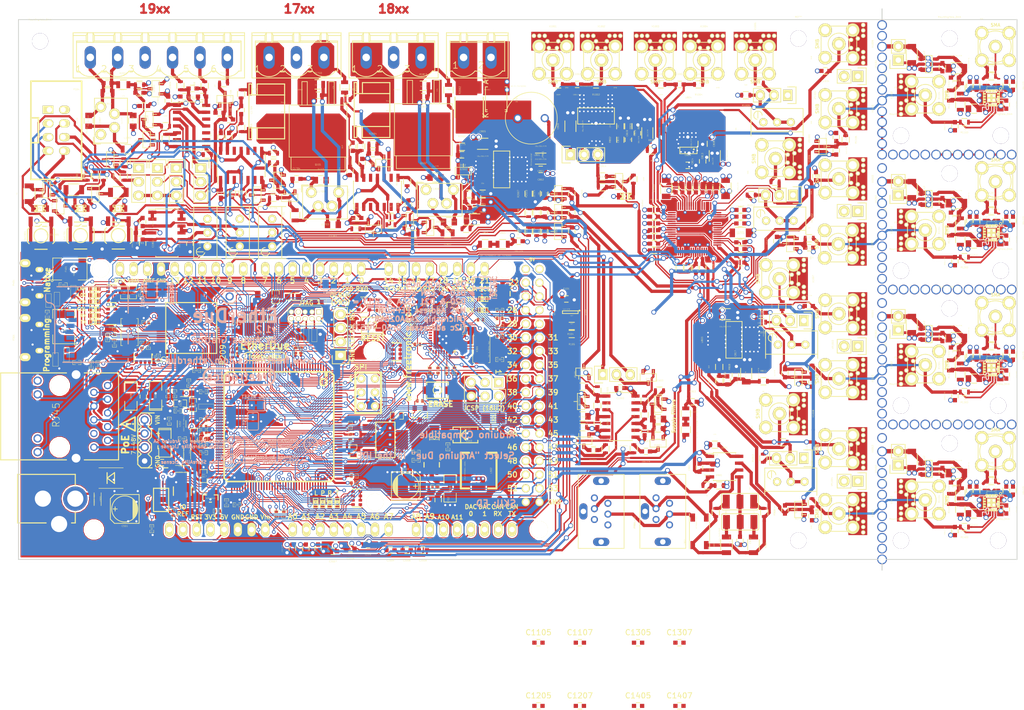
<source format=kicad_pcb>
(kicad_pcb (version 4) (host pcbnew 0.201503291001+5547~22~ubuntu14.10.1-product)
  (layers (0 Front signal) (1 Inner.VCC power hide) (2 Inner.Ground power hide) (31 Back signal) (34 B.Paste user hide) (35 F.Paste user hide) (36 B.SilkS user) (37 F.SilkS user) (38 B.Mask user hide) (39 F.Mask user hide) (44 Edge.Cuts user))
  (net 0 "")
  (net 1 +3.3V)
  (net 2 +5V)
  (net 3 /Connectors//MASTER-RESET)
  (net 4 /Connectors/D+)
  (net 5 /Connectors/D-)
  (net 6 /Connectors/RX)
  (net 7 /Connectors/TX)
  (net 8 /Connectors/UOTGID)
  (net 9 /Connectors/USBVCC)
  (net 10 /Connectors/XUSB)
  (net 11 /Ethernet/1V8A)
  (net 12 /Ethernet/1V8D)
  (net 13 /Ethernet/3V3A)
  (net 14 /Ethernet/COLLED)
  (net 15 /Ethernet/FDXLED)
  (net 16 /Ethernet/LINKLED)
  (net 17 /Ethernet/POE_V+)
  (net 18 /Ethernet/POE_V-)
  (net 19 /Ethernet/RXLED)
  (net 20 /Ethernet/SPDLED)
  (net 21 /Ethernet/TXLED)
  (net 22 /Ethernet/WIZRST)
  (net 23 /MCU//ERASE_CMD)
  (net 24 /MCU/ERASE)
  (net 25 /MCU/LED_ON)
  (net 26 /MCU/RXL)
  (net 27 /MCU/TXL)
  (net 28 /MCU/UOTGVBOF)
  (net 29 /MCU/VDDANA)
  (net 30 /MCU/VDDOUT)
  (net 31 /MCU/VDDOUTMI)
  (net 32 /MCU/VDDPLL)
  (net 33 /Mega16U2/16U2_TX)
  (net 34 /Mega16U2/MISO)
  (net 35 /Mega16U2/MOSI)
  (net 36 /Mega16U2/RD+)
  (net 37 /Mega16U2/RD+_CONN)
  (net 38 /Mega16U2/RD-)
  (net 39 /Mega16U2/RD-_CONN)
  (net 40 /Mega16U2/RESET)
  (net 41 /Mega16U2/RESET_CMD)
  (net 42 /Mega16U2/RXL)
  (net 43 /Mega16U2/SCK)
  (net 44 /Mega16U2/TXL)
  (net 45 "/Mega16U2/USB Boot Enable")
  (net 46 /Mega16U2/USBVCCU2)
  (net 47 /Mega16U2/USBVCCU2_CONN)
  (net 48 /Mega16U2/XTAL1)
  (net 49 /Mega16U2/XTAL2)
  (net 50 /Power/BUCK_FB)
  (net 51 /Power/BUCK_OUT)
  (net 52 /Power/BUCK_SW)
  (net 53 /Power/CMP)
  (net 54 /Power/GATE_CMD)
  (net 55 AD0)
  (net 56 AD1)
  (net 57 AD10)
  (net 58 AD11/TXD3)
  (net 59 AD14/RXD3)
  (net 60 AD2)
  (net 61 AD3)
  (net 62 AD4)
  (net 63 AD5)
  (net 64 AD6)
  (net 65 AD7)
  (net 66 AD8)
  (net 67 AD9)
  (net 68 AREF)
  (net 69 CANRX0)
  (net 70 CANTX0)
  (net 71 CANTX1/IO)
  (net 72 DAC0/CANRX1)
  (net 73 DAC1)
  (net 74 GND)
  (net 75 JTAG_RESET)
  (net 76 JTAG_TCK)
  (net 77 JTAG_TDI)
  (net 78 JTAG_TDO)
  (net 79 JTAG_TMS)
  (net 80 MISO)
  (net 81 MOSI)
  (net 82 PIN22)
  (net 83 PIN23)
  (net 84 PIN24)
  (net 85 PIN25)
  (net 86 PIN26)
  (net 87 PIN27)
  (net 88 PIN28)
  (net 89 PIN29)
  (net 90 PIN30)
  (net 91 PIN31)
  (net 92 PIN32)
  (net 93 PIN33)
  (net 94 PIN34)
  (net 95 PIN35)
  (net 96 PIN36)
  (net 97 PIN37)
  (net 98 PIN38)
  (net 99 PIN39)
  (net 100 PIN40)
  (net 101 PIN41)
  (net 102 PIN42)
  (net 103 PIN43)
  (net 104 PIN44)
  (net 105 PIN45)
  (net 106 PIN46)
  (net 107 PIN47)
  (net 108 PIN48)
  (net 109 PIN49)
  (net 110 PIN50)
  (net 111 PIN51)
  (net 112 PWM11)
  (net 113 PWM12)
  (net 114 PWM13)
  (net 115 PWM2)
  (net 116 PWM3)
  (net 117 PWM5)
  (net 118 PWM6)
  (net 119 PWM7)
  (net 120 PWM8)
  (net 121 PWM9)
  (net 122 RXD0)
  (net 123 RXD1)
  (net 124 RXD2)
  (net 125 SCK)
  (net 126 SCL0-3)
  (net 127 SCL1)
  (net 128 SDA0-3)
  (net 129 SDA1)
  (net 130 SS0/PWM10)
  (net 131 SS1/PWM4)
  (net 132 TXD0)
  (net 133 TXD1)
  (net 134 TXD2)
  (net 135 VIN)
  (net 136 "Net-(C201-Pad2)")
  (net 137 "Net-(C202-Pad2)")
  (net 138 "Net-(C203-Pad2)")
  (net 139 "Net-(C204-Pad2)")
  (net 140 "Net-(C205-Pad1)")
  (net 141 "Net-(C206-Pad1)")
  (net 142 "Net-(C207-Pad1)")
  (net 143 "Net-(C305-Pad1)")
  (net 144 "Net-(C601-Pad1)")
  (net 145 "Net-(C602-Pad1)")
  (net 146 "Net-(C609-Pad1)")
  (net 147 "Net-(C610-Pad1)")
  (net 148 "Net-(D201-PadA)")
  (net 149 "Net-(D202-PadA)")
  (net 150 "Net-(D203-PadA)")
  (net 151 "Net-(D204-PadA)")
  (net 152 "Net-(D302-PadA)")
  (net 153 "Net-(D303-PadA)")
  (net 154 "Net-(D601-PadK)")
  (net 155 "Net-(D602-PadK)")
  (net 156 "Net-(D603-PadK)")
  (net 157 "Net-(D604-PadK)")
  (net 158 "Net-(D605-PadK)")
  (net 159 "Net-(D606-PadK)")
  (net 160 "Net-(IC201-Pad42)")
  (net 161 "Net-(IC201-Pad43)")
  (net 162 "Net-(IC201-Pad51)")
  (net 163 "Net-(IC201-Pad53)")
  (net 164 "Net-(IC301-Pad26)")
  (net 165 "Net-(IC601-Pad1)")
  (net 166 "Net-(IC601-Pad5)")
  (net 167 "Net-(IC601-Pad6)")
  (net 168 "Net-(IC601-Pad8)")
  (net 169 "Net-(IC601-Pad9)")
  (net 170 "Net-(IC601-Pad31)")
  (net 171 "Net-(IC601-Pad55)")
  (net 172 "Net-(IC601-Pad56)")
  (net 173 "Net-(Q501-PadB)")
  (net 174 "Net-(R503-Pad2)")
  (net 175 "Net-(R606-Pad2)")
  (net 176 "Net-(R607-Pad2)")
  (net 177 "Net-(SJ701-Pad2)")
  (net 178 "Net-(SJ702-Pad2)")
  (net 179 "/eFuse 1 (10A)/+12V")
  (net 180 "Net-(C102-Pad2)")
  (net 181 "/PA-Monitor Power Supply/VIN")
  (net 182 /CAN-Bus/+5V)
  (net 183 "/Analog I/O/+3V3")
  (net 184 "/PA-Monitor Power Supply/+8V")
  (net 185 "Net-(C809-Pad1)")
  (net 186 "Net-(C810-Pad1)")
  (net 187 "Net-(C810-Pad2)")
  (net 188 "Net-(C811-Pad1)")
  (net 189 "Net-(C811-Pad2)")
  (net 190 "Net-(C812-Pad1)")
  (net 191 "Net-(C812-Pad2)")
  (net 192 "/Analog I/O/+5VA")
  (net 193 "Net-(C902-Pad1)")
  (net 194 "Net-(C1001-Pad1)")
  (net 195 "Net-(C1001-Pad2)")
  (net 196 "Net-(C1002-Pad1)")
  (net 197 "Net-(C1002-Pad2)")
  (net 198 "/Analog Level Adoption/I_Fuse1_Out")
  (net 199 "Net-(C1006-Pad1)")
  (net 200 "Net-(C1008-Pad1)")
  (net 201 "/Analog I/O/VIN1")
  (net 202 "Net-(C1012-Pad1)")
  (net 203 "Net-(C1015-Pad1)")
  (net 204 "/Analog Level Adoption/I_Fuse2_Out")
  (net 205 "/Analog I/O/+12V")
  (net 206 "/Analog I/O/VIN3")
  (net 207 "Net-(C1026-Pad1)")
  (net 208 "Net-(C1030-Pad1)")
  (net 209 "Net-(C1033-Pad1)")
  (net 210 "Net-(C1034-Pad1)")
  (net 211 "Net-(C1035-Pad1)")
  (net 212 "Net-(C1036-Pad1)")
  (net 213 "Net-(C1037-Pad1)")
  (net 214 "Net-(C1101-Pad1)")
  (net 215 "Net-(C1109-Pad1)")
  (net 216 "Net-(C1110-Pad2)")
  (net 217 "Net-(C1111-Pad1)")
  (net 218 "Net-(C1113-Pad1)")
  (net 219 "Net-(C1201-Pad1)")
  (net 220 "Net-(C1209-Pad1)")
  (net 221 "Net-(C1210-Pad2)")
  (net 222 "Net-(C1211-Pad1)")
  (net 223 "Net-(C1213-Pad1)")
  (net 224 "Net-(C1301-Pad1)")
  (net 225 "Net-(C1309-Pad1)")
  (net 226 "Net-(C1310-Pad2)")
  (net 227 "Net-(C1311-Pad1)")
  (net 228 "Net-(C1313-Pad1)")
  (net 229 "Net-(C1401-Pad1)")
  (net 230 "Net-(C1409-Pad1)")
  (net 231 "Net-(C1410-Pad2)")
  (net 232 "Net-(C1411-Pad1)")
  (net 233 "Net-(C1413-Pad1)")
  (net 234 "Net-(C1501-Pad1)")
  (net 235 "Net-(C1501-Pad2)")
  (net 236 "Net-(C1502-Pad1)")
  (net 237 "Net-(C1504-Pad1)")
  (net 238 "Net-(C1601-Pad1)")
  (net 239 "Net-(C1601-Pad2)")
  (net 240 "Net-(C1602-Pad1)")
  (net 241 "Net-(C1604-Pad1)")
  (net 242 "Net-(C1701-Pad1)")
  (net 243 "Net-(C1705-Pad1)")
  (net 244 "Net-(C1706-Pad1)")
  (net 245 "/eFuse 1 (10A)/Gate")
  (net 246 "Net-(C1707-Pad2)")
  (net 247 "/eFuse 1 (10A)/Source")
  (net 248 "Net-(C1801-Pad1)")
  (net 249 "Net-(C1805-Pad1)")
  (net 250 "Net-(C1806-Pad1)")
  (net 251 "/eFuse 2 (10A)/Gate")
  (net 252 "Net-(C1807-Pad2)")
  (net 253 "/eFuse 2 (10A)/Source")
  (net 254 "Net-(C1901-Pad1)")
  (net 255 "Net-(C1905-Pad1)")
  (net 256 "Net-(C1906-Pad1)")
  (net 257 "/eFuse 3 (60A)/Gate")
  (net 258 "Net-(C1907-Pad2)")
  (net 259 "/eFuse 3 (60A)/Source")
  (net 260 VIN_JACK)
  (net 261 "Net-(D801-PadK)")
  (net 262 EEXTINT)
  (net 263 "Net-(IC201-Pad69)")
  (net 264 ETX_EN)
  (net 265 ETXD0)
  (net 266 "Net-(IC201-Pad117)")
  (net 267 EXTD1)
  (net 268 ERX_DV)
  (net 269 ERXD0)
  (net 270 ERXD1)
  (net 271 ERX_ER)
  (net 272 EMDC)
  (net 273 EMDIO)
  (net 274 "Net-(IC201-Pad131)")
  (net 275 "Net-(IC201-Pad138)")
  (net 276 "Net-(IC201-Pad141)")
  (net 277 SS3)
  (net 278 "Net-(IC201-Pad143)")
  (net 279 "Net-(IC201-Pad50)")
  (net 280 "Net-(IC201-Pad93)")
  (net 281 ETX_CLK)
  (net 282 "Net-(IC301-Pad5)")
  (net 283 "Net-(IC301-Pad6)")
  (net 284 "Net-(IC301-Pad7)")
  (net 285 "Net-(IC301-Pad12)")
  (net 286 "Net-(IC301-Pad14)")
  (net 287 "Net-(IC301-Pad18)")
  (net 288 "Net-(IC301-Pad19)")
  (net 289 "Net-(IC301-Pad20)")
  (net 290 "Net-(IC301-Pad21)")
  (net 291 "Net-(IC301-Pad25)")
  (net 292 "Net-(IC601-Pad3)")
  (net 293 "Net-(IC601-Pad60)")
  (net 294 "Net-(IC601-Pad61)")
  (net 295 "Net-(IC601-Pad62)")
  (net 296 "Net-(IC601-Pad78)")
  (net 297 "Net-(IC601-Pad79)")
  (net 298 "Net-(IC601-Pad80)")
  (net 299 "/eFuse 2 (10A)/Reset\\")
  (net 300 "/Fuse-Reset B/Reset\\")
  (net 301 "/eFuse 3 (60A)/Reset\\")
  (net 302 "/eFuse 3 (60A)/ISense")
  (net 303 "/eFuse 3 (60A)/Comp+")
  (net 304 "Net-(JP401-Pad7)")
  (net 305 "Net-(JP801-Pad2)")
  (net 306 "Net-(JP1001-Pad3)")
  (net 307 "Net-(JP1002-Pad3)")
  (net 308 "Net-(JP1003-Pad3)")
  (net 309 "Net-(JP1004-Pad3)")
  (net 310 "Net-(JP1701-Pad2)")
  (net 311 "Net-(JP1801-Pad2)")
  (net 312 "Net-(JP1901-Pad2)")
  (net 313 "Net-(L901-Pad1)")
  (net 314 "Net-(L901-Pad3)")
  (net 315 "Net-(L901-Pad4)")
  (net 316 "Net-(L1701-Pad2)")
  (net 317 "Net-(L1801-Pad2)")
  (net 318 "Net-(L1901-Pad2)")
  (net 319 "/eFuse 3 (60A)/LED_K")
  (net 320 "/Fuse-Reset A/Reset\\")
  (net 321 "/eFuse 1 (10A)/LED_K")
  (net 322 "/eFuse 2 (10A)/LED_K")
  (net 323 "/eFuse 3 (60A)/-Shunt")
  (net 324 "/eFuse 3 (60A)/+Shunt")
  (net 325 "Net-(P104-Pad6)")
  (net 326 "Net-(P301-Pad4)")
  (net 327 "Net-(P901-Pad1)")
  (net 328 "Net-(P901-Pad5)")
  (net 329 "Net-(P901-Pad6)")
  (net 330 "Net-(P902-Pad1)")
  (net 331 "Net-(P902-Pad5)")
  (net 332 "Net-(P902-Pad6)")
  (net 333 "Net-(Q1001-PadG)")
  (net 334 "Net-(Q1001-PadD)")
  (net 335 "Net-(Q1501-PadG)")
  (net 336 "Net-(Q1502-PadG)")
  (net 337 "Net-(Q1601-PadG)")
  (net 338 "Net-(Q1602-PadG)")
  (net 339 "Net-(Q1701-PadG)")
  (net 340 "Net-(Q1701-PadD)")
  (net 341 "Net-(Q1702-PadG)")
  (net 342 "Net-(Q1702-PadD)")
  (net 343 "Net-(Q1703-PadG)")
  (net 344 "Net-(Q1703-PadD)")
  (net 345 "Net-(Q1801-PadG)")
  (net 346 "Net-(Q1801-PadD)")
  (net 347 "Net-(Q1802-PadG)")
  (net 348 "Net-(Q1802-PadD)")
  (net 349 "Net-(Q1803-PadG)")
  (net 350 "Net-(Q1803-PadD)")
  (net 351 "Net-(Q1901-PadG)")
  (net 352 "Net-(Q1901-PadD)")
  (net 353 "Net-(Q1902-PadG)")
  (net 354 "Net-(Q1902-PadD)")
  (net 355 "Net-(Q1903-PadG)")
  (net 356 "Net-(Q1903-PadD)")
  (net 357 "Net-(Q101-PadD)")
  (net 358 "/eFuse 1 (10A)/-Shunt")
  (net 359 "/eFuse 1 (10A)/+Shunt")
  (net 360 "Net-(Q102-PadD)")
  (net 361 "/eFuse 2 (10A)/-Shunt")
  (net 362 "/eFuse 2 (10A)/+Shunt")
  (net 363 "Net-(R902-Pad1)")
  (net 364 "Net-(R903-Pad1)")
  (net 365 "Net-(R904-Pad1)")
  (net 366 "Net-(R905-Pad1)")
  (net 367 "Net-(R906-Pad1)")
  (net 368 "Net-(R907-Pad1)")
  (net 369 "Net-(R1001-Pad1)")
  (net 370 "Net-(R1002-Pad1)")
  (net 371 "Net-(R1003-Pad1)")
  (net 372 "Net-(R1004-Pad1)")
  (net 373 "Net-(R1005-Pad1)")
  (net 374 "Net-(R1006-Pad1)")
  (net 375 "Net-(R1007-Pad1)")
  (net 376 "Net-(R1008-Pad1)")
  (net 377 "Net-(LED1001-PadA)")
  (net 378 "Net-(R1503-Pad1)")
  (net 379 "Net-(R1603-Pad1)")
  (net 380 "Net-(R1702-Pad2)")
  (net 381 "Net-(R1703-Pad2)")
  (net 382 "Net-(R1802-Pad2)")
  (net 383 "Net-(R1803-Pad2)")
  (net 384 "Net-(R1902-Pad2)")
  (net 385 "Net-(R1903-Pad2)")
  (net 386 "/eFuse 1 (10A)/Comp+")
  (net 387 "/eFuse 2 (10A)/Comp+")
  (net 388 "Net-(U701-Pad1)")
  (net 389 "Net-(U701-Pad8)")
  (net 390 "Net-(U1001-Pad1)")
  (net 391 "Net-(U1001-Pad4)")
  (net 392 "Net-(U1001-Pad16)")
  (net 393 "Net-(U1001-Pad17)")
  (net 394 "Net-(U1001-Pad32)")
  (net 395 "Net-(U1001-Pad33)")
  (net 396 "Net-(U1001-Pad45)")
  (net 397 "Net-(U1001-Pad46)")
  (net 398 "Net-(U1001-Pad59)")
  (net 399 "Net-(U1001-Pad64)")
  (net 400 "Net-(U1501-Pad2)")
  (net 401 "Net-(U1501-Pad12)")
  (net 402 "Net-(U1701-Pad1)")
  (net 403 "Net-(U1701-Pad6)")
  (net 404 "Net-(U1701-Pad8)")
  (net 405 "Net-(U1701-Pad13)")
  (net 406 "Net-(U1702-Pad6)")
  (net 407 "Net-(U1702-Pad9)")
  (net 408 "Net-(U1702-Pad10)")
  (net 409 "Net-(U1702-Pad12)")
  (net 410 "Net-(U1801-Pad6)")
  (net 411 "Net-(U1801-Pad9)")
  (net 412 "Net-(U1801-Pad10)")
  (net 413 "Net-(U1801-Pad12)")
  (net 414 "Net-(U1901-Pad6)")
  (net 415 "Net-(U1901-Pad9)")
  (net 416 "Net-(U1901-Pad10)")
  (net 417 "Net-(U1901-Pad12)")
  (net 418 "Net-(C1105-Pad1)")
  (net 419 "Net-(C1105-Pad2)")
  (net 420 "Net-(C1107-Pad1)")
  (net 421 "Net-(C1205-Pad1)")
  (net 422 "Net-(C1205-Pad2)")
  (net 423 "Net-(C1207-Pad1)")
  (net 424 "Net-(C1305-Pad1)")
  (net 425 "Net-(C1305-Pad2)")
  (net 426 "Net-(C1307-Pad1)")
  (net 427 "Net-(C1405-Pad1)")
  (net 428 "Net-(C1405-Pad2)")
  (net 429 "Net-(C1407-Pad1)")
  (net 430 "Net-(L802-Pad2)")
  (net 431 "Net-(L803-Pad2)")
  (net 432 "Net-(R1103-Pad1)")
  (net 433 "Net-(R1203-Pad1)")
  (net 434 "Net-(R1303-Pad1)")
  (net 435 "Net-(R1403-Pad1)")
  (net 436 "/Power-Meter Forward 1/+5V_PM")
  (net 437 "/Power-Meter Forward 2/+5V_PM")
  (net 438 "/Power-Meter Return 1/+5V_PM")
  (net 439 "/Power-Meter Return 2/+5V_PM")
  (net 440 "Net-(L901-Pad5)")
  (net 441 "Net-(P102-Pad1)")
  (net 442 "Net-(P103-Pad1)")
  (net 443 "Net-(IC201-Pad35)")
  (module zeilhofer:FT-POE-MODULE-NOOUTLINE (layer Front) (at 54.948 254.96 90)
    (fp_text reference JP601)
    (fp_text value M04)
    (fp_text user GND (at -0.127 2.413 90) (layer F.SilkS) (effects (font (size 0.762 0.762) (thickness 0.1524))))
    (fp_text user VIN (at 7.62 2.413 90) (layer F.SilkS) (effects (font (size 0.762 0.762) (thickness 0.1524))))
    (fp_text user - (at 2.54 2.413 90) (layer F.SilkS) (effects (font (size 0.762 0.762) (thickness 0.1905))))
    (fp_text user 7-48V (at 3.048 -2.032 90) (layer F.SilkS) (effects (font (size 0.762 0.762) (thickness 0.12192))))
    (fp_text user ! (at 6.858 -2.667 90) (layer F.SilkS) (effects (font (size 1.27 1.27) (thickness 0.2286))))
    (fp_text user PoE (at 3.048 -3.556 90) (layer F.SilkS) (effects (font (size 1.27 1.27) (thickness 0.3175))))
    (fp_text user + (at 5.08 2.413 90) (layer F.SilkS) (effects (font (size 0.762 0.762) (thickness 0.1905))))
    (pad 1 thru_hole oval (at 0 0 180) (size 1.524 1.524) (drill 1.016) (layers *.Cu *.Mask) (net 74 GND))
    (pad 2 thru_hole oval (at 2.54 0 180) (size 1.524 1.524) (drill 1.016) (layers *.Cu *.Mask) (net 18 /Ethernet/POE_V-))
    (pad 3 thru_hole oval (at 5.08 0 180) (size 1.524 1.524) (drill 1.016) (layers *.Cu *.Mask) (net 17 /Ethernet/POE_V+))
    (pad 4 thru_hole oval (at 7.62 0 180) (size 1.524 1.524) (drill 1.016) (layers *.Cu *.Mask) (net 135 VIN))
    (pad MNT2 thru_hole oval (at 30.48 15.748 180) (size 1.524 1.524) (drill 1.016) (layers *.Cu *.Mask))
  )
  (module FT:2X5_127MMPITCH (layer Front) (at 82.14 227.34 270)
    (fp_text reference JP401 (at -1.4605 -2.54 360) (layer F.SilkS) (effects (font (size 0.3 0.3) (thickness 0.03))))
    (fp_text value JTAG (at 2.6035 -2.54 360) (layer F.SilkS) (effects (font (size 0.2 0.2) (thickness 0.02))))
    (pad 1 thru_hole rect (at 0 -5.08 270) (size 0.9 0.9) (drill 0.65) (layers *.Cu *.Mask F.SilkS) (net 1 +3.3V))
    (pad 3 thru_hole circle (at 0 -3.81 270) (size 0.9 0.9) (drill 0.65) (layers *.Cu *.Mask F.SilkS) (net 74 GND))
    (pad 2 thru_hole circle (at 1.27 -5.08 270) (size 0.9 0.9) (drill 0.65) (layers *.Cu *.Mask F.SilkS) (net 79 JTAG_TMS))
    (pad 4 thru_hole circle (at 1.27 -3.81 270) (size 0.9 0.9) (drill 0.65) (layers *.Cu *.Mask F.SilkS) (net 76 JTAG_TCK))
    (pad 5 thru_hole circle (at 0 -2.54 270) (size 0.9 0.9) (drill 0.65) (layers *.Cu *.Mask F.SilkS) (net 74 GND))
    (pad 6 thru_hole circle (at 1.27 -2.54 270) (size 0.9 0.9) (drill 0.65) (layers *.Cu *.Mask F.SilkS) (net 78 JTAG_TDO))
    (pad 7 thru_hole circle (at 0 -1.27 270) (size 0.9 0.9) (drill 0.65) (layers *.Cu *.Mask F.SilkS) (net 304 "Net-(JP401-Pad7)"))
    (pad 8 thru_hole circle (at 1.27 -1.27 270) (size 0.9 0.9) (drill 0.65) (layers *.Cu *.Mask F.SilkS) (net 77 JTAG_TDI))
    (pad 9 thru_hole circle (at 0 0 270) (size 0.9 0.9) (drill 0.65) (layers *.Cu *.Mask F.SilkS) (net 74 GND))
    (pad 10 thru_hole circle (at 1.27 0 270) (size 0.9 0.9) (drill 0.65) (layers *.Cu *.Mask F.SilkS) (net 75 JTAG_RESET))
  )
  (module eagle-ADI-Phase-2:QFP40P900X900X120-64N (layer Front) (at 156.83 211.95 270)
    (fp_text reference U1001 (at -3.4544 -6.985 270) (layer F.SilkS) (effects (font (size 0.3 0.3) (thickness 0.03)) (justify left bottom)))
    (fp_text value AD7294BSUZ (at -3.4544 9.525 270) (layer F.SilkS) (effects (font (size 0.2 0.2) (thickness 0.02)) (justify left bottom)))
    (pad 1 smd rect (at -4.2164 -2.9972 180) (size 0.2286 1.4732) (layers Front F.Paste F.Mask) (net 390 "Net-(U1001-Pad1)"))
    (pad 2 smd rect (at -4.2164 -2.5908 180) (size 0.2286 1.4732) (layers Front F.Paste F.Mask) (net 74 GND))
    (pad 3 smd rect (at -4.2164 -2.2098 180) (size 0.2286 1.4732) (layers Front F.Paste F.Mask) (net 74 GND))
    (pad 4 smd rect (at -4.2164 -1.8034 180) (size 0.2286 1.4732) (layers Front F.Paste F.Mask) (net 391 "Net-(U1001-Pad4)"))
    (pad 5 smd rect (at -4.2164 -1.397 180) (size 0.2286 1.4732) (layers Front F.Paste F.Mask) (net 192 "/Analog I/O/+5VA"))
    (pad 6 smd rect (at -4.2164 -0.9906 180) (size 0.2286 1.4732) (layers Front F.Paste F.Mask) (net 74 GND))
    (pad 7 smd rect (at -4.2164 -0.6096 180) (size 0.2286 1.4732) (layers Front F.Paste F.Mask) (net 74 GND))
    (pad 8 smd rect (at -4.2164 -0.2032 180) (size 0.2286 1.4732) (layers Front F.Paste F.Mask) (net 192 "/Analog I/O/+5VA"))
    (pad 9 smd rect (at -4.2164 0.2032 180) (size 0.2286 1.4732) (layers Front F.Paste F.Mask) (net 197 "Net-(C1002-Pad2)"))
    (pad 10 smd rect (at -4.2164 0.6096 180) (size 0.2286 1.4732) (layers Front F.Paste F.Mask) (net 196 "Net-(C1002-Pad1)"))
    (pad 11 smd rect (at -4.2164 0.9906 180) (size 0.2286 1.4732) (layers Front F.Paste F.Mask) (net 195 "Net-(C1001-Pad2)"))
    (pad 12 smd rect (at -4.2164 1.397 180) (size 0.2286 1.4732) (layers Front F.Paste F.Mask) (net 194 "Net-(C1001-Pad1)"))
    (pad 13 smd rect (at -4.2164 1.8034 180) (size 0.2286 1.4732) (layers Front F.Paste F.Mask) (net 74 GND))
    (pad 14 smd rect (at -4.2164 2.2098 180) (size 0.2286 1.4732) (layers Front F.Paste F.Mask) (net 192 "/Analog I/O/+5VA"))
    (pad 15 smd rect (at -4.2164 2.5908 180) (size 0.2286 1.4732) (layers Front F.Paste F.Mask) (net 209 "Net-(C1033-Pad1)"))
    (pad 16 smd rect (at -4.2164 2.9972 180) (size 0.2286 1.4732) (layers Front F.Paste F.Mask) (net 392 "Net-(U1001-Pad16)"))
    (pad 17 smd rect (at -2.9972 4.2164 90) (size 0.2286 1.4732) (layers Front F.Paste F.Mask) (net 393 "Net-(U1001-Pad17)"))
    (pad 18 smd rect (at -2.5908 4.2164 90) (size 0.2286 1.4732) (layers Front F.Paste F.Mask) (net 199 "Net-(C1006-Pad1)"))
    (pad 19 smd rect (at -2.2098 4.2164 90) (size 0.2286 1.4732) (layers Front F.Paste F.Mask) (net 210 "Net-(C1034-Pad1)"))
    (pad 20 smd rect (at -1.8034 4.2164 90) (size 0.2286 1.4732) (layers Front F.Paste F.Mask) (net 74 GND))
    (pad 21 smd rect (at -1.397 4.2164 90) (size 0.2286 1.4732) (layers Front F.Paste F.Mask) (net 205 "/Analog I/O/+12V"))
    (pad 22 smd rect (at -0.9906 4.2164 90) (size 0.2286 1.4732) (layers Front F.Paste F.Mask) (net 211 "Net-(C1035-Pad1)"))
    (pad 23 smd rect (at -0.6096 4.2164 90) (size 0.2286 1.4732) (layers Front F.Paste F.Mask) (net 200 "Net-(C1008-Pad1)"))
    (pad 24 smd rect (at -0.2032 4.2164 90) (size 0.2286 1.4732) (layers Front F.Paste F.Mask) (net 74 GND))
    (pad 25 smd rect (at 0.2032 4.2164 90) (size 0.2286 1.4732) (layers Front F.Paste F.Mask) (net 192 "/Analog I/O/+5VA"))
    (pad 26 smd rect (at 0.6096 4.2164 90) (size 0.2286 1.4732) (layers Front F.Paste F.Mask) (net 202 "Net-(C1012-Pad1)"))
    (pad 27 smd rect (at 0.9906 4.2164 90) (size 0.2286 1.4732) (layers Front F.Paste F.Mask) (net 212 "Net-(C1036-Pad1)"))
    (pad 28 smd rect (at 1.397 4.2164 90) (size 0.2286 1.4732) (layers Front F.Paste F.Mask) (net 205 "/Analog I/O/+12V"))
    (pad 29 smd rect (at 1.8034 4.2164 90) (size 0.2286 1.4732) (layers Front F.Paste F.Mask) (net 74 GND))
    (pad 30 smd rect (at 2.2098 4.2164 90) (size 0.2286 1.4732) (layers Front F.Paste F.Mask) (net 213 "Net-(C1037-Pad1)"))
    (pad 31 smd rect (at 2.5908 4.2164 90) (size 0.2286 1.4732) (layers Front F.Paste F.Mask) (net 203 "Net-(C1015-Pad1)"))
    (pad 32 smd rect (at 2.9972 4.2164 90) (size 0.2286 1.4732) (layers Front F.Paste F.Mask) (net 394 "Net-(U1001-Pad32)"))
    (pad 33 smd rect (at 4.2164 2.9972 180) (size 0.2286 1.4732) (layers Front F.Paste F.Mask) (net 395 "Net-(U1001-Pad33)"))
    (pad 34 smd rect (at 4.2164 2.5908 180) (size 0.2286 1.4732) (layers Front F.Paste F.Mask) (net 74 GND))
    (pad 35 smd rect (at 4.2164 2.2098 180) (size 0.2286 1.4732) (layers Front F.Paste F.Mask) (net 84 PIN24))
    (pad 36 smd rect (at 4.2164 1.8034 180) (size 0.2286 1.4732) (layers Front F.Paste F.Mask) (net 74 GND))
    (pad 37 smd rect (at 4.2164 1.397 180) (size 0.2286 1.4732) (layers Front F.Paste F.Mask) (net 74 GND))
    (pad 38 smd rect (at 4.2164 0.9906 180) (size 0.2286 1.4732) (layers Front F.Paste F.Mask) (net 74 GND))
    (pad 39 smd rect (at 4.2164 0.6096 180) (size 0.2286 1.4732) (layers Front F.Paste F.Mask) (net 128 SDA0-3))
    (pad 40 smd rect (at 4.2164 0.2032 180) (size 0.2286 1.4732) (layers Front F.Paste F.Mask) (net 126 SCL0-3))
    (pad 41 smd rect (at 4.2164 -0.2032 180) (size 0.2286 1.4732) (layers Front F.Paste F.Mask) (net 74 GND))
    (pad 42 smd rect (at 4.2164 -0.6096 180) (size 0.2286 1.4732) (layers Front F.Paste F.Mask) (net 183 "/Analog I/O/+3V3"))
    (pad 43 smd rect (at 4.2164 -0.9906 180) (size 0.2286 1.4732) (layers Front F.Paste F.Mask) (net 74 GND))
    (pad 44 smd rect (at 4.2164 -1.397 180) (size 0.2286 1.4732) (layers Front F.Paste F.Mask) (net 182 /CAN-Bus/+5V))
    (pad 45 smd rect (at 4.2164 -1.8034 180) (size 0.2286 1.4732) (layers Front F.Paste F.Mask) (net 396 "Net-(U1001-Pad45)"))
    (pad 46 smd rect (at 4.2164 -2.2098 180) (size 0.2286 1.4732) (layers Front F.Paste F.Mask) (net 397 "Net-(U1001-Pad46)"))
    (pad 47 smd rect (at 4.2164 -2.5908 180) (size 0.2286 1.4732) (layers Front F.Paste F.Mask) (net 74 GND))
    (pad 48 smd rect (at 4.2164 -2.9972 180) (size 0.2286 1.4732) (layers Front F.Paste F.Mask) (net 74 GND))
    (pad 49 smd rect (at 2.9972 -4.2164 90) (size 0.2286 1.4732) (layers Front F.Paste F.Mask) (net 206 "/Analog I/O/VIN3"))
    (pad 50 smd rect (at 2.5908 -4.2164 90) (size 0.2286 1.4732) (layers Front F.Paste F.Mask) (net 204 "/Analog Level Adoption/I_Fuse2_Out"))
    (pad 51 smd rect (at 2.2098 -4.2164 90) (size 0.2286 1.4732) (layers Front F.Paste F.Mask) (net 201 "/Analog I/O/VIN1"))
    (pad 52 smd rect (at 1.8034 -4.2164 90) (size 0.2286 1.4732) (layers Front F.Paste F.Mask) (net 198 "/Analog Level Adoption/I_Fuse1_Out"))
    (pad 53 smd rect (at 1.397 -4.2164 90) (size 0.2286 1.4732) (layers Front F.Paste F.Mask) (net 207 "Net-(C1026-Pad1)"))
    (pad 54 smd rect (at 0.9906 -4.2164 90) (size 0.2286 1.4732) (layers Front F.Paste F.Mask) (net 208 "Net-(C1030-Pad1)"))
    (pad 55 smd rect (at 0.6096 -4.2164 90) (size 0.2286 1.4732) (layers Front F.Paste F.Mask) (net 74 GND))
    (pad 56 smd rect (at 0.2032 -4.2164 90) (size 0.2286 1.4732) (layers Front F.Paste F.Mask) (net 192 "/Analog I/O/+5VA"))
    (pad 57 smd rect (at -0.2032 -4.2164 90) (size 0.2286 1.4732) (layers Front F.Paste F.Mask) (net 192 "/Analog I/O/+5VA"))
    (pad 58 smd rect (at -0.6096 -4.2164 90) (size 0.2286 1.4732) (layers Front F.Paste F.Mask) (net 74 GND))
    (pad 59 smd rect (at -0.9906 -4.2164 90) (size 0.2286 1.4732) (layers Front F.Paste F.Mask) (net 398 "Net-(U1001-Pad59)"))
    (pad 60 smd rect (at -1.397 -4.2164 90) (size 0.2286 1.4732) (layers Front F.Paste F.Mask) (net 74 GND))
    (pad 61 smd rect (at -1.8034 -4.2164 90) (size 0.2286 1.4732) (layers Front F.Paste F.Mask) (net 74 GND))
    (pad 62 smd rect (at -2.2098 -4.2164 90) (size 0.2286 1.4732) (layers Front F.Paste F.Mask) (net 192 "/Analog I/O/+5VA"))
    (pad 63 smd rect (at -2.5908 -4.2164 90) (size 0.2286 1.4732) (layers Front F.Paste F.Mask) (net 192 "/Analog I/O/+5VA"))
    (pad 64 smd rect (at -2.9972 -4.2164 90) (size 0.2286 1.4732) (layers Front F.Paste F.Mask) (net 399 "Net-(U1001-Pad64)"))
  )
  (module "zeilhofer:DCQ(R-PDSO-G6)" (layer Front) (at 167.24 232.52 270)
    (fp_text reference U803 (at 0 9 270) (layer F.SilkS) (effects (font (size 0.3 0.3) (thickness 0.03))))
    (fp_text value TPS7A4501DCQT (at -1.8 -2.4 270) (layer F.SilkS) (effects (font (size 0.2 0.2) (thickness 0.02))))
    (pad 1 smd rect (at -2.54 6.2 270) (size 0.6 2.2) (layers Front F.Paste F.Mask) (net 181 "/PA-Monitor Power Supply/VIN"))
    (pad 2 smd rect (at -1.27 6.2 270) (size 0.6 2.2) (layers Front F.Paste F.Mask) (net 181 "/PA-Monitor Power Supply/VIN"))
    (pad 3 smd rect (at 0 6.2 270) (size 0.6 2.2) (layers Front F.Paste F.Mask) (net 74 GND))
    (pad 4 smd rect (at 1.27 6.2 270) (size 0.6 2.2) (layers Front F.Paste F.Mask) (net 190 "Net-(C812-Pad1)"))
    (pad 5 smd rect (at 2.54 6.2 270) (size 0.6 2.2) (layers Front F.Paste F.Mask) (net 191 "Net-(C812-Pad2)"))
    (pad 3 smd rect (at 0 0 270) (size 3.5 2.2) (layers Front F.Paste F.Mask) (net 74 GND))
  )
  (module zeilhofer:SMB-RS#420-5401_wirepad (layer Front) (at 199.58 212.2 270)
    (fp_text reference X1202 (at 0 6.25 270) (layer F.SilkS) (effects (font (size 0.3 0.3) (thickness 0.03))))
    (fp_text value SMB (at -2.55 -5.1 270) (layer F.SilkS) (effects (font (size 0.2 0.2) (thickness 0.02))))
    (fp_text user SMB (at 0 -4 270) (layer F.SilkS) (effects (font (size 0.6 0.6) (thickness 0.12))))
    (pad 1 thru_hole circle (at -2.55 2.55 270) (size 2.5 2.5) (drill 1.5) (layers *.Cu *.Mask F.SilkS) (net 74 GND))
    (pad 2 thru_hole circle (at 0 0 270) (size 2.5 2.5) (drill 1.4) (layers *.Cu *.Mask F.SilkS) (net 223 "Net-(C1213-Pad1)"))
    (pad 1 thru_hole circle (at 2.55 2.55 270) (size 2.5 2.5) (drill 1.5) (layers *.Cu *.Mask F.SilkS) (net 74 GND))
    (pad 1 thru_hole circle (at 2.55 -2.55 270) (size 2.5 2.5) (drill 1.5) (layers *.Cu *.Mask F.SilkS) (net 74 GND))
    (pad 1 thru_hole circle (at -2.55 -2.55 270) (size 2.5 2.5) (drill 1.5) (layers *.Cu *.Mask F.SilkS) (net 74 GND))
    (pad 1 smd rect (at 0 3.5 270) (size 8 3.5) (layers Front F.Paste F.Mask) (net 74 GND))
    (pad 1 thru_hole circle (at -3.5 4.5 270) (size 0.8 0.8) (drill 0.5) (layers *.Cu *.Mask F.SilkS) (net 74 GND))
    (pad 1 thru_hole circle (at -2.5 4.5 270) (size 0.8 0.8) (drill 0.5) (layers *.Cu *.Mask F.SilkS) (net 74 GND))
    (pad 1 thru_hole circle (at -1.5 4.5 270) (size 0.8 0.8) (drill 0.5) (layers *.Cu *.Mask F.SilkS) (net 74 GND))
    (pad 1 thru_hole circle (at 1.5 4.5 270) (size 0.8 0.8) (drill 0.5) (layers *.Cu *.Mask F.SilkS) (net 74 GND))
    (pad 1 thru_hole circle (at 2.5 4.5 270) (size 0.8 0.8) (drill 0.5) (layers *.Cu *.Mask F.SilkS) (net 74 GND))
    (pad 1 thru_hole circle (at 3.5 4.5 270) (size 0.8 0.8) (drill 0.5) (layers *.Cu *.Mask F.SilkS) (net 74 GND))
    (pad 1 thru_hole circle (at -1 3.5 270) (size 0.8 0.8) (drill 0.5) (layers *.Cu *.Mask F.SilkS) (net 74 GND))
    (pad 1 thru_hole circle (at 1 3.5 270) (size 0.8 0.8) (drill 0.5) (layers *.Cu *.Mask F.SilkS) (net 74 GND))
    (pad 1 thru_hole circle (at -0.75 2.25 270) (size 0.8 0.8) (drill 0.5) (layers *.Cu *.Mask F.SilkS) (net 74 GND))
    (pad 1 thru_hole circle (at 0.75 2.25 270) (size 0.8 0.8) (drill 0.5) (layers *.Cu *.Mask F.SilkS) (net 74 GND))
  )
  (module zeilhofer:SMB-RS#420-5401_wirepad (layer Front) (at 183.58 177.7 90)
    (fp_text reference X1009 (at 0 6.25 90) (layer F.SilkS) (effects (font (size 0.3 0.3) (thickness 0.03))))
    (fp_text value SMB (at -2.55 -5.1 90) (layer F.SilkS) (effects (font (size 0.2 0.2) (thickness 0.02))))
    (fp_text user SMB (at 0 -4 90) (layer F.SilkS) (effects (font (size 0.6 0.6) (thickness 0.12))))
    (pad 1 thru_hole circle (at -2.55 2.55 90) (size 2.5 2.5) (drill 1.5) (layers *.Cu *.Mask F.SilkS) (net 74 GND))
    (pad 2 thru_hole circle (at 0 0 90) (size 2.5 2.5) (drill 1.4) (layers *.Cu *.Mask F.SilkS) (net 210 "Net-(C1034-Pad1)"))
    (pad 1 thru_hole circle (at 2.55 2.55 90) (size 2.5 2.5) (drill 1.5) (layers *.Cu *.Mask F.SilkS) (net 74 GND))
    (pad 1 thru_hole circle (at 2.55 -2.55 90) (size 2.5 2.5) (drill 1.5) (layers *.Cu *.Mask F.SilkS) (net 74 GND))
    (pad 1 thru_hole circle (at -2.55 -2.55 90) (size 2.5 2.5) (drill 1.5) (layers *.Cu *.Mask F.SilkS) (net 74 GND))
    (pad 1 smd rect (at 0 3.5 90) (size 8 3.5) (layers Front F.Paste F.Mask) (net 74 GND))
    (pad 1 thru_hole circle (at -3.5 4.5 90) (size 0.8 0.8) (drill 0.5) (layers *.Cu *.Mask F.SilkS) (net 74 GND))
    (pad 1 thru_hole circle (at -2.5 4.5 90) (size 0.8 0.8) (drill 0.5) (layers *.Cu *.Mask F.SilkS) (net 74 GND))
    (pad 1 thru_hole circle (at -1.5 4.5 90) (size 0.8 0.8) (drill 0.5) (layers *.Cu *.Mask F.SilkS) (net 74 GND))
    (pad 1 thru_hole circle (at 1.5 4.5 90) (size 0.8 0.8) (drill 0.5) (layers *.Cu *.Mask F.SilkS) (net 74 GND))
    (pad 1 thru_hole circle (at 2.5 4.5 90) (size 0.8 0.8) (drill 0.5) (layers *.Cu *.Mask F.SilkS) (net 74 GND))
    (pad 1 thru_hole circle (at 3.5 4.5 90) (size 0.8 0.8) (drill 0.5) (layers *.Cu *.Mask F.SilkS) (net 74 GND))
    (pad 1 thru_hole circle (at -1 3.5 90) (size 0.8 0.8) (drill 0.5) (layers *.Cu *.Mask F.SilkS) (net 74 GND))
    (pad 1 thru_hole circle (at 1 3.5 90) (size 0.8 0.8) (drill 0.5) (layers *.Cu *.Mask F.SilkS) (net 74 GND))
    (pad 1 thru_hole circle (at -0.75 2.25 90) (size 0.8 0.8) (drill 0.5) (layers *.Cu *.Mask F.SilkS) (net 74 GND))
    (pad 1 thru_hole circle (at 0.75 2.25 90) (size 0.8 0.8) (drill 0.5) (layers *.Cu *.Mask F.SilkS) (net 74 GND))
  )
  (module SM0402_r (layer Front) (at 60.536 242.514 270)
    (fp_text reference R201 (at 0 0 270) (layer F.SilkS) (effects (font (size 0.3 0.3) (thickness 0.03))))
    (fp_text value "6k8 1%" hide)
    (pad 1 smd rect (at -0.44958 0 270) (size 0.39878 0.59944) (layers Front F.Paste F.Mask) (net 140 "Net-(C205-Pad1)"))
    (pad 2 smd rect (at 0.44958 0 270) (size 0.39878 0.59944) (layers Front F.Paste F.Mask) (net 74 GND))
  )
  (module SM0402_r (layer Front) (at 66.124 238.6024 90)
    (fp_text reference R202 (at 0 0 90) (layer F.SilkS) (effects (font (size 0.3 0.3) (thickness 0.03))))
    (fp_text value "39R 1%" hide)
    (pad 1 smd rect (at -0.44958 0 90) (size 0.39878 0.59944) (layers Front F.Paste F.Mask) (net 5 /Connectors/D-))
    (pad 2 smd rect (at 0.44958 0 90) (size 0.39878 0.59944) (layers Front F.Paste F.Mask) (net 161 "Net-(IC201-Pad43)"))
  )
  (module SM0402_r (layer Front) (at 63.127 240.5328 270)
    (fp_text reference R203 (at 0 0 270) (layer F.SilkS) (effects (font (size 0.3 0.3) (thickness 0.03))))
    (fp_text value "39R 1%" hide)
    (pad 1 smd rect (at -0.44958 0 270) (size 0.39878 0.59944) (layers Front F.Paste F.Mask) (net 4 /Connectors/D+))
    (pad 2 smd rect (at 0.44958 0 270) (size 0.39878 0.59944) (layers Front F.Paste F.Mask) (net 160 "Net-(IC201-Pad42)"))
  )
  (module SM0402_r (layer Front) (at 65.87 248.61)
    (fp_text reference R204 (at 0 0) (layer F.SilkS) (effects (font (size 0.3 0.3) (thickness 0.03))))
    (fp_text value 100K hide)
    (pad 1 smd rect (at -0.44958 0) (size 0.39878 0.59944) (layers Front F.Paste F.Mask) (net 1 +3.3V))
    (pad 2 smd rect (at 0.44958 0) (size 0.39878 0.59944) (layers Front F.Paste F.Mask) (net 163 "Net-(IC201-Pad53)"))
  )
  (module SM0402_r (layer Front) (at 110.828 238.196 90)
    (fp_text reference R301 (at 0 0 90) (layer F.SilkS) (effects (font (size 0.3 0.3) (thickness 0.03))))
    (fp_text value 22R hide)
    (pad 1 smd rect (at -0.44958 0 90) (size 0.39878 0.59944) (layers Front F.Paste F.Mask) (net 39 /Mega16U2/RD-_CONN))
    (pad 2 smd rect (at 0.44958 0 90) (size 0.39878 0.59944) (layers Front F.Paste F.Mask) (net 38 /Mega16U2/RD-))
  )
  (module SM0402_r (layer Front) (at 109.304 238.196 90)
    (fp_text reference R302 (at 0 0 90) (layer F.SilkS) (effects (font (size 0.3 0.3) (thickness 0.03))))
    (fp_text value 22R hide)
    (pad 1 smd rect (at -0.44958 0 90) (size 0.39878 0.59944) (layers Front F.Paste F.Mask) (net 37 /Mega16U2/RD+_CONN))
    (pad 2 smd rect (at 0.44958 0 90) (size 0.39878 0.59944) (layers Front F.Paste F.Mask) (net 36 /Mega16U2/RD+))
  )
  (module SM0402_r (layer Front) (at 119.54 249.04 180)
    (fp_text reference R303 (at 0 0 180) (layer F.SilkS) (effects (font (size 0.3 0.3) (thickness 0.03))))
    (fp_text value 10K hide)
    (pad 1 smd rect (at -0.44958 0 180) (size 0.39878 0.59944) (layers Front F.Paste F.Mask) (net 2 +5V))
    (pad 2 smd rect (at 0.44958 0 180) (size 0.39878 0.59944) (layers Front F.Paste F.Mask) (net 40 /Mega16U2/RESET))
  )
  (module SM0402_r (layer Front) (at 117.178 228.798)
    (fp_text reference R304 (at 0 0) (layer F.SilkS) (effects (font (size 0.3 0.3) (thickness 0.03))))
    (fp_text value 1K5 hide)
    (pad 1 smd rect (at -0.44958 0) (size 0.39878 0.59944) (layers Front F.Paste F.Mask) (net 33 /Mega16U2/16U2_TX))
    (pad 2 smd rect (at 0.44958 0) (size 0.39878 0.59944) (layers Front F.Paste F.Mask) (net 6 /Connectors/RX))
  )
  (module SM0402_r (layer Front) (at 120.74 230.04)
    (fp_text reference R305 (at 0 0) (layer F.SilkS) (effects (font (size 0.3 0.3) (thickness 0.03))))
    (fp_text value 2K7 hide)
    (pad 1 smd rect (at -0.44958 0) (size 0.39878 0.59944) (layers Front F.Paste F.Mask) (net 6 /Connectors/RX))
    (pad 2 smd rect (at 0.44958 0) (size 0.39878 0.59944) (layers Front F.Paste F.Mask) (net 74 GND))
  )
  (module SM0402_r (layer Front) (at 105.494 233.37 180)
    (fp_text reference R306 (at 0 0 180) (layer F.SilkS) (effects (font (size 0.3 0.3) (thickness 0.03))))
    (fp_text value 1K hide)
    (pad 1 smd rect (at -0.44958 0 180) (size 0.39878 0.59944) (layers Front F.Paste F.Mask) (net 41 /Mega16U2/RESET_CMD))
    (pad 2 smd rect (at 0.44958 0 180) (size 0.39878 0.59944) (layers Front F.Paste F.Mask) (net 3 /Connectors//MASTER-RESET))
  )
  (module SM0402_r (layer Front) (at 104.986 229.306 90)
    (fp_text reference R307 (at 0 0 90) (layer F.SilkS) (effects (font (size 0.3 0.3) (thickness 0.03))))
    (fp_text value 1K hide)
    (pad 1 smd rect (at -0.44958 0 90) (size 0.39878 0.59944) (layers Front F.Paste F.Mask) (net 164 "Net-(IC301-Pad26)"))
    (pad 2 smd rect (at 0.44958 0 90) (size 0.39878 0.59944) (layers Front F.Paste F.Mask) (net 9 /Connectors/USBVCC))
  )
  (module SM0402_r (layer Front) (at 120.74 227.04)
    (fp_text reference R308 (at 0 0) (layer F.SilkS) (effects (font (size 0.3 0.3) (thickness 0.03))))
    (fp_text value 1K hide)
    (pad 1 smd rect (at -0.44958 0) (size 0.39878 0.59944) (layers Front F.Paste F.Mask) (net 152 "Net-(D302-PadA)"))
    (pad 2 smd rect (at 0.44958 0) (size 0.39878 0.59944) (layers Front F.Paste F.Mask) (net 2 +5V))
  )
  (module SM0402_r (layer Front) (at 120.74 228.54)
    (fp_text reference R309 (at 0 0) (layer F.SilkS) (effects (font (size 0.3 0.3) (thickness 0.03))))
    (fp_text value 1K hide)
    (pad 1 smd rect (at -0.44958 0) (size 0.39878 0.59944) (layers Front F.Paste F.Mask) (net 153 "Net-(D303-PadA)"))
    (pad 2 smd rect (at 0.44958 0) (size 0.39878 0.59944) (layers Front F.Paste F.Mask) (net 2 +5V))
  )
  (module SM0402_r (layer Front) (at 109.558 227.02 90)
    (fp_text reference R310 (at 0 0 90) (layer F.SilkS) (effects (font (size 0.3 0.3) (thickness 0.03))))
    (fp_text value 10K hide)
    (pad 1 smd rect (at -0.44958 0 90) (size 0.39878 0.59944) (layers Front F.Paste F.Mask) (net 45 "/Mega16U2/USB Boot Enable"))
    (pad 2 smd rect (at 0.44958 0 90) (size 0.39878 0.59944) (layers Front F.Paste F.Mask) (net 74 GND))
  )
  (module SM0402_r (layer Front) (at 54.19 223.69 270)
    (fp_text reference R403 (at 0 0 270) (layer F.SilkS) (effects (font (size 0.3 0.3) (thickness 0.03))))
    (fp_text value 10K hide)
    (pad 1 smd rect (at -0.44958 0 270) (size 0.39878 0.59944) (layers Front F.Paste F.Mask) (net 9 /Connectors/USBVCC))
    (pad 2 smd rect (at 0.44958 0 270) (size 0.39878 0.59944) (layers Front F.Paste F.Mask) (net 74 GND))
  )
  (module SM0402_r (layer Front) (at 68.44 264.24 180)
    (fp_text reference R501 (at 0 0 180) (layer F.SilkS) (effects (font (size 0.3 0.3) (thickness 0.03))))
    (fp_text value 1K hide)
    (pad 1 smd rect (at -0.44958 0 180) (size 0.39878 0.59944) (layers Front F.Paste F.Mask) (net 28 /MCU/UOTGVBOF))
    (pad 2 smd rect (at 0.44958 0 180) (size 0.39878 0.59944) (layers Front F.Paste F.Mask) (net 173 "Net-(Q501-PadB)"))
  )
  (module SM0402_r (layer Front) (at 108.74 259.74 180)
    (fp_text reference R503 (at 0 0 180) (layer F.SilkS) (effects (font (size 0.3 0.3) (thickness 0.03))))
    (fp_text value 10K hide)
    (pad 1 smd rect (at -0.44958 0 180) (size 0.39878 0.59944) (layers Front F.Paste F.Mask) (net 135 VIN))
    (pad 2 smd rect (at 0.44958 0 180) (size 0.39878 0.59944) (layers Front F.Paste F.Mask) (net 174 "Net-(R503-Pad2)"))
  )
  (module SM0402_r (layer Front) (at 105.24 253.34)
    (fp_text reference R504 (at 0 0) (layer F.SilkS) (effects (font (size 0.3 0.3) (thickness 0.03))))
    (fp_text value 52K3 hide)
    (pad 1 smd rect (at -0.44958 0) (size 0.39878 0.59944) (layers Front F.Paste F.Mask) (net 2 +5V))
    (pad 2 smd rect (at 0.44958 0) (size 0.39878 0.59944) (layers Front F.Paste F.Mask) (net 50 /Power/BUCK_FB))
  )
  (module SM0402_r (layer Front) (at 105.24 254.84 180)
    (fp_text reference R505 (at 0 0 180) (layer F.SilkS) (effects (font (size 0.3 0.3) (thickness 0.03))))
    (fp_text value 10K hide)
    (pad 1 smd rect (at -0.44958 0 180) (size 0.39878 0.59944) (layers Front F.Paste F.Mask) (net 50 /Power/BUCK_FB))
    (pad 2 smd rect (at 0.44958 0 180) (size 0.39878 0.59944) (layers Front F.Paste F.Mask) (net 74 GND))
  )
  (module SM0402_r (layer Front) (at 48.09 232.1 90)
    (fp_text reference R602 (at 0 0 90) (layer F.SilkS) (effects (font (size 0.3 0.3) (thickness 0.03))))
    (fp_text value 1M hide)
    (pad 1 smd rect (at -0.44958 0 90) (size 0.39878 0.59944) (layers Front F.Paste F.Mask) (net 145 "Net-(C602-Pad1)"))
    (pad 2 smd rect (at 0.44958 0 90) (size 0.39878 0.59944) (layers Front F.Paste F.Mask) (net 144 "Net-(C601-Pad1)"))
  )
  (module SM0402_r (layer Front) (at 57.488 235.91 90)
    (fp_text reference R603 (at 0 0 90) (layer F.SilkS) (effects (font (size 0.3 0.3) (thickness 0.03))))
    (fp_text value "12K3 1%" hide)
    (pad 1 smd rect (at -0.44958 0 90) (size 0.39878 0.59944) (layers Front F.Paste F.Mask) (net 165 "Net-(IC601-Pad1)"))
    (pad 2 smd rect (at 0.44958 0 90) (size 0.39878 0.59944) (layers Front F.Paste F.Mask) (net 74 GND))
  )
  (module TQFP144 (layer Front) (at 79.84 248.61)
    (fp_text reference IC201 (at 0 -1.905) (layer F.SilkS) (effects (font (size 0.3 0.3) (thickness 0.03))))
    (fp_text value ATSAM3X8E (at 0 1.905) (layer F.SilkS) (effects (font (size 0.2 0.2) (thickness 0.02))))
    (pad 1 smd rect (at 8.7503 -10.9855) (size 0.254 1.524) (layers Front F.Paste F.Mask) (net 82 PIN22))
    (pad 2 smd rect (at 8.2423 -10.9855) (size 0.254 1.524) (layers Front F.Paste F.Mask) (net 7 /Connectors/TX))
    (pad 3 smd rect (at 7.747 -10.9855) (size 0.254 1.524) (layers Front F.Paste F.Mask) (net 124 RXD2))
    (pad 4 smd rect (at 7.2517 -10.9855) (size 0.254 1.524) (layers Front F.Paste F.Mask) (net 134 TXD2))
    (pad 5 smd rect (at 6.7437 -10.9855) (size 0.254 1.524) (layers Front F.Paste F.Mask) (net 123 RXD1))
    (pad 6 smd rect (at 6.2484 -10.9855) (size 0.254 1.524) (layers Front F.Paste F.Mask) (net 133 TXD1))
    (pad 7 smd rect (at 5.7531 -10.9855) (size 0.254 1.524) (layers Front F.Paste F.Mask) (net 83 PIN23))
    (pad 8 smd rect (at 5.2451 -10.9855) (size 0.254 1.524) (layers Front F.Paste F.Mask) (net 84 PIN24))
    (pad 9 smd rect (at 4.7498 -10.9855) (size 0.254 1.524) (layers Front F.Paste F.Mask) (net 129 SDA1))
    (pad 10 smd rect (at 4.2545 -10.9855) (size 0.254 1.524) (layers Front F.Paste F.Mask) (net 30 /MCU/VDDOUT))
    (pad 11 smd rect (at 3.7465 -10.9855) (size 0.254 1.524) (layers Front F.Paste F.Mask) (net 1 +3.3V))
    (pad 12 smd rect (at 3.2512 -10.9855) (size 0.254 1.524) (layers Front F.Paste F.Mask) (net 74 GND))
    (pad 13 smd rect (at 2.7559 -10.9855) (size 0.254 1.524) (layers Front F.Paste F.Mask) (net 85 PIN25))
    (pad 14 smd rect (at 2.2479 -10.9855) (size 0.254 1.524) (layers Front F.Paste F.Mask) (net 86 PIN26))
    (pad 15 smd rect (at 1.7526 -10.9855) (size 0.254 1.524) (layers Front F.Paste F.Mask) (net 87 PIN27))
    (pad 16 smd rect (at 1.2573 -10.9855) (size 0.254 1.524) (layers Front F.Paste F.Mask) (net 88 PIN28))
    (pad 17 smd rect (at 0.7493 -10.9855) (size 0.254 1.524) (layers Front F.Paste F.Mask) (net 132 TXD0))
    (pad 18 smd rect (at 0.254 -10.9855) (size 0.254 1.524) (layers Front F.Paste F.Mask) (net 122 RXD0))
    (pad 19 smd rect (at -0.254 -10.9855) (size 0.254 1.524) (layers Front F.Paste F.Mask) (net 89 PIN29))
    (pad 20 smd rect (at -0.7493 -10.9855) (size 0.254 1.524) (layers Front F.Paste F.Mask) (net 112 PWM11))
    (pad 21 smd rect (at -1.2573 -10.9855) (size 0.254 1.524) (layers Front F.Paste F.Mask) (net 113 PWM12))
    (pad 22 smd rect (at -1.7526 -10.9855) (size 0.254 1.524) (layers Front F.Paste F.Mask) (net 90 PIN30))
    (pad 23 smd rect (at -2.2479 -10.9855) (size 0.254 1.524) (layers Front F.Paste F.Mask) (net 70 CANTX0))
    (pad 24 smd rect (at -2.7559 -10.9855) (size 0.254 1.524) (layers Front F.Paste F.Mask) (net 69 CANRX0))
    (pad 25 smd rect (at -3.2512 -10.9855) (size 0.254 1.524) (layers Front F.Paste F.Mask) (net 262 EEXTINT))
    (pad 26 smd rect (at -3.7465 -10.9855) (size 0.254 1.524) (layers Front F.Paste F.Mask) (net 91 PIN31))
    (pad 27 smd rect (at -4.2545 -10.9855) (size 0.254 1.524) (layers Front F.Paste F.Mask) (net 6 /Connectors/RX))
    (pad 28 smd rect (at -4.7498 -10.9855) (size 0.254 1.524) (layers Front F.Paste F.Mask) (net 76 JTAG_TCK))
    (pad 29 smd rect (at -5.2451 -10.9855) (size 0.254 1.524) (layers Front F.Paste F.Mask) (net 77 JTAG_TDI))
    (pad 30 smd rect (at -5.7531 -10.9855) (size 0.254 1.524) (layers Front F.Paste F.Mask) (net 78 JTAG_TDO))
    (pad 31 smd rect (at -6.2484 -10.9855) (size 0.254 1.524) (layers Front F.Paste F.Mask) (net 79 JTAG_TMS))
    (pad 32 smd rect (at -6.7437 -10.9855) (size 0.254 1.524) (layers Front F.Paste F.Mask) (net 92 PIN32))
    (pad 33 smd rect (at -7.2517 -10.9855) (size 0.254 1.524) (layers Front F.Paste F.Mask) (net 74 GND))
    (pad 34 smd rect (at -7.747 -10.9855) (size 0.254 1.524) (layers Front F.Paste F.Mask) (net 32 /MCU/VDDPLL))
    (pad 35 smd rect (at -8.2423 -10.9855) (size 0.254 1.524) (layers Front F.Paste F.Mask) (net 443 "Net-(IC201-Pad35)"))
    (pad 36 smd rect (at -8.7503 -10.9855) (size 0.254 1.524) (layers Front F.Paste F.Mask) (net 137 "Net-(C202-Pad2)"))
    (pad 66 smd rect (at -10.9855 5.7531) (size 1.524 0.254) (layers Front F.Paste F.Mask) (net 100 PIN40))
    (pad 67 smd rect (at -10.9855 6.2484) (size 1.524 0.254) (layers Front F.Paste F.Mask) (net 101 PIN41))
    (pad 68 smd rect (at -10.9855 6.7437) (size 1.524 0.254) (layers Front F.Paste F.Mask) (net 114 PWM13))
    (pad 69 smd rect (at -10.9855 7.2517) (size 1.524 0.254) (layers Front F.Paste F.Mask) (net 263 "Net-(IC201-Pad69)"))
    (pad 70 smd rect (at -10.9855 7.747) (size 1.524 0.254) (layers Front F.Paste F.Mask) (net 127 SCL1))
    (pad 71 smd rect (at -10.9855 8.2423) (size 1.524 0.254) (layers Front F.Paste F.Mask) (net 102 PIN42))
    (pad 72 smd rect (at -10.9855 8.7503) (size 1.524 0.254) (layers Front F.Paste F.Mask) (net 103 PIN43))
    (pad 114 smd rect (at 10.9855 6.2484) (size 1.524 0.254) (layers Front F.Paste F.Mask) (net 264 ETX_EN))
    (pad 115 smd rect (at 10.9855 5.7531) (size 1.524 0.254) (layers Front F.Paste F.Mask) (net 265 ETXD0))
    (pad 116 smd rect (at 10.9855 5.2451) (size 1.524 0.254) (layers Front F.Paste F.Mask) (net 96 PIN36))
    (pad 117 smd rect (at 10.9855 4.7498) (size 1.524 0.254) (layers Front F.Paste F.Mask) (net 266 "Net-(IC201-Pad117)"))
    (pad 118 smd rect (at 10.9855 4.2545) (size 1.524 0.254) (layers Front F.Paste F.Mask) (net 267 EXTD1))
    (pad 119 smd rect (at 10.9855 3.7465) (size 1.524 0.254) (layers Front F.Paste F.Mask) (net 268 ERX_DV))
    (pad 120 smd rect (at 10.9855 3.2512) (size 1.524 0.254) (layers Front F.Paste F.Mask) (net 269 ERXD0))
    (pad 121 smd rect (at 10.9855 2.7559) (size 1.524 0.254) (layers Front F.Paste F.Mask) (net 270 ERXD1))
    (pad 122 smd rect (at 10.9855 2.2479) (size 1.524 0.254) (layers Front F.Paste F.Mask) (net 271 ERX_ER))
    (pad 123 smd rect (at 10.9855 1.7526) (size 1.524 0.254) (layers Front F.Paste F.Mask) (net 272 EMDC))
    (pad 124 smd rect (at 10.9855 1.2573) (size 1.524 0.254) (layers Front F.Paste F.Mask) (net 30 /MCU/VDDOUT))
    (pad 125 smd rect (at 10.9855 0.7493) (size 1.524 0.254) (layers Front F.Paste F.Mask) (net 1 +3.3V))
    (pad 126 smd rect (at 10.9855 0.254) (size 1.524 0.254) (layers Front F.Paste F.Mask) (net 74 GND))
    (pad 127 smd rect (at 10.9855 -0.254) (size 1.524 0.254) (layers Front F.Paste F.Mask) (net 273 EMDIO))
    (pad 128 smd rect (at 10.9855 -0.7493) (size 1.524 0.254) (layers Front F.Paste F.Mask) (net 28 /MCU/UOTGVBOF))
    (pad 129 smd rect (at 10.9855 -1.2573) (size 1.524 0.254) (layers Front F.Paste F.Mask) (net 8 /Connectors/UOTGID))
    (pad 130 smd rect (at 10.9855 -1.7526) (size 1.524 0.254) (layers Front F.Paste F.Mask) (net 24 /MCU/ERASE))
    (pad 131 smd rect (at 10.9855 -2.2479) (size 1.524 0.254) (layers Front F.Paste F.Mask) (net 274 "Net-(IC201-Pad131)"))
    (pad 132 smd rect (at 10.9855 -2.7559) (size 1.524 0.254) (layers Front F.Paste F.Mask) (net 121 PWM9))
    (pad 133 smd rect (at 10.9855 -3.2512) (size 1.524 0.254) (layers Front F.Paste F.Mask) (net 120 PWM8))
    (pad 134 smd rect (at 10.9855 -3.7465) (size 1.524 0.254) (layers Front F.Paste F.Mask) (net 119 PWM7))
    (pad 135 smd rect (at 10.9855 -4.2545) (size 1.524 0.254) (layers Front F.Paste F.Mask) (net 118 PWM6))
    (pad 136 smd rect (at 10.9855 -4.7498) (size 1.524 0.254) (layers Front F.Paste F.Mask) (net 117 PWM5))
    (pad 137 smd rect (at 10.9855 -5.2451) (size 1.524 0.254) (layers Front F.Paste F.Mask) (net 131 SS1/PWM4))
    (pad 138 smd rect (at 10.9855 -5.7531) (size 1.524 0.254) (layers Front F.Paste F.Mask) (net 275 "Net-(IC201-Pad138)"))
    (pad 139 smd rect (at 10.9855 -6.2484) (size 1.524 0.254) (layers Front F.Paste F.Mask) (net 116 PWM3))
    (pad 140 smd rect (at 10.9855 -6.7437) (size 1.524 0.254) (layers Front F.Paste F.Mask) (net 71 CANTX1/IO))
    (pad 141 smd rect (at 10.9855 -7.2517) (size 1.524 0.254) (layers Front F.Paste F.Mask) (net 276 "Net-(IC201-Pad141)"))
    (pad 142 smd rect (at 10.9855 -7.747) (size 1.524 0.254) (layers Front F.Paste F.Mask) (net 277 SS3))
    (pad 143 smd rect (at 10.9855 -8.2423) (size 1.524 0.254) (layers Front F.Paste F.Mask) (net 278 "Net-(IC201-Pad143)"))
    (pad 144 smd rect (at 10.9855 -8.7503) (size 1.524 0.254) (layers Front F.Paste F.Mask) (net 115 PWM2))
    (pad 37 smd rect (at -10.9855 -8.7503) (size 1.524 0.254) (layers Front F.Paste F.Mask) (net 4 /Connectors/D+))
    (pad 38 smd rect (at -10.9855 -8.2423) (size 1.524 0.254) (layers Front F.Paste F.Mask) (net 5 /Connectors/D-))
    (pad 39 smd rect (at -10.9855 -7.747) (size 1.524 0.254) (layers Front F.Paste F.Mask) (net 10 /Connectors/XUSB))
    (pad 40 smd rect (at -10.9855 -7.2517) (size 1.524 0.254) (layers Front F.Paste F.Mask) (net 140 "Net-(C205-Pad1)"))
    (pad 41 smd rect (at -10.9855 -6.7437) (size 1.524 0.254) (layers Front F.Paste F.Mask) (net 31 /MCU/VDDOUTMI))
    (pad 42 smd rect (at -10.9855 -6.2484) (size 1.524 0.254) (layers Front F.Paste F.Mask) (net 160 "Net-(IC201-Pad42)"))
    (pad 43 smd rect (at -10.9855 -5.7531) (size 1.524 0.254) (layers Front F.Paste F.Mask) (net 161 "Net-(IC201-Pad43)"))
    (pad 44 smd rect (at -10.9855 -5.2451) (size 1.524 0.254) (layers Front F.Paste F.Mask) (net 74 GND))
    (pad 45 smd rect (at -10.9855 -4.7498) (size 1.524 0.254) (layers Front F.Paste F.Mask) (net 30 /MCU/VDDOUT))
    (pad 46 smd rect (at -10.9855 -4.2545) (size 1.524 0.254) (layers Front F.Paste F.Mask) (net 74 GND))
    (pad 47 smd rect (at -10.9855 -3.7465) (size 1.524 0.254) (layers Front F.Paste F.Mask) (net 3 /Connectors//MASTER-RESET))
    (pad 48 smd rect (at -10.9855 -3.2512) (size 1.524 0.254) (layers Front F.Paste F.Mask) (net 139 "Net-(C204-Pad2)"))
    (pad 49 smd rect (at -10.9855 -2.7559) (size 1.524 0.254) (layers Front F.Paste F.Mask) (net 138 "Net-(C203-Pad2)"))
    (pad 50 smd rect (at -10.9855 -2.2479) (size 1.524 0.254) (layers Front F.Paste F.Mask) (net 279 "Net-(IC201-Pad50)"))
    (pad 51 smd rect (at -10.9855 -1.7526) (size 1.524 0.254) (layers Front F.Paste F.Mask) (net 162 "Net-(IC201-Pad51)"))
    (pad 52 smd rect (at -10.9855 -1.2573) (size 1.524 0.254) (layers Front F.Paste F.Mask) (net 1 +3.3V))
    (pad 53 smd rect (at -10.9855 -0.7493) (size 1.524 0.254) (layers Front F.Paste F.Mask) (net 163 "Net-(IC201-Pad53)"))
    (pad 54 smd rect (at -10.9855 -0.254) (size 1.524 0.254) (layers Front F.Paste F.Mask) (net 74 GND))
    (pad 55 smd rect (at -10.9855 0.254) (size 1.524 0.254) (layers Front F.Paste F.Mask) (net 93 PIN33))
    (pad 56 smd rect (at -10.9855 0.7493) (size 1.524 0.254) (layers Front F.Paste F.Mask) (net 30 /MCU/VDDOUT))
    (pad 57 smd rect (at -10.9855 1.2573) (size 1.524 0.254) (layers Front F.Paste F.Mask) (net 1 +3.3V))
    (pad 58 smd rect (at -10.9855 1.7526) (size 1.524 0.254) (layers Front F.Paste F.Mask) (net 74 GND))
    (pad 59 smd rect (at -10.9855 2.2479) (size 1.524 0.254) (layers Front F.Paste F.Mask) (net 94 PIN34))
    (pad 60 smd rect (at -10.9855 2.7559) (size 1.524 0.254) (layers Front F.Paste F.Mask) (net 95 PIN35))
    (pad 61 smd rect (at -10.9855 3.2512) (size 1.524 0.254) (layers Front F.Paste F.Mask) (net 30 /MCU/VDDOUT))
    (pad 62 smd rect (at -10.9855 3.7465) (size 1.524 0.254) (layers Front F.Paste F.Mask) (net 1 +3.3V))
    (pad 63 smd rect (at -10.9855 4.2545) (size 1.524 0.254) (layers Front F.Paste F.Mask) (net 97 PIN37))
    (pad 64 smd rect (at -10.9855 4.7498) (size 1.524 0.254) (layers Front F.Paste F.Mask) (net 98 PIN38))
    (pad 65 smd rect (at -10.9855 5.2451) (size 1.524 0.254) (layers Front F.Paste F.Mask) (net 99 PIN39))
    (pad 78 smd rect (at -6.2484 10.9855) (size 0.254 1.524) (layers Front F.Paste F.Mask) (net 55 AD0))
    (pad 79 smd rect (at -5.7531 10.9855) (size 0.254 1.524) (layers Front F.Paste F.Mask) (net 56 AD1))
    (pad 80 smd rect (at -5.2451 10.9855) (size 0.254 1.524) (layers Front F.Paste F.Mask) (net 60 AD2))
    (pad 81 smd rect (at -4.7498 10.9855) (size 0.254 1.524) (layers Front F.Paste F.Mask) (net 61 AD3))
    (pad 82 smd rect (at -4.2545 10.9855) (size 0.254 1.524) (layers Front F.Paste F.Mask) (net 62 AD4))
    (pad 83 smd rect (at -3.7465 10.9855) (size 0.254 1.524) (layers Front F.Paste F.Mask) (net 63 AD5))
    (pad 84 smd rect (at -3.2512 10.9855) (size 0.254 1.524) (layers Front F.Paste F.Mask) (net 64 AD6))
    (pad 85 smd rect (at -2.7559 10.9855) (size 0.254 1.524) (layers Front F.Paste F.Mask) (net 65 AD7))
    (pad 86 smd rect (at -2.2479 10.9855) (size 0.254 1.524) (layers Front F.Paste F.Mask) (net 128 SDA0-3))
    (pad 87 smd rect (at -1.7526 10.9855) (size 0.254 1.524) (layers Front F.Paste F.Mask) (net 126 SCL0-3))
    (pad 88 smd rect (at -1.2573 10.9855) (size 0.254 1.524) (layers Front F.Paste F.Mask) (net 66 AD8))
    (pad 89 smd rect (at -0.7493 10.9855) (size 0.254 1.524) (layers Front F.Paste F.Mask) (net 67 AD9))
    (pad 90 smd rect (at -0.254 10.9855) (size 0.254 1.524) (layers Front F.Paste F.Mask) (net 57 AD10))
    (pad 91 smd rect (at 0.254 10.9855) (size 0.254 1.524) (layers Front F.Paste F.Mask) (net 58 AD11/TXD3))
    (pad 92 smd rect (at 0.7493 10.9855) (size 0.254 1.524) (layers Front F.Paste F.Mask) (net 59 AD14/RXD3))
    (pad 93 smd rect (at 1.2573 10.9855) (size 0.254 1.524) (layers Front F.Paste F.Mask) (net 280 "Net-(IC201-Pad93)"))
    (pad 94 smd rect (at 1.7526 10.9855) (size 0.254 1.524) (layers Front F.Paste F.Mask) (net 111 PIN51))
    (pad 95 smd rect (at 2.2479 10.9855) (size 0.254 1.524) (layers Front F.Paste F.Mask) (net 110 PIN50))
    (pad 96 smd rect (at 2.7559 10.9855) (size 0.254 1.524) (layers Front F.Paste F.Mask) (net 109 PIN49))
    (pad 97 smd rect (at 3.2512 10.9855) (size 0.254 1.524) (layers Front F.Paste F.Mask) (net 108 PIN48))
    (pad 98 smd rect (at 3.7465 10.9855) (size 0.254 1.524) (layers Front F.Paste F.Mask) (net 107 PIN47))
    (pad 99 smd rect (at 4.2545 10.9855) (size 0.254 1.524) (layers Front F.Paste F.Mask) (net 106 PIN46))
    (pad 100 smd rect (at 4.7498 10.9855) (size 0.254 1.524) (layers Front F.Paste F.Mask) (net 105 PIN45))
    (pad 101 smd rect (at 5.2451 10.9855) (size 0.254 1.524) (layers Front F.Paste F.Mask) (net 104 PIN44))
    (pad 102 smd rect (at 5.7531 10.9855) (size 0.254 1.524) (layers Front F.Paste F.Mask) (net 130 SS0/PWM10))
    (pad 103 smd rect (at 6.2484 10.9855) (size 0.254 1.524) (layers Front F.Paste F.Mask) (net 26 /MCU/RXL))
    (pad 104 smd rect (at 6.7437 10.9855) (size 0.254 1.524) (layers Front F.Paste F.Mask) (net 30 /MCU/VDDOUT))
    (pad 105 smd rect (at 7.2517 10.9855) (size 0.254 1.524) (layers Front F.Paste F.Mask) (net 1 +3.3V))
    (pad 106 smd rect (at 7.747 10.9855) (size 0.254 1.524) (layers Front F.Paste F.Mask) (net 74 GND))
    (pad 107 smd rect (at 8.2423 10.9855) (size 0.254 1.524) (layers Front F.Paste F.Mask) (net 27 /MCU/TXL))
    (pad 108 smd rect (at 8.7503 10.9855) (size 0.254 1.524) (layers Front F.Paste F.Mask) (net 80 MISO))
    (pad 73 smd rect (at -8.7503 10.9855) (size 0.254 1.524) (layers Front F.Paste F.Mask) (net 29 /MCU/VDDANA))
    (pad 74 smd rect (at -8.2423 10.9855) (size 0.254 1.524) (layers Front F.Paste F.Mask) (net 74 GND))
    (pad 75 smd rect (at -7.747 10.9855) (size 0.254 1.524) (layers Front F.Paste F.Mask) (net 142 "Net-(C207-Pad1)"))
    (pad 76 smd rect (at -7.2517 10.9855) (size 0.254 1.524) (layers Front F.Paste F.Mask) (net 72 DAC0/CANRX1))
    (pad 77 smd rect (at -6.7437 10.9855) (size 0.254 1.524) (layers Front F.Paste F.Mask) (net 73 DAC1))
    (pad 109 smd rect (at 10.9855 8.7503) (size 1.524 0.254) (layers Front F.Paste F.Mask) (net 81 MOSI))
    (pad 110 smd rect (at 10.9855 8.2423) (size 1.524 0.254) (layers Front F.Paste F.Mask) (net 125 SCK))
    (pad 111 smd rect (at 10.9855 7.747) (size 1.524 0.254) (layers Front F.Paste F.Mask) (net 130 SS0/PWM10))
    (pad 112 smd rect (at 10.9855 7.2517) (size 1.524 0.254) (layers Front F.Paste F.Mask) (net 131 SS1/PWM4))
    (pad 113 smd rect (at 10.9855 6.7437) (size 1.524 0.254) (layers Front F.Paste F.Mask) (net 281 ETX_CLK))
  )
  (module SM1812 (layer Front) (at 41.105 219.4)
    (fp_text reference F401 (at -0.74676 0 90) (layer F.SilkS) (effects (font (size 0.3 0.3) (thickness 0.03))))
    (fp_text value "500mA PTC 1812" (at 0.762 0 90) (layer F.SilkS) (effects (font (size 0.2 0.2) (thickness 0.02))))
    (pad 1 smd rect (at -2.286 0) (size 1.397 3.81) (layers Front F.Paste F.Mask) (net 10 /Connectors/XUSB))
    (pad 2 smd rect (at 2.286 0) (size 1.397 3.81) (layers Front F.Paste F.Mask) (net 9 /Connectors/USBVCC))
  )
  (module SM1812 (layer Front) (at 39.962 230.068 90)
    (fp_text reference F301 (at -0.74676 0 180) (layer F.SilkS) (effects (font (size 0.3 0.3) (thickness 0.03))))
    (fp_text value "500mA PTC 1812" (at 0.762 0 180) (layer F.SilkS) (effects (font (size 0.2 0.2) (thickness 0.02))))
    (pad 1 smd rect (at -2.286 0 90) (size 1.397 3.81) (layers Front F.Paste F.Mask) (net 47 /Mega16U2/USBVCCU2_CONN))
    (pad 2 smd rect (at 2.286 0 90) (size 1.397 3.81) (layers Front F.Paste F.Mask) (net 46 /Mega16U2/USBVCCU2))
  )
  (module SM0402 (layer Front) (at 77.554 228.29)
    (fp_text reference C201 (at 0 0) (layer F.SilkS) (effects (font (size 0.3 0.3) (thickness 0.03))))
    (fp_text value 22pF hide)
    (pad 1 smd rect (at -0.44958 0) (size 0.39878 0.59944) (layers Front F.Paste F.Mask) (net 74 GND))
    (pad 2 smd rect (at 0.44958 0) (size 0.39878 0.59944) (layers Front F.Paste F.Mask) (net 136 "Net-(C201-Pad2)"))
  )
  (module SM0402 (layer Front) (at 74.76 228.29 180)
    (fp_text reference C202 (at 0 0 180) (layer F.SilkS) (effects (font (size 0.3 0.3) (thickness 0.03))))
    (fp_text value 22pF hide)
    (pad 1 smd rect (at -0.44958 0 180) (size 0.39878 0.59944) (layers Front F.Paste F.Mask) (net 74 GND))
    (pad 2 smd rect (at 0.44958 0 180) (size 0.39878 0.59944) (layers Front F.Paste F.Mask) (net 137 "Net-(C202-Pad2)"))
  )
  (module SM0402 (layer Front) (at 59.52 247.594 270)
    (fp_text reference C203 (at 0 0 270) (layer F.SilkS) (effects (font (size 0.3 0.3) (thickness 0.03))))
    (fp_text value 22pF_NM hide)
    (pad 1 smd rect (at -0.44958 0 270) (size 0.39878 0.59944) (layers Front F.Paste F.Mask) (net 74 GND))
    (pad 2 smd rect (at 0.44958 0 270) (size 0.39878 0.59944) (layers Front F.Paste F.Mask) (net 138 "Net-(C203-Pad2)"))
  )
  (module SM0402 (layer Front) (at 61.15042 245.7)
    (fp_text reference C204 (at 0 0) (layer F.SilkS) (effects (font (size 0.3 0.3) (thickness 0.03))))
    (fp_text value 22pF_NM hide)
    (pad 1 smd rect (at -0.44958 0) (size 0.39878 0.59944) (layers Front F.Paste F.Mask) (net 74 GND))
    (pad 2 smd rect (at 0.44958 0) (size 0.39878 0.59944) (layers Front F.Paste F.Mask) (net 139 "Net-(C204-Pad2)"))
  )
  (module SM0402 (layer Front) (at 59.266 242.514 270)
    (fp_text reference C205 (at 0 0 270) (layer F.SilkS) (effects (font (size 0.3 0.3) (thickness 0.03))))
    (fp_text value 22pF hide)
    (pad 1 smd rect (at -0.44958 0 270) (size 0.39878 0.59944) (layers Front F.Paste F.Mask) (net 140 "Net-(C205-Pad1)"))
    (pad 2 smd rect (at 0.44958 0 270) (size 0.39878 0.59944) (layers Front F.Paste F.Mask) (net 74 GND))
  )
  (module SM0402 (layer Front) (at 61.94 250.84 180)
    (fp_text reference C206 (at 0 0 180) (layer F.SilkS) (effects (font (size 0.3 0.3) (thickness 0.03))))
    (fp_text value 100nF hide)
    (pad 1 smd rect (at -0.44958 0 180) (size 0.39878 0.59944) (layers Front F.Paste F.Mask) (net 141 "Net-(C206-Pad1)"))
    (pad 2 smd rect (at 0.44958 0 180) (size 0.39878 0.59944) (layers Front F.Paste F.Mask) (net 74 GND))
  )
  (module SM0402 (layer Front) (at 72.093 263.088)
    (fp_text reference C207 (at 0 0) (layer F.SilkS) (effects (font (size 0.3 0.3) (thickness 0.03))))
    (fp_text value 100nF hide)
    (pad 1 smd rect (at -0.44958 0) (size 0.39878 0.59944) (layers Front F.Paste F.Mask) (net 142 "Net-(C207-Pad1)"))
    (pad 2 smd rect (at 0.44958 0) (size 0.39878 0.59944) (layers Front F.Paste F.Mask) (net 74 GND))
  )
  (module SM0402 (layer Front) (at 98.44 227.04 180)
    (fp_text reference C208 (at 0 0 180) (layer F.SilkS) (effects (font (size 0.3 0.3) (thickness 0.03))))
    (fp_text value 100nF hide)
    (pad 1 smd rect (at -0.44958 0 180) (size 0.39878 0.59944) (layers Front F.Paste F.Mask) (net 1 +3.3V))
    (pad 2 smd rect (at 0.44958 0 180) (size 0.39878 0.59944) (layers Front F.Paste F.Mask) (net 3 /Connectors//MASTER-RESET))
  )
  (module SM0402 (layer Front) (at 112.352 238.196 270)
    (fp_text reference C301 (at 0 0 270) (layer F.SilkS) (effects (font (size 0.3 0.3) (thickness 0.03))))
    (fp_text value 100nF hide)
    (pad 1 smd rect (at -0.44958 0 270) (size 0.39878 0.59944) (layers Front F.Paste F.Mask) (net 46 /Mega16U2/USBVCCU2))
    (pad 2 smd rect (at 0.44958 0 270) (size 0.39878 0.59944) (layers Front F.Paste F.Mask) (net 74 GND))
  )
  (module SM0402 (layer Front) (at 114.232 230.83 90)
    (fp_text reference C302 (at 0 0 90) (layer F.SilkS) (effects (font (size 0.3 0.3) (thickness 0.03))))
    (fp_text value 100nF hide)
    (pad 1 smd rect (at -0.44958 0 90) (size 0.39878 0.59944) (layers Front F.Paste F.Mask) (net 2 +5V))
    (pad 2 smd rect (at 0.44958 0 90) (size 0.39878 0.59944) (layers Front F.Paste F.Mask) (net 74 GND))
  )
  (module SM0402 (layer Front) (at 120.734 231.846 180)
    (fp_text reference C303 (at 0 0 180) (layer F.SilkS) (effects (font (size 0.3 0.3) (thickness 0.03))))
    (fp_text value 22pF hide)
    (pad 1 smd rect (at -0.44958 0 180) (size 0.39878 0.59944) (layers Front F.Paste F.Mask) (net 74 GND))
    (pad 2 smd rect (at 0.44958 0 180) (size 0.39878 0.59944) (layers Front F.Paste F.Mask) (net 49 /Mega16U2/XTAL2))
  )
  (module SM0402 (layer Front) (at 120.734 236.164 180)
    (fp_text reference C304 (at 0 0 180) (layer F.SilkS) (effects (font (size 0.3 0.3) (thickness 0.03))))
    (fp_text value 22pF hide)
    (pad 1 smd rect (at -0.44958 0 180) (size 0.39878 0.59944) (layers Front F.Paste F.Mask) (net 74 GND))
    (pad 2 smd rect (at 0.44958 0 180) (size 0.39878 0.59944) (layers Front F.Paste F.Mask) (net 48 /Mega16U2/XTAL1))
  )
  (module SM0402 (layer Front) (at 107.78 238.196 270)
    (fp_text reference C305 (at 0 0 270) (layer F.SilkS) (effects (font (size 0.3 0.3) (thickness 0.03))))
    (fp_text value 1uF hide)
    (pad 1 smd rect (at -0.44958 0 270) (size 0.39878 0.59944) (layers Front F.Paste F.Mask) (net 143 "Net-(C305-Pad1)"))
    (pad 2 smd rect (at 0.44958 0 270) (size 0.39878 0.59944) (layers Front F.Paste F.Mask) (net 74 GND))
  )
  (module SM0402 (layer Front) (at 39.84 222.34 180)
    (fp_text reference C401 (at 0 0 180) (layer F.SilkS) (effects (font (size 0.3 0.3) (thickness 0.03))))
    (fp_text value 10nF hide)
    (pad 1 smd rect (at -0.44958 0 180) (size 0.39878 0.59944) (layers Front F.Paste F.Mask) (net 74 GND))
    (pad 2 smd rect (at 0.44958 0 180) (size 0.39878 0.59944) (layers Front F.Paste F.Mask) (net 10 /Connectors/XUSB))
  )
  (module SM0402 (layer Front) (at 56.269 267.5076 270)
    (fp_text reference C503 (at 0 0 270) (layer F.SilkS) (effects (font (size 0.3 0.3) (thickness 0.03))))
    (fp_text value 100nF hide)
    (pad 1 smd rect (at -0.44958 0 270) (size 0.39878 0.59944) (layers Front F.Paste F.Mask) (net 53 /Power/CMP))
    (pad 2 smd rect (at 0.44958 0 270) (size 0.39878 0.59944) (layers Front F.Paste F.Mask) (net 74 GND))
  )
  (module SM0402 (layer Front) (at 60.282 264.612 90)
    (fp_text reference C504 (at 0 0 90) (layer F.SilkS) (effects (font (size 0.3 0.3) (thickness 0.03))))
    (fp_text value 100nF hide)
    (pad 1 smd rect (at -0.44958 0 90) (size 0.39878 0.59944) (layers Front F.Paste F.Mask) (net 2 +5V))
    (pad 2 smd rect (at 0.44958 0 90) (size 0.39878 0.59944) (layers Front F.Paste F.Mask) (net 74 GND))
  )
  (module SM0402 (layer Front) (at 111.14 252.34 270)
    (fp_text reference C505 (at 0 0 270) (layer F.SilkS) (effects (font (size 0.3 0.3) (thickness 0.03))))
    (fp_text value 10nF hide)
    (pad 1 smd rect (at -0.44958 0 270) (size 0.39878 0.59944) (layers Front F.Paste F.Mask) (net 51 /Power/BUCK_OUT))
    (pad 2 smd rect (at 0.44958 0 270) (size 0.39878 0.59944) (layers Front F.Paste F.Mask) (net 52 /Power/BUCK_SW))
  )
  (module SM0402 (layer Front) (at 83.904 234.4876 90)
    (fp_text reference C509 (at 0 0 90) (layer F.SilkS) (effects (font (size 0.3 0.3) (thickness 0.03))))
    (fp_text value 100nF hide)
    (pad 1 smd rect (at -0.44958 0 90) (size 0.39878 0.59944) (layers Front F.Paste F.Mask) (net 30 /MCU/VDDOUT))
    (pad 2 smd rect (at 0.44958 0 90) (size 0.39878 0.59944) (layers Front F.Paste F.Mask) (net 74 GND))
  )
  (module SM0402 (layer Front) (at 65.87 249.626 180)
    (fp_text reference C511 (at 0 0 180) (layer F.SilkS) (effects (font (size 0.3 0.3) (thickness 0.03))))
    (fp_text value 100nF hide)
    (pad 1 smd rect (at -0.44958 0 180) (size 0.39878 0.59944) (layers Front F.Paste F.Mask) (net 30 /MCU/VDDOUT))
    (pad 2 smd rect (at 0.44958 0 180) (size 0.39878 0.59944) (layers Front F.Paste F.Mask) (net 74 GND))
  )
  (module SM0402 (layer Front) (at 70.1245 262.707 270)
    (fp_text reference C512 (at 0 0 270) (layer F.SilkS) (effects (font (size 0.3 0.3) (thickness 0.03))))
    (fp_text value 100nF hide)
    (pad 1 smd rect (at -0.44958 0 270) (size 0.39878 0.59944) (layers Front F.Paste F.Mask) (net 29 /MCU/VDDANA))
    (pad 2 smd rect (at 0.44958 0 270) (size 0.39878 0.59944) (layers Front F.Paste F.Mask) (net 74 GND))
  )
  (module SM0402 (layer Front) (at 65.87 242.133 180)
    (fp_text reference C513 (at 0 0 180) (layer F.SilkS) (effects (font (size 0.3 0.3) (thickness 0.03))))
    (fp_text value 100nF hide)
    (pad 1 smd rect (at -0.44958 0 180) (size 0.39878 0.59944) (layers Front F.Paste F.Mask) (net 31 /MCU/VDDOUTMI))
    (pad 2 smd rect (at 0.44958 0 180) (size 0.39878 0.59944) (layers Front F.Paste F.Mask) (net 74 GND))
  )
  (module SM0402 (layer Front) (at 72.22 234.513 90)
    (fp_text reference C514 (at 0 0 90) (layer F.SilkS) (effects (font (size 0.3 0.3) (thickness 0.03))))
    (fp_text value 100nF hide)
    (pad 1 smd rect (at -0.44958 0 90) (size 0.39878 0.59944) (layers Front F.Paste F.Mask) (net 32 /MCU/VDDPLL))
    (pad 2 smd rect (at 0.44958 0 90) (size 0.39878 0.59944) (layers Front F.Paste F.Mask) (net 74 GND))
  )
  (module SM0402 (layer Front) (at 65.87 250.896 180)
    (fp_text reference C515 (at 0 0 180) (layer F.SilkS) (effects (font (size 0.3 0.3) (thickness 0.03))))
    (fp_text value 100nF hide)
    (pad 1 smd rect (at -0.44958 0 180) (size 0.39878 0.59944) (layers Front F.Paste F.Mask) (net 1 +3.3V))
    (pad 2 smd rect (at 0.44958 0 180) (size 0.39878 0.59944) (layers Front F.Paste F.Mask) (net 74 GND))
  )
  (module SM0402 (layer Front) (at 65.87 252.166 180)
    (fp_text reference C516 (at 0 0 180) (layer F.SilkS) (effects (font (size 0.3 0.3) (thickness 0.03))))
    (fp_text value 100nF hide)
    (pad 1 smd rect (at -0.44958 0 180) (size 0.39878 0.59944) (layers Front F.Paste F.Mask) (net 30 /MCU/VDDOUT))
    (pad 2 smd rect (at 0.44958 0 180) (size 0.39878 0.59944) (layers Front F.Paste F.Mask) (net 74 GND))
  )
  (module SM0402 (layer Front) (at 65.87 247.34 180)
    (fp_text reference C520 (at 0 0 180) (layer F.SilkS) (effects (font (size 0.3 0.3) (thickness 0.03))))
    (fp_text value 100nF hide)
    (pad 1 smd rect (at -0.44958 0 180) (size 0.39878 0.59944) (layers Front F.Paste F.Mask) (net 1 +3.3V))
    (pad 2 smd rect (at 0.44958 0 180) (size 0.39878 0.59944) (layers Front F.Paste F.Mask) (net 74 GND))
  )
  (module SM0402 (layer Front) (at 93.74 257.74)
    (fp_text reference C521 (at 0 0) (layer F.SilkS) (effects (font (size 0.3 0.3) (thickness 0.03))))
    (fp_text value 100nF hide)
    (pad 1 smd rect (at -0.44958 0) (size 0.39878 0.59944) (layers Front F.Paste F.Mask) (net 30 /MCU/VDDOUT))
    (pad 2 smd rect (at 0.44958 0) (size 0.39878 0.59944) (layers Front F.Paste F.Mask) (net 74 GND))
  )
  (module SM0402 (layer Front) (at 82.888 234.4876 90)
    (fp_text reference C522 (at 0 0 90) (layer F.SilkS) (effects (font (size 0.3 0.3) (thickness 0.03))))
    (fp_text value 100nF hide)
    (pad 1 smd rect (at -0.44958 0 90) (size 0.39878 0.59944) (layers Front F.Paste F.Mask) (net 1 +3.3V))
    (pad 2 smd rect (at 0.44958 0 90) (size 0.39878 0.59944) (layers Front F.Paste F.Mask) (net 74 GND))
  )
  (module SM0402 (layer Front) (at 93.048 250.515 270)
    (fp_text reference C523 (at 0 0 270) (layer F.SilkS) (effects (font (size 0.3 0.3) (thickness 0.03))))
    (fp_text value 100nF hide)
    (pad 1 smd rect (at -0.44958 0 270) (size 0.39878 0.59944) (layers Front F.Paste F.Mask) (net 30 /MCU/VDDOUT))
    (pad 2 smd rect (at 0.44958 0 270) (size 0.39878 0.59944) (layers Front F.Paste F.Mask) (net 74 GND))
  )
  (module SM0402 (layer Front) (at 65.87 253.436 180)
    (fp_text reference C524 (at 0 0 180) (layer F.SilkS) (effects (font (size 0.3 0.3) (thickness 0.03))))
    (fp_text value 100nF hide)
    (pad 1 smd rect (at -0.44958 0 180) (size 0.39878 0.59944) (layers Front F.Paste F.Mask) (net 1 +3.3V))
    (pad 2 smd rect (at 0.44958 0 180) (size 0.39878 0.59944) (layers Front F.Paste F.Mask) (net 74 GND))
  )
  (module SM0402 (layer Front) (at 93.74 259.04)
    (fp_text reference C526 (at 0 0) (layer F.SilkS) (effects (font (size 0.3 0.3) (thickness 0.03))))
    (fp_text value 100nF hide)
    (pad 1 smd rect (at -0.44958 0) (size 0.39878 0.59944) (layers Front F.Paste F.Mask) (net 1 +3.3V))
    (pad 2 smd rect (at 0.44958 0) (size 0.39878 0.59944) (layers Front F.Paste F.Mask) (net 74 GND))
  )
  (module SM0402 (layer Front) (at 93.048 248.356 90)
    (fp_text reference C527 (at 0 0 90) (layer F.SilkS) (effects (font (size 0.3 0.3) (thickness 0.03))))
    (fp_text value 100nF hide)
    (pad 1 smd rect (at -0.44958 0 90) (size 0.39878 0.59944) (layers Front F.Paste F.Mask) (net 1 +3.3V))
    (pad 2 smd rect (at 0.44958 0 90) (size 0.39878 0.59944) (layers Front F.Paste F.Mask) (net 74 GND))
  )
  (module SM0402 (layer Front) (at 49.36 231.084 90)
    (fp_text reference C601 (at 0 0 90) (layer F.SilkS) (effects (font (size 0.3 0.3) (thickness 0.03))))
    (fp_text value 22pF hide)
    (pad 1 smd rect (at -0.44958 0 90) (size 0.39878 0.59944) (layers Front F.Paste F.Mask) (net 144 "Net-(C601-Pad1)"))
    (pad 2 smd rect (at 0.44958 0 90) (size 0.39878 0.59944) (layers Front F.Paste F.Mask) (net 74 GND))
  )
  (module SM0402 (layer Front) (at 49.36 233.116 270)
    (fp_text reference C602 (at 0 0 270) (layer F.SilkS) (effects (font (size 0.3 0.3) (thickness 0.03))))
    (fp_text value 22pF hide)
    (pad 1 smd rect (at -0.44958 0 270) (size 0.39878 0.59944) (layers Front F.Paste F.Mask) (net 145 "Net-(C602-Pad1)"))
    (pad 2 smd rect (at 0.44958 0 270) (size 0.39878 0.59944) (layers Front F.Paste F.Mask) (net 74 GND))
  )
  (module SM0402 (layer Front) (at 55.202 229.306 180)
    (fp_text reference C605 (at 0 0 180) (layer F.SilkS) (effects (font (size 0.3 0.3) (thickness 0.03))))
    (fp_text value 100nF hide)
    (pad 1 smd rect (at -0.44958 0 180) (size 0.39878 0.59944) (layers Front F.Paste F.Mask) (net 12 /Ethernet/1V8D))
    (pad 2 smd rect (at 0.44958 0 180) (size 0.39878 0.59944) (layers Front F.Paste F.Mask) (net 74 GND))
  )
  (module SM0402 (layer Front) (at 71.966 229.306)
    (fp_text reference C607 (at 0 0) (layer F.SilkS) (effects (font (size 0.3 0.3) (thickness 0.03))))
    (fp_text value 100nF hide)
    (pad 1 smd rect (at -0.44958 0) (size 0.39878 0.59944) (layers Front F.Paste F.Mask) (net 12 /Ethernet/1V8D))
    (pad 2 smd rect (at 0.44958 0) (size 0.39878 0.59944) (layers Front F.Paste F.Mask) (net 74 GND))
  )
  (module SM0402 (layer Front) (at 55.64 233.54 90)
    (fp_text reference C609 (at 0 0 90) (layer F.SilkS) (effects (font (size 0.3 0.3) (thickness 0.03))))
    (fp_text value 100nF hide)
    (pad 1 smd rect (at -0.44958 0 90) (size 0.39878 0.59944) (layers Front F.Paste F.Mask) (net 146 "Net-(C609-Pad1)"))
    (pad 2 smd rect (at 0.44958 0 90) (size 0.39878 0.59944) (layers Front F.Paste F.Mask) (net 74 GND))
  )
  (module SM0402 (layer Front) (at 54.44 233.54 90)
    (fp_text reference C610 (at 0 0 90) (layer F.SilkS) (effects (font (size 0.3 0.3) (thickness 0.03))))
    (fp_text value 100nF hide)
    (pad 1 smd rect (at -0.44958 0 90) (size 0.39878 0.59944) (layers Front F.Paste F.Mask) (net 147 "Net-(C610-Pad1)"))
    (pad 2 smd rect (at 0.44958 0 90) (size 0.39878 0.59944) (layers Front F.Paste F.Mask) (net 74 GND))
  )
  (module SM0402 (layer Front) (at 42.4 236.7228 180)
    (fp_text reference C611 (at 0 0 180) (layer F.SilkS) (effects (font (size 0.3 0.3) (thickness 0.03))))
    (fp_text value 100nF hide)
    (pad 1 smd rect (at -0.44958 0 180) (size 0.39878 0.59944) (layers Front F.Paste F.Mask) (net 13 /Ethernet/3V3A))
    (pad 2 smd rect (at 0.44958 0 180) (size 0.39878 0.59944) (layers Front F.Paste F.Mask) (net 74 GND))
  )
  (module SM0402_r (layer Front) (at 80.74 264.84 90)
    (fp_text reference R205 (at 0 0 90) (layer F.SilkS) (effects (font (size 0.3 0.3) (thickness 0.03))))
    (fp_text value 1K5 hide)
    (pad 1 smd rect (at -0.44958 0 90) (size 0.39878 0.59944) (layers Front F.Paste F.Mask) (net 1 +3.3V))
    (pad 2 smd rect (at 0.44958 0 90) (size 0.39878 0.59944) (layers Front F.Paste F.Mask) (net 128 SDA0-3))
  )
  (module SM0402_r (layer Front) (at 79.34 264.84 90)
    (fp_text reference R207 (at 0 0 90) (layer F.SilkS) (effects (font (size 0.3 0.3) (thickness 0.03))))
    (fp_text value 1K5 hide)
    (pad 1 smd rect (at -0.44958 0 90) (size 0.39878 0.59944) (layers Front F.Paste F.Mask) (net 1 +3.3V))
    (pad 2 smd rect (at 0.44958 0 90) (size 0.39878 0.59944) (layers Front F.Paste F.Mask) (net 126 SCL0-3))
  )
  (module SM0402 (layer Front) (at 64.6 238.196)
    (fp_text reference C603 (at 0 0) (layer F.SilkS) (effects (font (size 0.3 0.3) (thickness 0.03))))
    (fp_text value 100nF hide)
    (pad 1 smd rect (at -0.44958 0) (size 0.39878 0.59944) (layers Front F.Paste F.Mask) (net 1 +3.3V))
    (pad 2 smd rect (at 0.44958 0) (size 0.39878 0.59944) (layers Front F.Paste F.Mask) (net 74 GND))
  )
  (module SM0402_r (layer Front) (at 45.042 237.18 270)
    (fp_text reference R606 (at 0 0 270) (layer F.SilkS) (effects (font (size 0.3 0.3) (thickness 0.03))))
    (fp_text value 1K hide)
    (pad 1 smd rect (at -0.44958 0 270) (size 0.39878 0.59944) (layers Front F.Paste F.Mask) (net 16 /Ethernet/LINKLED))
    (pad 2 smd rect (at 0.44958 0 270) (size 0.39878 0.59944) (layers Front F.Paste F.Mask) (net 175 "Net-(R606-Pad2)"))
  )
  (module SM0402_r (layer Front) (at 46.312 237.18 270)
    (fp_text reference R607 (at 0 0 270) (layer F.SilkS) (effects (font (size 0.3 0.3) (thickness 0.03))))
    (fp_text value 1K hide)
    (pad 1 smd rect (at -0.44958 0 270) (size 0.39878 0.59944) (layers Front F.Paste F.Mask) (net 15 /Ethernet/FDXLED))
    (pad 2 smd rect (at 0.44958 0 270) (size 0.39878 0.59944) (layers Front F.Paste F.Mask) (net 176 "Net-(R607-Pad2)"))
  )
  (module SM0402 (layer Front) (at 36.914 227.782 90)
    (fp_text reference C701 (at 0 0 90) (layer F.SilkS) (effects (font (size 0.3 0.3) (thickness 0.03))))
    (fp_text value 100nF hide)
    (pad 1 smd rect (at -0.44958 0 90) (size 0.39878 0.59944) (layers Front F.Paste F.Mask) (net 1 +3.3V))
    (pad 2 smd rect (at 0.44958 0 90) (size 0.39878 0.59944) (layers Front F.Paste F.Mask) (net 74 GND))
  )
  (module LOGO_CC (layer Back) (at 85.74 251.84)
    (fp_text reference LOGO_CC hide)
    (fp_text value VAL** hide)
    (fp_text user CC (at 0 0.075) (layer B.SilkS) (effects (font (size 0.75 0.72) (thickness 0.16)) (justify mirror)))
  )
  (module FIDUCIAL (layer Front) (at 120.74 261.94)
    (fp_text reference FIDUCIAL hide)
    (fp_text value val** hide)
    (pad FID smd circle (at 0 0) (size 1 1) (layers Front F.Paste F.Mask) (clearance 1.00076))
  )
  (module FIDUCIAL (layer Front) (at 41.24 246.34)
    (fp_text reference FIDUCIAL hide)
    (fp_text value val** hide)
    (pad FID smd circle (at 0 0) (size 1 1) (layers Front F.Paste F.Mask) (clearance 1.00076))
  )
  (module LOGO_FREETRONICS_SMALL (layer Front) (at 77.24 235.59)
    (fp_text reference LOGO_FREETRONICS_SMALL hide)
    (fp_text value val** hide)
    (fp_text user freetronics (at 0 0) (layer F.SilkS) (effects (font (size 0.762 0.762) (thickness 0.1905))))
  )
  (module LOGO_FREETRONICS (layer Back) (at 72.49 239.34)
    (fp_text reference LOGO_FREETRONICS hide)
    (fp_text value val** hide)
    (fp_text user freetronics (at 0 0) (layer B.SilkS) (effects (font (thickness 0.3048)) (justify mirror)))
  )
  (module SM1206 (layer Front) (at 111.54 260.04 270)
    (fp_text reference C502 (at 0 0 270) (layer F.SilkS) (effects (font (size 0.3 0.3) (thickness 0.03))))
    (fp_text value "10uF 25V" hide)
    (pad 1 smd rect (at -1.651 0 270) (size 1.524 2.032) (layers Front F.Paste F.Mask) (net 135 VIN))
    (pad 2 smd rect (at 1.651 0 270) (size 1.524 2.032) (layers Front F.Paste F.Mask) (net 74 GND))
  )
  (module SMD_Packages:SMD-0402_r (layer Front) (at 105.94 243.84)
    (fp_text reference R208 (at 0 0) (layer F.SilkS) (effects (font (size 0.3 0.3) (thickness 0.03))))
    (fp_text value 10K hide)
    (pad 1 smd rect (at -0.44958 0) (size 0.39878 0.59944) (layers Front F.Paste F.Mask) (net 1 +3.3V))
    (pad 2 smd rect (at 0.44958 0) (size 0.39878 0.59944) (layers Front F.Paste F.Mask) (net 23 /MCU//ERASE_CMD))
  )
  (module Capacitors_SMD:C_0603 (layer Front) (at 133.08 224.95)
    (fp_text reference C101 (at 0 -1.9) (layer F.SilkS) (effects (font (size 0.3 0.3) (thickness 0.03))))
    (fp_text value 1nF/X7R (at 0 1.9) (layer F.SilkS) (effects (font (size 0.2 0.2) (thickness 0.02))))
    (pad 1 smd rect (at -0.75 0) (size 0.8 0.75) (layers Front F.Paste F.Mask) (net 183 "/Analog I/O/+3V3"))
    (pad 2 smd rect (at 0.75 0) (size 0.8 0.75) (layers Front F.Paste F.Mask) (net 74 GND))
  )
  (module Capacitors_SMD:C_0603 (layer Front) (at 70.58 191.7 180)
    (fp_text reference C102 (at 0 -1.9 180) (layer F.SilkS) (effects (font (size 0.3 0.3) (thickness 0.03))))
    (fp_text value 1nF/X7R (at 0 1.9 180) (layer F.SilkS) (effects (font (size 0.2 0.2) (thickness 0.02))))
    (pad 1 smd rect (at -0.75 0 180) (size 0.8 0.75) (layers Front F.Paste F.Mask) (net 179 "/eFuse 1 (10A)/+12V"))
    (pad 2 smd rect (at 0.75 0 180) (size 0.8 0.75) (layers Front F.Paste F.Mask) (net 180 "Net-(C102-Pad2)"))
  )
  (module Capacitors_SMD:C_0603 (layer Front) (at 68.83 190.45 180)
    (fp_text reference C103 (at 0 -1.9 180) (layer F.SilkS) (effects (font (size 0.3 0.3) (thickness 0.03))))
    (fp_text value 1nF/X7R (at 0 1.9 180) (layer F.SilkS) (effects (font (size 0.2 0.2) (thickness 0.02))))
    (pad 1 smd rect (at -0.75 0 180) (size 0.8 0.75) (layers Front F.Paste F.Mask) (net 180 "Net-(C102-Pad2)"))
    (pad 2 smd rect (at 0.75 0 180) (size 0.8 0.75) (layers Front F.Paste F.Mask) (net 74 GND))
  )
  (module Capacitors_SMD:C_0603 (layer Front) (at 183.08 197.45 90)
    (fp_text reference C104 (at 0 -1.9 90) (layer F.SilkS) (effects (font (size 0.3 0.3) (thickness 0.03))))
    (fp_text value 1nF/X7R (at 0 1.9 90) (layer F.SilkS) (effects (font (size 0.2 0.2) (thickness 0.02))))
    (pad 1 smd rect (at -0.75 0 90) (size 0.8 0.75) (layers Front F.Paste F.Mask) (net 183 "/Analog I/O/+3V3"))
    (pad 2 smd rect (at 0.75 0 90) (size 0.8 0.75) (layers Front F.Paste F.Mask) (net 55 AD0))
  )
  (module Capacitors_SMD:C_0603 (layer Front) (at 82.33 271.2 270)
    (fp_text reference C105 (at 0 -1.9 270) (layer F.SilkS) (effects (font (size 0.3 0.3) (thickness 0.03))))
    (fp_text value 1nF/X7R (at 0 1.9 270) (layer F.SilkS) (effects (font (size 0.2 0.2) (thickness 0.02))))
    (pad 1 smd rect (at -0.75 0 270) (size 0.8 0.75) (layers Front F.Paste F.Mask) (net 55 AD0))
    (pad 2 smd rect (at 0.75 0 270) (size 0.8 0.75) (layers Front F.Paste F.Mask) (net 74 GND))
  )
  (module Capacitors_SMD:C_0603 (layer Front) (at 172.08 214.2 270)
    (fp_text reference C106 (at 0 -1.9 270) (layer F.SilkS) (effects (font (size 0.3 0.3) (thickness 0.03))))
    (fp_text value 1nF/X7R (at 0 1.9 270) (layer F.SilkS) (effects (font (size 0.2 0.2) (thickness 0.02))))
    (pad 1 smd rect (at -0.75 0 270) (size 0.8 0.75) (layers Front F.Paste F.Mask) (net 183 "/Analog I/O/+3V3"))
    (pad 2 smd rect (at 0.75 0 270) (size 0.8 0.75) (layers Front F.Paste F.Mask) (net 56 AD1))
  )
  (module Capacitors_SMD:C_0603 (layer Front) (at 84.83 271.2 270)
    (fp_text reference C107 (at 0 -1.9 270) (layer F.SilkS) (effects (font (size 0.3 0.3) (thickness 0.03))))
    (fp_text value 1nF/X7R (at 0 1.9 270) (layer F.SilkS) (effects (font (size 0.2 0.2) (thickness 0.02))))
    (pad 1 smd rect (at -0.75 0 270) (size 0.8 0.75) (layers Front F.Paste F.Mask) (net 56 AD1))
    (pad 2 smd rect (at 0.75 0 270) (size 0.8 0.75) (layers Front F.Paste F.Mask) (net 74 GND))
  )
  (module Capacitors_SMD:C_0603 (layer Front) (at 109.33 262.2 270)
    (fp_text reference C702 (at 0 -1.9 270) (layer F.SilkS) (effects (font (size 0.3 0.3) (thickness 0.03))))
    (fp_text value 2n2/50V/COG (at 0 1.9 270) (layer F.SilkS) (effects (font (size 0.2 0.2) (thickness 0.02))))
    (pad 1 smd rect (at -0.75 0 270) (size 0.8 0.75) (layers Front F.Paste F.Mask) (net 135 VIN))
    (pad 2 smd rect (at 0.75 0 270) (size 0.8 0.75) (layers Front F.Paste F.Mask) (net 74 GND))
  )
  (module Capacitors_SMD:C_1206 (layer Front) (at 128.33 198.95 180)
    (fp_text reference C801 (at 0 -2.3 180) (layer F.SilkS) (effects (font (size 0.3 0.3) (thickness 0.03))))
    (fp_text value 10u/25V/X7R (at 0 2.3 180) (layer F.SilkS) (effects (font (size 0.2 0.2) (thickness 0.02))))
    (pad 1 smd rect (at -1.5 0 180) (size 1 1.6) (layers Front F.Paste F.Mask) (net 181 "/PA-Monitor Power Supply/VIN"))
    (pad 2 smd rect (at 1.5 0 180) (size 1 1.6) (layers Front F.Paste F.Mask) (net 74 GND))
  )
  (module Capacitors_SMD:C_0603 (layer Front) (at 128.33 200.95 180)
    (fp_text reference C802 (at 0 -1.9 180) (layer F.SilkS) (effects (font (size 0.3 0.3) (thickness 0.03))))
    (fp_text value 2n2/50V/COG (at 0 1.9 180) (layer F.SilkS) (effects (font (size 0.2 0.2) (thickness 0.02))))
    (pad 1 smd rect (at -0.75 0 180) (size 0.8 0.75) (layers Front F.Paste F.Mask) (net 181 "/PA-Monitor Power Supply/VIN"))
    (pad 2 smd rect (at 0.75 0 180) (size 0.8 0.75) (layers Front F.Paste F.Mask) (net 74 GND))
  )
  (module Capacitors_SMD:C_0603 (layer Front) (at 156.5 244)
    (fp_text reference C803 (at 0 -1.9) (layer F.SilkS) (effects (font (size 0.3 0.3) (thickness 0.03))))
    (fp_text value 100n/X7R (at 0 1.9) (layer F.SilkS) (effects (font (size 0.2 0.2) (thickness 0.02))))
    (pad 1 smd rect (at -0.75 0) (size 0.8 0.75) (layers Front F.Paste F.Mask) (net 182 /CAN-Bus/+5V))
    (pad 2 smd rect (at 0.75 0) (size 0.8 0.75) (layers Front F.Paste F.Mask) (net 74 GND))
  )
  (module Capacitors_SMD:C_0603 (layer Front) (at 124.25 214.25)
    (fp_text reference C804 (at 0 -1.9) (layer F.SilkS) (effects (font (size 0.3 0.3) (thickness 0.03))))
    (fp_text value 100n/X7R (at 0 1.9) (layer F.SilkS) (effects (font (size 0.2 0.2) (thickness 0.02))))
    (pad 1 smd rect (at -0.75 0) (size 0.8 0.75) (layers Front F.Paste F.Mask) (net 183 "/Analog I/O/+3V3"))
    (pad 2 smd rect (at 0.75 0) (size 0.8 0.75) (layers Front F.Paste F.Mask) (net 74 GND))
  )
  (module Capacitors_SMD:C_1206 (layer Front) (at 117.58 196.2)
    (fp_text reference C805 (at 0 -2.3) (layer F.SilkS) (effects (font (size 0.3 0.3) (thickness 0.03))))
    (fp_text value 10u/25V/X7R (at 0 2.3) (layer F.SilkS) (effects (font (size 0.2 0.2) (thickness 0.02))))
    (pad 1 smd rect (at -1.5 0) (size 1 1.6) (layers Front F.Paste F.Mask) (net 181 "/PA-Monitor Power Supply/VIN"))
    (pad 2 smd rect (at 1.5 0) (size 1 1.6) (layers Front F.Paste F.Mask) (net 74 GND))
  )
  (module Capacitors_SMD:C_1206 (layer Front) (at 133.83 192.95 90)
    (fp_text reference C806 (at 0 -2.3 90) (layer F.SilkS) (effects (font (size 0.3 0.3) (thickness 0.03))))
    (fp_text value 10u/25V/X7R (at 0 2.3 90) (layer F.SilkS) (effects (font (size 0.2 0.2) (thickness 0.02))))
    (pad 1 smd rect (at -1.5 0 90) (size 1 1.6) (layers Front F.Paste F.Mask) (net 181 "/PA-Monitor Power Supply/VIN"))
    (pad 2 smd rect (at 1.5 0 90) (size 1 1.6) (layers Front F.Paste F.Mask) (net 74 GND))
  )
  (module Capacitors_SMD:C_1206 (layer Front) (at 162.49 227.77)
    (fp_text reference C807 (at 0 -2.3) (layer F.SilkS) (effects (font (size 0.3 0.3) (thickness 0.03))))
    (fp_text value 10u/25V/X7R (at 0 2.3) (layer F.SilkS) (effects (font (size 0.2 0.2) (thickness 0.02))))
    (pad 1 smd rect (at -1.5 0) (size 1 1.6) (layers Front F.Paste F.Mask) (net 181 "/PA-Monitor Power Supply/VIN"))
    (pad 2 smd rect (at 1.5 0) (size 1 1.6) (layers Front F.Paste F.Mask) (net 74 GND))
  )
  (module Capacitors_SMD:C_0805 (layer Front) (at 158.33 196.2 270)
    (fp_text reference C808 (at 0 -2.1 270) (layer F.SilkS) (effects (font (size 0.3 0.3) (thickness 0.03))))
    (fp_text value 1u/25V/X7R (at 0 2.1 270) (layer F.SilkS) (effects (font (size 0.2 0.2) (thickness 0.02))))
    (pad 1 smd rect (at -1 0 270) (size 1 1.25) (layers Front F.Paste F.Mask) (net 184 "/PA-Monitor Power Supply/+8V"))
    (pad 2 smd rect (at 1 0 270) (size 1 1.25) (layers Front F.Paste F.Mask) (net 74 GND))
  )
  (module Capacitors_SMD:C_0603 (layer Front) (at 155.58 200.2)
    (fp_text reference C809 (at 0 -1.9) (layer F.SilkS) (effects (font (size 0.3 0.3) (thickness 0.03))))
    (fp_text value 10n/X7R (at 0 1.9) (layer F.SilkS) (effects (font (size 0.2 0.2) (thickness 0.02))))
    (pad 1 smd rect (at -0.75 0) (size 0.8 0.75) (layers Front F.Paste F.Mask) (net 185 "Net-(C809-Pad1)"))
    (pad 2 smd rect (at 0.75 0) (size 0.8 0.75) (layers Front F.Paste F.Mask) (net 74 GND))
  )
  (module Capacitors_SMD:C_0603 (layer Front) (at 115.08 206.95)
    (fp_text reference C810 (at 0 -1.9) (layer F.SilkS) (effects (font (size 0.3 0.3) (thickness 0.03))))
    (fp_text value 10n/X7R (at 0 1.9) (layer F.SilkS) (effects (font (size 0.2 0.2) (thickness 0.02))))
    (pad 1 smd rect (at -0.75 0) (size 0.8 0.75) (layers Front F.Paste F.Mask) (net 186 "Net-(C810-Pad1)"))
    (pad 2 smd rect (at 0.75 0) (size 0.8 0.75) (layers Front F.Paste F.Mask) (net 187 "Net-(C810-Pad2)"))
  )
  (module Capacitors_SMD:C_0603 (layer Front) (at 144.58 195.45 90)
    (fp_text reference C811 (at 0 -1.9 90) (layer F.SilkS) (effects (font (size 0.3 0.3) (thickness 0.03))))
    (fp_text value 10n/X7R (at 0 1.9 90) (layer F.SilkS) (effects (font (size 0.2 0.2) (thickness 0.02))))
    (pad 1 smd rect (at -0.75 0 90) (size 0.8 0.75) (layers Front F.Paste F.Mask) (net 188 "Net-(C811-Pad1)"))
    (pad 2 smd rect (at 0.75 0 90) (size 0.8 0.75) (layers Front F.Paste F.Mask) (net 189 "Net-(C811-Pad2)"))
  )
  (module Capacitors_SMD:C_0603 (layer Front) (at 162.9 240.04 90)
    (fp_text reference C812 (at 0 -1.9 90) (layer F.SilkS) (effects (font (size 0.3 0.3) (thickness 0.03))))
    (fp_text value 10n/X7R (at 0 1.9 90) (layer F.SilkS) (effects (font (size 0.2 0.2) (thickness 0.02))))
    (pad 1 smd rect (at -0.75 0 90) (size 0.8 0.75) (layers Front F.Paste F.Mask) (net 190 "Net-(C812-Pad1)"))
    (pad 2 smd rect (at 0.75 0 90) (size 0.8 0.75) (layers Front F.Paste F.Mask) (net 191 "Net-(C812-Pad2)"))
  )
  (module Capacitors_SMD:C_1206 (layer Front) (at 160.58 198.45 90)
    (fp_text reference C813 (at 0 -2.3 90) (layer F.SilkS) (effects (font (size 0.3 0.3) (thickness 0.03))))
    (fp_text value 10u/25V/X7R (at 0 2.3 90) (layer F.SilkS) (effects (font (size 0.2 0.2) (thickness 0.02))))
    (pad 1 smd rect (at -1.5 0 90) (size 1 1.6) (layers Front F.Paste F.Mask) (net 192 "/Analog I/O/+5VA"))
    (pad 2 smd rect (at 1.5 0 90) (size 1 1.6) (layers Front F.Paste F.Mask) (net 74 GND))
  )
  (module Capacitors_SMD:C_0603 (layer Front) (at 158.33 199.45 90)
    (fp_text reference C814 (at 0 -1.9 90) (layer F.SilkS) (effects (font (size 0.3 0.3) (thickness 0.03))))
    (fp_text value 10n/X7R (at 0 1.9 90) (layer F.SilkS) (effects (font (size 0.2 0.2) (thickness 0.02))))
    (pad 1 smd rect (at -0.75 0 90) (size 0.8 0.75) (layers Front F.Paste F.Mask) (net 192 "/Analog I/O/+5VA"))
    (pad 2 smd rect (at 0.75 0 90) (size 0.8 0.75) (layers Front F.Paste F.Mask) (net 74 GND))
  )
  (module Capacitors_SMD:C_1206 (layer Front) (at 116.08 210.2)
    (fp_text reference C815 (at 0 -2.3) (layer F.SilkS) (effects (font (size 0.3 0.3) (thickness 0.03))))
    (fp_text value 10u/25V/X7R (at 0 2.3) (layer F.SilkS) (effects (font (size 0.2 0.2) (thickness 0.02))))
    (pad 1 smd rect (at -1.5 0) (size 1 1.6) (layers Front F.Paste F.Mask) (net 186 "Net-(C810-Pad1)"))
    (pad 2 smd rect (at 1.5 0) (size 1 1.6) (layers Front F.Paste F.Mask) (net 74 GND))
  )
  (module Capacitors_SMD:C_1206 (layer Front) (at 148.08 194.2 90)
    (fp_text reference C816 (at 0 -2.3 90) (layer F.SilkS) (effects (font (size 0.3 0.3) (thickness 0.03))))
    (fp_text value 10u/25V/X7R (at 0 2.3 90) (layer F.SilkS) (effects (font (size 0.2 0.2) (thickness 0.02))))
    (pad 1 smd rect (at -1.5 0 90) (size 1 1.6) (layers Front F.Paste F.Mask) (net 188 "Net-(C811-Pad1)"))
    (pad 2 smd rect (at 1.5 0 90) (size 1 1.6) (layers Front F.Paste F.Mask) (net 74 GND))
  )
  (module Capacitors_SMD:C_1206 (layer Front) (at 166.4 238.79 90)
    (fp_text reference C817 (at 3.75 -2 90) (layer F.SilkS) (effects (font (size 0.3 0.3) (thickness 0.03))))
    (fp_text value 10u/25V/X7R (at 0 2.3 90) (layer F.SilkS) (effects (font (size 0.2 0.2) (thickness 0.02))))
    (pad 1 smd rect (at -1.5 0 90) (size 1 1.6) (layers Front F.Paste F.Mask) (net 190 "Net-(C812-Pad1)"))
    (pad 2 smd rect (at 1.5 0 90) (size 1 1.6) (layers Front F.Paste F.Mask) (net 74 GND))
  )
  (module Capacitors_SMD:C_0603 (layer Front) (at 116.08 208.45)
    (fp_text reference C818 (at 0 -1.9) (layer F.SilkS) (effects (font (size 0.3 0.3) (thickness 0.03))))
    (fp_text value 10n/X7R (at 0 1.9) (layer F.SilkS) (effects (font (size 0.2 0.2) (thickness 0.02))))
    (pad 1 smd rect (at -0.75 0) (size 0.8 0.75) (layers Front F.Paste F.Mask) (net 186 "Net-(C810-Pad1)"))
    (pad 2 smd rect (at 0.75 0) (size 0.8 0.75) (layers Front F.Paste F.Mask) (net 74 GND))
  )
  (module Capacitors_SMD:C_0603 (layer Front) (at 146.25 194.25 90)
    (fp_text reference C819 (at 0 -1.9 90) (layer F.SilkS) (effects (font (size 0.3 0.3) (thickness 0.03))))
    (fp_text value 10n/X7R (at 0 1.9 90) (layer F.SilkS) (effects (font (size 0.2 0.2) (thickness 0.02))))
    (pad 1 smd rect (at -0.75 0 90) (size 0.8 0.75) (layers Front F.Paste F.Mask) (net 188 "Net-(C811-Pad1)"))
    (pad 2 smd rect (at 0.75 0 90) (size 0.8 0.75) (layers Front F.Paste F.Mask) (net 74 GND))
  )
  (module Capacitors_SMD:C_0603 (layer Front) (at 164.4 239.04 90)
    (fp_text reference C820 (at 0 -1.9 90) (layer F.SilkS) (effects (font (size 0.3 0.3) (thickness 0.03))))
    (fp_text value 10n/X7R (at 0 1.9 90) (layer F.SilkS) (effects (font (size 0.2 0.2) (thickness 0.02))))
    (pad 1 smd rect (at -0.75 0 90) (size 0.8 0.75) (layers Front F.Paste F.Mask) (net 190 "Net-(C812-Pad1)"))
    (pad 2 smd rect (at 0.75 0 90) (size 0.8 0.75) (layers Front F.Paste F.Mask) (net 74 GND))
  )
  (module Capacitors_SMD:C_0603 (layer Front) (at 157.75 256.2 90)
    (fp_text reference C901 (at 0 -1.9 90) (layer F.SilkS) (effects (font (size 0.3 0.3) (thickness 0.03))))
    (fp_text value 100n/X7R (at 0 1.9 90) (layer F.SilkS) (effects (font (size 0.2 0.2) (thickness 0.02))))
    (pad 1 smd rect (at -0.75 0 90) (size 0.8 0.75) (layers Front F.Paste F.Mask) (net 182 /CAN-Bus/+5V))
    (pad 2 smd rect (at 0.75 0 90) (size 0.8 0.75) (layers Front F.Paste F.Mask) (net 74 GND))
  )
  (module Capacitors_SMD:C_0603 (layer Front) (at 165.25 269.75 270)
    (fp_text reference C902 (at 0 -1.9 270) (layer F.SilkS) (effects (font (size 0.3 0.3) (thickness 0.03))))
    (fp_text value 100n/X7R (at 0 1.9 270) (layer F.SilkS) (effects (font (size 0.2 0.2) (thickness 0.02))))
    (pad 1 smd rect (at -0.75 0 270) (size 0.8 0.75) (layers Front F.Paste F.Mask) (net 193 "Net-(C902-Pad1)"))
    (pad 2 smd rect (at 0.75 0 270) (size 0.8 0.75) (layers Front F.Paste F.Mask) (net 74 GND))
  )
  (module Capacitors_SMD:C_0603 (layer Front) (at 135.08 185.2)
    (fp_text reference C1001 (at 0 -1.9) (layer F.SilkS) (effects (font (size 0.3 0.3) (thickness 0.03))))
    (fp_text value 100n/X7R (at 0 1.9) (layer F.SilkS) (effects (font (size 0.2 0.2) (thickness 0.02))))
    (pad 1 smd rect (at -0.75 0) (size 0.8 0.75) (layers Front F.Paste F.Mask) (net 194 "Net-(C1001-Pad1)"))
    (pad 2 smd rect (at 0.75 0) (size 0.8 0.75) (layers Front F.Paste F.Mask) (net 195 "Net-(C1001-Pad2)"))
  )
  (module Capacitors_SMD:C_0603 (layer Front) (at 154.08 185.2)
    (fp_text reference C1002 (at 0 -1.9) (layer F.SilkS) (effects (font (size 0.3 0.3) (thickness 0.03))))
    (fp_text value 100n/X7R (at 0 1.9) (layer F.SilkS) (effects (font (size 0.2 0.2) (thickness 0.02))))
    (pad 1 smd rect (at -0.75 0) (size 0.8 0.75) (layers Front F.Paste F.Mask) (net 196 "Net-(C1002-Pad1)"))
    (pad 2 smd rect (at 0.75 0) (size 0.8 0.75) (layers Front F.Paste F.Mask) (net 197 "Net-(C1002-Pad2)"))
  )
  (module Capacitors_SMD:C_0603 (layer Front) (at 134.08 205.45 270)
    (fp_text reference C1003 (at 0 -1.9 270) (layer F.SilkS) (effects (font (size 0.3 0.3) (thickness 0.03))))
    (fp_text value 1n/X7R (at 0 1.9 270) (layer F.SilkS) (effects (font (size 0.2 0.2) (thickness 0.02))))
    (pad 1 smd rect (at -0.75 0 270) (size 0.8 0.75) (layers Front F.Paste F.Mask) (net 192 "/Analog I/O/+5VA"))
    (pad 2 smd rect (at 0.75 0 270) (size 0.8 0.75) (layers Front F.Paste F.Mask) (net 198 "/Analog Level Adoption/I_Fuse1_Out"))
  )
  (module Capacitors_SMD:C_0603 (layer Front) (at 165.33 214.45)
    (fp_text reference C1004 (at 0 -1.9) (layer F.SilkS) (effects (font (size 0.3 0.3) (thickness 0.03))))
    (fp_text value 1n/X7R (at 0 1.9) (layer F.SilkS) (effects (font (size 0.2 0.2) (thickness 0.02))))
    (pad 1 smd rect (at -0.75 0) (size 0.8 0.75) (layers Front F.Paste F.Mask) (net 198 "/Analog Level Adoption/I_Fuse1_Out"))
    (pad 2 smd rect (at 0.75 0) (size 0.8 0.75) (layers Front F.Paste F.Mask) (net 74 GND))
  )
  (module Capacitors_SMD:C_0603 (layer Front) (at 154.58 204.45 90)
    (fp_text reference C1005 (at 0 -1.9 90) (layer F.SilkS) (effects (font (size 0.3 0.3) (thickness 0.03))))
    (fp_text value 100n/X7R (at 0 1.9 90) (layer F.SilkS) (effects (font (size 0.2 0.2) (thickness 0.02))))
    (pad 1 smd rect (at -0.75 0 90) (size 0.8 0.75) (layers Front F.Paste F.Mask) (net 194 "Net-(C1001-Pad1)"))
    (pad 2 smd rect (at 0.75 0 90) (size 0.8 0.75) (layers Front F.Paste F.Mask) (net 74 GND))
  )
  (module Capacitors_SMD:C_0603 (layer Front) (at 149.33 208.45 180)
    (fp_text reference C1006 (at 0 -1.9 180) (layer F.SilkS) (effects (font (size 0.3 0.3) (thickness 0.03))))
    (fp_text value 100n/X7R (at 0 1.9 180) (layer F.SilkS) (effects (font (size 0.2 0.2) (thickness 0.02))))
    (pad 1 smd rect (at -0.75 0 180) (size 0.8 0.75) (layers Front F.Paste F.Mask) (net 199 "Net-(C1006-Pad1)"))
    (pad 2 smd rect (at 0.75 0 180) (size 0.8 0.75) (layers Front F.Paste F.Mask) (net 74 GND))
  )
  (module Capacitors_SMD:C_0603 (layer Front) (at 155.83 204.45 90)
    (fp_text reference C1007 (at 0 -1.9 90) (layer F.SilkS) (effects (font (size 0.3 0.3) (thickness 0.03))))
    (fp_text value 100n/X7R (at 0 1.9 90) (layer F.SilkS) (effects (font (size 0.2 0.2) (thickness 0.02))))
    (pad 1 smd rect (at -0.75 0 90) (size 0.8 0.75) (layers Front F.Paste F.Mask) (net 195 "Net-(C1001-Pad2)"))
    (pad 2 smd rect (at 0.75 0 90) (size 0.8 0.75) (layers Front F.Paste F.Mask) (net 74 GND))
  )
  (module Capacitors_SMD:C_0603 (layer Front) (at 149.33 210.95 180)
    (fp_text reference C1008 (at 0 -1.9 180) (layer F.SilkS) (effects (font (size 0.3 0.3) (thickness 0.03))))
    (fp_text value 100n/X7R (at 0 1.9 180) (layer F.SilkS) (effects (font (size 0.2 0.2) (thickness 0.02))))
    (pad 1 smd rect (at -0.75 0 180) (size 0.8 0.75) (layers Front F.Paste F.Mask) (net 200 "Net-(C1008-Pad1)"))
    (pad 2 smd rect (at 0.75 0 180) (size 0.8 0.75) (layers Front F.Paste F.Mask) (net 74 GND))
  )
  (module Capacitors_SMD:C_0603 (layer Front) (at 173.58 238.7 270)
    (fp_text reference C1009 (at 0 -1.9 270) (layer F.SilkS) (effects (font (size 0.3 0.3) (thickness 0.03))))
    (fp_text value 1n/X7R (at 0 1.9 270) (layer F.SilkS) (effects (font (size 0.2 0.2) (thickness 0.02))))
    (pad 1 smd rect (at -0.75 0 270) (size 0.8 0.75) (layers Front F.Paste F.Mask) (net 192 "/Analog I/O/+5VA"))
    (pad 2 smd rect (at 0.75 0 270) (size 0.8 0.75) (layers Front F.Paste F.Mask) (net 201 "/Analog I/O/VIN1"))
  )
  (module Capacitors_SMD:C_0603 (layer Front) (at 165.33 215.7)
    (fp_text reference C1010 (at 0 -1.9) (layer F.SilkS) (effects (font (size 0.3 0.3) (thickness 0.03))))
    (fp_text value 1n/X7R (at 0 1.9) (layer F.SilkS) (effects (font (size 0.2 0.2) (thickness 0.02))))
    (pad 1 smd rect (at -0.75 0) (size 0.8 0.75) (layers Front F.Paste F.Mask) (net 201 "/Analog I/O/VIN1"))
    (pad 2 smd rect (at 0.75 0) (size 0.8 0.75) (layers Front F.Paste F.Mask) (net 74 GND))
  )
  (module Capacitors_SMD:C_0603 (layer Front) (at 158.33 204.45 90)
    (fp_text reference C1011 (at 0 -1.9 90) (layer F.SilkS) (effects (font (size 0.3 0.3) (thickness 0.03))))
    (fp_text value 100n/X7R (at 0 1.9 90) (layer F.SilkS) (effects (font (size 0.2 0.2) (thickness 0.02))))
    (pad 1 smd rect (at -0.75 0 90) (size 0.8 0.75) (layers Front F.Paste F.Mask) (net 197 "Net-(C1002-Pad2)"))
    (pad 2 smd rect (at 0.75 0 90) (size 0.8 0.75) (layers Front F.Paste F.Mask) (net 74 GND))
  )
  (module Capacitors_SMD:C_0603 (layer Front) (at 149.33 213.45 180)
    (fp_text reference C1012 (at 0 -1.9 180) (layer F.SilkS) (effects (font (size 0.3 0.3) (thickness 0.03))))
    (fp_text value 100n/X7R (at 0 1.9 180) (layer F.SilkS) (effects (font (size 0.2 0.2) (thickness 0.02))))
    (pad 1 smd rect (at -0.75 0 180) (size 0.8 0.75) (layers Front F.Paste F.Mask) (net 202 "Net-(C1012-Pad1)"))
    (pad 2 smd rect (at 0.75 0 180) (size 0.8 0.75) (layers Front F.Paste F.Mask) (net 74 GND))
  )
  (module Capacitors_SMD:C_1206 (layer Front) (at 162.58 204.45 90)
    (fp_text reference C1013 (at 0 -2.3 90) (layer F.SilkS) (effects (font (size 0.3 0.3) (thickness 0.03))))
    (fp_text value 10u/25V/X7R (at 0 2.3 90) (layer F.SilkS) (effects (font (size 0.2 0.2) (thickness 0.02))))
    (pad 1 smd rect (at -1.5 0 90) (size 1 1.6) (layers Front F.Paste F.Mask) (net 192 "/Analog I/O/+5VA"))
    (pad 2 smd rect (at 1.5 0 90) (size 1 1.6) (layers Front F.Paste F.Mask) (net 74 GND))
  )
  (module Capacitors_SMD:C_0603 (layer Front) (at 157.08 204.45 90)
    (fp_text reference C1014 (at 0 -1.9 90) (layer F.SilkS) (effects (font (size 0.3 0.3) (thickness 0.03))))
    (fp_text value 100n/X7R (at 0 1.9 90) (layer F.SilkS) (effects (font (size 0.2 0.2) (thickness 0.02))))
    (pad 1 smd rect (at -0.75 0 90) (size 0.8 0.75) (layers Front F.Paste F.Mask) (net 196 "Net-(C1002-Pad1)"))
    (pad 2 smd rect (at 0.75 0 90) (size 0.8 0.75) (layers Front F.Paste F.Mask) (net 74 GND))
  )
  (module Capacitors_SMD:C_0603 (layer Front) (at 149.33 215.95 180)
    (fp_text reference C1015 (at 0 -1.9 180) (layer F.SilkS) (effects (font (size 0.3 0.3) (thickness 0.03))))
    (fp_text value 100n/X7R (at 0 1.9 180) (layer F.SilkS) (effects (font (size 0.2 0.2) (thickness 0.02))))
    (pad 1 smd rect (at -0.75 0 180) (size 0.8 0.75) (layers Front F.Paste F.Mask) (net 203 "Net-(C1015-Pad1)"))
    (pad 2 smd rect (at 0.75 0 180) (size 0.8 0.75) (layers Front F.Paste F.Mask) (net 74 GND))
  )
  (module Capacitors_SMD:C_0603 (layer Front) (at 160.83 204.45 90)
    (fp_text reference C1016 (at 0 -1.9 90) (layer F.SilkS) (effects (font (size 0.3 0.3) (thickness 0.03))))
    (fp_text value 100n/X7R (at 0 1.9 90) (layer F.SilkS) (effects (font (size 0.2 0.2) (thickness 0.02))))
    (pad 1 smd rect (at -0.75 0 90) (size 0.8 0.75) (layers Front F.Paste F.Mask) (net 192 "/Analog I/O/+5VA"))
    (pad 2 smd rect (at 0.75 0 90) (size 0.8 0.75) (layers Front F.Paste F.Mask) (net 74 GND))
  )
  (module Capacitors_SMD:C_0603 (layer Front) (at 134.08 208.95 270)
    (fp_text reference C1017 (at 0 -1.9 270) (layer F.SilkS) (effects (font (size 0.3 0.3) (thickness 0.03))))
    (fp_text value 1n/X7R (at 0 1.9 270) (layer F.SilkS) (effects (font (size 0.2 0.2) (thickness 0.02))))
    (pad 1 smd rect (at -0.75 0 270) (size 0.8 0.75) (layers Front F.Paste F.Mask) (net 192 "/Analog I/O/+5VA"))
    (pad 2 smd rect (at 0.75 0 270) (size 0.8 0.75) (layers Front F.Paste F.Mask) (net 204 "/Analog Level Adoption/I_Fuse2_Out"))
  )
  (module Capacitors_SMD:C_0603 (layer Front) (at 165.33 216.95)
    (fp_text reference C1018 (at 0 -1.9) (layer F.SilkS) (effects (font (size 0.3 0.3) (thickness 0.03))))
    (fp_text value 1n/X7R (at 0 1.9) (layer F.SilkS) (effects (font (size 0.2 0.2) (thickness 0.02))))
    (pad 1 smd rect (at -0.75 0) (size 0.8 0.75) (layers Front F.Paste F.Mask) (net 204 "/Analog Level Adoption/I_Fuse2_Out"))
    (pad 2 smd rect (at 0.75 0) (size 0.8 0.75) (layers Front F.Paste F.Mask) (net 74 GND))
  )
  (module Capacitors_SMD:C_0603 (layer Front) (at 159.58 204.45 90)
    (fp_text reference C1019 (at 0 -1.9 90) (layer F.SilkS) (effects (font (size 0.3 0.3) (thickness 0.03))))
    (fp_text value 100n/X7R (at 0 1.9 90) (layer F.SilkS) (effects (font (size 0.2 0.2) (thickness 0.02))))
    (pad 1 smd rect (at -0.75 0 90) (size 0.8 0.75) (layers Front F.Paste F.Mask) (net 192 "/Analog I/O/+5VA"))
    (pad 2 smd rect (at 0.75 0 90) (size 0.8 0.75) (layers Front F.Paste F.Mask) (net 74 GND))
  )
  (module Capacitors_SMD:C_0603 (layer Front) (at 149.33 209.7 180)
    (fp_text reference C1020 (at 0 -1.9 180) (layer F.SilkS) (effects (font (size 0.3 0.3) (thickness 0.03))))
    (fp_text value 100n/X7R (at 0 1.9 180) (layer F.SilkS) (effects (font (size 0.2 0.2) (thickness 0.02))))
    (pad 1 smd rect (at -0.75 0 180) (size 0.8 0.75) (layers Front F.Paste F.Mask) (net 205 "/Analog I/O/+12V"))
    (pad 2 smd rect (at 0.75 0 180) (size 0.8 0.75) (layers Front F.Paste F.Mask) (net 74 GND))
  )
  (module Capacitors_SMD:C_0603 (layer Front) (at 153.33 204.45 90)
    (fp_text reference C1021 (at 0 -1.9 90) (layer F.SilkS) (effects (font (size 0.3 0.3) (thickness 0.03))))
    (fp_text value 100n/X7R (at 0 1.9 90) (layer F.SilkS) (effects (font (size 0.2 0.2) (thickness 0.02))))
    (pad 1 smd rect (at -0.75 0 90) (size 0.8 0.75) (layers Front F.Paste F.Mask) (net 192 "/Analog I/O/+5VA"))
    (pad 2 smd rect (at 0.75 0 90) (size 0.8 0.75) (layers Front F.Paste F.Mask) (net 74 GND))
  )
  (module Capacitors_SMD:C_0603 (layer Front) (at 173.58 263.95 270)
    (fp_text reference C1022 (at 0 -1.9 270) (layer F.SilkS) (effects (font (size 0.3 0.3) (thickness 0.03))))
    (fp_text value 1n/X7R (at 0 1.9 270) (layer F.SilkS) (effects (font (size 0.2 0.2) (thickness 0.02))))
    (pad 1 smd rect (at -0.75 0 270) (size 0.8 0.75) (layers Front F.Paste F.Mask) (net 192 "/Analog I/O/+5VA"))
    (pad 2 smd rect (at 0.75 0 270) (size 0.8 0.75) (layers Front F.Paste F.Mask) (net 206 "/Analog I/O/VIN3"))
  )
  (module Capacitors_SMD:C_0603 (layer Front) (at 165.33 218.2)
    (fp_text reference C1023 (at 0 -1.9) (layer F.SilkS) (effects (font (size 0.3 0.3) (thickness 0.03))))
    (fp_text value 1n/X7R (at 0 1.9) (layer F.SilkS) (effects (font (size 0.2 0.2) (thickness 0.02))))
    (pad 1 smd rect (at -0.75 0) (size 0.8 0.75) (layers Front F.Paste F.Mask) (net 206 "/Analog I/O/VIN3"))
    (pad 2 smd rect (at 0.75 0) (size 0.8 0.75) (layers Front F.Paste F.Mask) (net 74 GND))
  )
  (module Capacitors_SMD:C_0603 (layer Front) (at 149.33 214.7 180)
    (fp_text reference C1024 (at 0 -1.9 180) (layer F.SilkS) (effects (font (size 0.3 0.3) (thickness 0.03))))
    (fp_text value 100n/X7R (at 0 1.9 180) (layer F.SilkS) (effects (font (size 0.2 0.2) (thickness 0.02))))
    (pad 1 smd rect (at -0.75 0 180) (size 0.8 0.75) (layers Front F.Paste F.Mask) (net 205 "/Analog I/O/+12V"))
    (pad 2 smd rect (at 0.75 0 180) (size 0.8 0.75) (layers Front F.Paste F.Mask) (net 74 GND))
  )
  (module Capacitors_SMD:C_0603 (layer Front) (at 149.33 212.2 180)
    (fp_text reference C1025 (at 0 -1.9 180) (layer F.SilkS) (effects (font (size 0.3 0.3) (thickness 0.03))))
    (fp_text value 100n/X7R (at 0 1.9 180) (layer F.SilkS) (effects (font (size 0.2 0.2) (thickness 0.02))))
    (pad 1 smd rect (at -0.75 0 180) (size 0.8 0.75) (layers Front F.Paste F.Mask) (net 192 "/Analog I/O/+5VA"))
    (pad 2 smd rect (at 0.75 0 180) (size 0.8 0.75) (layers Front F.Paste F.Mask) (net 74 GND))
  )
  (module Capacitors_SMD:C_1206 (layer Front) (at 165.33 212.7)
    (fp_text reference C1026 (at 0 -2.3) (layer F.SilkS) (effects (font (size 0.3 0.3) (thickness 0.03))))
    (fp_text value 10u/25V/X7R (at 0 2.3) (layer F.SilkS) (effects (font (size 0.2 0.2) (thickness 0.02))))
    (pad 1 smd rect (at -1.5 0) (size 1 1.6) (layers Front F.Paste F.Mask) (net 207 "Net-(C1026-Pad1)"))
    (pad 2 smd rect (at 1.5 0) (size 1 1.6) (layers Front F.Paste F.Mask) (net 74 GND))
  )
  (module Capacitors_SMD:C_0603 (layer Front) (at 165.33 208.45)
    (fp_text reference C1027 (at 0 -1.9) (layer F.SilkS) (effects (font (size 0.3 0.3) (thickness 0.03))))
    (fp_text value 100n/X7R (at 0 1.9) (layer F.SilkS) (effects (font (size 0.2 0.2) (thickness 0.02))))
    (pad 1 smd rect (at -0.75 0) (size 0.8 0.75) (layers Front F.Paste F.Mask) (net 192 "/Analog I/O/+5VA"))
    (pad 2 smd rect (at 0.75 0) (size 0.8 0.75) (layers Front F.Paste F.Mask) (net 74 GND))
  )
  (module Capacitors_SMD:C_0603 (layer Front) (at 158.33 219.2 270)
    (fp_text reference C1028 (at 0 -1.9 270) (layer F.SilkS) (effects (font (size 0.3 0.3) (thickness 0.03))))
    (fp_text value 100n/X7R (at 0 1.9 270) (layer F.SilkS) (effects (font (size 0.2 0.2) (thickness 0.02))))
    (pad 1 smd rect (at -0.75 0 270) (size 0.8 0.75) (layers Front F.Paste F.Mask) (net 182 /CAN-Bus/+5V))
    (pad 2 smd rect (at 0.75 0 270) (size 0.8 0.75) (layers Front F.Paste F.Mask) (net 74 GND))
  )
  (module Capacitors_SMD:C_0603 (layer Front) (at 165.33 209.7)
    (fp_text reference C1029 (at 0 -1.9) (layer F.SilkS) (effects (font (size 0.3 0.3) (thickness 0.03))))
    (fp_text value 100n/X7R (at 0 1.9) (layer F.SilkS) (effects (font (size 0.2 0.2) (thickness 0.02))))
    (pad 1 smd rect (at -0.75 0) (size 0.8 0.75) (layers Front F.Paste F.Mask) (net 192 "/Analog I/O/+5VA"))
    (pad 2 smd rect (at 0.75 0) (size 0.8 0.75) (layers Front F.Paste F.Mask) (net 74 GND))
  )
  (module Capacitors_SMD:C_0603 (layer Front) (at 165.33 210.95)
    (fp_text reference C1030 (at 0 -1.9) (layer F.SilkS) (effects (font (size 0.3 0.3) (thickness 0.03))))
    (fp_text value 100n/X7R (at 0 1.9) (layer F.SilkS) (effects (font (size 0.2 0.2) (thickness 0.02))))
    (pad 1 smd rect (at -0.75 0) (size 0.8 0.75) (layers Front F.Paste F.Mask) (net 208 "Net-(C1030-Pad1)"))
    (pad 2 smd rect (at 0.75 0) (size 0.8 0.75) (layers Front F.Paste F.Mask) (net 74 GND))
  )
  (module Capacitors_SMD:C_0603 (layer Front) (at 169.25 227.5)
    (fp_text reference C1031 (at 0 -1.9) (layer F.SilkS) (effects (font (size 0.3 0.3) (thickness 0.03))))
    (fp_text value 100n/X7R (at 0 1.9) (layer F.SilkS) (effects (font (size 0.2 0.2) (thickness 0.02))))
    (pad 1 smd rect (at -0.75 0) (size 0.8 0.75) (layers Front F.Paste F.Mask) (net 205 "/Analog I/O/+12V"))
    (pad 2 smd rect (at 0.75 0) (size 0.8 0.75) (layers Front F.Paste F.Mask) (net 74 GND))
  )
  (module Capacitors_SMD:C_0603 (layer Front) (at 157.08 219.2 270)
    (fp_text reference C1032 (at 0 -1.9 270) (layer F.SilkS) (effects (font (size 0.3 0.3) (thickness 0.03))))
    (fp_text value 100n/X7R (at 0 1.9 270) (layer F.SilkS) (effects (font (size 0.2 0.2) (thickness 0.02))))
    (pad 1 smd rect (at -0.75 0 270) (size 0.8 0.75) (layers Front F.Paste F.Mask) (net 183 "/Analog I/O/+3V3"))
    (pad 2 smd rect (at 0.75 0 270) (size 0.8 0.75) (layers Front F.Paste F.Mask) (net 74 GND))
  )
  (module Capacitors_SMD:C_1206 (layer Front) (at 151.58 204.45 90)
    (fp_text reference C1033 (at 0 -2.3 90) (layer F.SilkS) (effects (font (size 0.3 0.3) (thickness 0.03))))
    (fp_text value 10u/25V/X7R (at 0 2.3 90) (layer F.SilkS) (effects (font (size 0.2 0.2) (thickness 0.02))))
    (pad 1 smd rect (at -1.5 0 90) (size 1 1.6) (layers Front F.Paste F.Mask) (net 209 "Net-(C1033-Pad1)"))
    (pad 2 smd rect (at 1.5 0 90) (size 1 1.6) (layers Front F.Paste F.Mask) (net 74 GND))
  )
  (module Capacitors_SMD:C_0603 (layer Front) (at 181.08 182.7 180)
    (fp_text reference C1034 (at 0 -1.9 180) (layer F.SilkS) (effects (font (size 0.3 0.3) (thickness 0.03))))
    (fp_text value 1n/X7R (at 0 1.9 180) (layer F.SilkS) (effects (font (size 0.2 0.2) (thickness 0.02))))
    (pad 1 smd rect (at -0.75 0 180) (size 0.8 0.75) (layers Front F.Paste F.Mask) (net 210 "Net-(C1034-Pad1)"))
    (pad 2 smd rect (at 0.75 0 180) (size 0.8 0.75) (layers Front F.Paste F.Mask) (net 74 GND))
  )
  (module Capacitors_SMD:C_0603 (layer Front) (at 179.33 202.2 90)
    (fp_text reference C1035 (at 0 -1.9 90) (layer F.SilkS) (effects (font (size 0.3 0.3) (thickness 0.03))))
    (fp_text value 1n/X7R (at 0 1.9 90) (layer F.SilkS) (effects (font (size 0.2 0.2) (thickness 0.02))))
    (pad 1 smd rect (at -0.75 0 90) (size 0.8 0.75) (layers Front F.Paste F.Mask) (net 211 "Net-(C1035-Pad1)"))
    (pad 2 smd rect (at 0.75 0 90) (size 0.8 0.75) (layers Front F.Paste F.Mask) (net 74 GND))
  )
  (module Capacitors_SMD:C_0603 (layer Front) (at 178 226.25 180)
    (fp_text reference C1036 (at 0 -1.9 180) (layer F.SilkS) (effects (font (size 0.3 0.3) (thickness 0.03))))
    (fp_text value 1n/X7R (at 0 1.9 180) (layer F.SilkS) (effects (font (size 0.2 0.2) (thickness 0.02))))
    (pad 1 smd rect (at -0.75 0 180) (size 0.8 0.75) (layers Front F.Paste F.Mask) (net 212 "Net-(C1036-Pad1)"))
    (pad 2 smd rect (at 0.75 0 180) (size 0.8 0.75) (layers Front F.Paste F.Mask) (net 74 GND))
  )
  (module Capacitors_SMD:C_0603 (layer Front) (at 179.58 252.7 270)
    (fp_text reference C1037 (at 0 -1.9 270) (layer F.SilkS) (effects (font (size 0.3 0.3) (thickness 0.03))))
    (fp_text value 1n/X7R (at 0 1.9 270) (layer F.SilkS) (effects (font (size 0.2 0.2) (thickness 0.02))))
    (pad 1 smd rect (at -0.75 0 270) (size 0.8 0.75) (layers Front F.Paste F.Mask) (net 213 "Net-(C1037-Pad1)"))
    (pad 2 smd rect (at 0.75 0 270) (size 0.8 0.75) (layers Front F.Paste F.Mask) (net 74 GND))
  )
  (module Capacitors_SMD:C_0603 (layer Front) (at 215.83 185.45 90)
    (fp_text reference C1101 (at 0 -1.9 90) (layer F.SilkS) (effects (font (size 0.3 0.3) (thickness 0.03))))
    (fp_text value 100n/X7R (at 0 1.9 90) (layer F.SilkS) (effects (font (size 0.2 0.2) (thickness 0.02))))
    (pad 1 smd rect (at -0.75 0 90) (size 0.8 0.75) (layers Front F.Paste F.Mask) (net 214 "Net-(C1101-Pad1)"))
    (pad 2 smd rect (at 0.75 0 90) (size 0.8 0.75) (layers Front F.Paste F.Mask) (net 74 GND))
  )
  (module Capacitors_SMD:C_0603 (layer Front) (at 207.83 185.45 90)
    (fp_text reference C1102 (at 0 -1.9 90) (layer F.SilkS) (effects (font (size 0.3 0.3) (thickness 0.03))))
    (fp_text value 100n/X7R (at 0 1.9 90) (layer F.SilkS) (effects (font (size 0.2 0.2) (thickness 0.02))))
    (pad 1 smd rect (at -0.75 0 90) (size 0.8 0.75) (layers Front F.Paste F.Mask) (net 214 "Net-(C1101-Pad1)"))
    (pad 2 smd rect (at 0.75 0 90) (size 0.8 0.75) (layers Front F.Paste F.Mask) (net 74 GND))
  )
  (module Capacitors_SMD:C_0603 (layer Front) (at 214.58 185.45 90)
    (fp_text reference C1103 (at 0 -1.9 90) (layer F.SilkS) (effects (font (size 0.3 0.3) (thickness 0.03))))
    (fp_text value 100p/X7R (at 0 1.9 90) (layer F.SilkS) (effects (font (size 0.2 0.2) (thickness 0.02))))
    (pad 1 smd rect (at -0.75 0 90) (size 0.8 0.75) (layers Front F.Paste F.Mask) (net 214 "Net-(C1101-Pad1)"))
    (pad 2 smd rect (at 0.75 0 90) (size 0.8 0.75) (layers Front F.Paste F.Mask) (net 74 GND))
  )
  (module Capacitors_SMD:C_0603 (layer Front) (at 209.08 185.45 90)
    (fp_text reference C1104 (at 0 -1.9 90) (layer F.SilkS) (effects (font (size 0.3 0.3) (thickness 0.03))))
    (fp_text value 100p/X7R (at 0 1.9 90) (layer F.SilkS) (effects (font (size 0.2 0.2) (thickness 0.02))))
    (pad 1 smd rect (at -0.75 0 90) (size 0.8 0.75) (layers Front F.Paste F.Mask) (net 214 "Net-(C1101-Pad1)"))
    (pad 2 smd rect (at 0.75 0 90) (size 0.8 0.75) (layers Front F.Paste F.Mask) (net 74 GND))
  )
  (module Capacitors_SMD:C_0603 (layer Front) (at 205.08 183.95 180)
    (fp_text reference C1106 (at 0 -1.9 180) (layer F.SilkS) (effects (font (size 0.3 0.3) (thickness 0.03))))
    (fp_text value 10n/X7R (at 0 1.9 180) (layer F.SilkS) (effects (font (size 0.2 0.2) (thickness 0.02))))
    (pad 1 smd rect (at -0.75 0 180) (size 0.8 0.75) (layers Front F.Paste F.Mask) (net 436 "/Power-Meter Forward 1/+5V_PM"))
    (pad 2 smd rect (at 0.75 0 180) (size 0.8 0.75) (layers Front F.Paste F.Mask) (net 74 GND))
  )
  (module Capacitors_SMD:C_1206 (layer Front) (at 205.33 182.2 180)
    (fp_text reference C1108 (at 0 -2.3 180) (layer F.SilkS) (effects (font (size 0.3 0.3) (thickness 0.03))))
    (fp_text value 10u/25V/X7R (at 0 2.3 180) (layer F.SilkS) (effects (font (size 0.2 0.2) (thickness 0.02))))
    (pad 1 smd rect (at -1.5 0 180) (size 1 1.6) (layers Front F.Paste F.Mask) (net 436 "/Power-Meter Forward 1/+5V_PM"))
    (pad 2 smd rect (at 1.5 0 180) (size 1 1.6) (layers Front F.Paste F.Mask) (net 74 GND))
  )
  (module Capacitors_SMD:C_0603 (layer Front) (at 202.75 182 90)
    (fp_text reference C1109 (at 0 -1.9 90) (layer F.SilkS) (effects (font (size 0.3 0.3) (thickness 0.03))))
    (fp_text value 10n/X7R (at 0 1.9 90) (layer F.SilkS) (effects (font (size 0.2 0.2) (thickness 0.02))))
    (pad 1 smd rect (at -0.75 0 90) (size 0.8 0.75) (layers Front F.Paste F.Mask) (net 215 "Net-(C1109-Pad1)"))
    (pad 2 smd rect (at 0.75 0 90) (size 0.8 0.75) (layers Front F.Paste F.Mask) (net 74 GND))
  )
  (module Capacitors_SMD:C_0603 (layer Front) (at 214.58 188.95 90)
    (fp_text reference C1110 (at 0 -1.9 90) (layer F.SilkS) (effects (font (size 0.3 0.3) (thickness 0.03))))
    (fp_text value 47p/C0G (at 0 1.9 90) (layer F.SilkS) (effects (font (size 0.2 0.2) (thickness 0.02))))
    (pad 1 smd rect (at -0.75 0 90) (size 0.8 0.75) (layers Front F.Paste F.Mask) (net 74 GND))
    (pad 2 smd rect (at 0.75 0 90) (size 0.8 0.75) (layers Front F.Paste F.Mask) (net 216 "Net-(C1110-Pad2)"))
  )
  (module Capacitors_SMD:C_0805 (layer Front) (at 208.58 189.7 180)
    (fp_text reference C1111 (at 0 -2.1 180) (layer F.SilkS) (effects (font (size 0.3 0.3) (thickness 0.03))))
    (fp_text value 100n/X7R (at 0 2.1 180) (layer F.SilkS) (effects (font (size 0.2 0.2) (thickness 0.02))))
    (pad 1 smd rect (at -1 0 180) (size 1 1.25) (layers Front F.Paste F.Mask) (net 217 "Net-(C1111-Pad1)"))
    (pad 2 smd rect (at 1 0 180) (size 1 1.25) (layers Front F.Paste F.Mask) (net 74 GND))
  )
  (module Capacitors_SMD:C_1206 (layer Front) (at 197.08 179.7 270)
    (fp_text reference C1112 (at 0 -2.3 270) (layer F.SilkS) (effects (font (size 0.3 0.3) (thickness 0.03))))
    (fp_text value 10u/25V/X7R (at 0 2.3 270) (layer F.SilkS) (effects (font (size 0.2 0.2) (thickness 0.02))))
    (pad 1 smd rect (at -1.5 0 270) (size 1 1.6) (layers Front F.Paste F.Mask) (net 184 "/PA-Monitor Power Supply/+8V"))
    (pad 2 smd rect (at 1.5 0 270) (size 1 1.6) (layers Front F.Paste F.Mask) (net 74 GND))
  )
  (module Capacitors_SMD:C_0603 (layer Front) (at 205.08 192.95 270)
    (fp_text reference C1113 (at 0 -1.9 270) (layer F.SilkS) (effects (font (size 0.3 0.3) (thickness 0.03))))
    (fp_text value 100n/X7R (at 0 1.9 270) (layer F.SilkS) (effects (font (size 0.2 0.2) (thickness 0.02))))
    (pad 1 smd rect (at -0.75 0 270) (size 0.8 0.75) (layers Front F.Paste F.Mask) (net 218 "Net-(C1113-Pad1)"))
    (pad 2 smd rect (at 0.75 0 270) (size 0.8 0.75) (layers Front F.Paste F.Mask) (net 74 GND))
  )
  (module Capacitors_SMD:C_0603 (layer Front) (at 183.08 194.95 90)
    (fp_text reference C1114 (at 0 -1.9 90) (layer F.SilkS) (effects (font (size 0.3 0.3) (thickness 0.03))))
    (fp_text value 100n/X7R (at 0 1.9 90) (layer F.SilkS) (effects (font (size 0.2 0.2) (thickness 0.02))))
    (pad 1 smd rect (at -0.75 0 90) (size 0.8 0.75) (layers Front F.Paste F.Mask) (net 55 AD0))
    (pad 2 smd rect (at 0.75 0 90) (size 0.8 0.75) (layers Front F.Paste F.Mask) (net 74 GND))
  )
  (module Capacitors_SMD:C_0603 (layer Front) (at 215.83 210.45 90)
    (fp_text reference C1201 (at 0 -1.9 90) (layer F.SilkS) (effects (font (size 0.3 0.3) (thickness 0.03))))
    (fp_text value 100n/X7R (at 0 1.9 90) (layer F.SilkS) (effects (font (size 0.2 0.2) (thickness 0.02))))
    (pad 1 smd rect (at -0.75 0 90) (size 0.8 0.75) (layers Front F.Paste F.Mask) (net 219 "Net-(C1201-Pad1)"))
    (pad 2 smd rect (at 0.75 0 90) (size 0.8 0.75) (layers Front F.Paste F.Mask) (net 74 GND))
  )
  (module Capacitors_SMD:C_0603 (layer Front) (at 207.83 210.45 90)
    (fp_text reference C1202 (at 0 -1.9 90) (layer F.SilkS) (effects (font (size 0.3 0.3) (thickness 0.03))))
    (fp_text value 100n/X7R (at 0 1.9 90) (layer F.SilkS) (effects (font (size 0.2 0.2) (thickness 0.02))))
    (pad 1 smd rect (at -0.75 0 90) (size 0.8 0.75) (layers Front F.Paste F.Mask) (net 219 "Net-(C1201-Pad1)"))
    (pad 2 smd rect (at 0.75 0 90) (size 0.8 0.75) (layers Front F.Paste F.Mask) (net 74 GND))
  )
  (module Capacitors_SMD:C_0603 (layer Front) (at 214.58 210.45 90)
    (fp_text reference C1203 (at 0 -1.9 90) (layer F.SilkS) (effects (font (size 0.3 0.3) (thickness 0.03))))
    (fp_text value 100p/X7R (at 0 1.9 90) (layer F.SilkS) (effects (font (size 0.2 0.2) (thickness 0.02))))
    (pad 1 smd rect (at -0.75 0 90) (size 0.8 0.75) (layers Front F.Paste F.Mask) (net 219 "Net-(C1201-Pad1)"))
    (pad 2 smd rect (at 0.75 0 90) (size 0.8 0.75) (layers Front F.Paste F.Mask) (net 74 GND))
  )
  (module Capacitors_SMD:C_0603 (layer Front) (at 209.08 210.45 90)
    (fp_text reference C1204 (at 0 -1.9 90) (layer F.SilkS) (effects (font (size 0.3 0.3) (thickness 0.03))))
    (fp_text value 100p/X7R (at 0 1.9 90) (layer F.SilkS) (effects (font (size 0.2 0.2) (thickness 0.02))))
    (pad 1 smd rect (at -0.75 0 90) (size 0.8 0.75) (layers Front F.Paste F.Mask) (net 219 "Net-(C1201-Pad1)"))
    (pad 2 smd rect (at 0.75 0 90) (size 0.8 0.75) (layers Front F.Paste F.Mask) (net 74 GND))
  )
  (module Capacitors_SMD:C_0603 (layer Front) (at 205.08 208.95 180)
    (fp_text reference C1206 (at 0 -1.9 180) (layer F.SilkS) (effects (font (size 0.3 0.3) (thickness 0.03))))
    (fp_text value 10n/X7R (at 0 1.9 180) (layer F.SilkS) (effects (font (size 0.2 0.2) (thickness 0.02))))
    (pad 1 smd rect (at -0.75 0 180) (size 0.8 0.75) (layers Front F.Paste F.Mask) (net 437 "/Power-Meter Forward 2/+5V_PM"))
    (pad 2 smd rect (at 0.75 0 180) (size 0.8 0.75) (layers Front F.Paste F.Mask) (net 74 GND))
  )
  (module Capacitors_SMD:C_1206 (layer Front) (at 205.33 207.2 180)
    (fp_text reference C1208 (at 0 -2.3 180) (layer F.SilkS) (effects (font (size 0.3 0.3) (thickness 0.03))))
    (fp_text value 10u/25V/X7R (at 0 2.3 180) (layer F.SilkS) (effects (font (size 0.2 0.2) (thickness 0.02))))
    (pad 1 smd rect (at -1.5 0 180) (size 1 1.6) (layers Front F.Paste F.Mask) (net 437 "/Power-Meter Forward 2/+5V_PM"))
    (pad 2 smd rect (at 1.5 0 180) (size 1 1.6) (layers Front F.Paste F.Mask) (net 74 GND))
  )
  (module Capacitors_SMD:C_0603 (layer Front) (at 202.75 207 90)
    (fp_text reference C1209 (at 0 -1.9 90) (layer F.SilkS) (effects (font (size 0.3 0.3) (thickness 0.03))))
    (fp_text value 10n/X7R (at 0 1.9 90) (layer F.SilkS) (effects (font (size 0.2 0.2) (thickness 0.02))))
    (pad 1 smd rect (at -0.75 0 90) (size 0.8 0.75) (layers Front F.Paste F.Mask) (net 220 "Net-(C1209-Pad1)"))
    (pad 2 smd rect (at 0.75 0 90) (size 0.8 0.75) (layers Front F.Paste F.Mask) (net 74 GND))
  )
  (module Capacitors_SMD:C_0603 (layer Front) (at 214.58 213.95 90)
    (fp_text reference C1210 (at 0 -1.9 90) (layer F.SilkS) (effects (font (size 0.3 0.3) (thickness 0.03))))
    (fp_text value 47p/C0G (at 0 1.9 90) (layer F.SilkS) (effects (font (size 0.2 0.2) (thickness 0.02))))
    (pad 1 smd rect (at -0.75 0 90) (size 0.8 0.75) (layers Front F.Paste F.Mask) (net 74 GND))
    (pad 2 smd rect (at 0.75 0 90) (size 0.8 0.75) (layers Front F.Paste F.Mask) (net 221 "Net-(C1210-Pad2)"))
  )
  (module Capacitors_SMD:C_0805 (layer Front) (at 208.58 214.7 180)
    (fp_text reference C1211 (at 0 -2.1 180) (layer F.SilkS) (effects (font (size 0.3 0.3) (thickness 0.03))))
    (fp_text value 100n/X7R (at 0 2.1 180) (layer F.SilkS) (effects (font (size 0.2 0.2) (thickness 0.02))))
    (pad 1 smd rect (at -1 0 180) (size 1 1.25) (layers Front F.Paste F.Mask) (net 222 "Net-(C1211-Pad1)"))
    (pad 2 smd rect (at 1 0 180) (size 1 1.25) (layers Front F.Paste F.Mask) (net 74 GND))
  )
  (module Capacitors_SMD:C_1206 (layer Front) (at 197.08 204.7 270)
    (fp_text reference C1212 (at 0 -2.3 270) (layer F.SilkS) (effects (font (size 0.3 0.3) (thickness 0.03))))
    (fp_text value 10u/25V/X7R (at 0 2.3 270) (layer F.SilkS) (effects (font (size 0.2 0.2) (thickness 0.02))))
    (pad 1 smd rect (at -1.5 0 270) (size 1 1.6) (layers Front F.Paste F.Mask) (net 184 "/PA-Monitor Power Supply/+8V"))
    (pad 2 smd rect (at 1.5 0 270) (size 1 1.6) (layers Front F.Paste F.Mask) (net 74 GND))
  )
  (module Capacitors_SMD:C_0603 (layer Front) (at 205.08 217.95 270)
    (fp_text reference C1213 (at 0 -1.9 270) (layer F.SilkS) (effects (font (size 0.3 0.3) (thickness 0.03))))
    (fp_text value 100n/X7R (at 0 1.9 270) (layer F.SilkS) (effects (font (size 0.2 0.2) (thickness 0.02))))
    (pad 1 smd rect (at -0.75 0 270) (size 0.8 0.75) (layers Front F.Paste F.Mask) (net 223 "Net-(C1213-Pad1)"))
    (pad 2 smd rect (at 0.75 0 270) (size 0.8 0.75) (layers Front F.Paste F.Mask) (net 74 GND))
  )
  (module Capacitors_SMD:C_0603 (layer Front) (at 178.08 215.45)
    (fp_text reference C1214 (at 0 -1.9) (layer F.SilkS) (effects (font (size 0.3 0.3) (thickness 0.03))))
    (fp_text value 100n/X7R (at 0 1.9) (layer F.SilkS) (effects (font (size 0.2 0.2) (thickness 0.02))))
    (pad 1 smd rect (at -0.75 0) (size 0.8 0.75) (layers Front F.Paste F.Mask) (net 56 AD1))
    (pad 2 smd rect (at 0.75 0) (size 0.8 0.75) (layers Front F.Paste F.Mask) (net 74 GND))
  )
  (module Capacitors_SMD:C_0603 (layer Front) (at 215.83 235.45 90)
    (fp_text reference C1301 (at 0 -1.9 90) (layer F.SilkS) (effects (font (size 0.3 0.3) (thickness 0.03))))
    (fp_text value 100n/X7R (at 0 1.9 90) (layer F.SilkS) (effects (font (size 0.2 0.2) (thickness 0.02))))
    (pad 1 smd rect (at -0.75 0 90) (size 0.8 0.75) (layers Front F.Paste F.Mask) (net 224 "Net-(C1301-Pad1)"))
    (pad 2 smd rect (at 0.75 0 90) (size 0.8 0.75) (layers Front F.Paste F.Mask) (net 74 GND))
  )
  (module Capacitors_SMD:C_0603 (layer Front) (at 207.83 235.45 90)
    (fp_text reference C1302 (at 0 -1.9 90) (layer F.SilkS) (effects (font (size 0.3 0.3) (thickness 0.03))))
    (fp_text value 100n/X7R (at 0 1.9 90) (layer F.SilkS) (effects (font (size 0.2 0.2) (thickness 0.02))))
    (pad 1 smd rect (at -0.75 0 90) (size 0.8 0.75) (layers Front F.Paste F.Mask) (net 224 "Net-(C1301-Pad1)"))
    (pad 2 smd rect (at 0.75 0 90) (size 0.8 0.75) (layers Front F.Paste F.Mask) (net 74 GND))
  )
  (module Capacitors_SMD:C_0603 (layer Front) (at 214.58 235.45 90)
    (fp_text reference C1303 (at 0 -1.9 90) (layer F.SilkS) (effects (font (size 0.3 0.3) (thickness 0.03))))
    (fp_text value 100p/X7R (at 0 1.9 90) (layer F.SilkS) (effects (font (size 0.2 0.2) (thickness 0.02))))
    (pad 1 smd rect (at -0.75 0 90) (size 0.8 0.75) (layers Front F.Paste F.Mask) (net 224 "Net-(C1301-Pad1)"))
    (pad 2 smd rect (at 0.75 0 90) (size 0.8 0.75) (layers Front F.Paste F.Mask) (net 74 GND))
  )
  (module Capacitors_SMD:C_0603 (layer Front) (at 209.08 235.45 90)
    (fp_text reference C1304 (at 0 -1.9 90) (layer F.SilkS) (effects (font (size 0.3 0.3) (thickness 0.03))))
    (fp_text value 100p/X7R (at 0 1.9 90) (layer F.SilkS) (effects (font (size 0.2 0.2) (thickness 0.02))))
    (pad 1 smd rect (at -0.75 0 90) (size 0.8 0.75) (layers Front F.Paste F.Mask) (net 224 "Net-(C1301-Pad1)"))
    (pad 2 smd rect (at 0.75 0 90) (size 0.8 0.75) (layers Front F.Paste F.Mask) (net 74 GND))
  )
  (module Capacitors_SMD:C_0603 (layer Front) (at 205.08 233.95 180)
    (fp_text reference C1306 (at 0 -1.9 180) (layer F.SilkS) (effects (font (size 0.3 0.3) (thickness 0.03))))
    (fp_text value 10n/X7R (at 0 1.9 180) (layer F.SilkS) (effects (font (size 0.2 0.2) (thickness 0.02))))
    (pad 1 smd rect (at -0.75 0 180) (size 0.8 0.75) (layers Front F.Paste F.Mask) (net 438 "/Power-Meter Return 1/+5V_PM"))
    (pad 2 smd rect (at 0.75 0 180) (size 0.8 0.75) (layers Front F.Paste F.Mask) (net 74 GND))
  )
  (module Capacitors_SMD:C_1206 (layer Front) (at 205.33 232.2 180)
    (fp_text reference C1308 (at 0 -2.3 180) (layer F.SilkS) (effects (font (size 0.3 0.3) (thickness 0.03))))
    (fp_text value 10u/25V/X7R (at 0 2.3 180) (layer F.SilkS) (effects (font (size 0.2 0.2) (thickness 0.02))))
    (pad 1 smd rect (at -1.5 0 180) (size 1 1.6) (layers Front F.Paste F.Mask) (net 438 "/Power-Meter Return 1/+5V_PM"))
    (pad 2 smd rect (at 1.5 0 180) (size 1 1.6) (layers Front F.Paste F.Mask) (net 74 GND))
  )
  (module Capacitors_SMD:C_0603 (layer Front) (at 202.75 232 90)
    (fp_text reference C1309 (at 0 -1.9 90) (layer F.SilkS) (effects (font (size 0.3 0.3) (thickness 0.03))))
    (fp_text value 10n/X7R (at 0 1.9 90) (layer F.SilkS) (effects (font (size 0.2 0.2) (thickness 0.02))))
    (pad 1 smd rect (at -0.75 0 90) (size 0.8 0.75) (layers Front F.Paste F.Mask) (net 225 "Net-(C1309-Pad1)"))
    (pad 2 smd rect (at 0.75 0 90) (size 0.8 0.75) (layers Front F.Paste F.Mask) (net 74 GND))
  )
  (module Capacitors_SMD:C_0603 (layer Front) (at 214.58 238.95 90)
    (fp_text reference C1310 (at 0 -1.9 90) (layer F.SilkS) (effects (font (size 0.3 0.3) (thickness 0.03))))
    (fp_text value 47p/C0G (at 0 1.9 90) (layer F.SilkS) (effects (font (size 0.2 0.2) (thickness 0.02))))
    (pad 1 smd rect (at -0.75 0 90) (size 0.8 0.75) (layers Front F.Paste F.Mask) (net 74 GND))
    (pad 2 smd rect (at 0.75 0 90) (size 0.8 0.75) (layers Front F.Paste F.Mask) (net 226 "Net-(C1310-Pad2)"))
  )
  (module Capacitors_SMD:C_0805 (layer Front) (at 208.58 239.7 180)
    (fp_text reference C1311 (at 0 -2.1 180) (layer F.SilkS) (effects (font (size 0.3 0.3) (thickness 0.03))))
    (fp_text value 100n/X7R (at 0 2.1 180) (layer F.SilkS) (effects (font (size 0.2 0.2) (thickness 0.02))))
    (pad 1 smd rect (at -1 0 180) (size 1 1.25) (layers Front F.Paste F.Mask) (net 227 "Net-(C1311-Pad1)"))
    (pad 2 smd rect (at 1 0 180) (size 1 1.25) (layers Front F.Paste F.Mask) (net 74 GND))
  )
  (module Capacitors_SMD:C_1206 (layer Front) (at 197.08 229.7 270)
    (fp_text reference C1312 (at 0 -2.3 270) (layer F.SilkS) (effects (font (size 0.3 0.3) (thickness 0.03))))
    (fp_text value 10u/25V/X7R (at 0 2.3 270) (layer F.SilkS) (effects (font (size 0.2 0.2) (thickness 0.02))))
    (pad 1 smd rect (at -1.5 0 270) (size 1 1.6) (layers Front F.Paste F.Mask) (net 184 "/PA-Monitor Power Supply/+8V"))
    (pad 2 smd rect (at 1.5 0 270) (size 1 1.6) (layers Front F.Paste F.Mask) (net 74 GND))
  )
  (module Capacitors_SMD:C_0603 (layer Front) (at 205.08 242.95 270)
    (fp_text reference C1313 (at 0 -1.9 270) (layer F.SilkS) (effects (font (size 0.3 0.3) (thickness 0.03))))
    (fp_text value 100n/X7R (at 0 1.9 270) (layer F.SilkS) (effects (font (size 0.2 0.2) (thickness 0.02))))
    (pad 1 smd rect (at -0.75 0 270) (size 0.8 0.75) (layers Front F.Paste F.Mask) (net 228 "Net-(C1313-Pad1)"))
    (pad 2 smd rect (at 0.75 0 270) (size 0.8 0.75) (layers Front F.Paste F.Mask) (net 74 GND))
  )
  (module Capacitors_SMD:C_0603 (layer Front) (at 178.58 240.45 270)
    (fp_text reference C1314 (at 0 -1.9 270) (layer F.SilkS) (effects (font (size 0.3 0.3) (thickness 0.03))))
    (fp_text value 100n/X7R (at 0 1.9 270) (layer F.SilkS) (effects (font (size 0.2 0.2) (thickness 0.02))))
    (pad 1 smd rect (at -0.75 0 270) (size 0.8 0.75) (layers Front F.Paste F.Mask) (net 201 "/Analog I/O/VIN1"))
    (pad 2 smd rect (at 0.75 0 270) (size 0.8 0.75) (layers Front F.Paste F.Mask) (net 74 GND))
  )
  (module Capacitors_SMD:C_0603 (layer Front) (at 215.83 260.45 90)
    (fp_text reference C1401 (at 0 -1.9 90) (layer F.SilkS) (effects (font (size 0.3 0.3) (thickness 0.03))))
    (fp_text value 100n/X7R (at 0 1.9 90) (layer F.SilkS) (effects (font (size 0.2 0.2) (thickness 0.02))))
    (pad 1 smd rect (at -0.75 0 90) (size 0.8 0.75) (layers Front F.Paste F.Mask) (net 229 "Net-(C1401-Pad1)"))
    (pad 2 smd rect (at 0.75 0 90) (size 0.8 0.75) (layers Front F.Paste F.Mask) (net 74 GND))
  )
  (module Capacitors_SMD:C_0603 (layer Front) (at 207.83 260.45 90)
    (fp_text reference C1402 (at 0 -1.9 90) (layer F.SilkS) (effects (font (size 0.3 0.3) (thickness 0.03))))
    (fp_text value 100n/X7R (at 0 1.9 90) (layer F.SilkS) (effects (font (size 0.2 0.2) (thickness 0.02))))
    (pad 1 smd rect (at -0.75 0 90) (size 0.8 0.75) (layers Front F.Paste F.Mask) (net 229 "Net-(C1401-Pad1)"))
    (pad 2 smd rect (at 0.75 0 90) (size 0.8 0.75) (layers Front F.Paste F.Mask) (net 74 GND))
  )
  (module Capacitors_SMD:C_0603 (layer Front) (at 214.58 260.45 90)
    (fp_text reference C1403 (at 0 -1.9 90) (layer F.SilkS) (effects (font (size 0.3 0.3) (thickness 0.03))))
    (fp_text value 100p/X7R (at 0 1.9 90) (layer F.SilkS) (effects (font (size 0.2 0.2) (thickness 0.02))))
    (pad 1 smd rect (at -0.75 0 90) (size 0.8 0.75) (layers Front F.Paste F.Mask) (net 229 "Net-(C1401-Pad1)"))
    (pad 2 smd rect (at 0.75 0 90) (size 0.8 0.75) (layers Front F.Paste F.Mask) (net 74 GND))
  )
  (module Capacitors_SMD:C_0603 (layer Front) (at 209.08 260.45 90)
    (fp_text reference C1404 (at 0 -1.9 90) (layer F.SilkS) (effects (font (size 0.3 0.3) (thickness 0.03))))
    (fp_text value 100p/X7R (at 0 1.9 90) (layer F.SilkS) (effects (font (size 0.2 0.2) (thickness 0.02))))
    (pad 1 smd rect (at -0.75 0 90) (size 0.8 0.75) (layers Front F.Paste F.Mask) (net 229 "Net-(C1401-Pad1)"))
    (pad 2 smd rect (at 0.75 0 90) (size 0.8 0.75) (layers Front F.Paste F.Mask) (net 74 GND))
  )
  (module Capacitors_SMD:C_0603 (layer Front) (at 205.08 258.95 180)
    (fp_text reference C1406 (at 0 -1.9 180) (layer F.SilkS) (effects (font (size 0.3 0.3) (thickness 0.03))))
    (fp_text value 10n/X7R (at 0 1.9 180) (layer F.SilkS) (effects (font (size 0.2 0.2) (thickness 0.02))))
    (pad 1 smd rect (at -0.75 0 180) (size 0.8 0.75) (layers Front F.Paste F.Mask) (net 439 "/Power-Meter Return 2/+5V_PM"))
    (pad 2 smd rect (at 0.75 0 180) (size 0.8 0.75) (layers Front F.Paste F.Mask) (net 74 GND))
  )
  (module Capacitors_SMD:C_1206 (layer Front) (at 205.33 257.2 180)
    (fp_text reference C1408 (at 0 -2.3 180) (layer F.SilkS) (effects (font (size 0.3 0.3) (thickness 0.03))))
    (fp_text value 10u/25V/X7R (at 0 2.3 180) (layer F.SilkS) (effects (font (size 0.2 0.2) (thickness 0.02))))
    (pad 1 smd rect (at -1.5 0 180) (size 1 1.6) (layers Front F.Paste F.Mask) (net 439 "/Power-Meter Return 2/+5V_PM"))
    (pad 2 smd rect (at 1.5 0 180) (size 1 1.6) (layers Front F.Paste F.Mask) (net 74 GND))
  )
  (module Capacitors_SMD:C_0603 (layer Front) (at 202.75 257 90)
    (fp_text reference C1409 (at 0 -1.9 90) (layer F.SilkS) (effects (font (size 0.3 0.3) (thickness 0.03))))
    (fp_text value 10n/X7R (at 0 1.9 90) (layer F.SilkS) (effects (font (size 0.2 0.2) (thickness 0.02))))
    (pad 1 smd rect (at -0.75 0 90) (size 0.8 0.75) (layers Front F.Paste F.Mask) (net 230 "Net-(C1409-Pad1)"))
    (pad 2 smd rect (at 0.75 0 90) (size 0.8 0.75) (layers Front F.Paste F.Mask) (net 74 GND))
  )
  (module Capacitors_SMD:C_0603 (layer Front) (at 214.58 263.95 90)
    (fp_text reference C1410 (at 0 -1.9 90) (layer F.SilkS) (effects (font (size 0.3 0.3) (thickness 0.03))))
    (fp_text value 47p/C0G (at 0 1.9 90) (layer F.SilkS) (effects (font (size 0.2 0.2) (thickness 0.02))))
    (pad 1 smd rect (at -0.75 0 90) (size 0.8 0.75) (layers Front F.Paste F.Mask) (net 74 GND))
    (pad 2 smd rect (at 0.75 0 90) (size 0.8 0.75) (layers Front F.Paste F.Mask) (net 231 "Net-(C1410-Pad2)"))
  )
  (module Capacitors_SMD:C_0805 (layer Front) (at 208.58 264.7 180)
    (fp_text reference C1411 (at 0 -2.1 180) (layer F.SilkS) (effects (font (size 0.3 0.3) (thickness 0.03))))
    (fp_text value 100n/X7R (at 0 2.1 180) (layer F.SilkS) (effects (font (size 0.2 0.2) (thickness 0.02))))
    (pad 1 smd rect (at -1 0 180) (size 1 1.25) (layers Front F.Paste F.Mask) (net 232 "Net-(C1411-Pad1)"))
    (pad 2 smd rect (at 1 0 180) (size 1 1.25) (layers Front F.Paste F.Mask) (net 74 GND))
  )
  (module Capacitors_SMD:C_1206 (layer Front) (at 197.08 254.7 270)
    (fp_text reference C1412 (at 0 -2.3 270) (layer F.SilkS) (effects (font (size 0.3 0.3) (thickness 0.03))))
    (fp_text value 10u/25V/X7R (at 0 2.3 270) (layer F.SilkS) (effects (font (size 0.2 0.2) (thickness 0.02))))
    (pad 1 smd rect (at -1.5 0 270) (size 1 1.6) (layers Front F.Paste F.Mask) (net 184 "/PA-Monitor Power Supply/+8V"))
    (pad 2 smd rect (at 1.5 0 270) (size 1 1.6) (layers Front F.Paste F.Mask) (net 74 GND))
  )
  (module Capacitors_SMD:C_0603 (layer Front) (at 205.08 267.95 270)
    (fp_text reference C1413 (at 0 -1.9 270) (layer F.SilkS) (effects (font (size 0.3 0.3) (thickness 0.03))))
    (fp_text value 100n/X7R (at 0 1.9 270) (layer F.SilkS) (effects (font (size 0.2 0.2) (thickness 0.02))))
    (pad 1 smd rect (at -0.75 0 270) (size 0.8 0.75) (layers Front F.Paste F.Mask) (net 233 "Net-(C1413-Pad1)"))
    (pad 2 smd rect (at 0.75 0 270) (size 0.8 0.75) (layers Front F.Paste F.Mask) (net 74 GND))
  )
  (module Capacitors_SMD:C_0603 (layer Front) (at 178.58 265.2 270)
    (fp_text reference C1414 (at 0 -1.9 270) (layer F.SilkS) (effects (font (size 0.3 0.3) (thickness 0.03))))
    (fp_text value 100n/X7R (at 0 1.9 270) (layer F.SilkS) (effects (font (size 0.2 0.2) (thickness 0.02))))
    (pad 1 smd rect (at -0.75 0 270) (size 0.8 0.75) (layers Front F.Paste F.Mask) (net 206 "/Analog I/O/VIN3"))
    (pad 2 smd rect (at 0.75 0 270) (size 0.8 0.75) (layers Front F.Paste F.Mask) (net 74 GND))
  )
  (module Capacitors_SMD:C_0603 (layer Front) (at 138.08 252.95 180)
    (fp_text reference C1501 (at 0 -1.9 180) (layer F.SilkS) (effects (font (size 0.3 0.3) (thickness 0.03))))
    (fp_text value 100n/X7R (at 0 1.9 180) (layer F.SilkS) (effects (font (size 0.2 0.2) (thickness 0.02))))
    (pad 1 smd rect (at -0.75 0 180) (size 0.8 0.75) (layers Front F.Paste F.Mask) (net 234 "Net-(C1501-Pad1)"))
    (pad 2 smd rect (at 0.75 0 180) (size 0.8 0.75) (layers Front F.Paste F.Mask) (net 235 "Net-(C1501-Pad2)"))
  )
  (module Capacitors_SMD:C_0805 (layer Front) (at 136.08 246.7)
    (fp_text reference C1502 (at 0 -2.1) (layer F.SilkS) (effects (font (size 0.3 0.3) (thickness 0.03))))
    (fp_text value 1u/X7R (at 0 2.1) (layer F.SilkS) (effects (font (size 0.2 0.2) (thickness 0.02))))
    (pad 1 smd rect (at -1 0) (size 1 1.25) (layers Front F.Paste F.Mask) (net 236 "Net-(C1502-Pad1)"))
    (pad 2 smd rect (at 1 0) (size 1 1.25) (layers Front F.Paste F.Mask) (net 74 GND))
  )
  (module Capacitors_SMD:C_0603 (layer Front) (at 143.08 241.45 180)
    (fp_text reference C1503 (at 0 -1.9 180) (layer F.SilkS) (effects (font (size 0.3 0.3) (thickness 0.03))))
    (fp_text value 100n/X7R (at 0 1.9 180) (layer F.SilkS) (effects (font (size 0.2 0.2) (thickness 0.02))))
    (pad 1 smd rect (at -0.75 0 180) (size 0.8 0.75) (layers Front F.Paste F.Mask) (net 183 "/Analog I/O/+3V3"))
    (pad 2 smd rect (at 0.75 0 180) (size 0.8 0.75) (layers Front F.Paste F.Mask) (net 74 GND))
  )
  (module Capacitors_SMD:C_0603 (layer Front) (at 138.83 247.95 270)
    (fp_text reference C1504 (at 0 -1.9 270) (layer F.SilkS) (effects (font (size 0.3 0.3) (thickness 0.03))))
    (fp_text value 100n/X7R (at 0 1.9 270) (layer F.SilkS) (effects (font (size 0.2 0.2) (thickness 0.02))))
    (pad 1 smd rect (at -0.75 0 270) (size 0.8 0.75) (layers Front F.Paste F.Mask) (net 237 "Net-(C1504-Pad1)"))
    (pad 2 smd rect (at 0.75 0 270) (size 0.8 0.75) (layers Front F.Paste F.Mask) (net 74 GND))
  )
  (module Capacitors_SMD:C_0603 (layer Front) (at 147.83 253.2)
    (fp_text reference C1601 (at 0 -1.9) (layer F.SilkS) (effects (font (size 0.3 0.3) (thickness 0.03))))
    (fp_text value 100n/X7R (at 0 1.9) (layer F.SilkS) (effects (font (size 0.2 0.2) (thickness 0.02))))
    (pad 1 smd rect (at -0.75 0) (size 0.8 0.75) (layers Front F.Paste F.Mask) (net 238 "Net-(C1601-Pad1)"))
    (pad 2 smd rect (at 0.75 0) (size 0.8 0.75) (layers Front F.Paste F.Mask) (net 239 "Net-(C1601-Pad2)"))
  )
  (module Capacitors_SMD:C_0805 (layer Front) (at 150.08 247.2)
    (fp_text reference C1602 (at 0 -2.1) (layer F.SilkS) (effects (font (size 0.3 0.3) (thickness 0.03))))
    (fp_text value 1u/X7R (at 0 2.1) (layer F.SilkS) (effects (font (size 0.2 0.2) (thickness 0.02))))
    (pad 1 smd rect (at -1 0) (size 1 1.25) (layers Front F.Paste F.Mask) (net 240 "Net-(C1602-Pad1)"))
    (pad 2 smd rect (at 1 0) (size 1 1.25) (layers Front F.Paste F.Mask) (net 74 GND))
  )
  (module Capacitors_SMD:C_0603 (layer Front) (at 147.58 249.45 270)
    (fp_text reference C1604 (at 0 -1.9 270) (layer F.SilkS) (effects (font (size 0.3 0.3) (thickness 0.03))))
    (fp_text value 100n/X7R (at 0 1.9 270) (layer F.SilkS) (effects (font (size 0.2 0.2) (thickness 0.02))))
    (pad 1 smd rect (at -0.75 0 270) (size 0.8 0.75) (layers Front F.Paste F.Mask) (net 241 "Net-(C1604-Pad1)"))
    (pad 2 smd rect (at 0.75 0 270) (size 0.8 0.75) (layers Front F.Paste F.Mask) (net 74 GND))
  )
  (module Capacitors_SMD:C_0603 (layer Front) (at 54.58 210.7 90)
    (fp_text reference C1701 (at 0 -1.9 90) (layer F.SilkS) (effects (font (size 0.3 0.3) (thickness 0.03))))
    (fp_text value 100n/X7R (at 0 1.9 90) (layer F.SilkS) (effects (font (size 0.2 0.2) (thickness 0.02))))
    (pad 1 smd rect (at -0.75 0 90) (size 0.8 0.75) (layers Front F.Paste F.Mask) (net 242 "Net-(C1701-Pad1)"))
    (pad 2 smd rect (at 0.75 0 90) (size 0.8 0.75) (layers Front F.Paste F.Mask) (net 74 GND))
  )
  (module Capacitors_SMD:C_0603 (layer Front) (at 69.08 205.45 270)
    (fp_text reference C1702 (at 0 -1.9 270) (layer F.SilkS) (effects (font (size 0.3 0.3) (thickness 0.03))))
    (fp_text value 100n/X7R (at 0 1.9 270) (layer F.SilkS) (effects (font (size 0.2 0.2) (thickness 0.02))))
    (pad 1 smd rect (at -0.75 0 270) (size 0.8 0.75) (layers Front F.Paste F.Mask) (net 179 "/eFuse 1 (10A)/+12V"))
    (pad 2 smd rect (at 0.75 0 270) (size 0.8 0.75) (layers Front F.Paste F.Mask) (net 74 GND))
  )
  (module Capacitors_SMD:C_0603 (layer Front) (at 54.08 212.7 180)
    (fp_text reference C1703 (at 0 -1.9 180) (layer F.SilkS) (effects (font (size 0.3 0.3) (thickness 0.03))))
    (fp_text value 100n/X7R (at 0 1.9 180) (layer F.SilkS) (effects (font (size 0.2 0.2) (thickness 0.02))))
    (pad 1 smd rect (at -0.75 0 180) (size 0.8 0.75) (layers Front F.Paste F.Mask) (net 179 "/eFuse 1 (10A)/+12V"))
    (pad 2 smd rect (at 0.75 0 180) (size 0.8 0.75) (layers Front F.Paste F.Mask) (net 74 GND))
  )
  (module Capacitors_SMD:C_0603 (layer Front) (at 83.08 202.7)
    (fp_text reference C1704 (at 0 -1.9) (layer F.SilkS) (effects (font (size 0.3 0.3) (thickness 0.03))))
    (fp_text value 100n/X7R (at 0 1.9) (layer F.SilkS) (effects (font (size 0.2 0.2) (thickness 0.02))))
    (pad 1 smd rect (at -0.75 0) (size 0.8 0.75) (layers Front F.Paste F.Mask) (net 179 "/eFuse 1 (10A)/+12V"))
    (pad 2 smd rect (at 0.75 0) (size 0.8 0.75) (layers Front F.Paste F.Mask) (net 74 GND))
  )
  (module Capacitors_SMD:C_0603 (layer Front) (at 69.08 194.95 90)
    (fp_text reference C1705 (at 0 -1.9 90) (layer F.SilkS) (effects (font (size 0.3 0.3) (thickness 0.03))))
    (fp_text value 10n/X7R (at 0 1.9 90) (layer F.SilkS) (effects (font (size 0.2 0.2) (thickness 0.02))))
    (pad 1 smd rect (at -0.75 0 90) (size 0.8 0.75) (layers Front F.Paste F.Mask) (net 243 "Net-(C1705-Pad1)"))
    (pad 2 smd rect (at 0.75 0 90) (size 0.8 0.75) (layers Front F.Paste F.Mask) (net 74 GND))
  )
  (module Capacitors_SMD:C_0603 (layer Front) (at 70.58 194.95 90)
    (fp_text reference C1706 (at 0 -1.9 90) (layer F.SilkS) (effects (font (size 0.3 0.3) (thickness 0.03))))
    (fp_text value 10n/X7R (at 0 1.9 90) (layer F.SilkS) (effects (font (size 0.2 0.2) (thickness 0.02))))
    (pad 1 smd rect (at -0.75 0 90) (size 0.8 0.75) (layers Front F.Paste F.Mask) (net 244 "Net-(C1706-Pad1)"))
    (pad 2 smd rect (at 0.75 0 90) (size 0.8 0.75) (layers Front F.Paste F.Mask) (net 74 GND))
  )
  (module Capacitors_SMD:C_0805 (layer Front) (at 89.83 211.2 180)
    (fp_text reference C1707 (at 0 -2.1 180) (layer F.SilkS) (effects (font (size 0.3 0.3) (thickness 0.03))))
    (fp_text value 1n/X7R (at 0 2.1 180) (layer F.SilkS) (effects (font (size 0.2 0.2) (thickness 0.02))))
    (pad 1 smd rect (at -1 0 180) (size 1 1.25) (layers Front F.Paste F.Mask) (net 245 "/eFuse 1 (10A)/Gate"))
    (pad 2 smd rect (at 1 0 180) (size 1 1.25) (layers Front F.Paste F.Mask) (net 246 "Net-(C1707-Pad2)"))
  )
  (module Capacitors_SMD:C_0805 (layer Front) (at 87.58 202.95 180)
    (fp_text reference C1708 (at 0 -2.1 180) (layer F.SilkS) (effects (font (size 0.3 0.3) (thickness 0.03))))
    (fp_text value 1n/X7R (at 0 2.1 180) (layer F.SilkS) (effects (font (size 0.2 0.2) (thickness 0.02))))
    (pad 1 smd rect (at -1 0 180) (size 1 1.25) (layers Front F.Paste F.Mask) (net 247 "/eFuse 1 (10A)/Source"))
    (pad 2 smd rect (at 1 0 180) (size 1 1.25) (layers Front F.Paste F.Mask) (net 74 GND))
  )
  (module Capacitors_SMD:C_0603 (layer Front) (at 72.83 189.95 270)
    (fp_text reference C1709 (at 0 -1.9 270) (layer F.SilkS) (effects (font (size 0.3 0.3) (thickness 0.03))))
    (fp_text value DNP (at 0 1.9 270) (layer F.SilkS) (effects (font (size 0.2 0.2) (thickness 0.02))))
    (pad 1 smd rect (at -0.75 0 270) (size 0.8 0.75) (layers Front F.Paste F.Mask) (net 243 "Net-(C1705-Pad1)"))
    (pad 2 smd rect (at 0.75 0 270) (size 0.8 0.75) (layers Front F.Paste F.Mask) (net 244 "Net-(C1706-Pad1)"))
  )
  (module Capacitors_SMD:C_0603 (layer Front) (at 87.08 187.2 180)
    (fp_text reference C1710 (at 0 -1.9 180) (layer F.SilkS) (effects (font (size 0.3 0.3) (thickness 0.03))))
    (fp_text value 1n/X7R (at 0 1.9 180) (layer F.SilkS) (effects (font (size 0.2 0.2) (thickness 0.02))))
    (pad 1 smd rect (at -0.75 0 180) (size 0.8 0.75) (layers Front F.Paste F.Mask) (net 245 "/eFuse 1 (10A)/Gate"))
    (pad 2 smd rect (at 0.75 0 180) (size 0.8 0.75) (layers Front F.Paste F.Mask) (net 247 "/eFuse 1 (10A)/Source"))
  )
  (module Capacitors_SMD:C_0603 (layer Front) (at 54.58 214.7 270)
    (fp_text reference C1801 (at 0 -1.9 270) (layer F.SilkS) (effects (font (size 0.3 0.3) (thickness 0.03))))
    (fp_text value 100n/X7R (at 0 1.9 270) (layer F.SilkS) (effects (font (size 0.2 0.2) (thickness 0.02))))
    (pad 1 smd rect (at -0.75 0 270) (size 0.8 0.75) (layers Front F.Paste F.Mask) (net 248 "Net-(C1801-Pad1)"))
    (pad 2 smd rect (at 0.75 0 270) (size 0.8 0.75) (layers Front F.Paste F.Mask) (net 74 GND))
  )
  (module Capacitors_SMD:C_0603 (layer Front) (at 94.33 209.95 180)
    (fp_text reference C1802 (at 0 -1.9 180) (layer F.SilkS) (effects (font (size 0.3 0.3) (thickness 0.03))))
    (fp_text value 100n/X7R (at 0 1.9 180) (layer F.SilkS) (effects (font (size 0.2 0.2) (thickness 0.02))))
    (pad 1 smd rect (at -0.75 0 180) (size 0.8 0.75) (layers Front F.Paste F.Mask) (net 179 "/eFuse 1 (10A)/+12V"))
    (pad 2 smd rect (at 0.75 0 180) (size 0.8 0.75) (layers Front F.Paste F.Mask) (net 74 GND))
  )
  (module Capacitors_SMD:C_0603 (layer Front) (at 103.83 207.45 90)
    (fp_text reference C1804 (at 0 -1.9 90) (layer F.SilkS) (effects (font (size 0.3 0.3) (thickness 0.03))))
    (fp_text value 100n/X7R (at 0 1.9 90) (layer F.SilkS) (effects (font (size 0.2 0.2) (thickness 0.02))))
    (pad 1 smd rect (at -0.75 0 90) (size 0.8 0.75) (layers Front F.Paste F.Mask) (net 179 "/eFuse 1 (10A)/+12V"))
    (pad 2 smd rect (at 0.75 0 90) (size 0.8 0.75) (layers Front F.Paste F.Mask) (net 74 GND))
  )
  (module Capacitors_SMD:C_0603 (layer Front) (at 93 201.25 270)
    (fp_text reference C1805 (at 0 -1.9 270) (layer F.SilkS) (effects (font (size 0.3 0.3) (thickness 0.03))))
    (fp_text value 10n/X7R (at 0 1.9 270) (layer F.SilkS) (effects (font (size 0.2 0.2) (thickness 0.02))))
    (pad 1 smd rect (at -0.75 0 270) (size 0.8 0.75) (layers Front F.Paste F.Mask) (net 249 "Net-(C1805-Pad1)"))
    (pad 2 smd rect (at 0.75 0 270) (size 0.8 0.75) (layers Front F.Paste F.Mask) (net 74 GND))
  )
  (module Capacitors_SMD:C_0603 (layer Front) (at 95.25 199.75 90)
    (fp_text reference C1806 (at 0 -1.9 90) (layer F.SilkS) (effects (font (size 0.3 0.3) (thickness 0.03))))
    (fp_text value 10n/X7R (at 0 1.9 90) (layer F.SilkS) (effects (font (size 0.2 0.2) (thickness 0.02))))
    (pad 1 smd rect (at -0.75 0 90) (size 0.8 0.75) (layers Front F.Paste F.Mask) (net 250 "Net-(C1806-Pad1)"))
    (pad 2 smd rect (at 0.75 0 90) (size 0.8 0.75) (layers Front F.Paste F.Mask) (net 74 GND))
  )
  (module Capacitors_SMD:C_0805 (layer Front) (at 111.33 210.7 180)
    (fp_text reference C1807 (at 0 -1.75 180) (layer F.SilkS) (effects (font (size 0.3 0.3) (thickness 0.03))))
    (fp_text value 1n/X7R (at 0 2.1 180) (layer F.SilkS) (effects (font (size 0.2 0.2) (thickness 0.02))))
    (pad 1 smd rect (at -1 0 180) (size 1 1.25) (layers Front F.Paste F.Mask) (net 251 "/eFuse 2 (10A)/Gate"))
    (pad 2 smd rect (at 1 0 180) (size 1 1.25) (layers Front F.Paste F.Mask) (net 252 "Net-(C1807-Pad2)"))
  )
  (module Capacitors_SMD:C_0805 (layer Front) (at 108.83 202.45 180)
    (fp_text reference C1808 (at 0 -2.1 180) (layer F.SilkS) (effects (font (size 0.3 0.3) (thickness 0.03))))
    (fp_text value 1n/X7R (at 0 2.1 180) (layer F.SilkS) (effects (font (size 0.2 0.2) (thickness 0.02))))
    (pad 1 smd rect (at -1 0 180) (size 1 1.25) (layers Front F.Paste F.Mask) (net 253 "/eFuse 2 (10A)/Source"))
    (pad 2 smd rect (at 1 0 180) (size 1 1.25) (layers Front F.Paste F.Mask) (net 74 GND))
  )
  (module Capacitors_SMD:C_0603 (layer Front) (at 93.5 196.75 270)
    (fp_text reference C1809 (at 0 -1.9 270) (layer F.SilkS) (effects (font (size 0.3 0.3) (thickness 0.03))))
    (fp_text value DNP (at 0 1.9 270) (layer F.SilkS) (effects (font (size 0.2 0.2) (thickness 0.02))))
    (pad 1 smd rect (at -0.75 0 270) (size 0.8 0.75) (layers Front F.Paste F.Mask) (net 249 "Net-(C1805-Pad1)"))
    (pad 2 smd rect (at 0.75 0 270) (size 0.8 0.75) (layers Front F.Paste F.Mask) (net 250 "Net-(C1806-Pad1)"))
  )
  (module Capacitors_SMD:C_0603 (layer Front) (at 106.58 187.45 180)
    (fp_text reference C1810 (at 0 -1.9 180) (layer F.SilkS) (effects (font (size 0.3 0.3) (thickness 0.03))))
    (fp_text value 1n/X7R (at 0 1.9 180) (layer F.SilkS) (effects (font (size 0.2 0.2) (thickness 0.02))))
    (pad 1 smd rect (at -0.75 0 180) (size 0.8 0.75) (layers Front F.Paste F.Mask) (net 251 "/eFuse 2 (10A)/Gate"))
    (pad 2 smd rect (at 0.75 0 180) (size 0.8 0.75) (layers Front F.Paste F.Mask) (net 253 "/eFuse 2 (10A)/Source"))
  )
  (module Capacitors_SMD:C_0603 (layer Front) (at 63.33 214.7 270)
    (fp_text reference C1901 (at 0 -1.9 270) (layer F.SilkS) (effects (font (size 0.3 0.3) (thickness 0.03))))
    (fp_text value 100n/X7R (at 0 1.9 270) (layer F.SilkS) (effects (font (size 0.2 0.2) (thickness 0.02))))
    (pad 1 smd rect (at -0.75 0 270) (size 0.8 0.75) (layers Front F.Paste F.Mask) (net 254 "Net-(C1901-Pad1)"))
    (pad 2 smd rect (at 0.75 0 270) (size 0.8 0.75) (layers Front F.Paste F.Mask) (net 74 GND))
  )
  (module Capacitors_SMD:C_0603 (layer Front) (at 59.33 188.2 90)
    (fp_text reference C1902 (at 0 -1.9 90) (layer F.SilkS) (effects (font (size 0.3 0.3) (thickness 0.03))))
    (fp_text value 100n/X7R (at 0 1.9 90) (layer F.SilkS) (effects (font (size 0.2 0.2) (thickness 0.02))))
    (pad 1 smd rect (at -0.75 0 90) (size 0.8 0.75) (layers Front F.Paste F.Mask) (net 179 "/eFuse 1 (10A)/+12V"))
    (pad 2 smd rect (at 0.75 0 90) (size 0.8 0.75) (layers Front F.Paste F.Mask) (net 74 GND))
  )
  (module Capacitors_SMD:C_0603 (layer Front) (at 54.83 189.2 180)
    (fp_text reference C1904 (at 0 -1.9 180) (layer F.SilkS) (effects (font (size 0.3 0.3) (thickness 0.03))))
    (fp_text value 100n/X7R (at 0 1.9 180) (layer F.SilkS) (effects (font (size 0.2 0.2) (thickness 0.02))))
    (pad 1 smd rect (at -0.75 0 180) (size 0.8 0.75) (layers Front F.Paste F.Mask) (net 179 "/eFuse 1 (10A)/+12V"))
    (pad 2 smd rect (at 0.75 0 180) (size 0.8 0.75) (layers Front F.Paste F.Mask) (net 74 GND))
  )
  (module Capacitors_SMD:C_0603 (layer Front) (at 65.58 187.45 180)
    (fp_text reference C1905 (at 0 -1.9 180) (layer F.SilkS) (effects (font (size 0.3 0.3) (thickness 0.03))))
    (fp_text value 10n/X7R (at 0 1.9 180) (layer F.SilkS) (effects (font (size 0.2 0.2) (thickness 0.02))))
    (pad 1 smd rect (at -0.75 0 180) (size 0.8 0.75) (layers Front F.Paste F.Mask) (net 255 "Net-(C1905-Pad1)"))
    (pad 2 smd rect (at 0.75 0 180) (size 0.8 0.75) (layers Front F.Paste F.Mask) (net 74 GND))
  )
  (module Capacitors_SMD:C_0603 (layer Front) (at 62.33 187.45 180)
    (fp_text reference C1906 (at 0 -1.9 180) (layer F.SilkS) (effects (font (size 0.3 0.3) (thickness 0.03))))
    (fp_text value 10n/X7R (at 0 1.9 180) (layer F.SilkS) (effects (font (size 0.2 0.2) (thickness 0.02))))
    (pad 1 smd rect (at -0.75 0 180) (size 0.8 0.75) (layers Front F.Paste F.Mask) (net 256 "Net-(C1906-Pad1)"))
    (pad 2 smd rect (at 0.75 0 180) (size 0.8 0.75) (layers Front F.Paste F.Mask) (net 74 GND))
  )
  (module Capacitors_SMD:C_0805 (layer Front) (at 44.58 191.95 270)
    (fp_text reference C1907 (at 0 -2.1 270) (layer F.SilkS) (effects (font (size 0.3 0.3) (thickness 0.03))))
    (fp_text value 1n/X7R (at 0 2.1 270) (layer F.SilkS) (effects (font (size 0.2 0.2) (thickness 0.02))))
    (pad 1 smd rect (at -1 0 270) (size 1 1.25) (layers Front F.Paste F.Mask) (net 257 "/eFuse 3 (60A)/Gate"))
    (pad 2 smd rect (at 1 0 270) (size 1 1.25) (layers Front F.Paste F.Mask) (net 258 "Net-(C1907-Pad2)"))
  )
  (module Capacitors_SMD:C_0805 (layer Front) (at 52.83 191.95 270)
    (fp_text reference C1908 (at 0 -2.1 270) (layer F.SilkS) (effects (font (size 0.3 0.3) (thickness 0.03))))
    (fp_text value 1n/X7R (at 0 2.1 270) (layer F.SilkS) (effects (font (size 0.2 0.2) (thickness 0.02))))
    (pad 1 smd rect (at -1 0 270) (size 1 1.25) (layers Front F.Paste F.Mask) (net 259 "/eFuse 3 (60A)/Source"))
    (pad 2 smd rect (at 1 0 270) (size 1 1.25) (layers Front F.Paste F.Mask) (net 74 GND))
  )
  (module Capacitors_SMD:C_0603 (layer Front) (at 63.83 185.95 180)
    (fp_text reference C1909 (at 0 -1.9 180) (layer F.SilkS) (effects (font (size 0.3 0.3) (thickness 0.03))))
    (fp_text value DNP (at 0 1.9 180) (layer F.SilkS) (effects (font (size 0.2 0.2) (thickness 0.02))))
    (pad 1 smd rect (at -0.75 0 180) (size 0.8 0.75) (layers Front F.Paste F.Mask) (net 255 "Net-(C1905-Pad1)"))
    (pad 2 smd rect (at 0.75 0 180) (size 0.8 0.75) (layers Front F.Paste F.Mask) (net 256 "Net-(C1906-Pad1)"))
  )
  (module Capacitors_SMD:C_0603 (layer Front) (at 48.08 184.95)
    (fp_text reference C1910 (at 0 -1.9) (layer F.SilkS) (effects (font (size 0.3 0.3) (thickness 0.03))))
    (fp_text value 1n/X7R (at 0 1.9) (layer F.SilkS) (effects (font (size 0.2 0.2) (thickness 0.02))))
    (pad 1 smd rect (at -0.75 0) (size 0.8 0.75) (layers Front F.Paste F.Mask) (net 257 "/eFuse 3 (60A)/Gate"))
    (pad 2 smd rect (at 0.75 0) (size 0.8 0.75) (layers Front F.Paste F.Mask) (net 259 "/eFuse 3 (60A)/Source"))
  )
  (module Capacitors_SMD:C_0603 (layer Front) (at 97.25 198 180)
    (fp_text reference C2001 (at 0 -1.9 180) (layer F.SilkS) (effects (font (size 0.3 0.3) (thickness 0.03))))
    (fp_text value 10n/X7R (at 0 1.9 180) (layer F.SilkS) (effects (font (size 0.2 0.2) (thickness 0.02))))
    (pad 1 smd rect (at -0.75 0 180) (size 0.8 0.75) (layers Front F.Paste F.Mask) (net 60 AD2))
    (pad 2 smd rect (at 0.75 0 180) (size 0.8 0.75) (layers Front F.Paste F.Mask) (net 74 GND))
  )
  (module Capacitors_SMD:C_0603 (layer Front) (at 113.75 198.25 180)
    (fp_text reference C2002 (at 0 -1.9 180) (layer F.SilkS) (effects (font (size 0.3 0.3) (thickness 0.03))))
    (fp_text value 10n/X7R (at 0 1.9 180) (layer F.SilkS) (effects (font (size 0.2 0.2) (thickness 0.02))))
    (pad 1 smd rect (at -0.75 0 180) (size 0.8 0.75) (layers Front F.Paste F.Mask) (net 61 AD3))
    (pad 2 smd rect (at 0.75 0 180) (size 0.8 0.75) (layers Front F.Paste F.Mask) (net 74 GND))
  )
  (module Capacitors_SMD:C_0603 (layer Front) (at 54 186.75)
    (fp_text reference C2003 (at 0 -1.9) (layer F.SilkS) (effects (font (size 0.3 0.3) (thickness 0.03))))
    (fp_text value 10n/X7R (at 0 1.9) (layer F.SilkS) (effects (font (size 0.2 0.2) (thickness 0.02))))
    (pad 1 smd rect (at -0.75 0) (size 0.8 0.75) (layers Front F.Paste F.Mask) (net 62 AD4))
    (pad 2 smd rect (at 0.75 0) (size 0.8 0.75) (layers Front F.Paste F.Mask) (net 74 GND))
  )
  (module Capacitors_SMD:C_0603 (layer Front) (at 100.5 271.5 180)
    (fp_text reference C2004 (at 0 -1.9 180) (layer F.SilkS) (effects (font (size 0.3 0.3) (thickness 0.03))))
    (fp_text value 1n/X7R (at 0 1.9 180) (layer F.SilkS) (effects (font (size 0.2 0.2) (thickness 0.02))))
    (pad 1 smd rect (at -0.75 0 180) (size 0.8 0.75) (layers Front F.Paste F.Mask) (net 183 "/Analog I/O/+3V3"))
    (pad 2 smd rect (at 0.75 0 180) (size 0.8 0.75) (layers Front F.Paste F.Mask) (net 60 AD2))
  )
  (module Capacitors_SMD:C_0603 (layer Front) (at 87.08 271.2 270)
    (fp_text reference C2005 (at 0 -1.9 270) (layer F.SilkS) (effects (font (size 0.3 0.3) (thickness 0.03))))
    (fp_text value 1n/X7R (at 0 1.9 270) (layer F.SilkS) (effects (font (size 0.2 0.2) (thickness 0.02))))
    (pad 1 smd rect (at -0.75 0 270) (size 0.8 0.75) (layers Front F.Paste F.Mask) (net 60 AD2))
    (pad 2 smd rect (at 0.75 0 270) (size 0.8 0.75) (layers Front F.Paste F.Mask) (net 74 GND))
  )
  (module Capacitors_SMD:C_0603 (layer Front) (at 103.5 271.5 180)
    (fp_text reference C2006 (at 0 -1.9 180) (layer F.SilkS) (effects (font (size 0.3 0.3) (thickness 0.03))))
    (fp_text value 1n/X7R (at 0 1.9 180) (layer F.SilkS) (effects (font (size 0.2 0.2) (thickness 0.02))))
    (pad 1 smd rect (at -0.75 0 180) (size 0.8 0.75) (layers Front F.Paste F.Mask) (net 183 "/Analog I/O/+3V3"))
    (pad 2 smd rect (at 0.75 0 180) (size 0.8 0.75) (layers Front F.Paste F.Mask) (net 61 AD3))
  )
  (module Capacitors_SMD:C_0603 (layer Front) (at 89.83 271.7 180)
    (fp_text reference C2007 (at 0 -1.9 180) (layer F.SilkS) (effects (font (size 0.3 0.3) (thickness 0.03))))
    (fp_text value 1n/X7R (at 0 1.9 180) (layer F.SilkS) (effects (font (size 0.2 0.2) (thickness 0.02))))
    (pad 1 smd rect (at -0.75 0 180) (size 0.8 0.75) (layers Front F.Paste F.Mask) (net 61 AD3))
    (pad 2 smd rect (at 0.75 0 180) (size 0.8 0.75) (layers Front F.Paste F.Mask) (net 74 GND))
  )
  (module Capacitors_SMD:C_0603 (layer Front) (at 106.5 271.5 180)
    (fp_text reference C2008 (at 0 -1.9 180) (layer F.SilkS) (effects (font (size 0.3 0.3) (thickness 0.03))))
    (fp_text value 1n/X7R (at 0 1.9 180) (layer F.SilkS) (effects (font (size 0.2 0.2) (thickness 0.02))))
    (pad 1 smd rect (at -0.75 0 180) (size 0.8 0.75) (layers Front F.Paste F.Mask) (net 183 "/Analog I/O/+3V3"))
    (pad 2 smd rect (at 0.75 0 180) (size 0.8 0.75) (layers Front F.Paste F.Mask) (net 62 AD4))
  )
  (module Capacitors_SMD:C_0603 (layer Front) (at 93.08 271.2 180)
    (fp_text reference C2009 (at 0 -1.9 180) (layer F.SilkS) (effects (font (size 0.3 0.3) (thickness 0.03))))
    (fp_text value 1n/X7R (at 0 1.9 180) (layer F.SilkS) (effects (font (size 0.2 0.2) (thickness 0.02))))
    (pad 1 smd rect (at -0.75 0 180) (size 0.8 0.75) (layers Front F.Paste F.Mask) (net 62 AD4))
    (pad 2 smd rect (at 0.75 0 180) (size 0.8 0.75) (layers Front F.Paste F.Mask) (net 74 GND))
  )
  (module Capacitors_SMD:C_0603 (layer Front) (at 129.08 205.45 270)
    (fp_text reference C2010 (at 0 -1.9 270) (layer F.SilkS) (effects (font (size 0.3 0.3) (thickness 0.03))))
    (fp_text value 10n/X7R (at 0 1.9 270) (layer F.SilkS) (effects (font (size 0.2 0.2) (thickness 0.02))))
    (pad 1 smd rect (at -0.75 0 270) (size 0.8 0.75) (layers Front F.Paste F.Mask) (net 198 "/Analog Level Adoption/I_Fuse1_Out"))
    (pad 2 smd rect (at 0.75 0 270) (size 0.8 0.75) (layers Front F.Paste F.Mask) (net 74 GND))
  )
  (module Capacitors_SMD:C_0603 (layer Front) (at 129.08 208.95 270)
    (fp_text reference C2011 (at 0 -1.9 270) (layer F.SilkS) (effects (font (size 0.3 0.3) (thickness 0.03))))
    (fp_text value 10n/X7R (at 0 1.9 270) (layer F.SilkS) (effects (font (size 0.2 0.2) (thickness 0.02))))
    (pad 1 smd rect (at -0.75 0 270) (size 0.8 0.75) (layers Front F.Paste F.Mask) (net 204 "/Analog Level Adoption/I_Fuse2_Out"))
    (pad 2 smd rect (at 0.75 0 270) (size 0.8 0.75) (layers Front F.Paste F.Mask) (net 74 GND))
  )
  (module Capacitors_SMD:C_0603 (layer Front) (at 129.08 212.45 270)
    (fp_text reference C2012 (at 0 -1.9 270) (layer F.SilkS) (effects (font (size 0.3 0.3) (thickness 0.03))))
    (fp_text value 10n/X7R (at 0 1.9 270) (layer F.SilkS) (effects (font (size 0.2 0.2) (thickness 0.02))))
    (pad 1 smd rect (at -0.75 0 270) (size 0.8 0.75) (layers Front F.Paste F.Mask) (net 63 AD5))
    (pad 2 smd rect (at 0.75 0 270) (size 0.8 0.75) (layers Front F.Paste F.Mask) (net 74 GND))
  )
  (module Capacitors_SMD:C_0603 (layer Front) (at 134.08 212.45 270)
    (fp_text reference C2013 (at 0 -1.9 270) (layer F.SilkS) (effects (font (size 0.3 0.3) (thickness 0.03))))
    (fp_text value 1n/X7R (at 0 1.9 270) (layer F.SilkS) (effects (font (size 0.2 0.2) (thickness 0.02))))
    (pad 1 smd rect (at -0.75 0 270) (size 0.8 0.75) (layers Front F.Paste F.Mask) (net 183 "/Analog I/O/+3V3"))
    (pad 2 smd rect (at 0.75 0 270) (size 0.8 0.75) (layers Front F.Paste F.Mask) (net 63 AD5))
  )
  (module Capacitors_SMD:C_0603 (layer Front) (at 96.33 270.45)
    (fp_text reference C2014 (at 0 -1.9) (layer F.SilkS) (effects (font (size 0.3 0.3) (thickness 0.03))))
    (fp_text value 1n/X7R (at 0 1.9) (layer F.SilkS) (effects (font (size 0.2 0.2) (thickness 0.02))))
    (pad 1 smd rect (at -0.75 0) (size 0.8 0.75) (layers Front F.Paste F.Mask) (net 63 AD5))
    (pad 2 smd rect (at 0.75 0) (size 0.8 0.75) (layers Front F.Paste F.Mask) (net 74 GND))
  )
  (module w_smd_trans:sot23 (layer Front) (at 69.83 187.95)
    (fp_text reference D101 (at 0.0254 -0.3302) (layer F.SilkS) (effects (font (size 0.3 0.3) (thickness 0.03))))
    (fp_text value BAT54S hide)
    (pad 1 smd rect (at -0.9525 1.05664) (size 0.59944 1.00076) (layers Front F.Paste F.Mask) (net 74 GND))
    (pad 2 smd rect (at 0 -1.05664) (size 0.59944 1.00076) (layers Front F.Paste F.Mask) (net 180 "Net-(C102-Pad2)"))
    (pad 3 smd rect (at 0.9525 1.05664) (size 0.59944 1.00076) (layers Front F.Paste F.Mask) (net 179 "/eFuse 1 (10A)/+12V"))
  )
  (module w_smd_trans:sot23 (layer Front) (at 180.58 196.7 270)
    (fp_text reference D102 (at 0.0254 -0.3302 270) (layer F.SilkS) (effects (font (size 0.3 0.3) (thickness 0.03))))
    (fp_text value BAT54S hide)
    (pad 1 smd rect (at -0.9525 1.05664 270) (size 0.59944 1.00076) (layers Front F.Paste F.Mask) (net 74 GND))
    (pad 2 smd rect (at 0 -1.05664 270) (size 0.59944 1.00076) (layers Front F.Paste F.Mask) (net 55 AD0))
    (pad 3 smd rect (at 0.9525 1.05664 270) (size 0.59944 1.00076) (layers Front F.Paste F.Mask) (net 183 "/Analog I/O/+3V3"))
  )
  (module w_smd_trans:sot23 (layer Front) (at 174.58 214.7 90)
    (fp_text reference D103 (at 0.0254 -0.3302 90) (layer F.SilkS) (effects (font (size 0.3 0.3) (thickness 0.03))))
    (fp_text value BAT54S hide)
    (pad 1 smd rect (at -0.9525 1.05664 90) (size 0.59944 1.00076) (layers Front F.Paste F.Mask) (net 74 GND))
    (pad 2 smd rect (at 0 -1.05664 90) (size 0.59944 1.00076) (layers Front F.Paste F.Mask) (net 56 AD1))
    (pad 3 smd rect (at 0.9525 1.05664 90) (size 0.59944 1.00076) (layers Front F.Paste F.Mask) (net 183 "/Analog I/O/+3V3"))
  )
  (module Diodes_SMD:Diode-SMB_Standard (layer Front) (at 120.08 187.95 270)
    (fp_text reference D801 (at 0 -3.81 270) (layer F.SilkS) (effects (font (size 0.3 0.3) (thickness 0.03))))
    (fp_text value ZENER2 hide)
    (fp_text user A (at -3.2004 1.95072 270) (layer F.SilkS))
    (fp_text user K (at 2.99974 1.95072 270) (layer F.SilkS))
    (pad A smd rect (at -2.14884 0 270) (size 2.49936 2.30124) (layers Front F.Paste F.Mask) (net 74 GND))
    (pad K smd rect (at 2.14884 0 270) (size 2.49936 2.30124) (layers Front F.Paste F.Mask) (net 261 "Net-(D801-PadK)"))
  )
  (module w_smd_trans:sot23 (layer Front) (at 131.58 205.45 90)
    (fp_text reference D1001 (at -0.25 -0.25 90) (layer F.SilkS) (effects (font (size 0.3 0.3) (thickness 0.03))))
    (fp_text value BAT54S hide)
    (pad 1 smd rect (at -0.9525 1.05664 90) (size 0.59944 1.00076) (layers Front F.Paste F.Mask) (net 74 GND))
    (pad 2 smd rect (at 0 -1.05664 90) (size 0.59944 1.00076) (layers Front F.Paste F.Mask) (net 198 "/Analog Level Adoption/I_Fuse1_Out"))
    (pad 3 smd rect (at 0.9525 1.05664 90) (size 0.59944 1.00076) (layers Front F.Paste F.Mask) (net 192 "/Analog I/O/+5VA"))
  )
  (module w_smd_trans:sot23 (layer Front) (at 176.08 239.45 90)
    (fp_text reference D1002 (at 0.0254 -0.3302 90) (layer F.SilkS) (effects (font (size 0.3 0.3) (thickness 0.03))))
    (fp_text value BAT54S hide)
    (pad 1 smd rect (at -0.9525 1.05664 90) (size 0.59944 1.00076) (layers Front F.Paste F.Mask) (net 74 GND))
    (pad 2 smd rect (at 0 -1.05664 90) (size 0.59944 1.00076) (layers Front F.Paste F.Mask) (net 201 "/Analog I/O/VIN1"))
    (pad 3 smd rect (at 0.9525 1.05664 90) (size 0.59944 1.00076) (layers Front F.Paste F.Mask) (net 192 "/Analog I/O/+5VA"))
  )
  (module w_smd_trans:sot23 (layer Front) (at 131.58 208.95 90)
    (fp_text reference D1003 (at 0.0254 -0.3302 90) (layer F.SilkS) (effects (font (size 0.3 0.3) (thickness 0.03))))
    (fp_text value BAT54S hide)
    (pad 1 smd rect (at -0.9525 1.05664 90) (size 0.59944 1.00076) (layers Front F.Paste F.Mask) (net 74 GND))
    (pad 2 smd rect (at 0 -1.05664 90) (size 0.59944 1.00076) (layers Front F.Paste F.Mask) (net 204 "/Analog Level Adoption/I_Fuse2_Out"))
    (pad 3 smd rect (at 0.9525 1.05664 90) (size 0.59944 1.00076) (layers Front F.Paste F.Mask) (net 192 "/Analog I/O/+5VA"))
  )
  (module w_smd_trans:sot23 (layer Front) (at 176.08 263.95 90)
    (fp_text reference D1004 (at 0.0254 -0.3302 90) (layer F.SilkS) (effects (font (size 0.3 0.3) (thickness 0.03))))
    (fp_text value BAT54S hide)
    (pad 1 smd rect (at -0.9525 1.05664 90) (size 0.59944 1.00076) (layers Front F.Paste F.Mask) (net 74 GND))
    (pad 2 smd rect (at 0 -1.05664 90) (size 0.59944 1.00076) (layers Front F.Paste F.Mask) (net 206 "/Analog I/O/VIN3"))
    (pad 3 smd rect (at 0.9525 1.05664 90) (size 0.59944 1.00076) (layers Front F.Paste F.Mask) (net 192 "/Analog I/O/+5VA"))
  )
  (module w_smd_trans:sot23 (layer Front) (at 136.33 251.2 180)
    (fp_text reference D1501 (at 0.5 0.25 180) (layer F.SilkS) (effects (font (size 0.3 0.3) (thickness 0.03))))
    (fp_text value BAT54S hide)
    (pad 1 smd rect (at -0.9525 1.05664 180) (size 0.59944 1.00076) (layers Front F.Paste F.Mask) (net 74 GND))
    (pad 2 smd rect (at 0 -1.05664 180) (size 0.59944 1.00076) (layers Front F.Paste F.Mask) (net 235 "Net-(C1501-Pad2)"))
    (pad 3 smd rect (at 0.9525 1.05664 180) (size 0.59944 1.00076) (layers Front F.Paste F.Mask) (net 236 "Net-(C1502-Pad1)"))
  )
  (module w_smd_trans:sot23 (layer Front) (at 150.08 251.7 180)
    (fp_text reference D1601 (at 0.0254 -0.3302 180) (layer F.SilkS) (effects (font (size 0.3 0.3) (thickness 0.03))))
    (fp_text value BAT54S hide)
    (pad 1 smd rect (at -0.9525 1.05664 180) (size 0.59944 1.00076) (layers Front F.Paste F.Mask) (net 74 GND))
    (pad 2 smd rect (at 0 -1.05664 180) (size 0.59944 1.00076) (layers Front F.Paste F.Mask) (net 239 "Net-(C1601-Pad2)"))
    (pad 3 smd rect (at 0.9525 1.05664 180) (size 0.59944 1.00076) (layers Front F.Paste F.Mask) (net 240 "Net-(C1602-Pad1)"))
  )
  (module w_smd_trans:sot23 (layer Front) (at 99.25 199.75)
    (fp_text reference D2001 (at 0.0254 -0.3302) (layer F.SilkS) (effects (font (size 0.3 0.3) (thickness 0.03))))
    (fp_text value BAT54S hide)
    (pad 1 smd rect (at -0.9525 1.05664) (size 0.59944 1.00076) (layers Front F.Paste F.Mask) (net 74 GND))
    (pad 2 smd rect (at 0 -1.05664) (size 0.59944 1.00076) (layers Front F.Paste F.Mask) (net 60 AD2))
    (pad 3 smd rect (at 0.9525 1.05664) (size 0.59944 1.00076) (layers Front F.Paste F.Mask) (net 183 "/Analog I/O/+3V3"))
  )
  (module w_smd_trans:sot23 (layer Front) (at 114 201.25)
    (fp_text reference D2002 (at 0.0254 -0.3302) (layer F.SilkS) (effects (font (size 0.3 0.3) (thickness 0.03))))
    (fp_text value BAT54S hide)
    (pad 1 smd rect (at -0.9525 1.05664) (size 0.59944 1.00076) (layers Front F.Paste F.Mask) (net 74 GND))
    (pad 2 smd rect (at 0 -1.05664) (size 0.59944 1.00076) (layers Front F.Paste F.Mask) (net 61 AD3))
    (pad 3 smd rect (at 0.9525 1.05664) (size 0.59944 1.00076) (layers Front F.Paste F.Mask) (net 183 "/Analog I/O/+3V3"))
  )
  (module w_smd_trans:sot23 (layer Front) (at 57 186 90)
    (fp_text reference D2003 (at 0.0254 -0.3302 90) (layer F.SilkS) (effects (font (size 0.3 0.3) (thickness 0.03))))
    (fp_text value BAT54S hide)
    (pad 1 smd rect (at -0.9525 1.05664 90) (size 0.59944 1.00076) (layers Front F.Paste F.Mask) (net 74 GND))
    (pad 2 smd rect (at 0 -1.05664 90) (size 0.59944 1.00076) (layers Front F.Paste F.Mask) (net 62 AD4))
    (pad 3 smd rect (at 0.9525 1.05664 90) (size 0.59944 1.00076) (layers Front F.Paste F.Mask) (net 183 "/Analog I/O/+3V3"))
  )
  (module w_smd_trans:sot23 (layer Front) (at 131.58 212.45 90)
    (fp_text reference D2004 (at 0.0254 -0.3302 90) (layer F.SilkS) (effects (font (size 0.3 0.3) (thickness 0.03))))
    (fp_text value BAT54S hide)
    (pad 1 smd rect (at -0.9525 1.05664 90) (size 0.59944 1.00076) (layers Front F.Paste F.Mask) (net 74 GND))
    (pad 2 smd rect (at 0 -1.05664 90) (size 0.59944 1.00076) (layers Front F.Paste F.Mask) (net 63 AD5))
    (pad 3 smd rect (at 0.9525 1.05664 90) (size 0.59944 1.00076) (layers Front F.Paste F.Mask) (net 183 "/Analog I/O/+3V3"))
  )
  (module eagle-switch-raychem:SMD050F (layer Front) (at 115.08 189.45 270)
    (fp_text reference F801 (at -4.6336 -3.1478 270) (layer F.SilkS) (effects (font (size 0.3 0.3) (thickness 0.03)) (justify left bottom)))
    (fp_text value SMD100F (at -4.6336 4.9258 270) (layer F.SilkS) (effects (font (size 0.2 0.2) (thickness 0.02)) (justify left bottom)))
    (pad 1 smd rect (at -3.7 0 270) (size 2.3 4.6) (layers Front F.Paste F.Mask) (net 260 VIN_JACK))
    (pad 2 smd rect (at 3.7 0 270) (size 2.3 4.6) (layers Front F.Paste F.Mask) (net 261 "Net-(D801-PadK)"))
  )
  (module Pin_Headers:Pin_Header_Straight_1x03 (layer Front) (at 139.83 238.95 90)
    (fp_text reference JP101 (at 0 -5.1 90) (layer F.SilkS) (effects (font (size 0.3 0.3) (thickness 0.03))))
    (fp_text value JUMPER3 hide)
    (pad 1 thru_hole rect (at 0 0 90) (size 2.032 1.7272) (drill 1.016) (layers *.Cu *.Mask F.SilkS) (net 299 "/eFuse 2 (10A)/Reset\\"))
    (pad 2 thru_hole oval (at 0 2.54 90) (size 2.032 1.7272) (drill 1.016) (layers *.Cu *.Mask F.SilkS) (net 300 "/Fuse-Reset B/Reset\\"))
    (pad 3 thru_hole oval (at 0 5.08 90) (size 2.032 1.7272) (drill 1.016) (layers *.Cu *.Mask F.SilkS) (net 301 "/eFuse 3 (60A)/Reset\\"))
  )
  (module Pin_Headers:Pin_Header_Straight_1x03 (layer Front) (at 65.33 200.7)
    (fp_text reference JP102 (at 0 -5.1) (layer F.SilkS) (effects (font (size 0.3 0.3) (thickness 0.03))))
    (fp_text value JUMPER3 hide)
    (pad 1 thru_hole rect (at 0 0) (size 2.032 1.7272) (drill 1.016) (layers *.Cu *.Mask F.SilkS) (net 302 "/eFuse 3 (60A)/ISense"))
    (pad 2 thru_hole oval (at 0 2.54) (size 2.032 1.7272) (drill 1.016) (layers *.Cu *.Mask F.SilkS) (net 303 "/eFuse 3 (60A)/Comp+"))
    (pad 3 thru_hole oval (at 0 5.08) (size 2.032 1.7272) (drill 1.016) (layers *.Cu *.Mask F.SilkS) (net 180 "Net-(C102-Pad2)"))
  )
  (module Pin_Headers:Pin_Header_Straight_1x03 (layer Front) (at 133.83 198.2 90)
    (fp_text reference JP801 (at 0 -5.1 90) (layer F.SilkS) (effects (font (size 0.3 0.3) (thickness 0.03))))
    (fp_text value JUMPER3 hide)
    (pad 1 thru_hole rect (at 0 0 90) (size 2.032 1.7272) (drill 1.016) (layers *.Cu *.Mask F.SilkS) (net 181 "/PA-Monitor Power Supply/VIN"))
    (pad 2 thru_hole oval (at 0 2.54 90) (size 2.032 1.7272) (drill 1.016) (layers *.Cu *.Mask F.SilkS) (net 305 "Net-(JP801-Pad2)"))
    (pad 3 thru_hole oval (at 0 5.08 90) (size 2.032 1.7272) (drill 1.016) (layers *.Cu *.Mask F.SilkS) (net 84 PIN24))
  )
  (module Pin_Headers:Pin_Header_Straight_1x03 (layer Front) (at 174.08 187.2 270)
    (fp_text reference JP1001 (at 0 -5.1 270) (layer F.SilkS) (effects (font (size 0.3 0.3) (thickness 0.03))))
    (fp_text value JUMPER3 hide)
    (pad 1 thru_hole rect (at 0 0 270) (size 2.032 1.7272) (drill 1.016) (layers *.Cu *.Mask F.SilkS) (net 74 GND))
    (pad 2 thru_hole oval (at 0 2.54 270) (size 2.032 1.7272) (drill 1.016) (layers *.Cu *.Mask F.SilkS) (net 199 "Net-(C1006-Pad1)"))
    (pad 3 thru_hole oval (at 0 5.08 270) (size 2.032 1.7272) (drill 1.016) (layers *.Cu *.Mask F.SilkS) (net 306 "Net-(JP1001-Pad3)"))
  )
  (module Pin_Headers:Pin_Header_Straight_1x03 (layer Front) (at 175.08 205.7 270)
    (fp_text reference JP1002 (at 0 -5.1 360) (layer F.SilkS) (effects (font (size 0.3 0.3) (thickness 0.03))))
    (fp_text value JUMPER3 hide)
    (pad 1 thru_hole rect (at 0 0 270) (size 2.032 1.7272) (drill 1.016) (layers *.Cu *.Mask F.SilkS) (net 74 GND))
    (pad 2 thru_hole oval (at 0 2.54 270) (size 2.032 1.7272) (drill 1.016) (layers *.Cu *.Mask F.SilkS) (net 200 "Net-(C1008-Pad1)"))
    (pad 3 thru_hole oval (at 0 5.08 270) (size 2.032 1.7272) (drill 1.016) (layers *.Cu *.Mask F.SilkS) (net 307 "Net-(JP1002-Pad3)"))
  )
  (module Pin_Headers:Pin_Header_Straight_1x03 (layer Front) (at 177.08 228.95 270)
    (fp_text reference JP1003 (at 0 -5.1 270) (layer F.SilkS) (effects (font (size 0.3 0.3) (thickness 0.03))))
    (fp_text value JUMPER3 hide)
    (pad 1 thru_hole rect (at 0 0 270) (size 2.032 1.7272) (drill 1.016) (layers *.Cu *.Mask F.SilkS) (net 74 GND))
    (pad 2 thru_hole oval (at 0 2.54 270) (size 2.032 1.7272) (drill 1.016) (layers *.Cu *.Mask F.SilkS) (net 202 "Net-(C1012-Pad1)"))
    (pad 3 thru_hole oval (at 0 5.08 270) (size 2.032 1.7272) (drill 1.016) (layers *.Cu *.Mask F.SilkS) (net 308 "Net-(JP1003-Pad3)"))
  )
  (module Pin_Headers:Pin_Header_Straight_1x03 (layer Front) (at 177.08 254.45 270)
    (fp_text reference JP1004 (at 0 -5.1 270) (layer F.SilkS) (effects (font (size 0.3 0.3) (thickness 0.03))))
    (fp_text value JUMPER3 hide)
    (pad 1 thru_hole rect (at 0 0 270) (size 2.032 1.7272) (drill 1.016) (layers *.Cu *.Mask F.SilkS) (net 74 GND))
    (pad 2 thru_hole oval (at 0 2.54 270) (size 2.032 1.7272) (drill 1.016) (layers *.Cu *.Mask F.SilkS) (net 203 "Net-(C1015-Pad1)"))
    (pad 3 thru_hole oval (at 0 5.08 270) (size 2.032 1.7272) (drill 1.016) (layers *.Cu *.Mask F.SilkS) (net 309 "Net-(JP1004-Pad3)"))
  )
  (module Pin_Headers:Pin_Header_Straight_1x03 (layer Front) (at 57.33 200.7)
    (fp_text reference JP1701 (at 0 -5.1) (layer F.SilkS) (effects (font (size 0.3 0.3) (thickness 0.03))))
    (fp_text value JUMPER3 hide)
    (pad 1 thru_hole rect (at 0 0) (size 2.032 1.7272) (drill 1.016) (layers *.Cu *.Mask F.SilkS) (net 179 "/eFuse 1 (10A)/+12V"))
    (pad 2 thru_hole oval (at 0 2.54) (size 2.032 1.7272) (drill 1.016) (layers *.Cu *.Mask F.SilkS) (net 310 "Net-(JP1701-Pad2)"))
    (pad 3 thru_hole oval (at 0 5.08) (size 2.032 1.7272) (drill 1.016) (layers *.Cu *.Mask F.SilkS) (net 84 PIN24))
  )
  (module Pin_Headers:Pin_Header_Straight_1x03 (layer Front) (at 60.83 200.7)
    (fp_text reference JP1801 (at 0 -5.1) (layer F.SilkS) (effects (font (size 0.3 0.3) (thickness 0.03))))
    (fp_text value JUMPER3 hide)
    (pad 1 thru_hole rect (at 0 0) (size 2.032 1.7272) (drill 1.016) (layers *.Cu *.Mask F.SilkS) (net 179 "/eFuse 1 (10A)/+12V"))
    (pad 2 thru_hole oval (at 0 2.54) (size 2.032 1.7272) (drill 1.016) (layers *.Cu *.Mask F.SilkS) (net 311 "Net-(JP1801-Pad2)"))
    (pad 3 thru_hole oval (at 0 5.08) (size 2.032 1.7272) (drill 1.016) (layers *.Cu *.Mask F.SilkS) (net 84 PIN24))
  )
  (module Pin_Headers:Pin_Header_Straight_1x03 (layer Front) (at 53.83 200.7)
    (fp_text reference JP1901 (at 0 -5.1) (layer F.SilkS) (effects (font (size 0.3 0.3) (thickness 0.03))))
    (fp_text value JUMPER3 hide)
    (pad 1 thru_hole rect (at 0 0) (size 2.032 1.7272) (drill 1.016) (layers *.Cu *.Mask F.SilkS) (net 179 "/eFuse 1 (10A)/+12V"))
    (pad 2 thru_hole oval (at 0 2.54) (size 2.032 1.7272) (drill 1.016) (layers *.Cu *.Mask F.SilkS) (net 312 "Net-(JP1901-Pad2)"))
    (pad 3 thru_hole oval (at 0 5.08) (size 2.032 1.7272) (drill 1.016) (layers *.Cu *.Mask F.SilkS) (net 84 PIN24))
  )
  (module eagle-WE-TI:WE-TI_8075_SHRINKTUBE (layer Front) (at 126.58 191.45)
    (fp_text reference L801 (at 0.5 7) (layer F.SilkS) (effects (font (size 0.3 0.3) (thickness 0.03)) (justify left bottom)))
    (fp_text value WE-TI-744732331 (at -3.81 -5.81) (layer F.SilkS) (effects (font (size 0.2 0.2) (thickness 0.02)) (justify left bottom)))
    (pad 1 thru_hole circle (at -2.5 0 90) (size 1.508 1.508) (drill 1) (layers *.Cu *.Mask) (net 261 "Net-(D801-PadK)"))
    (pad 2 thru_hole circle (at 2.5 0 90) (size 1.508 1.508) (drill 1) (layers *.Cu *.Mask) (net 181 "/PA-Monitor Power Supply/VIN"))
  )
  (module Resistors_SMD:R_0805 (layer Front) (at 155.2 249.17 90)
    (fp_text reference L802 (at 0 -2.1 90) (layer F.SilkS) (effects (font (size 0.3 0.3) (thickness 0.03))))
    (fp_text value WE-CBF-742792093 (at 0 2.1 90) (layer F.SilkS) (effects (font (size 0.2 0.2) (thickness 0.02))))
    (pad 1 smd rect (at -0.95 0 90) (size 0.7 1.3) (layers Front F.Paste F.Mask) (net 2 +5V))
    (pad 2 smd rect (at 0.95 0 90) (size 0.7 1.3) (layers Front F.Paste F.Mask) (net 430 "Net-(L802-Pad2)"))
  )
  (module Resistors_SMD:R_0805 (layer Front) (at 118.0316 214.8156)
    (fp_text reference L803 (at 0 -2.1) (layer F.SilkS) (effects (font (size 0.3 0.3) (thickness 0.03))))
    (fp_text value WE-CBF-742792093 (at 0 2.1) (layer F.SilkS) (effects (font (size 0.2 0.2) (thickness 0.02))))
    (pad 1 smd rect (at -0.95 0) (size 0.7 1.3) (layers Front F.Paste F.Mask) (net 1 +3.3V))
    (pad 2 smd rect (at 0.95 0) (size 0.7 1.3) (layers Front F.Paste F.Mask) (net 431 "Net-(L803-Pad2)"))
  )
  (module Resistors_SMD:R_0805 (layer Front) (at 155.2 246.17 90)
    (fp_text reference L804 (at 0 -2.1 90) (layer F.SilkS) (effects (font (size 0.3 0.3) (thickness 0.03))))
    (fp_text value WE-CBF-742792093 (at 0 2.1 90) (layer F.SilkS) (effects (font (size 0.2 0.2) (thickness 0.02))))
    (pad 1 smd rect (at -0.95 0 90) (size 0.7 1.3) (layers Front F.Paste F.Mask) (net 430 "Net-(L802-Pad2)"))
    (pad 2 smd rect (at 0.95 0 90) (size 0.7 1.3) (layers Front F.Paste F.Mask) (net 182 /CAN-Bus/+5V))
  )
  (module Resistors_SMD:R_0805 (layer Front) (at 121.2816 214.8156)
    (fp_text reference L805 (at 0 -2.1) (layer F.SilkS) (effects (font (size 0.3 0.3) (thickness 0.03))))
    (fp_text value WE-CBF-742792093 (at 0 2.1) (layer F.SilkS) (effects (font (size 0.2 0.2) (thickness 0.02))))
    (pad 1 smd rect (at -0.95 0) (size 0.7 1.3) (layers Front F.Paste F.Mask) (net 431 "Net-(L803-Pad2)"))
    (pad 2 smd rect (at 0.95 0) (size 0.7 1.3) (layers Front F.Paste F.Mask) (net 183 "/Analog I/O/+3V3"))
  )
  (module eagle-WE-SL1:WE-SL1 (layer Front) (at 157.75 268 90)
    (fp_text reference L901 (at -2.54 -2.54 90) (layer F.SilkS) (effects (font (size 0.3 0.3) (thickness 0.03)) (justify left bottom)))
    (fp_text value WE-SL1-744212510 (at -2.54 3.81 90) (layer F.SilkS) (effects (font (size 0.2 0.2) (thickness 0.02)) (justify left bottom)))
    (pad 1 smd rect (at -2.55 1.25 90) (size 1.5 0.85) (layers Front F.Paste F.Mask) (net 313 "Net-(L901-Pad1)"))
    (pad 3 smd rect (at -2.55 -1.25 90) (size 1.5 0.85) (layers Front F.Paste F.Mask) (net 314 "Net-(L901-Pad3)"))
    (pad 4 smd rect (at 2.55 -1.25 90) (size 1.5 0.85) (layers Front F.Paste F.Mask) (net 315 "Net-(L901-Pad4)"))
    (pad 5 smd rect (at 2.55 1.25 90) (size 1.5 0.85) (layers Front F.Paste F.Mask) (net 440 "Net-(L901-Pad5)"))
  )
  (module Resistors_SMD:R_0805 (layer Front) (at 206.08 185.95 270)
    (fp_text reference L1101 (at 0 -2.1 270) (layer F.SilkS) (effects (font (size 0.3 0.3) (thickness 0.03))))
    (fp_text value WE-CBF-742792093 (at 0 2.1 270) (layer F.SilkS) (effects (font (size 0.2 0.2) (thickness 0.02))))
    (pad 1 smd rect (at -0.95 0 270) (size 0.7 1.3) (layers Front F.Paste F.Mask) (net 436 "/Power-Meter Forward 1/+5V_PM"))
    (pad 2 smd rect (at 0.95 0 270) (size 0.7 1.3) (layers Front F.Paste F.Mask) (net 214 "Net-(C1101-Pad1)"))
  )
  (module Resistors_SMD:R_0805 (layer Front) (at 206.08 210.95 270)
    (fp_text reference L1201 (at 0 -2.1 270) (layer F.SilkS) (effects (font (size 0.3 0.3) (thickness 0.03))))
    (fp_text value WE-CBF-742792093 (at 0 2.1 270) (layer F.SilkS) (effects (font (size 0.2 0.2) (thickness 0.02))))
    (pad 1 smd rect (at -0.95 0 270) (size 0.7 1.3) (layers Front F.Paste F.Mask) (net 437 "/Power-Meter Forward 2/+5V_PM"))
    (pad 2 smd rect (at 0.95 0 270) (size 0.7 1.3) (layers Front F.Paste F.Mask) (net 219 "Net-(C1201-Pad1)"))
  )
  (module Resistors_SMD:R_0805 (layer Front) (at 206.08 235.95 270)
    (fp_text reference L1301 (at 0 -2.1 270) (layer F.SilkS) (effects (font (size 0.3 0.3) (thickness 0.03))))
    (fp_text value WE-CBF-742792093 (at 0 2.1 270) (layer F.SilkS) (effects (font (size 0.2 0.2) (thickness 0.02))))
    (pad 1 smd rect (at -0.95 0 270) (size 0.7 1.3) (layers Front F.Paste F.Mask) (net 438 "/Power-Meter Return 1/+5V_PM"))
    (pad 2 smd rect (at 0.95 0 270) (size 0.7 1.3) (layers Front F.Paste F.Mask) (net 224 "Net-(C1301-Pad1)"))
  )
  (module Resistors_SMD:R_0805 (layer Front) (at 206.08 260.95 270)
    (fp_text reference L1401 (at 0 -2.1 270) (layer F.SilkS) (effects (font (size 0.3 0.3) (thickness 0.03))))
    (fp_text value WE-CBF-742792093 (at 0 2.1 270) (layer F.SilkS) (effects (font (size 0.2 0.2) (thickness 0.02))))
    (pad 1 smd rect (at -0.95 0 270) (size 0.7 1.3) (layers Front F.Paste F.Mask) (net 439 "/Power-Meter Return 2/+5V_PM"))
    (pad 2 smd rect (at 0.95 0 270) (size 0.7 1.3) (layers Front F.Paste F.Mask) (net 229 "Net-(C1401-Pad1)"))
  )
  (module Resistors_SMD:R_0805 (layer Front) (at 82.83 209.45 90)
    (fp_text reference L1701 (at 0 -2.1 90) (layer F.SilkS) (effects (font (size 0.3 0.3) (thickness 0.03))))
    (fp_text value WE-CBF-742792093 (at 0 2.1 90) (layer F.SilkS) (effects (font (size 0.2 0.2) (thickness 0.02))))
    (pad 1 smd rect (at -0.95 0 90) (size 0.7 1.3) (layers Front F.Paste F.Mask) (net 246 "Net-(C1707-Pad2)"))
    (pad 2 smd rect (at 0.95 0 90) (size 0.7 1.3) (layers Front F.Paste F.Mask) (net 316 "Net-(L1701-Pad2)"))
  )
  (module Resistors_SMD:R_0805 (layer Front) (at 111.08 212.7 180)
    (fp_text reference L1801 (at 0 -2.1 180) (layer F.SilkS) (effects (font (size 0.3 0.3) (thickness 0.03))))
    (fp_text value WE-CBF-742792093 (at 0 2.1 180) (layer F.SilkS) (effects (font (size 0.2 0.2) (thickness 0.02))))
    (pad 1 smd rect (at -0.95 0 180) (size 0.7 1.3) (layers Front F.Paste F.Mask) (net 252 "Net-(C1807-Pad2)"))
    (pad 2 smd rect (at 0.95 0 180) (size 0.7 1.3) (layers Front F.Paste F.Mask) (net 317 "Net-(L1801-Pad2)"))
  )
  (module Resistors_SMD:R_0805 (layer Front) (at 51.83 197.2)
    (fp_text reference L1901 (at 0 -2.1) (layer F.SilkS) (effects (font (size 0.3 0.3) (thickness 0.03))))
    (fp_text value WE-CBF-742792093 (at 0 2.1) (layer F.SilkS) (effects (font (size 0.2 0.2) (thickness 0.02))))
    (pad 1 smd rect (at -0.95 0) (size 0.7 1.3) (layers Front F.Paste F.Mask) (net 258 "Net-(C1907-Pad2)"))
    (pad 2 smd rect (at 0.95 0) (size 0.7 1.3) (layers Front F.Paste F.Mask) (net 318 "Net-(L1901-Pad2)"))
  )
  (module LEDs:LED-0805 (layer Front) (at 144.1068 205.9224 180)
    (fp_text reference LED1001 (at 0 -1.27 180) (layer F.SilkS) (effects (font (size 0.3 0.3) (thickness 0.03))))
    (fp_text value RED (at 0 1.27 180) (layer F.SilkS) (effects (font (size 0.2 0.2) (thickness 0.02))))
    (pad A smd rect (at -1.04902 0 180) (size 1.19888 1.19888) (layers Front F.Paste F.Mask) (net 377 "Net-(LED1001-PadA)"))
    (pad K smd rect (at 1.04902 0 180) (size 1.19888 1.19888) (layers Front F.Paste F.Mask) (net 74 GND))
  )
  (module LEDs:LED-0805 (layer Front) (at 43.08 208.2 180)
    (fp_text reference LED1701 (at 0 -1.27 180) (layer F.SilkS) (effects (font (size 0.3 0.3) (thickness 0.03))))
    (fp_text value RED (at 0 1.27 180) (layer F.SilkS) (effects (font (size 0.2 0.2) (thickness 0.02))))
    (pad A smd rect (at -1.04902 0 180) (size 1.19888 1.19888) (layers Front F.Paste F.Mask) (net 179 "/eFuse 1 (10A)/+12V"))
    (pad K smd rect (at 1.04902 0 180) (size 1.19888 1.19888) (layers Front F.Paste F.Mask) (net 321 "/eFuse 1 (10A)/LED_K"))
  )
  (module LEDs:LED-0805 (layer Front) (at 50.08 208.2 180)
    (fp_text reference LED1801 (at 0 -1.27 180) (layer F.SilkS) (effects (font (size 0.3 0.3) (thickness 0.03))))
    (fp_text value RED (at 0 1.27 180) (layer F.SilkS) (effects (font (size 0.2 0.2) (thickness 0.02))))
    (pad A smd rect (at -1.04902 0 180) (size 1.19888 1.19888) (layers Front F.Paste F.Mask) (net 179 "/eFuse 1 (10A)/+12V"))
    (pad K smd rect (at 1.04902 0 180) (size 1.19888 1.19888) (layers Front F.Paste F.Mask) (net 322 "/eFuse 2 (10A)/LED_K"))
  )
  (module LEDs:LED-0805 (layer Front) (at 35.58 208.2 180)
    (fp_text reference LED1901 (at 0 -1.27 180) (layer F.SilkS) (effects (font (size 0.3 0.3) (thickness 0.03))))
    (fp_text value RED (at 0 1.27 180) (layer F.SilkS) (effects (font (size 0.2 0.2) (thickness 0.02))))
    (pad A smd rect (at -1.04902 0 180) (size 1.19888 1.19888) (layers Front F.Paste F.Mask) (net 179 "/eFuse 1 (10A)/+12V"))
    (pad K smd rect (at 1.04902 0 180) (size 1.19888 1.19888) (layers Front F.Paste F.Mask) (net 319 "/eFuse 3 (60A)/LED_K"))
  )
  (module w_conn_strip:vasch_strip_4x2 (layer Front) (at 38.58 193.7 270)
    (fp_text reference P101 (at 0 -5.7 270) (layer F.SilkS) (effects (font (size 0.3 0.3) (thickness 0.03))))
    (fp_text value CONN_02X04 hide)
    (pad 8 thru_hole oval (at 3.81 -1.27 270) (size 1.5 2) (drill 1 (offset 0 -0.25)) (layers *.Cu *.Mask F.SilkS) (net 319 "/eFuse 3 (60A)/LED_K"))
    (pad 7 thru_hole oval (at 3.81 1.27 270) (size 1.5 2) (drill 1 (offset 0 0.25)) (layers *.Cu *.Mask F.SilkS) (net 301 "/eFuse 3 (60A)/Reset\\"))
    (pad 1 thru_hole rect (at -3.81 1.27 270) (size 1.5 2) (drill 1 (offset 0 0.25)) (layers *.Cu *.Mask F.SilkS) (net 179 "/eFuse 1 (10A)/+12V"))
    (pad 2 thru_hole oval (at -3.81 -1.27 270) (size 1.5 2) (drill 1 (offset 0 -0.25)) (layers *.Cu *.Mask F.SilkS) (net 74 GND))
    (pad 3 thru_hole oval (at -1.27 1.27 270) (size 1.5 2) (drill 1 (offset 0 0.25)) (layers *.Cu *.Mask F.SilkS) (net 320 "/Fuse-Reset A/Reset\\"))
    (pad 4 thru_hole oval (at -1.27 -1.27 270) (size 1.5 2) (drill 1 (offset 0 -0.25)) (layers *.Cu *.Mask F.SilkS) (net 321 "/eFuse 1 (10A)/LED_K"))
    (pad 5 thru_hole oval (at 1.27 1.27 270) (size 1.5 2) (drill 1 (offset 0 0.25)) (layers *.Cu *.Mask F.SilkS) (net 299 "/eFuse 2 (10A)/Reset\\"))
    (pad 6 thru_hole oval (at 1.27 -1.27 270) (size 1.5 2) (drill 1 (offset 0 -0.25)) (layers *.Cu *.Mask F.SilkS) (net 322 "/eFuse 2 (10A)/LED_K"))
  )
  (module eagle-con-phoenix-508:MSTBV3 (layer Front) (at 83.08 180.2)
    (fp_text reference P102 (at -8.255 6.096) (layer F.SilkS) (effects (font (size 0.3 0.3) (thickness 0.03)) (justify left bottom)))
    (fp_text value MSTBV3 (at 0 6.096) (layer F.SilkS) (effects (font (size 0.2 0.2) (thickness 0.02)) (justify left bottom)))
    (fp_text user 1 (at -7.239 2.159) (layer F.SilkS) (effects (font (size 1.2065 1.2065) (thickness 0.127))))
    (fp_text user 2 (at -2.54 2.159) (layer F.SilkS) (effects (font (size 1.2065 1.2065) (thickness 0.127))))
    (fp_text user 3 (at 2.54 2.159) (layer F.SilkS) (effects (font (size 1.2065 1.2065) (thickness 0.127))))
    (pad 1 thru_hole oval (at -5.08 0 90) (size 4.191 2.0955) (drill 1.397) (layers *.Cu *.Mask) (net 441 "Net-(P102-Pad1)"))
    (pad 2 thru_hole oval (at 0 0 90) (size 4.191 2.0955) (drill 1.397) (layers *.Cu *.Mask) (net 74 GND))
    (pad 3 thru_hole oval (at 5.08 0 90) (size 4.191 2.0955) (drill 1.397) (layers *.Cu *.Mask) (net 247 "/eFuse 1 (10A)/Source"))
  )
  (module eagle-con-phoenix-508:MSTBV3 (layer Front) (at 101.08 180.2)
    (fp_text reference P103 (at -8.255 6.096) (layer F.SilkS) (effects (font (size 0.3 0.3) (thickness 0.03)) (justify left bottom)))
    (fp_text value MSTBV3 (at 0 6.096) (layer F.SilkS) (effects (font (size 0.2 0.2) (thickness 0.02)) (justify left bottom)))
    (fp_text user 1 (at -7.239 2.159) (layer F.SilkS) (effects (font (size 1.2065 1.2065) (thickness 0.127))))
    (fp_text user 2 (at -2.54 2.159) (layer F.SilkS) (effects (font (size 1.2065 1.2065) (thickness 0.127))))
    (fp_text user 3 (at 2.54 2.159) (layer F.SilkS) (effects (font (size 1.2065 1.2065) (thickness 0.127))))
    (pad 1 thru_hole oval (at -5.08 0 90) (size 4.191 2.0955) (drill 1.397) (layers *.Cu *.Mask) (net 442 "Net-(P103-Pad1)"))
    (pad 2 thru_hole oval (at 0 0 90) (size 4.191 2.0955) (drill 1.397) (layers *.Cu *.Mask) (net 74 GND))
    (pad 3 thru_hole oval (at 5.08 0 90) (size 4.191 2.0955) (drill 1.397) (layers *.Cu *.Mask) (net 253 "/eFuse 2 (10A)/Source"))
  )
  (module eagle-con-phoenix-508:MSTBV6 (layer Front) (at 57.58 180.2)
    (fp_text reference P104 (at -15.875 6.096) (layer F.SilkS) (effects (font (size 0.3 0.3) (thickness 0.03)) (justify left bottom)))
    (fp_text value MSTBV6 (at -7.62 6.096) (layer F.SilkS) (effects (font (size 0.2 0.2) (thickness 0.02)) (justify left bottom)))
    (fp_text user 1 (at -14.859 2.159) (layer F.SilkS) (effects (font (size 1.2065 1.2065) (thickness 0.127))))
    (fp_text user 2 (at -10.16 2.159) (layer F.SilkS) (effects (font (size 1.2065 1.2065) (thickness 0.127))))
    (fp_text user 3 (at -5.08 2.159) (layer F.SilkS) (effects (font (size 1.2065 1.2065) (thickness 0.127))))
    (fp_text user 4 (at 0 2.159) (layer F.SilkS) (effects (font (size 1.2065 1.2065) (thickness 0.127))))
    (fp_text user 5 (at 5.08 2.159) (layer F.SilkS) (effects (font (size 1.2065 1.2065) (thickness 0.127))))
    (fp_text user 6 (at 10.16 2.159) (layer F.SilkS) (effects (font (size 1.2065 1.2065) (thickness 0.127))))
    (pad 1 thru_hole oval (at -12.7 0 90) (size 4.191 2.0955) (drill 1.397) (layers *.Cu *.Mask) (net 257 "/eFuse 3 (60A)/Gate"))
    (pad 2 thru_hole oval (at -7.62 0 90) (size 4.191 2.0955) (drill 1.397) (layers *.Cu *.Mask) (net 259 "/eFuse 3 (60A)/Source"))
    (pad 3 thru_hole oval (at -2.54 0 90) (size 4.191 2.0955) (drill 1.397) (layers *.Cu *.Mask) (net 74 GND))
    (pad 4 thru_hole oval (at 2.54 0 90) (size 4.191 2.0955) (drill 1.397) (layers *.Cu *.Mask) (net 323 "/eFuse 3 (60A)/-Shunt"))
    (pad 5 thru_hole oval (at 7.62 0 90) (size 4.191 2.0955) (drill 1.397) (layers *.Cu *.Mask) (net 324 "/eFuse 3 (60A)/+Shunt"))
    (pad 6 thru_hole oval (at 12.7 0 90) (size 4.191 2.0955) (drill 1.397) (layers *.Cu *.Mask) (net 325 "Net-(P104-Pad6)"))
  )
  (module eagle-con-phoenix-508:MSTBV2 (layer Front) (at 116.58 180.2)
    (fp_text reference P801 (at -5.715 6.096) (layer F.SilkS) (effects (font (size 0.3 0.3) (thickness 0.03)) (justify left bottom)))
    (fp_text value MSTBV2 (at 1.27 6.096) (layer F.SilkS) (effects (font (size 0.2 0.2) (thickness 0.02)) (justify left bottom)))
    (fp_text user 1 (at -4.699 2.159) (layer F.SilkS) (effects (font (size 1.2065 1.2065) (thickness 0.127)) (justify left bottom)))
    (fp_text user 2 (at 0 2.159) (layer F.SilkS) (effects (font (size 1.2065 1.2065) (thickness 0.127)) (justify left bottom)))
    (pad 1 thru_hole oval (at -2.54 0 90) (size 4.191 2.0955) (drill 1.397) (layers *.Cu *.Mask) (net 260 VIN_JACK))
    (pad 2 thru_hole oval (at 2.54 0 90) (size 4.191 2.0955) (drill 1.397) (layers *.Cu *.Mask) (net 74 GND))
  )
  (module Pin_Headers:Pin_Header_Straight_1x02 (layer Front) (at 194.58 180.7 180)
    (fp_text reference P1101 (at 0 -5.1 180) (layer F.SilkS) (effects (font (size 0.3 0.3) (thickness 0.03))))
    (fp_text value CONN_01X02 hide)
    (pad 1 thru_hole rect (at 0 0 180) (size 2.032 2.032) (drill 1.016) (layers *.Cu *.Mask F.SilkS) (net 74 GND))
    (pad 2 thru_hole oval (at 0 2.54 180) (size 2.032 2.032) (drill 1.016) (layers *.Cu *.Mask F.SilkS) (net 184 "/PA-Monitor Power Supply/+8V"))
  )
  (module Pin_Headers:Pin_Header_Straight_1x02 (layer Front) (at 187.08 183.7 270)
    (fp_text reference P1102 (at 0 -5.1 270) (layer F.SilkS) (effects (font (size 0.3 0.3) (thickness 0.03))))
    (fp_text value CONN_01X02 hide)
    (pad 1 thru_hole rect (at 0 0 270) (size 2.032 2.032) (drill 1.016) (layers *.Cu *.Mask F.SilkS) (net 74 GND))
    (pad 2 thru_hole oval (at 0 2.54 270) (size 2.032 2.032) (drill 1.016) (layers *.Cu *.Mask F.SilkS) (net 184 "/PA-Monitor Power Supply/+8V"))
  )
  (module Pin_Headers:Pin_Header_Straight_1x02 (layer Front) (at 194.58 205.7 180)
    (fp_text reference P1201 (at 0 -5.1 180) (layer F.SilkS) (effects (font (size 0.3 0.3) (thickness 0.03))))
    (fp_text value CONN_01X02 hide)
    (pad 1 thru_hole rect (at 0 0 180) (size 2.032 2.032) (drill 1.016) (layers *.Cu *.Mask F.SilkS) (net 74 GND))
    (pad 2 thru_hole oval (at 0 2.54 180) (size 2.032 2.032) (drill 1.016) (layers *.Cu *.Mask F.SilkS) (net 184 "/PA-Monitor Power Supply/+8V"))
  )
  (module Pin_Headers:Pin_Header_Straight_1x02 (layer Front) (at 187.08 208.7 270)
    (fp_text reference P1202 (at 0 -5.1 270) (layer F.SilkS) (effects (font (size 0.3 0.3) (thickness 0.03))))
    (fp_text value CONN_01X02 hide)
    (pad 1 thru_hole rect (at 0 0 270) (size 2.032 2.032) (drill 1.016) (layers *.Cu *.Mask F.SilkS) (net 74 GND))
    (pad 2 thru_hole oval (at 0 2.54 270) (size 2.032 2.032) (drill 1.016) (layers *.Cu *.Mask F.SilkS) (net 184 "/PA-Monitor Power Supply/+8V"))
  )
  (module Pin_Headers:Pin_Header_Straight_1x02 (layer Front) (at 194.58 230.7 180)
    (fp_text reference P1301 (at 0 -5.1 180) (layer F.SilkS) (effects (font (size 0.3 0.3) (thickness 0.03))))
    (fp_text value CONN_01X02 hide)
    (pad 1 thru_hole rect (at 0 0 180) (size 2.032 2.032) (drill 1.016) (layers *.Cu *.Mask F.SilkS) (net 74 GND))
    (pad 2 thru_hole oval (at 0 2.54 180) (size 2.032 2.032) (drill 1.016) (layers *.Cu *.Mask F.SilkS) (net 184 "/PA-Monitor Power Supply/+8V"))
  )
  (module Pin_Headers:Pin_Header_Straight_1x02 (layer Front) (at 187.08 233.7 270)
    (fp_text reference P1302 (at 0 -5.1 270) (layer F.SilkS) (effects (font (size 0.3 0.3) (thickness 0.03))))
    (fp_text value CONN_01X02 hide)
    (pad 1 thru_hole rect (at 0 0 270) (size 2.032 2.032) (drill 1.016) (layers *.Cu *.Mask F.SilkS) (net 74 GND))
    (pad 2 thru_hole oval (at 0 2.54 270) (size 2.032 2.032) (drill 1.016) (layers *.Cu *.Mask F.SilkS) (net 184 "/PA-Monitor Power Supply/+8V"))
  )
  (module Pin_Headers:Pin_Header_Straight_1x02 (layer Front) (at 194.58 255.7 180)
    (fp_text reference P1401 (at 0 -5.1 180) (layer F.SilkS) (effects (font (size 0.3 0.3) (thickness 0.03))))
    (fp_text value CONN_01X02 hide)
    (pad 1 thru_hole rect (at 0 0 180) (size 2.032 2.032) (drill 1.016) (layers *.Cu *.Mask F.SilkS) (net 74 GND))
    (pad 2 thru_hole oval (at 0 2.54 180) (size 2.032 2.032) (drill 1.016) (layers *.Cu *.Mask F.SilkS) (net 184 "/PA-Monitor Power Supply/+8V"))
  )
  (module Pin_Headers:Pin_Header_Straight_1x02 (layer Front) (at 187.08 258.7 270)
    (fp_text reference P1402 (at 0 -5.1 270) (layer F.SilkS) (effects (font (size 0.3 0.3) (thickness 0.03))))
    (fp_text value CONN_01X02 hide)
    (pad 1 thru_hole rect (at 0 0 270) (size 2.032 2.032) (drill 1.016) (layers *.Cu *.Mask F.SilkS) (net 74 GND))
    (pad 2 thru_hole oval (at 0 2.54 270) (size 2.032 2.032) (drill 1.016) (layers *.Cu *.Mask F.SilkS) (net 184 "/PA-Monitor Power Supply/+8V"))
  )
  (module w_smd_trans:d2-pak (layer Front) (at 87.08 191.7 180)
    (fp_text reference Q101 (at 0 -8.3566 180) (layer F.SilkS) (effects (font (size 0.3 0.3) (thickness 0.03))))
    (fp_text value IPB020NE7N3G hide)
    (pad G smd rect (at -2.49936 5.00126 180) (size 1.80086 4.20116) (layers Front F.Paste F.Mask) (net 245 "/eFuse 1 (10A)/Gate"))
    (pad S smd rect (at 2.49936 5.00126 180) (size 1.80086 4.20116) (layers Front F.Paste F.Mask) (net 247 "/eFuse 1 (10A)/Source"))
    (pad D smd rect (at 0 -5.00126 180) (size 9.99998 9.4996) (layers Front F.Paste F.Mask) (net 357 "Net-(Q101-PadD)"))
  )
  (module w_smd_trans:d2-pak (layer Front) (at 106.58 191.45 180)
    (fp_text reference Q102 (at 0 -8.3566 180) (layer F.SilkS) (effects (font (size 0.3 0.3) (thickness 0.03))))
    (fp_text value IPB020NE7N3G hide)
    (pad G smd rect (at -2.49936 5.00126 180) (size 1.80086 4.20116) (layers Front F.Paste F.Mask) (net 251 "/eFuse 2 (10A)/Gate"))
    (pad S smd rect (at 2.49936 5.00126 180) (size 1.80086 4.20116) (layers Front F.Paste F.Mask) (net 253 "/eFuse 2 (10A)/Source"))
    (pad D smd rect (at 0 -5.00126 180) (size 9.99998 9.4996) (layers Front F.Paste F.Mask) (net 360 "Net-(Q102-PadD)"))
  )
  (module zeilhofer:sot23-gsd (layer Front) (at 142.83 203.2 270)
    (fp_text reference Q1001 (at 0.0254 -0.3302 270) (layer F.SilkS) (effects (font (size 0.3 0.3) (thickness 0.03))))
    (fp_text value BSS308 hide)
    (pad G smd rect (at -0.9525 1.05664 270) (size 0.59944 1.00076) (layers Front F.Paste F.Mask) (net 333 "Net-(Q1001-PadG)"))
    (pad D smd rect (at 0 -1.05664 270) (size 0.59944 1.00076) (layers Front F.Paste F.Mask) (net 334 "Net-(Q1001-PadD)"))
    (pad S smd rect (at 0.9525 1.05664 270) (size 0.59944 1.00076) (layers Front F.Paste F.Mask) (net 183 "/Analog I/O/+3V3"))
  )
  (module zeilhofer:sot23-gsd (layer Front) (at 135.83 243.95 90)
    (fp_text reference Q1501 (at 0.0254 -0.3302 90) (layer F.SilkS) (effects (font (size 0.3 0.3) (thickness 0.03))))
    (fp_text value BSS123 hide)
    (pad G smd rect (at -0.9525 1.05664 90) (size 0.59944 1.00076) (layers Front F.Paste F.Mask) (net 335 "Net-(Q1501-PadG)"))
    (pad D smd rect (at 0 -1.05664 90) (size 0.59944 1.00076) (layers Front F.Paste F.Mask) (net 236 "Net-(C1502-Pad1)"))
    (pad S smd rect (at 0.9525 1.05664 90) (size 0.59944 1.00076) (layers Front F.Paste F.Mask) (net 74 GND))
  )
  (module zeilhofer:sot23-gsd (layer Front) (at 136.33 238.45)
    (fp_text reference Q1502 (at 0.0254 -0.3302) (layer F.SilkS) (effects (font (size 0.3 0.3) (thickness 0.03))))
    (fp_text value BSS123 hide)
    (pad G smd rect (at -0.9525 1.05664) (size 0.59944 1.00076) (layers Front F.Paste F.Mask) (net 336 "Net-(Q1502-PadG)"))
    (pad D smd rect (at 0 -1.05664) (size 0.59944 1.00076) (layers Front F.Paste F.Mask) (net 320 "/Fuse-Reset A/Reset\\"))
    (pad S smd rect (at 0.9525 1.05664) (size 0.59944 1.00076) (layers Front F.Paste F.Mask) (net 74 GND))
  )
  (module zeilhofer:sot23-gsd (layer Front) (at 150.08 244.45 90)
    (fp_text reference Q1601 (at 0.0254 -0.3302 90) (layer F.SilkS) (effects (font (size 0.3 0.3) (thickness 0.03))))
    (fp_text value BSS123 hide)
    (pad G smd rect (at -0.9525 1.05664 90) (size 0.59944 1.00076) (layers Front F.Paste F.Mask) (net 337 "Net-(Q1601-PadG)"))
    (pad D smd rect (at 0 -1.05664 90) (size 0.59944 1.00076) (layers Front F.Paste F.Mask) (net 240 "Net-(C1602-Pad1)"))
    (pad S smd rect (at 0.9525 1.05664 90) (size 0.59944 1.00076) (layers Front F.Paste F.Mask) (net 74 GND))
  )
  (module zeilhofer:sot23-gsd (layer Front) (at 148.25 239.5 180)
    (fp_text reference Q1602 (at -0.25 -0.25 180) (layer F.SilkS) (effects (font (size 0.3 0.3) (thickness 0.03))))
    (fp_text value BSS123 hide)
    (pad G smd rect (at -0.9525 1.05664 180) (size 0.59944 1.00076) (layers Front F.Paste F.Mask) (net 338 "Net-(Q1602-PadG)"))
    (pad D smd rect (at 0 -1.05664 180) (size 0.59944 1.00076) (layers Front F.Paste F.Mask) (net 300 "/Fuse-Reset B/Reset\\"))
    (pad S smd rect (at 0.9525 1.05664 180) (size 0.59944 1.00076) (layers Front F.Paste F.Mask) (net 74 GND))
  )
  (module zeilhofer:sot23-gsd (layer Front) (at 39.33 207.7 270)
    (fp_text reference Q1701 (at 0 1.5 270) (layer F.SilkS) (effects (font (size 0.3 0.3) (thickness 0.03))))
    (fp_text value BSS123 hide)
    (pad G smd rect (at -0.9525 1.05664 270) (size 0.59944 1.00076) (layers Front F.Paste F.Mask) (net 339 "Net-(Q1701-PadG)"))
    (pad D smd rect (at 0 -1.05664 270) (size 0.59944 1.00076) (layers Front F.Paste F.Mask) (net 340 "Net-(Q1701-PadD)"))
    (pad S smd rect (at 0.9525 1.05664 270) (size 0.59944 1.00076) (layers Front F.Paste F.Mask) (net 74 GND))
  )
  (module zeilhofer:sot23-gsd (layer Front) (at 75.83 205.7 90)
    (fp_text reference Q1702 (at 0.0254 -0.3302 90) (layer F.SilkS) (effects (font (size 0.3 0.3) (thickness 0.03))))
    (fp_text value BSS123 hide)
    (pad G smd rect (at -0.9525 1.05664 90) (size 0.59944 1.00076) (layers Front F.Paste F.Mask) (net 341 "Net-(Q1702-PadG)"))
    (pad D smd rect (at 0 -1.05664 90) (size 0.59944 1.00076) (layers Front F.Paste F.Mask) (net 342 "Net-(Q1702-PadD)"))
    (pad S smd rect (at 0.9525 1.05664 90) (size 0.59944 1.00076) (layers Front F.Paste F.Mask) (net 74 GND))
  )
  (module zeilhofer:sot23-gsd (layer Front) (at 79.58 202.95 90)
    (fp_text reference Q1703 (at 0.0254 -0.3302 90) (layer F.SilkS) (effects (font (size 0.3 0.3) (thickness 0.03))))
    (fp_text value BSS308 hide)
    (pad G smd rect (at -0.9525 1.05664 90) (size 0.59944 1.00076) (layers Front F.Paste F.Mask) (net 343 "Net-(Q1703-PadG)"))
    (pad D smd rect (at 0 -1.05664 90) (size 0.59944 1.00076) (layers Front F.Paste F.Mask) (net 344 "Net-(Q1703-PadD)"))
    (pad S smd rect (at 0.9525 1.05664 90) (size 0.59944 1.00076) (layers Front F.Paste F.Mask) (net 179 "/eFuse 1 (10A)/+12V"))
  )
  (module zeilhofer:sot23-gsd (layer Front) (at 81.83 206.2 180)
    (fp_text reference Q1704 (at 0.0254 -0.3302 180) (layer F.SilkS) (effects (font (size 0.3 0.3) (thickness 0.03))))
    (fp_text value BSS308 hide)
    (pad G smd rect (at -0.9525 1.05664 180) (size 0.59944 1.00076) (layers Front F.Paste F.Mask) (net 342 "Net-(Q1702-PadD)"))
    (pad D smd rect (at 0 -1.05664 180) (size 0.59944 1.00076) (layers Front F.Paste F.Mask) (net 316 "Net-(L1701-Pad2)"))
    (pad S smd rect (at 0.9525 1.05664 180) (size 0.59944 1.00076) (layers Front F.Paste F.Mask) (net 344 "Net-(Q1703-PadD)"))
  )
  (module zeilhofer:sot23-gsd (layer Front) (at 45.83 205.45 270)
    (fp_text reference Q1801 (at 0.0254 -0.3302 270) (layer F.SilkS) (effects (font (size 0.3 0.3) (thickness 0.03))))
    (fp_text value BSS123 hide)
    (pad G smd rect (at -0.9525 1.05664 270) (size 0.59944 1.00076) (layers Front F.Paste F.Mask) (net 345 "Net-(Q1801-PadG)"))
    (pad D smd rect (at 0 -1.05664 270) (size 0.59944 1.00076) (layers Front F.Paste F.Mask) (net 346 "Net-(Q1801-PadD)"))
    (pad S smd rect (at 0.9525 1.05664 270) (size 0.59944 1.00076) (layers Front F.Paste F.Mask) (net 74 GND))
  )
  (module zeilhofer:sot23-gsd (layer Front) (at 97.33 211.95 180)
    (fp_text reference Q1802 (at 0.0254 -0.3302 180) (layer F.SilkS) (effects (font (size 0.3 0.3) (thickness 0.03))))
    (fp_text value BSS123 hide)
    (pad G smd rect (at -0.9525 1.05664 180) (size 0.59944 1.00076) (layers Front F.Paste F.Mask) (net 347 "Net-(Q1802-PadG)"))
    (pad D smd rect (at 0 -1.05664 180) (size 0.59944 1.00076) (layers Front F.Paste F.Mask) (net 348 "Net-(Q1802-PadD)"))
    (pad S smd rect (at 0.9525 1.05664 180) (size 0.59944 1.00076) (layers Front F.Paste F.Mask) (net 74 GND))
  )
  (module zeilhofer:sot23-gsd (layer Front) (at 104.08 210.45 270)
    (fp_text reference Q1803 (at 0.0254 -0.3302 270) (layer F.SilkS) (effects (font (size 0.3 0.3) (thickness 0.03))))
    (fp_text value BSS308 hide)
    (pad G smd rect (at -0.9525 1.05664 270) (size 0.59944 1.00076) (layers Front F.Paste F.Mask) (net 349 "Net-(Q1803-PadG)"))
    (pad D smd rect (at 0 -1.05664 270) (size 0.59944 1.00076) (layers Front F.Paste F.Mask) (net 350 "Net-(Q1803-PadD)"))
    (pad S smd rect (at 0.9525 1.05664 270) (size 0.59944 1.00076) (layers Front F.Paste F.Mask) (net 179 "/eFuse 1 (10A)/+12V"))
  )
  (module zeilhofer:sot23-gsd (layer Front) (at 107.83 211.7 270)
    (fp_text reference Q1804 (at 0.0254 -0.3302 270) (layer F.SilkS) (effects (font (size 0.3 0.3) (thickness 0.03))))
    (fp_text value BSS308 hide)
    (pad G smd rect (at -0.9525 1.05664 270) (size 0.59944 1.00076) (layers Front F.Paste F.Mask) (net 348 "Net-(Q1802-PadD)"))
    (pad D smd rect (at 0 -1.05664 270) (size 0.59944 1.00076) (layers Front F.Paste F.Mask) (net 317 "Net-(L1801-Pad2)"))
    (pad S smd rect (at 0.9525 1.05664 270) (size 0.59944 1.00076) (layers Front F.Paste F.Mask) (net 350 "Net-(Q1803-PadD)"))
  )
  (module zeilhofer:sot23-gsd (layer Front) (at 36.83 204.7 90)
    (fp_text reference Q1901 (at 0.0254 -0.3302 90) (layer F.SilkS) (effects (font (size 0.3 0.3) (thickness 0.03))))
    (fp_text value BSS123 hide)
    (pad G smd rect (at -0.9525 1.05664 90) (size 0.59944 1.00076) (layers Front F.Paste F.Mask) (net 351 "Net-(Q1901-PadG)"))
    (pad D smd rect (at 0 -1.05664 90) (size 0.59944 1.00076) (layers Front F.Paste F.Mask) (net 352 "Net-(Q1901-PadD)"))
    (pad S smd rect (at 0.9525 1.05664 90) (size 0.59944 1.00076) (layers Front F.Paste F.Mask) (net 74 GND))
  )
  (module zeilhofer:sot23-gsd (layer Front) (at 48.58 199.2 90)
    (fp_text reference Q1902 (at 0.0254 -0.3302 90) (layer F.SilkS) (effects (font (size 0.3 0.3) (thickness 0.03))))
    (fp_text value BSS123 hide)
    (pad G smd rect (at -0.9525 1.05664 90) (size 0.59944 1.00076) (layers Front F.Paste F.Mask) (net 353 "Net-(Q1902-PadG)"))
    (pad D smd rect (at 0 -1.05664 90) (size 0.59944 1.00076) (layers Front F.Paste F.Mask) (net 354 "Net-(Q1902-PadD)"))
    (pad S smd rect (at 0.9525 1.05664 90) (size 0.59944 1.00076) (layers Front F.Paste F.Mask) (net 74 GND))
  )
  (module zeilhofer:sot23-gsd (layer Front) (at 55.83 191.7 90)
    (fp_text reference Q1903 (at 0.0254 -0.3302 90) (layer F.SilkS) (effects (font (size 0.3 0.3) (thickness 0.03))))
    (fp_text value BSS308 hide)
    (pad G smd rect (at -0.9525 1.05664 90) (size 0.59944 1.00076) (layers Front F.Paste F.Mask) (net 355 "Net-(Q1903-PadG)"))
    (pad D smd rect (at 0 -1.05664 90) (size 0.59944 1.00076) (layers Front F.Paste F.Mask) (net 356 "Net-(Q1903-PadD)"))
    (pad S smd rect (at 0.9525 1.05664 90) (size 0.59944 1.00076) (layers Front F.Paste F.Mask) (net 179 "/eFuse 1 (10A)/+12V"))
  )
  (module zeilhofer:sot23-gsd (layer Front) (at 55.33 195.45 90)
    (fp_text reference Q1904 (at 0.0254 -0.3302 90) (layer F.SilkS) (effects (font (size 0.3 0.3) (thickness 0.03))))
    (fp_text value BSS308 hide)
    (pad G smd rect (at -0.9525 1.05664 90) (size 0.59944 1.00076) (layers Front F.Paste F.Mask) (net 354 "Net-(Q1902-PadD)"))
    (pad D smd rect (at 0 -1.05664 90) (size 0.59944 1.00076) (layers Front F.Paste F.Mask) (net 318 "Net-(L1901-Pad2)"))
    (pad S smd rect (at 0.9525 1.05664 90) (size 0.59944 1.00076) (layers Front F.Paste F.Mask) (net 356 "Net-(Q1903-PadD)"))
  )
  (module eagle-shunt:WSL4026 (layer Front) (at 77.58 190.2 90)
    (fp_text reference R101 (at -0.3556 2.5908 180) (layer F.SilkS) (effects (font (size 0.3 0.3) (thickness 0.03)) (justify left bottom)))
    (fp_text value Shunt (at 1.5748 2.5908 180) (layer F.SilkS) (effects (font (size 0.2 0.2) (thickness 0.02)) (justify left bottom)))
    (pad A smd rect (at 4.1148 0.889 90) (size 2.4384 5.588) (layers Front F.Paste F.Mask) (net 441 "Net-(P102-Pad1)"))
    (pad B smd rect (at -4.1148 0.889 90) (size 2.4384 5.588) (layers Front F.Paste F.Mask) (net 357 "Net-(Q101-PadD)"))
    (pad SA smd rect (at 4.1148 -3.2258 90) (size 2.4384 0.9144) (layers Front F.Paste F.Mask) (net 359 "/eFuse 1 (10A)/+Shunt"))
    (pad SB smd rect (at -4.1148 -3.2258 90) (size 2.4384 0.9144) (layers Front F.Paste F.Mask) (net 358 "/eFuse 1 (10A)/-Shunt"))
  )
  (module eagle-shunt:WSL4026 (layer Front) (at 97.08 189.95 90)
    (fp_text reference R102 (at -0.3556 2.5908 180) (layer F.SilkS) (effects (font (size 0.3 0.3) (thickness 0.03)) (justify left bottom)))
    (fp_text value Shunt (at 1.5748 2.5908 180) (layer F.SilkS) (effects (font (size 0.2 0.2) (thickness 0.02)) (justify left bottom)))
    (pad A smd rect (at 4.1148 0.889 90) (size 2.4384 5.588) (layers Front F.Paste F.Mask) (net 442 "Net-(P103-Pad1)"))
    (pad B smd rect (at -4.1148 0.889 90) (size 2.4384 5.588) (layers Front F.Paste F.Mask) (net 360 "Net-(Q102-PadD)"))
    (pad SA smd rect (at 4.1148 -3.2258 90) (size 2.4384 0.9144) (layers Front F.Paste F.Mask) (net 362 "/eFuse 2 (10A)/+Shunt"))
    (pad SB smd rect (at -4.1148 -3.2258 90) (size 2.4384 0.9144) (layers Front F.Paste F.Mask) (net 361 "/eFuse 2 (10A)/-Shunt"))
  )
  (module Resistors_SMD:R_0603 (layer Front) (at 69.58 184.95)
    (fp_text reference R103 (at 0 -1.9) (layer F.SilkS) (effects (font (size 0.3 0.3) (thickness 0.03))))
    (fp_text value 1k (at 0 1.9) (layer F.SilkS) (effects (font (size 0.2 0.2) (thickness 0.02))))
    (pad 1 smd rect (at -0.75 0) (size 0.5 0.9) (layers Front F.Paste F.Mask) (net 180 "Net-(C102-Pad2)"))
    (pad 2 smd rect (at 0.75 0) (size 0.5 0.9) (layers Front F.Paste F.Mask) (net 325 "Net-(P104-Pad6)"))
  )
  (module Resistors_SMD:R_0603 (layer Front) (at 134.08 229.95 180)
    (fp_text reference R104 (at 0.25 -1.5 180) (layer F.SilkS) (effects (font (size 0.3 0.3) (thickness 0.03))))
    (fp_text value 4k7 (at 0 1.9 180) (layer F.SilkS) (effects (font (size 0.2 0.2) (thickness 0.02))))
    (pad 1 smd rect (at -0.75 0 180) (size 0.5 0.9) (layers Front F.Paste F.Mask) (net 183 "/Analog I/O/+3V3"))
    (pad 2 smd rect (at 0.75 0 180) (size 0.5 0.9) (layers Front F.Paste F.Mask) (net 85 PIN25))
  )
  (module Resistors_SMD:R_0603 (layer Front) (at 134.08 231.45 180)
    (fp_text reference R105 (at 0 -1.9 180) (layer F.SilkS) (effects (font (size 0.3 0.3) (thickness 0.03))))
    (fp_text value 4k7 (at 0 1.9 180) (layer F.SilkS) (effects (font (size 0.2 0.2) (thickness 0.02))))
    (pad 1 smd rect (at -0.75 0 180) (size 0.5 0.9) (layers Front F.Paste F.Mask) (net 183 "/Analog I/O/+3V3"))
    (pad 2 smd rect (at 0.75 0 180) (size 0.5 0.9) (layers Front F.Paste F.Mask) (net 86 PIN26))
  )
  (module Resistors_SMD:R_0603 (layer Front) (at 115.08 205.45)
    (fp_text reference R801 (at 0 -1.9) (layer F.SilkS) (effects (font (size 0.3 0.3) (thickness 0.03))))
    (fp_text value 18k (at 0 1.9) (layer F.SilkS) (effects (font (size 0.2 0.2) (thickness 0.02))))
    (pad 1 smd rect (at -0.75 0) (size 0.5 0.9) (layers Front F.Paste F.Mask) (net 186 "Net-(C810-Pad1)"))
    (pad 2 smd rect (at 0.75 0) (size 0.5 0.9) (layers Front F.Paste F.Mask) (net 187 "Net-(C810-Pad2)"))
  )
  (module Resistors_SMD:R_0603 (layer Front) (at 143.08 195.45 90)
    (fp_text reference R802 (at 0 -1.9 90) (layer F.SilkS) (effects (font (size 0.3 0.3) (thickness 0.03))))
    (fp_text value 18k (at 0 1.9 90) (layer F.SilkS) (effects (font (size 0.2 0.2) (thickness 0.02))))
    (pad 1 smd rect (at -0.75 0 90) (size 0.5 0.9) (layers Front F.Paste F.Mask) (net 188 "Net-(C811-Pad1)"))
    (pad 2 smd rect (at 0.75 0 90) (size 0.5 0.9) (layers Front F.Paste F.Mask) (net 189 "Net-(C811-Pad2)"))
  )
  (module Resistors_SMD:R_0603 (layer Front) (at 161.4 240.04 90)
    (fp_text reference R803 (at 0 -1.9 90) (layer F.SilkS) (effects (font (size 0.3 0.3) (thickness 0.03))))
    (fp_text value 22k (at 0 1.9 90) (layer F.SilkS) (effects (font (size 0.2 0.2) (thickness 0.02))))
    (pad 1 smd rect (at -0.75 0 90) (size 0.5 0.9) (layers Front F.Paste F.Mask) (net 190 "Net-(C812-Pad1)"))
    (pad 2 smd rect (at 0.75 0 90) (size 0.5 0.9) (layers Front F.Paste F.Mask) (net 191 "Net-(C812-Pad2)"))
  )
  (module Resistors_SMD:R_0603 (layer Front) (at 117.58 205.45 180)
    (fp_text reference R804 (at 0 -1.9 180) (layer F.SilkS) (effects (font (size 0.3 0.3) (thickness 0.03))))
    (fp_text value 22k (at 0 1.9 180) (layer F.SilkS) (effects (font (size 0.2 0.2) (thickness 0.02))))
    (pad 1 smd rect (at -0.75 0 180) (size 0.5 0.9) (layers Front F.Paste F.Mask) (net 74 GND))
    (pad 2 smd rect (at 0.75 0 180) (size 0.5 0.9) (layers Front F.Paste F.Mask) (net 187 "Net-(C810-Pad2)"))
  )
  (module Resistors_SMD:R_0603 (layer Front) (at 117.58 206.95 180)
    (fp_text reference R805 (at 0 -1.9 180) (layer F.SilkS) (effects (font (size 0.3 0.3) (thickness 0.03))))
    (fp_text value 2k2 (at 0 1.9 180) (layer F.SilkS) (effects (font (size 0.2 0.2) (thickness 0.02))))
    (pad 1 smd rect (at -0.75 0 180) (size 0.5 0.9) (layers Front F.Paste F.Mask) (net 74 GND))
    (pad 2 smd rect (at 0.75 0 180) (size 0.5 0.9) (layers Front F.Paste F.Mask) (net 187 "Net-(C810-Pad2)"))
  )
  (module Resistors_SMD:R_0603 (layer Front) (at 143.08 192.95 270)
    (fp_text reference R806 (at 0 -1.9 270) (layer F.SilkS) (effects (font (size 0.3 0.3) (thickness 0.03))))
    (fp_text value 22k (at 0 1.9 270) (layer F.SilkS) (effects (font (size 0.2 0.2) (thickness 0.02))))
    (pad 1 smd rect (at -0.75 0 270) (size 0.5 0.9) (layers Front F.Paste F.Mask) (net 74 GND))
    (pad 2 smd rect (at 0.75 0 270) (size 0.5 0.9) (layers Front F.Paste F.Mask) (net 189 "Net-(C811-Pad2)"))
  )
  (module Resistors_SMD:R_0603 (layer Front) (at 144.58 192.95 270)
    (fp_text reference R807 (at 0 -1.9 270) (layer F.SilkS) (effects (font (size 0.3 0.3) (thickness 0.03))))
    (fp_text value 2k2 (at 0 1.9 270) (layer F.SilkS) (effects (font (size 0.2 0.2) (thickness 0.02))))
    (pad 1 smd rect (at -0.75 0 270) (size 0.5 0.9) (layers Front F.Paste F.Mask) (net 74 GND))
    (pad 2 smd rect (at 0.75 0 270) (size 0.5 0.9) (layers Front F.Paste F.Mask) (net 189 "Net-(C811-Pad2)"))
  )
  (module Resistors_SMD:R_0603 (layer Front) (at 161.4 237.54 270)
    (fp_text reference R808 (at 0 -1.9 270) (layer F.SilkS) (effects (font (size 0.3 0.3) (thickness 0.03))))
    (fp_text value 3k9 (at 0 1.9 270) (layer F.SilkS) (effects (font (size 0.2 0.2) (thickness 0.02))))
    (pad 1 smd rect (at -0.75 0 270) (size 0.5 0.9) (layers Front F.Paste F.Mask) (net 74 GND))
    (pad 2 smd rect (at 0.75 0 270) (size 0.5 0.9) (layers Front F.Paste F.Mask) (net 191 "Net-(C812-Pad2)"))
  )
  (module Resistors_SMD:R_0603 (layer Front) (at 114.5 211.95)
    (fp_text reference R809 (at 0 -1.9) (layer F.SilkS) (effects (font (size 0.3 0.3) (thickness 0.03))))
    (fp_text value 0R (at 0 1.9) (layer F.SilkS) (effects (font (size 0.2 0.2) (thickness 0.02))))
    (pad 1 smd rect (at -0.75 0) (size 0.5 0.9) (layers Front F.Paste F.Mask) (net 186 "Net-(C810-Pad1)"))
    (pad 2 smd rect (at 0.75 0) (size 0.5 0.9) (layers Front F.Paste F.Mask) (net 179 "/eFuse 1 (10A)/+12V"))
  )
  (module Resistors_SMD:R_0603 (layer Front) (at 148.83 197.45)
    (fp_text reference R810 (at 0 -1.9) (layer F.SilkS) (effects (font (size 0.3 0.3) (thickness 0.03))))
    (fp_text value 0R (at 0 1.9) (layer F.SilkS) (effects (font (size 0.2 0.2) (thickness 0.02))))
    (pad 1 smd rect (at -0.75 0) (size 0.5 0.9) (layers Front F.Paste F.Mask) (net 188 "Net-(C811-Pad1)"))
    (pad 2 smd rect (at 0.75 0) (size 0.5 0.9) (layers Front F.Paste F.Mask) (net 205 "/Analog I/O/+12V"))
  )
  (module Resistors_SMD:R_0603 (layer Front) (at 169.58 240.2)
    (fp_text reference R811 (at 0 -1.9) (layer F.SilkS) (effects (font (size 0.3 0.3) (thickness 0.03))))
    (fp_text value 0R (at 0 1.9) (layer F.SilkS) (effects (font (size 0.2 0.2) (thickness 0.02))))
    (pad 1 smd rect (at -0.75 0) (size 0.5 0.9) (layers Front F.Paste F.Mask) (net 190 "Net-(C812-Pad1)"))
    (pad 2 smd rect (at 0.75 0) (size 0.5 0.9) (layers Front F.Paste F.Mask) (net 184 "/PA-Monitor Power Supply/+8V"))
  )
  (module Resistors_SMD:R_0603 (layer Front) (at 161.39 259.51)
    (fp_text reference R901 (at 0 -1.9) (layer F.SilkS) (effects (font (size 0.3 0.3) (thickness 0.03))))
    (fp_text value 1k8 (at 0 1.9) (layer F.SilkS) (effects (font (size 0.2 0.2) (thickness 0.02))))
    (pad 1 smd rect (at -0.75 0) (size 0.5 0.9) (layers Front F.Paste F.Mask) (net 69 CANRX0))
    (pad 2 smd rect (at 0.75 0) (size 0.5 0.9) (layers Front F.Paste F.Mask) (net 74 GND))
  )
  (module Resistors_SMD:R_0603 (layer Front) (at 159.14 259.51)
    (fp_text reference R902 (at 0 -1.9) (layer F.SilkS) (effects (font (size 0.3 0.3) (thickness 0.03))))
    (fp_text value 1k (at 0 1.9) (layer F.SilkS) (effects (font (size 0.2 0.2) (thickness 0.02))))
    (pad 1 smd rect (at -0.75 0) (size 0.5 0.9) (layers Front F.Paste F.Mask) (net 363 "Net-(R902-Pad1)"))
    (pad 2 smd rect (at 0.75 0) (size 0.5 0.9) (layers Front F.Paste F.Mask) (net 69 CANRX0))
  )
  (module Resistors_SMD:R_0603 (layer Front) (at 160.58 251.95 180)
    (fp_text reference R903 (at 0 -1.9 180) (layer F.SilkS) (effects (font (size 0.3 0.3) (thickness 0.03))))
    (fp_text value 47k (at 0 1.9 180) (layer F.SilkS) (effects (font (size 0.2 0.2) (thickness 0.02))))
    (pad 1 smd rect (at -0.75 0 180) (size 0.5 0.9) (layers Front F.Paste F.Mask) (net 364 "Net-(R903-Pad1)"))
    (pad 2 smd rect (at 0.75 0 180) (size 0.5 0.9) (layers Front F.Paste F.Mask) (net 74 GND))
  )
  (module Resistors_SMD:R_1206 (layer Front) (at 167.75 270.5 270)
    (fp_text reference R904 (at 0 -2.3 270) (layer F.SilkS) (effects (font (size 0.3 0.3) (thickness 0.03))))
    (fp_text value 60R (at 0 2.3 270) (layer F.SilkS) (effects (font (size 0.2 0.2) (thickness 0.02))))
    (pad 1 smd rect (at -1.45 0 270) (size 0.9 1.7) (layers Front F.Paste F.Mask) (net 365 "Net-(R904-Pad1)"))
    (pad 2 smd rect (at 1.45 0 270) (size 0.9 1.7) (layers Front F.Paste F.Mask) (net 313 "Net-(L901-Pad1)"))
  )
  (module Resistors_SMD:R_1206 (layer Front) (at 162.75 270.5 270)
    (fp_text reference R905 (at 0 -2.3 270) (layer F.SilkS) (effects (font (size 0.3 0.3) (thickness 0.03))))
    (fp_text value 60R (at 0 2.3 270) (layer F.SilkS) (effects (font (size 0.2 0.2) (thickness 0.02))))
    (pad 1 smd rect (at -1.45 0 270) (size 0.9 1.7) (layers Front F.Paste F.Mask) (net 366 "Net-(R905-Pad1)"))
    (pad 2 smd rect (at 1.45 0 270) (size 0.9 1.7) (layers Front F.Paste F.Mask) (net 314 "Net-(L901-Pad3)"))
  )
  (module Resistors_SMD:R_0603 (layer Front) (at 169.75 264.5 270)
    (fp_text reference R906 (at 0 -1.9 270) (layer F.SilkS) (effects (font (size 0.3 0.3) (thickness 0.03))))
    (fp_text value 1k3 (at 0 1.9 270) (layer F.SilkS) (effects (font (size 0.2 0.2) (thickness 0.02))))
    (pad 1 smd rect (at -0.75 0 270) (size 0.5 0.9) (layers Front F.Paste F.Mask) (net 367 "Net-(R906-Pad1)"))
    (pad 2 smd rect (at 0.75 0 270) (size 0.5 0.9) (layers Front F.Paste F.Mask) (net 313 "Net-(L901-Pad1)"))
  )
  (module Resistors_SMD:R_0603 (layer Front) (at 160.75 264.5 270)
    (fp_text reference R907 (at 0 -1.9 270) (layer F.SilkS) (effects (font (size 0.3 0.3) (thickness 0.03))))
    (fp_text value 1k3 (at 0 1.9 270) (layer F.SilkS) (effects (font (size 0.2 0.2) (thickness 0.02))))
    (pad 1 smd rect (at -0.75 0 270) (size 0.5 0.9) (layers Front F.Paste F.Mask) (net 368 "Net-(R907-Pad1)"))
    (pad 2 smd rect (at 0.75 0 270) (size 0.5 0.9) (layers Front F.Paste F.Mask) (net 314 "Net-(L901-Pad3)"))
  )
  (module Resistors_SMD:R_0603 (layer Front) (at 131.58 185.2)
    (fp_text reference R1001 (at -3.75 -1.5) (layer F.SilkS) (effects (font (size 0.3 0.3) (thickness 0.03))))
    (fp_text value 100R (at 0 1.9) (layer F.SilkS) (effects (font (size 0.2 0.2) (thickness 0.02))))
    (pad 1 smd rect (at -0.75 0) (size 0.5 0.9) (layers Front F.Paste F.Mask) (net 369 "Net-(R1001-Pad1)"))
    (pad 2 smd rect (at 0.75 0) (size 0.5 0.9) (layers Front F.Paste F.Mask) (net 194 "Net-(C1001-Pad1)"))
  )
  (module Resistors_SMD:R_0603 (layer Front) (at 138.58 185.2 180)
    (fp_text reference R1002 (at 0 -1.9 180) (layer F.SilkS) (effects (font (size 0.3 0.3) (thickness 0.03))))
    (fp_text value 100R (at 0 1.9 180) (layer F.SilkS) (effects (font (size 0.2 0.2) (thickness 0.02))))
    (pad 1 smd rect (at -0.75 0 180) (size 0.5 0.9) (layers Front F.Paste F.Mask) (net 370 "Net-(R1002-Pad1)"))
    (pad 2 smd rect (at 0.75 0 180) (size 0.5 0.9) (layers Front F.Paste F.Mask) (net 195 "Net-(C1001-Pad2)"))
  )
  (module Resistors_SMD:R_0603 (layer Front) (at 150.58 185.2)
    (fp_text reference R1003 (at 0 -1.9) (layer F.SilkS) (effects (font (size 0.3 0.3) (thickness 0.03))))
    (fp_text value 100R (at 0 1.9) (layer F.SilkS) (effects (font (size 0.2 0.2) (thickness 0.02))))
    (pad 1 smd rect (at -0.75 0) (size 0.5 0.9) (layers Front F.Paste F.Mask) (net 371 "Net-(R1003-Pad1)"))
    (pad 2 smd rect (at 0.75 0) (size 0.5 0.9) (layers Front F.Paste F.Mask) (net 196 "Net-(C1002-Pad1)"))
  )
  (module Resistors_SMD:R_0603 (layer Front) (at 157.58 185.2 180)
    (fp_text reference R1004 (at 0 -1.9 180) (layer F.SilkS) (effects (font (size 0.3 0.3) (thickness 0.03))))
    (fp_text value 100R (at 0 1.9 180) (layer F.SilkS) (effects (font (size 0.2 0.2) (thickness 0.02))))
    (pad 1 smd rect (at -0.75 0 180) (size 0.5 0.9) (layers Front F.Paste F.Mask) (net 372 "Net-(R1004-Pad1)"))
    (pad 2 smd rect (at 0.75 0 180) (size 0.5 0.9) (layers Front F.Paste F.Mask) (net 197 "Net-(C1002-Pad2)"))
  )
  (module Resistors_SMD:R_0603 (layer Front) (at 168.83 184.95)
    (fp_text reference R1005 (at 0 -1.9) (layer F.SilkS) (effects (font (size 0.3 0.3) (thickness 0.03))))
    (fp_text value 100R (at 0 1.9) (layer F.SilkS) (effects (font (size 0.2 0.2) (thickness 0.02))))
    (pad 1 smd rect (at -0.75 0) (size 0.5 0.9) (layers Front F.Paste F.Mask) (net 373 "Net-(R1005-Pad1)"))
    (pad 2 smd rect (at 0.75 0) (size 0.5 0.9) (layers Front F.Paste F.Mask) (net 199 "Net-(C1006-Pad1)"))
  )
  (module Resistors_SMD:R_0603 (layer Front) (at 171.75 203.25)
    (fp_text reference R1006 (at 0 -1.9) (layer F.SilkS) (effects (font (size 0.3 0.3) (thickness 0.03))))
    (fp_text value 100R (at 0 1.9) (layer F.SilkS) (effects (font (size 0.2 0.2) (thickness 0.02))))
    (pad 1 smd rect (at -0.75 0) (size 0.5 0.9) (layers Front F.Paste F.Mask) (net 374 "Net-(R1006-Pad1)"))
    (pad 2 smd rect (at 0.75 0) (size 0.5 0.9) (layers Front F.Paste F.Mask) (net 200 "Net-(C1008-Pad1)"))
  )
  (module Resistors_SMD:R_0603 (layer Front) (at 173.08 226.2 270)
    (fp_text reference R1007 (at 0 -1.9 270) (layer F.SilkS) (effects (font (size 0.3 0.3) (thickness 0.03))))
    (fp_text value 100R (at 0 1.9 270) (layer F.SilkS) (effects (font (size 0.2 0.2) (thickness 0.02))))
    (pad 1 smd rect (at -0.75 0 270) (size 0.5 0.9) (layers Front F.Paste F.Mask) (net 375 "Net-(R1007-Pad1)"))
    (pad 2 smd rect (at 0.75 0 270) (size 0.5 0.9) (layers Front F.Paste F.Mask) (net 202 "Net-(C1012-Pad1)"))
  )
  (module Resistors_SMD:R_0603 (layer Front) (at 173.25 251.5)
    (fp_text reference R1008 (at 0 -1.9) (layer F.SilkS) (effects (font (size 0.3 0.3) (thickness 0.03))))
    (fp_text value 100R (at 0 1.9) (layer F.SilkS) (effects (font (size 0.2 0.2) (thickness 0.02))))
    (pad 1 smd rect (at -0.75 0) (size 0.5 0.9) (layers Front F.Paste F.Mask) (net 376 "Net-(R1008-Pad1)"))
    (pad 2 smd rect (at 0.75 0) (size 0.5 0.9) (layers Front F.Paste F.Mask) (net 203 "Net-(C1015-Pad1)"))
  )
  (module Resistors_SMD:R_0603 (layer Front) (at 166.33 187.2 180)
    (fp_text reference R1009 (at 0 -1.9 180) (layer F.SilkS) (effects (font (size 0.3 0.3) (thickness 0.03))))
    (fp_text value 5k6 (at 0 1.9 180) (layer F.SilkS) (effects (font (size 0.2 0.2) (thickness 0.02))))
    (pad 1 smd rect (at -0.75 0 180) (size 0.5 0.9) (layers Front F.Paste F.Mask) (net 306 "Net-(JP1001-Pad3)"))
    (pad 2 smd rect (at 0.75 0 180) (size 0.5 0.9) (layers Front F.Paste F.Mask) (net 205 "/Analog I/O/+12V"))
  )
  (module Resistors_SMD:R_0603 (layer Front) (at 167.33 205.7 180)
    (fp_text reference R1010 (at 0 -1.9 180) (layer F.SilkS) (effects (font (size 0.3 0.3) (thickness 0.03))))
    (fp_text value 5k6 (at 0 1.9 180) (layer F.SilkS) (effects (font (size 0.2 0.2) (thickness 0.02))))
    (pad 1 smd rect (at -0.75 0 180) (size 0.5 0.9) (layers Front F.Paste F.Mask) (net 307 "Net-(JP1002-Pad3)"))
    (pad 2 smd rect (at 0.75 0 180) (size 0.5 0.9) (layers Front F.Paste F.Mask) (net 205 "/Analog I/O/+12V"))
  )
  (module Resistors_SMD:R_0603 (layer Front) (at 169.25 229.25 180)
    (fp_text reference R1011 (at 0 -1.9 180) (layer F.SilkS) (effects (font (size 0.3 0.3) (thickness 0.03))))
    (fp_text value 5k6 (at 0 1.9 180) (layer F.SilkS) (effects (font (size 0.2 0.2) (thickness 0.02))))
    (pad 1 smd rect (at -0.75 0 180) (size 0.5 0.9) (layers Front F.Paste F.Mask) (net 308 "Net-(JP1003-Pad3)"))
    (pad 2 smd rect (at 0.75 0 180) (size 0.5 0.9) (layers Front F.Paste F.Mask) (net 205 "/Analog I/O/+12V"))
  )
  (module Resistors_SMD:R_0603 (layer Front) (at 169.58 254.45 90)
    (fp_text reference R1012 (at 0 -1.9 90) (layer F.SilkS) (effects (font (size 0.3 0.3) (thickness 0.03))))
    (fp_text value 5k6 (at 0 1.9 90) (layer F.SilkS) (effects (font (size 0.2 0.2) (thickness 0.02))))
    (pad 1 smd rect (at -0.75 0 90) (size 0.5 0.9) (layers Front F.Paste F.Mask) (net 309 "Net-(JP1004-Pad3)"))
    (pad 2 smd rect (at 0.75 0 90) (size 0.5 0.9) (layers Front F.Paste F.Mask) (net 205 "/Analog I/O/+12V"))
  )
  (module Resistors_SMD:R_0603 (layer Front) (at 139.75 204.25)
    (fp_text reference R1013 (at 0 -1.9) (layer F.SilkS) (effects (font (size 0.3 0.3) (thickness 0.03))))
    (fp_text value 4k7 (at 0 1.9) (layer F.SilkS) (effects (font (size 0.2 0.2) (thickness 0.02))))
    (pad 1 smd rect (at -0.75 0) (size 0.5 0.9) (layers Front F.Paste F.Mask) (net 84 PIN24))
    (pad 2 smd rect (at 0.75 0) (size 0.5 0.9) (layers Front F.Paste F.Mask) (net 183 "/Analog I/O/+3V3"))
  )
  (module Resistors_SMD:R_0603 (layer Front) (at 139.75 202.25)
    (fp_text reference R1014 (at 0 -1.9) (layer F.SilkS) (effects (font (size 0.3 0.3) (thickness 0.03))))
    (fp_text value 100R (at 0 1.9) (layer F.SilkS) (effects (font (size 0.2 0.2) (thickness 0.02))))
    (pad 1 smd rect (at -0.75 0) (size 0.5 0.9) (layers Front F.Paste F.Mask) (net 84 PIN24))
    (pad 2 smd rect (at 0.75 0) (size 0.5 0.9) (layers Front F.Paste F.Mask) (net 333 "Net-(Q1001-PadG)"))
  )
  (module Resistors_SMD:R_0603 (layer Front) (at 145.5 202.75 90)
    (fp_text reference R1015 (at 0 -1.9 90) (layer F.SilkS) (effects (font (size 0.3 0.3) (thickness 0.03))))
    (fp_text value 100R (at 0 1.9 90) (layer F.SilkS) (effects (font (size 0.2 0.2) (thickness 0.02))))
    (pad 1 smd rect (at -0.75 0 90) (size 0.5 0.9) (layers Front F.Paste F.Mask) (net 377 "Net-(LED1001-PadA)"))
    (pad 2 smd rect (at 0.75 0 90) (size 0.5 0.9) (layers Front F.Paste F.Mask) (net 334 "Net-(Q1001-PadD)"))
  )
  (module Resistors_SMD:R_0603 (layer Front) (at 154.08 219.2 270)
    (fp_text reference R1016 (at 0 -1.9 270) (layer F.SilkS) (effects (font (size 0.3 0.3) (thickness 0.03))))
    (fp_text value 4k7 (at 0 1.9 270) (layer F.SilkS) (effects (font (size 0.2 0.2) (thickness 0.02))))
    (pad 1 smd rect (at -0.75 0 270) (size 0.5 0.9) (layers Front F.Paste F.Mask) (net 128 SDA0-3))
    (pad 2 smd rect (at 0.75 0 270) (size 0.5 0.9) (layers Front F.Paste F.Mask) (net 183 "/Analog I/O/+3V3"))
  )
  (module Resistors_SMD:R_0603 (layer Front) (at 155.58 219.2 270)
    (fp_text reference R1017 (at 0 -1.9 270) (layer F.SilkS) (effects (font (size 0.3 0.3) (thickness 0.03))))
    (fp_text value 4k7 (at 0 1.9 270) (layer F.SilkS) (effects (font (size 0.2 0.2) (thickness 0.02))))
    (pad 1 smd rect (at -0.75 0 270) (size 0.5 0.9) (layers Front F.Paste F.Mask) (net 126 SCL0-3))
    (pad 2 smd rect (at 0.75 0 270) (size 0.5 0.9) (layers Front F.Paste F.Mask) (net 183 "/Analog I/O/+3V3"))
  )
  (module Resistors_SMD:R_0603 (layer Front) (at 211.83 182.2)
    (fp_text reference R1101 (at 0 -1.9) (layer F.SilkS) (effects (font (size 0.3 0.3) (thickness 0.03))))
    (fp_text value 56R/1% (at 0 1.9) (layer F.SilkS) (effects (font (size 0.2 0.2) (thickness 0.02))))
    (pad 1 smd rect (at -0.75 0) (size 0.5 0.9) (layers Front F.Paste F.Mask) (net 74 GND))
    (pad 2 smd rect (at 0.75 0) (size 0.5 0.9) (layers Front F.Paste F.Mask) (net 419 "Net-(C1105-Pad2)"))
  )
  (module Resistors_SMD:R_0603 (layer Front) (at 211.83 183.7)
    (fp_text reference R1102 (at 0 -1.9) (layer F.SilkS) (effects (font (size 0.3 0.3) (thickness 0.03))))
    (fp_text value 820R/1% (at 0 1.9) (layer F.SilkS) (effects (font (size 0.2 0.2) (thickness 0.02))))
    (pad 1 smd rect (at -0.75 0) (size 0.5 0.9) (layers Front F.Paste F.Mask) (net 74 GND))
    (pad 2 smd rect (at 0.75 0) (size 0.5 0.9) (layers Front F.Paste F.Mask) (net 419 "Net-(C1105-Pad2)"))
  )
  (module Resistors_SMD:R_0603 (layer Front) (at 206.83 192.2 180)
    (fp_text reference R1103 (at 0 -1.9 180) (layer F.SilkS) (effects (font (size 0.3 0.3) (thickness 0.03))))
    (fp_text value 0R (at 0 1.9 180) (layer F.SilkS) (effects (font (size 0.2 0.2) (thickness 0.02))))
    (pad 1 smd rect (at -0.75 0 180) (size 0.5 0.9) (layers Front F.Paste F.Mask) (net 432 "Net-(R1103-Pad1)"))
    (pad 2 smd rect (at 0.75 0 180) (size 0.5 0.9) (layers Front F.Paste F.Mask) (net 218 "Net-(C1113-Pad1)"))
  )
  (module Resistors_SMD:R_0805 (layer Front) (at 204.25 187.25 90)
    (fp_text reference R1104 (at 0 -2.1 90) (layer F.SilkS) (effects (font (size 0.3 0.3) (thickness 0.03))))
    (fp_text value 12k (at 0 2.1 90) (layer F.SilkS) (effects (font (size 0.2 0.2) (thickness 0.02))))
    (pad 1 smd rect (at -0.95 0 90) (size 0.7 1.3) (layers Front F.Paste F.Mask) (net 217 "Net-(C1111-Pad1)"))
    (pad 2 smd rect (at 0.95 0 90) (size 0.7 1.3) (layers Front F.Paste F.Mask) (net 436 "/Power-Meter Forward 1/+5V_PM"))
  )
  (module Resistors_SMD:R_0805 (layer Front) (at 206.08 188.95 90)
    (fp_text reference R1105 (at 0 -2.1 90) (layer F.SilkS) (effects (font (size 0.3 0.3) (thickness 0.03))))
    (fp_text value 2k2 (at 0 2.1 90) (layer F.SilkS) (effects (font (size 0.2 0.2) (thickness 0.02))))
    (pad 1 smd rect (at -0.95 0 90) (size 0.7 1.3) (layers Front F.Paste F.Mask) (net 74 GND))
    (pad 2 smd rect (at 0.95 0 90) (size 0.7 1.3) (layers Front F.Paste F.Mask) (net 217 "Net-(C1111-Pad1)"))
  )
  (module Resistors_SMD:R_0603 (layer Front) (at 184.83 195.45 270)
    (fp_text reference R1106 (at 0 -1.9 270) (layer F.SilkS) (effects (font (size 0.3 0.3) (thickness 0.03))))
    (fp_text value 0R (at 0 1.9 270) (layer F.SilkS) (effects (font (size 0.2 0.2) (thickness 0.02))))
    (pad 1 smd rect (at -0.75 0 270) (size 0.5 0.9) (layers Front F.Paste F.Mask) (net 218 "Net-(C1113-Pad1)"))
    (pad 2 smd rect (at 0.75 0 270) (size 0.5 0.9) (layers Front F.Paste F.Mask) (net 55 AD0))
  )
  (module Resistors_SMD:R_0603 (layer Front) (at 211.83 207.2)
    (fp_text reference R1201 (at 0 -1.9) (layer F.SilkS) (effects (font (size 0.3 0.3) (thickness 0.03))))
    (fp_text value 56R/1% (at 0 1.9) (layer F.SilkS) (effects (font (size 0.2 0.2) (thickness 0.02))))
    (pad 1 smd rect (at -0.75 0) (size 0.5 0.9) (layers Front F.Paste F.Mask) (net 74 GND))
    (pad 2 smd rect (at 0.75 0) (size 0.5 0.9) (layers Front F.Paste F.Mask) (net 422 "Net-(C1205-Pad2)"))
  )
  (module Resistors_SMD:R_0603 (layer Front) (at 211.83 208.7)
    (fp_text reference R1202 (at 0 -1.9) (layer F.SilkS) (effects (font (size 0.3 0.3) (thickness 0.03))))
    (fp_text value 820R/1% (at 0 1.9) (layer F.SilkS) (effects (font (size 0.2 0.2) (thickness 0.02))))
    (pad 1 smd rect (at -0.75 0) (size 0.5 0.9) (layers Front F.Paste F.Mask) (net 74 GND))
    (pad 2 smd rect (at 0.75 0) (size 0.5 0.9) (layers Front F.Paste F.Mask) (net 422 "Net-(C1205-Pad2)"))
  )
  (module Resistors_SMD:R_0603 (layer Front) (at 206.83 217.2 180)
    (fp_text reference R1203 (at 0 -1.9 180) (layer F.SilkS) (effects (font (size 0.3 0.3) (thickness 0.03))))
    (fp_text value 0R (at 0 1.9 180) (layer F.SilkS) (effects (font (size 0.2 0.2) (thickness 0.02))))
    (pad 1 smd rect (at -0.75 0 180) (size 0.5 0.9) (layers Front F.Paste F.Mask) (net 433 "Net-(R1203-Pad1)"))
    (pad 2 smd rect (at 0.75 0 180) (size 0.5 0.9) (layers Front F.Paste F.Mask) (net 223 "Net-(C1213-Pad1)"))
  )
  (module Resistors_SMD:R_0805 (layer Front) (at 204.25 212.25 90)
    (fp_text reference R1204 (at 0 -2.1 90) (layer F.SilkS) (effects (font (size 0.3 0.3) (thickness 0.03))))
    (fp_text value 12k (at 0 2.1 90) (layer F.SilkS) (effects (font (size 0.2 0.2) (thickness 0.02))))
    (pad 1 smd rect (at -0.95 0 90) (size 0.7 1.3) (layers Front F.Paste F.Mask) (net 222 "Net-(C1211-Pad1)"))
    (pad 2 smd rect (at 0.95 0 90) (size 0.7 1.3) (layers Front F.Paste F.Mask) (net 437 "/Power-Meter Forward 2/+5V_PM"))
  )
  (module Resistors_SMD:R_0805 (layer Front) (at 206.08 213.95 90)
    (fp_text reference R1205 (at 0 -2.1 90) (layer F.SilkS) (effects (font (size 0.3 0.3) (thickness 0.03))))
    (fp_text value 2k2 (at 0 2.1 90) (layer F.SilkS) (effects (font (size 0.2 0.2) (thickness 0.02))))
    (pad 1 smd rect (at -0.95 0 90) (size 0.7 1.3) (layers Front F.Paste F.Mask) (net 74 GND))
    (pad 2 smd rect (at 0.95 0 90) (size 0.7 1.3) (layers Front F.Paste F.Mask) (net 222 "Net-(C1211-Pad1)"))
  )
  (module Resistors_SMD:R_0603 (layer Front) (at 178.08 213.7 180)
    (fp_text reference R1206 (at 0 -1.9 180) (layer F.SilkS) (effects (font (size 0.3 0.3) (thickness 0.03))))
    (fp_text value 0R (at 0 1.9 180) (layer F.SilkS) (effects (font (size 0.2 0.2) (thickness 0.02))))
    (pad 1 smd rect (at -0.75 0 180) (size 0.5 0.9) (layers Front F.Paste F.Mask) (net 223 "Net-(C1213-Pad1)"))
    (pad 2 smd rect (at 0.75 0 180) (size 0.5 0.9) (layers Front F.Paste F.Mask) (net 56 AD1))
  )
  (module Resistors_SMD:R_0603 (layer Front) (at 211.83 232.2)
    (fp_text reference R1301 (at 0 -1.9) (layer F.SilkS) (effects (font (size 0.3 0.3) (thickness 0.03))))
    (fp_text value 56R/1% (at 0 1.9) (layer F.SilkS) (effects (font (size 0.2 0.2) (thickness 0.02))))
    (pad 1 smd rect (at -0.75 0) (size 0.5 0.9) (layers Front F.Paste F.Mask) (net 74 GND))
    (pad 2 smd rect (at 0.75 0) (size 0.5 0.9) (layers Front F.Paste F.Mask) (net 425 "Net-(C1305-Pad2)"))
  )
  (module Resistors_SMD:R_0603 (layer Front) (at 211.83 233.7)
    (fp_text reference R1302 (at 0 -1.9) (layer F.SilkS) (effects (font (size 0.3 0.3) (thickness 0.03))))
    (fp_text value 820R/1% (at 0 1.9) (layer F.SilkS) (effects (font (size 0.2 0.2) (thickness 0.02))))
    (pad 1 smd rect (at -0.75 0) (size 0.5 0.9) (layers Front F.Paste F.Mask) (net 74 GND))
    (pad 2 smd rect (at 0.75 0) (size 0.5 0.9) (layers Front F.Paste F.Mask) (net 425 "Net-(C1305-Pad2)"))
  )
  (module Resistors_SMD:R_0603 (layer Front) (at 206.83 242.2 180)
    (fp_text reference R1303 (at 0 -1.9 180) (layer F.SilkS) (effects (font (size 0.3 0.3) (thickness 0.03))))
    (fp_text value 0R (at 0 1.9 180) (layer F.SilkS) (effects (font (size 0.2 0.2) (thickness 0.02))))
    (pad 1 smd rect (at -0.75 0 180) (size 0.5 0.9) (layers Front F.Paste F.Mask) (net 434 "Net-(R1303-Pad1)"))
    (pad 2 smd rect (at 0.75 0 180) (size 0.5 0.9) (layers Front F.Paste F.Mask) (net 228 "Net-(C1313-Pad1)"))
  )
  (module Resistors_SMD:R_0805 (layer Front) (at 204.25 237.25 90)
    (fp_text reference R1304 (at 0 -2.1 90) (layer F.SilkS) (effects (font (size 0.3 0.3) (thickness 0.03))))
    (fp_text value 12k (at 0 2.1 90) (layer F.SilkS) (effects (font (size 0.2 0.2) (thickness 0.02))))
    (pad 1 smd rect (at -0.95 0 90) (size 0.7 1.3) (layers Front F.Paste F.Mask) (net 227 "Net-(C1311-Pad1)"))
    (pad 2 smd rect (at 0.95 0 90) (size 0.7 1.3) (layers Front F.Paste F.Mask) (net 438 "/Power-Meter Return 1/+5V_PM"))
  )
  (module Resistors_SMD:R_0805 (layer Front) (at 206.08 238.95 90)
    (fp_text reference R1305 (at 0 -2.1 90) (layer F.SilkS) (effects (font (size 0.3 0.3) (thickness 0.03))))
    (fp_text value 2k2 (at 0 2.1 90) (layer F.SilkS) (effects (font (size 0.2 0.2) (thickness 0.02))))
    (pad 1 smd rect (at -0.95 0 90) (size 0.7 1.3) (layers Front F.Paste F.Mask) (net 74 GND))
    (pad 2 smd rect (at 0.95 0 90) (size 0.7 1.3) (layers Front F.Paste F.Mask) (net 227 "Net-(C1311-Pad1)"))
  )
  (module Resistors_SMD:R_0603 (layer Front) (at 178.58 237.95 270)
    (fp_text reference R1306 (at 0 -1.9 270) (layer F.SilkS) (effects (font (size 0.3 0.3) (thickness 0.03))))
    (fp_text value 0R (at 0 1.9 270) (layer F.SilkS) (effects (font (size 0.2 0.2) (thickness 0.02))))
    (pad 1 smd rect (at -0.75 0 270) (size 0.5 0.9) (layers Front F.Paste F.Mask) (net 228 "Net-(C1313-Pad1)"))
    (pad 2 smd rect (at 0.75 0 270) (size 0.5 0.9) (layers Front F.Paste F.Mask) (net 201 "/Analog I/O/VIN1"))
  )
  (module Resistors_SMD:R_0603 (layer Front) (at 211.83 257.2)
    (fp_text reference R1401 (at 0 -1.9) (layer F.SilkS) (effects (font (size 0.3 0.3) (thickness 0.03))))
    (fp_text value 56R/1% (at 0 1.9) (layer F.SilkS) (effects (font (size 0.2 0.2) (thickness 0.02))))
    (pad 1 smd rect (at -0.75 0) (size 0.5 0.9) (layers Front F.Paste F.Mask) (net 74 GND))
    (pad 2 smd rect (at 0.75 0) (size 0.5 0.9) (layers Front F.Paste F.Mask) (net 428 "Net-(C1405-Pad2)"))
  )
  (module Resistors_SMD:R_0603 (layer Front) (at 211.83 258.7)
    (fp_text reference R1402 (at 0 -1.9) (layer F.SilkS) (effects (font (size 0.3 0.3) (thickness 0.03))))
    (fp_text value 820R/1% (at 0 1.9) (layer F.SilkS) (effects (font (size 0.2 0.2) (thickness 0.02))))
    (pad 1 smd rect (at -0.75 0) (size 0.5 0.9) (layers Front F.Paste F.Mask) (net 74 GND))
    (pad 2 smd rect (at 0.75 0) (size 0.5 0.9) (layers Front F.Paste F.Mask) (net 428 "Net-(C1405-Pad2)"))
  )
  (module Resistors_SMD:R_0603 (layer Front) (at 206.83 267.2 180)
    (fp_text reference R1403 (at 0 -1.9 180) (layer F.SilkS) (effects (font (size 0.3 0.3) (thickness 0.03))))
    (fp_text value 0R (at 0 1.9 180) (layer F.SilkS) (effects (font (size 0.2 0.2) (thickness 0.02))))
    (pad 1 smd rect (at -0.75 0 180) (size 0.5 0.9) (layers Front F.Paste F.Mask) (net 435 "Net-(R1403-Pad1)"))
    (pad 2 smd rect (at 0.75 0 180) (size 0.5 0.9) (layers Front F.Paste F.Mask) (net 233 "Net-(C1413-Pad1)"))
  )
  (module Resistors_SMD:R_0805 (layer Front) (at 204.25 262 90)
    (fp_text reference R1404 (at 0 -2.1 90) (layer F.SilkS) (effects (font (size 0.3 0.3) (thickness 0.03))))
    (fp_text value 12k (at 0 2.1 90) (layer F.SilkS) (effects (font (size 0.2 0.2) (thickness 0.02))))
    (pad 1 smd rect (at -0.95 0 90) (size 0.7 1.3) (layers Front F.Paste F.Mask) (net 232 "Net-(C1411-Pad1)"))
    (pad 2 smd rect (at 0.95 0 90) (size 0.7 1.3) (layers Front F.Paste F.Mask) (net 439 "/Power-Meter Return 2/+5V_PM"))
  )
  (module Resistors_SMD:R_0805 (layer Front) (at 206.08 263.95 90)
    (fp_text reference R1405 (at 0 -2.1 90) (layer F.SilkS) (effects (font (size 0.3 0.3) (thickness 0.03))))
    (fp_text value 2k2 (at 0 2.1 90) (layer F.SilkS) (effects (font (size 0.2 0.2) (thickness 0.02))))
    (pad 1 smd rect (at -0.95 0 90) (size 0.7 1.3) (layers Front F.Paste F.Mask) (net 74 GND))
    (pad 2 smd rect (at 0.95 0 90) (size 0.7 1.3) (layers Front F.Paste F.Mask) (net 232 "Net-(C1411-Pad1)"))
  )
  (module Resistors_SMD:R_0603 (layer Front) (at 178.58 262.7 270)
    (fp_text reference R1406 (at 0 -1.9 270) (layer F.SilkS) (effects (font (size 0.3 0.3) (thickness 0.03))))
    (fp_text value 0R (at 0 1.9 270) (layer F.SilkS) (effects (font (size 0.2 0.2) (thickness 0.02))))
    (pad 1 smd rect (at -0.75 0 270) (size 0.5 0.9) (layers Front F.Paste F.Mask) (net 233 "Net-(C1413-Pad1)"))
    (pad 2 smd rect (at 0.75 0 270) (size 0.5 0.9) (layers Front F.Paste F.Mask) (net 206 "/Analog I/O/VIN3"))
  )
  (module Resistors_SMD:R_0603 (layer Front) (at 140.33 252.7 90)
    (fp_text reference R1501 (at 0 -1.9 90) (layer F.SilkS) (effects (font (size 0.3 0.3) (thickness 0.03))))
    (fp_text value 1k (at 0 1.9 90) (layer F.SilkS) (effects (font (size 0.2 0.2) (thickness 0.02))))
    (pad 1 smd rect (at -0.75 0 90) (size 0.5 0.9) (layers Front F.Paste F.Mask) (net 108 PIN48))
    (pad 2 smd rect (at 0.75 0 90) (size 0.5 0.9) (layers Front F.Paste F.Mask) (net 234 "Net-(C1501-Pad1)"))
  )
  (module Resistors_SMD:R_0603 (layer Front) (at 136.08 248.7)
    (fp_text reference R1502 (at 0 -1.9) (layer F.SilkS) (effects (font (size 0.3 0.3) (thickness 0.03))))
    (fp_text value 100k (at 0 1.9) (layer F.SilkS) (effects (font (size 0.2 0.2) (thickness 0.02))))
    (pad 1 smd rect (at -0.75 0) (size 0.5 0.9) (layers Front F.Paste F.Mask) (net 236 "Net-(C1502-Pad1)"))
    (pad 2 smd rect (at 0.75 0) (size 0.5 0.9) (layers Front F.Paste F.Mask) (net 74 GND))
  )
  (module Resistors_SMD:R_0603 (layer Front) (at 136.08 241.2 180)
    (fp_text reference R1503 (at 0 -1.9 180) (layer F.SilkS) (effects (font (size 0.3 0.3) (thickness 0.03))))
    (fp_text value 10k (at 0 1.9 180) (layer F.SilkS) (effects (font (size 0.2 0.2) (thickness 0.02))))
    (pad 1 smd rect (at -0.75 0 180) (size 0.5 0.9) (layers Front F.Paste F.Mask) (net 378 "Net-(R1503-Pad1)"))
    (pad 2 smd rect (at 0.75 0 180) (size 0.5 0.9) (layers Front F.Paste F.Mask) (net 335 "Net-(Q1501-PadG)"))
  )
  (module Resistors_SMD:R_0603 (layer Front) (at 138.83 244.7 270)
    (fp_text reference R1504 (at 0 -1.9 270) (layer F.SilkS) (effects (font (size 0.3 0.3) (thickness 0.03))))
    (fp_text value 10k (at 0 1.9 270) (layer F.SilkS) (effects (font (size 0.2 0.2) (thickness 0.02))))
    (pad 1 smd rect (at -0.75 0 270) (size 0.5 0.9) (layers Front F.Paste F.Mask) (net 378 "Net-(R1503-Pad1)"))
    (pad 2 smd rect (at 0.75 0 270) (size 0.5 0.9) (layers Front F.Paste F.Mask) (net 237 "Net-(C1504-Pad1)"))
  )
  (module Resistors_SMD:R_0603 (layer Front) (at 138.83 241.95 270)
    (fp_text reference R1505 (at 0 -1.9 270) (layer F.SilkS) (effects (font (size 0.3 0.3) (thickness 0.03))))
    (fp_text value 10k (at 0 1.9 270) (layer F.SilkS) (effects (font (size 0.2 0.2) (thickness 0.02))))
    (pad 1 smd rect (at -0.75 0 270) (size 0.5 0.9) (layers Front F.Paste F.Mask) (net 336 "Net-(Q1502-PadG)"))
    (pad 2 smd rect (at 0.75 0 270) (size 0.5 0.9) (layers Front F.Paste F.Mask) (net 378 "Net-(R1503-Pad1)"))
  )
  (module Resistors_SMD:R_0603 (layer Front) (at 145.58 252.7 90)
    (fp_text reference R1601 (at 0 -1.9 90) (layer F.SilkS) (effects (font (size 0.3 0.3) (thickness 0.03))))
    (fp_text value 1k (at 0 1.9 90) (layer F.SilkS) (effects (font (size 0.2 0.2) (thickness 0.02))))
    (pad 1 smd rect (at -0.75 0 90) (size 0.5 0.9) (layers Front F.Paste F.Mask) (net 109 PIN49))
    (pad 2 smd rect (at 0.75 0 90) (size 0.5 0.9) (layers Front F.Paste F.Mask) (net 238 "Net-(C1601-Pad1)"))
  )
  (module Resistors_SMD:R_0603 (layer Front) (at 150.08 248.95)
    (fp_text reference R1602 (at 0 -1.9) (layer F.SilkS) (effects (font (size 0.3 0.3) (thickness 0.03))))
    (fp_text value 100k (at 0 1.9) (layer F.SilkS) (effects (font (size 0.2 0.2) (thickness 0.02))))
    (pad 1 smd rect (at -0.75 0) (size 0.5 0.9) (layers Front F.Paste F.Mask) (net 240 "Net-(C1602-Pad1)"))
    (pad 2 smd rect (at 0.75 0) (size 0.5 0.9) (layers Front F.Paste F.Mask) (net 74 GND))
  )
  (module Resistors_SMD:R_0603 (layer Front) (at 150.33 241.95)
    (fp_text reference R1603 (at 0 -1.9) (layer F.SilkS) (effects (font (size 0.3 0.3) (thickness 0.03))))
    (fp_text value 10k (at 0 1.9) (layer F.SilkS) (effects (font (size 0.2 0.2) (thickness 0.02))))
    (pad 1 smd rect (at -0.75 0) (size 0.5 0.9) (layers Front F.Paste F.Mask) (net 379 "Net-(R1603-Pad1)"))
    (pad 2 smd rect (at 0.75 0) (size 0.5 0.9) (layers Front F.Paste F.Mask) (net 337 "Net-(Q1601-PadG)"))
  )
  (module Resistors_SMD:R_0603 (layer Front) (at 147.58 246.45 270)
    (fp_text reference R1604 (at 0 -1.9 270) (layer F.SilkS) (effects (font (size 0.3 0.3) (thickness 0.03))))
    (fp_text value 10k (at 0 1.9 270) (layer F.SilkS) (effects (font (size 0.2 0.2) (thickness 0.02))))
    (pad 1 smd rect (at -0.75 0 270) (size 0.5 0.9) (layers Front F.Paste F.Mask) (net 379 "Net-(R1603-Pad1)"))
    (pad 2 smd rect (at 0.75 0 270) (size 0.5 0.9) (layers Front F.Paste F.Mask) (net 241 "Net-(C1604-Pad1)"))
  )
  (module Resistors_SMD:R_0603 (layer Front) (at 147.58 243.7 270)
    (fp_text reference R1605 (at 0 -1.9 270) (layer F.SilkS) (effects (font (size 0.3 0.3) (thickness 0.03))))
    (fp_text value 10k (at 0 1.9 270) (layer F.SilkS) (effects (font (size 0.2 0.2) (thickness 0.02))))
    (pad 1 smd rect (at -0.75 0 270) (size 0.5 0.9) (layers Front F.Paste F.Mask) (net 338 "Net-(Q1602-PadG)"))
    (pad 2 smd rect (at 0.75 0 270) (size 0.5 0.9) (layers Front F.Paste F.Mask) (net 379 "Net-(R1603-Pad1)"))
  )
  (module Resistors_SMD:R_0603 (layer Front) (at 78.83 197.95 180)
    (fp_text reference R1701 (at 0 -1.9 180) (layer F.SilkS) (effects (font (size 0.3 0.3) (thickness 0.03))))
    (fp_text value 10k (at 0 1.9 180) (layer F.SilkS) (effects (font (size 0.2 0.2) (thickness 0.02))))
    (pad 1 smd rect (at -0.75 0 180) (size 0.5 0.9) (layers Front F.Paste F.Mask) (net 179 "/eFuse 1 (10A)/+12V"))
    (pad 2 smd rect (at 0.75 0 180) (size 0.5 0.9) (layers Front F.Paste F.Mask) (net 320 "/Fuse-Reset A/Reset\\"))
  )
  (module Resistors_SMD:R_0603 (layer Front) (at 73.08 205.45 90)
    (fp_text reference R1702 (at 0 -1.9 90) (layer F.SilkS) (effects (font (size 0.3 0.3) (thickness 0.03))))
    (fp_text value 4k7 (at 0 1.9 90) (layer F.SilkS) (effects (font (size 0.2 0.2) (thickness 0.02))))
    (pad 1 smd rect (at -0.75 0 90) (size 0.5 0.9) (layers Front F.Paste F.Mask) (net 74 GND))
    (pad 2 smd rect (at 0.75 0 90) (size 0.5 0.9) (layers Front F.Paste F.Mask) (net 380 "Net-(R1702-Pad2)"))
  )
  (module Resistors_SMD:R_0603 (layer Front) (at 45.83 202.2 90)
    (fp_text reference R1703 (at 0 -1.9 90) (layer F.SilkS) (effects (font (size 0.3 0.3) (thickness 0.03))))
    (fp_text value 100R (at 0 1.9 90) (layer F.SilkS) (effects (font (size 0.2 0.2) (thickness 0.02))))
    (pad 1 smd rect (at -0.75 0 90) (size 0.5 0.9) (layers Front F.Paste F.Mask) (net 339 "Net-(Q1701-PadG)"))
    (pad 2 smd rect (at 0.75 0 90) (size 0.5 0.9) (layers Front F.Paste F.Mask) (net 381 "Net-(R1703-Pad2)"))
  )
  (module Resistors_SMD:R_1206 (layer Front) (at 41.83 204.7)
    (fp_text reference R1704 (at 0 -2.3) (layer F.SilkS) (effects (font (size 0.3 0.3) (thickness 0.03))))
    (fp_text value 1k (at 0 2.3) (layer F.SilkS) (effects (font (size 0.2 0.2) (thickness 0.02))))
    (pad 1 smd rect (at -1.45 0) (size 0.9 1.7) (layers Front F.Paste F.Mask) (net 340 "Net-(Q1701-PadD)"))
    (pad 2 smd rect (at 1.45 0) (size 0.9 1.7) (layers Front F.Paste F.Mask) (net 321 "/eFuse 1 (10A)/LED_K"))
  )
  (module Resistors_SMD:R_0603 (layer Front) (at 71.08 205.45 270)
    (fp_text reference R1705 (at 0 -1.9 270) (layer F.SilkS) (effects (font (size 0.3 0.3) (thickness 0.03))))
    (fp_text value 100R (at 0 1.9 270) (layer F.SilkS) (effects (font (size 0.2 0.2) (thickness 0.02))))
    (pad 1 smd rect (at -0.75 0 270) (size 0.5 0.9) (layers Front F.Paste F.Mask) (net 310 "Net-(JP1701-Pad2)"))
    (pad 2 smd rect (at 0.75 0 270) (size 0.5 0.9) (layers Front F.Paste F.Mask) (net 341 "Net-(Q1702-PadG)"))
  )
  (module Resistors_SMD:R_0603 (layer Front) (at 78.83 206.2 180)
    (fp_text reference R1706 (at 0 -1.9 180) (layer F.SilkS) (effects (font (size 0.3 0.3) (thickness 0.03))))
    (fp_text value 4k7 (at 0 1.9 180) (layer F.SilkS) (effects (font (size 0.2 0.2) (thickness 0.02))))
    (pad 1 smd rect (at -0.75 0 180) (size 0.5 0.9) (layers Front F.Paste F.Mask) (net 342 "Net-(Q1702-PadD)"))
    (pad 2 smd rect (at 0.75 0 180) (size 0.5 0.9) (layers Front F.Paste F.Mask) (net 179 "/eFuse 1 (10A)/+12V"))
  )
  (module Resistors_SMD:R_0603 (layer Front) (at 78.83 199.7)
    (fp_text reference R1707 (at 0 -1.9) (layer F.SilkS) (effects (font (size 0.3 0.3) (thickness 0.03))))
    (fp_text value 100R (at 0 1.9) (layer F.SilkS) (effects (font (size 0.2 0.2) (thickness 0.02))))
    (pad 1 smd rect (at -0.75 0) (size 0.5 0.9) (layers Front F.Paste F.Mask) (net 381 "Net-(R1703-Pad2)"))
    (pad 2 smd rect (at 0.75 0) (size 0.5 0.9) (layers Front F.Paste F.Mask) (net 343 "Net-(Q1703-PadG)"))
  )
  (module Resistors_SMD:R_0603 (layer Front) (at 72.83 186.95 90)
    (fp_text reference R1708 (at 0 -1.9 90) (layer F.SilkS) (effects (font (size 0.3 0.3) (thickness 0.03))))
    (fp_text value 0R (at 0 1.9 90) (layer F.SilkS) (effects (font (size 0.2 0.2) (thickness 0.02))))
    (pad 1 smd rect (at -0.75 0 90) (size 0.5 0.9) (layers Front F.Paste F.Mask) (net 243 "Net-(C1705-Pad1)"))
    (pad 2 smd rect (at 0.75 0 90) (size 0.5 0.9) (layers Front F.Paste F.Mask) (net 359 "/eFuse 1 (10A)/+Shunt"))
  )
  (module Resistors_SMD:R_0603 (layer Front) (at 72.83 193.2 270)
    (fp_text reference R1709 (at 0 -1.9 270) (layer F.SilkS) (effects (font (size 0.3 0.3) (thickness 0.03))))
    (fp_text value 0R (at 0 1.9 270) (layer F.SilkS) (effects (font (size 0.2 0.2) (thickness 0.02))))
    (pad 1 smd rect (at -0.75 0 270) (size 0.5 0.9) (layers Front F.Paste F.Mask) (net 244 "Net-(C1706-Pad1)"))
    (pad 2 smd rect (at 0.75 0 270) (size 0.5 0.9) (layers Front F.Paste F.Mask) (net 358 "/eFuse 1 (10A)/-Shunt"))
  )
  (module Resistors_SMD:R_0805 (layer Front) (at 87.08 185.2)
    (fp_text reference R1710 (at 0 -2.1) (layer F.SilkS) (effects (font (size 0.3 0.3) (thickness 0.03))))
    (fp_text value 2k2 (at 0 2.1) (layer F.SilkS) (effects (font (size 0.2 0.2) (thickness 0.02))))
    (pad 1 smd rect (at -0.95 0) (size 0.7 1.3) (layers Front F.Paste F.Mask) (net 247 "/eFuse 1 (10A)/Source"))
    (pad 2 smd rect (at 0.95 0) (size 0.7 1.3) (layers Front F.Paste F.Mask) (net 245 "/eFuse 1 (10A)/Gate"))
  )
  (module Resistors_SMD:R_0603 (layer Front) (at 103.58 203.2 90)
    (fp_text reference R1801 (at 0 -1.9 90) (layer F.SilkS) (effects (font (size 0.3 0.3) (thickness 0.03))))
    (fp_text value 10k (at 0 1.9 90) (layer F.SilkS) (effects (font (size 0.2 0.2) (thickness 0.02))))
    (pad 1 smd rect (at -0.75 0 90) (size 0.5 0.9) (layers Front F.Paste F.Mask) (net 179 "/eFuse 1 (10A)/+12V"))
    (pad 2 smd rect (at 0.75 0 90) (size 0.5 0.9) (layers Front F.Paste F.Mask) (net 299 "/eFuse 2 (10A)/Reset\\"))
  )
  (module Resistors_SMD:R_0603 (layer Front) (at 100.58 209.7 180)
    (fp_text reference R1802 (at 0 -1.9 180) (layer F.SilkS) (effects (font (size 0.3 0.3) (thickness 0.03))))
    (fp_text value 4k7 (at 0 1.9 180) (layer F.SilkS) (effects (font (size 0.2 0.2) (thickness 0.02))))
    (pad 1 smd rect (at -0.75 0 180) (size 0.5 0.9) (layers Front F.Paste F.Mask) (net 74 GND))
    (pad 2 smd rect (at 0.75 0 180) (size 0.5 0.9) (layers Front F.Paste F.Mask) (net 382 "Net-(R1802-Pad2)"))
  )
  (module Resistors_SMD:R_0603 (layer Front) (at 47.33 202.2 90)
    (fp_text reference R1803 (at 0 -1.9 90) (layer F.SilkS) (effects (font (size 0.3 0.3) (thickness 0.03))))
    (fp_text value 100R (at 0 1.9 90) (layer F.SilkS) (effects (font (size 0.2 0.2) (thickness 0.02))))
    (pad 1 smd rect (at -0.75 0 90) (size 0.5 0.9) (layers Front F.Paste F.Mask) (net 345 "Net-(Q1801-PadG)"))
    (pad 2 smd rect (at 0.75 0 90) (size 0.5 0.9) (layers Front F.Paste F.Mask) (net 383 "Net-(R1803-Pad2)"))
  )
  (module Resistors_SMD:R_1206 (layer Front) (at 50.08 205.2)
    (fp_text reference R1804 (at 0 -2.3) (layer F.SilkS) (effects (font (size 0.3 0.3) (thickness 0.03))))
    (fp_text value 1k (at 0 2.3) (layer F.SilkS) (effects (font (size 0.2 0.2) (thickness 0.02))))
    (pad 1 smd rect (at -1.45 0) (size 0.9 1.7) (layers Front F.Paste F.Mask) (net 346 "Net-(Q1801-PadD)"))
    (pad 2 smd rect (at 1.45 0) (size 0.9 1.7) (layers Front F.Paste F.Mask) (net 322 "/eFuse 2 (10A)/LED_K"))
  )
  (module Resistors_SMD:R_0603 (layer Front) (at 94.08 211.95)
    (fp_text reference R1805 (at 0 -1.9) (layer F.SilkS) (effects (font (size 0.3 0.3) (thickness 0.03))))
    (fp_text value 100R (at 0 1.9) (layer F.SilkS) (effects (font (size 0.2 0.2) (thickness 0.02))))
    (pad 1 smd rect (at -0.75 0) (size 0.5 0.9) (layers Front F.Paste F.Mask) (net 311 "Net-(JP1801-Pad2)"))
    (pad 2 smd rect (at 0.75 0) (size 0.5 0.9) (layers Front F.Paste F.Mask) (net 347 "Net-(Q1802-PadG)"))
  )
  (module Resistors_SMD:R_0603 (layer Front) (at 104.83 212.95 180)
    (fp_text reference R1806 (at 0 -1.9 180) (layer F.SilkS) (effects (font (size 0.3 0.3) (thickness 0.03))))
    (fp_text value 4k7 (at 0 1.9 180) (layer F.SilkS) (effects (font (size 0.2 0.2) (thickness 0.02))))
    (pad 1 smd rect (at -0.75 0 180) (size 0.5 0.9) (layers Front F.Paste F.Mask) (net 348 "Net-(Q1802-PadD)"))
    (pad 2 smd rect (at 0.75 0 180) (size 0.5 0.9) (layers Front F.Paste F.Mask) (net 179 "/eFuse 1 (10A)/+12V"))
  )
  (module Resistors_SMD:R_0603 (layer Front) (at 100.58 211.2)
    (fp_text reference R1807 (at 0 -1.9) (layer F.SilkS) (effects (font (size 0.3 0.3) (thickness 0.03))))
    (fp_text value 100R (at 0 1.9) (layer F.SilkS) (effects (font (size 0.2 0.2) (thickness 0.02))))
    (pad 1 smd rect (at -0.75 0) (size 0.5 0.9) (layers Front F.Paste F.Mask) (net 383 "Net-(R1803-Pad2)"))
    (pad 2 smd rect (at 0.75 0) (size 0.5 0.9) (layers Front F.Paste F.Mask) (net 349 "Net-(Q1803-PadG)"))
  )
  (module Resistors_SMD:R_0603 (layer Front) (at 92.25 188)
    (fp_text reference R1808 (at 0 -1.9) (layer F.SilkS) (effects (font (size 0.3 0.3) (thickness 0.03))))
    (fp_text value 0R (at 0 1.9) (layer F.SilkS) (effects (font (size 0.2 0.2) (thickness 0.02))))
    (pad 1 smd rect (at -0.75 0) (size 0.5 0.9) (layers Front F.Paste F.Mask) (net 249 "Net-(C1805-Pad1)"))
    (pad 2 smd rect (at 0.75 0) (size 0.5 0.9) (layers Front F.Paste F.Mask) (net 362 "/eFuse 2 (10A)/+Shunt"))
  )
  (module Resistors_SMD:R_0603 (layer Front) (at 95.08 196.7 90)
    (fp_text reference R1809 (at 0 -1.9 90) (layer F.SilkS) (effects (font (size 0.3 0.3) (thickness 0.03))))
    (fp_text value 0R (at 0 1.9 90) (layer F.SilkS) (effects (font (size 0.2 0.2) (thickness 0.02))))
    (pad 1 smd rect (at -0.75 0 90) (size 0.5 0.9) (layers Front F.Paste F.Mask) (net 250 "Net-(C1806-Pad1)"))
    (pad 2 smd rect (at 0.75 0 90) (size 0.5 0.9) (layers Front F.Paste F.Mask) (net 361 "/eFuse 2 (10A)/-Shunt"))
  )
  (module Resistors_SMD:R_0805 (layer Front) (at 106.58 185.45)
    (fp_text reference R1810 (at 0 -2.1) (layer F.SilkS) (effects (font (size 0.3 0.3) (thickness 0.03))))
    (fp_text value 2k2 (at 0 2.1) (layer F.SilkS) (effects (font (size 0.2 0.2) (thickness 0.02))))
    (pad 1 smd rect (at -0.95 0) (size 0.7 1.3) (layers Front F.Paste F.Mask) (net 253 "/eFuse 2 (10A)/Source"))
    (pad 2 smd rect (at 0.95 0) (size 0.7 1.3) (layers Front F.Paste F.Mask) (net 251 "/eFuse 2 (10A)/Gate"))
  )
  (module Resistors_SMD:R_0603 (layer Front) (at 66.58 198.2)
    (fp_text reference R1901 (at 0 -1.9) (layer F.SilkS) (effects (font (size 0.3 0.3) (thickness 0.03))))
    (fp_text value 10k (at 0 1.9) (layer F.SilkS) (effects (font (size 0.2 0.2) (thickness 0.02))))
    (pad 1 smd rect (at -0.75 0) (size 0.5 0.9) (layers Front F.Paste F.Mask) (net 179 "/eFuse 1 (10A)/+12V"))
    (pad 2 smd rect (at 0.75 0) (size 0.5 0.9) (layers Front F.Paste F.Mask) (net 301 "/eFuse 3 (60A)/Reset\\"))
  )
  (module Resistors_SMD:R_0603 (layer Front) (at 58.83 195.2 90)
    (fp_text reference R1902 (at 0 -1.9 90) (layer F.SilkS) (effects (font (size 0.3 0.3) (thickness 0.03))))
    (fp_text value 4k7 (at 0 1.9 90) (layer F.SilkS) (effects (font (size 0.2 0.2) (thickness 0.02))))
    (pad 1 smd rect (at -0.75 0 90) (size 0.5 0.9) (layers Front F.Paste F.Mask) (net 74 GND))
    (pad 2 smd rect (at 0.75 0 90) (size 0.5 0.9) (layers Front F.Paste F.Mask) (net 384 "Net-(R1902-Pad2)"))
  )
  (module Resistors_SMD:R_0603 (layer Front) (at 44.33 202.2 90)
    (fp_text reference R1903 (at 0 -1.9 90) (layer F.SilkS) (effects (font (size 0.3 0.3) (thickness 0.03))))
    (fp_text value 100R (at 0 1.9 90) (layer F.SilkS) (effects (font (size 0.2 0.2) (thickness 0.02))))
    (pad 1 smd rect (at -0.75 0 90) (size 0.5 0.9) (layers Front F.Paste F.Mask) (net 351 "Net-(Q1901-PadG)"))
    (pad 2 smd rect (at 0.75 0 90) (size 0.5 0.9) (layers Front F.Paste F.Mask) (net 385 "Net-(R1903-Pad2)"))
  )
  (module Resistors_SMD:R_1206 (layer Front) (at 33.58 205.45 270)
    (fp_text reference R1904 (at 0 -2.3 270) (layer F.SilkS) (effects (font (size 0.3 0.3) (thickness 0.03))))
    (fp_text value 1k (at 0 2.3 270) (layer F.SilkS) (effects (font (size 0.2 0.2) (thickness 0.02))))
    (pad 1 smd rect (at -1.45 0 270) (size 0.9 1.7) (layers Front F.Paste F.Mask) (net 352 "Net-(Q1901-PadD)"))
    (pad 2 smd rect (at 1.45 0 270) (size 0.9 1.7) (layers Front F.Paste F.Mask) (net 319 "/eFuse 3 (60A)/LED_K"))
  )
  (module Resistors_SMD:R_0603 (layer Front) (at 51.08 202.2 90)
    (fp_text reference R1905 (at 0 -1.9 90) (layer F.SilkS) (effects (font (size 0.3 0.3) (thickness 0.03))))
    (fp_text value 100R (at 0 1.9 90) (layer F.SilkS) (effects (font (size 0.2 0.2) (thickness 0.02))))
    (pad 1 smd rect (at -0.75 0 90) (size 0.5 0.9) (layers Front F.Paste F.Mask) (net 312 "Net-(JP1901-Pad2)"))
    (pad 2 smd rect (at 0.75 0 90) (size 0.5 0.9) (layers Front F.Paste F.Mask) (net 353 "Net-(Q1902-PadG)"))
  )
  (module Resistors_SMD:R_0603 (layer Front) (at 51.08 199.7 270)
    (fp_text reference R1906 (at 0 -1.9 270) (layer F.SilkS) (effects (font (size 0.3 0.3) (thickness 0.03))))
    (fp_text value 4k7 (at 0 1.9 270) (layer F.SilkS) (effects (font (size 0.2 0.2) (thickness 0.02))))
    (pad 1 smd rect (at -0.75 0 270) (size 0.5 0.9) (layers Front F.Paste F.Mask) (net 354 "Net-(Q1902-PadD)"))
    (pad 2 smd rect (at 0.75 0 270) (size 0.5 0.9) (layers Front F.Paste F.Mask) (net 179 "/eFuse 1 (10A)/+12V"))
  )
  (module Resistors_SMD:R_0603 (layer Front) (at 58.83 192.95 180)
    (fp_text reference R1907 (at 0 -1.9 180) (layer F.SilkS) (effects (font (size 0.3 0.3) (thickness 0.03))))
    (fp_text value 100R (at 0 1.9 180) (layer F.SilkS) (effects (font (size 0.2 0.2) (thickness 0.02))))
    (pad 1 smd rect (at -0.75 0 180) (size 0.5 0.9) (layers Front F.Paste F.Mask) (net 385 "Net-(R1903-Pad2)"))
    (pad 2 smd rect (at 0.75 0 180) (size 0.5 0.9) (layers Front F.Paste F.Mask) (net 355 "Net-(Q1903-PadG)"))
  )
  (module Resistors_SMD:R_0603 (layer Front) (at 66.08 185.45 90)
    (fp_text reference R1908 (at 0 -1.9 90) (layer F.SilkS) (effects (font (size 0.3 0.3) (thickness 0.03))))
    (fp_text value 0R (at 0 1.9 90) (layer F.SilkS) (effects (font (size 0.2 0.2) (thickness 0.02))))
    (pad 1 smd rect (at -0.75 0 90) (size 0.5 0.9) (layers Front F.Paste F.Mask) (net 255 "Net-(C1905-Pad1)"))
    (pad 2 smd rect (at 0.75 0 90) (size 0.5 0.9) (layers Front F.Paste F.Mask) (net 324 "/eFuse 3 (60A)/+Shunt"))
  )
  (module Resistors_SMD:R_0603 (layer Front) (at 61.58 185.45 90)
    (fp_text reference R1909 (at 0 -1.9 90) (layer F.SilkS) (effects (font (size 0.3 0.3) (thickness 0.03))))
    (fp_text value 0R (at 0 1.9 90) (layer F.SilkS) (effects (font (size 0.2 0.2) (thickness 0.02))))
    (pad 1 smd rect (at -0.75 0 90) (size 0.5 0.9) (layers Front F.Paste F.Mask) (net 256 "Net-(C1906-Pad1)"))
    (pad 2 smd rect (at 0.75 0 90) (size 0.5 0.9) (layers Front F.Paste F.Mask) (net 323 "/eFuse 3 (60A)/-Shunt"))
  )
  (module Resistors_SMD:R_0805 (layer Front) (at 48.08 186.7 180)
    (fp_text reference R1910 (at 0 -2.1 180) (layer F.SilkS) (effects (font (size 0.3 0.3) (thickness 0.03))))
    (fp_text value 2k2 (at 0 2.1 180) (layer F.SilkS) (effects (font (size 0.2 0.2) (thickness 0.02))))
    (pad 1 smd rect (at -0.95 0 180) (size 0.7 1.3) (layers Front F.Paste F.Mask) (net 259 "/eFuse 3 (60A)/Source"))
    (pad 2 smd rect (at 0.95 0 180) (size 0.7 1.3) (layers Front F.Paste F.Mask) (net 257 "/eFuse 3 (60A)/Gate"))
  )
  (module Resistors_SMD:R_0805 (layer Front) (at 92 185.75 270)
    (fp_text reference R2001 (at 0 -2.1 270) (layer F.SilkS) (effects (font (size 0.3 0.3) (thickness 0.03))))
    (fp_text value 47k (at 0 2.1 270) (layer F.SilkS) (effects (font (size 0.2 0.2) (thickness 0.02))))
    (pad 1 smd rect (at -0.95 0 270) (size 0.7 1.3) (layers Front F.Paste F.Mask) (net 247 "/eFuse 1 (10A)/Source"))
    (pad 2 smd rect (at 0.95 0 270) (size 0.7 1.3) (layers Front F.Paste F.Mask) (net 60 AD2))
  )
  (module Resistors_SMD:R_0805 (layer Front) (at 111.25 186.25 270)
    (fp_text reference R2002 (at 0 -2.1 270) (layer F.SilkS) (effects (font (size 0.3 0.3) (thickness 0.03))))
    (fp_text value 47k (at 0 2.1 270) (layer F.SilkS) (effects (font (size 0.2 0.2) (thickness 0.02))))
    (pad 1 smd rect (at -0.95 0 270) (size 0.7 1.3) (layers Front F.Paste F.Mask) (net 253 "/eFuse 2 (10A)/Source"))
    (pad 2 smd rect (at 0.95 0 270) (size 0.7 1.3) (layers Front F.Paste F.Mask) (net 61 AD3))
  )
  (module Resistors_SMD:R_0805 (layer Front) (at 51 185.25)
    (fp_text reference R2003 (at 0 -2.1) (layer F.SilkS) (effects (font (size 0.3 0.3) (thickness 0.03))))
    (fp_text value 47k (at 0 2.1) (layer F.SilkS) (effects (font (size 0.2 0.2) (thickness 0.02))))
    (pad 1 smd rect (at -0.95 0) (size 0.7 1.3) (layers Front F.Paste F.Mask) (net 259 "/eFuse 3 (60A)/Source"))
    (pad 2 smd rect (at 0.95 0) (size 0.7 1.3) (layers Front F.Paste F.Mask) (net 62 AD4))
  )
  (module Resistors_SMD:R_0603 (layer Front) (at 97.25 196.25)
    (fp_text reference R2004 (at 0 -1.9) (layer F.SilkS) (effects (font (size 0.3 0.3) (thickness 0.03))))
    (fp_text value 2k7 (at 0 1.9) (layer F.SilkS) (effects (font (size 0.2 0.2) (thickness 0.02))))
    (pad 1 smd rect (at -0.75 0) (size 0.5 0.9) (layers Front F.Paste F.Mask) (net 74 GND))
    (pad 2 smd rect (at 0.75 0) (size 0.5 0.9) (layers Front F.Paste F.Mask) (net 60 AD2))
  )
  (module Resistors_SMD:R_0603 (layer Front) (at 113.75 196.75)
    (fp_text reference R2005 (at 0 -1.9) (layer F.SilkS) (effects (font (size 0.3 0.3) (thickness 0.03))))
    (fp_text value 2k7 (at 0 1.9) (layer F.SilkS) (effects (font (size 0.2 0.2) (thickness 0.02))))
    (pad 1 smd rect (at -0.75 0) (size 0.5 0.9) (layers Front F.Paste F.Mask) (net 74 GND))
    (pad 2 smd rect (at 0.75 0) (size 0.5 0.9) (layers Front F.Paste F.Mask) (net 61 AD3))
  )
  (module Resistors_SMD:R_0603 (layer Front) (at 54 185.25 180)
    (fp_text reference R2006 (at 0 -1.9 180) (layer F.SilkS) (effects (font (size 0.3 0.3) (thickness 0.03))))
    (fp_text value 2k7 (at 0 1.9 180) (layer F.SilkS) (effects (font (size 0.2 0.2) (thickness 0.02))))
    (pad 1 smd rect (at -0.75 0 180) (size 0.5 0.9) (layers Front F.Paste F.Mask) (net 74 GND))
    (pad 2 smd rect (at 0.75 0 180) (size 0.5 0.9) (layers Front F.Paste F.Mask) (net 62 AD4))
  )
  (module Resistors_SMD:R_0603 (layer Front) (at 126.08 205.45 90)
    (fp_text reference R2007 (at 0 -1.9 90) (layer F.SilkS) (effects (font (size 0.3 0.3) (thickness 0.03))))
    (fp_text value 10k (at 0 1.9 90) (layer F.SilkS) (effects (font (size 0.2 0.2) (thickness 0.02))))
    (pad 1 smd rect (at -0.75 0 90) (size 0.5 0.9) (layers Front F.Paste F.Mask) (net 386 "/eFuse 1 (10A)/Comp+"))
    (pad 2 smd rect (at 0.75 0 90) (size 0.5 0.9) (layers Front F.Paste F.Mask) (net 198 "/Analog Level Adoption/I_Fuse1_Out"))
  )
  (module Resistors_SMD:R_0603 (layer Front) (at 126.08 208.95 90)
    (fp_text reference R2008 (at 0 -1.9 90) (layer F.SilkS) (effects (font (size 0.3 0.3) (thickness 0.03))))
    (fp_text value 10k (at 0 1.9 90) (layer F.SilkS) (effects (font (size 0.2 0.2) (thickness 0.02))))
    (pad 1 smd rect (at -0.75 0 90) (size 0.5 0.9) (layers Front F.Paste F.Mask) (net 387 "/eFuse 2 (10A)/Comp+"))
    (pad 2 smd rect (at 0.75 0 90) (size 0.5 0.9) (layers Front F.Paste F.Mask) (net 204 "/Analog Level Adoption/I_Fuse2_Out"))
  )
  (module Resistors_SMD:R_0603 (layer Front) (at 126.08 212.45 90)
    (fp_text reference R2009 (at 0 -1.9 90) (layer F.SilkS) (effects (font (size 0.3 0.3) (thickness 0.03))))
    (fp_text value 10k (at 0 1.9 90) (layer F.SilkS) (effects (font (size 0.2 0.2) (thickness 0.02))))
    (pad 1 smd rect (at -0.75 0 90) (size 0.5 0.9) (layers Front F.Paste F.Mask) (net 302 "/eFuse 3 (60A)/ISense"))
    (pad 2 smd rect (at 0.75 0 90) (size 0.5 0.9) (layers Front F.Paste F.Mask) (net 63 AD5))
  )
  (module Resistors_SMD:R_0603 (layer Front) (at 127.58 205.45 90)
    (fp_text reference R2010 (at 0 -1.9 90) (layer F.SilkS) (effects (font (size 0.3 0.3) (thickness 0.03))))
    (fp_text value 6k8 (at 0 1.9 90) (layer F.SilkS) (effects (font (size 0.2 0.2) (thickness 0.02))))
    (pad 1 smd rect (at -0.75 0 90) (size 0.5 0.9) (layers Front F.Paste F.Mask) (net 74 GND))
    (pad 2 smd rect (at 0.75 0 90) (size 0.5 0.9) (layers Front F.Paste F.Mask) (net 198 "/Analog Level Adoption/I_Fuse1_Out"))
  )
  (module Resistors_SMD:R_0603 (layer Front) (at 127.58 208.95 90)
    (fp_text reference R2011 (at 0 -1.9 90) (layer F.SilkS) (effects (font (size 0.3 0.3) (thickness 0.03))))
    (fp_text value 6k8 (at 0 1.9 90) (layer F.SilkS) (effects (font (size 0.2 0.2) (thickness 0.02))))
    (pad 1 smd rect (at -0.75 0 90) (size 0.5 0.9) (layers Front F.Paste F.Mask) (net 74 GND))
    (pad 2 smd rect (at 0.75 0 90) (size 0.5 0.9) (layers Front F.Paste F.Mask) (net 204 "/Analog Level Adoption/I_Fuse2_Out"))
  )
  (module Resistors_SMD:R_0603 (layer Front) (at 127.58 212.45 90)
    (fp_text reference R2012 (at 0 -1.9 90) (layer F.SilkS) (effects (font (size 0.3 0.3) (thickness 0.03))))
    (fp_text value TBD (at 0 1.9 90) (layer F.SilkS) (effects (font (size 0.2 0.2) (thickness 0.02))))
    (pad 1 smd rect (at -0.75 0 90) (size 0.5 0.9) (layers Front F.Paste F.Mask) (net 74 GND))
    (pad 2 smd rect (at 0.75 0 90) (size 0.5 0.9) (layers Front F.Paste F.Mask) (net 63 AD5))
  )
  (module FT:SJ_2W (layer Front) (at 165.29 266.25 180)
    (fp_text reference SJ901)
    (fp_text value Solder-Jumper)
    (pad 1 smd rect (at -2.54 0 180) (size 1.27 2.54) (layers Front F.Mask) (net 365 "Net-(R904-Pad1)"))
    (pad C smd rect (at 0 0 180) (size 1.27 2.54) (layers Front F.Mask) (net 193 "Net-(C902-Pad1)"))
    (pad 2 smd rect (at 2.54 0 180) (size 1.27 2.54) (layers Front F.Mask) (net 366 "Net-(R905-Pad1)"))
  )
  (module FT:SJ_2W (layer Front) (at 165.25 262.5 180)
    (fp_text reference SJ902)
    (fp_text value Solder-Jumper)
    (pad 1 smd rect (at -2.54 0 180) (size 1.27 2.54) (layers Front F.Mask) (net 367 "Net-(R906-Pad1)"))
    (pad C smd rect (at 0 0 180) (size 1.27 2.54) (layers Front F.Mask) (net 193 "Net-(C902-Pad1)"))
    (pad 2 smd rect (at 2.54 0 180) (size 1.27 2.54) (layers Front F.Mask) (net 368 "Net-(R907-Pad1)"))
  )
  (module FT:SW_TACTILE_SMD (layer Front) (at 43.08 213.2 90)
    (fp_text reference SW1701 (at 0 -2.94894 90) (layer F.SilkS) (effects (font (size 0.3 0.3) (thickness 0.03))))
    (fp_text value SW_PUSH hide)
    (pad 2 smd rect (at -2.667 1.905 90) (size 1.778 0.762) (layers Front F.Paste F.Mask) (net 320 "/Fuse-Reset A/Reset\\"))
    (pad 2 smd rect (at 2.667 1.905 90) (size 1.778 0.762) (layers Front F.Paste F.Mask) (net 320 "/Fuse-Reset A/Reset\\"))
    (pad 1 smd rect (at 2.667 -1.905 90) (size 1.778 0.762) (layers Front F.Paste F.Mask) (net 74 GND))
    (pad 1 smd rect (at -2.667 -1.905 90) (size 1.778 0.762) (layers Front F.Paste F.Mask) (net 74 GND))
  )
  (module FT:SW_TACTILE_SMD (layer Front) (at 50.08 213.2 90)
    (fp_text reference SW1801 (at 0 -2.94894 90) (layer F.SilkS) (effects (font (size 0.3 0.3) (thickness 0.03))))
    (fp_text value SW_PUSH hide)
    (pad 2 smd rect (at -2.667 1.905 90) (size 1.778 0.762) (layers Front F.Paste F.Mask) (net 299 "/eFuse 2 (10A)/Reset\\"))
    (pad 2 smd rect (at 2.667 1.905 90) (size 1.778 0.762) (layers Front F.Paste F.Mask) (net 299 "/eFuse 2 (10A)/Reset\\"))
    (pad 1 smd rect (at 2.667 -1.905 90) (size 1.778 0.762) (layers Front F.Paste F.Mask) (net 74 GND))
    (pad 1 smd rect (at -2.667 -1.905 90) (size 1.778 0.762) (layers Front F.Paste F.Mask) (net 74 GND))
  )
  (module FT:SW_TACTILE_SMD (layer Front) (at 35.742812 213.245988 90)
    (fp_text reference SW1901 (at 0 -2.94894 90) (layer F.SilkS) (effects (font (size 0.3 0.3) (thickness 0.03))))
    (fp_text value SW_PUSH hide)
    (pad 2 smd rect (at -2.667 1.905 90) (size 1.778 0.762) (layers Front F.Paste F.Mask) (net 301 "/eFuse 3 (60A)/Reset\\"))
    (pad 2 smd rect (at 2.667 1.905 90) (size 1.778 0.762) (layers Front F.Paste F.Mask) (net 301 "/eFuse 3 (60A)/Reset\\"))
    (pad 1 smd rect (at 2.667 -1.905 90) (size 1.778 0.762) (layers Front F.Paste F.Mask) (net 74 GND))
    (pad 1 smd rect (at -2.667 -1.905 90) (size 1.778 0.762) (layers Front F.Paste F.Mask) (net 74 GND))
  )
  (module Housings_SOT-23_SOT-143_TSOT-6:SOT23-5 (layer Front) (at 133.8144 227.398933 270)
    (fp_text reference U101 (at 0 -2.9 270) (layer F.SilkS) (effects (font (size 0.3 0.3) (thickness 0.03))))
    (fp_text value AD7415 (at 0 2.9 270) (layer F.SilkS) (effects (font (size 0.2 0.2) (thickness 0.02))))
    (pad 1 smd rect (at -1.1 -0.95 270) (size 1.06 0.65) (layers Front F.Paste F.Mask) (net 183 "/Analog I/O/+3V3"))
    (pad 2 smd rect (at -1.1 0 270) (size 1.06 0.65) (layers Front F.Paste F.Mask) (net 74 GND))
    (pad 3 smd rect (at -1.1 0.95 270) (size 1.06 0.65) (layers Front F.Paste F.Mask) (net 183 "/Analog I/O/+3V3"))
    (pad 4 smd rect (at 1.1 0.95 270) (size 1.06 0.65) (layers Front F.Paste F.Mask) (net 86 PIN26))
    (pad 5 smd rect (at 1.1 -0.95 270) (size 1.06 0.65) (layers Front F.Paste F.Mask) (net 85 PIN25))
  )
  (module "zeilhofer:DCQ(R-PDSO-G6)" (layer Front) (at 124.2 200.95 270)
    (fp_text reference U801 (at 0 9 270) (layer F.SilkS) (effects (font (size 0.3 0.3) (thickness 0.03))))
    (fp_text value TPS7A4501DCQT (at -1.8 -2.4 270) (layer F.SilkS) (effects (font (size 0.2 0.2) (thickness 0.02))))
    (pad 1 smd rect (at -2.54 6.2 270) (size 0.6 2.2) (layers Front F.Paste F.Mask) (net 181 "/PA-Monitor Power Supply/VIN"))
    (pad 2 smd rect (at -1.27 6.2 270) (size 0.6 2.2) (layers Front F.Paste F.Mask) (net 181 "/PA-Monitor Power Supply/VIN"))
    (pad 3 smd rect (at 0 6.2 270) (size 0.6 2.2) (layers Front F.Paste F.Mask) (net 74 GND))
    (pad 4 smd rect (at 1.27 6.2 270) (size 0.6 2.2) (layers Front F.Paste F.Mask) (net 186 "Net-(C810-Pad1)"))
    (pad 5 smd rect (at 2.54 6.2 270) (size 0.6 2.2) (layers Front F.Paste F.Mask) (net 187 "Net-(C810-Pad2)"))
    (pad 3 smd rect (at 0 0 270) (size 3.5 2.2) (layers Front F.Paste F.Mask) (net 74 GND))
  )
  (module "zeilhofer:DCQ(R-PDSO-G6)" (layer Front) (at 138.58 187.95)
    (fp_text reference U802 (at 0 9) (layer F.SilkS) (effects (font (size 0.3 0.3) (thickness 0.03))))
    (fp_text value TPS7A4501DCQT (at -1.8 -2.4) (layer F.SilkS) (effects (font (size 0.2 0.2) (thickness 0.02))))
    (pad 1 smd rect (at -2.54 6.2) (size 0.6 2.2) (layers Front F.Paste F.Mask) (net 305 "Net-(JP801-Pad2)"))
    (pad 2 smd rect (at -1.27 6.2) (size 0.6 2.2) (layers Front F.Paste F.Mask) (net 181 "/PA-Monitor Power Supply/VIN"))
    (pad 3 smd rect (at 0 6.2) (size 0.6 2.2) (layers Front F.Paste F.Mask) (net 74 GND))
    (pad 4 smd rect (at 1.27 6.2) (size 0.6 2.2) (layers Front F.Paste F.Mask) (net 188 "Net-(C811-Pad1)"))
    (pad 5 smd rect (at 2.54 6.2) (size 0.6 2.2) (layers Front F.Paste F.Mask) (net 189 "Net-(C811-Pad2)"))
    (pad 3 smd rect (at 0 0) (size 3.5 2.2) (layers Front F.Paste F.Mask) (net 74 GND))
  )
  (module "zeilhofer:DBV(R-PDSO-G5)" (layer Front) (at 155.699716 196.032982 180)
    (fp_text reference U804 (at 0 8.4 180) (layer F.SilkS) (effects (font (size 0.3 0.3) (thickness 0.03))))
    (fp_text value REG101NA-5 (at -0.2 -8.8 180) (layer F.SilkS) (effects (font (size 0.2 0.2) (thickness 0.02))))
    (pad 1 smd rect (at -0.95 0 180) (size 0.6 1.05) (layers Front F.Paste F.Mask) (net 184 "/PA-Monitor Power Supply/+8V"))
    (pad 2 smd rect (at 0 0 180) (size 0.6 1.05) (layers Front F.Paste F.Mask) (net 74 GND))
    (pad 3 smd rect (at 0.95 0 180) (size 0.6 1.05) (layers Front F.Paste F.Mask) (net 184 "/PA-Monitor Power Supply/+8V"))
    (pad 4 smd rect (at 0.95 -2.7 180) (size 0.6 1.05) (layers Front F.Paste F.Mask) (net 185 "Net-(C809-Pad1)"))
    (pad 5 smd rect (at -0.95 -2.7 180) (size 0.6 1.05) (layers Front F.Paste F.Mask) (net 192 "/Analog I/O/+5VA"))
  )
  (module Housings_SOIC:SOIC-8_3.9x4.9mm_Pitch1.27mm (layer Front) (at 162.39 256.01)
    (fp_text reference U901 (at 0 -3.5) (layer F.SilkS) (effects (font (size 0.3 0.3) (thickness 0.03))))
    (fp_text value TJA1040T (at 0 3.5) (layer F.SilkS) (effects (font (size 0.2 0.2) (thickness 0.02))))
    (pad 1 smd rect (at -2.7 -1.905) (size 1.55 0.6) (layers Front F.Paste F.Mask) (net 70 CANTX0))
    (pad 2 smd rect (at -2.7 -0.635) (size 1.55 0.6) (layers Front F.Paste F.Mask) (net 74 GND))
    (pad 3 smd rect (at -2.7 0.635) (size 1.55 0.6) (layers Front F.Paste F.Mask) (net 182 /CAN-Bus/+5V))
    (pad 4 smd rect (at -2.7 1.905) (size 1.55 0.6) (layers Front F.Paste F.Mask) (net 363 "Net-(R902-Pad1)"))
    (pad 5 smd rect (at 2.7 1.905) (size 1.55 0.6) (layers Front F.Paste F.Mask) (net 193 "Net-(C902-Pad1)"))
    (pad 6 smd rect (at 2.7 0.635) (size 1.55 0.6) (layers Front F.Paste F.Mask) (net 314 "Net-(L901-Pad3)"))
    (pad 7 smd rect (at 2.7 -0.635) (size 1.55 0.6) (layers Front F.Paste F.Mask) (net 313 "Net-(L901-Pad1)"))
    (pad 8 smd rect (at 2.7 -1.905) (size 1.55 0.6) (layers Front F.Paste F.Mask) (net 364 "Net-(R903-Pad1)"))
  )
  (module "zeilhofer:DBV(R-PDSO-G5)" (layer Front) (at 198.83 181.45 270)
    (fp_text reference U1102 (at 0 8.4 270) (layer F.SilkS) (effects (font (size 0.3 0.3) (thickness 0.03))))
    (fp_text value REG101NA-5 (at -0.2 -8.8 270) (layer F.SilkS) (effects (font (size 0.2 0.2) (thickness 0.02))))
    (pad 1 smd rect (at -0.95 0 270) (size 0.6 1.05) (layers Front F.Paste F.Mask) (net 184 "/PA-Monitor Power Supply/+8V"))
    (pad 2 smd rect (at 0 0 270) (size 0.6 1.05) (layers Front F.Paste F.Mask) (net 74 GND))
    (pad 3 smd rect (at 0.95 0 270) (size 0.6 1.05) (layers Front F.Paste F.Mask) (net 184 "/PA-Monitor Power Supply/+8V"))
    (pad 4 smd rect (at 0.95 -2.7 270) (size 0.6 1.05) (layers Front F.Paste F.Mask) (net 215 "Net-(C1109-Pad1)"))
    (pad 5 smd rect (at -0.95 -2.7 270) (size 0.6 1.05) (layers Front F.Paste F.Mask) (net 436 "/Power-Meter Forward 1/+5V_PM"))
  )
  (module "zeilhofer:DBV(R-PDSO-G5)" (layer Front) (at 198.83 206.45 270)
    (fp_text reference U1202 (at 0 8.4 270) (layer F.SilkS) (effects (font (size 0.3 0.3) (thickness 0.03))))
    (fp_text value REG101NA-5 (at -0.2 -8.8 270) (layer F.SilkS) (effects (font (size 0.2 0.2) (thickness 0.02))))
    (pad 1 smd rect (at -0.95 0 270) (size 0.6 1.05) (layers Front F.Paste F.Mask) (net 184 "/PA-Monitor Power Supply/+8V"))
    (pad 2 smd rect (at 0 0 270) (size 0.6 1.05) (layers Front F.Paste F.Mask) (net 74 GND))
    (pad 3 smd rect (at 0.95 0 270) (size 0.6 1.05) (layers Front F.Paste F.Mask) (net 184 "/PA-Monitor Power Supply/+8V"))
    (pad 4 smd rect (at 0.95 -2.7 270) (size 0.6 1.05) (layers Front F.Paste F.Mask) (net 220 "Net-(C1209-Pad1)"))
    (pad 5 smd rect (at -0.95 -2.7 270) (size 0.6 1.05) (layers Front F.Paste F.Mask) (net 437 "/Power-Meter Forward 2/+5V_PM"))
  )
  (module "zeilhofer:DBV(R-PDSO-G5)" (layer Front) (at 198.83 231.45 270)
    (fp_text reference U1302 (at 0 8.4 270) (layer F.SilkS) (effects (font (size 0.3 0.3) (thickness 0.03))))
    (fp_text value REG101NA-5 (at -0.2 -8.8 270) (layer F.SilkS) (effects (font (size 0.2 0.2) (thickness 0.02))))
    (pad 1 smd rect (at -0.95 0 270) (size 0.6 1.05) (layers Front F.Paste F.Mask) (net 184 "/PA-Monitor Power Supply/+8V"))
    (pad 2 smd rect (at 0 0 270) (size 0.6 1.05) (layers Front F.Paste F.Mask) (net 74 GND))
    (pad 3 smd rect (at 0.95 0 270) (size 0.6 1.05) (layers Front F.Paste F.Mask) (net 184 "/PA-Monitor Power Supply/+8V"))
    (pad 4 smd rect (at 0.95 -2.7 270) (size 0.6 1.05) (layers Front F.Paste F.Mask) (net 225 "Net-(C1309-Pad1)"))
    (pad 5 smd rect (at -0.95 -2.7 270) (size 0.6 1.05) (layers Front F.Paste F.Mask) (net 438 "/Power-Meter Return 1/+5V_PM"))
  )
  (module "zeilhofer:DBV(R-PDSO-G5)" (layer Front) (at 198.83 256.45 270)
    (fp_text reference U1402 (at 0 8.4 270) (layer F.SilkS) (effects (font (size 0.3 0.3) (thickness 0.03))))
    (fp_text value REG101NA-5 (at -0.2 -8.8 270) (layer F.SilkS) (effects (font (size 0.2 0.2) (thickness 0.02))))
    (pad 1 smd rect (at -0.95 0 270) (size 0.6 1.05) (layers Front F.Paste F.Mask) (net 184 "/PA-Monitor Power Supply/+8V"))
    (pad 2 smd rect (at 0 0 270) (size 0.6 1.05) (layers Front F.Paste F.Mask) (net 74 GND))
    (pad 3 smd rect (at 0.95 0 270) (size 0.6 1.05) (layers Front F.Paste F.Mask) (net 184 "/PA-Monitor Power Supply/+8V"))
    (pad 4 smd rect (at 0.95 -2.7 270) (size 0.6 1.05) (layers Front F.Paste F.Mask) (net 230 "Net-(C1409-Pad1)"))
    (pad 5 smd rect (at -0.95 -2.7 270) (size 0.6 1.05) (layers Front F.Paste F.Mask) (net 439 "/Power-Meter Return 2/+5V_PM"))
  )
  (module Housings_SOIC:SOIC-14_3.9x8.7mm_Pitch1.27mm (layer Front) (at 143.192029 246.7456)
    (fp_text reference U1501 (at 0 -5.375) (layer F.SilkS) (effects (font (size 0.3 0.3) (thickness 0.03))))
    (fp_text value 4013_with_supply (at 0 5.375) (layer F.SilkS) (effects (font (size 0.2 0.2) (thickness 0.02))))
    (pad 1 smd rect (at -2.7 -3.81) (size 1.5 0.6) (layers Front F.Paste F.Mask) (net 378 "Net-(R1503-Pad1)"))
    (pad 2 smd rect (at -2.7 -2.54) (size 1.5 0.6) (layers Front F.Paste F.Mask) (net 400 "Net-(U1501-Pad2)"))
    (pad 3 smd rect (at -2.7 -1.27) (size 1.5 0.6) (layers Front F.Paste F.Mask) (net 106 PIN46))
    (pad 4 smd rect (at -2.7 0) (size 1.5 0.6) (layers Front F.Paste F.Mask) (net 237 "Net-(C1504-Pad1)"))
    (pad 5 smd rect (at -2.7 1.27) (size 1.5 0.6) (layers Front F.Paste F.Mask) (net 236 "Net-(C1502-Pad1)"))
    (pad 6 smd rect (at -2.7 2.54) (size 1.5 0.6) (layers Front F.Paste F.Mask) (net 74 GND))
    (pad 7 smd rect (at -2.7 3.81) (size 1.5 0.6) (layers Front F.Paste F.Mask) (net 74 GND))
    (pad 8 smd rect (at 2.7 3.81) (size 1.5 0.6) (layers Front F.Paste F.Mask) (net 74 GND))
    (pad 9 smd rect (at 2.7 2.54) (size 1.5 0.6) (layers Front F.Paste F.Mask) (net 240 "Net-(C1602-Pad1)"))
    (pad 10 smd rect (at 2.7 1.27) (size 1.5 0.6) (layers Front F.Paste F.Mask) (net 241 "Net-(C1604-Pad1)"))
    (pad 11 smd rect (at 2.7 0) (size 1.5 0.6) (layers Front F.Paste F.Mask) (net 107 PIN47))
    (pad 12 smd rect (at 2.7 -1.27) (size 1.5 0.6) (layers Front F.Paste F.Mask) (net 401 "Net-(U1501-Pad12)"))
    (pad 13 smd rect (at 2.7 -2.54) (size 1.5 0.6) (layers Front F.Paste F.Mask) (net 379 "Net-(R1603-Pad1)"))
    (pad 14 smd rect (at 2.7 -3.81) (size 1.5 0.6) (layers Front F.Paste F.Mask) (net 183 "/Analog I/O/+3V3"))
  )
  (module Housings_SOIC:SOIC-14_3.9x8.7mm_Pitch1.27mm (layer Front) (at 59.08 212.7)
    (fp_text reference U1701 (at 0 -5.375) (layer F.SilkS) (effects (font (size 0.3 0.3) (thickness 0.03))))
    (fp_text value MCP6H04 (at 0 5.375) (layer F.SilkS) (effects (font (size 0.2 0.2) (thickness 0.02))))
    (pad 1 smd rect (at -2.7 -3.81) (size 1.5 0.6) (layers Front F.Paste F.Mask) (net 402 "Net-(U1701-Pad1)"))
    (pad 2 smd rect (at -2.7 -2.54) (size 1.5 0.6) (layers Front F.Paste F.Mask) (net 402 "Net-(U1701-Pad1)"))
    (pad 3 smd rect (at -2.7 -1.27) (size 1.5 0.6) (layers Front F.Paste F.Mask) (net 242 "Net-(C1701-Pad1)"))
    (pad 4 smd rect (at -2.7 0) (size 1.5 0.6) (layers Front F.Paste F.Mask) (net 179 "/eFuse 1 (10A)/+12V"))
    (pad 5 smd rect (at -2.7 1.27) (size 1.5 0.6) (layers Front F.Paste F.Mask) (net 248 "Net-(C1801-Pad1)"))
    (pad 6 smd rect (at -2.7 2.54) (size 1.5 0.6) (layers Front F.Paste F.Mask) (net 403 "Net-(U1701-Pad6)"))
    (pad 7 smd rect (at -2.7 3.81) (size 1.5 0.6) (layers Front F.Paste F.Mask) (net 403 "Net-(U1701-Pad6)"))
    (pad 8 smd rect (at 2.7 3.81) (size 1.5 0.6) (layers Front F.Paste F.Mask) (net 404 "Net-(U1701-Pad8)"))
    (pad 9 smd rect (at 2.7 2.54) (size 1.5 0.6) (layers Front F.Paste F.Mask) (net 404 "Net-(U1701-Pad8)"))
    (pad 10 smd rect (at 2.7 1.27) (size 1.5 0.6) (layers Front F.Paste F.Mask) (net 254 "Net-(C1901-Pad1)"))
    (pad 11 smd rect (at 2.7 0) (size 1.5 0.6) (layers Front F.Paste F.Mask) (net 74 GND))
    (pad 12 smd rect (at 2.7 -1.27) (size 1.5 0.6) (layers Front F.Paste F.Mask) (net 74 GND))
    (pad 13 smd rect (at 2.7 -2.54) (size 1.5 0.6) (layers Front F.Paste F.Mask) (net 405 "Net-(U1701-Pad13)"))
    (pad 14 smd rect (at 2.7 -3.81) (size 1.5 0.6) (layers Front F.Paste F.Mask) (net 405 "Net-(U1701-Pad13)"))
  )
  (module Housings_SOIC:SOIC-14_3.9x8.7mm_Pitch1.27mm (layer Front) (at 63.65 192.9)
    (fp_text reference U1901 (at 0 -5.375) (layer F.SilkS) (effects (font (size 0.3 0.3) (thickness 0.03))))
    (fp_text value INA207 (at 0 5.375) (layer F.SilkS) (effects (font (size 0.2 0.2) (thickness 0.02))))
    (pad 1 smd rect (at -2.7 -3.81) (size 1.5 0.6) (layers Front F.Paste F.Mask) (net 179 "/eFuse 1 (10A)/+12V"))
    (pad 2 smd rect (at -2.7 -2.54) (size 1.5 0.6) (layers Front F.Paste F.Mask) (net 302 "/eFuse 3 (60A)/ISense"))
    (pad 3 smd rect (at -2.7 -1.27) (size 1.5 0.6) (layers Front F.Paste F.Mask) (net 404 "Net-(U1701-Pad8)"))
    (pad 4 smd rect (at -2.7 0) (size 1.5 0.6) (layers Front F.Paste F.Mask) (net 303 "/eFuse 3 (60A)/Comp+"))
    (pad 5 smd rect (at -2.7 1.27) (size 1.5 0.6) (layers Front F.Paste F.Mask) (net 384 "Net-(R1902-Pad2)"))
    (pad 6 smd rect (at -2.7 2.54) (size 1.5 0.6) (layers Front F.Paste F.Mask) (net 414 "Net-(U1901-Pad6)"))
    (pad 7 smd rect (at -2.7 3.81) (size 1.5 0.6) (layers Front F.Paste F.Mask) (net 74 GND))
    (pad 8 smd rect (at 2.7 3.81) (size 1.5 0.6) (layers Front F.Paste F.Mask) (net 301 "/eFuse 3 (60A)/Reset\\"))
    (pad 9 smd rect (at 2.7 2.54) (size 1.5 0.6) (layers Front F.Paste F.Mask) (net 415 "Net-(U1901-Pad9)"))
    (pad 10 smd rect (at 2.7 1.27) (size 1.5 0.6) (layers Front F.Paste F.Mask) (net 416 "Net-(U1901-Pad10)"))
    (pad 11 smd rect (at 2.7 0) (size 1.5 0.6) (layers Front F.Paste F.Mask) (net 385 "Net-(R1903-Pad2)"))
    (pad 12 smd rect (at 2.7 -1.27) (size 1.5 0.6) (layers Front F.Paste F.Mask) (net 417 "Net-(U1901-Pad12)"))
    (pad 13 smd rect (at 2.7 -2.54) (size 1.5 0.6) (layers Front F.Paste F.Mask) (net 256 "Net-(C1906-Pad1)"))
    (pad 14 smd rect (at 2.7 -3.81) (size 1.5 0.6) (layers Front F.Paste F.Mask) (net 255 "Net-(C1905-Pad1)"))
  )
  (module zeilhofer:MEU1-Murata-DCDC (layer Front) (at 46.83 194.45 90)
    (fp_text reference U1902 (at 2.54 5.93 90) (layer F.SilkS) (effects (font (size 0.3 0.3) (thickness 0.03))))
    (fp_text value MEU1S1212ZC (at 2.54 -2.34 90) (layer F.SilkS) (effects (font (size 0.2 0.2) (thickness 0.02))))
    (pad 1 thru_hole circle (at 0 0 90) (size 2 2) (drill 1.15) (layers *.Cu *.Mask F.SilkS) (net 74 GND))
    (pad 2 thru_hole circle (at 1.27 2.54 90) (size 2 2) (drill 1.15) (layers *.Cu *.Mask F.SilkS) (net 258 "Net-(C1907-Pad2)"))
    (pad 3 thru_hole circle (at 3.81 2.54 90) (size 2 2) (drill 1.15) (layers *.Cu *.Mask F.SilkS) (net 259 "/eFuse 3 (60A)/Source"))
    (pad 4 thru_hole circle (at 5.08 0 90) (size 2 2) (drill 1.15) (layers *.Cu *.Mask F.SilkS) (net 257 "/eFuse 3 (60A)/Gate"))
  )
  (module Potentiometers:Potentiometer_Bourns_3296W_3-8Zoll_Inline_ScrewUp (layer Front) (at 169.58 192.2 270)
    (fp_text reference VR1001 (at 3 -8.5 270) (layer F.SilkS) (effects (font (size 0.3 0.3) (thickness 0.03))))
    (fp_text value 10k (at 1.27 5.08 270) (layer F.SilkS) (effects (font (size 0.2 0.2) (thickness 0.02))))
    (pad 2 thru_hole circle (at 0 -2.54 270) (size 1.524 1.524) (drill 0.8128) (layers *.Cu *.Mask F.SilkS) (net 306 "Net-(JP1001-Pad3)"))
    (pad 3 thru_hole circle (at 0 -5.08 270) (size 1.524 1.524) (drill 0.8128) (layers *.Cu *.Mask F.SilkS) (net 306 "Net-(JP1001-Pad3)"))
    (pad 1 thru_hole circle (at 0 0 270) (size 1.524 1.524) (drill 0.8128) (layers *.Cu *.Mask F.SilkS) (net 74 GND))
  )
  (module Potentiometers:Potentiometer_Bourns_3296W_3-8Zoll_Inline_ScrewUp (layer Front) (at 170.08 210.45 270)
    (fp_text reference VR1002 (at -0.5 -8.5 270) (layer F.SilkS) (effects (font (size 0.3 0.3) (thickness 0.03))))
    (fp_text value 10k (at 1.27 5.08 270) (layer F.SilkS) (effects (font (size 0.2 0.2) (thickness 0.02))))
    (pad 2 thru_hole circle (at 0 -2.54 270) (size 1.524 1.524) (drill 0.8128) (layers *.Cu *.Mask F.SilkS) (net 307 "Net-(JP1002-Pad3)"))
    (pad 3 thru_hole circle (at 0 -5.08 270) (size 1.524 1.524) (drill 0.8128) (layers *.Cu *.Mask F.SilkS) (net 307 "Net-(JP1002-Pad3)"))
    (pad 1 thru_hole circle (at 0 0 270) (size 1.524 1.524) (drill 0.8128) (layers *.Cu *.Mask F.SilkS) (net 74 GND))
  )
  (module Potentiometers:Potentiometer_Bourns_3296W_3-8Zoll_Inline_ScrewUp (layer Front) (at 172.28 233.41 270)
    (fp_text reference VR1003 (at 0 -10.16 270) (layer F.SilkS) (effects (font (size 0.3 0.3) (thickness 0.03))))
    (fp_text value 10k (at 1.27 5.08 270) (layer F.SilkS) (effects (font (size 0.2 0.2) (thickness 0.02))))
    (pad 2 thru_hole circle (at 0 -2.54 270) (size 1.524 1.524) (drill 0.8128) (layers *.Cu *.Mask F.SilkS) (net 308 "Net-(JP1003-Pad3)"))
    (pad 3 thru_hole circle (at 0 -5.08 270) (size 1.524 1.524) (drill 0.8128) (layers *.Cu *.Mask F.SilkS) (net 308 "Net-(JP1003-Pad3)"))
    (pad 1 thru_hole circle (at 0 0 270) (size 1.524 1.524) (drill 0.8128) (layers *.Cu *.Mask F.SilkS) (net 74 GND))
  )
  (module Potentiometers:Potentiometer_Bourns_3296W_3-8Zoll_Inline_ScrewUp (layer Front) (at 172.12 258.81 270)
    (fp_text reference VR1004 (at 0 -10.16 270) (layer F.SilkS) (effects (font (size 0.3 0.3) (thickness 0.03))))
    (fp_text value 10k (at 1.27 5.08 270) (layer F.SilkS) (effects (font (size 0.2 0.2) (thickness 0.02))))
    (pad 2 thru_hole circle (at 0 -2.54 270) (size 1.524 1.524) (drill 0.8128) (layers *.Cu *.Mask F.SilkS) (net 309 "Net-(JP1004-Pad3)"))
    (pad 3 thru_hole circle (at 0 -5.08 270) (size 1.524 1.524) (drill 0.8128) (layers *.Cu *.Mask F.SilkS) (net 309 "Net-(JP1004-Pad3)"))
    (pad 1 thru_hole circle (at 0 0 270) (size 1.524 1.524) (drill 0.8128) (layers *.Cu *.Mask F.SilkS) (net 74 GND))
  )
  (module Potentiometers:Potentiometer_Bourns_3296W_3-8Zoll_Inline_ScrewUp (layer Front) (at 72.58 215.2)
    (fp_text reference VR1701 (at 0 -10.16) (layer F.SilkS) (effects (font (size 0.3 0.3) (thickness 0.03))))
    (fp_text value 100k (at 1.27 5.08) (layer F.SilkS) (effects (font (size 0.2 0.2) (thickness 0.02))))
    (pad 2 thru_hole circle (at 0 -2.54) (size 1.524 1.524) (drill 0.8128) (layers *.Cu *.Mask F.SilkS) (net 242 "Net-(C1701-Pad1)"))
    (pad 3 thru_hole circle (at 0 -5.08) (size 1.524 1.524) (drill 0.8128) (layers *.Cu *.Mask F.SilkS) (net 179 "/eFuse 1 (10A)/+12V"))
    (pad 1 thru_hole circle (at 0 0) (size 1.524 1.524) (drill 0.8128) (layers *.Cu *.Mask F.SilkS) (net 74 GND))
  )
  (module Potentiometers:Potentiometer_Bourns_3296W_3-8Zoll_Inline_ScrewUp (layer Front) (at 78.58 215.2)
    (fp_text reference VR1801 (at 0 -10.16) (layer F.SilkS) (effects (font (size 0.3 0.3) (thickness 0.03))))
    (fp_text value 100k (at 1.27 5.08) (layer F.SilkS) (effects (font (size 0.2 0.2) (thickness 0.02))))
    (pad 2 thru_hole circle (at 0 -2.54) (size 1.524 1.524) (drill 0.8128) (layers *.Cu *.Mask F.SilkS) (net 248 "Net-(C1801-Pad1)"))
    (pad 3 thru_hole circle (at 0 -5.08) (size 1.524 1.524) (drill 0.8128) (layers *.Cu *.Mask F.SilkS) (net 179 "/eFuse 1 (10A)/+12V"))
    (pad 1 thru_hole circle (at 0 0) (size 1.524 1.524) (drill 0.8128) (layers *.Cu *.Mask F.SilkS) (net 74 GND))
  )
  (module Potentiometers:Potentiometer_Bourns_3296W_3-8Zoll_Inline_ScrewUp (layer Front) (at 66.58 215.2)
    (fp_text reference VR1901 (at 0 -10.16) (layer F.SilkS) (effects (font (size 0.3 0.3) (thickness 0.03))))
    (fp_text value 100k (at 1.27 5.08) (layer F.SilkS) (effects (font (size 0.2 0.2) (thickness 0.02))))
    (pad 2 thru_hole circle (at 0 -2.54) (size 1.524 1.524) (drill 0.8128) (layers *.Cu *.Mask F.SilkS) (net 254 "Net-(C1901-Pad1)"))
    (pad 3 thru_hole circle (at 0 -5.08) (size 1.524 1.524) (drill 0.8128) (layers *.Cu *.Mask F.SilkS) (net 179 "/eFuse 1 (10A)/+12V"))
    (pad 1 thru_hole circle (at 0 0) (size 1.524 1.524) (drill 0.8128) (layers *.Cu *.Mask F.SilkS) (net 74 GND))
  )
  (module zeilhofer:SMB-RS#420-5401_wirepad (layer Front) (at 130.58 180.7 180)
    (fp_text reference X1001 (at 0 6.25 180) (layer F.SilkS) (effects (font (size 0.3 0.3) (thickness 0.03))))
    (fp_text value SMB (at -2.55 -5.1 180) (layer F.SilkS) (effects (font (size 0.2 0.2) (thickness 0.02))))
    (fp_text user SMB (at 0 -4 180) (layer F.SilkS) (effects (font (size 0.6 0.6) (thickness 0.12))))
    (pad 1 thru_hole circle (at -2.55 2.55 180) (size 2.5 2.5) (drill 1.5) (layers *.Cu *.Mask F.SilkS) (net 74 GND))
    (pad 2 thru_hole circle (at 0 0 180) (size 2.5 2.5) (drill 1.4) (layers *.Cu *.Mask F.SilkS) (net 369 "Net-(R1001-Pad1)"))
    (pad 1 thru_hole circle (at 2.55 2.55 180) (size 2.5 2.5) (drill 1.5) (layers *.Cu *.Mask F.SilkS) (net 74 GND))
    (pad 1 thru_hole circle (at 2.55 -2.55 180) (size 2.5 2.5) (drill 1.5) (layers *.Cu *.Mask F.SilkS) (net 74 GND))
    (pad 1 thru_hole circle (at -2.55 -2.55 180) (size 2.5 2.5) (drill 1.5) (layers *.Cu *.Mask F.SilkS) (net 74 GND))
    (pad 1 smd rect (at 0 3.5 180) (size 8 3.5) (layers Front F.Paste F.Mask) (net 74 GND))
    (pad 1 thru_hole circle (at -3.5 4.5 180) (size 0.8 0.8) (drill 0.5) (layers *.Cu *.Mask F.SilkS) (net 74 GND))
    (pad 1 thru_hole circle (at -2.5 4.5 180) (size 0.8 0.8) (drill 0.5) (layers *.Cu *.Mask F.SilkS) (net 74 GND))
    (pad 1 thru_hole circle (at -1.5 4.5 180) (size 0.8 0.8) (drill 0.5) (layers *.Cu *.Mask F.SilkS) (net 74 GND))
    (pad 1 thru_hole circle (at 1.5 4.5 180) (size 0.8 0.8) (drill 0.5) (layers *.Cu *.Mask F.SilkS) (net 74 GND))
    (pad 1 thru_hole circle (at 2.5 4.5 180) (size 0.8 0.8) (drill 0.5) (layers *.Cu *.Mask F.SilkS) (net 74 GND))
    (pad 1 thru_hole circle (at 3.5 4.5 180) (size 0.8 0.8) (drill 0.5) (layers *.Cu *.Mask F.SilkS) (net 74 GND))
    (pad 1 thru_hole circle (at -1 3.5 180) (size 0.8 0.8) (drill 0.5) (layers *.Cu *.Mask F.SilkS) (net 74 GND))
    (pad 1 thru_hole circle (at 1 3.5 180) (size 0.8 0.8) (drill 0.5) (layers *.Cu *.Mask F.SilkS) (net 74 GND))
    (pad 1 thru_hole circle (at -0.75 2.25 180) (size 0.8 0.8) (drill 0.5) (layers *.Cu *.Mask F.SilkS) (net 74 GND))
    (pad 1 thru_hole circle (at 0.75 2.25 180) (size 0.8 0.8) (drill 0.5) (layers *.Cu *.Mask F.SilkS) (net 74 GND))
  )
  (module zeilhofer:SMB-RS#420-5401_wirepad (layer Front) (at 139.58 180.7 180)
    (fp_text reference X1002 (at 0 6.25 180) (layer F.SilkS) (effects (font (size 0.3 0.3) (thickness 0.03))))
    (fp_text value SMB (at -2.55 -5.1 180) (layer F.SilkS) (effects (font (size 0.2 0.2) (thickness 0.02))))
    (fp_text user SMB (at 0 -4 180) (layer F.SilkS) (effects (font (size 0.6 0.6) (thickness 0.12))))
    (pad 1 thru_hole circle (at -2.55 2.55 180) (size 2.5 2.5) (drill 1.5) (layers *.Cu *.Mask F.SilkS) (net 74 GND))
    (pad 2 thru_hole circle (at 0 0 180) (size 2.5 2.5) (drill 1.4) (layers *.Cu *.Mask F.SilkS) (net 370 "Net-(R1002-Pad1)"))
    (pad 1 thru_hole circle (at 2.55 2.55 180) (size 2.5 2.5) (drill 1.5) (layers *.Cu *.Mask F.SilkS) (net 74 GND))
    (pad 1 thru_hole circle (at 2.55 -2.55 180) (size 2.5 2.5) (drill 1.5) (layers *.Cu *.Mask F.SilkS) (net 74 GND))
    (pad 1 thru_hole circle (at -2.55 -2.55 180) (size 2.5 2.5) (drill 1.5) (layers *.Cu *.Mask F.SilkS) (net 74 GND))
    (pad 1 smd rect (at 0 3.5 180) (size 8 3.5) (layers Front F.Paste F.Mask) (net 74 GND))
    (pad 1 thru_hole circle (at -3.5 4.5 180) (size 0.8 0.8) (drill 0.5) (layers *.Cu *.Mask F.SilkS) (net 74 GND))
    (pad 1 thru_hole circle (at -2.5 4.5 180) (size 0.8 0.8) (drill 0.5) (layers *.Cu *.Mask F.SilkS) (net 74 GND))
    (pad 1 thru_hole circle (at -1.5 4.5 180) (size 0.8 0.8) (drill 0.5) (layers *.Cu *.Mask F.SilkS) (net 74 GND))
    (pad 1 thru_hole circle (at 1.5 4.5 180) (size 0.8 0.8) (drill 0.5) (layers *.Cu *.Mask F.SilkS) (net 74 GND))
    (pad 1 thru_hole circle (at 2.5 4.5 180) (size 0.8 0.8) (drill 0.5) (layers *.Cu *.Mask F.SilkS) (net 74 GND))
    (pad 1 thru_hole circle (at 3.5 4.5 180) (size 0.8 0.8) (drill 0.5) (layers *.Cu *.Mask F.SilkS) (net 74 GND))
    (pad 1 thru_hole circle (at -1 3.5 180) (size 0.8 0.8) (drill 0.5) (layers *.Cu *.Mask F.SilkS) (net 74 GND))
    (pad 1 thru_hole circle (at 1 3.5 180) (size 0.8 0.8) (drill 0.5) (layers *.Cu *.Mask F.SilkS) (net 74 GND))
    (pad 1 thru_hole circle (at -0.75 2.25 180) (size 0.8 0.8) (drill 0.5) (layers *.Cu *.Mask F.SilkS) (net 74 GND))
    (pad 1 thru_hole circle (at 0.75 2.25 180) (size 0.8 0.8) (drill 0.5) (layers *.Cu *.Mask F.SilkS) (net 74 GND))
  )
  (module zeilhofer:SMB-RS#420-5401_wirepad (layer Front) (at 149.58 180.7 180)
    (fp_text reference X1003 (at 0 6.25 180) (layer F.SilkS) (effects (font (size 0.3 0.3) (thickness 0.03))))
    (fp_text value SMB (at -2.55 -5.1 180) (layer F.SilkS) (effects (font (size 0.2 0.2) (thickness 0.02))))
    (fp_text user SMB (at 0 -4 180) (layer F.SilkS) (effects (font (size 0.6 0.6) (thickness 0.12))))
    (pad 1 thru_hole circle (at -2.55 2.55 180) (size 2.5 2.5) (drill 1.5) (layers *.Cu *.Mask F.SilkS) (net 74 GND))
    (pad 2 thru_hole circle (at 0 0 180) (size 2.5 2.5) (drill 1.4) (layers *.Cu *.Mask F.SilkS) (net 371 "Net-(R1003-Pad1)"))
    (pad 1 thru_hole circle (at 2.55 2.55 180) (size 2.5 2.5) (drill 1.5) (layers *.Cu *.Mask F.SilkS) (net 74 GND))
    (pad 1 thru_hole circle (at 2.55 -2.55 180) (size 2.5 2.5) (drill 1.5) (layers *.Cu *.Mask F.SilkS) (net 74 GND))
    (pad 1 thru_hole circle (at -2.55 -2.55 180) (size 2.5 2.5) (drill 1.5) (layers *.Cu *.Mask F.SilkS) (net 74 GND))
    (pad 1 smd rect (at 0 3.5 180) (size 8 3.5) (layers Front F.Paste F.Mask) (net 74 GND))
    (pad 1 thru_hole circle (at -3.5 4.5 180) (size 0.8 0.8) (drill 0.5) (layers *.Cu *.Mask F.SilkS) (net 74 GND))
    (pad 1 thru_hole circle (at -2.5 4.5 180) (size 0.8 0.8) (drill 0.5) (layers *.Cu *.Mask F.SilkS) (net 74 GND))
    (pad 1 thru_hole circle (at -1.5 4.5 180) (size 0.8 0.8) (drill 0.5) (layers *.Cu *.Mask F.SilkS) (net 74 GND))
    (pad 1 thru_hole circle (at 1.5 4.5 180) (size 0.8 0.8) (drill 0.5) (layers *.Cu *.Mask F.SilkS) (net 74 GND))
    (pad 1 thru_hole circle (at 2.5 4.5 180) (size 0.8 0.8) (drill 0.5) (layers *.Cu *.Mask F.SilkS) (net 74 GND))
    (pad 1 thru_hole circle (at 3.5 4.5 180) (size 0.8 0.8) (drill 0.5) (layers *.Cu *.Mask F.SilkS) (net 74 GND))
    (pad 1 thru_hole circle (at -1 3.5 180) (size 0.8 0.8) (drill 0.5) (layers *.Cu *.Mask F.SilkS) (net 74 GND))
    (pad 1 thru_hole circle (at 1 3.5 180) (size 0.8 0.8) (drill 0.5) (layers *.Cu *.Mask F.SilkS) (net 74 GND))
    (pad 1 thru_hole circle (at -0.75 2.25 180) (size 0.8 0.8) (drill 0.5) (layers *.Cu *.Mask F.SilkS) (net 74 GND))
    (pad 1 thru_hole circle (at 0.75 2.25 180) (size 0.8 0.8) (drill 0.5) (layers *.Cu *.Mask F.SilkS) (net 74 GND))
  )
  (module zeilhofer:SMB-RS#420-5401_wirepad (layer Front) (at 158.58 180.7 180)
    (fp_text reference X1004 (at 0 6.25 180) (layer F.SilkS) (effects (font (size 0.3 0.3) (thickness 0.03))))
    (fp_text value SMB (at -2.55 -5.1 180) (layer F.SilkS) (effects (font (size 0.2 0.2) (thickness 0.02))))
    (fp_text user SMB (at 0 -4 180) (layer F.SilkS) (effects (font (size 0.6 0.6) (thickness 0.12))))
    (pad 1 thru_hole circle (at -2.55 2.55 180) (size 2.5 2.5) (drill 1.5) (layers *.Cu *.Mask F.SilkS) (net 74 GND))
    (pad 2 thru_hole circle (at 0 0 180) (size 2.5 2.5) (drill 1.4) (layers *.Cu *.Mask F.SilkS) (net 372 "Net-(R1004-Pad1)"))
    (pad 1 thru_hole circle (at 2.55 2.55 180) (size 2.5 2.5) (drill 1.5) (layers *.Cu *.Mask F.SilkS) (net 74 GND))
    (pad 1 thru_hole circle (at 2.55 -2.55 180) (size 2.5 2.5) (drill 1.5) (layers *.Cu *.Mask F.SilkS) (net 74 GND))
    (pad 1 thru_hole circle (at -2.55 -2.55 180) (size 2.5 2.5) (drill 1.5) (layers *.Cu *.Mask F.SilkS) (net 74 GND))
    (pad 1 smd rect (at 0 3.5 180) (size 8 3.5) (layers Front F.Paste F.Mask) (net 74 GND))
    (pad 1 thru_hole circle (at -3.5 4.5 180) (size 0.8 0.8) (drill 0.5) (layers *.Cu *.Mask F.SilkS) (net 74 GND))
    (pad 1 thru_hole circle (at -2.5 4.5 180) (size 0.8 0.8) (drill 0.5) (layers *.Cu *.Mask F.SilkS) (net 74 GND))
    (pad 1 thru_hole circle (at -1.5 4.5 180) (size 0.8 0.8) (drill 0.5) (layers *.Cu *.Mask F.SilkS) (net 74 GND))
    (pad 1 thru_hole circle (at 1.5 4.5 180) (size 0.8 0.8) (drill 0.5) (layers *.Cu *.Mask F.SilkS) (net 74 GND))
    (pad 1 thru_hole circle (at 2.5 4.5 180) (size 0.8 0.8) (drill 0.5) (layers *.Cu *.Mask F.SilkS) (net 74 GND))
    (pad 1 thru_hole circle (at 3.5 4.5 180) (size 0.8 0.8) (drill 0.5) (layers *.Cu *.Mask F.SilkS) (net 74 GND))
    (pad 1 thru_hole circle (at -1 3.5 180) (size 0.8 0.8) (drill 0.5) (layers *.Cu *.Mask F.SilkS) (net 74 GND))
    (pad 1 thru_hole circle (at 1 3.5 180) (size 0.8 0.8) (drill 0.5) (layers *.Cu *.Mask F.SilkS) (net 74 GND))
    (pad 1 thru_hole circle (at -0.75 2.25 180) (size 0.8 0.8) (drill 0.5) (layers *.Cu *.Mask F.SilkS) (net 74 GND))
    (pad 1 thru_hole circle (at 0.75 2.25 180) (size 0.8 0.8) (drill 0.5) (layers *.Cu *.Mask F.SilkS) (net 74 GND))
  )
  (module zeilhofer:SMB-RS#420-5401_wirepad (layer Front) (at 168.08 180.7 180)
    (fp_text reference X1005 (at 0 6.25 270) (layer F.SilkS) (effects (font (size 0.3 0.3) (thickness 0.03))))
    (fp_text value SMB (at -2.55 -5.1 180) (layer F.SilkS) (effects (font (size 0.2 0.2) (thickness 0.02))))
    (fp_text user SMB (at 0 -4 180) (layer F.SilkS) (effects (font (size 0.6 0.6) (thickness 0.12))))
    (pad 1 thru_hole circle (at -2.55 2.55 180) (size 2.5 2.5) (drill 1.5) (layers *.Cu *.Mask F.SilkS) (net 74 GND))
    (pad 2 thru_hole circle (at 0 0 180) (size 2.5 2.5) (drill 1.4) (layers *.Cu *.Mask F.SilkS) (net 373 "Net-(R1005-Pad1)"))
    (pad 1 thru_hole circle (at 2.55 2.55 180) (size 2.5 2.5) (drill 1.5) (layers *.Cu *.Mask F.SilkS) (net 74 GND))
    (pad 1 thru_hole circle (at 2.55 -2.55 180) (size 2.5 2.5) (drill 1.5) (layers *.Cu *.Mask F.SilkS) (net 74 GND))
    (pad 1 thru_hole circle (at -2.55 -2.55 180) (size 2.5 2.5) (drill 1.5) (layers *.Cu *.Mask F.SilkS) (net 74 GND))
    (pad 1 smd rect (at 0 3.5 180) (size 8 3.5) (layers Front F.Paste F.Mask) (net 74 GND))
    (pad 1 thru_hole circle (at -3.5 4.5 180) (size 0.8 0.8) (drill 0.5) (layers *.Cu *.Mask F.SilkS) (net 74 GND))
    (pad 1 thru_hole circle (at -2.5 4.5 180) (size 0.8 0.8) (drill 0.5) (layers *.Cu *.Mask F.SilkS) (net 74 GND))
    (pad 1 thru_hole circle (at -1.5 4.5 180) (size 0.8 0.8) (drill 0.5) (layers *.Cu *.Mask F.SilkS) (net 74 GND))
    (pad 1 thru_hole circle (at 1.5 4.5 180) (size 0.8 0.8) (drill 0.5) (layers *.Cu *.Mask F.SilkS) (net 74 GND))
    (pad 1 thru_hole circle (at 2.5 4.5 180) (size 0.8 0.8) (drill 0.5) (layers *.Cu *.Mask F.SilkS) (net 74 GND))
    (pad 1 thru_hole circle (at 3.5 4.5 180) (size 0.8 0.8) (drill 0.5) (layers *.Cu *.Mask F.SilkS) (net 74 GND))
    (pad 1 thru_hole circle (at -1 3.5 180) (size 0.8 0.8) (drill 0.5) (layers *.Cu *.Mask F.SilkS) (net 74 GND))
    (pad 1 thru_hole circle (at 1 3.5 180) (size 0.8 0.8) (drill 0.5) (layers *.Cu *.Mask F.SilkS) (net 74 GND))
    (pad 1 thru_hole circle (at -0.75 2.25 180) (size 0.8 0.8) (drill 0.5) (layers *.Cu *.Mask F.SilkS) (net 74 GND))
    (pad 1 thru_hole circle (at 0.75 2.25 180) (size 0.8 0.8) (drill 0.5) (layers *.Cu *.Mask F.SilkS) (net 74 GND))
  )
  (module zeilhofer:SMB-RS#420-5401_wirepad (layer Front) (at 171.83 198.95 90)
    (fp_text reference X1006 (at 0 6.25 90) (layer F.SilkS) (effects (font (size 0.3 0.3) (thickness 0.03))))
    (fp_text value SMB (at -2.55 -5.1 90) (layer F.SilkS) (effects (font (size 0.2 0.2) (thickness 0.02))))
    (fp_text user SMB (at 0 -4 90) (layer F.SilkS) (effects (font (size 0.6 0.6) (thickness 0.12))))
    (pad 1 thru_hole circle (at -2.55 2.55 90) (size 2.5 2.5) (drill 1.5) (layers *.Cu *.Mask F.SilkS) (net 74 GND))
    (pad 2 thru_hole circle (at 0 0 90) (size 2.5 2.5) (drill 1.4) (layers *.Cu *.Mask F.SilkS) (net 374 "Net-(R1006-Pad1)"))
    (pad 1 thru_hole circle (at 2.55 2.55 90) (size 2.5 2.5) (drill 1.5) (layers *.Cu *.Mask F.SilkS) (net 74 GND))
    (pad 1 thru_hole circle (at 2.55 -2.55 90) (size 2.5 2.5) (drill 1.5) (layers *.Cu *.Mask F.SilkS) (net 74 GND))
    (pad 1 thru_hole circle (at -2.55 -2.55 90) (size 2.5 2.5) (drill 1.5) (layers *.Cu *.Mask F.SilkS) (net 74 GND))
    (pad 1 smd rect (at 0 3.5 90) (size 8 3.5) (layers Front F.Paste F.Mask) (net 74 GND))
    (pad 1 thru_hole circle (at -3.5 4.5 90) (size 0.8 0.8) (drill 0.5) (layers *.Cu *.Mask F.SilkS) (net 74 GND))
    (pad 1 thru_hole circle (at -2.5 4.5 90) (size 0.8 0.8) (drill 0.5) (layers *.Cu *.Mask F.SilkS) (net 74 GND))
    (pad 1 thru_hole circle (at -1.5 4.5 90) (size 0.8 0.8) (drill 0.5) (layers *.Cu *.Mask F.SilkS) (net 74 GND))
    (pad 1 thru_hole circle (at 1.5 4.5 90) (size 0.8 0.8) (drill 0.5) (layers *.Cu *.Mask F.SilkS) (net 74 GND))
    (pad 1 thru_hole circle (at 2.5 4.5 90) (size 0.8 0.8) (drill 0.5) (layers *.Cu *.Mask F.SilkS) (net 74 GND))
    (pad 1 thru_hole circle (at 3.5 4.5 90) (size 0.8 0.8) (drill 0.5) (layers *.Cu *.Mask F.SilkS) (net 74 GND))
    (pad 1 thru_hole circle (at -1 3.5 90) (size 0.8 0.8) (drill 0.5) (layers *.Cu *.Mask F.SilkS) (net 74 GND))
    (pad 1 thru_hole circle (at 1 3.5 90) (size 0.8 0.8) (drill 0.5) (layers *.Cu *.Mask F.SilkS) (net 74 GND))
    (pad 1 thru_hole circle (at -0.75 2.25 90) (size 0.8 0.8) (drill 0.5) (layers *.Cu *.Mask F.SilkS) (net 74 GND))
    (pad 1 thru_hole circle (at 0.75 2.25 90) (size 0.8 0.8) (drill 0.5) (layers *.Cu *.Mask F.SilkS) (net 74 GND))
  )
  (module zeilhofer:SMB-RS#420-5401_wirepad (layer Front) (at 172.58 221.2 90)
    (fp_text reference X1007 (at 0 6.25 90) (layer F.SilkS) (effects (font (size 0.3 0.3) (thickness 0.03))))
    (fp_text value SMB (at -2.55 -5.1 90) (layer F.SilkS) (effects (font (size 0.2 0.2) (thickness 0.02))))
    (fp_text user SMB (at 0 -4 90) (layer F.SilkS) (effects (font (size 0.6 0.6) (thickness 0.12))))
    (pad 1 thru_hole circle (at -2.55 2.55 90) (size 2.5 2.5) (drill 1.5) (layers *.Cu *.Mask F.SilkS) (net 74 GND))
    (pad 2 thru_hole circle (at 0 0 90) (size 2.5 2.5) (drill 1.4) (layers *.Cu *.Mask F.SilkS) (net 375 "Net-(R1007-Pad1)"))
    (pad 1 thru_hole circle (at 2.55 2.55 90) (size 2.5 2.5) (drill 1.5) (layers *.Cu *.Mask F.SilkS) (net 74 GND))
    (pad 1 thru_hole circle (at 2.55 -2.55 90) (size 2.5 2.5) (drill 1.5) (layers *.Cu *.Mask F.SilkS) (net 74 GND))
    (pad 1 thru_hole circle (at -2.55 -2.55 90) (size 2.5 2.5) (drill 1.5) (layers *.Cu *.Mask F.SilkS) (net 74 GND))
    (pad 1 smd rect (at 0 3.5 90) (size 8 3.5) (layers Front F.Paste F.Mask) (net 74 GND))
    (pad 1 thru_hole circle (at -3.5 4.5 90) (size 0.8 0.8) (drill 0.5) (layers *.Cu *.Mask F.SilkS) (net 74 GND))
    (pad 1 thru_hole circle (at -2.5 4.5 90) (size 0.8 0.8) (drill 0.5) (layers *.Cu *.Mask F.SilkS) (net 74 GND))
    (pad 1 thru_hole circle (at -1.5 4.5 90) (size 0.8 0.8) (drill 0.5) (layers *.Cu *.Mask F.SilkS) (net 74 GND))
    (pad 1 thru_hole circle (at 1.5 4.5 90) (size 0.8 0.8) (drill 0.5) (layers *.Cu *.Mask F.SilkS) (net 74 GND))
    (pad 1 thru_hole circle (at 2.5 4.5 90) (size 0.8 0.8) (drill 0.5) (layers *.Cu *.Mask F.SilkS) (net 74 GND))
    (pad 1 thru_hole circle (at 3.5 4.5 90) (size 0.8 0.8) (drill 0.5) (layers *.Cu *.Mask F.SilkS) (net 74 GND))
    (pad 1 thru_hole circle (at -1 3.5 90) (size 0.8 0.8) (drill 0.5) (layers *.Cu *.Mask F.SilkS) (net 74 GND))
    (pad 1 thru_hole circle (at 1 3.5 90) (size 0.8 0.8) (drill 0.5) (layers *.Cu *.Mask F.SilkS) (net 74 GND))
    (pad 1 thru_hole circle (at -0.75 2.25 90) (size 0.8 0.8) (drill 0.5) (layers *.Cu *.Mask F.SilkS) (net 74 GND))
    (pad 1 thru_hole circle (at 0.75 2.25 90) (size 0.8 0.8) (drill 0.5) (layers *.Cu *.Mask F.SilkS) (net 74 GND))
  )
  (module zeilhofer:SMB-RS#420-5401_wirepad (layer Front) (at 172.58 246.2 90)
    (fp_text reference X1008 (at 0 6.25 90) (layer F.SilkS) (effects (font (size 0.3 0.3) (thickness 0.03))))
    (fp_text value SMB (at -2.55 -5.1 90) (layer F.SilkS) (effects (font (size 0.2 0.2) (thickness 0.02))))
    (fp_text user SMB (at 0 -4 90) (layer F.SilkS) (effects (font (size 0.6 0.6) (thickness 0.12))))
    (pad 1 thru_hole circle (at -2.55 2.55 90) (size 2.5 2.5) (drill 1.5) (layers *.Cu *.Mask F.SilkS) (net 74 GND))
    (pad 2 thru_hole circle (at 0 0 90) (size 2.5 2.5) (drill 1.4) (layers *.Cu *.Mask F.SilkS) (net 376 "Net-(R1008-Pad1)"))
    (pad 1 thru_hole circle (at 2.55 2.55 90) (size 2.5 2.5) (drill 1.5) (layers *.Cu *.Mask F.SilkS) (net 74 GND))
    (pad 1 thru_hole circle (at 2.55 -2.55 90) (size 2.5 2.5) (drill 1.5) (layers *.Cu *.Mask F.SilkS) (net 74 GND))
    (pad 1 thru_hole circle (at -2.55 -2.55 90) (size 2.5 2.5) (drill 1.5) (layers *.Cu *.Mask F.SilkS) (net 74 GND))
    (pad 1 smd rect (at 0 3.5 90) (size 8 3.5) (layers Front F.Paste F.Mask) (net 74 GND))
    (pad 1 thru_hole circle (at -3.5 4.5 90) (size 0.8 0.8) (drill 0.5) (layers *.Cu *.Mask F.SilkS) (net 74 GND))
    (pad 1 thru_hole circle (at -2.5 4.5 90) (size 0.8 0.8) (drill 0.5) (layers *.Cu *.Mask F.SilkS) (net 74 GND))
    (pad 1 thru_hole circle (at -1.5 4.5 90) (size 0.8 0.8) (drill 0.5) (layers *.Cu *.Mask F.SilkS) (net 74 GND))
    (pad 1 thru_hole circle (at 1.5 4.5 90) (size 0.8 0.8) (drill 0.5) (layers *.Cu *.Mask F.SilkS) (net 74 GND))
    (pad 1 thru_hole circle (at 2.5 4.5 90) (size 0.8 0.8) (drill 0.5) (layers *.Cu *.Mask F.SilkS) (net 74 GND))
    (pad 1 thru_hole circle (at 3.5 4.5 90) (size 0.8 0.8) (drill 0.5) (layers *.Cu *.Mask F.SilkS) (net 74 GND))
    (pad 1 thru_hole circle (at -1 3.5 90) (size 0.8 0.8) (drill 0.5) (layers *.Cu *.Mask F.SilkS) (net 74 GND))
    (pad 1 thru_hole circle (at 1 3.5 90) (size 0.8 0.8) (drill 0.5) (layers *.Cu *.Mask F.SilkS) (net 74 GND))
    (pad 1 thru_hole circle (at -0.75 2.25 90) (size 0.8 0.8) (drill 0.5) (layers *.Cu *.Mask F.SilkS) (net 74 GND))
    (pad 1 thru_hole circle (at 0.75 2.25 90) (size 0.8 0.8) (drill 0.5) (layers *.Cu *.Mask F.SilkS) (net 74 GND))
  )
  (module zeilhofer:SMB-RS#420-5401_wirepad (layer Front) (at 183.58 202.7 90)
    (fp_text reference X1010 (at 0 6.25 90) (layer F.SilkS) (effects (font (size 0.3 0.3) (thickness 0.03))))
    (fp_text value SMB (at -2.55 -5.1 90) (layer F.SilkS) (effects (font (size 0.2 0.2) (thickness 0.02))))
    (fp_text user SMB (at 0 -4 90) (layer F.SilkS) (effects (font (size 0.6 0.6) (thickness 0.12))))
    (pad 1 thru_hole circle (at -2.55 2.55 90) (size 2.5 2.5) (drill 1.5) (layers *.Cu *.Mask F.SilkS) (net 74 GND))
    (pad 2 thru_hole circle (at 0 0 90) (size 2.5 2.5) (drill 1.4) (layers *.Cu *.Mask F.SilkS) (net 211 "Net-(C1035-Pad1)"))
    (pad 1 thru_hole circle (at 2.55 2.55 90) (size 2.5 2.5) (drill 1.5) (layers *.Cu *.Mask F.SilkS) (net 74 GND))
    (pad 1 thru_hole circle (at 2.55 -2.55 90) (size 2.5 2.5) (drill 1.5) (layers *.Cu *.Mask F.SilkS) (net 74 GND))
    (pad 1 thru_hole circle (at -2.55 -2.55 90) (size 2.5 2.5) (drill 1.5) (layers *.Cu *.Mask F.SilkS) (net 74 GND))
    (pad 1 smd rect (at 0 3.5 90) (size 8 3.5) (layers Front F.Paste F.Mask) (net 74 GND))
    (pad 1 thru_hole circle (at -3.5 4.5 90) (size 0.8 0.8) (drill 0.5) (layers *.Cu *.Mask F.SilkS) (net 74 GND))
    (pad 1 thru_hole circle (at -2.5 4.5 90) (size 0.8 0.8) (drill 0.5) (layers *.Cu *.Mask F.SilkS) (net 74 GND))
    (pad 1 thru_hole circle (at -1.5 4.5 90) (size 0.8 0.8) (drill 0.5) (layers *.Cu *.Mask F.SilkS) (net 74 GND))
    (pad 1 thru_hole circle (at 1.5 4.5 90) (size 0.8 0.8) (drill 0.5) (layers *.Cu *.Mask F.SilkS) (net 74 GND))
    (pad 1 thru_hole circle (at 2.5 4.5 90) (size 0.8 0.8) (drill 0.5) (layers *.Cu *.Mask F.SilkS) (net 74 GND))
    (pad 1 thru_hole circle (at 3.5 4.5 90) (size 0.8 0.8) (drill 0.5) (layers *.Cu *.Mask F.SilkS) (net 74 GND))
    (pad 1 thru_hole circle (at -1 3.5 90) (size 0.8 0.8) (drill 0.5) (layers *.Cu *.Mask F.SilkS) (net 74 GND))
    (pad 1 thru_hole circle (at 1 3.5 90) (size 0.8 0.8) (drill 0.5) (layers *.Cu *.Mask F.SilkS) (net 74 GND))
    (pad 1 thru_hole circle (at -0.75 2.25 90) (size 0.8 0.8) (drill 0.5) (layers *.Cu *.Mask F.SilkS) (net 74 GND))
    (pad 1 thru_hole circle (at 0.75 2.25 90) (size 0.8 0.8) (drill 0.5) (layers *.Cu *.Mask F.SilkS) (net 74 GND))
  )
  (module zeilhofer:SMB-RS#420-5401_wirepad (layer Front) (at 183.58 227.7 90)
    (fp_text reference X1011 (at 0 6.25 90) (layer F.SilkS) (effects (font (size 0.3 0.3) (thickness 0.03))))
    (fp_text value SMB (at -2.55 -5.1 90) (layer F.SilkS) (effects (font (size 0.2 0.2) (thickness 0.02))))
    (fp_text user SMB (at 0 -4 90) (layer F.SilkS) (effects (font (size 0.6 0.6) (thickness 0.12))))
    (pad 1 thru_hole circle (at -2.55 2.55 90) (size 2.5 2.5) (drill 1.5) (layers *.Cu *.Mask F.SilkS) (net 74 GND))
    (pad 2 thru_hole circle (at 0 0 90) (size 2.5 2.5) (drill 1.4) (layers *.Cu *.Mask F.SilkS) (net 212 "Net-(C1036-Pad1)"))
    (pad 1 thru_hole circle (at 2.55 2.55 90) (size 2.5 2.5) (drill 1.5) (layers *.Cu *.Mask F.SilkS) (net 74 GND))
    (pad 1 thru_hole circle (at 2.55 -2.55 90) (size 2.5 2.5) (drill 1.5) (layers *.Cu *.Mask F.SilkS) (net 74 GND))
    (pad 1 thru_hole circle (at -2.55 -2.55 90) (size 2.5 2.5) (drill 1.5) (layers *.Cu *.Mask F.SilkS) (net 74 GND))
    (pad 1 smd rect (at 0 3.5 90) (size 8 3.5) (layers Front F.Paste F.Mask) (net 74 GND))
    (pad 1 thru_hole circle (at -3.5 4.5 90) (size 0.8 0.8) (drill 0.5) (layers *.Cu *.Mask F.SilkS) (net 74 GND))
    (pad 1 thru_hole circle (at -2.5 4.5 90) (size 0.8 0.8) (drill 0.5) (layers *.Cu *.Mask F.SilkS) (net 74 GND))
    (pad 1 thru_hole circle (at -1.5 4.5 90) (size 0.8 0.8) (drill 0.5) (layers *.Cu *.Mask F.SilkS) (net 74 GND))
    (pad 1 thru_hole circle (at 1.5 4.5 90) (size 0.8 0.8) (drill 0.5) (layers *.Cu *.Mask F.SilkS) (net 74 GND))
    (pad 1 thru_hole circle (at 2.5 4.5 90) (size 0.8 0.8) (drill 0.5) (layers *.Cu *.Mask F.SilkS) (net 74 GND))
    (pad 1 thru_hole circle (at 3.5 4.5 90) (size 0.8 0.8) (drill 0.5) (layers *.Cu *.Mask F.SilkS) (net 74 GND))
    (pad 1 thru_hole circle (at -1 3.5 90) (size 0.8 0.8) (drill 0.5) (layers *.Cu *.Mask F.SilkS) (net 74 GND))
    (pad 1 thru_hole circle (at 1 3.5 90) (size 0.8 0.8) (drill 0.5) (layers *.Cu *.Mask F.SilkS) (net 74 GND))
    (pad 1 thru_hole circle (at -0.75 2.25 90) (size 0.8 0.8) (drill 0.5) (layers *.Cu *.Mask F.SilkS) (net 74 GND))
    (pad 1 thru_hole circle (at 0.75 2.25 90) (size 0.8 0.8) (drill 0.5) (layers *.Cu *.Mask F.SilkS) (net 74 GND))
  )
  (module zeilhofer:SMB-RS#420-5401_wirepad (layer Front) (at 183.58 252.7 90)
    (fp_text reference X1012 (at 0 6.25 90) (layer F.SilkS) (effects (font (size 0.3 0.3) (thickness 0.03))))
    (fp_text value SMB (at -2.55 -5.1 90) (layer F.SilkS) (effects (font (size 0.2 0.2) (thickness 0.02))))
    (fp_text user SMB (at 0 -4 90) (layer F.SilkS) (effects (font (size 0.6 0.6) (thickness 0.12))))
    (pad 1 thru_hole circle (at -2.55 2.55 90) (size 2.5 2.5) (drill 1.5) (layers *.Cu *.Mask F.SilkS) (net 74 GND))
    (pad 2 thru_hole circle (at 0 0 90) (size 2.5 2.5) (drill 1.4) (layers *.Cu *.Mask F.SilkS) (net 213 "Net-(C1037-Pad1)"))
    (pad 1 thru_hole circle (at 2.55 2.55 90) (size 2.5 2.5) (drill 1.5) (layers *.Cu *.Mask F.SilkS) (net 74 GND))
    (pad 1 thru_hole circle (at 2.55 -2.55 90) (size 2.5 2.5) (drill 1.5) (layers *.Cu *.Mask F.SilkS) (net 74 GND))
    (pad 1 thru_hole circle (at -2.55 -2.55 90) (size 2.5 2.5) (drill 1.5) (layers *.Cu *.Mask F.SilkS) (net 74 GND))
    (pad 1 smd rect (at 0 3.5 90) (size 8 3.5) (layers Front F.Paste F.Mask) (net 74 GND))
    (pad 1 thru_hole circle (at -3.5 4.5 90) (size 0.8 0.8) (drill 0.5) (layers *.Cu *.Mask F.SilkS) (net 74 GND))
    (pad 1 thru_hole circle (at -2.5 4.5 90) (size 0.8 0.8) (drill 0.5) (layers *.Cu *.Mask F.SilkS) (net 74 GND))
    (pad 1 thru_hole circle (at -1.5 4.5 90) (size 0.8 0.8) (drill 0.5) (layers *.Cu *.Mask F.SilkS) (net 74 GND))
    (pad 1 thru_hole circle (at 1.5 4.5 90) (size 0.8 0.8) (drill 0.5) (layers *.Cu *.Mask F.SilkS) (net 74 GND))
    (pad 1 thru_hole circle (at 2.5 4.5 90) (size 0.8 0.8) (drill 0.5) (layers *.Cu *.Mask F.SilkS) (net 74 GND))
    (pad 1 thru_hole circle (at 3.5 4.5 90) (size 0.8 0.8) (drill 0.5) (layers *.Cu *.Mask F.SilkS) (net 74 GND))
    (pad 1 thru_hole circle (at -1 3.5 90) (size 0.8 0.8) (drill 0.5) (layers *.Cu *.Mask F.SilkS) (net 74 GND))
    (pad 1 thru_hole circle (at 1 3.5 90) (size 0.8 0.8) (drill 0.5) (layers *.Cu *.Mask F.SilkS) (net 74 GND))
    (pad 1 thru_hole circle (at -0.75 2.25 90) (size 0.8 0.8) (drill 0.5) (layers *.Cu *.Mask F.SilkS) (net 74 GND))
    (pad 1 thru_hole circle (at 0.75 2.25 90) (size 0.8 0.8) (drill 0.5) (layers *.Cu *.Mask F.SilkS) (net 74 GND))
  )
  (module zeilhofer:SMB-RS#420-5401_wirepad (layer Front) (at 183.48 214.78 90)
    (fp_text reference X1203 (at 0 6.25 90) (layer F.SilkS) (effects (font (size 0.3 0.3) (thickness 0.03))))
    (fp_text value SMB (at -2.55 -5.1 90) (layer F.SilkS) (effects (font (size 0.2 0.2) (thickness 0.02))))
    (fp_text user SMB (at 0 -4 90) (layer F.SilkS) (effects (font (size 0.6 0.6) (thickness 0.12))))
    (pad 1 thru_hole circle (at -2.55 2.55 90) (size 2.5 2.5) (drill 1.5) (layers *.Cu *.Mask F.SilkS) (net 74 GND))
    (pad 2 thru_hole circle (at 0 0 90) (size 2.5 2.5) (drill 1.4) (layers *.Cu *.Mask F.SilkS) (net 223 "Net-(C1213-Pad1)"))
    (pad 1 thru_hole circle (at 2.55 2.55 90) (size 2.5 2.5) (drill 1.5) (layers *.Cu *.Mask F.SilkS) (net 74 GND))
    (pad 1 thru_hole circle (at 2.55 -2.55 90) (size 2.5 2.5) (drill 1.5) (layers *.Cu *.Mask F.SilkS) (net 74 GND))
    (pad 1 thru_hole circle (at -2.55 -2.55 90) (size 2.5 2.5) (drill 1.5) (layers *.Cu *.Mask F.SilkS) (net 74 GND))
    (pad 1 smd rect (at 0 3.5 90) (size 8 3.5) (layers Front F.Paste F.Mask) (net 74 GND))
    (pad 1 thru_hole circle (at -3.5 4.5 90) (size 0.8 0.8) (drill 0.5) (layers *.Cu *.Mask F.SilkS) (net 74 GND))
    (pad 1 thru_hole circle (at -2.5 4.5 90) (size 0.8 0.8) (drill 0.5) (layers *.Cu *.Mask F.SilkS) (net 74 GND))
    (pad 1 thru_hole circle (at -1.5 4.5 90) (size 0.8 0.8) (drill 0.5) (layers *.Cu *.Mask F.SilkS) (net 74 GND))
    (pad 1 thru_hole circle (at 1.5 4.5 90) (size 0.8 0.8) (drill 0.5) (layers *.Cu *.Mask F.SilkS) (net 74 GND))
    (pad 1 thru_hole circle (at 2.5 4.5 90) (size 0.8 0.8) (drill 0.5) (layers *.Cu *.Mask F.SilkS) (net 74 GND))
    (pad 1 thru_hole circle (at 3.5 4.5 90) (size 0.8 0.8) (drill 0.5) (layers *.Cu *.Mask F.SilkS) (net 74 GND))
    (pad 1 thru_hole circle (at -1 3.5 90) (size 0.8 0.8) (drill 0.5) (layers *.Cu *.Mask F.SilkS) (net 74 GND))
    (pad 1 thru_hole circle (at 1 3.5 90) (size 0.8 0.8) (drill 0.5) (layers *.Cu *.Mask F.SilkS) (net 74 GND))
    (pad 1 thru_hole circle (at -0.75 2.25 90) (size 0.8 0.8) (drill 0.5) (layers *.Cu *.Mask F.SilkS) (net 74 GND))
    (pad 1 thru_hole circle (at 0.75 2.25 90) (size 0.8 0.8) (drill 0.5) (layers *.Cu *.Mask F.SilkS) (net 74 GND))
  )
  (module zeilhofer:SMA-RS#616-3422 (layer Front) (at 212.58 228.2)
    (fp_text reference X1301 (at 0 5.12) (layer F.SilkS) (effects (font (size 0.3 0.3) (thickness 0.03))))
    (fp_text value SMA (at -2.56 -5.12) (layer F.SilkS) (effects (font (size 0.2 0.2) (thickness 0.02))))
    (fp_text user SMA (at 0 -4) (layer F.SilkS) (effects (font (size 0.6 0.6) (thickness 0.12))))
    (pad 2 thru_hole circle (at 0 0) (size 2.5 2.5) (drill 1.5) (layers *.Cu *.Mask F.SilkS) (net 425 "Net-(C1305-Pad2)"))
    (pad 1 thru_hole circle (at -2.54 2.54) (size 2.5 2.5) (drill 1.6) (layers *.Cu *.Mask F.SilkS) (net 74 GND))
    (pad 1 thru_hole circle (at 2.54 2.54) (size 2.5 2.5) (drill 1.6) (layers *.Cu *.Mask F.SilkS) (net 74 GND))
    (pad 1 thru_hole circle (at 2.54 -2.54) (size 2.5 2.5) (drill 1.6) (layers *.Cu *.Mask F.SilkS) (net 74 GND))
    (pad 1 thru_hole circle (at -2.54 -2.54) (size 2.5 2.5) (drill 1.6) (layers *.Cu *.Mask F.SilkS) (net 74 GND))
  )
  (module zeilhofer:SMB-RS#420-5401_wirepad (layer Front) (at 199.58 237.2 270)
    (fp_text reference X1302 (at 0 6.25 270) (layer F.SilkS) (effects (font (size 0.3 0.3) (thickness 0.03))))
    (fp_text value SMB (at -2.55 -5.1 270) (layer F.SilkS) (effects (font (size 0.2 0.2) (thickness 0.02))))
    (fp_text user SMB (at 0 -4 270) (layer F.SilkS) (effects (font (size 0.6 0.6) (thickness 0.12))))
    (pad 1 thru_hole circle (at -2.55 2.55 270) (size 2.5 2.5) (drill 1.5) (layers *.Cu *.Mask F.SilkS) (net 74 GND))
    (pad 2 thru_hole circle (at 0 0 270) (size 2.5 2.5) (drill 1.4) (layers *.Cu *.Mask F.SilkS) (net 228 "Net-(C1313-Pad1)"))
    (pad 1 thru_hole circle (at 2.55 2.55 270) (size 2.5 2.5) (drill 1.5) (layers *.Cu *.Mask F.SilkS) (net 74 GND))
    (pad 1 thru_hole circle (at 2.55 -2.55 270) (size 2.5 2.5) (drill 1.5) (layers *.Cu *.Mask F.SilkS) (net 74 GND))
    (pad 1 thru_hole circle (at -2.55 -2.55 270) (size 2.5 2.5) (drill 1.5) (layers *.Cu *.Mask F.SilkS) (net 74 GND))
    (pad 1 smd rect (at 0 3.5 270) (size 8 3.5) (layers Front F.Paste F.Mask) (net 74 GND))
    (pad 1 thru_hole circle (at -3.5 4.5 270) (size 0.8 0.8) (drill 0.5) (layers *.Cu *.Mask F.SilkS) (net 74 GND))
    (pad 1 thru_hole circle (at -2.5 4.5 270) (size 0.8 0.8) (drill 0.5) (layers *.Cu *.Mask F.SilkS) (net 74 GND))
    (pad 1 thru_hole circle (at -1.5 4.5 270) (size 0.8 0.8) (drill 0.5) (layers *.Cu *.Mask F.SilkS) (net 74 GND))
    (pad 1 thru_hole circle (at 1.5 4.5 270) (size 0.8 0.8) (drill 0.5) (layers *.Cu *.Mask F.SilkS) (net 74 GND))
    (pad 1 thru_hole circle (at 2.5 4.5 270) (size 0.8 0.8) (drill 0.5) (layers *.Cu *.Mask F.SilkS) (net 74 GND))
    (pad 1 thru_hole circle (at 3.5 4.5 270) (size 0.8 0.8) (drill 0.5) (layers *.Cu *.Mask F.SilkS) (net 74 GND))
    (pad 1 thru_hole circle (at -1 3.5 270) (size 0.8 0.8) (drill 0.5) (layers *.Cu *.Mask F.SilkS) (net 74 GND))
    (pad 1 thru_hole circle (at 1 3.5 270) (size 0.8 0.8) (drill 0.5) (layers *.Cu *.Mask F.SilkS) (net 74 GND))
    (pad 1 thru_hole circle (at -0.75 2.25 270) (size 0.8 0.8) (drill 0.5) (layers *.Cu *.Mask F.SilkS) (net 74 GND))
    (pad 1 thru_hole circle (at 0.75 2.25 270) (size 0.8 0.8) (drill 0.5) (layers *.Cu *.Mask F.SilkS) (net 74 GND))
  )
  (module zeilhofer:SMB-RS#420-5401_wirepad (layer Front) (at 183.58 239.7 90)
    (fp_text reference X1303 (at 0 6.25 90) (layer F.SilkS) (effects (font (size 0.3 0.3) (thickness 0.03))))
    (fp_text value SMB (at -2.55 -5.1 90) (layer F.SilkS) (effects (font (size 0.2 0.2) (thickness 0.02))))
    (fp_text user SMB (at 0 -4 90) (layer F.SilkS) (effects (font (size 0.6 0.6) (thickness 0.12))))
    (pad 1 thru_hole circle (at -2.55 2.55 90) (size 2.5 2.5) (drill 1.5) (layers *.Cu *.Mask F.SilkS) (net 74 GND))
    (pad 2 thru_hole circle (at 0 0 90) (size 2.5 2.5) (drill 1.4) (layers *.Cu *.Mask F.SilkS) (net 228 "Net-(C1313-Pad1)"))
    (pad 1 thru_hole circle (at 2.55 2.55 90) (size 2.5 2.5) (drill 1.5) (layers *.Cu *.Mask F.SilkS) (net 74 GND))
    (pad 1 thru_hole circle (at 2.55 -2.55 90) (size 2.5 2.5) (drill 1.5) (layers *.Cu *.Mask F.SilkS) (net 74 GND))
    (pad 1 thru_hole circle (at -2.55 -2.55 90) (size 2.5 2.5) (drill 1.5) (layers *.Cu *.Mask F.SilkS) (net 74 GND))
    (pad 1 smd rect (at 0 3.5 90) (size 8 3.5) (layers Front F.Paste F.Mask) (net 74 GND))
    (pad 1 thru_hole circle (at -3.5 4.5 90) (size 0.8 0.8) (drill 0.5) (layers *.Cu *.Mask F.SilkS) (net 74 GND))
    (pad 1 thru_hole circle (at -2.5 4.5 90) (size 0.8 0.8) (drill 0.5) (layers *.Cu *.Mask F.SilkS) (net 74 GND))
    (pad 1 thru_hole circle (at -1.5 4.5 90) (size 0.8 0.8) (drill 0.5) (layers *.Cu *.Mask F.SilkS) (net 74 GND))
    (pad 1 thru_hole circle (at 1.5 4.5 90) (size 0.8 0.8) (drill 0.5) (layers *.Cu *.Mask F.SilkS) (net 74 GND))
    (pad 1 thru_hole circle (at 2.5 4.5 90) (size 0.8 0.8) (drill 0.5) (layers *.Cu *.Mask F.SilkS) (net 74 GND))
    (pad 1 thru_hole circle (at 3.5 4.5 90) (size 0.8 0.8) (drill 0.5) (layers *.Cu *.Mask F.SilkS) (net 74 GND))
    (pad 1 thru_hole circle (at -1 3.5 90) (size 0.8 0.8) (drill 0.5) (layers *.Cu *.Mask F.SilkS) (net 74 GND))
    (pad 1 thru_hole circle (at 1 3.5 90) (size 0.8 0.8) (drill 0.5) (layers *.Cu *.Mask F.SilkS) (net 74 GND))
    (pad 1 thru_hole circle (at -0.75 2.25 90) (size 0.8 0.8) (drill 0.5) (layers *.Cu *.Mask F.SilkS) (net 74 GND))
    (pad 1 thru_hole circle (at 0.75 2.25 90) (size 0.8 0.8) (drill 0.5) (layers *.Cu *.Mask F.SilkS) (net 74 GND))
  )
  (module zeilhofer:SMA-RS#616-3422 (layer Front) (at 212.58 253.2)
    (fp_text reference X1401 (at 0 5.12) (layer F.SilkS) (effects (font (size 0.3 0.3) (thickness 0.03))))
    (fp_text value SMA (at -2.56 -5.12) (layer F.SilkS) (effects (font (size 0.2 0.2) (thickness 0.02))))
    (fp_text user SMA (at 0 -4) (layer F.SilkS) (effects (font (size 0.6 0.6) (thickness 0.12))))
    (pad 2 thru_hole circle (at 0 0) (size 2.5 2.5) (drill 1.5) (layers *.Cu *.Mask F.SilkS) (net 428 "Net-(C1405-Pad2)"))
    (pad 1 thru_hole circle (at -2.54 2.54) (size 2.5 2.5) (drill 1.6) (layers *.Cu *.Mask F.SilkS) (net 74 GND))
    (pad 1 thru_hole circle (at 2.54 2.54) (size 2.5 2.5) (drill 1.6) (layers *.Cu *.Mask F.SilkS) (net 74 GND))
    (pad 1 thru_hole circle (at 2.54 -2.54) (size 2.5 2.5) (drill 1.6) (layers *.Cu *.Mask F.SilkS) (net 74 GND))
    (pad 1 thru_hole circle (at -2.54 -2.54) (size 2.5 2.5) (drill 1.6) (layers *.Cu *.Mask F.SilkS) (net 74 GND))
  )
  (module zeilhofer:SMB-RS#420-5401_wirepad (layer Front) (at 199.58 262.2 270)
    (fp_text reference X1402 (at 0 6.25 270) (layer F.SilkS) (effects (font (size 0.3 0.3) (thickness 0.03))))
    (fp_text value SMB (at -2.55 -5.1 270) (layer F.SilkS) (effects (font (size 0.2 0.2) (thickness 0.02))))
    (fp_text user SMB (at 0 -4 270) (layer F.SilkS) (effects (font (size 0.6 0.6) (thickness 0.12))))
    (pad 1 thru_hole circle (at -2.55 2.55 270) (size 2.5 2.5) (drill 1.5) (layers *.Cu *.Mask F.SilkS) (net 74 GND))
    (pad 2 thru_hole circle (at 0 0 270) (size 2.5 2.5) (drill 1.4) (layers *.Cu *.Mask F.SilkS) (net 233 "Net-(C1413-Pad1)"))
    (pad 1 thru_hole circle (at 2.55 2.55 270) (size 2.5 2.5) (drill 1.5) (layers *.Cu *.Mask F.SilkS) (net 74 GND))
    (pad 1 thru_hole circle (at 2.55 -2.55 270) (size 2.5 2.5) (drill 1.5) (layers *.Cu *.Mask F.SilkS) (net 74 GND))
    (pad 1 thru_hole circle (at -2.55 -2.55 270) (size 2.5 2.5) (drill 1.5) (layers *.Cu *.Mask F.SilkS) (net 74 GND))
    (pad 1 smd rect (at 0 3.5 270) (size 8 3.5) (layers Front F.Paste F.Mask) (net 74 GND))
    (pad 1 thru_hole circle (at -3.5 4.5 270) (size 0.8 0.8) (drill 0.5) (layers *.Cu *.Mask F.SilkS) (net 74 GND))
    (pad 1 thru_hole circle (at -2.5 4.5 270) (size 0.8 0.8) (drill 0.5) (layers *.Cu *.Mask F.SilkS) (net 74 GND))
    (pad 1 thru_hole circle (at -1.5 4.5 270) (size 0.8 0.8) (drill 0.5) (layers *.Cu *.Mask F.SilkS) (net 74 GND))
    (pad 1 thru_hole circle (at 1.5 4.5 270) (size 0.8 0.8) (drill 0.5) (layers *.Cu *.Mask F.SilkS) (net 74 GND))
    (pad 1 thru_hole circle (at 2.5 4.5 270) (size 0.8 0.8) (drill 0.5) (layers *.Cu *.Mask F.SilkS) (net 74 GND))
    (pad 1 thru_hole circle (at 3.5 4.5 270) (size 0.8 0.8) (drill 0.5) (layers *.Cu *.Mask F.SilkS) (net 74 GND))
    (pad 1 thru_hole circle (at -1 3.5 270) (size 0.8 0.8) (drill 0.5) (layers *.Cu *.Mask F.SilkS) (net 74 GND))
    (pad 1 thru_hole circle (at 1 3.5 270) (size 0.8 0.8) (drill 0.5) (layers *.Cu *.Mask F.SilkS) (net 74 GND))
    (pad 1 thru_hole circle (at -0.75 2.25 270) (size 0.8 0.8) (drill 0.5) (layers *.Cu *.Mask F.SilkS) (net 74 GND))
    (pad 1 thru_hole circle (at 0.75 2.25 270) (size 0.8 0.8) (drill 0.5) (layers *.Cu *.Mask F.SilkS) (net 74 GND))
  )
  (module zeilhofer:SMB-RS#420-5401_wirepad (layer Front) (at 183.58 264.7 90)
    (fp_text reference X1403 (at 0 6.25 90) (layer F.SilkS) (effects (font (size 0.3 0.3) (thickness 0.03))))
    (fp_text value SMB (at -2.55 -5.1 90) (layer F.SilkS) (effects (font (size 0.2 0.2) (thickness 0.02))))
    (fp_text user SMB (at 0 -4 90) (layer F.SilkS) (effects (font (size 0.6 0.6) (thickness 0.12))))
    (pad 1 thru_hole circle (at -2.55 2.55 90) (size 2.5 2.5) (drill 1.5) (layers *.Cu *.Mask F.SilkS) (net 74 GND))
    (pad 2 thru_hole circle (at 0 0 90) (size 2.5 2.5) (drill 1.4) (layers *.Cu *.Mask F.SilkS) (net 233 "Net-(C1413-Pad1)"))
    (pad 1 thru_hole circle (at 2.55 2.55 90) (size 2.5 2.5) (drill 1.5) (layers *.Cu *.Mask F.SilkS) (net 74 GND))
    (pad 1 thru_hole circle (at 2.55 -2.55 90) (size 2.5 2.5) (drill 1.5) (layers *.Cu *.Mask F.SilkS) (net 74 GND))
    (pad 1 thru_hole circle (at -2.55 -2.55 90) (size 2.5 2.5) (drill 1.5) (layers *.Cu *.Mask F.SilkS) (net 74 GND))
    (pad 1 smd rect (at 0 3.5 90) (size 8 3.5) (layers Front F.Paste F.Mask) (net 74 GND))
    (pad 1 thru_hole circle (at -3.5 4.5 90) (size 0.8 0.8) (drill 0.5) (layers *.Cu *.Mask F.SilkS) (net 74 GND))
    (pad 1 thru_hole circle (at -2.5 4.5 90) (size 0.8 0.8) (drill 0.5) (layers *.Cu *.Mask F.SilkS) (net 74 GND))
    (pad 1 thru_hole circle (at -1.5 4.5 90) (size 0.8 0.8) (drill 0.5) (layers *.Cu *.Mask F.SilkS) (net 74 GND))
    (pad 1 thru_hole circle (at 1.5 4.5 90) (size 0.8 0.8) (drill 0.5) (layers *.Cu *.Mask F.SilkS) (net 74 GND))
    (pad 1 thru_hole circle (at 2.5 4.5 90) (size 0.8 0.8) (drill 0.5) (layers *.Cu *.Mask F.SilkS) (net 74 GND))
    (pad 1 thru_hole circle (at 3.5 4.5 90) (size 0.8 0.8) (drill 0.5) (layers *.Cu *.Mask F.SilkS) (net 74 GND))
    (pad 1 thru_hole circle (at -1 3.5 90) (size 0.8 0.8) (drill 0.5) (layers *.Cu *.Mask F.SilkS) (net 74 GND))
    (pad 1 thru_hole circle (at 1 3.5 90) (size 0.8 0.8) (drill 0.5) (layers *.Cu *.Mask F.SilkS) (net 74 GND))
    (pad 1 thru_hole circle (at -0.75 2.25 90) (size 0.8 0.8) (drill 0.5) (layers *.Cu *.Mask F.SilkS) (net 74 GND))
    (pad 1 thru_hole circle (at 0.75 2.25 90) (size 0.8 0.8) (drill 0.5) (layers *.Cu *.Mask F.SilkS) (net 74 GND))
  )
  (module Mounting_Holes:MountingHole_3mm (layer Front) (at 35.58 177.2)
    (fp_text reference MountingHole_3mm (at 0 -4.0005) (layer F.SilkS) (effects (font (size 0.3 0.3) (thickness 0.03))))
    (fp_text value VAL** hide)
    (pad 1 thru_hole circle (at 0 0) (size 2.99974 2.99974) (drill 2.99974) (layers))
  )
  (module Mounting_Holes:MountingHole_3mm (layer Front) (at 204.08 176.7)
    (fp_text reference MountingHole_3mm (at 0 -4.0005) (layer F.SilkS) (effects (font (size 0.3 0.3) (thickness 0.03))))
    (fp_text value VAL** hide)
    (pad 1 thru_hole circle (at 0 0) (size 2.99974 2.99974) (drill 2.99974) (layers))
  )
  (module Mounting_Holes:MountingHole_3mm (layer Front) (at 195.08 194.7)
    (fp_text reference MountingHole_3mm (at 0 -4.0005) (layer F.SilkS) (effects (font (size 0.3 0.3) (thickness 0.03))))
    (fp_text value VAL** hide)
    (pad 1 thru_hole circle (at 0 0) (size 2.99974 2.99974) (drill 2.99974) (layers))
  )
  (module Mounting_Holes:MountingHole_3mm (layer Front) (at 213.58 194.7)
    (fp_text reference MountingHole_3mm (at 0 -4.0005) (layer F.SilkS) (effects (font (size 0.3 0.3) (thickness 0.03))))
    (fp_text value VAL** hide)
    (pad 1 thru_hole circle (at 0 0) (size 2.99974 2.99974) (drill 2.99974) (layers))
  )
  (module FT:SM0603_Capa (layer Front) (at 51.138 223.718 270)
    (fp_text reference C402 (at -0.1 0 360) (layer F.SilkS) (effects (font (size 0.3 0.3) (thickness 0.03))))
    (fp_text value 10uF (at 0.3 0 540) (layer F.SilkS) (effects (font (size 0.2 0.2) (thickness 0.02))))
    (pad 1 smd rect (at -0.762 0 270) (size 0.635 1.143) (layers Front F.Paste F.Mask) (net 9 /Connectors/USBVCC))
    (pad 2 smd rect (at 0.762 0 270) (size 0.635 1.143) (layers Front F.Paste F.Mask) (net 74 GND))
  )
  (module FT:SM0603_Capa (layer Front) (at 52.789 223.718 270)
    (fp_text reference C403 (at -0.1 0 360) (layer F.SilkS) (effects (font (size 0.3 0.3) (thickness 0.03))))
    (fp_text value 10uF (at 0.3 0 540) (layer F.SilkS) (effects (font (size 0.2 0.2) (thickness 0.02))))
    (pad 1 smd rect (at -0.762 0 270) (size 0.635 1.143) (layers Front F.Paste F.Mask) (net 9 /Connectors/USBVCC))
    (pad 2 smd rect (at 0.762 0 270) (size 0.635 1.143) (layers Front F.Paste F.Mask) (net 74 GND))
  )
  (module Capacitors_SMD:c_elec_5x5.3 (layer Front) (at 51.265 263.85 180)
    (fp_text reference C501 (at 0 -3.175 180) (layer F.SilkS) (effects (font (size 0.3 0.3) (thickness 0.03))))
    (fp_text value "47uF 25V" hide)
    (pad 1 smd rect (at 2.19964 0 180) (size 2.99974 1.6002) (layers Front F.Paste F.Mask) (net 135 VIN))
    (pad 2 smd rect (at -2.19964 0 180) (size 2.99974 1.6002) (layers Front F.Paste F.Mask) (net 74 GND))
  )
  (module FT:SM0603_Capa (layer Front) (at 93.64 253.14 270)
    (fp_text reference C506 (at -0.1 0 360) (layer F.SilkS) (effects (font (size 0.3 0.3) (thickness 0.03))))
    (fp_text value 10uF (at 0.3 0 540) (layer F.SilkS) (effects (font (size 0.2 0.2) (thickness 0.02))))
    (pad 1 smd rect (at -0.762 0 270) (size 0.635 1.143) (layers Front F.Paste F.Mask) (net 1 +3.3V))
    (pad 2 smd rect (at 0.762 0 270) (size 0.635 1.143) (layers Front F.Paste F.Mask) (net 74 GND))
  )
  (module FT:SM0603_Capa (layer Front) (at 64.092 250.134 270)
    (fp_text reference C507 (at -0.1 0 360) (layer F.SilkS) (effects (font (size 0.3 0.3) (thickness 0.03))))
    (fp_text value 10uF (at 0.3 0 540) (layer F.SilkS) (effects (font (size 0.2 0.2) (thickness 0.02))))
    (pad 1 smd rect (at -0.762 0 270) (size 0.635 1.143) (layers Front F.Paste F.Mask) (net 30 /MCU/VDDOUT))
    (pad 2 smd rect (at 0.762 0 270) (size 0.635 1.143) (layers Front F.Paste F.Mask) (net 74 GND))
  )
  (module Capacitors_SMD:c_elec_5x5.3 (layer Front) (at 103.34 259.64)
    (fp_text reference C510 (at 0 -3.175) (layer F.SilkS) (effects (font (size 0.3 0.3) (thickness 0.03))))
    (fp_text value "100uF 16V" hide)
    (pad 1 smd rect (at 2.19964 0) (size 2.99974 1.6002) (layers Front F.Paste F.Mask) (net 2 +5V))
    (pad 2 smd rect (at -2.19964 0) (size 2.99974 1.6002) (layers Front F.Paste F.Mask) (net 74 GND))
  )
  (module FT:SM0603_Capa (layer Front) (at 65.87 257.754 90)
    (fp_text reference C517 (at -0.1 0 180) (layer F.SilkS) (effects (font (size 0.3 0.3) (thickness 0.03))))
    (fp_text value 10uF (at 0.3 0 360) (layer F.SilkS) (effects (font (size 0.2 0.2) (thickness 0.02))))
    (pad 1 smd rect (at -0.762 0 90) (size 0.635 1.143) (layers Front F.Paste F.Mask) (net 29 /MCU/VDDANA))
    (pad 2 smd rect (at 0.762 0 90) (size 0.635 1.143) (layers Front F.Paste F.Mask) (net 74 GND))
  )
  (module FT:SM0603_Capa (layer Front) (at 61.538 244.3 180)
    (fp_text reference C518 (at -0.1 0 270) (layer F.SilkS) (effects (font (size 0.3 0.3) (thickness 0.03))))
    (fp_text value 10uF (at 0.3 0 450) (layer F.SilkS) (effects (font (size 0.2 0.2) (thickness 0.02))))
    (pad 1 smd rect (at -0.762 0 180) (size 0.635 1.143) (layers Front F.Paste F.Mask) (net 31 /MCU/VDDOUTMI))
    (pad 2 smd rect (at 0.762 0 180) (size 0.635 1.143) (layers Front F.Paste F.Mask) (net 74 GND))
  )
  (module FT:SM0603_Capa (layer Front) (at 79.24 224.59 90)
    (fp_text reference C519 (at -0.1 0 180) (layer F.SilkS) (effects (font (size 0.3 0.3) (thickness 0.03))))
    (fp_text value 10uF (at 0.3 0 360) (layer F.SilkS) (effects (font (size 0.2 0.2) (thickness 0.02))))
    (pad 1 smd rect (at -0.762 0 90) (size 0.635 1.143) (layers Front F.Paste F.Mask) (net 32 /MCU/VDDPLL))
    (pad 2 smd rect (at 0.762 0 90) (size 0.635 1.143) (layers Front F.Paste F.Mask) (net 74 GND))
  )
  (module FT:SM0603_Capa (layer Front) (at 101.684 246.578)
    (fp_text reference C528 (at -0.1 0 90) (layer F.SilkS) (effects (font (size 0.3 0.3) (thickness 0.03))))
    (fp_text value 10uF (at 0.3 0 270) (layer F.SilkS) (effects (font (size 0.2 0.2) (thickness 0.02))))
    (pad 1 smd rect (at -0.762 0) (size 0.635 1.143) (layers Front F.Paste F.Mask) (net 1 +3.3V))
    (pad 2 smd rect (at 0.762 0) (size 0.635 1.143) (layers Front F.Paste F.Mask) (net 74 GND))
  )
  (module SMD_Packages:SMD-1206_Pol (layer Front) (at 56.98 242.768 90)
    (fp_text reference C604 (at 0 0 90) (layer F.SilkS) (effects (font (size 0.3 0.3) (thickness 0.03))))
    (fp_text value "10uF 6.3V A TANT" hide)
    (pad 1 smd rect (at -1.651 0 90) (size 1.524 2.032) (layers Front F.Paste F.Mask) (net 12 /Ethernet/1V8D))
    (pad 2 smd rect (at 1.651 0 90) (size 1.524 2.032) (layers Front F.Paste F.Mask) (net 74 GND))
  )
  (module SMD_Packages:SMD-1206_Pol (layer Front) (at 52.408 243.022 270)
    (fp_text reference C606 (at 0 0 270) (layer F.SilkS) (effects (font (size 0.3 0.3) (thickness 0.03))))
    (fp_text value "10uF 6.3V A TANT" hide)
    (pad 1 smd rect (at -1.651 0 270) (size 1.524 2.032) (layers Front F.Paste F.Mask) (net 11 /Ethernet/1V8A))
    (pad 2 smd rect (at 1.651 0 270) (size 1.524 2.032) (layers Front F.Paste F.Mask) (net 74 GND))
  )
  (module SMD_Packages:SMD-1206_Pol (layer Front) (at 58.707 251.7088 270)
    (fp_text reference C608 (at 0 0 270) (layer F.SilkS) (effects (font (size 0.3 0.3) (thickness 0.03))))
    (fp_text value "10uF 6.3V A TANT" hide)
    (pad 1 smd rect (at -1.651 0 270) (size 1.524 2.032) (layers Front F.Paste F.Mask) (net 13 /Ethernet/3V3A))
    (pad 2 smd rect (at 1.651 0 270) (size 1.524 2.032) (layers Front F.Paste F.Mask) (net 74 GND))
  )
  (module FT:1206_DIODE (layer Front) (at 119.54 247.04)
    (fp_text reference D301)
    (fp_text value CD1206-S)
    (pad A smd rect (at -1.39954 0) (size 1.59766 1.79832) (layers Front F.Paste F.Mask) (net 40 /Mega16U2/RESET))
    (pad K smd rect (at 1.39954 0) (size 1.59766 1.79832) (layers Front F.Paste F.Mask) (net 2 +5V))
  )
  (module FT:SMB-DIODE (layer Front) (at 48.725 258.135)
    (fp_text reference D501)
    (fp_text value 1N4004)
    (pad K smd rect (at -2.19964 0) (size 2.39776 2.39776) (layers Front F.Paste F.Mask) (net 260 VIN_JACK))
    (pad A smd rect (at 2.19964 0) (size 2.39776 2.39776) (layers Front F.Paste F.Mask) (net 74 GND))
  )
  (module FT:1206_DIODE (layer Front) (at 108.64 250.64 270)
    (fp_text reference D502)
    (fp_text value CD1206-S01575)
    (pad A smd rect (at -1.39954 0 270) (size 1.59766 1.79832) (layers Front F.Paste F.Mask) (net 2 +5V))
    (pad K smd rect (at 1.39954 0 270) (size 1.59766 1.79832) (layers Front F.Paste F.Mask) (net 51 /Power/BUCK_OUT))
  )
  (module FT:SMA-DIODE (layer Front) (at 114.384 250.134 180)
    (fp_text reference D503 (at -0.65 -1.1 180) (layer F.SilkS) (effects (font (size 0.3 0.3) (thickness 0.03))))
    (fp_text value STPS2L60A (at -0.2 1.1 180) (layer F.SilkS) (effects (font (size 0.2 0.2) (thickness 0.02))))
    (pad A smd rect (at -2.14884 0 180) (size 1.27 1.47066) (layers Front F.Paste F.Mask) (net 74 GND))
    (pad K smd rect (at 2.14884 0 180) (size 1.27 1.47066) (layers Front F.Paste F.Mask) (net 52 /Power/BUCK_SW))
  )
  (module Pin_Headers:Pin_Header_Straight_1x04 (layer Front) (at 91.27 235.402 180)
    (fp_text reference DEBUG401 (at 0 -5.1 180) (layer F.SilkS) (effects (font (size 0.3 0.3) (thickness 0.03))))
    (fp_text value M04 hide)
    (pad 1 thru_hole rect (at 0 0 180) (size 2.032 1.7272) (drill 1.016) (layers *.Cu *.Mask F.SilkS) (net 74 GND))
    (pad 2 thru_hole oval (at 0 2.54 180) (size 2.032 1.7272) (drill 1.016) (layers *.Cu *.Mask F.SilkS) (net 76 JTAG_TCK))
    (pad 3 thru_hole oval (at 0 5.08 180) (size 2.032 1.7272) (drill 1.016) (layers *.Cu *.Mask F.SilkS) (net 79 JTAG_TMS))
    (pad 4 thru_hole oval (at 0 7.62 180) (size 2.032 1.7272) (drill 1.016) (layers *.Cu *.Mask F.SilkS) (net 3 /Connectors//MASTER-RESET))
  )
  (module FT:QFN32 (layer Front) (at 110.183 232.4404 180)
    (fp_text reference IC301 hide)
    (fp_text value ATMEGA16U2 hide)
    (pad PAD smd rect (at 0 0 180) (size 3.19786 3.19786) (layers Front F.Paste F.Mask) (net 74 GND))
    (pad 1 smd rect (at -2.2987 -1.74752 180) (size 0.59944 0.29972) (layers Front F.Paste F.Mask) (net 48 /Mega16U2/XTAL1))
    (pad 2 smd rect (at -2.2987 -1.24968 180) (size 0.59944 0.29972) (layers Front F.Paste F.Mask) (net 49 /Mega16U2/XTAL2))
    (pad 3 smd rect (at -2.2987 -0.7493 180) (size 0.59944 0.29972) (layers Front F.Paste F.Mask) (net 74 GND))
    (pad 4 smd rect (at -2.2987 -0.24892 180) (size 0.59944 0.29972) (layers Front F.Paste F.Mask) (net 2 +5V))
    (pad 5 smd rect (at -2.2987 0.24892 180) (size 0.59944 0.29972) (layers Front F.Paste F.Mask) (net 282 "Net-(IC301-Pad5)"))
    (pad 6 smd rect (at -2.2987 0.7493 180) (size 0.59944 0.29972) (layers Front F.Paste F.Mask) (net 283 "Net-(IC301-Pad6)"))
    (pad 7 smd rect (at -2.2987 1.24968 180) (size 0.59944 0.29972) (layers Front F.Paste F.Mask) (net 284 "Net-(IC301-Pad7)"))
    (pad 8 smd rect (at -2.2987 1.74752 180) (size 0.59944 0.29972) (layers Front F.Paste F.Mask) (net 7 /Connectors/TX))
    (pad 9 smd rect (at -1.74752 2.2987 270) (size 0.59944 0.29972) (layers Front F.Paste F.Mask) (net 33 /Mega16U2/16U2_TX))
    (pad 10 smd rect (at -1.24968 2.2987 270) (size 0.59944 0.29972) (layers Front F.Paste F.Mask) (net 42 /Mega16U2/RXL))
    (pad 11 smd rect (at -0.7493 2.2987 270) (size 0.59944 0.29972) (layers Front F.Paste F.Mask) (net 44 /Mega16U2/TXL))
    (pad 12 smd rect (at -0.24892 2.2987 270) (size 0.59944 0.29972) (layers Front F.Paste F.Mask) (net 285 "Net-(IC301-Pad12)"))
    (pad 13 smd rect (at 0.24892 2.2987 270) (size 0.59944 0.29972) (layers Front F.Paste F.Mask) (net 45 "/Mega16U2/USB Boot Enable"))
    (pad 14 smd rect (at 0.7493 2.2987 270) (size 0.59944 0.29972) (layers Front F.Paste F.Mask) (net 286 "Net-(IC301-Pad14)"))
    (pad 15 smd rect (at 1.24968 2.2987 270) (size 0.59944 0.29972) (layers Front F.Paste F.Mask) (net 43 /Mega16U2/SCK))
    (pad 16 smd rect (at 1.74752 2.2987 270) (size 0.59944 0.29972) (layers Front F.Paste F.Mask) (net 35 /Mega16U2/MOSI))
    (pad 17 smd rect (at 2.2987 1.74752) (size 0.59944 0.29972) (layers Front F.Paste F.Mask) (net 34 /Mega16U2/MISO))
    (pad 18 smd rect (at 2.2987 1.24968) (size 0.59944 0.29972) (layers Front F.Paste F.Mask) (net 287 "Net-(IC301-Pad18)"))
    (pad 19 smd rect (at 2.2987 0.7493) (size 0.59944 0.29972) (layers Front F.Paste F.Mask) (net 288 "Net-(IC301-Pad19)"))
    (pad 20 smd rect (at 2.2987 0.24892) (size 0.59944 0.29972) (layers Front F.Paste F.Mask) (net 289 "Net-(IC301-Pad20)"))
    (pad 21 smd rect (at 2.2987 -0.24892) (size 0.59944 0.29972) (layers Front F.Paste F.Mask) (net 290 "Net-(IC301-Pad21)"))
    (pad 22 smd rect (at 2.2987 -0.7493) (size 0.59944 0.29972) (layers Front F.Paste F.Mask) (net 41 /Mega16U2/RESET_CMD))
    (pad 23 smd rect (at 2.2987 -1.24968) (size 0.59944 0.29972) (layers Front F.Paste F.Mask) (net 23 /MCU//ERASE_CMD))
    (pad 24 smd rect (at 2.2987 -1.74752) (size 0.59944 0.29972) (layers Front F.Paste F.Mask) (net 40 /Mega16U2/RESET))
    (pad 25 smd rect (at 1.74752 -2.2987 90) (size 0.59944 0.29972) (layers Front F.Paste F.Mask) (net 291 "Net-(IC301-Pad25)"))
    (pad 26 smd rect (at 1.24968 -2.2987 90) (size 0.59944 0.29972) (layers Front F.Paste F.Mask) (net 164 "Net-(IC301-Pad26)"))
    (pad 27 smd rect (at 0.7493 -2.2987 90) (size 0.59944 0.29972) (layers Front F.Paste F.Mask) (net 143 "Net-(C305-Pad1)"))
    (pad 28 smd rect (at 0.24892 -2.2987 90) (size 0.59944 0.29972) (layers Front F.Paste F.Mask) (net 74 GND))
    (pad 29 smd rect (at -0.24892 -2.2987 90) (size 0.59944 0.29972) (layers Front F.Paste F.Mask) (net 36 /Mega16U2/RD+))
    (pad 30 smd rect (at -0.7493 -2.2987 90) (size 0.59944 0.29972) (layers Front F.Paste F.Mask) (net 38 /Mega16U2/RD-))
    (pad 31 smd rect (at -1.24968 -2.2987 90) (size 0.59944 0.29972) (layers Front F.Paste F.Mask) (net 46 /Mega16U2/USBVCCU2))
    (pad 32 smd rect (at -1.74752 -2.2987 90) (size 0.59944 0.29972) (layers Front F.Paste F.Mask) (net 2 +5V))
  )
  (module FT:SQFP80 (layer Front) (at 63.584 230.322 90)
    (fp_text reference IC601)
    (fp_text value W5100)
    (pad 1 smd rect (at -5.59816 -3.79984) (size 0.24892 1.59766) (layers Front F.Paste F.Mask) (net 165 "Net-(IC601-Pad1)"))
    (pad 2 smd rect (at -5.59816 -3.39852) (size 0.24892 1.59766) (layers Front F.Paste F.Mask) (net 13 /Ethernet/3V3A))
    (pad 3 smd rect (at -5.59816 -2.99974) (size 0.24892 1.59766) (layers Front F.Paste F.Mask) (net 292 "Net-(IC601-Pad3)"))
    (pad 4 smd rect (at -5.59816 -2.59842) (size 0.24892 1.59766) (layers Front F.Paste F.Mask) (net 74 GND))
    (pad 5 smd rect (at -5.59816 -2.19964) (size 0.24892 1.59766) (layers Front F.Paste F.Mask) (net 166 "Net-(IC601-Pad5)"))
    (pad 6 smd rect (at -5.59816 -1.79832) (size 0.24892 1.59766) (layers Front F.Paste F.Mask) (net 167 "Net-(IC601-Pad6)"))
    (pad 7 smd rect (at -5.59816 -1.39954) (size 0.24892 1.59766) (layers Front F.Paste F.Mask) (net 11 /Ethernet/1V8A))
    (pad 8 smd rect (at -5.59816 -0.99822) (size 0.24892 1.59766) (layers Front F.Paste F.Mask) (net 168 "Net-(IC601-Pad8)"))
    (pad 9 smd rect (at -5.59816 -0.59944) (size 0.24892 1.59766) (layers Front F.Paste F.Mask) (net 169 "Net-(IC601-Pad9)"))
    (pad 10 smd rect (at -5.59816 -0.19812) (size 0.24892 1.59766) (layers Front F.Paste F.Mask) (net 74 GND))
    (pad 11 smd rect (at -5.59816 0.19812) (size 0.24892 1.59766) (layers Front F.Paste F.Mask) (net 12 /Ethernet/1V8D))
    (pad 12 smd rect (at -5.59816 0.59944) (size 0.24892 1.59766) (layers Front F.Paste F.Mask) (net 1 +3.3V))
    (pad 13 smd rect (at -5.59816 0.99822) (size 0.24892 1.59766) (layers Front F.Paste F.Mask) (net 74 GND))
    (pad 14 smd rect (at -5.59816 1.39954) (size 0.24892 1.59766) (layers Front F.Paste F.Mask) (net 74 GND))
    (pad 15 smd rect (at -5.59816 1.79832) (size 0.24892 1.59766) (layers Front F.Paste F.Mask) (net 12 /Ethernet/1V8D))
    (pad 16 smd rect (at -5.59816 2.19964) (size 0.24892 1.59766) (layers Front F.Paste F.Mask) (net 12 /Ethernet/1V8D))
    (pad 17 smd rect (at -5.59816 2.59842) (size 0.24892 1.59766) (layers Front F.Paste F.Mask) (net 74 GND))
    (pad 18 smd rect (at -5.59816 2.99974) (size 0.24892 1.59766) (layers Front F.Paste F.Mask) (net 1 +3.3V))
    (pad 19 smd rect (at -5.59816 3.39852) (size 0.24892 1.59766) (layers Front F.Paste F.Mask) (net 74 GND))
    (pad 20 smd rect (at -5.59816 3.79984) (size 0.24892 1.59766) (layers Front F.Paste F.Mask) (net 74 GND))
    (pad 21 smd rect (at -3.79984 5.59816) (size 1.59766 0.24892) (layers Front F.Paste F.Mask) (net 74 GND))
    (pad 22 smd rect (at -3.39852 5.59816) (size 1.59766 0.24892) (layers Front F.Paste F.Mask) (net 74 GND))
    (pad 23 smd rect (at -2.99974 5.59816) (size 1.59766 0.24892) (layers Front F.Paste F.Mask) (net 74 GND))
    (pad 24 smd rect (at -2.59842 5.59816) (size 1.59766 0.24892) (layers Front F.Paste F.Mask) (net 74 GND))
    (pad 25 smd rect (at -2.19964 5.59816) (size 1.59766 0.24892) (layers Front F.Paste F.Mask) (net 74 GND))
    (pad 26 smd rect (at -1.79832 5.59816) (size 1.59766 0.24892) (layers Front F.Paste F.Mask) (net 74 GND))
    (pad 27 smd rect (at -1.39954 5.59816) (size 1.59766 0.24892) (layers Front F.Paste F.Mask) (net 80 MISO))
    (pad 28 smd rect (at -0.99822 5.59816) (size 1.59766 0.24892) (layers Front F.Paste F.Mask) (net 81 MOSI))
    (pad 29 smd rect (at -0.59944 5.59816) (size 1.59766 0.24892) (layers Front F.Paste F.Mask) (net 130 SS0/PWM10))
    (pad 30 smd rect (at -0.19812 5.59816) (size 1.59766 0.24892) (layers Front F.Paste F.Mask) (net 125 SCK))
    (pad 31 smd rect (at 0.19812 5.59816) (size 1.59766 0.24892) (layers Front F.Paste F.Mask) (net 170 "Net-(IC601-Pad31)"))
    (pad 32 smd rect (at 0.59944 5.59816) (size 1.59766 0.24892) (layers Front F.Paste F.Mask) (net 74 GND))
    (pad 33 smd rect (at 0.99822 5.59816) (size 1.59766 0.24892) (layers Front F.Paste F.Mask) (net 12 /Ethernet/1V8D))
    (pad 34 smd rect (at 1.39954 5.59816) (size 1.59766 0.24892) (layers Front F.Paste F.Mask) (net 74 GND))
    (pad 35 smd rect (at 1.79832 5.59816) (size 1.59766 0.24892) (layers Front F.Paste F.Mask) (net 74 GND))
    (pad 36 smd rect (at 2.19964 5.59816) (size 1.59766 0.24892) (layers Front F.Paste F.Mask) (net 74 GND))
    (pad 37 smd rect (at 2.59842 5.59816) (size 1.59766 0.24892) (layers Front F.Paste F.Mask) (net 74 GND))
    (pad 38 smd rect (at 2.99974 5.59816) (size 1.59766 0.24892) (layers Front F.Paste F.Mask) (net 74 GND))
    (pad 39 smd rect (at 3.39852 5.59816) (size 1.59766 0.24892) (layers Front F.Paste F.Mask) (net 74 GND))
    (pad 40 smd rect (at 3.79984 5.59816) (size 1.59766 0.24892) (layers Front F.Paste F.Mask) (net 74 GND))
    (pad 41 smd rect (at 5.59816 3.79984) (size 0.24892 1.59766) (layers Front F.Paste F.Mask) (net 74 GND))
    (pad 42 smd rect (at 5.59816 3.39852) (size 0.24892 1.59766) (layers Front F.Paste F.Mask) (net 74 GND))
    (pad 43 smd rect (at 5.59816 2.99974) (size 0.24892 1.59766) (layers Front F.Paste F.Mask) (net 74 GND))
    (pad 44 smd rect (at 5.59816 2.59842) (size 0.24892 1.59766) (layers Front F.Paste F.Mask) (net 1 +3.3V))
    (pad 45 smd rect (at 5.59816 2.19964) (size 0.24892 1.59766) (layers Front F.Paste F.Mask) (net 74 GND))
    (pad 46 smd rect (at 5.59816 1.79832) (size 0.24892 1.59766) (layers Front F.Paste F.Mask) (net 74 GND))
    (pad 47 smd rect (at 5.59816 1.39954) (size 0.24892 1.59766) (layers Front F.Paste F.Mask) (net 74 GND))
    (pad 48 smd rect (at 5.59816 0.99822) (size 0.24892 1.59766) (layers Front F.Paste F.Mask) (net 74 GND))
    (pad 49 smd rect (at 5.59816 0.59944) (size 0.24892 1.59766) (layers Front F.Paste F.Mask) (net 74 GND))
    (pad 50 smd rect (at 5.59816 0.19812) (size 0.24892 1.59766) (layers Front F.Paste F.Mask) (net 74 GND))
    (pad 51 smd rect (at 5.59816 -0.19812) (size 0.24892 1.59766) (layers Front F.Paste F.Mask) (net 74 GND))
    (pad 52 smd rect (at 5.59816 -0.59944) (size 0.24892 1.59766) (layers Front F.Paste F.Mask) (net 74 GND))
    (pad 53 smd rect (at 5.59816 -0.99822) (size 0.24892 1.59766) (layers Front F.Paste F.Mask) (net 74 GND))
    (pad 54 smd rect (at 5.59816 -1.39954) (size 0.24892 1.59766) (layers Front F.Paste F.Mask) (net 74 GND))
    (pad 55 smd rect (at 5.59816 -1.79832) (size 0.24892 1.59766) (layers Front F.Paste F.Mask) (net 171 "Net-(IC601-Pad55)"))
    (pad 56 smd rect (at 5.59816 -2.19964) (size 0.24892 1.59766) (layers Front F.Paste F.Mask) (net 172 "Net-(IC601-Pad56)"))
    (pad 57 smd rect (at 5.59816 -2.59842) (size 0.24892 1.59766) (layers Front F.Paste F.Mask) (net 171 "Net-(IC601-Pad55)"))
    (pad 58 smd rect (at 5.59816 -2.99974) (size 0.24892 1.59766) (layers Front F.Paste F.Mask) (net 171 "Net-(IC601-Pad55)"))
    (pad 59 smd rect (at 5.59816 -3.39852) (size 0.24892 1.59766) (layers Front F.Paste F.Mask) (net 22 /Ethernet/WIZRST))
    (pad 60 smd rect (at 5.59816 -3.79984) (size 0.24892 1.59766) (layers Front F.Paste F.Mask) (net 293 "Net-(IC601-Pad60)"))
    (pad 61 smd rect (at 3.79984 -5.59816) (size 1.59766 0.24892) (layers Front F.Paste F.Mask) (net 294 "Net-(IC601-Pad61)"))
    (pad 62 smd rect (at 3.39852 -5.59816) (size 1.59766 0.24892) (layers Front F.Paste F.Mask) (net 295 "Net-(IC601-Pad62)"))
    (pad 63 smd rect (at 2.99974 -5.59816) (size 1.59766 0.24892) (layers Front F.Paste F.Mask) (net 74 GND))
    (pad 64 smd rect (at 2.59842 -5.59816) (size 1.59766 0.24892) (layers Front F.Paste F.Mask) (net 74 GND))
    (pad 65 smd rect (at 2.19964 -5.59816) (size 1.59766 0.24892) (layers Front F.Paste F.Mask) (net 74 GND))
    (pad 66 smd rect (at 1.79832 -5.59816) (size 1.59766 0.24892) (layers Front F.Paste F.Mask) (net 16 /Ethernet/LINKLED))
    (pad 67 smd rect (at 1.39954 -5.59816) (size 1.59766 0.24892) (layers Front F.Paste F.Mask) (net 20 /Ethernet/SPDLED))
    (pad 68 smd rect (at 0.99822 -5.59816) (size 1.59766 0.24892) (layers Front F.Paste F.Mask) (net 74 GND))
    (pad 69 smd rect (at 0.59944 -5.59816) (size 1.59766 0.24892) (layers Front F.Paste F.Mask) (net 12 /Ethernet/1V8D))
    (pad 70 smd rect (at 0.19812 -5.59816) (size 1.59766 0.24892) (layers Front F.Paste F.Mask) (net 15 /Ethernet/FDXLED))
    (pad 71 smd rect (at -0.19812 -5.59816) (size 1.59766 0.24892) (layers Front F.Paste F.Mask) (net 14 /Ethernet/COLLED))
    (pad 72 smd rect (at -0.59944 -5.59816) (size 1.59766 0.24892) (layers Front F.Paste F.Mask) (net 19 /Ethernet/RXLED))
    (pad 73 smd rect (at -0.99822 -5.59816) (size 1.59766 0.24892) (layers Front F.Paste F.Mask) (net 21 /Ethernet/TXLED))
    (pad 74 smd rect (at -1.39954 -5.59816) (size 1.59766 0.24892) (layers Front F.Paste F.Mask) (net 11 /Ethernet/1V8A))
    (pad 75 smd rect (at -1.79832 -5.59816) (size 1.59766 0.24892) (layers Front F.Paste F.Mask) (net 144 "Net-(C601-Pad1)"))
    (pad 76 smd rect (at -2.19964 -5.59816) (size 1.59766 0.24892) (layers Front F.Paste F.Mask) (net 145 "Net-(C602-Pad1)"))
    (pad 77 smd rect (at -2.59842 -5.59816) (size 1.59766 0.24892) (layers Front F.Paste F.Mask) (net 74 GND))
    (pad 78 smd rect (at -2.99974 -5.59816) (size 1.59766 0.24892) (layers Front F.Paste F.Mask) (net 296 "Net-(IC601-Pad78)"))
    (pad 79 smd rect (at -3.39852 -5.59816) (size 1.59766 0.24892) (layers Front F.Paste F.Mask) (net 297 "Net-(IC601-Pad79)"))
    (pad 80 smd rect (at -3.79984 -5.59816) (size 1.59766 0.24892) (layers Front F.Paste F.Mask) (net 298 "Net-(IC601-Pad80)"))
  )
  (module Pin_Headers:Pin_Header_Straight_2x03 (layer Front) (at 120.55 240.42 270)
    (fp_text reference ICSP301 (at 0 -5.1 270) (layer F.SilkS) (effects (font (size 0.3 0.3) (thickness 0.03))))
    (fp_text value M02X03 hide)
    (pad 1 thru_hole rect (at 0 0 270) (size 1.7272 1.7272) (drill 1.016) (layers *.Cu *.Mask F.SilkS) (net 34 /Mega16U2/MISO))
    (pad 2 thru_hole oval (at 2.54 0 270) (size 1.7272 1.7272) (drill 1.016) (layers *.Cu *.Mask F.SilkS) (net 2 +5V))
    (pad 3 thru_hole oval (at 0 2.54 270) (size 1.7272 1.7272) (drill 1.016) (layers *.Cu *.Mask F.SilkS) (net 43 /Mega16U2/SCK))
    (pad 4 thru_hole oval (at 2.54 2.54 270) (size 1.7272 1.7272) (drill 1.016) (layers *.Cu *.Mask F.SilkS) (net 35 /Mega16U2/MOSI))
    (pad 5 thru_hole oval (at 0 5.08 270) (size 1.7272 1.7272) (drill 1.016) (layers *.Cu *.Mask F.SilkS) (net 40 /Mega16U2/RESET))
    (pad 6 thru_hole oval (at 2.54 5.08 270) (size 1.7272 1.7272) (drill 1.016) (layers *.Cu *.Mask F.SilkS) (net 74 GND))
  )
  (module FT:MH2029 (layer Front) (at 62.822 253.436 270)
    (fp_text reference L201 (at -0.05 -0.55 270) (layer F.SilkS) (effects (font (size 0.3 0.3) (thickness 0.03))))
    (fp_text value MH2029-300Y (at 0.05 0.6 270) (layer F.SilkS) (effects (font (size 0.2 0.2) (thickness 0.02))))
    (pad 1 smd rect (at -1 0 270) (size 1 1) (layers Front F.Paste F.Mask) (net 141 "Net-(C206-Pad1)"))
    (pad 2 smd rect (at 1 0 270) (size 1 1) (layers Front F.Paste F.Mask) (net 142 "Net-(C207-Pad1)"))
  )
  (module FT:MH2029 (layer Front) (at 46.24 262.04 270)
    (fp_text reference L501 (at -0.05 -0.55 270) (layer F.SilkS) (effects (font (size 0.3 0.3) (thickness 0.03))))
    (fp_text value MH2029-300Y (at 0.05 0.6 270) (layer F.SilkS) (effects (font (size 0.2 0.2) (thickness 0.02))))
    (pad 1 smd rect (at -1 0 270) (size 1 1) (layers Front F.Paste F.Mask) (net 260 VIN_JACK))
    (pad 2 smd rect (at 1 0 270) (size 1 1) (layers Front F.Paste F.Mask) (net 135 VIN))
  )
  (module FT:SRR0604 (layer Front) (at 116.84 256.74 270)
    (fp_text reference L502 (at 0 -2.286 270) (layer F.SilkS) (effects (font (size 0.3 0.3) (thickness 0.03))))
    (fp_text value "10uH SRR0604-100ML" (at 0 2.54 270) (layer F.SilkS) (effects (font (size 0.2 0.2) (thickness 0.02))))
    (pad 1 smd rect (at -3 0 270) (size 1.5 2.5) (layers Front F.Paste F.Mask) (net 52 /Power/BUCK_SW))
    (pad 2 smd rect (at 3 0 270) (size 1.5 2.5) (layers Front F.Paste F.Mask) (net 2 +5V))
  )
  (module FT:MH2029 (layer Front) (at 61.84 256.44)
    (fp_text reference L503 (at -0.05 -0.55) (layer F.SilkS) (effects (font (size 0.3 0.3) (thickness 0.03))))
    (fp_text value MH2029-300Y (at 0.05 0.6) (layer F.SilkS) (effects (font (size 0.2 0.2) (thickness 0.02))))
    (pad 1 smd rect (at -1 0) (size 1 1) (layers Front F.Paste F.Mask) (net 1 +3.3V))
    (pad 2 smd rect (at 1 0) (size 1 1) (layers Front F.Paste F.Mask) (net 29 /MCU/VDDANA))
  )
  (module FT:MH2029 (layer Front) (at 62.7 242.4)
    (fp_text reference L504 (at -0.05 -0.55) (layer F.SilkS) (effects (font (size 0.3 0.3) (thickness 0.03))))
    (fp_text value MH2029-300Y (at 0.05 0.6) (layer F.SilkS) (effects (font (size 0.2 0.2) (thickness 0.02))))
    (pad 1 smd rect (at -1 0) (size 1 1) (layers Front F.Paste F.Mask) (net 1 +3.3V))
    (pad 2 smd rect (at 1 0) (size 1 1) (layers Front F.Paste F.Mask) (net 31 /MCU/VDDOUTMI))
  )
  (module FT:MH2029 (layer Front) (at 82.44 224.54 180)
    (fp_text reference L505 (at -0.05 -0.55 180) (layer F.SilkS) (effects (font (size 0.3 0.3) (thickness 0.03))))
    (fp_text value MH2029-300Y (at 0.05 0.6 180) (layer F.SilkS) (effects (font (size 0.2 0.2) (thickness 0.02))))
    (pad 1 smd rect (at -1 0 180) (size 1 1) (layers Front F.Paste F.Mask) (net 30 /MCU/VDDOUT))
    (pad 2 smd rect (at 1 0 180) (size 1 1) (layers Front F.Paste F.Mask) (net 32 /MCU/VDDPLL))
  )
  (module FT:0805 (layer Front) (at 54.694 243.022 90)
    (fp_text reference L601)
    (fp_text value "1uH 250mA")
    (pad 1 smd rect (at -0.89916 0 90) (size 0.79756 1.19888) (layers Front F.Paste F.Mask) (net 12 /Ethernet/1V8D))
    (pad 2 smd rect (at 0.89916 0 90) (size 0.79756 1.19888) (layers Front F.Paste F.Mask) (net 11 /Ethernet/1V8A))
  )
  (module FT:0805 (layer Front) (at 58.199 255.2648)
    (fp_text reference L602)
    (fp_text value "1uH 250mA")
    (pad 1 smd rect (at -0.89916 0) (size 0.79756 1.19888) (layers Front F.Paste F.Mask) (net 1 +3.3V))
    (pad 2 smd rect (at 0.89916 0) (size 0.79756 1.19888) (layers Front F.Paste F.Mask) (net 13 /Ethernet/3V3A))
  )
  (module FT:USB-MICRO_TH_4PEGS (layer Front) (at 35.39 232.1)
    (fp_text reference P301 (at -4.7 0 90) (layer F.SilkS) (effects (font (size 0.3 0.3) (thickness 0.03))))
    (fp_text value USB_5PIN_SHELL hide)
    (pad MNT thru_hole oval (at -2.57556 -3.62458) (size 1.99898 1.50114) (drill oval 1.09982 0.70104) (layers *.Cu *.Mask F.SilkS) (net 74 GND))
    (pad MNT thru_hole oval (at -2.57556 3.62458) (size 1.99898 1.50114) (drill oval 1.09982 0.70104) (layers *.Cu *.Mask F.SilkS) (net 74 GND))
    (pad MNT thru_hole oval (at 0.0762 -2.4257) (size 1.50114 1.00076) (drill 0.70104) (layers *.Cu *.Mask F.SilkS) (net 74 GND))
    (pad MNT smd rect (at -2.57556 1.30048) (size 1.30048 1.00076) (layers Front F.Paste F.Mask) (net 74 GND))
    (pad MNT smd rect (at -2.57556 -1.30048) (size 1.30048 1.00076) (layers Front F.Paste F.Mask) (net 74 GND))
    (pad 5 smd rect (at 0 1.30048) (size 1.34874 0.39878) (layers Front F.Paste F.Mask) (net 74 GND))
    (pad 3 smd rect (at 0 0) (size 1.34874 0.39878) (layers Front F.Paste F.Mask) (net 37 /Mega16U2/RD+_CONN))
    (pad 4 smd rect (at 0 0.65024) (size 1.34874 0.39878) (layers Front F.Paste F.Mask) (net 326 "Net-(P301-Pad4)"))
    (pad 2 smd rect (at 0 -0.65024) (size 1.34874 0.39878) (layers Front F.Paste F.Mask) (net 39 /Mega16U2/RD-_CONN))
    (pad MNT thru_hole oval (at 0.0762 2.4257) (size 1.50114 1.00076) (drill 0.70104) (layers *.Cu *.Mask F.SilkS) (net 74 GND))
    (pad 1 smd rect (at 0 -1.30048) (size 1.34874 0.39878) (layers Front F.Paste F.Mask) (net 47 /Mega16U2/USBVCCU2_CONN))
  )
  (module FT:USB-MICRO_TH_4PEGS (layer Front) (at 35.39 221.94)
    (fp_text reference P401 (at -4.7 0 90) (layer F.SilkS) (effects (font (size 0.3 0.3) (thickness 0.03))))
    (fp_text value USB_5PIN_SHELL hide)
    (pad MNT thru_hole oval (at -2.57556 -3.62458) (size 1.99898 1.50114) (drill oval 1.09982 0.70104) (layers *.Cu *.Mask F.SilkS) (net 74 GND))
    (pad MNT thru_hole oval (at -2.57556 3.62458) (size 1.99898 1.50114) (drill oval 1.09982 0.70104) (layers *.Cu *.Mask F.SilkS) (net 74 GND))
    (pad MNT thru_hole oval (at 0.0762 -2.4257) (size 1.50114 1.00076) (drill 0.70104) (layers *.Cu *.Mask F.SilkS) (net 74 GND))
    (pad MNT smd rect (at -2.57556 1.30048) (size 1.30048 1.00076) (layers Front F.Paste F.Mask) (net 74 GND))
    (pad MNT smd rect (at -2.57556 -1.30048) (size 1.30048 1.00076) (layers Front F.Paste F.Mask) (net 74 GND))
    (pad 5 smd rect (at 0 1.30048) (size 1.34874 0.39878) (layers Front F.Paste F.Mask) (net 74 GND))
    (pad 3 smd rect (at 0 0) (size 1.34874 0.39878) (layers Front F.Paste F.Mask) (net 4 /Connectors/D+))
    (pad 4 smd rect (at 0 0.65024) (size 1.34874 0.39878) (layers Front F.Paste F.Mask) (net 8 /Connectors/UOTGID))
    (pad 2 smd rect (at 0 -0.65024) (size 1.34874 0.39878) (layers Front F.Paste F.Mask) (net 5 /Connectors/D-))
    (pad MNT thru_hole oval (at 0.0762 2.4257) (size 1.50114 1.00076) (drill 0.70104) (layers *.Cu *.Mask F.SilkS) (net 74 GND))
    (pad 1 smd rect (at 0 -1.30048) (size 1.34874 0.39878) (layers Front F.Paste F.Mask) (net 10 /Connectors/XUSB))
  )
  (module FT:SOT23_TRANSISTOR (layer Front) (at 67.14 261.945)
    (fp_text reference Q501 (at -1.1 -1.05) (layer F.SilkS) (effects (font (size 0.3 0.3) (thickness 0.03))))
    (fp_text value BC847BSMD (at 0.05 -0.05) (layer F.SilkS) (effects (font (size 0.2 0.2) (thickness 0.02))))
    (pad C smd rect (at 0 -1.09982) (size 0.8001 0.89916) (layers Front F.Paste F.Mask) (net 53 /Power/CMP))
    (pad B smd rect (at -0.94996 1.00076) (size 0.8001 0.89916) (layers Front F.Paste F.Mask) (net 173 "Net-(Q501-PadB)"))
    (pad E smd rect (at 0.94996 1.00076) (size 0.8001 0.89916) (layers Front F.Paste F.Mask) (net 74 GND))
  )
  (module FT:SOT23 (layer Front) (at 75.903 225.242)
    (fp_text reference Q601)
    (fp_text value 2N7002)
    (pad 3 smd rect (at 0 -1.09982) (size 0.99822 1.39954) (layers Front F.Paste F.Mask) (net 170 "Net-(IC601-Pad31)"))
    (pad 2 smd rect (at 0.94996 1.09982) (size 0.99822 1.39954) (layers Front F.Paste F.Mask) (net 74 GND))
    (pad 1 smd rect (at -0.94996 1.09982) (size 0.99822 1.39954) (layers Front F.Paste F.Mask) (net 130 SS0/PWM10))
  )
  (module FT:RES_CAY16 (layer Front) (at 94.24 261.84 90)
    (fp_text reference R206 (at -2.2 0 180) (layer F.SilkS) (effects (font (size 0.3 0.3) (thickness 0.03))))
    (fp_text value 1K hide)
    (pad 2 smd rect (at -1.19888 -0.67564 90) (size 0.50038 0.65024) (layers Front F.Paste F.Mask) (net 151 "Net-(D204-PadA)"))
    (pad 4 smd rect (at -0.39878 -0.67564 90) (size 0.50038 0.65024) (layers Front F.Paste F.Mask) (net 150 "Net-(D203-PadA)"))
    (pad 8 smd rect (at 1.19888 -0.67564 90) (size 0.50038 0.65024) (layers Front F.Paste F.Mask) (net 148 "Net-(D201-PadA)"))
    (pad 6 smd rect (at 0.39878 -0.67564 90) (size 0.50038 0.65024) (layers Front F.Paste F.Mask) (net 149 "Net-(D202-PadA)"))
    (pad 5 smd rect (at 0.39878 0.67564 90) (size 0.50038 0.65024) (layers Front F.Paste F.Mask) (net 1 +3.3V))
    (pad 7 smd rect (at 1.19888 0.67564 90) (size 0.50038 0.65024) (layers Front F.Paste F.Mask) (net 1 +3.3V))
    (pad 3 smd rect (at -0.39878 0.67564 90) (size 0.50038 0.65024) (layers Front F.Paste F.Mask) (net 1 +3.3V))
    (pad 1 smd rect (at -1.19888 0.67564 90) (size 0.50038 0.65024) (layers Front F.Paste F.Mask) (net 25 /MCU/LED_ON))
  )
  (module FT:RES_CAY16 (layer Front) (at 101.64 234.74 270)
    (fp_text reference R401 (at -2.2 0 360) (layer F.SilkS) (effects (font (size 0.3 0.3) (thickness 0.03))))
    (fp_text value 100K hide)
    (pad 2 smd rect (at -1.19888 -0.67564 270) (size 0.50038 0.65024) (layers Front F.Paste F.Mask) (net 1 +3.3V))
    (pad 4 smd rect (at -0.39878 -0.67564 270) (size 0.50038 0.65024) (layers Front F.Paste F.Mask) (net 1 +3.3V))
    (pad 8 smd rect (at 1.19888 -0.67564 270) (size 0.50038 0.65024) (layers Front F.Paste F.Mask) (net 1 +3.3V))
    (pad 6 smd rect (at 0.39878 -0.67564 270) (size 0.50038 0.65024) (layers Front F.Paste F.Mask) (net 1 +3.3V))
    (pad 5 smd rect (at 0.39878 0.67564 270) (size 0.50038 0.65024) (layers Front F.Paste F.Mask) (net 77 JTAG_TDI))
    (pad 7 smd rect (at 1.19888 0.67564 270) (size 0.50038 0.65024) (layers Front F.Paste F.Mask) (net 75 JTAG_RESET))
    (pad 3 smd rect (at -0.39878 0.67564 270) (size 0.50038 0.65024) (layers Front F.Paste F.Mask) (net 76 JTAG_TCK))
    (pad 1 smd rect (at -1.19888 0.67564 270) (size 0.50038 0.65024) (layers Front F.Paste F.Mask) (net 79 JTAG_TMS))
  )
  (module FT:RES_CAY16 (layer Front) (at 61.933 260.548 180)
    (fp_text reference R502 (at -2.2 0 270) (layer F.SilkS) (effects (font (size 0.3 0.3) (thickness 0.03))))
    (fp_text value 100K hide)
    (pad 2 smd rect (at -1.19888 -0.67564 180) (size 0.50038 0.65024) (layers Front F.Paste F.Mask) (net 74 GND))
    (pad 4 smd rect (at -0.39878 -0.67564 180) (size 0.50038 0.65024) (layers Front F.Paste F.Mask) (net 173 "Net-(Q501-PadB)"))
    (pad 8 smd rect (at 1.19888 -0.67564 180) (size 0.50038 0.65024) (layers Front F.Paste F.Mask) (net 53 /Power/CMP))
    (pad 6 smd rect (at 0.39878 -0.67564 180) (size 0.50038 0.65024) (layers Front F.Paste F.Mask) (net 135 VIN))
    (pad 5 smd rect (at 0.39878 0.67564 180) (size 0.50038 0.65024) (layers Front F.Paste F.Mask) (net 53 /Power/CMP))
    (pad 7 smd rect (at 1.19888 0.67564 180) (size 0.50038 0.65024) (layers Front F.Paste F.Mask) (net 74 GND))
    (pad 3 smd rect (at -0.39878 0.67564 180) (size 0.50038 0.65024) (layers Front F.Paste F.Mask) (net 74 GND))
    (pad 1 smd rect (at -1.19888 0.67564 180) (size 0.50038 0.65024) (layers Front F.Paste F.Mask) (net 74 GND))
  )
  (module FT:RES_CAY16 (layer Front) (at 48.852 223.972 90)
    (fp_text reference R601 (at -2.2 0 180) (layer F.SilkS) (effects (font (size 0.3 0.3) (thickness 0.03))))
    (fp_text value 1K hide)
    (pad 2 smd rect (at -1.19888 -0.67564 90) (size 0.50038 0.65024) (layers Front F.Paste F.Mask) (net 1 +3.3V))
    (pad 4 smd rect (at -0.39878 -0.67564 90) (size 0.50038 0.65024) (layers Front F.Paste F.Mask) (net 1 +3.3V))
    (pad 8 smd rect (at 1.19888 -0.67564 90) (size 0.50038 0.65024) (layers Front F.Paste F.Mask) (net 154 "Net-(D601-PadK)"))
    (pad 6 smd rect (at 0.39878 -0.67564 90) (size 0.50038 0.65024) (layers Front F.Paste F.Mask) (net 155 "Net-(D602-PadK)"))
    (pad 5 smd rect (at 0.39878 0.67564 90) (size 0.50038 0.65024) (layers Front F.Paste F.Mask) (net 20 /Ethernet/SPDLED))
    (pad 7 smd rect (at 1.19888 0.67564 90) (size 0.50038 0.65024) (layers Front F.Paste F.Mask) (net 16 /Ethernet/LINKLED))
    (pad 3 smd rect (at -0.39878 0.67564 90) (size 0.50038 0.65024) (layers Front F.Paste F.Mask) (net 171 "Net-(IC601-Pad55)"))
    (pad 1 smd rect (at -1.19888 0.67564 90) (size 0.50038 0.65024) (layers Front F.Paste F.Mask) (net 170 "Net-(IC601-Pad31)"))
  )
  (module FT:RES_CAY16 (layer Front) (at 48.852 228.036 90)
    (fp_text reference R604 (at -2.2 0 180) (layer F.SilkS) (effects (font (size 0.3 0.3) (thickness 0.03))))
    (fp_text value 1K hide)
    (pad 2 smd rect (at -1.19888 -0.67564 90) (size 0.50038 0.65024) (layers Front F.Paste F.Mask) (net 159 "Net-(D606-PadK)"))
    (pad 4 smd rect (at -0.39878 -0.67564 90) (size 0.50038 0.65024) (layers Front F.Paste F.Mask) (net 158 "Net-(D605-PadK)"))
    (pad 8 smd rect (at 1.19888 -0.67564 90) (size 0.50038 0.65024) (layers Front F.Paste F.Mask) (net 156 "Net-(D603-PadK)"))
    (pad 6 smd rect (at 0.39878 -0.67564 90) (size 0.50038 0.65024) (layers Front F.Paste F.Mask) (net 157 "Net-(D604-PadK)"))
    (pad 5 smd rect (at 0.39878 0.67564 90) (size 0.50038 0.65024) (layers Front F.Paste F.Mask) (net 14 /Ethernet/COLLED))
    (pad 7 smd rect (at 1.19888 0.67564 90) (size 0.50038 0.65024) (layers Front F.Paste F.Mask) (net 15 /Ethernet/FDXLED))
    (pad 3 smd rect (at -0.39878 0.67564 90) (size 0.50038 0.65024) (layers Front F.Paste F.Mask) (net 19 /Ethernet/RXLED))
    (pad 1 smd rect (at -1.19888 0.67564 90) (size 0.50038 0.65024) (layers Front F.Paste F.Mask) (net 21 /Ethernet/TXLED))
  )
  (module FT:RES_CAY16 (layer Front) (at 54.64 235.94 180)
    (fp_text reference R605 (at -2.2 0 270) (layer F.SilkS) (effects (font (size 0.3 0.3) (thickness 0.03))))
    (fp_text value "49R9 1%" hide)
    (pad 2 smd rect (at -1.19888 -0.67564 180) (size 0.50038 0.65024) (layers Front F.Paste F.Mask) (net 168 "Net-(IC601-Pad8)"))
    (pad 4 smd rect (at -0.39878 -0.67564 180) (size 0.50038 0.65024) (layers Front F.Paste F.Mask) (net 169 "Net-(IC601-Pad9)"))
    (pad 8 smd rect (at 1.19888 -0.67564 180) (size 0.50038 0.65024) (layers Front F.Paste F.Mask) (net 166 "Net-(IC601-Pad5)"))
    (pad 6 smd rect (at 0.39878 -0.67564 180) (size 0.50038 0.65024) (layers Front F.Paste F.Mask) (net 167 "Net-(IC601-Pad6)"))
    (pad 5 smd rect (at 0.39878 0.67564 180) (size 0.50038 0.65024) (layers Front F.Paste F.Mask) (net 147 "Net-(C610-Pad1)"))
    (pad 7 smd rect (at 1.19888 0.67564 180) (size 0.50038 0.65024) (layers Front F.Paste F.Mask) (net 147 "Net-(C610-Pad1)"))
    (pad 3 smd rect (at -0.39878 0.67564 180) (size 0.50038 0.65024) (layers Front F.Paste F.Mask) (net 146 "Net-(C609-Pad1)"))
    (pad 1 smd rect (at -1.19888 0.67564 180) (size 0.50038 0.65024) (layers Front F.Paste F.Mask) (net 146 "Net-(C609-Pad1)"))
  )
  (module FT:ARDUINO_DUE_SHIELD (layer Front) (at 31.58 270.2)
    (fp_text reference SHIELD401 (at 6.35 -57.15) (layer F.SilkS) (effects (font (size 0.3 0.3) (thickness 0.03))))
    (fp_text value ARDUINO_DUE_SHIELD hide)
    (pad 14 thru_hole oval (at 68.58 -50.8 90) (size 2.54 1.524) (drill 1.016) (layers *.Cu *.Mask F.SilkS) (net 132 TXD0))
    (pad 15 thru_hole oval (at 71.12 -50.8 90) (size 2.54 1.524) (drill 1.016) (layers *.Cu *.Mask F.SilkS) (net 122 RXD0))
    (pad 16 thru_hole oval (at 73.66 -50.8 90) (size 2.54 1.524) (drill 1.016) (layers *.Cu *.Mask F.SilkS) (net 133 TXD1))
    (pad 17 thru_hole oval (at 76.2 -50.8 90) (size 2.54 1.524) (drill 1.016) (layers *.Cu *.Mask F.SilkS) (net 123 RXD1))
    (pad 18 thru_hole oval (at 78.74 -50.8 90) (size 2.54 1.524) (drill 1.016) (layers *.Cu *.Mask F.SilkS) (net 134 TXD2))
    (pad 19 thru_hole oval (at 81.28 -50.8 90) (size 2.54 1.524) (drill 1.016) (layers *.Cu *.Mask F.SilkS) (net 124 RXD2))
    (pad 20 thru_hole oval (at 83.82 -50.8 90) (size 2.54 1.524) (drill 1.016) (layers *.Cu *.Mask F.SilkS) (net 128 SDA0-3))
    (pad 21 thru_hole oval (at 86.36 -50.8 90) (size 2.54 1.524) (drill 1.016) (layers *.Cu *.Mask F.SilkS) (net 126 SCL0-3))
    (pad C_TX thru_hole oval (at 91.44 -2.54 90) (size 2.54 1.524) (drill 1.016) (layers *.Cu *.Mask F.SilkS) (net 70 CANTX0))
    (pad C_RX thru_hole oval (at 88.9 -2.54 90) (size 2.54 1.524) (drill 1.016) (layers *.Cu *.Mask F.SilkS) (net 69 CANRX0))
    (pad DAC1 thru_hole oval (at 86.36 -2.54 90) (size 2.54 1.524) (drill 1.016) (layers *.Cu *.Mask F.SilkS) (net 73 DAC1))
    (pad DAC0 thru_hole oval (at 83.82 -2.54 90) (size 2.54 1.524) (drill 1.016) (layers *.Cu *.Mask F.SilkS) (net 72 DAC0/CANRX1))
    (pad AD8 thru_hole oval (at 73.66 -2.54 90) (size 2.54 1.524) (drill 1.016) (layers *.Cu *.Mask F.SilkS) (net 66 AD8))
    (pad AD7 thru_hole oval (at 68.58 -2.54 90) (size 2.54 1.524) (drill 1.016) (layers *.Cu *.Mask F.SilkS) (net 65 AD7))
    (pad AD6 thru_hole oval (at 66.04 -2.54 90) (size 2.54 1.524) (drill 1.016) (layers *.Cu *.Mask F.SilkS) (net 64 AD6))
    (pad AD9 thru_hole oval (at 76.2 -2.54 90) (size 2.54 1.524) (drill 1.016) (layers *.Cu *.Mask F.SilkS) (net 67 AD9))
    (pad AD10 thru_hole oval (at 78.74 -2.54 90) (size 2.54 1.524) (drill 1.016) (layers *.Cu *.Mask F.SilkS) (net 57 AD10))
    (pad AD11 thru_hole oval (at 81.28 -2.54 90) (size 2.54 1.524) (drill 1.016) (layers *.Cu *.Mask F.SilkS) (net 58 AD11/TXD3))
    (pad AD5 thru_hole oval (at 63.5 -2.54 90) (size 2.54 1.524) (drill 1.016) (layers *.Cu *.Mask F.SilkS) (net 63 AD5))
    (pad AD4 thru_hole oval (at 60.96 -2.54 90) (size 2.54 1.524) (drill 1.016) (layers *.Cu *.Mask F.SilkS) (net 62 AD4))
    (pad AD3 thru_hole oval (at 58.42 -2.54 90) (size 2.54 1.524) (drill 1.016) (layers *.Cu *.Mask F.SilkS) (net 61 AD3))
    (pad AD0 thru_hole oval (at 50.8 -2.54 90) (size 2.54 1.524) (drill 1.016) (layers *.Cu *.Mask F.SilkS) (net 55 AD0))
    (pad AD1 thru_hole oval (at 53.34 -2.54 90) (size 2.54 1.524) (drill 1.016) (layers *.Cu *.Mask F.SilkS) (net 56 AD1))
    (pad AD2 thru_hole oval (at 55.88 -2.54 90) (size 2.54 1.524) (drill 1.016) (layers *.Cu *.Mask F.SilkS) (net 60 AD2))
    (pad V_IN thru_hole oval (at 45.72 -2.54 90) (size 2.54 1.524) (drill 1.016) (layers *.Cu *.Mask F.SilkS) (net 135 VIN))
    (pad GND2 thru_hole oval (at 43.18 -2.54 90) (size 2.54 1.524) (drill 1.016) (layers *.Cu *.Mask F.SilkS) (net 74 GND))
    (pad GND1 thru_hole oval (at 40.64 -2.54 90) (size 2.54 1.524) (drill 1.016) (layers *.Cu *.Mask F.SilkS) (net 74 GND))
    (pad 3V3 thru_hole oval (at 35.56 -2.54 90) (size 2.54 1.524) (drill 1.016) (layers *.Cu *.Mask F.SilkS) (net 1 +3.3V))
    (pad RST thru_hole oval (at 33.02 -2.54 90) (size 2.54 1.524) (drill 1.016) (layers *.Cu *.Mask F.SilkS) (net 3 /Connectors//MASTER-RESET))
    (pad 0 thru_hole oval (at 63.5 -50.8 90) (size 2.54 1.524) (drill 1.016) (layers *.Cu *.Mask F.SilkS) (net 6 /Connectors/RX))
    (pad 1 thru_hole oval (at 60.96 -50.8 90) (size 2.54 1.524) (drill 1.016) (layers *.Cu *.Mask F.SilkS) (net 7 /Connectors/TX))
    (pad 2 thru_hole oval (at 58.42 -50.8 90) (size 2.54 1.524) (drill 1.016) (layers *.Cu *.Mask F.SilkS) (net 115 PWM2))
    (pad 3 thru_hole oval (at 55.88 -50.8 90) (size 2.54 1.524) (drill 1.016) (layers *.Cu *.Mask F.SilkS) (net 116 PWM3))
    (pad 4 thru_hole oval (at 53.34 -50.8 90) (size 2.54 1.524) (drill 1.016) (layers *.Cu *.Mask F.SilkS) (net 131 SS1/PWM4))
    (pad 5 thru_hole oval (at 50.8 -50.8 90) (size 2.54 1.524) (drill 1.016) (layers *.Cu *.Mask F.SilkS) (net 117 PWM5))
    (pad 6 thru_hole oval (at 48.26 -50.8 90) (size 2.54 1.524) (drill 1.016) (layers *.Cu *.Mask F.SilkS) (net 118 PWM6))
    (pad 7 thru_hole oval (at 45.72 -50.8 90) (size 2.54 1.524) (drill 1.016) (layers *.Cu *.Mask F.SilkS) (net 119 PWM7))
    (pad 8 thru_hole oval (at 41.656 -50.8 90) (size 2.54 1.524) (drill 1.016) (layers *.Cu *.Mask F.SilkS) (net 120 PWM8))
    (pad 9 thru_hole oval (at 39.116 -50.8 90) (size 2.54 1.524) (drill 1.016) (layers *.Cu *.Mask F.SilkS) (net 121 PWM9))
    (pad 10 thru_hole oval (at 36.576 -50.8 90) (size 2.54 1.524) (drill 1.016) (layers *.Cu *.Mask F.SilkS) (net 130 SS0/PWM10))
    (pad 11 thru_hole oval (at 34.036 -50.8 90) (size 2.54 1.524) (drill 1.016) (layers *.Cu *.Mask F.SilkS) (net 112 PWM11))
    (pad 12 thru_hole oval (at 31.496 -50.8 90) (size 2.54 1.524) (drill 1.016) (layers *.Cu *.Mask F.SilkS) (net 113 PWM12))
    (pad 13 thru_hole oval (at 28.956 -50.8 90) (size 2.54 1.524) (drill 1.016) (layers *.Cu *.Mask F.SilkS) (net 114 PWM13))
    (pad GND3 thru_hole oval (at 26.416 -50.8 90) (size 2.54 1.524) (drill 1.016) (layers *.Cu *.Mask F.SilkS) (net 74 GND))
    (pad AREF thru_hole oval (at 23.876 -50.8 90) (size 2.54 1.524) (drill 1.016) (layers *.Cu *.Mask F.SilkS) (net 68 AREF))
    (pad 5V thru_hole oval (at 38.1 -2.54 90) (size 2.54 1.524) (drill 1.016) (layers *.Cu *.Mask F.SilkS) (net 2 +5V))
    (pad "" np_thru_hole circle (at 96.52 -2.54 90) (size 3.175 3.175) (drill 3.175) (layers *.Cu *.Mask F.SilkS))
    (pad "" np_thru_hole circle (at 90.17 -50.8 90) (size 3.175 3.175) (drill 3.175) (layers *.Cu *.Mask F.SilkS))
    (pad "" np_thru_hole circle (at 15.24 -50.8 90) (size 3.175 3.175) (drill 3.175) (layers *.Cu *.Mask F.SilkS))
    (pad "" np_thru_hole circle (at 13.97 -2.54 90) (size 3.175 3.175) (drill 3.175) (layers *.Cu *.Mask F.SilkS))
    (pad 22 thru_hole circle (at 93.98 -48.26) (size 1.524 1.524) (drill 1.016) (layers *.Cu *.Mask F.SilkS) (net 82 PIN22))
    (pad 23 thru_hole circle (at 96.52 -48.26) (size 1.524 1.524) (drill 1.016) (layers *.Cu *.Mask F.SilkS) (net 83 PIN23))
    (pad 24 thru_hole circle (at 93.98 -45.72) (size 1.524 1.524) (drill 1.016) (layers *.Cu *.Mask F.SilkS) (net 84 PIN24))
    (pad 25 thru_hole circle (at 96.52 -45.72) (size 1.524 1.524) (drill 1.016) (layers *.Cu *.Mask F.SilkS) (net 85 PIN25))
    (pad 26 thru_hole circle (at 93.98 -43.18) (size 1.524 1.524) (drill 1.016) (layers *.Cu *.Mask F.SilkS) (net 86 PIN26))
    (pad 27 thru_hole circle (at 96.52 -43.18) (size 1.524 1.524) (drill 1.016) (layers *.Cu *.Mask F.SilkS) (net 87 PIN27))
    (pad 28 thru_hole circle (at 93.98 -40.64) (size 1.524 1.524) (drill 1.016) (layers *.Cu *.Mask F.SilkS) (net 88 PIN28))
    (pad 29 thru_hole circle (at 96.52 -40.64) (size 1.524 1.524) (drill 1.016) (layers *.Cu *.Mask F.SilkS) (net 89 PIN29))
    (pad 5V_4 thru_hole circle (at 93.98 -50.8) (size 1.524 1.524) (drill 1.016) (layers *.Cu *.Mask F.SilkS) (net 2 +5V))
    (pad 5V_5 thru_hole circle (at 96.52 -50.8) (size 1.524 1.524) (drill 1.016) (layers *.Cu *.Mask F.SilkS) (net 2 +5V))
    (pad 31 thru_hole circle (at 96.52 -38.1) (size 1.524 1.524) (drill 1.016) (layers *.Cu *.Mask F.SilkS) (net 91 PIN31))
    (pad 30 thru_hole circle (at 93.98 -38.1) (size 1.524 1.524) (drill 1.016) (layers *.Cu *.Mask F.SilkS) (net 90 PIN30))
    (pad 32 thru_hole circle (at 93.98 -35.56) (size 1.524 1.524) (drill 1.016) (layers *.Cu *.Mask F.SilkS) (net 92 PIN32))
    (pad 33 thru_hole circle (at 96.52 -35.56) (size 1.524 1.524) (drill 1.016) (layers *.Cu *.Mask F.SilkS) (net 93 PIN33))
    (pad 34 thru_hole circle (at 93.98 -33.02) (size 1.524 1.524) (drill 1.016) (layers *.Cu *.Mask F.SilkS) (net 94 PIN34))
    (pad 35 thru_hole circle (at 96.52 -33.02) (size 1.524 1.524) (drill 1.016) (layers *.Cu *.Mask F.SilkS) (net 95 PIN35))
    (pad 36 thru_hole circle (at 93.98 -30.48) (size 1.524 1.524) (drill 1.016) (layers *.Cu *.Mask F.SilkS) (net 96 PIN36))
    (pad 37 thru_hole circle (at 96.52 -30.48) (size 1.524 1.524) (drill 1.016) (layers *.Cu *.Mask F.SilkS) (net 97 PIN37))
    (pad 38 thru_hole circle (at 93.98 -27.94) (size 1.524 1.524) (drill 1.016) (layers *.Cu *.Mask F.SilkS) (net 98 PIN38))
    (pad 39 thru_hole circle (at 96.52 -27.94) (size 1.524 1.524) (drill 1.016) (layers *.Cu *.Mask F.SilkS) (net 99 PIN39))
    (pad 40 thru_hole circle (at 93.98 -25.4) (size 1.524 1.524) (drill 1.016) (layers *.Cu *.Mask F.SilkS) (net 100 PIN40))
    (pad 41 thru_hole circle (at 96.52 -25.4) (size 1.524 1.524) (drill 1.016) (layers *.Cu *.Mask F.SilkS) (net 101 PIN41))
    (pad 42 thru_hole circle (at 93.98 -22.86) (size 1.524 1.524) (drill 1.016) (layers *.Cu *.Mask F.SilkS) (net 102 PIN42))
    (pad 43 thru_hole circle (at 96.52 -22.86) (size 1.524 1.524) (drill 1.016) (layers *.Cu *.Mask F.SilkS) (net 103 PIN43))
    (pad 44 thru_hole circle (at 93.98 -20.32) (size 1.524 1.524) (drill 1.016) (layers *.Cu *.Mask F.SilkS) (net 104 PIN44))
    (pad 45 thru_hole circle (at 96.52 -20.32) (size 1.524 1.524) (drill 1.016) (layers *.Cu *.Mask F.SilkS) (net 105 PIN45))
    (pad 46 thru_hole circle (at 93.98 -17.78) (size 1.524 1.524) (drill 1.016) (layers *.Cu *.Mask F.SilkS) (net 106 PIN46))
    (pad 47 thru_hole circle (at 96.52 -17.78) (size 1.524 1.524) (drill 1.016) (layers *.Cu *.Mask F.SilkS) (net 107 PIN47))
    (pad 48 thru_hole circle (at 93.98 -15.24) (size 1.524 1.524) (drill 1.016) (layers *.Cu *.Mask F.SilkS) (net 108 PIN48))
    (pad 49 thru_hole circle (at 96.52 -15.24) (size 1.524 1.524) (drill 1.016) (layers *.Cu *.Mask F.SilkS) (net 109 PIN49))
    (pad 50 thru_hole circle (at 93.98 -12.7) (size 1.524 1.524) (drill 1.016) (layers *.Cu *.Mask F.SilkS) (net 110 PIN50))
    (pad 51 thru_hole circle (at 96.52 -12.7) (size 1.524 1.524) (drill 1.016) (layers *.Cu *.Mask F.SilkS) (net 111 PIN51))
    (pad 52 thru_hole circle (at 93.98 -10.16) (size 1.524 1.524) (drill 1.016) (layers *.Cu *.Mask F.SilkS) (net 59 AD14/RXD3))
    (pad 53 thru_hole circle (at 96.52 -10.16) (size 1.524 1.524) (drill 1.016) (layers *.Cu *.Mask F.SilkS) (net 71 CANTX1/IO))
    (pad GND4 thru_hole circle (at 93.98 -7.62) (size 1.524 1.524) (drill 1.016) (layers *.Cu *.Mask F.SilkS) (net 74 GND))
    (pad GND5 thru_hole circle (at 96.52 -7.62) (size 1.524 1.524) (drill 1.016) (layers *.Cu *.Mask F.SilkS) (net 74 GND))
    (pad SP1 thru_hole circle (at 63.5 -30.48) (size 1.524 1.524) (drill 0.8128) (layers *.Cu *.Mask F.SilkS) (net 80 MISO))
    (pad SP2 thru_hole circle (at 66.04 -30.48) (size 1.524 1.524) (drill 0.8128) (layers *.Cu *.Mask F.SilkS) (net 2 +5V))
    (pad SP3 thru_hole circle (at 63.5 -27.94) (size 1.524 1.524) (drill 0.8128) (layers *.Cu *.Mask F.SilkS) (net 125 SCK))
    (pad SP4 thru_hole circle (at 66.04 -27.94) (size 1.524 1.524) (drill 0.8128) (layers *.Cu *.Mask F.SilkS) (net 81 MOSI))
    (pad SP5 thru_hole circle (at 63.5 -25.4) (size 1.524 1.524) (drill 0.8128) (layers *.Cu *.Mask F.SilkS) (net 3 /Connectors//MASTER-RESET))
    (pad SP6 thru_hole circle (at 66.04 -25.4) (size 1.524 1.524) (drill 0.8128) (layers *.Cu *.Mask F.SilkS) (net 74 GND))
    (pad "" np_thru_hole circle (at 65.786 -35.56) (size 3.175 3.175) (drill 3.175) (layers *.Cu *.Mask F.SilkS))
    (pad "" np_thru_hole circle (at 66.04 -7.62) (size 3.175 3.175) (drill 3.175) (layers *.Cu *.Mask F.SilkS))
    (pad IO_R thru_hole oval (at 30.48 -2.54 90) (size 2.54 1.524) (drill 1.016) (layers *.Cu *.Mask F.SilkS) (net 1 +3.3V))
    (pad NC thru_hole oval (at 27.94 -2.54 90) (size 2.54 1.524) (drill 1.016) (layers *.Cu *.Mask F.SilkS))
    (pad SDA1 thru_hole oval (at 21.336 -50.8 90) (size 2.54 1.524) (drill 1.016) (layers *.Cu *.Mask F.SilkS) (net 129 SDA1))
    (pad SCL1 thru_hole oval (at 18.796 -50.8 90) (size 2.54 1.524) (drill 1.016) (layers *.Cu *.Mask F.SilkS) (net 127 SCL1))
  )
  (module FT:SJ_OPEN (layer Back) (at 75.014 247.594 90)
    (fp_text reference SJ201)
    (fp_text value OPEN)
    (pad 1 smd rect (at -0.762 0 90) (size 1.1684 1.6002) (layers Back B.Mask) (net 74 GND))
    (pad 2 smd rect (at 0.762 0 90) (size 1.1684 1.6002) (layers Back B.Mask) (net 162 "Net-(IC201-Pad51)"))
  )
  (module FT:SJ_SHORTED (layer Back) (at 58.25 223.21 90)
    (fp_text reference SJ202)
    (fp_text value CLOSED)
    (fp_line (start -0.762 0) (end 0.762 0) (layer Back) (width 0.381))
    (pad 1 smd rect (at -0.762 0 90) (size 1.1684 1.6002) (layers Back B.Mask) (net 1 +3.3V))
    (pad 2 smd rect (at 0.762 0 90) (size 1.1684 1.6002) (layers Back B.Mask) (net 141 "Net-(C206-Pad1)"))
  )
  (module FT:SJ_OPEN (layer Back) (at 56.218 223.21 90)
    (fp_text reference SJ203)
    (fp_text value OPEN)
    (pad 1 smd rect (at -0.762 0 90) (size 1.1684 1.6002) (layers Back B.Mask) (net 68 AREF))
    (pad 2 smd rect (at 0.762 0 90) (size 1.1684 1.6002) (layers Back B.Mask) (net 141 "Net-(C206-Pad1)"))
  )
  (module FT:SJ_SHORTED (layer Back) (at 75.573 244.6476 180)
    (fp_text reference SJ401)
    (fp_text value CLOSED)
    (fp_line (start -0.762 0) (end 0.762 0) (layer Back) (width 0.381))
    (pad 1 smd rect (at -0.762 0 180) (size 1.1684 1.6002) (layers Back B.Mask) (net 75 JTAG_RESET))
    (pad 2 smd rect (at 0.762 0 180) (size 1.1684 1.6002) (layers Back B.Mask) (net 3 /Connectors//MASTER-RESET))
  )
  (module FT:SJ_OPEN (layer Back) (at 89.238 222.194 180)
    (fp_text reference SJ601)
    (fp_text value OPEN)
    (pad 1 smd rect (at -0.762 0 180) (size 1.1684 1.6002) (layers Back B.Mask) (net 115 PWM2))
    (pad 2 smd rect (at 0.762 0 180) (size 1.1684 1.6002) (layers Back B.Mask) (net 172 "Net-(IC601-Pad56)"))
  )
  (module FT:SJ_SHORTED (layer Back) (at 117.44 221.89)
    (fp_text reference SJ701)
    (fp_text value SJ)
    (fp_line (start -0.762 0) (end 0.762 0) (layer Back) (width 0.381))
    (pad 1 smd rect (at -0.762 0) (size 1.1684 1.6002) (layers Back B.Mask) (net 126 SCL0-3))
    (pad 2 smd rect (at 0.762 0) (size 1.1684 1.6002) (layers Back B.Mask) (net 177 "Net-(SJ701-Pad2)"))
  )
  (module FT:SJ_SHORTED (layer Back) (at 117.44 223.94)
    (fp_text reference SJ702)
    (fp_text value SJ)
    (fp_line (start -0.762 0) (end 0.762 0) (layer Back) (width 0.381))
    (pad 1 smd rect (at -0.762 0) (size 1.1684 1.6002) (layers Back B.Mask) (net 128 SDA0-3))
    (pad 2 smd rect (at 0.762 0) (size 1.1684 1.6002) (layers Back B.Mask) (net 178 "Net-(SJ702-Pad2)"))
  )
  (module FT:TACTILE_SWITCH_SMD_2PIN_TINY (layer Front) (at 109.202 241.8536 180)
    (fp_text reference SW201)
    (fp_text value ERASE hide)
    (pad Hole np_thru_hole circle (at 0 -0.89916 180) (size 0.6477 0.6477) (drill 0.6477) (layers *.Cu *.Mask F.SilkS))
    (pad Hole np_thru_hole circle (at 0 0.89916 180) (size 0.6477 0.6477) (drill 0.6477) (layers *.Cu *.Mask F.SilkS))
    (pad 1 smd rect (at -2.04978 0 270) (size 1.39954 1.39954) (layers Front F.Paste F.Mask) (net 24 /MCU/ERASE))
    (pad 2 smd rect (at 2.04978 0 270) (size 1.39954 1.39954) (layers Front F.Paste F.Mask) (net 1 +3.3V))
  )
  (module FT:TACTILE_SWITCH_SMD_2PIN_TINY (layer Front) (at 97.112 229.814)
    (fp_text reference SW202)
    (fp_text value RESET hide)
    (pad Hole np_thru_hole circle (at 0 -0.89916) (size 0.6477 0.6477) (drill 0.6477) (layers *.Cu *.Mask F.SilkS))
    (pad Hole np_thru_hole circle (at 0 0.89916) (size 0.6477 0.6477) (drill 0.6477) (layers *.Cu *.Mask F.SilkS))
    (pad 1 smd rect (at -2.04978 0 90) (size 1.39954 1.39954) (layers Front F.Paste F.Mask) (net 3 /Connectors//MASTER-RESET))
    (pad 2 smd rect (at 2.04978 0 90) (size 1.39954 1.39954) (layers Front F.Paste F.Mask) (net 74 GND))
  )
  (module FT:SOT23_MOSFET (layer Front) (at 105.94 246.24 180)
    (fp_text reference U202 (at -0.025 -0.3 180) (layer F.SilkS) (effects (font (size 0.3 0.3) (thickness 0.03))))
    (fp_text value FDN340P (at 0.025 0.275 180) (layer F.SilkS) (effects (font (size 0.2 0.2) (thickness 0.02))))
    (pad D smd rect (at 0 -1.09982 180) (size 0.8001 0.89916) (layers Front F.Paste F.Mask) (net 24 /MCU/ERASE))
    (pad G smd rect (at -0.94996 1.00076 180) (size 0.8001 0.89916) (layers Front F.Paste F.Mask) (net 23 /MCU//ERASE_CMD))
    (pad S smd rect (at 0.94996 1.00076 180) (size 0.8001 0.89916) (layers Front F.Paste F.Mask) (net 1 +3.3V))
  )
  (module FT:TSSOP8 (layer Front) (at 57.996 262.1736 270)
    (fp_text reference U203)
    (fp_text value LMV358IPWR)
    (pad 1 smd rect (at -2.92354 -0.97282 270) (size 1.19888 0.34798) (layers Front F.Paste F.Mask) (net 25 /MCU/LED_ON))
    (pad 2 smd rect (at -2.92354 -0.32258 270) (size 1.19888 0.34798) (layers Front F.Paste F.Mask) (net 25 /MCU/LED_ON))
    (pad 3 smd rect (at -2.92354 0.32258 270) (size 1.19888 0.34798) (layers Front F.Paste F.Mask) (net 114 PWM13))
    (pad 4 smd rect (at -2.92354 0.97282 270) (size 1.19888 0.34798) (layers Front F.Paste F.Mask) (net 74 GND))
    (pad 5 smd rect (at 2.92354 0.97282 270) (size 1.19888 0.34798) (layers Front F.Paste F.Mask) (net 53 /Power/CMP))
    (pad 6 smd rect (at 2.92354 0.32258 270) (size 1.19888 0.34798) (layers Front F.Paste F.Mask) (net 1 +3.3V))
    (pad 7 smd rect (at 2.92354 -0.32258 270) (size 1.19888 0.34798) (layers Front F.Paste F.Mask) (net 54 /Power/GATE_CMD))
    (pad 8 smd rect (at 2.92354 -0.97282 270) (size 1.19888 0.34798) (layers Front F.Paste F.Mask) (net 2 +5V))
  )
  (module FT:POWER_JACK_PTH (layer Front) (at 28.405 261.945 270)
    (fp_text reference U501)
    (fp_text value POWERJACK)
    (pad 2 thru_hole oval (at 0 -13.69822 270) (size 4.4958 4.4958) (drill 2.9972) (layers *.Cu *.Mask) (net 260 VIN_JACK))
    (pad 1 thru_hole oval (at 0 -7.69874 270) (size 4.4958 4.4958) (drill 2.9972) (layers *.Cu *.Mask) (net 74 GND))
    (pad 3 thru_hole oval (at 4.699 -10.69848) (size 4.4958 4.4958) (drill 2.9972) (layers *.Cu *.Mask) (net 74 GND))
  )
  (module FT:SOT23-6 (layer Front) (at 108.136 255.6712 180)
    (fp_text reference U502 hide)
    (fp_text value LM2734Y hide)
    (pad 1 smd rect (at -0.94996 1.29794 180) (size 0.54864 1.19888) (layers Front F.Paste F.Mask) (net 51 /Power/BUCK_OUT))
    (pad 2 smd rect (at 0 1.29794 180) (size 0.54864 1.19888) (layers Front F.Paste F.Mask) (net 74 GND))
    (pad 3 smd rect (at 0.94996 1.29794 180) (size 0.54864 1.19888) (layers Front F.Paste F.Mask) (net 50 /Power/BUCK_FB))
    (pad 4 smd rect (at 0.94996 -1.29794 180) (size 0.54864 1.19888) (layers Front F.Paste F.Mask) (net 174 "Net-(R503-Pad2)"))
    (pad 5 smd rect (at 0 -1.29794 180) (size 0.54864 1.19888) (layers Front F.Paste F.Mask) (net 135 VIN))
    (pad 6 smd rect (at -0.94996 -1.29794 180) (size 0.54864 1.19888) (layers Front F.Paste F.Mask) (net 52 /Power/BUCK_SW))
  )
  (module FT:SOT23_MOSFET (layer Front) (at 106.764 226.512 180)
    (fp_text reference U503 (at -0.025 -0.3 180) (layer F.SilkS) (effects (font (size 0.3 0.3) (thickness 0.03))))
    (fp_text value FDN340P (at 0.025 0.275 180) (layer F.SilkS) (effects (font (size 0.2 0.2) (thickness 0.02))))
    (pad D smd rect (at 0 -1.09982 180) (size 0.8001 0.89916) (layers Front F.Paste F.Mask) (net 9 /Connectors/USBVCC))
    (pad G smd rect (at -0.94996 1.00076 180) (size 0.8001 0.89916) (layers Front F.Paste F.Mask) (net 54 /Power/GATE_CMD))
    (pad S smd rect (at 0.94996 1.00076 180) (size 0.8001 0.89916) (layers Front F.Paste F.Mask) (net 2 +5V))
  )
  (module FT:SOT23_MOSFET (layer Front) (at 112.352 226.258)
    (fp_text reference U504 (at -0.025 -0.3) (layer F.SilkS) (effects (font (size 0.3 0.3) (thickness 0.03))))
    (fp_text value FDN340P (at 0.025 0.275) (layer F.SilkS) (effects (font (size 0.2 0.2) (thickness 0.02))))
    (pad D smd rect (at 0 -1.09982) (size 0.8001 0.89916) (layers Front F.Paste F.Mask) (net 46 /Mega16U2/USBVCCU2))
    (pad G smd rect (at -0.94996 1.00076) (size 0.8001 0.89916) (layers Front F.Paste F.Mask) (net 74 GND))
    (pad S smd rect (at 0.94996 1.00076) (size 0.8001 0.89916) (layers Front F.Paste F.Mask) (net 2 +5V))
  )
  (module FT:SOT223 (layer Front) (at 99.55 251.0484 270)
    (fp_text reference U505)
    (fp_text value NCP1117ST33T3G hide)
    (pad 1 smd rect (at -2.3114 3.0988 270) (size 1.2192 2.2352) (layers Front F.Paste F.Mask) (net 74 GND))
    (pad 2 smd rect (at 0 3.0988 270) (size 1.2192 2.2352) (layers Front F.Paste F.Mask) (net 1 +3.3V))
    (pad 3 smd rect (at 2.3114 3.0988 270) (size 1.2192 2.2352) (layers Front F.Paste F.Mask) (net 2 +5V))
    (pad 2 smd rect (at 0 -3.0988 270) (size 3.59918 2.19964) (layers Front F.Paste F.Mask) (net 1 +3.3V))
  )
  (module FT:HY931147C (layer Front) (at 39.2 246.705)
    (fp_text reference U602 hide)
    (fp_text value HY931147C hide)
    (fp_text user RJ45 (at -0.635 -0.254 90) (layer F.SilkS) (effects (font (size 1.27 1.27) (thickness 0.1016))))
    (pad Hole np_thru_hole circle (at 0 -5.715) (size 3.24866 3.24866) (drill 3.24866) (layers *.Cu *.Mask F.SilkS))
    (pad Hole np_thru_hole circle (at 0 5.715) (size 3.24866 3.24866) (drill 3.24866) (layers *.Cu *.Mask F.SilkS))
    (pad 1 thru_hole oval (at 8.89 -5.715) (size 1.34874 1.34874) (drill 0.89916) (layers *.Cu *.Mask) (net 166 "Net-(IC601-Pad5)"))
    (pad 2 thru_hole oval (at 6.35 -4.445) (size 1.34874 1.34874) (drill 0.89916) (layers *.Cu *.Mask) (net 167 "Net-(IC601-Pad6)"))
    (pad 3 thru_hole oval (at 8.89 -3.175) (size 1.34874 1.34874) (drill 0.89916) (layers *.Cu *.Mask) (net 13 /Ethernet/3V3A))
    (pad 4 thru_hole oval (at 6.35 -1.905) (size 1.34874 1.34874) (drill 0.89916) (layers *.Cu *.Mask) (net 13 /Ethernet/3V3A))
    (pad 5 thru_hole oval (at 8.89 -0.635) (size 1.34874 1.34874) (drill 0.89916) (layers *.Cu *.Mask) (net 168 "Net-(IC601-Pad8)"))
    (pad 6 thru_hole oval (at 6.35 0.635) (size 1.34874 1.34874) (drill 0.89916) (layers *.Cu *.Mask) (net 169 "Net-(IC601-Pad9)"))
    (pad 7 thru_hole oval (at 8.89 1.905) (size 1.34874 1.34874) (drill 0.89916) (layers *.Cu *.Mask))
    (pad 8 thru_hole oval (at 6.35 3.175) (size 1.34874 1.34874) (drill 0.89916) (layers *.Cu *.Mask))
    (pad 9 thru_hole oval (at 8.89 4.445) (size 1.34874 1.34874) (drill 0.89916) (layers *.Cu *.Mask) (net 17 /Ethernet/POE_V+))
    (pad 10 thru_hole oval (at 6.35 5.715) (size 1.34874 1.34874) (drill 0.89916) (layers *.Cu *.Mask) (net 18 /Ethernet/POE_V-))
    (pad 11 thru_hole oval (at -4.07924 -6.62432) (size 1.524 1.524) (drill 1.016) (layers *.Cu *.Mask) (net 1 +3.3V))
    (pad 12 thru_hole oval (at -4.07924 -4.08432) (size 1.524 1.524) (drill 1.016) (layers *.Cu *.Mask) (net 175 "Net-(R606-Pad2)"))
    (pad 13 thru_hole oval (at -4.07924 4.08432) (size 1.524 1.524) (drill 1.016) (layers *.Cu *.Mask) (net 1 +3.3V))
    (pad 14 thru_hole oval (at -4.07924 6.62432) (size 1.524 1.524) (drill 1.016) (layers *.Cu *.Mask) (net 176 "Net-(R607-Pad2)"))
    (pad GND1 thru_hole oval (at 3.048 -7.74446) (size 2.44094 2.44094) (drill 1.62814) (layers *.Cu *.Mask) (net 74 GND))
    (pad GND2 thru_hole oval (at 3.048 7.74446) (size 2.44094 2.44094) (drill 1.62814) (layers *.Cu *.Mask) (net 74 GND))
  )
  (module FT:SOT143-R (layer Front) (at 95.588 226.004 270)
    (fp_text reference U603)
    (fp_text value APX811-31UG-7)
    (pad 1 smd rect (at -0.7493 0.99822 270) (size 0.99822 0.6985) (layers Front F.Paste F.Mask) (net 74 GND))
    (pad 2 smd rect (at 0.94996 0.99822 270) (size 0.59944 0.6985) (layers Front F.Paste F.Mask) (net 22 /Ethernet/WIZRST))
    (pad 3 smd rect (at 0.94996 -0.99822 270) (size 0.59944 0.6985) (layers Front F.Paste F.Mask) (net 3 /Connectors//MASTER-RESET))
    (pad 4 smd rect (at -0.94996 -0.99822 270) (size 0.59944 0.6985) (layers Front F.Paste F.Mask) (net 1 +3.3V))
  )
  (module FT:MICRO-SD-SOCKET-PP (layer Back) (at 51.9 236.672 270)
    (fp_text reference U701 hide)
    (fp_text value MICROSD hide)
    (pad CD2 smd rect (at -7.74954 0.39878 270) (size 1.79832 1.39954) (layers Back B.Paste B.Mask) (net 74 GND))
    (pad CD1 smd rect (at -2.04978 0.39878 270) (size 1.79832 1.39954) (layers Back B.Paste B.Mask) (net 74 GND))
    (pad GND1 smd rect (at -0.44958 13.54836 270) (size 1.39954 1.89992) (layers Back B.Paste B.Mask) (net 74 GND))
    (pad GND2 smd rect (at -13.59916 14.54912 270) (size 1.39954 1.89992) (layers Back B.Paste B.Mask) (net 74 GND))
    (pad 1 smd rect (at -8.93826 10.69848 270) (size 0.79756 1.4986) (layers Back B.Paste B.Mask) (net 388 "Net-(U701-Pad1)"))
    (pad 2 smd rect (at -7.83844 10.2997 270) (size 0.79756 1.4986) (layers Back B.Paste B.Mask) (net 131 SS1/PWM4))
    (pad 3 smd rect (at -6.73862 10.69848 270) (size 0.79756 1.4986) (layers Back B.Paste B.Mask) (net 81 MOSI))
    (pad 4 smd rect (at -5.6388 10.89914 270) (size 0.79756 1.4986) (layers Back B.Paste B.Mask) (net 1 +3.3V))
    (pad 5 smd rect (at -4.53898 10.69848 270) (size 0.79756 1.4986) (layers Back B.Paste B.Mask) (net 125 SCK))
    (pad 6 smd rect (at -3.43916 10.89914 270) (size 0.79756 1.4986) (layers Back B.Paste B.Mask) (net 74 GND))
    (pad 7 smd rect (at -2.33934 10.69848 270) (size 0.79756 1.4986) (layers Back B.Paste B.Mask) (net 80 MISO))
    (pad 8 smd rect (at -1.23952 10.69848 270) (size 0.79756 1.4986) (layers Back B.Paste B.Mask) (net 389 "Net-(U701-Pad8)"))
  )
  (module FT:SOT23-6 (layer Front) (at 121.242 223.972 180)
    (fp_text reference U702 hide)
    (fp_text value 24AA025E48 hide)
    (pad 1 smd rect (at -0.94996 1.29794 180) (size 0.54864 1.19888) (layers Front F.Paste F.Mask) (net 177 "Net-(SJ701-Pad2)"))
    (pad 2 smd rect (at 0 1.29794 180) (size 0.54864 1.19888) (layers Front F.Paste F.Mask) (net 74 GND))
    (pad 3 smd rect (at 0.94996 1.29794 180) (size 0.54864 1.19888) (layers Front F.Paste F.Mask) (net 178 "Net-(SJ702-Pad2)"))
    (pad 4 smd rect (at 0.94996 -1.29794 180) (size 0.54864 1.19888) (layers Front F.Paste F.Mask) (net 74 GND))
    (pad 5 smd rect (at 0 -1.29794 180) (size 0.54864 1.19888) (layers Front F.Paste F.Mask) (net 74 GND))
    (pad 6 smd rect (at -0.94996 -1.29794 180) (size 0.54864 1.19888) (layers Front F.Paste F.Mask) (net 2 +5V))
  )
  (module FT:0603 (layer Front) (at 41.74 223.718 90)
    (fp_text reference VR401)
    (fp_text value PGB1010603)
    (pad 1 smd rect (at -0.762 0 90) (size 0.762 0.762) (layers Front F.Paste F.Mask) (net 5 /Connectors/D-))
    (pad 2 smd rect (at 0.762 0 90) (size 0.762 0.762) (layers Front F.Paste F.Mask) (net 74 GND))
  )
  (module FT:0603 (layer Front) (at 38.692 224.988 270)
    (fp_text reference VR402)
    (fp_text value PGB1010603)
    (pad 1 smd rect (at -0.762 0 270) (size 0.762 0.762) (layers Front F.Paste F.Mask) (net 4 /Connectors/D+))
    (pad 2 smd rect (at 0.762 0 270) (size 0.762 0.762) (layers Front F.Paste F.Mask) (net 74 GND))
  )
  (module FT:0603 (layer Front) (at 37.14 225.24 270)
    (fp_text reference VR403)
    (fp_text value PGB1010603)
    (pad 1 smd rect (at -0.762 0 270) (size 0.762 0.762) (layers Front F.Paste F.Mask) (net 8 /Connectors/UOTGID))
    (pad 2 smd rect (at 0.762 0 270) (size 0.762 0.762) (layers Front F.Paste F.Mask) (net 74 GND))
  )
  (module FT:TXC_7A (layer Front) (at 76.157 230.576 180)
    (fp_text reference X201 (at 0 -0.8 180) (layer F.SilkS) (effects (font (size 0.3 0.3) (thickness 0.03))))
    (fp_text value "TXC 7A 12MHz 18pF" (at 0 1.4 180) (layer F.SilkS) (effects (font (size 0.2 0.2) (thickness 0.02))))
    (pad 2 smd rect (at 1.85 0 180) (size 1.7 2.4) (layers Front F.Paste F.Mask) (net 137 "Net-(C202-Pad2)"))
    (pad 1 smd rect (at -1.85 0 180) (size 1.7 2.4) (layers Front F.Paste F.Mask) (net 136 "Net-(C201-Pad2)"))
  )
  (module FT:ABS07L (layer Front) (at 61.806 248.102 90)
    (fp_text reference X202 (at 0 -0.3 90) (layer F.SilkS) (effects (font (size 0.3 0.3) (thickness 0.03))))
    (fp_text value "ABS07L 32.768kHz" (at 0 0.4 90) (layer F.SilkS) (effects (font (size 0.2 0.2) (thickness 0.02))))
    (pad 2 smd rect (at 1.25 0 90) (size 1 1.8) (layers Front F.Paste F.Mask) (net 139 "Net-(C204-Pad2)"))
    (pad 1 smd rect (at -1.25 0 90) (size 1 1.8) (layers Front F.Paste F.Mask) (net 138 "Net-(C203-Pad2)"))
  )
  (module FT:TXC_7A (layer Front) (at 117.34 234.24 90)
    (fp_text reference X301 (at 0 -0.8 90) (layer F.SilkS) (effects (font (size 0.3 0.3) (thickness 0.03))))
    (fp_text value "TXC 7A 16MHz 18pF" (at 0 1.4 90) (layer F.SilkS) (effects (font (size 0.2 0.2) (thickness 0.02))))
    (pad 2 smd rect (at 1.85 0 90) (size 1.7 2.4) (layers Front F.Paste F.Mask) (net 49 /Mega16U2/XTAL2))
    (pad 1 smd rect (at -1.85 0 90) (size 1.7 2.4) (layers Front F.Paste F.Mask) (net 48 /Mega16U2/XTAL1))
  )
  (module FT:TXC_7A (layer Front) (at 52.154 231.084 270)
    (fp_text reference X601 (at 0 -0.8 270) (layer F.SilkS) (effects (font (size 0.3 0.3) (thickness 0.03))))
    (fp_text value "TXC 7A 25MHz 18pF" (at 0 1.4 270) (layer F.SilkS) (effects (font (size 0.2 0.2) (thickness 0.02))))
    (pad 2 smd rect (at 1.85 0 270) (size 1.7 2.4) (layers Front F.Paste F.Mask) (net 145 "Net-(C602-Pad1)"))
    (pad 1 smd rect (at -1.85 0 270) (size 1.7 2.4) (layers Front F.Paste F.Mask) (net 144 "Net-(C601-Pad1)"))
  )
  (module FT:0603 (layer Front) (at 40.47 235.275 90)
    (fp_text reference Z301)
    (fp_text value PGB1010603)
    (pad 1 smd rect (at -0.762 0 90) (size 0.762 0.762) (layers Front F.Paste F.Mask) (net 74 GND))
    (pad 2 smd rect (at 0.762 0 90) (size 0.762 0.762) (layers Front F.Paste F.Mask) (net 39 /Mega16U2/RD-_CONN))
  )
  (module FT:0603 (layer Front) (at 38.438 236.164 90)
    (fp_text reference Z302)
    (fp_text value PGB1010603)
    (pad 1 smd rect (at -0.762 0 90) (size 0.762 0.762) (layers Front F.Paste F.Mask) (net 74 GND))
    (pad 2 smd rect (at 0.762 0 90) (size 0.762 0.762) (layers Front F.Paste F.Mask) (net 37 /Mega16U2/RD+_CONN))
  )
  (module Mounting_Holes:MountingHole_3mm (layer Front) (at 204.08 201.7)
    (fp_text reference MountingHole_3mm (at 0 -4.0005) (layer F.SilkS) (effects (font (size 0.3 0.3) (thickness 0.03))))
    (fp_text value VAL** hide)
    (pad 1 thru_hole circle (at 0 0) (size 2.99974 2.99974) (drill 2.99974) (layers))
  )
  (module Mounting_Holes:MountingHole_3mm (layer Front) (at 195.08 219.7)
    (fp_text reference MountingHole_3mm (at 0 -4.0005) (layer F.SilkS) (effects (font (size 0.3 0.3) (thickness 0.03))))
    (fp_text value VAL** hide)
    (pad 1 thru_hole circle (at 0 0) (size 2.99974 2.99974) (drill 2.99974) (layers))
  )
  (module Mounting_Holes:MountingHole_3mm (layer Front) (at 213.58 219.7)
    (fp_text reference MountingHole_3mm (at 0 -4.0005) (layer F.SilkS) (effects (font (size 0.3 0.3) (thickness 0.03))))
    (fp_text value VAL** hide)
    (pad 1 thru_hole circle (at 0 0) (size 2.99974 2.99974) (drill 2.99974) (layers))
  )
  (module Mounting_Holes:MountingHole_3mm (layer Front) (at 204.08 226.7)
    (fp_text reference MountingHole_3mm (at 0 -4.0005) (layer F.SilkS) (effects (font (size 0.3 0.3) (thickness 0.03))))
    (fp_text value VAL** hide)
    (pad 1 thru_hole circle (at 0 0) (size 2.99974 2.99974) (drill 2.99974) (layers))
  )
  (module Mounting_Holes:MountingHole_3mm (layer Front) (at 195.08 244.7)
    (fp_text reference MountingHole_3mm (at 0 -4.0005) (layer F.SilkS) (effects (font (size 0.3 0.3) (thickness 0.03))))
    (fp_text value VAL** hide)
    (pad 1 thru_hole circle (at 0 0) (size 2.99974 2.99974) (drill 2.99974) (layers))
  )
  (module Mounting_Holes:MountingHole_3mm (layer Front) (at 213.08 244.7)
    (fp_text reference MountingHole_3mm (at 0 -4.0005) (layer F.SilkS) (effects (font (size 0.3 0.3) (thickness 0.03))))
    (fp_text value VAL** hide)
    (pad 1 thru_hole circle (at 0 0) (size 2.99974 2.99974) (drill 2.99974) (layers))
  )
  (module Mounting_Holes:MountingHole_3mm (layer Front) (at 204.08 251.7)
    (fp_text reference MountingHole_3mm (at 0 -4.0005) (layer F.SilkS) (effects (font (size 0.3 0.3) (thickness 0.03))))
    (fp_text value VAL** hide)
    (pad 1 thru_hole circle (at 0 0) (size 2.99974 2.99974) (drill 2.99974) (layers))
  )
  (module Mounting_Holes:MountingHole_3mm (layer Front) (at 195.08 269.7)
    (fp_text reference MountingHole_3mm (at 0 -4.0005) (layer F.SilkS) (effects (font (size 0.3 0.3) (thickness 0.03))))
    (fp_text value VAL** hide)
    (pad 1 thru_hole circle (at 0 0) (size 2.99974 2.99974) (drill 2.99974) (layers))
  )
  (module Mounting_Holes:MountingHole_3mm (layer Front) (at 213.08 269.7)
    (fp_text reference MountingHole_3mm (at 0 -4.0005) (layer F.SilkS) (effects (font (size 0.3 0.3) (thickness 0.03))))
    (fp_text value VAL** hide)
    (pad 1 thru_hole circle (at 0 0) (size 2.99974 2.99974) (drill 2.99974) (layers))
  )
  (module Housings_SOIC:SOIC-14_3.9x8.7mm_Pitch1.27mm (layer Front) (at 72.83 200.2 90)
    (fp_text reference U1702 (at 0 -5.375 90) (layer F.SilkS) (effects (font (size 0.3 0.3) (thickness 0.03))))
    (fp_text value INA207)
    (pad 1 smd rect (at -2.7 -3.81 90) (size 1.5 0.6) (layers Front F.Paste F.Mask) (net 179 "/eFuse 1 (10A)/+12V"))
    (pad 2 smd rect (at -2.7 -2.54 90) (size 1.5 0.6) (layers Front F.Paste F.Mask) (net 386 "/eFuse 1 (10A)/Comp+"))
    (pad 3 smd rect (at -2.7 -1.27 90) (size 1.5 0.6) (layers Front F.Paste F.Mask) (net 402 "Net-(U1701-Pad1)"))
    (pad 4 smd rect (at -2.7 0 90) (size 1.5 0.6) (layers Front F.Paste F.Mask) (net 386 "/eFuse 1 (10A)/Comp+"))
    (pad 5 smd rect (at -2.7 1.27 90) (size 1.5 0.6) (layers Front F.Paste F.Mask) (net 380 "Net-(R1702-Pad2)"))
    (pad 6 smd rect (at -2.7 2.54 90) (size 1.5 0.6) (layers Front F.Paste F.Mask) (net 406 "Net-(U1702-Pad6)"))
    (pad 7 smd rect (at -2.7 3.81 90) (size 1.5 0.6) (layers Front F.Paste F.Mask) (net 74 GND))
    (pad 8 smd rect (at 2.7 3.81 90) (size 1.5 0.6) (layers Front F.Paste F.Mask) (net 320 "/Fuse-Reset A/Reset\\"))
    (pad 9 smd rect (at 2.7 2.54 90) (size 1.5 0.6) (layers Front F.Paste F.Mask) (net 407 "Net-(U1702-Pad9)"))
    (pad 10 smd rect (at 2.7 1.27 90) (size 1.5 0.6) (layers Front F.Paste F.Mask) (net 408 "Net-(U1702-Pad10)"))
    (pad 11 smd rect (at 2.7 0 90) (size 1.5 0.6) (layers Front F.Paste F.Mask) (net 381 "Net-(R1703-Pad2)"))
    (pad 12 smd rect (at 2.7 -1.27 90) (size 1.5 0.6) (layers Front F.Paste F.Mask) (net 409 "Net-(U1702-Pad12)"))
    (pad 13 smd rect (at 2.7 -2.54 90) (size 1.5 0.6) (layers Front F.Paste F.Mask) (net 244 "Net-(C1706-Pad1)"))
    (pad 14 smd rect (at 2.7 -3.81 90) (size 1.5 0.6) (layers Front F.Paste F.Mask) (net 243 "Net-(C1705-Pad1)"))
  )
  (module zeilhofer:MEU1-Murata-DCDC (layer Front) (at 85.83 205.2)
    (fp_text reference U1703 (at 2.54 5.93) (layer F.SilkS) (effects (font (size 0.3 0.3) (thickness 0.03))))
    (fp_text value MEU1S1212ZC (at 2.54 -2.34) (layer F.SilkS) (effects (font (size 0.2 0.2) (thickness 0.02))))
    (pad 1 thru_hole circle (at 0 0) (size 2 2) (drill 1.15) (layers *.Cu *.Mask F.SilkS) (net 74 GND))
    (pad 2 thru_hole circle (at 1.27 2.54) (size 2 2) (drill 1.15) (layers *.Cu *.Mask F.SilkS) (net 246 "Net-(C1707-Pad2)"))
    (pad 3 thru_hole circle (at 3.81 2.54) (size 2 2) (drill 1.15) (layers *.Cu *.Mask F.SilkS) (net 247 "/eFuse 1 (10A)/Source"))
    (pad 4 thru_hole circle (at 5.08 0) (size 2 2) (drill 1.15) (layers *.Cu *.Mask F.SilkS) (net 245 "/eFuse 1 (10A)/Gate"))
  )
  (module Housings_SOIC:SOIC-14_3.9x8.7mm_Pitch1.27mm (layer Front) (at 98.08 205.2 90)
    (fp_text reference U1801 (at 0 -5.375 90) (layer F.SilkS) (effects (font (size 0.3 0.3) (thickness 0.03))))
    (fp_text value INA207)
    (pad 1 smd rect (at -2.7 -3.81 90) (size 1.5 0.6) (layers Front F.Paste F.Mask) (net 179 "/eFuse 1 (10A)/+12V"))
    (pad 2 smd rect (at -2.7 -2.54 90) (size 1.5 0.6) (layers Front F.Paste F.Mask) (net 387 "/eFuse 2 (10A)/Comp+"))
    (pad 3 smd rect (at -2.7 -1.27 90) (size 1.5 0.6) (layers Front F.Paste F.Mask) (net 403 "Net-(U1701-Pad6)"))
    (pad 4 smd rect (at -2.7 0 90) (size 1.5 0.6) (layers Front F.Paste F.Mask) (net 387 "/eFuse 2 (10A)/Comp+"))
    (pad 5 smd rect (at -2.7 1.27 90) (size 1.5 0.6) (layers Front F.Paste F.Mask) (net 382 "Net-(R1802-Pad2)"))
    (pad 6 smd rect (at -2.7 2.54 90) (size 1.5 0.6) (layers Front F.Paste F.Mask) (net 410 "Net-(U1801-Pad6)"))
    (pad 7 smd rect (at -2.7 3.81 90) (size 1.5 0.6) (layers Front F.Paste F.Mask) (net 74 GND))
    (pad 8 smd rect (at 2.7 3.81 90) (size 1.5 0.6) (layers Front F.Paste F.Mask) (net 299 "/eFuse 2 (10A)/Reset\\"))
    (pad 9 smd rect (at 2.7 2.54 90) (size 1.5 0.6) (layers Front F.Paste F.Mask) (net 411 "Net-(U1801-Pad9)"))
    (pad 10 smd rect (at 2.7 1.27 90) (size 1.5 0.6) (layers Front F.Paste F.Mask) (net 412 "Net-(U1801-Pad10)"))
    (pad 11 smd rect (at 2.7 0 90) (size 1.5 0.6) (layers Front F.Paste F.Mask) (net 383 "Net-(R1803-Pad2)"))
    (pad 12 smd rect (at 2.7 -1.27 90) (size 1.5 0.6) (layers Front F.Paste F.Mask) (net 413 "Net-(U1801-Pad12)"))
    (pad 13 smd rect (at 2.7 -2.54 90) (size 1.5 0.6) (layers Front F.Paste F.Mask) (net 250 "Net-(C1806-Pad1)"))
    (pad 14 smd rect (at 2.7 -3.81 90) (size 1.5 0.6) (layers Front F.Paste F.Mask) (net 249 "Net-(C1805-Pad1)"))
  )
  (module zeilhofer:MEU1-Murata-DCDC (layer Front) (at 107.08 204.7)
    (fp_text reference U1802 (at 2.54 5.93) (layer F.SilkS) (effects (font (size 0.3 0.3) (thickness 0.03))))
    (fp_text value MEU1S1212ZC (at 2.54 -2.34) (layer F.SilkS) (effects (font (size 0.2 0.2) (thickness 0.02))))
    (pad 1 thru_hole circle (at 0 0) (size 2 2) (drill 1.15) (layers *.Cu *.Mask F.SilkS) (net 74 GND))
    (pad 2 thru_hole circle (at 1.27 2.54) (size 2 2) (drill 1.15) (layers *.Cu *.Mask F.SilkS) (net 252 "Net-(C1807-Pad2)"))
    (pad 3 thru_hole circle (at 3.81 2.54) (size 2 2) (drill 1.15) (layers *.Cu *.Mask F.SilkS) (net 253 "/eFuse 2 (10A)/Source"))
    (pad 4 thru_hole circle (at 5.08 0) (size 2 2) (drill 1.15) (layers *.Cu *.Mask F.SilkS) (net 251 "/eFuse 2 (10A)/Gate"))
  )
  (module zeilhofer:SMA-RS#616-3422 (layer Front) (at 212.58 178.2)
    (fp_text reference X1101 (at 0 5.12) (layer F.SilkS) (effects (font (size 0.3 0.3) (thickness 0.03))))
    (fp_text value SMA (at -2.56 -5.12) (layer F.SilkS) (effects (font (size 0.2 0.2) (thickness 0.02))))
    (fp_text user SMA (at 0 -4) (layer F.SilkS) (effects (font (size 0.6 0.6) (thickness 0.12))))
    (pad 2 thru_hole circle (at 0 0) (size 2.5 2.5) (drill 1.5) (layers *.Cu *.Mask F.SilkS) (net 419 "Net-(C1105-Pad2)"))
    (pad 1 thru_hole circle (at -2.54 2.54) (size 2.5 2.5) (drill 1.6) (layers *.Cu *.Mask F.SilkS) (net 74 GND))
    (pad 1 thru_hole circle (at 2.54 2.54) (size 2.5 2.5) (drill 1.6) (layers *.Cu *.Mask F.SilkS) (net 74 GND))
    (pad 1 thru_hole circle (at 2.54 -2.54) (size 2.5 2.5) (drill 1.6) (layers *.Cu *.Mask F.SilkS) (net 74 GND))
    (pad 1 thru_hole circle (at -2.54 -2.54) (size 2.5 2.5) (drill 1.6) (layers *.Cu *.Mask F.SilkS) (net 74 GND))
  )
  (module zeilhofer:SMB-RS#420-5401_wirepad (layer Front) (at 199.58 187.2 270)
    (fp_text reference X1102 (at 0 6.25 270) (layer F.SilkS) (effects (font (size 0.3 0.3) (thickness 0.03))))
    (fp_text value SMB (at -2.55 -5.1 270) (layer F.SilkS) (effects (font (size 0.2 0.2) (thickness 0.02))))
    (fp_text user SMB (at 0 -4 270) (layer F.SilkS) (effects (font (size 0.6 0.6) (thickness 0.12))))
    (pad 1 thru_hole circle (at -2.55 2.55 270) (size 2.5 2.5) (drill 1.5) (layers *.Cu *.Mask F.SilkS) (net 74 GND))
    (pad 2 thru_hole circle (at 0 0 270) (size 2.5 2.5) (drill 1.4) (layers *.Cu *.Mask F.SilkS) (net 218 "Net-(C1113-Pad1)"))
    (pad 1 thru_hole circle (at 2.55 2.55 270) (size 2.5 2.5) (drill 1.5) (layers *.Cu *.Mask F.SilkS) (net 74 GND))
    (pad 1 thru_hole circle (at 2.55 -2.55 270) (size 2.5 2.5) (drill 1.5) (layers *.Cu *.Mask F.SilkS) (net 74 GND))
    (pad 1 thru_hole circle (at -2.55 -2.55 270) (size 2.5 2.5) (drill 1.5) (layers *.Cu *.Mask F.SilkS) (net 74 GND))
    (pad 1 smd rect (at 0 3.5 270) (size 8 3.5) (layers Front F.Paste F.Mask) (net 74 GND))
    (pad 1 thru_hole circle (at -3.5 4.5 270) (size 0.8 0.8) (drill 0.5) (layers *.Cu *.Mask F.SilkS) (net 74 GND))
    (pad 1 thru_hole circle (at -2.5 4.5 270) (size 0.8 0.8) (drill 0.5) (layers *.Cu *.Mask F.SilkS) (net 74 GND))
    (pad 1 thru_hole circle (at -1.5 4.5 270) (size 0.8 0.8) (drill 0.5) (layers *.Cu *.Mask F.SilkS) (net 74 GND))
    (pad 1 thru_hole circle (at 1.5 4.5 270) (size 0.8 0.8) (drill 0.5) (layers *.Cu *.Mask F.SilkS) (net 74 GND))
    (pad 1 thru_hole circle (at 2.5 4.5 270) (size 0.8 0.8) (drill 0.5) (layers *.Cu *.Mask F.SilkS) (net 74 GND))
    (pad 1 thru_hole circle (at 3.5 4.5 270) (size 0.8 0.8) (drill 0.5) (layers *.Cu *.Mask F.SilkS) (net 74 GND))
    (pad 1 thru_hole circle (at -1 3.5 270) (size 0.8 0.8) (drill 0.5) (layers *.Cu *.Mask F.SilkS) (net 74 GND))
    (pad 1 thru_hole circle (at 1 3.5 270) (size 0.8 0.8) (drill 0.5) (layers *.Cu *.Mask F.SilkS) (net 74 GND))
    (pad 1 thru_hole circle (at -0.75 2.25 270) (size 0.8 0.8) (drill 0.5) (layers *.Cu *.Mask F.SilkS) (net 74 GND))
    (pad 1 thru_hole circle (at 0.75 2.25 270) (size 0.8 0.8) (drill 0.5) (layers *.Cu *.Mask F.SilkS) (net 74 GND))
  )
  (module zeilhofer:SMB-RS#420-5401_wirepad (layer Front) (at 183.58 189.7 90)
    (fp_text reference X1103 (at 0 6.25 90) (layer F.SilkS) (effects (font (size 0.3 0.3) (thickness 0.03))))
    (fp_text value SMB (at -2.55 -5.1 90) (layer F.SilkS) (effects (font (size 0.2 0.2) (thickness 0.02))))
    (fp_text user SMB (at 0 -4 90) (layer F.SilkS) (effects (font (size 0.6 0.6) (thickness 0.12))))
    (pad 1 thru_hole circle (at -2.55 2.55 90) (size 2.5 2.5) (drill 1.5) (layers *.Cu *.Mask F.SilkS) (net 74 GND))
    (pad 2 thru_hole circle (at 0 0 90) (size 2.5 2.5) (drill 1.4) (layers *.Cu *.Mask F.SilkS) (net 218 "Net-(C1113-Pad1)"))
    (pad 1 thru_hole circle (at 2.55 2.55 90) (size 2.5 2.5) (drill 1.5) (layers *.Cu *.Mask F.SilkS) (net 74 GND))
    (pad 1 thru_hole circle (at 2.55 -2.55 90) (size 2.5 2.5) (drill 1.5) (layers *.Cu *.Mask F.SilkS) (net 74 GND))
    (pad 1 thru_hole circle (at -2.55 -2.55 90) (size 2.5 2.5) (drill 1.5) (layers *.Cu *.Mask F.SilkS) (net 74 GND))
    (pad 1 smd rect (at 0 3.5 90) (size 8 3.5) (layers Front F.Paste F.Mask) (net 74 GND))
    (pad 1 thru_hole circle (at -3.5 4.5 90) (size 0.8 0.8) (drill 0.5) (layers *.Cu *.Mask F.SilkS) (net 74 GND))
    (pad 1 thru_hole circle (at -2.5 4.5 90) (size 0.8 0.8) (drill 0.5) (layers *.Cu *.Mask F.SilkS) (net 74 GND))
    (pad 1 thru_hole circle (at -1.5 4.5 90) (size 0.8 0.8) (drill 0.5) (layers *.Cu *.Mask F.SilkS) (net 74 GND))
    (pad 1 thru_hole circle (at 1.5 4.5 90) (size 0.8 0.8) (drill 0.5) (layers *.Cu *.Mask F.SilkS) (net 74 GND))
    (pad 1 thru_hole circle (at 2.5 4.5 90) (size 0.8 0.8) (drill 0.5) (layers *.Cu *.Mask F.SilkS) (net 74 GND))
    (pad 1 thru_hole circle (at 3.5 4.5 90) (size 0.8 0.8) (drill 0.5) (layers *.Cu *.Mask F.SilkS) (net 74 GND))
    (pad 1 thru_hole circle (at -1 3.5 90) (size 0.8 0.8) (drill 0.5) (layers *.Cu *.Mask F.SilkS) (net 74 GND))
    (pad 1 thru_hole circle (at 1 3.5 90) (size 0.8 0.8) (drill 0.5) (layers *.Cu *.Mask F.SilkS) (net 74 GND))
    (pad 1 thru_hole circle (at -0.75 2.25 90) (size 0.8 0.8) (drill 0.5) (layers *.Cu *.Mask F.SilkS) (net 74 GND))
    (pad 1 thru_hole circle (at 0.75 2.25 90) (size 0.8 0.8) (drill 0.5) (layers *.Cu *.Mask F.SilkS) (net 74 GND))
  )
  (module zeilhofer:SMA-RS#616-3422 (layer Front) (at 212.58 203.2)
    (fp_text reference X1201 (at 0 5.12) (layer F.SilkS) (effects (font (size 0.3 0.3) (thickness 0.03))))
    (fp_text value SMA (at -2.56 -5.12) (layer F.SilkS) (effects (font (size 0.2 0.2) (thickness 0.02))))
    (fp_text user SMA (at 0 -4) (layer F.SilkS) (effects (font (size 0.6 0.6) (thickness 0.12))))
    (pad 2 thru_hole circle (at 0 0) (size 2.5 2.5) (drill 1.5) (layers *.Cu *.Mask F.SilkS) (net 422 "Net-(C1205-Pad2)"))
    (pad 1 thru_hole circle (at -2.54 2.54) (size 2.5 2.5) (drill 1.6) (layers *.Cu *.Mask F.SilkS) (net 74 GND))
    (pad 1 thru_hole circle (at 2.54 2.54) (size 2.5 2.5) (drill 1.6) (layers *.Cu *.Mask F.SilkS) (net 74 GND))
    (pad 1 thru_hole circle (at 2.54 -2.54) (size 2.5 2.5) (drill 1.6) (layers *.Cu *.Mask F.SilkS) (net 74 GND))
    (pad 1 thru_hole circle (at -2.54 -2.54) (size 2.5 2.5) (drill 1.6) (layers *.Cu *.Mask F.SilkS) (net 74 GND))
  )
  (module Mounting_Holes:MountingHole_3mm (layer Front) (at 176.08 176.7)
    (fp_text reference REF** (at 0 -4.0005) (layer F.SilkS) (effects (font (size 0.3 0.3) (thickness 0.03))))
    (fp_text value MountingHole_3mm)
    (pad 1 thru_hole circle (at 0 0) (size 2.99974 2.99974) (drill 2.99974) (layers))
  )
  (module Mounting_Holes:MountingHole_3mm (layer Front) (at 176.08 269.7)
    (fp_text reference REF** (at 0 -4.0005) (layer F.SilkS) (effects (font (size 0.3 0.3) (thickness 0.03))))
    (fp_text value MountingHole_3mm)
    (pad 1 thru_hole circle (at 0 0) (size 2.99974 2.99974) (drill 2.99974) (layers))
  )
  (module zeilhofer:LED-0603 (layer Front) (at 45.64 229.24)
    (fp_text reference D606 (at 0 -1.016) (layer F.SilkS) (effects (font (size 0.3 0.3) (thickness 0.03))))
    (fp_text value YELLOW (at 0 1.016) (layer F.SilkS) (effects (font (size 0.2 0.2) (thickness 0.02))))
    (pad A smd rect (at -0.7493 0) (size 0.79756 0.79756) (layers Front F.Paste F.Mask) (net 1 +3.3V))
    (pad K smd rect (at 0.7493 0) (size 0.79756 0.79756) (layers Front F.Paste F.Mask) (net 159 "Net-(D606-PadK)"))
  )
  (module zeilhofer:LED-0603 (layer Front) (at 45.64 228.04)
    (fp_text reference D605 (at 0 -1.016) (layer F.SilkS) (effects (font (size 0.3 0.3) (thickness 0.03))))
    (fp_text value YELLOW (at 0 1.016) (layer F.SilkS) (effects (font (size 0.2 0.2) (thickness 0.02))))
    (pad A smd rect (at -0.7493 0) (size 0.79756 0.79756) (layers Front F.Paste F.Mask) (net 1 +3.3V))
    (pad K smd rect (at 0.7493 0) (size 0.79756 0.79756) (layers Front F.Paste F.Mask) (net 158 "Net-(D605-PadK)"))
  )
  (module zeilhofer:LED-0603 (layer Front) (at 45.64 226.84)
    (fp_text reference D604 (at 0 -1.016) (layer F.SilkS) (effects (font (size 0.3 0.3) (thickness 0.03))))
    (fp_text value RED (at 0 1.016) (layer F.SilkS) (effects (font (size 0.2 0.2) (thickness 0.02))))
    (pad A smd rect (at -0.7493 0) (size 0.79756 0.79756) (layers Front F.Paste F.Mask) (net 1 +3.3V))
    (pad K smd rect (at 0.7493 0) (size 0.79756 0.79756) (layers Front F.Paste F.Mask) (net 157 "Net-(D604-PadK)"))
  )
  (module zeilhofer:LED-0603 (layer Front) (at 45.64 225.44)
    (fp_text reference D603 (at 0 -1.016) (layer F.SilkS) (effects (font (size 0.3 0.3) (thickness 0.03))))
    (fp_text value GREEN (at 0 1.016) (layer F.SilkS) (effects (font (size 0.2 0.2) (thickness 0.02))))
    (pad A smd rect (at -0.7493 0) (size 0.79756 0.79756) (layers Front F.Paste F.Mask) (net 1 +3.3V))
    (pad K smd rect (at 0.7493 0) (size 0.79756 0.79756) (layers Front F.Paste F.Mask) (net 156 "Net-(D603-PadK)"))
  )
  (module zeilhofer:LED-0603 (layer Front) (at 45.64 224.24)
    (fp_text reference D602 (at 0 -1.016) (layer F.SilkS) (effects (font (size 0.3 0.3) (thickness 0.03))))
    (fp_text value GREEN (at 0 1.016) (layer F.SilkS) (effects (font (size 0.2 0.2) (thickness 0.02))))
    (pad A smd rect (at -0.7493 0) (size 0.79756 0.79756) (layers Front F.Paste F.Mask) (net 1 +3.3V))
    (pad K smd rect (at 0.7493 0) (size 0.79756 0.79756) (layers Front F.Paste F.Mask) (net 155 "Net-(D602-PadK)"))
  )
  (module zeilhofer:LED-0603 (layer Front) (at 45.64 223.04)
    (fp_text reference D601 (at 0 -1.016) (layer F.SilkS) (effects (font (size 0.3 0.3) (thickness 0.03))))
    (fp_text value YELLOW (at 0 1.016) (layer F.SilkS) (effects (font (size 0.2 0.2) (thickness 0.02))))
    (pad A smd rect (at -0.7493 0) (size 0.79756 0.79756) (layers Front F.Paste F.Mask) (net 1 +3.3V))
    (pad K smd rect (at 0.7493 0) (size 0.79756 0.79756) (layers Front F.Paste F.Mask) (net 154 "Net-(D601-PadK)"))
  )
  (module zeilhofer:LED-0603 (layer Front) (at 117.686 227.02 180)
    (fp_text reference D303 (at 0 -1.016 180) (layer F.SilkS) (effects (font (size 0.3 0.3) (thickness 0.03))))
    (fp_text value YELLOW (at 0 1.016 180) (layer F.SilkS) (effects (font (size 0.2 0.2) (thickness 0.02))))
    (pad A smd rect (at -0.7493 0 180) (size 0.79756 0.79756) (layers Front F.Paste F.Mask) (net 153 "Net-(D303-PadA)"))
    (pad K smd rect (at 0.7493 0 180) (size 0.79756 0.79756) (layers Front F.Paste F.Mask) (net 42 /Mega16U2/RXL))
  )
  (module zeilhofer:LED-0603 (layer Front) (at 117.686 224.988 180)
    (fp_text reference D302 (at 0 -1.016 180) (layer F.SilkS) (effects (font (size 0.3 0.3) (thickness 0.03))))
    (fp_text value YELLOW (at 0 1.016 180) (layer F.SilkS) (effects (font (size 0.2 0.2) (thickness 0.02))))
    (pad A smd rect (at -0.7493 0 180) (size 0.79756 0.79756) (layers Front F.Paste F.Mask) (net 152 "Net-(D302-PadA)"))
    (pad K smd rect (at 0.7493 0 180) (size 0.79756 0.79756) (layers Front F.Paste F.Mask) (net 44 /Mega16U2/TXL))
  )
  (module zeilhofer:LED-0603 (layer Front) (at 86.64 262.74 90)
    (fp_text reference D204 (at 0 -1.016 90) (layer F.SilkS) (effects (font (size 0.3 0.3) (thickness 0.03))))
    (fp_text value YELLOW (at 0 1.016 90) (layer F.SilkS) (effects (font (size 0.2 0.2) (thickness 0.02))))
    (pad A smd rect (at -0.7493 0 90) (size 0.79756 0.79756) (layers Front F.Paste F.Mask) (net 151 "Net-(D204-PadA)"))
    (pad K smd rect (at 0.7493 0 90) (size 0.79756 0.79756) (layers Front F.Paste F.Mask) (net 74 GND))
  )
  (module zeilhofer:LED-0603 (layer Front) (at 87.94 262.74 90)
    (fp_text reference D203 (at 0 -1.016 90) (layer F.SilkS) (effects (font (size 0.3 0.3) (thickness 0.03))))
    (fp_text value GREEN (at 0 1.016 90) (layer F.SilkS) (effects (font (size 0.2 0.2) (thickness 0.02))))
    (pad A smd rect (at -0.7493 0 90) (size 0.79756 0.79756) (layers Front F.Paste F.Mask) (net 150 "Net-(D203-PadA)"))
    (pad K smd rect (at 0.7493 0 90) (size 0.79756 0.79756) (layers Front F.Paste F.Mask) (net 74 GND))
  )
  (module zeilhofer:LED-0603 (layer Front) (at 89.24 262.74 90)
    (fp_text reference D202 (at 0 -1.016 90) (layer F.SilkS) (effects (font (size 0.3 0.3) (thickness 0.03))))
    (fp_text value YELLOW (at 0 1.016 90) (layer F.SilkS) (effects (font (size 0.2 0.2) (thickness 0.02))))
    (pad A smd rect (at -0.7493 0 90) (size 0.79756 0.79756) (layers Front F.Paste F.Mask) (net 149 "Net-(D202-PadA)"))
    (pad K smd rect (at 0.7493 0 90) (size 0.79756 0.79756) (layers Front F.Paste F.Mask) (net 26 /MCU/RXL))
  )
  (module zeilhofer:LED-0603 (layer Front) (at 90.64 262.74 90)
    (fp_text reference D201 (at 0 -1.016 90) (layer F.SilkS) (effects (font (size 0.3 0.3) (thickness 0.03))))
    (fp_text value YELLOW (at 0 1.016 90) (layer F.SilkS) (effects (font (size 0.2 0.2) (thickness 0.02))))
    (pad A smd rect (at -0.7493 0 90) (size 0.79756 0.79756) (layers Front F.Paste F.Mask) (net 148 "Net-(D201-PadA)"))
    (pad K smd rect (at 0.7493 0 90) (size 0.79756 0.79756) (layers Front F.Paste F.Mask) (net 27 /MCU/TXL))
  )
  (module zeilhofer:LFCSP16 (layer Front) (at 211.83 187.7 270)
    (fp_text reference U1101 (at 0 -2 270) (layer F.SilkS) (effects (font (size 0.3 0.3) (thickness 0.03))))
    (fp_text value ADL5513 (at 0 0 270) (layer F.SilkS) (effects (font (size 0.2 0.2) (thickness 0.02))))
    (pad 1 smd rect (at -1.5 -0.75) (size 0.3 1) (drill (offset 0 -0.05)) (layers Front F.Paste F.Mask) (net 214 "Net-(C1101-Pad1)"))
    (pad 2 smd rect (at -1.5 -0.25) (size 0.3 1) (drill (offset 0 -0.05)) (layers Front F.Paste F.Mask) (net 418 "Net-(C1105-Pad1)"))
    (pad 3 smd rect (at -1.5 0.25) (size 0.3 1) (drill (offset 0 -0.05)) (layers Front F.Paste F.Mask) (net 420 "Net-(C1107-Pad1)"))
    (pad 4 smd rect (at -1.5 0.75) (size 0.3 1) (drill (offset 0 -0.05)) (layers Front F.Paste F.Mask) (net 214 "Net-(C1101-Pad1)"))
    (pad 5 smd rect (at -0.75 1.5 270) (size 0.3 1) (drill (offset 0 0.05)) (layers Front F.Paste F.Mask) (net 74 GND))
    (pad 6 smd rect (at -0.25 1.5 270) (size 0.3 1) (drill (offset 0 0.05)) (layers Front F.Paste F.Mask) (net 74 GND))
    (pad 7 smd rect (at 0.25 1.5 270) (size 0.3 1) (drill (offset 0 0.05)) (layers Front F.Paste F.Mask) (net 74 GND))
    (pad 8 smd rect (at 0.75 1.5 270) (size 0.3 1) (drill (offset 0 0.05)) (layers Front F.Paste F.Mask) (net 74 GND))
    (pad 9 smd rect (at 1.5 0.75) (size 0.3 1) (drill (offset 0 0.05)) (layers Front F.Paste F.Mask) (net 217 "Net-(C1111-Pad1)"))
    (pad 10 smd rect (at 1.5 0.25) (size 0.3 1) (drill (offset 0 0.05)) (layers Front F.Paste F.Mask) (net 74 GND))
    (pad 11 smd rect (at 1.5 -0.25) (size 0.3 1) (drill (offset 0 0.05)) (layers Front F.Paste F.Mask) (net 432 "Net-(R1103-Pad1)"))
    (pad 12 smd rect (at 1.5 -0.75) (size 0.3 1) (drill (offset 0 0.05)) (layers Front F.Paste F.Mask) (net 218 "Net-(C1113-Pad1)"))
    (pad 13 smd rect (at 0.75 -1.5 270) (size 0.3 1) (drill (offset 0 -0.05)) (layers Front F.Paste F.Mask) (net 74 GND))
    (pad 14 smd rect (at 0.25 -1.5 270) (size 0.3 1) (drill (offset 0 -0.05)) (layers Front F.Paste F.Mask) (net 216 "Net-(C1110-Pad2)"))
    (pad 15 smd rect (at -0.25 -1.5 270) (size 0.3 1) (drill (offset 0 -0.05)) (layers Front F.Paste F.Mask) (net 74 GND))
    (pad 16 smd rect (at -0.75 -1.5 270) (size 0.3 1) (drill (offset 0 -0.05)) (layers Front F.Paste F.Mask) (net 74 GND))
    (pad 5 smd rect (at 0 0 270) (size 1.65 1.65) (layers Front F.Paste F.Mask) (net 74 GND))
  )
  (module zeilhofer:LFCSP16 (layer Front) (at 211.83 212.7 270)
    (fp_text reference U1201 (at 0 -2 270) (layer F.SilkS) (effects (font (size 0.3 0.3) (thickness 0.03))))
    (fp_text value ADL5513 (at 0 0 270) (layer F.SilkS) (effects (font (size 0.2 0.2) (thickness 0.02))))
    (pad 1 smd rect (at -1.5 -0.75) (size 0.3 1) (drill (offset 0 -0.05)) (layers Front F.Paste F.Mask) (net 219 "Net-(C1201-Pad1)"))
    (pad 2 smd rect (at -1.5 -0.25) (size 0.3 1) (drill (offset 0 -0.05)) (layers Front F.Paste F.Mask) (net 421 "Net-(C1205-Pad1)"))
    (pad 3 smd rect (at -1.5 0.25) (size 0.3 1) (drill (offset 0 -0.05)) (layers Front F.Paste F.Mask) (net 423 "Net-(C1207-Pad1)"))
    (pad 4 smd rect (at -1.5 0.75) (size 0.3 1) (drill (offset 0 -0.05)) (layers Front F.Paste F.Mask) (net 219 "Net-(C1201-Pad1)"))
    (pad 5 smd rect (at -0.75 1.5 270) (size 0.3 1) (drill (offset 0 0.05)) (layers Front F.Paste F.Mask) (net 74 GND))
    (pad 6 smd rect (at -0.25 1.5 270) (size 0.3 1) (drill (offset 0 0.05)) (layers Front F.Paste F.Mask) (net 74 GND))
    (pad 7 smd rect (at 0.25 1.5 270) (size 0.3 1) (drill (offset 0 0.05)) (layers Front F.Paste F.Mask) (net 74 GND))
    (pad 8 smd rect (at 0.75 1.5 270) (size 0.3 1) (drill (offset 0 0.05)) (layers Front F.Paste F.Mask) (net 74 GND))
    (pad 9 smd rect (at 1.5 0.75) (size 0.3 1) (drill (offset 0 0.05)) (layers Front F.Paste F.Mask) (net 222 "Net-(C1211-Pad1)"))
    (pad 10 smd rect (at 1.5 0.25) (size 0.3 1) (drill (offset 0 0.05)) (layers Front F.Paste F.Mask) (net 74 GND))
    (pad 11 smd rect (at 1.5 -0.25) (size 0.3 1) (drill (offset 0 0.05)) (layers Front F.Paste F.Mask) (net 433 "Net-(R1203-Pad1)"))
    (pad 12 smd rect (at 1.5 -0.75) (size 0.3 1) (drill (offset 0 0.05)) (layers Front F.Paste F.Mask) (net 223 "Net-(C1213-Pad1)"))
    (pad 13 smd rect (at 0.75 -1.5 270) (size 0.3 1) (drill (offset 0 -0.05)) (layers Front F.Paste F.Mask) (net 74 GND))
    (pad 14 smd rect (at 0.25 -1.5 270) (size 0.3 1) (drill (offset 0 -0.05)) (layers Front F.Paste F.Mask) (net 221 "Net-(C1210-Pad2)"))
    (pad 15 smd rect (at -0.25 -1.5 270) (size 0.3 1) (drill (offset 0 -0.05)) (layers Front F.Paste F.Mask) (net 74 GND))
    (pad 16 smd rect (at -0.75 -1.5 270) (size 0.3 1) (drill (offset 0 -0.05)) (layers Front F.Paste F.Mask) (net 74 GND))
    (pad 5 smd rect (at 0 0 270) (size 1.65 1.65) (layers Front F.Paste F.Mask) (net 74 GND))
  )
  (module zeilhofer:LFCSP16 (layer Front) (at 211.83 237.7 270)
    (fp_text reference U1301 (at 0 -2 270) (layer F.SilkS) (effects (font (size 0.3 0.3) (thickness 0.03))))
    (fp_text value ADL5513 (at 0 0 270) (layer F.SilkS) (effects (font (size 0.2 0.2) (thickness 0.02))))
    (pad 1 smd rect (at -1.5 -0.75) (size 0.3 1) (drill (offset 0 -0.05)) (layers Front F.Paste F.Mask) (net 224 "Net-(C1301-Pad1)"))
    (pad 2 smd rect (at -1.5 -0.25) (size 0.3 1) (drill (offset 0 -0.05)) (layers Front F.Paste F.Mask) (net 424 "Net-(C1305-Pad1)"))
    (pad 3 smd rect (at -1.5 0.25) (size 0.3 1) (drill (offset 0 -0.05)) (layers Front F.Paste F.Mask) (net 426 "Net-(C1307-Pad1)"))
    (pad 4 smd rect (at -1.5 0.75) (size 0.3 1) (drill (offset 0 -0.05)) (layers Front F.Paste F.Mask) (net 224 "Net-(C1301-Pad1)"))
    (pad 5 smd rect (at -0.75 1.5 270) (size 0.3 1) (drill (offset 0 0.05)) (layers Front F.Paste F.Mask) (net 74 GND))
    (pad 6 smd rect (at -0.25 1.5 270) (size 0.3 1) (drill (offset 0 0.05)) (layers Front F.Paste F.Mask) (net 74 GND))
    (pad 7 smd rect (at 0.25 1.5 270) (size 0.3 1) (drill (offset 0 0.05)) (layers Front F.Paste F.Mask) (net 74 GND))
    (pad 8 smd rect (at 0.75 1.5 270) (size 0.3 1) (drill (offset 0 0.05)) (layers Front F.Paste F.Mask) (net 74 GND))
    (pad 9 smd rect (at 1.5 0.75) (size 0.3 1) (drill (offset 0 0.05)) (layers Front F.Paste F.Mask) (net 227 "Net-(C1311-Pad1)"))
    (pad 10 smd rect (at 1.5 0.25) (size 0.3 1) (drill (offset 0 0.05)) (layers Front F.Paste F.Mask) (net 74 GND))
    (pad 11 smd rect (at 1.5 -0.25) (size 0.3 1) (drill (offset 0 0.05)) (layers Front F.Paste F.Mask) (net 434 "Net-(R1303-Pad1)"))
    (pad 12 smd rect (at 1.5 -0.75) (size 0.3 1) (drill (offset 0 0.05)) (layers Front F.Paste F.Mask) (net 228 "Net-(C1313-Pad1)"))
    (pad 13 smd rect (at 0.75 -1.5 270) (size 0.3 1) (drill (offset 0 -0.05)) (layers Front F.Paste F.Mask) (net 74 GND))
    (pad 14 smd rect (at 0.25 -1.5 270) (size 0.3 1) (drill (offset 0 -0.05)) (layers Front F.Paste F.Mask) (net 226 "Net-(C1310-Pad2)"))
    (pad 15 smd rect (at -0.25 -1.5 270) (size 0.3 1) (drill (offset 0 -0.05)) (layers Front F.Paste F.Mask) (net 74 GND))
    (pad 16 smd rect (at -0.75 -1.5 270) (size 0.3 1) (drill (offset 0 -0.05)) (layers Front F.Paste F.Mask) (net 74 GND))
    (pad 5 smd rect (at 0 0 270) (size 1.65 1.65) (layers Front F.Paste F.Mask) (net 74 GND))
  )
  (module zeilhofer:LFCSP16 (layer Front) (at 211.83 262.7 270)
    (fp_text reference U1401 (at 0 -2 270) (layer F.SilkS) (effects (font (size 0.3 0.3) (thickness 0.03))))
    (fp_text value ADL5513 (at 0 0 270) (layer F.SilkS) (effects (font (size 0.2 0.2) (thickness 0.02))))
    (pad 1 smd rect (at -1.5 -0.75) (size 0.3 1) (drill (offset 0 -0.05)) (layers Front F.Paste F.Mask) (net 229 "Net-(C1401-Pad1)"))
    (pad 2 smd rect (at -1.5 -0.25) (size 0.3 1) (drill (offset 0 -0.05)) (layers Front F.Paste F.Mask) (net 427 "Net-(C1405-Pad1)"))
    (pad 3 smd rect (at -1.5 0.25) (size 0.3 1) (drill (offset 0 -0.05)) (layers Front F.Paste F.Mask) (net 429 "Net-(C1407-Pad1)"))
    (pad 4 smd rect (at -1.5 0.75) (size 0.3 1) (drill (offset 0 -0.05)) (layers Front F.Paste F.Mask) (net 229 "Net-(C1401-Pad1)"))
    (pad 5 smd rect (at -0.75 1.5 270) (size 0.3 1) (drill (offset 0 0.05)) (layers Front F.Paste F.Mask) (net 74 GND))
    (pad 6 smd rect (at -0.25 1.5 270) (size 0.3 1) (drill (offset 0 0.05)) (layers Front F.Paste F.Mask) (net 74 GND))
    (pad 7 smd rect (at 0.25 1.5 270) (size 0.3 1) (drill (offset 0 0.05)) (layers Front F.Paste F.Mask) (net 74 GND))
    (pad 8 smd rect (at 0.75 1.5 270) (size 0.3 1) (drill (offset 0 0.05)) (layers Front F.Paste F.Mask) (net 74 GND))
    (pad 9 smd rect (at 1.5 0.75) (size 0.3 1) (drill (offset 0 0.05)) (layers Front F.Paste F.Mask) (net 232 "Net-(C1411-Pad1)"))
    (pad 10 smd rect (at 1.5 0.25) (size 0.3 1) (drill (offset 0 0.05)) (layers Front F.Paste F.Mask) (net 74 GND))
    (pad 11 smd rect (at 1.5 -0.25) (size 0.3 1) (drill (offset 0 0.05)) (layers Front F.Paste F.Mask) (net 435 "Net-(R1403-Pad1)"))
    (pad 12 smd rect (at 1.5 -0.75) (size 0.3 1) (drill (offset 0 0.05)) (layers Front F.Paste F.Mask) (net 233 "Net-(C1413-Pad1)"))
    (pad 13 smd rect (at 0.75 -1.5 270) (size 0.3 1) (drill (offset 0 -0.05)) (layers Front F.Paste F.Mask) (net 74 GND))
    (pad 14 smd rect (at 0.25 -1.5 270) (size 0.3 1) (drill (offset 0 -0.05)) (layers Front F.Paste F.Mask) (net 231 "Net-(C1410-Pad2)"))
    (pad 15 smd rect (at -0.25 -1.5 270) (size 0.3 1) (drill (offset 0 -0.05)) (layers Front F.Paste F.Mask) (net 74 GND))
    (pad 16 smd rect (at -0.75 -1.5 270) (size 0.3 1) (drill (offset 0 -0.05)) (layers Front F.Paste F.Mask) (net 74 GND))
    (pad 5 smd rect (at 0 0 270) (size 1.65 1.65) (layers Front F.Paste F.Mask) (net 74 GND))
  )
  (module FT:SM0603_Capa (layer Front) (at 63.9 244.6 90)
    (fp_text reference C210 (at -0.1 0 180) (layer F.SilkS) (effects (font (size 0.3 0.3) (thickness 0.0381))))
    (fp_text value 10uF (at 0.3 0 360) (layer F.SilkS) (effects (font (size 0.1524 0.1524) (thickness 0.0381))))
    (pad 1 smd rect (at -0.762 0 90) (size 0.635 1.143) (layers Front F.Paste F.Mask) (net 1 +3.3V))
    (pad 2 smd rect (at 0.762 0 90) (size 0.635 1.143) (layers Front F.Paste F.Mask) (net 74 GND))
  )
  (module FT:C0402 (layer Front) (at 66.4 244.9)
    (fp_text reference C209)
    (fp_text value 10nF)
    (pad 1 smd rect (at -0.6477 0) (size 0.6985 0.89916) (layers Front F.Paste F.Mask) (net 1 +3.3V))
    (pad 2 smd rect (at 0.6477 0) (size 0.6985 0.89916) (layers Front F.Paste F.Mask) (net 3 /Connectors//MASTER-RESET))
  )
  (module FT:C0402 (layer Front) (at 87.1 225.5)
    (fp_text reference C404)
    (fp_text value 22pF)
    (pad 1 smd rect (at -0.6477 0) (size 0.6985 0.89916) (layers Front F.Paste F.Mask) (net 74 GND))
    (pad 2 smd rect (at 0.6477 0) (size 0.6985 0.89916) (layers Front F.Paste F.Mask) (net 79 JTAG_TMS))
  )
  (module FT:C0402 (layer Front) (at 86.4 231.4 90)
    (fp_text reference C405)
    (fp_text value 22pF)
    (pad 1 smd rect (at -0.6477 0 90) (size 0.6985 0.89916) (layers Front F.Paste F.Mask) (net 74 GND))
    (pad 2 smd rect (at 0.6477 0 90) (size 0.6985 0.89916) (layers Front F.Paste F.Mask) (net 76 JTAG_TCK))
  )
  (module FT:C0402 (layer Front) (at 83.4 231.4 90)
    (fp_text reference C406)
    (fp_text value 22pF)
    (pad 1 smd rect (at -0.6477 0 90) (size 0.6985 0.89916) (layers Front F.Paste F.Mask) (net 74 GND))
    (pad 2 smd rect (at 0.6477 0 90) (size 0.6985 0.89916) (layers Front F.Paste F.Mask) (net 77 JTAG_TDI))
  )
  (module FT:C0402 (layer Front) (at 84.9 231.4 90)
    (fp_text reference C407)
    (fp_text value 22pF)
    (pad 1 smd rect (at -0.6477 0 90) (size 0.6985 0.89916) (layers Front F.Paste F.Mask) (net 74 GND))
    (pad 2 smd rect (at 0.6477 0 90) (size 0.6985 0.89916) (layers Front F.Paste F.Mask) (net 78 JTAG_TDO))
  )
  (module Resistors_SMD:R_0402 (layer Front) (at 71.25 235.3 90)
    (fp_text reference R209 (at 0 -1.8 90) (layer F.SilkS))
    (fp_text value 33R)
    (pad 1 smd rect (at -0.45 0 90) (size 0.4 0.6) (layers Front F.Paste F.Mask) (net 443 "Net-(IC201-Pad35)"))
    (pad 2 smd rect (at 0.45 0 90) (size 0.4 0.6) (layers Front F.Paste F.Mask) (net 136 "Net-(C201-Pad2)"))
  )
  (module zeilhofer:Firewire-Female-WE677006144621 (layer Front) (at 150.95 264.3 90)
    (fp_text reference P901 (at -3.175 -5.08 90) (layer F.SilkS) (effects (font (size 0.3 0.3) (thickness 0.03)) (justify left bottom)))
    (fp_text value 677006144621 (at -3.175 6.35 90) (layer F.SilkS) (effects (font (size 0.2 0.2) (thickness 0.02)) (justify left bottom)))
    (pad 1 thru_hole circle (at -2.5 1.25 90) (size 1.308 1.308) (drill 0.8) (layers *.Cu *.Mask) (net 327 "Net-(P901-Pad1)"))
    (pad 2 thru_hole circle (at -1.5 -1.25 90) (size 1.308 1.308) (drill 0.8) (layers *.Cu *.Mask) (net 74 GND))
    (pad 3 thru_hole circle (at -0.5 1.25 90) (size 1.308 1.308) (drill 0.8) (layers *.Cu *.Mask) (net 315 "Net-(L901-Pad4)"))
    (pad 4 thru_hole circle (at 0.5 -1.25 90) (size 1.308 1.308) (drill 0.8) (layers *.Cu *.Mask) (net 440 "Net-(L901-Pad5)"))
    (pad 5 thru_hole circle (at 1.5 1.25 90) (size 1.308 1.308) (drill 0.8) (layers *.Cu *.Mask) (net 328 "Net-(P901-Pad5)"))
    (pad 6 thru_hole circle (at 2.5 -1.25 90) (size 1.308 1.308) (drill 0.8) (layers *.Cu *.Mask) (net 329 "Net-(P901-Pad6)"))
    (pad 9 thru_hole oval (at -5.65 0 180) (size 3.016 1.508) (drill 1) (layers *.Cu *.Mask) (net 74 GND))
    (pad 7 thru_hole oval (at 5.65 0 180) (size 3.016 1.508) (drill 1) (layers *.Cu *.Mask) (net 74 GND))
    (pad 8 thru_hole oval (at 0 -3.3 270) (size 3.016 1.508) (drill 1) (layers *.Cu *.Mask) (net 74 GND))
  )
  (module zeilhofer:Firewire-Female-WE677006144621 (layer Front) (at 139.53 264.31 90)
    (fp_text reference P902 (at -3.175 -5.08 90) (layer F.SilkS) (effects (font (size 0.3 0.3) (thickness 0.03)) (justify left bottom)))
    (fp_text value 677006144621 (at -3.175 6.35 90) (layer F.SilkS) (effects (font (size 0.2 0.2) (thickness 0.02)) (justify left bottom)))
    (pad 1 thru_hole circle (at -2.5 1.25 90) (size 1.308 1.308) (drill 0.8) (layers *.Cu *.Mask) (net 330 "Net-(P902-Pad1)"))
    (pad 2 thru_hole circle (at -1.5 -1.25 90) (size 1.308 1.308) (drill 0.8) (layers *.Cu *.Mask) (net 74 GND))
    (pad 3 thru_hole circle (at -0.5 1.25 90) (size 1.308 1.308) (drill 0.8) (layers *.Cu *.Mask) (net 315 "Net-(L901-Pad4)"))
    (pad 4 thru_hole circle (at 0.5 -1.25 90) (size 1.308 1.308) (drill 0.8) (layers *.Cu *.Mask) (net 440 "Net-(L901-Pad5)"))
    (pad 5 thru_hole circle (at 1.5 1.25 90) (size 1.308 1.308) (drill 0.8) (layers *.Cu *.Mask) (net 331 "Net-(P902-Pad5)"))
    (pad 6 thru_hole circle (at 2.5 -1.25 90) (size 1.308 1.308) (drill 0.8) (layers *.Cu *.Mask) (net 332 "Net-(P902-Pad6)"))
    (pad 9 thru_hole oval (at -5.65 0 180) (size 3.016 1.508) (drill 1) (layers *.Cu *.Mask) (net 74 GND))
    (pad 7 thru_hole oval (at 5.65 0 180) (size 3.016 1.508) (drill 1) (layers *.Cu *.Mask) (net 74 GND))
    (pad 8 thru_hole oval (at 0 -3.3 270) (size 3.016 1.508) (drill 1) (layers *.Cu *.Mask) (net 74 GND))
  )
  (module Capacitors_SMD:C_0603 (layer Front) (at 127.915362 288.6306)
    (fp_text reference C1105 (at 0 -1.9) (layer F.SilkS))
    (fp_text value 47n/C0G)
    (pad 1 smd rect (at -0.75 0) (size 0.8 0.75) (layers Front F.Paste F.Mask) (net 418 "Net-(C1105-Pad1)"))
    (pad 2 smd rect (at 0.75 0) (size 0.8 0.75) (layers Front F.Paste F.Mask) (net 419 "Net-(C1105-Pad2)"))
  )
  (module Capacitors_SMD:C_0603 (layer Front) (at 135.585362 288.6306)
    (fp_text reference C1107 (at 0 -1.9) (layer F.SilkS))
    (fp_text value 47n/C0G)
    (pad 1 smd rect (at -0.75 0) (size 0.8 0.75) (layers Front F.Paste F.Mask) (net 420 "Net-(C1107-Pad1)"))
    (pad 2 smd rect (at 0.75 0) (size 0.8 0.75) (layers Front F.Paste F.Mask) (net 74 GND))
  )
  (module Capacitors_SMD:C_0603 (layer Front) (at 127.915362 300.3406)
    (fp_text reference C1205 (at 0 -1.9) (layer F.SilkS))
    (fp_text value 47n/C0G)
    (pad 1 smd rect (at -0.75 0) (size 0.8 0.75) (layers Front F.Paste F.Mask) (net 421 "Net-(C1205-Pad1)"))
    (pad 2 smd rect (at 0.75 0) (size 0.8 0.75) (layers Front F.Paste F.Mask) (net 422 "Net-(C1205-Pad2)"))
  )
  (module Capacitors_SMD:C_0603 (layer Front) (at 135.585362 300.3406)
    (fp_text reference C1207 (at 0 -1.9) (layer F.SilkS))
    (fp_text value 47n/C0G)
    (pad 1 smd rect (at -0.75 0) (size 0.8 0.75) (layers Front F.Paste F.Mask) (net 423 "Net-(C1207-Pad1)"))
    (pad 2 smd rect (at 0.75 0) (size 0.8 0.75) (layers Front F.Paste F.Mask) (net 74 GND))
  )
  (module Capacitors_SMD:C_0603 (layer Front) (at 146.365362 288.6306)
    (fp_text reference C1305 (at 0 -1.9) (layer F.SilkS))
    (fp_text value 47n/C0G)
    (pad 1 smd rect (at -0.75 0) (size 0.8 0.75) (layers Front F.Paste F.Mask) (net 424 "Net-(C1305-Pad1)"))
    (pad 2 smd rect (at 0.75 0) (size 0.8 0.75) (layers Front F.Paste F.Mask) (net 425 "Net-(C1305-Pad2)"))
  )
  (module Capacitors_SMD:C_0603 (layer Front) (at 154.035362 288.6306)
    (fp_text reference C1307 (at 0 -1.9) (layer F.SilkS))
    (fp_text value 47n/C0G)
    (pad 1 smd rect (at -0.75 0) (size 0.8 0.75) (layers Front F.Paste F.Mask) (net 426 "Net-(C1307-Pad1)"))
    (pad 2 smd rect (at 0.75 0) (size 0.8 0.75) (layers Front F.Paste F.Mask) (net 74 GND))
  )
  (module Capacitors_SMD:C_0603 (layer Front) (at 146.365362 300.3406)
    (fp_text reference C1405 (at 0 -1.9) (layer F.SilkS))
    (fp_text value 47n/C0G)
    (pad 1 smd rect (at -0.75 0) (size 0.8 0.75) (layers Front F.Paste F.Mask) (net 427 "Net-(C1405-Pad1)"))
    (pad 2 smd rect (at 0.75 0) (size 0.8 0.75) (layers Front F.Paste F.Mask) (net 428 "Net-(C1405-Pad2)"))
  )
  (module Capacitors_SMD:C_0603 (layer Front) (at 154.035362 300.3406)
    (fp_text reference C1407 (at 0 -1.9) (layer F.SilkS))
    (fp_text value 47n/C0G)
    (pad 1 smd rect (at -0.75 0) (size 0.8 0.75) (layers Front F.Paste F.Mask) (net 429 "Net-(C1407-Pad1)"))
    (pad 2 smd rect (at 0.75 0) (size 0.8 0.75) (layers Front F.Paste F.Mask) (net 74 GND))
  )
  (gr_text "Supply Filters" (at 152.95 246.67 90) (layer F.SilkS) (effects (font (size 0.6 0.6))))
  (gr_text 19xx (at 56.83 171.2) (layer Front) (effects (font (size 1.6 1.6) (thickness 0.4))))
  (gr_text 18xx (at 101.08 171.2) (layer Front) (effects (font (size 1.6 1.6) (thickness 0.4))))
  (gr_text 17xx (at 83.58 171.2) (layer Front) (effects (font (size 1.6 1.6) (thickness 0.4))))
  (gr_line (start 31.58 173.2) (end 31.58 273.2) (angle 90) (layer Edge.Cuts) (width 0.15))
  (gr_line (start 191.58 173.2) (end 31.58 173.2) (angle 90) (layer Edge.Cuts) (width 0.15))
  (gr_line (start 191.58 171.2) (end 191.58 173.2) (angle 90) (layer Edge.Cuts) (width 0.15))
  (gr_line (start 191.58 173.2) (end 191.58 171.2) (angle 90) (layer Edge.Cuts) (width 0.15))
  (gr_line (start 216.58 173.2) (end 191.58 173.2) (angle 90) (layer Edge.Cuts) (width 0.15))
  (gr_line (start 216.58 273.2) (end 216.58 173.2) (angle 90) (layer Edge.Cuts) (width 0.15))
  (gr_line (start 191.58 273.2) (end 216.58 273.2) (angle 90) (layer Edge.Cuts) (width 0.15))
  (gr_line (start 191.58 275.2) (end 191.58 273.2) (angle 90) (layer Edge.Cuts) (width 0.15))
  (gr_line (start 191.58 273.2) (end 191.58 275.2) (angle 90) (layer Edge.Cuts) (width 0.15))
  (gr_line (start 31.58 273.2) (end 191.58 273.2) (angle 90) (layer Edge.Cuts) (width 0.15))
  (gr_text RX (at 115.273 227.0835) (layer F.SilkS) (effects (font (size 0.8 0.8) (thickness 0.175))))
  (gr_text TX (at 115.3365 225.115) (layer F.SilkS) (effects (font (size 0.8 0.8) (thickness 0.175))))
  (gr_text SCL (at 117.94 223.083) (layer F.SilkS) (effects (font (size 0.8 0.8) (thickness 0.175))))
  (gr_text SDA (at 115.4 223.083) (layer F.SilkS) (effects (font (size 0.8 0.8) (thickness 0.175))))
  (gr_text RX1 (at 112.987 223.083) (layer F.SilkS) (effects (font (size 0.8 0.8) (thickness 0.175))))
  (gr_text TX1 (at 110.32 223.083) (layer F.SilkS) (effects (font (size 0.8 0.8) (thickness 0.175))))
  (gr_text RX2 (at 107.653 223.083) (layer F.SilkS) (effects (font (size 0.8 0.8) (thickness 0.175))))
  (gr_text TX2 (at 105.24 223.083) (layer F.SilkS) (effects (font (size 0.8 0.8) (thickness 0.175))))
  (gr_text RX3 (at 102.7 223.083) (layer F.SilkS) (effects (font (size 0.8 0.8) (thickness 0.175))))
  (gr_text TX3 (at 100.287 223.083) (layer F.SilkS) (effects (font (size 0.8 0.8) (thickness 0.175))))
  (gr_text RX0 (at 95.207 223.083) (layer F.SilkS) (effects (font (size 0.8 0.8) (thickness 0.175))))
  (gr_text TX0 (at 92.54 223.083) (layer F.SilkS) (effects (font (size 0.8 0.8) (thickness 0.175))))
  (gr_text + (at 58.34 244.84) (layer F.SilkS) (effects (font (size 0.3 0.3) (thickness 0.075))))
  (gr_text www.freetronics.com/etherdue (at 72.49 236.34) (layer B.SilkS) (effects (font (size 1.2 1.2) (thickness 0.25)) (justify mirror)))
  (gr_text "Arduino Compatible\n\nSelect \"Arduino Due\" in the IDE" (at 123.655 252.039) (layer B.SilkS) (effects (font (size 1.2 1.2) (thickness 0.25)) (justify left mirror)))
  (gr_text "Derived from Arduino Due Reference Design by Arduino SA\nUnder Creative Commons Attribution ShareAlike License\n\nLicensed by Freetronics Pty Ltd\nUnder Creative Commons Attribution ShareAlike License\n" (at 83.54 253.24) (layer B.SilkS) (effects (font (size 0.6 0.6)) (justify left mirror)))
  (gr_text Native (at 36.914 221.432 90) (layer F.SilkS) (effects (font (size 1 1) (thickness 0.25))))
  (gr_text Programming (at 36.787 233.497 90) (layer F.SilkS) (effects (font (size 1 1) (thickness 0.25))))
  (gr_text "SKU: ED" (at 123.909 262.834) (layer B.SilkS) (effects (font (size 1.2 1.2) (thickness 0.25)) (justify left mirror)))
  (gr_text "D4 = uSD nCS\nD10 = LAN nCS\nD20 & D21 (SDA & SCL) = \nMAC Address EEPROM\n(Microchip 24AA02E48)\n(i2c addresses 0x50-0x57)" (at 114.64 226.24) (layer B.SilkS) (effects (font (size 1 1) (thickness 0.25)) (justify left mirror)))
  (gr_text "v1.2\nby Angus Gratton" (at 79.54 231.54) (layer B.SilkS) (effects (font (size 1.2 1.2) (thickness 0.25)) (justify left mirror)))
  (gr_text EtherDue (at 79.99 228.09) (layer B.SilkS) (effects (font (size 2.4 2.4) (thickness 0.5)) (justify left mirror)))
  (gr_text TX (at 44.24 229.24) (layer F.SilkS) (effects (font (size 0.6 0.6)) (justify right)))
  (gr_text RX (at 44.24 228.04) (layer F.SilkS) (effects (font (size 0.6 0.6)) (justify right)))
  (gr_text COL (at 44.24 226.84) (layer F.SilkS) (effects (font (size 0.6 0.6)) (justify right)))
  (gr_text FDX (at 44.24 225.44) (layer F.SilkS) (effects (font (size 0.6 0.6)) (justify right)))
  (gr_text 100 (at 44.24 224.24) (layer F.SilkS) (effects (font (size 0.6 0.6)) (justify right)))
  (gr_text LNK (at 44.24 223.04) (layer F.SilkS) (effects (font (size 0.6 0.6)) (justify right)))
  (gr_text RESET (at 97.239 232.227) (layer F.SilkS) (effects (font (size 1 1) (thickness 0.25))))
  (gr_text ERASE (at 109.812 244.419) (layer F.SilkS) (effects (font (size 1 1) (thickness 0.25))))
  (gr_text "IO\nREF" (at 62.04 264.14) (layer F.SilkS) (effects (font (size 0.8 0.8) (thickness 0.175))))
  (gr_text RST (at 64.6 265.374) (layer F.SilkS) (effects (font (size 0.8 0.8) (thickness 0.175))))
  (gr_text 3V3 (at 67.14 265.374) (layer F.SilkS) (effects (font (size 0.8 0.8) (thickness 0.175))))
  (gr_text 5V (at 69.68 265.374) (layer F.SilkS) (effects (font (size 0.8 0.8) (thickness 0.175))))
  (gr_text GND (at 72.22 265.374) (layer F.SilkS) (effects (font (size 0.8 0.8) (thickness 0.175))))
  (gr_text GND (at 74.76 265.374) (layer F.SilkS) (effects (font (size 0.8 0.8) (thickness 0.175))))
  (gr_text Vin (at 77.3 265.374) (layer F.SilkS) (effects (font (size 0.8 0.8) (thickness 0.175))))
  (gr_text L (at 86.698 260.929) (layer F.SilkS) (effects (font (size 0.8 0.8) (thickness 0.175))))
  (gr_text P (at 87.968 260.929) (layer F.SilkS) (effects (font (size 0.8 0.8) (thickness 0.175))))
  (gr_text R (at 89.238 260.929) (layer F.SilkS) (effects (font (size 0.8 0.8) (thickness 0.175))))
  (gr_text T (at 90.635 260.929) (layer F.SilkS) (effects (font (size 0.8 0.8) (thickness 0.175))))
  (gr_text A0 (at 82.38 265.247) (layer F.SilkS) (effects (font (size 1 1) (thickness 0.2))))
  (gr_text A1 (at 84.92 265.247) (layer F.SilkS) (effects (font (size 1 1) (thickness 0.2))))
  (gr_text A2 (at 87.46 265.247) (layer F.SilkS) (effects (font (size 1 1) (thickness 0.2))))
  (gr_text A3 (at 90 265.247) (layer F.SilkS) (effects (font (size 1 1) (thickness 0.2))))
  (gr_text A4 (at 92.54 265.247) (layer F.SilkS) (effects (font (size 1 1) (thickness 0.2))))
  (gr_text A5 (at 95.08 265.247) (layer F.SilkS) (effects (font (size 1 1) (thickness 0.2))))
  (gr_text A6 (at 97.62 265.247) (layer F.SilkS) (effects (font (size 1 1) (thickness 0.2))))
  (gr_text A7 (at 100.16 265.247) (layer F.SilkS) (effects (font (size 1 1) (thickness 0.2))))
  (gr_text A8 (at 105.24 265.247) (layer F.SilkS) (effects (font (size 1 1) (thickness 0.2))))
  (gr_text A9 (at 107.78 265.247) (layer F.SilkS) (effects (font (size 1 1) (thickness 0.2))))
  (gr_text A10 (at 110.32 265.374) (layer F.SilkS) (effects (font (size 0.8 0.8) (thickness 0.175))))
  (gr_text A11 (at 112.86 265.374) (layer F.SilkS) (effects (font (size 0.8 0.8) (thickness 0.175))))
  (gr_text "DAC\n0" (at 115.4 264.104) (layer F.SilkS) (effects (font (size 0.8 0.8) (thickness 0.175))))
  (gr_text "DAC\n1" (at 117.94 264.104) (layer F.SilkS) (effects (font (size 0.8 0.8) (thickness 0.175))))
  (gr_text "CAN\nRX" (at 120.353 264.104) (layer F.SilkS) (effects (font (size 0.8 0.8) (thickness 0.175))))
  (gr_text "CAN\nTX" (at 123.02 264.104) (layer F.SilkS) (effects (font (size 0.8 0.8) (thickness 0.175))))
  (gr_text GND (at 130.894 262.58) (layer F.SilkS) (effects (font (size 0.8 0.8) (thickness 0.175))))
  (gr_text 53 (at 130.64 260.04) (layer F.SilkS) (effects (font (size 1 1) (thickness 0.2))))
  (gr_text 51 (at 130.64 257.5) (layer F.SilkS) (effects (font (size 1 1) (thickness 0.2))))
  (gr_text 49 (at 130.64 254.96) (layer F.SilkS) (effects (font (size 1 1) (thickness 0.2))))
  (gr_text 47 (at 130.64 252.42) (layer F.SilkS) (effects (font (size 1 1) (thickness 0.2))))
  (gr_text 45 (at 130.64 249.88) (layer F.SilkS) (effects (font (size 1 1) (thickness 0.2))))
  (gr_text 43 (at 130.64 247.34) (layer F.SilkS) (effects (font (size 1 1) (thickness 0.2))))
  (gr_text 41 (at 130.64 244.8) (layer F.SilkS) (effects (font (size 1 1) (thickness 0.2))))
  (gr_text 39 (at 130.64 242.26) (layer F.SilkS) (effects (font (size 1 1) (thickness 0.2))))
  (gr_text 37 (at 130.64 239.72) (layer F.SilkS) (effects (font (size 1 1) (thickness 0.2))))
  (gr_text 35 (at 130.64 237.18) (layer F.SilkS) (effects (font (size 1 1) (thickness 0.2))))
  (gr_text 33 (at 130.64 234.64) (layer F.SilkS) (effects (font (size 1 1) (thickness 0.2))))
  (gr_text 31 (at 130.64 232.1) (layer F.SilkS) (effects (font (size 1 1) (thickness 0.2))))
  (gr_text 52 (at 124.163 260.04) (layer F.SilkS) (effects (font (size 1 1) (thickness 0.2)) (justify right)))
  (gr_text 50 (at 124.163 257.5) (layer F.SilkS) (effects (font (size 1 1) (thickness 0.2)) (justify right)))
  (gr_text 48 (at 124.163 254.96) (layer F.SilkS) (effects (font (size 1 1) (thickness 0.2)) (justify right)))
  (gr_text 46 (at 124.163 252.42) (layer F.SilkS) (effects (font (size 1 1) (thickness 0.2)) (justify right)))
  (gr_text 44 (at 124.163 249.88) (layer F.SilkS) (effects (font (size 1 1) (thickness 0.2)) (justify right)))
  (gr_text 42 (at 124.163 247.34) (layer F.SilkS) (effects (font (size 1 1) (thickness 0.2)) (justify right)))
  (gr_text 40 (at 124.163 244.8) (layer F.SilkS) (effects (font (size 1 1) (thickness 0.2)) (justify right)))
  (gr_text 38 (at 124.163 242.26) (layer F.SilkS) (effects (font (size 1 1) (thickness 0.2)) (justify right)))
  (gr_text 36 (at 124.163 239.72) (layer F.SilkS) (effects (font (size 1 1) (thickness 0.2)) (justify right)))
  (gr_text 34 (at 124.163 237.18) (layer F.SilkS) (effects (font (size 1 1) (thickness 0.2)) (justify right)))
  (gr_text 32 (at 124.163 234.64) (layer F.SilkS) (effects (font (size 1 1) (thickness 0.2)) (justify right)))
  (gr_text 30 (at 124.163 232.1) (layer F.SilkS) (effects (font (size 1 1) (thickness 0.2)) (justify right)))
  (gr_text 28 (at 124.163 229.56) (layer F.SilkS) (effects (font (size 1 1) (thickness 0.2)) (justify right)))
  (gr_text 26 (at 124.163 227.02) (layer F.SilkS) (effects (font (size 1 1) (thickness 0.2)) (justify right)))
  (gr_text 22 (at 124.417 221.94) (layer F.SilkS) (effects (font (size 1 1) (thickness 0.2)) (justify right)))
  (gr_text 5V (at 126.74 217.64) (layer F.SilkS) (effects (font (size 0.6 0.6))))
  (gr_text GND (at 93.429 235.402 90) (layer F.SilkS) (effects (font (size 0.8 0.8) (thickness 0.175))))
  (gr_text CLK (at 93.429 232.862 90) (layer F.SilkS) (effects (font (size 0.8 0.8) (thickness 0.175))))
  (gr_text SW (at 93.429 230.449 90) (layer F.SilkS) (effects (font (size 0.8 0.8) (thickness 0.175))))
  (gr_text RST (at 93.429 227.909 90) (layer F.SilkS) (effects (font (size 0.8 0.8) (thickness 0.175))))
  (gr_text "DEBUG\n(SWD)" (at 91.24 224.84) (layer F.SilkS) (effects (font (size 0.8 0.8) (thickness 0.175))))
  (gr_text JTAG (at 84.8565 225.6865) (layer F.SilkS) (effects (font (size 0.8 0.8) (thickness 0.175))))
  (gr_text 1 (at 87.206 225.496) (layer F.SilkS) (effects (font (size 0.8 0.8) (thickness 0.175))))
  (gr_text 21 (at 117.94 221.54) (layer F.SilkS) (effects (font (size 1 1) (thickness 0.2))))
  (gr_text 20 (at 115.34 221.54) (layer F.SilkS) (effects (font (size 1 1) (thickness 0.2))))
  (gr_text 19 (at 112.94 221.54) (layer F.SilkS) (effects (font (size 1 1) (thickness 0.2))))
  (gr_text 18 (at 110.24 221.54) (layer F.SilkS) (effects (font (size 1 1) (thickness 0.2))))
  (gr_text 17 (at 107.74 221.54) (layer F.SilkS) (effects (font (size 1 1) (thickness 0.2))))
  (gr_text 16 (at 105.24 221.54) (layer F.SilkS) (effects (font (size 1 1) (thickness 0.2))))
  (gr_text 15 (at 102.64 221.54) (layer F.SilkS) (effects (font (size 1 1) (thickness 0.2))))
  (gr_text 14 (at 100.14 221.54) (layer F.SilkS) (effects (font (size 1 1) (thickness 0.2))))
  (gr_text 0 (at 95.14 221.54) (layer F.SilkS) (effects (font (size 1 1) (thickness 0.2))))
  (gr_text 1 (at 92.54 221.54) (layer F.SilkS) (effects (font (size 1 1) (thickness 0.2))))
  (gr_text 2 (at 89.94 221.54) (layer F.SilkS) (effects (font (size 1 1) (thickness 0.2))))
  (gr_text 3 (at 87.44 221.54) (layer F.SilkS) (effects (font (size 1 1) (thickness 0.2))))
  (gr_text 4 (at 84.94 221.54) (layer F.SilkS) (effects (font (size 1 1) (thickness 0.2))))
  (gr_text 5 (at 82.34 221.54) (layer F.SilkS) (effects (font (size 1 1) (thickness 0.2))))
  (gr_text 6 (at 79.84 221.54) (layer F.SilkS) (effects (font (size 1 1) (thickness 0.2))))
  (gr_text 7 (at 77.24 221.54) (layer F.SilkS) (effects (font (size 1 1) (thickness 0.2))))
  (gr_text 8 (at 73.24 221.54) (layer F.SilkS) (effects (font (size 1 1) (thickness 0.2))))
  (gr_text 9 (at 70.74 221.54) (layer F.SilkS) (effects (font (size 1 1) (thickness 0.2))))
  (gr_text 10 (at 68.14 221.54) (layer F.SilkS) (effects (font (size 1 1) (thickness 0.2))))
  (gr_text 11 (at 65.64 221.54) (layer F.SilkS) (effects (font (size 1 1) (thickness 0.2))))
  (gr_text 12 (at 63.04 221.54) (layer F.SilkS) (effects (font (size 1 1) (thickness 0.2))))
  (gr_text 13 (at 60.536 221.559) (layer F.SilkS) (effects (font (size 1 1) (thickness 0.2))))
  (gr_text GND (at 58.04 221.54) (layer F.SilkS) (effects (font (size 0.6 0.6))))
  (gr_text AREF (at 55.74 221.54) (layer F.SilkS) (effects (font (size 0.6 0.6))))
  (gr_text SDA1 (at 52.916 221.559) (layer F.SilkS) (effects (font (size 0.6 0.6))))
  (gr_text SCL1 (at 50.376 221.559) (layer F.SilkS) (effects (font (size 0.6 0.6))))
  (gr_text 1 (at 120.48 238.45 270) (layer F.SilkS) (effects (font (size 1 1) (thickness 0.2))))
  (gr_text "ICSP (16U2)" (at 117.94 245.181) (layer F.SilkS) (effects (font (size 0.8 0.8) (thickness 0.175))))
  (gr_text SPI (at 94.953 237.561) (layer F.SilkS) (effects (font (size 1 1) (thickness 0.2))))
  (gr_text 1 (at 93.175 239.72) (layer F.SilkS) (effects (font (size 1 1) (thickness 0.2))))
  (gr_line (start 93.99 246.09) (end 93.99 244.34) (angle 90) (layer F.SilkS) (width 0.4))
  (gr_line (start 98.74 246.09) (end 93.99 246.09) (angle 90) (layer F.SilkS) (width 0.4))
  (gr_line (start 98.74 245.84) (end 98.74 246.09) (angle 90) (layer F.SilkS) (width 0.4))
  (gr_line (start 98.74 240.84) (end 98.74 245.84) (angle 90) (layer F.SilkS) (width 0.4))
  (gr_line (start 98.74 238.59) (end 98.74 240.84) (angle 90) (layer F.SilkS) (width 0.4))
  (gr_line (start 93.99 238.59) (end 98.74 238.59) (angle 90) (layer F.SilkS) (width 0.4))
  (gr_line (start 93.99 238.84) (end 93.99 238.59) (angle 90) (layer F.SilkS) (width 0.4))
  (gr_line (start 93.99 244.34) (end 93.99 238.84) (angle 90) (layer F.SilkS) (width 0.4))
  (gr_text www.freetronics.com (at 103.74 234.84 90) (layer F.SilkS) (effects (font (size 1.2 1.2) (thickness 0.25))))
  (gr_text EtherDue (at 77.24 233.59) (layer F.SilkS) (effects (font (size 1.4 1.4) (thickness 0.3))))
  (gr_text ADC-AREF (at 54.64 224.14 90) (layer B.SilkS) (effects (font (size 0.6 0.6)) (justify mirror)))
  (gr_text TST (at 73.49 247.59 90) (layer B.SilkS) (effects (font (size 0.6 0.6)) (justify mirror)))
  (gr_text "JTAG RESET" (at 75.49 243.09) (layer B.SilkS) (effects (font (size 0.6 0.6)) (justify mirror)))
  (gr_text I2CMAC (at 119.74 222.84 270) (layer B.SilkS) (effects (font (size 0.8 0.8) (thickness 0.175)) (justify mirror)))
  (gr_text D2INT (at 89.24 223.84) (layer B.SilkS) (effects (font (size 0.6 0.6)) (justify mirror)))
  (gr_text ADC-3V3 (at 59.94 223.94 90) (layer B.SilkS) (effects (font (size 0.6 0.6)) (justify mirror)))
  (segment (start 72.6487 241.2313) (end 72.34 241.54) (width 0.1524) (layer Front) (net 0))
  (segment (start 68.41 227.1216) (end 68.41 227.1724) (width 0.1524) (layer Back) (net 0))
  (segment (start 68.41 227.1724) (end 68.41 227.1216) (width 0.1524) (layer Back) (net 0))
  (via (at 191.58 180.2) (size 1.8) (drill 1.4) (layers Front Back) (net 0))
  (via (at 191.58 182.2) (size 1.8) (drill 1.4) (layers Front Back) (net 0))
  (via (at 191.58 176.2) (size 1.8) (drill 1.4) (layers Front Back) (net 0))
  (via (at 191.58 174.2) (size 1.8) (drill 1.4) (layers Front Back) (net 0))
  (segment (start 63.9 245.362) (end 62.918 245.362) (width 0.254) (layer Front) (net 1))
  (via (at 62.58 245.7) (size 0.7) (drill 0.4) (layers Front Back) (net 1))
  (segment (start 62.918 245.362) (end 62.58 245.7) (width 0.254) (layer Front) (net 1))
  (segment (start 63.9 245.362) (end 65.2903 245.362) (width 0.254) (layer Front) (net 1))
  (segment (start 65.2903 245.362) (end 65.7523 244.9) (width 0.254) (layer Front) (net 1))
  (segment (start 61.7 242.4) (end 62.68 242.4) (width 0.254) (layer Front) (net 1))
  (via (at 62.68 242.4) (size 0.7) (drill 0.4) (layers Front Back) (net 1))
  (segment (start 67.428843 247.374843) (end 67.428843 247.44063) (width 0.2032) (layer Front) (net 1))
  (segment (start 67.394 247.34) (end 67.428843 247.374843) (width 0.2032) (layer Front) (net 1))
  (via (at 67.428843 247.44063) (size 0.6858) (drill 0.4) (layers Front Back) (net 1))
  (segment (start 67.913776 247.44063) (end 67.428843 247.44063) (width 0.2032) (layer Front) (net 1))
  (segment (start 68.854 247.3527) (end 68.76607 247.44063) (width 0.2032) (layer Front) (net 1))
  (segment (start 68.76607 247.44063) (end 67.913776 247.44063) (width 0.2032) (layer Front) (net 1))
  (segment (start 116.08 215.5) (end 116.3972 215.5) (width 0.6) (layer Front) (net 1))
  (segment (start 116.3972 215.5) (end 117.0816 214.8156) (width 0.6) (layer Front) (net 1))
  (via (at 116.08 215.5) (size 0.9) (drill 0.6) (layers Front Back) (net 1))
  (segment (start 103.94 245.94) (end 103.74 245.74) (width 0.1524) (layer Back) (net 1))
  (segment (start 102.268 245.74) (end 102.168 245.84) (width 0.1524) (layer Back) (net 1))
  (segment (start 103.74 245.74) (end 102.268 245.74) (width 0.1524) (layer Back) (net 1))
  (segment (start 104.99004 245.88996) (end 104.99004 245.23924) (width 0.1524) (layer Front) (net 1))
  (segment (start 104.44 246.44) (end 104.99004 245.88996) (width 0.1524) (layer Front) (net 1))
  (via (at 104.44 246.44) (size 0.6858) (layers Front Back) (net 1))
  (segment (start 103.84 245.84) (end 103.94 245.94) (width 0.1524) (layer Back) (net 1))
  (segment (start 103.94 245.94) (end 104.44 246.44) (width 0.1524) (layer Back) (net 1))
  (segment (start 100.414 247.594) (end 102.168 245.84) (width 0.1524) (layer Back) (net 1))
  (via (at 100.414 247.594) (size 0.6858) (layers Front Back) (net 1))
  (segment (start 105.49042 243.84) (end 105.14 243.84) (width 0.1524) (layer Front) (net 1))
  (segment (start 105.14 243.84) (end 104.99004 243.98996) (width 0.1524) (layer Front) (net 1))
  (segment (start 104.99004 243.98996) (end 104.99004 245.23924) (width 0.1524) (layer Front) (net 1))
  (segment (start 107.15222 241.8536) (end 106.5264 241.8536) (width 0.1524) (layer Front) (net 1))
  (segment (start 106.5264 241.8536) (end 105.49042 242.88958) (width 0.1524) (layer Front) (net 1))
  (segment (start 105.49042 242.88958) (end 105.49042 243.84) (width 0.1524) (layer Front) (net 1))
  (segment (start 58.25 223.972) (end 58.25 225.13) (width 0.2032) (layer Back) (net 1))
  (via (at 58.24 225.14) (size 0.6858) (layers Front Back) (net 1))
  (segment (start 58.25 225.13) (end 58.24 225.14) (width 0.2032) (layer Back) (net 1))
  (via (at 48.192 226.004) (size 0.6858) (layers Front Back) (net 1))
  (segment (start 48.176 225.9888) (end 48.192 226.004) (width 0.2032) (layer Front) (net 1))
  (segment (start 48.176 225.9888) (end 48.176 225.1798) (width 0.2032) (layer Front) (net 1))
  (segment (start 64.18344 235.92016) (end 64.18344 238.16298) (width 0.2032) (layer Front) (net 1))
  (segment (start 64.18344 238.16298) (end 64.15042 238.196) (width 0.2032) (layer Front) (net 1))
  (segment (start 64.18344 238.16298) (end 64.15042 238.196) (width 0.1524) (layer Front) (net 1))
  (segment (start 64.1936 234.0304) (end 64.1936 234.64) (width 0.254) (layer Front) (net 1))
  (segment (start 64.1936 235.93032) (end 64.18344 235.92016) (width 0.2032) (layer Front) (net 1))
  (segment (start 64.1936 235.93032) (end 64.1936 234.64) (width 0.2032) (layer Front) (net 1))
  (segment (start 64.1936 234.0304) (end 64.092 233.9288) (width 0.254) (layer Front) (net 1))
  (segment (start 64.18344 238.16298) (end 64.15042 238.196) (width 0.254) (layer Front) (net 1))
  (segment (start 64.1936 234.0304) (end 64.092 233.9288) (width 0.4064) (layer Front) (net 1))
  (via (at 64.092 233.9288) (size 0.6858) (layers Front Back) (net 1))
  (segment (start 64.18344 234.02024) (end 64.092 233.9288) (width 0.254) (layer Front) (net 1))
  (segment (start 68.8545 249.8673) (end 67.6607 249.8673) (width 0.2032) (layer Front) (net 1))
  (segment (start 67.6607 249.8673) (end 67.648002 249.879998) (width 0.2032) (layer Front) (net 1))
  (segment (start 90.8255 249.3593) (end 92.4892 249.3593) (width 0.2032) (layer Front) (net 1))
  (segment (start 93.04292 248.80558) (end 93.048 248.80558) (width 0.4064) (layer Front) (net 1))
  (segment (start 92.4892 249.3593) (end 93.04292 248.80558) (width 0.4064) (layer Front) (net 1))
  (segment (start 68.8545 252.3565) (end 69.9724 252.3565) (width 0.2032) (layer Front) (net 1))
  (segment (start 69.9724 252.3565) (end 70.137 252.1919) (width 0.2032) (layer Front) (net 1))
  (via (at 70.137 252.1919) (size 0.6858) (layers Front Back) (net 1))
  (segment (start 70.137 252.1919) (end 69.9724 252.3565) (width 0.4064) (layer Front) (net 1))
  (segment (start 87.0917 259.5955) (end 87.0917 258.2115) (width 0.2032) (layer Front) (net 1))
  (segment (start 87.0917 258.2115) (end 87.092 258.2112) (width 0.2032) (layer Front) (net 1))
  (segment (start 64.1936 238.15282) (end 64.15042 238.196) (width 0.4064) (layer Front) (net 1))
  (segment (start 93.048 248.80558) (end 94.51358 248.80558) (width 0.4064) (layer Front) (net 1))
  (segment (start 94.953 249.245) (end 94.953 250.71058) (width 0.4064) (layer Front) (net 1))
  (segment (start 94.51358 248.80558) (end 94.953 249.245) (width 0.4064) (layer Front) (net 1))
  (segment (start 94.953 250.71058) (end 95.29082 251.0484) (width 0.4064) (layer Front) (net 1))
  (segment (start 95.29082 251.0484) (end 96.4512 251.0484) (width 0.4064) (layer Front) (net 1))
  (segment (start 67.648 252.674) (end 67.9655 252.3565) (width 0.2032) (layer Front) (net 1))
  (segment (start 66.886 253.436) (end 67.648 252.674) (width 0.4064) (layer Front) (net 1))
  (segment (start 66.31958 253.436) (end 66.886 253.436) (width 0.4064) (layer Front) (net 1))
  (segment (start 67.9655 252.3565) (end 68.8545 252.3565) (width 0.2032) (layer Front) (net 1))
  (segment (start 67.394 250.642) (end 67.394 250.134) (width 0.4064) (layer Front) (net 1))
  (segment (start 67.394 250.134) (end 67.648002 249.879998) (width 0.4064) (layer Front) (net 1))
  (segment (start 66.31958 250.896) (end 67.14 250.896) (width 0.813) (layer Front) (net 1))
  (via (at 67.394 250.642) (size 0.6858) (layers Front Back) (net 1))
  (segment (start 67.14 250.896) (end 67.394 250.642) (width 0.813) (layer Front) (net 1))
  (segment (start 65.42042 248.61) (end 65.42042 248.29758) (width 0.254) (layer Front) (net 1))
  (segment (start 66.31958 247.39842) (end 66.31958 247.34) (width 0.254) (layer Front) (net 1))
  (segment (start 65.42042 248.29758) (end 66.31958 247.39842) (width 0.254) (layer Front) (net 1))
  (segment (start 83.2182 235.8084) (end 83.2182 236.1132) (width 0.4064) (layer Front) (net 1))
  (segment (start 82.888 235.4782) (end 83.2182 235.8084) (width 0.4064) (layer Front) (net 1))
  (via (at 83.2182 235.8084) (size 0.6858) (layers Front Back) (net 1))
  (segment (start 82.888 234.93718) (end 82.888 235.4782) (width 0.4064) (layer Front) (net 1))
  (segment (start 83.5992 237.6118) (end 83.5865 237.6245) (width 0.1524) (layer Front) (net 1))
  (segment (start 83.5992 236.4942) (end 83.5992 237.6118) (width 0.1524) (layer Front) (net 1))
  (segment (start 83.2182 236.1132) (end 83.5992 236.4942) (width 0.254) (layer Front) (net 1))
  (segment (start 102.31564 233.54112) (end 102.31564 233.26564) (width 0.1524) (layer Front) (net 1))
  (via (at 100.24 231.19) (size 0.6858) (layers Front Back) (net 1))
  (segment (start 102.31564 233.26564) (end 100.24 231.19) (width 0.1524) (layer Front) (net 1))
  (segment (start 102.31564 235.13878) (end 102.31564 235.93888) (width 0.1524) (layer Front) (net 1))
  (segment (start 102.31564 234.34122) (end 102.31564 235.13878) (width 0.1524) (layer Front) (net 1))
  (segment (start 102.31564 233.54112) (end 102.31564 234.34122) (width 0.1524) (layer Front) (net 1))
  (segment (start 98.88958 227.04) (end 98.88958 227.48958) (width 0.1524) (layer Front) (net 1))
  (via (at 99.24 227.84) (size 0.6858) (layers Front Back) (net 1))
  (segment (start 98.88958 227.48958) (end 99.24 227.84) (width 0.1524) (layer Front) (net 1))
  (segment (start 60.84 256.44) (end 59.94 257.34) (width 0.4064) (layer Front) (net 1))
  (via (at 59.94 257.34) (size 0.6858) (layers Front Back) (net 1))
  (segment (start 62.06 267.66) (end 62.06 267.56) (width 0.4064) (layer Front) (net 1))
  (segment (start 57.67342 265.77342) (end 57.67342 265.09714) (width 0.1524) (layer Front) (net 1))
  (segment (start 57.94 266.04) (end 57.67342 265.77342) (width 0.1524) (layer Front) (net 1))
  (segment (start 60.54 266.04) (end 57.94 266.04) (width 0.1524) (layer Front) (net 1))
  (segment (start 62.06 267.56) (end 60.54 266.04) (width 0.1524) (layer Front) (net 1))
  (segment (start 107.15222 241.8536) (end 106.6264 241.8536) (width 0.1524) (layer Front) (net 1))
  (segment (start 100.64 246.74) (end 100.922 246.578) (width 0.1524) (layer Front) (net 1))
  (segment (start 79.34 265.28958) (end 79.03958 265.28958) (width 0.1524) (layer Front) (net 1))
  (via (at 78.14 263.44) (size 0.6858) (layers Front Back) (net 1))
  (segment (start 78.14 264.39) (end 78.14 263.44) (width 0.1524) (layer Front) (net 1))
  (segment (start 79.03958 265.28958) (end 78.14 264.39) (width 0.1524) (layer Front) (net 1))
  (segment (start 79.34 265.28958) (end 80.74 265.28958) (width 0.1524) (layer Front) (net 1))
  (segment (start 94.91564 260.64112) (end 94.91564 260.61564) (width 0.2032) (layer Front) (net 1))
  (segment (start 93.29042 259.59042) (end 93.29042 259.04) (width 0.2032) (layer Front) (net 1))
  (segment (start 93.54 259.84) (end 93.29042 259.59042) (width 0.2032) (layer Front) (net 1))
  (segment (start 94.14 259.84) (end 93.54 259.84) (width 0.2032) (layer Front) (net 1))
  (segment (start 94.91564 260.61564) (end 94.14 259.84) (width 0.2032) (layer Front) (net 1))
  (segment (start 94.91564 261.44122) (end 94.91564 260.64112) (width 0.2032) (layer Front) (net 1))
  (segment (start 94.91564 262.23878) (end 94.91564 261.44122) (width 0.2032) (layer Front) (net 1))
  (segment (start 93.29042 259.04) (end 92.34 259.04) (width 0.4064) (layer Front) (net 1))
  (segment (start 90.005 258.775) (end 90.27 259.04) (width 0.4064) (layer Front) (net 1))
  (segment (start 87.092 257.5635) (end 87.092 257.4873) (width 0.4064) (layer Front) (net 1))
  (segment (start 87.092 257.4873) (end 87.46 257.119) (width 0.4064) (layer Front) (net 1))
  (segment (start 87.46 257.119) (end 88.349 257.119) (width 0.4064) (layer Front) (net 1))
  (segment (start 88.349 257.119) (end 90.005 258.775) (width 0.4064) (layer Front) (net 1))
  (segment (start 87.092 258.8843) (end 87.092 258.2112) (width 0.2032) (layer Front) (net 1))
  (segment (start 87.092 258.2112) (end 87.092 258.1731) (width 0.2032) (layer Front) (net 1))
  (segment (start 87.092 258.1731) (end 87.092 257.5635) (width 0.4064) (layer Front) (net 1))
  (segment (start 90.27 259.04) (end 93.29042 259.04) (width 0.4064) (layer Front) (net 1))
  (segment (start 66.0478 233.1414) (end 65.1588 232.2524) (width 0.2032) (layer Front) (net 1))
  (via (at 63.9904 232.2524) (size 0.6858) (layers Front Back) (net 1))
  (segment (start 65.1588 232.2524) (end 63.9904 232.2524) (width 0.2032) (layer Front) (net 1))
  (segment (start 66.58374 235.92016) (end 66.58374 233.67734) (width 0.2032) (layer Front) (net 1))
  (segment (start 66.58374 233.67734) (end 66.0478 233.1414) (width 0.2032) (layer Front) (net 1))
  (segment (start 96.58622 225.05404) (end 98.39724 225.05404) (width 0.4064) (layer Front) (net 1))
  (via (at 98.6868 225.3436) (size 0.6858) (layers Front Back) (net 1))
  (segment (start 98.39724 225.05404) (end 98.6868 225.3436) (width 0.4064) (layer Front) (net 1))
  (segment (start 64.15042 238.196) (end 64.1936 238.15282) (width 0.4064) (layer Front) (net 1))
  (via (at 65.87 226.512) (size 0.6858) (layers Front Back) (net 1))
  (via (at 39.708 230.83) (size 0.6858) (layers Front Back) (net 1))
  (via (at 100.414 248.864) (size 0.6858) (layers Front Back) (net 1))
  (via (at 100.414 250.134) (size 0.6858) (layers Front Back) (net 1))
  (segment (start 100.414 247.594) (end 100.414 247.086) (width 0.4064) (layer Front) (net 1))
  (segment (start 100.414 247.086) (end 100.922 246.578) (width 0.4064) (layer Front) (net 1))
  (via (at 100.414 251.912) (size 0.6858) (layers Front Back) (net 1))
  (via (at 99.652 252.928) (size 0.6858) (layers Front Back) (net 1))
  (via (at 57.7641 256.3895) (size 0.6858) (layers Front Back) (net 1))
  (segment (start 66.32 247.34) (end 67.394 247.34) (width 0.4064) (layer Front) (net 1))
  (segment (start 66.182 226.1996) (end 65.87 226.512) (width 0.2032) (layer Front) (net 1))
  (segment (start 66.182 224.7238) (end 66.182 226.1996) (width 0.2032) (layer Front) (net 1))
  (segment (start 38.946 230.068) (end 39.708 230.83) (width 0.4064) (layer Front) (net 1))
  (segment (start 37.93 230.068) (end 38.946 230.068) (width 0.4064) (layer Front) (net 1))
  (segment (start 36.914 229.052) (end 37.93 230.068) (width 0.4064) (layer Front) (net 1))
  (segment (start 36.914 228.2316) (end 36.914 229.052) (width 0.4064) (layer Front) (net 1))
  (segment (start 101.735 250.134) (end 100.414 250.134) (width 0.4064) (layer Front) (net 1))
  (segment (start 99.652 251.15) (end 99.652 252.928) (width 0.4064) (layer Front) (net 1))
  (segment (start 99.754 251.0484) (end 99.652 251.15) (width 0.4064) (layer Front) (net 1))
  (segment (start 99.55 251.0484) (end 99.652 251.15) (width 0.4064) (layer Front) (net 1))
  (segment (start 96.452 251.0484) (end 99.55 251.0484) (width 0.4064) (layer Front) (net 1))
  (segment (start 100.414 250.134) (end 100.414 248.864) (width 0.4064) (layer Front) (net 1))
  (segment (start 100.414 248.864) (end 100.414 247.594) (width 0.4064) (layer Front) (net 1))
  (segment (start 100.414 247.594) (end 100.414 248.864) (width 0.2032) (layer Front) (net 1))
  (segment (start 100.414 248.864) (end 100.414 250.134) (width 0.2032) (layer Front) (net 1))
  (segment (start 100.414 251.912) (end 101.786 251.912) (width 0.4064) (layer Front) (net 1))
  (segment (start 96.452 251.0484) (end 96.4512 251.0484) (width 0.4064) (layer Front) (net 1))
  (segment (start 39.911 231.0332) (end 41.0009 231.0332) (width 0.4064) (layer Back) (net 1))
  (segment (start 39.708 230.83) (end 39.911 231.0332) (width 0.4064) (layer Back) (net 1))
  (segment (start 41.0009 231.0332) (end 41.001 231.0332) (width 0.4064) (layer Back) (net 1))
  (segment (start 48.176 224.3708) (end 48.176 225.1798) (width 0.2032) (layer Front) (net 1))
  (segment (start 48.1764 225.1794) (end 48.1764 225.1709) (width 0.4064) (layer Front) (net 1))
  (segment (start 48.176 225.1798) (end 48.1764 225.1794) (width 0.4064) (layer Front) (net 1))
  (segment (start 48.1764 225.1709) (end 48.1764 224.3708) (width 0.4064) (layer Front) (net 1))
  (segment (start 57.5947 256.2201) (end 57.2998 256.2201) (width 0.4064) (layer Front) (net 1))
  (segment (start 57.7641 256.3895) (end 57.5947 256.2201) (width 0.4064) (layer Front) (net 1))
  (segment (start 57.2998 255.2648) (end 57.2998 256.2201) (width 0.4064) (layer Front) (net 1))
  (segment (start 57.673 265.4552) (end 57.673 265.0971) (width 0.2032) (layer Front) (net 1))
  (segment (start 57.6734 265.4548) (end 57.6734 265.0971) (width 0.4064) (layer Front) (net 1))
  (segment (start 57.673 265.4552) (end 57.6734 265.4548) (width 0.4064) (layer Front) (net 1))
  (segment (start 87.092 259.5955) (end 87.092 258.8843) (width 0.2032) (layer Front) (net 1))
  (segment (start 66.3196 247.34) (end 66.32 247.34) (width 0.4064) (layer Front) (net 1))
  (segment (start 100.414 250.134) (end 100.414 251.912) (width 0.4064) (layer Front) (net 1))
  (segment (start 102.6488 251.0484) (end 102.6488 253.2039) (width 0.4064) (layer Front) (net 1))
  (segment (start 101.3327 253.2039) (end 102.6488 253.2039) (width 0.4064) (layer Front) (net 1))
  (segment (start 100.414 252.2852) (end 101.3327 253.2039) (width 0.4064) (layer Front) (net 1))
  (segment (start 100.414 251.912) (end 100.414 252.2852) (width 0.4064) (layer Front) (net 1))
  (segment (start 92.59 259.04) (end 92.565 259.015) (width 0.4064) (layer Front) (net 1))
  (via (at 92.565 259.015) (size 0.6858) (layers Front Back) (net 1))
  (segment (start 93.29042 259.04) (end 92.59 259.04) (width 0.4064) (layer Front) (net 1))
  (segment (start 95.0796 252.42) (end 96.4512 251.0484) (width 0.4064) (layer Front) (net 1))
  (segment (start 95.0796 252.42) (end 96.4512 251.0484) (width 0.1524) (layer Front) (net 1))
  (segment (start 95.0796 252.42) (end 93.302 252.42) (width 0.4064) (layer Front) (net 1))
  (via (at 45.24 230.24) (size 0.6858) (layers Front Back) (net 1))
  (segment (start 45.24 230.24) (end 44.878 229.878) (width 0.1524) (layer Front) (net 1))
  (segment (start 44.878 229.878) (end 44.878 229.24) (width 0.1524) (layer Front) (net 1))
  (segment (start 44.878 228.04) (end 44.878 229.24) (width 0.1524) (layer Front) (net 1))
  (segment (start 44.878 226.84) (end 44.878 228.04) (width 0.1524) (layer Front) (net 1))
  (segment (start 44.878 225.44) (end 44.878 226.84) (width 0.1524) (layer Front) (net 1))
  (segment (start 44.878 224.24) (end 44.878 225.44) (width 0.1524) (layer Front) (net 1))
  (segment (start 44.878 223.04) (end 44.878 224.24) (width 0.1524) (layer Front) (net 1))
  (segment (start 154.900019 251.2) (end 154.900019 250.419981) (width 0.6) (layer Front) (net 2))
  (segment (start 154.900019 250.419981) (end 155.2 250.12) (width 0.6) (layer Front) (net 2))
  (via (at 116.84 258.24) (size 0.6858) (layers Front Back) (net 2))
  (segment (start 117.64 258.24) (end 117.64 258.94) (width 0.813) (layer Front) (net 2))
  (via (at 117.64 258.24) (size 0.6858) (layers Front Back) (net 2))
  (segment (start 117.64 258.24) (end 116.84 258.24) (width 0.813) (layer Front) (net 2))
  (segment (start 117.64 258.94) (end 116.84 259.74) (width 0.813) (layer Front) (net 2))
  (segment (start 115.94 258.24) (end 116.84 258.24) (width 0.813) (layer Front) (net 2))
  (segment (start 103.14 256.04) (end 103.14 256.99) (width 0.813) (layer Back) (net 2))
  (via (at 103.14 256.04) (size 0.6858) (layers Front Back) (net 2))
  (segment (start 103.14 256.04) (end 103.19 256.09) (width 0.1524) (layer Front) (net 2))
  (segment (start 103.19 257.04) (end 103.19 256.09) (width 0.1524) (layer Front) (net 2))
  (via (at 115.94 258.24) (size 0.6858) (layers Front Back) (net 2))
  (segment (start 104.39 258.24) (end 115.94 258.24) (width 0.813) (layer Back) (net 2))
  (segment (start 103.14 256.99) (end 104.39 258.24) (width 0.813) (layer Back) (net 2))
  (segment (start 120.73954 247.04) (end 120.73954 243.14954) (width 0.254) (layer Front) (net 2))
  (segment (start 120.73954 243.14954) (end 120.546 242.956) (width 0.254) (layer Front) (net 2))
  (segment (start 120.73954 247.04) (end 120.73954 248.29004) (width 0.1524) (layer Front) (net 2))
  (segment (start 120.73954 248.29004) (end 119.98958 249.04) (width 0.1524) (layer Front) (net 2))
  (segment (start 104.04 256.04) (end 104.04 257.04) (width 0.813) (layer Front) (net 2))
  (via (at 104.04 257.04) (size 0.6858) (layers Front Back) (net 2))
  (segment (start 103.19 257.04) (end 103.24 257.04) (width 0.813) (layer Front) (net 2))
  (segment (start 103.24 257.04) (end 104.04 257.84) (width 0.813) (layer Front) (net 2))
  (segment (start 104.04 256.04) (end 104.04 256.24) (width 0.813) (layer Front) (net 2))
  (segment (start 104.04 256.24) (end 103.24 257.04) (width 0.813) (layer Front) (net 2))
  (segment (start 103.19 257.04) (end 103.24 257.04) (width 0.1524) (layer Back) (net 2))
  (via (at 103.19 257.04) (size 0.6858) (layers Front Back) (net 2))
  (segment (start 103.19 256.19) (end 103.19 257.59036) (width 0.813) (layer Front) (net 2))
  (segment (start 103.19 257.59036) (end 105.23964 259.64) (width 0.813) (layer Front) (net 2))
  (segment (start 104.04 256.04) (end 104.04 257.84) (width 0.813) (layer Front) (net 2))
  (segment (start 104.04 257.84) (end 104.04 258.44036) (width 0.813) (layer Front) (net 2))
  (segment (start 104.04 258.44036) (end 105.23964 259.64) (width 0.813) (layer Front) (net 2))
  (segment (start 104.79042 253.34) (end 104.79042 252.09742) (width 0.813) (layer Front) (net 2))
  (segment (start 107.64738 249.24046) (end 108.64 249.24046) (width 0.813) (layer Front) (net 2))
  (segment (start 104.79042 252.09742) (end 107.64738 249.24046) (width 0.813) (layer Front) (net 2))
  (segment (start 104.04 256.04) (end 103.716 255.716) (width 0.813) (layer Front) (net 2))
  (segment (start 103.716 255.716) (end 103.716 254.41442) (width 0.813) (layer Front) (net 2))
  (segment (start 103.716 254.41442) (end 104.79042 253.34) (width 0.813) (layer Front) (net 2))
  (segment (start 104.04 256.04) (end 103.34 256.04) (width 0.813) (layer Front) (net 2))
  (segment (start 103.34 256.04) (end 103.19 256.19) (width 0.813) (layer Front) (net 2))
  (segment (start 69.68 267.66) (end 68.6005 266.5805) (width 0.4064) (layer Back) (net 2))
  (segment (start 68.6005 260.1035) (end 69.68 259.024) (width 0.4064) (layer Back) (net 2))
  (segment (start 68.6005 266.5805) (end 68.6005 260.1035) (width 0.4064) (layer Back) (net 2))
  (segment (start 68.24 269.54) (end 67.64 269.54) (width 0.254) (layer Front) (net 2))
  (segment (start 69.68 267.66) (end 69.68 268.1) (width 0.1524) (layer Front) (net 2))
  (segment (start 63.94 269.54) (end 63.34 268.94) (width 0.1524) (layer Front) (net 2))
  (segment (start 67.64 269.54) (end 63.94 269.54) (width 0.1524) (layer Front) (net 2))
  (segment (start 69.68 268.1) (end 68.24 269.54) (width 0.254) (layer Front) (net 2))
  (segment (start 121.18958 228.54) (end 121.84 228.54) (width 0.1524) (layer Front) (net 2))
  (via (at 122.14 228.84) (size 0.6858) (layers Front Back) (net 2))
  (segment (start 121.84 228.54) (end 122.14 228.84) (width 0.1524) (layer Front) (net 2))
  (segment (start 121.18958 227.04) (end 121.18958 228.54) (width 0.1524) (layer Front) (net 2))
  (segment (start 60.282 265.06158) (end 61.36042 266.14) (width 0.1524) (layer Front) (net 2))
  (segment (start 63.34 266.84) (end 63.34 268.94) (width 0.1524) (layer Front) (net 2))
  (segment (start 62.64 266.14) (end 63.34 266.84) (width 0.1524) (layer Front) (net 2))
  (segment (start 61.36042 266.14) (end 62.64 266.14) (width 0.1524) (layer Front) (net 2))
  (segment (start 58.96882 265.09714) (end 59.00438 265.06158) (width 0.1524) (layer Front) (net 2))
  (segment (start 59.00438 265.06158) (end 60.282 265.06158) (width 0.1524) (layer Front) (net 2))
  (segment (start 103.19 256.19) (end 102.79 255.79) (width 0.4064) (layer Front) (net 2))
  (segment (start 102.79 255.79) (end 100.944 253.944) (width 0.813) (layer Front) (net 2))
  (segment (start 100.944 253.944) (end 100.16 253.944) (width 0.813) (layer Front) (net 2))
  (segment (start 100.16 253.944) (end 98.5975 253.944) (width 0.813) (layer Front) (net 2))
  (segment (start 122.19196 225.26994) (end 122.41802 225.496) (width 0.4064) (layer Front) (net 2))
  (via (at 123.02 225.496) (size 0.6858) (layers Front Back) (net 2))
  (segment (start 122.41802 225.496) (end 123.02 225.496) (width 0.4064) (layer Front) (net 2))
  (via (at 114.638 232.1508) (size 0.6858) (layers Front Back) (net 2))
  (via (at 112.708 235.0464) (size 0.6858) (layers Front Back) (net 2))
  (via (at 112.3521 227.2532) (size 0.6858) (layers Front Back) (net 2))
  (via (at 104.8511 225.4727) (size 0.6858) (layers Front Back) (net 2))
  (via (at 92.1486 255.0657) (size 0.6858) (layers Front Back) (net 2))
  (segment (start 72.9207 254.1674) (end 73.093 253.9951) (width 0.4064) (layer Front) (net 2))
  (segment (start 73.093 253.9951) (end 82.0054 253.9951) (width 0.4064) (layer Front) (net 2))
  (segment (start 82.0054 253.9951) (end 82.4642 254.4539) (width 0.4064) (layer Front) (net 2))
  (segment (start 82.4642 254.4539) (end 85.0781 254.4539) (width 0.4064) (layer Front) (net 2))
  (segment (start 69.68 259.024) (end 69.68 258.2945) (width 0.4064) (layer Back) (net 2))
  (segment (start 69.68 258.2945) (end 72.9207 255.0538) (width 0.4064) (layer Back) (net 2))
  (segment (start 72.9207 255.0538) (end 72.9207 254.1674) (width 0.4064) (layer Back) (net 2))
  (segment (start 92.1486 255.0657) (end 85.6899 255.0657) (width 0.4064) (layer Back) (net 2))
  (segment (start 85.6899 255.0657) (end 85.0781 254.4539) (width 0.4064) (layer Back) (net 2))
  (segment (start 98.5975 253.944) (end 97.4758 255.0657) (width 0.4064) (layer Front) (net 2))
  (segment (start 97.4758 255.0657) (end 92.1486 255.0657) (width 0.4064) (layer Front) (net 2))
  (via (at 72.9207 254.1674) (size 0.6858) (layers Front Back) (net 2))
  (via (at 85.0781 254.4539) (size 0.6858) (layers Front Back) (net 2))
  (segment (start 113.389 232.689) (end 114.232 231.846) (width 0.2032) (layer Front) (net 2))
  (segment (start 113.389 232.6893) (end 113.389 232.689) (width 0.2032) (layer Front) (net 2))
  (segment (start 113.033 232.6893) (end 113.389 232.6893) (width 0.2032) (layer Front) (net 2))
  (segment (start 114.232 231.2796) (end 114.232 231.7444) (width 0.1524) (layer Front) (net 2))
  (segment (start 114.232 231.7444) (end 114.232 231.846) (width 0.1524) (layer Front) (net 2))
  (segment (start 114.232 231.2796) (end 114.232 231.7444) (width 0.4064) (layer Front) (net 2))
  (segment (start 114.232 231.7444) (end 114.638 232.1508) (width 0.4064) (layer Front) (net 2))
  (segment (start 114.232 231.846) (end 114.232 231.7444) (width 0.1524) (layer Front) (net 2))
  (segment (start 114.232 231.7444) (end 114.232 231.2796) (width 0.1524) (layer Front) (net 2))
  (segment (start 114.232 231.846) (end 114.232 231.7444) (width 0.4064) (layer Front) (net 2))
  (segment (start 114.232 231.7444) (end 114.232 231.2796) (width 0.4064) (layer Front) (net 2))
  (segment (start 96.743 253.6519) (end 96.7433 253.6516) (width 0.4064) (layer Front) (net 2))
  (segment (start 96.452 253.3598) (end 96.7433 253.6516) (width 0.4064) (layer Front) (net 2))
  (segment (start 96.7433 253.6516) (end 96.883 253.7916) (width 0.4064) (layer Front) (net 2))
  (segment (start 112.5405 227.2532) (end 112.5461 227.2588) (width 0.4064) (layer Front) (net 2))
  (segment (start 112.3521 227.2532) (end 112.5405 227.2532) (width 0.4064) (layer Front) (net 2))
  (segment (start 113.302 227.2588) (end 112.5461 227.2588) (width 0.4064) (layer Front) (net 2))
  (segment (start 105.814 225.5112) (end 105.058 225.5112) (width 0.4064) (layer Front) (net 2))
  (segment (start 105.0195 225.4727) (end 104.8511 225.4727) (width 0.4064) (layer Front) (net 2))
  (segment (start 105.058 225.5112) (end 105.0195 225.4727) (width 0.4064) (layer Front) (net 2))
  (segment (start 112.4 234.7391) (end 112.708 235.0464) (width 0.2032) (layer Front) (net 2))
  (segment (start 111.931 234.7391) (end 112.4 234.7391) (width 0.2032) (layer Front) (net 2))
  (segment (start 111.931 234.7391) (end 111.9305 234.7391) (width 0.2996) (layer Front) (net 2))
  (segment (start 112.482 232.6893) (end 112.7575 232.6893) (width 0.2032) (layer Front) (net 2))
  (segment (start 112.7575 232.6893) (end 113.033 232.6893) (width 0.2032) (layer Front) (net 2))
  (segment (start 112.482 232.6893) (end 112.4817 232.6893) (width 0.2996) (layer Front) (net 2))
  (segment (start 112.482 232.6893) (end 112.7575 232.6893) (width 0.1524) (layer Front) (net 2))
  (segment (start 112.7575 232.6893) (end 113.033 232.6893) (width 0.1524) (layer Front) (net 2))
  (segment (start 97.035 253.944) (end 96.743 253.6519) (width 0.4064) (layer Front) (net 2))
  (segment (start 98.5975 253.944) (end 97.035 253.944) (width 0.813) (layer Front) (net 2))
  (segment (start 96.743 253.6519) (end 96.451 253.3598) (width 0.4064) (layer Front) (net 2))
  (via (at 154.900019 251.2) (size 0.7) (drill 0.4) (layers Front Back) (net 2))
  (segment (start 66.98 245.8) (end 66.98 244.9677) (width 0.15) (layer Front) (net 3))
  (segment (start 66.98 244.9677) (end 67.0477 244.9) (width 0.15) (layer Front) (net 3))
  (segment (start 67.9165 244.8635) (end 67.88 244.9) (width 0.15) (layer Front) (net 3))
  (segment (start 67.88 244.9) (end 67.0477 244.9) (width 0.15) (layer Front) (net 3))
  (segment (start 66.98 246.284933) (end 66.98 245.8) (width 0.1524) (layer Back) (net 3))
  (segment (start 66.98 246.497893) (end 66.98 246.284933) (width 0.1524) (layer Back) (net 3))
  (segment (start 63.84 249.637893) (end 66.98 246.497893) (width 0.1524) (layer Back) (net 3))
  (segment (start 65.0107 262.2752) (end 65.0107 253.7661) (width 0.1524) (layer Back) (net 3))
  (segment (start 68.8545 244.8635) (end 67.9165 244.8635) (width 0.1524) (layer Front) (net 3))
  (segment (start 65.0107 253.7661) (end 63.84 252.5954) (width 0.1524) (layer Back) (net 3))
  (via (at 66.98 245.8) (size 0.6858) (drill 0.4) (layers Front Back) (net 3))
  (segment (start 63.84 252.5954) (end 63.84 249.637893) (width 0.1524) (layer Back) (net 3))
  (segment (start 82.4774 245.6774) (end 81.14 244.34) (width 0.1524) (layer Back) (net 3))
  (segment (start 81.14 244.34) (end 77.64 244.34) (width 0.1524) (layer Back) (net 3))
  (segment (start 77.64 244.34) (end 77.34 244.64) (width 0.1524) (layer Back) (net 3))
  (segment (start 82.74 245.6774) (end 82.4774 245.6774) (width 0.1524) (layer Back) (net 3))
  (segment (start 91.6666 239.5271) (end 91.6666 238.6937) (width 0.1524) (layer Back) (net 3))
  (segment (start 85.5163 245.6774) (end 91.6666 239.5271) (width 0.1524) (layer Back) (net 3))
  (segment (start 82.74 245.6774) (end 85.5163 245.6774) (width 0.1524) (layer Back) (net 3))
  (segment (start 96.14 239.3192) (end 95.5145 238.6937) (width 0.1524) (layer Back) (net 3))
  (segment (start 96.14 243.32) (end 96.14 241.04) (width 0.254) (layer Back) (net 3))
  (segment (start 96.14 243.32) (end 96.14 241.04) (width 0.1524) (layer Back) (net 3))
  (segment (start 96.14 241.04) (end 96.14 239.3192) (width 0.1524) (layer Back) (net 3))
  (segment (start 96.14 243.32) (end 96.14 243.74) (width 0.254) (layer Back) (net 3))
  (segment (start 96.14 243.74) (end 95.08 244.8) (width 0.254) (layer Back) (net 3))
  (segment (start 100.29 228.84) (end 104.82 233.37) (width 0.1524) (layer Front) (net 3))
  (segment (start 104.82 233.37) (end 105.04442 233.37) (width 0.1524) (layer Front) (net 3))
  (segment (start 97.09 229.814) (end 97.216 229.814) (width 0.1524) (layer Front) (net 3))
  (segment (start 98.19 228.84) (end 100.29 228.84) (width 0.1524) (layer Front) (net 3))
  (segment (start 97.216 229.814) (end 98.19 228.84) (width 0.1524) (layer Front) (net 3))
  (segment (start 95.06222 229.814) (end 97.09 229.814) (width 0.1524) (layer Front) (net 3))
  (segment (start 93.14 227.8452) (end 94.4452 227.8452) (width 0.1524) (layer Front) (net 3))
  (segment (start 95.06222 228.46222) (end 95.06222 229.814) (width 0.1524) (layer Front) (net 3))
  (segment (start 94.4452 227.8452) (end 95.06222 228.46222) (width 0.1524) (layer Front) (net 3))
  (segment (start 95.06222 229.814) (end 95.06222 229.41778) (width 0.1524) (layer Front) (net 3))
  (segment (start 95.06222 229.41778) (end 96.58622 227.89378) (width 0.1524) (layer Front) (net 3))
  (segment (start 96.58622 227.89378) (end 96.58622 226.95396) (width 0.1524) (layer Front) (net 3))
  (segment (start 97.99042 227.04) (end 96.67226 227.04) (width 0.1524) (layer Front) (net 3))
  (segment (start 96.67226 227.04) (end 96.58622 226.95396) (width 0.1524) (layer Front) (net 3))
  (segment (start 64.6 267.66) (end 65.0064 267.2536) (width 0.254) (layer Back) (net 3))
  (via (at 74.811 244.6476) (size 0.6858) (layers Front Back) (net 3))
  (segment (start 74.595 244.8635) (end 74.811 244.6476) (width 0.2032) (layer Front) (net 3))
  (segment (start 68.8545 244.8635) (end 74.595 244.8635) (width 0.2032) (layer Front) (net 3))
  (segment (start 68.854 244.8635) (end 68.8545 244.8635) (width 0.2032) (layer Front) (net 3))
  (segment (start 74.811 244.6476) (end 74.811 245.2064) (width 0.1524) (layer Back) (net 3))
  (segment (start 91.3332 227.8452) (end 91.27 227.782) (width 0.1524) (layer Front) (net 3))
  (segment (start 93.14 227.8452) (end 91.3332 227.8452) (width 0.254) (layer Front) (net 3))
  (segment (start 74.811 245.2064) (end 75.282 245.6774) (width 0.1524) (layer Back) (net 3))
  (segment (start 75.282 245.6774) (end 77.1026 245.6774) (width 0.1524) (layer Back) (net 3))
  (segment (start 65.0064 267.2536) (end 65.0064 262.2752) (width 0.254) (layer Back) (net 3))
  (segment (start 65.0064 262.2752) (end 65.0107 262.2752) (width 0.254) (layer Back) (net 3))
  (segment (start 77.34 244.64) (end 77.34 245.44) (width 0.1524) (layer Back) (net 3))
  (segment (start 77.34 245.44) (end 77.1026 245.6774) (width 0.1524) (layer Back) (net 3))
  (segment (start 95.5145 238.6937) (end 91.6666 238.6937) (width 0.1524) (layer Back) (net 3))
  (segment (start 91.4224 227.782) (end 92.62 228.9796) (width 0.2) (layer Back) (net 3))
  (segment (start 91.27 227.782) (end 91.4224 227.782) (width 0.2) (layer Back) (net 3))
  (segment (start 91.6666 237.335002) (end 91.6666 238.6937) (width 0.2) (layer Back) (net 3))
  (segment (start 92.62 236.381602) (end 91.6666 237.335002) (width 0.2) (layer Back) (net 3))
  (segment (start 92.62 228.9796) (end 92.62 236.381602) (width 0.2) (layer Back) (net 3))
  (segment (start 52.138 239.24) (end 50.912 239.24) (width 0.254) (layer Front) (net 4))
  (segment (start 52.138 239.24) (end 53.604 239.24) (width 0.254) (layer Front) (net 4))
  (segment (start 63.127 240.08322) (end 62.865382 239.821602) (width 0.254) (layer Front) (net 4))
  (segment (start 53.7796 239.4156) (end 53.604 239.24) (width 0.254) (layer Front) (net 4))
  (segment (start 62.865382 239.821602) (end 54.186002 239.821602) (width 0.254) (layer Front) (net 4))
  (segment (start 54.186002 239.821602) (end 53.7796 239.4152) (width 0.254) (layer Front) (net 4))
  (segment (start 53.7796 239.4152) (end 53.7796 239.4156) (width 0.254) (layer Front) (net 4))
  (segment (start 50.912 239.24) (end 49.614 237.942) (width 0.254) (layer Front) (net 4))
  (segment (start 40.0636 225.5976) (end 42.0956 225.5976) (width 0.254) (layer Front) (net 4))
  (segment (start 44.9912 234.894) (end 45.042 234.894) (width 0.254) (layer Front) (net 4))
  (segment (start 46.82 235.148) (end 47.074 235.402) (width 0.254) (layer Front) (net 4))
  (segment (start 45.296 235.148) (end 46.82 235.148) (width 0.254) (layer Front) (net 4))
  (segment (start 45.042 234.894) (end 45.296 235.148) (width 0.254) (layer Front) (net 4))
  (segment (start 44.9912 234.386) (end 44.9912 234.894) (width 0.254) (layer Front) (net 4))
  (segment (start 43.6196 231.9476) (end 43.6196 235.3512) (width 0.254) (layer Front) (net 4))
  (segment (start 43.6196 231.9476) (end 42.502 230.83) (width 0.254) (layer Front) (net 4))
  (segment (start 44.9912 234.3352) (end 44.9912 234.386) (width 0.254) (layer Front) (net 4))
  (segment (start 44.28 233.5732) (end 44.534 233.3192) (width 0.254) (layer Front) (net 4))
  (segment (start 44.788 233.3192) (end 44.9912 233.5224) (width 0.254) (layer Front) (net 4))
  (segment (start 44.534 233.3192) (end 44.788 233.3192) (width 0.254) (layer Front) (net 4))
  (segment (start 44.9912 233.5224) (end 44.9912 234.3352) (width 0.254) (layer Front) (net 4))
  (segment (start 44.28 235.4528) (end 44.28 233.5732) (width 0.254) (layer Front) (net 4))
  (segment (start 44.1276 235.6052) (end 44.28 235.4528) (width 0.254) (layer Front) (net 4))
  (segment (start 43.8736 235.6052) (end 44.1276 235.6052) (width 0.254) (layer Front) (net 4))
  (segment (start 43.6196 235.3512) (end 43.8736 235.6052) (width 0.254) (layer Front) (net 4))
  (segment (start 38.692 224.226) (end 40.0636 225.5976) (width 0.254) (layer Front) (net 4))
  (segment (start 42.502 226.004) (end 42.4004 225.9024) (width 0.254) (layer Front) (net 4))
  (segment (start 42.502 230.83) (end 42.502 226.004) (width 0.254) (layer Front) (net 4))
  (segment (start 49.614 237.942) (end 47.074 235.402) (width 0.254) (layer Front) (net 4))
  (segment (start 42.4004 225.9024) (end 42.0956 225.5976) (width 0.254) (layer Front) (net 4))
  (segment (start 68.8545 239.8597) (end 68.0417 239.8597) (width 0.2032) (layer Front) (net 4))
  (segment (start 68.0417 239.8597) (end 63.35052 239.8597) (width 0.254) (layer Front) (net 4))
  (segment (start 38.692 224.226) (end 37.93 223.464) (width 0.254) (layer Front) (net 4))
  (segment (start 36.66 221.94) (end 35.39 221.94) (width 0.254) (layer Front) (net 4))
  (segment (start 37.168 222.448) (end 37.168 222.702) (width 0.254) (layer Front) (net 4))
  (segment (start 37.168 222.702) (end 37.93 223.464) (width 0.254) (layer Front) (net 4))
  (segment (start 36.66 221.94) (end 37.168 222.448) (width 0.254) (layer Front) (net 4))
  (segment (start 63.35052 239.8597) (end 63.127 240.08322) (width 0.254) (layer Front) (net 4))
  (segment (start 53.93 238.55) (end 51.238 238.55) (width 0.254) (layer Front) (net 5))
  (segment (start 51.238 238.55) (end 51.228 238.54) (width 0.254) (layer Front) (net 5))
  (segment (start 51.228 238.54) (end 49.868 237.18) (width 0.254) (layer Front) (net 5))
  (segment (start 43.264 230.576) (end 49.868 237.18) (width 0.254) (layer Front) (net 5))
  (segment (start 43.264 230.576) (end 43.264 225.4452) (width 0.254) (layer Front) (net 5))
  (segment (start 68.8545 240.3677) (end 69.6673 240.3677) (width 0.2032) (layer Front) (net 5))
  (segment (start 66.124 239.05198) (end 66.28402 239.212) (width 0.1524) (layer Front) (net 5))
  (segment (start 66.28402 239.212) (end 66.894 239.212) (width 0.1524) (layer Front) (net 5))
  (segment (start 40.1144 223.972) (end 40.6224 224.48) (width 0.254) (layer Front) (net 5))
  (segment (start 35.39 221.2898) (end 37.026 221.2898) (width 0.254) (layer Front) (net 5))
  (segment (start 37.026 221.2898) (end 37.041097 221.3049) (width 0.254) (layer Front) (net 5))
  (segment (start 38.996997 223.2608) (end 39.4032 223.2608) (width 0.254) (layer Front) (net 5))
  (segment (start 39.4032 223.2608) (end 40.1144 223.972) (width 0.254) (layer Front) (net 5))
  (segment (start 37.041097 221.3049) (end 38.996997 223.2608) (width 0.254) (layer Front) (net 5))
  (segment (start 40.6224 224.48) (end 41.74 224.48) (width 0.254) (layer Front) (net 5))
  (segment (start 41.74 224.48) (end 42.2988 224.48) (width 0.254) (layer Front) (net 5))
  (segment (start 42.2988 224.48) (end 43.264 225.4452) (width 0.254) (layer Front) (net 5))
  (segment (start 42.6036 224.7848) (end 43.264 225.4452) (width 0.254) (layer Front) (net 5))
  (segment (start 53.93 238.55) (end 54.592 239.212) (width 0.254) (layer Front) (net 5))
  (segment (start 54.592 239.212) (end 66.894 239.212) (width 0.254) (layer Front) (net 5))
  (segment (start 68.8545 240.3677) (end 68.854 240.3677) (width 0.254) (layer Front) (net 5))
  (segment (start 70.556 240.3677) (end 69.6673 240.3677) (width 0.254) (layer Front) (net 5))
  (segment (start 70.95 239.974) (end 70.556 240.3677) (width 0.254) (layer Front) (net 5))
  (segment (start 70.95 239.466) (end 70.95 239.974) (width 0.254) (layer Front) (net 5))
  (segment (start 70.696 239.212) (end 70.95 239.466) (width 0.254) (layer Front) (net 5))
  (segment (start 66.894 239.212) (end 70.696 239.212) (width 0.254) (layer Front) (net 5))
  (segment (start 81.848554 233.046513) (end 81.892956 233.046513) (width 0.1524) (layer Front) (net 6))
  (segment (start 82.377889 231.977889) (end 82.377889 232.56158) (width 0.1524) (layer Back) (net 6))
  (segment (start 80.130267 234.7648) (end 81.848554 233.046513) (width 0.1524) (layer Front) (net 6))
  (segment (start 82.377889 232.56158) (end 82.377889 233.046513) (width 0.1524) (layer Back) (net 6))
  (segment (start 89.24 224.74) (end 81.84 224.74) (width 0.1524) (layer Back) (net 6))
  (segment (start 78.94 227.94) (end 78.94 229.89) (width 0.1524) (layer Back) (net 6))
  (segment (start 81.44 225.44) (end 78.94 227.94) (width 0.1524) (layer Back) (net 6))
  (segment (start 81.44 225.14) (end 81.44 225.44) (width 0.1524) (layer Back) (net 6))
  (segment (start 91.8263 222.1537) (end 89.24 224.74) (width 0.1524) (layer Back) (net 6))
  (via (at 82.377889 233.046513) (size 0.6858) (drill 0.4) (layers Front Back) (net 6))
  (segment (start 75.5855 236.57) (end 77.3907 234.7648) (width 0.1524) (layer Front) (net 6))
  (segment (start 78.94 229.89) (end 79.54 230.49) (width 0.1524) (layer Back) (net 6))
  (segment (start 92.8448 222.1537) (end 91.8263 222.1537) (width 0.1524) (layer Back) (net 6))
  (segment (start 75.5855 237.6245) (end 75.5855 236.57) (width 0.1524) (layer Front) (net 6))
  (segment (start 80.89 230.49) (end 82.377889 231.977889) (width 0.1524) (layer Back) (net 6))
  (segment (start 77.3907 234.7648) (end 80.130267 234.7648) (width 0.1524) (layer Front) (net 6))
  (segment (start 81.892956 233.046513) (end 82.377889 233.046513) (width 0.1524) (layer Front) (net 6))
  (segment (start 79.54 230.49) (end 80.89 230.49) (width 0.1524) (layer Back) (net 6))
  (segment (start 81.84 224.74) (end 81.44 225.14) (width 0.1524) (layer Back) (net 6))
  (segment (start 112.78275 223.77225) (end 113.3255 224.315) (width 0.1524) (layer Front) (net 6))
  (segment (start 119.045 224.315) (end 119.464 224.734) (width 0.1524) (layer Front) (net 6))
  (segment (start 113.3255 224.315) (end 119.045 224.315) (width 0.1524) (layer Front) (net 6))
  (segment (start 120.29042 230.04) (end 118.86958 230.04) (width 0.1524) (layer Front) (net 6))
  (segment (start 118.86958 230.04) (end 117.62758 228.798) (width 0.1524) (layer Front) (net 6))
  (segment (start 119.464 225.34) (end 119.464 225.764) (width 0.1524) (layer Front) (net 6))
  (segment (start 120.74 229.59042) (end 120.29042 230.04) (width 0.1524) (layer Front) (net 6))
  (segment (start 120.74 226.54) (end 120.74 229.59042) (width 0.1524) (layer Front) (net 6))
  (segment (start 120.44 226.24) (end 120.74 226.54) (width 0.1524) (layer Front) (net 6))
  (segment (start 119.94 226.24) (end 120.44 226.24) (width 0.1524) (layer Front) (net 6))
  (segment (start 119.464 225.764) (end 119.94 226.24) (width 0.1524) (layer Front) (net 6))
  (segment (start 99.09 218.04) (end 97.73 219.4) (width 0.254) (layer Front) (net 6))
  (segment (start 95.08 219.4) (end 97.7216 219.4) (width 0.254) (layer Front) (net 6))
  (segment (start 99.2289 217.9011) (end 99.09 218.04) (width 0.1524) (layer Front) (net 6))
  (segment (start 99.2289 217.9011) (end 99.24 217.9011) (width 0.1524) (layer Front) (net 6))
  (segment (start 97.73 219.4) (end 97.7216 219.4) (width 0.254) (layer Front) (net 6))
  (segment (start 99.79 217.9011) (end 99.24 217.9011) (width 0.1524) (layer Front) (net 6))
  (segment (start 99.24 217.9011) (end 99.2205 217.9011) (width 0.1524) (layer Front) (net 6))
  (segment (start 119.464 224.734) (end 119.464 225.242) (width 0.1524) (layer Front) (net 6))
  (segment (start 119.464 225.242) (end 119.464 225.34) (width 0.1524) (layer Front) (net 6))
  (segment (start 119.464 225.34) (end 119.464 225.3944) (width 0.1524) (layer Front) (net 6))
  (segment (start 95.08 219.4) (end 95.08 219.908) (width 0.254) (layer Back) (net 6))
  (segment (start 95.08 219.908) (end 92.8448 222.1432) (width 0.254) (layer Back) (net 6))
  (segment (start 92.8448 222.1432) (end 92.8448 222.1537) (width 0.254) (layer Back) (net 6))
  (segment (start 108.2482 217.9011) (end 99.79 217.9011) (width 0.1524) (layer Front) (net 6))
  (segment (start 109.05 218.7029) (end 108.2482 217.9011) (width 0.1524) (layer Front) (net 6))
  (segment (start 109.05 220.0395) (end 109.05 218.7029) (width 0.1524) (layer Front) (net 6))
  (segment (start 112.5788 223.5683) (end 112.78275 223.77225) (width 0.1524) (layer Front) (net 6))
  (segment (start 112.5788 223.5683) (end 109.05 220.0395) (width 0.1524) (layer Front) (net 6))
  (segment (start 88.29 220.59) (end 87.24 221.64) (width 0.1524) (layer Back) (net 7))
  (segment (start 80.64 224.69) (end 80.64 225.19) (width 0.1524) (layer Back) (net 7))
  (segment (start 78.24 227.59) (end 78.24 230.74) (width 0.1524) (layer Back) (net 7))
  (segment (start 78.24 230.74) (end 78.69 231.19) (width 0.1524) (layer Back) (net 7))
  (segment (start 81.4258 232.1258) (end 80.49 231.19) (width 0.1524) (layer Back) (net 7))
  (segment (start 80.64 222.54) (end 81.54 221.64) (width 0.1524) (layer Back) (net 7))
  (segment (start 81.4258 232.74) (end 81.4258 232.1258) (width 0.1524) (layer Back) (net 7))
  (segment (start 88.74 220.59) (end 88.29 220.59) (width 0.1524) (layer Back) (net 7))
  (segment (start 81.4258 232.74) (end 81.4258 233.6258) (width 0.1524) (layer Back) (net 7))
  (segment (start 81.4258 233.6258) (end 82.335198 234.535198) (width 0.1524) (layer Back) (net 7))
  (segment (start 82.335198 237.312998) (end 83.3198 238.2976) (width 0.1524) (layer Back) (net 7))
  (segment (start 83.3198 238.2976) (end 84.04 238.2976) (width 0.1524) (layer Back) (net 7))
  (segment (start 81.54 221.64) (end 83.14 221.64) (width 0.1524) (layer Back) (net 7))
  (segment (start 84.3976 238.2976) (end 85.24 239.14) (width 0.1524) (layer Back) (net 7))
  (segment (start 83.14 221.64) (end 87.2317 221.64) (width 0.1524) (layer Back) (net 7))
  (segment (start 78.69 231.19) (end 80.49 231.19) (width 0.1524) (layer Back) (net 7))
  (segment (start 84.04 238.2976) (end 84.3976 238.2976) (width 0.1524) (layer Back) (net 7))
  (segment (start 87.2317 221.64) (end 87.24 221.64) (width 0.1524) (layer Back) (net 7))
  (segment (start 80.64 225.19) (end 78.24 227.59) (width 0.1524) (layer Back) (net 7))
  (segment (start 80.64 224.69) (end 80.64 222.54) (width 0.1524) (layer Back) (net 7))
  (segment (start 82.335198 234.535198) (end 82.335198 237.312998) (width 0.1524) (layer Back) (net 7))
  (segment (start 99.2837 223.1973) (end 100.1473 223.1973) (width 0.1524) (layer Front) (net 7))
  (segment (start 106.383 224.099) (end 107.2212 223.2608) (width 0.1524) (layer Front) (net 7))
  (segment (start 101.049 224.099) (end 106.383 224.099) (width 0.1524) (layer Front) (net 7))
  (segment (start 100.1473 223.1973) (end 101.049 224.099) (width 0.1524) (layer Front) (net 7))
  (segment (start 110.4254 225.8046) (end 110.4254 228.1754) (width 0.1524) (layer Front) (net 7))
  (segment (start 114.965 229.733002) (end 114.965 229.7336) (width 0.1524) (layer Front) (net 7))
  (segment (start 116.408002 229.733002) (end 114.965 229.733002) (width 0.1524) (layer Front) (net 7))
  (segment (start 117.065 230.39) (end 116.408002 229.733002) (width 0.1524) (layer Front) (net 7))
  (via (at 117.065 230.39) (size 0.6858) (layers Front Back) (net 7))
  (segment (start 114.365 227.69) (end 117.065 230.39) (width 0.1524) (layer Back) (net 7))
  (via (at 114.365 227.69) (size 0.6858) (layers Front Back) (net 7))
  (segment (start 113.84 228.215) (end 114.365 227.69) (width 0.1524) (layer Front) (net 7))
  (segment (start 112.59 228.215) (end 113.84 228.215) (width 0.1524) (layer Front) (net 7))
  (segment (start 111.94 228.865) (end 112.59 228.215) (width 0.1524) (layer Front) (net 7))
  (segment (start 111.115 228.865) (end 111.94 228.865) (width 0.1524) (layer Front) (net 7))
  (segment (start 110.4254 228.1754) (end 111.115 228.865) (width 0.1524) (layer Front) (net 7))
  (segment (start 98.0772 221.9908) (end 95.2408 221.9908) (width 0.1524) (layer Back) (net 7))
  (segment (start 92.65 219.4) (end 92.54 219.4) (width 0.254) (layer Front) (net 7))
  (segment (start 94.59 221.34) (end 92.65 219.4) (width 0.254) (layer Front) (net 7))
  (via (at 94.59 221.34) (size 0.6858) (layers Front Back) (net 7))
  (segment (start 95.2408 221.9908) (end 94.59 221.34) (width 0.1524) (layer Back) (net 7))
  (via (at 98.0772 221.9908) (size 0.6858) (layers Front Back) (net 7))
  (segment (start 112.4817 230.6929) (end 112.4817 230.619) (width 0.1524) (layer Front) (net 7))
  (segment (start 113.3671 229.7336) (end 114.965 229.7336) (width 0.1524) (layer Front) (net 7))
  (segment (start 112.4817 230.619) (end 113.3671 229.7336) (width 0.1524) (layer Front) (net 7))
  (segment (start 98.0772 221.9908) (end 99.2837 223.1973) (width 0.1524) (layer Front) (net 7))
  (segment (start 107.2212 223.2608) (end 107.8816 223.2608) (width 0.1524) (layer Front) (net 7))
  (segment (start 109.2024 224.5816) (end 110.4254 225.8046) (width 0.1524) (layer Front) (net 7))
  (segment (start 107.8816 223.2608) (end 109.2024 224.5816) (width 0.1524) (layer Front) (net 7))
  (segment (start 85.94 239.467298) (end 85.94 239.467) (width 0.1524) (layer Front) (net 7))
  (segment (start 85.567298 239.467298) (end 85.94 239.467298) (width 0.1524) (layer Front) (net 7))
  (segment (start 85.24 239.14) (end 85.567298 239.467298) (width 0.1524) (layer Front) (net 7))
  (via (at 85.24 239.14) (size 0.6858) (layers Front Back) (net 7))
  (segment (start 90.75 221.19) (end 92.54 219.4) (width 0.254) (layer Front) (net 7))
  (via (at 88.74 220.59) (size 0.6858) (layers Front Back) (net 7))
  (segment (start 89.34 221.19) (end 88.74 220.59) (width 0.254) (layer Front) (net 7))
  (segment (start 90.75 221.19) (end 89.34 221.19) (width 0.254) (layer Front) (net 7))
  (segment (start 85.94 239.467) (end 87.463 239.467) (width 0.1524) (layer Front) (net 7))
  (segment (start 88.0823 237.6245) (end 88.0823 238.8477) (width 0.1524) (layer Front) (net 7))
  (segment (start 87.463 239.467) (end 88.0823 238.8477) (width 0.1524) (layer Front) (net 7))
  (segment (start 69.426 218.6991) (end 69.426 218.126) (width 0.1524) (layer Front) (net 8))
  (segment (start 47.78 217.5) (end 44.98 217.5) (width 0.1524) (layer Front) (net 8))
  (segment (start 69.426 218.126) (end 69.1 217.8) (width 0.1524) (layer Front) (net 8))
  (segment (start 48.08 217.8) (end 47.78 217.5) (width 0.1524) (layer Front) (net 8))
  (segment (start 69.1 217.8) (end 48.08 217.8) (width 0.1524) (layer Front) (net 8))
  (segment (start 44.98 217.5) (end 44.78 217.7) (width 0.1524) (layer Front) (net 8))
  (segment (start 44.78 217.7) (end 44.74 217.74) (width 0.1524) (layer Front) (net 8))
  (segment (start 90.8255 247.3527) (end 89.8346 247.3527) (width 0.1524) (layer Front) (net 8))
  (segment (start 86.803502 248.3038) (end 89.0253 248.3038) (width 0.1524) (layer Front) (net 8))
  (segment (start 89.0253 248.3038) (end 89.4042 247.9249) (width 0.1524) (layer Front) (net 8))
  (segment (start 89.4042 247.9249) (end 89.4042 247.7831) (width 0.1524) (layer Front) (net 8))
  (segment (start 89.4042 247.7831) (end 89.8346 247.3527) (width 0.1524) (layer Front) (net 8))
  (segment (start 36.961 224.019) (end 37.14 224.198) (width 0.1524) (layer Front) (net 8))
  (segment (start 37.14 224.198) (end 37.14 224.478) (width 0.1524) (layer Front) (net 8))
  (segment (start 35.39 222.59024) (end 36.19264 222.59024) (width 0.1524) (layer Front) (net 8))
  (segment (start 36.406 223.464) (end 36.961 224.019) (width 0.1524) (layer Front) (net 8))
  (segment (start 36.961 224.019) (end 37.168 224.226) (width 0.1524) (layer Front) (net 8))
  (segment (start 36.406 222.8036) (end 36.406 223.464) (width 0.1524) (layer Front) (net 8))
  (segment (start 36.19264 222.59024) (end 36.406 222.8036) (width 0.1524) (layer Front) (net 8))
  (segment (start 81.94 245.6774) (end 81.9274 245.6774) (width 0.1524) (layer Front) (net 8))
  (segment (start 77.8795 241.6295) (end 77.699 241.6295) (width 0.1524) (layer Front) (net 8))
  (segment (start 81.9274 245.6774) (end 77.8795 241.6295) (width 0.1524) (layer Front) (net 8))
  (via (at 77.699 241.6295) (size 0.6858) (layers Front Back) (net 8))
  (via (at 44.74 217.74) (size 0.6858) (layers Front Back) (net 8))
  (segment (start 39.99 217.74) (end 44.74 217.74) (width 0.1524) (layer Back) (net 8))
  (segment (start 73.1477 223.7823) (end 73.84 224.4746) (width 0.1524) (layer Back) (net 8))
  (segment (start 73.84 224.4746) (end 73.84 227.64) (width 0.1524) (layer Back) (net 8))
  (segment (start 74.94 232.64) (end 73.84 231.54) (width 0.1524) (layer Back) (net 8))
  (segment (start 73.84 231.54) (end 73.84 227.64) (width 0.1524) (layer Back) (net 8))
  (segment (start 78.1804 235.04) (end 78.1804 234.9804) (width 0.1524) (layer Back) (net 8))
  (segment (start 78.1804 234.9804) (end 78.04 234.84) (width 0.1524) (layer Back) (net 8))
  (segment (start 74.94 232.64) (end 77.14 234.84) (width 0.1524) (layer Back) (net 8))
  (segment (start 77.14 234.84) (end 78.04 234.84) (width 0.1524) (layer Back) (net 8))
  (segment (start 78.1804 235.04) (end 78.1804 236.8996) (width 0.1524) (layer Back) (net 8))
  (via (at 69.426 218.6991) (size 0.6858) (layers Front Back) (net 8))
  (segment (start 69.426 218.6991) (end 69.426 220.0606) (width 0.1524) (layer Back) (net 8))
  (segment (start 69.426 220.0606) (end 73.1477 223.7823) (width 0.1524) (layer Back) (net 8))
  (via (at 32.64 221.99) (size 0.6858) (layers Front Back) (net 8))
  (segment (start 35.74 221.99) (end 32.64 221.99) (width 0.1524) (layer Back) (net 8))
  (segment (start 39.04 218.69) (end 35.74 221.99) (width 0.1524) (layer Back) (net 8))
  (segment (start 33.74 221.99) (end 32.64 221.99) (width 0.1524) (layer Front) (net 8))
  (segment (start 34.34024 222.59024) (end 33.74 221.99) (width 0.1524) (layer Front) (net 8))
  (segment (start 35.39 222.59024) (end 34.34024 222.59024) (width 0.1524) (layer Front) (net 8))
  (segment (start 39.04 218.69) (end 39.99 217.74) (width 0.1524) (layer Back) (net 8))
  (segment (start 81.94 245.6774) (end 83.6026 247.34) (width 0.1524) (layer Front) (net 8))
  (segment (start 83.837033 247.574433) (end 83.6026 247.34) (width 0.1524) (layer Front) (net 8))
  (segment (start 85.04 247.574433) (end 83.837033 247.574433) (width 0.1524) (layer Front) (net 8))
  (segment (start 77.699 237.381) (end 78.1804 236.8996) (width 0.1524) (layer Back) (net 8))
  (segment (start 77.699 241.6295) (end 77.699 237.381) (width 0.1524) (layer Back) (net 8))
  (segment (start 86.803502 248.304098) (end 86.803502 248.3038) (width 0.1524) (layer Front) (net 8))
  (segment (start 86.803502 248.3038) (end 86.803502 248.304098) (width 0.1524) (layer Front) (net 8))
  (segment (start 86.074135 247.574433) (end 86.803502 248.3038) (width 0.1524) (layer Front) (net 8))
  (segment (start 85.04 247.574433) (end 86.074135 247.574433) (width 0.1524) (layer Front) (net 8))
  (segment (start 62.745 221.585) (end 85.484405 221.585) (width 0.4064) (layer Front) (net 9))
  (segment (start 98.188 223.34) (end 103.1491 228.3011) (width 0.4064) (layer Front) (net 9))
  (segment (start 96.64 222.69) (end 97.29 223.34) (width 0.4064) (layer Front) (net 9))
  (segment (start 103.1491 228.3011) (end 104.986 228.3011) (width 0.4064) (layer Front) (net 9))
  (segment (start 87.314769 222.69) (end 96.64 222.69) (width 0.4064) (layer Front) (net 9))
  (segment (start 86.974131 222.349362) (end 87.314769 222.69) (width 0.4064) (layer Front) (net 9))
  (segment (start 97.29 223.34) (end 98.188 223.34) (width 0.4064) (layer Front) (net 9))
  (segment (start 86.248767 222.349362) (end 86.974131 222.349362) (width 0.4064) (layer Front) (net 9))
  (segment (start 85.484405 221.585) (end 86.248767 222.349362) (width 0.4064) (layer Front) (net 9))
  (segment (start 61.14 223.19) (end 62.745 221.585) (width 0.4064) (layer Front) (net 9))
  (segment (start 56.14 223.19) (end 61.14 223.19) (width 0.4064) (layer Front) (net 9))
  (segment (start 51.138 222.538) (end 51.138 222.956) (width 0.813) (layer Front) (net 9))
  (via (at 50.44 221.84) (size 0.6858) (layers Front Back) (net 9))
  (segment (start 50.44 221.84) (end 51.138 222.538) (width 0.813) (layer Front) (net 9))
  (segment (start 41.88 219.4) (end 41.84 219.44) (width 0.4064) (layer Front) (net 9))
  (via (at 41.84 219.44) (size 0.6858) (layers Front Back) (net 9))
  (segment (start 43.391 219.4) (end 41.88 219.4) (width 0.4064) (layer Front) (net 9))
  (segment (start 52.789 222.956) (end 51.138 222.956) (width 0.4064) (layer Front) (net 9))
  (segment (start 54.19 223.24042) (end 53.07342 223.24042) (width 0.4064) (layer Front) (net 9))
  (segment (start 53.07342 223.24042) (end 52.789 222.956) (width 0.4064) (layer Front) (net 9))
  (segment (start 56.14 223.19) (end 54.24042 223.19) (width 0.4064) (layer Front) (net 9))
  (segment (start 54.24042 223.19) (end 54.19 223.24042) (width 0.4064) (layer Front) (net 9))
  (segment (start 56.09 223.19) (end 56.14 223.19) (width 0.4064) (layer Front) (net 9))
  (segment (start 104.986 228.8564) (end 104.986 228.3011) (width 0.4064) (layer Front) (net 9))
  (segment (start 105.6753 227.6118) (end 104.986 228.3011) (width 0.4064) (layer Front) (net 9))
  (segment (start 106.764 227.6118) (end 105.6753 227.6118) (width 0.4064) (layer Front) (net 9))
  (segment (start 46.886 229.24) (end 50.2236 225.9024) (width 0.1524) (layer Back) (net 10))
  (segment (start 45.34 229.24) (end 46.886 229.24) (width 0.1524) (layer Back) (net 10))
  (segment (start 44.34 230.24) (end 45.34 229.24) (width 0.1524) (layer Back) (net 10))
  (segment (start 59.266 225.9024) (end 57.5896 225.9024) (width 0.1524) (layer Back) (net 10))
  (segment (start 64.6508 231.2872) (end 59.266 225.9024) (width 0.1524) (layer Back) (net 10))
  (segment (start 57.5896 225.9024) (end 50.2236 225.9024) (width 0.1524) (layer Back) (net 10))
  (segment (start 68.8545 240.863) (end 69.7435 240.863) (width 0.1524) (layer Front) (net 10))
  (segment (start 66.0224 234.5384) (end 66.0224 233.8272) (width 0.1524) (layer Back) (net 10))
  (segment (start 64.6508 232.4556) (end 64.6508 231.2872) (width 0.1524) (layer Back) (net 10))
  (segment (start 66.0224 233.8272) (end 64.6508 232.4556) (width 0.1524) (layer Back) (net 10))
  (segment (start 68.7656 238.6155) (end 67.3563 238.6155) (width 0.1524) (layer Front) (net 10))
  (segment (start 66.76385 238.02305) (end 66.76385 236.84495) (width 0.1524) (layer Back) (net 10))
  (segment (start 67.0384 238.2976) (end 66.76385 238.02305) (width 0.1524) (layer Back) (net 10))
  (via (at 67.0384 238.2976) (size 0.6858) (layers Front Back) (net 10))
  (segment (start 67.3563 238.6155) (end 67.0384 238.2976) (width 0.1524) (layer Front) (net 10))
  (segment (start 66.76385 236.84495) (end 66.0224 236.1035) (width 0.1524) (layer Back) (net 10))
  (segment (start 66.0224 236.1035) (end 66.0224 234.5384) (width 0.1524) (layer Back) (net 10))
  (segment (start 68.7656 238.6155) (end 70.8947 238.6155) (width 0.1524) (layer Front) (net 10))
  (segment (start 71.179 238.6155) (end 70.8947 238.6155) (width 0.1524) (layer Front) (net 10))
  (segment (start 71.585 240.5455) (end 71.585 239.0215) (width 0.1524) (layer Front) (net 10))
  (segment (start 71.585 239.0215) (end 71.179 238.6155) (width 0.1524) (layer Front) (net 10))
  (segment (start 69.8705 240.99) (end 71.1405 240.99) (width 0.1524) (layer Front) (net 10))
  (segment (start 71.1405 240.99) (end 71.585 240.5455) (width 0.1524) (layer Front) (net 10))
  (segment (start 69.7435 240.863) (end 69.8705 240.99) (width 0.1524) (layer Front) (net 10))
  (segment (start 38.819 219.4) (end 39.39042 219.97142) (width 0.1524) (layer Front) (net 10))
  (segment (start 39.39042 219.97142) (end 39.39042 222.34) (width 0.1524) (layer Front) (net 10))
  (segment (start 43.452 222.128) (end 43.84 222.516) (width 0.1524) (layer Front) (net 10))
  (segment (start 43.84 229.74) (end 44.34 230.24) (width 0.1524) (layer Front) (net 10))
  (segment (start 43.84 222.516) (end 43.84 229.74) (width 0.1524) (layer Front) (net 10))
  (via (at 44.34 230.24) (size 0.6858) (layers Front Back) (net 10))
  (segment (start 38.819 219.4) (end 41.4098 221.9908) (width 0.1524) (layer Front) (net 10))
  (segment (start 41.4098 221.9908) (end 43.3148 221.9908) (width 0.1524) (layer Front) (net 10))
  (segment (start 43.3148 221.9908) (end 43.452 222.128) (width 0.1524) (layer Front) (net 10))
  (segment (start 68.854 240.863) (end 68.8545 240.863) (width 0.1524) (layer Front) (net 10))
  (segment (start 38.761 219.3416) (end 38.819 219.4) (width 0.4064) (layer Front) (net 10))
  (segment (start 36.1045 220.405) (end 37.168 219.3416) (width 0.4064) (layer Front) (net 10))
  (segment (start 37.168 219.3416) (end 38.761 219.3416) (width 0.4064) (layer Front) (net 10))
  (segment (start 35.87 220.6395) (end 36.1045 220.405) (width 0.4064) (layer Front) (net 10))
  (segment (start 35.39 220.6395) (end 35.87 220.6395) (width 0.4064) (layer Front) (net 10))
  (segment (start 62.18446 235.92016) (end 62.18446 234.87114) (width 0.2032) (layer Front) (net 11))
  (segment (start 62.3648 233.1668) (end 59.5868 233.1668) (width 0.254) (layer Front) (net 11))
  (segment (start 62.7204 233.5224) (end 62.3648 233.1668) (width 0.254) (layer Front) (net 11))
  (segment (start 62.7204 234.3352) (end 62.7204 233.5224) (width 0.254) (layer Front) (net 11))
  (segment (start 62.18446 234.87114) (end 62.7204 234.3352) (width 0.254) (layer Front) (net 11))
  (segment (start 55.4383 240.9009) (end 59.4692 236.87) (width 0.254) (layer Back) (net 11))
  (segment (start 59.4692 233.8976) (end 59.5868 233.78) (width 0.254) (layer Back) (net 11))
  (segment (start 59.4692 236.87) (end 59.4692 233.8976) (width 0.254) (layer Back) (net 11))
  (segment (start 52.408 241.371) (end 53.94216 241.371) (width 0.254) (layer Front) (net 11))
  (segment (start 53.94216 241.371) (end 54.694 242.12284) (width 0.254) (layer Front) (net 11))
  (segment (start 55.4383 240.9009) (end 54.9682 241.371) (width 0.254) (layer Front) (net 11))
  (segment (start 54.9682 241.371) (end 52.408 241.371) (width 0.254) (layer Front) (net 11))
  (segment (start 59.5868 233.78) (end 59.5868 233.1668) (width 0.254) (layer Front) (net 11))
  (segment (start 59.5868 233.1668) (end 59.5868 232.2694) (width 0.254) (layer Front) (net 11))
  (segment (start 59.5868 232.2694) (end 59.0389 231.7215) (width 0.254) (layer Front) (net 11))
  (segment (start 57.9858 231.7215) (end 59.0389 231.7215) (width 0.2032) (layer Front) (net 11))
  (via (at 55.4383 240.9009) (size 0.6858) (layers Front Back) (net 11))
  (via (at 59.5868 233.78) (size 0.6858) (layers Front Back) (net 11))
  (segment (start 63.78212 235.92016) (end 63.78212 237.02328) (width 0.2032) (layer Front) (net 12))
  (via (at 63.4438 237.3616) (size 0.6858) (layers Front Back) (net 12))
  (segment (start 63.78212 237.02328) (end 63.4438 237.3616) (width 0.2032) (layer Front) (net 12))
  (segment (start 65.78364 235.92016) (end 65.78364 236.86814) (width 0.2032) (layer Front) (net 12))
  (segment (start 65.78364 236.86814) (end 66.1356 237.2201) (width 0.2032) (layer Front) (net 12))
  (segment (start 63.5332 233.3192) (end 63.1776 233.3192) (width 0.2032) (layer Front) (net 12))
  (segment (start 60.4133 231.4185) (end 60.4133 230.6475) (width 0.2032) (layer Front) (net 12))
  (segment (start 61.7552 232.7604) (end 60.4133 231.4185) (width 0.2032) (layer Front) (net 12))
  (segment (start 62.6188 232.7604) (end 61.7552 232.7604) (width 0.2032) (layer Front) (net 12))
  (segment (start 63.1776 233.3192) (end 62.6188 232.7604) (width 0.2032) (layer Front) (net 12))
  (segment (start 65.7836 234.894) (end 65.7836 234.2488) (width 0.2032) (layer Front) (net 12))
  (segment (start 64.854 233.3192) (end 64.7039 233.3192) (width 0.2032) (layer Front) (net 12))
  (segment (start 65.7836 234.2488) (end 64.854 233.3192) (width 0.2032) (layer Front) (net 12))
  (segment (start 63.0614 229.0882) (end 63.8596 228.29) (width 0.2032) (layer Front) (net 12))
  (segment (start 66.9536 228.29) (end 67.9874 229.3238) (width 0.2032) (layer Front) (net 12))
  (segment (start 63.8596 228.29) (end 66.9536 228.29) (width 0.2032) (layer Front) (net 12))
  (segment (start 62.655 229.4946) (end 63.0614 229.0882) (width 0.2032) (layer Front) (net 12))
  (segment (start 63.5332 233.3192) (end 64.7039 233.3192) (width 0.2032) (layer Front) (net 12))
  (segment (start 63.4438 237.3616) (end 65.9941 237.3616) (width 0.254) (layer Back) (net 12))
  (segment (start 65.9941 237.3616) (end 66.1356 237.2201) (width 0.254) (layer Back) (net 12))
  (via (at 66.1356 237.2201) (size 0.6858) (layers Front Back) (net 12))
  (segment (start 65.8888 236.9733) (end 66.1356 237.2201) (width 0.2032) (layer Front) (net 12))
  (segment (start 65.7836 235.3936) (end 65.7836 235.9202) (width 0.2032) (layer Front) (net 12))
  (segment (start 65.7836 235.3936) (end 65.7836 234.894) (width 0.2032) (layer Front) (net 12))
  (segment (start 65.7836 234.894) (end 65.7836 234.8671) (width 0.2032) (layer Front) (net 12))
  (segment (start 65.7836 234.8671) (end 65.3823 234.8671) (width 0.2032) (layer Front) (net 12))
  (segment (start 59.7067 244.2689) (end 59.7067 241.0987) (width 0.254) (layer Back) (net 12))
  (segment (start 59.7067 241.0987) (end 63.4438 237.3616) (width 0.254) (layer Back) (net 12))
  (segment (start 56.98 244.419) (end 57.1301 244.2689) (width 0.254) (layer Front) (net 12))
  (via (at 59.7067 244.2689) (size 0.6858) (layers Front Back) (net 12))
  (segment (start 57.1301 244.2689) (end 59.7067 244.2689) (width 0.254) (layer Front) (net 12))
  (segment (start 54.694 243.92116) (end 55.19184 244.419) (width 0.254) (layer Front) (net 12))
  (segment (start 55.19184 244.419) (end 56.98 244.419) (width 0.254) (layer Front) (net 12))
  (segment (start 56.068 229.7226) (end 55.86 229.5143) (width 0.2032) (layer Front) (net 12))
  (segment (start 57.9858 229.7226) (end 56.068 229.7226) (width 0.2032) (layer Front) (net 12))
  (segment (start 55.86 229.5143) (end 55.652 229.306) (width 0.2032) (layer Front) (net 12))
  (segment (start 55.8599 229.5143) (end 55.6516 229.306) (width 0.2032) (layer Front) (net 12))
  (segment (start 55.86 229.5143) (end 55.8599 229.5143) (width 0.2032) (layer Front) (net 12))
  (segment (start 71.5164 229.306) (end 71.0627 229.306) (width 0.2032) (layer Front) (net 12))
  (segment (start 69.1822 229.3238) (end 67.9874 229.3238) (width 0.2032) (layer Front) (net 12))
  (segment (start 69.1822 229.3238) (end 71.0449 229.3238) (width 0.2032) (layer Front) (net 12))
  (segment (start 71.0449 229.3238) (end 71.0627 229.306) (width 0.2032) (layer Front) (net 12))
  (segment (start 65.3823 235.9202) (end 65.3823 234.8671) (width 0.2032) (layer Front) (net 12))
  (segment (start 57.986 229.7226) (end 57.9858 229.7226) (width 0.2032) (layer Front) (net 12))
  (segment (start 60.6301 230.4307) (end 60.4133 230.6475) (width 0.2032) (layer Front) (net 12))
  (segment (start 61.7189 230.4307) (end 60.6301 230.4307) (width 0.2032) (layer Front) (net 12))
  (segment (start 62.655 229.4946) (end 61.7189 230.4307) (width 0.2032) (layer Front) (net 12))
  (segment (start 59.5471 229.7813) (end 60.4133 230.6475) (width 0.2032) (layer Front) (net 12))
  (segment (start 58.9511 229.7813) (end 59.5471 229.7813) (width 0.2032) (layer Front) (net 12))
  (segment (start 58.8924 229.7226) (end 58.9511 229.7813) (width 0.2032) (layer Front) (net 12))
  (segment (start 57.986 229.7226) (end 58.8924 229.7226) (width 0.2032) (layer Front) (net 12))
  (segment (start 44.4788 246.5234) (end 44.4788 245.8712) (width 0.4064) (layer Back) (net 13))
  (segment (start 60.185 234.4738) (end 60.1849 234.4738) (width 0.4064) (layer Back) (net 13))
  (segment (start 60.1849 238.2239) (end 60.1849 234.4738) (width 0.4064) (layer Back) (net 13))
  (segment (start 56.0135 242.3953) (end 60.1849 238.2239) (width 0.4064) (layer Back) (net 13))
  (segment (start 56.0135 243.4006) (end 56.0135 242.3953) (width 0.4064) (layer Back) (net 13))
  (segment (start 49.7176 249.6965) (end 56.0135 243.4006) (width 0.4064) (layer Back) (net 13))
  (segment (start 47.0699 249.6965) (end 49.7176 249.6965) (width 0.4064) (layer Back) (net 13))
  (segment (start 45.7856 248.4122) (end 47.0699 249.6965) (width 0.4064) (layer Back) (net 13))
  (segment (start 45.1205 248.4122) (end 45.7856 248.4122) (width 0.4064) (layer Back) (net 13))
  (segment (start 44.4788 247.7705) (end 45.1205 248.4122) (width 0.4064) (layer Back) (net 13))
  (segment (start 44.4788 246.5234) (end 44.4788 247.7705) (width 0.4064) (layer Back) (net 13))
  (via (at 60.185 234.4738) (size 0.6858) (layers Front Back) (net 13))
  (segment (start 44.4788 245.8712) (end 45.55 244.8) (width 0.4064) (layer Back) (net 13))
  (segment (start 48.09 243.53) (end 46.82 243.53) (width 0.4064) (layer Back) (net 13))
  (segment (start 46.82 243.53) (end 45.55 244.8) (width 0.4064) (layer Back) (net 13))
  (segment (start 59.098 255.2648) (end 59.0982 255.2648) (width 0.4064) (layer Front) (net 13))
  (segment (start 60.333 251.6834) (end 59.52 250.8706) (width 0.4064) (layer Front) (net 13))
  (segment (start 60.333 254.5536) (end 60.333 251.6834) (width 0.4064) (layer Front) (net 13))
  (segment (start 59.622 255.2648) (end 60.333 254.5536) (width 0.4064) (layer Front) (net 13))
  (segment (start 59.0982 255.2648) (end 59.622 255.2648) (width 0.4064) (layer Front) (net 13))
  (segment (start 59.52 250.8706) (end 58.707 250.0578) (width 0.4064) (layer Front) (net 13))
  (segment (start 47.2575 247.5378) (end 45.55 245.8303) (width 0.4064) (layer Front) (net 13))
  (segment (start 45.55 244.8) (end 45.55 245.8303) (width 0.4064) (layer Front) (net 13))
  (segment (start 59.52 250.8706) (end 57.2594 248.61) (width 0.4064) (layer Front) (net 13))
  (segment (start 57.2594 248.61) (end 49.547 248.61) (width 0.4064) (layer Front) (net 13))
  (segment (start 49.547 248.61) (end 48.4748 247.5378) (width 0.4064) (layer Front) (net 13))
  (segment (start 48.4748 247.5378) (end 47.2575 247.5378) (width 0.4064) (layer Front) (net 13))
  (segment (start 43.3203 237.1932) (end 42.85 236.7228) (width 0.2032) (layer Front) (net 13))
  (segment (start 43.32 237.1932) (end 42.8496 236.7228) (width 0.4064) (layer Front) (net 13))
  (segment (start 43.3203 237.1932) (end 43.32 237.1932) (width 0.4064) (layer Front) (net 13))
  (segment (start 44.178 238.0512) (end 43.3203 237.1932) (width 0.4064) (layer Front) (net 13))
  (segment (start 45.55 244.8) (end 45.55 244.546) (width 0.2032) (layer Front) (net 13))
  (segment (start 45.55 244.546) (end 44.178 243.1744) (width 0.4064) (layer Front) (net 13))
  (segment (start 44.178 243.1744) (end 44.178 238.0512) (width 0.4064) (layer Front) (net 13))
  (segment (start 60.185 235.9202) (end 60.185 234.4738) (width 0.2032) (layer Front) (net 13))
  (segment (start 60.185 234.4419) (end 60.18 234.4368) (width 0.2032) (layer Front) (net 13))
  (segment (start 60.185 234.4738) (end 60.185 234.4419) (width 0.2032) (layer Front) (net 13))
  (segment (start 49.5276 227.6372) (end 50.0816 227.6372) (width 0.1524) (layer Front) (net 14))
  (segment (start 50.2943 227.8499) (end 50.0816 227.6372) (width 0.1524) (layer Front) (net 14))
  (segment (start 53.6299 227.8499) (end 50.2943 227.8499) (width 0.1524) (layer Front) (net 14))
  (segment (start 53.9039 228.1239) (end 53.6299 227.8499) (width 0.1524) (layer Front) (net 14))
  (segment (start 53.9039 229.77) (end 53.9039 228.1239) (width 0.1524) (layer Front) (net 14))
  (segment (start 54.654 230.5201) (end 53.9039 229.77) (width 0.1524) (layer Front) (net 14))
  (segment (start 57.9858 230.5201) (end 54.654 230.5201) (width 0.1524) (layer Front) (net 14))
  (segment (start 52.6972 235.7619) (end 55.971 232.4881) (width 0.1524) (layer Back) (net 15))
  (segment (start 59.0135 230.1239) (end 59.0135 230.9836) (width 0.1524) (layer Front) (net 15))
  (segment (start 59.0135 230.9836) (end 60.518 232.4881) (width 0.1524) (layer Front) (net 15))
  (segment (start 57.9858 230.1239) (end 59.0135 230.1239) (width 0.1524) (layer Front) (net 15))
  (segment (start 46.312 236.7304) (end 46.8406 236.7304) (width 0.1524) (layer Front) (net 15))
  (segment (start 47.2978 236.9198) (end 47.03 236.9198) (width 0.1524) (layer Front) (net 15))
  (segment (start 47.03 236.9198) (end 46.8406 236.7304) (width 0.1524) (layer Front) (net 15))
  (segment (start 50.0816 226.8371) (end 50.2125 226.7062) (width 0.1524) (layer Front) (net 15))
  (segment (start 50.2125 226.7062) (end 52.9178 226.7062) (width 0.1524) (layer Front) (net 15))
  (segment (start 52.9178 226.7062) (end 54.209 227.9974) (width 0.1524) (layer Front) (net 15))
  (segment (start 54.209 227.9974) (end 54.209 229.5906) (width 0.1524) (layer Front) (net 15))
  (segment (start 54.209 229.5906) (end 54.7423 230.1239) (width 0.1524) (layer Front) (net 15))
  (segment (start 54.7423 230.1239) (end 57.9858 230.1239) (width 0.1524) (layer Front) (net 15))
  (segment (start 50.0816 226.8371) (end 49.5276 226.8371) (width 0.1524) (layer Front) (net 15))
  (via (at 47.2978 236.9198) (size 0.6858) (layers Front Back) (net 15))
  (via (at 60.518 232.4881) (size 0.6858) (layers Front Back) (net 15))
  (segment (start 48.4557 235.7619) (end 52.6972 235.7619) (width 0.1524) (layer Back) (net 15))
  (segment (start 47.2978 236.9198) (end 48.4557 235.7619) (width 0.1524) (layer Back) (net 15))
  (segment (start 55.971 232.4881) (end 60.518 232.4881) (width 0.1524) (layer Back) (net 15))
  (segment (start 54.6761 230.151) (end 47.2443 230.151) (width 0.1524) (layer Back) (net 16))
  (segment (start 56.6797 228.1474) (end 54.6761 230.151) (width 0.1524) (layer Back) (net 16))
  (via (at 56.6797 228.1474) (size 0.6858) (layers Front Back) (net 16))
  (segment (start 57.9858 228.5237) (end 56.9581 228.5237) (width 0.1524) (layer Front) (net 16))
  (segment (start 56.9581 228.4258) (end 56.9581 228.5237) (width 0.1524) (layer Front) (net 16))
  (segment (start 56.6797 228.1474) (end 56.9581 228.4258) (width 0.1524) (layer Front) (net 16))
  (via (at 46.9595 230.4358) (size 0.6858) (layers Front Back) (net 16))
  (segment (start 47.2443 230.151) (end 46.9595 230.4358) (width 0.1524) (layer Back) (net 16))
  (segment (start 46.9078 230.4875) (end 46.9595 230.4358) (width 0.1524) (layer Front) (net 16))
  (segment (start 46.3358 230.4358) (end 46.9595 230.4358) (width 0.1524) (layer Front) (net 16))
  (segment (start 46.7011 230.6942) (end 46.9078 230.4875) (width 0.1524) (layer Front) (net 16))
  (segment (start 46.7011 232.2128) (end 46.7011 230.6942) (width 0.1524) (layer Front) (net 16))
  (segment (start 45.64 229.44) (end 45.64 229.74) (width 0.1524) (layer Front) (net 16))
  (segment (start 44.2289 236.4713) (end 46.7011 233.9991) (width 0.1524) (layer Back) (net 16))
  (segment (start 46.7011 233.9991) (end 46.7011 232.2128) (width 0.1524) (layer Back) (net 16))
  (segment (start 44.2289 236.4713) (end 44.2543 236.4713) (width 0.1524) (layer Front) (net 16))
  (segment (start 44.2543 236.4713) (end 44.5134 236.7304) (width 0.1524) (layer Front) (net 16))
  (segment (start 45.042 236.7304) (end 44.5134 236.7304) (width 0.1524) (layer Front) (net 16))
  (via (at 44.2289 236.4713) (size 0.6858) (layers Front Back) (net 16))
  (via (at 46.7011 232.2128) (size 0.6858) (layers Front Back) (net 16))
  (segment (start 45.64 229.74) (end 46.3358 230.4358) (width 0.1524) (layer Front) (net 16))
  (segment (start 46.3601 222.2939) (end 45.8861 222.2939) (width 0.1524) (layer Front) (net 16))
  (segment (start 49.0499 222.7731) (end 49.0499 222.7326) (width 0.1524) (layer Front) (net 16))
  (segment (start 49.0499 222.7326) (end 48.6112 222.2939) (width 0.1524) (layer Front) (net 16))
  (segment (start 48.6112 222.2939) (end 46.3601 222.2939) (width 0.1524) (layer Front) (net 16))
  (segment (start 49.5276 222.7731) (end 49.0499 222.7731) (width 0.1524) (layer Front) (net 16))
  (segment (start 45.64 222.54) (end 45.64 229.44) (width 0.1524) (layer Front) (net 16))
  (segment (start 45.8861 222.2939) (end 45.64 222.54) (width 0.1524) (layer Front) (net 16))
  (segment (start 52.5601 251.15) (end 53.8301 249.88) (width 0.4064) (layer Front) (net 17))
  (segment (start 48.09 251.15) (end 52.5601 251.15) (width 0.4064) (layer Front) (net 17))
  (segment (start 54.948 249.88) (end 53.8301 249.88) (width 0.4064) (layer Front) (net 17))
  (segment (start 45.55 252.42) (end 54.948 252.42) (width 0.4064) (layer Back) (net 18))
  (segment (start 49.5276 228.4348) (end 50.0816 228.4348) (width 0.1524) (layer Front) (net 19))
  (segment (start 50.3614 228.155) (end 50.0816 228.4348) (width 0.1524) (layer Front) (net 19))
  (segment (start 53.5034 228.155) (end 50.3614 228.155) (width 0.1524) (layer Front) (net 19))
  (segment (start 53.583 228.2346) (end 53.5034 228.155) (width 0.1524) (layer Front) (net 19))
  (segment (start 53.583 229.8895) (end 53.583 228.2346) (width 0.1524) (layer Front) (net 19))
  (segment (start 54.6149 230.9214) (end 53.583 229.8895) (width 0.1524) (layer Front) (net 19))
  (segment (start 57.9858 230.9214) (end 54.6149 230.9214) (width 0.1524) (layer Front) (net 19))
  (segment (start 49.5276 223.5732) (end 48.9736 223.5732) (width 0.1524) (layer Front) (net 20))
  (segment (start 48.9736 225.5277) (end 48.9736 223.5732) (width 0.1524) (layer Front) (net 20))
  (segment (start 49.7912 226.3453) (end 48.9736 225.5277) (width 0.1524) (layer Front) (net 20))
  (segment (start 53.9614 226.3453) (end 49.7912 226.3453) (width 0.1524) (layer Front) (net 20))
  (segment (start 56.5386 228.9225) (end 53.9614 226.3453) (width 0.1524) (layer Front) (net 20))
  (segment (start 57.9858 228.9225) (end 56.5386 228.9225) (width 0.1524) (layer Front) (net 20))
  (via (at 51.8941 230.9116) (size 0.6858) (layers Front Back) (net 21))
  (via (at 53.0378 230.7228) (size 0.6858) (layers Front Back) (net 21))
  (segment (start 57.9858 231.3202) (end 56.9581 231.3202) (width 0.1524) (layer Front) (net 21))
  (segment (start 49.5276 229.2349) (end 49.5276 229.714) (width 0.1524) (layer Front) (net 21))
  (segment (start 50.7252 230.9116) (end 51.8941 230.9116) (width 0.1524) (layer Front) (net 21))
  (segment (start 49.5276 229.714) (end 50.7252 230.9116) (width 0.1524) (layer Front) (net 21))
  (segment (start 52.849 230.9116) (end 53.0378 230.7228) (width 0.1524) (layer Back) (net 21))
  (segment (start 51.8941 230.9116) (end 52.849 230.9116) (width 0.1524) (layer Back) (net 21))
  (segment (start 53.6352 231.3202) (end 53.0378 230.7228) (width 0.1524) (layer Front) (net 21))
  (segment (start 56.9581 231.3202) (end 53.6352 231.3202) (width 0.1524) (layer Front) (net 21))
  (segment (start 61.528 227.094) (end 60.1855 225.7515) (width 0.1524) (layer Front) (net 22))
  (segment (start 67.902 224.94) (end 67.902 225.8538) (width 0.1524) (layer Front) (net 22))
  (segment (start 66.6618 227.094) (end 61.528 227.094) (width 0.1524) (layer Front) (net 22))
  (segment (start 60.1855 225.7515) (end 60.1855 224.7238) (width 0.1524) (layer Front) (net 22))
  (segment (start 85.628798 223.91699) (end 84.338214 222.626406) (width 0.1524) (layer Front) (net 22))
  (segment (start 93.79984 226.50184) (end 91.21499 223.91699) (width 0.1524) (layer Front) (net 22))
  (segment (start 94.08813 226.50184) (end 93.79984 226.50184) (width 0.1524) (layer Front) (net 22))
  (segment (start 94.58978 226.95396) (end 94.54025 226.95396) (width 0.1524) (layer Front) (net 22))
  (segment (start 67.902 225.8538) (end 66.6618 227.094) (width 0.1524) (layer Front) (net 22))
  (segment (start 84.338214 222.626406) (end 70.215594 222.626406) (width 0.1524) (layer Front) (net 22))
  (segment (start 94.54025 226.95396) (end 94.08813 226.50184) (width 0.1524) (layer Front) (net 22))
  (segment (start 70.215594 222.626406) (end 67.902 224.94) (width 0.1524) (layer Front) (net 22))
  (segment (start 91.21499 223.91699) (end 85.628798 223.91699) (width 0.1524) (layer Front) (net 22))
  (segment (start 106.38958 243.84) (end 110.264 243.84) (width 0.1524) (layer Front) (net 23))
  (via (at 110.574 243.53) (size 0.6858) (layers Front Back) (net 23))
  (segment (start 110.574 243.53) (end 110.5795 243.53) (width 0.1524) (layer Back) (net 23))
  (segment (start 110.264 243.84) (end 110.574 243.53) (width 0.1524) (layer Front) (net 23))
  (segment (start 106.88996 245.23924) (end 106.88996 244.34038) (width 0.1524) (layer Front) (net 23))
  (segment (start 106.88996 244.34038) (end 106.38958 243.84) (width 0.1524) (layer Front) (net 23))
  (via (at 106.8859 234.02) (size 0.6858) (layers Front Back) (net 23))
  (segment (start 107.8843 233.6901) (end 107.3557 233.6901) (width 0.1524) (layer Front) (net 23))
  (segment (start 107.0258 234.02) (end 106.8859 234.02) (width 0.1524) (layer Front) (net 23))
  (segment (start 107.3557 233.6901) (end 107.0258 234.02) (width 0.1524) (layer Front) (net 23))
  (segment (start 110.5795 237.5732) (end 110.5795 243.53) (width 0.1524) (layer Back) (net 23))
  (segment (start 107.0263 234.02) (end 110.5795 237.5732) (width 0.1524) (layer Back) (net 23))
  (segment (start 106.8859 234.02) (end 107.0263 234.02) (width 0.1524) (layer Back) (net 23))
  (segment (start 110.5795 243.53) (end 110.5795 243.5512) (width 0.1524) (layer Back) (net 23))
  (segment (start 111.25178 241.8536) (end 111.25178 243.82822) (width 0.1524) (layer Front) (net 24))
  (segment (start 107.74018 247.33982) (end 105.94 247.33982) (width 0.1524) (layer Front) (net 24))
  (segment (start 111.25178 243.82822) (end 107.74018 247.33982) (width 0.1524) (layer Front) (net 24))
  (segment (start 102.64 243.44) (end 103.14 243.44) (width 0.1524) (layer Front) (net 24))
  (segment (start 103.14 243.44) (end 103.84 244.14) (width 0.1524) (layer Front) (net 24))
  (segment (start 103.84 244.14) (end 103.84 246.74) (width 0.1524) (layer Front) (net 24))
  (segment (start 104.19 247.09) (end 103.84 246.74) (width 0.1524) (layer Front) (net 24))
  (segment (start 103.84 246.74) (end 103.84 244.84) (width 0.1524) (layer Front) (net 24))
  (segment (start 104.14 247.04) (end 104.19 247.09) (width 0.1524) (layer Front) (net 24))
  (segment (start 104.43982 247.33982) (end 105.94 247.33982) (width 0.1524) (layer Front) (net 24))
  (segment (start 104.19 247.09) (end 104.43982 247.33982) (width 0.1524) (layer Front) (net 24))
  (segment (start 90.8255 246.8574) (end 92.3241 246.8574) (width 0.1524) (layer Front) (net 24))
  (segment (start 99.229 246.451) (end 100.311602 245.368398) (width 0.1524) (layer Front) (net 24))
  (segment (start 92.7305 246.451) (end 99.229 246.451) (width 0.1524) (layer Front) (net 24))
  (segment (start 92.3241 246.8574) (end 92.7305 246.451) (width 0.1524) (layer Front) (net 24))
  (segment (start 101.64 244.44) (end 102.64 243.44) (width 0.1524) (layer Front) (net 24))
  (segment (start 100.711602 245.368398) (end 101.64 244.44) (width 0.1524) (layer Front) (net 24))
  (segment (start 100.311602 245.368398) (end 100.711602 245.368398) (width 0.1524) (layer Front) (net 24))
  (segment (start 97.93833 269.54) (end 99.34 269.54) (width 0.1524) (layer Back) (net 25))
  (segment (start 96.06811 269.00001) (end 96.63189 269.00001) (width 0.15) (layer Back) (net 25))
  (segment (start 96.63189 269.00001) (end 97.17188 269.54) (width 0.15) (layer Back) (net 25))
  (segment (start 97.17188 269.54) (end 97.93833 269.54) (width 0.15) (layer Back) (net 25))
  (segment (start 94.945764 269.54) (end 95.52812 269.54) (width 0.15) (layer Back) (net 25))
  (segment (start 76.69 269.54) (end 94.945764 269.54) (width 0.1524) (layer Back) (net 25))
  (segment (start 95.52812 269.54) (end 96.06811 269.00001) (width 0.15) (layer Back) (net 25))
  (segment (start 76.69 269.54) (end 61.9505 269.54) (width 0.1524) (layer Back) (net 25))
  (segment (start 61.9505 269.54) (end 61.6005 269.19) (width 0.1524) (layer Back) (net 25))
  (segment (start 99.34 269.54) (end 105.94 269.54) (width 0.1524) (layer Back) (net 25))
  (segment (start 106.54 264.8023) (end 106.139 264.4013) (width 0.1524) (layer Back) (net 25))
  (segment (start 106.54 268.94) (end 106.54 264.8023) (width 0.1524) (layer Back) (net 25))
  (segment (start 105.94 269.54) (end 106.54 268.94) (width 0.1524) (layer Back) (net 25))
  (segment (start 61.54525 269.13475) (end 61.6005 269.19) (width 0.1524) (layer Back) (net 25))
  (segment (start 59.67775 264.20025) (end 58.377 262.8995) (width 0.1524) (layer Back) (net 25))
  (segment (start 59.67775 264.20025) (end 60.6583 265.1808) (width 0.1524) (layer Back) (net 25))
  (segment (start 60.6583 265.1808) (end 60.6583 268.2478) (width 0.1524) (layer Back) (net 25))
  (segment (start 60.6583 268.2478) (end 61.54525 269.13475) (width 0.1524) (layer Back) (net 25))
  (segment (start 58.377 262.8995) (end 58.377 257.881) (width 0.1524) (layer Back) (net 25))
  (via (at 58.377 257.881) (size 0.6858) (layers Front Back) (net 25))
  (segment (start 58.377 257.881) (end 58.377 259.19164) (width 0.1524) (layer Front) (net 25))
  (segment (start 58.377 259.19164) (end 58.31858 259.25006) (width 0.1524) (layer Front) (net 25))
  (segment (start 99.6406 264.64) (end 100.5906 263.69) (width 0.1524) (layer Front) (net 25))
  (via (at 106.139 264.4013) (size 0.6858) (layers Front Back) (net 25))
  (segment (start 103.3013 264.4013) (end 106.139 264.4013) (width 0.1524) (layer Front) (net 25))
  (segment (start 94.91564 263.31564) (end 96.24 264.64) (width 0.1524) (layer Front) (net 25))
  (segment (start 96.24 264.64) (end 99.6406 264.64) (width 0.1524) (layer Front) (net 25))
  (segment (start 94.91564 263.03888) (end 94.91564 263.31564) (width 0.1524) (layer Front) (net 25))
  (segment (start 100.5906 263.69) (end 102.59 263.69) (width 0.1524) (layer Front) (net 25))
  (segment (start 102.59 263.69) (end 103.3013 264.4013) (width 0.1524) (layer Front) (net 25))
  (segment (start 58.96882 259.25006) (end 58.31858 259.25006) (width 0.1524) (layer Front) (net 25))
  (segment (start 89.24 261.978) (end 89.24 261.44) (width 0.1524) (layer Front) (net 26))
  (segment (start 89.24 261.44) (end 89.238 261.438) (width 0.1524) (layer Front) (net 26))
  (segment (start 87.81975 261.06025) (end 88.86025 261.06025) (width 0.1524) (layer Front) (net 26))
  (segment (start 88.86025 261.06025) (end 89.238 261.438) (width 0.1524) (layer Front) (net 26))
  (segment (start 87.3459 260.5864) (end 86.0884 260.5864) (width 0.1524) (layer Front) (net 26))
  (segment (start 87.81975 261.06025) (end 87.3459 260.5864) (width 0.1524) (layer Front) (net 26))
  (segment (start 86.0884 260.5864) (end 86.0884 259.5955) (width 0.1524) (layer Front) (net 26))
  (segment (start 89.64 260.74) (end 90.14 260.74) (width 0.1524) (layer Front) (net 27))
  (segment (start 90.64 261.24) (end 90.64 261.978) (width 0.1524) (layer Front) (net 27))
  (segment (start 90.14 260.74) (end 90.64 261.24) (width 0.1524) (layer Front) (net 27))
  (segment (start 88.2359 260.74) (end 88.0823 260.5864) (width 0.1524) (layer Front) (net 27))
  (segment (start 89.684 260.74) (end 89.64 260.74) (width 0.1524) (layer Front) (net 27))
  (segment (start 89.64 260.74) (end 88.2359 260.74) (width 0.1524) (layer Front) (net 27))
  (segment (start 88.0823 259.5955) (end 88.0823 260.5864) (width 0.1524) (layer Front) (net 27))
  (segment (start 86.5089 248.6089) (end 89.1518 248.6089) (width 0.1524) (layer Front) (net 28))
  (segment (start 89.1518 248.6089) (end 89.8346 247.9261) (width 0.1524) (layer Front) (net 28))
  (segment (start 89.8346 247.9261) (end 89.8346 247.8607) (width 0.1524) (layer Front) (net 28))
  (segment (start 90.8255 247.8607) (end 89.8346 247.8607) (width 0.1524) (layer Front) (net 28))
  (segment (start 81.99 247.99) (end 82.04 247.99) (width 0.1524) (layer Back) (net 28))
  (segment (start 79.49 250.49) (end 79.49 254.99) (width 0.1524) (layer Back) (net 28))
  (segment (start 75.9011 256.54) (end 77.94 256.54) (width 0.1524) (layer Back) (net 28))
  (segment (start 75.1686 257.2725) (end 75.9011 256.54) (width 0.1524) (layer Back) (net 28))
  (segment (start 68.88958 264.24) (end 69.51558 264.866) (width 0.1524) (layer Front) (net 28))
  (segment (start 72.855 264.866) (end 73.24 264.481) (width 0.1524) (layer Front) (net 28))
  (segment (start 69.51558 264.866) (end 72.855 264.866) (width 0.1524) (layer Front) (net 28))
  (segment (start 73.24 263.84) (end 73.24 264.481) (width 0.1524) (layer Front) (net 28))
  (segment (start 75.168898 261.84) (end 75.1686 261.84) (width 0.1524) (layer Back) (net 28))
  (segment (start 75.168898 261.911102) (end 75.168898 261.84) (width 0.1524) (layer Back) (net 28))
  (segment (start 73.24 263.84) (end 75.168898 261.911102) (width 0.1524) (layer Back) (net 28))
  (via (at 73.24 263.84) (size 0.6858) (layers Front Back) (net 28))
  (segment (start 75.1686 261.84) (end 75.1686 257.2725) (width 0.1524) (layer Back) (net 28))
  (segment (start 77.94 256.54) (end 79.49 254.99) (width 0.1524) (layer Back) (net 28))
  (segment (start 79.54 250.44) (end 79.49 250.49) (width 0.1524) (layer Back) (net 28))
  (segment (start 84.09 247.99) (end 84.14 247.99) (width 0.1524) (layer Front) (net 28))
  (segment (start 80.24 249.74) (end 79.54 250.44) (width 0.1524) (layer Back) (net 28))
  (segment (start 80.24 249.74) (end 80.99 248.99) (width 0.1524) (layer Back) (net 28))
  (segment (start 80.99 248.99) (end 81.99 247.99) (width 0.1524) (layer Back) (net 28))
  (segment (start 82.09 247.99) (end 82.04 247.94) (width 0.1524) (layer Front) (net 28))
  (segment (start 82.04 247.94) (end 79.59 250.39) (width 0.1524) (layer Back) (net 28))
  (via (at 82.04 247.94) (size 0.6858) (layers Front Back) (net 28))
  (segment (start 84.14 247.99) (end 82.09 247.99) (width 0.1524) (layer Front) (net 28))
  (segment (start 85.89 247.99) (end 86.5089 248.6089) (width 0.1524) (layer Front) (net 28))
  (segment (start 84.14 247.99) (end 85.89 247.99) (width 0.1524) (layer Front) (net 28))
  (segment (start 71.077 260.929) (end 71.077 259.6082) (width 0.2032) (layer Front) (net 29))
  (segment (start 70.1245 262.0085) (end 71.077 261.056) (width 0.4064) (layer Front) (net 29))
  (segment (start 71.077 261.056) (end 71.077 260.929) (width 0.4064) (layer Front) (net 29))
  (segment (start 70.1245 262.25742) (end 70.1245 262.0085) (width 0.4064) (layer Front) (net 29))
  (segment (start 71.077 259.6082) (end 71.0897 259.5955) (width 0.2032) (layer Front) (net 29))
  (segment (start 64.24 257.18958) (end 64.24 257.84) (width 0.4064) (layer Front) (net 29))
  (segment (start 64.916 258.516) (end 65.87 258.516) (width 0.4064) (layer Front) (net 29))
  (segment (start 64.24 257.84) (end 64.916 258.516) (width 0.4064) (layer Front) (net 29))
  (segment (start 64.24 257.18958) (end 63.58958 257.18958) (width 0.4064) (layer Front) (net 29))
  (segment (start 63.58958 257.18958) (end 62.84 256.44) (width 0.4064) (layer Front) (net 29))
  (segment (start 66.378 258.008) (end 70.696 258.008) (width 0.4064) (layer Front) (net 29))
  (segment (start 70.696 258.008) (end 71.09 258.4017) (width 0.2032) (layer Front) (net 29))
  (segment (start 71.09 258.4017) (end 71.09 259.5955) (width 0.2032) (layer Front) (net 29))
  (segment (start 65.87 258.516) (end 66.378 258.008) (width 0.4064) (layer Front) (net 29))
  (via (at 84.470336 224.02847) (size 0.6858) (drill 0.4) (layers Front Back) (net 30))
  (segment (start 83.985403 224.02847) (end 84.470336 224.02847) (width 0.4064) (layer Front) (net 30))
  (segment (start 83.44 224.54) (end 83.95153 224.02847) (width 0.4064) (layer Front) (net 30))
  (segment (start 83.95153 224.02847) (end 83.985403 224.02847) (width 0.4064) (layer Front) (net 30))
  (segment (start 90.8255 249.8673) (end 91.8923 249.8673) (width 0.2032) (layer Front) (net 30))
  (segment (start 93.048 250.06542) (end 93.10642 250.007) (width 0.4064) (layer Front) (net 30))
  (segment (start 93.048 250.06542) (end 92.09042 250.06542) (width 0.4064) (layer Front) (net 30))
  (segment (start 92.09042 250.06542) (end 91.8923 249.8673) (width 0.4064) (layer Front) (net 30))
  (segment (start 66.31958 252.166) (end 66.886 252.166) (width 0.254) (layer Front) (net 30))
  (segment (start 66.31958 249.626) (end 66.9495 249.626) (width 0.4064) (layer Front) (net 30))
  (segment (start 66.9495 249.626) (end 67.4575 249.118) (width 0.4064) (layer Front) (net 30))
  (segment (start 68.8545 251.8612) (end 67.4448 251.8612) (width 0.2032) (layer Front) (net 30))
  (segment (start 67.4448 251.8612) (end 67.394 251.912) (width 0.2032) (layer Front) (net 30))
  (segment (start 66.57358 252.166) (end 66.886 252.166) (width 0.4064) (layer Front) (net 30))
  (segment (start 66.886 252.166) (end 67.14 252.166) (width 0.4064) (layer Front) (net 30))
  (segment (start 67.14 252.166) (end 67.394 251.912) (width 0.2032) (layer Front) (net 30))
  (segment (start 87.079 256.484) (end 88.476 256.484) (width 0.254) (layer Front) (net 30))
  (segment (start 90.5046 258.24) (end 91.94 258.24) (width 0.4064) (layer Front) (net 30))
  (segment (start 90.232 258.24) (end 90.5046 258.24) (width 0.254) (layer Front) (net 30))
  (segment (start 86.5837 256.9793) (end 87.079 256.484) (width 0.2032) (layer Front) (net 30))
  (segment (start 86.5837 259.5955) (end 86.5837 256.9793) (width 0.2032) (layer Front) (net 30))
  (segment (start 88.476 256.484) (end 90.232 258.24) (width 0.254) (layer Front) (net 30))
  (segment (start 67.6988 249.3593) (end 68.8545 249.3593) (width 0.2032) (layer Front) (net 30))
  (segment (start 67.4575 249.118) (end 67.6988 249.3593) (width 0.2032) (layer Front) (net 30))
  (via (at 67.4575 249.118) (size 0.6858) (layers Front Back) (net 30))
  (segment (start 83.904 234.93718) (end 83.904 235.4528) (width 0.4064) (layer Front) (net 30))
  (segment (start 83.904 235.4528) (end 84.2596 235.8084) (width 0.4064) (layer Front) (net 30))
  (segment (start 84.0945 237.6245) (end 84.0945 236.3037) (width 0.2032) (layer Front) (net 30))
  (segment (start 84.0945 235.9735) (end 84.0945 236.3037) (width 0.4064) (layer Front) (net 30))
  (segment (start 84.2596 235.8084) (end 84.0945 235.9735) (width 0.4064) (layer Front) (net 30))
  (segment (start 68.854 243.8602) (end 68.8545 243.8602) (width 0.2032) (layer Front) (net 30))
  (segment (start 91.94 258.24) (end 91.64 258.24) (width 0.4064) (layer Front) (net 30))
  (segment (start 92.44 257.74) (end 91.94 258.24) (width 0.4064) (layer Front) (net 30))
  (segment (start 93.29042 257.74) (end 92.44 257.74) (width 0.4064) (layer Front) (net 30))
  (via (at 64.6 249.88) (size 0.6858) (layers Front Back) (net 30))
  (segment (start 64.6 249.88) (end 64.092 249.372) (width 0.4064) (layer Front) (net 30))
  (segment (start 65.362 249.118) (end 64.6 249.88) (width 0.813) (layer Back) (net 30))
  (segment (start 67.4575 249.118) (end 65.362 249.118) (width 0.813) (layer Back) (net 30))
  (segment (start 64.6 251.3) (end 65.212 251.912) (width 0.813) (layer Back) (net 30))
  (segment (start 65.212 251.912) (end 67.394 251.912) (width 0.813) (layer Back) (net 30))
  (via (at 67.394 251.912) (size 0.6858) (layers Front Back) (net 30))
  (segment (start 64.6 249.88) (end 64.6 251.3) (width 0.813) (layer Back) (net 30))
  (via (at 70.44 244.14) (size 0.6858) (layers Front Back) (net 30))
  (segment (start 70.44 244.14) (end 70.1602 243.8602) (width 0.1524) (layer Front) (net 30))
  (segment (start 70.1602 243.8602) (end 68.8545 243.8602) (width 0.1524) (layer Front) (net 30))
  (via (at 91.94 258.24) (size 0.6858) (layers Front Back) (net 30))
  (segment (start 93.10642 250.007) (end 94.191 250.007) (width 0.4064) (layer Front) (net 30))
  (via (at 94.191 250.007) (size 0.6858) (layers Front Back) (net 30))
  (segment (start 72.64 242.44) (end 74.54 240.54) (width 0.813) (layer Back) (net 30))
  (segment (start 74.54 240.54) (end 77.04 240.54) (width 0.813) (layer Back) (net 30))
  (via (at 77.04 240.54) (size 0.6858) (layers Front Back) (net 30))
  (via (at 84.2596 235.8084) (size 0.6858) (layers Front Back) (net 30))
  (segment (start 70.44 244.14) (end 70.94 244.14) (width 0.813) (layer Back) (net 30))
  (segment (start 70.94 244.14) (end 72.64 242.44) (width 0.813) (layer Back) (net 30))
  (segment (start 66.31958 242.133) (end 66.31958 242.68672) (width 0.254) (layer Front) (net 31))
  (segment (start 66.31958 242.68672) (end 66.296579 242.709721) (width 0.254) (layer Front) (net 31))
  (segment (start 66.296579 242.709721) (end 64.009721 242.709721) (width 0.254) (layer Front) (net 31))
  (segment (start 64.009721 242.709721) (end 63.7 242.4) (width 0.254) (layer Front) (net 31))
  (segment (start 62.3 244.3) (end 62.3 243.8) (width 0.254) (layer Front) (net 31))
  (segment (start 62.3 243.8) (end 63.7 242.4) (width 0.254) (layer Front) (net 31))
  (segment (start 66.31958 242.133) (end 66.44658 242.006) (width 0.4064) (layer Front) (net 31))
  (segment (start 67.5337 241.8663) (end 68.8545 241.8663) (width 0.2032) (layer Front) (net 31))
  (segment (start 67.394 242.006) (end 67.5337 241.8663) (width 0.2032) (layer Front) (net 31))
  (segment (start 66.44658 242.006) (end 67.394 242.006) (width 0.4064) (layer Front) (net 31))
  (segment (start 72.093 237.6245) (end 72.093 236.2402) (width 0.2032) (layer Front) (net 32))
  (segment (start 72.093 236.2402) (end 72.22 236.1132) (width 0.2032) (layer Front) (net 32))
  (segment (start 72.093 236.2402) (end 72.22 236.1132) (width 0.2032) (layer Front) (net 32))
  (segment (start 79.24 225.352) (end 79.24 226.223) (width 0.4064) (layer Front) (net 32))
  (segment (start 79.24 226.223) (end 78.023 227.44) (width 0.4064) (layer Front) (net 32))
  (segment (start 72.22 235.08958) (end 72.22 236.1132) (width 0.4064) (layer Front) (net 32))
  (segment (start 74.54 227.44) (end 78.023 227.44) (width 0.4064) (layer Front) (net 32))
  (segment (start 72.22 236.1132) (end 71.64 235.5332) (width 0.4064) (layer Back) (net 32))
  (segment (start 71.64 228.74) (end 72.54 227.84) (width 0.4064) (layer Back) (net 32))
  (segment (start 71.64 235.5332) (end 71.64 228.74) (width 0.4064) (layer Back) (net 32))
  (segment (start 72.94 227.44) (end 74.54 227.44) (width 0.4064) (layer Front) (net 32))
  (via (at 72.54 227.84) (size 0.6858) (layers Front Back) (net 32))
  (segment (start 72.54 227.84) (end 72.94 227.44) (width 0.4064) (layer Front) (net 32))
  (via (at 72.22 236.1132) (size 0.6858) (layers Front Back) (net 32))
  (segment (start 72.093 236.2402) (end 72.22 236.1132) (width 0.4064) (layer Front) (net 32))
  (segment (start 72.093 236.291) (end 72.093 236.2402) (width 0.4064) (layer Front) (net 32))
  (segment (start 79.24 225.352) (end 80.628 225.352) (width 0.4064) (layer Front) (net 32))
  (segment (start 80.628 225.352) (end 81.44 224.54) (width 0.4064) (layer Front) (net 32))
  (segment (start 72.093 236.3164) (end 72.093 236.291) (width 0.4064) (layer Front) (net 32))
  (segment (start 72.093 236.3164) (end 72.093 236.291) (width 0.254) (layer Front) (net 32))
  (segment (start 116.7284 228.798) (end 116.3001 228.798) (width 0.1524) (layer Front) (net 33))
  (segment (start 112.0219 230.1417) (end 111.9305 230.1417) (width 0.1524) (layer Front) (net 33))
  (segment (start 112.7354 229.4282) (end 112.0219 230.1417) (width 0.1524) (layer Front) (net 33))
  (segment (start 115.6699 229.4282) (end 112.7354 229.4282) (width 0.1524) (layer Front) (net 33))
  (segment (start 116.3001 228.798) (end 115.6699 229.4282) (width 0.1524) (layer Front) (net 33))
  (segment (start 120.546 240.416) (end 117.6148 237.4848) (width 0.254) (layer Back) (net 34))
  (segment (start 113.6583 237.1292) (end 113.6552 237.1261) (width 0.254) (layer Back) (net 34))
  (segment (start 113.6728 237.1292) (end 113.6583 237.1292) (width 0.254) (layer Back) (net 34))
  (via (at 113.6728 237.1292) (size 0.6858) (layers Front Back) (net 34))
  (segment (start 114.0284 237.4848) (end 113.6728 237.1292) (width 0.254) (layer Front) (net 34))
  (segment (start 116.416 237.4848) (end 114.0284 237.4848) (width 0.254) (layer Front) (net 34))
  (via (at 116.416 237.4848) (size 0.6858) (layers Front Back) (net 34))
  (segment (start 117.6148 237.4848) (end 116.416 237.4848) (width 0.254) (layer Back) (net 34))
  (via (at 107.0856 231.1992) (size 0.6858) (layers Front Back) (net 34))
  (segment (start 107.8843 230.6929) (end 107.3557 230.6929) (width 0.1524) (layer Front) (net 34))
  (segment (start 107.0856 231.9723) (end 107.0856 231.1992) (width 0.1524) (layer Back) (net 34))
  (segment (start 112.2394 237.1261) (end 107.0856 231.9723) (width 0.1524) (layer Back) (net 34))
  (segment (start 113.6552 237.1261) (end 112.2394 237.1261) (width 0.1524) (layer Back) (net 34))
  (segment (start 107.0856 230.99186) (end 107.0856 231.1992) (width 0.2) (layer Front) (net 34))
  (segment (start 107.38458 230.69288) (end 107.0856 230.99186) (width 0.2) (layer Front) (net 34))
  (segment (start 107.8843 230.69288) (end 107.38458 230.69288) (width 0.2) (layer Front) (net 34))
  (segment (start 113.4188 238.7449) (end 112.9239 238.25) (width 0.254) (layer Back) (net 35))
  (via (at 106.4926 231.7926) (size 0.6858) (layers Front Back) (net 35))
  (segment (start 106.4926 231.8187) (end 106.4926 231.7926) (width 0.1524) (layer Back) (net 35))
  (segment (start 112.9239 238.25) (end 106.4926 231.8187) (width 0.1524) (layer Back) (net 35))
  (segment (start 106.4926 230.9835) (end 106.4926 231.7926) (width 0.1524) (layer Front) (net 35))
  (segment (start 107.3344 230.1417) (end 106.4926 230.9835) (width 0.1524) (layer Front) (net 35))
  (segment (start 108.4355 230.1417) (end 107.3344 230.1417) (width 0.1524) (layer Front) (net 35))
  (segment (start 118.006 242.956) (end 116.858 242.956) (width 0.254) (layer Back) (net 35))
  (segment (start 113.4188 240.3296) (end 113.4188 238.7449) (width 0.254) (layer Back) (net 35))
  (segment (start 114.7904 241.7012) (end 113.4188 240.3296) (width 0.254) (layer Back) (net 35))
  (segment (start 116.162 241.7012) (end 114.7904 241.7012) (width 0.254) (layer Back) (net 35))
  (segment (start 116.7208 242.26) (end 116.162 241.7012) (width 0.254) (layer Back) (net 35))
  (segment (start 116.7208 242.8188) (end 116.7208 242.26) (width 0.254) (layer Back) (net 35))
  (segment (start 116.858 242.956) (end 116.7208 242.8188) (width 0.254) (layer Back) (net 35))
  (segment (start 110.4319 236.1902) (end 109.304 237.3181) (width 0.1524) (layer Front) (net 36))
  (segment (start 110.4319 234.7391) (end 110.4319 236.1902) (width 0.1524) (layer Front) (net 36))
  (segment (start 109.304 237.7464) (end 109.304 237.3181) (width 0.1524) (layer Front) (net 36))
  (segment (start 104.14 242.09) (end 104.39 242.09) (width 0.1524) (layer Back) (net 37))
  (segment (start 104.39 242.09) (end 105.131 241.349) (width 0.1524) (layer Back) (net 37))
  (segment (start 67.2035 259.913) (end 68.8545 259.913) (width 0.1524) (layer Front) (net 37))
  (segment (start 72.9291 260.421) (end 74.0721 259.278) (width 0.1524) (layer Back) (net 37))
  (segment (start 69.3625 260.421) (end 72.9291 260.421) (width 0.1524) (layer Back) (net 37))
  (via (at 69.3625 260.421) (size 0.6858) (layers Front Back) (net 37))
  (segment (start 68.8545 259.913) (end 69.3625 260.421) (width 0.1524) (layer Front) (net 37))
  (segment (start 105.131 241.24) (end 105.131 238.949) (width 0.1524) (layer Back) (net 37))
  (segment (start 107.902 238.34) (end 108.918 239.356) (width 0.1524) (layer Back) (net 37))
  (segment (start 105.74 238.34) (end 107.902 238.34) (width 0.1524) (layer Back) (net 37))
  (segment (start 105.131 238.949) (end 105.74 238.34) (width 0.1524) (layer Back) (net 37))
  (segment (start 103.383 242.2302) (end 103.5232 242.09) (width 0.1524) (layer Back) (net 37))
  (segment (start 105.131 241.349) (end 105.131 241.24) (width 0.1524) (layer Back) (net 37))
  (segment (start 103.5232 242.09) (end 104.14 242.09) (width 0.1524) (layer Back) (net 37))
  (segment (start 62.822 258.262) (end 60.028 258.262) (width 0.1524) (layer Front) (net 37))
  (segment (start 60.028 258.262) (end 59.647 258.643) (width 0.1524) (layer Front) (net 37))
  (segment (start 65.108 259.659) (end 64.727 259.659) (width 0.1524) (layer Front) (net 37))
  (segment (start 63.33 258.262) (end 62.822 258.262) (width 0.1524) (layer Front) (net 37))
  (segment (start 64.727 259.659) (end 63.33 258.262) (width 0.1524) (layer Front) (net 37))
  (segment (start 58.631 260.4153) (end 59.1447 260.4153) (width 0.1524) (layer Front) (net 37))
  (segment (start 59.647 259.913) (end 59.647 258.643) (width 0.1524) (layer Front) (net 37))
  (segment (start 59.1447 260.4153) (end 59.647 259.913) (width 0.1524) (layer Front) (net 37))
  (segment (start 56.7412 260.4153) (end 58.631 260.4153) (width 0.1524) (layer Front) (net 37))
  (segment (start 51.746 255.4201) (end 56.7412 260.4153) (width 0.1524) (layer Front) (net 37))
  (segment (start 46.4351 255.4201) (end 51.746 255.4201) (width 0.1524) (layer Front) (net 37))
  (segment (start 34.1228 243.1078) (end 46.4351 255.4201) (width 0.1524) (layer Front) (net 37))
  (segment (start 34.1228 239.6477) (end 34.1228 243.1078) (width 0.1524) (layer Front) (net 37))
  (segment (start 37.8281 235.9424) (end 34.1228 239.6477) (width 0.1524) (layer Front) (net 37))
  (segment (start 37.8281 235.402) (end 37.8281 235.9424) (width 0.1524) (layer Front) (net 37))
  (segment (start 38.438 235.402) (end 37.8281 235.402) (width 0.1524) (layer Front) (net 37))
  (segment (start 66.505 259.659) (end 65.108 259.659) (width 0.1524) (layer Front) (net 37))
  (segment (start 66.759 259.913) (end 66.505 259.659) (width 0.1524) (layer Front) (net 37))
  (segment (start 67.2035 259.913) (end 66.759 259.913) (width 0.1524) (layer Front) (net 37))
  (segment (start 74.0721 259.278) (end 74.0721 258.6627) (width 0.1524) (layer Back) (net 37))
  (segment (start 35.39 232.1) (end 36.7108 232.1) (width 0.2032) (layer Front) (net 37))
  (segment (start 36.9648 232.354) (end 36.9648 232.7715) (width 0.1524) (layer Front) (net 37))
  (segment (start 36.7108 232.1) (end 36.9648 232.354) (width 0.2032) (layer Front) (net 37))
  (via (at 76.0231 255.6092) (size 0.6858) (layers Front Back) (net 37))
  (via (at 81.3874 255.6603) (size 0.6858) (layers Front Back) (net 37))
  (via (at 108.918 239.356) (size 0.6858) (layers Front Back) (net 37))
  (segment (start 108.918 239.356) (end 109.2001 239.0739) (width 0.1524) (layer Front) (net 37))
  (segment (start 109.2001 239.0739) (end 109.304 239.0739) (width 0.1524) (layer Front) (net 37))
  (segment (start 109.304 238.6456) (end 109.304 239.0739) (width 0.1524) (layer Front) (net 37))
  (segment (start 38.438 234.2447) (end 38.438 235.402) (width 0.1524) (layer Front) (net 37))
  (segment (start 36.9648 232.7715) (end 38.438 234.2447) (width 0.1524) (layer Front) (net 37))
  (segment (start 81.3363 255.6092) (end 81.3874 255.6603) (width 0.1524) (layer Front) (net 37))
  (segment (start 76.0231 255.6092) (end 81.3363 255.6092) (width 0.1524) (layer Front) (net 37))
  (segment (start 74.0721 256.6478) (end 74.0721 258.6627) (width 0.1524) (layer Back) (net 37))
  (segment (start 75.1107 255.6092) (end 74.0721 256.6478) (width 0.1524) (layer Back) (net 37))
  (segment (start 76.0231 255.6092) (end 75.1107 255.6092) (width 0.1524) (layer Back) (net 37))
  (segment (start 96.3518 249.2614) (end 103.383 242.2302) (width 0.1524) (layer Back) (net 37))
  (segment (start 88.1964 249.2614) (end 96.3518 249.2614) (width 0.1524) (layer Back) (net 37))
  (segment (start 81.7975 255.6603) (end 88.1964 249.2614) (width 0.1524) (layer Back) (net 37))
  (segment (start 81.3874 255.6603) (end 81.7975 255.6603) (width 0.1524) (layer Back) (net 37))
  (segment (start 110.9323 237.2138) (end 110.828 237.3181) (width 0.1524) (layer Front) (net 38))
  (segment (start 110.9323 234.7391) (end 110.9323 237.2138) (width 0.1524) (layer Front) (net 38))
  (segment (start 110.828 237.7464) (end 110.828 237.3181) (width 0.1524) (layer Front) (net 38))
  (segment (start 62.8958 223.0199) (end 63.594096 222.321604) (width 0.1524) (layer Front) (net 39))
  (segment (start 63.594096 222.321604) (end 84.471604 222.321604) (width 0.1524) (layer Front) (net 39))
  (segment (start 97.170201 223.948501) (end 97.5131 224.2914) (width 0.1524) (layer Front) (net 39))
  (segment (start 96.3617 223.14) (end 97.170201 223.948501) (width 0.1524) (layer Front) (net 39))
  (segment (start 92.14 223.14) (end 96.3617 223.14) (width 0.1524) (layer Front) (net 39))
  (segment (start 91.665419 223.614581) (end 92.14 223.14) (width 0.1524) (layer Front) (net 39))
  (segment (start 85.764581 223.614581) (end 91.665419 223.614581) (width 0.1524) (layer Front) (net 39))
  (segment (start 84.471604 222.321604) (end 85.764581 223.614581) (width 0.1524) (layer Front) (net 39))
  (segment (start 40.814744 225.5976) (end 44.634372 221.777972) (width 0.1524) (layer Back) (net 39))
  (segment (start 49.04 221.54) (end 49.49 221.09) (width 0.1524) (layer Back) (net 39))
  (via (at 49.04 221.54) (size 0.6858) (layers Front Back) (net 39))
  (segment (start 48.84 221.74) (end 49.04 221.54) (width 0.1524) (layer Front) (net 39))
  (segment (start 45.24 221.74) (end 48.84 221.74) (width 0.1524) (layer Front) (net 39))
  (via (at 45.24 221.74) (size 0.6858) (layers Front Back) (net 39))
  (segment (start 45.202028 221.777972) (end 45.24 221.74) (width 0.1524) (layer Back) (net 39))
  (segment (start 44.634372 221.777972) (end 45.202028 221.777972) (width 0.1524) (layer Back) (net 39))
  (segment (start 49.49 221.09) (end 51.94 221.09) (width 0.1524) (layer Back) (net 39))
  (segment (start 37.54392 232.1) (end 36.89368 231.44976) (width 0.1524) (layer Front) (net 39))
  (segment (start 36.89368 231.44976) (end 35.39 231.44976) (width 0.2032) (layer Front) (net 39))
  (segment (start 99.4876 229.1924) (end 99.74 229.4448) (width 0.1524) (layer Back) (net 39))
  (segment (start 104.673 234.173) (end 104.8294 234.173) (width 0.1524) (layer Front) (net 39))
  (segment (start 100.99 230.49) (end 104.673 234.173) (width 0.1524) (layer Front) (net 39))
  (via (at 100.99 230.49) (size 0.6858) (layers Front Back) (net 39))
  (segment (start 99.99 230.49) (end 100.99 230.49) (width 0.1524) (layer Back) (net 39))
  (segment (start 99.74 230.24) (end 99.99 230.49) (width 0.1524) (layer Back) (net 39))
  (segment (start 99.74 229.4448) (end 99.74 230.24) (width 0.1524) (layer Back) (net 39))
  (segment (start 59.29 220.24) (end 59.29 220.79) (width 0.1524) (layer Front) (net 39))
  (segment (start 51.94 221.09) (end 49.49 221.09) (width 0.1524) (layer Back) (net 39))
  (via (at 51.94 221.09) (size 0.6858) (layers Front Back) (net 39))
  (segment (start 52.24 221.39) (end 51.94 221.09) (width 0.1524) (layer Front) (net 39))
  (segment (start 58.69 221.39) (end 52.24 221.39) (width 0.1524) (layer Front) (net 39))
  (segment (start 59.29 220.79) (end 58.69 221.39) (width 0.1524) (layer Front) (net 39))
  (segment (start 40.814744 225.5976) (end 40.159772 226.252572) (width 0.1524) (layer Back) (net 39))
  (via (at 39.2055 229.1726) (size 0.6858) (layers Front Back) (net 39))
  (segment (start 39.2055 229.1726) (end 39.2055 227.2062) (width 0.1524) (layer Back) (net 39))
  (segment (start 39.2055 227.2062) (end 40.159772 226.251928) (width 0.1524) (layer Back) (net 39))
  (segment (start 40.47 234.513) (end 41.8354 234.513) (width 0.1524) (layer Front) (net 39))
  (segment (start 41.8354 234.513) (end 43.0232 233.3252) (width 0.1524) (layer Front) (net 39))
  (segment (start 43.0232 233.3252) (end 43.0232 232.4561) (width 0.1524) (layer Front) (net 39))
  (segment (start 43.0232 232.4561) (end 39.7397 229.1726) (width 0.1524) (layer Front) (net 39))
  (segment (start 39.7397 229.1726) (end 39.2055 229.1726) (width 0.1524) (layer Front) (net 39))
  (segment (start 40.159772 226.252572) (end 40.159772 226.251928) (width 0.1524) (layer Back) (net 39))
  (segment (start 60.09 220.99) (end 60.09 220.9538) (width 0.1524) (layer Back) (net 39))
  (segment (start 59.3762 220.2762) (end 60.09 220.99) (width 0.1524) (layer Back) (net 39))
  (segment (start 59.3762 220.24) (end 59.3762 220.2762) (width 0.1524) (layer Back) (net 39))
  (segment (start 59.29 220.24) (end 59.3762 220.24) (width 0.1524) (layer Back) (net 39))
  (via (at 59.29 220.24) (size 0.6858) (layers Front Back) (net 39))
  (segment (start 97.5131 227.2179) (end 99.4876 229.1924) (width 0.1524) (layer Back) (net 39))
  (via (at 97.5131 224.2914) (size 0.6858) (layers Front Back) (net 39))
  (via (at 104.8294 234.173) (size 0.6858) (layers Front Back) (net 39))
  (segment (start 111.3138 239.3527) (end 111.3138 237.6359) (width 0.1524) (layer Back) (net 39))
  (segment (start 111.3138 237.6359) (end 107.0863 233.4084) (width 0.1524) (layer Back) (net 39))
  (segment (start 107.0863 233.4084) (end 105.594 233.4084) (width 0.1524) (layer Back) (net 39))
  (segment (start 105.594 233.4084) (end 104.8294 234.173) (width 0.1524) (layer Back) (net 39))
  (segment (start 111.3138 239.3527) (end 111.035 239.0739) (width 0.1524) (layer Front) (net 39))
  (segment (start 111.035 239.0739) (end 110.828 239.0739) (width 0.1524) (layer Front) (net 39))
  (segment (start 110.828 238.6456) (end 110.828 239.0739) (width 0.1524) (layer Front) (net 39))
  (via (at 111.3138 239.3527) (size 0.6858) (layers Front Back) (net 39))
  (segment (start 97.5131 224.2914) (end 97.5131 227.2179) (width 0.1524) (layer Back) (net 39))
  (via (at 62.8958 223.0199) (size 0.6858) (layers Front Back) (net 39))
  (segment (start 62.1561 223.0199) (end 60.09 220.9538) (width 0.1524) (layer Back) (net 39))
  (segment (start 62.8958 223.0199) (end 62.1561 223.0199) (width 0.1524) (layer Back) (net 39))
  (segment (start 37.54392 232.1) (end 37.54392 232.91882) (width 0.1524) (layer Front) (net 39))
  (segment (start 40.1651 234.513) (end 39.8601 234.513) (width 0.1524) (layer Front) (net 39))
  (segment (start 39.1381 234.513) (end 37.54392 232.91882) (width 0.1524) (layer Front) (net 39))
  (segment (start 39.8601 234.513) (end 39.1381 234.513) (width 0.1524) (layer Front) (net 39))
  (segment (start 40.1651 234.513) (end 40.47 234.513) (width 0.1524) (layer Front) (net 39))
  (segment (start 117.94046 247.04) (end 119.09042 248.18996) (width 0.1524) (layer Front) (net 40))
  (segment (start 119.09042 248.18996) (end 119.09042 249.04) (width 0.1524) (layer Front) (net 40))
  (segment (start 117.94046 247.04) (end 116.74 245.83954) (width 0.254) (layer Front) (net 40))
  (segment (start 116.74 241.69) (end 115.466 240.416) (width 0.254) (layer Front) (net 40))
  (segment (start 116.74 245.83954) (end 116.74 241.69) (width 0.254) (layer Front) (net 40))
  (segment (start 115.466 240.416) (end 115.8928 240.416) (width 0.254) (layer Back) (net 40))
  (segment (start 118.0416 244.123398) (end 118.0416 244.1231) (width 0.1524) (layer Back) (net 40))
  (segment (start 118.667402 244.123398) (end 118.0416 244.123398) (width 0.1524) (layer Back) (net 40))
  (segment (start 119.3624 243.4284) (end 118.667402 244.123398) (width 0.1524) (layer Back) (net 40))
  (segment (start 119.3624 242.006) (end 119.3624 243.4284) (width 0.254) (layer Back) (net 40))
  (segment (start 119.0068 241.6504) (end 119.3624 242.006) (width 0.254) (layer Back) (net 40))
  (segment (start 117.1272 241.6504) (end 119.0068 241.6504) (width 0.254) (layer Back) (net 40))
  (segment (start 115.8928 240.416) (end 117.1272 241.6504) (width 0.254) (layer Back) (net 40))
  (via (at 107.3021 235.1047) (size 0.6858) (layers Front Back) (net 40))
  (segment (start 118.0416 244.1231) (end 110.2584 244.1231) (width 0.1524) (layer Back) (net 40))
  (segment (start 110.2584 244.1231) (end 109.9706 243.8353) (width 0.1524) (layer Back) (net 40))
  (segment (start 109.9706 243.8353) (end 109.9706 237.7732) (width 0.1524) (layer Back) (net 40))
  (segment (start 109.9706 237.7732) (end 107.3021 235.1047) (width 0.1524) (layer Back) (net 40))
  (segment (start 107.8843 234.1879) (end 107.8843 234.5225) (width 0.1524) (layer Front) (net 40))
  (segment (start 107.8843 234.5225) (end 107.3021 235.1047) (width 0.1524) (layer Front) (net 40))
  (segment (start 118.2731 244.1231) (end 118.0416 244.1231) (width 0.1524) (layer Back) (net 40))
  (segment (start 106.5522 233.1897) (end 106.3719 233.37) (width 0.1524) (layer Front) (net 41))
  (segment (start 107.8843 233.1897) (end 106.5522 233.1897) (width 0.1524) (layer Front) (net 41))
  (segment (start 105.9436 233.37) (end 106.3719 233.37) (width 0.1524) (layer Front) (net 41))
  (segment (start 111.4327 230.1417) (end 111.4327 229.6131) (width 0.1524) (layer Front) (net 42))
  (segment (start 116.924 227.02) (end 116.3141 227.02) (width 0.1524) (layer Front) (net 42))
  (segment (start 112.1188 229.6131) (end 111.4327 229.6131) (width 0.1524) (layer Front) (net 42))
  (segment (start 112.6088 229.1231) (end 112.1188 229.6131) (width 0.1524) (layer Front) (net 42))
  (segment (start 114.211 229.1231) (end 112.6088 229.1231) (width 0.1524) (layer Front) (net 42))
  (segment (start 116.3141 227.02) (end 114.211 229.1231) (width 0.1524) (layer Front) (net 42))
  (via (at 109.4161 229.3447) (size 0.6858) (layers Front Back) (net 43))
  (segment (start 108.9333 230.1417) (end 108.9333 229.6131) (width 0.1524) (layer Front) (net 43))
  (segment (start 108.9859 229.7749) (end 109.4161 229.3447) (width 0.1524) (layer Back) (net 43))
  (segment (start 108.9859 233.432) (end 108.9859 229.7749) (width 0.1524) (layer Back) (net 43))
  (segment (start 111.2747 235.7208) (end 108.9859 233.432) (width 0.1524) (layer Back) (net 43))
  (segment (start 113.3108 235.7208) (end 111.2747 235.7208) (width 0.1524) (layer Back) (net 43))
  (segment (start 118.006 240.416) (end 113.3108 235.7208) (width 0.254) (layer Back) (net 43))
  (segment (start 109.1477 229.6131) (end 109.4161 229.3447) (width 0.1524) (layer Front) (net 43))
  (segment (start 108.9333 229.6131) (end 109.1477 229.6131) (width 0.1524) (layer Front) (net 43))
  (segment (start 112.815 228.6031) (end 114.299944 228.6031) (width 0.1524) (layer Front) (net 44))
  (segment (start 116.04 225.872) (end 116.924 224.988) (width 0.1524) (layer Front) (net 44))
  (segment (start 116.04 226.863044) (end 116.04 225.872) (width 0.1524) (layer Front) (net 44))
  (segment (start 114.299944 228.6031) (end 116.04 226.863044) (width 0.1524) (layer Front) (net 44))
  (segment (start 110.9323 230.1417) (end 110.9323 229.6131) (width 0.1524) (layer Front) (net 44))
  (segment (start 111.2374 229.308) (end 110.9323 229.6131) (width 0.1524) (layer Front) (net 44))
  (segment (start 111.9923 229.308) (end 111.2374 229.308) (width 0.1524) (layer Front) (net 44))
  (segment (start 112.6972 228.6031) (end 111.9923 229.308) (width 0.1524) (layer Front) (net 44))
  (segment (start 112.815 228.6031) (end 112.6972 228.6031) (width 0.1524) (layer Front) (net 44))
  (segment (start 109.558 227.4696) (end 109.558 227.8979) (width 0.1524) (layer Front) (net 45))
  (segment (start 109.9879 230.0879) (end 109.9341 230.1417) (width 0.1524) (layer Front) (net 45))
  (segment (start 109.9879 228.3278) (end 109.9879 230.0879) (width 0.1524) (layer Front) (net 45))
  (segment (start 109.558 227.8979) (end 109.9879 228.3278) (width 0.1524) (layer Front) (net 45))
  (segment (start 53.99 222.39) (end 54.19 222.59) (width 0.4064) (layer Front) (net 46))
  (segment (start 60.74 222.59) (end 62.19 221.14) (width 0.4064) (layer Front) (net 46))
  (segment (start 62.19 221.0259) (end 85.712188 221.0259) (width 0.4064) (layer Front) (net 46))
  (segment (start 87.451651 222.04) (end 96.44 222.04) (width 0.4064) (layer Front) (net 46))
  (segment (start 96.44 222.04) (end 97.1917 221.2883) (width 0.4064) (layer Front) (net 46))
  (segment (start 101.3318 221.3709) (end 107.15516 221.3709) (width 0.4064) (layer Front) (net 46))
  (segment (start 85.712188 221.0259) (end 86.47924 221.792952) (width 0.4064) (layer Front) (net 46))
  (segment (start 101.2492 221.2883) (end 101.3318 221.3709) (width 0.4064) (layer Front) (net 46))
  (segment (start 54.19 222.59) (end 60.74 222.59) (width 0.4064) (layer Front) (net 46))
  (segment (start 97.1917 221.2883) (end 101.2492 221.2883) (width 0.4064) (layer Front) (net 46))
  (segment (start 87.204604 221.792953) (end 87.451651 222.04) (width 0.4064) (layer Front) (net 46))
  (segment (start 86.47924 221.792952) (end 87.204604 221.792953) (width 0.4064) (layer Front) (net 46))
  (segment (start 62.19 221.14) (end 62.19 221.0259) (width 0.4064) (layer Front) (net 46))
  (segment (start 42.94 226.5613) (end 46.4187 226.5613) (width 0.4064) (layer Back) (net 46))
  (segment (start 49.5836 223.3964) (end 52.9836 223.3964) (width 0.4064) (layer Back) (net 46))
  (segment (start 46.4187 226.5613) (end 49.5836 223.3964) (width 0.4064) (layer Back) (net 46))
  (segment (start 113.617 226.0073) (end 113.617 228.467) (width 0.4064) (layer Back) (net 46))
  (segment (start 113.617 228.467) (end 115.3373 230.1873) (width 0.4064) (layer Back) (net 46))
  (via (at 53.99 222.39) (size 0.6858) (layers Front Back) (net 46))
  (segment (start 52.9836 223.3964) (end 53.99 222.39) (width 0.4064) (layer Back) (net 46))
  (segment (start 41.1003 226.5613) (end 42.94 226.5613) (width 0.4064) (layer Back) (net 46))
  (segment (start 39.962 227.782) (end 39.962 226.7276) (width 0.4064) (layer Front) (net 46))
  (segment (start 39.962 226.7276) (end 40.934 226.7276) (width 0.4064) (layer Front) (net 46))
  (segment (start 40.934 226.7276) (end 41.1003 226.5613) (width 0.4064) (layer Front) (net 46))
  (via (at 41.1003 226.5613) (size 0.6858) (layers Front Back) (net 46))
  (via (at 114.5824 235.7453) (size 0.6858) (layers Front Back) (net 46))
  (segment (start 107.15516 221.3709) (end 107.8194 221.3709) (width 0.4064) (layer Front) (net 46))
  (segment (start 115.3373 230.1873) (end 115.3373 234.9904) (width 0.4064) (layer Back) (net 46))
  (segment (start 115.3373 234.9904) (end 114.5824 235.7453) (width 0.4064) (layer Back) (net 46))
  (segment (start 111.433 235.4827) (end 111.6956 235.7453) (width 0.4064) (layer Front) (net 46))
  (segment (start 111.6956 235.7453) (end 114.5824 235.7453) (width 0.4064) (layer Front) (net 46))
  (segment (start 113.108 225.1582) (end 113.617 225.6672) (width 0.4064) (layer Front) (net 46))
  (segment (start 113.617 225.6672) (end 113.617 226.0073) (width 0.4064) (layer Front) (net 46))
  (segment (start 112.352 225.1582) (end 113.108 225.1582) (width 0.4064) (layer Front) (net 46))
  (via (at 113.617 226.0073) (size 0.6858) (layers Front Back) (net 46))
  (segment (start 112.352 225.15818) (end 112.352 224.39364) (width 0.4064) (layer Front) (net 46))
  (segment (start 107.15516 221.37612) (end 107.15516 221.3709) (width 0.4064) (layer Front) (net 46))
  (segment (start 109.33448 221.37612) (end 107.15516 221.37612) (width 0.4064) (layer Front) (net 46))
  (segment (start 112.352 224.39364) (end 109.33448 221.37612) (width 0.4064) (layer Front) (net 46))
  (segment (start 111.4327 235.4996) (end 111.4327 235.3949) (width 0.4064) (layer Front) (net 46))
  (segment (start 111.433 235.4999) (end 111.4327 235.4996) (width 0.4064) (layer Front) (net 46))
  (segment (start 111.4327 235.3949) (end 111.4327 234.7391) (width 0.2996) (layer Front) (net 46))
  (segment (start 111.433 236.2607) (end 111.433 235.4999) (width 0.2032) (layer Front) (net 46))
  (segment (start 112.352 237.18) (end 111.433 236.2607) (width 0.2032) (layer Front) (net 46))
  (segment (start 112.352 237.7464) (end 112.352 237.18) (width 0.2032) (layer Front) (net 46))
  (segment (start 111.433 235.4999) (end 111.433 235.4827) (width 0.2032) (layer Front) (net 46))
  (segment (start 111.433 235.4827) (end 111.433 234.7391) (width 0.2032) (layer Front) (net 46))
  (segment (start 38.408 230.7995) (end 39.962 232.354) (width 0.4064) (layer Front) (net 47))
  (segment (start 35.39 230.7995) (end 38.408 230.7995) (width 0.4064) (layer Front) (net 47))
  (segment (start 120.2844 236.164) (end 119.8561 236.164) (width 0.1524) (layer Front) (net 48))
  (segment (start 119.6741 235.982) (end 118.6069 235.982) (width 0.1524) (layer Front) (net 48))
  (segment (start 119.8561 236.164) (end 119.6741 235.982) (width 0.1524) (layer Front) (net 48))
  (segment (start 112.4817 234.1879) (end 113.0103 234.1879) (width 0.1524) (layer Front) (net 48))
  (segment (start 117.178 235.982) (end 117.178 234.9031) (width 0.1524) (layer Front) (net 48))
  (segment (start 116.4628 234.1879) (end 113.0103 234.1879) (width 0.1524) (layer Front) (net 48))
  (segment (start 117.178 234.9031) (end 116.4628 234.1879) (width 0.1524) (layer Front) (net 48))
  (segment (start 117.178 235.982) (end 118.6069 235.982) (width 0.1524) (layer Front) (net 48))
  (segment (start 119.4201 232.282) (end 119.8561 231.846) (width 0.1524) (layer Front) (net 49))
  (segment (start 117.178 232.282) (end 119.4201 232.282) (width 0.1524) (layer Front) (net 49))
  (segment (start 117.178 232.282) (end 117.178 233.3609) (width 0.1524) (layer Front) (net 49))
  (segment (start 120.2844 231.846) (end 119.8561 231.846) (width 0.1524) (layer Front) (net 49))
  (segment (start 116.8488 233.6901) (end 117.178 233.3609) (width 0.1524) (layer Front) (net 49))
  (segment (start 112.4817 233.6901) (end 116.8488 233.6901) (width 0.1524) (layer Front) (net 49))
  (segment (start 105.68958 254.84) (end 106.15632 254.37326) (width 0.1524) (layer Front) (net 50))
  (segment (start 106.15632 254.37326) (end 107.18604 254.37326) (width 0.1524) (layer Front) (net 50))
  (segment (start 105.68958 253.34) (end 105.68958 254.84) (width 0.1524) (layer Front) (net 50))
  (segment (start 108.64 252.03954) (end 109.08596 252.4855) (width 0.4064) (layer Front) (net 51))
  (segment (start 109.08596 252.4855) (end 109.08596 254.37326) (width 0.813) (layer Front) (net 51))
  (segment (start 108.64 252.03954) (end 108.78912 251.89042) (width 0.4064) (layer Front) (net 51))
  (segment (start 108.78912 251.89042) (end 111.14 251.89042) (width 0.813) (layer Front) (net 51))
  (segment (start 109.088 254.4012) (end 109.088 253.7732) (width 0.4064) (layer Front) (net 51))
  (segment (start 109.0885 253.7737) (end 109.0885 254.4012) (width 0.4064) (layer Front) (net 51))
  (segment (start 109.088 253.7732) (end 109.0885 253.7737) (width 0.4064) (layer Front) (net 51))
  (segment (start 112.23516 250.134) (end 115.84116 253.74) (width 0.813) (layer Front) (net 52))
  (segment (start 115.84116 253.74) (end 116.84 253.74) (width 0.813) (layer Front) (net 52))
  (segment (start 116.84 253.74) (end 116.74 253.84) (width 0.813) (layer Front) (net 52))
  (segment (start 116.74 253.84) (end 112.19042 253.84) (width 0.813) (layer Front) (net 52))
  (segment (start 111.14 252.78958) (end 112.19042 253.84) (width 0.4064) (layer Front) (net 52))
  (segment (start 111.14 252.78958) (end 110.32 253.60958) (width 0.4064) (layer Front) (net 52))
  (segment (start 110.32 253.60958) (end 110.32 256.26) (width 0.813) (layer Front) (net 52))
  (segment (start 109.61086 256.96914) (end 109.08596 256.96914) (width 0.813) (layer Front) (net 52))
  (segment (start 110.32 256.26) (end 109.61086 256.96914) (width 0.813) (layer Front) (net 52))
  (segment (start 60.73412 261.22364) (end 60.73412 260.852672) (width 0.15) (layer Front) (net 53))
  (segment (start 60.73412 260.852672) (end 61.53422 260.052572) (width 0.15) (layer Front) (net 53))
  (segment (start 61.53422 260.052572) (end 61.53422 259.87236) (width 0.15) (layer Front) (net 53))
  (segment (start 61.53422 259.87236) (end 61.53422 259.16878) (width 0.1524) (layer Front) (net 53))
  (segment (start 65.40518 260.84518) (end 67.14 260.84518) (width 0.1524) (layer Front) (net 53))
  (segment (start 63.203 258.643) (end 65.40518 260.84518) (width 0.1524) (layer Front) (net 53))
  (segment (start 62.06 258.643) (end 63.203 258.643) (width 0.1524) (layer Front) (net 53))
  (segment (start 61.53422 259.16878) (end 62.06 258.643) (width 0.1524) (layer Front) (net 53))
  (segment (start 60.79 261.16776) (end 60.73412 261.22364) (width 0.1524) (layer Front) (net 53))
  (segment (start 56.345 265.374) (end 56.269 265.45) (width 0.1524) (layer Front) (net 53))
  (segment (start 56.269 265.45) (end 56.269 267.05802) (width 0.1524) (layer Front) (net 53))
  (segment (start 56.345 265.374) (end 56.62186 265.09714) (width 0.1524) (layer Front) (net 53))
  (segment (start 56.62186 265.09714) (end 57.02318 265.09714) (width 0.1524) (layer Front) (net 53))
  (segment (start 60.73412 261.22364) (end 56.30436 261.22364) (width 0.1524) (layer Front) (net 53))
  (via (at 56.345 265.374) (size 0.6858) (layers Front Back) (net 53))
  (segment (start 55.6081 264.6371) (end 56.345 265.374) (width 0.1524) (layer Back) (net 53))
  (segment (start 55.6081 261.9199) (end 55.6081 264.6371) (width 0.1524) (layer Back) (net 53))
  (via (at 55.6081 261.9199) (size 0.6858) (layers Front Back) (net 53))
  (segment (start 56.30436 261.22364) (end 55.6081 261.9199) (width 0.1524) (layer Front) (net 53))
  (segment (start 103.843 229.3272) (end 106.2929 229.3272) (width 0.1524) (layer Front) (net 54))
  (segment (start 106.2929 229.3272) (end 107.714 227.9061) (width 0.1524) (layer Front) (net 54))
  (segment (start 103.843 229.306) (end 103.843 229.3272) (width 0.1524) (layer Front) (net 54))
  (segment (start 107.714 227.9061) (end 107.714 225.5112) (width 0.1524) (layer Front) (net 54))
  (segment (start 101.4138 227.3848) (end 103.335 229.306) (width 0.1524) (layer Front) (net 54))
  (segment (start 99.7952 227.3848) (end 101.4138 227.3848) (width 0.1524) (layer Front) (net 54))
  (segment (start 89.221809 224.521809) (end 90.9068 226.2068) (width 0.1524) (layer Front) (net 54))
  (segment (start 77.882002 233.102298) (end 79.19215 231.79215) (width 0.1524) (layer Front) (net 54))
  (segment (start 99.74 227.3296) (end 99.7952 227.3848) (width 0.1524) (layer Front) (net 54))
  (segment (start 99.74 226.84) (end 99.74 227.3296) (width 0.1524) (layer Front) (net 54))
  (segment (start 96.1423 226.4253) (end 99.3253 226.4253) (width 0.1524) (layer Front) (net 54))
  (segment (start 73.2868 235.5544) (end 75.738902 233.102298) (width 0.1524) (layer Front) (net 54))
  (segment (start 103.335 229.306) (end 103.843 229.306) (width 0.1524) (layer Front) (net 54))
  (segment (start 95.079 227.4886) (end 96.1423 226.4253) (width 0.1524) (layer Front) (net 54))
  (segment (start 99.3253 226.4253) (end 99.74 226.84) (width 0.1524) (layer Front) (net 54))
  (segment (start 93.1856 227.4886) (end 95.079 227.4886) (width 0.1524) (layer Front) (net 54))
  (segment (start 84.830519 224.521809) (end 89.221809 224.521809) (width 0.1524) (layer Front) (net 54))
  (segment (start 90.9068 226.2068) (end 91.9038 226.2068) (width 0.1524) (layer Front) (net 54))
  (segment (start 91.9038 226.2068) (end 93.1856 227.4886) (width 0.1524) (layer Front) (net 54))
  (segment (start 83.952328 225.4) (end 84.830519 224.521809) (width 0.1524) (layer Front) (net 54))
  (segment (start 82.252328 225.4) (end 83.952328 225.4) (width 0.1524) (layer Front) (net 54))
  (segment (start 79.19215 228.460178) (end 82.252328 225.4) (width 0.1524) (layer Front) (net 54))
  (segment (start 79.19215 231.79215) (end 79.19215 228.460178) (width 0.1524) (layer Front) (net 54))
  (segment (start 75.738902 233.102298) (end 77.882002 233.102298) (width 0.1524) (layer Front) (net 54))
  (segment (start 61.69 263.59) (end 61.94 263.34) (width 0.1524) (layer Front) (net 54))
  (segment (start 65.64 261.1057) (end 66.1884 260.5573) (width 0.1524) (layer Back) (net 54))
  (segment (start 65.64 263.94) (end 65.64 261.1057) (width 0.1524) (layer Back) (net 54))
  (via (at 65.64 263.94) (size 0.6858) (layers Front Back) (net 54))
  (segment (start 65.04 263.34) (end 65.64 263.94) (width 0.1524) (layer Front) (net 54))
  (segment (start 61.94 263.34) (end 65.04 263.34) (width 0.1524) (layer Front) (net 54))
  (segment (start 60.34 263.7073) (end 61.5727 263.7073) (width 0.1524) (layer Front) (net 54))
  (segment (start 61.5727 263.7073) (end 61.69 263.59) (width 0.1524) (layer Front) (net 54))
  (segment (start 59.74 263.7073) (end 60.34 263.7073) (width 0.1524) (layer Front) (net 54))
  (segment (start 58.3186 265.0971) (end 58.3186 264.2688) (width 0.1524) (layer Front) (net 54))
  (segment (start 58.8801 263.7073) (end 58.3186 264.2688) (width 0.1524) (layer Front) (net 54))
  (segment (start 59.74 263.7073) (end 58.8801 263.7073) (width 0.1524) (layer Front) (net 54))
  (segment (start 71.211 255.5347) (end 66.1884 260.5573) (width 0.1524) (layer Back) (net 54))
  (segment (start 71.211 251.7087) (end 71.211 255.5347) (width 0.1524) (layer Back) (net 54))
  (segment (start 71.5408 251.3789) (end 71.211 251.7087) (width 0.1524) (layer Back) (net 54))
  (segment (start 71.5408 249.54) (end 71.5408 251.3789) (width 0.1524) (layer Back) (net 54))
  (segment (start 73.2868 239.24) (end 73.2868 235.5544) (width 0.1524) (layer Back) (net 54))
  (via (at 73.2868 235.5544) (size 0.6858) (layers Front Back) (net 54))
  (segment (start 73.2868 239.24) (end 73.2868 240.5932) (width 0.1524) (layer Back) (net 54))
  (via (at 72.34 244.04) (size 0.6858) (layers Front Back) (net 54))
  (segment (start 72.34 244.04) (end 72.34 248.7408) (width 0.1524) (layer Back) (net 54))
  (segment (start 72.34 248.7408) (end 71.5408 249.54) (width 0.1524) (layer Back) (net 54))
  (segment (start 71.44 243.14) (end 71.44 242.14) (width 0.1524) (layer Front) (net 54))
  (via (at 71.44 242.14) (size 0.6858) (layers Front Back) (net 54))
  (segment (start 71.44 242.14) (end 71.74 242.14) (width 0.1524) (layer Back) (net 54))
  (segment (start 71.74 242.14) (end 73.2868 240.5932) (width 0.1524) (layer Back) (net 54))
  (segment (start 72.34 244.04) (end 71.44 243.14) (width 0.1524) (layer Front) (net 54))
  (segment (start 168.179989 221.147555) (end 166.752817 222.574727) (width 0.2) (layer Front) (net 55))
  (segment (start 168.179989 217.785021) (end 168.179989 221.147555) (width 0.2) (layer Front) (net 55))
  (segment (start 156.271981 228.898555) (end 156.271981 238.113203) (width 0.2) (layer Front) (net 55))
  (segment (start 165.180021 223.385981) (end 165.180021 223.536001) (width 0.2) (layer Front) (net 55))
  (segment (start 160.770547 224.399989) (end 156.271981 228.898555) (width 0.2) (layer Front) (net 55))
  (segment (start 166.752817 222.574727) (end 165.991275 222.574727) (width 0.2) (layer Front) (net 55))
  (segment (start 164.316033 224.399989) (end 160.770547 224.399989) (width 0.2) (layer Front) (net 55))
  (segment (start 165.991275 222.574727) (end 165.180021 223.385981) (width 0.2) (layer Front) (net 55))
  (segment (start 156.271981 238.113203) (end 156.271981 238.749599) (width 0.2) (layer Front) (net 55))
  (via (at 156.271981 238.749599) (size 0.9) (drill 0.6) (layers Front Back) (net 55))
  (via (at 154.310684 239.417107) (size 0.9) (drill 0.6) (layers Front Back) (net 55))
  (segment (start 165.180021 223.536001) (end 164.316033 224.399989) (width 0.2) (layer Front) (net 55))
  (segment (start 169.539459 216.425551) (end 168.179989 217.785021) (width 0.2) (layer Front) (net 55))
  (segment (start 170.08 213.864998) (end 170.08 215.88501) (width 0.6) (layer Front) (net 55))
  (segment (start 170.08 215.88501) (end 169.539459 216.425551) (width 0.6) (layer Front) (net 55))
  (segment (start 176.176856 212.103144) (end 171.841854 212.103144) (width 0.6) (layer Front) (net 55))
  (segment (start 171.841854 212.103144) (end 170.08 213.864998) (width 0.6) (layer Front) (net 55))
  (segment (start 178.58 209.7) (end 176.176856 212.103144) (width 0.6) (layer Front) (net 55))
  (segment (start 178.58 209.7) (end 178.58 203.785002) (width 0.6) (layer Front) (net 55))
  (segment (start 178.504999 203.710001) (end 178.504999 203.32051) (width 0.6) (layer Front) (net 55))
  (segment (start 178.58 203.785002) (end 178.504999 203.710001) (width 0.6) (layer Front) (net 55))
  (segment (start 178.08 197.485758) (end 178.08 202.895511) (width 0.6) (layer Front) (net 55))
  (segment (start 178.08 202.895511) (end 178.504999 203.32051) (width 0.6) (layer Front) (net 55))
  (segment (start 181.63664 196.7) (end 178.865758 196.7) (width 0.6) (layer Front) (net 55))
  (segment (start 178.865758 196.7) (end 178.08 197.485758) (width 0.6) (layer Front) (net 55))
  (segment (start 183.08 196.7) (end 181.63664 196.7) (width 0.6) (layer Front) (net 55))
  (segment (start 184.83 196.2) (end 183.58 196.2) (width 0.6) (layer Front) (net 55))
  (segment (start 183.58 196.2) (end 183.08 195.7) (width 0.6) (layer Front) (net 55))
  (segment (start 183.58 196.2) (end 183.08 196.7) (width 0.6) (layer Front) (net 55))
  (segment (start 181.63664 196.7) (end 179.225758 196.7) (width 0.2) (layer Front) (net 55))
  (segment (start 179.225758 196.7) (end 178.58 197.345758) (width 0.2) (layer Front) (net 55))
  (segment (start 79.74 266.44) (end 79.4452 266.44) (width 0.1524) (layer Front) (net 55))
  (segment (start 81.66 267.66) (end 80.44 266.44) (width 0.254) (layer Front) (net 55))
  (segment (start 80.44 266.44) (end 79.74 266.44) (width 0.254) (layer Front) (net 55))
  (segment (start 82.38 267.66) (end 81.66 267.66) (width 0.254) (layer Front) (net 55))
  (segment (start 79.44 266.44) (end 79.44 266.4348) (width 0.1524) (layer Front) (net 55))
  (segment (start 79.4452 266.44) (end 79.44 266.44) (width 0.1524) (layer Front) (net 55))
  (segment (start 76.214 263.2088) (end 79.44 266.4348) (width 0.1524) (layer Front) (net 55))
  (segment (start 73.5916 259.5955) (end 73.5916 260.5864) (width 0.1524) (layer Front) (net 55))
  (segment (start 73.5916 260.5864) (end 76.214 263.2088) (width 0.1524) (layer Front) (net 55))
  (via (at 81.33 270.45) (size 0.9) (drill 0.6) (layers Front Back) (net 55))
  (segment (start 81.33 270.45) (end 82.33 270.45) (width 0.4) (layer Front) (net 55))
  (segment (start 81.33 270.45) (end 83.630011 272.750011) (width 0.2) (layer Back) (net 55))
  (via (at 133.08 269.2) (size 0.9) (drill 0.6) (layers Front Back) (net 55))
  (segment (start 155.604473 239.417107) (end 156.271981 238.749599) (width 0.6) (layer Back) (net 55))
  (segment (start 154.310684 239.417107) (end 155.604473 239.417107) (width 0.6) (layer Back) (net 55))
  (segment (start 142.769979 254.749997) (end 144.129997 254.749997) (width 0.2) (layer Front) (net 55))
  (segment (start 140.669966 256.85001) (end 142.769979 254.749997) (width 0.2) (layer Front) (net 55))
  (segment (start 137.42999 256.85001) (end 140.669966 256.85001) (width 0.2) (layer Front) (net 55))
  (segment (start 134.58 259.7) (end 137.42999 256.85001) (width 0.2) (layer Front) (net 55))
  (segment (start 144.129997 254.749997) (end 144.48 255.1) (width 0.2) (layer Front) (net 55))
  (segment (start 134.58 267.7) (end 134.58 259.7) (width 0.2) (layer Front) (net 55))
  (segment (start 133.08 269.2) (end 134.58 267.7) (width 0.2) (layer Front) (net 55))
  (segment (start 100.330678 272.750011) (end 100.429989 272.750011) (width 0.2) (layer Back) (net 55))
  (segment (start 83.630011 272.750011) (end 100.330678 272.750011) (width 0.2) (layer Back) (net 55))
  (segment (start 100.429989 272.750011) (end 100.78 272.4) (width 0.2) (layer Back) (net 55))
  (segment (start 132.630001 269.649999) (end 133.08 269.2) (width 0.4) (layer Back) (net 55))
  (segment (start 112.72999 272.25001) (end 130.02999 272.25001) (width 0.4) (layer Back) (net 55))
  (segment (start 130.02999 272.25001) (end 132.630001 269.649999) (width 0.4) (layer Back) (net 55))
  (segment (start 112.58 272.4) (end 112.72999 272.25001) (width 0.4) (layer Back) (net 55))
  (segment (start 100.78 272.4) (end 112.58 272.4) (width 0.4) (layer Back) (net 55))
  (segment (start 154.28 239.5) (end 154.28 239.447791) (width 0.4) (layer Front) (net 55))
  (segment (start 154.18 239.6) (end 154.28 239.5) (width 0.4) (layer Front) (net 55))
  (segment (start 153.83 242.334002) (end 154.18 241.984002) (width 0.4) (layer Front) (net 55))
  (segment (start 153.83 252.227504) (end 153.83 242.334002) (width 0.4) (layer Front) (net 55))
  (segment (start 154.28 239.447791) (end 154.310684 239.417107) (width 0.4) (layer Front) (net 55))
  (segment (start 154.18 241.984002) (end 154.18 239.6) (width 0.4) (layer Front) (net 55))
  (segment (start 150.957504 255.1) (end 153.83 252.227504) (width 0.4) (layer Front) (net 55))
  (segment (start 144.48 255.1) (end 150.957504 255.1) (width 0.4) (layer Front) (net 55))
  (segment (start 133.87998 266.95) (end 133.87998 266.313604) (width 0.2) (layer Front) (net 56))
  (segment (start 168.529999 217.929999) (end 168.529999 221.494989) (width 0.2) (layer Front) (net 56))
  (segment (start 137.285012 256.5) (end 140.524988 256.5) (width 0.2) (layer Front) (net 56))
  (segment (start 134.15701 259.628002) (end 137.285012 256.5) (width 0.2) (layer Front) (net 56))
  (segment (start 133.87998 266.313604) (end 134.15701 266.036574) (width 0.2) (layer Front) (net 56))
  (segment (start 140.524988 256.5) (end 142.625001 254.399987) (width 0.2) (layer Front) (net 56))
  (segment (start 168.529999 221.494989) (end 167.100251 222.924737) (width 0.2) (layer Front) (net 56))
  (segment (start 156.79898 228.866544) (end 156.79898 238.240596) (width 0.2) (layer Front) (net 56))
  (segment (start 134.15701 266.036574) (end 134.15701 259.628002) (width 0.2) (layer Front) (net 56))
  (segment (start 165.530031 223.680979) (end 164.461011 224.749999) (width 0.2) (layer Front) (net 56))
  (segment (start 169.484439 216.975559) (end 168.529999 217.929999) (width 0.2) (layer Front) (net 56))
  (segment (start 164.461011 224.749999) (end 160.915525 224.749999) (width 0.2) (layer Front) (net 56))
  (segment (start 160.915525 224.749999) (end 156.79898 228.866544) (width 0.2) (layer Front) (net 56))
  (segment (start 170.079441 216.975559) (end 169.484439 216.975559) (width 0.2) (layer Front) (net 56))
  (segment (start 165.530031 223.530959) (end 165.530031 223.680979) (width 0.2) (layer Front) (net 56))
  (segment (start 167.100251 222.924737) (end 166.136253 222.924737) (width 0.2) (layer Front) (net 56))
  (segment (start 156.971982 239.654461) (end 156.771661 239.854782) (width 0.2) (layer Front) (net 56))
  (segment (start 156.79898 238.240596) (end 156.971982 238.413598) (width 0.2) (layer Front) (net 56))
  (segment (start 166.136253 222.924737) (end 165.530031 223.530959) (width 0.2) (layer Front) (net 56))
  (segment (start 156.971982 238.413598) (end 156.971982 239.654461) (width 0.2) (layer Front) (net 56))
  (segment (start 156.771661 239.854782) (end 156.771661 240.491178) (width 0.2) (layer Front) (net 56))
  (segment (start 173.52336 214.7) (end 176.58 214.7) (width 0.6) (layer Front) (net 56))
  (segment (start 176.58 214.7) (end 177.33 215.45) (width 0.6) (layer Front) (net 56))
  (segment (start 172.08 214.95) (end 173.27336 214.95) (width 0.6) (layer Front) (net 56))
  (segment (start 173.27336 214.95) (end 173.52336 214.7) (width 0.6) (layer Front) (net 56))
  (via (at 156.771661 240.491178) (size 0.9) (drill 0.6) (layers Front Back) (net 56))
  (segment (start 83.29 266.14) (end 83.39 266.14) (width 0.1524) (layer Front) (net 56))
  (segment (start 83.39 266.14) (end 83.49 266.24) (width 0.1524) (layer Front) (net 56))
  (segment (start 83.19 266.14) (end 83.29 266.14) (width 0.1524) (layer Front) (net 56))
  (segment (start 83.29 266.14) (end 83.4 266.14) (width 0.1524) (layer Front) (net 56))
  (segment (start 83.4 266.14) (end 83.49 266.23) (width 0.1524) (layer Front) (net 56))
  (segment (start 83.49 266.23) (end 83.49 266.24) (width 0.1524) (layer Front) (net 56))
  (segment (start 83.49 266.24) (end 83.49 266.23) (width 0.1524) (layer Front) (net 56))
  (segment (start 81.465 264.965) (end 82.64 266.14) (width 0.1524) (layer Front) (net 56))
  (segment (start 83.4 266.14) (end 83.39 266.14) (width 0.1524) (layer Front) (net 56))
  (segment (start 82.64 266.14) (end 83.19 266.14) (width 0.1524) (layer Front) (net 56))
  (segment (start 80.8784 262.4784) (end 81.39 262.99) (width 0.1524) (layer Front) (net 56))
  (segment (start 81.39 264.89) (end 81.465 264.965) (width 0.1524) (layer Front) (net 56))
  (segment (start 81.39 262.99) (end 81.39 264.89) (width 0.1524) (layer Front) (net 56))
  (segment (start 80.29 262.4784) (end 80.8784 262.4784) (width 0.1524) (layer Front) (net 56))
  (segment (start 75.90005 262.45595) (end 75.9225 262.4784) (width 0.1524) (layer Front) (net 56))
  (segment (start 75.9225 262.4784) (end 80.29 262.4784) (width 0.1524) (layer Front) (net 56))
  (segment (start 84.92 267.66) (end 83.49 266.23) (width 0.254) (layer Front) (net 56))
  (segment (start 74.0869 259.5955) (end 74.0869 260.5864) (width 0.1524) (layer Front) (net 56))
  (segment (start 74.0869 260.6428) (end 75.90005 262.45595) (width 0.1524) (layer Front) (net 56))
  (segment (start 74.0869 260.5864) (end 74.0869 260.6428) (width 0.1524) (layer Front) (net 56))
  (via (at 83.83 270.45) (size 0.9) (drill 0.6) (layers Front Back) (net 56))
  (segment (start 83.83 270.45) (end 84.83 270.45) (width 0.4) (layer Front) (net 56))
  (via (at 133.87998 266.95) (size 0.9) (drill 0.6) (layers Front Back) (net 56))
  (segment (start 133.429981 267.399999) (end 133.87998 266.95) (width 0.2) (layer Back) (net 56))
  (segment (start 172.08 214.975) (end 170.455173 216.599827) (width 0.6) (layer Front) (net 56))
  (segment (start 172.08 214.95) (end 172.08 214.975) (width 0.6) (layer Front) (net 56))
  (segment (start 170.455173 216.599827) (end 170.079441 216.975559) (width 0.2) (layer Front) (net 56))
  (segment (start 142.625001 254.399987) (end 144.999745 254.399987) (width 0.2) (layer Front) (net 56))
  (segment (start 129.12998 271.7) (end 133.87998 266.95) (width 0.4) (layer Back) (net 56))
  (segment (start 100.48 271.7) (end 129.12998 271.7) (width 0.4) (layer Back) (net 56))
  (segment (start 84.629999 271.249999) (end 83.83 270.45) (width 0.2) (layer Back) (net 56))
  (segment (start 86.385011 271.249999) (end 84.629999 271.249999) (width 0.2) (layer Back) (net 56))
  (segment (start 87.535013 272.400001) (end 86.385011 271.249999) (width 0.2) (layer Back) (net 56))
  (segment (start 99.779999 272.400001) (end 87.535013 272.400001) (width 0.2) (layer Back) (net 56))
  (segment (start 100.48 271.7) (end 99.779999 272.400001) (width 0.2) (layer Back) (net 56))
  (segment (start 153.18 242.336396) (end 153.18 241.7) (width 0.4) (layer Front) (net 56))
  (via (at 153.18 241.7) (size 0.9) (drill 0.6) (layers Front Back) (net 56))
  (segment (start 144.999745 254.399987) (end 150.380013 254.399987) (width 0.4) (layer Front) (net 56))
  (segment (start 153.18 251.6) (end 153.18 242.336396) (width 0.4) (layer Front) (net 56))
  (segment (start 150.380013 254.399987) (end 153.18 251.6) (width 0.4) (layer Front) (net 56))
  (segment (start 154.388822 240.491178) (end 153.629999 241.250001) (width 0.6) (layer Back) (net 56))
  (segment (start 156.771661 240.491178) (end 154.388822 240.491178) (width 0.6) (layer Back) (net 56))
  (segment (start 153.629999 241.250001) (end 153.18 241.7) (width 0.6) (layer Back) (net 56))
  (segment (start 177.005851 214.7) (end 177.33 214.375851) (width 0.6) (layer Front) (net 56))
  (segment (start 176.58 214.7) (end 177.005851 214.7) (width 0.6) (layer Front) (net 56))
  (segment (start 177.33 214.375851) (end 177.33 213.7) (width 0.6) (layer Front) (net 56))
  (segment (start 177.33 215.45) (end 177.33 214.375851) (width 0.6) (layer Front) (net 56))
  (segment (start 110.32 267.4568) (end 108.3388 265.4756) (width 0.254) (layer Front) (net 57))
  (segment (start 110.32 267.66) (end 110.32 267.4568) (width 0.254) (layer Front) (net 57))
  (segment (start 105.3416 265.4756) (end 105.0876 265.7296) (width 0.254) (layer Front) (net 57))
  (segment (start 108.3388 265.4756) (end 105.3416 265.4756) (width 0.254) (layer Front) (net 57))
  (segment (start 79.6876 261.056) (end 79.586 260.9544) (width 0.1524) (layer Front) (net 57))
  (segment (start 80.94 261.04) (end 80.94 261.056) (width 0.1524) (layer Front) (net 57))
  (segment (start 81.39 261.04) (end 80.94 261.04) (width 0.1524) (layer Front) (net 57))
  (segment (start 84.424472 263.824472) (end 83.54 262.94) (width 0.1524) (layer Front) (net 57))
  (segment (start 85.55 264.15) (end 85.224472 263.824472) (width 0.1524) (layer Front) (net 57))
  (segment (start 86.74 264.49) (end 86.4 264.15) (width 0.1524) (layer Front) (net 57))
  (segment (start 79.586 260.9544) (end 79.586 259.5955) (width 0.1524) (layer Front) (net 57))
  (segment (start 87.99 264.49) (end 86.74 264.49) (width 0.1524) (layer Front) (net 57))
  (segment (start 85.224472 263.824472) (end 84.424472 263.824472) (width 0.1524) (layer Front) (net 57))
  (segment (start 89.14 264.89) (end 88.39 264.89) (width 0.1524) (layer Front) (net 57))
  (segment (start 83.54 262.94) (end 83.29 262.94) (width 0.1524) (layer Front) (net 57))
  (segment (start 83.29 262.94) (end 81.39 261.04) (width 0.1524) (layer Front) (net 57))
  (segment (start 89.49 265.24) (end 89.14 264.89) (width 0.1524) (layer Front) (net 57))
  (segment (start 103.756298 265.856298) (end 103.14 265.24) (width 0.1524) (layer Front) (net 57))
  (segment (start 104.960902 265.856298) (end 103.756298 265.856298) (width 0.1524) (layer Front) (net 57))
  (segment (start 103.14 265.24) (end 89.49 265.24) (width 0.1524) (layer Front) (net 57))
  (segment (start 88.39 264.89) (end 87.99 264.49) (width 0.1524) (layer Front) (net 57))
  (segment (start 86.4 264.15) (end 85.55 264.15) (width 0.1524) (layer Front) (net 57))
  (segment (start 80.94 261.056) (end 79.6876 261.056) (width 0.1524) (layer Front) (net 57))
  (segment (start 105.0876 265.7296) (end 104.960902 265.856298) (width 0.1524) (layer Front) (net 57))
  (segment (start 110.447 265.247) (end 107.747 265.247) (width 0.1524) (layer Back) (net 58))
  (segment (start 106.561 262.961) (end 104.097 262.961) (width 0.1524) (layer Front) (net 58))
  (segment (start 107.14 263.54) (end 106.561 262.961) (width 0.1524) (layer Front) (net 58))
  (via (at 107.14 263.54) (size 0.6858) (layers Front Back) (net 58))
  (segment (start 107.14 264.64) (end 107.14 263.54) (width 0.1524) (layer Back) (net 58))
  (segment (start 107.747 265.247) (end 107.14 264.64) (width 0.1524) (layer Back) (net 58))
  (segment (start 86.14 263.84) (end 95.44 263.84) (width 0.1524) (layer Back) (net 58))
  (segment (start 95.44 263.84) (end 96.24 264.64) (width 0.1524) (layer Back) (net 58))
  (segment (start 84.1181 263.365) (end 84.5931 263.84) (width 0.1524) (layer Back) (net 58))
  (segment (start 84.5931 263.84) (end 86.14 263.84) (width 0.1524) (layer Back) (net 58))
  (segment (start 81.59155 260.83845) (end 84.1181 263.365) (width 0.1524) (layer Back) (net 58))
  (segment (start 110.447 265.247) (end 112.86 267.66) (width 0.254) (layer Back) (net 58))
  (via (at 104.097 262.961) (size 0.6858) (layers Front Back) (net 58))
  (segment (start 96.24 264.64) (end 99.14 264.64) (width 0.1524) (layer Back) (net 58))
  (segment (start 99.14 264.64) (end 100.819 262.961) (width 0.1524) (layer Back) (net 58))
  (segment (start 100.819 262.961) (end 104.097 262.961) (width 0.1524) (layer Back) (net 58))
  (via (at 79.8208 257.9052) (size 0.6858) (layers Front Back) (net 58))
  (segment (start 80.094 258.6419) (end 80.094 259.5955) (width 0.1524) (layer Front) (net 58))
  (segment (start 79.8208 258.3687) (end 80.094 258.6419) (width 0.1524) (layer Front) (net 58))
  (segment (start 79.8208 257.9052) (end 79.8208 258.3687) (width 0.1524) (layer Front) (net 58))
  (segment (start 79.8208 259.0677) (end 79.8208 257.9052) (width 0.1524) (layer Back) (net 58))
  (segment (start 81.59155 260.83845) (end 79.8208 259.0677) (width 0.1524) (layer Back) (net 58))
  (segment (start 121.64 260.077698) (end 120.877698 260.84) (width 0.1524) (layer Back) (net 59))
  (segment (start 99.715414 260.84) (end 98.952814 260.0774) (width 0.1524) (layer Back) (net 59))
  (segment (start 120.877698 260.84) (end 99.715414 260.84) (width 0.1524) (layer Back) (net 59))
  (segment (start 83.835202 262.645702) (end 84.24 262.645702) (width 0.1524) (layer Back) (net 59))
  (segment (start 81.94 260.7505) (end 83.835202 262.645702) (width 0.1524) (layer Back) (net 59))
  (segment (start 81.78475 260.59525) (end 81.94 260.7505) (width 0.1524) (layer Back) (net 59))
  (segment (start 84.24 262.645702) (end 84.24 262.646) (width 0.1524) (layer Back) (net 59))
  (segment (start 96.94 260.0774) (end 94.9026 260.0774) (width 0.1524) (layer Back) (net 59))
  (segment (start 94.9026 260.0774) (end 92.334 262.646) (width 0.1524) (layer Back) (net 59))
  (segment (start 92.334 262.646) (end 84.24 262.646) (width 0.1524) (layer Back) (net 59))
  (segment (start 96.94 260.0774) (end 98.952814 260.0774) (width 0.1524) (layer Back) (net 59))
  (segment (start 81.78475 260.59525) (end 80.5893 259.3998) (width 0.1524) (layer Back) (net 59))
  (segment (start 80.5893 259.3998) (end 80.5893 258.3284) (width 0.1524) (layer Back) (net 59))
  (segment (start 80.5893 259.5955) (end 80.5893 258.3284) (width 0.1524) (layer Front) (net 59))
  (via (at 80.5893 258.3284) (size 0.6858) (layers Front Back) (net 59))
  (segment (start 98.952814 260.0774) (end 98.952814 260.077102) (width 0.1524) (layer Back) (net 59))
  (segment (start 98.952814 260.077102) (end 98.952814 260.0774) (width 0.1524) (layer Back) (net 59))
  (segment (start 122.34 260.04) (end 122.302302 260.077698) (width 0.1524) (layer Back) (net 59))
  (segment (start 122.302302 260.077698) (end 121.64 260.077698) (width 0.1524) (layer Back) (net 59))
  (segment (start 125.56 260.04) (end 122.34 260.04) (width 0.254) (layer Back) (net 59))
  (via (at 135.38 213.201109) (size 0.9) (drill 0.6) (layers Front Back) (net 60))
  (segment (start 98 198) (end 98.55664 198) (width 0.6) (layer Front) (net 60))
  (segment (start 98.55664 198) (end 99.25 198.69336) (width 0.6) (layer Front) (net 60))
  (segment (start 98 196.25) (end 98 198) (width 0.6) (layer Front) (net 60))
  (segment (start 98.83 196.2) (end 98.05 196.2) (width 0.6) (layer Front) (net 60))
  (segment (start 98.05 196.2) (end 98 196.25) (width 0.6) (layer Front) (net 60))
  (segment (start 92 186.7) (end 92.15001 186.85001) (width 0.4) (layer Front) (net 60))
  (segment (start 92.15001 186.85001) (end 92.15001 188.480012) (width 0.4) (layer Front) (net 60))
  (segment (start 94.585026 190.2) (end 95.08 190.2) (width 0.4) (layer Front) (net 60))
  (segment (start 92.15001 188.480012) (end 93.869998 190.2) (width 0.4) (layer Front) (net 60))
  (segment (start 93.869998 190.2) (end 94.585026 190.2) (width 0.4) (layer Front) (net 60))
  (segment (start 131.83 264.2) (end 131.78 264.25) (width 0.254) (layer Back) (net 60))
  (segment (start 99.25 198.69336) (end 99.25 199.47) (width 0.254) (layer Front) (net 60))
  (via (at 99.28 199.5) (size 0.9) (drill 0.6) (layers Front Back) (net 60))
  (segment (start 99.25 199.47) (end 99.28 199.5) (width 0.254) (layer Front) (net 60))
  (segment (start 82.54 265.09) (end 82.69 265.24) (width 0.1524) (layer Front) (net 60))
  (segment (start 84.89 265.69) (end 85.14 265.69) (width 0.1524) (layer Front) (net 60))
  (segment (start 84.44 265.24) (end 84.89 265.69) (width 0.1524) (layer Front) (net 60))
  (segment (start 82.69 265.24) (end 84.44 265.24) (width 0.1524) (layer Front) (net 60))
  (segment (start 82.59 263.69) (end 82.59 264.49) (width 0.1524) (layer Front) (net 60))
  (segment (start 82.49 265.04) (end 82.54 265.09) (width 0.1524) (layer Front) (net 60))
  (segment (start 82.49 264.59) (end 82.49 265.04) (width 0.1524) (layer Front) (net 60))
  (segment (start 82.59 264.49) (end 82.49 264.59) (width 0.1524) (layer Front) (net 60))
  (segment (start 87.46 267.66) (end 85.64 265.84) (width 0.254) (layer Front) (net 60))
  (segment (start 85.14 265.69) (end 85.49 265.69) (width 0.1524) (layer Front) (net 60))
  (segment (start 85.49 265.69) (end 85.64 265.84) (width 0.1524) (layer Front) (net 60))
  (segment (start 80.49 262.1228) (end 81.0228 262.1228) (width 0.1524) (layer Front) (net 60))
  (segment (start 81.0228 262.1228) (end 82.59 263.69) (width 0.1524) (layer Front) (net 60))
  (segment (start 75.93805 262.06235) (end 75.9985 262.1228) (width 0.1524) (layer Front) (net 60))
  (segment (start 75.9985 262.1228) (end 80.49 262.1228) (width 0.1524) (layer Front) (net 60))
  (segment (start 74.5949 260.5864) (end 74.5949 260.7192) (width 0.1524) (layer Front) (net 60))
  (segment (start 74.5949 260.7192) (end 75.93805 262.06235) (width 0.1524) (layer Front) (net 60))
  (segment (start 74.5949 260.5864) (end 74.5949 259.5955) (width 0.1524) (layer Front) (net 60))
  (via (at 86.08 270.45) (size 0.9) (drill 0.6) (layers Front Back) (net 60))
  (segment (start 86.08 270.45) (end 87.08 270.45) (width 0.4) (layer Front) (net 60))
  (via (at 95.08 190.2) (size 0.7) (drill 0.4) (layers Front Back) (net 60))
  (via (at 98.83 196.2) (size 0.7) (drill 0.4) (layers Front Back) (net 60))
  (via (at 131.83 264.2) (size 0.9) (drill 0.6) (layers Front Back) (net 60))
  (segment (start 99.28 271.5) (end 99.08 271.7) (width 0.254) (layer Front) (net 60))
  (segment (start 99.75 271.5) (end 99.28 271.5) (width 0.254) (layer Front) (net 60))
  (via (at 99.08 271.7) (size 0.9) (drill 0.6) (layers Front Back) (net 60))
  (segment (start 95.08 192.45) (end 98.83 196.2) (width 0.6) (layer Back) (net 60))
  (segment (start 95.08 190.2) (end 95.08 192.45) (width 0.6) (layer Back) (net 60))
  (segment (start 115.567357 208.776337) (end 116.620695 207.722999) (width 0.6) (layer Back) (net 60))
  (segment (start 105.156337 208.776337) (end 115.567357 208.776337) (width 0.6) (layer Back) (net 60))
  (segment (start 99.28 202.9) (end 105.156337 208.776337) (width 0.6) (layer Back) (net 60))
  (segment (start 99.28 199.5) (end 99.28 202.9) (width 0.6) (layer Back) (net 60))
  (segment (start 124.510704 212.380704) (end 119.852999 207.722999) (width 0.6) (layer Back) (net 60))
  (segment (start 135.38 213.201109) (end 134.481109 213.201109) (width 0.6) (layer Back) (net 60))
  (segment (start 133.660704 212.380704) (end 124.510704 212.380704) (width 0.6) (layer Back) (net 60))
  (segment (start 134.481109 213.201109) (end 133.660704 212.380704) (width 0.6) (layer Back) (net 60))
  (segment (start 131.83 264.2) (end 131.83 267.45) (width 0.4) (layer Back) (net 60))
  (segment (start 131.83 267.45) (end 128.48 270.8) (width 0.4) (layer Back) (net 60))
  (segment (start 99.98 270.8) (end 99.08 271.7) (width 0.4) (layer Back) (net 60))
  (segment (start 128.48 270.8) (end 99.98 270.8) (width 0.4) (layer Back) (net 60))
  (segment (start 86.716396 270.45) (end 86.08 270.45) (width 0.4) (layer Back) (net 60))
  (segment (start 88.895998 270.45) (end 86.716396 270.45) (width 0.4) (layer Back) (net 60))
  (segment (start 90.145998 271.7) (end 88.895998 270.45) (width 0.4) (layer Back) (net 60))
  (segment (start 99.08 271.7) (end 90.145998 271.7) (width 0.4) (layer Back) (net 60))
  (segment (start 118.727037 207.722999) (end 118.731039 207.727001) (width 0.254) (layer Back) (net 60))
  (segment (start 119.848997 207.727001) (end 119.852999 207.722999) (width 0.254) (layer Back) (net 60))
  (segment (start 116.620695 207.722999) (end 118.727037 207.722999) (width 0.254) (layer Back) (net 60))
  (segment (start 118.731039 207.727001) (end 119.848997 207.727001) (width 0.254) (layer Back) (net 60))
  (segment (start 135.38 214.1) (end 135.38 213.201109) (width 0.254) (layer Front) (net 60))
  (segment (start 136.68 215.4) (end 135.38 214.1) (width 0.254) (layer Front) (net 60))
  (segment (start 136.68 215.637985) (end 136.68 215.4) (width 0.254) (layer Front) (net 60))
  (segment (start 136.688016 215.646001) (end 136.68 215.637985) (width 0.254) (layer Front) (net 60))
  (segment (start 133.18 235.528644) (end 136.688016 232.020628) (width 0.254) (layer Front) (net 60))
  (segment (start 136.688016 232.020628) (end 136.688016 215.646001) (width 0.254) (layer Front) (net 60))
  (segment (start 133.18 261.4) (end 133.18 235.528644) (width 0.254) (layer Front) (net 60))
  (segment (start 131.83 262.75) (end 133.18 261.4) (width 0.254) (layer Front) (net 60))
  (segment (start 131.83 264.2) (end 131.83 262.75) (width 0.254) (layer Front) (net 60))
  (via (at 136.58 213.4) (size 0.9) (drill 0.6) (layers Front Back) (net 61))
  (via (at 115.48 201) (size 0.9) (drill 0.6) (layers Front Back) (net 61))
  (segment (start 84.89 265.19) (end 84.54 264.84) (width 0.1524) (layer Front) (net 61))
  (segment (start 82.49 264.64) (end 82.29 264.84) (width 0.1524) (layer Back) (net 61))
  (segment (start 83.19 264.64) (end 82.49 264.64) (width 0.1524) (layer Back) (net 61))
  (via (at 83.19 264.64) (size 0.6858) (layers Front Back) (net 61))
  (segment (start 83.39 264.84) (end 83.19 264.64) (width 0.1524) (layer Front) (net 61))
  (segment (start 84.54 264.84) (end 83.39 264.84) (width 0.1524) (layer Front) (net 61))
  (segment (start 76.19 262.99) (end 76.1903 262.99) (width 0.1524) (layer Back) (net 61))
  (segment (start 76.19 263.39) (end 76.19 262.99) (width 0.1524) (layer Back) (net 61))
  (segment (start 77.894802 265.094802) (end 76.19 263.39) (width 0.1524) (layer Back) (net 61))
  (segment (start 81.585198 265.094802) (end 77.894802 265.094802) (width 0.1524) (layer Back) (net 61))
  (segment (start 81.84 264.84) (end 81.585198 265.094802) (width 0.1524) (layer Back) (net 61))
  (segment (start 82.29 264.84) (end 81.84 264.84) (width 0.1524) (layer Back) (net 61))
  (segment (start 76.1903 262.99) (end 76.1903 262.4939) (width 0.1524) (layer Back) (net 61))
  (segment (start 85.54 265.19) (end 84.89 265.19) (width 0.1524) (layer Front) (net 61))
  (segment (start 76.1903 261.5059) (end 76.1903 262.4939) (width 0.1524) (layer Back) (net 61))
  (via (at 76.1903 261.5059) (size 0.6858) (layers Front Back) (net 61))
  (segment (start 76.0097 261.5059) (end 75.0902 260.5864) (width 0.1524) (layer Front) (net 61))
  (segment (start 76.1903 261.5059) (end 76.0097 261.5059) (width 0.1524) (layer Front) (net 61))
  (segment (start 75.0902 259.5955) (end 75.0902 260.5864) (width 0.1524) (layer Front) (net 61))
  (segment (start 88.191 266.2686) (end 87.9482 266.2686) (width 0.1524) (layer Front) (net 61))
  (segment (start 85.54 265.19) (end 86.0376 265.6876) (width 0.1524) (layer Front) (net 61))
  (segment (start 88.191 266.2686) (end 89.5824 267.66) (width 0.254) (layer Front) (net 61))
  (segment (start 87.9482 266.2686) (end 87.8156 266.136) (width 0.1524) (layer Front) (net 61))
  (segment (start 87.8156 266.136) (end 86.4948 266.136) (width 0.1524) (layer Front) (net 61))
  (segment (start 86.4948 266.136) (end 86.0376 265.6788) (width 0.1524) (layer Front) (net 61))
  (segment (start 86.0376 265.6788) (end 86.0376 265.6876) (width 0.1524) (layer Front) (net 61))
  (segment (start 89.5824 267.66) (end 90 267.66) (width 0.254) (layer Front) (net 61))
  (segment (start 89.5824 267.66) (end 90 267.66) (width 0.1524) (layer Front) (net 61))
  (via (at 90.33 270.7) (size 0.9) (drill 0.6) (layers Front Back) (net 61))
  (segment (start 90.33 271.45) (end 90.58 271.7) (width 0.4) (layer Front) (net 61))
  (segment (start 90.33 270.7) (end 90.33 271.45) (width 0.4) (layer Front) (net 61))
  (segment (start 112.08 189.95) (end 112.08 195.45) (width 0.254) (layer Front) (net 61))
  (segment (start 112.08 195.45) (end 112.58 195.95) (width 0.254) (layer Front) (net 61))
  (segment (start 114.5 196.55) (end 114.5 196.75) (width 0.254) (layer Front) (net 61))
  (segment (start 113.9 195.95) (end 114.5 196.55) (width 0.254) (layer Front) (net 61))
  (segment (start 112.58 195.95) (end 113.9 195.95) (width 0.254) (layer Front) (net 61))
  (segment (start 91.729999 271.825001) (end 97.918997 271.825001) (width 0.2) (layer Front) (net 61))
  (segment (start 90.58 271.7) (end 91.604998 271.7) (width 0.2) (layer Front) (net 61))
  (segment (start 91.604998 271.7) (end 91.729999 271.825001) (width 0.2) (layer Front) (net 61))
  (segment (start 97.918997 271.825001) (end 99.043998 270.7) (width 0.2) (layer Front) (net 61))
  (segment (start 102.75 270.712611) (end 102.762611 270.7) (width 0.2) (layer Front) (net 61))
  (segment (start 102.75 271.5) (end 102.75 270.712611) (width 0.2) (layer Front) (net 61))
  (segment (start 99.043998 270.7) (end 102.762611 270.7) (width 0.2) (layer Front) (net 61))
  (segment (start 130.33 270.7) (end 132.33 268.7) (width 0.2) (layer Front) (net 61))
  (segment (start 106.704012 270.7) (end 130.33 270.7) (width 0.2) (layer Front) (net 61))
  (segment (start 106.58 270.824012) (end 106.704012 270.7) (width 0.2) (layer Front) (net 61))
  (segment (start 106.58 271.895002) (end 106.58 270.824012) (width 0.2) (layer Front) (net 61))
  (segment (start 106.275002 272.2) (end 106.58 271.895002) (width 0.2) (layer Front) (net 61))
  (segment (start 105.224998 272.2) (end 106.275002 272.2) (width 0.2) (layer Front) (net 61))
  (segment (start 105.099999 272.075001) (end 105.224998 272.2) (width 0.2) (layer Front) (net 61))
  (segment (start 105.099999 271.033705) (end 105.099999 272.075001) (width 0.2) (layer Front) (net 61))
  (segment (start 104.766294 270.7) (end 105.099999 271.033705) (width 0.2) (layer Front) (net 61))
  (segment (start 102.762611 270.7) (end 104.766294 270.7) (width 0.2) (layer Front) (net 61))
  (segment (start 132.677001 268.352999) (end 132.33 268.7) (width 0.254) (layer Front) (net 61))
  (segment (start 132.677001 266.556001) (end 132.677001 268.352999) (width 0.254) (layer Front) (net 61))
  (segment (start 133.745613 265.487389) (end 132.677001 266.556001) (width 0.254) (layer Front) (net 61))
  (segment (start 133.745613 262.240587) (end 133.745613 265.487389) (width 0.254) (layer Front) (net 61))
  (segment (start 133.68 262.174974) (end 133.745613 262.240587) (width 0.254) (layer Front) (net 61))
  (segment (start 133.68 235.6) (end 133.68 262.174974) (width 0.254) (layer Front) (net 61))
  (segment (start 137.18 232.1) (end 133.68 235.6) (width 0.254) (layer Front) (net 61))
  (segment (start 137.18 214) (end 137.18 232.1) (width 0.254) (layer Front) (net 61))
  (segment (start 136.58 213.4) (end 137.18 214) (width 0.254) (layer Front) (net 61))
  (segment (start 136.58 213.4) (end 136.58 211.4) (width 0.6) (layer Back) (net 61))
  (segment (start 136.58 211.4) (end 135.68 210.5) (width 0.6) (layer Back) (net 61))
  (segment (start 135.68 210.5) (end 132.98 210.5) (width 0.6) (layer Back) (net 61))
  (segment (start 126.558933 211.234113) (end 126.52482 211.2) (width 0.6) (layer Back) (net 61))
  (segment (start 132.245887 211.234113) (end 126.558933 211.234113) (width 0.6) (layer Back) (net 61))
  (segment (start 132.98 210.5) (end 132.245887 211.234113) (width 0.6) (layer Back) (net 61))
  (segment (start 126.52482 211.2) (end 125.18 211.2) (width 0.6) (layer Back) (net 61))
  (segment (start 125.18 211.2) (end 123.018105 209.038105) (width 0.6) (layer Back) (net 61))
  (segment (start 123.018105 209.038105) (end 122.244067 209.038105) (width 0.6) (layer Back) (net 61))
  (segment (start 115.48 204.6) (end 117.102999 206.222999) (width 0.4) (layer Back) (net 61))
  (segment (start 115.48 201) (end 115.48 204.6) (width 0.4) (layer Back) (net 61))
  (segment (start 119.942963 206.737001) (end 122.244067 209.038105) (width 0.4) (layer Back) (net 61))
  (segment (start 111.25 189.12) (end 111.748493 189.618493) (width 0.6) (layer Front) (net 61))
  (segment (start 111.25 187.2) (end 111.25 189.12) (width 0.6) (layer Front) (net 61))
  (segment (start 111.748493 189.618493) (end 112.08 189.95) (width 0.254) (layer Front) (net 61))
  (segment (start 114.5 196.75) (end 114.5 198.25) (width 0.6) (layer Front) (net 61))
  (segment (start 114.5 199.69336) (end 114 200.19336) (width 0.6) (layer Front) (net 61))
  (segment (start 114.5 198.25) (end 114.5 199.69336) (width 0.6) (layer Front) (net 61))
  (segment (start 114.80664 201) (end 114 200.19336) (width 0.6) (layer Front) (net 61))
  (segment (start 115.48 201) (end 114.80664 201) (width 0.6) (layer Front) (net 61))
  (segment (start 119.942963 206.687001) (end 119.942963 206.737001) (width 0.254) (layer Back) (net 61))
  (segment (start 117.152999 206.172999) (end 119.428961 206.172999) (width 0.254) (layer Back) (net 61))
  (segment (start 119.428961 206.172999) (end 119.942963 206.687001) (width 0.254) (layer Back) (net 61))
  (segment (start 117.102999 206.222999) (end 117.152999 206.172999) (width 0.254) (layer Back) (net 61))
  (segment (start 53.25 185.25) (end 53.25 185.980993) (width 0.6) (layer Front) (net 62))
  (segment (start 53.25 185.980993) (end 53.25 186.75) (width 0.6) (layer Front) (net 62))
  (segment (start 54.025 186) (end 53.269007 186) (width 0.6) (layer Front) (net 62))
  (segment (start 53.269007 186) (end 53.25 185.980993) (width 0.6) (layer Front) (net 62))
  (segment (start 53.25 186.75) (end 53.275 186.75) (width 0.6) (layer Front) (net 62))
  (segment (start 53.275 186.75) (end 54.78 188.255) (width 0.6) (layer Front) (net 62))
  (segment (start 51.95 185.25) (end 53.25 185.25) (width 0.6) (layer Front) (net 62))
  (via (at 133.018612 262.589548) (size 0.9) (drill 0.6) (layers Front Back) (net 62))
  (segment (start 132.08 265.063338) (end 133.018612 264.124726) (width 0.254) (layer Front) (net 62))
  (segment (start 133.018612 263.225944) (end 133.018612 262.589548) (width 0.254) (layer Front) (net 62))
  (segment (start 133.018612 264.124726) (end 133.018612 263.225944) (width 0.254) (layer Front) (net 62))
  (via (at 131.6457 261.135311) (size 0.9) (drill 0.6) (layers Front Back) (net 62))
  (segment (start 131.83 268.2) (end 131.83 268.05) (width 0.254) (layer Front) (net 62))
  (segment (start 131.83 268.05) (end 132.08 267.8) (width 0.254) (layer Front) (net 62))
  (segment (start 132.08 267.8) (end 132.08 265.063338) (width 0.254) (layer Front) (net 62))
  (via (at 83.98 214.8) (size 0.9) (drill 0.6) (layers Front Back) (net 62))
  (via (at 55.88 198.6) (size 0.9) (drill 0.6) (layers Front Back) (net 62))
  (segment (start 57.28 195.8) (end 57.28 197.2) (width 0.254) (layer Front) (net 62))
  (segment (start 57.28 197.2) (end 55.88 198.6) (width 0.254) (layer Front) (net 62))
  (segment (start 56.88 195.4) (end 57.28 195.8) (width 0.254) (layer Front) (net 62))
  (segment (start 55.98 195.4) (end 56.88 195.4) (width 0.254) (layer Front) (net 62))
  (segment (start 53.995979 193.415979) (end 55.98 195.4) (width 0.254) (layer Front) (net 62))
  (segment (start 54.78 190.2) (end 53.995979 190.984021) (width 0.254) (layer Front) (net 62))
  (segment (start 53.995979 190.984021) (end 53.995979 193.415979) (width 0.254) (layer Front) (net 62))
  (segment (start 54.78 188.255) (end 54.78 190.2) (width 0.254) (layer Front) (net 62))
  (segment (start 80.19 261.741802) (end 81.141802 261.741802) (width 0.1524) (layer Front) (net 62))
  (segment (start 84.04 264.49) (end 84.9124 264.49) (width 0.1524) (layer Front) (net 62))
  (segment (start 83.19 263.64) (end 84.04 264.49) (width 0.1524) (layer Front) (net 62))
  (segment (start 83.04 263.64) (end 83.19 263.64) (width 0.1524) (layer Front) (net 62))
  (segment (start 81.141802 261.741802) (end 83.04 263.64) (width 0.1524) (layer Front) (net 62))
  (segment (start 84.9124 264.49) (end 85.307598 264.885198) (width 0.1524) (layer Front) (net 62))
  (segment (start 85.307598 264.885198) (end 85.773142 264.885198) (width 0.1524) (layer Front) (net 62))
  (segment (start 85.773142 264.885198) (end 86.693744 265.8058) (width 0.1524) (layer Front) (net 62))
  (segment (start 92.0066 267.66) (end 90.4064 266.0598) (width 0.254) (layer Front) (net 62))
  (segment (start 90.4064 266.0598) (end 88.8824 266.0598) (width 0.254) (layer Front) (net 62))
  (segment (start 88.8824 266.0598) (end 88.8697 266.0471) (width 0.1524) (layer Front) (net 62))
  (segment (start 92.54 267.66) (end 92.0066 267.66) (width 0.254) (layer Front) (net 62))
  (segment (start 88.5141 266.0471) (end 88.3744 265.9074) (width 0.1524) (layer Front) (net 62))
  (segment (start 88.3744 265.9074) (end 88.095 265.9074) (width 0.1524) (layer Front) (net 62))
  (segment (start 88.095 265.9074) (end 87.9934 265.8058) (width 0.1524) (layer Front) (net 62))
  (segment (start 87.9934 265.8058) (end 86.693744 265.8058) (width 0.1524) (layer Front) (net 62))
  (segment (start 88.8697 266.0471) (end 88.5141 266.0471) (width 0.1524) (layer Front) (net 62))
  (segment (start 78.316 261.741802) (end 77.262802 261.741802) (width 0.1524) (layer Front) (net 62))
  (segment (start 77.262802 261.741802) (end 76.1074 260.5864) (width 0.1524) (layer Front) (net 62))
  (segment (start 77.129 261.608) (end 77.262802 261.741802) (width 0.1524) (layer Front) (net 62))
  (segment (start 76.9385 261.4175) (end 77.129 261.608) (width 0.1524) (layer Front) (net 62))
  (segment (start 78.316 261.741802) (end 79.967 261.741802) (width 0.1524) (layer Front) (net 62))
  (segment (start 80.19 261.741802) (end 79.967 261.741802) (width 0.1524) (layer Front) (net 62))
  (segment (start 79.967 261.741802) (end 77.554 261.741802) (width 0.1524) (layer Front) (net 62))
  (segment (start 75.5855 259.5955) (end 75.5855 260.5864) (width 0.1524) (layer Front) (net 62))
  (segment (start 76.1074 260.5864) (end 76.9385 261.4175) (width 0.1524) (layer Front) (net 62))
  (segment (start 75.5855 260.5864) (end 76.1074 260.5864) (width 0.1524) (layer Front) (net 62))
  (via (at 93.33 270.21621) (size 0.9) (drill 0.6) (layers Front Back) (net 62))
  (segment (start 93.33 270.7) (end 93.83 271.2) (width 0.4) (layer Front) (net 62))
  (segment (start 93.33 270.21621) (end 93.33 270.7) (width 0.4) (layer Front) (net 62))
  (segment (start 55.18898 186) (end 55.94336 186) (width 0.254) (layer Front) (net 62))
  (segment (start 54.025 186) (end 55.18898 186) (width 0.254) (layer Front) (net 62))
  (segment (start 129.93001 270.34999) (end 131.83 268.45) (width 0.2) (layer Front) (net 62))
  (segment (start 94.43 271.2) (end 94.655011 271.425011) (width 0.2) (layer Front) (net 62))
  (segment (start 93.83 271.2) (end 94.43 271.2) (width 0.2) (layer Front) (net 62))
  (segment (start 94.655011 271.425011) (end 97.823999 271.425011) (width 0.2) (layer Front) (net 62))
  (segment (start 97.823999 271.425011) (end 98.89902 270.34999) (width 0.2) (layer Front) (net 62))
  (segment (start 131.83 268.45) (end 131.83 268.2) (width 0.2) (layer Front) (net 62))
  (segment (start 105.75 271.5) (end 105.75 270.372248) (width 0.2) (layer Front) (net 62))
  (segment (start 105.75 270.372248) (end 105.772258 270.34999) (width 0.2) (layer Front) (net 62))
  (segment (start 105.772258 270.34999) (end 129.93001 270.34999) (width 0.2) (layer Front) (net 62))
  (segment (start 98.89902 270.34999) (end 105.772258 270.34999) (width 0.2) (layer Front) (net 62))
  (segment (start 131.6457 260.498915) (end 131.6457 261.135311) (width 0.254) (layer Front) (net 62))
  (segment (start 131.95701 255.356162) (end 131.6457 255.667472) (width 0.254) (layer Front) (net 62))
  (segment (start 131.6457 255.667472) (end 131.6457 260.498915) (width 0.254) (layer Front) (net 62))
  (segment (start 131.95701 252.793838) (end 131.95701 255.356162) (width 0.254) (layer Front) (net 62))
  (segment (start 131.6457 235.920232) (end 131.6457 252.482528) (width 0.254) (layer Front) (net 62))
  (segment (start 135.798557 231.767375) (end 131.6457 235.920232) (width 0.254) (layer Front) (net 62))
  (segment (start 135.798557 216.961269) (end 135.798557 231.767375) (width 0.254) (layer Front) (net 62))
  (segment (start 134.502268 215.66498) (end 135.798557 216.961269) (width 0.254) (layer Front) (net 62))
  (segment (start 131.396348 215.66498) (end 134.502268 215.66498) (width 0.254) (layer Front) (net 62))
  (segment (start 131.021356 216.03997) (end 131.396348 215.66498) (width 0.254) (layer Front) (net 62))
  (segment (start 116.411501 216.23997) (end 116.611501 216.03997) (width 0.254) (layer Front) (net 62))
  (segment (start 131.6457 252.482528) (end 131.95701 252.793838) (width 0.254) (layer Front) (net 62))
  (segment (start 115.21997 216.23997) (end 116.411501 216.23997) (width 0.254) (layer Front) (net 62))
  (segment (start 114.38 215.4) (end 115.21997 216.23997) (width 0.254) (layer Front) (net 62))
  (segment (start 84.58 215.4) (end 114.38 215.4) (width 0.254) (layer Front) (net 62))
  (segment (start 83.98 214.8) (end 84.58 215.4) (width 0.254) (layer Front) (net 62))
  (segment (start 116.611501 216.03997) (end 131.021356 216.03997) (width 0.254) (layer Front) (net 62))
  (segment (start 131.6457 261.216636) (end 133.018612 262.589548) (width 0.6) (layer Back) (net 62))
  (segment (start 131.6457 261.135311) (end 131.6457 261.216636) (width 0.6) (layer Back) (net 62))
  (segment (start 83.98 213.911148) (end 83.98 214.163604) (width 0.4) (layer Back) (net 62))
  (segment (start 81.616851 211.547999) (end 83.98 213.911148) (width 0.4) (layer Back) (net 62))
  (segment (start 71.227999 211.547999) (end 81.616851 211.547999) (width 0.4) (layer Back) (net 62))
  (segment (start 69.98 210.3) (end 71.227999 211.547999) (width 0.4) (layer Back) (net 62))
  (segment (start 69.98 201.7) (end 69.98 210.3) (width 0.4) (layer Back) (net 62))
  (segment (start 67.58 199.3) (end 69.98 201.7) (width 0.4) (layer Back) (net 62))
  (segment (start 55.88 198.6) (end 60.357831 198.6) (width 0.4) (layer Back) (net 62))
  (segment (start 63.164001 197.427019) (end 65.036982 199.3) (width 0.4) (layer Back) (net 62))
  (segment (start 65.036982 199.3) (end 67.58 199.3) (width 0.4) (layer Back) (net 62))
  (segment (start 61.530812 197.427019) (end 63.164001 197.427019) (width 0.4) (layer Back) (net 62))
  (segment (start 60.357831 198.6) (end 61.530812 197.427019) (width 0.4) (layer Back) (net 62))
  (segment (start 83.98 214.163604) (end 83.98 214.8) (width 0.4) (layer Back) (net 62))
  (segment (start 134.08 213.2) (end 134.08 214.2) (width 0.6) (layer Front) (net 63))
  (segment (start 134.08 214.2) (end 135.131733 215.251733) (width 0.6) (layer Front) (net 63))
  (segment (start 130.52336 212.45) (end 133.33 212.45) (width 0.6) (layer Front) (net 63))
  (segment (start 133.33 212.45) (end 134.08 213.2) (width 0.6) (layer Front) (net 63))
  (segment (start 129.08 211.7) (end 129.77336 211.7) (width 0.6) (layer Front) (net 63))
  (segment (start 129.77336 211.7) (end 130.52336 212.45) (width 0.6) (layer Front) (net 63))
  (segment (start 127.58 211.7) (end 129.08 211.7) (width 0.6) (layer Front) (net 63))
  (segment (start 126.08 211.7) (end 127.58 211.7) (width 0.6) (layer Front) (net 63))
  (segment (start 86.19 267.44) (end 86.19 266.69) (width 0.1524) (layer Back) (net 63))
  (segment (start 93.51 266.09) (end 95.08 267.66) (width 0.254) (layer Back) (net 63))
  (segment (start 86.79 266.09) (end 93.51 266.09) (width 0.1524) (layer Back) (net 63))
  (segment (start 86.19 266.69) (end 86.79 266.09) (width 0.1524) (layer Back) (net 63))
  (segment (start 82.130528 265.199472) (end 82.721056 265.79) (width 0.1524) (layer Front) (net 63))
  (segment (start 83.64 265.79) (end 83.89 266.04) (width 0.1524) (layer Front) (net 63))
  (segment (start 82.721056 265.79) (end 83.64 265.79) (width 0.1524) (layer Front) (net 63))
  (segment (start 81.99 264.24) (end 81.99 265.058944) (width 0.1524) (layer Front) (net 63))
  (segment (start 81.99 265.058944) (end 82.130528 265.199472) (width 0.1524) (layer Front) (net 63))
  (segment (start 79.99 264.79) (end 81.44 264.79) (width 0.1524) (layer Back) (net 63))
  (via (at 81.99 264.24) (size 0.6858) (layers Front Back) (net 63))
  (segment (start 81.44 264.79) (end 81.99 264.24) (width 0.1524) (layer Back) (net 63))
  (segment (start 84.94 266.04) (end 85.31 266.04) (width 0.1524) (layer Front) (net 63))
  (segment (start 83.89 266.04) (end 84.94 266.04) (width 0.1524) (layer Front) (net 63))
  (segment (start 85.31 266.06) (end 86.19 266.94) (width 0.1524) (layer Front) (net 63))
  (segment (start 86.19 266.94) (end 86.19 267.44) (width 0.1524) (layer Front) (net 63))
  (via (at 86.19 267.44) (size 0.6858) (layers Front Back) (net 63))
  (segment (start 85.31 266.04) (end 85.31 266.06) (width 0.1524) (layer Front) (net 63))
  (segment (start 79.99 264.79) (end 78.09 264.79) (width 0.1524) (layer Back) (net 63))
  (segment (start 76.84 263.54) (end 76.84 261.1035) (width 0.1524) (layer Back) (net 63))
  (segment (start 78.09 264.79) (end 76.84 263.54) (width 0.1524) (layer Back) (net 63))
  (segment (start 76.0935 259.5955) (end 76.0935 258.3689) (width 0.1524) (layer Front) (net 63))
  (via (at 76.0456 258.321) (size 0.6858) (layers Front Back) (net 63))
  (segment (start 76.0456 260.3091) (end 76.0456 258.321) (width 0.1524) (layer Back) (net 63))
  (segment (start 76.84 261.1035) (end 76.0456 260.3091) (width 0.1524) (layer Back) (net 63))
  (segment (start 76.0935 258.3689) (end 76.0456 258.321) (width 0.1524) (layer Front) (net 63))
  (via (at 94.58 270.21621) (size 0.9) (drill 0.6) (layers Front Back) (net 63))
  (segment (start 95.34621 270.21621) (end 95.58 270.45) (width 0.4) (layer Front) (net 63))
  (segment (start 94.58 270.21621) (end 95.34621 270.21621) (width 0.4) (layer Front) (net 63))
  (segment (start 97.679021 271.075001) (end 98.804022 269.95) (width 0.2) (layer Front) (net 63))
  (segment (start 95.605 270.45) (end 96.230001 271.075001) (width 0.2) (layer Front) (net 63))
  (segment (start 95.58 270.45) (end 95.605 270.45) (width 0.2) (layer Front) (net 63))
  (segment (start 96.230001 271.075001) (end 97.679021 271.075001) (width 0.2) (layer Front) (net 63))
  (segment (start 98.804022 269.95) (end 129.33 269.95) (width 0.2) (layer Front) (net 63))
  (segment (start 129.33 269.95) (end 131.08 268.2) (width 0.2) (layer Front) (net 63))
  (segment (start 131.08 262.928644) (end 131.08 268.2) (width 0.254) (layer Front) (net 63))
  (segment (start 132.507001 235.630287) (end 132.507001 261.501643) (width 0.254) (layer Front) (net 63))
  (segment (start 136.284006 231.853282) (end 132.507001 235.630287) (width 0.254) (layer Front) (net 63))
  (segment (start 132.507001 261.501643) (end 131.08 262.928644) (width 0.254) (layer Front) (net 63))
  (segment (start 136.284006 216.404006) (end 136.284006 216.858617) (width 0.254) (layer Front) (net 63))
  (segment (start 135.131733 215.251733) (end 136.284006 216.404006) (width 0.254) (layer Front) (net 63))
  (segment (start 136.284006 216.858617) (end 136.284006 231.853282) (width 0.254) (layer Front) (net 63))
  (segment (start 95.664 266.314) (end 94.724 265.374) (width 0.1524) (layer Back) (net 64))
  (segment (start 94.724 265.374) (end 94.699 265.374) (width 0.1524) (layer Back) (net 64))
  (segment (start 84.158 265.69) (end 84.474 265.374) (width 0.1524) (layer Back) (net 64))
  (segment (start 84.474 265.374) (end 94.699 265.374) (width 0.1524) (layer Back) (net 64))
  (segment (start 83.777 265.84) (end 83.946 265.84) (width 0.1524) (layer Back) (net 64))
  (segment (start 84.096 265.69) (end 84.158 265.69) (width 0.1524) (layer Back) (net 64))
  (segment (start 83.946 265.84) (end 84.096 265.69) (width 0.1524) (layer Back) (net 64))
  (segment (start 78.8748 268.1172) (end 78.8748 267.6552) (width 0.1524) (layer Back) (net 64))
  (segment (start 96.3 266.34) (end 97.62 267.66) (width 0.254) (layer Back) (net 64))
  (segment (start 95.664 266.314) (end 95.69 266.34) (width 0.1524) (layer Back) (net 64))
  (segment (start 95.69 266.34) (end 95.99 266.34) (width 0.1524) (layer Back) (net 64))
  (segment (start 95.99 266.34) (end 96.3 266.34) (width 0.254) (layer Back) (net 64))
  (segment (start 82.79 265.84) (end 83.777 265.84) (width 0.1524) (layer Back) (net 64))
  (segment (start 82.54 266.09) (end 82.79 265.84) (width 0.1524) (layer Back) (net 64))
  (segment (start 80.44 266.09) (end 82.54 266.09) (width 0.1524) (layer Back) (net 64))
  (segment (start 78.8748 267.6552) (end 80.44 266.09) (width 0.1524) (layer Back) (net 64))
  (segment (start 75.4737 262.09) (end 75.4737 262.6063) (width 0.1524) (layer Back) (net 64))
  (segment (start 75.4737 262.6063) (end 74.99 263.09) (width 0.1524) (layer Back) (net 64))
  (segment (start 77.198844 265.628) (end 76.028 265.628) (width 0.1524) (layer Front) (net 64))
  (segment (start 74.99 263.09) (end 75.4737 262.6063) (width 0.1524) (layer Back) (net 64))
  (segment (start 74.99 264.09) (end 74.99 263.09) (width 0.1524) (layer Back) (net 64))
  (via (at 74.99 264.09) (size 0.6858) (layers Front Back) (net 64))
  (segment (start 74.99 264.59) (end 74.99 264.09) (width 0.1524) (layer Front) (net 64))
  (segment (start 76.028 265.628) (end 74.99 264.59) (width 0.1524) (layer Front) (net 64))
  (segment (start 78.8748 268.1172) (end 78.8748 267.303956) (width 0.1524) (layer Front) (net 64))
  (via (at 75.8891 257.4743) (size 0.6858) (layers Front Back) (net 64))
  (segment (start 75.4737 257.8897) (end 75.8891 257.4743) (width 0.1524) (layer Back) (net 64))
  (segment (start 75.4737 262.09) (end 75.4737 257.8897) (width 0.1524) (layer Back) (net 64))
  (segment (start 76.0077 257.4743) (end 75.8891 257.4743) (width 0.1524) (layer Front) (net 64))
  (segment (start 76.6174 258.084) (end 76.0077 257.4743) (width 0.1524) (layer Front) (net 64))
  (segment (start 76.6174 258.576) (end 76.6174 258.084) (width 0.1524) (layer Front) (net 64))
  (segment (start 76.5888 258.6046) (end 76.6174 258.576) (width 0.1524) (layer Front) (net 64))
  (segment (start 76.5888 258.6046) (end 76.5888 259.5955) (width 0.1524) (layer Front) (net 64))
  (segment (start 78.8748 267.303956) (end 77.198844 265.628) (width 0.1524) (layer Front) (net 64))
  (via (at 78.8748 268.1172) (size 0.6858) (layers Front Back) (net 64))
  (segment (start 78.8493 268.0917) (end 78.8748 268.1172) (width 0.1524) (layer Front) (net 64))
  (segment (start 97.654721 269.19) (end 98.64 269.19) (width 0.1524) (layer Back) (net 65))
  (segment (start 95.943842 268.7) (end 96.756158 268.7) (width 0.15) (layer Back) (net 65))
  (segment (start 96.756158 268.7) (end 97.246158 269.19) (width 0.15) (layer Back) (net 65))
  (segment (start 97.246158 269.19) (end 97.654721 269.19) (width 0.15) (layer Back) (net 65))
  (segment (start 76.89 269.19) (end 95.190255 269.19) (width 0.1524) (layer Back) (net 65))
  (segment (start 95.190255 269.19) (end 95.453842 269.19) (width 0.15) (layer Back) (net 65))
  (segment (start 95.453842 269.19) (end 95.943842 268.7) (width 0.15) (layer Back) (net 65))
  (segment (start 75.19 265.79) (end 76.04 266.64) (width 0.1524) (layer Front) (net 65))
  (segment (start 98.74 269.09) (end 98.74 269.08) (width 0.1524) (layer Back) (net 65))
  (segment (start 98.64 269.19) (end 98.74 269.09) (width 0.1524) (layer Back) (net 65))
  (segment (start 76.04 268.34) (end 76.89 269.19) (width 0.1524) (layer Back) (net 65))
  (segment (start 76.04 267.69) (end 76.04 268.34) (width 0.1524) (layer Back) (net 65))
  (via (at 76.04 267.69) (size 0.6858) (layers Front Back) (net 65))
  (segment (start 76.04 266.64) (end 76.04 267.69) (width 0.1524) (layer Front) (net 65))
  (segment (start 74.2068 263.6232) (end 74.2068 264.8068) (width 0.1524) (layer Front) (net 65))
  (segment (start 74.2068 264.8068) (end 75.19 265.79) (width 0.1524) (layer Front) (net 65))
  (segment (start 74.2068 263.6232) (end 73.617 263.0334) (width 0.1524) (layer Front) (net 65))
  (segment (start 74.76 260.421) (end 74.736 260.421) (width 0.1524) (layer Back) (net 65))
  (segment (start 74.736 260.445) (end 74.76 260.421) (width 0.1524) (layer Back) (net 65))
  (segment (start 74.736 261.461) (end 74.736 260.445) (width 0.1524) (layer Back) (net 65))
  (segment (start 73.617 262.58) (end 74.736 261.461) (width 0.1524) (layer Back) (net 65))
  (via (at 73.617 262.58) (size 0.6858) (layers Front Back) (net 65))
  (segment (start 73.617 263.0334) (end 73.617 262.58) (width 0.1524) (layer Front) (net 65))
  (via (at 74.736 256.8628) (size 0.6858) (layers Front Back) (net 65))
  (segment (start 76.0976 256.8628) (end 74.736 256.8628) (width 0.1524) (layer Front) (net 65))
  (segment (start 76.9225 257.6877) (end 76.0976 256.8628) (width 0.1524) (layer Front) (net 65))
  (segment (start 76.9225 258.5484) (end 76.9225 257.6877) (width 0.1524) (layer Front) (net 65))
  (segment (start 77.0841 258.71) (end 76.9225 258.5484) (width 0.1524) (layer Front) (net 65))
  (segment (start 77.0841 258.71) (end 77.0841 259.5955) (width 0.1524) (layer Front) (net 65))
  (segment (start 74.736 260.421) (end 74.736 256.8628) (width 0.1524) (layer Back) (net 65))
  (segment (start 100.16 267.66) (end 98.74 269.08) (width 0.254) (layer Back) (net 65))
  (segment (start 101.19 265.34) (end 102.14 264.39) (width 0.1524) (layer Back) (net 66))
  (segment (start 102.14 264.39) (end 102.34 264.39) (width 0.1524) (layer Back) (net 66))
  (via (at 102.34 264.39) (size 0.6858) (layers Front Back) (net 66))
  (segment (start 102.34 264.39) (end 102.74 264.39) (width 0.1524) (layer Front) (net 66))
  (segment (start 102.74 264.39) (end 103.631 265.281) (width 0.1524) (layer Front) (net 66))
  (segment (start 86.444 264.49) (end 95.09 264.49) (width 0.1524) (layer Back) (net 66))
  (segment (start 95.09 264.49) (end 95.94 265.34) (width 0.1524) (layer Back) (net 66))
  (segment (start 83.14 264.04) (end 83.586 264.04) (width 0.1524) (layer Back) (net 66))
  (segment (start 84.036 264.49) (end 86.444 264.49) (width 0.1524) (layer Back) (net 66))
  (segment (start 83.586 264.04) (end 84.036 264.49) (width 0.1524) (layer Back) (net 66))
  (segment (start 83.065 263.965) (end 83.14 264.04) (width 0.1524) (layer Back) (net 66))
  (segment (start 80.19 264.073328) (end 81.106672 264.073328) (width 0.1524) (layer Back) (net 66))
  (segment (start 82.473488 263.373488) (end 83.065 263.965) (width 0.1524) (layer Back) (net 66))
  (segment (start 81.806512 263.373488) (end 82.473488 263.373488) (width 0.1524) (layer Back) (net 66))
  (segment (start 81.106672 264.073328) (end 81.806512 263.373488) (width 0.1524) (layer Back) (net 66))
  (segment (start 103.631 265.281) (end 104.4271 265.281) (width 0.1524) (layer Front) (net 66))
  (via (at 104.4271 265.281) (size 0.6858) (layers Front Back) (net 66))
  (segment (start 95.94 265.34) (end 101.19 265.34) (width 0.1524) (layer Back) (net 66))
  (segment (start 78.3931 260.8683) (end 79.94 262.4152) (width 0.1524) (layer Back) (net 66))
  (segment (start 80.173328 264.073328) (end 80.19 264.073328) (width 0.1524) (layer Back) (net 66))
  (segment (start 79.94 263.84) (end 80.173328 264.073328) (width 0.1524) (layer Back) (net 66))
  (segment (start 79.94 262.4152) (end 79.94 263.84) (width 0.1524) (layer Back) (net 66))
  (segment (start 78.3931 260.8683) (end 78.5827 260.6787) (width 0.1524) (layer Front) (net 66))
  (segment (start 78.5827 260.6787) (end 78.5827 259.5955) (width 0.1524) (layer Front) (net 66))
  (via (at 78.3931 260.8683) (size 0.6858) (layers Front Back) (net 66))
  (segment (start 105.24 267.66) (end 105.24 266.0939) (width 0.254) (layer Back) (net 66))
  (segment (start 105.24 266.0939) (end 104.4271 265.281) (width 0.254) (layer Back) (net 66))
  (segment (start 105.24 266.0939) (end 104.4271 265.281) (width 0.1524) (layer Back) (net 66))
  (segment (start 100.44 265.59) (end 103.04 265.59) (width 0.1524) (layer Front) (net 67))
  (segment (start 103.04 265.59) (end 103.6111 266.1611) (width 0.1524) (layer Front) (net 67))
  (segment (start 80.59 261.437) (end 81.287 261.437) (width 0.1524) (layer Front) (net 67))
  (segment (start 84.255528 264.155528) (end 85.008984 264.155528) (width 0.1524) (layer Front) (net 67))
  (segment (start 83.39 263.29) (end 84.255528 264.155528) (width 0.1524) (layer Front) (net 67))
  (segment (start 83.14 263.29) (end 83.39 263.29) (width 0.1524) (layer Front) (net 67))
  (segment (start 81.287 261.437) (end 83.14 263.29) (width 0.1524) (layer Front) (net 67))
  (segment (start 89.39 265.59) (end 100.44 265.59) (width 0.1524) (layer Front) (net 67))
  (segment (start 85.316728 264.463272) (end 86.263272 264.463272) (width 0.1524) (layer Front) (net 67))
  (segment (start 89.030528 265.230528) (end 89.39 265.59) (width 0.1524) (layer Front) (net 67))
  (segment (start 88.280528 265.230528) (end 89.030528 265.230528) (width 0.1524) (layer Front) (net 67))
  (segment (start 87.89 264.84) (end 88.280528 265.230528) (width 0.1524) (layer Front) (net 67))
  (segment (start 86.64 264.84) (end 87.89 264.84) (width 0.1524) (layer Front) (net 67))
  (segment (start 86.263272 264.463272) (end 86.64 264.84) (width 0.1524) (layer Front) (net 67))
  (segment (start 85.008984 264.155528) (end 85.316728 264.463272) (width 0.1524) (layer Front) (net 67))
  (segment (start 79.2812 261.3608) (end 79.3574 261.437) (width 0.1524) (layer Front) (net 67))
  (segment (start 79.3574 261.437) (end 80.59 261.437) (width 0.1524) (layer Front) (net 67))
  (segment (start 79.0907 261.1703) (end 79.0907 259.5955) (width 0.1524) (layer Front) (net 67))
  (segment (start 79.2812 261.3608) (end 79.0907 261.1703) (width 0.1524) (layer Front) (net 67))
  (segment (start 107.78 267.66) (end 107.78 266.898) (width 0.254) (layer Front) (net 67))
  (segment (start 105.748 266.136) (end 105.748 266.1611) (width 0.254) (layer Front) (net 67))
  (segment (start 107.018 266.136) (end 105.748 266.136) (width 0.254) (layer Front) (net 67))
  (segment (start 107.78 266.898) (end 107.018 266.136) (width 0.254) (layer Front) (net 67))
  (segment (start 103.6111 266.1611) (end 105.748 266.1611) (width 0.1524) (layer Front) (net 67))
  (segment (start 55.456 219.4) (end 55.583 219.527) (width 0.2032) (layer Back) (net 68))
  (segment (start 55.075 223.972) (end 56.218 223.972) (width 0.2032) (layer Back) (net 68))
  (segment (start 54.821 223.718) (end 55.075 223.972) (width 0.2032) (layer Back) (net 68))
  (segment (start 54.821 222.067) (end 54.821 223.718) (width 0.2032) (layer Back) (net 68))
  (segment (start 55.583 221.305) (end 54.821 222.067) (width 0.2032) (layer Back) (net 68))
  (segment (start 55.583 219.527) (end 55.583 221.305) (width 0.2032) (layer Back) (net 68))
  (segment (start 155.83 260.7) (end 158.9 260.7) (width 0.6) (layer Front) (net 69))
  (segment (start 158.9 260.7) (end 159.89 259.71) (width 0.6) (layer Front) (net 69))
  (segment (start 159.89 259.71) (end 159.89 259.51) (width 0.6) (layer Front) (net 69))
  (segment (start 151.83 256.7) (end 155.83 260.7) (width 0.6) (layer Front) (net 69))
  (segment (start 160.64 259.51) (end 159.89 259.51) (width 0.6) (layer Front) (net 69))
  (segment (start 127.33 265.45) (end 122.182 265.45) (width 0.254) (layer Front) (net 69))
  (segment (start 122.182 265.45) (end 120.48 267.152) (width 0.254) (layer Front) (net 69))
  (segment (start 120.48 267.152) (end 120.48 267.66) (width 0.254) (layer Front) (net 69))
  (segment (start 130.08 262.7) (end 127.33 265.45) (width 0.254) (layer Front) (net 69))
  (segment (start 130.08 259.45) (end 130.08 262.7) (width 0.254) (layer Front) (net 69))
  (segment (start 130.83 258.7) (end 130.08 259.45) (width 0.254) (layer Front) (net 69))
  (via (at 130.83 258.7) (size 0.9) (drill 0.6) (layers Front Back) (net 69))
  (via (at 151.83 256.7) (size 0.9) (drill 0.6) (layers Front Back) (net 69))
  (segment (start 101.682899 241.797101) (end 101.34 242.14) (width 0.1524) (layer Back) (net 69))
  (segment (start 103.644 232.9575) (end 103.644 239.836) (width 0.1524) (layer Back) (net 69))
  (segment (start 128.5576 231.0953) (end 127.7032 231.0953) (width 0.1524) (layer Back) (net 69))
  (segment (start 126.9381 231.8604) (end 126.9381 232.1501) (width 0.1524) (layer Back) (net 69))
  (segment (start 114.0973 224.8064) (end 113.1236 224.8064) (width 0.1524) (layer Back) (net 69))
  (segment (start 110.059 227.871) (end 108.7305 227.871) (width 0.1524) (layer Back) (net 69))
  (segment (start 129.766 232.3037) (end 128.5576 231.0953) (width 0.1524) (layer Back) (net 69))
  (segment (start 122.3946 233.1037) (end 114.0973 224.8064) (width 0.1524) (layer Back) (net 69))
  (segment (start 126.9381 232.1501) (end 125.9845 233.1037) (width 0.1524) (layer Back) (net 69))
  (segment (start 127.7032 231.0953) (end 126.9381 231.8604) (width 0.1524) (layer Back) (net 69))
  (segment (start 108.7305 227.871) (end 103.644 232.9575) (width 0.1524) (layer Back) (net 69))
  (segment (start 129.71789 256.563818) (end 129.71789 256.27121) (width 0.1524) (layer Back) (net 69))
  (segment (start 129.71789 256.27121) (end 129.766 256.2231) (width 0.1524) (layer Back) (net 69))
  (segment (start 129.766 256.611928) (end 129.71789 256.563818) (width 0.1524) (layer Back) (net 69))
  (segment (start 129.766 256.2231) (end 129.766 232.3037) (width 0.1524) (layer Back) (net 69))
  (segment (start 113.1236 224.8064) (end 110.059 227.871) (width 0.1524) (layer Back) (net 69))
  (segment (start 129.766 259.78) (end 129.766 256.611928) (width 0.1524) (layer Back) (net 69))
  (segment (start 128.236 261.31) (end 129.766 259.78) (width 0.1524) (layer Back) (net 69))
  (segment (start 127.9509 261.31) (end 128.236 261.31) (width 0.1524) (layer Back) (net 69))
  (segment (start 127.1091 262.1518) (end 127.9509 261.31) (width 0.1524) (layer Back) (net 69))
  (segment (start 127.1091 262.4451) (end 127.1091 262.1518) (width 0.1524) (layer Back) (net 69))
  (segment (start 125.6359 263.9183) (end 127.1091 262.4451) (width 0.1524) (layer Back) (net 69))
  (segment (start 125.9845 233.1037) (end 122.3946 233.1037) (width 0.1524) (layer Back) (net 69))
  (segment (start 103.644 239.836) (end 101.682899 241.797101) (width 0.1524) (layer Back) (net 69))
  (segment (start 101.2846 243.34) (end 101.2846 242.1954) (width 0.1524) (layer Front) (net 69))
  (via (at 101.34 242.14) (size 0.6858) (layers Front Back) (net 69))
  (segment (start 101.2846 242.1954) (end 101.34 242.14) (width 0.1524) (layer Front) (net 69))
  (segment (start 101.2846 243.34) (end 101.2846 244.3476) (width 0.1524) (layer Front) (net 69))
  (segment (start 120.48 267.66) (end 124.2217 263.9183) (width 0.254) (layer Back) (net 69))
  (segment (start 124.2217 263.9183) (end 125.6359 263.9183) (width 0.254) (layer Back) (net 69))
  (via (at 92.2233 244.2901) (size 0.6858) (layers Front Back) (net 69))
  (segment (start 94.0294 246.0962) (end 92.2233 244.2901) (width 0.1524) (layer Front) (net 69))
  (segment (start 99.1043 246.0962) (end 94.0294 246.0962) (width 0.1524) (layer Front) (net 69))
  (segment (start 100.1377 245.0628) (end 99.1043 246.0962) (width 0.1524) (layer Front) (net 69))
  (segment (start 100.5694 245.0628) (end 100.1377 245.0628) (width 0.1524) (layer Front) (net 69))
  (segment (start 101.2846 244.3476) (end 100.5694 245.0628) (width 0.1524) (layer Front) (net 69))
  (segment (start 77.0841 239.5391) (end 78.2734 240.7284) (width 0.1524) (layer Front) (net 69))
  (segment (start 78.2734 240.7284) (end 78.2734 241.5373) (width 0.1524) (layer Front) (net 69))
  (segment (start 78.2734 241.5373) (end 82.1084 245.3723) (width 0.1524) (layer Front) (net 69))
  (segment (start 77.0841 237.6245) (end 77.0841 239.5391) (width 0.1524) (layer Front) (net 69))
  (segment (start 83.7761 247.04) (end 82.1084 245.3723) (width 0.1524) (layer Front) (net 69))
  (segment (start 85.24 247.04) (end 83.7761 247.04) (width 0.1524) (layer Front) (net 69))
  (segment (start 86.44 247.04) (end 86.74 247.34) (width 0.1524) (layer Front) (net 69))
  (via (at 86.74 247.34) (size 0.6858) (layers Front Back) (net 69))
  (segment (start 86.74 247.34) (end 89.7899 244.2901) (width 0.1524) (layer Back) (net 69))
  (segment (start 89.7899 244.2901) (end 92.2233 244.2901) (width 0.1524) (layer Back) (net 69))
  (segment (start 85.24 247.04) (end 86.44 247.04) (width 0.1524) (layer Front) (net 69))
  (segment (start 151.32999 257.20001) (end 151.380001 257.149999) (width 0.6) (layer Back) (net 69))
  (segment (start 130.83 258.7) (end 132.32999 257.20001) (width 0.6) (layer Back) (net 69))
  (segment (start 132.32999 257.20001) (end 151.32999 257.20001) (width 0.6) (layer Back) (net 69))
  (segment (start 151.380001 257.149999) (end 151.83 256.7) (width 0.6) (layer Back) (net 69))
  (segment (start 159.215 254.105) (end 158.315 253.205) (width 0.6) (layer Front) (net 70))
  (segment (start 157.97502 253.205) (end 157.73002 253.45) (width 0.6) (layer Front) (net 70))
  (segment (start 159.69 254.105) (end 159.215 254.105) (width 0.6) (layer Front) (net 70))
  (segment (start 158.315 253.205) (end 157.97502 253.205) (width 0.6) (layer Front) (net 70))
  (via (at 157.73002 253.45) (size 0.9) (drill 0.6) (layers Front Back) (net 70))
  (segment (start 130.547514 256.417514) (end 130.58 256.45) (width 0.254) (layer Back) (net 70))
  (segment (start 130.0711 256.417514) (end 130.0711 262.0236) (width 0.1524) (layer Back) (net 70))
  (segment (start 130.0711 227.509678) (end 130.0711 256.417514) (width 0.1524) (layer Back) (net 70))
  (segment (start 130.0711 256.417514) (end 130.547514 256.417514) (width 0.254) (layer Back) (net 70))
  (via (at 130.58 256.45) (size 0.9) (drill 0.6) (layers Front Back) (net 70))
  (segment (start 127.6362 220.391) (end 128.548 220.391) (width 0.1524) (layer Back) (net 70))
  (segment (start 106.764 226.366) (end 106.764 225.496) (width 0.1524) (layer Back) (net 70))
  (segment (start 130.0711 262.0236) (end 127.81675 264.27795) (width 0.1524) (layer Back) (net 70))
  (segment (start 99.9296 235.8485) (end 99.9296 233.4617) (width 0.1524) (layer Back) (net 70))
  (segment (start 130.656201 226.175423) (end 130.656201 226.924577) (width 0.1524) (layer Back) (net 70))
  (segment (start 106.764 225.496) (end 111.082 221.178) (width 0.1524) (layer Back) (net 70))
  (segment (start 111.082 221.178) (end 113.114 221.178) (width 0.1524) (layer Back) (net 70))
  (segment (start 130.0711 225.590322) (end 130.656201 226.175423) (width 0.1524) (layer Back) (net 70))
  (segment (start 101.1549 232.2364) (end 101.1549 231.9751) (width 0.1524) (layer Back) (net 70))
  (segment (start 128.548 220.391) (end 130.0711 221.9141) (width 0.1524) (layer Back) (net 70))
  (segment (start 126.9352 219.3234) (end 126.9352 219.69) (width 0.1524) (layer Back) (net 70))
  (segment (start 125.1518 217.54) (end 126.9352 219.3234) (width 0.1524) (layer Back) (net 70))
  (segment (start 114.13 220.162) (end 114.13 218.384) (width 0.1524) (layer Back) (net 70))
  (segment (start 130.0711 221.9141) (end 130.0711 225.590322) (width 0.1524) (layer Back) (net 70))
  (segment (start 113.114 221.178) (end 114.13 220.162) (width 0.1524) (layer Back) (net 70))
  (segment (start 114.974 217.54) (end 125.1518 217.54) (width 0.1524) (layer Back) (net 70))
  (segment (start 101.1549 231.9751) (end 106.764 226.366) (width 0.1524) (layer Back) (net 70))
  (segment (start 130.656201 226.924577) (end 130.0711 227.509678) (width 0.1524) (layer Back) (net 70))
  (segment (start 126.9352 219.69) (end 127.6362 220.391) (width 0.1524) (layer Back) (net 70))
  (segment (start 114.13 218.384) (end 114.974 217.54) (width 0.1524) (layer Back) (net 70))
  (segment (start 99.9296 233.4617) (end 101.1549 232.2364) (width 0.1524) (layer Back) (net 70))
  (segment (start 98.9262 236.8519) (end 99.9296 235.8485) (width 0.1524) (layer Back) (net 70))
  (segment (start 98.9262 238.242086) (end 98.9262 236.8519) (width 0.1524) (layer Back) (net 70))
  (segment (start 84.94 246.6542) (end 84.5637 246.6542) (width 0.1524) (layer Front) (net 70))
  (segment (start 98.490122 245.797122) (end 98.490122 245.796578) (width 0.1524) (layer Back) (net 70))
  (segment (start 98.153744 246.1335) (end 98.490122 245.797122) (width 0.1524) (layer Back) (net 70))
  (segment (start 92.2225 246.1335) (end 98.153744 246.1335) (width 0.1524) (layer Back) (net 70))
  (segment (start 98.932057 238.247943) (end 98.94 238.255886) (width 0.1524) (layer Back) (net 70))
  (segment (start 99.173498 242.64) (end 99.1732 242.64) (width 0.1524) (layer Back) (net 70))
  (segment (start 98.94 242.406502) (end 99.173498 242.64) (width 0.1524) (layer Back) (net 70))
  (segment (start 98.94 238.255886) (end 98.94 242.406502) (width 0.1524) (layer Back) (net 70))
  (segment (start 99.1732 243.14) (end 99.1732 242.64) (width 0.1524) (layer Back) (net 70))
  (via (at 88.8324 247.6879) (size 0.6858) (layers Front Back) (net 70))
  (segment (start 99.1732 245.1135) (end 99.1732 243.14) (width 0.1524) (layer Back) (net 70))
  (segment (start 98.490122 245.796578) (end 99.1732 245.1135) (width 0.1524) (layer Back) (net 70))
  (segment (start 86.04 246.6542) (end 84.94 246.6542) (width 0.1524) (layer Front) (net 70))
  (segment (start 87.7987 246.6542) (end 86.04 246.6542) (width 0.1524) (layer Front) (net 70))
  (segment (start 88.8324 247.6879) (end 87.7987 246.6542) (width 0.1524) (layer Front) (net 70))
  (segment (start 98.932057 238.247943) (end 98.9262 238.242086) (width 0.1524) (layer Back) (net 70))
  (segment (start 98.9262 238.242086) (end 98.925902 238.242086) (width 0.1524) (layer Back) (net 70))
  (segment (start 98.925902 238.242086) (end 98.9262 238.242086) (width 0.1524) (layer Back) (net 70))
  (segment (start 127.81675 264.27795) (end 126.7715 265.3232) (width 0.254) (layer Back) (net 70))
  (segment (start 126.7715 265.3232) (end 125.3568 265.3232) (width 0.254) (layer Back) (net 70))
  (segment (start 125.3568 265.3232) (end 123.02 267.66) (width 0.254) (layer Back) (net 70))
  (segment (start 83.537178 246.364378) (end 83.54 246.3672) (width 0.1524) (layer Front) (net 70))
  (segment (start 77.5921 238.9911) (end 77.5921 237.6245) (width 0.1524) (layer Front) (net 70))
  (segment (start 78.5785 239.9775) (end 77.5921 238.9911) (width 0.1524) (layer Front) (net 70))
  (segment (start 78.5785 241.4108) (end 78.5785 239.9775) (width 0.1524) (layer Front) (net 70))
  (segment (start 82.2349 245.0672) (end 78.5785 241.4108) (width 0.1524) (layer Front) (net 70))
  (segment (start 82.24 245.0672) (end 82.2349 245.0672) (width 0.1524) (layer Front) (net 70))
  (segment (start 82.24 245.0672) (end 83.537178 246.364378) (width 0.1524) (layer Front) (net 70))
  (segment (start 83.821356 246.6542) (end 83.537178 246.370022) (width 0.1524) (layer Front) (net 70))
  (segment (start 83.537178 246.370022) (end 83.537178 246.364378) (width 0.1524) (layer Front) (net 70))
  (segment (start 86.04 246.6542) (end 83.8542 246.6542) (width 0.1524) (layer Front) (net 70))
  (segment (start 83.8542 246.6542) (end 83.821356 246.6542) (width 0.1524) (layer Front) (net 70))
  (segment (start 90.6681 247.6879) (end 92.2225 246.1335) (width 0.1524) (layer Back) (net 70))
  (segment (start 88.8324 247.6879) (end 90.6681 247.6879) (width 0.1524) (layer Back) (net 70))
  (segment (start 154.943624 255.6) (end 157.093624 253.45) (width 0.6) (layer Back) (net 70))
  (segment (start 151.38 255.6) (end 154.943624 255.6) (width 0.6) (layer Back) (net 70))
  (segment (start 150.53 256.45) (end 151.38 255.6) (width 0.6) (layer Back) (net 70))
  (segment (start 130.58 256.45) (end 150.53 256.45) (width 0.6) (layer Back) (net 70))
  (segment (start 157.73002 253.45) (end 157.093624 253.45) (width 0.6) (layer Back) (net 70))
  (segment (start 114.24 245.3308) (end 114.24 244.4278) (width 0.1524) (layer Front) (net 71))
  (segment (start 94.39 241.238102) (end 102.541898 241.238102) (width 0.1524) (layer Front) (net 71))
  (segment (start 102.541898 241.238102) (end 103.4279 240.3521) (width 0.1524) (layer Front) (net 71))
  (segment (start 92.19 241.8663) (end 93.6637 241.8663) (width 0.1524) (layer Front) (net 71))
  (segment (start 94.291898 241.238102) (end 94.39 241.238102) (width 0.1524) (layer Front) (net 71))
  (segment (start 93.6637 241.8663) (end 94.291898 241.238102) (width 0.1524) (layer Front) (net 71))
  (segment (start 92.19 241.8663) (end 90.8255 241.8663) (width 0.1524) (layer Front) (net 71))
  (segment (start 105.49 240.3521) (end 103.4279 240.3521) (width 0.1524) (layer Front) (net 71))
  (segment (start 125.9156 256.2808) (end 125.19 256.2808) (width 0.254) (layer Front) (net 71))
  (segment (start 125.19 256.2808) (end 114.24 245.3308) (width 0.1524) (layer Front) (net 71))
  (segment (start 128.1 260.04) (end 126.8808 258.8208) (width 0.254) (layer Front) (net 71))
  (segment (start 126.8808 258.8208) (end 126.8808 257.246) (width 0.254) (layer Front) (net 71))
  (segment (start 126.8808 257.246) (end 125.9156 256.2808) (width 0.254) (layer Front) (net 71))
  (segment (start 114.2316 244.4194) (end 114.24 244.4278) (width 0.1524) (layer Front) (net 71))
  (segment (start 114.2316 241.9552) (end 114.2316 244.4194) (width 0.1524) (layer Front) (net 71))
  (segment (start 112.6285 240.3521) (end 114.2316 241.9552) (width 0.1524) (layer Front) (net 71))
  (segment (start 110.7772 240.3521) (end 105.49 240.3521) (width 0.1524) (layer Front) (net 71))
  (segment (start 110.7772 240.3521) (end 112.6285 240.3521) (width 0.1524) (layer Front) (net 71))
  (segment (start 97.1931 269.494802) (end 113.535198 269.494802) (width 0.1524) (layer Front) (net 72))
  (segment (start 96.152985 269.00001) (end 96.63189 269.00001) (width 0.15) (layer Front) (net 72))
  (segment (start 96.63189 269.00001) (end 97.126682 269.494802) (width 0.15) (layer Front) (net 72))
  (segment (start 97.126682 269.494802) (end 97.1931 269.494802) (width 0.15) (layer Front) (net 72))
  (segment (start 81.496702 269.494802) (end 95.53194 269.494802) (width 0.1524) (layer Front) (net 72))
  (segment (start 95.53194 269.494802) (end 95.658193 269.494802) (width 0.15) (layer Front) (net 72))
  (segment (start 95.658193 269.494802) (end 96.152985 269.00001) (width 0.15) (layer Front) (net 72))
  (segment (start 81.11595 269.11405) (end 81.496702 269.494802) (width 0.1524) (layer Front) (net 72))
  (segment (start 115.4 268.13) (end 115.4 267.66) (width 0.254) (layer Front) (net 72))
  (segment (start 114.24 269.29) (end 115.4 268.13) (width 0.254) (layer Front) (net 72))
  (segment (start 113.74 269.29) (end 114.24 269.29) (width 0.254) (layer Front) (net 72))
  (segment (start 113.535198 269.494802) (end 113.74 269.29) (width 0.1524) (layer Front) (net 72))
  (segment (start 75.91555 263.91365) (end 81.11595 269.11405) (width 0.1524) (layer Front) (net 72))
  (segment (start 72.5883 260.5864) (end 75.91555 263.91365) (width 0.1524) (layer Front) (net 72))
  (segment (start 72.5883 259.5955) (end 72.5883 260.5864) (width 0.1524) (layer Front) (net 72))
  (segment (start 97.44202 269.19) (end 113.2514 269.19) (width 0.1524) (layer Front) (net 73))
  (segment (start 96.756158 268.7) (end 97.246158 269.19) (width 0.15) (layer Front) (net 73))
  (segment (start 97.246158 269.19) (end 97.44202 269.19) (width 0.15) (layer Front) (net 73))
  (segment (start 95.943842 268.7) (end 96.756158 268.7) (width 0.15) (layer Front) (net 73))
  (segment (start 81.6999 269.19) (end 95.53702 269.19) (width 0.1524) (layer Front) (net 73))
  (segment (start 95.53702 269.19) (end 95.53702 269.106822) (width 0.15) (layer Front) (net 73))
  (segment (start 95.53702 269.106822) (end 95.943842 268.7) (width 0.15) (layer Front) (net 73))
  (segment (start 80.71995 268.21005) (end 81.6999 269.19) (width 0.1524) (layer Front) (net 73))
  (segment (start 113.2514 269.19) (end 114.13 268.3114) (width 0.1524) (layer Front) (net 73))
  (segment (start 76.14415 263.63425) (end 80.71995 268.21005) (width 0.1524) (layer Front) (net 73))
  (segment (start 117.94 267.66) (end 116.0604 265.7804) (width 0.254) (layer Front) (net 73))
  (segment (start 114.13 268.3114) (end 114.13 267.0068) (width 0.1524) (layer Front) (net 73))
  (segment (start 116.0604 265.7804) (end 114.892 265.7804) (width 0.254) (layer Front) (net 73))
  (segment (start 114.892 265.7804) (end 114.13 266.5424) (width 0.254) (layer Front) (net 73))
  (segment (start 114.13 266.5424) (end 114.13 267.0068) (width 0.254) (layer Front) (net 73))
  (segment (start 73.0963 259.5955) (end 73.0963 260.5864) (width 0.1524) (layer Front) (net 73))
  (segment (start 73.0963 260.5864) (end 76.14415 263.63425) (width 0.1524) (layer Front) (net 73))
  (via (at 154.110344 194.230344) (size 0.6) (drill 0.3) (layers Front Back) (net 74))
  (segment (start 68.8545 244.3555) (end 67.98042 244.3555) (width 0.1524) (layer Front) (net 74))
  (segment (start 67.42 243.84) (end 67.9355 244.3555) (width 0.15) (layer Front) (net 74))
  (segment (start 67.9355 244.3555) (end 67.98042 244.3555) (width 0.15) (layer Front) (net 74))
  (segment (start 66.64 243.84) (end 67.42 243.84) (width 0.15) (layer Front) (net 74))
  (segment (start 63.9 243.838) (end 64.742 243.838) (width 0.254) (layer Front) (net 74))
  (via (at 65.08 243.5) (size 0.7) (drill 0.4) (layers Front Back) (net 74))
  (segment (start 64.742 243.838) (end 65.08 243.5) (width 0.254) (layer Front) (net 74))
  (segment (start 60.81903 243.7) (end 60.81903 244.25697) (width 0.254) (layer Front) (net 74))
  (segment (start 60.81903 244.25697) (end 60.776 244.3) (width 0.254) (layer Front) (net 74))
  (segment (start 60.536 242.96358) (end 60.536 243.41697) (width 0.254) (layer Front) (net 74))
  (segment (start 60.536 243.41697) (end 60.81903 243.7) (width 0.254) (layer Front) (net 74))
  (segment (start 60.776 244.3) (end 60.98 244.3) (width 0.254) (layer Front) (net 74))
  (segment (start 60.98 244.3) (end 61.38 243.9) (width 0.254) (layer Front) (net 74))
  (via (at 61.38 243.9) (size 0.7) (drill 0.4) (layers Front Back) (net 74))
  (segment (start 60.70084 245.7) (end 59.68 245.7) (width 0.15) (layer Front) (net 74))
  (via (at 59.68 245.7) (size 0.8) (drill 0.5) (layers Front Back) (net 74))
  (segment (start 60.037694 243.09695) (end 60.522627 243.09695) (width 0.4064) (layer Front) (net 74))
  (segment (start 59.39935 243.09695) (end 60.037694 243.09695) (width 0.4064) (layer Front) (net 74))
  (segment (start 59.266 242.9636) (end 59.39935 243.09695) (width 0.4064) (layer Front) (net 74))
  (segment (start 82.95808 233.96792) (end 84.6037 233.96792) (width 0.4064) (layer Front) (net 74))
  (segment (start 82.888 234.038) (end 82.95808 233.96792) (width 0.4064) (layer Front) (net 74))
  (segment (start 84.6037 233.96792) (end 84.7037 234.06792) (width 0.4064) (layer Front) (net 74))
  (via (at 84.7037 234.06792) (size 0.6858) (drill 0.4) (layers Front Back) (net 74))
  (segment (start 86.4 232.0477) (end 86.9323 232.0477) (width 0.4) (layer Front) (net 74))
  (segment (start 86.9323 232.0477) (end 87.48 231.5) (width 0.4) (layer Front) (net 74))
  (via (at 87.48 231.5) (size 0.9) (drill 0.6) (layers Front Back) (net 74))
  (segment (start 84.9 232.0477) (end 86.4 232.0477) (width 0.4) (layer Front) (net 74))
  (segment (start 83.4 232.0477) (end 84.9 232.0477) (width 0.4) (layer Front) (net 74))
  (segment (start 86.4523 225.5) (end 85.95 226.0023) (width 0.4) (layer Front) (net 74))
  (segment (start 85.95 226.0023) (end 85.95 227.34) (width 0.4) (layer Front) (net 74))
  (segment (start 159.8272 216.1664) (end 159.8272 215.4472) (width 0.15) (layer Front) (net 74))
  (segment (start 159.8272 215.4472) (end 159.28 214.9) (width 0.15) (layer Front) (net 74))
  (via (at 159.28 214.9) (size 0.6) (drill 0.3) (layers Front Back) (net 74))
  (via (at 157.78 214.9) (size 0.6) (drill 0.3) (layers Front Back) (net 74))
  (via (at 157.08 214.9) (size 0.6) (drill 0.3) (layers Front Back) (net 74))
  (via (at 153.88 213.7) (size 0.6) (drill 0.3) (layers Front Back) (net 74))
  (via (at 155.68 214.9) (size 0.6) (drill 0.3) (layers Front Back) (net 74))
  (via (at 155.08 214.9) (size 0.6) (drill 0.3) (layers Front Back) (net 74))
  (via (at 159.68 212.5) (size 0.6) (drill 0.3) (layers Front Back) (net 74))
  (via (at 159.68 211) (size 0.6) (drill 0.3) (layers Front Back) (net 74))
  (via (at 153.88 212) (size 0.6) (drill 0.3) (layers Front Back) (net 74))
  (via (at 153.88 210.1) (size 0.6) (drill 0.3) (layers Front Back) (net 74))
  (via (at 155.08 208.9) (size 0.6) (drill 0.3) (layers Front Back) (net 74))
  (via (at 157.68 209) (size 0.6) (drill 0.3) (layers Front Back) (net 74))
  (via (at 158.58 209) (size 0.6) (drill 0.3) (layers Front Back) (net 74))
  (segment (start 177.13664 264.9025) (end 177.13664 265.74336) (width 0.6) (layer Front) (net 74))
  (segment (start 177.13664 265.74336) (end 177.08 265.8) (width 0.6) (layer Front) (net 74))
  (segment (start 177.08 265.8) (end 177.08 265.7) (width 0.6) (layer Back) (net 74))
  (via (at 177.08 265.8) (size 0.9) (drill 0.6) (layers Front Back) (net 74))
  (segment (start 97.08 270.45) (end 97.08 270.410472) (width 0.6) (layer Front) (net 74))
  (segment (start 97.08 270.410472) (end 96.546317 269.876789) (width 0.6) (layer Front) (net 74))
  (via (at 96.546317 269.876789) (size 0.9) (drill 0.6) (layers Front Back) (net 74))
  (segment (start 178.58 265.95) (end 179.33 265.95) (width 0.6) (layer Front) (net 74))
  (via (at 179.33 265.95) (size 0.9) (drill 0.6) (layers Front Back) (net 74))
  (segment (start 159.78 202.8) (end 159.78 203.5) (width 0.6) (layer Front) (net 74))
  (via (at 159.78 202.8) (size 0.9) (drill 0.6) (layers Front Back) (net 74))
  (segment (start 159.78 203.5) (end 159.58 203.7) (width 0.6) (layer Front) (net 74))
  (segment (start 157.08 220.95) (end 157.08 219.95) (width 0.6) (layer Front) (net 74))
  (segment (start 211.08 215.45) (end 210.83 215.45) (width 0.254) (layer Front) (net 74))
  (segment (start 211.23 215.3) (end 211.08 215.45) (width 0.254) (layer Front) (net 74))
  (via (at 210.83 215.45) (size 0.9) (drill 0.6) (layers Front Back) (net 74))
  (segment (start 211.08 240.45) (end 210.83 240.45) (width 0.254) (layer Front) (net 74))
  (via (at 210.83 240.45) (size 0.9) (drill 0.6) (layers Front Back) (net 74))
  (segment (start 211.23 240.3) (end 211.08 240.45) (width 0.254) (layer Front) (net 74))
  (segment (start 211.23 265.3) (end 211.079996 265.450004) (width 0.254) (layer Front) (net 74))
  (via (at 210.83 265.450004) (size 0.9) (drill 0.6) (layers Front Back) (net 74))
  (segment (start 211.079996 265.450004) (end 210.83 265.450004) (width 0.254) (layer Front) (net 74))
  (segment (start 211.130002 190.399998) (end 210.78 190.399998) (width 0.254) (layer Front) (net 74))
  (segment (start 211.23 190.3) (end 211.130002 190.399998) (width 0.254) (layer Front) (net 74))
  (via (at 210.78 190.399998) (size 0.9) (drill 0.6) (layers Front Back) (net 74))
  (segment (start 159.08 252.45) (end 159.33 252.45) (width 0.6) (layer Front) (net 74))
  (segment (start 159.33 252.45) (end 159.83 251.95) (width 0.6) (layer Front) (net 74))
  (segment (start 159.08 251.7) (end 159.58 251.7) (width 0.6) (layer Front) (net 74))
  (segment (start 159.58 251.7) (end 159.83 251.95) (width 0.6) (layer Front) (net 74))
  (segment (start 148.08 237.7) (end 148.04086 237.7) (width 0.6) (layer Front) (net 74))
  (segment (start 148.04086 237.7) (end 147.2975 238.44336) (width 0.6) (layer Front) (net 74))
  (segment (start 142.33 241.45) (end 142.33 241.95) (width 0.6) (layer Front) (net 74))
  (segment (start 142.33 241.95) (end 142.83 242.45) (width 0.6) (layer Front) (net 74))
  (segment (start 135.830418 242.45) (end 136.33914 242.45) (width 0.6) (layer Front) (net 74))
  (segment (start 136.33914 242.45) (end 136.88664 242.9975) (width 0.6) (layer Front) (net 74))
  (via (at 135.830418 242.45) (size 0.9) (drill 0.6) (layers Front Back) (net 74))
  (segment (start 138.83 249.95) (end 139.4944 249.2856) (width 0.6) (layer Front) (net 74))
  (segment (start 139.4944 249.2856) (end 140.492029 249.2856) (width 0.6) (layer Front) (net 74))
  (segment (start 138.83 249.95) (end 137.47586 249.95) (width 0.6) (layer Front) (net 74))
  (segment (start 137.47586 249.95) (end 137.2825 250.14336) (width 0.6) (layer Front) (net 74))
  (segment (start 137.08 246.7) (end 137.83 245.95) (width 0.6) (layer Front) (net 74))
  (segment (start 140.492029 250.5556) (end 139.4356 250.5556) (width 0.6) (layer Front) (net 74))
  (segment (start 139.4356 250.5556) (end 138.83 249.95) (width 0.6) (layer Front) (net 74))
  (segment (start 137.83 248.95) (end 137.08 248.95) (width 0.6) (layer Front) (net 74))
  (segment (start 137.08 248.95) (end 136.83 248.7) (width 0.6) (layer Front) (net 74))
  (segment (start 137.83 248.95) (end 138.58 248.95) (width 0.6) (layer Front) (net 74))
  (segment (start 138.58 248.95) (end 138.83 248.7) (width 0.6) (layer Front) (net 74))
  (segment (start 138.83 248.7) (end 138.83 249.95) (width 0.6) (layer Front) (net 74))
  (segment (start 151.83 248.2) (end 151.83 247.95) (width 0.6) (layer Front) (net 74))
  (segment (start 151.83 247.95) (end 151.08 247.2) (width 0.6) (layer Front) (net 74))
  (segment (start 150.83 248.95) (end 151.08 248.95) (width 0.6) (layer Front) (net 74))
  (segment (start 151.08 248.95) (end 151.83 248.2) (width 0.6) (layer Front) (net 74))
  (segment (start 151.83 249.7) (end 151.58 249.7) (width 0.6) (layer Front) (net 74))
  (segment (start 151.58 249.7) (end 150.83 248.95) (width 0.6) (layer Front) (net 74))
  (segment (start 151.0325 250.64336) (end 151.0325 250.4975) (width 0.6) (layer Front) (net 74))
  (segment (start 151.0325 250.4975) (end 151.83 249.7) (width 0.6) (layer Front) (net 74))
  (segment (start 147.58 250.2) (end 147.58 250.95) (width 0.6) (layer Front) (net 74))
  (segment (start 147.58 250.95) (end 147.08 251.45) (width 0.6) (layer Front) (net 74))
  (segment (start 145.892029 250.5556) (end 146.1856 250.5556) (width 0.6) (layer Front) (net 74))
  (segment (start 146.1856 250.5556) (end 147.08 251.45) (width 0.6) (layer Front) (net 74))
  (segment (start 158.33 220.95) (end 158.31754 220.96246) (width 0.6) (layer Front) (net 74))
  (segment (start 158.31754 220.96246) (end 158.254981 220.96246) (width 0.6) (layer Front) (net 74))
  (segment (start 158.33 219.95) (end 158.33 220.95) (width 0.6) (layer Front) (net 74))
  (via (at 158.254981 220.96246) (size 0.9) (drill 0.6) (layers Front Back) (net 74))
  (segment (start 158.08 244.45) (end 157.7 244.45) (width 0.6) (layer Front) (net 74))
  (segment (start 157.7 244.45) (end 157.25 244) (width 0.6) (layer Front) (net 74))
  (segment (start 157.25 244) (end 157.78 244) (width 0.6) (layer Front) (net 74))
  (segment (start 157.78 244) (end 158.08 243.7) (width 0.6) (layer Front) (net 74))
  (segment (start 157.73002 255.336396) (end 157.73002 254.7) (width 0.6) (layer Front) (net 74))
  (segment (start 157.73002 255.43002) (end 157.73002 255.336396) (width 0.6) (layer Front) (net 74))
  (segment (start 157.75 255.45) (end 157.73002 255.43002) (width 0.6) (layer Front) (net 74))
  (via (at 157.73002 254.7) (size 0.9) (drill 0.6) (layers Front Back) (net 74))
  (segment (start 162.83 259.7) (end 162.33 259.7) (width 0.6) (layer Front) (net 74))
  (segment (start 162.33 259.7) (end 162.14 259.51) (width 0.6) (layer Front) (net 74))
  (segment (start 162.14 259.51) (end 162.27 259.51) (width 0.6) (layer Front) (net 74))
  (segment (start 162.27 259.51) (end 162.83 258.95) (width 0.6) (layer Front) (net 74))
  (segment (start 161.08 255.7) (end 160.015 255.7) (width 0.6) (layer Front) (net 74))
  (segment (start 160.015 255.7) (end 159.69 255.375) (width 0.6) (layer Front) (net 74))
  (segment (start 159.69 255.375) (end 160.655 255.375) (width 0.6) (layer Front) (net 74))
  (segment (start 160.655 255.375) (end 161.08 254.95) (width 0.6) (layer Front) (net 74))
  (segment (start 159.69 255.375) (end 157.825 255.375) (width 0.6) (layer Front) (net 74))
  (segment (start 157.825 255.375) (end 157.75 255.45) (width 0.6) (layer Front) (net 74))
  (segment (start 165.193432 270.443432) (end 164.881251 270.443432) (width 0.6) (layer Front) (net 74))
  (segment (start 164.881251 270.443432) (end 164.756242 270.318423) (width 0.6) (layer Front) (net 74))
  (via (at 164.756242 270.318423) (size 0.9) (drill 0.6) (layers Front Back) (net 74))
  (segment (start 165.25 270.5) (end 165.193432 270.443432) (width 0.6) (layer Front) (net 74))
  (segment (start 166.08 270.45) (end 165.3 270.45) (width 0.6) (layer Front) (net 74))
  (segment (start 165.3 270.45) (end 165.25 270.5) (width 0.6) (layer Front) (net 74))
  (segment (start 180.33 253.45) (end 179.58 253.45) (width 0.6) (layer Front) (net 74))
  (via (at 161.400019 236.2) (size 0.9) (drill 0.6) (layers Front Back) (net 74))
  (segment (start 177.13664 240.4025) (end 176.3775 240.4025) (width 0.6) (layer Front) (net 74))
  (segment (start 176.3775 240.4025) (end 176.08 240.7) (width 0.6) (layer Front) (net 74))
  (segment (start 177.83 241.195979) (end 177.83 241.09586) (width 0.6) (layer Front) (net 74))
  (segment (start 177.83 241.09586) (end 177.13664 240.4025) (width 0.6) (layer Front) (net 74))
  (segment (start 178.58 241.2) (end 177.834021 241.2) (width 0.6) (layer Front) (net 74))
  (segment (start 177.834021 241.2) (end 177.83 241.195979) (width 0.6) (layer Front) (net 74))
  (segment (start 176.33 216.2) (end 176.18414 216.2) (width 0.6) (layer Front) (net 74))
  (segment (start 176.18414 216.2) (end 175.63664 215.6525) (width 0.6) (layer Front) (net 74))
  (segment (start 178.83 215.45) (end 178.83 216.2) (width 0.6) (layer Front) (net 74))
  (segment (start 180.33 182.7) (end 179.58 182.7) (width 0.6) (layer Front) (net 74))
  (via (at 116.148849 202.210463) (size 0.6) (drill 0.3) (layers Front Back) (net 74))
  (segment (start 106.58 202.45) (end 107.83 202.45) (width 0.6) (layer Front) (net 74))
  (via (at 101.906219 209.483241) (size 0.9) (drill 0.6) (layers Front Back) (net 74))
  (segment (start 92.48 210.9) (end 96.37086 210.9) (width 0.6) (layer Front) (net 74))
  (segment (start 96.37086 210.9) (end 96.3775 210.89336) (width 0.6) (layer Front) (net 74))
  (segment (start 96.3775 210.89336) (end 96.3775 210.2025) (width 0.6) (layer Front) (net 74))
  (segment (start 96.3775 210.2025) (end 96.88 209.7) (width 0.6) (layer Front) (net 74))
  (segment (start 93.58 209.95) (end 93.43 209.95) (width 0.6) (layer Front) (net 74))
  (segment (start 93.43 209.95) (end 92.48 210.9) (width 0.6) (layer Front) (net 74))
  (segment (start 93 202) (end 92.53 202) (width 0.6) (layer Front) (net 74))
  (segment (start 92.53 202) (end 92.08 202.45) (width 0.6) (layer Front) (net 74))
  (segment (start 97.28 200.9) (end 97.28 199.9) (width 0.6) (layer Front) (net 74))
  (segment (start 97.28 199.9) (end 96.28 198.9) (width 0.6) (layer Front) (net 74))
  (segment (start 97.28 200.9) (end 98.20414 200.9) (width 0.6) (layer Front) (net 74))
  (segment (start 98.20414 200.9) (end 98.2975 200.80664) (width 0.6) (layer Front) (net 74))
  (segment (start 96.5 198) (end 96.5 196.25) (width 0.6) (layer Front) (net 74))
  (segment (start 96.28 198.9) (end 96.28 198.22) (width 0.6) (layer Front) (net 74))
  (segment (start 96.28 198.22) (end 96.5 198) (width 0.6) (layer Front) (net 74))
  (segment (start 95.25 199) (end 96.18 199) (width 0.6) (layer Front) (net 74))
  (segment (start 96.18 199) (end 96.28 198.9) (width 0.6) (layer Front) (net 74))
  (segment (start 48.68 197.3) (end 48.68914 197.3) (width 0.6) (layer Front) (net 74))
  (segment (start 48.68914 197.3) (end 49.63664 198.2475) (width 0.6) (layer Front) (net 74))
  (segment (start 63.28 212.3) (end 62.18 212.3) (width 0.6) (layer Front) (net 74))
  (segment (start 62.18 212.3) (end 61.78 212.7) (width 0.6) (layer Front) (net 74))
  (segment (start 61.78 211.43) (end 61.78 212.7) (width 0.6) (layer Front) (net 74))
  (segment (start 61.58 187.45) (end 60.63 187.45) (width 0.6) (layer Front) (net 74))
  (segment (start 60.63 187.45) (end 60.58 187.5) (width 0.6) (layer Front) (net 74))
  (segment (start 64.83 187.45) (end 64.83 188.47701) (width 0.6) (layer Front) (net 74))
  (segment (start 64.83 188.47701) (end 64.78 188.52701) (width 0.6) (layer Front) (net 74))
  (segment (start 73.08 206.2) (end 72.88 206.2) (width 0.4) (layer Front) (net 74))
  (segment (start 72.88 206.2) (end 72.279999 205.599999) (width 0.4) (layer Front) (net 74))
  (segment (start 72.279999 205.599999) (end 70.455001 205.599999) (width 0.4) (layer Front) (net 74))
  (segment (start 70.455001 205.599999) (end 69.855 206.2) (width 0.4) (layer Front) (net 74))
  (segment (start 69.855 206.2) (end 69.08 206.2) (width 0.4) (layer Front) (net 74))
  (segment (start 73.08 206.2) (end 73.08 205.963258) (width 0.4) (layer Front) (net 74))
  (segment (start 73.08 205.963258) (end 74.295758 204.7475) (width 0.4) (layer Front) (net 74))
  (segment (start 74.295758 204.7475) (end 75.98626 204.7475) (width 0.4) (layer Front) (net 74))
  (segment (start 75.98626 204.7475) (end 76.88664 204.7475) (width 0.4) (layer Front) (net 74))
  (segment (start 74.08 206.8) (end 73.68 206.8) (width 0.6) (layer Front) (net 74))
  (segment (start 73.68 206.8) (end 73.08 206.2) (width 0.6) (layer Front) (net 74))
  (segment (start 69.08 207.3) (end 69.08 206.2) (width 0.6) (layer Front) (net 74))
  (segment (start 76.88664 204.7475) (end 76.88664 203.909638) (width 0.6) (layer Front) (net 74))
  (segment (start 76.88664 203.909638) (end 76.88664 203.14664) (width 0.6) (layer Front) (net 74))
  (segment (start 78.08 204) (end 76.977002 204) (width 0.6) (layer Front) (net 74))
  (segment (start 76.977002 204) (end 76.88664 203.909638) (width 0.6) (layer Front) (net 74))
  (segment (start 76.88664 203.14664) (end 76.64 202.9) (width 0.6) (layer Front) (net 74))
  (segment (start 85.28 202.6) (end 86.23 202.6) (width 0.6) (layer Front) (net 74))
  (segment (start 86.23 202.6) (end 86.58 202.95) (width 0.6) (layer Front) (net 74))
  (segment (start 85.83 205.2) (end 85.83 203.7) (width 0.6) (layer Front) (net 74))
  (segment (start 85.83 203.7) (end 86.58 202.95) (width 0.6) (layer Front) (net 74))
  (segment (start 83.83 202.7) (end 85.18 202.7) (width 0.6) (layer Front) (net 74))
  (segment (start 85.18 202.7) (end 85.28 202.6) (width 0.6) (layer Front) (net 74))
  (segment (start 67.98 189.3) (end 68.58414 189.3) (width 0.6) (layer Front) (net 74))
  (segment (start 68.58414 189.3) (end 68.8775 189.00664) (width 0.6) (layer Front) (net 74))
  (segment (start 68.08 190.45) (end 68.08 189.4) (width 0.6) (layer Front) (net 74))
  (segment (start 68.08 189.4) (end 67.98 189.3) (width 0.6) (layer Front) (net 74))
  (segment (start 71.18 193.3) (end 71.18 193.6) (width 0.6) (layer Front) (net 74))
  (segment (start 71.18 193.6) (end 70.58 194.2) (width 0.6) (layer Front) (net 74))
  (segment (start 69.18 193) (end 69.08 193.1) (width 0.6) (layer Front) (net 74))
  (segment (start 69.08 193.1) (end 69.08 194.2) (width 0.6) (layer Front) (net 74))
  (segment (start 59.33 187.45) (end 59.125 187.45) (width 0.6) (layer Front) (net 74))
  (segment (start 59.125 187.45) (end 58.6275 186.9525) (width 0.6) (layer Front) (net 74))
  (segment (start 59.33 187.45) (end 59.33 186.55) (width 0.6) (layer Front) (net 74))
  (segment (start 59.33 186.55) (end 59.18 186.4) (width 0.6) (layer Front) (net 74))
  (segment (start 58.05664 186.9525) (end 58.6275 186.9525) (width 0.6) (layer Front) (net 74))
  (segment (start 58.6275 186.9525) (end 59.18 186.4) (width 0.6) (layer Front) (net 74))
  (segment (start 54.75 186.75) (end 55.651858 186.75) (width 0.6) (layer Front) (net 74))
  (segment (start 55.651858 186.75) (end 55.834159 186.932301) (width 0.6) (layer Front) (net 74))
  (segment (start 54.75 185.25) (end 55.33 185.25) (width 0.6) (layer Front) (net 74))
  (segment (start 55.33 185.25) (end 55.68 184.9) (width 0.6) (layer Front) (net 74))
  (segment (start 54.08 189.2) (end 53.18 189.2) (width 0.6) (layer Front) (net 74))
  (segment (start 53.18 189.2) (end 53.08 189.3) (width 0.6) (layer Front) (net 74))
  (segment (start 52.83 192.95) (end 52.83 194.25) (width 0.6) (layer Front) (net 74))
  (segment (start 52.83 194.25) (end 52.88 194.3) (width 0.6) (layer Front) (net 74))
  (segment (start 47.08 215.7) (end 48.008 215.7) (width 0.6) (layer Front) (net 74))
  (segment (start 48.008 215.7) (end 48.175 215.867) (width 0.6) (layer Front) (net 74))
  (segment (start 53.58 215.5) (end 54.53 215.5) (width 0.6) (layer Front) (net 74))
  (segment (start 54.53 215.5) (end 54.58 215.45) (width 0.6) (layer Front) (net 74))
  (segment (start 53.33 212.7) (end 53.33 215.25) (width 0.6) (layer Front) (net 74))
  (segment (start 53.33 215.25) (end 53.58 215.5) (width 0.6) (layer Front) (net 74))
  (segment (start 53.38 211) (end 53.38 212.65) (width 0.6) (layer Front) (net 74))
  (segment (start 53.38 212.65) (end 53.33 212.7) (width 0.6) (layer Front) (net 74))
  (segment (start 54.58 209.95) (end 54.43 209.95) (width 0.6) (layer Front) (net 74))
  (segment (start 54.43 209.95) (end 53.38 211) (width 0.6) (layer Front) (net 74))
  (segment (start 47.28 210.8) (end 47.908 210.8) (width 0.6) (layer Front) (net 74))
  (segment (start 47.908 210.8) (end 48.175 210.533) (width 0.6) (layer Front) (net 74))
  (segment (start 44.77336 206.4025) (end 44.77336 206.99336) (width 0.6) (layer Front) (net 74))
  (segment (start 44.77336 206.99336) (end 45.58 207.8) (width 0.6) (layer Front) (net 74))
  (segment (start 33.837812 210.578988) (end 33.837812 215.912988) (width 0.6) (layer Front) (net 74))
  (segment (start 41.175 210.533) (end 41.175 215.867) (width 0.6) (layer Front) (net 74))
  (segment (start 40.18 210.5) (end 41.142 210.5) (width 0.6) (layer Front) (net 74))
  (segment (start 41.142 210.5) (end 41.175 210.533) (width 0.6) (layer Front) (net 74))
  (segment (start 38.27336 208.6525) (end 38.3325 208.6525) (width 0.6) (layer Front) (net 74))
  (segment (start 38.3325 208.6525) (end 40.18 210.5) (width 0.6) (layer Front) (net 74))
  (segment (start 37.88664 203.7475) (end 38.0325 203.7475) (width 0.6) (layer Front) (net 74))
  (segment (start 38.0325 203.7475) (end 38.88 202.9) (width 0.6) (layer Front) (net 74))
  (via (at 116.33 201.7) (size 0.6) (drill 0.3) (layers Front Back) (net 74))
  (via (at 116.33 199.45) (size 0.6) (drill 0.3) (layers Front Back) (net 74))
  (via (at 116.33 200.2) (size 0.6) (drill 0.3) (layers Front Back) (net 74))
  (via (at 116.378449 200.947151) (size 0.6) (drill 0.3) (layers Front Back) (net 74))
  (via (at 119.58 202.45) (size 0.6) (drill 0.3) (layers Front Back) (net 74))
  (via (at 119.58 201.7) (size 0.6) (drill 0.3) (layers Front Back) (net 74))
  (via (at 119.58 199.45) (size 0.6) (drill 0.3) (layers Front Back) (net 74))
  (via (at 125.83 199.45) (size 0.6) (drill 0.3) (layers Front Back) (net 74))
  (via (at 119.58 200.2) (size 0.6) (drill 0.3) (layers Front Back) (net 74))
  (via (at 119.58 200.95) (size 0.6) (drill 0.3) (layers Front Back) (net 74))
  (via (at 125.83 200.2) (size 0.6) (drill 0.3) (layers Front Back) (net 74))
  (via (at 125.83 200.95) (size 0.6) (drill 0.3) (layers Front Back) (net 74))
  (via (at 125.83 201.7) (size 0.6) (drill 0.3) (layers Front Back) (net 74))
  (via (at 125.83 202.45) (size 0.6) (drill 0.3) (layers Front Back) (net 74))
  (via (at 122.58 201.7) (size 0.6) (drill 0.3) (layers Front Back) (net 74))
  (via (at 122.58 202.45) (size 0.6) (drill 0.3) (layers Front Back) (net 74))
  (via (at 122.58 203.2) (size 0.6) (drill 0.3) (layers Front Back) (net 74))
  (via (at 123.33 203.2) (size 0.6) (drill 0.3) (layers Front Back) (net 74))
  (via (at 124.08 203.2) (size 0.6) (drill 0.3) (layers Front Back) (net 74))
  (via (at 124.83 203.2) (size 0.6) (drill 0.3) (layers Front Back) (net 74))
  (via (at 125.58 203.2) (size 0.6) (drill 0.3) (layers Front Back) (net 74))
  (via (at 125.58 198.7) (size 0.6) (drill 0.3) (layers Front Back) (net 74))
  (via (at 124.83 198.7) (size 0.6) (drill 0.3) (layers Front Back) (net 74))
  (via (at 124.08 198.7) (size 0.6) (drill 0.3) (layers Front Back) (net 74))
  (via (at 123.33 198.7) (size 0.6) (drill 0.3) (layers Front Back) (net 74))
  (via (at 122.58 198.7) (size 0.6) (drill 0.3) (layers Front Back) (net 74))
  (via (at 122.58 199.45) (size 0.6) (drill 0.3) (layers Front Back) (net 74))
  (via (at 122.58 200.2) (size 0.6) (drill 0.3) (layers Front Back) (net 74))
  (segment (start 124.2 200.95) (end 122.58 200.95) (width 0.6) (layer Front) (net 74))
  (via (at 122.58 200.95) (size 0.6) (drill 0.3) (layers Front Back) (net 74))
  (via (at 167.08 230.199996) (size 0.6) (drill 0.3) (layers Front Back) (net 74))
  (via (at 168.579996 234.7) (size 0.6) (drill 0.3) (layers Front Back) (net 74))
  (via (at 167.83 234.7) (size 0.6) (drill 0.3) (layers Front Back) (net 74))
  (via (at 167.08 234.7) (size 0.6) (drill 0.3) (layers Front Back) (net 74))
  (via (at 166.33 234.7) (size 0.6) (drill 0.3) (layers Front Back) (net 74))
  (via (at 165.58 234.7) (size 0.6) (drill 0.3) (layers Front Back) (net 74))
  (via (at 165.58 233.95) (size 0.6) (drill 0.3) (layers Front Back) (net 74))
  (via (at 165.58 233.2) (size 0.6) (drill 0.3) (layers Front Back) (net 74))
  (via (at 165.58 232.449994) (size 0.6) (drill 0.3) (layers Front Back) (net 74))
  (via (at 168.83 233.95) (size 0.6) (drill 0.3) (layers Front Back) (net 74))
  (via (at 168.83 233.2) (size 0.6) (drill 0.3) (layers Front Back) (net 74))
  (via (at 168.83 232.45) (size 0.6) (drill 0.3) (layers Front Back) (net 74))
  (via (at 168.83 231.7) (size 0.6) (drill 0.3) (layers Front Back) (net 74))
  (via (at 168.83 230.95) (size 0.6) (drill 0.3) (layers Front Back) (net 74))
  (via (at 168.58 230.2) (size 0.6) (drill 0.3) (layers Front Back) (net 74))
  (via (at 167.83 230.2) (size 0.6) (drill 0.3) (layers Front Back) (net 74))
  (via (at 166.33 230.2) (size 0.6) (drill 0.3) (layers Front Back) (net 74))
  (via (at 165.58 230.2) (size 0.6) (drill 0.3) (layers Front Back) (net 74))
  (via (at 165.58 230.95) (size 0.6) (drill 0.3) (layers Front Back) (net 74))
  (via (at 165.58 231.7) (size 0.6) (drill 0.3) (layers Front Back) (net 74))
  (via (at 162.58 231.7) (size 0.6) (drill 0.3) (layers Front Back) (net 74))
  (via (at 162.58 232.45) (size 0.6) (drill 0.3) (layers Front Back) (net 74))
  (via (at 162.58 233.2) (size 0.6) (drill 0.3) (layers Front Back) (net 74))
  (via (at 162.590002 233.95) (size 0.6) (drill 0.3) (layers Front Back) (net 74))
  (via (at 159.33 231.2) (size 0.6) (drill 0.3) (layers Front Back) (net 74))
  (via (at 159.33 231.95) (size 0.6) (drill 0.3) (layers Front Back) (net 74))
  (via (at 159.33 232.7) (size 0.6) (drill 0.3) (layers Front Back) (net 74))
  (via (at 159.33 233.45) (size 0.6) (drill 0.3) (layers Front Back) (net 74))
  (via (at 138.567182 190.2) (size 0.6) (drill 0.3) (layers Front Back) (net 74))
  (via (at 138.58 189.45) (size 0.6) (drill 0.3) (layers Front Back) (net 74))
  (via (at 137.260337 192.019663) (size 0.6) (drill 0.3) (layers Front Back) (net 74))
  (via (at 137.83 192.45) (size 0.6) (drill 0.3) (layers Front Back) (net 74))
  (via (at 140.08 192.45) (size 0.6) (drill 0.3) (layers Front Back) (net 74))
  (via (at 139.33 192.45) (size 0.6) (drill 0.3) (layers Front Back) (net 74))
  (via (at 138.58 196.45) (size 0.6) (drill 0.3) (layers Front Back) (net 74))
  (via (at 139.774663 196.255337) (size 0.6) (drill 0.3) (layers Front Back) (net 74))
  (via (at 139.272009 195.747954) (size 0.6) (drill 0.3) (layers Front Back) (net 74))
  (via (at 137.33 196.2) (size 0.6) (drill 0.3) (layers Front Back) (net 74))
  (via (at 137.83 195.7) (size 0.6) (drill 0.3) (layers Front Back) (net 74))
  (segment (start 138.58 194.15) (end 138.58 195.7) (width 0.6) (layer Front) (net 74))
  (via (at 138.58 195.7) (size 0.6) (drill 0.3) (layers Front Back) (net 74))
  (via (at 141.58 187.2) (size 0.6) (drill 0.3) (layers Front Back) (net 74))
  (via (at 141.58 187.95) (size 0.6) (drill 0.3) (layers Front Back) (net 74))
  (via (at 141.58 188.7) (size 0.6) (drill 0.3) (layers Front Back) (net 74))
  (via (at 141.58 189.45) (size 0.6) (drill 0.3) (layers Front Back) (net 74))
  (via (at 141.58 190.2) (size 0.6) (drill 0.3) (layers Front Back) (net 74))
  (via (at 140.83 190.2) (size 0.6) (drill 0.3) (layers Front Back) (net 74))
  (via (at 140.08 190.2) (size 0.6) (drill 0.3) (layers Front Back) (net 74))
  (via (at 139.33 190.2) (size 0.6) (drill 0.3) (layers Front Back) (net 74))
  (via (at 137.83 190.2) (size 0.6) (drill 0.3) (layers Front Back) (net 74))
  (via (at 137.08 190.2) (size 0.6) (drill 0.3) (layers Front Back) (net 74))
  (via (at 136.33 190.2) (size 0.6) (drill 0.3) (layers Front Back) (net 74))
  (via (at 135.58 190.2) (size 0.6) (drill 0.3) (layers Front Back) (net 74))
  (via (at 135.58 189.45) (size 0.6) (drill 0.3) (layers Front Back) (net 74))
  (via (at 135.58 188.7) (size 0.6) (drill 0.3) (layers Front Back) (net 74))
  (via (at 135.58 187.95) (size 0.6) (drill 0.3) (layers Front Back) (net 74))
  (via (at 135.58 187.2) (size 0.6) (drill 0.3) (layers Front Back) (net 74))
  (via (at 140.83 187.2) (size 0.6) (drill 0.3) (layers Front Back) (net 74))
  (via (at 140.83 187.95) (size 0.6) (drill 0.3) (layers Front Back) (net 74))
  (via (at 140.83 188.7) (size 0.6) (drill 0.3) (layers Front Back) (net 74))
  (via (at 140.83 189.45) (size 0.6) (drill 0.3) (layers Front Back) (net 74))
  (via (at 140.08 189.45) (size 0.6) (drill 0.3) (layers Front Back) (net 74))
  (via (at 139.33 189.45) (size 0.6) (drill 0.3) (layers Front Back) (net 74))
  (via (at 136.33 187.2) (size 0.6) (drill 0.3) (layers Front Back) (net 74))
  (via (at 136.33 187.95) (size 0.6) (drill 0.3) (layers Front Back) (net 74))
  (via (at 136.33 188.7) (size 0.6) (drill 0.3) (layers Front Back) (net 74))
  (via (at 136.33 189.45) (size 0.6) (drill 0.3) (layers Front Back) (net 74))
  (via (at 137.08 189.45) (size 0.6) (drill 0.3) (layers Front Back) (net 74))
  (via (at 137.83 189.45) (size 0.6) (drill 0.3) (layers Front Back) (net 74))
  (via (at 157.402663 196.722264) (size 0.6) (drill 0.3) (layers Front Back) (net 74))
  (via (at 157.33 197.45) (size 0.6) (drill 0.3) (layers Front Back) (net 74))
  (via (at 156.587212 197.722658) (size 0.6) (drill 0.3) (layers Front Back) (net 74))
  (via (at 156.33 200.7) (size 0.6) (drill 0.3) (layers Front Back) (net 74))
  (via (at 155.83 200.45) (size 0.6) (drill 0.3) (layers Front Back) (net 74))
  (via (at 155.812284 199.682284) (size 0.6) (drill 0.3) (layers Front Back) (net 74))
  (via (at 153.58 195.45) (size 0.6) (drill 0.3) (layers Front Back) (net 74))
  (via (at 153.83 196.2) (size 0.6) (drill 0.3) (layers Front Back) (net 74))
  (via (at 153.83 196.95) (size 0.6) (drill 0.3) (layers Front Back) (net 74))
  (via (at 154.33 197.7) (size 0.6) (drill 0.3) (layers Front Back) (net 74))
  (via (at 155.08 197.757993) (size 0.6) (drill 0.3) (layers Front Back) (net 74))
  (via (at 156.368725 194.95) (size 0.6) (drill 0.3) (layers Front Back) (net 74))
  (via (at 157.08 194.95) (size 0.6) (drill 0.3) (layers Front Back) (net 74))
  (via (at 157.08 194.2) (size 0.6) (drill 0.3) (layers Front Back) (net 74))
  (via (at 156.33 194.2) (size 0.6) (drill 0.3) (layers Front Back) (net 74))
  (via (at 155.58 194.2) (size 0.6) (drill 0.3) (layers Front Back) (net 74))
  (via (at 154.83 194.2) (size 0.6) (drill 0.3) (layers Front Back) (net 74))
  (via (at 154.08 194.95) (size 0.6) (drill 0.3) (layers Front Back) (net 74))
  (via (at 154.83 194.95) (size 0.6) (drill 0.3) (layers Front Back) (net 74))
  (via (at 177.83 241.195979) (size 0.9) (drill 0.6) (layers Front Back) (net 74))
  (segment (start 200.08 181.45) (end 202.55 181.45) (width 0.6) (layer Front) (net 74))
  (segment (start 202.55 181.45) (end 202.75 181.25) (width 0.6) (layer Front) (net 74))
  (segment (start 203.83 182.2) (end 203.7 182.2) (width 0.6) (layer Front) (net 74))
  (segment (start 203.7 182.2) (end 202.75 181.25) (width 0.6) (layer Front) (net 74))
  (segment (start 200.08 206.45) (end 202.55 206.45) (width 0.6) (layer Front) (net 74))
  (segment (start 202.55 206.45) (end 202.75 206.25) (width 0.6) (layer Front) (net 74))
  (segment (start 203.83 207.2) (end 203.7 207.2) (width 0.6) (layer Front) (net 74))
  (segment (start 203.7 207.2) (end 202.75 206.25) (width 0.6) (layer Front) (net 74))
  (segment (start 202.75 231.25) (end 202.88 231.25) (width 0.6) (layer Front) (net 74))
  (segment (start 202.88 231.25) (end 203.83 232.2) (width 0.6) (layer Front) (net 74))
  (segment (start 200.08 231.45) (end 202.55 231.45) (width 0.6) (layer Front) (net 74))
  (segment (start 202.55 231.45) (end 202.75 231.25) (width 0.6) (layer Front) (net 74))
  (segment (start 203.83 257.2) (end 203.7 257.2) (width 0.6) (layer Front) (net 74))
  (segment (start 203.7 257.2) (end 202.75 256.25) (width 0.6) (layer Front) (net 74))
  (segment (start 200.08 256.45) (end 202.55 256.45) (width 0.6) (layer Front) (net 74))
  (segment (start 202.55 256.45) (end 202.75 256.25) (width 0.6) (layer Front) (net 74))
  (segment (start 148.58 215.95) (end 147.589494 215.95) (width 0.254) (layer Front) (net 74))
  (via (at 147.553418 215.913924) (size 0.9) (drill 0.6) (layers Front Back) (net 74))
  (segment (start 147.589494 215.95) (end 147.553418 215.913924) (width 0.254) (layer Front) (net 74))
  (segment (start 125 214.25) (end 125.75256 214.25) (width 0.254) (layer Front) (net 74))
  (segment (start 125.75256 214.25) (end 125.868079 214.365519) (width 0.254) (layer Front) (net 74))
  (segment (start 123.293369 221.75201) (end 123.55818 221.487199) (width 0.254) (layer Front) (net 74))
  (segment (start 121.83893 221.75201) (end 123.293369 221.75201) (width 0.254) (layer Front) (net 74))
  (segment (start 121.242 222.34894) (end 121.83893 221.75201) (width 0.254) (layer Front) (net 74))
  (segment (start 121.242 222.67406) (end 121.242 222.34894) (width 0.254) (layer Front) (net 74))
  (segment (start 123.55818 221.487199) (end 123.901079 221.1443) (width 0.254) (layer Front) (net 74))
  (segment (start 167.08 236.2) (end 167.08 236.61) (width 0.6) (layer Front) (net 74))
  (segment (start 167.08 236.61) (end 166.4 237.29) (width 0.6) (layer Front) (net 74))
  (segment (start 166.08 236.2) (end 166.08 236.97) (width 0.6) (layer Front) (net 74))
  (segment (start 166.08 236.97) (end 166.4 237.29) (width 0.6) (layer Front) (net 74))
  (segment (start 164.082454 236.952454) (end 164.58 237.45) (width 0.6) (layer Front) (net 74))
  (segment (start 164.83 228.45) (end 164.67 228.45) (width 0.6) (layer Front) (net 74))
  (segment (start 164.67 228.45) (end 163.99 227.77) (width 0.6) (layer Front) (net 74))
  (segment (start 164.83 227.45) (end 164.31 227.45) (width 0.6) (layer Front) (net 74))
  (segment (start 164.31 227.45) (end 163.99 227.77) (width 0.6) (layer Front) (net 74))
  (segment (start 166.58 219.2) (end 166.58 218.7) (width 0.6) (layer Front) (net 74))
  (segment (start 166.58 218.7) (end 166.08 218.2) (width 0.6) (layer Front) (net 74))
  (segment (start 166.08 218.2) (end 166.08 218.105444) (width 0.6) (layer Front) (net 74))
  (segment (start 166.08 218.105444) (end 166.58 217.605444) (width 0.6) (layer Front) (net 74))
  (segment (start 166.58 217.605444) (end 166.58 217.45) (width 0.6) (layer Front) (net 74))
  (segment (start 166.58 217.45) (end 166.08 216.95) (width 0.6) (layer Front) (net 74))
  (segment (start 166.08 215.7) (end 166.919563 215.7) (width 0.6) (layer Front) (net 74))
  (segment (start 166.919563 215.7) (end 167.019606 215.800043) (width 0.6) (layer Front) (net 74))
  (segment (start 166.83 212.7) (end 167.33 212.7) (width 0.6) (layer Front) (net 74))
  (segment (start 167.33 212.7) (end 167.83 213.2) (width 0.6) (layer Front) (net 74))
  (segment (start 167.83 212.2) (end 167.33 212.2) (width 0.6) (layer Front) (net 74))
  (segment (start 167.33 212.2) (end 166.83 212.7) (width 0.6) (layer Front) (net 74))
  (segment (start 166.08 210.95) (end 166.83 210.95) (width 0.6) (layer Front) (net 74))
  (segment (start 166.83 209.7) (end 166.08 209.7) (width 0.6) (layer Front) (net 74))
  (segment (start 166.08 208.45) (end 166.83 208.45) (width 0.6) (layer Front) (net 74))
  (segment (start 163.33 202.2) (end 162.58 202.95) (width 0.6) (layer Front) (net 74))
  (segment (start 162.08 202.2) (end 162.08 202.45) (width 0.6) (layer Front) (net 74))
  (segment (start 162.08 202.45) (end 162.58 202.95) (width 0.6) (layer Front) (net 74))
  (segment (start 160.83 202.95) (end 160.83 203.7) (width 0.6) (layer Front) (net 74))
  (segment (start 158.780042 202.670023) (end 158.780042 203.249958) (width 0.6) (layer Front) (net 74))
  (segment (start 158.780042 203.249958) (end 158.33 203.7) (width 0.6) (layer Front) (net 74))
  (segment (start 157.430021 202.549979) (end 157.230021 202.549979) (width 0.6) (layer Front) (net 74))
  (segment (start 157.230021 202.549979) (end 157.08 202.7) (width 0.6) (layer Front) (net 74))
  (segment (start 157.08 202.7) (end 157.08 203.7) (width 0.6) (layer Front) (net 74))
  (segment (start 157.430021 202.450185) (end 157.430021 202.549979) (width 0.6) (layer Front) (net 74))
  (segment (start 154.33 202.7) (end 154.33 203.45) (width 0.6) (layer Front) (net 74))
  (segment (start 154.33 203.45) (end 154.58 203.7) (width 0.6) (layer Front) (net 74))
  (segment (start 153.33 202.7) (end 153.33 203.7) (width 0.6) (layer Front) (net 74))
  (segment (start 152.08 202.2) (end 152.08 202.45) (width 0.254) (layer Front) (net 74))
  (segment (start 152.08 202.45) (end 151.58 202.95) (width 0.254) (layer Front) (net 74))
  (segment (start 141.83 205.95) (end 143.03018 205.95) (width 0.254) (layer Front) (net 74))
  (segment (start 143.03018 205.95) (end 143.05778 205.9224) (width 0.254) (layer Front) (net 74))
  (segment (start 118.58 209.7) (end 118.08 209.7) (width 0.254) (layer Front) (net 74))
  (segment (start 118.08 209.7) (end 117.58 210.2) (width 0.254) (layer Front) (net 74))
  (segment (start 117.58 210.2) (end 118.08 210.2) (width 0.254) (layer Front) (net 74))
  (segment (start 118.08 210.2) (end 118.58 210.7) (width 0.254) (layer Front) (net 74))
  (segment (start 116.83 208.45) (end 117.83 208.45) (width 0.254) (layer Front) (net 74))
  (segment (start 63.38 216.2) (end 63.38 215.5) (width 0.254) (layer Front) (net 74))
  (segment (start 63.38 215.5) (end 63.33 215.45) (width 0.254) (layer Front) (net 74))
  (segment (start 133.83 224.95) (end 134.484 224.95) (width 0.254) (layer Front) (net 74))
  (via (at 134.544962 225.112006) (size 0.9) (drill 0.6) (layers Front Back) (net 74))
  (segment (start 134.544962 225.010962) (end 134.544962 225.112006) (width 0.254) (layer Front) (net 74))
  (segment (start 134.484 224.95) (end 134.544962 225.010962) (width 0.254) (layer Front) (net 74))
  (via (at 125.868079 214.365519) (size 0.9) (drill 0.6) (layers Front Back) (net 74))
  (segment (start 120.08 196.7) (end 119.58 196.7) (width 0.254) (layer Front) (net 74))
  (segment (start 119.58 196.7) (end 119.08 196.2) (width 0.254) (layer Front) (net 74))
  (segment (start 129.08 206.2) (end 132.43414 206.2) (width 0.254) (layer Front) (net 74))
  (segment (start 132.43414 206.2) (end 132.63664 206.4025) (width 0.254) (layer Front) (net 74))
  (segment (start 129.08 213.2) (end 132.43414 213.2) (width 0.254) (layer Front) (net 74))
  (segment (start 132.43414 213.2) (end 132.63664 213.4025) (width 0.254) (layer Front) (net 74))
  (segment (start 127.58 213.2) (end 129.08 213.2) (width 0.254) (layer Front) (net 74))
  (segment (start 132.58 214.2) (end 132.58 213.45914) (width 0.254) (layer Front) (net 74))
  (segment (start 132.58 213.45914) (end 132.63664 213.4025) (width 0.254) (layer Front) (net 74))
  (segment (start 129.08 214.2) (end 129.08 213.2) (width 0.254) (layer Front) (net 74))
  (segment (start 127.58 213.95) (end 127.58 213.2) (width 0.254) (layer Front) (net 74))
  (via (at 63.38 216.2) (size 0.9) (drill 0.6) (layers Front Back) (net 74))
  (segment (start 163.853961 237.718961) (end 163.853961 234.716007) (width 0.254) (layer Front) (net 74))
  (segment (start 163.853961 234.716007) (end 163.853961 234.536039) (width 0.254) (layer Front) (net 74))
  (segment (start 166.4 237.29) (end 166.1 237.29) (width 0.254) (layer Front) (net 74))
  (segment (start 166.1 237.29) (end 163.853961 235.043961) (width 0.254) (layer Front) (net 74))
  (segment (start 163.853961 235.043961) (end 163.853961 234.716007) (width 0.254) (layer Front) (net 74))
  (segment (start 164.4 238.29) (end 164.4 238.265) (width 0.254) (layer Front) (net 74))
  (segment (start 163.853961 234.536039) (end 161.6 236.79) (width 0.254) (layer Front) (net 74))
  (segment (start 164.4 238.265) (end 163.853961 237.718961) (width 0.254) (layer Front) (net 74))
  (segment (start 161.6 236.79) (end 161.4 236.79) (width 0.254) (layer Front) (net 74))
  (segment (start 158.33 198.675) (end 158.33 198.7) (width 0.2) (layer Front) (net 74))
  (segment (start 157.612981 197.957981) (end 158.33 198.675) (width 0.2) (layer Front) (net 74))
  (segment (start 156.149715 197.957981) (end 157.612981 197.957981) (width 0.2) (layer Front) (net 74))
  (segment (start 155.73 198.377696) (end 156.149715 197.957981) (width 0.2) (layer Front) (net 74))
  (segment (start 155.73 199.025) (end 155.73 198.377696) (width 0.2) (layer Front) (net 74))
  (segment (start 144.58 192.2) (end 147.58 192.2) (width 0.254) (layer Front) (net 74))
  (segment (start 143.08 192.2) (end 144.58 192.2) (width 0.254) (layer Front) (net 74))
  (segment (start 138.58 187.95) (end 138.58 194.15) (width 0.254) (layer Front) (net 74))
  (segment (start 138.58 193.35) (end 138.58 194.15) (width 0.254) (layer Front) (net 74))
  (segment (start 119.12 180.2) (end 119.12 184.84116) (width 0.254) (layer Front) (net 74))
  (segment (start 119.12 184.84116) (end 120.08 185.80116) (width 0.254) (layer Front) (net 74))
  (segment (start 73.08 206.2) (end 73.28 206.2) (width 0.254) (layer Front) (net 74))
  (segment (start 188.48 180.45) (end 188.48 178.35) (width 0.2) (layer Front) (net 74))
  (segment (start 188.48 178.35) (end 188.48 176.45) (width 0.2) (layer Front) (net 74))
  (via (at 191.58 261.2) (size 1.8) (drill 1.4) (layers Front Back) (net 74))
  (via (at 191.58 259.2) (size 1.8) (drill 1.4) (layers Front Back) (net 74))
  (via (at 191.58 257.2) (size 1.8) (drill 1.4) (layers Front Back) (net 74))
  (via (at 191.58 255.2) (size 1.8) (drill 1.4) (layers Front Back) (net 74))
  (segment (start 197.08 256.2) (end 195.08 256.2) (width 0.5) (layer Front) (net 74))
  (segment (start 195.08 256.2) (end 194.58 255.7) (width 0.5) (layer Front) (net 74))
  (segment (start 196.58 257.2) (end 196.58 256.7) (width 0.5) (layer Front) (net 74))
  (segment (start 196.58 256.7) (end 197.08 256.2) (width 0.5) (layer Front) (net 74))
  (segment (start 197.58 257.2) (end 197.58 256.7) (width 0.5) (layer Front) (net 74))
  (segment (start 197.58 256.7) (end 197.08 256.2) (width 0.5) (layer Front) (net 74))
  (segment (start 197.58 257.2) (end 196.58 257.2) (width 0.5) (layer Front) (net 74))
  (segment (start 198.83 256.45) (end 198.33 256.45) (width 0.5) (layer Front) (net 74))
  (segment (start 198.33 256.45) (end 197.58 257.2) (width 0.5) (layer Front) (net 74))
  (segment (start 204.78 258.1) (end 204.78 258.5) (width 0.5) (layer Front) (net 74))
  (segment (start 204.78 258.5) (end 204.33 258.95) (width 0.5) (layer Front) (net 74))
  (segment (start 203.83 257.2) (end 203.88 257.2) (width 0.5) (layer Front) (net 74))
  (segment (start 203.88 257.2) (end 204.78 258.1) (width 0.5) (layer Front) (net 74))
  (segment (start 203.83 257.2) (end 204.38 257.2) (width 0.5) (layer Front) (net 74))
  (segment (start 204.38 257.2) (end 204.78 256.8) (width 0.5) (layer Front) (net 74))
  (segment (start 198.83 256.45) (end 200.08 256.45) (width 0.5) (layer Front) (net 74))
  (segment (start 205.08 268.7) (end 204.28 268.7) (width 0.3) (layer Front) (net 74))
  (via (at 204.28 268.7) (size 0.9) (drill 0.6) (layers Front Back) (net 74))
  (segment (start 202.58 258.95) (end 202.58 259.8) (width 0.3) (layer Front) (net 74))
  (via (at 202.58 259.8) (size 0.9) (drill 0.6) (layers Front Back) (net 74))
  (via (at 204.78 256.8) (size 0.9) (drill 0.6) (layers Front Back) (net 74))
  (via (at 204.78 258.1) (size 0.9) (drill 0.6) (layers Front Back) (net 74))
  (segment (start 206.08 264.9) (end 206.08 265.6) (width 0.3) (layer Front) (net 74))
  (via (at 206.08 265.6) (size 0.9) (drill 0.6) (layers Front Back) (net 74))
  (segment (start 207.58 264.7) (end 207.58 265.6) (width 0.3) (layer Front) (net 74))
  (segment (start 207.58 265.6) (end 207.48 265.7) (width 0.3) (layer Front) (net 74))
  (via (at 207.48 265.7) (size 0.9) (drill 0.6) (layers Front Back) (net 74))
  (segment (start 213.58 264.2) (end 214.08 264.2) (width 0.3) (layer Front) (net 74))
  (segment (start 214.08 264.2) (end 214.58 264.7) (width 0.3) (layer Front) (net 74))
  (segment (start 213.33 263.45) (end 213.33 263.95) (width 0.3) (layer Front) (net 74))
  (segment (start 213.33 263.95) (end 213.58 264.2) (width 0.3) (layer Front) (net 74))
  (via (at 214.18 262.2) (size 0.9) (drill 0.6) (layers Front Back) (net 74))
  (segment (start 214.18 262.2) (end 213.93 262.45) (width 0.254) (layer Front) (net 74))
  (segment (start 213.93 262.45) (end 213.33 262.45) (width 0.254) (layer Front) (net 74))
  (segment (start 214.18 262.2) (end 213.93 261.95) (width 0.254) (layer Front) (net 74))
  (segment (start 213.93 261.95) (end 213.33 261.95) (width 0.254) (layer Front) (net 74))
  (segment (start 211.58 264.95) (end 211.23 265.3) (width 0.3) (layer Front) (net 74))
  (segment (start 211.58 264.2) (end 211.58 264.95) (width 0.3) (layer Front) (net 74))
  (via (at 200.08 256.45) (size 0.9) (drill 0.6) (layers Front Back) (net 74))
  (via (at 197.58 257.2) (size 0.9) (drill 0.6) (layers Front Back) (net 74))
  (via (at 197.58 257.2) (size 0.889) (layers Front Back) (net 74))
  (via (at 196.58 257.2) (size 0.9) (drill 0.6) (layers Front Back) (net 74))
  (segment (start 215.83 259.7) (end 215.83 258.95) (width 0.3) (layer Front) (net 74))
  (via (at 215.78 258.9) (size 0.9) (drill 0.6) (layers Front Back) (net 74))
  (segment (start 215.83 258.95) (end 215.78 258.9) (width 0.3) (layer Front) (net 74))
  (segment (start 214.58 259.7) (end 214.58 258.9) (width 0.3) (layer Front) (net 74))
  (via (at 214.58 258.9) (size 0.9) (drill 0.6) (layers Front Back) (net 74))
  (segment (start 209.08 259.7) (end 209.08 258.9) (width 0.3) (layer Front) (net 74))
  (via (at 209.08 258.9) (size 0.9) (drill 0.6) (layers Front Back) (net 74))
  (segment (start 207.83 259.7) (end 207.83 258.95) (width 0.3) (layer Front) (net 74))
  (segment (start 207.83 258.95) (end 207.88 258.9) (width 0.3) (layer Front) (net 74))
  (via (at 207.88 258.9) (size 0.9) (drill 0.6) (layers Front Back) (net 74))
  (segment (start 210.33 262.95) (end 211.23 262.95) (width 0.3) (layer Front) (net 74))
  (segment (start 211.23 262.95) (end 211.38 263.1) (width 0.3) (layer Front) (net 74))
  (segment (start 210.33 263.45) (end 211.03 263.45) (width 0.15) (layer Front) (net 74))
  (segment (start 211.03 263.45) (end 211.38 263.1) (width 0.15) (layer Front) (net 74))
  (segment (start 210.33 261.95) (end 211.03 261.95) (width 0.15) (layer Front) (net 74))
  (segment (start 211.03 261.95) (end 211.38 262.3) (width 0.15) (layer Front) (net 74))
  (segment (start 213.33 261.95) (end 212.63 261.95) (width 0.15) (layer Front) (net 74))
  (segment (start 212.63 261.95) (end 212.28 262.3) (width 0.15) (layer Front) (net 74))
  (segment (start 211.58 264.2) (end 211.58 263.3) (width 0.3) (layer Front) (net 74))
  (segment (start 211.58 263.3) (end 211.38 263.1) (width 0.25) (layer Front) (net 74))
  (segment (start 213.33 262.45) (end 212.43 262.45) (width 0.3) (layer Front) (net 74))
  (segment (start 212.43 262.45) (end 212.28 262.3) (width 0.254) (layer Front) (net 74))
  (via (at 211.38 263.1) (size 0.8) (drill 0.5) (layers Front Back) (net 74))
  (via (at 211.38 263.1) (size 0.8) (drill 0.5) (layers Front Back) (net 74))
  (via (at 212.28 262.3) (size 0.8) (drill 0.5) (layers Front Back) (net 74))
  (segment (start 210.33 262.45) (end 211.23 262.45) (width 0.3) (layer Front) (net 74))
  (segment (start 211.23 262.45) (end 211.38 262.3) (width 0.254) (layer Front) (net 74))
  (via (at 211.38 262.3) (size 0.8) (drill 0.5) (layers Front Back) (net 74))
  (via (at 213.58 264.2) (size 0.9) (drill 0.6) (layers Front Back) (net 74))
  (via (at 213.58 264.2) (size 0.9) (drill 0.6) (layers Front Back) (net 74))
  (segment (start 210.33 263.45) (end 209.83 263.45) (width 0.4) (layer Front) (net 74))
  (segment (start 209.83 263.45) (end 209.58 263.2) (width 0.4) (layer Front) (net 74))
  (via (at 209.58 263.2) (size 0.9) (drill 0.6) (layers Front Back) (net 74))
  (segment (start 210.33 261.95) (end 209.83 261.95) (width 0.4) (layer Front) (net 74))
  (segment (start 209.83 261.95) (end 209.58 262.2) (width 0.4) (layer Front) (net 74))
  (via (at 209.58 262.2) (size 0.9) (drill 0.6) (layers Front Back) (net 74))
  (segment (start 210.33 262.95) (end 210.33 263.45) (width 0.4) (layer Front) (net 74))
  (segment (start 210.33 262.45) (end 210.33 262.95) (width 0.4) (layer Front) (net 74))
  (segment (start 210.33 261.95) (end 210.33 262.45) (width 0.4) (layer Front) (net 74))
  (segment (start 197.08 181.2) (end 195.08 181.2) (width 0.5) (layer Front) (net 74))
  (segment (start 195.08 181.2) (end 194.58 180.7) (width 0.5) (layer Front) (net 74))
  (segment (start 196.58 182.2) (end 196.58 181.7) (width 0.5) (layer Front) (net 74))
  (segment (start 196.58 181.7) (end 197.08 181.2) (width 0.5) (layer Front) (net 74))
  (segment (start 197.58 182.2) (end 197.58 181.7) (width 0.5) (layer Front) (net 74))
  (segment (start 197.58 181.7) (end 197.08 181.2) (width 0.5) (layer Front) (net 74))
  (segment (start 197.58 182.2) (end 196.58 182.2) (width 0.5) (layer Front) (net 74))
  (segment (start 198.83 181.45) (end 198.33 181.45) (width 0.5) (layer Front) (net 74))
  (segment (start 198.33 181.45) (end 197.58 182.2) (width 0.5) (layer Front) (net 74))
  (segment (start 204.78 183.1) (end 204.78 183.5) (width 0.5) (layer Front) (net 74))
  (segment (start 204.78 183.5) (end 204.33 183.95) (width 0.5) (layer Front) (net 74))
  (segment (start 203.83 182.2) (end 203.88 182.2) (width 0.5) (layer Front) (net 74))
  (segment (start 203.88 182.2) (end 204.78 183.1) (width 0.5) (layer Front) (net 74))
  (segment (start 203.83 182.2) (end 204.38 182.2) (width 0.5) (layer Front) (net 74))
  (segment (start 204.38 182.2) (end 204.78 181.8) (width 0.5) (layer Front) (net 74))
  (segment (start 198.83 181.45) (end 200.08 181.45) (width 0.5) (layer Front) (net 74))
  (segment (start 205.08 193.7) (end 204.28 193.7) (width 0.3) (layer Front) (net 74))
  (via (at 204.28 193.7) (size 0.9) (drill 0.6) (layers Front Back) (net 74))
  (segment (start 202.58 183.95) (end 202.58 184.8) (width 0.3) (layer Front) (net 74))
  (via (at 204.78 181.8) (size 0.9) (drill 0.6) (layers Front Back) (net 74))
  (via (at 204.78 183.1) (size 0.9) (drill 0.6) (layers Front Back) (net 74))
  (segment (start 206.08 189.9) (end 206.08 190.6) (width 0.3) (layer Front) (net 74))
  (via (at 206.08 190.6) (size 0.9) (drill 0.6) (layers Front Back) (net 74))
  (segment (start 207.58 189.7) (end 207.58 190.6) (width 0.3) (layer Front) (net 74))
  (segment (start 207.58 190.6) (end 207.48 190.7) (width 0.3) (layer Front) (net 74))
  (via (at 207.48 190.7) (size 0.9) (drill 0.6) (layers Front Back) (net 74))
  (segment (start 213.58 189.2) (end 214.08 189.2) (width 0.3) (layer Front) (net 74))
  (segment (start 213.33 188.45) (end 213.33 188.95) (width 0.3) (layer Front) (net 74))
  (segment (start 213.33 188.95) (end 213.58 189.2) (width 0.3) (layer Front) (net 74))
  (via (at 214.18 187.2) (size 0.9) (drill 0.6) (layers Front Back) (net 74))
  (segment (start 214.18 187.2) (end 213.93 187.45) (width 0.254) (layer Front) (net 74))
  (segment (start 213.93 187.45) (end 213.33 187.45) (width 0.254) (layer Front) (net 74))
  (segment (start 214.18 187.2) (end 213.93 186.95) (width 0.254) (layer Front) (net 74))
  (segment (start 213.93 186.95) (end 213.33 186.95) (width 0.254) (layer Front) (net 74))
  (segment (start 211.58 189.95) (end 211.23 190.3) (width 0.3) (layer Front) (net 74))
  (segment (start 211.58 189.2) (end 211.58 189.95) (width 0.3) (layer Front) (net 74))
  (via (at 200.08 181.45) (size 0.9) (drill 0.6) (layers Front Back) (net 74))
  (via (at 197.58 182.2) (size 0.9) (drill 0.6) (layers Front Back) (net 74))
  (via (at 197.58 182.2) (size 0.889) (layers Front Back) (net 74))
  (via (at 196.58 182.2) (size 0.9) (drill 0.6) (layers Front Back) (net 74))
  (segment (start 215.83 184.7) (end 215.83 183.95) (width 0.3) (layer Front) (net 74))
  (via (at 215.78 183.9) (size 0.9) (drill 0.6) (layers Front Back) (net 74))
  (segment (start 215.83 183.95) (end 215.78 183.9) (width 0.3) (layer Front) (net 74))
  (segment (start 214.58 184.7) (end 214.58 183.9) (width 0.3) (layer Front) (net 74))
  (via (at 214.58 183.9) (size 0.9) (drill 0.6) (layers Front Back) (net 74))
  (segment (start 209.08 184.7) (end 209.08 183.9) (width 0.3) (layer Front) (net 74))
  (via (at 209.08 183.9) (size 0.9) (drill 0.6) (layers Front Back) (net 74))
  (segment (start 207.83 184.7) (end 207.83 183.95) (width 0.3) (layer Front) (net 74))
  (segment (start 207.83 183.95) (end 207.88 183.9) (width 0.3) (layer Front) (net 74))
  (via (at 207.88 183.9) (size 0.9) (drill 0.6) (layers Front Back) (net 74))
  (segment (start 210.33 187.95) (end 211.23 187.95) (width 0.3) (layer Front) (net 74))
  (segment (start 211.23 187.95) (end 211.38 188.1) (width 0.3) (layer Front) (net 74))
  (segment (start 210.33 188.45) (end 211.03 188.45) (width 0.15) (layer Front) (net 74))
  (segment (start 211.03 188.45) (end 211.38 188.1) (width 0.15) (layer Front) (net 74))
  (segment (start 210.33 186.95) (end 211.03 186.95) (width 0.15) (layer Front) (net 74))
  (segment (start 211.03 186.95) (end 211.38 187.3) (width 0.15) (layer Front) (net 74))
  (segment (start 213.33 186.95) (end 212.63 186.95) (width 0.15) (layer Front) (net 74))
  (segment (start 212.63 186.95) (end 212.28 187.3) (width 0.15) (layer Front) (net 74))
  (segment (start 211.58 189.2) (end 211.58 188.3) (width 0.3) (layer Front) (net 74))
  (segment (start 211.58 188.3) (end 211.38 188.1) (width 0.25) (layer Front) (net 74))
  (segment (start 213.33 187.45) (end 212.43 187.45) (width 0.3) (layer Front) (net 74))
  (segment (start 212.43 187.45) (end 212.28 187.3) (width 0.254) (layer Front) (net 74))
  (via (at 211.38 188.1) (size 0.8) (drill 0.5) (layers Front Back) (net 74))
  (via (at 211.38 188.1) (size 0.8) (drill 0.5) (layers Front Back) (net 74))
  (via (at 212.28 187.3) (size 0.8) (drill 0.5) (layers Front Back) (net 74))
  (segment (start 210.33 187.45) (end 211.23 187.45) (width 0.3) (layer Front) (net 74))
  (segment (start 211.23 187.45) (end 211.38 187.3) (width 0.254) (layer Front) (net 74))
  (via (at 211.38 187.3) (size 0.8) (drill 0.5) (layers Front Back) (net 74))
  (via (at 213.58 189.2) (size 0.9) (drill 0.6) (layers Front Back) (net 74))
  (via (at 213.58 189.2) (size 0.9) (drill 0.6) (layers Front Back) (net 74))
  (segment (start 210.33 188.45) (end 209.83 188.45) (width 0.4) (layer Front) (net 74))
  (segment (start 209.83 188.45) (end 209.58 188.2) (width 0.4) (layer Front) (net 74))
  (via (at 209.58 188.2) (size 0.9) (drill 0.6) (layers Front Back) (net 74))
  (segment (start 210.33 186.95) (end 209.83 186.95) (width 0.4) (layer Front) (net 74))
  (segment (start 209.83 186.95) (end 209.58 187.2) (width 0.4) (layer Front) (net 74))
  (via (at 209.58 187.2) (size 0.9) (drill 0.6) (layers Front Back) (net 74))
  (segment (start 210.33 187.95) (end 210.33 188.45) (width 0.4) (layer Front) (net 74))
  (segment (start 210.33 187.45) (end 210.33 187.95) (width 0.4) (layer Front) (net 74))
  (segment (start 210.33 186.95) (end 210.33 187.45) (width 0.4) (layer Front) (net 74))
  (via (at 191.58 225.7) (size 1.8) (drill 1.4) (layers Front Back) (net 74))
  (via (at 191.58 232.2) (size 1.8) (drill 1.4) (layers Front Back) (net 74))
  (via (at 191.58 234.2) (size 1.8) (drill 1.4) (layers Front Back) (net 74))
  (via (at 191.58 236.2) (size 1.8) (drill 1.4) (layers Front Back) (net 74))
  (via (at 191.58 242.2) (size 1.8) (drill 1.4) (layers Front Back) (net 74))
  (via (at 191.58 244.2) (size 1.8) (drill 1.4) (layers Front Back) (net 74))
  (via (at 191.58 246.2) (size 1.8) (drill 1.4) (layers Front Back) (net 74))
  (via (at 191.58 248.2) (size 1.8) (drill 1.4) (layers Front Back) (net 74))
  (via (at 191.58 250.7) (size 1.8) (drill 1.4) (layers Front Back) (net 74))
  (via (at 215.58 248.2) (size 1.8) (drill 1.4) (layers Front Back) (net 74))
  (via (at 213.58 248.2) (size 1.8) (drill 1.4) (layers Front Back) (net 74))
  (via (at 211.58 248.2) (size 1.8) (drill 1.4) (layers Front Back) (net 74))
  (via (at 209.58 248.2) (size 1.8) (drill 1.4) (layers Front Back) (net 74))
  (via (at 207.58 248.2) (size 1.8) (drill 1.4) (layers Front Back) (net 74))
  (via (at 205.58 248.2) (size 1.8) (drill 1.4) (layers Front Back) (net 74))
  (via (at 203.58 248.2) (size 1.8) (drill 1.4) (layers Front Back) (net 74))
  (via (at 201.58 248.2) (size 1.8) (drill 1.4) (layers Front Back) (net 74))
  (via (at 199.58 248.2) (size 1.8) (drill 1.4) (layers Front Back) (net 74))
  (via (at 197.58 248.2) (size 1.8) (drill 1.4) (layers Front Back) (net 74))
  (via (at 195.58 248.2) (size 1.8) (drill 1.4) (layers Front Back) (net 74))
  (via (at 193.58 248.2) (size 1.8) (drill 1.4) (layers Front Back) (net 74))
  (via (at 191.58 230.2) (size 1.8) (drill 1.4) (layers Front Back) (net 74))
  (via (at 191.58 240.2) (size 1.8) (drill 1.4) (layers Front Back) (net 74))
  (segment (start 210.33 236.95) (end 210.33 237.45) (width 0.4) (layer Front) (net 74))
  (segment (start 210.33 237.45) (end 210.33 237.95) (width 0.4) (layer Front) (net 74))
  (segment (start 210.33 237.95) (end 210.33 238.45) (width 0.4) (layer Front) (net 74))
  (via (at 209.58 237.2) (size 0.9) (drill 0.6) (layers Front Back) (net 74))
  (segment (start 209.83 236.95) (end 209.58 237.2) (width 0.4) (layer Front) (net 74))
  (segment (start 210.33 236.95) (end 209.83 236.95) (width 0.4) (layer Front) (net 74))
  (via (at 209.58 238.2) (size 0.9) (drill 0.6) (layers Front Back) (net 74))
  (segment (start 209.83 238.45) (end 209.58 238.2) (width 0.4) (layer Front) (net 74))
  (segment (start 210.33 238.45) (end 209.83 238.45) (width 0.4) (layer Front) (net 74))
  (via (at 213.58 239.2) (size 0.9) (drill 0.6) (layers Front Back) (net 74))
  (via (at 213.58 239.2) (size 0.9) (drill 0.6) (layers Front Back) (net 74))
  (via (at 211.38 237.3) (size 0.8) (drill 0.5) (layers Front Back) (net 74))
  (segment (start 211.23 237.45) (end 211.38 237.3) (width 0.254) (layer Front) (net 74))
  (segment (start 210.33 237.45) (end 211.23 237.45) (width 0.3) (layer Front) (net 74))
  (via (at 212.28 237.3) (size 0.8) (drill 0.5) (layers Front Back) (net 74))
  (via (at 211.38 238.1) (size 0.8) (drill 0.5) (layers Front Back) (net 74))
  (via (at 211.38 238.1) (size 0.8) (drill 0.5) (layers Front Back) (net 74))
  (segment (start 212.43 237.45) (end 212.28 237.3) (width 0.254) (layer Front) (net 74))
  (segment (start 213.33 237.45) (end 212.43 237.45) (width 0.3) (layer Front) (net 74))
  (segment (start 211.58 238.3) (end 211.38 238.1) (width 0.25) (layer Front) (net 74))
  (segment (start 211.58 239.2) (end 211.58 238.3) (width 0.3) (layer Front) (net 74))
  (segment (start 212.63 236.95) (end 212.28 237.3) (width 0.15) (layer Front) (net 74))
  (segment (start 213.33 236.95) (end 212.63 236.95) (width 0.15) (layer Front) (net 74))
  (segment (start 211.03 236.95) (end 211.38 237.3) (width 0.15) (layer Front) (net 74))
  (segment (start 210.33 236.95) (end 211.03 236.95) (width 0.15) (layer Front) (net 74))
  (segment (start 211.03 238.45) (end 211.38 238.1) (width 0.15) (layer Front) (net 74))
  (segment (start 210.33 238.45) (end 211.03 238.45) (width 0.15) (layer Front) (net 74))
  (segment (start 211.23 237.95) (end 211.38 238.1) (width 0.3) (layer Front) (net 74))
  (segment (start 210.33 237.95) (end 211.23 237.95) (width 0.3) (layer Front) (net 74))
  (via (at 207.88 233.9) (size 0.9) (drill 0.6) (layers Front Back) (net 74))
  (segment (start 207.83 233.95) (end 207.88 233.9) (width 0.3) (layer Front) (net 74))
  (segment (start 207.83 234.7) (end 207.83 233.95) (width 0.3) (layer Front) (net 74))
  (via (at 209.08 233.9) (size 0.9) (drill 0.6) (layers Front Back) (net 74))
  (segment (start 209.08 234.7) (end 209.08 233.9) (width 0.3) (layer Front) (net 74))
  (via (at 214.58 233.9) (size 0.9) (drill 0.6) (layers Front Back) (net 74))
  (segment (start 214.58 234.7) (end 214.58 233.9) (width 0.3) (layer Front) (net 74))
  (segment (start 215.83 233.95) (end 215.78 233.9) (width 0.3) (layer Front) (net 74))
  (via (at 215.78 233.9) (size 0.9) (drill 0.6) (layers Front Back) (net 74))
  (segment (start 215.83 234.7) (end 215.83 233.95) (width 0.3) (layer Front) (net 74))
  (via (at 196.58 232.2) (size 0.9) (drill 0.6) (layers Front Back) (net 74))
  (via (at 197.58 232.2) (size 0.889) (layers Front Back) (net 74))
  (via (at 197.58 232.2) (size 0.9) (drill 0.6) (layers Front Back) (net 74))
  (via (at 200.08 231.45) (size 0.9) (drill 0.6) (layers Front Back) (net 74))
  (segment (start 211.58 239.2) (end 211.58 239.95) (width 0.3) (layer Front) (net 74))
  (segment (start 211.58 239.95) (end 211.23 240.3) (width 0.3) (layer Front) (net 74))
  (segment (start 213.93 236.95) (end 213.33 236.95) (width 0.254) (layer Front) (net 74))
  (segment (start 214.18 237.2) (end 213.93 236.95) (width 0.254) (layer Front) (net 74))
  (segment (start 213.93 237.45) (end 213.33 237.45) (width 0.254) (layer Front) (net 74))
  (segment (start 214.18 237.2) (end 213.93 237.45) (width 0.254) (layer Front) (net 74))
  (via (at 214.18 237.2) (size 0.9) (drill 0.6) (layers Front Back) (net 74))
  (segment (start 213.33 238.95) (end 213.58 239.2) (width 0.3) (layer Front) (net 74))
  (segment (start 213.33 238.45) (end 213.33 238.95) (width 0.3) (layer Front) (net 74))
  (segment (start 214.08 239.2) (end 214.58 239.7) (width 0.3) (layer Front) (net 74))
  (segment (start 213.58 239.2) (end 214.08 239.2) (width 0.3) (layer Front) (net 74))
  (via (at 207.48 240.7) (size 0.9) (drill 0.6) (layers Front Back) (net 74))
  (segment (start 207.58 240.6) (end 207.48 240.7) (width 0.3) (layer Front) (net 74))
  (segment (start 207.58 239.7) (end 207.58 240.6) (width 0.3) (layer Front) (net 74))
  (via (at 206.08 240.6) (size 0.9) (drill 0.6) (layers Front Back) (net 74))
  (segment (start 206.08 239.9) (end 206.08 240.6) (width 0.3) (layer Front) (net 74))
  (via (at 204.78 233.1) (size 0.9) (drill 0.6) (layers Front Back) (net 74))
  (via (at 204.78 231.8) (size 0.9) (drill 0.6) (layers Front Back) (net 74))
  (segment (start 202.58 235.22) (end 202.58 234.8) (width 0.3) (layer Front) (net 74))
  (via (at 204.28 243.7) (size 0.9) (drill 0.6) (layers Front Back) (net 74))
  (segment (start 205.08 243.7) (end 204.28 243.7) (width 0.3) (layer Front) (net 74))
  (segment (start 198.83 231.45) (end 200.08 231.45) (width 0.5) (layer Front) (net 74))
  (segment (start 204.38 232.2) (end 204.78 231.8) (width 0.5) (layer Front) (net 74))
  (segment (start 203.83 232.2) (end 204.38 232.2) (width 0.5) (layer Front) (net 74))
  (segment (start 203.88 232.2) (end 204.78 233.1) (width 0.5) (layer Front) (net 74))
  (segment (start 203.83 232.2) (end 203.88 232.2) (width 0.5) (layer Front) (net 74))
  (segment (start 204.78 233.5) (end 204.33 233.95) (width 0.5) (layer Front) (net 74))
  (segment (start 204.78 233.1) (end 204.78 233.5) (width 0.5) (layer Front) (net 74))
  (segment (start 198.33 231.45) (end 197.58 232.2) (width 0.5) (layer Front) (net 74))
  (segment (start 198.83 231.45) (end 198.33 231.45) (width 0.5) (layer Front) (net 74))
  (segment (start 197.58 232.2) (end 196.58 232.2) (width 0.5) (layer Front) (net 74))
  (segment (start 197.58 231.7) (end 197.08 231.2) (width 0.5) (layer Front) (net 74))
  (segment (start 197.58 232.2) (end 197.58 231.7) (width 0.5) (layer Front) (net 74))
  (segment (start 196.58 231.7) (end 197.08 231.2) (width 0.5) (layer Front) (net 74))
  (segment (start 196.58 232.2) (end 196.58 231.7) (width 0.5) (layer Front) (net 74))
  (segment (start 195.08 231.2) (end 194.58 230.7) (width 0.5) (layer Front) (net 74))
  (segment (start 197.08 231.2) (end 195.08 231.2) (width 0.5) (layer Front) (net 74))
  (segment (start 197.08 206.2) (end 195.08 206.2) (width 0.5) (layer Front) (net 74))
  (segment (start 195.08 206.2) (end 194.58 205.7) (width 0.5) (layer Front) (net 74))
  (segment (start 196.58 207.2) (end 196.58 206.7) (width 0.5) (layer Front) (net 74))
  (segment (start 196.58 206.7) (end 197.08 206.2) (width 0.5) (layer Front) (net 74))
  (segment (start 197.58 207.2) (end 197.58 206.7) (width 0.5) (layer Front) (net 74))
  (segment (start 197.58 206.7) (end 197.08 206.2) (width 0.5) (layer Front) (net 74))
  (segment (start 197.58 207.2) (end 196.58 207.2) (width 0.5) (layer Front) (net 74))
  (segment (start 198.83 206.45) (end 198.33 206.45) (width 0.5) (layer Front) (net 74))
  (segment (start 198.33 206.45) (end 197.58 207.2) (width 0.5) (layer Front) (net 74))
  (segment (start 204.78 208.5) (end 204.33 208.95) (width 0.5) (layer Front) (net 74))
  (segment (start 203.83 207.2) (end 203.88 207.2) (width 0.5) (layer Front) (net 74))
  (segment (start 203.88 207.2) (end 204.78 208.1) (width 0.5) (layer Front) (net 74))
  (segment (start 203.83 207.2) (end 204.38 207.2) (width 0.5) (layer Front) (net 74))
  (segment (start 198.83 206.45) (end 200.08 206.45) (width 0.5) (layer Front) (net 74))
  (via (at 215.58 223.2) (size 1.8) (drill 1.4) (layers Front Back) (net 74))
  (via (at 213.58 223.2) (size 1.8) (drill 1.4) (layers Front Back) (net 74))
  (via (at 211.58 223.2) (size 1.8) (drill 1.4) (layers Front Back) (net 74))
  (via (at 209.58 223.2) (size 1.8) (drill 1.4) (layers Front Back) (net 74))
  (via (at 207.58 223.2) (size 1.8) (drill 1.4) (layers Front Back) (net 74))
  (via (at 205.58 223.2) (size 1.8) (drill 1.4) (layers Front Back) (net 74))
  (via (at 203.58 223.2) (size 1.8) (drill 1.4) (layers Front Back) (net 74))
  (via (at 201.58 223.2) (size 1.8) (drill 1.4) (layers Front Back) (net 74))
  (via (at 199.58 223.2) (size 1.8) (drill 1.4) (layers Front Back) (net 74))
  (via (at 197.58 223.2) (size 1.8) (drill 1.4) (layers Front Back) (net 74))
  (via (at 195.58 223.2) (size 1.8) (drill 1.4) (layers Front Back) (net 74))
  (via (at 193.58 223.2) (size 1.8) (drill 1.4) (layers Front Back) (net 74))
  (via (at 191.58 223.2) (size 1.8) (drill 1.4) (layers Front Back) (net 74))
  (segment (start 205.08 218.7) (end 204.28 218.7) (width 0.3) (layer Front) (net 74))
  (via (at 204.28 218.7) (size 0.9) (drill 0.6) (layers Front Back) (net 74))
  (via (at 191.58 211.2) (size 1.8) (drill 1.4) (layers Front Back) (net 74))
  (via (at 191.58 209.2) (size 1.8) (drill 1.4) (layers Front Back) (net 74))
  (via (at 191.58 207.2) (size 1.8) (drill 1.4) (layers Front Back) (net 74))
  (via (at 191.58 205.2) (size 1.8) (drill 1.4) (layers Front Back) (net 74))
  (segment (start 191.58 205.2) (end 191.58 207.2) (width 0.2) (layer Back) (net 74))
  (segment (start 202.58 208.95) (end 202.58 209.8) (width 0.3) (layer Front) (net 74))
  (segment (start 206.08 214.9) (end 206.08 215.6) (width 0.3) (layer Front) (net 74))
  (via (at 206.08 215.6) (size 0.9) (drill 0.6) (layers Front Back) (net 74))
  (segment (start 207.58 214.7) (end 207.58 215.6) (width 0.3) (layer Front) (net 74))
  (segment (start 207.58 215.6) (end 207.48 215.7) (width 0.3) (layer Front) (net 74))
  (via (at 207.48 215.7) (size 0.9) (drill 0.6) (layers Front Back) (net 74))
  (segment (start 213.58 214.2) (end 214.08 214.2) (width 0.3) (layer Front) (net 74))
  (segment (start 214.08 214.2) (end 214.58 214.7) (width 0.3) (layer Front) (net 74))
  (segment (start 213.33 213.45) (end 213.33 213.95) (width 0.3) (layer Front) (net 74))
  (segment (start 213.33 213.95) (end 213.58 214.2) (width 0.3) (layer Front) (net 74))
  (via (at 214.18 212.2) (size 0.9) (drill 0.6) (layers Front Back) (net 74))
  (segment (start 214.18 212.2) (end 213.93 212.45) (width 0.254) (layer Front) (net 74))
  (segment (start 213.93 212.45) (end 213.33 212.45) (width 0.254) (layer Front) (net 74))
  (segment (start 214.18 212.2) (end 213.93 211.95) (width 0.254) (layer Front) (net 74))
  (segment (start 213.93 211.95) (end 213.33 211.95) (width 0.254) (layer Front) (net 74))
  (segment (start 211.58 214.95) (end 211.23 215.3) (width 0.3) (layer Front) (net 74))
  (segment (start 211.58 214.2) (end 211.58 214.95) (width 0.3) (layer Front) (net 74))
  (via (at 200.08 206.45) (size 0.9) (drill 0.6) (layers Front Back) (net 74))
  (via (at 197.58 207.2) (size 0.9) (drill 0.6) (layers Front Back) (net 74))
  (via (at 197.58 207.2) (size 0.889) (layers Front Back) (net 74))
  (via (at 196.58 207.2) (size 0.9) (drill 0.6) (layers Front Back) (net 74))
  (segment (start 215.83 209.7) (end 215.83 208.95) (width 0.3) (layer Front) (net 74))
  (via (at 215.78 208.9) (size 0.9) (drill 0.6) (layers Front Back) (net 74))
  (segment (start 215.83 208.95) (end 215.78 208.9) (width 0.3) (layer Front) (net 74))
  (segment (start 214.58 209.7) (end 214.58 208.9) (width 0.3) (layer Front) (net 74))
  (via (at 214.58 208.9) (size 0.9) (drill 0.6) (layers Front Back) (net 74))
  (segment (start 209.08 209.7) (end 209.08 208.9) (width 0.3) (layer Front) (net 74))
  (segment (start 207.83 209.7) (end 207.83 208.95) (width 0.3) (layer Front) (net 74))
  (segment (start 210.33 212.95) (end 211.23 212.95) (width 0.3) (layer Front) (net 74))
  (segment (start 211.23 212.95) (end 211.38 213.1) (width 0.3) (layer Front) (net 74))
  (segment (start 210.33 213.45) (end 211.03 213.45) (width 0.15) (layer Front) (net 74))
  (segment (start 211.03 213.45) (end 211.38 213.1) (width 0.15) (layer Front) (net 74))
  (segment (start 210.33 211.95) (end 211.03 211.95) (width 0.15) (layer Front) (net 74))
  (segment (start 211.03 211.95) (end 211.38 212.3) (width 0.15) (layer Front) (net 74))
  (segment (start 213.33 211.95) (end 212.63 211.95) (width 0.15) (layer Front) (net 74))
  (segment (start 212.63 211.95) (end 212.28 212.3) (width 0.15) (layer Front) (net 74))
  (segment (start 211.58 214.2) (end 211.58 213.3) (width 0.3) (layer Front) (net 74))
  (segment (start 211.58 213.3) (end 211.38 213.1) (width 0.25) (layer Front) (net 74))
  (segment (start 213.33 212.45) (end 212.43 212.45) (width 0.3) (layer Front) (net 74))
  (segment (start 212.43 212.45) (end 212.28 212.3) (width 0.254) (layer Front) (net 74))
  (via (at 211.38 213.1) (size 0.8) (drill 0.5) (layers Front Back) (net 74))
  (via (at 211.38 213.1) (size 0.8) (drill 0.5) (layers Front Back) (net 74))
  (via (at 212.28 212.3) (size 0.8) (drill 0.5) (layers Front Back) (net 74))
  (segment (start 210.33 212.45) (end 211.23 212.45) (width 0.3) (layer Front) (net 74))
  (segment (start 211.23 212.45) (end 211.38 212.3) (width 0.254) (layer Front) (net 74))
  (via (at 211.38 212.3) (size 0.8) (drill 0.5) (layers Front Back) (net 74))
  (via (at 213.58 214.2) (size 0.9) (drill 0.6) (layers Front Back) (net 74))
  (via (at 213.58 214.2) (size 0.9) (drill 0.6) (layers Front Back) (net 74))
  (segment (start 210.33 213.45) (end 209.83 213.45) (width 0.4) (layer Front) (net 74))
  (segment (start 209.83 213.45) (end 209.58 213.2) (width 0.4) (layer Front) (net 74))
  (via (at 209.58 213.2) (size 0.9) (drill 0.6) (layers Front Back) (net 74))
  (segment (start 210.33 211.95) (end 209.83 211.95) (width 0.4) (layer Front) (net 74))
  (segment (start 209.83 211.95) (end 209.58 212.2) (width 0.4) (layer Front) (net 74))
  (via (at 209.58 212.2) (size 0.9) (drill 0.6) (layers Front Back) (net 74))
  (segment (start 210.33 212.95) (end 210.33 213.45) (width 0.4) (layer Front) (net 74))
  (segment (start 210.33 212.45) (end 210.33 212.95) (width 0.4) (layer Front) (net 74))
  (segment (start 210.33 211.95) (end 210.33 212.45) (width 0.4) (layer Front) (net 74))
  (via (at 191.58 215.2) (size 1.8) (drill 1.4) (layers Front Back) (net 74))
  (via (at 191.58 217.2) (size 1.8) (drill 1.4) (layers Front Back) (net 74))
  (via (at 191.58 219.2) (size 1.8) (drill 1.4) (layers Front Back) (net 74))
  (via (at 191.58 221.2) (size 1.8) (drill 1.4) (layers Front Back) (net 74))
  (via (at 215.58 198.2) (size 1.8) (drill 1.4) (layers Front Back) (net 74))
  (via (at 213.58 198.2) (size 1.8) (drill 1.4) (layers Front Back) (net 74))
  (via (at 211.58 198.2) (size 1.8) (drill 1.4) (layers Front Back) (net 74))
  (via (at 209.58 198.2) (size 1.8) (drill 1.4) (layers Front Back) (net 74))
  (via (at 207.58 198.2) (size 1.8) (drill 1.4) (layers Front Back) (net 74))
  (via (at 205.58 198.2) (size 1.8) (drill 1.4) (layers Front Back) (net 74))
  (via (at 203.58 198.2) (size 1.8) (drill 1.4) (layers Front Back) (net 74))
  (via (at 201.58 198.2) (size 1.8) (drill 1.4) (layers Front Back) (net 74))
  (via (at 199.58 198.2) (size 1.8) (drill 1.4) (layers Front Back) (net 74))
  (via (at 197.58 198.2) (size 1.8) (drill 1.4) (layers Front Back) (net 74))
  (via (at 195.58 198.2) (size 1.8) (drill 1.4) (layers Front Back) (net 74))
  (via (at 193.58 198.2) (size 1.8) (drill 1.4) (layers Front Back) (net 74))
  (segment (start 201.58 198.2) (end 205.58 198.2) (width 0.4) (layer Front) (net 74))
  (segment (start 205.58 198.2) (end 209.58 198.2) (width 0.4) (layer Front) (net 74))
  (segment (start 211.58 198.2) (end 213.58 198.2) (width 0.4) (layer Front) (net 74))
  (via (at 191.58 200.7) (size 1.8) (drill 1.4) (layers Front Back) (net 74))
  (segment (start 111.54 263.14) (end 112.44 263.14) (width 0.4064) (layer Front) (net 74))
  (via (at 111.54 263.14) (size 0.6858) (layers Front Back) (net 74))
  (via (at 112.44 263.14) (size 0.6858) (layers Front Back) (net 74))
  (segment (start 110.64 263.14) (end 111.54 263.14) (width 0.4064) (layer Front) (net 74))
  (segment (start 111.54 263.14) (end 111.54 261.691) (width 0.4064) (layer Front) (net 74))
  (via (at 110.64 263.14) (size 0.6858) (layers Front Back) (net 74))
  (segment (start 99.94 257.04) (end 100.84 257.04) (width 0.4064) (layer Front) (net 74))
  (via (at 100.84 257.04) (size 0.6858) (layers Front Back) (net 74))
  (segment (start 100.84036 257.93964) (end 100.84036 259.64) (width 0.4064) (layer Front) (net 74))
  (via (at 101.74 257.04) (size 0.6858) (layers Front Back) (net 74))
  (segment (start 100.84036 257.93964) (end 101.74 257.04) (width 0.4064) (layer Front) (net 74))
  (segment (start 100.84 257.04) (end 101.74 257.04) (width 0.4064) (layer Front) (net 74))
  (via (at 99.94 257.04) (size 0.6858) (layers Front Back) (net 74))
  (segment (start 105.94 257.04) (end 105.04 257.04) (width 0.4064) (layer Front) (net 74))
  (segment (start 104.79042 255.49042) (end 105.04 255.74) (width 0.4064) (layer Front) (net 74))
  (segment (start 105.04 255.74) (end 105.04 257.04) (width 0.4064) (layer Front) (net 74))
  (via (at 105.04 257.04) (size 0.6858) (layers Front Back) (net 74))
  (segment (start 104.79042 255.49042) (end 104.79042 254.84) (width 0.4064) (layer Front) (net 74))
  (via (at 105.94 257.04) (size 0.6858) (layers Front Back) (net 74))
  (segment (start 54.44 233.09042) (end 53.98958 233.09042) (width 0.1524) (layer Front) (net 74))
  (via (at 53.24 234.34) (size 0.6858) (layers Front Back) (net 74))
  (segment (start 53.74 233.84) (end 53.24 234.34) (width 0.1524) (layer Front) (net 74))
  (segment (start 53.74 233.34) (end 53.74 233.84) (width 0.1524) (layer Front) (net 74))
  (segment (start 53.98958 233.09042) (end 53.74 233.34) (width 0.1524) (layer Front) (net 74))
  (segment (start 49.36 233.56558) (end 49.36 234.06) (width 0.4064) (layer Front) (net 74))
  (via (at 49.94 234.64) (size 0.6858) (layers Front Back) (net 74))
  (segment (start 49.36 234.06) (end 49.94 234.64) (width 0.4064) (layer Front) (net 74))
  (segment (start 64.98354 235.92016) (end 64.98354 234.41394) (width 0.2032) (layer Front) (net 74))
  (segment (start 64.98354 234.41394) (end 64.9556 234.386) (width 0.2032) (layer Front) (net 74))
  (via (at 64.9556 234.386) (size 0.6858) (layers Front Back) (net 74))
  (segment (start 64.98354 234.41394) (end 64.9556 234.386) (width 0.254) (layer Front) (net 74))
  (segment (start 64.98354 235.92016) (end 64.98354 238.12996) (width 0.2032) (layer Front) (net 74))
  (segment (start 64.98354 238.12996) (end 65.04958 238.196) (width 0.2032) (layer Front) (net 74))
  (segment (start 64.58222 235.92016) (end 64.58222 234.99778) (width 0.1524) (layer Front) (net 74))
  (segment (start 64.9556 234.6244) (end 64.9556 234.386) (width 0.1524) (layer Front) (net 74))
  (segment (start 64.58222 234.99778) (end 64.9556 234.6244) (width 0.1524) (layer Front) (net 74))
  (segment (start 64.9556 234.6019) (end 64.9556 234.386) (width 0.1524) (layer Front) (net 74))
  (segment (start 55.64 233.09042) (end 55.76718 233.2176) (width 0.4064) (layer Front) (net 74))
  (segment (start 57.97822 232.9128) (end 56.8276 232.9128) (width 0.2032) (layer Front) (net 74))
  (segment (start 56.8276 232.9128) (end 56.6752 233.0652) (width 0.2032) (layer Front) (net 74))
  (segment (start 56.6752 233.0652) (end 56.6752 233.2176) (width 0.4064) (layer Front) (net 74))
  (via (at 56.6752 233.2176) (size 0.6858) (layers Front Back) (net 74))
  (segment (start 57.97822 232.9128) (end 57.98584 232.92042) (width 0.2032) (layer Front) (net 74))
  (segment (start 55.76718 233.2176) (end 56.6752 233.2176) (width 0.4064) (layer Front) (net 74))
  (segment (start 54.44 233.09042) (end 55.64 233.09042) (width 0.4064) (layer Front) (net 74))
  (segment (start 64.8286 234.513) (end 64.9556 234.386) (width 0.254) (layer Front) (net 74))
  (segment (start 64.9556 234.6019) (end 64.9556 234.386) (width 0.254) (layer Front) (net 74))
  (segment (start 90.8255 248.864) (end 92.032 248.864) (width 0.254) (layer Front) (net 74))
  (segment (start 92.032 248.864) (end 92.98958 247.90642) (width 0.254) (layer Front) (net 74))
  (segment (start 92.98958 247.90642) (end 93.048 247.90642) (width 0.254) (layer Front) (net 74))
  (segment (start 83.0912 237.6245) (end 83.0785 237.6372) (width 0.2032) (layer Front) (net 74))
  (segment (start 83.0912 238.1285) (end 83.0912 237.6245) (width 0.2538) (layer Front) (net 74))
  (via (at 83.0912 238.8877) (size 0.6858) (layers Front Back) (net 74))
  (segment (start 83.0785 238.875) (end 83.0912 238.8877) (width 0.4064) (layer Front) (net 74))
  (segment (start 83.0785 238.45) (end 83.0785 238.875) (width 0.4064) (layer Front) (net 74))
  (segment (start 83.0785 237.6372) (end 83.0785 238.45) (width 0.2032) (layer Front) (net 74))
  (segment (start 72.5883 237.6245) (end 72.601 237.6372) (width 0.2032) (layer Front) (net 74))
  (via (at 72.5883 238.8876) (size 0.6858) (layers Front Back) (net 74))
  (segment (start 72.601 238.8749) (end 72.5883 238.8876) (width 0.4064) (layer Front) (net 74))
  (segment (start 72.601 238.5135) (end 72.601 238.8749) (width 0.4064) (layer Front) (net 74))
  (segment (start 72.601 237.6372) (end 72.601 238.5135) (width 0.2032) (layer Front) (net 74))
  (segment (start 68.8545 243.3649) (end 69.8451 243.3649) (width 0.2032) (layer Front) (net 74))
  (segment (start 69.8451 243.3649) (end 70.3023 243.3649) (width 0.4064) (layer Front) (net 74))
  (segment (start 70.3023 243.3649) (end 70.569 243.0982) (width 0.4064) (layer Front) (net 74))
  (via (at 70.569 243.0982) (size 0.6858) (layers Front Back) (net 74))
  (segment (start 70.3023 243.3649) (end 70.569 243.0982) (width 0.4064) (layer Front) (net 74))
  (segment (start 68.8545 250.3626) (end 69.6546 250.3626) (width 0.2032) (layer Front) (net 74))
  (via (at 70.1212 250.3626) (size 0.6858) (layers Front Back) (net 74))
  (segment (start 69.6546 250.3626) (end 70.1212 250.3626) (width 0.4064) (layer Front) (net 74))
  (segment (start 71.5977 259.5955) (end 71.5977 258.7827) (width 0.2032) (layer Front) (net 74))
  (via (at 71.5977 258.0526) (size 0.6858) (layers Front Back) (net 74))
  (segment (start 71.5977 258.7827) (end 71.5977 258.0526) (width 0.4064) (layer Front) (net 74))
  (segment (start 64.092 226.258) (end 62.441 226.258) (width 0.2032) (layer Front) (net 74))
  (segment (start 64.1834 224.7238) (end 64.183 224.7238) (width 0.2032) (layer Front) (net 74))
  (segment (start 64.183 224.7238) (end 64.183 226.1666) (width 0.2032) (layer Front) (net 74))
  (segment (start 64.183 226.1666) (end 64.092 226.258) (width 0.2032) (layer Front) (net 74))
  (via (at 64.092 226.258) (size 0.6858) (layers Front Back) (net 74))
  (segment (start 62.18446 226.00146) (end 62.18446 224.72384) (width 0.2032) (layer Front) (net 74))
  (segment (start 62.441 226.258) (end 62.18446 226.00146) (width 0.2032) (layer Front) (net 74))
  (segment (start 67.38384 224.72384) (end 67.38384 225.63316) (width 0.2032) (layer Front) (net 74))
  (segment (start 66.98252 225.59252) (end 66.98252 224.72384) (width 0.2032) (layer Front) (net 74))
  (segment (start 67.14 225.75) (end 66.98252 225.59252) (width 0.2032) (layer Front) (net 74))
  (segment (start 67.267 225.75) (end 67.14 225.75) (width 0.2032) (layer Front) (net 74))
  (segment (start 67.38384 225.63316) (end 67.267 225.75) (width 0.2032) (layer Front) (net 74))
  (segment (start 60.224 227.7236) (end 59.82266 227.32226) (width 0.2032) (layer Front) (net 74))
  (segment (start 59.82266 227.32226) (end 57.98584 227.32226) (width 0.2032) (layer Front) (net 74))
  (segment (start 60.536142 228.035858) (end 60.44964 228.12236) (width 0.2032) (layer Front) (net 74))
  (segment (start 60.44964 228.12236) (end 57.98584 228.12236) (width 0.2032) (layer Front) (net 74))
  (segment (start 70.5436 232.9128) (end 70.5436 232.2016) (width 0.2032) (layer Front) (net 74))
  (segment (start 70.53598 232.92042) (end 70.5436 232.9128) (width 0.4064) (layer Front) (net 74))
  (via (at 70.5436 232.9128) (size 0.6858) (layers Front Back) (net 74))
  (segment (start 69.18216 232.92042) (end 70.53598 232.92042) (width 0.4064) (layer Front) (net 74))
  (segment (start 70.46232 232.12032) (end 69.18216 232.12032) (width 0.2032) (layer Front) (net 74))
  (segment (start 70.5436 232.2016) (end 70.46232 232.12032) (width 0.2032) (layer Front) (net 74))
  (segment (start 67.648 227.782) (end 67.648 228.417) (width 0.2032) (layer Front) (net 74))
  (segment (start 67.706 227.7236) (end 67.648 227.782) (width 0.2032) (layer Front) (net 74))
  (segment (start 69.182 227.7236) (end 67.706 227.7236) (width 0.2032) (layer Front) (net 74))
  (via (at 67.648 227.782) (size 0.6858) (layers Front Back) (net 74))
  (segment (start 68.15346 228.92246) (end 69.18216 228.92246) (width 0.2032) (layer Front) (net 74))
  (segment (start 67.648 228.417) (end 68.15346 228.92246) (width 0.2032) (layer Front) (net 74))
  (segment (start 66.58374 224.72384) (end 66.58374 223.63926) (width 0.2032) (layer Front) (net 74))
  (segment (start 66.98252 223.56052) (end 66.98252 224.72384) (width 0.2032) (layer Front) (net 74))
  (segment (start 66.886 223.464) (end 66.98252 223.56052) (width 0.2032) (layer Front) (net 74))
  (segment (start 66.759 223.464) (end 66.886 223.464) (width 0.2032) (layer Front) (net 74))
  (segment (start 66.58374 223.63926) (end 66.759 223.464) (width 0.2032) (layer Front) (net 74))
  (segment (start 65.38232 224.72384) (end 65.38232 223.57068) (width 0.2032) (layer Front) (net 74))
  (segment (start 65.78364 223.50464) (end 65.78364 224.72384) (width 0.2032) (layer Front) (net 74))
  (segment (start 65.743 223.464) (end 65.78364 223.50464) (width 0.2032) (layer Front) (net 74))
  (segment (start 65.489 223.464) (end 65.743 223.464) (width 0.2032) (layer Front) (net 74))
  (segment (start 65.38232 223.57068) (end 65.489 223.464) (width 0.2032) (layer Front) (net 74))
  (segment (start 85.95 227.34) (end 85.95 226.752) (width 0.4064) (layer Back) (net 74))
  (via (at 89.619 228.798) (size 0.6858) (layers Front Back) (net 74))
  (segment (start 88.984 228.163) (end 89.619 228.798) (width 0.4064) (layer Back) (net 74))
  (segment (start 88.984 226.766) (end 88.984 228.163) (width 0.4064) (layer Back) (net 74))
  (segment (start 88.603 226.385) (end 88.984 226.766) (width 0.4064) (layer Back) (net 74))
  (segment (start 86.317 226.385) (end 88.603 226.385) (width 0.4064) (layer Back) (net 74))
  (segment (start 85.95 226.752) (end 86.317 226.385) (width 0.4064) (layer Back) (net 74))
  (segment (start 70.1245 263.15658) (end 70.43692 263.15658) (width 0.4064) (layer Front) (net 74))
  (segment (start 70.43692 263.15658) (end 70.95 262.6435) (width 0.4064) (layer Front) (net 74))
  (via (at 70.95 262.6435) (size 0.6858) (layers Front Back) (net 74))
  (segment (start 72.54258 263.088) (end 72.54258 262.14058) (width 0.4064) (layer Front) (net 74))
  (segment (start 72.54258 262.14058) (end 72.5375 262.1355) (width 0.4064) (layer Front) (net 74))
  (via (at 72.5375 262.1355) (size 0.6858) (layers Front Back) (net 74))
  (via (at 65.87 256.11) (size 0.6858) (layers Front Back) (net 74))
  (segment (start 65.87 256.11) (end 65.87 256.992) (width 0.4064) (layer Front) (net 74))
  (segment (start 68.08996 262.94576) (end 68.01376 262.94576) (width 0.4064) (layer Front) (net 74))
  (segment (start 68.01376 262.94576) (end 67.14 262.072) (width 0.4064) (layer Front) (net 74))
  (via (at 67.14 262.072) (size 0.6858) (layers Front Back) (net 74))
  (segment (start 65.42042 242.133) (end 64.854 242.133) (width 0.4064) (layer Front) (net 74))
  (via (at 64.727 242.006) (size 0.6858) (layers Front Back) (net 74))
  (segment (start 64.854 242.133) (end 64.727 242.006) (width 0.2032) (layer Front) (net 74))
  (segment (start 72.22 234.06342) (end 72.65942 234.06342) (width 0.4064) (layer Front) (net 74))
  (via (at 73.236 234.64) (size 0.6858) (layers Front Back) (net 74))
  (segment (start 72.65942 234.06342) (end 73.236 234.64) (width 0.4064) (layer Front) (net 74))
  (via (at 94.0005 247.721) (size 0.6858) (layers Front Back) (net 74))
  (segment (start 93.81508 247.90642) (end 94.0005 247.721) (width 0.4064) (layer Front) (net 74))
  (segment (start 93.048 247.90642) (end 93.81508 247.90642) (width 0.4064) (layer Front) (net 74))
  (segment (start 65.42042 250.896) (end 64.092 250.896) (width 0.254) (layer Front) (net 74))
  (segment (start 65.42042 249.626) (end 65.42042 249.62092) (width 0.1524) (layer Front) (net 74))
  (segment (start 64.981 247.77942) (end 65.42042 247.34) (width 0.1524) (layer Front) (net 74))
  (segment (start 64.981 249.1815) (end 64.981 247.77942) (width 0.1524) (layer Front) (net 74))
  (segment (start 65.42042 249.62092) (end 64.981 249.1815) (width 0.1524) (layer Front) (net 74))
  (segment (start 108.923 225.496) (end 108.923 224.988) (width 0.254) (layer Front) (net 74))
  (segment (start 109.558 226.131) (end 108.923 225.496) (width 0.254) (layer Front) (net 74))
  (via (at 108.923 225.496) (size 0.6858) (layers Front Back) (net 74))
  (segment (start 109.558 226.57042) (end 109.558 226.131) (width 0.254) (layer Front) (net 74))
  (via (at 104.859 226.639) (size 0.6858) (layers Front Back) (net 74))
  (segment (start 106.256 226.639) (end 104.859 226.639) (width 0.254) (layer Front) (net 74))
  (segment (start 106.764 226.131) (end 106.256 226.639) (width 0.254) (layer Front) (net 74))
  (segment (start 106.764 225.115) (end 106.764 226.131) (width 0.254) (layer Front) (net 74))
  (segment (start 107.145 224.734) (end 106.764 225.115) (width 0.254) (layer Front) (net 74))
  (segment (start 108.669 224.734) (end 107.145 224.734) (width 0.254) (layer Front) (net 74))
  (segment (start 108.923 224.988) (end 108.669 224.734) (width 0.254) (layer Front) (net 74))
  (segment (start 54.19 224.13958) (end 54.19 224.857) (width 0.4064) (layer Front) (net 74))
  (segment (start 53.805 224.48) (end 54.186 224.861) (width 0.4064) (layer Front) (net 74))
  (via (at 54.186 224.861) (size 0.6858) (layers Front Back) (net 74))
  (segment (start 53.805 224.48) (end 52.789 224.48) (width 0.4064) (layer Front) (net 74))
  (segment (start 54.19 224.857) (end 54.186 224.861) (width 0.4064) (layer Front) (net 74))
  (segment (start 51.138 224.48) (end 52.789 224.48) (width 0.4064) (layer Front) (net 74))
  (segment (start 40.84 223.04) (end 40.924 222.956) (width 0.4064) (layer Front) (net 74))
  (segment (start 40.74 223.04) (end 40.84 223.04) (width 0.4064) (layer Front) (net 74))
  (via (at 40.84 223.04) (size 0.6858) (layers Front Back) (net 74))
  (segment (start 40.04 222.34) (end 40.74 223.04) (width 0.4064) (layer Front) (net 74))
  (segment (start 40.924 222.956) (end 41.74 222.956) (width 0.4064) (layer Front) (net 74))
  (segment (start 99.16178 229.814) (end 100.314 229.814) (width 0.254) (layer Front) (net 74))
  (via (at 100.34 229.84) (size 0.6858) (layers Front Back) (net 74))
  (segment (start 100.314 229.814) (end 100.34 229.84) (width 0.254) (layer Front) (net 74))
  (segment (start 122.14 226.94) (end 121.242 226.042) (width 0.1524) (layer Front) (net 74))
  (segment (start 121.242 226.042) (end 121.242 225.26994) (width 0.1524) (layer Front) (net 74))
  (segment (start 122.14 226.94) (end 123.34 228.14) (width 0.1524) (layer Front) (net 74))
  (segment (start 123.34 228.14) (end 123.34 228.64) (width 0.1524) (layer Front) (net 74))
  (segment (start 122.14 226.94) (end 122.14 227.04) (width 0.1524) (layer Back) (net 74))
  (via (at 122.14 226.94) (size 0.6858) (layers Front Back) (net 74))
  (segment (start 122.04 229.54) (end 122.44 229.54) (width 0.1524) (layer Front) (net 74))
  (segment (start 121.68958 229.54) (end 121.18958 230.04) (width 0.1524) (layer Front) (net 74))
  (segment (start 121.68958 229.54) (end 122.04 229.54) (width 0.1524) (layer Front) (net 74))
  (segment (start 122.44 229.54) (end 123.34 228.64) (width 0.1524) (layer Front) (net 74))
  (segment (start 121.242 225.26994) (end 121.242 226.042) (width 0.1524) (layer Front) (net 74))
  (segment (start 61.49042 250.84) (end 61.49042 251.78958) (width 0.4064) (layer Front) (net 74))
  (via (at 61.44 251.84) (size 0.6858) (layers Front Back) (net 74))
  (segment (start 61.49042 251.78958) (end 61.44 251.84) (width 0.4064) (layer Front) (net 74))
  (segment (start 60.282 264.16242) (end 64.21758 264.16242) (width 0.2032) (layer Front) (net 74))
  (via (at 64.24 264.14) (size 0.6858) (layers Front Back) (net 74))
  (segment (start 64.21758 264.16242) (end 64.24 264.14) (width 0.2032) (layer Front) (net 74))
  (segment (start 76.85296 226.34182) (end 75.94 225.42886) (width 0.4064) (layer Front) (net 74))
  (via (at 75.94 225.34) (size 0.6858) (layers Front Back) (net 74))
  (segment (start 75.94 225.42886) (end 75.94 225.34) (width 0.4064) (layer Front) (net 74))
  (segment (start 75.20958 228.29) (end 75.84 228.92042) (width 0.4064) (layer Front) (net 74))
  (via (at 75.84 229.14) (size 0.6858) (layers Front Back) (net 74))
  (segment (start 75.84 228.92042) (end 75.84 229.14) (width 0.4064) (layer Front) (net 74))
  (segment (start 72.41558 229.306) (end 72.41558 230.16442) (width 0.4064) (layer Front) (net 74))
  (via (at 72.34 230.24) (size 0.6858) (layers Front Back) (net 74))
  (segment (start 72.41558 230.16442) (end 72.34 230.24) (width 0.4064) (layer Front) (net 74))
  (segment (start 76.85296 226.34182) (end 76.85296 226.25296) (width 0.4064) (layer Front) (net 74))
  (segment (start 63.13188 261.22364) (end 63.54336 261.22364) (width 0.4064) (layer Front) (net 74))
  (via (at 64.092 260.675) (size 0.6858) (layers Front Back) (net 74))
  (segment (start 63.54336 261.22364) (end 64.092 260.675) (width 0.4064) (layer Front) (net 74))
  (segment (start 60.73412 259.87236) (end 60.73412 258.95288) (width 0.4064) (layer Front) (net 74))
  (via (at 60.79 258.897) (size 0.6858) (layers Front Back) (net 74))
  (segment (start 60.73412 258.95288) (end 60.79 258.897) (width 0.4064) (layer Front) (net 74))
  (segment (start 63.13188 261.22364) (end 63.13188 259.87236) (width 0.4064) (layer Front) (net 74))
  (segment (start 63.13188 259.87236) (end 62.33178 259.87236) (width 0.4064) (layer Front) (net 74))
  (segment (start 67.38384 235.92016) (end 67.394 235.91) (width 0.4064) (layer Front) (net 74))
  (via (at 67.394 232.2524) (size 0.6858) (layers Front Back) (net 74))
  (segment (start 67.394 235.91) (end 67.394 232.2524) (width 0.4064) (layer Front) (net 74))
  (segment (start 65.4128 233.3192) (end 65.0064 232.9128) (width 0.2032) (layer Front) (net 74))
  (segment (start 65.0064 232.9128) (end 63.6856 232.9128) (width 0.2032) (layer Front) (net 74))
  (segment (start 63.6856 232.9128) (end 63.0252 232.2524) (width 0.2032) (layer Front) (net 74))
  (via (at 63.0252 232.2524) (size 0.6858) (layers Front Back) (net 74))
  (segment (start 63.4316 232.6588) (end 63.0252 232.2524) (width 0.2032) (layer Front) (net 74))
  (segment (start 66.18242 235.92016) (end 66.18242 234.08882) (width 0.2032) (layer Front) (net 74))
  (segment (start 66.18242 234.08882) (end 65.4128 233.3192) (width 0.2032) (layer Front) (net 74))
  (segment (start 120.29204 225.26994) (end 121.242 225.26994) (width 0.254) (layer Front) (net 74))
  (segment (start 67.6734 229.5854) (end 67.81056 229.72256) (width 0.2032) (layer Front) (net 74))
  (segment (start 67.81056 229.72256) (end 69.18216 229.72256) (width 0.2032) (layer Front) (net 74))
  (via (at 65.9208 229.0012) (size 0.6858) (layers Front Back) (net 74))
  (segment (start 67.0892 229.0012) (end 65.9208 229.0012) (width 0.2032) (layer Front) (net 74))
  (segment (start 67.739 229.651) (end 67.6734 229.5854) (width 0.2032) (layer Front) (net 74))
  (segment (start 67.6734 229.5854) (end 67.0892 229.0012) (width 0.2032) (layer Front) (net 74))
  (segment (start 54.7869 228.4853) (end 54.7869 227.1811) (width 0.4064) (layer Back) (net 74))
  (segment (start 54.7524 229.306) (end 54.7524 228.5198) (width 0.4064) (layer Front) (net 74))
  (segment (start 54.7524 228.5198) (end 54.7869 228.4853) (width 0.4064) (layer Front) (net 74))
  (via (at 54.7869 228.4853) (size 0.6858) (layers Front Back) (net 74))
  (via (at 55.456 226.512) (size 0.6858) (layers Front Back) (net 74))
  (segment (start 54.7869 227.1811) (end 55.456 226.512) (width 0.4064) (layer Back) (net 74))
  (segment (start 49.36 260.548) (end 53.678 260.548) (width 0.4064) (layer Back) (net 74))
  (segment (start 53.043 258.135) (end 53.678 258.77) (width 0.4064) (layer Front) (net 74))
  (segment (start 53.678 258.77) (end 53.678 260.548) (width 0.4064) (layer Front) (net 74))
  (via (at 53.678 260.548) (size 0.6858) (layers Front Back) (net 74))
  (segment (start 53.043 258.135) (end 50.92464 258.135) (width 0.4064) (layer Front) (net 74))
  (via (at 49.36 260.548) (size 0.6858) (layers Front Back) (net 74))
  (segment (start 53.4646 263.85) (end 53.4646 264.5714) (width 0.4064) (layer Back) (net 74))
  (via (at 51.9 266.136) (size 0.6858) (layers Front Back) (net 74))
  (segment (start 53.4646 264.5714) (end 51.9 266.136) (width 0.4064) (layer Back) (net 74))
  (segment (start 53.4646 262.5237) (end 53.4646 263.85) (width 0.4064) (layer Back) (net 74))
  (segment (start 53.4646 263.85) (end 53.4646 266.0954) (width 0.4064) (layer Back) (net 74))
  (segment (start 53.4646 263.85) (end 53.4646 262.5237) (width 0.4064) (layer Front) (net 74))
  (via (at 53.4646 262.5237) (size 0.6858) (layers Front Back) (net 74))
  (via (at 53.424 266.136) (size 0.6858) (layers Front Back) (net 74))
  (segment (start 53.4646 266.0954) (end 53.424 266.136) (width 0.4064) (layer Back) (net 74))
  (segment (start 94.58978 225.2547) (end 93.6195 225.2547) (width 0.4064) (layer Front) (net 74))
  (via (at 93.6068 225.242) (size 0.6858) (layers Front Back) (net 74))
  (segment (start 93.6195 225.2547) (end 93.6068 225.242) (width 0.4064) (layer Front) (net 74))
  (segment (start 60.98558 235.92016) (end 60.98558 234.64762) (width 0.2032) (layer Front) (net 74))
  (via (at 61.0948 234.5384) (size 0.6858) (layers Front Back) (net 74))
  (segment (start 60.98558 234.64762) (end 61.0948 234.5384) (width 0.2032) (layer Front) (net 74))
  (via (at 61.298 229.814) (size 0.6858) (layers Front Back) (net 74))
  (via (at 63.386 234.4419) (size 0.6858) (layers Front Back) (net 74))
  (via (at 110.183 232.4404) (size 0.6858) (layers Front Back) (net 74))
  (via (at 109.558 231.846) (size 0.6858) (layers Front Back) (net 74))
  (via (at 109.558 233.116) (size 0.6858) (layers Front Back) (net 74))
  (via (at 110.828 231.846) (size 0.6858) (layers Front Back) (net 74))
  (via (at 110.828 233.116) (size 0.6858) (layers Front Back) (net 74))
  (via (at 114.74 249.8292) (size 0.6858) (layers Front Back) (net 74))
  (via (at 114.74 250.8452) (size 0.6858) (layers Front Back) (net 74))
  (via (at 87.917 257.9064) (size 0.6858) (layers Front Back) (net 74))
  (via (at 42.4513 233.0803) (size 0.6858) (layers Front Back) (net 74))
  (via (at 36.9055 235.9782) (size 0.6858) (layers Front Back) (net 74))
  (via (at 51.5012 227.278) (size 0.6858) (layers Front Back) (net 74))
  (via (at 103.2639 246.4335) (size 0.6858) (layers Front Back) (net 74))
  (via (at 49.2281 258.4462) (size 0.6858) (layers Front Back) (net 74))
  (via (at 111.5985 228.2286) (size 0.6858) (layers Front Back) (net 74))
  (via (at 57.0232 258.1332) (size 0.6858) (layers Front Back) (net 74))
  (via (at 34.1624 223.2405) (size 0.6858) (layers Front Back) (net 74))
  (via (at 33.9637 220.6227) (size 0.6858) (layers Front Back) (net 74))
  (via (at 34.1927 233.4005) (size 0.6858) (layers Front Back) (net 74))
  (via (at 33.994 230.7221) (size 0.6858) (layers Front Back) (net 74))
  (via (at 64.7082 247.4969) (size 0.6858) (layers Front Back) (net 74))
  (via (at 56.4349 268.6777) (size 0.6858) (layers Front Back) (net 74))
  (via (at 107.8842 239.3575) (size 0.6858) (layers Front Back) (net 74))
  (via (at 121.8862 231.6987) (size 0.6858) (layers Front Back) (net 74))
  (via (at 113.427 230.5298) (size 0.6858) (layers Front Back) (net 74))
  (via (at 112.352 239.3576) (size 0.6858) (layers Front Back) (net 74))
  (via (at 58.6786 247.1444) (size 0.6858) (layers Front Back) (net 74))
  (via (at 57.8357 234.7536) (size 0.6858) (layers Front Back) (net 74))
  (via (at 59.1797 251.5206) (size 0.6858) (layers Front Back) (net 74))
  (via (at 52.408 245.9312) (size 0.6858) (layers Front Back) (net 74))
  (via (at 56.98 242.4318) (size 0.6858) (layers Front Back) (net 74))
  (via (at 98.5003 249.3745) (size 0.6858) (layers Front Back) (net 74))
  (via (at 39.1422 237.8312) (size 0.6858) (layers Front Back) (net 74))
  (via (at 121.8864 235.6928) (size 0.6858) (layers Front Back) (net 74))
  (segment (start 69.182 229.7226) (end 68.156 229.7226) (width 0.2032) (layer Front) (net 74))
  (segment (start 60.808 229.3238) (end 61.298 229.814) (width 0.2032) (layer Front) (net 74))
  (segment (start 61.298 228.798) (end 61.298 229.814) (width 0.2032) (layer Front) (net 74))
  (segment (start 60.224 227.7236) (end 60.536142 228.035858) (width 0.2032) (layer Front) (net 74))
  (segment (start 60.536142 228.035858) (end 61.298 228.798) (width 0.2032) (layer Front) (net 74))
  (segment (start 57.986 227.7236) (end 60.224 227.7236) (width 0.2032) (layer Front) (net 74))
  (segment (start 63.386 235.9202) (end 63.386 234.4419) (width 0.2032) (layer Front) (net 74))
  (segment (start 66.182 235.9202) (end 66.182 234.4444) (width 0.2032) (layer Front) (net 74))
  (segment (start 75.065 248.356) (end 75.268 248.1528) (width 0.1524) (layer Back) (net 74))
  (segment (start 75.014 248.356) (end 75.065 248.356) (width 0.1524) (layer Back) (net 74))
  (segment (start 110.168 232.4556) (end 110.183 232.4404) (width 0.2032) (layer Back) (net 74))
  (segment (start 110.152 232.4404) (end 109.558 231.846) (width 0.2032) (layer Front) (net 74))
  (segment (start 110.183 232.4404) (end 110.152 232.4404) (width 0.2032) (layer Front) (net 74))
  (segment (start 110.183 232.491) (end 109.558 233.116) (width 0.2032) (layer Front) (net 74))
  (segment (start 110.183 232.4404) (end 110.183 232.491) (width 0.2032) (layer Front) (net 74))
  (segment (start 110.183 232.3894) (end 110.828 231.846) (width 0.2032) (layer Front) (net 74))
  (segment (start 110.183 232.4404) (end 110.183 232.3894) (width 0.2032) (layer Front) (net 74))
  (segment (start 110.183 232.5218) (end 110.828 233.116) (width 0.2032) (layer Front) (net 74))
  (segment (start 110.183 232.4404) (end 110.183 232.5218) (width 0.2032) (layer Front) (net 74))
  (segment (start 87.587 258.2366) (end 87.917 257.9064) (width 0.2032) (layer Front) (net 74))
  (segment (start 87.587 259.5955) (end 87.587 258.2366) (width 0.2032) (layer Front) (net 74))
  (segment (start 68.854 248.356) (end 68.8545 248.356) (width 0.2032) (layer Front) (net 74))
  (segment (start 112.482 233.1897) (end 112.4817 233.1897) (width 0.2032) (layer Front) (net 74))
  (segment (start 110.932 233.1897) (end 110.183 232.4404) (width 0.2032) (layer Front) (net 74))
  (segment (start 112.4817 233.1897) (end 110.932 233.1897) (width 0.2032) (layer Front) (net 74))
  (segment (start 66.182 235.9202) (end 66.182 234.4444) (width 0.1524) (layer Front) (net 74))
  (segment (start 67.384 235.9202) (end 67.384 234.6502) (width 0.1524) (layer Front) (net 74))
  (segment (start 67.384 235.9202) (end 67.384 234.6502) (width 0.2032) (layer Front) (net 74))
  (segment (start 67.384 234.6502) (end 67.394 234.64) (width 0.2032) (layer Front) (net 74))
  (segment (start 67.3838 235.9202) (end 67.384 235.9202) (width 0.2032) (layer Front) (net 74))
  (segment (start 64.5822 224.7238) (end 64.9835 224.7238) (width 0.2032) (layer Front) (net 74))
  (segment (start 67.3838 224.7238) (end 67.384 224.7238) (width 0.2032) (layer Front) (net 74))
  (segment (start 42.2586 233.0803) (end 42.1061 233.2328) (width 0.4064) (layer Back) (net 74))
  (segment (start 42.4513 233.0803) (end 42.2586 233.0803) (width 0.4064) (layer Back) (net 74))
  (segment (start 41.0009 233.2328) (end 42.1061 233.2328) (width 0.4064) (layer Back) (net 74))
  (segment (start 38.3516 236.2224) (end 37.0457 236.2224) (width 0.4064) (layer Back) (net 74))
  (segment (start 37.0457 236.1184) (end 36.9055 235.9782) (width 0.4064) (layer Back) (net 74))
  (segment (start 37.0457 236.2224) (end 37.0457 236.1184) (width 0.4064) (layer Back) (net 74))
  (segment (start 102.446 246.578) (end 103.1194 246.578) (width 0.4064) (layer Front) (net 74))
  (segment (start 41.3951 236.2252) (end 41.2069 236.037) (width 0.4064) (layer Front) (net 74))
  (segment (start 41.3951 236.7228) (end 41.3951 236.2252) (width 0.4064) (layer Front) (net 74))
  (segment (start 40.47 236.037) (end 41.2069 236.037) (width 0.4064) (layer Front) (net 74))
  (segment (start 41.9504 236.7228) (end 41.3951 236.7228) (width 0.4064) (layer Front) (net 74))
  (segment (start 50.9246 258.135) (end 49.3698 258.135) (width 0.4064) (layer Front) (net 74))
  (segment (start 49.3698 258.3045) (end 49.3698 258.135) (width 0.4064) (layer Front) (net 74))
  (segment (start 49.2281 258.4462) (end 49.3698 258.3045) (width 0.4064) (layer Front) (net 74))
  (segment (start 116.228 249.8292) (end 116.3805 249.9816) (width 0.4064) (layer Front) (net 74))
  (segment (start 114.74 249.8292) (end 116.228 249.8292) (width 0.4064) (layer Front) (net 74))
  (segment (start 115.822 250.8452) (end 114.74 250.8452) (width 0.4064) (layer Front) (net 74))
  (segment (start 116.533 250.134) (end 115.822 250.8452) (width 0.4064) (layer Front) (net 74))
  (segment (start 116.3805 249.9816) (end 116.533 250.134) (width 0.4064) (layer Front) (net 74))
  (segment (start 116.5328 250.1339) (end 116.5328 250.134) (width 0.4064) (layer Front) (net 74))
  (segment (start 116.3805 249.9816) (end 116.5328 250.1339) (width 0.4064) (layer Front) (net 74))
  (segment (start 111.402 227.2588) (end 111.402 228.0643) (width 0.4064) (layer Front) (net 74))
  (segment (start 111.4342 228.0643) (end 111.402 228.0643) (width 0.4064) (layer Front) (net 74))
  (segment (start 111.5985 228.2286) (end 111.4342 228.0643) (width 0.4064) (layer Front) (net 74))
  (segment (start 57.0232 258.1332) (end 57.0232 259.2501) (width 0.4064) (layer Front) (net 74))
  (segment (start 103.2639 246.4335) (end 103.1194 246.578) (width 0.4064) (layer Front) (net 74))
  (segment (start 109.934 234.7391) (end 109.934 233.7142) (width 0.2032) (layer Front) (net 74))
  (segment (start 109.934 232.6893) (end 110.183 232.4404) (width 0.2032) (layer Front) (net 74))
  (segment (start 109.934 233.7142) (end 109.934 232.6893) (width 0.2032) (layer Front) (net 74))
  (segment (start 109.9341 233.7143) (end 109.9341 234.0833) (width 0.4064) (layer Front) (net 74))
  (segment (start 109.934 233.7142) (end 109.9341 233.7143) (width 0.4064) (layer Front) (net 74))
  (segment (start 109.9341 234.0833) (end 109.9341 234.7391) (width 0.2996) (layer Front) (net 74))
  (segment (start 32.8144 220.6395) (end 33.8205 220.6395) (width 0.4064) (layer Front) (net 74))
  (segment (start 33.8373 220.6227) (end 33.8205 220.6395) (width 0.4064) (layer Front) (net 74))
  (segment (start 33.9637 220.6227) (end 33.8373 220.6227) (width 0.4064) (layer Front) (net 74))
  (segment (start 35.39 223.2405) (end 34.1624 223.2405) (width 0.4064) (layer Front) (net 74))
  (segment (start 34.1624 223.2405) (end 32.8144 223.2405) (width 0.4064) (layer Front) (net 74))
  (segment (start 32.8144 230.7995) (end 33.8205 230.7995) (width 0.4064) (layer Front) (net 74))
  (segment (start 33.8979 230.7221) (end 33.8205 230.7995) (width 0.4064) (layer Front) (net 74))
  (segment (start 33.994 230.7221) (end 33.8979 230.7221) (width 0.4064) (layer Front) (net 74))
  (segment (start 35.39 233.4005) (end 34.1927 233.4005) (width 0.4064) (layer Front) (net 74))
  (segment (start 34.1927 233.4005) (end 32.8144 233.4005) (width 0.4064) (layer Front) (net 74))
  (segment (start 41.951 236.7228) (end 41.951 237.6931) (width 0.2032) (layer Front) (net 74))
  (segment (start 41.951 238.6634) (end 42.248 238.9605) (width 0.2032) (layer Front) (net 74))
  (segment (start 41.951 237.6931) (end 41.951 238.6634) (width 0.2032) (layer Front) (net 74))
  (segment (start 41.9504 237.6925) (end 41.9504 236.7228) (width 0.4064) (layer Front) (net 74))
  (segment (start 41.951 237.6931) (end 41.9504 237.6925) (width 0.4064) (layer Front) (net 74))
  (segment (start 65.4204 247.34) (end 64.8651 247.34) (width 0.4064) (layer Front) (net 74))
  (segment (start 64.7082 247.4969) (end 64.8651 247.34) (width 0.4064) (layer Front) (net 74))
  (segment (start 56.269 267.9572) (end 56.269 268.5125) (width 0.4064) (layer Front) (net 74))
  (segment (start 56.2697 268.5125) (end 56.269 268.5125) (width 0.4064) (layer Front) (net 74))
  (segment (start 56.4349 268.6777) (end 56.2697 268.5125) (width 0.4064) (layer Front) (net 74))
  (segment (start 107.78 238.6456) (end 107.78 239.2009) (width 0.4064) (layer Front) (net 74))
  (segment (start 121.1836 231.846) (end 121.7389 231.846) (width 0.4064) (layer Front) (net 74))
  (segment (start 114.232 230.3804) (end 113.5764 230.3804) (width 0.4064) (layer Front) (net 74))
  (segment (start 112.352 239.3576) (end 112.352 238.6456) (width 0.4064) (layer Front) (net 74))
  (segment (start 58.6786 247.1444) (end 59.52 247.1444) (width 0.4064) (layer Front) (net 74))
  (segment (start 77.1044 228.29) (end 76.5491 228.29) (width 0.4064) (layer Front) (net 74))
  (segment (start 76.5491 228.29) (end 76.24 228.29) (width 0.4064) (layer Front) (net 74))
  (segment (start 76.24 228.29) (end 75.2096 228.29) (width 0.4064) (layer Front) (net 74))
  (segment (start 57.6842 234.9051) (end 57.488 234.9051) (width 0.4064) (layer Front) (net 74))
  (segment (start 57.8357 234.7536) (end 57.6842 234.9051) (width 0.4064) (layer Front) (net 74))
  (segment (start 57.488 235.4604) (end 57.488 234.9051) (width 0.4064) (layer Front) (net 74))
  (segment (start 58.707 251.9933) (end 58.707 253.3598) (width 0.4064) (layer Front) (net 74))
  (segment (start 59.1797 251.5206) (end 58.707 251.9933) (width 0.4064) (layer Front) (net 74))
  (segment (start 52.408 245.9312) (end 52.408 244.673) (width 0.4064) (layer Front) (net 74))
  (segment (start 56.98 242.4318) (end 56.98 241.117) (width 0.4064) (layer Front) (net 74))
  (segment (start 96.4512 248.737) (end 97.9247 248.737) (width 0.4064) (layer Front) (net 74))
  (segment (start 121.7389 231.846) (end 121.8862 231.6987) (width 0.4064) (layer Front) (net 74))
  (segment (start 38.438 236.926) (end 38.438 237.6629) (width 0.4064) (layer Front) (net 74))
  (segment (start 38.9739 237.6629) (end 39.1422 237.8312) (width 0.4064) (layer Front) (net 74))
  (segment (start 38.438 237.6629) (end 38.9739 237.6629) (width 0.4064) (layer Front) (net 74))
  (segment (start 113.5764 230.3804) (end 113.427 230.5298) (width 0.4064) (layer Front) (net 74))
  (segment (start 121.1836 236.164) (end 121.7389 236.164) (width 0.4064) (layer Front) (net 74))
  (segment (start 121.7389 235.8403) (end 121.7389 236.164) (width 0.4064) (layer Front) (net 74))
  (segment (start 121.8864 235.6928) (end 121.7389 235.8403) (width 0.4064) (layer Front) (net 74))
  (segment (start 51.5012 228.9225) (end 51.5012 227.278) (width 0.4064) (layer Back) (net 74))
  (segment (start 97.9247 248.7989) (end 98.5003 249.3745) (width 0.4064) (layer Front) (net 74))
  (segment (start 97.9247 248.737) (end 97.9247 248.7989) (width 0.4064) (layer Front) (net 74))
  (segment (start 49.36 233.5656) (end 49.36 233.8432) (width 0.4064) (layer Front) (net 74))
  (segment (start 48.1009 230.6344) (end 49.36 230.6344) (width 0.4064) (layer Front) (net 74))
  (segment (start 49.36 233.8432) (end 48.3249 233.8432) (width 0.4064) (layer Front) (net 74))
  (segment (start 48.3249 233.8432) (end 47.4344 232.9527) (width 0.4064) (layer Front) (net 74))
  (segment (start 47.4344 232.9527) (end 47.4344 231.3009) (width 0.4064) (layer Front) (net 74))
  (segment (start 47.4344 231.3009) (end 48.1009 230.6344) (width 0.4064) (layer Front) (net 74))
  (segment (start 59.397 229.3238) (end 59.1407 229.3238) (width 0.2032) (layer Front) (net 74))
  (segment (start 59.1407 229.3238) (end 57.986 229.3238) (width 0.2032) (layer Front) (net 74))
  (segment (start 60.808 229.3238) (end 59.397 229.3238) (width 0.2032) (layer Front) (net 74))
  (segment (start 59.397 229.3238) (end 59.1407 229.3238) (width 0.1524) (layer Front) (net 74))
  (segment (start 67.1834 235.9202) (end 67.0643 235.9202) (width 0.4064) (layer Front) (net 74))
  (segment (start 67.0643 235.9202) (end 67.1834 235.9202) (width 0.2032) (layer Front) (net 74))
  (segment (start 67.1834 235.9202) (end 67.3838 235.9202) (width 0.2032) (layer Front) (net 74))
  (segment (start 67.0237 235.9202) (end 67.064 235.9202) (width 0.2488) (layer Front) (net 74))
  (segment (start 67.0237 235.9202) (end 67.064 235.9202) (width 0.2032) (layer Front) (net 74))
  (segment (start 67.064 235.9202) (end 67.0642 235.9202) (width 0.2488) (layer Front) (net 74))
  (segment (start 67.064 235.9202) (end 67.0642 235.9202) (width 0.2032) (layer Front) (net 74))
  (segment (start 67.0642 235.9202) (end 67.0643 235.9202) (width 0.2032) (layer Front) (net 74))
  (segment (start 107.8842 239.3051) (end 107.8842 239.3575) (width 0.4064) (layer Front) (net 74))
  (segment (start 107.78 239.2009) (end 107.8842 239.3051) (width 0.4064) (layer Front) (net 74))
  (segment (start 67.064 235.9202) (end 67.0642 235.9202) (width 0.2488) (layer Front) (net 74))
  (segment (start 67.064 235.9202) (end 67.0642 235.9202) (width 0.2488) (layer Front) (net 74))
  (segment (start 67.064 235.9202) (end 67.0642 235.9202) (width 0.2488) (layer Front) (net 74))
  (segment (start 67.064 235.9202) (end 67.0642 235.9202) (width 0.2488) (layer Front) (net 74))
  (segment (start 67.064 235.9202) (end 67.0642 235.9202) (width 0.2488) (layer Front) (net 74))
  (segment (start 67.064 235.9202) (end 67.0642 235.9202) (width 0.2488) (layer Front) (net 74))
  (segment (start 67.064 235.9202) (end 67.0642 235.9202) (width 0.2488) (layer Front) (net 74))
  (segment (start 67.064 235.9202) (end 67.0642 235.9202) (width 0.2488) (layer Front) (net 74))
  (segment (start 67.064 235.9202) (end 67.0642 235.9202) (width 0.2488) (layer Front) (net 74))
  (segment (start 67.064 235.9202) (end 67.0642 235.9202) (width 0.2488) (layer Front) (net 74))
  (segment (start 67.064 235.9202) (end 67.0642 235.9202) (width 0.2488) (layer Front) (net 74))
  (segment (start 67.064 235.9202) (end 67.0642 235.9202) (width 0.2488) (layer Front) (net 74))
  (segment (start 67.064 235.9202) (end 67.0642 235.9202) (width 0.2488) (layer Front) (net 74))
  (segment (start 67.064 235.9202) (end 67.0642 235.9202) (width 0.2488) (layer Front) (net 74))
  (segment (start 67.064 235.9202) (end 67.0642 235.9202) (width 0.2488) (layer Front) (net 74))
  (segment (start 67.064 235.9202) (end 67.0642 235.9202) (width 0.2488) (layer Front) (net 74))
  (segment (start 67.064 235.9202) (end 67.0642 235.9202) (width 0.2488) (layer Front) (net 74))
  (segment (start 67.064 235.9202) (end 67.0642 235.9202) (width 0.2488) (layer Front) (net 74))
  (segment (start 67.064 235.9202) (end 67.0642 235.9202) (width 0.2488) (layer Front) (net 74))
  (segment (start 67.064 235.9202) (end 67.0642 235.9202) (width 0.2488) (layer Front) (net 74))
  (segment (start 67.064 235.9202) (end 67.0642 235.9202) (width 0.2488) (layer Front) (net 74))
  (segment (start 67.064 235.9202) (end 67.0642 235.9202) (width 0.2488) (layer Front) (net 74))
  (segment (start 67.064 235.9202) (end 67.0642 235.9202) (width 0.2488) (layer Front) (net 74))
  (segment (start 67.064 235.9202) (end 67.0642 235.9202) (width 0.2488) (layer Front) (net 74))
  (segment (start 67.064 235.9202) (end 67.0642 235.9202) (width 0.2488) (layer Front) (net 74))
  (segment (start 67.064 235.9202) (end 67.0642 235.9202) (width 0.2488) (layer Front) (net 74))
  (segment (start 67.064 235.9202) (end 67.0642 235.9202) (width 0.2488) (layer Front) (net 74))
  (segment (start 67.064 235.9202) (end 67.0642 235.9202) (width 0.2488) (layer Front) (net 74))
  (segment (start 67.064 235.9202) (end 67.0642 235.9202) (width 0.2488) (layer Front) (net 74))
  (segment (start 67.064 235.9202) (end 67.0642 235.9202) (width 0.2488) (layer Front) (net 74))
  (segment (start 67.064 235.9202) (end 67.0642 235.9202) (width 0.2488) (layer Front) (net 74))
  (segment (start 67.064 235.9202) (end 67.0642 235.9202) (width 0.2488) (layer Front) (net 74))
  (segment (start 67.064 235.9202) (end 67.0642 235.9202) (width 0.2488) (layer Front) (net 74))
  (segment (start 67.064 235.9202) (end 67.0642 235.9202) (width 0.2488) (layer Front) (net 74))
  (segment (start 67.064 235.9202) (end 67.0642 235.9202) (width 0.2488) (layer Front) (net 74))
  (segment (start 67.064 235.9202) (end 67.0642 235.9202) (width 0.2488) (layer Front) (net 74))
  (segment (start 67.064 235.9202) (end 67.0642 235.9202) (width 0.2488) (layer Front) (net 74))
  (segment (start 67.064 235.9202) (end 67.0642 235.9202) (width 0.2488) (layer Front) (net 74))
  (segment (start 67.064 235.9202) (end 67.0642 235.9202) (width 0.2488) (layer Front) (net 74))
  (segment (start 67.064 235.9202) (end 67.0642 235.9202) (width 0.2488) (layer Front) (net 74))
  (segment (start 67.064 235.9202) (end 67.0642 235.9202) (width 0.2488) (layer Front) (net 74))
  (segment (start 67.064 235.9202) (end 67.0642 235.9202) (width 0.2488) (layer Front) (net 74))
  (segment (start 67.064 235.9202) (end 67.0642 235.9202) (width 0.2488) (layer Front) (net 74))
  (segment (start 67.064 235.9202) (end 67.0642 235.9202) (width 0.2488) (layer Front) (net 74))
  (segment (start 67.064 235.9202) (end 67.0642 235.9202) (width 0.2488) (layer Front) (net 74))
  (segment (start 67.064 235.9202) (end 67.0642 235.9202) (width 0.2488) (layer Front) (net 74))
  (segment (start 67.064 235.9202) (end 67.0642 235.9202) (width 0.2488) (layer Front) (net 74))
  (segment (start 67.064 235.9202) (end 67.0642 235.9202) (width 0.2488) (layer Front) (net 74))
  (segment (start 67.064 235.9202) (end 67.0642 235.9202) (width 0.2488) (layer Front) (net 74))
  (segment (start 67.064 235.9202) (end 67.0642 235.9202) (width 0.2488) (layer Front) (net 74))
  (segment (start 67.064 235.9202) (end 67.0642 235.9202) (width 0.2488) (layer Front) (net 74))
  (segment (start 67.064 235.9202) (end 67.0642 235.9202) (width 0.2488) (layer Front) (net 74))
  (segment (start 67.064 235.9202) (end 67.0642 235.9202) (width 0.2488) (layer Front) (net 74))
  (segment (start 67.064 235.9202) (end 67.0642 235.9202) (width 0.2488) (layer Front) (net 74))
  (segment (start 67.064 235.9202) (end 67.0642 235.9202) (width 0.2488) (layer Front) (net 74))
  (segment (start 67.064 235.9202) (end 67.0642 235.9202) (width 0.2488) (layer Front) (net 74))
  (segment (start 67.064 235.9202) (end 67.0642 235.9202) (width 0.2488) (layer Front) (net 74))
  (segment (start 67.064 235.9202) (end 67.0642 235.9202) (width 0.2488) (layer Front) (net 74))
  (segment (start 67.064 235.9202) (end 67.0642 235.9202) (width 0.2488) (layer Front) (net 74))
  (segment (start 67.064 235.9202) (end 67.0642 235.9202) (width 0.2488) (layer Front) (net 74))
  (segment (start 67.064 235.9202) (end 67.0642 235.9202) (width 0.2488) (layer Front) (net 74))
  (segment (start 67.064 235.9202) (end 67.0642 235.9202) (width 0.2488) (layer Front) (net 74))
  (segment (start 67.064 235.9202) (end 67.0642 235.9202) (width 0.2488) (layer Front) (net 74))
  (segment (start 67.064 235.9202) (end 67.0642 235.9202) (width 0.2488) (layer Front) (net 74))
  (segment (start 67.064 235.9202) (end 67.0642 235.9202) (width 0.2488) (layer Front) (net 74))
  (segment (start 67.064 235.9202) (end 67.0642 235.9202) (width 0.2488) (layer Front) (net 74))
  (segment (start 67.064 235.9202) (end 67.0642 235.9202) (width 0.2488) (layer Front) (net 74))
  (segment (start 67.064 235.9202) (end 67.0642 235.9202) (width 0.2488) (layer Front) (net 74))
  (segment (start 67.064 235.9202) (end 67.0642 235.9202) (width 0.2488) (layer Front) (net 74))
  (segment (start 67.064 235.9202) (end 67.0642 235.9202) (width 0.2488) (layer Front) (net 74))
  (segment (start 67.064 235.9202) (end 67.0642 235.9202) (width 0.2488) (layer Front) (net 74))
  (segment (start 67.064 235.9202) (end 67.0642 235.9202) (width 0.2488) (layer Front) (net 74))
  (segment (start 67.064 235.9202) (end 67.0642 235.9202) (width 0.2488) (layer Front) (net 74))
  (segment (start 67.064 235.9202) (end 67.0642 235.9202) (width 0.2488) (layer Front) (net 74))
  (segment (start 67.064 235.9202) (end 67.0642 235.9202) (width 0.2488) (layer Front) (net 74))
  (segment (start 67.064 235.9202) (end 67.0642 235.9202) (width 0.2488) (layer Front) (net 74))
  (segment (start 67.064 235.9202) (end 67.0642 235.9202) (width 0.2488) (layer Front) (net 74))
  (segment (start 67.064 235.9202) (end 67.0642 235.9202) (width 0.2488) (layer Front) (net 74))
  (segment (start 67.064 235.9202) (end 67.0642 235.9202) (width 0.2488) (layer Front) (net 74))
  (segment (start 67.064 235.9202) (end 67.0642 235.9202) (width 0.2488) (layer Front) (net 74))
  (segment (start 67.064 235.9202) (end 67.0642 235.9202) (width 0.2488) (layer Front) (net 74))
  (segment (start 67.064 235.9202) (end 67.0642 235.9202) (width 0.2488) (layer Front) (net 74))
  (segment (start 67.064 235.9202) (end 67.0642 235.9202) (width 0.2488) (layer Front) (net 74))
  (segment (start 67.064 235.9202) (end 67.0642 235.9202) (width 0.2488) (layer Front) (net 74))
  (segment (start 67.064 235.9202) (end 67.0642 235.9202) (width 0.2488) (layer Front) (net 74))
  (segment (start 67.064 235.9202) (end 67.0642 235.9202) (width 0.2488) (layer Front) (net 74))
  (segment (start 67.064 235.9202) (end 67.0642 235.9202) (width 0.2488) (layer Front) (net 74))
  (segment (start 67.064 235.9202) (end 67.0642 235.9202) (width 0.2488) (layer Front) (net 74))
  (segment (start 67.064 235.9202) (end 67.0642 235.9202) (width 0.2488) (layer Front) (net 74))
  (segment (start 67.064 235.9202) (end 67.0642 235.9202) (width 0.2488) (layer Front) (net 74))
  (segment (start 67.064 235.9202) (end 67.0642 235.9202) (width 0.2488) (layer Front) (net 74))
  (segment (start 67.064 235.9202) (end 67.0642 235.9202) (width 0.2488) (layer Front) (net 74))
  (segment (start 67.064 235.9202) (end 67.0642 235.9202) (width 0.2488) (layer Front) (net 74))
  (segment (start 67.064 235.9202) (end 67.0642 235.9202) (width 0.2488) (layer Front) (net 74))
  (segment (start 67.064 235.9202) (end 67.0642 235.9202) (width 0.2488) (layer Front) (net 74))
  (segment (start 67.064 235.9202) (end 67.0642 235.9202) (width 0.2488) (layer Front) (net 74))
  (segment (start 67.064 235.9202) (end 67.0642 235.9202) (width 0.2488) (layer Front) (net 74))
  (segment (start 67.064 235.9202) (end 67.0642 235.9202) (width 0.2488) (layer Front) (net 74))
  (segment (start 67.064 235.9202) (end 67.0642 235.9202) (width 0.2488) (layer Front) (net 74))
  (segment (start 67.064 235.9202) (end 67.0642 235.9202) (width 0.2488) (layer Front) (net 74))
  (segment (start 67.064 235.9202) (end 67.0642 235.9202) (width 0.2488) (layer Front) (net 74))
  (segment (start 67.064 235.9202) (end 67.0642 235.9202) (width 0.2488) (layer Front) (net 74))
  (segment (start 67.064 235.9202) (end 67.0642 235.9202) (width 0.2488) (layer Front) (net 74))
  (segment (start 67.064 235.9202) (end 67.0642 235.9202) (width 0.2488) (layer Front) (net 74))
  (segment (start 67.064 235.9202) (end 67.0642 235.9202) (width 0.2488) (layer Front) (net 74))
  (segment (start 67.064 235.9202) (end 67.0642 235.9202) (width 0.2488) (layer Front) (net 74))
  (segment (start 67.064 235.9202) (end 67.0642 235.9202) (width 0.2488) (layer Front) (net 74))
  (segment (start 67.064 235.9202) (end 67.0642 235.9202) (width 0.2488) (layer Front) (net 74))
  (segment (start 67.064 235.9202) (end 67.0642 235.9202) (width 0.2488) (layer Front) (net 74))
  (segment (start 67.064 235.9202) (end 67.0642 235.9202) (width 0.2488) (layer Front) (net 74))
  (segment (start 67.064 235.9202) (end 67.0642 235.9202) (width 0.2488) (layer Front) (net 74))
  (segment (start 67.064 235.9202) (end 67.0642 235.9202) (width 0.2488) (layer Front) (net 74))
  (segment (start 67.064 235.9202) (end 67.0642 235.9202) (width 0.2488) (layer Front) (net 74))
  (segment (start 67.064 235.9202) (end 67.0642 235.9202) (width 0.2488) (layer Front) (net 74))
  (segment (start 67.064 235.9202) (end 67.0642 235.9202) (width 0.2488) (layer Front) (net 74))
  (segment (start 67.064 235.9202) (end 67.0642 235.9202) (width 0.2488) (layer Front) (net 74))
  (segment (start 67.064 235.9202) (end 67.0642 235.9202) (width 0.2488) (layer Front) (net 74))
  (segment (start 67.064 235.9202) (end 67.0642 235.9202) (width 0.2488) (layer Front) (net 74))
  (segment (start 67.064 235.9202) (end 67.0642 235.9202) (width 0.2488) (layer Front) (net 74))
  (segment (start 67.064 235.9202) (end 67.0642 235.9202) (width 0.2488) (layer Front) (net 74))
  (segment (start 67.064 235.9202) (end 67.0642 235.9202) (width 0.2488) (layer Front) (net 74))
  (segment (start 67.064 235.9202) (end 67.0642 235.9202) (width 0.2488) (layer Front) (net 74))
  (segment (start 67.064 235.9202) (end 67.0642 235.9202) (width 0.2488) (layer Front) (net 74))
  (segment (start 67.064 235.9202) (end 67.0642 235.9202) (width 0.2488) (layer Front) (net 74))
  (segment (start 67.064 235.9202) (end 67.0642 235.9202) (width 0.2488) (layer Front) (net 74))
  (segment (start 67.064 235.9202) (end 67.0642 235.9202) (width 0.2488) (layer Front) (net 74))
  (segment (start 67.064 235.9202) (end 67.0642 235.9202) (width 0.2488) (layer Front) (net 74))
  (segment (start 67.064 235.9202) (end 67.0642 235.9202) (width 0.2488) (layer Front) (net 74))
  (segment (start 67.064 235.9202) (end 67.0642 235.9202) (width 0.2488) (layer Front) (net 74))
  (segment (start 67.064 235.9202) (end 67.0642 235.9202) (width 0.2488) (layer Front) (net 74))
  (segment (start 67.064 235.9202) (end 67.0642 235.9202) (width 0.2488) (layer Front) (net 74))
  (segment (start 67.064 235.9202) (end 67.0642 235.9202) (width 0.2488) (layer Front) (net 74))
  (segment (start 67.064 235.9202) (end 67.0642 235.9202) (width 0.2488) (layer Front) (net 74))
  (segment (start 67.064 235.9202) (end 67.0642 235.9202) (width 0.2488) (layer Front) (net 74))
  (segment (start 67.064 235.9202) (end 67.0642 235.9202) (width 0.2488) (layer Front) (net 74))
  (segment (start 67.064 235.9202) (end 67.0642 235.9202) (width 0.2488) (layer Front) (net 74))
  (segment (start 67.064 235.9202) (end 67.0642 235.9202) (width 0.2488) (layer Front) (net 74))
  (segment (start 67.064 235.9202) (end 67.0642 235.9202) (width 0.2488) (layer Front) (net 74))
  (segment (start 67.064 235.9202) (end 67.0642 235.9202) (width 0.2488) (layer Front) (net 74))
  (segment (start 67.064 235.9202) (end 67.0642 235.9202) (width 0.2488) (layer Front) (net 74))
  (segment (start 67.064 235.9202) (end 67.0642 235.9202) (width 0.2488) (layer Front) (net 74))
  (segment (start 67.064 235.9202) (end 67.0642 235.9202) (width 0.2488) (layer Front) (net 74))
  (segment (start 67.064 235.9202) (end 67.0642 235.9202) (width 0.2488) (layer Front) (net 74))
  (segment (start 67.064 235.9202) (end 67.0642 235.9202) (width 0.2488) (layer Front) (net 74))
  (segment (start 67.064 235.9202) (end 67.0642 235.9202) (width 0.2488) (layer Front) (net 74))
  (segment (start 67.064 235.9202) (end 67.0642 235.9202) (width 0.2488) (layer Front) (net 74))
  (segment (start 67.064 235.9202) (end 67.0642 235.9202) (width 0.2488) (layer Front) (net 74))
  (segment (start 67.064 235.9202) (end 67.0642 235.9202) (width 0.2488) (layer Front) (net 74))
  (segment (start 66.983 235.9202) (end 67.0237 235.9202) (width 0.2032) (layer Front) (net 74))
  (segment (start 67.064 235.9202) (end 67.0642 235.9202) (width 0.2488) (layer Front) (net 74))
  (via (at 66.64 243.84) (size 0.6858) (layers Front Back) (net 74))
  (segment (start 75.824 248.356) (end 76.54 247.64) (width 0.1524) (layer Back) (net 74))
  (via (at 76.54 247.64) (size 0.6858) (layers Front Back) (net 74))
  (segment (start 75.014 248.356) (end 75.824 248.356) (width 0.1524) (layer Back) (net 74))
  (segment (start 69.824 248.356) (end 70.34 247.84) (width 0.1524) (layer Front) (net 74))
  (via (at 70.34 247.84) (size 0.6858) (layers Front Back) (net 74))
  (segment (start 68.8545 248.356) (end 69.824 248.356) (width 0.1524) (layer Front) (net 74))
  (segment (start 93.64 253.902) (end 93.202 253.902) (width 0.4064) (layer Front) (net 74))
  (segment (start 92.44 251.57258) (end 93.048 250.96458) (width 0.4064) (layer Front) (net 74))
  (segment (start 93.202 253.902) (end 92.44 253.14) (width 0.4064) (layer Front) (net 74))
  (via (at 92.44 253.14) (size 0.6858) (layers Front Back) (net 74))
  (segment (start 92.44 253.14) (end 92.44 251.57258) (width 0.4064) (layer Front) (net 74))
  (via (at 191.58 190.2) (size 1.8) (drill 1.4) (layers Front Back) (net 74))
  (via (at 191.58 192.2) (size 1.8) (drill 1.4) (layers Front Back) (net 74))
  (via (at 191.58 194.2) (size 1.8) (drill 1.4) (layers Front Back) (net 74))
  (segment (start 191.58 192.2) (end 191.58 194.2) (width 0.2) (layer Back) (net 74))
  (via (at 191.58 196.2) (size 1.8) (drill 1.4) (layers Front Back) (net 74))
  (via (at 191.58 198.2) (size 1.8) (drill 1.4) (layers Front Back) (net 74))
  (segment (start 191.58 190.2) (end 191.58 192.2) (width 0.4) (layer Front) (net 74))
  (segment (start 191.58 190.2) (end 191.58 194.2) (width 0.4) (layer Front) (net 74))
  (segment (start 191.58 194.2) (end 191.58 196.2) (width 0.4) (layer Front) (net 74))
  (segment (start 191.58 196.2) (end 191.58 198.2) (width 0.4) (layer Front) (net 74))
  (segment (start 214.08 189.2) (end 214.58 189.7) (width 0.3) (layer Front) (net 74))
  (via (at 191.58 186.2) (size 1.8) (drill 1.4) (layers Front Back) (net 74))
  (segment (start 191.58 184.2) (end 191.58 186.2) (width 0.2) (layer Back) (net 74))
  (via (at 191.58 184.2) (size 1.8) (drill 1.4) (layers Front Back) (net 74))
  (segment (start 109.99379 263.11379) (end 110.64 263.11379) (width 0.8) (layer Front) (net 74))
  (segment (start 109.83 262.95) (end 109.99379 263.11379) (width 0.8) (layer Front) (net 74))
  (segment (start 109.33 262.95) (end 109.83 262.95) (width 0.8) (layer Front) (net 74))
  (via (at 81.33 271.95) (size 0.9) (drill 0.6) (layers Front Back) (net 74))
  (segment (start 82.33 271.95) (end 81.33 271.95) (width 0.4) (layer Front) (net 74))
  (via (at 83.83 271.95) (size 0.9) (drill 0.6) (layers Front Back) (net 74))
  (segment (start 84.83 271.95) (end 83.83 271.95) (width 0.4) (layer Front) (net 74))
  (via (at 86.08 271.95) (size 0.9) (drill 0.6) (layers Front Back) (net 74))
  (segment (start 87.08 271.95) (end 86.08 271.95) (width 0.4) (layer Front) (net 74))
  (via (at 88.08 271.7) (size 0.9) (drill 0.6) (layers Front Back) (net 74))
  (segment (start 89.08 271.7) (end 88.08 271.7) (width 0.4) (layer Front) (net 74))
  (via (at 91.380003 270.7) (size 0.9) (drill 0.6) (layers Front Back) (net 74))
  (segment (start 91.880003 271.2) (end 91.380003 270.7) (width 0.4) (layer Front) (net 74))
  (segment (start 92.33 271.2) (end 91.880003 271.2) (width 0.4) (layer Front) (net 74))
  (via (at 209.08 208.9) (size 0.9) (drill 0.6) (layers Front Back) (net 74))
  (via (at 207.88 208.9) (size 0.9) (drill 0.6) (layers Front Back) (net 74))
  (via (at 204.78 206.8) (size 0.9) (drill 0.6) (layers Front Back) (net 74))
  (via (at 204.78 208.1) (size 0.9) (drill 0.6) (layers Front Back) (net 74))
  (segment (start 207.83 208.95) (end 207.88 208.9) (width 0.3) (layer Front) (net 74))
  (segment (start 204.78 208.1) (end 204.78 208.5) (width 0.5) (layer Front) (net 74))
  (segment (start 204.38 207.2) (end 204.78 206.8) (width 0.5) (layer Front) (net 74))
  (segment (start 126.83 200.2) (end 127.58 200.95) (width 0.254) (layer Front) (net 74))
  (segment (start 126.83 198.95) (end 126.83 200.2) (width 0.254) (layer Front) (net 74))
  (via (at 142.83 242.45) (size 0.9) (drill 0.6) (layers Front Back) (net 74))
  (via (at 147.08 251.45) (size 0.9) (drill 0.6) (layers Front Back) (net 74))
  (via (at 138.83 249.95) (size 0.9) (drill 0.6) (layers Front Back) (net 74))
  (via (at 137.83 248.95) (size 0.9) (drill 0.6) (layers Front Back) (net 74))
  (via (at 137.83 245.95) (size 0.9) (drill 0.6) (layers Front Back) (net 74))
  (via (at 151.83 249.7) (size 0.9) (drill 0.6) (layers Front Back) (net 74))
  (segment (start 151.08 248.95) (end 151.83 249.7) (width 0.254) (layer Front) (net 74))
  (via (at 151.83 248.2) (size 0.9) (drill 0.6) (layers Front Back) (net 74))
  (via (at 148.08 237.7) (size 0.9) (drill 0.6) (layers Front Back) (net 74))
  (via (at 176.33 226.45) (size 0.9) (drill 0.6) (layers Front Back) (net 74))
  (via (at 123.901079 221.1443) (size 0.6858) (drill 0.4) (layers Front Back) (net 74))
  (via (at 136.68 238.6) (size 0.9) (drill 0.6) (layers Front Back) (net 74))
  (via (at 47.08 215.7) (size 0.9) (drill 0.6) (layers Front Back) (net 74))
  (via (at 47.28 210.8) (size 0.9) (drill 0.6) (layers Front Back) (net 74))
  (via (at 40.18 210.5) (size 0.9) (drill 0.6) (layers Front Back) (net 74))
  (via (at 38.88 202.9) (size 0.9) (drill 0.6) (layers Front Back) (net 74))
  (via (at 53.38 211) (size 0.9) (drill 0.6) (layers Front Back) (net 74))
  (via (at 53.58 215.5) (size 0.9) (drill 0.6) (layers Front Back) (net 74))
  (via (at 34.98 210.5) (size 0.9) (drill 0.6) (layers Front Back) (net 74))
  (via (at 45.58 207.8) (size 0.9) (drill 0.6) (layers Front Back) (net 74))
  (via (at 48.68 197.3) (size 0.9) (drill 0.6) (layers Front Back) (net 74))
  (via (at 52.88 194.3) (size 0.9) (drill 0.6) (layers Front Back) (net 74))
  (via (at 53.08 189.3) (size 0.9) (drill 0.6) (layers Front Back) (net 74))
  (via (at 55.834159 186.932301) (size 0.9) (drill 0.6) (layers Front Back) (net 74))
  (via (at 55.68 184.9) (size 0.9) (drill 0.6) (layers Front Back) (net 74))
  (via (at 59.18 186.4) (size 0.9) (drill 0.6) (layers Front Back) (net 74))
  (via (at 60.58 187.5) (size 0.9) (drill 0.6) (layers Front Back) (net 74))
  (via (at 64.78 188.52701) (size 0.9) (drill 0.6) (layers Front Back) (net 74))
  (via (at 67.98 189.3) (size 0.9) (drill 0.6) (layers Front Back) (net 74))
  (via (at 69.18 193) (size 0.9) (drill 0.6) (layers Front Back) (net 74))
  (via (at 71.18 193.3) (size 0.9) (drill 0.6) (layers Front Back) (net 74))
  (via (at 59.08 197) (size 0.9) (drill 0.6) (layers Front Back) (net 74))
  (via (at 63.28 212.3) (size 0.9) (drill 0.6) (layers Front Back) (net 74))
  (via (at 69.08 207.3) (size 0.9) (drill 0.6) (layers Front Back) (net 74))
  (via (at 74.08 206.8) (size 0.9) (drill 0.6) (layers Front Back) (net 74))
  (via (at 78.08 204) (size 0.9) (drill 0.6) (layers Front Back) (net 74))
  (via (at 85.28 202.6) (size 0.9) (drill 0.6) (layers Front Back) (net 74))
  (via (at 92.48 210.9) (size 0.9) (drill 0.6) (layers Front Back) (net 74))
  (via (at 96.88 209.7) (size 0.9) (drill 0.6) (layers Front Back) (net 74))
  (via (at 104.58 206.6) (size 0.9) (drill 0.6) (layers Front Back) (net 74))
  (via (at 97.28 200.9) (size 0.9) (drill 0.6) (layers Front Back) (net 74))
  (via (at 96.28 198.9) (size 0.9) (drill 0.6) (layers Front Back) (net 74))
  (via (at 92.08 202.45) (size 0.9) (drill 0.6) (layers Front Back) (net 74))
  (via (at 106.58 202.45) (size 0.9) (drill 0.6) (layers Front Back) (net 74))
  (via (at 112.08 202.45) (size 0.9) (drill 0.6) (layers Front Back) (net 74))
  (via (at 113 199.30079) (size 0.9) (drill 0.6) (layers Front Back) (net 74))
  (via (at 120.08 196.7) (size 0.9) (drill 0.6) (layers Front Back) (net 74))
  (via (at 117.83 208.45) (size 0.9) (drill 0.6) (layers Front Back) (net 74))
  (via (at 118.58 209.7) (size 0.9) (drill 0.6) (layers Front Back) (net 74))
  (via (at 118.58 210.7) (size 0.9) (drill 0.6) (layers Front Back) (net 74))
  (via (at 127.58 213.95) (size 0.9) (drill 0.6) (layers Front Back) (net 74))
  (via (at 129.08 214.2) (size 0.9) (drill 0.6) (layers Front Back) (net 74))
  (via (at 132.58 214.2) (size 0.9) (drill 0.6) (layers Front Back) (net 74))
  (via (at 131.58 209.95) (size 0.9) (drill 0.6) (layers Front Back) (net 74))
  (via (at 130.08 209.95) (size 0.9) (drill 0.6) (layers Front Back) (net 74))
  (via (at 126.990934 210.334112) (size 0.9) (drill 0.6) (layers Front Back) (net 74))
  (via (at 127.33 206.95) (size 0.9) (drill 0.6) (layers Front Back) (net 74))
  (via (at 130.08 206.45) (size 0.9) (drill 0.6) (layers Front Back) (net 74))
  (via (at 131.58 206.7) (size 0.9) (drill 0.6) (layers Front Back) (net 74))
  (via (at 126.58 200.95) (size 0.9) (drill 0.6) (layers Front Back) (net 74))
  (via (at 122.08 184.7) (size 0.9) (drill 0.6) (layers Front Back) (net 74))
  (via (at 122.08 186.2) (size 0.9) (drill 0.6) (layers Front Back) (net 74))
  (via (at 138.58 192.412237) (size 0.9) (drill 0.6) (layers Front Back) (net 74))
  (via (at 134.33 190.45) (size 0.9) (drill 0.6) (layers Front Back) (net 74))
  (via (at 133.33 190.45) (size 0.9) (drill 0.6) (layers Front Back) (net 74))
  (via (at 143.08 191.45) (size 0.9) (drill 0.6) (layers Front Back) (net 74))
  (via (at 144.58 191.45) (size 0.9) (drill 0.6) (layers Front Back) (net 74))
  (via (at 147.58 191.7) (size 0.9) (drill 0.6) (layers Front Back) (net 74))
  (via (at 148.58 191.7) (size 0.9) (drill 0.6) (layers Front Back) (net 74))
  (via (at 141.83 205.95) (size 0.9) (drill 0.6) (layers Front Back) (net 74))
  (via (at 147.58 208.45) (size 0.9) (drill 0.6) (layers Front Back) (net 74))
  (via (at 147.58 209.7) (size 0.9) (drill 0.6) (layers Front Back) (net 74))
  (via (at 147.58 210.95) (size 0.9) (drill 0.6) (layers Front Back) (net 74))
  (via (at 147.58 212.45) (size 0.9) (drill 0.6) (layers Front Back) (net 74))
  (via (at 147.58 213.45) (size 0.9) (drill 0.6) (layers Front Back) (net 74))
  (via (at 147.58 214.7) (size 0.9) (drill 0.6) (layers Front Back) (net 74))
  (via (at 157.08 220.95) (size 0.9) (drill 0.6) (layers Front Back) (net 74))
  (via (at 166.58 219.2) (size 0.9) (drill 0.6) (layers Front Back) (net 74))
  (via (at 167.83 213.2) (size 0.9) (drill 0.6) (layers Front Back) (net 74))
  (via (at 167.83 212.2) (size 0.9) (drill 0.6) (layers Front Back) (net 74))
  (via (at 166.83 210.95) (size 0.9) (drill 0.6) (layers Front Back) (net 74))
  (via (at 166.83 209.7) (size 0.9) (drill 0.6) (layers Front Back) (net 74))
  (via (at 166.83 208.45) (size 0.9) (drill 0.6) (layers Front Back) (net 74))
  (via (at 167.019606 215.800043) (size 0.9) (drill 0.6) (layers Front Back) (net 74))
  (via (at 166.58 217.605444) (size 0.9) (drill 0.6) (layers Front Back) (net 74))
  (via (at 163.33 202.2) (size 0.9) (drill 0.6) (layers Front Back) (net 74))
  (via (at 162.08 202.2) (size 0.9) (drill 0.6) (layers Front Back) (net 74))
  (via (at 160.83 202.95) (size 0.9) (drill 0.6) (layers Front Back) (net 74))
  (via (at 158.780042 202.670023) (size 0.9) (drill 0.6) (layers Front Back) (net 74))
  (via (at 157.430021 202.450185) (size 0.9) (drill 0.6) (layers Front Back) (net 74))
  (via (at 154.33 202.7) (size 0.9) (drill 0.6) (layers Front Back) (net 74))
  (via (at 153.33 202.7) (size 0.9) (drill 0.6) (layers Front Back) (net 74))
  (via (at 152.08 202.2) (size 0.9) (drill 0.6) (layers Front Back) (net 74))
  (via (at 146.33 192.7) (size 0.9) (drill 0.6) (layers Front Back) (net 74))
  (via (at 157.08 200.2) (size 0.9) (drill 0.6) (layers Front Back) (net 74))
  (via (at 159.08 198.7) (size 0.9) (drill 0.6) (layers Front Back) (net 74))
  (via (at 160.08 197.95) (size 0.9) (drill 0.6) (layers Front Back) (net 74))
  (via (at 161.08 197.95) (size 0.9) (drill 0.6) (layers Front Back) (net 74))
  (via (at 158.33 196.300002) (size 0.9) (drill 0.6) (layers Front Back) (net 74))
  (via (at 155.58 194.95) (size 0.9) (drill 0.6) (layers Front Back) (net 74))
  (via (at 155.812284 197.941206) (size 0.9) (drill 0.6) (layers Front Back) (net 74))
  (via (at 179.58 182.7) (size 0.9) (drill 0.6) (layers Front Back) (net 74))
  (via (at 182.08 194.2) (size 0.9) (drill 0.6) (layers Front Back) (net 74))
  (via (at 179.58 194.95) (size 0.9) (drill 0.6) (layers Front Back) (net 74))
  (via (at 179.08 200.7) (size 0.9) (drill 0.6) (layers Front Back) (net 74))
  (via (at 176.33 216.2) (size 0.9) (drill 0.6) (layers Front Back) (net 74))
  (via (at 178.83 216.2) (size 0.9) (drill 0.6) (layers Front Back) (net 74))
  (via (at 176.08 240.7) (size 0.9) (drill 0.6) (layers Front Back) (net 74))
  (via (at 180.33 253.45) (size 0.9) (drill 0.6) (layers Front Back) (net 74))
  (via (at 166.08 270.45) (size 0.9) (drill 0.6) (layers Front Back) (net 74))
  (via (at 162.83 259.7) (size 0.9) (drill 0.6) (layers Front Back) (net 74))
  (via (at 162.83 258.95) (size 0.9) (drill 0.6) (layers Front Back) (net 74))
  (via (at 161.08 255.7) (size 0.9) (drill 0.6) (layers Front Back) (net 74))
  (via (at 161.08 254.95) (size 0.9) (drill 0.6) (layers Front Back) (net 74))
  (via (at 159.08 252.45) (size 0.9) (drill 0.6) (layers Front Back) (net 74))
  (via (at 159.08 251.7) (size 0.9) (drill 0.6) (layers Front Back) (net 74))
  (via (at 158.08 244.45) (size 0.9) (drill 0.6) (layers Front Back) (net 74))
  (via (at 158.08 243.7) (size 0.9) (drill 0.6) (layers Front Back) (net 74))
  (via (at 167.08 236.2) (size 0.9) (drill 0.6) (layers Front Back) (net 74))
  (via (at 166.08 236.2) (size 0.9) (drill 0.6) (layers Front Back) (net 74))
  (via (at 164.58 237.45) (size 0.9) (drill 0.6) (layers Front Back) (net 74))
  (via (at 164.83 228.45) (size 0.9) (drill 0.6) (layers Front Back) (net 74))
  (via (at 164.83 227.45) (size 0.9) (drill 0.6) (layers Front Back) (net 74))
  (via (at 170.83 227.45) (size 0.9) (drill 0.6) (layers Front Back) (net 74))
  (via (at 191.58 273.2) (size 1.8) (drill 1.4) (layers Front Back) (net 74))
  (via (at 191.58 271.2) (size 1.8) (drill 1.4) (layers Front Back) (net 74))
  (via (at 191.58 269.2) (size 1.8) (drill 1.4) (layers Front Back) (net 74))
  (via (at 191.58 267.2) (size 1.8) (drill 1.4) (layers Front Back) (net 74))
  (via (at 191.58 265.2) (size 1.8) (drill 1.4) (layers Front Back) (net 74))
  (segment (start 133.83 190.95) (end 133.33 190.45) (width 0.6) (layer Front) (net 74))
  (segment (start 133.83 191.45) (end 133.83 190.95) (width 0.6) (layer Front) (net 74))
  (segment (start 134.33 190.45) (end 133.83 190.95) (width 0.6) (layer Front) (net 74))
  (segment (start 137.08 189.45) (end 138.58 187.95) (width 0.6) (layer Front) (net 74))
  (segment (start 137.08 189.7) (end 137.08 189.45) (width 0.6) (layer Front) (net 74))
  (segment (start 138.58 192.412237) (end 138.58 194.15) (width 0.6) (layer Front) (net 74))
  (segment (start 143.08 191.45) (end 143.08 192.2) (width 0.6) (layer Front) (net 74))
  (segment (start 144.58 191.45) (end 144.58 192.2) (width 0.6) (layer Front) (net 74))
  (segment (start 146.33 193.42) (end 146.25 193.5) (width 0.6) (layer Front) (net 74))
  (segment (start 146.33 192.7) (end 146.33 193.42) (width 0.6) (layer Front) (net 74))
  (segment (start 147.58 192.2) (end 148.08 192.7) (width 0.6) (layer Front) (net 74))
  (segment (start 147.58 191.7) (end 147.58 192.2) (width 0.6) (layer Front) (net 74))
  (segment (start 148.58 192.2) (end 148.08 192.7) (width 0.6) (layer Front) (net 74))
  (segment (start 148.58 191.7) (end 148.58 192.2) (width 0.6) (layer Front) (net 74))
  (segment (start 160.08 197.45) (end 160.58 196.95) (width 0.6) (layer Front) (net 74))
  (segment (start 160.08 197.95) (end 160.08 197.45) (width 0.6) (layer Front) (net 74))
  (segment (start 161.08 197.45) (end 160.58 196.95) (width 0.6) (layer Front) (net 74))
  (segment (start 161.08 197.95) (end 161.08 197.45) (width 0.6) (layer Front) (net 74))
  (segment (start 159.08 198.7) (end 158.33 198.7) (width 0.6) (layer Front) (net 74))
  (segment (start 158.33 197.2) (end 158.33 198.7) (width 0.6) (layer Front) (net 74))
  (segment (start 160.33 197.2) (end 160.58 196.95) (width 0.6) (layer Front) (net 74))
  (segment (start 158.33 197.2) (end 160.33 197.2) (width 0.6) (layer Front) (net 74))
  (segment (start 155.58 195.913266) (end 155.699716 196.032982) (width 0.6) (layer Front) (net 74))
  (segment (start 155.58 194.95) (end 155.58 195.913266) (width 0.6) (layer Front) (net 74))
  (segment (start 156.33 200.2) (end 155.812284 199.682284) (width 0.6) (layer Front) (net 74))
  (segment (start 157.08 200.2) (end 156.33 200.2) (width 0.6) (layer Front) (net 74))
  (segment (start 127.58 200.95) (end 126.58 200.95) (width 0.6) (layer Front) (net 74))
  (via (at 120.08 195.70002) (size 0.9) (drill 0.6) (layers Front Back) (net 74))
  (segment (start 119.08 196.2) (end 119.834 196.2) (width 0.254) (layer Front) (net 74))
  (segment (start 119.834 196.2) (end 120.08 195.954) (width 0.254) (layer Front) (net 74))
  (segment (start 120.08 195.954) (end 120.08 195.70002) (width 0.254) (layer Front) (net 74))
  (via (at 151.21103 202.2) (size 0.9) (drill 0.6) (layers Front Back) (net 74))
  (segment (start 151.58 202.95) (end 151.661029 202.868971) (width 0.254) (layer Front) (net 74))
  (segment (start 151.661029 202.868971) (end 151.661029 202.649999) (width 0.254) (layer Front) (net 74))
  (segment (start 151.661029 202.649999) (end 151.21103 202.2) (width 0.254) (layer Front) (net 74))
  (segment (start 155.83 203.7) (end 155.83 202.7) (width 0.6) (layer Front) (net 74))
  (via (at 155.855021 202.697359) (size 0.9) (drill 0.6) (layers Front Back) (net 74))
  (segment (start 155.83 202.7) (end 155.832641 202.697359) (width 0.6) (layer Front) (net 74))
  (segment (start 155.832641 202.697359) (end 155.855021 202.697359) (width 0.6) (layer Front) (net 74))
  (segment (start 177.05 226.45) (end 177.25 226.25) (width 0.6) (layer Front) (net 74))
  (segment (start 176.33 226.45) (end 177.05 226.45) (width 0.6) (layer Front) (net 74))
  (segment (start 137.2825 239.2025) (end 136.68 238.6) (width 0.6) (layer Front) (net 74))
  (segment (start 137.2825 239.50664) (end 137.2825 239.2025) (width 0.6) (layer Front) (net 74))
  (segment (start 133.83 226.283333) (end 133.8144 226.298933) (width 0.4) (layer Front) (net 74))
  (segment (start 133.83 224.95) (end 133.83 226.283333) (width 0.4) (layer Front) (net 74))
  (via (at 167.08 214.3) (size 0.9) (drill 0.6) (layers Front Back) (net 74))
  (segment (start 166.08 214.45) (end 166.23 214.3) (width 0.6) (layer Front) (net 74))
  (segment (start 166.23 214.3) (end 166.443604 214.3) (width 0.6) (layer Front) (net 74))
  (segment (start 166.443604 214.3) (end 167.08 214.3) (width 0.6) (layer Front) (net 74))
  (segment (start 179.33 200.95) (end 179.08 200.7) (width 0.6) (layer Front) (net 74))
  (segment (start 179.33 201.45) (end 179.33 200.95) (width 0.6) (layer Front) (net 74))
  (segment (start 179.52336 195.00664) (end 179.58 194.95) (width 0.6) (layer Front) (net 74))
  (segment (start 179.52336 195.7475) (end 179.52336 195.00664) (width 0.6) (layer Front) (net 74))
  (segment (start 182.08 194.2) (end 183.08 194.2) (width 0.6) (layer Front) (net 74))
  (segment (start 170.78 227.5) (end 170.83 227.45) (width 0.6) (layer Front) (net 74))
  (segment (start 170 227.5) (end 170.78 227.5) (width 0.6) (layer Front) (net 74))
  (segment (start 131.6275 209.9025) (end 131.58 209.95) (width 0.6) (layer Front) (net 74))
  (segment (start 132.63664 209.9025) (end 131.6275 209.9025) (width 0.6) (layer Front) (net 74))
  (segment (start 131.58 209.95) (end 130.08 209.95) (width 0.6) (layer Front) (net 74))
  (segment (start 129.33 209.95) (end 129.08 209.7) (width 0.6) (layer Front) (net 74))
  (segment (start 130.08 209.95) (end 129.33 209.95) (width 0.6) (layer Front) (net 74))
  (segment (start 129.08 209.7) (end 127.58 209.7) (width 0.6) (layer Front) (net 74))
  (segment (start 127.58 209.745046) (end 126.990934 210.334112) (width 0.6) (layer Front) (net 74))
  (segment (start 127.58 209.7) (end 127.58 209.745046) (width 0.6) (layer Front) (net 74))
  (segment (start 127.33 206.45) (end 127.58 206.2) (width 0.6) (layer Front) (net 74))
  (segment (start 127.33 206.95) (end 127.33 206.45) (width 0.6) (layer Front) (net 74))
  (segment (start 127.58 206.2) (end 129.08 206.2) (width 0.6) (layer Front) (net 74))
  (segment (start 129.83 206.2) (end 130.08 206.45) (width 0.6) (layer Front) (net 74))
  (segment (start 129.08 206.2) (end 129.83 206.2) (width 0.6) (layer Front) (net 74))
  (segment (start 131.33 206.45) (end 131.58 206.7) (width 0.6) (layer Front) (net 74))
  (segment (start 130.08 206.45) (end 131.33 206.45) (width 0.6) (layer Front) (net 74))
  (segment (start 132.33914 206.7) (end 132.63664 206.4025) (width 0.6) (layer Front) (net 74))
  (segment (start 131.58 206.7) (end 132.33914 206.7) (width 0.6) (layer Front) (net 74))
  (via (at 152.07998 243.95) (size 0.9) (drill 0.6) (layers Front Back) (net 74))
  (segment (start 151.13664 243.4975) (end 151.62748 243.4975) (width 0.6) (layer Front) (net 74))
  (segment (start 151.62748 243.4975) (end 151.629981 243.500001) (width 0.6) (layer Front) (net 74))
  (segment (start 151.629981 243.500001) (end 152.07998 243.95) (width 0.6) (layer Front) (net 74))
  (segment (start 112.90414 202.45) (end 113.0475 202.30664) (width 0.6) (layer Front) (net 74))
  (segment (start 112.08 202.45) (end 112.90414 202.45) (width 0.6) (layer Front) (net 74))
  (segment (start 113.0475 199.34829) (end 113 199.30079) (width 0.6) (layer Front) (net 74))
  (segment (start 113.0475 202.30664) (end 113.0475 199.34829) (width 0.6) (layer Front) (net 74))
  (segment (start 113 199.30079) (end 113 198.25) (width 0.6) (layer Front) (net 74))
  (segment (start 113 198.25) (end 113 196.75) (width 0.6) (layer Front) (net 74))
  (segment (start 148.58 208.45) (end 147.58 208.45) (width 0.6) (layer Front) (net 74))
  (segment (start 147.58 209.7) (end 148.58 209.7) (width 0.6) (layer Front) (net 74))
  (segment (start 148.58 210.95) (end 147.58 210.95) (width 0.6) (layer Front) (net 74))
  (segment (start 148.33 212.45) (end 148.58 212.2) (width 0.6) (layer Front) (net 74))
  (segment (start 147.58 212.45) (end 148.33 212.45) (width 0.6) (layer Front) (net 74))
  (segment (start 148.58 213.45) (end 147.58 213.45) (width 0.6) (layer Front) (net 74))
  (segment (start 147.58 214.7) (end 148.58 214.7) (width 0.6) (layer Front) (net 74))
  (segment (start 210.04 231.16) (end 211.08 232.2) (width 0.6) (layer Front) (net 74))
  (segment (start 210.04 230.74) (end 210.04 231.16) (width 0.6) (layer Front) (net 74))
  (segment (start 211.08 232.2) (end 211.08 233.7) (width 0.6) (layer Front) (net 74))
  (segment (start 210.63 234.15) (end 211.08 233.7) (width 0.6) (layer Front) (net 74))
  (segment (start 210.33 234.15) (end 210.63 234.15) (width 0.6) (layer Front) (net 74))
  (segment (start 210.04 256.16) (end 211.08 257.2) (width 0.6) (layer Front) (net 74))
  (segment (start 210.04 255.74) (end 210.04 256.16) (width 0.6) (layer Front) (net 74))
  (segment (start 211.08 257.2) (end 211.08 258.7) (width 0.6) (layer Front) (net 74))
  (segment (start 210.78 258.7) (end 210.33 259.15) (width 0.6) (layer Front) (net 74))
  (segment (start 211.08 258.7) (end 210.78 258.7) (width 0.6) (layer Front) (net 74))
  (segment (start 210.04 206.16) (end 211.08 207.2) (width 0.6) (layer Front) (net 74))
  (segment (start 210.04 205.74) (end 210.04 206.16) (width 0.6) (layer Front) (net 74))
  (segment (start 211.08 207.2) (end 211.08 208.7) (width 0.6) (layer Front) (net 74))
  (segment (start 210.78 208.7) (end 210.33 209.15) (width 0.6) (layer Front) (net 74))
  (segment (start 211.08 208.7) (end 210.78 208.7) (width 0.6) (layer Front) (net 74))
  (segment (start 210.04 181.16) (end 211.08 182.2) (width 0.6) (layer Front) (net 74))
  (segment (start 210.04 180.74) (end 210.04 181.16) (width 0.6) (layer Front) (net 74))
  (segment (start 211.08 182.2) (end 211.08 183.7) (width 0.6) (layer Front) (net 74))
  (segment (start 210.78 183.7) (end 210.33 184.15) (width 0.6) (layer Front) (net 74))
  (segment (start 211.08 183.7) (end 210.78 183.7) (width 0.6) (layer Front) (net 74))
  (segment (start 59.37 196.71) (end 59.08 197) (width 0.6) (layer Front) (net 74))
  (segment (start 60.95 196.71) (end 59.37 196.71) (width 0.6) (layer Front) (net 74))
  (segment (start 59.08 196.2) (end 58.83 195.95) (width 0.6) (layer Front) (net 74))
  (segment (start 59.08 197) (end 59.08 196.2) (width 0.6) (layer Front) (net 74))
  (segment (start 103.93 206.6) (end 103.83 206.7) (width 0.6) (layer Front) (net 74))
  (segment (start 104.58 206.6) (end 103.93 206.6) (width 0.6) (layer Front) (net 74))
  (via (at 119.08 207) (size 0.9) (drill 0.6) (layers Front Back) (net 74))
  (segment (start 118.33 205.45) (end 119.075979 205.45) (width 0.254) (layer Front) (net 74))
  (segment (start 118.33 206.95) (end 119.03 206.95) (width 0.254) (layer Front) (net 74))
  (via (at 119.08 205.445979) (size 0.9) (drill 0.6) (layers Front Back) (net 74))
  (segment (start 119.075979 205.45) (end 119.08 205.445979) (width 0.254) (layer Front) (net 74))
  (segment (start 119.03 206.95) (end 119.08 207) (width 0.254) (layer Front) (net 74))
  (segment (start 212.58 213.45) (end 213.33 213.45) (width 0.15) (layer Front) (net 74))
  (segment (start 212.23 213.1) (end 212.58 213.45) (width 0.15) (layer Front) (net 74))
  (segment (start 212.23 213.1) (end 211.38 213.1) (width 0.3) (layer Front) (net 74))
  (via (at 212.23 213.1) (size 0.8) (drill 0.5) (layers Front Back) (net 74))
  (segment (start 212.61 188.45) (end 213.33 188.45) (width 0.15) (layer Front) (net 74))
  (segment (start 212.26 188.1) (end 212.61 188.45) (width 0.15) (layer Front) (net 74))
  (segment (start 212.26 188.1) (end 211.38 188.1) (width 0.3) (layer Front) (net 74))
  (via (at 212.26 188.1) (size 0.8) (drill 0.5) (layers Front Back) (net 74))
  (segment (start 212.26 238.1) (end 211.38 238.1) (width 0.3) (layer Front) (net 74))
  (segment (start 212.61 238.45) (end 213.33 238.45) (width 0.15) (layer Front) (net 74))
  (segment (start 212.26 238.1) (end 212.61 238.45) (width 0.15) (layer Front) (net 74))
  (via (at 212.26 238.1) (size 0.8) (drill 0.5) (layers Front Back) (net 74))
  (segment (start 212.62 263.45) (end 213.33 263.45) (width 0.15) (layer Front) (net 74))
  (segment (start 212.26 263.09) (end 212.62 263.45) (width 0.15) (layer Front) (net 74))
  (segment (start 211.39 263.09) (end 211.38 263.1) (width 0.3) (layer Front) (net 74))
  (segment (start 212.26 263.09) (end 211.39 263.09) (width 0.3) (layer Front) (net 74))
  (via (at 212.26 263.09) (size 0.8) (drill 0.5) (layers Front Back) (net 74))
  (segment (start 86.64 261.978) (end 86.64 261.14) (width 0.1524) (layer Front) (net 74))
  (via (at 85.84 261.14) (size 0.6858) (layers Front Back) (net 74))
  (segment (start 86.64 261.14) (end 85.84 261.14) (width 0.1524) (layer Front) (net 74))
  (segment (start 87.94 261.978) (end 86.64 261.978) (width 0.1524) (layer Front) (net 74))
  (segment (start 101.68946 209.7) (end 101.33 209.7) (width 0.4) (layer Front) (net 74))
  (segment (start 101.906219 209.483241) (end 101.68946 209.7) (width 0.4) (layer Front) (net 74))
  (segment (start 101.906219 207.883781) (end 101.906219 209.483241) (width 0.4) (layer Front) (net 74))
  (segment (start 103.09 206.7) (end 101.906219 207.883781) (width 0.4) (layer Front) (net 74))
  (segment (start 103.83 206.7) (end 103.09 206.7) (width 0.4) (layer Front) (net 74))
  (segment (start 33.837812 217.292048) (end 32.81444 218.31542) (width 0.2) (layer Front) (net 74))
  (segment (start 33.837812 215.912988) (end 33.837812 217.292048) (width 0.2) (layer Front) (net 74))
  (segment (start 84.44 232.24) (end 84.44 232.80992) (width 0.1524) (layer Back) (net 75))
  (segment (start 90.07 236.54) (end 89.69 236.16) (width 0.1524) (layer Front) (net 75))
  (segment (start 86.040899 234.410819) (end 85.698 234.06792) (width 0.1524) (layer Back) (net 75))
  (segment (start 89.69 235.29) (end 88.46792 234.06792) (width 0.1524) (layer Front) (net 75))
  (segment (start 89.44 237.80992) (end 86.040899 234.410819) (width 0.1524) (layer Back) (net 75))
  (segment (start 85.3898 245.3723) (end 89.44 241.3221) (width 0.1524) (layer Back) (net 75))
  (segment (start 89.69 236.16) (end 89.69 235.29) (width 0.1524) (layer Front) (net 75))
  (segment (start 81.24 243.94) (end 82.6723 245.3723) (width 0.1524) (layer Back) (net 75))
  (segment (start 86.182933 234.06792) (end 85.698 234.06792) (width 0.1524) (layer Front) (net 75))
  (segment (start 76.335 244.6476) (end 77.0426 243.94) (width 0.1524) (layer Back) (net 75))
  (segment (start 88.46792 234.06792) (end 86.182933 234.06792) (width 0.1524) (layer Front) (net 75))
  (segment (start 99.88572 236.54) (end 90.07 236.54) (width 0.1524) (layer Front) (net 75))
  (segment (start 100.48684 235.93888) (end 99.88572 236.54) (width 0.1524) (layer Front) (net 75))
  (segment (start 100.96436 235.93888) (end 100.48684 235.93888) (width 0.1524) (layer Front) (net 75))
  (via (at 85.698 234.06792) (size 0.6858) (drill 0.4) (layers Front Back) (net 75))
  (segment (start 77.0426 243.94) (end 81.24 243.94) (width 0.1524) (layer Back) (net 75))
  (segment (start 84.44 232.80992) (end 85.355101 233.725021) (width 0.1524) (layer Back) (net 75))
  (segment (start 82.6723 245.3723) (end 85.3898 245.3723) (width 0.1524) (layer Back) (net 75))
  (segment (start 89.44 241.3221) (end 89.44 237.80992) (width 0.1524) (layer Back) (net 75))
  (segment (start 85.355101 233.725021) (end 85.698 234.06792) (width 0.1524) (layer Back) (net 75))
  (segment (start 82.54 230.34) (end 83.34 231.14) (width 0.254) (layer Back) (net 75))
  (segment (start 82.14 228.61) (end 82.54 229.01) (width 0.254) (layer Back) (net 75))
  (segment (start 83.34 231.14) (end 84.44 232.24) (width 0.254) (layer Back) (net 75))
  (segment (start 82.54 229.01) (end 82.54 230.34) (width 0.254) (layer Back) (net 75))
  (segment (start 87.808262 230.7523) (end 88.48 231.424038) (width 0.254) (layer Front) (net 76))
  (segment (start 88.48 232.62117) (end 88.49883 232.64) (width 0.254) (layer Front) (net 76))
  (segment (start 88.48 231.424038) (end 88.48 232.62117) (width 0.254) (layer Front) (net 76))
  (segment (start 75.0902 237.6245) (end 75.0902 236.639326) (width 0.15) (layer Front) (net 76))
  (segment (start 75.0902 236.639326) (end 77.411016 234.31851) (width 0.15) (layer Front) (net 76))
  (segment (start 77.411016 234.31851) (end 80.150583 234.31851) (width 0.15) (layer Front) (net 76))
  (segment (start 82.62708 232.478612) (end 83.148468 233) (width 0.15) (layer Front) (net 76))
  (segment (start 80.150583 234.31851) (end 81.990481 232.478612) (width 0.15) (layer Front) (net 76))
  (segment (start 88.13883 233) (end 88.49883 232.64) (width 0.15) (layer Front) (net 76))
  (segment (start 81.990481 232.478612) (end 82.62708 232.478612) (width 0.15) (layer Front) (net 76))
  (segment (start 83.148468 233) (end 88.13883 233) (width 0.15) (layer Front) (net 76))
  (segment (start 91.048 232.64) (end 88.49883 232.64) (width 0.2032) (layer Front) (net 76))
  (segment (start 86.4 230.7523) (end 87.808262 230.7523) (width 0.254) (layer Front) (net 76))
  (segment (start 85.95 228.61) (end 86.4 229.06) (width 0.254) (layer Front) (net 76))
  (segment (start 86.4 229.06) (end 86.4 230.7523) (width 0.254) (layer Front) (net 76))
  (segment (start 98.59 231.69) (end 95.44 231.69) (width 0.1524) (layer Front) (net 76))
  (segment (start 100.19 233.29) (end 98.59 231.69) (width 0.1524) (layer Front) (net 76))
  (segment (start 91.27 232.862) (end 91.048 232.64) (width 0.2032) (layer Front) (net 76))
  (segment (start 92.142 231.99) (end 91.27 232.862) (width 0.254) (layer Front) (net 76))
  (segment (start 100.19 233.89) (end 100.19 233.29) (width 0.1524) (layer Front) (net 76))
  (segment (start 95.14 231.99) (end 92.142 231.99) (width 0.254) (layer Front) (net 76))
  (segment (start 95.44 231.69) (end 95.14 231.99) (width 0.1524) (layer Front) (net 76))
  (segment (start 100.96436 234.34122) (end 100.64122 234.34122) (width 0.1524) (layer Front) (net 76))
  (segment (start 100.64122 234.34122) (end 100.19 233.89) (width 0.1524) (layer Front) (net 76))
  (segment (start 83.964933 230) (end 83.48 230) (width 0.1524) (layer Back) (net 77))
  (segment (start 88.02227 230) (end 83.964933 230) (width 0.1524) (layer Back) (net 77))
  (segment (start 89.74 233.54) (end 89.74 233.055067) (width 0.1524) (layer Back) (net 77))
  (segment (start 89.35317 231.330899) (end 88.02227 230) (width 0.1524) (layer Back) (net 77))
  (segment (start 89.453169 231.330899) (end 89.35317 231.330899) (width 0.1524) (layer Back) (net 77))
  (segment (start 89.749101 231.626831) (end 89.453169 231.330899) (width 0.1524) (layer Back) (net 77))
  (segment (start 89.749101 233.045966) (end 89.749101 231.626831) (width 0.1524) (layer Back) (net 77))
  (segment (start 89.74 233.055067) (end 89.749101 233.045966) (width 0.1524) (layer Back) (net 77))
  (segment (start 83.4 230.7523) (end 83.4 230.08) (width 0.254) (layer Front) (net 77))
  (segment (start 83.4 230.08) (end 83.48 230) (width 0.254) (layer Front) (net 77))
  (segment (start 83.41 228.61) (end 83.41 229.93) (width 0.254) (layer Back) (net 77))
  (segment (start 83.41 229.93) (end 83.48 230) (width 0.254) (layer Back) (net 77))
  (segment (start 83.48 230) (end 82.405974 230) (width 0.15) (layer Front) (net 77))
  (segment (start 78.388674 234.0173) (end 78.054357 234.0173) (width 0.15) (layer Front) (net 77))
  (segment (start 78.054357 234.0173) (end 77.2112 234.0173) (width 0.1524) (layer Front) (net 77))
  (segment (start 82.405974 230) (end 78.388674 234.0173) (width 0.15) (layer Front) (net 77))
  (via (at 83.48 230) (size 0.6858) (drill 0.4) (layers Front Back) (net 77))
  (segment (start 77.2112 234.0173) (end 74.5949 236.6336) (width 0.1524) (layer Front) (net 77))
  (segment (start 74.5949 237.6245) (end 74.5949 236.6336) (width 0.1524) (layer Front) (net 77))
  (segment (start 99.79 233.49) (end 99.79 234.64) (width 0.1524) (layer Front) (net 77))
  (segment (start 99.79 234.64) (end 100.28878 235.13878) (width 0.1524) (layer Front) (net 77))
  (segment (start 98.34 232.04) (end 99.79 233.49) (width 0.1524) (layer Front) (net 77))
  (segment (start 100.28878 235.13878) (end 100.96436 235.13878) (width 0.1524) (layer Front) (net 77))
  (segment (start 94.59 232.39) (end 95.34 232.39) (width 0.1524) (layer Front) (net 77))
  (via (at 89.74 233.54) (size 0.6858) (layers Front Back) (net 77))
  (segment (start 93.0049 233.9751) (end 90.1751 233.9751) (width 0.1524) (layer Front) (net 77))
  (segment (start 93.0049 233.9751) (end 94.59 232.39) (width 0.1524) (layer Front) (net 77))
  (segment (start 90.1751 233.9751) (end 89.74 233.54) (width 0.1524) (layer Front) (net 77))
  (segment (start 95.34 232.39) (end 95.69 232.04) (width 0.1524) (layer Front) (net 77))
  (segment (start 95.69 232.04) (end 98.34 232.04) (width 0.1524) (layer Front) (net 77))
  (segment (start 84.9 230.7523) (end 84.9 228.83) (width 0.254) (layer Front) (net 78))
  (segment (start 84.9 228.83) (end 84.68 228.61) (width 0.254) (layer Front) (net 78))
  (segment (start 82.54 229.44) (end 82.58 229.4) (width 0.15) (layer Front) (net 78))
  (segment (start 82.58 229.4) (end 83.89 229.4) (width 0.15) (layer Front) (net 78))
  (segment (start 83.89 229.4) (end 84.230001 229.059999) (width 0.15) (layer Front) (net 78))
  (segment (start 84.230001 229.059999) (end 84.68 228.61) (width 0.15) (layer Front) (net 78))
  (segment (start 78.1353 233.7122) (end 78.2678 233.7122) (width 0.1524) (layer Front) (net 78))
  (segment (start 78.1353 233.7122) (end 77.0083 233.7122) (width 0.1524) (layer Front) (net 78))
  (segment (start 77.0083 233.7122) (end 74.0869 236.6336) (width 0.1524) (layer Front) (net 78))
  (segment (start 74.0869 237.6245) (end 74.0869 236.6336) (width 0.1524) (layer Front) (net 78))
  (segment (start 78.2678 233.7122) (end 79.94 232.04) (width 0.1524) (layer Front) (net 78))
  (segment (start 79.94 232.04) (end 82.54 229.44) (width 0.1524) (layer Front) (net 78))
  (segment (start 88.14 225.96) (end 87.7477 225.5677) (width 0.15) (layer Front) (net 79))
  (segment (start 87.7477 225.5677) (end 87.7477 225.5) (width 0.15) (layer Front) (net 79))
  (segment (start 88.14 226.24) (end 88.14 225.96) (width 0.15) (layer Front) (net 79))
  (segment (start 87.7477 225.5) (end 87.7477 225.39967) (width 0.15) (layer Front) (net 79))
  (segment (start 87.7477 225.39967) (end 87.172249 224.824219) (width 0.15) (layer Front) (net 79))
  (segment (start 87.172249 224.824219) (end 86.982511 224.824219) (width 0.15) (layer Front) (net 79))
  (segment (start 77.94 233.4071) (end 78.0729 233.4071) (width 0.1524) (layer Front) (net 79))
  (segment (start 78.0729 233.4071) (end 79.54 231.94) (width 0.1524) (layer Front) (net 79))
  (segment (start 79.54 231.94) (end 79.54 228.54) (width 0.1524) (layer Front) (net 79))
  (segment (start 82.37759 225.70241) (end 84.07759 225.70241) (width 0.1524) (layer Front) (net 79))
  (segment (start 79.54 228.54) (end 82.37759 225.70241) (width 0.1524) (layer Front) (net 79))
  (segment (start 84.07759 225.70241) (end 84.955781 224.824219) (width 0.1524) (layer Front) (net 79))
  (segment (start 84.955781 224.824219) (end 86.982511 224.824219) (width 0.1524) (layer Front) (net 79))
  (segment (start 98.74 231.34) (end 100.94112 233.54112) (width 0.1524) (layer Front) (net 79))
  (segment (start 97.34 231.34) (end 98.74 231.34) (width 0.1524) (layer Front) (net 79))
  (segment (start 93.99 231.29) (end 94.04 231.34) (width 0.2032) (layer Front) (net 79))
  (segment (start 94.04 231.34) (end 97.34 231.34) (width 0.2032) (layer Front) (net 79))
  (segment (start 91.27 230.322) (end 93.022 230.322) (width 0.254) (layer Front) (net 79))
  (segment (start 93.022 230.322) (end 93.99 231.29) (width 0.254) (layer Front) (net 79))
  (segment (start 100.94112 233.54112) (end 100.96436 233.54112) (width 0.1524) (layer Front) (net 79))
  (segment (start 88.14 226.24) (end 88.14 228.24) (width 0.254) (layer Front) (net 79))
  (segment (start 87.77 228.61) (end 87.22 228.61) (width 0.254) (layer Front) (net 79))
  (segment (start 88.14 228.24) (end 87.77 228.61) (width 0.254) (layer Front) (net 79))
  (segment (start 91.27 230.322) (end 90.988 230.04) (width 0.1524) (layer Back) (net 79))
  (segment (start 90.988 230.04) (end 88.65 230.04) (width 0.254) (layer Back) (net 79))
  (segment (start 88.65 230.04) (end 87.22 228.61) (width 0.254) (layer Back) (net 79))
  (segment (start 73.5916 237.6245) (end 73.5916 236.6336) (width 0.1524) (layer Front) (net 79))
  (segment (start 76.8181 233.4071) (end 73.5916 236.6336) (width 0.1524) (layer Front) (net 79))
  (segment (start 78.0088 233.4071) (end 77.94 233.4071) (width 0.1524) (layer Front) (net 79))
  (segment (start 77.94 233.4071) (end 76.8181 233.4071) (width 0.1524) (layer Front) (net 79))
  (segment (start 72.09554 231.72154) (end 69.18216 231.72154) (width 0.1524) (layer Front) (net 80))
  (segment (start 72.09554 231.72154) (end 69.18216 231.72154) (width 0.1524) (layer Front) (net 80))
  (segment (start 61.1964 231.9049) (end 61.8995 231.9049) (width 0.1524) (layer Back) (net 80))
  (segment (start 68.2576 231.6428) (end 68.33634 231.72154) (width 0.1524) (layer Front) (net 80))
  (segment (start 62.1616 231.6428) (end 68.2576 231.6428) (width 0.1524) (layer Front) (net 80))
  (segment (start 62.06 231.7444) (end 62.1616 231.6428) (width 0.1524) (layer Front) (net 80))
  (via (at 62.06 231.7444) (size 0.6858) (layers Front Back) (net 80))
  (segment (start 61.8995 231.9049) (end 62.06 231.7444) (width 0.1524) (layer Back) (net 80))
  (segment (start 72.09554 231.72154) (end 69.18216 231.72154) (width 0.1524) (layer Front) (net 80))
  (segment (start 61.1964 231.9049) (end 53.0846 231.9049) (width 0.1524) (layer Back) (net 80))
  (segment (start 53.0846 231.9049) (end 52.8558 232.1337) (width 0.1524) (layer Back) (net 80))
  (segment (start 52.8558 232.1337) (end 49.0042 232.1337) (width 0.1524) (layer Back) (net 80))
  (segment (start 49.0042 232.1337) (end 48.4886 231.6181) (width 0.1524) (layer Back) (net 80))
  (segment (start 48.4886 231.6181) (end 44.8943 231.6181) (width 0.1524) (layer Back) (net 80))
  (segment (start 44.8943 231.6181) (end 42.1797 234.3327) (width 0.1524) (layer Back) (net 80))
  (segment (start 41.2015 234.3327) (end 42.1797 234.3327) (width 0.1524) (layer Back) (net 80))
  (segment (start 68.33634 231.72154) (end 69.18216 231.72154) (width 0.1524) (layer Front) (net 80))
  (segment (start 92.93695 240.53695) (end 92.2339 241.24) (width 0.1524) (layer Back) (net 80))
  (segment (start 92.94 240.5339) (end 92.93695 240.53695) (width 0.1524) (layer Back) (net 80))
  (segment (start 75.3696 240.7868) (end 75.3696 239.4152) (width 0.1524) (layer Front) (net 80))
  (segment (start 75.3696 239.4152) (end 75.3696 234.9956) (width 0.1524) (layer Back) (net 80))
  (via (at 72.601 232.227) (size 0.6858) (layers Front Back) (net 80))
  (segment (start 72.601 232.227) (end 72.09554 231.72154) (width 0.1524) (layer Front) (net 80))
  (segment (start 73.744 233.37) (end 72.601 232.227) (width 0.1524) (layer Back) (net 80))
  (segment (start 75.3696 234.9956) (end 73.744 233.37) (width 0.1524) (layer Back) (net 80))
  (segment (start 78.04 243.4572) (end 75.3696 240.7868) (width 0.1524) (layer Front) (net 80))
  (via (at 75.3696 239.4152) (size 0.6858) (layers Front Back) (net 80))
  (segment (start 84.44 246.34) (end 79.99 246.34) (width 0.1524) (layer Back) (net 80))
  (segment (start 79.99 246.34) (end 78.64 244.99) (width 0.1524) (layer Back) (net 80))
  (via (at 78.64 244.99) (size 0.6858) (layers Front Back) (net 80))
  (segment (start 78.64 244.99) (end 78.04 244.39) (width 0.1524) (layer Front) (net 80))
  (segment (start 78.04 244.39) (end 78.04 243.4572) (width 0.1524) (layer Front) (net 80))
  (segment (start 92.93695 240.53695) (end 93.7539 239.72) (width 0.1524) (layer Back) (net 80))
  (segment (start 95.08 239.72) (end 93.7539 239.72) (width 0.254) (layer Back) (net 80))
  (segment (start 85.84 246.34) (end 90.94 241.24) (width 0.1524) (layer Back) (net 80))
  (segment (start 90.94 241.24) (end 92.2339 241.24) (width 0.1524) (layer Back) (net 80))
  (segment (start 84.44 246.34) (end 85.84 246.34) (width 0.1524) (layer Back) (net 80))
  (segment (start 87.34 249.2993) (end 88.6993 249.2993) (width 0.1524) (layer Front) (net 80))
  (segment (start 88.6993 249.2993) (end 89.34 249.94) (width 0.1524) (layer Front) (net 80))
  (segment (start 89.34 249.94) (end 88.04 249.94) (width 0.1524) (layer Back) (net 80))
  (segment (start 88.5903 259.5955) (end 90.254 259.5955) (width 0.1524) (layer Front) (net 80))
  (segment (start 90.381 260.929) (end 89.579002 261.730998) (width 0.1524) (layer Back) (net 80))
  (segment (start 89.579002 261.730998) (end 87.968 261.730998) (width 0.1524) (layer Back) (net 80))
  (segment (start 87.968 261.7307) (end 84.3323 261.7307) (width 0.1524) (layer Back) (net 80))
  (segment (start 87.968 261.730998) (end 87.968 261.7307) (width 0.1524) (layer Back) (net 80))
  (segment (start 91.0795 260.421) (end 91.905 260.421) (width 0.1524) (layer Front) (net 80))
  (via (at 91.905 260.421) (size 0.6858) (layers Front Back) (net 80))
  (segment (start 91.905 260.421) (end 90.889 260.421) (width 0.1524) (layer Back) (net 80))
  (segment (start 90.889 260.421) (end 90.381 260.929) (width 0.1524) (layer Back) (net 80))
  (segment (start 90.254 259.5955) (end 91.0795 260.421) (width 0.1524) (layer Front) (net 80))
  (segment (start 82.8833 260.2817) (end 84.3323 261.7307) (width 0.1524) (layer Back) (net 80))
  (segment (start 82.8833 260.308122) (end 82.8833 260.2817) (width 0.1524) (layer Back) (net 80))
  (via (at 89.34 249.94) (size 0.6858) (layers Front Back) (net 80))
  (segment (start 88.04 249.94) (end 82.856878 255.123122) (width 0.1524) (layer Back) (net 80))
  (segment (start 82.856878 255.123122) (end 82.856878 260.308122) (width 0.1524) (layer Back) (net 80))
  (segment (start 82.856878 260.308122) (end 82.8833 260.308122) (width 0.1524) (layer Back) (net 80))
  (segment (start 81.9871 249.2993) (end 87.34 249.2993) (width 0.1524) (layer Front) (net 80))
  (segment (start 79.09 244.99) (end 80.94 246.84) (width 0.1524) (layer Front) (net 80))
  (segment (start 80.94 246.84) (end 80.94 248.2522) (width 0.1524) (layer Front) (net 80))
  (segment (start 80.94 248.2522) (end 81.9871 249.2993) (width 0.1524) (layer Front) (net 80))
  (segment (start 78.64 244.99) (end 79.09 244.99) (width 0.1524) (layer Front) (net 80))
  (segment (start 68.6122 237.434) (end 68.6122 255.1124) (width 0.1524) (layer Back) (net 81))
  (segment (start 68.6122 257.2978) (end 68.6122 256.9402) (width 0.1524) (layer Back) (net 81))
  (segment (start 67.14 258.77) (end 68.6122 257.2978) (width 0.1524) (layer Back) (net 81))
  (via (at 67.14 258.77) (size 0.6858) (layers Front Back) (net 81))
  (segment (start 68.6122 255.1124) (end 68.6122 256.8904) (width 0.1524) (layer Back) (net 81))
  (segment (start 63.0128 229.7334) (end 66.5169 229.7334) (width 0.1524) (layer Front) (net 81))
  (segment (start 62.2351 230.5111) (end 63.0128 229.7334) (width 0.1524) (layer Front) (net 81))
  (segment (start 62.2351 230.5111) (end 62.2351 231.0279) (width 0.1524) (layer Front) (net 81))
  (via (at 66.5169 229.7334) (size 0.6858) (layers Front Back) (net 81))
  (segment (start 66.7844 232.608) (end 66.7844 230.0009) (width 0.1524) (layer Back) (net 81))
  (segment (start 66.7844 230.0009) (end 66.5169 229.7334) (width 0.1524) (layer Back) (net 81))
  (segment (start 68.6122 237.434) (end 68.6122 237.0784) (width 0.1524) (layer Back) (net 81))
  (segment (start 67.6988 236.165) (end 67.6988 233.5224) (width 0.1524) (layer Back) (net 81))
  (segment (start 67.6988 233.5224) (end 66.7844 232.608) (width 0.1524) (layer Back) (net 81))
  (segment (start 68.6122 237.0784) (end 67.6988 236.165) (width 0.1524) (layer Back) (net 81))
  (segment (start 98.6138 244.1971) (end 98.6138 245.2098) (width 0.1524) (layer Back) (net 81))
  (segment (start 97.62 243.22) (end 97.94 243.54) (width 0.254) (layer Back) (net 81))
  (segment (start 97.94 243.54) (end 97.94 243.5233) (width 0.254) (layer Back) (net 81))
  (segment (start 97.62 242.26) (end 97.62 243.22) (width 0.254) (layer Back) (net 81))
  (segment (start 92.0109 245.816) (end 97.874 245.816) (width 0.1524) (layer Back) (net 81))
  (segment (start 98.0076 245.816) (end 98.6138 245.2098) (width 0.1524) (layer Back) (net 81))
  (segment (start 97.874 245.816) (end 98.0076 245.816) (width 0.1524) (layer Back) (net 81))
  (segment (start 97.94 243.5233) (end 98.6138 244.1971) (width 0.1524) (layer Back) (net 81))
  (segment (start 68.7656 258.8716) (end 68.406402 259.230798) (width 0.1524) (layer Front) (net 81))
  (segment (start 68.406402 259.230798) (end 67.600798 259.230798) (width 0.1524) (layer Front) (net 81))
  (segment (start 67.600798 259.230798) (end 67.14 258.77) (width 0.1524) (layer Front) (net 81))
  (segment (start 67.600798 259.230798) (end 67.14 258.77) (width 0.1524) (layer Front) (net 81))
  (segment (start 68.406402 259.230798) (end 67.600798 259.230798) (width 0.1524) (layer Front) (net 81))
  (segment (start 68.76425 258.41305) (end 68.76425 258.87025) (width 0.1524) (layer Back) (net 81))
  (via (at 68.7656 258.8716) (size 0.6858) (layers Front Back) (net 81))
  (segment (start 68.76425 258.87025) (end 68.7656 258.8716) (width 0.1524) (layer Back) (net 81))
  (via (at 61.0378 231.0279) (size 0.6858) (layers Front Back) (net 81))
  (segment (start 62.2351 231.0279) (end 61.0378 231.0279) (width 0.1524) (layer Front) (net 81))
  (segment (start 61.0378 231.0279) (end 60.771 231.2947) (width 0.1524) (layer Back) (net 81))
  (segment (start 60.771 231.2947) (end 52.8315 231.2947) (width 0.1524) (layer Back) (net 81))
  (segment (start 52.8315 231.2947) (end 52.6304 231.4958) (width 0.1524) (layer Back) (net 81))
  (segment (start 52.6304 231.4958) (end 49.4451 231.4958) (width 0.1524) (layer Back) (net 81))
  (segment (start 49.4451 231.4958) (end 48.9572 231.0079) (width 0.1524) (layer Back) (net 81))
  (segment (start 48.9572 231.0079) (end 43.2542 231.0079) (width 0.1524) (layer Back) (net 81))
  (segment (start 43.2542 231.0079) (end 42.1797 229.9334) (width 0.1524) (layer Back) (net 81))
  (segment (start 41.2015 229.9334) (end 42.1797 229.9334) (width 0.1524) (layer Back) (net 81))
  (via (at 72.0376 254.9485) (size 0.6858) (layers Front Back) (net 81))
  (segment (start 85.6499 254.7425) (end 85.3666 255.0258) (width 0.1524) (layer Front) (net 81))
  (segment (start 85.3666 255.0258) (end 82.4249 255.0258) (width 0.1524) (layer Front) (net 81))
  (segment (start 82.4249 255.0258) (end 81.8263 254.4272) (width 0.1524) (layer Front) (net 81))
  (segment (start 81.8263 254.4272) (end 75.5332 254.4272) (width 0.1524) (layer Front) (net 81))
  (segment (start 75.5332 254.4272) (end 75.148 254.8124) (width 0.1524) (layer Front) (net 81))
  (segment (start 75.148 254.8124) (end 72.1737 254.8124) (width 0.1524) (layer Front) (net 81))
  (segment (start 72.1737 254.8124) (end 72.0376 254.9485) (width 0.1524) (layer Front) (net 81))
  (segment (start 68.76425 258.41305) (end 72.0376 255.1397) (width 0.1524) (layer Back) (net 81))
  (segment (start 72.0376 255.1397) (end 72.0376 254.9485) (width 0.1524) (layer Back) (net 81))
  (via (at 82.0891 253.2629) (size 0.6858) (layers Front Back) (net 81))
  (segment (start 62.5274 231.3202) (end 62.2351 231.0279) (width 0.1524) (layer Front) (net 81))
  (segment (start 69.1822 231.3202) (end 62.5274 231.3202) (width 0.1524) (layer Front) (net 81))
  (segment (start 86.3348 255.4274) (end 85.6499 254.7425) (width 0.1524) (layer Front) (net 81))
  (segment (start 88.0307 255.4274) (end 86.3348 255.4274) (width 0.1524) (layer Front) (net 81))
  (segment (start 89.9636 257.3603) (end 88.0307 255.4274) (width 0.1524) (layer Front) (net 81))
  (segment (start 90.8255 257.3603) (end 89.9636 257.3603) (width 0.1524) (layer Front) (net 81))
  (segment (start 82.7083 253.8821) (end 82.0891 253.2629) (width 0.1524) (layer Front) (net 81))
  (segment (start 85.3151 253.8821) (end 82.7083 253.8821) (width 0.1524) (layer Front) (net 81))
  (segment (start 85.6499 254.2169) (end 85.3151 253.8821) (width 0.1524) (layer Front) (net 81))
  (segment (start 85.6499 254.7425) (end 85.6499 254.2169) (width 0.1524) (layer Front) (net 81))
  (segment (start 91.94 245.816) (end 92.0109 245.816) (width 0.1524) (layer Back) (net 81))
  (segment (start 88.44 247.116) (end 88.4339 247.116) (width 0.1524) (layer Back) (net 81))
  (segment (start 88.4339 247.116) (end 82.2871 253.2628) (width 0.1524) (layer Back) (net 81))
  (segment (start 82.2871 253.2628) (end 82.0891 253.2628) (width 0.1524) (layer Back) (net 81))
  (segment (start 82.0891 253.2628) (end 82.0891 253.2629) (width 0.1524) (layer Back) (net 81))
  (segment (start 88.44 247.116) (end 89.74 245.816) (width 0.1524) (layer Back) (net 81))
  (segment (start 82.2931 253.2629) (end 82.0891 253.2629) (width 0.1524) (layer Back) (net 81))
  (segment (start 89.74 245.816) (end 82.2931 253.2629) (width 0.1524) (layer Back) (net 81))
  (segment (start 91.94 245.816) (end 89.74 245.816) (width 0.1524) (layer Back) (net 81))
  (segment (start 88.5903 237.6245) (end 88.857 237.6245) (width 0.1524) (layer Front) (net 82))
  (segment (start 89.4415 238.209) (end 89.8225 238.209) (width 0.1524) (layer Front) (net 82))
  (segment (start 88.857 237.6245) (end 89.4415 238.209) (width 0.1524) (layer Front) (net 82))
  (segment (start 89.8225 238.209) (end 89.8225 238.209298) (width 0.1524) (layer Front) (net 82))
  (segment (start 89.8225 238.209298) (end 89.8225 238.209) (width 0.1524) (layer Front) (net 82))
  (segment (start 101.4228 237.4293) (end 101.4228 233.9822) (width 0.1524) (layer Back) (net 82))
  (segment (start 101.4228 233.9822) (end 102.3753 233.0297) (width 0.1524) (layer Back) (net 82))
  (segment (start 119.3624 227.6296) (end 119.413198 227.680398) (width 0.254) (layer Back) (net 82))
  (segment (start 118.6469 227.6296) (end 119.3624 227.6296) (width 0.1524) (layer Back) (net 82))
  (segment (start 116.43925 225.42195) (end 118.6469 227.6296) (width 0.1524) (layer Back) (net 82))
  (segment (start 123.375602 227.680398) (end 125.2044 225.8516) (width 0.254) (layer Back) (net 82))
  (segment (start 119.413198 227.680398) (end 123.375602 227.680398) (width 0.254) (layer Back) (net 82))
  (segment (start 125.7853 225.7456) (end 125.6793 225.8516) (width 0.254) (layer Back) (net 82))
  (segment (start 125.6793 225.8516) (end 125.2044 225.8516) (width 0.254) (layer Back) (net 82))
  (segment (start 125.56 221.94) (end 126.7792 223.1592) (width 0.254) (layer Back) (net 82))
  (segment (start 126.7792 223.1592) (end 126.7792 224.7517) (width 0.254) (layer Back) (net 82))
  (segment (start 126.7792 224.7517) (end 125.7853 225.7456) (width 0.254) (layer Back) (net 82))
  (segment (start 102.3753 232.4998) (end 102.3753 233.0297) (width 0.1524) (layer Back) (net 82))
  (segment (start 108.2245 226.6506) (end 102.3753 232.4998) (width 0.1524) (layer Back) (net 82))
  (segment (start 109.4228 226.6506) (end 108.2245 226.6506) (width 0.1524) (layer Back) (net 82))
  (segment (start 112.4874 223.586) (end 109.4228 226.6506) (width 0.1524) (layer Back) (net 82))
  (segment (start 114.6033 223.586) (end 112.4874 223.586) (width 0.1524) (layer Back) (net 82))
  (segment (start 116.43925 225.42195) (end 114.6033 223.586) (width 0.1524) (layer Back) (net 82))
  (via (at 101.4228 237.4293) (size 0.6858) (layers Front Back) (net 82))
  (segment (start 101.1935 237.2) (end 101.4228 237.4293) (width 0.1524) (layer Front) (net 82))
  (segment (start 94.0405 237.2) (end 101.1935 237.2) (width 0.1524) (layer Front) (net 82))
  (segment (start 93.0315 238.209) (end 94.0405 237.2) (width 0.1524) (layer Front) (net 82))
  (segment (start 89.8225 238.209) (end 93.0315 238.209) (width 0.1524) (layer Front) (net 82))
  (segment (start 85.503536 224.2194) (end 90.603 224.2194) (width 0.1524) (layer Front) (net 83))
  (segment (start 77.04 224.24) (end 78.348792 222.931208) (width 0.1524) (layer Front) (net 83))
  (segment (start 78.348792 222.931208) (end 84.215344 222.931208) (width 0.1524) (layer Front) (net 83))
  (segment (start 90.603 224.2194) (end 91.638301 225.254701) (width 0.1524) (layer Front) (net 83))
  (segment (start 91.638301 225.254701) (end 91.9812 225.5976) (width 0.1524) (layer Front) (net 83))
  (segment (start 84.215344 222.931208) (end 85.503536 224.2194) (width 0.1524) (layer Front) (net 83))
  (segment (start 127.494227 225.5468) (end 128.7604 225.5468) (width 0.15) (layer Front) (net 83))
  (segment (start 127.112999 224.572237) (end 127.112999 225.165572) (width 0.15) (layer Front) (net 83))
  (segment (start 127.112999 225.165572) (end 127.494227 225.5468) (width 0.15) (layer Front) (net 83))
  (segment (start 124.0588 223.69) (end 124.889238 223.69) (width 0.15) (layer Front) (net 83))
  (segment (start 124.889238 223.69) (end 125.086239 223.492999) (width 0.15) (layer Front) (net 83))
  (segment (start 125.086239 223.492999) (end 126.033761 223.492999) (width 0.15) (layer Front) (net 83))
  (segment (start 126.033761 223.492999) (end 127.112999 224.572237) (width 0.15) (layer Front) (net 83))
  (segment (start 115.04 223.69) (end 115.04 223.69) (width 0.1524) (layer Front) (net 83))
  (segment (start 115.04 223.69) (end 124.0588 223.69) (width 0.1524) (layer Front) (net 83))
  (segment (start 129.3192 224.988) (end 128.7604 225.5468) (width 0.254) (layer Front) (net 83))
  (segment (start 129.3192 223.1592) (end 129.3192 224.988) (width 0.254) (layer Front) (net 83))
  (segment (start 128.1 221.94) (end 129.3192 223.1592) (width 0.254) (layer Front) (net 83))
  (segment (start 85.8889 238.8889) (end 87.2194 238.8889) (width 0.1524) (layer Front) (net 83))
  (segment (start 85.5931 238.5931) (end 85.8889 238.8889) (width 0.1524) (layer Front) (net 83))
  (segment (start 111.4922 223.718) (end 112.1676 223.0426) (width 0.1524) (layer Back) (net 83))
  (segment (start 110.574 223.718) (end 111.4922 223.718) (width 0.1524) (layer Back) (net 83))
  (via (at 110.574 223.718) (size 0.6858) (layers Front Back) (net 83))
  (segment (start 109.7612 222.9052) (end 110.574 223.718) (width 0.1524) (layer Front) (net 83))
  (segment (start 106.9418 222.9052) (end 107.399 222.9052) (width 0.1524) (layer Front) (net 83))
  (segment (start 94.5699 223.1907) (end 93.2405 224.5201) (width 0.1524) (layer Back) (net 83))
  (segment (start 99.525 223.1907) (end 94.5699 223.1907) (width 0.1524) (layer Back) (net 83))
  (via (at 91.9812 225.5976) (size 0.6858) (layers Front Back) (net 83))
  (segment (start 93.2405 224.5201) (end 92.163 225.5976) (width 0.1524) (layer Back) (net 83))
  (segment (start 92.163 225.5976) (end 91.9812 225.5976) (width 0.1524) (layer Back) (net 83))
  (segment (start 107.399 222.9052) (end 109.7612 222.9052) (width 0.1524) (layer Front) (net 83))
  (segment (start 87.1841 241.2729) (end 87.0017 241.0905) (width 0.1524) (layer Front) (net 83))
  (segment (start 87.0017 241.0905) (end 79.8218 241.0905) (width 0.1524) (layer Front) (net 83))
  (segment (start 79.8218 241.0905) (end 79.5529 240.8216) (width 0.1524) (layer Front) (net 83))
  (segment (start 78.8325 234.6325) (end 78.8325 240.1012) (width 0.1524) (layer Back) (net 83))
  (segment (start 78.8325 240.1012) (end 79.5529 240.8216) (width 0.1524) (layer Back) (net 83))
  (segment (start 87.2194 238.8889) (end 87.2194 241.2376) (width 0.1524) (layer Back) (net 83))
  (segment (start 87.2194 241.2376) (end 87.1841 241.2729) (width 0.1524) (layer Back) (net 83))
  (via (at 87.2194 238.8889) (size 0.6858) (layers Front Back) (net 83))
  (via (at 87.1841 241.2729) (size 0.6858) (layers Front Back) (net 83))
  (via (at 79.5529 240.8216) (size 0.6858) (layers Front Back) (net 83))
  (via (at 77.04 224.24) (size 0.6858) (layers Front Back) (net 83))
  (segment (start 77.34 234.04) (end 78.24 234.04) (width 0.1524) (layer Back) (net 83))
  (segment (start 78.24 234.04) (end 78.8325 234.6325) (width 0.1524) (layer Back) (net 83))
  (segment (start 74.54 231.24) (end 74.54 224.69) (width 0.1524) (layer Back) (net 83))
  (segment (start 74.54 224.69) (end 74.99 224.24) (width 0.1524) (layer Back) (net 83))
  (segment (start 74.99 224.24) (end 77.04 224.24) (width 0.1524) (layer Back) (net 83))
  (segment (start 77.34 234.04) (end 74.54 231.24) (width 0.1524) (layer Back) (net 83))
  (segment (start 112.1676 223.0426) (end 112.5926 222.6176) (width 0.1524) (layer Back) (net 83))
  (segment (start 113.4874 222.6176) (end 114.115 221.99) (width 0.1524) (layer Back) (net 83))
  (via (at 114.115 221.99) (size 0.6858) (layers Front Back) (net 83))
  (segment (start 114.115 221.99) (end 114.115 222.780396) (width 0.1524) (layer Front) (net 83))
  (segment (start 114.115 222.780396) (end 115.04 223.705396) (width 0.1524) (layer Front) (net 83))
  (segment (start 115.04 223.705396) (end 115.04 223.69) (width 0.1524) (layer Front) (net 83))
  (segment (start 112.5926 222.6176) (end 113.4874 222.6176) (width 0.1524) (layer Back) (net 83))
  (segment (start 101.0297 223.1907) (end 101.049 223.21) (width 0.1524) (layer Back) (net 83))
  (via (at 101.049 223.21) (size 0.6858) (layers Front Back) (net 83))
  (segment (start 101.049 223.21) (end 101.557 223.718) (width 0.1524) (layer Front) (net 83))
  (segment (start 101.557 223.718) (end 106.129 223.718) (width 0.1524) (layer Front) (net 83))
  (segment (start 106.129 223.718) (end 106.9418 222.9052) (width 0.1524) (layer Front) (net 83))
  (segment (start 99.525 223.1907) (end 101.0297 223.1907) (width 0.1524) (layer Back) (net 83))
  (segment (start 85.5931 237.6245) (end 85.5931 238.5931) (width 0.1524) (layer Front) (net 83))
  (segment (start 138.91 198.2) (end 138.91 202.16) (width 0.6) (layer Front) (net 84))
  (segment (start 138.91 202.16) (end 139 202.25) (width 0.6) (layer Front) (net 84))
  (segment (start 143.988341 204.808341) (end 144.178961 204.998961) (width 0.254) (layer Front) (net 84))
  (segment (start 143.988341 204.808341) (end 142.383996 203.203996) (width 0.6) (layer Front) (net 84))
  (segment (start 139 203.203996) (end 142.383996 203.203996) (width 0.6) (layer Front) (net 84))
  (segment (start 139 204.25) (end 139 202.25) (width 0.6) (layer Front) (net 84))
  (segment (start 57.33 205.78) (end 60.83 205.78) (width 0.6) (layer Front) (net 84))
  (segment (start 53.83 205.78) (end 57.33 205.78) (width 0.6) (layer Front) (net 84))
  (segment (start 144.428961 206.972999) (end 146.178961 206.972999) (width 0.254) (layer Front) (net 84))
  (segment (start 144.178961 204.998961) (end 144.178961 206.722999) (width 0.254) (layer Front) (net 84))
  (segment (start 144.178961 206.722999) (end 144.428961 206.972999) (width 0.254) (layer Front) (net 84))
  (segment (start 146.178961 206.972999) (end 146.557001 207.351039) (width 0.254) (layer Front) (net 84))
  (segment (start 154.102999 217.222999) (end 154.500201 217.222999) (width 0.254) (layer Front) (net 84))
  (segment (start 154.500201 217.222999) (end 154.6202 217.103) (width 0.254) (layer Front) (net 84))
  (segment (start 154.102999 217.222999) (end 151.920417 217.222999) (width 0.254) (layer Front) (net 84))
  (segment (start 151.716396 217.42702) (end 151.08 217.42702) (width 0.254) (layer Front) (net 84))
  (via (at 151.08 217.42702) (size 0.9) (drill 0.6) (layers Front Back) (net 84))
  (segment (start 151.920417 217.222999) (end 151.716396 217.42702) (width 0.254) (layer Front) (net 84))
  (via (at 135.071556 220.42702) (size 0.9) (drill 0.6) (layers Front Back) (net 84))
  (via (at 148.917914 217.640248) (size 0.9) (drill 0.6) (layers Front Back) (net 84))
  (segment (start 154.6202 217.103) (end 154.6202 216.1664) (width 0.2) (layer Front) (net 84))
  (segment (start 139 203.203996) (end 139 204.25) (width 0.254) (layer Front) (net 84))
  (segment (start 139 202.25) (end 139 203.203996) (width 0.254) (layer Front) (net 84))
  (segment (start 103.44 243.24) (end 103.9548 242.7252) (width 0.1524) (layer Back) (net 84))
  (segment (start 121.44 231.24) (end 123.782 228.898) (width 0.1524) (layer Front) (net 84))
  (segment (start 119.14 231.24) (end 121.44 231.24) (width 0.1524) (layer Front) (net 84))
  (via (at 119.14 231.24) (size 0.6858) (layers Front Back) (net 84))
  (segment (start 119.14 230.7123) (end 119.14 231.24) (width 0.1524) (layer Back) (net 84))
  (segment (start 104.2543 239.89) (end 104.2543 233.2104) (width 0.1524) (layer Back) (net 84))
  (segment (start 104.2543 233.2104) (end 108.809 228.6557) (width 0.1524) (layer Back) (net 84))
  (segment (start 108.809 228.6557) (end 110.1408 228.6557) (width 0.1524) (layer Back) (net 84))
  (segment (start 110.1408 228.6557) (end 113.3799 225.4166) (width 0.1524) (layer Back) (net 84))
  (segment (start 113.3799 225.4166) (end 113.8443 225.4166) (width 0.1524) (layer Back) (net 84))
  (segment (start 113.8443 225.4166) (end 117.75385 229.32615) (width 0.1524) (layer Back) (net 84))
  (via (at 123.782 226.258) (size 0.6858) (layers Front Back) (net 84))
  (segment (start 123.782 226.258) (end 125.56 224.48) (width 0.254) (layer Back) (net 84))
  (segment (start 117.75385 229.32615) (end 119.14 230.7123) (width 0.1524) (layer Back) (net 84))
  (via (at 103.9548 242.7252) (size 0.6858) (layers Front Back) (net 84))
  (segment (start 104.2543 241.2257) (end 103.99 241.49) (width 0.1524) (layer Back) (net 84))
  (via (at 103.99 241.49) (size 0.6858) (layers Front Back) (net 84))
  (segment (start 103.99 241.49) (end 103.9548 241.5252) (width 0.1524) (layer Front) (net 84))
  (segment (start 103.9548 241.5252) (end 103.9548 242.7252) (width 0.1524) (layer Front) (net 84))
  (segment (start 104.2543 239.89) (end 104.2543 241.2257) (width 0.1524) (layer Back) (net 84))
  (segment (start 123.782 228.898) (end 123.782 226.258) (width 0.1524) (layer Front) (net 84))
  (segment (start 75.84 243.53) (end 77.0206 243.53) (width 0.1524) (layer Back) (net 84))
  (segment (start 74.3367 243.53) (end 75.84 243.53) (width 0.1524) (layer Back) (net 84))
  (via (at 84.9707 236.3447) (size 0.6858) (layers Front Back) (net 84))
  (segment (start 85.5583 236.9323) (end 84.9707 236.3447) (width 0.1524) (layer Back) (net 84))
  (segment (start 86.1103 236.9323) (end 85.5583 236.9323) (width 0.1524) (layer Back) (net 84))
  (segment (start 85.2633 245.0672) (end 87.8065 242.524) (width 0.1524) (layer Back) (net 84))
  (segment (start 83.14 245.0672) (end 85.2633 245.0672) (width 0.1524) (layer Back) (net 84))
  (segment (start 85.0851 236.4591) (end 85.0851 237.6245) (width 0.1524) (layer Front) (net 84))
  (segment (start 84.9707 236.3447) (end 85.0851 236.4591) (width 0.1524) (layer Front) (net 84))
  (segment (start 82.8672 245.0672) (end 81.33 243.53) (width 0.1524) (layer Back) (net 84))
  (segment (start 81.33 243.53) (end 77.0206 243.53) (width 0.1524) (layer Back) (net 84))
  (segment (start 83.14 245.0672) (end 82.8672 245.0672) (width 0.1524) (layer Back) (net 84))
  (segment (start 80.4428 253.24) (end 80.34 253.24) (width 0.1524) (layer Back) (net 84))
  (via (at 80.34 253.24) (size 0.6858) (layers Front Back) (net 84))
  (segment (start 80.34 253.24) (end 79.19 253.24) (width 0.1524) (layer Front) (net 84))
  (segment (start 79.19 253.24) (end 78.89 252.94) (width 0.1524) (layer Front) (net 84))
  (via (at 78.89 252.94) (size 0.6858) (layers Front Back) (net 84))
  (segment (start 100.6063 245.6732) (end 100.9257 245.6732) (width 0.1524) (layer Front) (net 84))
  (segment (start 100.9257 245.6732) (end 101.84945 244.74945) (width 0.1524) (layer Front) (net 84))
  (segment (start 93.429 248.3461) (end 87.8168 248.3461) (width 0.1524) (layer Back) (net 84))
  (segment (start 87.8168 248.3461) (end 82.3145 253.8484) (width 0.1524) (layer Back) (net 84))
  (segment (start 82.3145 253.8484) (end 81.0512 253.8484) (width 0.1524) (layer Back) (net 84))
  (segment (start 101.84945 244.74945) (end 102.44945 244.14945) (width 0.1524) (layer Front) (net 84))
  (segment (start 94.3279 248.3461) (end 95.588 247.086) (width 0.1524) (layer Back) (net 84))
  (via (at 95.588 247.086) (size 0.6858) (layers Front Back) (net 84))
  (segment (start 95.588 247.086) (end 95.81725 246.85675) (width 0.1524) (layer Front) (net 84))
  (segment (start 95.81725 246.85675) (end 99.42275 246.85675) (width 0.1524) (layer Front) (net 84))
  (segment (start 93.429 248.3461) (end 94.3279 248.3461) (width 0.1524) (layer Back) (net 84))
  (via (at 102.94 244.14) (size 0.6858) (layers Front Back) (net 84))
  (segment (start 102.94 244.14) (end 102.94 243.74) (width 0.1524) (layer Back) (net 84))
  (segment (start 102.94 243.74) (end 103.9548 242.7252) (width 0.1524) (layer Back) (net 84))
  (segment (start 102.4589 244.14) (end 102.94 244.14) (width 0.1524) (layer Front) (net 84))
  (segment (start 102.44945 244.14945) (end 102.4589 244.14) (width 0.1524) (layer Front) (net 84))
  (segment (start 99.42275 246.85675) (end 100.6063 245.6732) (width 0.1524) (layer Front) (net 84))
  (segment (start 73.34 243.74) (end 73.34 249.2584) (width 0.1524) (layer Back) (net 84))
  (segment (start 73.34 249.2584) (end 75.612102 251.530502) (width 0.1524) (layer Back) (net 84))
  (segment (start 75.84 243.53) (end 73.55 243.53) (width 0.1524) (layer Back) (net 84))
  (segment (start 73.55 243.53) (end 73.34 243.74) (width 0.1524) (layer Back) (net 84))
  (segment (start 81.0512 253.8484) (end 80.4428 253.24) (width 0.1524) (layer Back) (net 84))
  (segment (start 89.04 241.2905) (end 89.04 238.04) (width 0.1524) (layer Back) (net 84))
  (segment (start 89.04 238.04) (end 87.9323 236.9323) (width 0.1524) (layer Back) (net 84))
  (segment (start 87.9323 236.9323) (end 86.1103 236.9323) (width 0.1524) (layer Back) (net 84))
  (segment (start 87.8065 242.524) (end 89.04 241.2905) (width 0.1524) (layer Back) (net 84))
  (segment (start 77.480502 251.530502) (end 75.612102 251.530502) (width 0.1524) (layer Back) (net 84))
  (segment (start 78.89 252.94) (end 77.480502 251.530502) (width 0.1524) (layer Back) (net 84))
  (segment (start 127.112999 226.032999) (end 128.947001 226.032999) (width 0.15) (layer Front) (net 84))
  (segment (start 146.131142 220.42702) (end 148.917914 217.640248) (width 0.4) (layer Back) (net 84))
  (segment (start 135.071556 220.42702) (end 146.131142 220.42702) (width 0.4) (layer Back) (net 84))
  (segment (start 150.866772 217.640248) (end 151.08 217.42702) (width 0.4) (layer Back) (net 84))
  (segment (start 148.917914 217.640248) (end 150.866772 217.640248) (width 0.4) (layer Back) (net 84))
  (segment (start 125.56 224.48) (end 127.112999 226.032999) (width 0.4) (layer Front) (net 84))
  (segment (start 128.948795 226.032999) (end 128.947001 226.032999) (width 0.4) (layer Front) (net 84))
  (segment (start 134.554774 220.42702) (end 128.948795 226.032999) (width 0.4) (layer Front) (net 84))
  (segment (start 135.071556 220.42702) (end 134.554774 220.42702) (width 0.4) (layer Front) (net 84))
  (segment (start 79.107999 213.772001) (end 80.68 212.2) (width 0.4) (layer Back) (net 84))
  (segment (start 71.901237 213.626999) (end 72.046239 213.772001) (width 0.4) (layer Back) (net 84))
  (segment (start 68.19408 213.16992) (end 68.651159 213.626999) (width 0.4) (layer Back) (net 84))
  (segment (start 68.19408 212.628318) (end 68.19408 213.16992) (width 0.4) (layer Back) (net 84))
  (segment (start 67.113761 211.547999) (end 68.19408 212.628318) (width 0.4) (layer Back) (net 84))
  (segment (start 65.334399 211.547999) (end 67.113761 211.547999) (width 0.4) (layer Back) (net 84))
  (segment (start 72.046239 213.772001) (end 79.107999 213.772001) (width 0.4) (layer Back) (net 84))
  (segment (start 60.83 207.0436) (end 65.334399 211.547999) (width 0.4) (layer Back) (net 84))
  (segment (start 68.651159 213.626999) (end 71.901237 213.626999) (width 0.4) (layer Back) (net 84))
  (segment (start 60.83 205.78) (end 60.83 207.0436) (width 0.4) (layer Back) (net 84))
  (segment (start 82.999384 213.708362) (end 82.999384 215.319384) (width 0.4) (layer Back) (net 84))
  (segment (start 81.491022 212.2) (end 82.999384 213.708362) (width 0.4) (layer Back) (net 84))
  (segment (start 80.68 212.2) (end 81.491022 212.2) (width 0.4) (layer Back) (net 84))
  (segment (start 99.48 216) (end 100.58 217.1) (width 0.4) (layer Back) (net 84))
  (segment (start 83.68 216) (end 99.48 216) (width 0.4) (layer Back) (net 84))
  (segment (start 82.999384 215.319384) (end 83.68 216) (width 0.4) (layer Back) (net 84))
  (segment (start 134.43516 220.42702) (end 135.071556 220.42702) (width 0.4) (layer Back) (net 84))
  (segment (start 133.873018 220.42702) (end 134.43516 220.42702) (width 0.4) (layer Back) (net 84))
  (segment (start 130.545998 217.1) (end 133.873018 220.42702) (width 0.4) (layer Back) (net 84))
  (segment (start 100.58 217.1) (end 130.545998 217.1) (width 0.4) (layer Back) (net 84))
  (segment (start 146.557001 216.249509) (end 146.557001 208.636326) (width 0.6) (layer Front) (net 84))
  (segment (start 147.94774 217.640248) (end 146.557001 216.249509) (width 0.6) (layer Front) (net 84))
  (segment (start 148.917914 217.640248) (end 147.94774 217.640248) (width 0.6) (layer Front) (net 84))
  (segment (start 146.557001 207.351039) (end 146.557001 208.636326) (width 0.254) (layer Front) (net 84))
  (segment (start 80.24 222.34) (end 81.269976 221.310024) (width 0.1524) (layer Back) (net 85))
  (segment (start 81.1207 232.4207) (end 80.215 231.515) (width 0.1524) (layer Back) (net 85))
  (segment (start 78.415 231.515) (end 77.89 230.99) (width 0.1524) (layer Back) (net 85))
  (segment (start 86.294976 220.624226) (end 86.637875 220.967125) (width 0.1524) (layer Front) (net 85))
  (segment (start 80.215 231.515) (end 78.415 231.515) (width 0.1524) (layer Back) (net 85))
  (segment (start 86.294976 218.335024) (end 86.294976 220.624226) (width 0.1524) (layer Front) (net 85))
  (segment (start 86.294976 221.310024) (end 86.637875 220.967125) (width 0.1524) (layer Back) (net 85))
  (segment (start 77.89 227.39) (end 80.24 225.04) (width 0.1524) (layer Back) (net 85))
  (segment (start 77.89 230.99) (end 77.89 227.39) (width 0.1524) (layer Back) (net 85))
  (segment (start 113.832515 217.54) (end 87.09 217.54) (width 0.1524) (layer Front) (net 85))
  (segment (start 87.09 217.54) (end 86.294976 218.335024) (width 0.1524) (layer Front) (net 85))
  (segment (start 81.269976 221.310024) (end 86.294976 221.310024) (width 0.1524) (layer Back) (net 85))
  (segment (start 80.24 225.04) (end 80.24 222.34) (width 0.1524) (layer Back) (net 85))
  (via (at 86.637875 220.967125) (size 0.6858) (drill 0.4) (layers Front Back) (net 85))
  (segment (start 122.68 221.4) (end 123.553615 220.526385) (width 0.15) (layer Front) (net 85))
  (segment (start 123.553615 220.526385) (end 124.520999 220.526385) (width 0.15) (layer Front) (net 85))
  (segment (start 115.38 221.4) (end 122.68 221.4) (width 0.15) (layer Front) (net 85))
  (segment (start 113.84701 219.86701) (end 115.38 221.4) (width 0.15) (layer Front) (net 85))
  (segment (start 113.832515 217.54) (end 113.84701 217.554495) (width 0.15) (layer Front) (net 85))
  (segment (start 113.84701 217.554495) (end 113.84701 219.86701) (width 0.15) (layer Front) (net 85))
  (segment (start 133.196411 227.509944) (end 130.889944 227.509944) (width 0.254) (layer Front) (net 85))
  (segment (start 134.7644 228.498933) (end 134.1854 228.498933) (width 0.254) (layer Front) (net 85))
  (segment (start 128.1 224.48) (end 129.98 226.36) (width 0.254) (layer Back) (net 85))
  (segment (start 130.889944 227.509944) (end 130.429999 227.049999) (width 0.254) (layer Front) (net 85))
  (segment (start 134.1854 228.498933) (end 133.196411 227.509944) (width 0.254) (layer Front) (net 85))
  (segment (start 130.429999 227.049999) (end 129.98 226.6) (width 0.254) (layer Front) (net 85))
  (segment (start 129.98 226.36) (end 129.98 226.6) (width 0.254) (layer Back) (net 85))
  (via (at 129.98 226.6) (size 0.9) (drill 0.6) (layers Front Back) (net 85))
  (segment (start 81.1207 233.14) (end 81.1207 232.4207) (width 0.1524) (layer Back) (net 85))
  (segment (start 82.5959 237.6245) (end 82.5959 236.6336) (width 0.1524) (layer Front) (net 85))
  (segment (start 81.1207 234.5207) (end 81.74 235.14) (width 0.1524) (layer Back) (net 85))
  (via (at 81.74 235.14) (size 0.6858) (layers Front Back) (net 85))
  (segment (start 81.74 235.14) (end 82.5959 235.9959) (width 0.1524) (layer Front) (net 85))
  (segment (start 82.5959 235.9959) (end 82.5959 237.6245) (width 0.1524) (layer Front) (net 85))
  (segment (start 81.1207 232.4207) (end 81.1207 234.5207) (width 0.1524) (layer Back) (net 85))
  (segment (start 128.1 224.48) (end 126.847127 223.227127) (width 0.254) (layer Front) (net 85))
  (segment (start 126.847127 221.467127) (end 126.847127 223.227127) (width 0.2) (layer Front) (net 85))
  (segment (start 125.906385 220.526385) (end 126.847127 221.467127) (width 0.2) (layer Front) (net 85))
  (segment (start 123.553615 220.526385) (end 125.906385 220.526385) (width 0.2) (layer Front) (net 85))
  (segment (start 133.33 229.933333) (end 134.7644 228.498933) (width 0.4) (layer Front) (net 85))
  (segment (start 133.33 229.95) (end 133.33 229.933333) (width 0.4) (layer Front) (net 85))
  (segment (start 113.27215 223.43285) (end 113.849498 224.010198) (width 0.1524) (layer Front) (net 86))
  (segment (start 123.566198 224.010198) (end 123.9852 224.4292) (width 0.1524) (layer Front) (net 86))
  (segment (start 113.849498 224.010198) (end 123.566198 224.010198) (width 0.1524) (layer Front) (net 86))
  (segment (start 123.9852 225.4452) (end 125.56 227.02) (width 0.254) (layer Front) (net 86))
  (segment (start 123.9852 224.4292) (end 123.9852 225.4452) (width 0.254) (layer Front) (net 86))
  (via (at 99.4981 237.7794) (size 0.6858) (layers Front Back) (net 86))
  (segment (start 82.0879 237.6245) (end 82.0879 238.6154) (width 0.1524) (layer Front) (net 86))
  (segment (start 99.2238 237.5051) (end 99.4981 237.7794) (width 0.1524) (layer Front) (net 86))
  (segment (start 94.167 237.5051) (end 99.2238 237.5051) (width 0.1524) (layer Front) (net 86))
  (segment (start 93.158 238.5141) (end 94.167 237.5051) (width 0.1524) (layer Front) (net 86))
  (segment (start 89.2147 238.5141) (end 93.158 238.5141) (width 0.1524) (layer Front) (net 86))
  (segment (start 87.9567 239.7721) (end 89.2147 238.5141) (width 0.1524) (layer Front) (net 86))
  (segment (start 83.1514 239.7721) (end 87.9567 239.7721) (width 0.1524) (layer Front) (net 86))
  (segment (start 82.0879 238.7086) (end 83.1514 239.7721) (width 0.1524) (layer Front) (net 86))
  (segment (start 82.0879 238.6154) (end 82.0879 238.7086) (width 0.1524) (layer Front) (net 86))
  (segment (start 111.7043 221.865) (end 113.27215 223.43285) (width 0.1524) (layer Front) (net 86))
  (via (at 111.7043 221.865) (size 0.6858) (layers Front Back) (net 86))
  (segment (start 100.2347 237.0428) (end 99.4981 237.7794) (width 0.1524) (layer Back) (net 86))
  (segment (start 100.2347 233.5882) (end 100.2347 237.0428) (width 0.1524) (layer Back) (net 86))
  (segment (start 101.46 232.3629) (end 100.2347 233.5882) (width 0.1524) (layer Back) (net 86))
  (segment (start 101.46 232.1203) (end 101.46 232.3629) (width 0.1524) (layer Back) (net 86))
  (segment (start 107.1498 226.4305) (end 101.46 232.1203) (width 0.1524) (layer Back) (net 86))
  (segment (start 107.1498 225.5795) (end 107.1498 226.4305) (width 0.1524) (layer Back) (net 86))
  (segment (start 110.8643 221.865) (end 107.1498 225.5795) (width 0.1524) (layer Back) (net 86))
  (segment (start 111.7043 221.865) (end 110.8643 221.865) (width 0.1524) (layer Back) (net 86))
  (segment (start 132.120532 230.026801) (end 132.106801 230.026801) (width 0.254) (layer Front) (net 86))
  (segment (start 133.33 231.25) (end 132.106801 230.026801) (width 0.254) (layer Front) (net 86))
  (segment (start 131.841287 229.727046) (end 131.841287 229.761287) (width 0.4) (layer Front) (net 86))
  (segment (start 132.8644 228.703933) (end 131.841287 229.727046) (width 0.4) (layer Front) (net 86))
  (segment (start 132.8644 228.498933) (end 132.8644 228.703933) (width 0.4) (layer Front) (net 86))
  (segment (start 131.841287 229.761287) (end 130.28 228.2) (width 0.254) (layer Front) (net 86))
  (segment (start 132.106801 230.026801) (end 131.841287 229.761287) (width 0.254) (layer Front) (net 86))
  (segment (start 133.33 231.25) (end 130.28 228.2) (width 0.4) (layer Front) (net 86))
  (segment (start 133.33 231.45) (end 133.33 231.25) (width 0.4) (layer Front) (net 86))
  (segment (start 126.74 228.2) (end 125.56 227.02) (width 0.4) (layer Front) (net 86))
  (segment (start 130.28 228.2) (end 126.74 228.2) (width 0.4) (layer Front) (net 86))
  (segment (start 100.94 238.84) (end 100.94 238.74) (width 0.1524) (layer Back) (net 87))
  (segment (start 100.94 238.74) (end 102.680698 236.999302) (width 0.1524) (layer Back) (net 87))
  (segment (start 99.04445 238.33555) (end 99.1489 238.44) (width 0.1524) (layer Front) (net 87))
  (via (at 100.94 238.84) (size 0.6858) (layers Front Back) (net 87))
  (segment (start 100.54 238.44) (end 100.94 238.84) (width 0.1524) (layer Front) (net 87))
  (segment (start 99.1489 238.44) (end 100.54 238.44) (width 0.1524) (layer Front) (net 87))
  (segment (start 102.680698 235.665) (end 102.6804 235.665) (width 0.1524) (layer Back) (net 87))
  (segment (start 102.680698 236.999302) (end 102.680698 235.665) (width 0.1524) (layer Back) (net 87))
  (segment (start 128.1 227.02) (end 127.0332 228.0868) (width 0.254) (layer Back) (net 87))
  (segment (start 119.0834 228.011) (end 118.5967 228.011) (width 0.1524) (layer Back) (net 87))
  (segment (start 118.5967 228.011) (end 114.4768 223.8911) (width 0.1524) (layer Back) (net 87))
  (segment (start 114.4768 223.8911) (end 112.7441 223.8911) (width 0.1524) (layer Back) (net 87))
  (segment (start 112.7441 223.8911) (end 109.6795 226.9557) (width 0.1524) (layer Back) (net 87))
  (segment (start 109.6795 226.9557) (end 108.351 226.9557) (width 0.1524) (layer Back) (net 87))
  (segment (start 108.351 226.9557) (end 102.6804 232.6263) (width 0.1524) (layer Back) (net 87))
  (segment (start 102.6804 232.6263) (end 102.6804 235.665) (width 0.1524) (layer Back) (net 87))
  (segment (start 127.0332 228.0868) (end 119.1592 228.0868) (width 0.254) (layer Back) (net 87))
  (segment (start 119.1592 228.0868) (end 119.0834 228.011) (width 0.254) (layer Back) (net 87))
  (segment (start 81.5926 238.6154) (end 81.5926 238.7233) (width 0.1524) (layer Front) (net 87))
  (segment (start 81.5926 238.7233) (end 82.9465 240.0772) (width 0.1524) (layer Front) (net 87))
  (segment (start 82.9465 240.0772) (end 88.0832 240.0772) (width 0.1524) (layer Front) (net 87))
  (segment (start 88.0832 240.0772) (end 89.3411 238.8193) (width 0.1524) (layer Front) (net 87))
  (segment (start 89.3411 238.8193) (end 93.2844 238.8193) (width 0.1524) (layer Front) (net 87))
  (segment (start 93.2844 238.8193) (end 94.2935 237.8102) (width 0.1524) (layer Front) (net 87))
  (segment (start 94.2935 237.8102) (end 98.5191 237.8102) (width 0.1524) (layer Front) (net 87))
  (segment (start 98.5191 237.8102) (end 99.04445 238.33555) (width 0.1524) (layer Front) (net 87))
  (segment (start 81.5926 237.6245) (end 81.5926 238.6154) (width 0.1524) (layer Front) (net 87))
  (segment (start 81.0973 234.8827) (end 81.0973 236.7101) (width 0.1524) (layer Front) (net 88))
  (segment (start 84.28351 234.49) (end 81.49 234.49) (width 0.1524) (layer Front) (net 88))
  (segment (start 89.3556 236.2556) (end 89.3556 235.4576) (width 0.1524) (layer Front) (net 88))
  (segment (start 120.7128 234.4072) (end 120.7128 236.5634) (width 0.1524) (layer Front) (net 88))
  (segment (start 84.430531 234.637021) (end 84.28351 234.49) (width 0.1524) (layer Front) (net 88))
  (segment (start 89.9575 236.8575) (end 89.3556 236.2556) (width 0.1524) (layer Front) (net 88))
  (segment (start 103.6638 238.1748) (end 102.3465 236.8575) (width 0.1524) (layer Front) (net 88))
  (segment (start 88.535021 234.637021) (end 84.430531 234.637021) (width 0.1524) (layer Front) (net 88))
  (segment (start 81.49 234.49) (end 81.0973 234.8827) (width 0.1524) (layer Front) (net 88))
  (segment (start 81.0973 236.7101) (end 81.0973 237.6245) (width 0.1524) (layer Front) (net 88))
  (segment (start 89.3556 235.4576) (end 88.535021 234.637021) (width 0.1524) (layer Front) (net 88))
  (segment (start 102.3465 236.8575) (end 89.9575 236.8575) (width 0.1524) (layer Front) (net 88))
  (segment (start 120.7128 236.5634) (end 119.1014 238.1748) (width 0.1524) (layer Front) (net 88))
  (segment (start 119.1014 238.1748) (end 103.6638 238.1748) (width 0.1524) (layer Front) (net 88))
  (segment (start 125.56 229.56) (end 120.7128 234.4072) (width 0.254) (layer Front) (net 88))
  (segment (start 98.7767 238.6033) (end 99.6134 239.44) (width 0.1524) (layer Front) (net 89))
  (segment (start 101.1603 239.44) (end 101.5603 239.04) (width 0.1524) (layer Back) (net 89))
  (segment (start 100.34 239.44) (end 101.1603 239.44) (width 0.1524) (layer Back) (net 89))
  (via (at 100.34 239.44) (size 0.6858) (layers Front Back) (net 89))
  (segment (start 99.6134 239.44) (end 100.34 239.44) (width 0.1524) (layer Front) (net 89))
  (segment (start 101.5603 239.04) (end 101.5603 238.6947) (width 0.1524) (layer Back) (net 89))
  (segment (start 102.985798 236.915) (end 102.9855 236.915) (width 0.1524) (layer Back) (net 89))
  (segment (start 102.985798 237.269202) (end 102.985798 236.915) (width 0.1524) (layer Back) (net 89))
  (segment (start 101.5603 238.6947) (end 102.985798 237.269202) (width 0.1524) (layer Back) (net 89))
  (segment (start 124.1376 230.6268) (end 124.1043 230.5935) (width 0.254) (layer Back) (net 89))
  (segment (start 124.1043 230.5935) (end 123.2978 230.5935) (width 0.254) (layer Back) (net 89))
  (segment (start 123.2978 230.5935) (end 122.9159 230.2116) (width 0.254) (layer Back) (net 89))
  (segment (start 127.084 230.576) (end 127.0332 230.6268) (width 0.254) (layer Back) (net 89))
  (segment (start 127.0332 230.6268) (end 124.1376 230.6268) (width 0.254) (layer Back) (net 89))
  (segment (start 128.1 229.56) (end 127.084 230.576) (width 0.254) (layer Back) (net 89))
  (segment (start 123.2978 230.5935) (end 122.9159 230.2116) (width 0.1524) (layer Back) (net 89))
  (segment (start 122.9159 230.2116) (end 120.3657 230.2116) (width 0.1524) (layer Back) (net 89))
  (segment (start 102.9855 232.7528) (end 102.9855 236.915) (width 0.1524) (layer Back) (net 89))
  (segment (start 108.4775 227.2608) (end 102.9855 232.7528) (width 0.1524) (layer Back) (net 89))
  (segment (start 109.806 227.2608) (end 108.4775 227.2608) (width 0.1524) (layer Back) (net 89))
  (segment (start 112.8706 224.1962) (end 109.806 227.2608) (width 0.1524) (layer Back) (net 89))
  (segment (start 114.3503 224.1962) (end 112.8706 224.1962) (width 0.1524) (layer Back) (net 89))
  (segment (start 120.3657 230.2116) (end 114.3503 224.1962) (width 0.1524) (layer Back) (net 89))
  (segment (start 79.586 238.6154) (end 81.3529 240.3823) (width 0.1524) (layer Front) (net 89))
  (segment (start 81.3529 240.3823) (end 88.2097 240.3823) (width 0.1524) (layer Front) (net 89))
  (segment (start 88.2097 240.3823) (end 89.4676 239.1244) (width 0.1524) (layer Front) (net 89))
  (segment (start 89.4676 239.1244) (end 93.4109 239.1244) (width 0.1524) (layer Front) (net 89))
  (segment (start 93.4109 239.1244) (end 94.42 238.1153) (width 0.1524) (layer Front) (net 89))
  (segment (start 94.42 238.1153) (end 98.2887 238.1153) (width 0.1524) (layer Front) (net 89))
  (segment (start 98.2887 238.1153) (end 98.7767 238.6033) (width 0.1524) (layer Front) (net 89))
  (segment (start 79.586 237.6245) (end 79.586 238.6154) (width 0.1524) (layer Front) (net 89))
  (segment (start 99.5609 239.8191) (end 99.7818 240.04) (width 0.1524) (layer Front) (net 90))
  (segment (start 101.94 240.04) (end 102.34 239.64) (width 0.1524) (layer Front) (net 90))
  (segment (start 99.7818 240.04) (end 101.94 240.04) (width 0.1524) (layer Front) (net 90))
  (segment (start 102.34 238.84) (end 102.34 238.44) (width 0.1524) (layer Back) (net 90))
  (segment (start 125.56 232.1) (end 124.3727 232.1) (width 0.254) (layer Back) (net 90))
  (segment (start 120.238928 230.516428) (end 114.2238 224.5013) (width 0.1524) (layer Back) (net 90))
  (segment (start 114.2238 224.5013) (end 112.9971 224.5013) (width 0.1524) (layer Back) (net 90))
  (segment (start 112.9971 224.5013) (end 109.9325 227.5659) (width 0.1524) (layer Back) (net 90))
  (segment (start 109.9325 227.5659) (end 108.604 227.5659) (width 0.1524) (layer Back) (net 90))
  (segment (start 108.604 227.5659) (end 103.2906 232.8793) (width 0.1524) (layer Back) (net 90))
  (segment (start 103.2906 232.8793) (end 103.2906 237.4894) (width 0.1524) (layer Back) (net 90))
  (segment (start 123.4772 232.1) (end 122.258 230.8808) (width 0.254) (layer Back) (net 90))
  (segment (start 122.258 230.8808) (end 120.602756 230.8808) (width 0.1524) (layer Back) (net 90))
  (segment (start 120.602756 230.8808) (end 120.238928 230.516972) (width 0.1524) (layer Back) (net 90))
  (segment (start 120.238928 230.516972) (end 120.238928 230.516428) (width 0.1524) (layer Back) (net 90))
  (segment (start 124.3727 232.1) (end 123.4772 232.1) (width 0.254) (layer Back) (net 90))
  (segment (start 102.34 238.44) (end 103.2906 237.4894) (width 0.1524) (layer Back) (net 90))
  (segment (start 102.34 238.84) (end 102.34 239.04) (width 0.1524) (layer Front) (net 90))
  (segment (start 102.34 239.64) (end 102.34 239.04) (width 0.1524) (layer Front) (net 90))
  (via (at 102.34 238.84) (size 0.6858) (layers Front Back) (net 90))
  (segment (start 78.0874 237.6245) (end 78.0874 238.6154) (width 0.1524) (layer Front) (net 90))
  (segment (start 98.1622 238.4204) (end 99.5609 239.8191) (width 0.1524) (layer Front) (net 90))
  (segment (start 94.5465 238.4204) (end 98.1622 238.4204) (width 0.1524) (layer Front) (net 90))
  (segment (start 93.4928 239.4741) (end 94.5465 238.4204) (width 0.1524) (layer Front) (net 90))
  (segment (start 89.8656 239.4741) (end 93.4928 239.4741) (width 0.1524) (layer Front) (net 90))
  (segment (start 88.6523 240.6874) (end 89.8656 239.4741) (width 0.1524) (layer Front) (net 90))
  (segment (start 80.338 240.6874) (end 88.6523 240.6874) (width 0.1524) (layer Front) (net 90))
  (segment (start 78.266 238.6154) (end 80.338 240.6874) (width 0.1524) (layer Front) (net 90))
  (segment (start 78.0874 238.6154) (end 78.266 238.6154) (width 0.1524) (layer Front) (net 90))
  (segment (start 110.14 244.4282) (end 107.4282 244.4282) (width 0.1524) (layer Back) (net 91))
  (segment (start 106.5875 243.5875) (end 106.5875 239.452) (width 0.1524) (layer Back) (net 91))
  (segment (start 107.4282 244.4282) (end 106.5875 243.5875) (width 0.1524) (layer Back) (net 91))
  (segment (start 102.62875 240.17875) (end 103.088502 239.718998) (width 0.1524) (layer Front) (net 91))
  (segment (start 106.320502 239.718998) (end 106.5875 239.452) (width 0.1524) (layer Front) (net 91))
  (segment (start 103.088502 239.718998) (end 106.320502 239.718998) (width 0.1524) (layer Front) (net 91))
  (segment (start 98.8132 239.8232) (end 99.43 240.44) (width 0.1524) (layer Front) (net 91))
  (segment (start 102.3675 240.44) (end 102.62875 240.17875) (width 0.1524) (layer Front) (net 91))
  (segment (start 99.43 240.44) (end 102.3675 240.44) (width 0.1524) (layer Front) (net 91))
  (via (at 106.5875 239.452) (size 0.6858) (layers Front Back) (net 91))
  (via (at 92.1053 240.4702) (size 0.6858) (layers Front Back) (net 91))
  (segment (start 92.9284 240.4702) (end 92.1053 240.4702) (width 0.1524) (layer Front) (net 91))
  (segment (start 94.6731 238.7255) (end 92.9284 240.4702) (width 0.1524) (layer Front) (net 91))
  (segment (start 98.0356 238.7255) (end 94.6731 238.7255) (width 0.1524) (layer Front) (net 91))
  (segment (start 98.8132 239.5031) (end 98.0356 238.7255) (width 0.1524) (layer Front) (net 91))
  (segment (start 98.8132 239.8232) (end 98.8132 239.5031) (width 0.1524) (layer Front) (net 91))
  (segment (start 85.14 245.9825) (end 83.14 245.9825) (width 0.1524) (layer Back) (net 91))
  (segment (start 76.0935 240.8659) (end 79.5538 244.3262) (width 0.1524) (layer Front) (net 91))
  (segment (start 76.0935 237.6245) (end 76.0935 240.8659) (width 0.1524) (layer Front) (net 91))
  (segment (start 118.1432 244.4282) (end 120.6994 244.4282) (width 0.1524) (layer Back) (net 91))
  (segment (start 122.1481 242.9795) (end 122.1481 240.6664) (width 0.1524) (layer Back) (net 91))
  (segment (start 120.6994 244.4282) (end 122.1481 242.9795) (width 0.1524) (layer Back) (net 91))
  (segment (start 128.1 232.1) (end 126.7284 233.4716) (width 0.254) (layer Back) (net 91))
  (segment (start 126.7284 233.4716) (end 126.7284 234.9956) (width 0.254) (layer Back) (net 91))
  (segment (start 126.7284 234.9956) (end 125.8648 235.8592) (width 0.254) (layer Back) (net 91))
  (segment (start 125.8648 235.8592) (end 125.1536 235.8592) (width 0.254) (layer Back) (net 91))
  (segment (start 125.1536 235.8592) (end 122.1481 238.8647) (width 0.254) (layer Back) (net 91))
  (segment (start 122.1481 238.8647) (end 122.1481 240.6664) (width 0.254) (layer Back) (net 91))
  (segment (start 106.5875 240.9686) (end 106.5875 239.452) (width 0.1524) (layer Back) (net 91))
  (segment (start 118.1432 244.4282) (end 110.14 244.4282) (width 0.1524) (layer Back) (net 91))
  (segment (start 110.14 244.4282) (end 110.0471 244.4282) (width 0.1524) (layer Back) (net 91))
  (segment (start 81.3825 245.9825) (end 80.34 244.94) (width 0.1524) (layer Back) (net 91))
  (via (at 80.34 244.94) (size 0.6858) (layers Front Back) (net 91))
  (segment (start 80.34 244.94) (end 80.1676 244.94) (width 0.1524) (layer Front) (net 91))
  (segment (start 83.14 245.9825) (end 81.3825 245.9825) (width 0.1524) (layer Back) (net 91))
  (segment (start 80.1676 244.94) (end 80.34 244.94) (width 0.1524) (layer Front) (net 91))
  (segment (start 79.5538 244.3262) (end 80.1676 244.94) (width 0.1524) (layer Front) (net 91))
  (segment (start 85.6975 245.9825) (end 91.2098 240.4702) (width 0.1524) (layer Back) (net 91))
  (segment (start 91.2098 240.4702) (end 92.1053 240.4702) (width 0.1524) (layer Back) (net 91))
  (segment (start 85.14 245.9825) (end 85.6975 245.9825) (width 0.1524) (layer Back) (net 91))
  (segment (start 93.14 243.14) (end 94.09 243.14) (width 0.1524) (layer Front) (net 92))
  (segment (start 97.9567 243.54) (end 98.08 243.6633) (width 0.1524) (layer Front) (net 92))
  (segment (start 94.49 243.54) (end 97.9567 243.54) (width 0.1524) (layer Front) (net 92))
  (segment (start 94.09 243.14) (end 94.49 243.54) (width 0.1524) (layer Front) (net 92))
  (via (at 93.14 243.14) (size 0.6858) (layers Front Back) (net 92))
  (segment (start 123.4883 234.6289) (end 122.6358 233.7764) (width 0.254) (layer Back) (net 92))
  (segment (start 98.08 243.6633) (end 98.3774 243.9607) (width 0.1524) (layer Front) (net 92))
  (segment (start 98.3774 243.9607) (end 100.3552 243.9607) (width 0.1524) (layer Front) (net 92))
  (segment (start 125.56 234.64) (end 123.4994 234.64) (width 0.254) (layer Back) (net 92))
  (segment (start 122.6358 233.7764) (end 113.9709 225.1115) (width 0.1524) (layer Back) (net 92))
  (segment (start 123.4994 234.64) (end 123.4883 234.6289) (width 0.1524) (layer Back) (net 92))
  (segment (start 113.9709 225.1115) (end 113.2501 225.1115) (width 0.1524) (layer Back) (net 92))
  (segment (start 113.2501 225.1115) (end 110.1855 228.1761) (width 0.1524) (layer Back) (net 92))
  (segment (start 110.1855 228.1761) (end 108.857 228.1761) (width 0.1524) (layer Back) (net 92))
  (segment (start 108.857 228.1761) (end 103.9492 233.0839) (width 0.1524) (layer Back) (net 92))
  (segment (start 103.9492 233.0839) (end 103.9492 240.5451) (width 0.1524) (layer Back) (net 92))
  (segment (start 103.9492 240.5451) (end 100.5336 243.9607) (width 0.1524) (layer Back) (net 92))
  (segment (start 100.5336 243.9607) (end 100.3552 243.9607) (width 0.1524) (layer Back) (net 92))
  (via (at 100.3552 243.9607) (size 0.6858) (layers Front Back) (net 92))
  (segment (start 77.3811 243.2936) (end 77.3811 244.54) (width 0.1524) (layer Front) (net 92))
  (segment (start 75.0394 240.9519) (end 77.3811 243.2936) (width 0.1524) (layer Front) (net 92))
  (segment (start 75.0394 240.355) (end 75.0394 240.9519) (width 0.1524) (layer Front) (net 92))
  (segment (start 74.4298 239.7454) (end 74.5187 239.8343) (width 0.1524) (layer Front) (net 92))
  (segment (start 73.0963 237.6245) (end 73.0963 238.4119) (width 0.1524) (layer Front) (net 92))
  (segment (start 73.0963 238.4119) (end 74.4298 239.7454) (width 0.1524) (layer Front) (net 92))
  (segment (start 74.5187 239.8343) (end 75.0394 240.355) (width 0.1524) (layer Front) (net 92))
  (segment (start 86.19 246.99) (end 90.04 243.14) (width 0.1524) (layer Back) (net 92))
  (segment (start 90.04 243.14) (end 93.14 243.14) (width 0.1524) (layer Back) (net 92))
  (segment (start 77.3811 245.1811) (end 79.54 247.34) (width 0.1524) (layer Front) (net 92))
  (segment (start 79.54 247.34) (end 80.24 247.34) (width 0.1524) (layer Front) (net 92))
  (via (at 80.24 247.34) (size 0.6858) (layers Front Back) (net 92))
  (segment (start 80.24 247.34) (end 85.84 247.34) (width 0.1524) (layer Back) (net 92))
  (segment (start 85.84 247.34) (end 86.19 246.99) (width 0.1524) (layer Back) (net 92))
  (segment (start 77.3811 244.54) (end 77.3811 245.1811) (width 0.1524) (layer Front) (net 92))
  (segment (start 106.34 245.99) (end 101.392 250.938) (width 0.1524) (layer Back) (net 93))
  (segment (start 101.392 250.938) (end 99.8421 250.938) (width 0.1524) (layer Back) (net 93))
  (segment (start 68.8545 248.864) (end 74.14 248.864) (width 0.1524) (layer Front) (net 93))
  (segment (start 119.79 245.99) (end 123.79 245.99) (width 0.1524) (layer Back) (net 93))
  (segment (start 124.24 244.301) (end 125.29 243.251) (width 0.1524) (layer Front) (net 93))
  (segment (start 124.24 245.54) (end 124.24 244.301) (width 0.1524) (layer Front) (net 93))
  (via (at 124.24 245.54) (size 0.6858) (layers Front Back) (net 93))
  (segment (start 123.79 245.99) (end 124.24 245.54) (width 0.1524) (layer Back) (net 93))
  (segment (start 106.34 245.99) (end 119.79 245.99) (width 0.1524) (layer Back) (net 93))
  (segment (start 126.83 242.1584) (end 126.83 241.498) (width 0.1524) (layer Front) (net 93))
  (segment (start 127.1348 241.1932) (end 127.846 241.1932) (width 0.1524) (layer Front) (net 93))
  (segment (start 126.83 241.498) (end 127.1348 241.1932) (width 0.1524) (layer Front) (net 93))
  (segment (start 125.5092 243.251) (end 126.3978 243.251) (width 0.1524) (layer Front) (net 93))
  (segment (start 126.83 242.8188) (end 126.83 242.1584) (width 0.1524) (layer Front) (net 93))
  (segment (start 126.3978 243.251) (end 126.83 242.8188) (width 0.1524) (layer Front) (net 93))
  (segment (start 125.29 243.251) (end 125.5092 243.251) (width 0.1524) (layer Front) (net 93))
  (segment (start 128.1 234.64) (end 129.1668 235.7068) (width 0.254) (layer Front) (net 93))
  (segment (start 128.4048 241.1932) (end 127.846 241.1932) (width 0.254) (layer Front) (net 93))
  (segment (start 129.1668 240.4312) (end 128.4048 241.1932) (width 0.254) (layer Front) (net 93))
  (segment (start 129.1668 235.7068) (end 129.1668 240.4312) (width 0.254) (layer Front) (net 93))
  (segment (start 100.5792 250.938) (end 99.8421 250.938) (width 0.1524) (layer Back) (net 93))
  (segment (start 88.087 249.6108) (end 84.5238 249.6108) (width 0.1524) (layer Front) (net 93))
  (segment (start 98.6401 252.14) (end 99.8421 250.938) (width 0.1524) (layer Back) (net 93))
  (segment (start 90.6482 252.14) (end 98.6401 252.14) (width 0.1524) (layer Back) (net 93))
  (segment (start 89.5461 253.2421) (end 90.6482 252.14) (width 0.1524) (layer Back) (net 93))
  (segment (start 88.9245 250.4483) (end 89.8311 251.3549) (width 0.1524) (layer Front) (net 93))
  (segment (start 89.8311 251.3549) (end 89.8311 252.9571) (width 0.1524) (layer Front) (net 93))
  (segment (start 89.8311 252.9571) (end 89.5461 253.2421) (width 0.1524) (layer Front) (net 93))
  (via (at 89.5461 253.2421) (size 0.6858) (layers Front Back) (net 93))
  (segment (start 88.9245 250.4483) (end 88.087 249.6108) (width 0.1524) (layer Front) (net 93))
  (segment (start 81.735828 249.6108) (end 84.5238 249.6108) (width 0.1524) (layer Front) (net 93))
  (segment (start 81.735828 249.611098) (end 81.735828 249.6108) (width 0.1524) (layer Front) (net 93))
  (segment (start 81.735828 249.6108) (end 81.735828 249.611098) (width 0.1524) (layer Front) (net 93))
  (segment (start 80.989028 248.864) (end 81.735828 249.6108) (width 0.1524) (layer Front) (net 93))
  (segment (start 74.14 248.864) (end 80.989028 248.864) (width 0.1524) (layer Front) (net 93))
  (segment (start 69.934 251.023) (end 70.2793 251.023) (width 0.1524) (layer Front) (net 94))
  (segment (start 70.2793 251.023) (end 70.2924 251.0099) (width 0.1524) (layer Front) (net 94))
  (segment (start 68.8545 250.8579) (end 69.7689 250.8579) (width 0.1524) (layer Front) (net 94))
  (segment (start 69.9209 251.0099) (end 69.934 251.023) (width 0.1524) (layer Front) (net 94))
  (segment (start 69.7689 250.8579) (end 69.9209 251.0099) (width 0.1524) (layer Front) (net 94))
  (segment (start 88.1648 250.9179) (end 88.0159 250.769) (width 0.1524) (layer Front) (net 94))
  (segment (start 70.2924 251.0099) (end 70.7777 250.5246) (width 0.1524) (layer Front) (net 94))
  (segment (start 70.7777 250.5246) (end 72.34 250.5246) (width 0.1524) (layer Front) (net 94))
  (segment (start 75.5082 249.4718) (end 75.84 249.4718) (width 0.1524) (layer Front) (net 94))
  (segment (start 84.14 249.9159) (end 84.3209 249.9159) (width 0.1524) (layer Front) (net 94))
  (segment (start 81.5159 249.9159) (end 84.14 249.9159) (width 0.1524) (layer Front) (net 94))
  (segment (start 125.56 237.18) (end 124.1602 238.5798) (width 0.254) (layer Back) (net 94))
  (segment (start 124.1602 238.5798) (end 124.1602 239.8216) (width 0.254) (layer Back) (net 94))
  (segment (start 124.1602 239.8216) (end 124.1602 240.7796) (width 0.254) (layer Back) (net 94))
  (segment (start 124.1602 240.7796) (end 124.1602 238.5798) (width 0.1524) (layer Back) (net 94))
  (segment (start 101.2907 244.8303) (end 101.3877 244.7333) (width 0.1524) (layer Back) (net 94))
  (segment (start 101.3877 244.7333) (end 102.6744 244.7333) (width 0.1524) (layer Back) (net 94))
  (via (at 88.1648 250.9179) (size 0.6858) (layers Front Back) (net 94))
  (segment (start 122.5628 243.0728) (end 120.902002 244.733598) (width 0.1524) (layer Back) (net 94))
  (segment (start 124.1602 241.4754) (end 122.5628 243.0728) (width 0.254) (layer Back) (net 94))
  (segment (start 124.1602 239.8216) (end 124.1602 241.4754) (width 0.254) (layer Back) (net 94))
  (segment (start 120.0228 244.733598) (end 120.0228 244.7333) (width 0.1524) (layer Back) (net 94))
  (segment (start 120.902002 244.733598) (end 120.0228 244.733598) (width 0.1524) (layer Back) (net 94))
  (segment (start 96.2605 249.8605) (end 101.2907 244.8303) (width 0.1524) (layer Back) (net 94))
  (segment (start 102.6744 244.7333) (end 120.0228 244.7333) (width 0.1524) (layer Back) (net 94))
  (segment (start 95.381 250.74) (end 93.84 250.74) (width 0.1524) (layer Back) (net 94))
  (segment (start 96.2605 249.8605) (end 95.381 250.74) (width 0.1524) (layer Back) (net 94))
  (segment (start 88.3427 250.74) (end 88.1648 250.9179) (width 0.1524) (layer Back) (net 94))
  (segment (start 93.84 250.74) (end 88.3427 250.74) (width 0.1524) (layer Back) (net 94))
  (segment (start 87.1628 249.9159) (end 88.1648 250.9179) (width 0.1524) (layer Front) (net 94))
  (segment (start 84.14 249.9159) (end 87.1628 249.9159) (width 0.1524) (layer Front) (net 94))
  (segment (start 81.0718 249.4718) (end 81.5159 249.9159) (width 0.1524) (layer Front) (net 94))
  (segment (start 75.84 249.4718) (end 81.0718 249.4718) (width 0.1524) (layer Front) (net 94))
  (segment (start 74.4554 250.5246) (end 75.5082 249.4718) (width 0.1524) (layer Front) (net 94))
  (segment (start 72.34 250.5246) (end 74.4554 250.5246) (width 0.1524) (layer Front) (net 94))
  (segment (start 124.665 248.415) (end 124.34 248.09) (width 0.1524) (layer Back) (net 95))
  (segment (start 107.5145 247.69) (end 106.8645 248.34) (width 0.1524) (layer Back) (net 95))
  (segment (start 120.74 247.69) (end 107.5145 247.69) (width 0.1524) (layer Back) (net 95))
  (segment (start 121.14 248.09) (end 120.74 247.69) (width 0.1524) (layer Back) (net 95))
  (segment (start 124.34 248.09) (end 121.14 248.09) (width 0.1524) (layer Back) (net 95))
  (segment (start 106.37725 248.82725) (end 106.8645 248.34) (width 0.1524) (layer Back) (net 95))
  (segment (start 100.69 254.5145) (end 106.37725 248.82725) (width 0.1524) (layer Back) (net 95))
  (via (at 87.1371 253.6128) (size 0.6858) (layers Front Back) (net 95))
  (segment (start 85.0926 253.6128) (end 87.1371 253.6128) (width 0.1524) (layer Back) (net 95))
  (segment (start 83.365 255.3404) (end 85.0926 253.6128) (width 0.1524) (layer Back) (net 95))
  (segment (start 83.365 256.1846) (end 83.365 255.3404) (width 0.1524) (layer Back) (net 95))
  (segment (start 83.7216 256.5412) (end 83.365 256.1846) (width 0.1524) (layer Back) (net 95))
  (segment (start 94.3358 256.5412) (end 83.7216 256.5412) (width 0.1524) (layer Back) (net 95))
  (segment (start 96.3625 254.5145) (end 94.3358 256.5412) (width 0.1524) (layer Back) (net 95))
  (segment (start 100.69 254.5145) (end 96.3625 254.5145) (width 0.1524) (layer Back) (net 95))
  (segment (start 87.9435 253.6128) (end 87.1371 253.6128) (width 0.1524) (layer Front) (net 95))
  (segment (start 89.526 252.0303) (end 87.9435 253.6128) (width 0.1524) (layer Front) (net 95))
  (segment (start 89.526 251.5562) (end 89.526 252.0303) (width 0.1524) (layer Front) (net 95))
  (segment (start 89.1472 251.1774) (end 89.526 251.5562) (width 0.1524) (layer Front) (net 95))
  (segment (start 88.7612 251.1774) (end 89.1472 251.1774) (width 0.1524) (layer Front) (net 95))
  (segment (start 88.4489 251.4897) (end 88.7612 251.1774) (width 0.1524) (layer Front) (net 95))
  (segment (start 87.9279 251.4897) (end 88.4489 251.4897) (width 0.1524) (layer Front) (net 95))
  (segment (start 87.5395 251.1013) (end 87.9279 251.4897) (width 0.1524) (layer Front) (net 95))
  (segment (start 83.7574 251.1013) (end 87.5395 251.1013) (width 0.1524) (layer Front) (net 95))
  (segment (start 83.1822 250.5261) (end 83.7574 251.1013) (width 0.1524) (layer Front) (net 95))
  (segment (start 81.0261 250.5261) (end 83.1822 250.5261) (width 0.1524) (layer Front) (net 95))
  (segment (start 74.747 251.1348) (end 75.7998 250.082) (width 0.1524) (layer Front) (net 95))
  (segment (start 72.0041 251.1348) (end 74.747 251.1348) (width 0.1524) (layer Front) (net 95))
  (segment (start 71.4252 251.7137) (end 72.0041 251.1348) (width 0.1524) (layer Front) (net 95))
  (segment (start 70.7321 251.7137) (end 71.4252 251.7137) (width 0.1524) (layer Front) (net 95))
  (segment (start 70.3843 251.3659) (end 70.7321 251.7137) (width 0.1524) (layer Front) (net 95))
  (segment (start 68.8545 251.3659) (end 70.3843 251.3659) (width 0.1524) (layer Front) (net 95))
  (segment (start 124.665 248.415) (end 125.139 248.889) (width 0.1524) (layer Back) (net 95))
  (segment (start 129.415 241.3964) (end 129.2684 241.2498) (width 0.1524) (layer Back) (net 95))
  (segment (start 129.2684 238.3484) (end 128.1 237.18) (width 0.254) (layer Back) (net 95))
  (segment (start 129.2684 241.2498) (end 129.2684 238.3484) (width 0.254) (layer Back) (net 95))
  (segment (start 128.0092 248.889) (end 125.139 248.889) (width 0.1524) (layer Back) (net 95))
  (segment (start 129.415 247.4832) (end 128.0092 248.889) (width 0.1524) (layer Back) (net 95))
  (segment (start 129.415 241.3964) (end 129.415 247.4832) (width 0.1524) (layer Back) (net 95))
  (segment (start 80.582 250.082) (end 81.0261 250.5261) (width 0.1524) (layer Front) (net 95))
  (segment (start 75.7998 250.082) (end 80.582 250.082) (width 0.1524) (layer Front) (net 95))
  (segment (start 94.14 253.2455) (end 98.2719 253.2455) (width 0.1524) (layer Back) (net 96))
  (segment (start 98.2719 253.2455) (end 98.4601 253.0573) (width 0.1524) (layer Back) (net 96))
  (segment (start 105.115 248.065) (end 106.84 246.34) (width 0.1524) (layer Back) (net 96))
  (segment (start 98.4601 253.0573) (end 99.2011 252.3163) (width 0.1524) (layer Back) (net 96))
  (segment (start 99.2011 252.3163) (end 100.0097 252.3163) (width 0.1524) (layer Back) (net 96))
  (segment (start 100.0097 252.3163) (end 100.1772 252.4838) (width 0.1524) (layer Back) (net 96))
  (segment (start 100.1772 252.4838) (end 100.44 252.4838) (width 0.1524) (layer Back) (net 96))
  (segment (start 124.7546 246.0254) (end 125.8209 246.0254) (width 0.1524) (layer Back) (net 96))
  (segment (start 125.8209 246.0254) (end 126.8301 245.0162) (width 0.1524) (layer Back) (net 96))
  (segment (start 126.8301 245.0162) (end 126.8301 244.5948) (width 0.1524) (layer Back) (net 96))
  (segment (start 126.8301 244.5948) (end 127.6702 243.7547) (width 0.1524) (layer Back) (net 96))
  (segment (start 127.6702 243.7547) (end 128.0672 243.7547) (width 0.1524) (layer Back) (net 96))
  (segment (start 128.0672 243.7547) (end 129.1051 242.7168) (width 0.1524) (layer Back) (net 96))
  (segment (start 129.1051 242.7168) (end 129.1051 241.752) (width 0.1524) (layer Back) (net 96))
  (segment (start 129.1051 241.752) (end 128.7604 241.4073) (width 0.1524) (layer Back) (net 96))
  (segment (start 100.6962 252.4838) (end 105.115 248.065) (width 0.1524) (layer Back) (net 96))
  (segment (start 100.44 252.4838) (end 100.6962 252.4838) (width 0.1524) (layer Back) (net 96))
  (segment (start 106.84 246.34) (end 124.44 246.34) (width 0.1524) (layer Back) (net 96))
  (segment (start 124.44 246.34) (end 124.7546 246.0254) (width 0.1524) (layer Back) (net 96))
  (segment (start 126.7284 240.8884) (end 125.56 239.72) (width 0.254) (layer Back) (net 96))
  (segment (start 128.2016 240.8884) (end 126.7284 240.8884) (width 0.254) (layer Back) (net 96))
  (segment (start 128.7604 241.4472) (end 128.2016 240.8884) (width 0.254) (layer Back) (net 96))
  (segment (start 88.8551 253.8551) (end 88.84 253.84) (width 0.1524) (layer Front) (net 96))
  (via (at 88.84 253.84) (size 0.6858) (layers Front Back) (net 96))
  (segment (start 88.84 253.84) (end 93.5455 253.84) (width 0.1524) (layer Back) (net 96))
  (segment (start 93.5455 253.84) (end 94.14 253.2455) (width 0.1524) (layer Back) (net 96))
  (segment (start 90.8255 253.8551) (end 88.8551 253.8551) (width 0.1524) (layer Front) (net 96))
  (segment (start 102.86955 240.36955) (end 103.2153 240.0238) (width 0.1524) (layer Front) (net 97))
  (segment (start 103.2153 240.0238) (end 105.24 240.0238) (width 0.1524) (layer Front) (net 97))
  (segment (start 105.24 240.0238) (end 103.2153 240.0238) (width 0.1524) (layer Front) (net 97))
  (segment (start 98.14 240.9333) (end 102.306444 240.9333) (width 0.1524) (layer Front) (net 97))
  (segment (start 102.669872 240.569872) (end 102.669872 240.569228) (width 0.1524) (layer Front) (net 97))
  (segment (start 102.306444 240.9333) (end 102.669872 240.569872) (width 0.1524) (layer Front) (net 97))
  (segment (start 128.1 239.72) (end 126.9824 238.6024) (width 0.254) (layer Front) (net 97))
  (segment (start 114.0717 238.6024) (end 113.9579 238.7162) (width 0.254) (layer Front) (net 97))
  (segment (start 126.9824 238.6024) (end 114.0717 238.6024) (width 0.254) (layer Front) (net 97))
  (via (at 93.3611 240.9333) (size 0.6858) (layers Front Back) (net 97))
  (segment (start 98.14 240.9333) (end 93.3611 240.9333) (width 0.1524) (layer Front) (net 97))
  (segment (start 102.86955 240.36955) (end 102.669872 240.569228) (width 0.1524) (layer Front) (net 97))
  (segment (start 112.6503 240.0238) (end 105.24 240.0238) (width 0.1524) (layer Front) (net 97))
  (segment (start 113.9579 238.7162) (end 112.6503 240.0238) (width 0.1524) (layer Front) (net 97))
  (segment (start 127.0962 238.7162) (end 113.9579 238.7162) (width 0.1524) (layer Front) (net 97))
  (segment (start 128.1 239.72) (end 127.0962 238.7162) (width 0.1524) (layer Front) (net 97))
  (segment (start 79.74 246.94) (end 79.54 247.14) (width 0.1524) (layer Back) (net 97))
  (segment (start 76.0367 250.6538) (end 79.54 247.1505) (width 0.1524) (layer Back) (net 97))
  (segment (start 75.1461 251.5444) (end 76.0367 250.6538) (width 0.1524) (layer Front) (net 97))
  (segment (start 72.0261 251.5444) (end 75.1461 251.5444) (width 0.1524) (layer Front) (net 97))
  (segment (start 70.7193 252.8512) (end 72.0261 251.5444) (width 0.1524) (layer Front) (net 97))
  (segment (start 69.8587 252.8512) (end 70.7193 252.8512) (width 0.1524) (layer Front) (net 97))
  (segment (start 69.8454 252.8645) (end 69.8587 252.8512) (width 0.1524) (layer Front) (net 97))
  (via (at 76.0367 250.6538) (size 0.6858) (layers Front Back) (net 97))
  (segment (start 68.8545 252.8645) (end 69.8454 252.8645) (width 0.1524) (layer Front) (net 97))
  (segment (start 79.54 247.14) (end 79.54 247.1505) (width 0.1524) (layer Back) (net 97))
  (segment (start 86.04 246.644802) (end 80.035198 246.644802) (width 0.1524) (layer Back) (net 97))
  (segment (start 80.035198 246.644802) (end 79.74 246.94) (width 0.1524) (layer Back) (net 97))
  (segment (start 92.6544 241.64) (end 91.04 241.64) (width 0.1524) (layer Back) (net 97))
  (segment (start 91.04 241.64) (end 86.035198 246.644802) (width 0.1524) (layer Back) (net 97))
  (segment (start 86.035198 246.644802) (end 86.04 246.64) (width 0.1524) (layer Back) (net 97))
  (segment (start 86.04 246.64) (end 86.04 246.644802) (width 0.1524) (layer Back) (net 97))
  (segment (start 93.3611 240.9333) (end 92.6544 241.64) (width 0.1524) (layer Back) (net 97))
  (segment (start 102.94 245.0384) (end 120.48 245.0384) (width 0.1524) (layer Back) (net 98))
  (segment (start 101.5142 245.0384) (end 101.4172 245.1354) (width 0.1524) (layer Back) (net 98))
  (segment (start 102.94 245.0384) (end 101.5142 245.0384) (width 0.1524) (layer Back) (net 98))
  (segment (start 96.242928 250.309672) (end 101.4172 245.1354) (width 0.1524) (layer Back) (net 98))
  (segment (start 96.2432 250.3094) (end 96.242928 250.309672) (width 0.1524) (layer Back) (net 98))
  (segment (start 121.4452 244.8) (end 121.206502 245.038698) (width 0.1524) (layer Back) (net 98))
  (segment (start 123.9852 242.26) (end 121.4452 244.8) (width 0.254) (layer Back) (net 98))
  (segment (start 125.56 242.26) (end 123.9852 242.26) (width 0.254) (layer Back) (net 98))
  (segment (start 120.4292 245.038698) (end 120.4292 245.0384) (width 0.1524) (layer Back) (net 98))
  (segment (start 121.206502 245.038698) (end 120.4292 245.038698) (width 0.1524) (layer Back) (net 98))
  (segment (start 120.48 245.0384) (end 120.4292 245.0384) (width 0.1524) (layer Back) (net 98))
  (via (at 88.9542 251.7933) (size 0.6858) (layers Front Back) (net 98))
  (segment (start 88.9527 251.7948) (end 88.9542 251.7933) (width 0.1524) (layer Front) (net 98))
  (segment (start 87.8014 251.7948) (end 88.9527 251.7948) (width 0.1524) (layer Front) (net 98))
  (segment (start 87.4307 251.4241) (end 87.8014 251.7948) (width 0.1524) (layer Front) (net 98))
  (segment (start 83.6486 251.4241) (end 87.4307 251.4241) (width 0.1524) (layer Front) (net 98))
  (segment (start 83.0557 250.8312) (end 83.6486 251.4241) (width 0.1524) (layer Front) (net 98))
  (segment (start 76.6941 250.8312) (end 83.0557 250.8312) (width 0.1524) (layer Front) (net 98))
  (segment (start 75.6311 251.8942) (end 76.6941 250.8312) (width 0.1524) (layer Front) (net 98))
  (segment (start 72.6588 251.8942) (end 75.6311 251.8942) (width 0.1524) (layer Front) (net 98))
  (segment (start 71.3967 253.1563) (end 72.6588 251.8942) (width 0.1524) (layer Front) (net 98))
  (segment (start 70.3638 253.1563) (end 71.3967 253.1563) (width 0.1524) (layer Front) (net 98))
  (segment (start 70.1603 253.3598) (end 70.3638 253.1563) (width 0.1524) (layer Front) (net 98))
  (segment (start 68.8545 253.3598) (end 70.1603 253.3598) (width 0.1524) (layer Front) (net 98))
  (segment (start 120.48 245.0384) (end 120.4807 245.0384) (width 0.1524) (layer Back) (net 98))
  (segment (start 93.84 251.14) (end 95.412056 251.14) (width 0.1524) (layer Back) (net 98))
  (segment (start 95.412056 251.14) (end 96.242928 250.309128) (width 0.1524) (layer Back) (net 98))
  (segment (start 96.242928 250.309128) (end 96.242928 250.309672) (width 0.1524) (layer Back) (net 98))
  (segment (start 89.6075 251.14) (end 93.84 251.14) (width 0.1524) (layer Back) (net 98))
  (segment (start 88.9542 251.7933) (end 89.6075 251.14) (width 0.1524) (layer Back) (net 98))
  (segment (start 69.934 253.7665) (end 70.1852 253.7665) (width 0.1524) (layer Front) (net 99))
  (segment (start 70.1852 253.7665) (end 70.4903 253.4614) (width 0.1524) (layer Front) (net 99))
  (segment (start 70.4903 253.4614) (end 71.5232 253.4614) (width 0.1524) (layer Front) (net 99))
  (segment (start 71.5232 253.4614) (end 72.5633 252.4213) (width 0.1524) (layer Front) (net 99))
  (segment (start 72.5633 252.4213) (end 75.8371 252.4213) (width 0.1524) (layer Front) (net 99))
  (segment (start 75.8371 252.4213) (end 77.1221 251.1363) (width 0.1524) (layer Front) (net 99))
  (segment (start 77.1221 251.1363) (end 82.9292 251.1363) (width 0.1524) (layer Front) (net 99))
  (segment (start 82.9292 251.1363) (end 83.5222 251.7293) (width 0.1524) (layer Front) (net 99))
  (segment (start 83.5222 251.7293) (end 87.3043 251.7293) (width 0.1524) (layer Front) (net 99))
  (segment (start 87.3043 251.7293) (end 87.9417 252.3667) (width 0.1524) (layer Front) (net 99))
  (segment (start 87.9417 252.3667) (end 88.086 252.3667) (width 0.1524) (layer Front) (net 99))
  (segment (start 89.57815 251.97815) (end 89.1912 252.3651) (width 0.1524) (layer Back) (net 99))
  (segment (start 89.72815 251.82815) (end 89.57815 251.97815) (width 0.1524) (layer Back) (net 99))
  (segment (start 89.74 251.8163) (end 89.72815 251.82815) (width 0.1524) (layer Back) (net 99))
  (segment (start 89.1912 252.3651) (end 88.0876 252.3651) (width 0.1524) (layer Back) (net 99))
  (segment (start 88.0876 252.3651) (end 88.086 252.3667) (width 0.1524) (layer Back) (net 99))
  (segment (start 68.8545 253.8551) (end 69.8454 253.8551) (width 0.1524) (layer Front) (net 99))
  (via (at 88.086 252.3667) (size 0.6858) (layers Front Back) (net 99))
  (segment (start 69.8454 253.8551) (end 69.934 253.7665) (width 0.1524) (layer Front) (net 99))
  (segment (start 90.64 251.444802) (end 90.135198 251.444802) (width 0.1524) (layer Back) (net 99))
  (segment (start 95.5421 251.4421) (end 95.539398 251.444802) (width 0.1524) (layer Back) (net 99))
  (segment (start 95.539398 251.444802) (end 93.24 251.444802) (width 0.1524) (layer Back) (net 99))
  (segment (start 101.5437 245.4405) (end 96.3697 250.6145) (width 0.1524) (layer Back) (net 99))
  (segment (start 128.1 242.26) (end 126.7792 243.5808) (width 0.254) (layer Back) (net 99))
  (segment (start 121.5113 245.3435) (end 123.274 243.5808) (width 0.1524) (layer Back) (net 99))
  (segment (start 123.274 243.5808) (end 126.7792 243.5808) (width 0.254) (layer Back) (net 99))
  (segment (start 120.6832 245.3435) (end 121.5113 245.3435) (width 0.1524) (layer Back) (net 99))
  (segment (start 120.6832 245.3435) (end 103.04 245.3435) (width 0.1524) (layer Back) (net 99))
  (segment (start 96.0882 250.896) (end 96.3697 250.6145) (width 0.1524) (layer Back) (net 99))
  (segment (start 95.5421 251.4421) (end 96.0882 250.896) (width 0.1524) (layer Back) (net 99))
  (segment (start 101.640998 245.343202) (end 103.04 245.343202) (width 0.1524) (layer Back) (net 99))
  (segment (start 103.04 245.343202) (end 103.04 245.3435) (width 0.1524) (layer Back) (net 99))
  (segment (start 101.5437 245.4405) (end 101.640998 245.343202) (width 0.1524) (layer Back) (net 99))
  (segment (start 93.24 251.444802) (end 90.64 251.444802) (width 0.1524) (layer Back) (net 99))
  (segment (start 90.111498 251.444802) (end 90.64 251.444802) (width 0.1524) (layer Back) (net 99))
  (segment (start 89.72815 251.82815) (end 90.111498 251.444802) (width 0.1524) (layer Back) (net 99))
  (segment (start 87.2354 252.4692) (end 87.2594 252.4692) (width 0.1524) (layer Back) (net 100))
  (segment (start 87.2594 252.4692) (end 87.7287 252.9385) (width 0.1524) (layer Back) (net 100))
  (segment (start 87.7287 252.9385) (end 88.323 252.9385) (width 0.1524) (layer Back) (net 100))
  (segment (start 88.323 252.9385) (end 88.5913 252.6702) (width 0.1524) (layer Back) (net 100))
  (segment (start 88.5913 252.6702) (end 89.3177 252.6702) (width 0.1524) (layer Back) (net 100))
  (segment (start 89.3177 252.6702) (end 89.72045 252.26745) (width 0.1524) (layer Back) (net 100))
  (segment (start 98.4455 250.8956) (end 99.8421 249.499) (width 0.1524) (layer Back) (net 100))
  (segment (start 106.84 245.6486) (end 106.1314 245.6486) (width 0.1524) (layer Back) (net 100))
  (segment (start 102.281 249.499) (end 101.1596 249.499) (width 0.1524) (layer Back) (net 100))
  (segment (start 106.1314 245.6486) (end 102.281 249.499) (width 0.1524) (layer Back) (net 100))
  (segment (start 125.56 244.8) (end 122.6136 244.8) (width 0.254) (layer Back) (net 100))
  (segment (start 122.1056 245.4096) (end 121.8666 245.6486) (width 0.1524) (layer Back) (net 100))
  (segment (start 122.1056 245.308) (end 122.1056 245.4096) (width 0.1524) (layer Back) (net 100))
  (segment (start 122.6136 244.8) (end 122.1056 245.308) (width 0.254) (layer Back) (net 100))
  (segment (start 106.84 245.6486) (end 121.8666 245.6486) (width 0.1524) (layer Back) (net 100))
  (segment (start 99.8421 249.499) (end 101.1596 249.499) (width 0.1524) (layer Back) (net 100))
  (segment (start 68.8545 254.3631) (end 69.8779 254.3631) (width 0.1524) (layer Front) (net 100))
  (segment (start 69.8779 254.3631) (end 70.1694 254.0716) (width 0.1524) (layer Front) (net 100))
  (segment (start 70.1694 254.0716) (end 70.3117 254.0716) (width 0.1524) (layer Front) (net 100))
  (segment (start 70.3117 254.0716) (end 70.6168 253.7665) (width 0.1524) (layer Front) (net 100))
  (segment (start 70.6168 253.7665) (end 71.6498 253.7665) (width 0.1524) (layer Front) (net 100))
  (segment (start 71.6498 253.7665) (end 72.4635 252.9528) (width 0.1524) (layer Front) (net 100))
  (segment (start 72.4635 252.9528) (end 75.7373 252.9528) (width 0.1524) (layer Front) (net 100))
  (segment (start 75.7373 252.9528) (end 77.2487 251.4414) (width 0.1524) (layer Front) (net 100))
  (segment (start 82.8027 251.4414) (end 83.4025 252.0412) (width 0.1524) (layer Front) (net 100))
  (segment (start 83.4025 252.0412) (end 86.8074 252.0412) (width 0.1524) (layer Front) (net 100))
  (segment (start 86.8074 252.0412) (end 87.2354 252.4692) (width 0.1524) (layer Front) (net 100))
  (via (at 87.2354 252.4692) (size 0.6858) (layers Front Back) (net 100))
  (segment (start 77.2487 251.4414) (end 82.8027 251.4414) (width 0.1524) (layer Front) (net 100))
  (segment (start 90.238296 251.749604) (end 97.591496 251.749604) (width 0.1524) (layer Back) (net 100))
  (segment (start 97.591496 251.749604) (end 99.8421 249.499) (width 0.1524) (layer Back) (net 100))
  (segment (start 89.72045 252.26745) (end 90.238296 251.749604) (width 0.1524) (layer Back) (net 100))
  (segment (start 87.386 253.041) (end 87.74 253.395) (width 0.1524) (layer Back) (net 101))
  (segment (start 82.6762 251.7465) (end 77.3752 251.7465) (width 0.1524) (layer Front) (net 101))
  (segment (start 75.8638 253.2579) (end 72.59 253.2579) (width 0.1524) (layer Front) (net 101))
  (segment (start 72.59 253.2579) (end 71.7763 254.0716) (width 0.1524) (layer Front) (net 101))
  (segment (start 71.7763 254.0716) (end 70.7433 254.0716) (width 0.1524) (layer Front) (net 101))
  (segment (start 70.296 254.3767) (end 69.8143 254.8584) (width 0.1524) (layer Front) (net 101))
  (segment (start 70.4382 254.3767) (end 70.296 254.3767) (width 0.1524) (layer Front) (net 101))
  (segment (start 70.7433 254.0716) (end 70.4382 254.3767) (width 0.1524) (layer Front) (net 101))
  (segment (start 77.3752 251.7465) (end 75.8638 253.2579) (width 0.1524) (layer Front) (net 101))
  (segment (start 86.1399 252.4522) (end 83.3819 252.4522) (width 0.1524) (layer Front) (net 101))
  (segment (start 83.3819 252.4522) (end 82.6762 251.7465) (width 0.1524) (layer Front) (net 101))
  (via (at 86.3852 252.6975) (size 0.6858) (layers Front Back) (net 101))
  (segment (start 86.3852 252.6975) (end 86.1399 252.4522) (width 0.1524) (layer Front) (net 101))
  (segment (start 86.7287 253.041) (end 87.24 253.041) (width 0.1524) (layer Back) (net 101))
  (segment (start 86.3852 252.6975) (end 86.7287 253.041) (width 0.1524) (layer Back) (net 101))
  (segment (start 87.24 253.041) (end 87.386 253.041) (width 0.1524) (layer Back) (net 101))
  (segment (start 87.74 254.14) (end 88.0611 254.4611) (width 0.1524) (layer Back) (net 101))
  (segment (start 87.74 253.395) (end 87.74 254.14) (width 0.1524) (layer Back) (net 101))
  (segment (start 107.04 246.69) (end 106.44 247.29) (width 0.1524) (layer Back) (net 101))
  (segment (start 100.14 253.59) (end 106.44 247.29) (width 0.1524) (layer Back) (net 101))
  (segment (start 94.6205 254.7087) (end 95.73 253.5992) (width 0.1524) (layer Back) (net 101))
  (segment (start 100.14 253.5992) (end 100.14 253.59) (width 0.1524) (layer Back) (net 101))
  (segment (start 95.73 253.5992) (end 100.14 253.5992) (width 0.1524) (layer Back) (net 101))
  (segment (start 92.3528 254.4611) (end 92.6004 254.7087) (width 0.1524) (layer Back) (net 101))
  (segment (start 92.6004 254.7087) (end 94.6205 254.7087) (width 0.1524) (layer Back) (net 101))
  (segment (start 88.8061 254.4611) (end 92.3528 254.4611) (width 0.1524) (layer Back) (net 101))
  (segment (start 88.0611 254.4611) (end 92.3528 254.4611) (width 0.1524) (layer Back) (net 101))
  (segment (start 128.1 244.8) (end 126.576 246.324) (width 0.254) (layer Back) (net 101))
  (segment (start 69.8143 254.8584) (end 68.8545 254.8584) (width 0.1524) (layer Front) (net 101))
  (segment (start 126.5694 246.3306) (end 128.1 244.8) (width 0.1524) (layer Back) (net 101))
  (segment (start 124.999002 246.3306) (end 124.639602 246.69) (width 0.1524) (layer Back) (net 101))
  (segment (start 124.999002 246.3306) (end 126.1188 246.3306) (width 0.1524) (layer Back) (net 101))
  (segment (start 126.1188 246.324) (end 126.1188 246.3306) (width 0.254) (layer Back) (net 101))
  (segment (start 126.576 246.324) (end 126.1188 246.324) (width 0.254) (layer Back) (net 101))
  (segment (start 126.1188 246.3306) (end 126.5694 246.3306) (width 0.1524) (layer Back) (net 101))
  (segment (start 124.639602 246.69) (end 107.04 246.69) (width 0.1524) (layer Back) (net 101))
  (segment (start 121.34 247.34) (end 121.04 247.04) (width 0.1524) (layer Back) (net 102))
  (segment (start 107.19 247.04) (end 106.59 247.64) (width 0.1524) (layer Back) (net 102))
  (segment (start 121.04 247.04) (end 107.19 247.04) (width 0.1524) (layer Back) (net 102))
  (segment (start 123.84 247.34) (end 121.69 247.34) (width 0.254) (layer Back) (net 102))
  (segment (start 99.74 253.9043) (end 100.3257 253.9043) (width 0.1524) (layer Back) (net 102))
  (segment (start 121.34 247.34) (end 121.69 247.34) (width 0.1524) (layer Back) (net 102))
  (segment (start 100.3257 253.9043) (end 106.59 247.64) (width 0.1524) (layer Back) (net 102))
  (via (at 83.9395 255.9324) (size 0.6858) (layers Front Back) (net 102))
  (segment (start 84.5189 255.353) (end 83.9395 255.9324) (width 0.1524) (layer Back) (net 102))
  (segment (start 85.0742 255.353) (end 84.5189 255.353) (width 0.1524) (layer Back) (net 102))
  (segment (start 85.3588 255.6376) (end 85.0742 255.353) (width 0.1524) (layer Back) (net 102))
  (segment (start 94.1232 255.6376) (end 85.3588 255.6376) (width 0.1524) (layer Back) (net 102))
  (segment (start 95.8565 253.9043) (end 94.1232 255.6376) (width 0.1524) (layer Back) (net 102))
  (segment (start 99.74 253.9043) (end 95.8565 253.9043) (width 0.1524) (layer Back) (net 102))
  (segment (start 83.8286 255.8215) (end 83.9395 255.9324) (width 0.1524) (layer Front) (net 102))
  (segment (start 82.3573 255.8215) (end 83.8286 255.8215) (width 0.1524) (layer Front) (net 102))
  (segment (start 81.5732 255.0374) (end 82.3573 255.8215) (width 0.1524) (layer Front) (net 102))
  (segment (start 75.7862 255.0374) (end 81.5732 255.0374) (width 0.1524) (layer Front) (net 102))
  (segment (start 75.401 255.4226) (end 75.7862 255.0374) (width 0.1524) (layer Front) (net 102))
  (segment (start 73.0103 255.4226) (end 75.401 255.4226) (width 0.1524) (layer Front) (net 102))
  (segment (start 71.5806 256.8523) (end 73.0103 255.4226) (width 0.1524) (layer Front) (net 102))
  (segment (start 68.8545 256.8523) (end 71.5806 256.8523) (width 0.1524) (layer Front) (net 102))
  (segment (start 121.69 247.34) (end 123.84 247.34) (width 0.1524) (layer Back) (net 102))
  (segment (start 123.84 247.34) (end 123.8328 247.34) (width 0.1524) (layer Back) (net 102))
  (segment (start 125.56 247.34) (end 123.8328 247.34) (width 0.254) (layer Back) (net 102))
  (segment (start 121.74 247.74) (end 121.29 247.74) (width 0.1524) (layer Back) (net 103))
  (segment (start 106.74 247.99) (end 107.385198 247.344802) (width 0.1524) (layer Back) (net 103))
  (segment (start 106.2614 248.4686) (end 100.5206 254.2094) (width 0.1524) (layer Back) (net 103))
  (segment (start 100.5206 254.2094) (end 100.539702 254.2094) (width 0.1524) (layer Back) (net 103))
  (segment (start 106.74 247.99) (end 106.2614 248.4686) (width 0.1524) (layer Back) (net 103))
  (segment (start 107.385198 247.344802) (end 120.894802 247.344802) (width 0.1524) (layer Back) (net 103))
  (segment (start 120.894802 247.344802) (end 121.29 247.74) (width 0.1524) (layer Back) (net 103))
  (segment (start 125.34 248.4576) (end 125.1576 248.4576) (width 0.1524) (layer Back) (net 103))
  (segment (start 126.9824 248.4576) (end 125.34 248.4576) (width 0.254) (layer Back) (net 103))
  (segment (start 128.1 247.34) (end 126.9824 248.4576) (width 0.254) (layer Back) (net 103))
  (segment (start 125.1576 248.4576) (end 124.44 247.74) (width 0.1524) (layer Back) (net 103))
  (segment (start 124.44 247.74) (end 121.74 247.74) (width 0.1524) (layer Back) (net 103))
  (segment (start 100.539702 254.2094) (end 100.539702 254.209698) (width 0.1524) (layer Back) (net 103))
  (segment (start 100.539702 254.209698) (end 100.539702 254.2094) (width 0.1524) (layer Back) (net 103))
  (via (at 84.7852 255.9325) (size 0.6858) (layers Front Back) (net 103))
  (segment (start 84.7954 255.9427) (end 84.7852 255.9325) (width 0.1524) (layer Back) (net 103))
  (segment (start 94.2497 255.9427) (end 84.7954 255.9427) (width 0.1524) (layer Back) (net 103))
  (segment (start 95.983 254.2094) (end 94.2497 255.9427) (width 0.1524) (layer Back) (net 103))
  (segment (start 100.539702 254.2094) (end 95.983 254.2094) (width 0.1524) (layer Back) (net 103))
  (segment (start 84.1765 256.5412) (end 84.7852 255.9325) (width 0.1524) (layer Front) (net 103))
  (segment (start 83.7396 256.5412) (end 84.1765 256.5412) (width 0.1524) (layer Front) (net 103))
  (segment (start 83.4305 256.2321) (end 83.7396 256.5412) (width 0.1524) (layer Front) (net 103))
  (segment (start 78.8196 256.2321) (end 83.4305 256.2321) (width 0.1524) (layer Front) (net 103))
  (segment (start 78.7685 256.181) (end 78.8196 256.2321) (width 0.1524) (layer Front) (net 103))
  (segment (start 75.7862 256.181) (end 78.7685 256.181) (width 0.1524) (layer Front) (net 103))
  (segment (start 75.559 255.9538) (end 75.7862 256.181) (width 0.1524) (layer Front) (net 103))
  (segment (start 73.3423 255.9538) (end 75.559 255.9538) (width 0.1524) (layer Front) (net 103))
  (segment (start 71.9358 257.3603) (end 73.3423 255.9538) (width 0.1524) (layer Front) (net 103))
  (segment (start 68.8545 257.3603) (end 71.9358 257.3603) (width 0.1524) (layer Front) (net 103))
  (segment (start 121.265 249.615) (end 121.53 249.88) (width 0.1524) (layer Back) (net 104))
  (segment (start 121.53 249.88) (end 125.56 249.88) (width 0.254) (layer Back) (net 104))
  (segment (start 100.34 255.44) (end 101.29 255.44) (width 0.1524) (layer Back) (net 104))
  (segment (start 120.39 248.74) (end 121.265 249.615) (width 0.1524) (layer Back) (net 104))
  (segment (start 107.99 248.74) (end 120.39 248.74) (width 0.1524) (layer Back) (net 104))
  (segment (start 101.29 255.44) (end 107.99 248.74) (width 0.1524) (layer Back) (net 104))
  (segment (start 88.34 258.5092) (end 89.2092 257.64) (width 0.1524) (layer Back) (net 104))
  (segment (start 94.987756 257.64) (end 95.363878 257.263878) (width 0.1524) (layer Back) (net 104))
  (segment (start 89.2092 257.64) (end 94.987756 257.64) (width 0.1524) (layer Back) (net 104))
  (segment (start 100.34 255.44) (end 97.187756 255.44) (width 0.1524) (layer Back) (net 104))
  (segment (start 97.187756 255.44) (end 95.363878 257.263878) (width 0.1524) (layer Back) (net 104))
  (via (at 85.1057 258.3342) (size 0.6858) (layers Front Back) (net 104))
  (segment (start 85.0851 258.3548) (end 85.1057 258.3342) (width 0.1524) (layer Front) (net 104))
  (segment (start 85.0851 259.5955) (end 85.0851 258.3548) (width 0.1524) (layer Front) (net 104))
  (segment (start 85.2807 258.5092) (end 88.34 258.5092) (width 0.1524) (layer Back) (net 104))
  (segment (start 85.1057 258.3342) (end 85.2807 258.5092) (width 0.1524) (layer Back) (net 104))
  (segment (start 106.99 248.69) (end 107.64 248.04) (width 0.1524) (layer Back) (net 105))
  (segment (start 123.54 248.44) (end 124.14 249.04) (width 0.1524) (layer Back) (net 105))
  (segment (start 121.04 248.44) (end 123.54 248.44) (width 0.1524) (layer Back) (net 105))
  (segment (start 120.64 248.04) (end 121.04 248.44) (width 0.1524) (layer Back) (net 105))
  (segment (start 107.64 248.04) (end 120.64 248.04) (width 0.1524) (layer Back) (net 105))
  (segment (start 100.69 254.8196) (end 100.8604 254.8196) (width 0.1524) (layer Back) (net 105))
  (segment (start 124.14 249.04) (end 124.127 249.027) (width 0.1524) (layer Front) (net 105))
  (segment (start 124.127 249.027) (end 124.4932 248.6608) (width 0.254) (layer Front) (net 105))
  (segment (start 124.4932 248.6608) (end 126.8808 248.6608) (width 0.254) (layer Front) (net 105))
  (via (at 124.14 249.04) (size 0.6858) (layers Front Back) (net 105))
  (segment (start 100.8604 254.8196) (end 106.99 248.69) (width 0.1524) (layer Back) (net 105))
  (segment (start 126.8808 248.6608) (end 128.1 249.88) (width 0.254) (layer Front) (net 105))
  (segment (start 128.1 249.88) (end 126.8808 248.6608) (width 0.254) (layer Front) (net 105))
  (via (at 83.4598 257.7233) (size 0.6858) (layers Front Back) (net 105))
  (segment (start 83.4598 257.495) (end 83.4598 257.7233) (width 0.1524) (layer Back) (net 105))
  (segment (start 84.0428 256.912) (end 83.4598 257.495) (width 0.1524) (layer Back) (net 105))
  (segment (start 94.3969 256.912) (end 84.0428 256.912) (width 0.1524) (layer Back) (net 105))
  (segment (start 96.4893 254.8196) (end 94.3969 256.912) (width 0.1524) (layer Back) (net 105))
  (segment (start 100.69 254.8196) (end 96.4893 254.8196) (width 0.1524) (layer Back) (net 105))
  (segment (start 84.5898 258.8533) (end 83.4598 257.7233) (width 0.1524) (layer Front) (net 105))
  (segment (start 84.5898 259.5955) (end 84.5898 258.8533) (width 0.1524) (layer Front) (net 105))
  (segment (start 98.69 260.39) (end 99.61 261.31) (width 0.1524) (layer Back) (net 106))
  (segment (start 99.61 261.31) (end 122.6286 261.31) (width 0.1524) (layer Back) (net 106))
  (segment (start 85.49 263.24) (end 85.74 262.99) (width 0.1524) (layer Back) (net 106))
  (segment (start 95.1975 260.382202) (end 95.1975 260.3825) (width 0.1524) (layer Back) (net 106))
  (segment (start 92.589702 262.99) (end 95.1975 260.382202) (width 0.1524) (layer Back) (net 106))
  (segment (start 85.74 262.99) (end 92.589702 262.99) (width 0.1524) (layer Back) (net 106))
  (segment (start 85.19 262.94) (end 85.19 262.34) (width 0.1524) (layer Front) (net 106))
  (segment (start 85.49 263.24) (end 85.19 262.94) (width 0.1524) (layer Front) (net 106))
  (via (at 85.49 263.24) (size 0.6858) (layers Front Back) (net 106))
  (segment (start 126.50245 261.07875) (end 126.83 260.7512) (width 0.254) (layer Back) (net 106))
  (segment (start 126.2712 261.31) (end 126.50245 261.07875) (width 0.254) (layer Back) (net 106))
  (segment (start 122.6286 261.31) (end 126.2712 261.31) (width 0.254) (layer Back) (net 106))
  (segment (start 126.83 260.7512) (end 126.83 259.8354) (width 0.254) (layer Back) (net 106))
  (segment (start 97.54 260.3825) (end 95.1975 260.3825) (width 0.1524) (layer Back) (net 106))
  (segment (start 98.6825 260.3825) (end 98.69 260.39) (width 0.1524) (layer Back) (net 106))
  (segment (start 97.54 260.3825) (end 98.6825 260.3825) (width 0.1524) (layer Back) (net 106))
  (segment (start 85.19 260.9338) (end 84.8426 260.5864) (width 0.1524) (layer Front) (net 106))
  (segment (start 84.8426 260.5864) (end 84.0945 260.5864) (width 0.1524) (layer Front) (net 106))
  (segment (start 84.0945 259.5955) (end 84.0945 260.5864) (width 0.1524) (layer Front) (net 106))
  (segment (start 85.19 262.34) (end 85.19 260.9338) (width 0.1524) (layer Front) (net 106))
  (segment (start 95.1975 260.3825) (end 95.1975 260.3825) (width 0.1524) (layer Back) (net 106))
  (segment (start 128.0287 258.9732) (end 127.6922 258.9732) (width 0.254) (layer Back) (net 106))
  (segment (start 128.9128 253.69) (end 129.2684 254.0456) (width 0.254) (layer Back) (net 106))
  (segment (start 129.2684 254.0456) (end 129.2684 258.1604) (width 0.254) (layer Back) (net 106))
  (segment (start 129.2684 258.1604) (end 128.4556 258.9732) (width 0.254) (layer Back) (net 106))
  (segment (start 128.4556 258.9732) (end 128.0287 258.9732) (width 0.254) (layer Back) (net 106))
  (segment (start 126.83 253.69) (end 128.9128 253.69) (width 0.254) (layer Back) (net 106))
  (segment (start 125.56 252.42) (end 126.83 253.69) (width 0.254) (layer Back) (net 106))
  (segment (start 127.6922 258.9732) (end 126.83 259.8354) (width 0.254) (layer Back) (net 106))
  (segment (start 126.83 259.8354) (end 126.83 260.2379) (width 0.254) (layer Back) (net 106))
  (segment (start 126.83 260.2379) (end 126.83 259.8354) (width 0.1524) (layer Back) (net 106))
  (via (at 134.58 251.2) (size 0.9) (drill 0.6) (layers Front Back) (net 106))
  (via (at 130.83 250.95) (size 0.9) (drill 0.6) (layers Front Back) (net 106))
  (via (at 129.08 251.2) (size 0.9) (drill 0.6) (layers Front Back) (net 106))
  (segment (start 126.78 251.2) (end 129.08 251.2) (width 0.2) (layer Back) (net 106))
  (segment (start 125.56 252.42) (end 126.78 251.2) (width 0.2) (layer Back) (net 106))
  (segment (start 130.58 251.2) (end 130.83 250.95) (width 0.2) (layer Front) (net 106))
  (segment (start 129.08 251.2) (end 130.58 251.2) (width 0.2) (layer Front) (net 106))
  (segment (start 135.216396 251.2) (end 134.58 251.2) (width 0.4) (layer Front) (net 106))
  (segment (start 135.222006 251.20561) (end 135.216396 251.2) (width 0.4) (layer Front) (net 106))
  (segment (start 141.522021 251.20561) (end 135.222006 251.20561) (width 0.4) (layer Front) (net 106))
  (segment (start 141.59203 251.135601) (end 141.522021 251.20561) (width 0.4) (layer Front) (net 106))
  (segment (start 141.59203 246.125601) (end 141.59203 251.135601) (width 0.4) (layer Front) (net 106))
  (segment (start 140.942029 245.4756) (end 141.59203 246.125601) (width 0.4) (layer Front) (net 106))
  (segment (start 140.492029 245.4756) (end 140.942029 245.4756) (width 0.4) (layer Front) (net 106))
  (segment (start 134.33 250.95) (end 134.58 251.2) (width 0.6) (layer Back) (net 106))
  (segment (start 130.83 250.95) (end 134.33 250.95) (width 0.6) (layer Back) (net 106))
  (segment (start 120.615 248.515) (end 121.24 249.14) (width 0.1524) (layer Back) (net 107))
  (segment (start 123.029 249.14) (end 125.04 251.151) (width 0.1524) (layer Front) (net 107))
  (segment (start 122.19 249.14) (end 123.029 249.14) (width 0.1524) (layer Front) (net 107))
  (via (at 122.19 249.14) (size 0.6858) (layers Front Back) (net 107))
  (segment (start 121.24 249.14) (end 122.19 249.14) (width 0.1524) (layer Back) (net 107))
  (segment (start 100.69 255.1248) (end 101.1052 255.1248) (width 0.1524) (layer Back) (net 107))
  (segment (start 125.04 251.151) (end 125.051 251.151) (width 0.1524) (layer Front) (net 107))
  (segment (start 120.49 248.39) (end 120.615 248.515) (width 0.1524) (layer Back) (net 107))
  (segment (start 107.84 248.39) (end 120.49 248.39) (width 0.1524) (layer Back) (net 107))
  (segment (start 101.1052 255.1248) (end 107.84 248.39) (width 0.1524) (layer Back) (net 107))
  (segment (start 125.051 251.151) (end 125.052 251.15) (width 0.2032) (layer Front) (net 107))
  (segment (start 126.83 251.15) (end 128.1 252.42) (width 0.254) (layer Front) (net 107))
  (segment (start 125.052 251.15) (end 126.83 251.15) (width 0.254) (layer Front) (net 107))
  (via (at 84.2988 257.4838) (size 0.6858) (layers Front Back) (net 107))
  (segment (start 83.5865 259.5955) (end 83.5865 258.6046) (width 0.1524) (layer Front) (net 107))
  (segment (start 97.0719 255.1248) (end 100.69 255.1248) (width 0.1524) (layer Back) (net 107))
  (segment (start 94.8765 257.3202) (end 97.0719 255.1248) (width 0.1524) (layer Back) (net 107))
  (segment (start 84.4624 257.3202) (end 94.8765 257.3202) (width 0.1524) (layer Back) (net 107))
  (segment (start 84.2988 257.4838) (end 84.4624 257.3202) (width 0.1524) (layer Back) (net 107))
  (segment (start 83.9664 257.1514) (end 84.2988 257.4838) (width 0.1524) (layer Front) (net 107))
  (segment (start 83.1467 257.1514) (end 83.9664 257.1514) (width 0.1524) (layer Front) (net 107))
  (segment (start 82.888 257.4101) (end 83.1467 257.1514) (width 0.1524) (layer Front) (net 107))
  (segment (start 82.888 257.9602) (end 82.888 257.4101) (width 0.1524) (layer Front) (net 107))
  (segment (start 83.5324 258.6046) (end 82.888 257.9602) (width 0.1524) (layer Front) (net 107))
  (segment (start 83.5865 258.6046) (end 83.5324 258.6046) (width 0.1524) (layer Front) (net 107))
  (via (at 134.58 253.45) (size 0.9) (drill 0.6) (layers Front Back) (net 107))
  (via (at 130.83 253.45) (size 0.9) (drill 0.6) (layers Front Back) (net 107))
  (segment (start 129.13 253.45) (end 128.1 252.42) (width 0.2) (layer Front) (net 107))
  (segment (start 130.83 253.45) (end 129.13 253.45) (width 0.2) (layer Front) (net 107))
  (segment (start 142.28001 252.69999) (end 142.28001 249.907619) (width 0.4) (layer Front) (net 107))
  (segment (start 140.37999 254.60001) (end 142.28001 252.69999) (width 0.4) (layer Front) (net 107))
  (segment (start 145.442029 246.7456) (end 145.892029 246.7456) (width 0.4) (layer Front) (net 107))
  (segment (start 135.73001 254.60001) (end 140.37999 254.60001) (width 0.4) (layer Front) (net 107))
  (segment (start 142.28001 249.907619) (end 145.442029 246.7456) (width 0.4) (layer Front) (net 107))
  (segment (start 134.58 253.45) (end 135.73001 254.60001) (width 0.4) (layer Front) (net 107))
  (segment (start 130.83 253.45) (end 134.58 253.45) (width 0.6) (layer Back) (net 107))
  (segment (start 134.58 252.250013) (end 134.713271 252.250013) (width 0.6) (layer Front) (net 108))
  (segment (start 134.713271 252.250013) (end 136.413258 253.95) (width 0.6) (layer Front) (net 108))
  (segment (start 136.413258 253.95) (end 139.83 253.95) (width 0.6) (layer Front) (net 108))
  (segment (start 139.83 253.95) (end 140.33 253.45) (width 0.6) (layer Front) (net 108))
  (segment (start 106.363 263.663) (end 106.94 264.24) (width 0.1524) (layer Front) (net 108))
  (segment (start 121.84 264.24) (end 124.6304 261.4496) (width 0.1524) (layer Front) (net 108))
  (segment (start 106.94 264.24) (end 121.84 264.24) (width 0.1524) (layer Front) (net 108))
  (segment (start 86.31975 264.185198) (end 95.285198 264.185198) (width 0.1524) (layer Back) (net 108))
  (segment (start 95.285198 264.185198) (end 96.09 264.99) (width 0.1524) (layer Back) (net 108))
  (segment (start 83.9644 263.69) (end 84.459598 264.185198) (width 0.1524) (layer Back) (net 108))
  (segment (start 86.31975 264.185198) (end 86.31975 264.16025) (width 0.1524) (layer Back) (net 108))
  (segment (start 84.459598 264.185198) (end 86.31975 264.185198) (width 0.1524) (layer Back) (net 108))
  (segment (start 81.14 260.8656) (end 83.9644 263.69) (width 0.1524) (layer Back) (net 108))
  (segment (start 103.54 263.69) (end 100.59 263.69) (width 0.1524) (layer Back) (net 108))
  (segment (start 106.14 263.663) (end 106.363 263.663) (width 0.1524) (layer Front) (net 108))
  (via (at 103.54 263.69) (size 0.6858) (layers Front Back) (net 108))
  (segment (start 103.54 263.69) (end 103.54 263.663) (width 0.1524) (layer Front) (net 108))
  (segment (start 106.14 263.663) (end 103.54 263.663) (width 0.1524) (layer Front) (net 108))
  (segment (start 126.9824 261.4624) (end 126.9824 261.4496) (width 0.1524) (layer Front) (net 108))
  (segment (start 125.56 254.96) (end 126.8808 256.2808) (width 0.254) (layer Front) (net 108))
  (segment (start 126.9824 261.4496) (end 124.6304 261.4496) (width 0.1524) (layer Front) (net 108))
  (segment (start 126.8808 256.2808) (end 128.6588 256.2808) (width 0.254) (layer Front) (net 108))
  (segment (start 129.2684 256.8904) (end 129.2684 260.7512) (width 0.254) (layer Front) (net 108))
  (segment (start 129.2684 260.7512) (end 128.5572 261.4624) (width 0.254) (layer Front) (net 108))
  (segment (start 128.5572 261.4624) (end 126.9824 261.4624) (width 0.1524) (layer Front) (net 108))
  (segment (start 100.59 263.69) (end 99.29 264.99) (width 0.1524) (layer Back) (net 108))
  (segment (start 99.29 264.99) (end 96.09 264.99) (width 0.1524) (layer Back) (net 108))
  (segment (start 86.31975 264.16025) (end 86.31975 264.16025) (width 0.1524) (layer Back) (net 108))
  (via (at 80.2571 257.1545) (size 0.6858) (layers Front Back) (net 108))
  (segment (start 79.2487 258.9743) (end 81.14 260.8656) (width 0.1524) (layer Back) (net 108))
  (segment (start 79.2487 257.6341) (end 79.2487 258.9743) (width 0.1524) (layer Back) (net 108))
  (segment (start 79.7283 257.1545) (end 79.2487 257.6341) (width 0.1524) (layer Back) (net 108))
  (segment (start 80.2571 257.1545) (end 79.7283 257.1545) (width 0.1524) (layer Back) (net 108))
  (segment (start 83.0912 258.595) (end 83.0912 259.5955) (width 0.1524) (layer Front) (net 108))
  (segment (start 82.5829 258.0867) (end 83.0912 258.595) (width 0.1524) (layer Front) (net 108))
  (segment (start 82.5829 257.5186) (end 82.5829 258.0867) (width 0.1524) (layer Front) (net 108))
  (segment (start 81.9536 256.8893) (end 82.5829 257.5186) (width 0.1524) (layer Front) (net 108))
  (segment (start 80.5223 256.8893) (end 81.9536 256.8893) (width 0.1524) (layer Front) (net 108))
  (segment (start 80.2571 257.1545) (end 80.5223 256.8893) (width 0.1524) (layer Front) (net 108))
  (via (at 130.83 252.2) (size 0.9) (drill 0.6) (layers Front Back) (net 108))
  (segment (start 131.08 255.7) (end 129.582386 255.7) (width 0.2) (layer Front) (net 108))
  (segment (start 131.58 255.2) (end 131.08 255.7) (width 0.2) (layer Front) (net 108))
  (segment (start 129.582386 255.7) (end 128.830193 256.452193) (width 0.2) (layer Front) (net 108))
  (segment (start 131.58 252.95) (end 131.58 255.2) (width 0.2) (layer Front) (net 108))
  (segment (start 130.83 252.2) (end 131.58 252.95) (width 0.2) (layer Front) (net 108))
  (segment (start 128.830193 256.452193) (end 129.2684 256.8904) (width 0.254) (layer Front) (net 108))
  (segment (start 128.6588 256.2808) (end 128.830193 256.452193) (width 0.254) (layer Front) (net 108))
  (via (at 134.58 252.250013) (size 0.9) (drill 0.6) (layers Front Back) (net 108))
  (segment (start 134.529987 252.2) (end 134.58 252.250013) (width 0.6) (layer Back) (net 108))
  (segment (start 130.83 252.2) (end 134.529987 252.2) (width 0.6) (layer Back) (net 108))
  (segment (start 140.58 255.45) (end 135.33 255.45) (width 0.6) (layer Front) (net 109))
  (segment (start 135.33 255.45) (end 134.58 254.7) (width 0.6) (layer Front) (net 109))
  (segment (start 142.33 253.7) (end 140.58 255.45) (width 0.6) (layer Front) (net 109))
  (segment (start 144.28 253.7) (end 142.33 253.7) (width 0.6) (layer Front) (net 109))
  (segment (start 145.58 253.45) (end 144.53 253.45) (width 0.6) (layer Front) (net 109))
  (segment (start 144.53 253.45) (end 144.28 253.7) (width 0.6) (layer Front) (net 109))
  (segment (start 120.3076 259.9076) (end 120.1752 260.04) (width 0.1524) (layer Back) (net 109))
  (segment (start 99.84 260.04) (end 99.24 259.44) (width 0.1524) (layer Back) (net 109))
  (segment (start 120.1752 260.04) (end 99.84 260.04) (width 0.1524) (layer Back) (net 109))
  (segment (start 120.3576 259.8576) (end 120.3076 259.9076) (width 0.1524) (layer Back) (net 109))
  (segment (start 92.34 259.64) (end 86.125 259.64) (width 0.1524) (layer Back) (net 109))
  (segment (start 99.24 259.44) (end 99.221056 259.44) (width 0.1524) (layer Back) (net 109))
  (segment (start 94.365 258.815) (end 94.69 258.49) (width 0.1524) (layer Back) (net 109))
  (segment (start 96.59 259.44) (end 99.221056 259.44) (width 0.1524) (layer Back) (net 109))
  (segment (start 95.64 258.49) (end 96.59 259.44) (width 0.1524) (layer Back) (net 109))
  (segment (start 94.69 258.49) (end 95.64 258.49) (width 0.1524) (layer Back) (net 109))
  (segment (start 92.34 259.64) (end 93.54 259.64) (width 0.1524) (layer Back) (net 109))
  (segment (start 93.54 259.64) (end 94.365 258.815) (width 0.1524) (layer Back) (net 109))
  (segment (start 86.125 259.64) (end 84.6062 261.1588) (width 0.1524) (layer Back) (net 109))
  (segment (start 82.5959 260.5864) (end 83.1683 261.1588) (width 0.1524) (layer Front) (net 109))
  (via (at 84.6062 261.1588) (size 0.6858) (layers Front Back) (net 109))
  (segment (start 82.5959 259.5955) (end 82.5959 260.5864) (width 0.1524) (layer Front) (net 109))
  (segment (start 83.1683 261.1588) (end 84.6062 261.1588) (width 0.1524) (layer Front) (net 109))
  (segment (start 120.3576 259.8576) (end 120.748 259.4672) (width 0.1524) (layer Back) (net 109))
  (segment (start 128.1 254.96) (end 126.7792 256.2808) (width 0.254) (layer Back) (net 109))
  (segment (start 120.748 259.4672) (end 122.2072 258.008) (width 0.1524) (layer Back) (net 109))
  (segment (start 123.9344 256.2808) (end 122.2072 258.008) (width 0.254) (layer Back) (net 109))
  (segment (start 126.7792 256.2808) (end 123.9344 256.2808) (width 0.254) (layer Back) (net 109))
  (via (at 134.58 254.7) (size 0.9) (drill 0.6) (layers Front Back) (net 109))
  (via (at 130.83 254.7) (size 0.9) (drill 0.6) (layers Front Back) (net 109))
  (segment (start 128.36 254.7) (end 128.1 254.96) (width 0.2) (layer Front) (net 109))
  (segment (start 130.83 254.7) (end 128.36 254.7) (width 0.2) (layer Front) (net 109))
  (segment (start 134.58 254.7) (end 130.83 254.7) (width 0.6) (layer Back) (net 109))
  (segment (start 123.14 262.04) (end 121.44 263.74) (width 0.1524) (layer Front) (net 110))
  (segment (start 108.24 263.74) (end 107.74 263.24) (width 0.1524) (layer Front) (net 110))
  (segment (start 121.44 263.74) (end 108.24 263.74) (width 0.1524) (layer Front) (net 110))
  (segment (start 106.74 262.24) (end 100.54 262.24) (width 0.1524) (layer Front) (net 110))
  (segment (start 84.1535 262.0358) (end 82.59 260.4723) (width 0.1524) (layer Back) (net 110))
  (segment (start 82.34885 260.23115) (end 82.59 260.4723) (width 0.1524) (layer Back) (net 110))
  (via (at 81.7317 257.489) (size 0.6858) (layers Front Back) (net 110))
  (segment (start 82.0879 259.5955) (end 82.0879 258.6046) (width 0.1524) (layer Front) (net 110))
  (segment (start 82.1058 257.8631) (end 81.7317 257.489) (width 0.1524) (layer Back) (net 110))
  (segment (start 82.1058 259.9881) (end 82.1058 257.8631) (width 0.1524) (layer Back) (net 110))
  (segment (start 82.34885 260.23115) (end 82.1058 259.9881) (width 0.1524) (layer Back) (net 110))
  (segment (start 82.1639 257.9212) (end 81.7317 257.489) (width 0.1524) (layer Front) (net 110))
  (segment (start 82.1639 258.5286) (end 82.1639 257.9212) (width 0.1524) (layer Front) (net 110))
  (segment (start 82.0879 258.6046) (end 82.1639 258.5286) (width 0.1524) (layer Front) (net 110))
  (segment (start 95.29 259.14) (end 95.29 259.39) (width 0.1524) (layer Front) (net 110))
  (segment (start 96.24 260.34) (end 98.64 260.34) (width 0.1524) (layer Front) (net 110))
  (segment (start 95.29 259.39) (end 96.24 260.34) (width 0.1524) (layer Front) (net 110))
  (segment (start 93.84 259.94) (end 94.64 259.14) (width 0.1524) (layer Back) (net 110))
  (segment (start 98.64 260.34) (end 98.89 260.59) (width 0.1524) (layer Front) (net 110))
  (via (at 95.29 259.14) (size 0.6858) (layers Front Back) (net 110))
  (segment (start 94.64 259.14) (end 95.29 259.14) (width 0.1524) (layer Back) (net 110))
  (segment (start 98.89 260.59) (end 100.54 262.24) (width 0.1524) (layer Front) (net 110))
  (segment (start 90.74 262.036098) (end 90.74 262.0358) (width 0.1524) (layer Back) (net 110))
  (segment (start 91.743902 262.036098) (end 90.74 262.036098) (width 0.1524) (layer Back) (net 110))
  (segment (start 93.74 260.04) (end 93.84 259.94) (width 0.1524) (layer Back) (net 110))
  (segment (start 90.74 262.0358) (end 84.793 262.0358) (width 0.1524) (layer Back) (net 110))
  (segment (start 93.74 260.04) (end 91.743902 262.036098) (width 0.1524) (layer Back) (net 110))
  (segment (start 84.793 262.0358) (end 84.1535 262.0358) (width 0.1524) (layer Back) (net 110))
  (segment (start 107.74 263.24) (end 106.74 262.24) (width 0.1524) (layer Front) (net 110))
  (segment (start 123.14 259.92) (end 125.56 257.5) (width 0.254) (layer Front) (net 110))
  (segment (start 123.14 262.04) (end 123.14 259.92) (width 0.254) (layer Front) (net 110))
  (segment (start 99.1223 259.7723) (end 99.79 260.44) (width 0.1524) (layer Back) (net 111))
  (segment (start 120.54 260.44) (end 122.1592 258.8208) (width 0.1524) (layer Back) (net 111))
  (segment (start 99.79 260.44) (end 120.54 260.44) (width 0.1524) (layer Back) (net 111))
  (segment (start 82.258322 260.571678) (end 84.027544 262.3409) (width 0.1524) (layer Back) (net 111))
  (segment (start 84.027544 262.3409) (end 84.031 262.3409) (width 0.1524) (layer Back) (net 111))
  (segment (start 84.14 262.3409) (end 84.031 262.3409) (width 0.1524) (layer Back) (net 111))
  (segment (start 90.54 262.3409) (end 84.14 262.3409) (width 0.1524) (layer Back) (net 111))
  (segment (start 90.54 262.3409) (end 91.94 262.3409) (width 0.1524) (layer Back) (net 111))
  (segment (start 92.0391 262.3409) (end 94.54 259.84) (width 0.1524) (layer Back) (net 111))
  (segment (start 91.94 262.3409) (end 92.0391 262.3409) (width 0.1524) (layer Back) (net 111))
  (segment (start 94.6077 259.7723) (end 94.54 259.84) (width 0.1524) (layer Back) (net 111))
  (segment (start 97.34 259.7723) (end 94.6077 259.7723) (width 0.1524) (layer Back) (net 111))
  (segment (start 82.258322 260.571678) (end 82.258322 260.572322) (width 0.1524) (layer Back) (net 111))
  (segment (start 98.74 259.7723) (end 99.1223 259.7723) (width 0.1524) (layer Back) (net 111))
  (via (at 81.5339 258.3276) (size 0.6858) (layers Front Back) (net 111))
  (segment (start 81.5926 259.5955) (end 81.5926 258.6046) (width 0.1524) (layer Front) (net 111))
  (segment (start 81.5339 259.8479) (end 81.5339 258.3276) (width 0.1524) (layer Back) (net 111))
  (segment (start 82.258322 260.572322) (end 81.5339 259.8479) (width 0.1524) (layer Back) (net 111))
  (segment (start 81.5339 258.5459) (end 81.5339 258.3276) (width 0.1524) (layer Front) (net 111))
  (segment (start 81.5926 258.6046) (end 81.5339 258.5459) (width 0.1524) (layer Front) (net 111))
  (segment (start 97.072002 259.7723) (end 97.072002 259.772598) (width 0.1524) (layer Back) (net 111))
  (segment (start 97.072002 259.772598) (end 97.072002 259.7723) (width 0.1524) (layer Back) (net 111))
  (segment (start 98.74 259.7723) (end 97.34 259.7723) (width 0.1524) (layer Back) (net 111))
  (segment (start 97.34 259.7723) (end 97.072002 259.7723) (width 0.1524) (layer Back) (net 111))
  (segment (start 126.7792 258.8208) (end 122.1592 258.8208) (width 0.254) (layer Back) (net 111))
  (segment (start 128.1 257.5) (end 126.7792 258.8208) (width 0.254) (layer Back) (net 111))
  (segment (start 73.3151 226.0149) (end 73.49 226.1898) (width 0.1524) (layer Back) (net 112))
  (segment (start 73.49 231.69) (end 74.24 232.44) (width 0.1524) (layer Back) (net 112))
  (segment (start 73.49 226.1898) (end 73.49 231.69) (width 0.1524) (layer Back) (net 112))
  (segment (start 73.2901 225.9899) (end 73.3151 226.0149) (width 0.1524) (layer Back) (net 112))
  (segment (start 74.24 232.44) (end 74.54 232.74) (width 0.1524) (layer Back) (net 112))
  (segment (start 77.2449 235.4449) (end 77.6083 235.4449) (width 0.1524) (layer Back) (net 112))
  (segment (start 79.0907 237.6245) (end 79.0907 236.6336) (width 0.1524) (layer Front) (net 112))
  (segment (start 77.902 235.4449) (end 77.6083 235.4449) (width 0.1524) (layer Front) (net 112))
  (segment (start 79.0907 236.6336) (end 77.902 235.4449) (width 0.1524) (layer Front) (net 112))
  (via (at 77.6083 235.4449) (size 0.6858) (layers Front Back) (net 112))
  (segment (start 74.54 232.74) (end 77.2449 235.4449) (width 0.1524) (layer Back) (net 112))
  (segment (start 65.616 219.4) (end 65.616 220.8989) (width 0.254) (layer Back) (net 112))
  (segment (start 73.0119 225.7117) (end 73.2901 225.9899) (width 0.1524) (layer Back) (net 112))
  (segment (start 70.4288 225.7117) (end 73.0119 225.7117) (width 0.1524) (layer Back) (net 112))
  (segment (start 65.616 220.8989) (end 70.4288 225.7117) (width 0.254) (layer Back) (net 112))
  (segment (start 72.99275 226.18725) (end 73.14 226.3345) (width 0.1524) (layer Back) (net 113))
  (segment (start 74.24 233.04) (end 74.24 233.0361) (width 0.1524) (layer Back) (net 113))
  (segment (start 73.14 231.94) (end 74.24 233.04) (width 0.1524) (layer Back) (net 113))
  (segment (start 73.14 226.3345) (end 73.14 231.94) (width 0.1524) (layer Back) (net 113))
  (segment (start 77.5163 236.3124) (end 74.24 233.0361) (width 0.1524) (layer Back) (net 113))
  (via (at 77.5163 236.3124) (size 0.6858) (layers Front Back) (net 113))
  (segment (start 78.2615 236.3124) (end 78.5827 236.6336) (width 0.1524) (layer Front) (net 113))
  (segment (start 77.5163 236.3124) (end 78.2615 236.3124) (width 0.1524) (layer Front) (net 113))
  (segment (start 78.5827 237.6245) (end 78.5827 236.6336) (width 0.1524) (layer Front) (net 113))
  (segment (start 72.9748 226.1693) (end 72.99275 226.18725) (width 0.1524) (layer Back) (net 113))
  (segment (start 68.3464 226.1693) (end 72.9748 226.1693) (width 0.1524) (layer Back) (net 113))
  (segment (start 63.076 220.8989) (end 68.3464 226.1693) (width 0.254) (layer Back) (net 113))
  (segment (start 63.076 219.4) (end 63.076 220.8989) (width 0.254) (layer Back) (net 113))
  (segment (start 65.2096 227.3756) (end 68.41 230.576) (width 0.1524) (layer Back) (net 114))
  (segment (start 68.41 235.9608) (end 68.41 230.576) (width 0.1524) (layer Back) (net 114))
  (segment (start 69.221804 236.772604) (end 68.41 235.9608) (width 0.1524) (layer Back) (net 114))
  (segment (start 70.1278 255.3537) (end 69.221804 254.447704) (width 0.1524) (layer Back) (net 114))
  (segment (start 69.8454 255.3537) (end 70.1278 255.3537) (width 0.1524) (layer Front) (net 114))
  (via (at 70.1278 255.3537) (size 0.6858) (layers Front Back) (net 114))
  (segment (start 69.221804 254.447704) (end 69.221804 236.772604) (width 0.1524) (layer Back) (net 114))
  (segment (start 65.2096 227.3756) (end 64.8032 226.9692) (width 0.1524) (layer Back) (net 114))
  (segment (start 62.2137 253.707) (end 61.973 253.707) (width 0.1524) (layer Front) (net 114))
  (segment (start 59.288 256.992) (end 58.123 256.992) (width 0.1524) (layer Front) (net 114))
  (segment (start 59.84 256.44) (end 59.288 256.992) (width 0.1524) (layer Front) (net 114))
  (segment (start 59.84 255.84) (end 59.84 256.44) (width 0.1524) (layer Front) (net 114))
  (segment (start 61.973 253.707) (end 59.84 255.84) (width 0.1524) (layer Front) (net 114))
  (segment (start 57.67342 259.25006) (end 57.67342 257.44158) (width 0.1524) (layer Front) (net 114))
  (segment (start 57.67342 257.44158) (end 58.123 256.992) (width 0.1524) (layer Front) (net 114))
  (segment (start 60.536 219.4) (end 60.6884 219.4) (width 0.254) (layer Back) (net 114))
  (segment (start 60.6884 219.4) (end 64.3714 223.083) (width 0.254) (layer Back) (net 114))
  (segment (start 68.8545 255.3537) (end 69.8454 255.3537) (width 0.1524) (layer Front) (net 114))
  (segment (start 65.6347 255.3537) (end 68.8545 255.3537) (width 0.1524) (layer Front) (net 114))
  (segment (start 63.988 253.707) (end 65.6347 255.3537) (width 0.1524) (layer Front) (net 114))
  (segment (start 62.2137 253.707) (end 63.988 253.707) (width 0.1524) (layer Front) (net 114))
  (segment (start 64.8032 226.9692) (end 64.8032 226.004) (width 0.1524) (layer Back) (net 114))
  (segment (start 64.8032 223.5148) (end 64.8032 226.004) (width 0.1524) (layer Back) (net 114))
  (segment (start 64.3714 223.083) (end 64.8032 223.5148) (width 0.254) (layer Back) (net 114))
  (segment (start 90 222.4099) (end 90 222.194) (width 0.1524) (layer Back) (net 115))
  (segment (start 84.743505 223.459369) (end 85.039437 223.755301) (width 0.1524) (layer Back) (net 115))
  (segment (start 82.420631 223.459369) (end 84.743505 223.459369) (width 0.1524) (layer Back) (net 115))
  (segment (start 81.04 224.84) (end 82.420631 223.459369) (width 0.1524) (layer Back) (net 115))
  (segment (start 78.59 227.74) (end 81.04 225.29) (width 0.1524) (layer Back) (net 115))
  (segment (start 78.59 230.54) (end 78.59 227.74) (width 0.1524) (layer Back) (net 115))
  (segment (start 78.89 230.84) (end 78.59 230.54) (width 0.1524) (layer Back) (net 115))
  (segment (start 81.7309 233.3809) (end 81.7309 231.9309) (width 0.1524) (layer Back) (net 115))
  (segment (start 82.64 234.29) (end 81.7309 233.3809) (width 0.1524) (layer Back) (net 115))
  (segment (start 81.7309 231.9309) (end 80.64 230.84) (width 0.1524) (layer Back) (net 115))
  (segment (start 81.04 225.29) (end 81.04 224.84) (width 0.1524) (layer Back) (net 115))
  (segment (start 83.49 237.9674) (end 82.64 237.1174) (width 0.1524) (layer Back) (net 115))
  (segment (start 80.64 230.84) (end 78.89 230.84) (width 0.1524) (layer Back) (net 115))
  (segment (start 82.64 237.1174) (end 82.64 234.29) (width 0.1524) (layer Back) (net 115))
  (segment (start 85.039437 223.755301) (end 88.654599 223.755301) (width 0.1524) (layer Back) (net 115))
  (segment (start 88.654599 223.755301) (end 90 222.4099) (width 0.1524) (layer Back) (net 115))
  (segment (start 83.4722 237.9674) (end 83.49 237.9674) (width 0.1524) (layer Back) (net 115))
  (segment (start 90 219.4) (end 90 222.194) (width 0.254) (layer Back) (net 115))
  (segment (start 90.0203 239.8597) (end 90.8255 239.8597) (width 0.1524) (layer Front) (net 115))
  (segment (start 85.64 237.9674) (end 87.4674 237.9674) (width 0.1524) (layer Back) (net 115))
  (segment (start 88.54 241.34) (end 89.74 240.14) (width 0.1524) (layer Front) (net 115))
  (segment (start 88.4314 241.34) (end 88.54 241.34) (width 0.1524) (layer Front) (net 115))
  (segment (start 88.14 241.34) (end 88.4314 241.34) (width 0.1524) (layer Front) (net 115))
  (via (at 88.14 241.34) (size 0.6858) (layers Front Back) (net 115))
  (segment (start 88.14 238.64) (end 88.14 241.34) (width 0.1524) (layer Back) (net 115))
  (segment (start 87.4674 237.9674) (end 88.14 238.64) (width 0.1524) (layer Back) (net 115))
  (segment (start 84.24 237.9674) (end 85.64 237.9674) (width 0.1524) (layer Back) (net 115))
  (segment (start 83.49 237.9674) (end 84.24 237.9674) (width 0.1524) (layer Back) (net 115))
  (segment (start 89.74 240.14) (end 90.0203 239.8597) (width 0.1524) (layer Front) (net 115))
  (segment (start 103.716 226.131) (end 103.589 226.131) (width 0.1524) (layer Front) (net 116))
  (segment (start 103.208 224.607) (end 103.208 221.559) (width 0.1524) (layer Back) (net 116))
  (segment (start 102.7 225.115) (end 103.208 224.607) (width 0.1524) (layer Back) (net 116))
  (via (at 102.7 225.115) (size 0.6858) (layers Front Back) (net 116))
  (segment (start 102.7 225.242) (end 102.7 225.115) (width 0.1524) (layer Front) (net 116))
  (segment (start 103.589 226.131) (end 102.7 225.242) (width 0.1524) (layer Front) (net 116))
  (segment (start 103.6085 229.0715) (end 103.716 228.964) (width 0.1524) (layer Back) (net 116))
  (segment (start 103.97 218.257) (end 103.603 217.89) (width 0.1524) (layer Back) (net 116))
  (segment (start 88.857 218.003) (end 88.984 217.876) (width 0.1524) (layer Front) (net 116))
  (segment (start 98.015 218.511) (end 98.636 217.89) (width 0.1524) (layer Back) (net 116))
  (segment (start 97.62 218.511) (end 98.015 218.511) (width 0.1524) (layer Back) (net 116))
  (via (at 97.62 218.511) (size 0.6858) (layers Front Back) (net 116))
  (segment (start 96.985 217.876) (end 97.62 218.511) (width 0.1524) (layer Front) (net 116))
  (segment (start 88.984 217.876) (end 96.985 217.876) (width 0.1524) (layer Front) (net 116))
  (segment (start 98.636 217.89) (end 103.603 217.89) (width 0.1524) (layer Back) (net 116))
  (segment (start 87.46 219.4) (end 88.857 218.003) (width 0.254) (layer Front) (net 116))
  (segment (start 103.208 221.559) (end 103.97 220.797) (width 0.1524) (layer Back) (net 116))
  (segment (start 103.97 220.797) (end 103.97 218.257) (width 0.1524) (layer Back) (net 116))
  (via (at 103.716 226.131) (size 0.6858) (layers Front Back) (net 116))
  (segment (start 103.716 228.964) (end 103.716 226.131) (width 0.1524) (layer Back) (net 116))
  (segment (start 101.767 230.913) (end 103.6085 229.0715) (width 0.1524) (layer Back) (net 116))
  (segment (start 90.8255 242.3616) (end 92.2616 242.3616) (width 0.1524) (layer Front) (net 116))
  (segment (start 101.767 230.913) (end 100.850098 231.829902) (width 0.1524) (layer Back) (net 116))
  (segment (start 99.97985 232.97985) (end 100.850098 232.109602) (width 0.1524) (layer Back) (net 116))
  (segment (start 100.9484 244.04) (end 100.9484 244.1807) (width 0.1524) (layer Front) (net 116))
  (segment (start 100.9484 244.1807) (end 100.4035 244.7256) (width 0.1524) (layer Front) (net 116))
  (segment (start 100.74 243.24) (end 100.94 243.44) (width 0.1524) (layer Front) (net 116))
  (segment (start 100.94 243.44) (end 100.94 244.04) (width 0.1524) (layer Front) (net 116))
  (segment (start 98.6013 243.3759) (end 98.7372 243.24) (width 0.1524) (layer Front) (net 116))
  (segment (start 99.97985 232.97985) (end 99.6245 233.3352) (width 0.1524) (layer Back) (net 116))
  (segment (start 99.6245 233.3352) (end 99.6245 235.722) (width 0.1524) (layer Back) (net 116))
  (segment (start 99.6245 235.722) (end 98.6211 236.7254) (width 0.1524) (layer Back) (net 116))
  (segment (start 98.6211 236.7254) (end 98.6211 243.3561) (width 0.1524) (layer Back) (net 116))
  (segment (start 98.6211 243.3561) (end 98.6013 243.3759) (width 0.1524) (layer Back) (net 116))
  (via (at 98.6013 243.3759) (size 0.6858) (layers Front Back) (net 116))
  (segment (start 98.7372 243.24) (end 100.74 243.24) (width 0.1524) (layer Front) (net 116))
  (segment (start 94.6603 245.791) (end 92.49 243.6207) (width 0.1524) (layer Front) (net 116))
  (segment (start 98.4696 245.791) (end 94.6603 245.791) (width 0.1524) (layer Front) (net 116))
  (segment (start 99.535 244.7256) (end 98.4696 245.791) (width 0.1524) (layer Front) (net 116))
  (segment (start 100.4035 244.7256) (end 99.535 244.7256) (width 0.1524) (layer Front) (net 116))
  (segment (start 100.94 244.04) (end 100.9484 244.04) (width 0.1524) (layer Front) (net 116))
  (segment (start 100.850098 232.109602) (end 100.850098 231.829902) (width 0.1524) (layer Back) (net 116))
  (segment (start 92.2616 242.3616) (end 92.49 242.59) (width 0.1524) (layer Front) (net 116))
  (segment (start 92.49 242.59) (end 92.49 243.6207) (width 0.1524) (layer Front) (net 116))
  (segment (start 87.46 219.4) (end 87.46 219.37968) (width 0.254) (layer Back) (net 116))
  (segment (start 81.49 239.44) (end 81.49 238.2354) (width 0.1524) (layer Back) (net 117))
  (segment (start 79.84 224.39) (end 79.84 224.84) (width 0.1524) (layer Back) (net 117))
  (segment (start 78.14 231.84) (end 80.04 231.84) (width 0.1524) (layer Back) (net 117))
  (segment (start 77.54 231.24) (end 78.14 231.84) (width 0.1524) (layer Back) (net 117))
  (segment (start 77.54 227.14) (end 77.54 231.24) (width 0.1524) (layer Back) (net 117))
  (segment (start 79.84 224.84) (end 77.54 227.14) (width 0.1524) (layer Back) (net 117))
  (segment (start 82.38 219.5) (end 82.38 219.4) (width 0.254) (layer Back) (net 117))
  (segment (start 79.84 222.04) (end 82.38 219.5) (width 0.254) (layer Back) (net 117))
  (segment (start 79.84 224.39) (end 79.84 222.04) (width 0.1524) (layer Back) (net 117))
  (segment (start 80.8156 233.04) (end 80.8156 232.6156) (width 0.1524) (layer Back) (net 117))
  (segment (start 80.8156 232.6156) (end 80.04 231.84) (width 0.1524) (layer Back) (net 117))
  (segment (start 80.8156 237.561) (end 81.49 238.2354) (width 0.1524) (layer Back) (net 117))
  (segment (start 80.8156 237.561) (end 80.8156 233.04) (width 0.1524) (layer Back) (net 117))
  (segment (start 90.8255 243.8602) (end 86.5922 243.8602) (width 0.1524) (layer Front) (net 117))
  (via (at 86.1015 243.3695) (size 0.6858) (layers Front Back) (net 117))
  (segment (start 86.5922 243.8602) (end 86.1015 243.3695) (width 0.1524) (layer Front) (net 117))
  (segment (start 81.49 239.99) (end 84.14 242.64) (width 0.1524) (layer Back) (net 117))
  (segment (start 84.14 242.64) (end 85.372 242.64) (width 0.1524) (layer Back) (net 117))
  (segment (start 85.372 242.64) (end 86.1015 243.3695) (width 0.1524) (layer Back) (net 117))
  (segment (start 81.49 239.44) (end 81.49 239.99) (width 0.1524) (layer Back) (net 117))
  (segment (start 79.715 232.515) (end 77.815 232.515) (width 0.1524) (layer Back) (net 118))
  (segment (start 79.04 224.69) (end 79.04 223.4004) (width 0.1524) (layer Back) (net 118))
  (segment (start 76.79 226.94) (end 79.04 224.69) (width 0.1524) (layer Back) (net 118))
  (segment (start 76.79 231.49) (end 76.79 226.94) (width 0.1524) (layer Back) (net 118))
  (segment (start 77.815 232.515) (end 76.79 231.49) (width 0.1524) (layer Back) (net 118))
  (segment (start 79.04 223.4004) (end 79.04 220.2) (width 0.254) (layer Back) (net 118))
  (segment (start 79.04 220.2) (end 79.84 219.4) (width 0.254) (layer Back) (net 118))
  (segment (start 79.715 232.515) (end 80.2054 233.0054) (width 0.1524) (layer Back) (net 118))
  (segment (start 80.2054 233.0054) (end 80.205698 233.0054) (width 0.1524) (layer Back) (net 118))
  (segment (start 80.205698 233.0054) (end 80.2054 233.0054) (width 0.1524) (layer Back) (net 118))
  (segment (start 80.7974 239.804) (end 80.9801 239.9867) (width 0.1524) (layer Back) (net 118))
  (segment (start 80.2054 239.212) (end 80.2054 233.0054) (width 0.1524) (layer Back) (net 118))
  (segment (start 85.301 243.784) (end 85.8725 244.3555) (width 0.1524) (layer Front) (net 118))
  (via (at 85.301 243.784) (size 0.6858) (layers Front Back) (net 118))
  (segment (start 85.8725 244.3555) (end 87.1425 244.3555) (width 0.1524) (layer Front) (net 118))
  (segment (start 80.2054 239.212) (end 80.7974 239.804) (width 0.1524) (layer Back) (net 118))
  (segment (start 84.557 243.04) (end 85.301 243.784) (width 0.1524) (layer Back) (net 118))
  (segment (start 90.8255 244.3555) (end 89.8346 244.3555) (width 0.1524) (layer Front) (net 118))
  (segment (start 89.8346 244.3555) (end 87.206 244.3555) (width 0.1524) (layer Front) (net 118))
  (segment (start 84.0334 243.04) (end 84.557 243.04) (width 0.1524) (layer Back) (net 118))
  (segment (start 80.9801 239.9867) (end 84.0334 243.04) (width 0.1524) (layer Back) (net 118))
  (segment (start 78.5192 222.04) (end 78.5192 224.6608) (width 0.1524) (layer Back) (net 119))
  (segment (start 77.69 232.89) (end 79.59 232.89) (width 0.1524) (layer Back) (net 119))
  (segment (start 76.44 231.64) (end 77.69 232.89) (width 0.1524) (layer Back) (net 119))
  (segment (start 76.44 226.74) (end 76.44 231.64) (width 0.1524) (layer Back) (net 119))
  (segment (start 78.5192 224.6608) (end 76.44 226.74) (width 0.1524) (layer Back) (net 119))
  (segment (start 79.59 232.89) (end 79.9003 233.2003) (width 0.1524) (layer Back) (net 119))
  (segment (start 79.9003 233.2003) (end 79.900598 233.2003) (width 0.1524) (layer Back) (net 119))
  (segment (start 79.900598 233.2003) (end 79.9003 233.2003) (width 0.1524) (layer Back) (net 119))
  (segment (start 80.7748 240.355) (end 84.2038 243.784) (width 0.1524) (layer Back) (net 119))
  (segment (start 84.2038 243.784) (end 84.412 243.784) (width 0.1524) (layer Back) (net 119))
  (segment (start 80.0534 239.6336) (end 79.9003 239.4805) (width 0.1524) (layer Back) (net 119))
  (segment (start 79.9003 239.4805) (end 79.9003 233.2003) (width 0.1524) (layer Back) (net 119))
  (segment (start 86.7615 244.8635) (end 86.8885 244.8635) (width 0.1524) (layer Front) (net 119))
  (segment (start 80.0534 239.6336) (end 80.7748 240.355) (width 0.1524) (layer Back) (net 119))
  (via (at 84.412 243.784) (size 0.6858) (layers Front Back) (net 119))
  (segment (start 84.412 243.784) (end 85.4915 244.8635) (width 0.1524) (layer Front) (net 119))
  (segment (start 85.4915 244.8635) (end 86.7615 244.8635) (width 0.1524) (layer Front) (net 119))
  (segment (start 90.8255 244.8635) (end 86.952 244.8635) (width 0.1524) (layer Front) (net 119))
  (segment (start 77.3 219.5524) (end 78.5192 220.7716) (width 0.254) (layer Back) (net 119))
  (segment (start 78.5192 220.7716) (end 78.5192 222.04) (width 0.254) (layer Back) (net 119))
  (segment (start 77.3 219.4) (end 77.3 219.5524) (width 0.254) (layer Back) (net 119))
  (segment (start 73.236 219.4) (end 73.24 219.404) (width 0.254) (layer Back) (net 120))
  (segment (start 74.19 231.39) (end 75.34 232.54) (width 0.1524) (layer Back) (net 120))
  (segment (start 74.19 224.19) (end 74.19 231.39) (width 0.1524) (layer Back) (net 120))
  (segment (start 73.24 223.24) (end 74.19 224.19) (width 0.1524) (layer Back) (net 120))
  (segment (start 73.24 219.404) (end 73.24 223.24) (width 0.254) (layer Back) (net 120))
  (segment (start 78.4855 234.7855) (end 78.14 234.44) (width 0.1524) (layer Back) (net 120))
  (segment (start 78.14 234.44) (end 77.24 234.44) (width 0.1524) (layer Back) (net 120))
  (segment (start 77.24 234.44) (end 75.34 232.54) (width 0.1524) (layer Back) (net 120))
  (segment (start 78.4855 234.94) (end 78.4855 234.7855) (width 0.1524) (layer Back) (net 120))
  (segment (start 81.3563 243.4742) (end 81.7423 243.8602) (width 0.1524) (layer Front) (net 120))
  (segment (start 83.6627 243.8602) (end 84.2977 244.4952) (width 0.1524) (layer Front) (net 120))
  (segment (start 81.7423 243.8602) (end 83.6627 243.8602) (width 0.1524) (layer Front) (net 120))
  (segment (start 84.63425 244.83175) (end 85.1613 245.3588) (width 0.1524) (layer Front) (net 120))
  (segment (start 85.1613 245.3588) (end 90.8255 245.3588) (width 0.1524) (layer Front) (net 120))
  (segment (start 84.2977 244.4952) (end 84.63425 244.83175) (width 0.1524) (layer Front) (net 120))
  (via (at 79.6388 241.6623) (size 0.6858) (layers Front Back) (net 120))
  (segment (start 79.531 241.6623) (end 79.6388 241.6623) (width 0.1524) (layer Back) (net 120))
  (segment (start 78.4855 240.6168) (end 79.531 241.6623) (width 0.1524) (layer Back) (net 120))
  (segment (start 78.4855 234.94) (end 78.4855 240.6168) (width 0.1524) (layer Back) (net 120))
  (segment (start 79.6388 241.7567) (end 79.6388 241.6623) (width 0.1524) (layer Front) (net 120))
  (segment (start 81.3563 243.4742) (end 79.6388 241.7567) (width 0.1524) (layer Front) (net 120))
  (segment (start 70.696 219.4) (end 70.696 218.584) (width 0.254) (layer Front) (net 121))
  (segment (start 75.39 220.19) (end 75.39 221.19) (width 0.1524) (layer Back) (net 121))
  (segment (start 78.04 224.34) (end 78.04 224.69) (width 0.1524) (layer Back) (net 121))
  (segment (start 78.04 224.69) (end 75.194802 227.535198) (width 0.1524) (layer Back) (net 121))
  (segment (start 75.194802 227.535198) (end 75.194802 230.844802) (width 0.1524) (layer Back) (net 121))
  (segment (start 75.194802 230.844802) (end 77.59 233.24) (width 0.1524) (layer Back) (net 121))
  (segment (start 77.59 233.24) (end 79.195498 233.24) (width 0.1524) (layer Back) (net 121))
  (segment (start 79.195498 233.24) (end 79.5952 233.639702) (width 0.1524) (layer Back) (net 121))
  (segment (start 75.39 221.19) (end 78.04 223.84) (width 0.1524) (layer Back) (net 121))
  (segment (start 78.04 223.84) (end 78.04 224.34) (width 0.1524) (layer Back) (net 121))
  (via (at 75.39 220.19) (size 0.6858) (layers Front Back) (net 121))
  (segment (start 79.5952 233.639702) (end 79.595498 233.639702) (width 0.1524) (layer Back) (net 121))
  (segment (start 79.595498 233.639702) (end 79.5952 233.639702) (width 0.1524) (layer Back) (net 121))
  (segment (start 79.5952 233.64) (end 79.5952 233.639702) (width 0.1524) (layer Back) (net 121))
  (segment (start 82.4982 242.5101) (end 83.4341 243.446) (width 0.1524) (layer Back) (net 121))
  (segment (start 83.4341 244.7111) (end 84.5771 245.8541) (width 0.1524) (layer Front) (net 121))
  (segment (start 83.4341 244.4698) (end 83.4341 244.7111) (width 0.1524) (layer Front) (net 121))
  (via (at 83.4341 244.4698) (size 0.6858) (layers Front Back) (net 121))
  (segment (start 83.4341 243.446) (end 83.4341 244.4698) (width 0.1524) (layer Back) (net 121))
  (segment (start 79.5952 239.6071) (end 82.4982 242.5101) (width 0.1524) (layer Back) (net 121))
  (segment (start 79.5952 233.64) (end 79.5952 239.6071) (width 0.1524) (layer Back) (net 121))
  (segment (start 90.8255 245.8541) (end 84.5771 245.8541) (width 0.1524) (layer Front) (net 121))
  (segment (start 74.42 217.54) (end 71.74 217.54) (width 0.4) (layer Front) (net 121))
  (segment (start 71.74 217.54) (end 71.194557 218.085443) (width 0.4) (layer Front) (net 121))
  (segment (start 75.39 218.51) (end 74.42 217.54) (width 0.4) (layer Front) (net 121))
  (segment (start 75.39 220.19) (end 75.39 218.51) (width 0.4) (layer Front) (net 121))
  (segment (start 70.696 218.584) (end 71.194557 218.085443) (width 0.254) (layer Front) (net 121))
  (segment (start 82.706874 233.613629) (end 82.820503 233.5) (width 0.15) (layer Front) (net 122))
  (segment (start 82.820503 233.5) (end 88.53 233.5) (width 0.15) (layer Front) (net 122))
  (segment (start 82.408279 233.613629) (end 82.706874 233.613629) (width 0.15) (layer Front) (net 122))
  (segment (start 81.7347 233.6953) (end 82.326608 233.6953) (width 0.15) (layer Front) (net 122))
  (segment (start 82.326608 233.6953) (end 82.408279 233.613629) (width 0.15) (layer Front) (net 122))
  (segment (start 88.53 233.5) (end 89.33 234.3) (width 0.15) (layer Front) (net 122))
  (segment (start 89.33 234.3) (end 93.63 234.3) (width 0.1524) (layer Front) (net 122))
  (segment (start 81.7347 233.6953) (end 80.094 235.336) (width 0.1524) (layer Front) (net 122))
  (segment (start 80.094 235.336) (end 80.094 237.6245) (width 0.1524) (layer Front) (net 122))
  (via (at 94.89 233.04) (size 0.6858) (layers Front Back) (net 122))
  (segment (start 99.271 228.49) (end 99.833 228.49) (width 0.1524) (layer Front) (net 122))
  (segment (start 98.54 228.09) (end 98.94 228.49) (width 0.1524) (layer Front) (net 122))
  (segment (start 98.94 228.49) (end 99.271 228.49) (width 0.1524) (layer Front) (net 122))
  (segment (start 97.44 228.09) (end 97.89 228.09) (width 0.1524) (layer Front) (net 122))
  (segment (start 97.89 228.09) (end 98.54 228.09) (width 0.1524) (layer Front) (net 122))
  (segment (start 96.99 228.09) (end 97.44 228.09) (width 0.1524) (layer Back) (net 122))
  (via (at 97.44 228.09) (size 0.6858) (layers Front Back) (net 122))
  (segment (start 96.3784 228.7016) (end 96.99 228.09) (width 0.1524) (layer Back) (net 122))
  (segment (start 96.3784 229.44) (end 96.3784 228.7016) (width 0.1524) (layer Back) (net 122))
  (segment (start 94.89 233.04) (end 96.3784 231.5516) (width 0.1524) (layer Back) (net 122))
  (segment (start 96.3784 231.5516) (end 96.3784 229.4784) (width 0.1524) (layer Back) (net 122))
  (segment (start 96.3784 229.4784) (end 96.34 229.44) (width 0.1524) (layer Back) (net 122))
  (segment (start 96.34 229.44) (end 96.3784 229.44) (width 0.1524) (layer Back) (net 122))
  (segment (start 99.833 228.49) (end 100.287 228.036) (width 0.1524) (layer Front) (net 122))
  (segment (start 102.7 222.575) (end 102.7 219.4) (width 0.254) (layer Back) (net 122))
  (via (at 100.287 228.036) (size 0.6858) (layers Front Back) (net 122))
  (segment (start 100.287 228.036) (end 99.906 227.655) (width 0.1524) (layer Back) (net 122))
  (segment (start 99.906 227.655) (end 99.906 227.274) (width 0.1524) (layer Back) (net 122))
  (segment (start 99.652 227.02) (end 99.652 225.623) (width 0.1524) (layer Back) (net 122))
  (segment (start 99.906 227.274) (end 99.652 227.02) (width 0.1524) (layer Back) (net 122))
  (segment (start 99.652 225.623) (end 100.922 224.353) (width 0.1524) (layer Back) (net 122))
  (segment (start 100.922 224.353) (end 102.7 222.575) (width 0.1524) (layer Back) (net 122))
  (segment (start 93.63 234.3) (end 94.89 233.04) (width 0.1524) (layer Front) (net 122))
  (segment (start 91.996267 223.7575) (end 92.4812 223.7575) (width 0.1524) (layer Back) (net 123))
  (segment (start 82.44 225.49) (end 90.263767 225.49) (width 0.1524) (layer Back) (net 123))
  (segment (start 83.35 233.55649) (end 83.35 231.75) (width 0.1524) (layer Back) (net 123))
  (segment (start 79.64 228.29) (end 82.44 225.49) (width 0.1524) (layer Back) (net 123))
  (segment (start 84.430531 234.637021) (end 83.35 233.55649) (width 0.1524) (layer Back) (net 123))
  (segment (start 90.263767 225.49) (end 91.996267 223.7575) (width 0.1524) (layer Back) (net 123))
  (segment (start 79.84 229.69) (end 79.64 229.49) (width 0.1524) (layer Back) (net 123))
  (segment (start 81.29 229.69) (end 79.84 229.69) (width 0.1524) (layer Back) (net 123))
  (segment (start 79.64 229.49) (end 79.64 228.29) (width 0.1524) (layer Back) (net 123))
  (segment (start 83.35 231.75) (end 81.29 229.69) (width 0.1524) (layer Back) (net 123))
  (segment (start 84.928421 234.637021) (end 84.430531 234.637021) (width 0.1524) (layer Back) (net 123))
  (segment (start 85.7954 235.504) (end 84.928421 234.637021) (width 0.1524) (layer Back) (net 123))
  (via (at 85.7954 235.504) (size 0.6858) (layers Front Back) (net 123))
  (segment (start 86.5837 236.2923) (end 85.7954 235.504) (width 0.1524) (layer Front) (net 123))
  (segment (start 86.5837 237.6245) (end 86.5837 236.2923) (width 0.1524) (layer Front) (net 123))
  (segment (start 107.78 219.4) (end 107.7292 219.4508) (width 0.254) (layer Back) (net 123))
  (segment (start 107.7292 220.9748) (end 102.0396 226.6644) (width 0.254) (layer Back) (net 123))
  (segment (start 107.7292 219.4508) (end 107.7292 220.9748) (width 0.254) (layer Back) (net 123))
  (segment (start 102.0396 226.6644) (end 100.3632 226.6644) (width 0.254) (layer Back) (net 123))
  (segment (start 94.826 223.6715) (end 95.588 224.4335) (width 0.1524) (layer Front) (net 123))
  (segment (start 94.826 223.6715) (end 92.5672 223.6715) (width 0.1524) (layer Front) (net 123))
  (segment (start 92.5672 223.6715) (end 92.4812 223.7575) (width 0.1524) (layer Front) (net 123))
  (via (at 92.4812 223.7575) (size 0.6858) (layers Front Back) (net 123))
  (segment (start 95.588 224.4335) (end 95.588 225.5976) (width 0.1524) (layer Front) (net 123))
  (segment (start 95.588 225.5976) (end 96.0452 226.0548) (width 0.1524) (layer Front) (net 123))
  (segment (start 96.0452 226.0548) (end 99.7536 226.0548) (width 0.1524) (layer Front) (net 123))
  (segment (start 99.7536 226.0548) (end 100.3632 226.6644) (width 0.1524) (layer Front) (net 123))
  (via (at 100.3632 226.6644) (size 0.6858) (layers Front Back) (net 123))
  (segment (start 102.0145 226.6644) (end 102.0396 226.6644) (width 0.1524) (layer Back) (net 123))
  (segment (start 100.3632 226.6644) (end 102.0145 226.6644) (width 0.1524) (layer Back) (net 123))
  (segment (start 110.955 220.797) (end 110.955 220.802102) (width 0.254) (layer Back) (net 124))
  (segment (start 110.005051 221.752051) (end 110.005051 221.746949) (width 0.254) (layer Back) (net 124))
  (segment (start 110.955 220.802102) (end 110.005051 221.752051) (width 0.254) (layer Back) (net 124))
  (segment (start 99.906 223.972) (end 100.414 224.48) (width 0.1524) (layer Front) (net 124))
  (segment (start 89.0798 236.6336) (end 87.587 236.6336) (width 0.1524) (layer Front) (net 124))
  (segment (start 89.9768 237.5306) (end 89.0798 236.6336) (width 0.1524) (layer Front) (net 124))
  (segment (start 92.6677 237.5306) (end 89.9768 237.5306) (width 0.1524) (layer Front) (net 124))
  (segment (start 87.587 237.6245) (end 87.587 236.6336) (width 0.1524) (layer Front) (net 124))
  (via (at 92.6677 237.5306) (size 0.6858) (layers Front Back) (net 124))
  (via (at 99.906 223.972) (size 0.6858) (layers Front Back) (net 124))
  (segment (start 107.907 223.845) (end 110.005051 221.746949) (width 0.1524) (layer Back) (net 124))
  (segment (start 107.526 223.845) (end 107.907 223.845) (width 0.1524) (layer Back) (net 124))
  (via (at 107.526 223.845) (size 0.6858) (layers Front Back) (net 124))
  (segment (start 100.414 224.48) (end 106.891 224.48) (width 0.1524) (layer Front) (net 124))
  (segment (start 106.891 224.48) (end 107.526 223.845) (width 0.1524) (layer Front) (net 124))
  (segment (start 111.463 220.797) (end 112.86 219.4) (width 0.254) (layer Back) (net 124))
  (segment (start 110.955 220.797) (end 111.463 220.797) (width 0.254) (layer Back) (net 124))
  (segment (start 112.86 219.7556) (end 112.86 219.4) (width 0.254) (layer Back) (net 124))
  (segment (start 99.906 223.972) (end 99.563101 223.629101) (width 0.1524) (layer Back) (net 124))
  (segment (start 99.563101 223.629101) (end 97.346899 223.629101) (width 0.1524) (layer Back) (net 124))
  (segment (start 97.346899 223.629101) (end 93.010599 227.965401) (width 0.1524) (layer Back) (net 124))
  (segment (start 93.010599 227.965401) (end 93.010599 237.187701) (width 0.1524) (layer Back) (net 124))
  (segment (start 93.010599 237.187701) (end 92.6677 237.5306) (width 0.1524) (layer Back) (net 124))
  (segment (start 75.74 249.7769) (end 75.6733 249.7769) (width 0.1524) (layer Front) (net 125))
  (segment (start 75.74 249.7769) (end 80.8769 249.7769) (width 0.1524) (layer Front) (net 125))
  (via (at 70.969 251.1419) (size 0.6858) (layers Front Back) (net 125))
  (segment (start 70.969 251.1419) (end 70.9058 251.2051) (width 0.1524) (layer Back) (net 125))
  (segment (start 68.917002 254.975202) (end 68.917002 236.975802) (width 0.1524) (layer Back) (net 125))
  (segment (start 69.8684 255.9266) (end 69.3163 255.3745) (width 0.1524) (layer Back) (net 125))
  (segment (start 69.3163 255.3745) (end 68.917002 254.975202) (width 0.1524) (layer Back) (net 125))
  (segment (start 70.3875 255.9266) (end 69.8684 255.9266) (width 0.1524) (layer Back) (net 125))
  (segment (start 70.9058 255.4083) (end 70.3875 255.9266) (width 0.1524) (layer Back) (net 125))
  (segment (start 70.9058 251.2051) (end 70.9058 255.4083) (width 0.1524) (layer Back) (net 125))
  (segment (start 68.917002 236.975802) (end 68.917002 236.925002) (width 0.1524) (layer Back) (net 125))
  (segment (start 68.917002 236.925002) (end 68.0544 236.0624) (width 0.1524) (layer Back) (net 125))
  (segment (start 71.2812 250.8297) (end 70.969 251.1419) (width 0.1524) (layer Front) (net 125))
  (segment (start 75.6733 249.7769) (end 74.6205 250.8297) (width 0.1524) (layer Front) (net 125))
  (segment (start 74.6205 250.8297) (end 71.2812 250.8297) (width 0.1524) (layer Front) (net 125))
  (segment (start 68.0544 236.0624) (end 68.0544 234.3352) (width 0.1524) (layer Back) (net 125))
  (segment (start 68.0544 234.3352) (end 68.0544 231.1348) (width 0.1524) (layer Back) (net 125))
  (segment (start 85.955 254.0904) (end 85.955 254.1199) (width 0.1524) (layer Front) (net 125))
  (segment (start 85.955 254.1199) (end 86.63 254.7949) (width 0.1524) (layer Front) (net 125))
  (segment (start 85.3147 253.4501) (end 85.955 254.0904) (width 0.1524) (layer Front) (net 125))
  (segment (start 82.3048 252.6699) (end 83.085 253.4501) (width 0.1524) (layer Front) (net 125))
  (segment (start 83.085 253.4501) (end 85.3147 253.4501) (width 0.1524) (layer Front) (net 125))
  (segment (start 81.2368 253.1986) (end 81.7655 252.6699) (width 0.1524) (layer Front) (net 125))
  (segment (start 81.7655 252.6699) (end 82.3048 252.6699) (width 0.1524) (layer Front) (net 125))
  (via (at 81.2368 253.1986) (size 0.6858) (layers Front Back) (net 125))
  (segment (start 83.9599 250.495) (end 84.485 250.495) (width 0.1524) (layer Back) (net 125))
  (segment (start 81.2368 253.1986) (end 83.8244 250.611) (width 0.1524) (layer Back) (net 125))
  (via (at 83.9599 250.495) (size 0.6858) (layers Front Back) (net 125))
  (segment (start 83.8244 250.611) (end 84.0758 250.611) (width 0.1524) (layer Back) (net 125))
  (segment (start 84.0758 250.6109) (end 83.9599 250.495) (width 0.1524) (layer Back) (net 125))
  (segment (start 84.0758 250.611) (end 84.0758 250.6109) (width 0.1524) (layer Back) (net 125))
  (segment (start 83.9599 250.495) (end 83.6859 250.221) (width 0.1524) (layer Front) (net 125))
  (segment (start 83.6859 250.221) (end 81.321 250.221) (width 0.1524) (layer Front) (net 125))
  (segment (start 80.8769 249.7769) (end 81.321 250.221) (width 0.1524) (layer Front) (net 125))
  (segment (start 42.1797 232.133) (end 42.9997 231.313) (width 0.1524) (layer Back) (net 125))
  (segment (start 42.9997 231.313) (end 48.7124 231.313) (width 0.1524) (layer Back) (net 125))
  (segment (start 48.7124 231.313) (end 49.2232 231.8238) (width 0.1524) (layer Back) (net 125))
  (segment (start 49.2232 231.8238) (end 52.734 231.8238) (width 0.1524) (layer Back) (net 125))
  (segment (start 52.734 231.8238) (end 52.958 231.5998) (width 0.1524) (layer Back) (net 125))
  (segment (start 95.08 242.26) (end 93.24 244.1) (width 0.254) (layer Back) (net 125))
  (segment (start 67.55148 230.52012) (end 69.18216 230.52012) (width 0.1524) (layer Front) (net 125))
  (segment (start 41.2015 232.133) (end 42.1797 232.133) (width 0.1524) (layer Back) (net 125))
  (segment (start 92.3 245.04) (end 95.08 242.26) (width 0.1524) (layer Back) (net 125))
  (segment (start 89.8873 256.8523) (end 90.8255 256.8523) (width 0.1524) (layer Front) (net 125))
  (segment (start 68.0544 231.1348) (end 67.4956 230.576) (width 0.1524) (layer Back) (net 125))
  (via (at 67.4956 230.576) (size 0.6858) (layers Front Back) (net 125))
  (segment (start 63.0582 230.576) (end 62.8999 230.7343) (width 0.1524) (layer Front) (net 125))
  (segment (start 67.4956 230.576) (end 63.0582 230.576) (width 0.1524) (layer Front) (net 125))
  (segment (start 67.4956 230.576) (end 67.55148 230.52012) (width 0.1524) (layer Front) (net 125))
  (segment (start 62.8999 230.7343) (end 62.1557 230.7343) (width 0.1524) (layer Back) (net 125))
  (via (at 62.8999 230.7343) (size 0.6858) (layers Front Back) (net 125))
  (segment (start 62.1557 230.7343) (end 61.2902 231.5998) (width 0.1524) (layer Back) (net 125))
  (segment (start 52.958 231.5998) (end 61.2902 231.5998) (width 0.1524) (layer Back) (net 125))
  (segment (start 61.2902 231.5998) (end 61.2902 231.600098) (width 0.1524) (layer Back) (net 125))
  (segment (start 61.2902 231.600098) (end 61.2902 231.5998) (width 0.1524) (layer Back) (net 125))
  (segment (start 89.94 245.04) (end 92.3 245.04) (width 0.1524) (layer Back) (net 125))
  (segment (start 87.8299 254.7949) (end 89.8873 256.8523) (width 0.1524) (layer Front) (net 125))
  (segment (start 84.485 250.495) (end 89.94 245.04) (width 0.1524) (layer Back) (net 125))
  (segment (start 86.63 254.7949) (end 87.8299 254.7949) (width 0.1524) (layer Front) (net 125))
  (segment (start 156.08 217.95) (end 155.58 218.45) (width 0.254) (layer Front) (net 126))
  (via (at 156.08 217.95) (size 0.9) (drill 0.6) (layers Front Back) (net 126))
  (segment (start 111.717 222.448) (end 112.098 222.448) (width 0.1524) (layer Back) (net 126))
  (segment (start 114.0538 221.1272) (end 114.13 221.1272) (width 0.1524) (layer Back) (net 126))
  (segment (start 112.987 222.194) (end 114.0538 221.1272) (width 0.1524) (layer Back) (net 126))
  (segment (start 112.352 222.194) (end 112.987 222.194) (width 0.1524) (layer Back) (net 126))
  (segment (start 112.098 222.448) (end 112.352 222.194) (width 0.1524) (layer Back) (net 126))
  (segment (start 99.74 238.44) (end 99.244802 238.935198) (width 0.1524) (layer Back) (net 126))
  (segment (start 99.244802 242.143312) (end 99.4783 242.37681) (width 0.1524) (layer Back) (net 126))
  (segment (start 99.244802 238.935198) (end 99.244802 242.143312) (width 0.1524) (layer Back) (net 126))
  (segment (start 100.539502 237.04) (end 100.5398 237.04) (width 0.1524) (layer Back) (net 126))
  (segment (start 100.539502 237.640498) (end 100.539502 237.04) (width 0.1524) (layer Back) (net 126))
  (segment (start 99.74 238.44) (end 100.539502 237.640498) (width 0.1524) (layer Back) (net 126))
  (segment (start 117.94 219.4) (end 117.705 219.4) (width 0.254) (layer Back) (net 126))
  (segment (start 116.678 220.427) (end 116.678 221.89) (width 0.254) (layer Back) (net 126))
  (segment (start 117.705 219.4) (end 116.678 220.427) (width 0.254) (layer Back) (net 126))
  (segment (start 114.13 221.1272) (end 115.1678 222.165) (width 0.1524) (layer Front) (net 126))
  (segment (start 116.403 222.165) (end 116.678 221.89) (width 0.1524) (layer Back) (net 126))
  (segment (start 115.69 222.165) (end 116.403 222.165) (width 0.1524) (layer Back) (net 126))
  (via (at 115.69 222.165) (size 0.6858) (layers Front Back) (net 126))
  (segment (start 115.1678 222.165) (end 115.69 222.165) (width 0.1524) (layer Front) (net 126))
  (via (at 114.13 221.1272) (size 0.6858) (layers Front Back) (net 126))
  (segment (start 100.5398 233.7147) (end 100.5398 237.04) (width 0.1524) (layer Back) (net 126))
  (segment (start 101.7651 232.4894) (end 100.5398 233.7147) (width 0.1524) (layer Back) (net 126))
  (segment (start 101.7651 232.2468) (end 101.7651 232.4894) (width 0.1524) (layer Back) (net 126))
  (segment (start 108.0097 226.0022) (end 101.7651 232.2468) (width 0.1524) (layer Back) (net 126))
  (segment (start 108.0097 225.1512) (end 108.0097 226.0022) (width 0.1524) (layer Back) (net 126))
  (segment (start 108.73845 224.42245) (end 108.0097 225.1512) (width 0.1524) (layer Back) (net 126))
  (segment (start 110.7129 222.448) (end 111.717 222.448) (width 0.1524) (layer Back) (net 126))
  (segment (start 108.73845 224.42245) (end 110.7129 222.448) (width 0.1524) (layer Back) (net 126))
  (segment (start 76.9757 260.64) (end 79.34 263.0043) (width 0.1524) (layer Back) (net 126))
  (segment (start 79.34 263.44) (end 79.34 264.39042) (width 0.1524) (layer Front) (net 126))
  (via (at 79.34 263.44) (size 0.6858) (layers Front Back) (net 126))
  (segment (start 79.34 263.0043) (end 79.34 263.44) (width 0.1524) (layer Back) (net 126))
  (segment (start 77.9359 257.4763) (end 77.5411 257.4763) (width 0.1524) (layer Back) (net 126))
  (segment (start 77.5411 257.4763) (end 76.9757 258.0417) (width 0.1524) (layer Back) (net 126))
  (segment (start 76.9757 258.0417) (end 76.9757 260.64) (width 0.1524) (layer Back) (net 126))
  (segment (start 80.8654 254.5468) (end 77.9359 257.4763) (width 0.1524) (layer Back) (net 126))
  (segment (start 99.4783 242.37681) (end 99.4783 245.24) (width 0.1524) (layer Back) (net 126))
  (segment (start 99.4783 245.24) (end 96.0671 248.6512) (width 0.1524) (layer Back) (net 126))
  (segment (start 96.0671 248.6512) (end 87.9435 248.6512) (width 0.1524) (layer Back) (net 126))
  (segment (start 87.9435 248.6512) (end 82.0479 254.5468) (width 0.1524) (layer Back) (net 126))
  (segment (start 82.0479 254.5468) (end 80.8654 254.5468) (width 0.1524) (layer Back) (net 126))
  (via (at 77.9359 257.4763) (size 0.6858) (layers Front Back) (net 126))
  (segment (start 78.157 258.535) (end 78.0874 258.6046) (width 0.1524) (layer Front) (net 126))
  (segment (start 78.157 257.6974) (end 78.157 258.535) (width 0.1524) (layer Front) (net 126))
  (segment (start 77.9359 257.4763) (end 78.157 257.6974) (width 0.1524) (layer Front) (net 126))
  (segment (start 78.0874 259.5955) (end 78.0874 258.6046) (width 0.1524) (layer Front) (net 126))
  (segment (start 155.58 218.45) (end 155.78 218.45) (width 0.2) (layer Front) (net 126))
  (segment (start 155.78 218.45) (end 156.6268 217.6032) (width 0.2) (layer Front) (net 126))
  (segment (start 156.6268 217.6032) (end 156.6268 217.103) (width 0.2) (layer Front) (net 126))
  (segment (start 156.6268 217.103) (end 156.6268 216.1664) (width 0.2) (layer Front) (net 126))
  (segment (start 120.664501 217.587499) (end 131.081103 217.587499) (width 0.15) (layer Front) (net 126))
  (segment (start 118.852 219.4) (end 120.664501 217.587499) (width 0.15) (layer Front) (net 126))
  (segment (start 155.33 218.7) (end 153.254038 218.7) (width 0.254) (layer Back) (net 126))
  (segment (start 153.254038 218.7) (end 152.852999 218.298961) (width 0.254) (layer Back) (net 126))
  (via (at 133.08 218.45) (size 0.9) (drill 0.6) (layers Front Back) (net 126))
  (segment (start 156.08 217.95) (end 155.33 218.7) (width 0.254) (layer Back) (net 126))
  (segment (start 152.852999 218.298961) (end 152.852999 217.972999) (width 0.254) (layer Back) (net 126))
  (segment (start 152.852999 217.972999) (end 151.58 216.7) (width 0.254) (layer Back) (net 126))
  (segment (start 117.94 219.4) (end 118.852 219.4) (width 0.15) (layer Front) (net 126))
  (segment (start 131.943604 218.45) (end 132.443604 218.45) (width 0.15) (layer Front) (net 126))
  (segment (start 151.58 216.7) (end 148.83 216.7) (width 0.254) (layer Back) (net 126))
  (segment (start 131.081103 217.587499) (end 131.943604 218.45) (width 0.15) (layer Front) (net 126))
  (segment (start 132.443604 218.45) (end 133.08 218.45) (width 0.15) (layer Front) (net 126))
  (segment (start 146.483082 219.046918) (end 147.455087 218.074913) (width 0.4) (layer Back) (net 126))
  (segment (start 133.08 218.45) (end 133.676918 219.046918) (width 0.4) (layer Back) (net 126))
  (segment (start 133.676918 219.046918) (end 146.483082 219.046918) (width 0.4) (layer Back) (net 126))
  (segment (start 148.83 216.7) (end 147.455087 218.074913) (width 0.254) (layer Back) (net 126))
  (segment (start 55.64 221.74) (end 59.24 221.74) (width 0.1524) (layer Front) (net 127))
  (segment (start 60.59 222.44) (end 60.5868 222.44) (width 0.1524) (layer Back) (net 127))
  (segment (start 60.5868 222.4368) (end 60.59 222.44) (width 0.1524) (layer Back) (net 127))
  (segment (start 59.59 221.44) (end 60.5868 222.4368) (width 0.1524) (layer Back) (net 127))
  (via (at 59.59 221.44) (size 0.6858) (layers Front Back) (net 127))
  (segment (start 59.54 221.44) (end 59.59 221.44) (width 0.1524) (layer Front) (net 127))
  (segment (start 59.24 221.74) (end 59.54 221.44) (width 0.1524) (layer Front) (net 127))
  (segment (start 53.29 221.74) (end 55.64 221.74) (width 0.1524) (layer Front) (net 127))
  (segment (start 50.376 219.4) (end 50.376 220.476) (width 0.2032) (layer Front) (net 127))
  (segment (start 51.64 221.74) (end 53.29 221.74) (width 0.2032) (layer Front) (net 127))
  (segment (start 50.376 220.476) (end 51.64 221.74) (width 0.2032) (layer Front) (net 127))
  (segment (start 68.307398 237.204654) (end 67.3432 236.240456) (width 0.1524) (layer Back) (net 127))
  (segment (start 60.5868 222.44) (end 60.5868 226.0548) (width 0.1524) (layer Back) (net 127))
  (segment (start 60.5868 226.0548) (end 66.378 231.846) (width 0.1524) (layer Back) (net 127))
  (segment (start 66.378 231.846) (end 66.378 232.6588) (width 0.1524) (layer Back) (net 127))
  (segment (start 66.378 232.6588) (end 66.7844 233.0652) (width 0.1524) (layer Back) (net 127))
  (segment (start 68.307398 240.3296) (end 68.307398 237.204654) (width 0.1524) (layer Back) (net 127))
  (segment (start 67.6226 256.357) (end 67.4448 256.1792) (width 0.1524) (layer Front) (net 127))
  (via (at 67.4448 256.1792) (size 0.6858) (layers Front Back) (net 127))
  (segment (start 67.4448 256.1792) (end 67.4448 255.517798) (width 0.1524) (layer Back) (net 127))
  (segment (start 67.4448 255.517798) (end 68.307398 254.6552) (width 0.1524) (layer Back) (net 127))
  (segment (start 68.307398 254.6552) (end 68.307398 240.3296) (width 0.1524) (layer Back) (net 127))
  (segment (start 67.6226 256.357) (end 68.8545 256.357) (width 0.1524) (layer Front) (net 127))
  (segment (start 67.3432 233.624) (end 66.7844 233.0652) (width 0.1524) (layer Back) (net 127))
  (segment (start 67.3432 236.240456) (end 67.3432 233.624) (width 0.1524) (layer Back) (net 127))
  (segment (start 154.28 218.45) (end 154.08 218.45) (width 0.2) (layer Front) (net 128))
  (segment (start 155.480001 217.249999) (end 154.28 218.45) (width 0.2) (layer Front) (net 128))
  (segment (start 156.073401 217.249999) (end 155.480001 217.249999) (width 0.2) (layer Front) (net 128))
  (segment (start 156.2204 217.103) (end 156.073401 217.249999) (width 0.2) (layer Front) (net 128))
  (segment (start 156.2204 216.1664) (end 156.2204 217.103) (width 0.2) (layer Front) (net 128))
  (segment (start 153.58 217.95) (end 154.08 218.45) (width 0.254) (layer Front) (net 128))
  (via (at 153.58 217.95) (size 0.9) (drill 0.6) (layers Front Back) (net 128))
  (segment (start 96.2086 248.9563) (end 88.07 248.9563) (width 0.1524) (layer Back) (net 128))
  (segment (start 100.14 238.64) (end 99.549604 239.230396) (width 0.1524) (layer Back) (net 128))
  (segment (start 112.39585 223.24585) (end 109.369 226.2727) (width 0.1524) (layer Back) (net 128))
  (segment (start 109.369 226.2727) (end 108.1708 226.2727) (width 0.1524) (layer Back) (net 128))
  (segment (start 108.1708 226.2727) (end 102.0702 232.3733) (width 0.1524) (layer Back) (net 128))
  (segment (start 102.0702 232.3733) (end 102.0702 232.8049) (width 0.1524) (layer Back) (net 128))
  (segment (start 102.0702 232.8049) (end 100.8449 234.0302) (width 0.1524) (layer Back) (net 128))
  (segment (start 100.8449 234.0302) (end 100.8449 237.04) (width 0.1524) (layer Back) (net 128))
  (segment (start 99.7834 242.0834) (end 99.7834 245.3815) (width 0.1524) (layer Back) (net 128))
  (segment (start 99.7834 245.3815) (end 96.2086 248.9563) (width 0.1524) (layer Back) (net 128))
  (segment (start 88.07 248.9563) (end 82.1743 254.852) (width 0.1524) (layer Back) (net 128))
  (segment (start 82.1743 254.852) (end 81.3689 254.852) (width 0.1524) (layer Back) (net 128))
  (segment (start 81.3689 254.852) (end 77.8869 258.334) (width 0.1524) (layer Back) (net 128))
  (segment (start 77.8869 258.334) (end 77.5476 258.334) (width 0.1524) (layer Back) (net 128))
  (segment (start 100.8449 237.9351) (end 100.14 238.64) (width 0.1524) (layer Back) (net 128))
  (segment (start 100.8449 237.04) (end 100.8449 237.9351) (width 0.1524) (layer Back) (net 128))
  (segment (start 99.549604 239.230396) (end 99.549604 241.849604) (width 0.1524) (layer Back) (net 128))
  (segment (start 99.549604 241.849604) (end 99.7834 242.0834) (width 0.1524) (layer Back) (net 128))
  (segment (start 115.04 222.615) (end 116.365 223.94) (width 0.1524) (layer Back) (net 128))
  (segment (start 116.365 223.94) (end 116.678 223.94) (width 0.1524) (layer Back) (net 128))
  (segment (start 113.19 223.24) (end 114.415 223.24) (width 0.1524) (layer Back) (net 128))
  (segment (start 114.415 223.24) (end 115.04 222.615) (width 0.1524) (layer Back) (net 128))
  (segment (start 115.04 222.615) (end 115.09 222.565) (width 0.1524) (layer Back) (net 128))
  (segment (start 115.115 221.215) (end 115.09 221.24) (width 0.2032) (layer Back) (net 128))
  (segment (start 115.4 220.93) (end 115.115 221.215) (width 0.2032) (layer Back) (net 128))
  (segment (start 115.4 219.4) (end 115.4 220.93) (width 0.2032) (layer Back) (net 128))
  (segment (start 115.09 221.24) (end 115.09 222.24) (width 0.2032) (layer Back) (net 128))
  (segment (start 115.09 222.24) (end 115.09 222.565) (width 0.1524) (layer Back) (net 128))
  (segment (start 112.64 223.24) (end 113.19 223.24) (width 0.1524) (layer Back) (net 128))
  (segment (start 112.39585 223.24585) (end 112.4017 223.24) (width 0.1524) (layer Back) (net 128))
  (segment (start 112.4017 223.24) (end 112.64 223.24) (width 0.1524) (layer Back) (net 128))
  (segment (start 79.1718 259.9582) (end 80.74 261.5264) (width 0.1524) (layer Back) (net 128))
  (segment (start 80.74 263.44) (end 80.74 264.39042) (width 0.1524) (layer Front) (net 128))
  (via (at 80.74 263.44) (size 0.6858) (layers Front Back) (net 128))
  (segment (start 80.74 261.5264) (end 80.74 263.44) (width 0.1524) (layer Back) (net 128))
  (segment (start 77.5476 258.334) (end 78.8483 259.6347) (width 0.1524) (layer Back) (net 128))
  (segment (start 78.8483 259.6347) (end 79.1718 259.9582) (width 0.1524) (layer Back) (net 128))
  (via (at 77.5476 258.334) (size 0.6858) (layers Front Back) (net 128))
  (segment (start 77.5921 258.3785) (end 77.5476 258.334) (width 0.1524) (layer Front) (net 128))
  (segment (start 77.5921 259.5955) (end 77.5921 258.3785) (width 0.1524) (layer Front) (net 128))
  (segment (start 112.4028 223.2389) (end 112.39585 223.24585) (width 0.1524) (layer Back) (net 128))
  (segment (start 115.4 218.892) (end 117.092 217.2) (width 0.15) (layer Front) (net 128))
  (segment (start 115.4 219.4) (end 115.4 218.892) (width 0.15) (layer Front) (net 128))
  (via (at 132.08 217.2) (size 0.9) (drill 0.6) (layers Front Back) (net 128))
  (segment (start 117.092 217.2) (end 131.443604 217.2) (width 0.15) (layer Front) (net 128))
  (segment (start 131.443604 217.2) (end 132.08 217.2) (width 0.15) (layer Front) (net 128))
  (segment (start 155.476999 217.253001) (end 155.480001 217.253001) (width 0.4) (layer Front) (net 128))
  (segment (start 154.28 218.45) (end 155.476999 217.253001) (width 0.4) (layer Front) (net 128))
  (segment (start 143.705407 216.149999) (end 133.130001 216.149999) (width 0.4) (layer Back) (net 128))
  (segment (start 153.58 217.95) (end 151.85299 216.22299) (width 0.4) (layer Back) (net 128))
  (segment (start 132.529999 216.750001) (end 132.08 217.2) (width 0.4) (layer Back) (net 128))
  (segment (start 147.905406 216.95) (end 144.505408 216.95) (width 0.4) (layer Back) (net 128))
  (segment (start 144.505408 216.95) (end 143.705407 216.149999) (width 0.4) (layer Back) (net 128))
  (segment (start 151.85299 216.22299) (end 148.632416 216.22299) (width 0.4) (layer Back) (net 128))
  (segment (start 133.130001 216.149999) (end 132.529999 216.750001) (width 0.4) (layer Back) (net 128))
  (segment (start 148.632416 216.22299) (end 147.905406 216.95) (width 0.4) (layer Back) (net 128))
  (segment (start 71.71835 239.33265) (end 72.6645 240.2788) (width 0.1524) (layer Back) (net 129))
  (segment (start 74.6965 242.3235) (end 75.268 242.3235) (width 0.1524) (layer Front) (net 129))
  (segment (start 72.6645 240.2915) (end 74.6965 242.3235) (width 0.1524) (layer Front) (net 129))
  (via (at 72.6645 240.2915) (size 0.6858) (layers Front Back) (net 129))
  (segment (start 72.6645 240.2788) (end 72.6645 240.2915) (width 0.1524) (layer Back) (net 129))
  (via (at 81.0592 242.3489) (size 0.6858) (layers Front Back) (net 129))
  (segment (start 84.5898 237.6245) (end 84.5898 238.6532) (width 0.1524) (layer Front) (net 129))
  (via (at 84.158 239.085) (size 0.6858) (layers Front Back) (net 129))
  (segment (start 84.5898 238.6532) (end 84.158 239.085) (width 0.1524) (layer Front) (net 129))
  (segment (start 81.0592 242.3489) (end 75.9665 242.3489) (width 0.1524) (layer Back) (net 129))
  (via (at 75.268 242.3235) (size 0.6858) (layers Front Back) (net 129))
  (segment (start 75.268 242.3235) (end 75.2934 242.3489) (width 0.1524) (layer Back) (net 129))
  (segment (start 75.2934 242.3489) (end 75.9284 242.3489) (width 0.1524) (layer Back) (net 129))
  (segment (start 71.1532 237.6372) (end 71.1532 231.3888) (width 0.1524) (layer Back) (net 129))
  (segment (start 71.1532 237.815) (end 71.1532 237.6372) (width 0.1524) (layer Back) (net 129))
  (segment (start 54.79 218.09) (end 55.105598 217.774402) (width 0.1524) (layer Back) (net 129))
  (segment (start 63.724402 217.774402) (end 64.39 218.44) (width 0.1524) (layer Back) (net 129))
  (segment (start 55.105598 217.774402) (end 63.724402 217.774402) (width 0.1524) (layer Back) (net 129))
  (segment (start 64.6526 221.0274) (end 64.39 220.7648) (width 0.1524) (layer Back) (net 129))
  (segment (start 54.226 218.09) (end 52.916 219.4) (width 0.254) (layer Back) (net 129))
  (segment (start 54.79 218.09) (end 54.226 218.09) (width 0.254) (layer Back) (net 129))
  (segment (start 64.39 220.7648) (end 64.39 218.44) (width 0.1524) (layer Back) (net 129))
  (via (at 71.1532 227.6804) (size 0.6858) (layers Front Back) (net 129))
  (segment (start 71.1532 238.7675) (end 71.1532 237.815) (width 0.1524) (layer Back) (net 129))
  (segment (start 71.1532 231.3888) (end 71.1532 227.6804) (width 0.1524) (layer Back) (net 129))
  (segment (start 71.71835 239.33265) (end 71.1532 238.7675) (width 0.1524) (layer Back) (net 129))
  (segment (start 69.0704 225.4452) (end 64.6526 221.0274) (width 0.1524) (layer Back) (net 129))
  (via (at 69.0704 225.4452) (size 0.6858) (layers Front Back) (net 129))
  (segment (start 69.934 225.4452) (end 69.0704 225.4452) (width 0.1524) (layer Front) (net 129))
  (segment (start 71.1532 226.6644) (end 69.934 225.4452) (width 0.1524) (layer Front) (net 129))
  (segment (start 71.1532 227.6804) (end 71.1532 226.6644) (width 0.1524) (layer Front) (net 129))
  (segment (start 81.0592 242.3489) (end 82.34 242.3489) (width 0.1524) (layer Front) (net 129))
  (segment (start 83.6311 242.3489) (end 84.24 241.74) (width 0.1524) (layer Front) (net 129))
  (via (at 84.24 241.74) (size 0.6858) (layers Front Back) (net 129))
  (segment (start 84.24 241.74) (end 84.24 239.167) (width 0.1524) (layer Back) (net 129))
  (segment (start 84.24 239.167) (end 84.158 239.085) (width 0.1524) (layer Back) (net 129))
  (segment (start 82.34 242.3489) (end 83.6311 242.3489) (width 0.1524) (layer Front) (net 129))
  (segment (start 85.5931 259.5955) (end 85.5931 258.7319) (width 0.2032) (layer Front) (net 130))
  (segment (start 85.720202 258.604798) (end 85.720202 258.068702) (width 0.1524) (layer Front) (net 130))
  (segment (start 85.5931 258.7319) (end 85.720202 258.604798) (width 0.1524) (layer Front) (net 130))
  (segment (start 71.75295 223.47705) (end 72.64 224.3641) (width 0.1524) (layer Back) (net 130))
  (segment (start 73.6418 226.3418) (end 74.225 226.3418) (width 0.1524) (layer Front) (net 130))
  (segment (start 72.64 225.34) (end 73.6418 226.3418) (width 0.1524) (layer Front) (net 130))
  (segment (start 72.64 224.94) (end 72.64 225.34) (width 0.1524) (layer Front) (net 130))
  (via (at 72.64 224.94) (size 0.6858) (layers Front Back) (net 130))
  (segment (start 72.64 224.3641) (end 72.64 224.94) (width 0.1524) (layer Back) (net 130))
  (segment (start 70.5436 230.9316) (end 70.5436 227.3248) (width 0.1524) (layer Back) (net 130))
  (via (at 72.522 226.7674) (size 0.6858) (layers Front Back) (net 130))
  (segment (start 74.225 226.3418) (end 73.7994 226.7674) (width 0.1524) (layer Front) (net 130))
  (segment (start 73.7994 226.7674) (end 72.522 226.7674) (width 0.1524) (layer Front) (net 130))
  (segment (start 71.101 226.7674) (end 72.522 226.7674) (width 0.1524) (layer Back) (net 130))
  (segment (start 70.5436 227.3248) (end 71.101 226.7674) (width 0.1524) (layer Back) (net 130))
  (segment (start 70.9645 249.8715) (end 69.5784 248.4854) (width 0.1524) (layer Back) (net 130))
  (segment (start 68.7656 232.7096) (end 70.5436 230.9316) (width 0.1524) (layer Back) (net 130))
  (segment (start 68.7656 235.8084) (end 68.7656 232.7096) (width 0.1524) (layer Back) (net 130))
  (segment (start 69.5784 236.6212) (end 68.7656 235.8084) (width 0.1524) (layer Back) (net 130))
  (segment (start 69.5784 248.4854) (end 69.5784 236.6212) (width 0.1524) (layer Back) (net 130))
  (segment (start 70.53344 230.92144) (end 69.18216 230.92144) (width 0.1524) (layer Front) (net 130))
  (via (at 70.5436 230.9316) (size 0.6858) (layers Front Back) (net 130))
  (segment (start 70.5436 230.9316) (end 70.53344 230.92144) (width 0.1524) (layer Front) (net 130))
  (segment (start 68.156 219.4) (end 68.156 221.94) (width 0.254) (layer Back) (net 130))
  (segment (start 71.2319 222.956) (end 71.75295 223.47705) (width 0.254) (layer Back) (net 130))
  (segment (start 69.172 222.956) (end 71.2319 222.956) (width 0.254) (layer Back) (net 130))
  (segment (start 68.156 221.94) (end 69.172 222.956) (width 0.254) (layer Back) (net 130))
  (via (at 73.5002 256.6046) (size 0.6858) (layers Front Back) (net 130))
  (via (at 72.165 249.8715) (size 0.6858) (layers Front Back) (net 130))
  (via (at 70.9645 249.8715) (size 0.6858) (layers Front Back) (net 130))
  (segment (start 74.953 226.3418) (end 74.225 226.3418) (width 0.1524) (layer Front) (net 130))
  (segment (start 72.165 249.8715) (end 70.9645 249.8715) (width 0.1524) (layer Front) (net 130))
  (segment (start 73.5002 251.2067) (end 73.5002 256.6046) (width 0.1524) (layer Back) (net 130))
  (segment (start 72.165 249.8715) (end 73.5002 251.2067) (width 0.1524) (layer Back) (net 130))
  (segment (start 85.720202 258.068702) (end 84.4189 256.7674) (width 0.1524) (layer Front) (net 130))
  (segment (start 84.34 256.8463) (end 84.4189 256.7674) (width 0.1524) (layer Front) (net 130))
  (segment (start 83.6131 256.8463) (end 84.34 256.8463) (width 0.1524) (layer Front) (net 130))
  (segment (start 83.3418 256.575) (end 83.6131 256.8463) (width 0.1524) (layer Front) (net 130))
  (segment (start 77.4692 256.575) (end 83.3418 256.575) (width 0.1524) (layer Front) (net 130))
  (segment (start 77.3803 256.4861) (end 77.4692 256.575) (width 0.1524) (layer Front) (net 130))
  (segment (start 75.6597 256.4861) (end 77.3803 256.4861) (width 0.1524) (layer Front) (net 130))
  (segment (start 75.4646 256.291) (end 75.6597 256.4861) (width 0.1524) (layer Front) (net 130))
  (segment (start 73.8138 256.291) (end 75.4646 256.291) (width 0.1524) (layer Front) (net 130))
  (segment (start 73.5002 256.6046) (end 73.8138 256.291) (width 0.1524) (layer Front) (net 130))
  (segment (start 84.7592 256.7674) (end 85.3869 256.1397) (width 0.1524) (layer Front) (net 130))
  (segment (start 85.3869 256.1397) (end 85.3869 255.6657) (width 0.1524) (layer Front) (net 130))
  (segment (start 85.3869 255.6657) (end 85.0521 255.3309) (width 0.1524) (layer Front) (net 130))
  (segment (start 85.0521 255.3309) (end 82.2984 255.3309) (width 0.1524) (layer Front) (net 130))
  (segment (start 82.2984 255.3309) (end 81.6998 254.7323) (width 0.1524) (layer Front) (net 130))
  (segment (start 81.6998 254.7323) (end 75.6597 254.7323) (width 0.1524) (layer Front) (net 130))
  (segment (start 75.6597 254.7323) (end 75.2745 255.1175) (width 0.1524) (layer Front) (net 130))
  (segment (start 75.2745 255.1175) (end 72.8838 255.1175) (width 0.1524) (layer Front) (net 130))
  (segment (start 72.8838 255.1175) (end 72.4064 255.5949) (width 0.1524) (layer Front) (net 130))
  (segment (start 72.4064 255.5949) (end 71.7837 255.5949) (width 0.1524) (layer Front) (net 130))
  (segment (start 71.7837 255.5949) (end 71.4442 255.2554) (width 0.1524) (layer Front) (net 130))
  (segment (start 71.4442 255.2554) (end 71.4442 254.7218) (width 0.1524) (layer Front) (net 130))
  (segment (start 71.4442 254.7218) (end 71.7893 254.3767) (width 0.1524) (layer Front) (net 130))
  (segment (start 71.7893 254.3767) (end 71.9027 254.3767) (width 0.1524) (layer Front) (net 130))
  (segment (start 71.9027 254.3767) (end 72.7164 253.563) (width 0.1524) (layer Front) (net 130))
  (segment (start 72.7164 253.563) (end 75.94 253.563) (width 0.1524) (layer Front) (net 130))
  (segment (start 84.4189 256.7674) (end 84.7592 256.7674) (width 0.1524) (layer Front) (net 130))
  (segment (start 81.59 252.3567) (end 82.4232 252.3567) (width 0.1524) (layer Front) (net 130))
  (segment (start 82.4232 252.3567) (end 83.2115 253.145) (width 0.1524) (layer Front) (net 130))
  (segment (start 83.2115 253.145) (end 85.4412 253.145) (width 0.1524) (layer Front) (net 130))
  (segment (start 85.4412 253.145) (end 86.2601 253.9639) (width 0.1524) (layer Front) (net 130))
  (segment (start 86.2601 253.9639) (end 86.2601 253.9934) (width 0.1524) (layer Front) (net 130))
  (segment (start 86.2601 253.9934) (end 86.7565 254.4898) (width 0.1524) (layer Front) (net 130))
  (segment (start 86.7565 254.4898) (end 87.9674 254.4898) (width 0.1524) (layer Front) (net 130))
  (segment (start 87.9674 254.4898) (end 89.8346 256.357) (width 0.1524) (layer Front) (net 130))
  (segment (start 90.8255 256.357) (end 89.8346 256.357) (width 0.1524) (layer Front) (net 130))
  (segment (start 81.59 252.3567) (end 78.4733 252.3567) (width 0.1524) (layer Front) (net 130))
  (segment (start 77.267 253.563) (end 78.4733 252.3567) (width 0.1524) (layer Front) (net 130))
  (segment (start 75.94 253.563) (end 77.267 253.563) (width 0.1524) (layer Front) (net 130))
  (segment (start 42.9084 225.9532) (end 45.7268 225.9532) (width 0.1524) (layer Back) (net 131))
  (segment (start 49.04 220.64) (end 49.04 218.54) (width 0.1524) (layer Back) (net 131))
  (segment (start 48.34 221.34) (end 49.04 220.64) (width 0.1524) (layer Back) (net 131))
  (segment (start 48.34 223.34) (end 48.34 221.34) (width 0.1524) (layer Back) (net 131))
  (segment (start 45.7268 225.9532) (end 48.34 223.34) (width 0.1524) (layer Back) (net 131))
  (segment (start 74.64 218.74) (end 75.9104 217.4696) (width 0.1524) (layer Back) (net 131))
  (segment (start 50.1104 217.4696) (end 75.94 217.4696) (width 0.1524) (layer Back) (net 131))
  (segment (start 84.4885 217.4696) (end 81.5164 217.4696) (width 0.254) (layer Back) (net 131))
  (segment (start 84.92 217.9011) (end 84.4885 217.4696) (width 0.254) (layer Back) (net 131))
  (segment (start 75.94 217.4696) (end 81.5164 217.4696) (width 0.1524) (layer Back) (net 131))
  (segment (start 50.1104 217.4696) (end 49.04 218.54) (width 0.1524) (layer Back) (net 131))
  (segment (start 40.3753 226.4681) (end 40.8902 225.9532) (width 0.1524) (layer Back) (net 131))
  (segment (start 40.8902 225.9532) (end 42.9084 225.9532) (width 0.1524) (layer Back) (net 131))
  (segment (start 41.6003 228.8336) (end 40.6221 228.8336) (width 0.1524) (layer Back) (net 131))
  (segment (start 40.2203 226.6231) (end 40.3753 226.4681) (width 0.1524) (layer Back) (net 131))
  (segment (start 40.2203 228.4318) (end 40.2203 226.6231) (width 0.1524) (layer Back) (net 131))
  (segment (start 40.6221 228.8336) (end 40.2203 228.4318) (width 0.1524) (layer Back) (net 131))
  (segment (start 75.9984 222.269456) (end 75.9984 222.27) (width 0.1524) (layer Back) (net 131))
  (segment (start 74.64 220.911056) (end 75.9984 222.269456) (width 0.1524) (layer Back) (net 131))
  (segment (start 74.64 218.74) (end 74.64 220.911056) (width 0.1524) (layer Back) (net 131))
  (segment (start 74.89 228.84) (end 74.89 231.09) (width 0.1524) (layer Back) (net 131))
  (segment (start 79.9202 240.3637) (end 79.2901 239.7336) (width 0.1524) (layer Back) (net 131))
  (segment (start 79.2901 239.7336) (end 79.2901 234.44) (width 0.1524) (layer Back) (net 131))
  (segment (start 77.7042 223.9758) (end 75.9984 222.27) (width 0.1524) (layer Back) (net 131))
  (segment (start 77.7042 223.9758) (end 77.7042 224.14) (width 0.1524) (layer Back) (net 131))
  (segment (start 79.290398 233.94) (end 79.290398 234.44) (width 0.1524) (layer Back) (net 131))
  (segment (start 79.290398 234.44) (end 79.2901 234.44) (width 0.1524) (layer Back) (net 131))
  (segment (start 77.7042 224.5258) (end 74.89 227.34) (width 0.1524) (layer Back) (net 131))
  (segment (start 74.89 227.34) (end 74.89 228.84) (width 0.1524) (layer Back) (net 131))
  (segment (start 77.7042 224.14) (end 77.7042 224.5258) (width 0.1524) (layer Back) (net 131))
  (segment (start 74.89 231.09) (end 77.39 233.59) (width 0.1524) (layer Back) (net 131))
  (segment (start 77.39 233.59) (end 78.940398 233.59) (width 0.1524) (layer Back) (net 131))
  (segment (start 78.940398 233.59) (end 79.290398 233.94) (width 0.1524) (layer Back) (net 131))
  (segment (start 81.9066 243.1871) (end 81.9982 243.2787) (width 0.1524) (layer Back) (net 131))
  (segment (start 77.1476 243.1871) (end 81.9066 243.1871) (width 0.1524) (layer Back) (net 131))
  (segment (start 74.94 243.1871) (end 77.1476 243.1871) (width 0.1524) (layer Back) (net 131))
  (segment (start 81.9982 242.4417) (end 81.9982 243.2787) (width 0.1524) (layer Back) (net 131))
  (segment (start 79.9202 240.3637) (end 81.9982 242.4417) (width 0.1524) (layer Back) (net 131))
  (segment (start 81.9982 243.2787) (end 82.1279 243.149) (width 0.1524) (layer Front) (net 131))
  (segment (start 85.174 243.149) (end 85.5254 242.7976) (width 0.1524) (layer Front) (net 131))
  (segment (start 82.1279 243.149) (end 85.174 243.149) (width 0.1524) (layer Front) (net 131))
  (via (at 81.9982 243.2787) (size 0.6858) (layers Front Back) (net 131))
  (segment (start 86.9119 243.3649) (end 90.8255 243.3649) (width 0.1524) (layer Front) (net 131))
  (segment (start 86.3446 242.7976) (end 86.9119 243.3649) (width 0.1524) (layer Front) (net 131))
  (segment (start 85.5254 242.7976) (end 86.3446 242.7976) (width 0.1524) (layer Front) (net 131))
  (segment (start 84.92 219.4) (end 84.92 217.9011) (width 0.254) (layer Back) (net 131))
  (segment (start 84.92 217.9011) (end 84.4976 217.4787) (width 0.1524) (layer Back) (net 131))
  (segment (start 80.2106 240.6541) (end 79.9202 240.3637) (width 0.1524) (layer Back) (net 131))
  (segment (start 78.239702 252.0516) (end 82.5497 252.0516) (width 0.1524) (layer Front) (net 131))
  (segment (start 82.5497 252.0516) (end 83.2554 252.7573) (width 0.1524) (layer Front) (net 131))
  (segment (start 83.2554 252.7573) (end 85.4851 252.7573) (width 0.1524) (layer Front) (net 131))
  (segment (start 85.4851 252.7573) (end 86.5652 253.8374) (width 0.1524) (layer Front) (net 131))
  (segment (start 86.5652 253.8374) (end 86.5652 253.8669) (width 0.1524) (layer Front) (net 131))
  (segment (start 86.5652 253.8669) (end 86.883 254.1847) (width 0.1524) (layer Front) (net 131))
  (segment (start 86.883 254.1847) (end 88.1576 254.1847) (width 0.1524) (layer Front) (net 131))
  (segment (start 88.1576 254.1847) (end 89.8346 255.8617) (width 0.1524) (layer Front) (net 131))
  (segment (start 90.8255 255.8617) (end 89.8346 255.8617) (width 0.1524) (layer Front) (net 131))
  (segment (start 73.3929 243.1871) (end 72.94 243.64) (width 0.1524) (layer Back) (net 131))
  (segment (start 72.94 243.64) (end 72.94 249.2981) (width 0.1524) (layer Back) (net 131))
  (segment (start 72.94 249.2981) (end 75.86095 252.21905) (width 0.1524) (layer Back) (net 131))
  (segment (start 74.94 243.1871) (end 73.3929 243.1871) (width 0.1524) (layer Back) (net 131))
  (segment (start 76.5819 252.94) (end 77.04 252.94) (width 0.1524) (layer Back) (net 131))
  (via (at 77.04 252.94) (size 0.6858) (layers Front Back) (net 131))
  (segment (start 77.04 252.94) (end 77.351302 252.94) (width 0.1524) (layer Front) (net 131))
  (segment (start 77.351302 252.94) (end 77.351302 252.939702) (width 0.1524) (layer Front) (net 131))
  (segment (start 77.351302 252.939702) (end 78.239702 252.051302) (width 0.1524) (layer Front) (net 131))
  (segment (start 78.239702 252.051302) (end 78.239702 252.0516) (width 0.1524) (layer Front) (net 131))
  (segment (start 75.86095 252.21905) (end 76.5819 252.94) (width 0.1524) (layer Back) (net 131))
  (segment (start 86.19 219.273) (end 86.19 218.511) (width 0.1524) (layer Back) (net 132))
  (segment (start 97.239 219.4) (end 100.16 219.4) (width 0.254) (layer Back) (net 132))
  (segment (start 96.858 219.019) (end 97.239 219.4) (width 0.254) (layer Back) (net 132))
  (segment (start 96.858 218.511) (end 96.858 219.019) (width 0.1524) (layer Back) (net 132))
  (segment (start 96.223 217.876) (end 96.858 218.511) (width 0.1524) (layer Back) (net 132))
  (segment (start 86.825 217.876) (end 96.223 217.876) (width 0.1524) (layer Back) (net 132))
  (segment (start 86.19 218.511) (end 86.825 217.876) (width 0.1524) (layer Back) (net 132))
  (segment (start 86.19 219.515) (end 86.19 220.465) (width 0.1524) (layer Back) (net 132))
  (segment (start 83.65 220.525) (end 83.65 218.7175) (width 0.1524) (layer Back) (net 132))
  (segment (start 84.04 220.915) (end 83.65 220.525) (width 0.1524) (layer Back) (net 132))
  (segment (start 85.74 220.915) (end 84.04 220.915) (width 0.1524) (layer Back) (net 132))
  (segment (start 86.19 220.465) (end 85.74 220.915) (width 0.1524) (layer Back) (net 132))
  (segment (start 80.5105 233.04) (end 80.5105 238.5601) (width 0.1524) (layer Back) (net 132))
  (segment (start 80.5105 238.5601) (end 80.8342 238.8838) (width 0.1524) (layer Back) (net 132))
  (segment (start 80.5893 237.6245) (end 80.5893 238.6389) (width 0.1524) (layer Front) (net 132))
  (segment (start 80.5893 238.6389) (end 80.8342 238.8838) (width 0.1524) (layer Front) (net 132))
  (via (at 80.8342 238.8838) (size 0.6858) (layers Front Back) (net 132))
  (segment (start 80.5105 232.8105) (end 80.44 232.74) (width 0.1524) (layer Back) (net 132))
  (segment (start 80.44 232.74) (end 79.89 232.19) (width 0.1524) (layer Back) (net 132))
  (segment (start 86.19 219.273) (end 86.19 219.515) (width 0.1524) (layer Back) (net 132))
  (segment (start 83.65 218.7175) (end 82.8208 217.8883) (width 0.1524) (layer Back) (net 132))
  (segment (start 82.8208 217.8883) (end 81.928 217.8883) (width 0.1524) (layer Back) (net 132))
  (segment (start 81.928 217.8883) (end 80.8334 218.9829) (width 0.1524) (layer Back) (net 132))
  (segment (start 80.8334 218.9829) (end 80.8334 220.44) (width 0.1524) (layer Back) (net 132))
  (segment (start 80.5105 233.04) (end 80.5105 232.8105) (width 0.1524) (layer Back) (net 132))
  (segment (start 79.44 221.84) (end 80.8334 220.4466) (width 0.1524) (layer Back) (net 132))
  (segment (start 80.8334 220.4466) (end 80.84 220.44) (width 0.1524) (layer Back) (net 132))
  (segment (start 80.84 220.44) (end 80.8334 220.44) (width 0.1524) (layer Back) (net 132))
  (segment (start 79.44 224.34) (end 79.44 221.84) (width 0.1524) (layer Back) (net 132))
  (segment (start 77.94 232.19) (end 77.19 231.44) (width 0.1524) (layer Back) (net 132))
  (segment (start 77.19 231.44) (end 77.19 227.04) (width 0.1524) (layer Back) (net 132))
  (segment (start 77.19 227.04) (end 79.44 224.79) (width 0.1524) (layer Back) (net 132))
  (segment (start 79.44 224.79) (end 79.44 224.34) (width 0.1524) (layer Back) (net 132))
  (segment (start 79.89 232.19) (end 77.94 232.19) (width 0.1524) (layer Back) (net 132))
  (segment (start 100.16 219.4) (end 100.3492 219.4) (width 0.254) (layer Front) (net 132))
  (segment (start 98.534798 222.580798) (end 98.534798 222.5804) (width 0.1524) (layer Back) (net 133))
  (segment (start 98.534798 222.5804) (end 94.1618 222.5804) (width 0.1524) (layer Back) (net 133))
  (segment (start 82.34 225.09) (end 79.29 228.14) (width 0.1524) (layer Back) (net 133))
  (segment (start 79.29 228.14) (end 79.29 229.69) (width 0.1524) (layer Back) (net 133))
  (segment (start 94.1618 222.580798) (end 92.199202 222.580798) (width 0.1524) (layer Back) (net 133))
  (segment (start 89.64 225.14) (end 83.24 225.14) (width 0.1524) (layer Back) (net 133))
  (segment (start 94.1618 222.5804) (end 94.1618 222.580798) (width 0.1524) (layer Back) (net 133))
  (segment (start 99.124398 221.9908) (end 99.124398 221.991198) (width 0.1524) (layer Back) (net 133))
  (segment (start 84.305269 234.939431) (end 84.417931 234.939431) (width 0.1524) (layer Back) (net 133))
  (segment (start 83.24 225.14) (end 83.24 225.09) (width 0.1524) (layer Back) (net 133))
  (segment (start 79.29 229.69) (end 79.69 230.09) (width 0.1524) (layer Back) (net 133))
  (segment (start 82.949101 231.949101) (end 82.949101 233.583263) (width 0.1524) (layer Back) (net 133))
  (segment (start 99.124398 221.991198) (end 98.534798 222.580798) (width 0.1524) (layer Back) (net 133))
  (segment (start 84.417931 234.939431) (end 85.8389 236.3604) (width 0.1524) (layer Back) (net 133))
  (segment (start 81.09 230.09) (end 82.949101 231.949101) (width 0.1524) (layer Back) (net 133))
  (segment (start 92.199202 222.580798) (end 89.64 225.14) (width 0.1524) (layer Back) (net 133))
  (segment (start 79.69 230.09) (end 81.09 230.09) (width 0.1524) (layer Back) (net 133))
  (segment (start 83.24 225.09) (end 82.34 225.09) (width 0.1524) (layer Back) (net 133))
  (segment (start 82.949101 233.583263) (end 84.305269 234.939431) (width 0.1524) (layer Back) (net 133))
  (segment (start 99.398 221.9908) (end 99.124398 221.9908) (width 0.1524) (layer Back) (net 133))
  (segment (start 86.0884 237.6245) (end 86.0884 236.6099) (width 0.1524) (layer Front) (net 133))
  (segment (start 86.0884 236.6099) (end 85.8389 236.3604) (width 0.1524) (layer Front) (net 133))
  (via (at 85.8389 236.3604) (size 0.6858) (layers Front Back) (net 133))
  (segment (start 105.24 221.6352) (end 104.6304 222.2448) (width 0.254) (layer Back) (net 133))
  (via (at 104.6304 222.2448) (size 0.6858) (layers Front Back) (net 133))
  (segment (start 105.24 219.4) (end 105.24 221.6352) (width 0.254) (layer Back) (net 133))
  (via (at 99.398 221.9908) (size 0.6858) (layers Front Back) (net 133))
  (segment (start 99.4488 221.94) (end 99.398 221.9908) (width 0.1524) (layer Front) (net 133))
  (segment (start 102.6492 221.94) (end 99.4488 221.94) (width 0.1524) (layer Front) (net 133))
  (segment (start 102.954 222.2448) (end 102.6492 221.94) (width 0.1524) (layer Front) (net 133))
  (segment (start 104.6304 222.2448) (end 102.954 222.2448) (width 0.1524) (layer Front) (net 133))
  (segment (start 88.837101 227.712899) (end 88.837101 231.657105) (width 0.1524) (layer Front) (net 134))
  (segment (start 89.95 226.6) (end 88.837101 227.712899) (width 0.1524) (layer Front) (net 134))
  (segment (start 88.837101 232.342903) (end 89.18 232.000004) (width 0.1524) (layer Back) (net 134))
  (segment (start 88.7838 235.6946) (end 88.7838 232.396204) (width 0.1524) (layer Back) (net 134))
  (segment (start 88.837101 231.657105) (end 89.18 232.000004) (width 0.1524) (layer Front) (net 134))
  (via (at 89.18 232.000004) (size 0.6858) (drill 0.4) (layers Front Back) (net 134))
  (segment (start 88.7838 232.396204) (end 88.837101 232.342903) (width 0.1524) (layer Back) (net 134))
  (segment (start 110.32 220.289) (end 110.32 219.4) (width 0.254) (layer Back) (net 134))
  (segment (start 108.415 222.194) (end 110.32 220.289) (width 0.254) (layer Back) (net 134))
  (via (at 108.415 222.194) (size 0.6858) (layers Front Back) (net 134))
  (segment (start 107.018 222.194) (end 108.415 222.194) (width 0.1524) (layer Front) (net 134))
  (segment (start 105.875 223.337) (end 107.018 222.194) (width 0.1524) (layer Front) (net 134))
  (segment (start 102.446 223.337) (end 105.875 223.337) (width 0.1524) (layer Front) (net 134))
  (segment (start 101.684 222.575) (end 102.446 223.337) (width 0.1524) (layer Front) (net 134))
  (via (at 101.684 222.575) (size 0.6858) (layers Front Back) (net 134))
  (via (at 88.7838 235.6946) (size 0.6858) (layers Front Back) (net 134))
  (segment (start 88.7838 235.6946) (end 88.0213 235.6946) (width 0.1524) (layer Front) (net 134))
  (segment (start 88.0213 235.6946) (end 87.0917 236.6242) (width 0.1524) (layer Front) (net 134))
  (segment (start 87.0917 236.6242) (end 87.0917 237.6245) (width 0.1524) (layer Front) (net 134))
  (segment (start 100.414 222.575) (end 101.684 222.575) (width 0.1524) (layer Back) (net 134))
  (segment (start 100.1034 222.8856) (end 100.414 222.575) (width 0.1524) (layer Back) (net 134))
  (segment (start 91.14 225.44) (end 91.14 225.4949) (width 0.1524) (layer Back) (net 134))
  (segment (start 92.6894 224.358) (end 94.1618 222.8856) (width 0.1524) (layer Back) (net 134))
  (segment (start 92.2769 224.358) (end 92.6894 224.358) (width 0.1524) (layer Back) (net 134))
  (segment (start 90.24 226.34) (end 91.14 225.44) (width 0.1524) (layer Back) (net 134))
  (segment (start 94.1618 222.8856) (end 100.1034 222.8856) (width 0.1524) (layer Back) (net 134))
  (segment (start 90.21 226.34) (end 90.24 226.34) (width 0.1524) (layer Back) (net 134))
  (segment (start 91.14 225.4949) (end 92.2769 224.358) (width 0.1524) (layer Back) (net 134))
  (segment (start 89.95 226.6) (end 90.21 226.34) (width 0.1524) (layer Back) (net 134))
  (via (at 89.95 226.6) (size 0.6858) (drill 0.4) (layers Front Back) (net 134))
  (segment (start 108.991 258.389) (end 111.54 258.389) (width 0.813) (layer Front) (net 135))
  (segment (start 105.2798 263.44) (end 106.7798 261.94) (width 0.4064) (layer Back) (net 135))
  (segment (start 102.258198 265.771802) (end 103.49 264.54) (width 0.4064) (layer Back) (net 135))
  (segment (start 95.761142 265.771802) (end 102.258198 265.771802) (width 0.4064) (layer Back) (net 135))
  (segment (start 104.5849 264.1349) (end 105.2798 263.44) (width 0.4064) (layer Back) (net 135))
  (segment (start 104.5849 264.1349) (end 104.1798 264.54) (width 0.4064) (layer Back) (net 135))
  (segment (start 103.49 264.54) (end 104.1798 264.54) (width 0.4064) (layer Back) (net 135))
  (segment (start 77.3 267.566604) (end 79.276604 265.59) (width 0.4064) (layer Back) (net 135))
  (segment (start 79.276604 265.59) (end 82.34 265.59) (width 0.4064) (layer Back) (net 135))
  (segment (start 82.34 265.59) (end 82.59 265.34) (width 0.4064) (layer Back) (net 135))
  (segment (start 82.59 265.34) (end 83.69 265.34) (width 0.4064) (layer Back) (net 135))
  (segment (start 83.69 265.34) (end 84.09 264.94) (width 0.4064) (layer Back) (net 135))
  (segment (start 84.09 264.94) (end 86.771802 264.94) (width 0.4064) (layer Back) (net 135))
  (segment (start 77.3 267.66) (end 77.3 267.566604) (width 0.4064) (layer Back) (net 135))
  (segment (start 94.92934 264.94) (end 95.761142 265.771802) (width 0.4064) (layer Back) (net 135))
  (segment (start 86.771802 264.94) (end 94.92934 264.94) (width 0.4064) (layer Back) (net 135))
  (via (at 107.44 261.94) (size 0.6858) (layers Front Back) (net 135))
  (segment (start 106.7798 261.94) (end 107.44 261.94) (width 0.4064) (layer Back) (net 135))
  (segment (start 111.54 258.74) (end 111.54 258.389) (width 0.813) (layer Front) (net 135))
  (segment (start 108.136 256.96914) (end 108.136 258.036) (width 0.4064) (layer Front) (net 135))
  (segment (start 108.54 258.44) (end 108.94 258.44) (width 0.4064) (layer Front) (net 135))
  (segment (start 108.136 258.036) (end 108.54 258.44) (width 0.4064) (layer Front) (net 135))
  (segment (start 63.381 265.781) (end 63.381 256.7101) (width 0.4064) (layer Back) (net 135))
  (segment (start 54.948 247.34) (end 54.948 248.4579) (width 0.4064) (layer Back) (net 135))
  (segment (start 63.381 256.7101) (end 62.009 255.3381) (width 0.4064) (layer Back) (net 135))
  (segment (start 61.552 254.8811) (end 62.009 255.3381) (width 0.4064) (layer Back) (net 135))
  (segment (start 54.948 248.4579) (end 55.1288 248.4579) (width 0.4064) (layer Back) (net 135))
  (segment (start 55.1288 248.4579) (end 61.552 254.8811) (width 0.4064) (layer Back) (net 135))
  (segment (start 63.381 265.552) (end 63.381 265.781) (width 0.4064) (layer Back) (net 135))
  (segment (start 75.58 265.94) (end 77.3 267.66) (width 0.4064) (layer Back) (net 135))
  (segment (start 73.54 265.94) (end 75.58 265.94) (width 0.4064) (layer Back) (net 135))
  (via (at 73.54 265.94) (size 0.6858) (layers Front Back) (net 135))
  (segment (start 63.54 265.94) (end 73.54 265.94) (width 0.4064) (layer Front) (net 135))
  (segment (start 63.381 265.781) (end 63.54 265.94) (width 0.4064) (layer Front) (net 135))
  (via (at 63.381 265.781) (size 0.6858) (layers Front Back) (net 135))
  (segment (start 49.06536 263.85) (end 49.06536 266.16536) (width 0.4064) (layer Front) (net 135))
  (segment (start 57.192 263.088) (end 60.917 263.088) (width 0.4064) (layer Front) (net 135))
  (segment (start 55.44 264.84) (end 57.192 263.088) (width 0.4064) (layer Front) (net 135))
  (segment (start 55.44 265.84) (end 55.44 264.84) (width 0.4064) (layer Front) (net 135))
  (segment (start 53.54 267.74) (end 55.44 265.84) (width 0.4064) (layer Front) (net 135))
  (segment (start 50.64 267.74) (end 53.54 267.74) (width 0.4064) (layer Front) (net 135))
  (segment (start 49.06536 266.16536) (end 50.64 267.74) (width 0.4064) (layer Front) (net 135))
  (segment (start 46.24 263.04) (end 47.05 263.85) (width 0.4064) (layer Front) (net 135))
  (segment (start 47.05 263.85) (end 49.06536 263.85) (width 0.4064) (layer Front) (net 135))
  (segment (start 61.53422 261.22364) (end 61.53422 262.47078) (width 0.4064) (layer Front) (net 135))
  (segment (start 61.53422 262.47078) (end 60.917 263.088) (width 0.4064) (layer Front) (net 135))
  (via (at 60.917 263.088) (size 0.6858) (layers Front Back) (net 135))
  (segment (start 60.917 263.088) (end 63.381 265.552) (width 0.4064) (layer Back) (net 135))
  (segment (start 60.917 263.088) (end 61.53422 262.47078) (width 0.4064) (layer Front) (net 135))
  (segment (start 108.84 261.94) (end 109.33 261.45) (width 0.8) (layer Front) (net 135))
  (segment (start 107.44 261.94) (end 108.84 261.94) (width 0.8) (layer Front) (net 135))
  (segment (start 109.33 261.132998) (end 110.262998 260.2) (width 0.8) (layer Front) (net 135))
  (segment (start 109.33 261.45) (end 109.33 261.132998) (width 0.8) (layer Front) (net 135))
  (segment (start 111.54 259.951) (end 111.54 258.389) (width 0.8) (layer Front) (net 135))
  (segment (start 111.291 260.2) (end 111.54 259.951) (width 0.8) (layer Front) (net 135))
  (segment (start 110.262998 260.2) (end 111.291 260.2) (width 0.8) (layer Front) (net 135))
  (segment (start 109.18958 258.58758) (end 108.991 258.389) (width 0.8) (layer Front) (net 135))
  (segment (start 109.18958 259.74) (end 109.18958 258.58758) (width 0.8) (layer Front) (net 135))
  (segment (start 108.12945 257.365339) (end 108.12945 256.96914) (width 0.8) (layer Front) (net 135))
  (segment (start 108.12945 257.876392) (end 108.12945 257.365339) (width 0.8) (layer Front) (net 135))
  (segment (start 108.840638 258.58758) (end 108.12945 257.876392) (width 0.8) (layer Front) (net 135))
  (segment (start 109.18958 258.58758) (end 108.840638 258.58758) (width 0.8) (layer Front) (net 135))
  (segment (start 71.25 234.141978) (end 72.175196 233.216782) (width 0.15) (layer Front) (net 136))
  (segment (start 72.175196 233.216782) (end 74.202018 233.216782) (width 0.15) (layer Front) (net 136))
  (segment (start 74.202018 233.216782) (end 74.6788 232.74) (width 0.15) (layer Front) (net 136))
  (segment (start 71.25 234.85) (end 71.25 234.141978) (width 0.15) (layer Front) (net 136))
  (segment (start 78.007 230.576) (end 78.007 231.173) (width 0.1524) (layer Front) (net 136))
  (segment (start 76.44 232.74) (end 74.6788 232.74) (width 0.1524) (layer Front) (net 136))
  (segment (start 78.007 231.173) (end 76.44 232.74) (width 0.1524) (layer Front) (net 136))
  (segment (start 78.007 230.576) (end 78.0036 230.5794) (width 0.1524) (layer Front) (net 136))
  (segment (start 78.0036 230.5794) (end 78.0036 228.29) (width 0.1524) (layer Front) (net 136))
  (segment (start 72.052127 232.915573) (end 72.1057 232.862) (width 0.1524) (layer Front) (net 137))
  (segment (start 71.0897 237.6245) (end 71.0897 236.7125) (width 0.15) (layer Front) (net 137))
  (segment (start 71.0897 236.7125) (end 70.724999 236.347799) (width 0.15) (layer Front) (net 137))
  (segment (start 70.724999 236.347799) (end 70.724999 234.242701) (width 0.15) (layer Front) (net 137))
  (segment (start 70.724999 234.242701) (end 72.052127 232.915573) (width 0.15) (layer Front) (net 137))
  (segment (start 73.617 232.862) (end 74.307 232.172) (width 0.1524) (layer Front) (net 137))
  (segment (start 72.1057 232.862) (end 73.617 232.862) (width 0.1524) (layer Front) (net 137))
  (segment (start 74.307 232.172) (end 74.307 230.576) (width 0.1524) (layer Front) (net 137))
  (segment (start 74.307 230.8025) (end 74.307 230.576) (width 0.1524) (layer Front) (net 137))
  (segment (start 74.3104 230.7991) (end 74.3104 228.29) (width 0.1524) (layer Front) (net 137))
  (segment (start 74.307 230.8025) (end 74.3104 230.7991) (width 0.1524) (layer Front) (net 137))
  (segment (start 64.994829 246.90241) (end 63.52669 246.90241) (width 0.1524) (layer Front) (net 138))
  (segment (start 66.68774 246.814079) (end 65.08316 246.814079) (width 0.1524) (layer Front) (net 138))
  (segment (start 66.745171 246.87151) (end 66.68774 246.814079) (width 0.1524) (layer Front) (net 138))
  (segment (start 67.866298 246.483651) (end 67.478438 246.871511) (width 0.1524) (layer Front) (net 138))
  (segment (start 67.478438 246.871511) (end 66.745171 246.87151) (width 0.1524) (layer Front) (net 138))
  (segment (start 67.9401 245.8541) (end 67.866299 245.927901) (width 0.1524) (layer Front) (net 138))
  (segment (start 67.866299 245.927901) (end 67.866298 246.483651) (width 0.1524) (layer Front) (net 138))
  (segment (start 63.52669 246.90241) (end 61.806 248.6231) (width 0.1524) (layer Front) (net 138))
  (segment (start 65.08316 246.814079) (end 64.994829 246.90241) (width 0.1524) (layer Front) (net 138))
  (segment (start 68.8545 245.8541) (end 67.9401 245.8541) (width 0.1524) (layer Front) (net 138))
  (segment (start 59.6712 248.6231) (end 59.52 248.4719) (width 0.1524) (layer Front) (net 138))
  (segment (start 61.806 248.6231) (end 59.6712 248.6231) (width 0.1524) (layer Front) (net 138))
  (segment (start 61.806 249.352) (end 61.806 248.6231) (width 0.1524) (layer Front) (net 138))
  (segment (start 59.52 248.0436) (end 59.52 248.4719) (width 0.1524) (layer Front) (net 138))
  (segment (start 61.6 245.7) (end 61.6 246.646) (width 0.15) (layer Front) (net 139))
  (segment (start 61.6 246.646) (end 61.806 246.852) (width 0.15) (layer Front) (net 139))
  (segment (start 62.7011 246.6) (end 62.058 246.6) (width 0.15) (layer Front) (net 139))
  (segment (start 62.058 246.6) (end 61.806 246.852) (width 0.15) (layer Front) (net 139))
  (segment (start 67.563889 246.358388) (end 67.353176 246.569101) (width 0.1524) (layer Front) (net 139))
  (segment (start 67.9401 245.3588) (end 67.563889 245.735011) (width 0.1524) (layer Front) (net 139))
  (segment (start 64.826476 246.6) (end 62.7011 246.6) (width 0.1524) (layer Front) (net 139))
  (segment (start 67.563889 245.735011) (end 67.563889 246.358388) (width 0.1524) (layer Front) (net 139))
  (segment (start 68.8545 245.3588) (end 67.9401 245.3588) (width 0.1524) (layer Front) (net 139))
  (segment (start 67.353176 246.569101) (end 66.882625 246.569101) (width 0.1524) (layer Front) (net 139))
  (segment (start 66.882625 246.569101) (end 66.825193 246.511669) (width 0.1524) (layer Front) (net 139))
  (segment (start 66.825193 246.511669) (end 64.914806 246.51167) (width 0.1524) (layer Front) (net 139))
  (segment (start 64.914806 246.51167) (end 64.826476 246.6) (width 0.1524) (layer Front) (net 139))
  (segment (start 59.266 242.0644) (end 59.266 241.87173) (width 0.1524) (layer Front) (net 140))
  (segment (start 59.266 241.87173) (end 59.70353 241.4342) (width 0.1524) (layer Front) (net 140))
  (segment (start 59.70353 241.4342) (end 67.7877 241.4342) (width 0.1524) (layer Front) (net 140))
  (segment (start 67.7877 241.4342) (end 67.8636 241.3583) (width 0.1524) (layer Front) (net 140))
  (segment (start 67.8636 241.3583) (end 67.9401 241.3583) (width 0.1524) (layer Front) (net 140))
  (segment (start 67.9401 241.3583) (end 68.8545 241.3583) (width 0.1524) (layer Front) (net 140))
  (segment (start 62.38958 250.84) (end 62.38958 252.00358) (width 0.1524) (layer Front) (net 141))
  (segment (start 62.38958 252.00358) (end 62.822 252.436) (width 0.1524) (layer Front) (net 141))
  (segment (start 62.9379 250.24) (end 62.9379 250.29168) (width 0.1524) (layer Front) (net 141))
  (segment (start 62.9379 250.29168) (end 62.38958 250.84) (width 0.1524) (layer Front) (net 141))
  (segment (start 66.378 234.3352) (end 66.378 233.6748) (width 0.1524) (layer Back) (net 141))
  (segment (start 59.4184 222.6004) (end 59.266 222.448) (width 0.1524) (layer Back) (net 141))
  (segment (start 59.4184 225.4452) (end 59.4184 222.6004) (width 0.1524) (layer Back) (net 141))
  (segment (start 65.0064 231.0332) (end 59.4184 225.4452) (width 0.1524) (layer Back) (net 141))
  (segment (start 65.0064 232.3032) (end 65.0064 231.0332) (width 0.1524) (layer Back) (net 141))
  (segment (start 66.378 233.6748) (end 65.0064 232.3032) (width 0.1524) (layer Back) (net 141))
  (segment (start 67.648 238.0436) (end 67.0892 237.4848) (width 0.1524) (layer Back) (net 141))
  (segment (start 67.0892 236.5196) (end 66.378 235.8084) (width 0.1524) (layer Back) (net 141))
  (segment (start 67.0892 236.6212) (end 67.0892 236.5196) (width 0.1524) (layer Back) (net 141))
  (segment (start 67.0892 237.4848) (end 67.0892 236.6212) (width 0.1524) (layer Back) (net 141))
  (segment (start 66.7336 239.9232) (end 67.648 239.0088) (width 0.1524) (layer Back) (net 141))
  (segment (start 67.648 239.0088) (end 67.648 238.0436) (width 0.1524) (layer Back) (net 141))
  (segment (start 56.218 222.448) (end 58.25 222.448) (width 0.254) (layer Back) (net 141))
  (segment (start 58.25 222.448) (end 58.504 222.448) (width 0.1524) (layer Back) (net 141))
  (segment (start 58.504 222.448) (end 59.266 222.448) (width 0.1524) (layer Back) (net 141))
  (segment (start 66.378 234.3352) (end 66.378 235.8084) (width 0.1524) (layer Back) (net 141))
  (segment (start 63.6743 244.292) (end 63.6743 241.5093) (width 0.1524) (layer Back) (net 141))
  (segment (start 65.2604 239.9232) (end 66.7336 239.9232) (width 0.1524) (layer Back) (net 141))
  (segment (start 63.6743 241.5093) (end 65.2604 239.9232) (width 0.1524) (layer Back) (net 141))
  (via (at 63.6743 248.5493) (size 0.6858) (layers Front Back) (net 141))
  (segment (start 62.9379 249.2857) (end 62.9379 250.24) (width 0.1524) (layer Front) (net 141))
  (segment (start 63.6743 248.5493) (end 62.9379 249.2857) (width 0.1524) (layer Front) (net 141))
  (segment (start 63.6743 244.292) (end 63.6743 248.5493) (width 0.1524) (layer Back) (net 141))
  (segment (start 69.299 263.469) (end 69.7435 263.9135) (width 0.1524) (layer Front) (net 142))
  (segment (start 71.331 263.088) (end 71.64342 263.088) (width 0.1524) (layer Front) (net 142))
  (segment (start 70.5055 263.9135) (end 71.331 263.088) (width 0.1524) (layer Front) (net 142))
  (segment (start 69.7435 263.9135) (end 70.5055 263.9135) (width 0.1524) (layer Front) (net 142))
  (segment (start 69.299 261.564) (end 69.299 263.469) (width 0.1524) (layer Front) (net 142))
  (segment (start 70.061 260.802) (end 69.299 261.564) (width 0.1524) (layer Front) (net 142))
  (segment (start 70.061 260.167) (end 70.061 260.802) (width 0.1524) (layer Front) (net 142))
  (segment (start 71.64342 263.088) (end 71.64342 261.75958) (width 0.1524) (layer Front) (net 142))
  (segment (start 71.64342 261.75958) (end 72.093 261.31) (width 0.1524) (layer Front) (net 142))
  (segment (start 72.093 261.31) (end 72.093 259.5955) (width 0.1524) (layer Front) (net 142))
  (segment (start 66.8896 259.5356) (end 68.283 259.5356) (width 0.1524) (layer Front) (net 142))
  (segment (start 65.108 259.278) (end 66.632 259.278) (width 0.1524) (layer Front) (net 142))
  (segment (start 66.632 259.278) (end 66.8896 259.5356) (width 0.1524) (layer Front) (net 142))
  (segment (start 64.854 259.278) (end 63.457 257.881) (width 0.1524) (layer Front) (net 142))
  (segment (start 65.108 259.278) (end 64.854 259.278) (width 0.1524) (layer Front) (net 142))
  (segment (start 61.94 255.318) (end 61.94 257.64) (width 0.1524) (layer Front) (net 142))
  (segment (start 61.94 257.64) (end 62.181 257.881) (width 0.1524) (layer Front) (net 142))
  (segment (start 62.181 257.881) (end 63.457 257.881) (width 0.1524) (layer Front) (net 142))
  (segment (start 62.822 254.436) (end 61.94 255.318) (width 0.1524) (layer Front) (net 142))
  (segment (start 68.283 259.5356) (end 68.2195 259.5356) (width 0.1524) (layer Front) (net 142))
  (segment (start 69.4296 259.5356) (end 70.061 260.167) (width 0.1524) (layer Front) (net 142))
  (segment (start 68.2195 259.5356) (end 69.4296 259.5356) (width 0.1524) (layer Front) (net 142))
  (segment (start 109.4337 235.6644) (end 107.78 237.3181) (width 0.1524) (layer Front) (net 143))
  (segment (start 109.4337 234.7391) (end 109.4337 235.6644) (width 0.1524) (layer Front) (net 143))
  (segment (start 107.78 237.7464) (end 107.78 237.3181) (width 0.1524) (layer Front) (net 143))
  (segment (start 48.09 231.6504) (end 48.6186 231.6504) (width 0.1524) (layer Front) (net 144))
  (segment (start 48.7354 231.5336) (end 49.36 231.5336) (width 0.1524) (layer Front) (net 144))
  (segment (start 48.6186 231.6504) (end 48.7354 231.5336) (width 0.1524) (layer Front) (net 144))
  (segment (start 52.154 229.234) (end 52.154 230.3129) (width 0.1524) (layer Front) (net 144))
  (segment (start 49.36 231.5336) (end 49.8886 231.5336) (width 0.1524) (layer Front) (net 144))
  (segment (start 52.3213 231.5336) (end 52.466 231.3889) (width 0.1524) (layer Front) (net 144))
  (segment (start 49.8886 231.5336) (end 52.3213 231.5336) (width 0.1524) (layer Front) (net 144))
  (segment (start 52.466 230.6249) (end 52.466 231.3889) (width 0.1524) (layer Front) (net 144))
  (segment (start 52.154 230.3129) (end 52.466 230.6249) (width 0.1524) (layer Front) (net 144))
  (segment (start 55.8783 232.1203) (end 57.9858 232.1203) (width 0.1524) (layer Front) (net 144))
  (segment (start 55.4935 231.7355) (end 55.8783 232.1203) (width 0.1524) (layer Front) (net 144))
  (segment (start 52.8126 231.7355) (end 55.4935 231.7355) (width 0.1524) (layer Front) (net 144))
  (segment (start 52.466 231.3889) (end 52.8126 231.7355) (width 0.1524) (layer Front) (net 144))
  (segment (start 57.98584 232.52164) (end 55.62164 232.52164) (width 0.1524) (layer Front) (net 145))
  (segment (start 52.948 232.14) (end 52.154 232.934) (width 0.1524) (layer Front) (net 145))
  (segment (start 55.24 232.14) (end 52.948 232.14) (width 0.1524) (layer Front) (net 145))
  (segment (start 55.62164 232.52164) (end 55.24 232.14) (width 0.1524) (layer Front) (net 145))
  (segment (start 49.36 232.6664) (end 49.6243 232.6664) (width 0.1524) (layer Front) (net 145))
  (segment (start 49.6243 232.6664) (end 49.8886 232.6664) (width 0.1524) (layer Front) (net 145))
  (segment (start 49.5075 232.5496) (end 48.09 232.5496) (width 0.1524) (layer Front) (net 145))
  (segment (start 49.6243 232.6664) (end 49.5075 232.5496) (width 0.1524) (layer Front) (net 145))
  (segment (start 50.1562 232.934) (end 52.154 232.934) (width 0.1524) (layer Front) (net 145))
  (segment (start 49.8886 232.6664) (end 50.1562 232.934) (width 0.1524) (layer Front) (net 145))
  (segment (start 55.64 233.98958) (end 55.64 235.06548) (width 0.1524) (layer Front) (net 146))
  (segment (start 55.64 235.06548) (end 55.83888 235.26436) (width 0.1524) (layer Front) (net 146))
  (segment (start 55.83888 235.26436) (end 55.03878 235.26436) (width 0.1524) (layer Front) (net 146))
  (segment (start 54.24122 235.26436) (end 54.44 235.06558) (width 0.1524) (layer Front) (net 147))
  (segment (start 54.44 235.06558) (end 54.44 233.98958) (width 0.1524) (layer Front) (net 147))
  (segment (start 53.44112 235.26436) (end 54.24122 235.26436) (width 0.1524) (layer Front) (net 147))
  (segment (start 91.34 261.564) (end 91.848 261.056) (width 0.1524) (layer Front) (net 148))
  (segment (start 92.54 261.056) (end 92.95488 260.64112) (width 0.1524) (layer Front) (net 148))
  (segment (start 91.848 261.056) (end 92.54 261.056) (width 0.1524) (layer Front) (net 148))
  (segment (start 91.34 261.564) (end 91.34 262.54) (width 0.1524) (layer Front) (net 148))
  (segment (start 90.64 263.24) (end 90.64 263.502) (width 0.1524) (layer Front) (net 148))
  (segment (start 91.34 262.54) (end 90.64 263.24) (width 0.1524) (layer Front) (net 148))
  (segment (start 92.95488 260.64112) (end 93.56436 260.64112) (width 0.1524) (layer Front) (net 148))
  (segment (start 91.4828 262.9972) (end 91.4828 263.7972) (width 0.1524) (layer Front) (net 149))
  (segment (start 89.928 264.19) (end 89.24 263.502) (width 0.1524) (layer Front) (net 149))
  (segment (start 91.09 264.19) (end 89.928 264.19) (width 0.1524) (layer Front) (net 149))
  (segment (start 91.4828 263.7972) (end 91.09 264.19) (width 0.1524) (layer Front) (net 149))
  (segment (start 92.03878 261.44122) (end 93.56436 261.44122) (width 0.1524) (layer Front) (net 149))
  (segment (start 91.74 261.74) (end 92.03878 261.44122) (width 0.1524) (layer Front) (net 149))
  (segment (start 91.74 262.74) (end 91.74 261.74) (width 0.1524) (layer Front) (net 149))
  (segment (start 91.4828 262.9972) (end 91.74 262.74) (width 0.1524) (layer Front) (net 149))
  (segment (start 92.44 262.54) (end 91.84 263.14) (width 0.1524) (layer Front) (net 150))
  (segment (start 91.84 263.14) (end 91.84 263.94) (width 0.1524) (layer Front) (net 150))
  (segment (start 88.628 264.19) (end 87.94 263.502) (width 0.1524) (layer Front) (net 150))
  (segment (start 89.34 264.19) (end 88.628 264.19) (width 0.1524) (layer Front) (net 150))
  (segment (start 89.69 264.54) (end 89.34 264.19) (width 0.1524) (layer Front) (net 150))
  (segment (start 91.24 264.54) (end 89.69 264.54) (width 0.1524) (layer Front) (net 150))
  (segment (start 91.84 263.94) (end 91.24 264.54) (width 0.1524) (layer Front) (net 150))
  (segment (start 92.74122 262.23878) (end 93.56436 262.23878) (width 0.1524) (layer Front) (net 150))
  (segment (start 92.44 262.54) (end 92.74122 262.23878) (width 0.1524) (layer Front) (net 150))
  (segment (start 91.74 264.64) (end 91.49 264.89) (width 0.1524) (layer Front) (net 151))
  (segment (start 86.64 263.89) (end 86.64 263.502) (width 0.1524) (layer Front) (net 151))
  (segment (start 86.89 264.14) (end 86.64 263.89) (width 0.1524) (layer Front) (net 151))
  (segment (start 88.14 264.14) (end 86.89 264.14) (width 0.1524) (layer Front) (net 151))
  (segment (start 88.54 264.54) (end 88.14 264.14) (width 0.1524) (layer Front) (net 151))
  (segment (start 89.24 264.54) (end 88.54 264.54) (width 0.1524) (layer Front) (net 151))
  (segment (start 89.59 264.89) (end 89.24 264.54) (width 0.1524) (layer Front) (net 151))
  (segment (start 91.49 264.89) (end 89.59 264.89) (width 0.1524) (layer Front) (net 151))
  (segment (start 92.54112 263.03888) (end 93.56436 263.03888) (width 0.1524) (layer Front) (net 151))
  (segment (start 92.24 263.34) (end 92.54112 263.03888) (width 0.1524) (layer Front) (net 151))
  (segment (start 92.24 264.14) (end 92.24 263.34) (width 0.1524) (layer Front) (net 151))
  (segment (start 91.74 264.64) (end 92.24 264.14) (width 0.1524) (layer Front) (net 151))
  (segment (start 118.448 224.988) (end 118.448 225.548) (width 0.1524) (layer Front) (net 152))
  (segment (start 119.94 227.04) (end 120.29042 227.04) (width 0.1524) (layer Front) (net 152))
  (segment (start 118.448 225.548) (end 119.94 227.04) (width 0.1524) (layer Front) (net 152))
  (segment (start 120.29042 228.54) (end 119.968 228.54) (width 0.1524) (layer Front) (net 153))
  (segment (start 119.968 228.54) (end 118.448 227.02) (width 0.1524) (layer Front) (net 153))
  (segment (start 46.402 223.04) (end 46.66888 222.77312) (width 0.1524) (layer Front) (net 154))
  (segment (start 46.66888 222.77312) (end 48.17636 222.77312) (width 0.1524) (layer Front) (net 154))
  (segment (start 46.402 224.24) (end 47.06878 223.57322) (width 0.1524) (layer Front) (net 155))
  (segment (start 47.06878 223.57322) (end 48.17636 223.57322) (width 0.1524) (layer Front) (net 155))
  (segment (start 46.402 225.44) (end 47.79912 226.83712) (width 0.1524) (layer Front) (net 156))
  (segment (start 47.79912 226.83712) (end 48.17636 226.83712) (width 0.1524) (layer Front) (net 156))
  (segment (start 46.402 226.84) (end 47.14 226.84) (width 0.1524) (layer Front) (net 157))
  (segment (start 47.63722 227.63722) (end 48.17636 227.63722) (width 0.1524) (layer Front) (net 157))
  (segment (start 47.44 227.44) (end 47.63722 227.63722) (width 0.1524) (layer Front) (net 157))
  (segment (start 47.44 227.14) (end 47.44 227.44) (width 0.1524) (layer Front) (net 157))
  (segment (start 47.14 226.84) (end 47.44 227.14) (width 0.1524) (layer Front) (net 157))
  (segment (start 46.402 228.04) (end 47.24 228.04) (width 0.1524) (layer Front) (net 158))
  (segment (start 48.08158 228.34) (end 48.17636 228.43478) (width 0.1524) (layer Front) (net 158))
  (segment (start 47.54 228.34) (end 48.08158 228.34) (width 0.1524) (layer Front) (net 158))
  (segment (start 47.24 228.04) (end 47.54 228.34) (width 0.1524) (layer Front) (net 158))
  (segment (start 46.402 229.24) (end 48.17124 229.24) (width 0.1524) (layer Front) (net 159))
  (segment (start 48.17124 229.24) (end 48.17636 229.23488) (width 0.1524) (layer Front) (net 159))
  (segment (start 63.127 240.98238) (end 66.33482 240.98238) (width 0.1524) (layer Front) (net 160))
  (segment (start 67.902 242.3616) (end 68.8545 242.3616) (width 0.1524) (layer Front) (net 160))
  (segment (start 67.4448 242.8188) (end 67.902 242.3616) (width 0.1524) (layer Front) (net 160))
  (via (at 67.4448 242.8188) (size 0.6858) (layers Front Back) (net 160))
  (segment (start 67.4448 241.7012) (end 67.4448 242.8188) (width 0.1524) (layer Back) (net 160))
  (segment (start 66.5304 240.7868) (end 67.4448 241.7012) (width 0.1524) (layer Back) (net 160))
  (via (at 66.5304 240.7868) (size 0.6858) (layers Front Back) (net 160))
  (segment (start 66.33482 240.98238) (end 66.5304 240.7868) (width 0.1524) (layer Front) (net 160))
  (segment (start 69.8705 242.8569) (end 70.569 242.1584) (width 0.1524) (layer Front) (net 161))
  (segment (start 70.569 242.1584) (end 70.569 242.133) (width 0.1524) (layer Front) (net 161))
  (segment (start 70.696 240.736) (end 70.696 242.006) (width 0.1524) (layer Back) (net 161))
  (via (at 70.569 242.133) (size 0.6858) (layers Front Back) (net 161))
  (segment (start 70.696 242.006) (end 70.569 242.133) (width 0.1524) (layer Back) (net 161))
  (segment (start 68.8545 242.8569) (end 69.8705 242.8569) (width 0.1524) (layer Front) (net 161))
  (segment (start 66.734 237.7245) (end 66.30568 238.15282) (width 0.1524) (layer Front) (net 161))
  (segment (start 66.30568 238.15282) (end 66.124 238.15282) (width 0.1524) (layer Front) (net 161))
  (segment (start 70.2388 237.6372) (end 70.696 238.0944) (width 0.1524) (layer Back) (net 161))
  (segment (start 70.696 238.0944) (end 70.696 240.736) (width 0.1524) (layer Back) (net 161))
  (segment (start 67.648 237.2345) (end 69.8361 237.2345) (width 0.1524) (layer Front) (net 161))
  (via (at 70.2388 237.6372) (size 0.6858) (layers Front Back) (net 161))
  (segment (start 69.8361 237.2345) (end 70.2388 237.6372) (width 0.1524) (layer Front) (net 161))
  (segment (start 67.224 237.2345) (end 67.648 237.2345) (width 0.1524) (layer Front) (net 161))
  (segment (start 66.734 237.7245) (end 67.224 237.2345) (width 0.1524) (layer Front) (net 161))
  (via (at 75.014 246.832) (size 0.6858) (layers Front Back) (net 162))
  (segment (start 68.854 246.8574) (end 68.8545 246.8574) (width 0.2032) (layer Front) (net 162))
  (segment (start 74.989 246.8574) (end 75.014 246.832) (width 0.2032) (layer Front) (net 162))
  (segment (start 68.8545 246.8574) (end 74.989 246.8574) (width 0.2032) (layer Front) (net 162))
  (segment (start 67.101743 248.61) (end 67.851043 247.8607) (width 0.1524) (layer Front) (net 163))
  (segment (start 66.3196 248.61) (end 67.101743 248.61) (width 0.1524) (layer Front) (net 163))
  (segment (start 67.9401 247.8607) (end 68.8545 247.8607) (width 0.1524) (layer Front) (net 163))
  (segment (start 67.851043 247.8607) (end 67.9401 247.8607) (width 0.1524) (layer Front) (net 163))
  (segment (start 108.93332 235.44) (end 108.33332 236.04) (width 0.1524) (layer Front) (net 164))
  (segment (start 106.54 236.04) (end 105.4954 234.9954) (width 0.1524) (layer Front) (net 164))
  (segment (start 108.33332 236.04) (end 106.54 236.04) (width 0.1524) (layer Front) (net 164))
  (segment (start 108.93332 234.7391) (end 108.93332 235.44) (width 0.1524) (layer Front) (net 164))
  (segment (start 105.4954 234.9954) (end 105.4954 234.1067) (width 0.1524) (layer Front) (net 164))
  (segment (start 104.986 229.7556) (end 104.986 230.1839) (width 0.1524) (layer Front) (net 164))
  (segment (start 105.4954 230.6933) (end 105.4954 234.1067) (width 0.1524) (layer Front) (net 164))
  (segment (start 104.986 230.1839) (end 105.4954 230.6933) (width 0.1524) (layer Front) (net 164))
  (segment (start 57.488 236.3596) (end 57.488 235.9313) (width 0.1524) (layer Front) (net 165))
  (segment (start 57.4991 235.9202) (end 57.488 235.9313) (width 0.1524) (layer Front) (net 165))
  (segment (start 59.7842 235.9202) (end 57.4991 235.9202) (width 0.1524) (layer Front) (net 165))
  (segment (start 51.94 237.14) (end 52.64 236.44) (width 0.1524) (layer Back) (net 166))
  (segment (start 52.64 236.44) (end 53.7576 236.44) (width 0.1524) (layer Back) (net 166))
  (segment (start 48.09 240.99) (end 51.94 237.14) (width 0.254) (layer Back) (net 166))
  (segment (start 52.91676 237.14) (end 53.44112 236.61564) (width 0.1524) (layer Front) (net 166))
  (segment (start 51.94 237.14) (end 52.91676 237.14) (width 0.1524) (layer Front) (net 166))
  (via (at 51.94 237.14) (size 0.6858) (layers Front Back) (net 166))
  (segment (start 53.7576 236.44) (end 58.14 236.44) (width 0.1524) (layer Back) (net 166))
  (segment (start 58.14 236.44) (end 58.54 236.84) (width 0.1524) (layer Back) (net 166))
  (segment (start 61.38436 237.09564) (end 61.312004 237.167996) (width 0.1524) (layer Front) (net 166))
  (segment (start 61.312004 237.167996) (end 58.867996 237.167996) (width 0.1524) (layer Front) (net 166))
  (segment (start 58.867996 237.167996) (end 58.54 236.84) (width 0.1524) (layer Front) (net 166))
  (segment (start 61.38436 237.09564) (end 61.38436 235.92016) (width 0.1524) (layer Front) (net 166))
  (via (at 58.54 236.84) (size 0.6858) (layers Front Back) (net 166))
  (segment (start 53.44 237.64) (end 53.94 237.14) (width 0.1524) (layer Back) (net 167))
  (segment (start 53.94 237.14) (end 57.74 237.14) (width 0.1524) (layer Back) (net 167))
  (segment (start 54.24122 236.61564) (end 54.24122 237.33878) (width 0.1524) (layer Front) (net 167))
  (segment (start 53.94 237.64) (end 53.44 237.64) (width 0.1524) (layer Front) (net 167))
  (segment (start 54.24122 237.33878) (end 53.94 237.64) (width 0.1524) (layer Front) (net 167))
  (segment (start 61.78568 237.19432) (end 61.507202 237.472798) (width 0.1524) (layer Front) (net 167))
  (segment (start 58.072798 237.472798) (end 58.54 237.472798) (width 0.1524) (layer Front) (net 167))
  (segment (start 57.74 237.14) (end 58.072798 237.472798) (width 0.1524) (layer Front) (net 167))
  (via (at 57.74 237.14) (size 0.6858) (layers Front Back) (net 167))
  (segment (start 61.78568 235.92016) (end 61.78568 237.19432) (width 0.1524) (layer Front) (net 167))
  (segment (start 61.507202 237.472798) (end 58.54 237.472798) (width 0.1524) (layer Front) (net 167))
  (segment (start 53.44 237.64) (end 48.82 242.26) (width 0.1524) (layer Back) (net 167))
  (segment (start 48.82 242.26) (end 45.55 242.26) (width 0.254) (layer Back) (net 167))
  (via (at 53.44 237.64) (size 0.6858) (layers Front Back) (net 167))
  (segment (start 56.64 237.7776) (end 55.8776 237.7776) (width 0.1524) (layer Front) (net 168))
  (segment (start 55.8776 237.7776) (end 55.84 237.74) (width 0.1524) (layer Front) (net 168))
  (segment (start 57.24 237.7776) (end 56.64 237.7776) (width 0.1524) (layer Front) (net 168))
  (segment (start 62.58578 235.92016) (end 62.58578 236.90822) (width 0.1524) (layer Front) (net 168))
  (segment (start 57.54 237.7776) (end 61.7164 237.7776) (width 0.1524) (layer Front) (net 168))
  (segment (start 61.7164 237.7776) (end 62.2124 237.2816) (width 0.1524) (layer Front) (net 168))
  (segment (start 62.58578 236.90822) (end 62.2124 237.2816) (width 0.1524) (layer Front) (net 168))
  (segment (start 57.54 237.7776) (end 57.24 237.7776) (width 0.1524) (layer Front) (net 168))
  (segment (start 55.83888 236.61564) (end 55.83888 237.73888) (width 0.1524) (layer Front) (net 168))
  (segment (start 55.83888 237.73888) (end 55.84 237.74) (width 0.1524) (layer Front) (net 168))
  (segment (start 48.09 245.49) (end 48.09 246.07) (width 0.254) (layer Back) (net 168))
  (via (at 55.84 237.74) (size 0.6858) (layers Front Back) (net 168))
  (segment (start 55.84 237.74) (end 48.09 245.49) (width 0.254) (layer Back) (net 168))
  (segment (start 56.7409 238.3495) (end 55.5495 238.3495) (width 0.1524) (layer Front) (net 169))
  (segment (start 55.03878 237.83878) (end 55.03878 236.61564) (width 0.1524) (layer Front) (net 169))
  (segment (start 55.5495 238.3495) (end 55.03878 237.83878) (width 0.1524) (layer Front) (net 169))
  (segment (start 45.55 247.34) (end 48.3948 247.34) (width 0.254) (layer Back) (net 169))
  (segment (start 62.9846 235.9202) (end 62.9846 236.9852) (width 0.1524) (layer Front) (net 169))
  (segment (start 62.9846 236.9852) (end 61.6203 238.3495) (width 0.1524) (layer Front) (net 169))
  (segment (start 48.3948 247.34) (end 54.3892 241.3456) (width 0.254) (layer Back) (net 169))
  (segment (start 54.3892 240.7012) (end 56.7409 238.3495) (width 0.254) (layer Back) (net 169))
  (segment (start 54.3892 241.3456) (end 54.3892 240.7012) (width 0.254) (layer Back) (net 169))
  (via (at 56.7409 238.3495) (size 0.6858) (layers Front Back) (net 169))
  (segment (start 61.6203 238.3495) (end 56.7409 238.3495) (width 0.1524) (layer Front) (net 169))
  (segment (start 49.52764 225.17088) (end 49.52764 225.17764) (width 0.1524) (layer Front) (net 170))
  (segment (start 59.2679 225.89) (end 60.8496 227.4717) (width 0.1524) (layer Front) (net 170))
  (segment (start 54.89 225.89) (end 59.2679 225.89) (width 0.1524) (layer Front) (net 170))
  (segment (start 54.79 225.99) (end 54.89 225.89) (width 0.1524) (layer Front) (net 170))
  (segment (start 50.34 225.99) (end 54.79 225.99) (width 0.1524) (layer Front) (net 170))
  (segment (start 49.52764 225.17764) (end 50.34 225.99) (width 0.1524) (layer Front) (net 170))
  (segment (start 71.9447 226.14) (end 71.9447 224.3353) (width 0.1524) (layer Front) (net 170))
  (segment (start 74.59 224.14) (end 74.59 224.14218) (width 0.1524) (layer Front) (net 170))
  (segment (start 72.14 224.14) (end 74.59 224.14) (width 0.1524) (layer Front) (net 170))
  (segment (start 71.9447 224.3353) (end 72.14 224.14) (width 0.1524) (layer Front) (net 170))
  (segment (start 71.9447 227.4772) (end 71.9447 226.14) (width 0.1524) (layer Front) (net 170))
  (segment (start 74.59 224.14218) (end 75.903 224.14218) (width 0.1524) (layer Front) (net 170))
  (segment (start 67.91845 226.52845) (end 68.3084 226.1385) (width 0.1524) (layer Front) (net 170))
  (segment (start 68.3084 226.1385) (end 68.3084 225.0388) (width 0.1524) (layer Front) (net 170))
  (segment (start 68.3084 225.0388) (end 69.858098 223.489102) (width 0.1524) (layer Front) (net 170))
  (segment (start 69.858098 223.489102) (end 75.249922 223.489102) (width 0.1524) (layer Front) (net 170))
  (segment (start 75.249922 223.489102) (end 75.903 224.14218) (width 0.1524) (layer Front) (net 170))
  (segment (start 66.9752 227.4717) (end 67.91845 226.52845) (width 0.1524) (layer Front) (net 170))
  (segment (start 60.8496 227.4717) (end 66.9752 227.4717) (width 0.1524) (layer Front) (net 170))
  (segment (start 71.5861 230.1239) (end 69.1822 230.1239) (width 0.1524) (layer Front) (net 170))
  (segment (start 71.9447 229.7653) (end 71.5861 230.1239) (width 0.1524) (layer Front) (net 170))
  (segment (start 71.9447 227.4772) (end 71.9447 229.7653) (width 0.1524) (layer Front) (net 170))
  (segment (start 49.52764 224.37078) (end 50.08158 224.37078) (width 0.1524) (layer Front) (net 171))
  (segment (start 58.49 223.6961) (end 60.5843 223.6961) (width 0.1524) (layer Front) (net 171))
  (segment (start 58.49 223.84) (end 56.79 225.54) (width 0.1524) (layer Front) (net 171))
  (segment (start 58.49 223.6961) (end 58.49 223.84) (width 0.1524) (layer Front) (net 171))
  (segment (start 50.08158 224.37078) (end 50.122 224.4112) (width 0.1524) (layer Front) (net 171))
  (segment (start 50.122 224.4112) (end 50.122 225.115) (width 0.1524) (layer Front) (net 171))
  (segment (start 50.122 225.115) (end 50.547 225.54) (width 0.1524) (layer Front) (net 171))
  (segment (start 50.547 225.54) (end 56.79 225.54) (width 0.1524) (layer Front) (net 171))
  (segment (start 60.5843 223.6961) (end 60.9856 223.6961) (width 0.1524) (layer Front) (net 171))
  (segment (start 60.9856 224.3015) (end 60.9856 223.6961) (width 0.1524) (layer Front) (net 171))
  (segment (start 60.9856 224.3015) (end 60.9856 224.7238) (width 0.1524) (layer Front) (net 171))
  (segment (start 60.9856 225.7515) (end 61.7857 225.7515) (width 0.1524) (layer Front) (net 171))
  (segment (start 60.9856 224.7238) (end 60.9856 225.7515) (width 0.1524) (layer Front) (net 171))
  (segment (start 61.7857 224.7238) (end 61.7857 225.7515) (width 0.1524) (layer Front) (net 171))
  (segment (start 60.5843 224.7238) (end 60.5843 223.7724) (width 0.1524) (layer Front) (net 171))
  (segment (start 60.5843 223.7724) (end 60.5843 223.6961) (width 0.1524) (layer Front) (net 171))
  (segment (start 86.155069 223.045463) (end 86.640002 223.045463) (width 0.1524) (layer Front) (net 172))
  (segment (start 61.3844 223.6961) (end 63.063698 222.016802) (width 0.1524) (layer Front) (net 172))
  (segment (start 86.982901 222.702564) (end 86.640002 223.045463) (width 0.1524) (layer Back) (net 172))
  (segment (start 63.063698 222.016802) (end 85.126408 222.016802) (width 0.1524) (layer Front) (net 172))
  (segment (start 61.3844 224.7238) (end 61.3844 223.6961) (width 0.1524) (layer Front) (net 172))
  (via (at 86.640002 223.045463) (size 0.6858) (drill 0.4) (layers Front Back) (net 172))
  (segment (start 87.491465 222.194) (end 86.982901 222.702564) (width 0.1524) (layer Back) (net 172))
  (segment (start 88.476 222.194) (end 87.491465 222.194) (width 0.1524) (layer Back) (net 172))
  (segment (start 85.126408 222.016802) (end 86.155069 223.045463) (width 0.1524) (layer Front) (net 172))
  (segment (start 67.99042 264.24) (end 67.48428 264.24) (width 0.1524) (layer Front) (net 173))
  (segment (start 67.48428 264.24) (end 66.19004 262.94576) (width 0.1524) (layer Front) (net 173))
  (segment (start 66.19004 262.94576) (end 62.67976 262.94576) (width 0.1524) (layer Front) (net 173))
  (segment (start 62.33178 262.59778) (end 62.33178 261.22364) (width 0.1524) (layer Front) (net 173))
  (segment (start 62.67976 262.94576) (end 62.33178 262.59778) (width 0.1524) (layer Front) (net 173))
  (segment (start 108.34 259.69042) (end 108.34 259.54) (width 0.1524) (layer Front) (net 174))
  (segment (start 107.18604 258.38604) (end 107.18604 256.96914) (width 0.1524) (layer Front) (net 174))
  (segment (start 108.34 259.54) (end 107.18604 258.38604) (width 0.1524) (layer Front) (net 174))
  (segment (start 45.042 237.62958) (end 44.9912 237.68038) (width 0.1524) (layer Front) (net 175))
  (segment (start 35.82688 243.3268) (end 35.12076 242.62068) (width 0.254) (layer Back) (net 175))
  (segment (start 40.4192 243.3268) (end 35.82688 243.3268) (width 0.254) (layer Back) (net 175))
  (segment (start 44.9912 238.7548) (end 40.4192 243.3268) (width 0.254) (layer Back) (net 175))
  (segment (start 44.9912 238.6532) (end 44.9912 238.7548) (width 0.1524) (layer Back) (net 175))
  (via (at 44.9912 238.6532) (size 0.6858) (layers Front Back) (net 175))
  (segment (start 44.9912 237.68038) (end 44.9912 238.6532) (width 0.1524) (layer Front) (net 175))
  (segment (start 35.12076 253.32932) (end 36.7616 251.68848) (width 0.254) (layer Back) (net 176))
  (segment (start 36.7616 251.68848) (end 36.7616 247.8968) (width 0.254) (layer Back) (net 176))
  (via (at 46.312 238.3464) (size 0.6858) (layers Front Back) (net 176))
  (segment (start 36.7616 247.8968) (end 46.312 238.3464) (width 0.254) (layer Back) (net 176))
  (segment (start 46.312 238.3464) (end 46.312 237.6296) (width 0.1524) (layer Front) (net 176))
  (segment (start 122.19196 222.67406) (end 122.4739 222.956) (width 0.1524) (layer Front) (net 177))
  (segment (start 122.4739 222.956) (end 123.528 222.956) (width 0.1524) (layer Front) (net 177))
  (segment (start 123.528 222.956) (end 123.528 222.194) (width 0.1524) (layer Back) (net 177))
  (via (at 123.528 222.956) (size 0.6858) (layers Front Back) (net 177))
  (segment (start 123.528 222.194) (end 123.02 221.686) (width 0.1524) (layer Back) (net 177))
  (segment (start 118.194 221.686) (end 123.02 221.686) (width 0.254) (layer Back) (net 177))
  (segment (start 123.02 221.686) (end 123.528 222.194) (width 0.254) (layer Back) (net 177))
  (segment (start 118.202 223.94) (end 119.14 223.94) (width 0.1524) (layer Back) (net 178))
  (segment (start 119.464 223.616) (end 119.464 222.702) (width 0.1524) (layer Back) (net 178))
  (segment (start 119.14 223.94) (end 119.464 223.616) (width 0.1524) (layer Back) (net 178))
  (segment (start 120.29204 222.67406) (end 119.49194 222.67406) (width 0.254) (layer Front) (net 178))
  (via (at 119.464 222.702) (size 0.6858) (layers Front Back) (net 178))
  (segment (start 119.49194 222.67406) (end 119.464 222.702) (width 0.254) (layer Front) (net 178))
  (segment (start 115.25 211.95) (end 115.25 211.629998) (width 0.6) (layer Front) (net 179))
  (segment (start 115.25 211.629998) (end 116.08 210.799998) (width 0.6) (layer Front) (net 179))
  (segment (start 104.08 212.95) (end 103.13 212.95) (width 0.6) (layer Front) (net 179))
  (segment (start 103.13 212.95) (end 102.78 212.6) (width 0.6) (layer Front) (net 179))
  (segment (start 103.02336 211.4025) (end 103.02336 212.35664) (width 0.6) (layer Front) (net 179))
  (segment (start 103.02336 212.35664) (end 102.78 212.6) (width 0.6) (layer Front) (net 179))
  (segment (start 103.08 208.3) (end 103.73 208.3) (width 0.4) (layer Front) (net 179))
  (segment (start 103.73 208.3) (end 103.83 208.2) (width 0.4) (layer Front) (net 179))
  (segment (start 94.27 207.9) (end 94.27 208.66) (width 0.6) (layer Front) (net 179))
  (segment (start 94.27 208.66) (end 94.03 208.9) (width 0.6) (layer Front) (net 179))
  (segment (start 93.28 208.9) (end 94.03 208.9) (width 0.6) (layer Front) (net 179))
  (segment (start 94.03 208.9) (end 95.08 209.95) (width 0.6) (layer Front) (net 179))
  (segment (start 64.98002 198.1) (end 65.73 198.1) (width 0.6) (layer Front) (net 179))
  (segment (start 65.73 198.1) (end 65.83 198.2) (width 0.6) (layer Front) (net 179))
  (via (at 64.98002 198.1) (size 0.9) (drill 0.6) (layers Front Back) (net 179))
  (segment (start 56.38 212.7) (end 54.83 212.7) (width 0.6) (layer Front) (net 179))
  (segment (start 67.78 204.8) (end 68.98 204.8) (width 0.6) (layer Front) (net 179))
  (segment (start 68.98 204.8) (end 69.08 204.7) (width 0.6) (layer Front) (net 179))
  (segment (start 69.02 202.9) (end 69.02 204.64) (width 0.6) (layer Front) (net 179))
  (segment (start 69.02 204.64) (end 69.08 204.7) (width 0.6) (layer Front) (net 179))
  (segment (start 78.08 206.2) (end 78.08 207.2) (width 0.6) (layer Front) (net 179))
  (segment (start 78.08 207.2) (end 77.28 208) (width 0.6) (layer Front) (net 179))
  (segment (start 82.33 202.7) (end 82.33 203.75) (width 0.6) (layer Front) (net 179))
  (segment (start 82.33 203.75) (end 82.18 203.9) (width 0.6) (layer Front) (net 179))
  (segment (start 80.28 201) (end 80.28 201.64086) (width 0.6) (layer Front) (net 179))
  (segment (start 80.28 201.64086) (end 80.63664 201.9975) (width 0.6) (layer Front) (net 179))
  (segment (start 78.78 196.9) (end 78.78 197.15) (width 0.6) (layer Front) (net 179))
  (segment (start 78.78 197.15) (end 79.58 197.95) (width 0.6) (layer Front) (net 179))
  (segment (start 70.7825 189.00664) (end 70.7825 191.1525) (width 0.6) (layer Front) (net 179))
  (segment (start 70.7825 191.1525) (end 71.33 191.7) (width 0.6) (layer Front) (net 179))
  (segment (start 71.85698 188.751156) (end 71.037984 188.751156) (width 0.6) (layer Front) (net 179))
  (segment (start 71.037984 188.751156) (end 70.7825 189.00664) (width 0.6) (layer Front) (net 179))
  (segment (start 62.58 188.7) (end 61.34 188.7) (width 0.6) (layer Front) (net 179))
  (segment (start 61.34 188.7) (end 60.95 189.09) (width 0.6) (layer Front) (net 179))
  (segment (start 59.33 188.95) (end 60.81 188.95) (width 0.6) (layer Front) (net 179))
  (segment (start 60.81 188.95) (end 60.95 189.09) (width 0.6) (layer Front) (net 179))
  (segment (start 58.18 190.2) (end 58.18 190.1) (width 0.6) (layer Front) (net 179))
  (segment (start 58.18 190.1) (end 59.33 188.95) (width 0.6) (layer Front) (net 179))
  (segment (start 56.88664 190.7475) (end 57.6325 190.7475) (width 0.6) (layer Front) (net 179))
  (segment (start 57.6325 190.7475) (end 58.18 190.2) (width 0.6) (layer Front) (net 179))
  (segment (start 56.68 188.8) (end 55.98 188.8) (width 0.6) (layer Front) (net 179))
  (segment (start 55.98 188.8) (end 55.58 189.2) (width 0.6) (layer Front) (net 179))
  (segment (start 51.08 200.45) (end 52.13 200.45) (width 0.6) (layer Front) (net 179))
  (segment (start 52.13 200.45) (end 52.18 200.4) (width 0.6) (layer Front) (net 179))
  (segment (start 51.12902 208.2) (end 51.12902 206.95098) (width 0.6) (layer Front) (net 179))
  (segment (start 51.12902 206.95098) (end 51.28 206.8) (width 0.6) (layer Front) (net 179))
  (segment (start 36.62902 208.2) (end 36.62902 207.24902) (width 0.6) (layer Front) (net 179))
  (segment (start 36.62902 207.24902) (end 36.28 206.9) (width 0.6) (layer Front) (net 179))
  (via (at 116.08 210.799998) (size 0.9) (drill 0.6) (layers Front Back) (net 179))
  (segment (start 57.78 212.7) (end 57.78 212.5) (width 0.254) (layer Front) (net 179))
  (segment (start 57.78 212.5) (end 57.38 212.1) (width 0.254) (layer Front) (net 179))
  (segment (start 57.38 212.1) (end 55.08 212.1) (width 0.254) (layer Front) (net 179))
  (segment (start 55.08 212.1) (end 54.83 212.35) (width 0.254) (layer Front) (net 179))
  (segment (start 54.83 212.35) (end 54.83 212.7) (width 0.254) (layer Front) (net 179))
  (via (at 71.85698 188.751156) (size 0.9) (drill 0.6) (layers Front Back) (net 179))
  (segment (start 55.58 189.2) (end 55.58 189.44086) (width 0.254) (layer Front) (net 179))
  (via (at 57.78 212.7) (size 0.9) (drill 0.6) (layers Front Back) (net 179))
  (via (at 51.28 206.8) (size 0.9) (drill 0.6) (layers Front Back) (net 179))
  (via (at 36.28 206.9) (size 0.9) (drill 0.6) (layers Front Back) (net 179))
  (via (at 56.68 188.8) (size 0.9) (drill 0.6) (layers Front Back) (net 179))
  (via (at 62.58 188.7) (size 0.9) (drill 0.6) (layers Front Back) (net 179))
  (via (at 52.18 200.4) (size 0.9) (drill 0.6) (layers Front Back) (net 179))
  (via (at 67.78 204.8) (size 0.9) (drill 0.6) (layers Front Back) (net 179))
  (via (at 77.28 208) (size 0.9) (drill 0.6) (layers Front Back) (net 179))
  (via (at 78.78 196.9) (size 0.9) (drill 0.6) (layers Front Back) (net 179))
  (via (at 80.28 201) (size 0.9) (drill 0.6) (layers Front Back) (net 179))
  (via (at 82.18 203.9) (size 0.9) (drill 0.6) (layers Front Back) (net 179))
  (via (at 93.28 208.9) (size 0.9) (drill 0.6) (layers Front Back) (net 179))
  (via (at 102.78 212.6) (size 0.9) (drill 0.6) (layers Front Back) (net 179))
  (via (at 103.08 208.3) (size 0.9) (drill 0.6) (layers Front Back) (net 179))
  (via (at 103.58 204.9) (size 0.9) (drill 0.6) (layers Front Back) (net 179))
  (segment (start 59.18 188.8) (end 59.33 188.95) (width 0.254) (layer Front) (net 179))
  (via (at 58.18 190.2) (size 0.9) (drill 0.6) (layers Front Back) (net 179))
  (via (at 43.28 206.90002) (size 0.9) (drill 0.6) (layers Front Back) (net 179))
  (segment (start 44.12902 208.2) (end 44.12902 207.74904) (width 0.6) (layer Front) (net 179))
  (segment (start 44.12902 207.74904) (end 43.729999 207.350019) (width 0.6) (layer Front) (net 179))
  (segment (start 43.729999 207.350019) (end 43.28 206.90002) (width 0.6) (layer Front) (net 179))
  (segment (start 103.58 203.95) (end 103.58 204.9) (width 0.4) (layer Front) (net 179))
  (segment (start 69.83 191.7) (end 68.83 191.7) (width 0.6) (layer Front) (net 180))
  (segment (start 68.83 191.7) (end 68.059965 192.470035) (width 0.6) (layer Front) (net 180))
  (segment (start 68.059965 192.470035) (end 68.059965 193.620033) (width 0.6) (layer Front) (net 180))
  (segment (start 68.059965 193.620033) (end 68.059965 203.202435) (width 0.6) (layer Front) (net 180))
  (segment (start 65.4824 205.78) (end 68.059965 203.202435) (width 0.254) (layer Front) (net 180))
  (segment (start 69.58 190.45) (end 69.58 191.45) (width 0.6) (layer Front) (net 180))
  (segment (start 69.58 191.45) (end 69.83 191.7) (width 0.6) (layer Front) (net 180))
  (segment (start 69.83 186.89336) (end 69.83 190.2) (width 0.6) (layer Front) (net 180))
  (segment (start 69.83 190.2) (end 69.58 190.45) (width 0.6) (layer Front) (net 180))
  (segment (start 68.83 184.95) (end 68.83 185.89336) (width 0.6) (layer Front) (net 180))
  (segment (start 68.83 185.89336) (end 69.83 186.89336) (width 0.6) (layer Front) (net 180))
  (segment (start 65.33 205.78) (end 65.4824 205.78) (width 0.254) (layer Front) (net 180))
  (segment (start 116.08 196.2) (end 116.08 195.7) (width 0.6) (layer Front) (net 181))
  (segment (start 116.08 195.7) (end 116.83 194.95) (width 0.6) (layer Front) (net 181))
  (segment (start 116.08 196.2) (end 116.08 195.2) (width 0.6) (layer Front) (net 181))
  (segment (start 116.08 195.2) (end 115.83 194.95) (width 0.6) (layer Front) (net 181))
  (via (at 116.83 194.95) (size 0.9) (drill 0.6) (layers Front Back) (net 181))
  (via (at 115.83 194.95) (size 0.9) (drill 0.6) (layers Front Back) (net 181))
  (segment (start 129.58 201.7) (end 130.58 201.7) (width 0.6) (layer Front) (net 181))
  (segment (start 129.08 200.95) (end 129.08 201.2) (width 0.6) (layer Front) (net 181))
  (segment (start 129.08 201.2) (end 129.58 201.7) (width 0.6) (layer Front) (net 181))
  (via (at 129.58 201.7) (size 0.9) (drill 0.6) (layers Front Back) (net 181))
  (via (at 130.58 201.7) (size 0.9) (drill 0.6) (layers Front Back) (net 181))
  (segment (start 129.83 198.95) (end 129.83 200.2) (width 0.6) (layer Front) (net 181))
  (segment (start 129.83 200.2) (end 129.08 200.95) (width 0.6) (layer Front) (net 181))
  (segment (start 129.833999 192.696001) (end 129.83 192.7) (width 0.6) (layer Front) (net 181))
  (segment (start 129.83 192.7) (end 129.83 198.95) (width 0.6) (layer Front) (net 181))
  (segment (start 129.08 191.45) (end 129.833999 192.203999) (width 0.6) (layer Front) (net 181))
  (segment (start 129.833999 192.203999) (end 129.833999 192.696001) (width 0.6) (layer Front) (net 181))
  (segment (start 161.98 227) (end 161.76 227) (width 0.6) (layer Front) (net 181))
  (segment (start 161.76 227) (end 160.99 227.77) (width 0.6) (layer Front) (net 181))
  (segment (start 161.98 228.3) (end 161.52 228.3) (width 0.6) (layer Front) (net 181))
  (segment (start 161.52 228.3) (end 160.99 227.77) (width 0.6) (layer Front) (net 181))
  (segment (start 161.04 229.98) (end 161.04 227.82) (width 0.6) (layer Front) (net 181))
  (segment (start 161.04 227.82) (end 160.99 227.77) (width 0.6) (layer Front) (net 181))
  (segment (start 161.04 231.25) (end 161.04 229.98) (width 0.6) (layer Front) (net 181))
  (via (at 161.98 228.3) (size 0.9) (drill 0.6) (layers Front Back) (net 181))
  (via (at 161.98 227) (size 0.9) (drill 0.6) (layers Front Back) (net 181))
  (segment (start 116.08 196.2) (end 116.834 196.2) (width 0.6) (layer Front) (net 181))
  (segment (start 116.834 196.2) (end 118 197.366) (width 0.6) (layer Front) (net 181))
  (segment (start 118 197.366) (end 118 197.856) (width 0.6) (layer Front) (net 181))
  (segment (start 118 197.856) (end 118 198.41) (width 0.6) (layer Front) (net 181))
  (segment (start 118 198.41) (end 118 199.68) (width 0.6) (layer Front) (net 181))
  (segment (start 116.08 196.2) (end 116.08 195.9) (width 0.6) (layer Front) (net 181))
  (segment (start 129.08 200.95) (end 129.055 200.95) (width 0.6) (layer Front) (net 181))
  (segment (start 133.83 198.2) (end 133.83 194.45) (width 0.6) (layer Front) (net 181))
  (segment (start 137.31 194.15) (end 137.31 193.13) (width 0.6) (layer Front) (net 181))
  (segment (start 137.31 193.13) (end 136.68 192.5) (width 0.6) (layer Front) (net 181))
  (segment (start 136.68 192.5) (end 134.48 192.5) (width 0.6) (layer Front) (net 181))
  (segment (start 133.83 193.15) (end 133.83 194.45) (width 0.6) (layer Front) (net 181))
  (segment (start 134.48 192.5) (end 133.83 193.15) (width 0.6) (layer Front) (net 181))
  (segment (start 155.75 244) (end 155.775 244) (width 0.6) (layer Front) (net 182))
  (segment (start 155.775 244) (end 156.83 245.055) (width 0.6) (layer Front) (net 182))
  (segment (start 156.83 245.055) (end 156.83 256.7) (width 0.6) (layer Front) (net 182))
  (segment (start 156.83 256.7) (end 157.08 256.95) (width 0.6) (layer Front) (net 182))
  (segment (start 157.08 256.95) (end 157.75 256.95) (width 0.6) (layer Front) (net 182))
  (segment (start 158.227 216.1664) (end 158.227 217.422455) (width 0.2) (layer Front) (net 182))
  (segment (start 158.227 217.422455) (end 158.302455 217.422455) (width 0.6) (layer Front) (net 182))
  (segment (start 158.302455 217.422455) (end 158.33 217.45) (width 0.6) (layer Front) (net 182))
  (segment (start 158.33 217.45) (end 158.33 218.45) (width 0.6) (layer Front) (net 182))
  (segment (start 155.2 245.22) (end 155.2 244.55) (width 0.6) (layer Front) (net 182))
  (segment (start 155.2 244.55) (end 155.75 244) (width 0.6) (layer Front) (net 182))
  (segment (start 157.75 256.925) (end 157.75 256.95) (width 0.6) (layer Front) (net 182))
  (segment (start 159.69 256.645) (end 158.055 256.645) (width 0.6) (layer Front) (net 182))
  (segment (start 158.055 256.645) (end 157.75 256.95) (width 0.6) (layer Front) (net 182))
  (segment (start 155.75 239.937171) (end 155.75 243.025) (width 0.6) (layer Front) (net 182))
  (segment (start 159.305 219.45) (end 159.305 225.087706) (width 0.6) (layer Front) (net 182))
  (segment (start 159.305 225.087706) (end 155.371961 229.020745) (width 0.6) (layer Front) (net 182))
  (segment (start 155.371961 229.020745) (end 155.371961 239.559132) (width 0.6) (layer Front) (net 182))
  (segment (start 155.371961 239.559132) (end 155.75 239.937171) (width 0.6) (layer Front) (net 182))
  (segment (start 158.33 218.475) (end 159.305 219.45) (width 0.6) (layer Front) (net 182))
  (segment (start 158.33 218.45) (end 158.33 218.475) (width 0.6) (layer Front) (net 182))
  (segment (start 155.75 243.025) (end 155.75 244) (width 0.6) (layer Front) (net 182))
  (segment (start 122.2316 214.8156) (end 122.9344 214.8156) (width 0.6) (layer Front) (net 183))
  (segment (start 122.9344 214.8156) (end 123.5 214.25) (width 0.6) (layer Front) (net 183))
  (segment (start 123.08 213.2) (end 123.08 213.83) (width 0.6) (layer Front) (net 183))
  (segment (start 123.08 213.83) (end 123.5 214.25) (width 0.6) (layer Front) (net 183))
  (segment (start 143.83 241.45) (end 144.406429 241.45) (width 0.6) (layer Front) (net 183))
  (segment (start 144.406429 241.45) (end 145.892029 242.9356) (width 0.6) (layer Front) (net 183))
  (segment (start 144.98 241.5) (end 143.88 241.5) (width 0.6) (layer Front) (net 183))
  (segment (start 143.88 241.5) (end 143.83 241.45) (width 0.6) (layer Front) (net 183))
  (segment (start 145.892029 242.9356) (end 145.892029 242.412029) (width 0.6) (layer Front) (net 183))
  (segment (start 145.892029 242.412029) (end 144.98 241.5) (width 0.6) (layer Front) (net 183))
  (via (at 135.032912 211.747088) (size 0.9) (drill 0.6) (layers Front Back) (net 183))
  (segment (start 100.08 197.2) (end 100.2025 197.3225) (width 0.6) (layer Front) (net 183))
  (segment (start 100.2025 197.3225) (end 100.2025 200.80664) (width 0.6) (layer Front) (net 183))
  (segment (start 58.05664 185.0475) (end 58.2325 185.0475) (width 0.6) (layer Front) (net 183))
  (segment (start 58.2325 185.0475) (end 59.08 184.2) (width 0.6) (layer Front) (net 183))
  (segment (start 172.883466 213.899999) (end 173.333465 213.45) (width 0.6) (layer Back) (net 183))
  (segment (start 170.078022 216.705443) (end 172.883466 213.899999) (width 0.6) (layer Back) (net 183))
  (segment (start 152.58 219.8) (end 160.428418 219.8) (width 0.6) (layer Back) (net 183))
  (segment (start 163.522975 216.705443) (end 170.078022 216.705443) (width 0.6) (layer Back) (net 183))
  (segment (start 160.428418 219.8) (end 163.522975 216.705443) (width 0.6) (layer Back) (net 183))
  (segment (start 140.5 204.25) (end 141.67586 204.25) (width 0.6) (layer Front) (net 183))
  (segment (start 141.67586 204.25) (end 141.77336 204.1525) (width 0.6) (layer Front) (net 183))
  (segment (start 136.58 205.7) (end 139.05 205.7) (width 0.6) (layer Front) (net 183))
  (segment (start 139.05 205.7) (end 140.5 204.25) (width 0.6) (layer Front) (net 183))
  (segment (start 152.58 219.8) (end 152.58 224.1) (width 0.6) (layer Back) (net 183))
  (segment (start 152.58 224.1) (end 149.28 227.4) (width 0.6) (layer Back) (net 183))
  (segment (start 177.83 202.45) (end 177.83 200.617998) (width 0.6) (layer Back) (net 183))
  (segment (start 177.83 200.617998) (end 180.247998 198.2) (width 0.6) (layer Back) (net 183))
  (segment (start 180.247998 198.2) (end 181.75701 198.2) (width 0.6) (layer Back) (net 183))
  (via (at 181.75701 198.2) (size 0.9) (drill 0.6) (layers Front Back) (net 183))
  (segment (start 176.393601 203.886399) (end 177.83 202.45) (width 0.6) (layer Back) (net 183))
  (segment (start 173.947999 209.832001) (end 176.393601 207.386399) (width 0.6) (layer Back) (net 183))
  (segment (start 176.393601 207.386399) (end 176.393601 203.886399) (width 0.6) (layer Back) (net 183))
  (segment (start 173.333465 213.45) (end 173.947999 212.835466) (width 0.6) (layer Back) (net 183))
  (segment (start 173.947999 212.835466) (end 173.947999 209.832001) (width 0.6) (layer Back) (net 183))
  (via (at 173.333465 213.45) (size 0.9) (drill 0.6) (layers Front Back) (net 183))
  (segment (start 143.130001 255.899997) (end 143.58 255.449998) (width 0.4) (layer Front) (net 183))
  (segment (start 135.12599 259.85401) (end 137.579999 257.400001) (width 0.4) (layer Front) (net 183))
  (segment (start 132.28 271.5) (end 135.12599 268.65401) (width 0.4) (layer Front) (net 183))
  (segment (start 141.629997 257.400001) (end 143.130001 255.899997) (width 0.4) (layer Front) (net 183))
  (segment (start 107.25 271.5) (end 132.28 271.5) (width 0.4) (layer Front) (net 183))
  (segment (start 137.579999 257.400001) (end 141.629997 257.400001) (width 0.4) (layer Front) (net 183))
  (segment (start 135.12599 268.65401) (end 135.12599 259.85401) (width 0.4) (layer Front) (net 183))
  (via (at 143.58 255.449998) (size 0.9) (drill 0.6) (layers Front Back) (net 183))
  (segment (start 134.741399 227.175466) (end 134.741399 227.105934) (width 0.254) (layer Front) (net 183))
  (segment (start 135.366401 227.800468) (end 134.741399 227.175466) (width 0.254) (layer Front) (net 183))
  (segment (start 134.83 229.75) (end 135.366401 229.213599) (width 0.254) (layer Front) (net 183))
  (segment (start 135.366401 229.213599) (end 135.366401 227.800468) (width 0.254) (layer Front) (net 183))
  (segment (start 134.83 229.95) (end 134.83 229.75) (width 0.254) (layer Front) (net 183))
  (segment (start 134.741399 227.105934) (end 134.7644 227.082933) (width 0.254) (layer Front) (net 183))
  (segment (start 132.8644 227.082933) (end 132.887401 227.105934) (width 0.254) (layer Front) (net 183))
  (segment (start 132.8644 226.298933) (end 132.8644 227.082933) (width 0.254) (layer Front) (net 183))
  (segment (start 134.7644 227.082933) (end 134.7644 226.298933) (width 0.254) (layer Front) (net 183))
  (segment (start 132.887401 227.105934) (end 134.741399 227.105934) (width 0.254) (layer Front) (net 183))
  (segment (start 103.572999 272.152001) (end 104.225 271.5) (width 0.254) (layer Front) (net 183))
  (segment (start 104.225 271.5) (end 104.25 271.5) (width 0.254) (layer Front) (net 183))
  (segment (start 101.927001 272.152001) (end 103.572999 272.152001) (width 0.254) (layer Front) (net 183))
  (segment (start 101.275 271.5) (end 101.927001 272.152001) (width 0.254) (layer Front) (net 183))
  (segment (start 101.25 271.5) (end 101.275 271.5) (width 0.254) (layer Front) (net 183))
  (segment (start 104.69801 272.57701) (end 106.80199 272.57701) (width 0.254) (layer Front) (net 183))
  (segment (start 104.25 271.5) (end 104.25 272.129) (width 0.254) (layer Front) (net 183))
  (segment (start 104.25 272.129) (end 104.69801 272.57701) (width 0.254) (layer Front) (net 183))
  (segment (start 106.80199 272.57701) (end 107.25 272.129) (width 0.254) (layer Front) (net 183))
  (segment (start 107.25 272.129) (end 107.25 271.5) (width 0.254) (layer Front) (net 183))
  (via (at 123.08 213.2) (size 0.9) (drill 0.6) (layers Front Back) (net 183))
  (via (at 136.58 205.7) (size 0.9) (drill 0.6) (layers Front Back) (net 183))
  (via (at 114.08 203.2) (size 0.9) (drill 0.6) (layers Front Back) (net 183))
  (via (at 100.08 197.2) (size 0.9) (drill 0.6) (layers Front Back) (net 183))
  (via (at 59.08 184.2) (size 0.9) (drill 0.6) (layers Front Back) (net 183))
  (via (at 132.28 224) (size 0.9) (drill 0.6) (layers Front Back) (net 183))
  (via (at 144.98 241.5) (size 0.9) (drill 0.6) (layers Front Back) (net 183))
  (via (at 149.28 227.4) (size 0.9) (drill 0.6) (layers Front Back) (net 183))
  (via (at 152.58 219.8) (size 0.9) (drill 0.6) (layers Front Back) (net 183))
  (segment (start 153.93 219.8) (end 154.08 219.95) (width 0.6) (layer Front) (net 183))
  (segment (start 152.58 219.8) (end 153.93 219.8) (width 0.6) (layer Front) (net 183))
  (segment (start 154.08 219.95) (end 155.58 219.95) (width 0.6) (layer Front) (net 183))
  (segment (start 157.08 218.45) (end 155.58 219.95) (width 0.6) (layer Front) (net 183))
  (via (at 143.58 252.74998) (size 0.9) (drill 0.6) (layers Front Back) (net 183))
  (segment (start 157.4396 217.2904) (end 157.4396 217.277748) (width 0.4) (layer Front) (net 183))
  (segment (start 157.08 218.45) (end 157.08 217.65) (width 0.4) (layer Front) (net 183))
  (segment (start 157.08 217.65) (end 157.4396 217.2904) (width 0.4) (layer Front) (net 183))
  (segment (start 157.4396 216.1664) (end 157.4396 217.277748) (width 0.2) (layer Front) (net 183))
  (segment (start 132.33 225.764533) (end 132.8644 226.298933) (width 0.4) (layer Front) (net 183))
  (segment (start 132.33 224.95) (end 132.33 225.764533) (width 0.4) (layer Front) (net 183))
  (segment (start 134.83 231.45) (end 134.83 229.95) (width 0.4) (layer Front) (net 183))
  (segment (start 132.28 224.9) (end 132.33 224.95) (width 0.6) (layer Front) (net 183))
  (segment (start 132.28 224) (end 132.28 224.9) (width 0.6) (layer Front) (net 183))
  (segment (start 172.08 213.45) (end 173.333465 213.45) (width 0.6) (layer Front) (net 183))
  (segment (start 175.33914 213.45) (end 175.63664 213.7475) (width 0.6) (layer Front) (net 183))
  (segment (start 173.333465 213.45) (end 175.33914 213.45) (width 0.6) (layer Front) (net 183))
  (segment (start 181.20951 197.6525) (end 181.75701 198.2) (width 0.6) (layer Front) (net 183))
  (segment (start 179.52336 197.6525) (end 181.20951 197.6525) (width 0.6) (layer Front) (net 183))
  (segment (start 181.75701 198.2) (end 183.08 198.2) (width 0.6) (layer Front) (net 183))
  (segment (start 143.58 252.74998) (end 143.58 255.449998) (width 0.6) (layer Back) (net 183))
  (segment (start 114.08 203.17914) (end 114.9525 202.30664) (width 0.6) (layer Front) (net 183))
  (segment (start 114.08 203.2) (end 114.08 203.17914) (width 0.6) (layer Front) (net 183))
  (segment (start 134.127088 211.747088) (end 134.08 211.7) (width 0.6) (layer Front) (net 183))
  (segment (start 135.032912 211.747088) (end 134.127088 211.747088) (width 0.6) (layer Front) (net 183))
  (segment (start 133.8775 211.4975) (end 134.08 211.7) (width 0.4) (layer Front) (net 183))
  (segment (start 132.63664 211.4975) (end 133.8775 211.4975) (width 0.4) (layer Front) (net 183))
  (segment (start 157.10702 196.032982) (end 156.649716 196.032982) (width 0.6) (layer Front) (net 184))
  (segment (start 157.940002 195.2) (end 157.10702 196.032982) (width 0.6) (layer Front) (net 184))
  (segment (start 158.33 195.2) (end 157.940002 195.2) (width 0.6) (layer Front) (net 184))
  (via (at 174.33 241.195979) (size 0.9) (drill 0.6) (layers Front Back) (net 184))
  (segment (start 172.697625 240.2) (end 173.693604 241.195979) (width 0.6) (layer Front) (net 184))
  (segment (start 173.693604 241.195979) (end 174.33 241.195979) (width 0.6) (layer Front) (net 184))
  (segment (start 170.33 240.2) (end 172.697625 240.2) (width 0.6) (layer Front) (net 184))
  (via (at 174.58 194.2) (size 0.9) (drill 0.6) (layers Front Back) (net 184))
  (segment (start 158.33 195.2) (end 159.83 195.2) (width 0.6) (layer Front) (net 184))
  (segment (start 159.83 195.2) (end 160.08 194.95) (width 0.6) (layer Front) (net 184))
  (via (at 160.08 194.95) (size 0.9) (drill 0.6) (layers Front Back) (net 184))
  (segment (start 194.58 178.16) (end 191.62 178.16) (width 0.8) (layer Front) (net 184))
  (segment (start 191.62 178.16) (end 191.58 178.2) (width 0.8) (layer Front) (net 184))
  (via (at 191.58 178.2) (size 1.8) (drill 1.4) (layers Front Back) (net 184))
  (via (at 191.58 253.2) (size 1.8) (drill 1.4) (layers Front Back) (net 184))
  (segment (start 198.83 255.5) (end 199.03 255.3) (width 0.8) (layer Front) (net 184))
  (segment (start 199.03 255.3) (end 200.08 255.3) (width 0.8) (layer Front) (net 184))
  (segment (start 198.83 257.4) (end 198.93 257.5) (width 0.8) (layer Front) (net 184))
  (segment (start 198.93 257.5) (end 200.18 257.5) (width 0.8) (layer Front) (net 184))
  (segment (start 194.58 253.16) (end 191.62 253.16) (width 0.8) (layer Front) (net 184))
  (via (at 200.18 257.5) (size 0.9) (drill 0.6) (layers Front Back) (net 184))
  (segment (start 200.88 256.1) (end 200.88 256.8) (width 0.3) (layer Back) (net 184))
  (segment (start 200.88 256.8) (end 200.18 257.5) (width 0.3) (layer Back) (net 184))
  (via (at 200.18 257.5) (size 0.9) (drill 0.6) (layers Front Back) (net 184))
  (segment (start 200.08 255.3) (end 200.88 256.1) (width 0.3) (layer Back) (net 184))
  (via (at 200.08 255.3) (size 0.9) (drill 0.6) (layers Front Back) (net 184))
  (via (at 200.08 255.3) (size 0.9) (drill 0.6) (layers Front Back) (net 184))
  (segment (start 197.08 253.2) (end 194.62 253.2) (width 0.8) (layer Front) (net 184))
  (segment (start 194.62 253.2) (end 194.58 253.16) (width 0.3) (layer Front) (net 184))
  (segment (start 197.08 253.2) (end 198.83 254.95) (width 0.8) (layer Front) (net 184))
  (segment (start 198.83 254.95) (end 198.83 255.5) (width 0.3) (layer Front) (net 184))
  (segment (start 198.83 180.5) (end 199.03 180.3) (width 0.8) (layer Front) (net 184))
  (segment (start 199.03 180.3) (end 200.08 180.3) (width 0.8) (layer Front) (net 184))
  (segment (start 198.83 182.4) (end 198.93 182.5) (width 0.8) (layer Front) (net 184))
  (segment (start 198.93 182.5) (end 200.18 182.5) (width 0.8) (layer Front) (net 184))
  (via (at 200.18 182.5) (size 0.9) (drill 0.6) (layers Front Back) (net 184))
  (segment (start 200.88 181.1) (end 200.88 181.8) (width 0.3) (layer Back) (net 184))
  (segment (start 200.88 181.8) (end 200.18 182.5) (width 0.3) (layer Back) (net 184))
  (via (at 200.18 182.5) (size 0.9) (drill 0.6) (layers Front Back) (net 184))
  (segment (start 200.08 180.3) (end 200.88 181.1) (width 0.3) (layer Back) (net 184))
  (via (at 200.08 180.3) (size 0.9) (drill 0.6) (layers Front Back) (net 184))
  (via (at 200.08 180.3) (size 0.9) (drill 0.6) (layers Front Back) (net 184))
  (segment (start 197.08 178.2) (end 194.62 178.2) (width 0.8) (layer Front) (net 184))
  (segment (start 194.62 178.2) (end 194.58 178.16) (width 0.3) (layer Front) (net 184))
  (segment (start 197.08 178.2) (end 198.83 179.95) (width 0.8) (layer Front) (net 184))
  (segment (start 198.83 179.95) (end 198.83 180.5) (width 0.3) (layer Front) (net 184))
  (via (at 191.58 228.2) (size 1.8) (drill 1.4) (layers Front Back) (net 184))
  (segment (start 198.83 229.95) (end 198.83 230.5) (width 0.3) (layer Front) (net 184))
  (segment (start 197.08 228.2) (end 198.83 229.95) (width 0.8) (layer Front) (net 184))
  (segment (start 194.62 228.2) (end 194.58 228.16) (width 0.3) (layer Front) (net 184))
  (segment (start 197.08 228.2) (end 194.62 228.2) (width 0.8) (layer Front) (net 184))
  (via (at 200.08 230.3) (size 0.9) (drill 0.6) (layers Front Back) (net 184))
  (via (at 200.08 230.3) (size 0.9) (drill 0.6) (layers Front Back) (net 184))
  (segment (start 200.08 230.3) (end 200.88 231.1) (width 0.3) (layer Back) (net 184))
  (via (at 200.18 232.5) (size 0.9) (drill 0.6) (layers Front Back) (net 184))
  (segment (start 200.88 231.8) (end 200.18 232.5) (width 0.3) (layer Back) (net 184))
  (segment (start 200.88 231.1) (end 200.88 231.8) (width 0.3) (layer Back) (net 184))
  (via (at 200.18 232.5) (size 0.9) (drill 0.6) (layers Front Back) (net 184))
  (segment (start 194.58 228.16) (end 191.62 228.16) (width 0.8) (layer Front) (net 184))
  (segment (start 198.93 232.5) (end 200.18 232.5) (width 0.8) (layer Front) (net 184))
  (segment (start 198.83 232.4) (end 198.93 232.5) (width 0.8) (layer Front) (net 184))
  (segment (start 199.03 230.3) (end 200.08 230.3) (width 0.8) (layer Front) (net 184))
  (segment (start 198.83 230.5) (end 199.03 230.3) (width 0.8) (layer Front) (net 184))
  (segment (start 198.83 205.5) (end 199.03 205.3) (width 0.8) (layer Front) (net 184))
  (segment (start 199.03 205.3) (end 200.08 205.3) (width 0.8) (layer Front) (net 184))
  (segment (start 198.83 207.4) (end 198.93 207.5) (width 0.8) (layer Front) (net 184))
  (segment (start 198.93 207.5) (end 200.18 207.5) (width 0.8) (layer Front) (net 184))
  (via (at 191.58 203.2) (size 1.8) (drill 1.4) (layers Front Back) (net 184))
  (segment (start 194.58 203.16) (end 191.62 203.16) (width 0.8) (layer Front) (net 184))
  (via (at 200.18 207.5) (size 0.9) (drill 0.6) (layers Front Back) (net 184))
  (segment (start 200.88 206.1) (end 200.88 206.8) (width 0.3) (layer Back) (net 184))
  (segment (start 200.88 206.8) (end 200.18 207.5) (width 0.3) (layer Back) (net 184))
  (via (at 200.18 207.5) (size 0.9) (drill 0.6) (layers Front Back) (net 184))
  (segment (start 200.08 205.3) (end 200.88 206.1) (width 0.3) (layer Back) (net 184))
  (via (at 200.08 205.3) (size 0.9) (drill 0.6) (layers Front Back) (net 184))
  (via (at 200.08 205.3) (size 0.9) (drill 0.6) (layers Front Back) (net 184))
  (segment (start 197.08 203.2) (end 194.62 203.2) (width 0.8) (layer Front) (net 184))
  (segment (start 194.62 203.2) (end 194.58 203.16) (width 0.3) (layer Front) (net 184))
  (segment (start 197.08 203.2) (end 198.83 204.95) (width 0.8) (layer Front) (net 184))
  (segment (start 198.83 204.95) (end 198.83 205.5) (width 0.3) (layer Front) (net 184))
  (segment (start 160.08 194.9) (end 160.78 194.2) (width 0.6) (layer Back) (net 184))
  (segment (start 160.78 194.2) (end 174.58 194.2) (width 0.6) (layer Back) (net 184))
  (segment (start 160.08 194.95) (end 160.08 194.9) (width 0.6) (layer Back) (net 184))
  (segment (start 156.649716 196.717984) (end 156.649716 196.032982) (width 0.6) (layer Front) (net 184))
  (segment (start 156.359717 197.007983) (end 156.649716 196.717984) (width 0.6) (layer Front) (net 184))
  (segment (start 155.039715 197.007983) (end 156.359717 197.007983) (width 0.6) (layer Front) (net 184))
  (segment (start 154.749716 196.717984) (end 155.039715 197.007983) (width 0.6) (layer Front) (net 184))
  (segment (start 154.749716 196.032982) (end 154.749716 196.717984) (width 0.6) (layer Front) (net 184))
  (segment (start 154.83 198.813266) (end 154.749716 198.732982) (width 0.6) (layer Front) (net 185))
  (segment (start 154.83 200.2) (end 154.83 198.813266) (width 0.6) (layer Front) (net 185))
  (segment (start 114.33 205.45) (end 114.33 205.09) (width 0.6) (layer Front) (net 186))
  (segment (start 114.33 205.09) (end 117.2 202.22) (width 0.6) (layer Front) (net 186))
  (segment (start 117.2 202.22) (end 118 202.22) (width 0.6) (layer Front) (net 186))
  (segment (start 114.33 206.95) (end 114.33 205.45) (width 0.6) (layer Front) (net 186))
  (segment (start 115.33 208.45) (end 115.33 207.95) (width 0.6) (layer Front) (net 186))
  (segment (start 115.33 207.95) (end 114.33 206.95) (width 0.6) (layer Front) (net 186))
  (segment (start 114.58 210.2) (end 114.58 209.2) (width 0.6) (layer Front) (net 186))
  (segment (start 114.58 209.2) (end 115.33 208.45) (width 0.6) (layer Front) (net 186))
  (segment (start 114.58 210.2) (end 114.58 211.12) (width 0.6) (layer Front) (net 186))
  (segment (start 114.58 211.12) (end 113.75 211.95) (width 0.6) (layer Front) (net 186))
  (segment (start 115.88 205.4) (end 115.83 205.45) (width 0.254) (layer Front) (net 187))
  (segment (start 115.83 206.95) (end 115.83 205.45) (width 0.6) (layer Front) (net 187))
  (segment (start 115.83 205.45) (end 116.83 205.45) (width 0.6) (layer Front) (net 187))
  (segment (start 116.83 205.45) (end 116.83 206.95) (width 0.6) (layer Front) (net 187))
  (segment (start 116.83 206.95) (end 115.83 206.95) (width 0.6) (layer Front) (net 187))
  (segment (start 116.83 204.66) (end 118 203.49) (width 0.6) (layer Front) (net 187))
  (segment (start 116.83 205.45) (end 116.83 204.66) (width 0.6) (layer Front) (net 187))
  (segment (start 144.58 196.2) (end 144.58 196.175) (width 0.15) (layer Front) (net 188))
  (segment (start 146.25 195) (end 146.25 195.025) (width 0.15) (layer Front) (net 188))
  (segment (start 139.85 194.15) (end 139.85 195.27) (width 0.6) (layer Front) (net 188))
  (segment (start 140.78 196.2) (end 143.08 196.2) (width 0.6) (layer Front) (net 188))
  (segment (start 139.85 195.27) (end 140.78 196.2) (width 0.6) (layer Front) (net 188))
  (segment (start 143.08 196.2) (end 144.58 196.2) (width 0.6) (layer Front) (net 188))
  (segment (start 145.05 196.2) (end 146.25 195) (width 0.6) (layer Front) (net 188))
  (segment (start 144.58 196.2) (end 145.05 196.2) (width 0.6) (layer Front) (net 188))
  (segment (start 147.38 195) (end 148.08 195.7) (width 0.6) (layer Front) (net 188))
  (segment (start 146.25 195) (end 147.38 195) (width 0.6) (layer Front) (net 188))
  (segment (start 148.08 195.7) (end 148.08 197.45) (width 0.6) (layer Front) (net 188))
  (segment (start 144.58 194.7) (end 144.58 193.7) (width 0.6) (layer Front) (net 189))
  (segment (start 143.08 193.7) (end 144.58 193.7) (width 0.6) (layer Front) (net 189))
  (segment (start 143.08 194.7) (end 144.58 194.7) (width 0.6) (layer Front) (net 189))
  (segment (start 143.08 194.7) (end 143.08 194.6) (width 0.6) (layer Front) (net 189))
  (segment (start 143.08 194.6) (end 142.63 194.15) (width 0.6) (layer Front) (net 189))
  (segment (start 141.12 194.15) (end 142.63 194.15) (width 0.6) (layer Front) (net 189))
  (segment (start 142.63 194.15) (end 143.08 193.7) (width 0.6) (layer Front) (net 189))
  (segment (start 166.4 240.29) (end 168.74 240.29) (width 0.6) (layer Front) (net 190))
  (segment (start 168.74 240.29) (end 168.83 240.2) (width 0.6) (layer Front) (net 190))
  (segment (start 164.4 239.79) (end 165.9 239.79) (width 0.6) (layer Front) (net 190))
  (segment (start 165.9 239.79) (end 166.4 240.29) (width 0.6) (layer Front) (net 190))
  (segment (start 162.9 240.79) (end 163.4 240.79) (width 0.6) (layer Front) (net 190))
  (segment (start 163.4 240.79) (end 164.4 239.79) (width 0.6) (layer Front) (net 190))
  (segment (start 161.4 240.79) (end 162.9 240.79) (width 0.6) (layer Front) (net 190))
  (segment (start 160.24 233.79) (end 159.489999 234.540001) (width 0.6) (layer Front) (net 190))
  (segment (start 159.489999 234.540001) (end 159.489999 239.079999) (width 0.6) (layer Front) (net 190))
  (segment (start 159.489999 239.079999) (end 161.2 240.79) (width 0.6) (layer Front) (net 190))
  (segment (start 161.2 240.79) (end 161.4 240.79) (width 0.6) (layer Front) (net 190))
  (segment (start 161.04 233.79) (end 160.24 233.79) (width 0.254) (layer Front) (net 190))
  (segment (start 161.4 238.44) (end 160.499999 237.539999) (width 0.6) (layer Front) (net 191))
  (segment (start 160.499999 235.600001) (end 161.04 235.06) (width 0.6) (layer Front) (net 191))
  (segment (start 161.4 239.29) (end 161.4 238.44) (width 0.6) (layer Front) (net 191))
  (segment (start 160.499999 237.539999) (end 160.499999 235.600001) (width 0.6) (layer Front) (net 191))
  (segment (start 162.9 239.29) (end 161.4 239.29) (width 0.6) (layer Front) (net 191))
  (segment (start 161.4 238.29) (end 161.4 239.29) (width 0.254) (layer Front) (net 191))
  (segment (start 161.2 238.29) (end 161.4 238.29) (width 0.254) (layer Front) (net 191))
  (segment (start 161.04 235.06) (end 160.602999 235.497001) (width 0.254) (layer Front) (net 191))
  (segment (start 160.602999 237.692999) (end 161.2 238.29) (width 0.254) (layer Front) (net 191))
  (segment (start 160.602999 235.497001) (end 160.602999 237.692999) (width 0.254) (layer Front) (net 191))
  (segment (start 177.33 236.95) (end 178.83 235.45) (width 0.6) (layer Back) (net 192))
  (segment (start 178.83 235.45) (end 178.83 227.7) (width 0.6) (layer Back) (net 192))
  (segment (start 174.58 226.45) (end 165.33 226.45) (width 0.6) (layer Back) (net 192))
  (segment (start 178.83 227.7) (end 178.480001 227.350001) (width 0.6) (layer Back) (net 192))
  (segment (start 178.480001 227.350001) (end 175.480001 227.350001) (width 0.6) (layer Back) (net 192))
  (segment (start 175.480001 227.350001) (end 174.58 226.45) (width 0.6) (layer Back) (net 192))
  (segment (start 163.58 220.7) (end 162.33 219.45) (width 0.6) (layer Back) (net 192))
  (segment (start 165.33 226.45) (end 163.58 224.7) (width 0.6) (layer Back) (net 192))
  (segment (start 163.58 224.7) (end 163.58 220.7) (width 0.6) (layer Back) (net 192))
  (segment (start 145.193604 207.7) (end 145.83 207.7) (width 0.6) (layer Front) (net 192))
  (segment (start 135.294999 207.7) (end 145.193604 207.7) (width 0.6) (layer Front) (net 192))
  (segment (start 135.165807 207.570808) (end 135.294999 207.7) (width 0.6) (layer Front) (net 192))
  (via (at 145.83 207.7) (size 0.9) (drill 0.6) (layers Front Back) (net 192))
  (segment (start 151.08 211.95) (end 150.33 211.95) (width 0.6) (layer Front) (net 192))
  (segment (start 150.33 211.95) (end 150.08 212.2) (width 0.6) (layer Front) (net 192))
  (segment (start 153.084011 204.954011) (end 153.33 205.2) (width 0.6) (layer Front) (net 192))
  (segment (start 152.08 204.849998) (end 152.479998 204.849998) (width 0.6) (layer Front) (net 192))
  (segment (start 152.479998 204.849998) (end 152.584011 204.954011) (width 0.6) (layer Front) (net 192))
  (segment (start 152.584011 204.954011) (end 153.084011 204.954011) (width 0.6) (layer Front) (net 192))
  (segment (start 164.58 209.7) (end 163.83 209.7) (width 0.6) (layer Front) (net 192))
  (segment (start 164.58 208.45) (end 163.83 208.45) (width 0.6) (layer Front) (net 192))
  (segment (start 162.58 205.95) (end 162.58 205.7) (width 0.6) (layer Front) (net 192))
  (segment (start 162.58 205.7) (end 163.33 204.95) (width 0.6) (layer Front) (net 192))
  (segment (start 162.58 205.95) (end 162.58 205.45) (width 0.6) (layer Front) (net 192))
  (segment (start 162.58 205.45) (end 162.08 204.95) (width 0.6) (layer Front) (net 192))
  (via (at 151.08 211.95) (size 0.9) (drill 0.6) (layers Front Back) (net 192))
  (segment (start 135.165807 205.810807) (end 135.165807 207.570808) (width 0.6) (layer Front) (net 192))
  (segment (start 132.63664 207.9975) (end 133.8775 207.9975) (width 0.6) (layer Front) (net 192))
  (segment (start 133.8775 207.9975) (end 134.08 208.2) (width 0.6) (layer Front) (net 192))
  (segment (start 134.08 204.725) (end 135.165807 205.810807) (width 0.6) (layer Front) (net 192))
  (segment (start 134.08 204.7) (end 134.08 204.725) (width 0.6) (layer Front) (net 192))
  (segment (start 132.63664 204.4975) (end 133.8775 204.4975) (width 0.6) (layer Front) (net 192))
  (segment (start 133.8775 204.4975) (end 134.08 204.7) (width 0.6) (layer Front) (net 192))
  (segment (start 173.58 237.95) (end 176.58914 237.95) (width 0.6) (layer Front) (net 192))
  (segment (start 176.58914 237.95) (end 177.13664 238.4975) (width 0.6) (layer Front) (net 192))
  (segment (start 177.13664 262.9975) (end 173.7825 262.9975) (width 0.6) (layer Front) (net 192))
  (segment (start 173.7825 262.9975) (end 173.58 263.2) (width 0.6) (layer Front) (net 192))
  (segment (start 177.08 261.7) (end 177.08 262.94086) (width 0.6) (layer Front) (net 192))
  (segment (start 177.08 262.94086) (end 177.13664 262.9975) (width 0.6) (layer Front) (net 192))
  (segment (start 178.83 249.2) (end 178.83 259.95) (width 0.6) (layer Back) (net 192))
  (segment (start 178.83 259.95) (end 177.08 261.7) (width 0.6) (layer Back) (net 192))
  (via (at 177.08 261.7) (size 0.9) (drill 0.6) (layers Front Back) (net 192))
  (segment (start 177.3373 238.4975) (end 177.13664 238.4975) (width 0.2) (layer Front) (net 192))
  (segment (start 177.13664 262.9975) (end 177.13664 262.243358) (width 0.2) (layer Front) (net 192))
  (segment (start 178.83 238.45) (end 178.83 249.2) (width 0.6) (layer Back) (net 192))
  (segment (start 177.33 236.95) (end 178.83 238.45) (width 0.6) (layer Back) (net 192))
  (segment (start 174.08 236.95) (end 177.33 236.95) (width 0.6) (layer Back) (net 192))
  (via (at 162.33 219.45) (size 0.9) (drill 0.6) (layers Front Back) (net 192))
  (segment (start 173.58 237.95) (end 173.58 237.45) (width 0.6) (layer Front) (net 192))
  (segment (start 173.58 237.45) (end 174.08 236.95) (width 0.6) (layer Front) (net 192))
  (via (at 174.08 236.95) (size 0.9) (drill 0.6) (layers Front Back) (net 192))
  (via (at 163.83 209.7) (size 0.9) (drill 0.6) (layers Front Back) (net 192))
  (via (at 163.83 208.45) (size 0.9) (drill 0.6) (layers Front Back) (net 192))
  (via (at 152.08 204.849998) (size 0.9) (drill 0.6) (layers Front Back) (net 192))
  (via (at 160.83 205.95) (size 0.9) (drill 0.6) (layers Front Back) (net 192))
  (via (at 162.08 204.95) (size 0.9) (drill 0.6) (layers Front Back) (net 192))
  (via (at 163.33 204.95) (size 0.9) (drill 0.6) (layers Front Back) (net 192))
  (segment (start 160.58 199.95) (end 162.08 199.95) (width 0.6) (layer Front) (net 192))
  (via (at 162.08 199.95) (size 0.9) (drill 0.6) (layers Front Back) (net 192))
  (segment (start 156.649716 198.732982) (end 156.887982 198.732982) (width 0.6) (layer Front) (net 192))
  (segment (start 156.887982 198.732982) (end 158.33 200.175) (width 0.6) (layer Front) (net 192))
  (segment (start 158.33 200.175) (end 158.33 200.2) (width 0.6) (layer Front) (net 192))
  (segment (start 158.33 200.2) (end 160.33 200.2) (width 0.6) (layer Front) (net 192))
  (segment (start 160.33 200.2) (end 160.58 199.95) (width 0.6) (layer Front) (net 192))
  (segment (start 164.58 208.45) (end 163.98 208.45) (width 0.2) (layer Front) (net 192))
  (segment (start 154.6202 206.797) (end 154.6202 207.7336) (width 0.2) (layer Front) (net 192))
  (segment (start 154.6202 206.5152) (end 154.6202 206.797) (width 0.2) (layer Front) (net 192))
  (segment (start 153.33 205.2) (end 153.33 205.225) (width 0.2) (layer Front) (net 192))
  (segment (start 153.33 205.225) (end 154.6202 206.5152) (width 0.2) (layer Front) (net 192))
  (segment (start 159.58 205.2) (end 159.58 205.225) (width 0.2) (layer Front) (net 192))
  (segment (start 151.2832 212.1532) (end 151.08 211.95) (width 0.254) (layer Front) (net 192))
  (segment (start 152.6136 212.1532) (end 151.2832 212.1532) (width 0.254) (layer Front) (net 192))
  (segment (start 164.555 209.7) (end 164.58 209.7) (width 0.254) (layer Front) (net 192))
  (segment (start 158.227 206.797) (end 158.324 206.7) (width 0.2) (layer Front) (net 192))
  (segment (start 160.83 205.75) (end 160.83 205.2) (width 0.2) (layer Front) (net 192))
  (segment (start 158.324 206.7) (end 159.88 206.7) (width 0.2) (layer Front) (net 192))
  (segment (start 159.88 206.7) (end 160.83 205.75) (width 0.2) (layer Front) (net 192))
  (segment (start 158.227 207.7336) (end 158.227 206.797) (width 0.2) (layer Front) (net 192))
  (via (at 163.13 200) (size 0.9) (drill 0.6) (layers Front Back) (net 192))
  (segment (start 163.08 199.95) (end 163.13 200) (width 0.6) (layer Front) (net 192))
  (segment (start 162.08 199.95) (end 163.08 199.95) (width 0.6) (layer Front) (net 192))
  (segment (start 161.0464 211.7468) (end 162.1332 211.7468) (width 0.2) (layer Front) (net 192))
  (segment (start 163.83 210.05) (end 163.83 209.7) (width 0.2) (layer Front) (net 192))
  (segment (start 162.1332 211.7468) (end 163.83 210.05) (width 0.2) (layer Front) (net 192))
  (segment (start 161.7268 212.1532) (end 162.1332 211.7468) (width 0.2) (layer Front) (net 192))
  (segment (start 161.0464 212.1532) (end 161.7268 212.1532) (width 0.2) (layer Front) (net 192))
  (segment (start 161.0464 209.7402) (end 162.5398 209.7402) (width 0.2) (layer Front) (net 192))
  (segment (start 162.918026 209.3592) (end 162.919413 209.360587) (width 0.2) (layer Front) (net 192))
  (segment (start 161.0464 209.3592) (end 162.918026 209.3592) (width 0.2) (layer Front) (net 192))
  (segment (start 162.919413 209.360587) (end 163.83 208.45) (width 0.2) (layer Front) (net 192))
  (segment (start 162.5398 209.7402) (end 162.919413 209.360587) (width 0.2) (layer Front) (net 192))
  (segment (start 159.58 205.543651) (end 159.58 205.2) (width 0.4) (layer Front) (net 192))
  (via (at 159.225947 205.897704) (size 0.9) (drill 0.6) (layers Front Back) (net 192))
  (segment (start 159.18 205.943651) (end 159.58 205.543651) (width 0.4) (layer Front) (net 192))
  (segment (start 159.225947 205.897704) (end 159.18 205.943651) (width 0.4) (layer Front) (net 192))
  (segment (start 160.88 205.2) (end 160.83 205.2) (width 0.4) (layer Front) (net 192))
  (segment (start 160.83 205.2) (end 160.88 205.2) (width 0.4) (layer Front) (net 192))
  (segment (start 160.83 205.95) (end 160.83 205.2) (width 0.4) (layer Front) (net 192))
  (segment (start 159.18 205.9) (end 159.18 205.943651) (width 0.15) (layer Front) (net 192))
  (segment (start 159.182296 205.897704) (end 159.18 205.9) (width 0.15) (layer Front) (net 192))
  (segment (start 159.225947 205.897704) (end 159.182296 205.897704) (width 0.15) (layer Front) (net 192))
  (segment (start 157.0332 206.8468) (end 157.68 206.2) (width 0.15) (layer Front) (net 192))
  (segment (start 157.68 206.2) (end 158.923651 206.2) (width 0.15) (layer Front) (net 192))
  (segment (start 158.923651 206.2) (end 159.225947 205.897704) (width 0.15) (layer Front) (net 192))
  (segment (start 157.0332 207.7336) (end 157.0332 206.8468) (width 0.15) (layer Front) (net 192))
  (segment (start 134.536615 208.2) (end 134.08 208.2) (width 0.6) (layer Front) (net 192))
  (segment (start 135.165807 207.570808) (end 134.536615 208.2) (width 0.6) (layer Front) (net 192))
  (segment (start 165.29 266.25) (end 165.29 268.96) (width 0.6) (layer Front) (net 193))
  (segment (start 165.29 268.96) (end 165.25 269) (width 0.6) (layer Front) (net 193))
  (segment (start 165.25 262.5) (end 165.25 266.21) (width 0.6) (layer Front) (net 193))
  (segment (start 165.25 266.21) (end 165.29 266.25) (width 0.6) (layer Front) (net 193))
  (segment (start 165.09 257.915) (end 165.09 262.34) (width 0.6) (layer Front) (net 193))
  (segment (start 165.09 262.34) (end 165.25 262.5) (width 0.6) (layer Front) (net 193))
  (segment (start 134.33 185.2) (end 134.355 185.2) (width 0.6) (layer Front) (net 194))
  (segment (start 134.355 185.2) (end 135.291273 186.136273) (width 0.6) (layer Front) (net 194))
  (segment (start 132.33 185.2) (end 134.33 185.2) (width 0.6) (layer Front) (net 194))
  (segment (start 155.433 207.7336) (end 155.433 206.053) (width 0.2) (layer Front) (net 194))
  (segment (start 155.18 205.8) (end 155.155 205.8) (width 0.2) (layer Front) (net 194))
  (segment (start 155.433 206.053) (end 155.18 205.8) (width 0.2) (layer Front) (net 194))
  (segment (start 155.155 205.8) (end 154.58 205.225) (width 0.2) (layer Front) (net 194))
  (segment (start 154.58 205.225) (end 154.58 205.2) (width 0.2) (layer Front) (net 194))
  (segment (start 135.555 186.4) (end 135.291273 186.136273) (width 0.254) (layer Front) (net 194))
  (segment (start 140.659963 186.473) (end 139.956339 186.473) (width 0.254) (layer Front) (net 194))
  (segment (start 135.627999 186.472999) (end 135.291273 186.136273) (width 0.254) (layer Front) (net 194))
  (segment (start 140.88 186.252963) (end 140.659963 186.473) (width 0.254) (layer Front) (net 194))
  (segment (start 140.88 186.2) (end 140.88 186.252963) (width 0.254) (layer Front) (net 194))
  (segment (start 135.628 186.473) (end 135.291273 186.136273) (width 0.254) (layer Front) (net 194))
  (segment (start 140.659963 186.473) (end 135.628 186.473) (width 0.254) (layer Front) (net 194))
  (segment (start 147.38 186.2) (end 149.966551 188.786551) (width 0.4) (layer Front) (net 194))
  (segment (start 140.88 186.2) (end 147.38 186.2) (width 0.4) (layer Front) (net 194))
  (segment (start 149.966551 188.786551) (end 149.966551 194.861546) (width 0.4) (layer Front) (net 194))
  (segment (start 149.966551 194.886551) (end 149.966551 194.861546) (width 0.254) (layer Front) (net 194))
  (segment (start 150.667972 195.587972) (end 149.966551 194.886551) (width 0.254) (layer Front) (net 194))
  (segment (start 150.667972 199.559328) (end 150.667972 195.587972) (width 0.254) (layer Front) (net 194))
  (segment (start 150.88 199.771356) (end 150.667972 199.559328) (width 0.254) (layer Front) (net 194))
  (segment (start 150.88 201.324038) (end 150.88 199.771356) (width 0.254) (layer Front) (net 194))
  (segment (start 150.48401 201.720028) (end 150.88 201.324038) (width 0.254) (layer Front) (net 194))
  (segment (start 150.48401 203.652612) (end 150.48401 201.720028) (width 0.254) (layer Front) (net 194))
  (segment (start 150.954395 204.122997) (end 150.48401 203.652612) (width 0.254) (layer Front) (net 194))
  (segment (start 152.569012 204.122997) (end 150.954395 204.122997) (width 0.254) (layer Front) (net 194))
  (segment (start 152.823016 204.377001) (end 152.569012 204.122997) (width 0.254) (layer Front) (net 194))
  (segment (start 153.782001 204.377001) (end 152.823016 204.377001) (width 0.254) (layer Front) (net 194))
  (segment (start 154.58 205.175) (end 153.782001 204.377001) (width 0.254) (layer Front) (net 194))
  (segment (start 154.58 205.2) (end 154.58 205.175) (width 0.254) (layer Front) (net 194))
  (segment (start 135.83 185.2) (end 137.83 185.2) (width 0.6) (layer Front) (net 195))
  (segment (start 155.8394 207.7336) (end 155.8394 205.2094) (width 0.2) (layer Front) (net 195))
  (segment (start 155.8394 205.2094) (end 155.83 205.2) (width 0.2) (layer Front) (net 195))
  (segment (start 154.58002 201.90002) (end 155.180001 202.500001) (width 0.15) (layer Front) (net 195))
  (segment (start 155.83 205.175) (end 155.83 205.2) (width 0.15) (layer Front) (net 195))
  (segment (start 155.180001 202.500001) (end 155.180001 204.525001) (width 0.15) (layer Front) (net 195))
  (segment (start 155.180001 204.525001) (end 155.83 205.175) (width 0.15) (layer Front) (net 195))
  (segment (start 137.83 185.2) (end 137.83 185.4) (width 0.254) (layer Front) (net 195))
  (segment (start 137.83 185.4) (end 138.42599 185.99599) (width 0.254) (layer Front) (net 195))
  (segment (start 138.42599 185.99599) (end 140.153923 185.99599) (width 0.254) (layer Front) (net 195))
  (segment (start 150.693901 188.313901) (end 150.693901 194.463442) (width 0.4) (layer Front) (net 195))
  (segment (start 147.88 185.5) (end 150.693901 188.313901) (width 0.4) (layer Front) (net 195))
  (segment (start 140.153923 185.99599) (end 140.649913 185.5) (width 0.4) (layer Front) (net 195))
  (segment (start 140.649913 185.5) (end 147.88 185.5) (width 0.4) (layer Front) (net 195))
  (segment (start 154.58002 201.90002) (end 153.58002 201.90002) (width 0.254) (layer Front) (net 195))
  (segment (start 153.58002 201.90002) (end 151.144981 199.464981) (width 0.254) (layer Front) (net 195))
  (segment (start 151.144981 194.914522) (end 150.693901 194.463442) (width 0.254) (layer Front) (net 195))
  (segment (start 151.144981 199.464981) (end 151.144981 194.914522) (width 0.254) (layer Front) (net 195))
  (segment (start 151.33 185.2) (end 153.33 185.2) (width 0.6) (layer Front) (net 196))
  (segment (start 156.2204 207.7336) (end 156.2204 206.0596) (width 0.2) (layer Front) (net 196))
  (segment (start 156.2204 206.0596) (end 156.48 205.8) (width 0.2) (layer Front) (net 196))
  (segment (start 157.08 205.225) (end 157.08 205.2) (width 0.2) (layer Front) (net 196))
  (segment (start 156.48 205.8) (end 156.505 205.8) (width 0.2) (layer Front) (net 196))
  (segment (start 156.505 205.8) (end 157.08 205.225) (width 0.2) (layer Front) (net 196))
  (segment (start 153.33 185.975) (end 151.28 188.025) (width 0.4) (layer Front) (net 196))
  (segment (start 153.33 185.2) (end 153.33 185.975) (width 0.4) (layer Front) (net 196))
  (segment (start 151.28 188.025) (end 151.28 193.92599) (width 0.4) (layer Front) (net 196))
  (segment (start 153.3979 201.0179) (end 153.92801 201.54801) (width 0.15) (layer Front) (net 196))
  (segment (start 155.72801 201.54801) (end 156.554991 202.374991) (width 0.15) (layer Front) (net 196))
  (segment (start 156.554991 202.374991) (end 156.554991 203.045007) (width 0.15) (layer Front) (net 196))
  (segment (start 156.554991 203.045007) (end 156.479999 203.119999) (width 0.15) (layer Front) (net 196))
  (segment (start 156.479999 203.119999) (end 156.479999 204.574999) (width 0.15) (layer Front) (net 196))
  (segment (start 156.479999 204.574999) (end 157.08 205.175) (width 0.15) (layer Front) (net 196))
  (segment (start 157.08 205.175) (end 157.08 205.2) (width 0.15) (layer Front) (net 196))
  (segment (start 153.92801 201.54801) (end 155.72801 201.54801) (width 0.15) (layer Front) (net 196))
  (segment (start 151.612603 194.258593) (end 151.612603 199.232603) (width 0.254) (layer Front) (net 196))
  (segment (start 151.28 193.92599) (end 151.612603 194.258593) (width 0.254) (layer Front) (net 196))
  (segment (start 153.3979 201.0179) (end 151.612603 199.232603) (width 0.254) (layer Front) (net 196))
  (segment (start 154.83 185.2) (end 156.83 185.2) (width 0.6) (layer Front) (net 197))
  (segment (start 158.33 205.225) (end 158.33 205.2) (width 0.2) (layer Front) (net 197))
  (segment (start 157.70501 205.84999) (end 158.33 205.225) (width 0.2) (layer Front) (net 197))
  (segment (start 156.6268 206.75051) (end 157.52732 205.84999) (width 0.2) (layer Front) (net 197))
  (segment (start 156.6268 207.7336) (end 156.6268 206.75051) (width 0.2) (layer Front) (net 197))
  (segment (start 157.52732 205.84999) (end 157.70501 205.84999) (width 0.2) (layer Front) (net 197))
  (segment (start 154.83 186.382042) (end 151.852999 189.359043) (width 0.4) (layer Front) (net 197))
  (segment (start 154.83 185.2) (end 154.83 186.382042) (width 0.4) (layer Front) (net 197))
  (segment (start 158.105022 201.974024) (end 157.378998 201.248) (width 0.15) (layer Front) (net 197))
  (segment (start 157.680001 204.525001) (end 157.680001 203.199207) (width 0.15) (layer Front) (net 197))
  (segment (start 158.33 205.2) (end 158.33 205.175) (width 0.15) (layer Front) (net 197))
  (segment (start 154.378 201.248) (end 153.68343 200.55343) (width 0.15) (layer Front) (net 197))
  (segment (start 158.105022 202.774186) (end 158.105022 201.974024) (width 0.15) (layer Front) (net 197))
  (segment (start 158.33 205.175) (end 157.680001 204.525001) (width 0.15) (layer Front) (net 197))
  (segment (start 157.680001 203.199207) (end 158.105022 202.774186) (width 0.15) (layer Front) (net 197))
  (segment (start 157.378998 201.248) (end 154.378 201.248) (width 0.15) (layer Front) (net 197))
  (segment (start 151.852999 189.359043) (end 151.822999 189.389043) (width 0.254) (layer Front) (net 197))
  (segment (start 151.822999 193.074306) (end 152.080687 193.331994) (width 0.254) (layer Front) (net 197))
  (segment (start 152.080687 198.950687) (end 153.68343 200.55343) (width 0.254) (layer Front) (net 197))
  (segment (start 152.080687 193.331994) (end 152.080687 198.950687) (width 0.254) (layer Front) (net 197))
  (segment (start 151.822999 189.389043) (end 151.822999 193.074306) (width 0.254) (layer Front) (net 197))
  (segment (start 135.65298 208.965821) (end 136.292362 208.965821) (width 0.6) (layer Front) (net 198))
  (segment (start 156.443606 222.9) (end 157.080002 222.9) (width 0.6) (layer Front) (net 198))
  (segment (start 136.292362 208.965821) (end 149.876542 222.550001) (width 0.6) (layer Front) (net 198))
  (segment (start 149.876542 222.550001) (end 156.093607 222.550001) (width 0.6) (layer Front) (net 198))
  (segment (start 156.093607 222.550001) (end 156.443606 222.9) (width 0.6) (layer Front) (net 198))
  (via (at 134.099002 207.125162) (size 0.9) (drill 0.6) (layers Front Back) (net 198))
  (via (at 135.65298 208.965821) (size 0.9) (drill 0.6) (layers Front Back) (net 198))
  (segment (start 163.1334 213.7534) (end 163.83 214.45) (width 0.2) (layer Front) (net 198))
  (segment (start 163.83 214.45) (end 164.58 214.45) (width 0.2) (layer Front) (net 198))
  (segment (start 161.0464 213.7534) (end 163.1334 213.7534) (width 0.2) (layer Front) (net 198))
  (segment (start 165.18 214.45) (end 165.33 214.6) (width 0.2) (layer Front) (net 198))
  (segment (start 164.58 214.45) (end 165.18 214.45) (width 0.2) (layer Front) (net 198))
  (segment (start 165.33 214.6) (end 165.33 214.95) (width 0.2) (layer Front) (net 198))
  (segment (start 165.479999 215.099999) (end 166.660001 215.099999) (width 0.15) (layer Front) (net 198))
  (segment (start 165.33 214.95) (end 165.479999 215.099999) (width 0.15) (layer Front) (net 198))
  (via (at 161.68 222.7) (size 0.9) (drill 0.6) (layers Front Back) (net 198))
  (via (at 157.080002 222.9) (size 0.9) (drill 0.6) (layers Front Back) (net 198))
  (segment (start 161.48 222.9) (end 161.68 222.7) (width 0.4) (layer Back) (net 198))
  (segment (start 157.080002 222.9) (end 161.48 222.9) (width 0.4) (layer Back) (net 198))
  (segment (start 166.417867 222.188095) (end 162.191905 222.188095) (width 0.254) (layer Front) (net 198))
  (segment (start 167.802979 220.802983) (end 166.417867 222.188095) (width 0.254) (layer Front) (net 198))
  (segment (start 167.802979 215.552983) (end 167.802979 220.802983) (width 0.254) (layer Front) (net 198))
  (segment (start 162.191905 222.188095) (end 162.129999 222.250001) (width 0.254) (layer Front) (net 198))
  (segment (start 162.129999 222.250001) (end 161.68 222.7) (width 0.254) (layer Front) (net 198))
  (segment (start 167.38 215.130004) (end 167.802979 215.552983) (width 0.254) (layer Front) (net 198))
  (segment (start 167.349995 215.099999) (end 167.38 215.130004) (width 0.2) (layer Front) (net 198))
  (segment (start 166.660001 215.099999) (end 167.349995 215.099999) (width 0.2) (layer Front) (net 198))
  (segment (start 126.08 204.7) (end 127.58 204.7) (width 0.6) (layer Front) (net 198))
  (segment (start 127.58 204.7) (end 129.08 204.7) (width 0.6) (layer Front) (net 198))
  (segment (start 129.77336 204.7) (end 130.52336 205.45) (width 0.6) (layer Front) (net 198))
  (segment (start 129.08 204.7) (end 129.77336 204.7) (width 0.6) (layer Front) (net 198))
  (segment (start 133.33 205.45) (end 134.08 206.2) (width 0.6) (layer Front) (net 198))
  (segment (start 130.52336 205.45) (end 133.33 205.45) (width 0.6) (layer Front) (net 198))
  (segment (start 134.08 207.10616) (end 134.099002 207.125162) (width 0.6) (layer Front) (net 198))
  (segment (start 134.08 206.2) (end 134.08 207.10616) (width 0.6) (layer Front) (net 198))
  (segment (start 134.099002 207.411843) (end 135.65298 208.965821) (width 0.6) (layer Back) (net 198))
  (segment (start 134.099002 207.125162) (end 134.099002 207.411843) (width 0.6) (layer Back) (net 198))
  (segment (start 167.83 189.45) (end 167.380001 189.000001) (width 0.6) (layer Front) (net 199))
  (segment (start 167.380001 189.000001) (end 153.779999 189.000001) (width 0.6) (layer Front) (net 199))
  (segment (start 153.779999 189.000001) (end 152.83 189.95) (width 0.6) (layer Front) (net 199))
  (segment (start 169.58 184.95) (end 169.58 185.24) (width 0.6) (layer Front) (net 199))
  (segment (start 169.58 185.24) (end 171.54 187.2) (width 0.6) (layer Front) (net 199))
  (via (at 152.83 189.95) (size 0.9) (drill 0.6) (layers Front Back) (net 199))
  (via (at 167.83 189.45) (size 0.9) (drill 0.6) (layers Front Back) (net 199))
  (via (at 149.83 199.2) (size 0.9) (drill 0.6) (layers Front Back) (net 199))
  (segment (start 151.775202 209.3592) (end 151.416001 208.999999) (width 0.2) (layer Front) (net 199))
  (segment (start 152.6136 209.3592) (end 151.775202 209.3592) (width 0.2) (layer Front) (net 199))
  (segment (start 151.416001 208.999999) (end 150.629999 208.999999) (width 0.2) (layer Front) (net 199))
  (segment (start 150.629999 208.999999) (end 150.08 208.45) (width 0.2) (layer Front) (net 199))
  (segment (start 149.38 207.121) (end 150.08 207.821) (width 0.254) (layer Front) (net 199))
  (segment (start 149.38 199.65) (end 149.38 207.121) (width 0.254) (layer Front) (net 199))
  (segment (start 149.83 199.2) (end 149.38 199.65) (width 0.254) (layer Front) (net 199))
  (segment (start 150.08 207.821) (end 150.08 208.45) (width 0.254) (layer Front) (net 199))
  (segment (start 169.29 189.45) (end 171.54 187.2) (width 0.6) (layer Back) (net 199))
  (segment (start 167.83 189.45) (end 169.29 189.45) (width 0.6) (layer Back) (net 199))
  (segment (start 149.83 198.256599) (end 150.33 197.756599) (width 0.4) (layer Back) (net 199))
  (segment (start 149.83 199.2) (end 149.83 198.256599) (width 0.4) (layer Back) (net 199))
  (segment (start 150.33 197.756599) (end 150.33 191.7) (width 0.4) (layer Back) (net 199))
  (segment (start 152.08 189.95) (end 152.83 189.95) (width 0.4) (layer Back) (net 199))
  (segment (start 150.33 191.7) (end 152.08 189.95) (width 0.4) (layer Back) (net 199))
  (segment (start 152.6136 211.3404) (end 158.1396 211.3404) (width 0.2) (layer Front) (net 200))
  (segment (start 158.1396 211.3404) (end 159.58 209.9) (width 0.2) (layer Front) (net 200))
  (via (at 159.58 209.9) (size 0.9) (drill 0.6) (layers Front Back) (net 200))
  (segment (start 159.58 209.9) (end 160.58 208.9) (width 0.6) (layer Back) (net 200))
  (segment (start 160.58 208.9) (end 160.58 207.2) (width 0.6) (layer Back) (net 200))
  (segment (start 150.68 210.95) (end 150.08 210.95) (width 0.2) (layer Front) (net 200))
  (segment (start 151.116002 210.95) (end 150.68 210.95) (width 0.2) (layer Front) (net 200))
  (segment (start 152.6136 211.3404) (end 151.506402 211.3404) (width 0.2) (layer Front) (net 200))
  (segment (start 151.506402 211.3404) (end 151.116002 210.95) (width 0.2) (layer Front) (net 200))
  (via (at 160.58 207.2) (size 0.9) (drill 0.6) (layers Front Back) (net 200))
  (segment (start 172.5 205.66) (end 172.54 205.7) (width 0.6) (layer Front) (net 200))
  (segment (start 172.5 203.25) (end 172.5 205.66) (width 0.6) (layer Front) (net 200))
  (segment (start 172.54 205.5476) (end 172.54 205.7) (width 0.2) (layer Front) (net 200))
  (segment (start 171.4764 204.484) (end 172.54 205.5476) (width 0.2) (layer Front) (net 200))
  (segment (start 171.114 204.484) (end 171.4764 204.484) (width 0.2) (layer Front) (net 200))
  (segment (start 170.58 203.95) (end 171.114 204.484) (width 0.2) (layer Front) (net 200))
  (segment (start 166.43 203.95) (end 170.58 203.95) (width 0.2) (layer Front) (net 200))
  (segment (start 163.18 207.2) (end 166.43 203.95) (width 0.2) (layer Front) (net 200))
  (segment (start 160.58 207.2) (end 163.18 207.2) (width 0.2) (layer Front) (net 200))
  (segment (start 178.58 239.7) (end 178.58 238.7) (width 0.6) (layer Front) (net 201))
  (segment (start 175.02336 239.45) (end 178.33 239.45) (width 0.6) (layer Front) (net 201))
  (segment (start 178.33 239.45) (end 178.58 239.7) (width 0.6) (layer Front) (net 201))
  (segment (start 173.58 239.45) (end 175.02336 239.45) (width 0.6) (layer Front) (net 201))
  (segment (start 167.06823 225.466392) (end 168.096392 225.466392) (width 0.254) (layer Front) (net 201))
  (segment (start 168.096392 225.466392) (end 169.322999 226.692999) (width 0.254) (layer Front) (net 201))
  (segment (start 169.322999 226.692999) (end 169.322999 229.771601) (width 0.254) (layer Front) (net 201))
  (segment (start 169.322999 229.771601) (end 170.001398 230.45) (width 0.254) (layer Front) (net 201))
  (segment (start 164.58 215.7) (end 164.555 215.7) (width 0.2) (layer Front) (net 201))
  (segment (start 164.555 215.7) (end 163.0148 214.1598) (width 0.2) (layer Front) (net 201))
  (segment (start 163.0148 214.1598) (end 161.983 214.1598) (width 0.2) (layer Front) (net 201))
  (segment (start 161.983 214.1598) (end 161.0464 214.1598) (width 0.2) (layer Front) (net 201))
  (via (at 166.21908 221.31092) (size 0.9) (drill 0.6) (layers Front Back) (net 201))
  (via (at 167.06823 225.466392) (size 0.9) (drill 0.6) (layers Front Back) (net 201))
  (segment (start 164.605 215.7) (end 165.254999 216.349999) (width 0.15) (layer Front) (net 201))
  (segment (start 165.254999 216.349999) (end 166.625689 216.349999) (width 0.15) (layer Front) (net 201))
  (segment (start 164.58 215.7) (end 164.605 215.7) (width 0.15) (layer Front) (net 201))
  (segment (start 166.625689 216.349999) (end 167.08 216.80431) (width 0.15) (layer Front) (net 201))
  (segment (start 166.669079 220.860921) (end 166.21908 221.31092) (width 0.254) (layer Front) (net 201))
  (segment (start 167.08 216.80431) (end 167.39897 217.12328) (width 0.254) (layer Front) (net 201))
  (segment (start 167.39897 217.12328) (end 167.39897 220.13103) (width 0.254) (layer Front) (net 201))
  (segment (start 167.39897 220.13103) (end 166.669079 220.860921) (width 0.254) (layer Front) (net 201))
  (segment (start 167.518229 225.016393) (end 167.06823 225.466392) (width 0.4) (layer Back) (net 201))
  (segment (start 167.518229 223.687147) (end 167.518229 225.016393) (width 0.4) (layer Back) (net 201))
  (segment (start 166.21908 222.387998) (end 167.518229 223.687147) (width 0.4) (layer Back) (net 201))
  (segment (start 166.21908 221.31092) (end 166.21908 222.387998) (width 0.4) (layer Back) (net 201))
  (segment (start 170.664962 230.45) (end 171.235881 230.45) (width 0.4) (layer Front) (net 201))
  (segment (start 170.001398 230.45) (end 170.664962 230.45) (width 0.254) (layer Front) (net 201))
  (segment (start 172.805 238.675) (end 173.58 239.45) (width 0.4) (layer Front) (net 201))
  (segment (start 172.805 237.040998) (end 172.805 238.675) (width 0.4) (layer Front) (net 201))
  (segment (start 173.392001 236.453997) (end 172.805 237.040998) (width 0.4) (layer Front) (net 201))
  (segment (start 173.392001 232.60612) (end 173.392001 236.453997) (width 0.4) (layer Front) (net 201))
  (segment (start 171.235881 230.45) (end 173.392001 232.60612) (width 0.4) (layer Front) (net 201))
  (segment (start 159.053799 216.173799) (end 160.33 217.45) (width 0.6) (layer Back) (net 202))
  (segment (start 153.353799 216.173799) (end 159.053799 216.173799) (width 0.6) (layer Back) (net 202))
  (via (at 164.48002 223.2) (size 0.9) (drill 0.6) (layers Front Back) (net 202))
  (segment (start 169.647356 226.446) (end 172.376 226.446) (width 0.254) (layer Front) (net 202))
  (segment (start 172.376 226.446) (end 172.88 226.95) (width 0.254) (layer Front) (net 202))
  (segment (start 172.88 226.95) (end 173.08 226.95) (width 0.254) (layer Front) (net 202))
  (segment (start 167.901356 224.7) (end 169.647356 226.446) (width 0.254) (layer Front) (net 202))
  (segment (start 165.58 224.7) (end 167.901356 224.7) (width 0.254) (layer Front) (net 202))
  (segment (start 150.105 213.45) (end 150.08 213.45) (width 0.2) (layer Front) (net 202))
  (segment (start 152.6136 212.5596) (end 151.506402 212.5596) (width 0.2) (layer Front) (net 202))
  (via (at 160.33 217.45) (size 0.9) (drill 0.6) (layers Front Back) (net 202))
  (via (at 165.58 224.7) (size 0.9) (drill 0.6) (layers Front Back) (net 202))
  (segment (start 164.48002 223.60002) (end 165.58 224.7) (width 0.4) (layer Back) (net 202))
  (segment (start 164.48002 223.2) (end 164.48002 223.60002) (width 0.4) (layer Back) (net 202))
  (segment (start 173.08 227.49) (end 174.54 228.95) (width 0.4) (layer Front) (net 202))
  (segment (start 173.08 226.95) (end 173.08 227.49) (width 0.4) (layer Front) (net 202))
  (segment (start 164.030021 223.649999) (end 164.48002 223.2) (width 0.4) (layer Front) (net 202))
  (segment (start 161.445997 223.649999) (end 164.030021 223.649999) (width 0.4) (layer Front) (net 202))
  (segment (start 160.179999 222.384001) (end 161.445997 223.649999) (width 0.4) (layer Front) (net 202))
  (segment (start 160.33 221.166) (end 160.179999 221.316001) (width 0.4) (layer Front) (net 202))
  (segment (start 160.179999 221.316001) (end 160.179999 222.384001) (width 0.4) (layer Front) (net 202))
  (segment (start 160.33 217.45) (end 160.33 221.166) (width 0.4) (layer Front) (net 202))
  (via (at 150.98 213.1) (size 0.8) (drill 0.5) (layers Front Back) (net 202))
  (segment (start 153.353799 215.473799) (end 150.98 213.1) (width 0.6) (layer Back) (net 202))
  (segment (start 153.353799 216.173799) (end 153.353799 215.473799) (width 0.6) (layer Back) (net 202))
  (via (at 150.98 213.1) (size 0.8) (drill 0.5) (layers Front Back) (net 202))
  (segment (start 150.63 213.45) (end 150.08 213.45) (width 0.6) (layer Front) (net 202))
  (segment (start 150.98 213.1) (end 150.63 213.45) (width 0.6) (layer Front) (net 202))
  (segment (start 151.506402 212.573598) (end 150.98 213.1) (width 0.2) (layer Front) (net 202))
  (segment (start 151.506402 212.5596) (end 151.506402 212.573598) (width 0.2) (layer Front) (net 202))
  (segment (start 152.6136 214.5408) (end 151.7392 214.5408) (width 0.2) (layer Front) (net 203))
  (segment (start 151.7392 214.5408) (end 151.40501 214.87499) (width 0.2) (layer Front) (net 203))
  (segment (start 150.68 215.95) (end 150.08 215.95) (width 0.2) (layer Front) (net 203))
  (segment (start 151.40501 214.87499) (end 151.40501 215.22499) (width 0.2) (layer Front) (net 203))
  (segment (start 151.40501 215.22499) (end 150.68 215.95) (width 0.2) (layer Front) (net 203))
  (segment (start 157.753001 238.090089) (end 157.67599 238.013078) (width 0.254) (layer Front) (net 203))
  (segment (start 157.753002 239.409108) (end 157.753001 238.090089) (width 0.254) (layer Front) (net 203))
  (segment (start 157.67599 229.575849) (end 157.854256 229.397583) (width 0.254) (layer Front) (net 203))
  (segment (start 160.022456 242.142456) (end 160.022456 241.678562) (width 0.254) (layer Front) (net 203))
  (segment (start 157.67599 238.013078) (end 157.67599 229.575849) (width 0.254) (layer Front) (net 203))
  (segment (start 157.854256 229.397583) (end 158.304255 228.947584) (width 0.254) (layer Front) (net 203))
  (segment (start 160.022456 241.678562) (end 157.753002 239.409108) (width 0.254) (layer Front) (net 203))
  (via (at 157.682636 225.380903) (size 0.9) (drill 0.6) (layers Front Back) (net 203))
  (segment (start 160.022456 243.081782) (end 160.022456 242.142456) (width 0.6) (layer Front) (net 203))
  (segment (start 169.390674 252.45) (end 160.022456 243.081782) (width 0.6) (layer Front) (net 203))
  (segment (start 174 251.5) (end 173.05 252.45) (width 0.6) (layer Front) (net 203))
  (segment (start 173.05 252.45) (end 169.390674 252.45) (width 0.6) (layer Front) (net 203))
  (segment (start 174.54 254.45) (end 174.54 252.04) (width 0.6) (layer Front) (net 203))
  (segment (start 174.54 252.04) (end 174 251.5) (width 0.6) (layer Front) (net 203))
  (via (at 158.304255 228.947584) (size 0.9) (drill 0.6) (layers Front Back) (net 203))
  (segment (start 157.682636 228.325965) (end 158.304255 228.947584) (width 0.4) (layer Back) (net 203))
  (segment (start 157.682636 225.380903) (end 157.682636 228.325965) (width 0.4) (layer Back) (net 203))
  (segment (start 158.577991 222.462319) (end 158.577991 224.635995) (width 0.254) (layer Front) (net 203))
  (segment (start 157.792673 221.677001) (end 158.577991 222.462319) (width 0.254) (layer Front) (net 203))
  (segment (start 156.731039 221.677001) (end 157.792673 221.677001) (width 0.254) (layer Front) (net 203))
  (segment (start 150.08 218.375962) (end 153.204038 221.5) (width 0.254) (layer Front) (net 203))
  (segment (start 156.554038 221.5) (end 156.731039 221.677001) (width 0.254) (layer Front) (net 203))
  (segment (start 150.08 215.95) (end 150.08 218.375962) (width 0.254) (layer Front) (net 203))
  (segment (start 153.204038 221.5) (end 156.554038 221.5) (width 0.254) (layer Front) (net 203))
  (segment (start 158.577991 224.635995) (end 157.833083 225.380903) (width 0.254) (layer Front) (net 203))
  (segment (start 157.833083 225.380903) (end 157.682636 225.380903) (width 0.254) (layer Front) (net 203))
  (segment (start 134.08 209.7) (end 135.055 209.7) (width 0.6) (layer Front) (net 204))
  (segment (start 135.055 209.7) (end 148.89005 223.53505) (width 0.6) (layer Front) (net 204))
  (segment (start 148.89005 223.53505) (end 155.765805 223.53505) (width 0.6) (layer Front) (net 204))
  (segment (start 164.58 216.95) (end 164.555 216.95) (width 0.2) (layer Front) (net 204))
  (segment (start 164.555 216.95) (end 162.1458 214.5408) (width 0.2) (layer Front) (net 204))
  (segment (start 162.1458 214.5408) (end 161.983 214.5408) (width 0.2) (layer Front) (net 204))
  (segment (start 161.983 214.5408) (end 161.0464 214.5408) (width 0.2) (layer Front) (net 204))
  (via (at 160.98 221.700002) (size 0.9) (drill 0.6) (layers Front Back) (net 204))
  (segment (start 155.129409 223.53505) (end 155.765805 223.53505) (width 0.2) (layer Front) (net 204))
  (via (at 155.765805 223.53505) (size 0.9) (drill 0.6) (layers Front Back) (net 204))
  (segment (start 149.66505 223.53505) (end 155.129409 223.53505) (width 0.2) (layer Front) (net 204))
  (segment (start 160.281145 221.762461) (end 160.343604 221.700002) (width 0.4) (layer Back) (net 204))
  (segment (start 160.343604 221.700002) (end 160.98 221.700002) (width 0.4) (layer Back) (net 204))
  (segment (start 156.901998 221.762461) (end 160.281145 221.762461) (width 0.4) (layer Back) (net 204))
  (segment (start 155.765805 222.898654) (end 156.901998 221.762461) (width 0.4) (layer Back) (net 204))
  (segment (start 155.765805 223.53505) (end 155.765805 222.898654) (width 0.4) (layer Back) (net 204))
  (segment (start 161.616396 221.700002) (end 160.98 221.700002) (width 0.254) (layer Front) (net 204))
  (segment (start 162.899268 221.700002) (end 161.616396 221.700002) (width 0.254) (layer Front) (net 204))
  (segment (start 165.257001 217.602001) (end 165.257001 219.342269) (width 0.254) (layer Front) (net 204))
  (segment (start 164.605 216.95) (end 165.257001 217.602001) (width 0.254) (layer Front) (net 204))
  (segment (start 165.257001 219.342269) (end 162.899268 221.700002) (width 0.254) (layer Front) (net 204))
  (segment (start 164.58 216.95) (end 164.605 216.95) (width 0.254) (layer Front) (net 204))
  (segment (start 126.08 208.2) (end 127.58 208.2) (width 0.6) (layer Front) (net 204))
  (segment (start 127.58 208.2) (end 129.08 208.2) (width 0.6) (layer Front) (net 204))
  (segment (start 129.77336 208.2) (end 130.52336 208.95) (width 0.6) (layer Front) (net 204))
  (segment (start 129.08 208.2) (end 129.77336 208.2) (width 0.6) (layer Front) (net 204))
  (segment (start 133.33 208.95) (end 134.08 209.7) (width 0.6) (layer Front) (net 204))
  (segment (start 130.52336 208.95) (end 133.33 208.95) (width 0.6) (layer Front) (net 204))
  (segment (start 169.92998 253.35002) (end 170.045389 253.35002) (width 0.6) (layer Front) (net 205))
  (segment (start 169.58 253.7) (end 169.92998 253.35002) (width 0.6) (layer Front) (net 205))
  (via (at 170.045389 253.35002) (size 0.9) (drill 0.6) (layers Front Back) (net 205))
  (segment (start 166.58 205.7) (end 167.630002 206.750002) (width 0.6) (layer Front) (net 205))
  (segment (start 167.630002 206.750002) (end 167.83 206.750002) (width 0.6) (layer Front) (net 205))
  (segment (start 168.5 229.25) (end 168.5 228.87) (width 0.6) (layer Front) (net 205))
  (segment (start 168.5 228.87) (end 167.83 228.2) (width 0.6) (layer Front) (net 205))
  (segment (start 168.5 227.5) (end 168.5 227.53) (width 0.6) (layer Front) (net 205))
  (segment (start 168.5 227.53) (end 167.83 228.2) (width 0.6) (layer Front) (net 205))
  (via (at 167.83 228.2) (size 0.9) (drill 0.6) (layers Front Back) (net 205))
  (via (at 167.83 206.750002) (size 0.9) (drill 0.6) (layers Front Back) (net 205))
  (segment (start 165.58 187.2) (end 164.83 187.2) (width 0.6) (layer Front) (net 205))
  (via (at 164.83 187.2) (size 0.9) (drill 0.6) (layers Front Back) (net 205))
  (segment (start 149.33 210.425) (end 149.33 213.975) (width 0.254) (layer Front) (net 205))
  (segment (start 149.33 213.975) (end 150.055 214.7) (width 0.254) (layer Front) (net 205))
  (segment (start 150.055 214.7) (end 150.08 214.7) (width 0.254) (layer Front) (net 205))
  (segment (start 150.055 209.7) (end 149.33 210.425) (width 0.254) (layer Front) (net 205))
  (segment (start 150.055 209.7) (end 150.08 209.7) (width 0.254) (layer Front) (net 205))
  (segment (start 150.08 209.724998) (end 150.08 209.7) (width 0.2) (layer Front) (net 205))
  (segment (start 150.908002 210.553) (end 150.08 209.724998) (width 0.2) (layer Front) (net 205))
  (segment (start 152.6136 210.553) (end 150.908002 210.553) (width 0.2) (layer Front) (net 205))
  (segment (start 149.271982 207.691982) (end 149.271982 208.916982) (width 0.254) (layer Front) (net 205))
  (segment (start 149.271982 208.916982) (end 150.055 209.7) (width 0.254) (layer Front) (net 205))
  (segment (start 148.771981 207.191981) (end 149.271982 207.691982) (width 0.254) (layer Front) (net 205))
  (segment (start 148.70299 207.12299) (end 148.70299 198.52701) (width 0.6) (layer Front) (net 205))
  (segment (start 148.771981 207.191981) (end 148.70299 207.12299) (width 0.6) (layer Front) (net 205))
  (segment (start 149.58 197.65) (end 149.58 197.45) (width 0.6) (layer Front) (net 205))
  (segment (start 148.70299 198.52701) (end 149.58 197.65) (width 0.6) (layer Front) (net 205))
  (segment (start 149.58 196.95) (end 149.58 197.45) (width 0.6) (layer Front) (net 205))
  (segment (start 149.33 196.7) (end 149.58 196.95) (width 0.6) (layer Front) (net 205))
  (via (at 149.33 196.7) (size 0.9) (drill 0.6) (layers Front Back) (net 205))
  (segment (start 151.677 213.347) (end 151.58 213.444) (width 0.2) (layer Front) (net 205))
  (segment (start 152.6136 213.347) (end 151.677 213.347) (width 0.2) (layer Front) (net 205))
  (segment (start 151.58 213.640367) (end 150.945377 214.27499) (width 0.2) (layer Front) (net 205))
  (segment (start 151.58 213.444) (end 151.58 213.640367) (width 0.2) (layer Front) (net 205))
  (segment (start 150.50501 214.27499) (end 150.08 214.7) (width 0.2) (layer Front) (net 205))
  (segment (start 150.945377 214.27499) (end 150.50501 214.27499) (width 0.2) (layer Front) (net 205))
  (segment (start 178.58 263.45) (end 178.58 264.45) (width 0.6) (layer Front) (net 206))
  (segment (start 175.02336 263.95) (end 178.08 263.95) (width 0.6) (layer Front) (net 206))
  (segment (start 178.08 263.95) (end 178.58 264.45) (width 0.6) (layer Front) (net 206))
  (segment (start 175.02336 263.95) (end 174.33 263.95) (width 0.6) (layer Front) (net 206))
  (segment (start 174.33 263.95) (end 173.58 264.7) (width 0.6) (layer Front) (net 206))
  (segment (start 157.17599 238.084434) (end 157.17599 229.022706) (width 0.254) (layer Front) (net 206))
  (segment (start 157.348992 240.040348) (end 157.348992 238.257436) (width 0.254) (layer Front) (net 206))
  (segment (start 162.193604 225.45) (end 162.83 225.45) (width 0.254) (layer Front) (net 206))
  (segment (start 157.348992 238.257436) (end 157.17599 238.084434) (width 0.254) (layer Front) (net 206))
  (segment (start 157.17599 229.022706) (end 160.748696 225.45) (width 0.254) (layer Front) (net 206))
  (segment (start 160.748696 225.45) (end 162.193604 225.45) (width 0.254) (layer Front) (net 206))
  (segment (start 173.58 264.675) (end 173.58 264.7) (width 0.6) (layer Front) (net 206))
  (segment (start 172.605 263.7) (end 173.58 264.675) (width 0.6) (layer Front) (net 206))
  (segment (start 172.605 263.445553) (end 172.605 263.7) (width 0.6) (layer Front) (net 206))
  (segment (start 168.33 252.45) (end 168.33 259.170553) (width 0.6) (layer Front) (net 206))
  (segment (start 159.098611 243.218611) (end 168.33 252.45) (width 0.6) (layer Front) (net 206))
  (segment (start 168.33 259.170553) (end 172.605 263.445553) (width 0.6) (layer Front) (net 206))
  (via (at 162.565244 220.958064) (size 0.9) (drill 0.6) (layers Front Back) (net 206))
  (segment (start 161.0464 215.2615) (end 161.0464 214.9472) (width 0.2) (layer Front) (net 206))
  (via (at 162.83 225.45) (size 0.9) (drill 0.6) (layers Front Back) (net 206))
  (segment (start 162.565244 225.185244) (end 162.83 225.45) (width 0.4) (layer Back) (net 206))
  (segment (start 162.565244 220.958064) (end 162.565244 225.185244) (width 0.4) (layer Back) (net 206))
  (segment (start 164.58 218.943308) (end 164.58 218.2) (width 0.6) (layer Front) (net 206))
  (segment (start 162.565244 220.958064) (end 164.58 218.943308) (width 0.6) (layer Front) (net 206))
  (segment (start 164.244998 218.2) (end 164.58 218.2) (width 0.6) (layer Front) (net 206))
  (segment (start 161.594506 215.549508) (end 164.244998 218.2) (width 0.6) (layer Front) (net 206))
  (segment (start 161.334408 215.549508) (end 161.594506 215.549508) (width 0.6) (layer Front) (net 206))
  (segment (start 161.334408 215.549508) (end 161.0464 215.2615) (width 0.2) (layer Front) (net 206))
  (segment (start 157.838707 241.958707) (end 157.838707 240.530063) (width 0.4) (layer Front) (net 206))
  (segment (start 159.098611 243.218611) (end 157.838707 241.958707) (width 0.4) (layer Front) (net 206))
  (segment (start 157.838707 240.530063) (end 157.348992 240.040348) (width 0.254) (layer Front) (net 206))
  (segment (start 163.83 212.7) (end 163.13 212.7) (width 0.2) (layer Front) (net 207))
  (segment (start 163.13 212.7) (end 162.483 213.347) (width 0.2) (layer Front) (net 207))
  (segment (start 162.483 213.347) (end 161.983 213.347) (width 0.2) (layer Front) (net 207))
  (segment (start 161.983 213.347) (end 161.0464 213.347) (width 0.2) (layer Front) (net 207))
  (segment (start 164.58 210.95) (end 163.863172 210.95) (width 0.2) (layer Front) (net 208))
  (segment (start 163.863172 210.95) (end 161.872572 212.9406) (width 0.2) (layer Front) (net 208))
  (segment (start 161.872572 212.9406) (end 161.0464 212.9406) (width 0.2) (layer Front) (net 208))
  (segment (start 151.58 205.95) (end 153.3922 205.95) (width 0.2) (layer Front) (net 209))
  (segment (start 153.3922 205.95) (end 154.2392 206.797) (width 0.2) (layer Front) (net 209))
  (segment (start 154.2392 206.797) (end 154.2392 207.7336) (width 0.2) (layer Front) (net 209))
  (segment (start 152.160067 191.74997) (end 152.610066 191.299971) (width 0.6) (layer Back) (net 210))
  (segment (start 151.099615 199.707405) (end 151.099615 192.810422) (width 0.6) (layer Back) (net 210))
  (segment (start 153.060065 190.849972) (end 152.610066 191.299971) (width 0.254) (layer Front) (net 210))
  (segment (start 162.326575 189.95) (end 153.960037 189.95) (width 0.254) (layer Front) (net 210))
  (segment (start 153.960037 189.95) (end 153.060065 190.849972) (width 0.254) (layer Front) (net 210))
  (segment (start 151.099615 192.810422) (end 152.160067 191.74997) (width 0.6) (layer Back) (net 210))
  (via (at 152.610066 191.299971) (size 0.9) (drill 0.6) (layers Front Back) (net 210))
  (segment (start 181.83 182.7) (end 183.58 180.95) (width 0.6) (layer Front) (net 210))
  (segment (start 183.58 180.95) (end 183.58 177.7) (width 0.6) (layer Front) (net 210))
  (segment (start 174.997723 193.399999) (end 175.630001 193.399999) (width 0.6) (layer Front) (net 210))
  (segment (start 175.630001 193.399999) (end 178.217353 190.812647) (width 0.6) (layer Front) (net 210))
  (segment (start 178.217353 190.812647) (end 178.217353 186.287647) (width 0.6) (layer Front) (net 210))
  (segment (start 178.217353 186.287647) (end 181.805 182.7) (width 0.6) (layer Front) (net 210))
  (segment (start 181.805 182.7) (end 181.83 182.7) (width 0.6) (layer Front) (net 210))
  (via (at 151.08 207.95) (size 0.9) (drill 0.6) (layers Front Back) (net 210))
  (via (at 150.10702 200.7) (size 0.9) (drill 0.6) (layers Front Back) (net 210))
  (segment (start 150.10702 201.336396) (end 150.10702 200.7) (width 0.4) (layer Front) (net 210))
  (segment (start 150.007 201.436416) (end 150.10702 201.336396) (width 0.4) (layer Front) (net 210))
  (segment (start 150.007 206.877) (end 150.007 201.436416) (width 0.4) (layer Front) (net 210))
  (segment (start 151.08 207.95) (end 150.007 206.877) (width 0.4) (layer Front) (net 210))
  (segment (start 165.058424 189.95) (end 168.508423 193.399999) (width 0.4) (layer Front) (net 210))
  (segment (start 162.326575 189.95) (end 165.058424 189.95) (width 0.4) (layer Front) (net 210))
  (segment (start 168.508423 193.399999) (end 174.997723 193.399999) (width 0.4) (layer Front) (net 210))
  (segment (start 150.10702 200.7) (end 151.099615 199.707405) (width 0.4) (layer Back) (net 210))
  (segment (start 151.1602 209.7402) (end 152.6136 209.7402) (width 0.2) (layer Front) (net 210))
  (segment (start 151.15 209.73) (end 151.1602 209.7402) (width 0.2) (layer Front) (net 210))
  (segment (start 151.11 209.73) (end 151.08 209.7) (width 0.6) (layer Back) (net 210))
  (segment (start 151.15 209.73) (end 151.11 209.73) (width 0.6) (layer Back) (net 210))
  (via (at 151.15 209.73) (size 0.9) (drill 0.6) (layers Front Back) (net 210))
  (segment (start 151.08 209.66) (end 151.15 209.73) (width 0.6) (layer Back) (net 210))
  (segment (start 151.08 207.95) (end 151.08 209.66) (width 0.6) (layer Back) (net 210))
  (via (at 179.48002 203.913547) (size 0.9) (drill 0.6) (layers Front Back) (net 211))
  (via (at 177.58 204.2) (size 0.9) (drill 0.6) (layers Front Back) (net 211))
  (segment (start 183.33 202.95) (end 183.58 202.7) (width 0.6) (layer Front) (net 211))
  (segment (start 179.33 202.95) (end 183.33 202.95) (width 0.6) (layer Front) (net 211))
  (segment (start 179.48002 203.10002) (end 179.33 202.95) (width 0.6) (layer Front) (net 211))
  (segment (start 179.48002 203.913547) (end 179.48002 203.10002) (width 0.6) (layer Front) (net 211))
  (segment (start 179.193567 204.2) (end 179.48002 203.913547) (width 0.6) (layer Back) (net 211))
  (segment (start 177.58 204.2) (end 179.193567 204.2) (width 0.6) (layer Back) (net 211))
  (segment (start 176.28 207.2) (end 172.18 207.2) (width 0.6) (layer Front) (net 211))
  (segment (start 177.58 205.9) (end 176.28 207.2) (width 0.6) (layer Front) (net 211))
  (segment (start 177.58 204.2) (end 177.58 205.9) (width 0.6) (layer Front) (net 211))
  (segment (start 171.28 206.9) (end 171.58 207.2) (width 0.2) (layer Front) (net 211))
  (segment (start 170.461272 204.43399) (end 171.28 205.252718) (width 0.2) (layer Front) (net 211))
  (segment (start 171.28 205.252718) (end 171.28 206.9) (width 0.2) (layer Front) (net 211))
  (segment (start 166.59601 204.43399) (end 170.461272 204.43399) (width 0.2) (layer Front) (net 211))
  (segment (start 160.28 208.5) (end 162.53 208.5) (width 0.2) (layer Front) (net 211))
  (segment (start 159.68 209.1) (end 160.28 208.5) (width 0.2) (layer Front) (net 211))
  (segment (start 159.28 209.1) (end 159.68 209.1) (width 0.2) (layer Front) (net 211))
  (segment (start 171.58 207.2) (end 172.18 207.2) (width 0.2) (layer Front) (net 211))
  (segment (start 157.4206 210.9594) (end 159.28 209.1) (width 0.2) (layer Front) (net 211))
  (segment (start 162.53 208.5) (end 166.59601 204.43399) (width 0.2) (layer Front) (net 211))
  (segment (start 152.6136 210.9594) (end 157.4206 210.9594) (width 0.2) (layer Front) (net 211))
  (segment (start 158.6206 212.9406) (end 159.937583 214.257583) (width 0.2) (layer Front) (net 212))
  (segment (start 159.937583 215.020881) (end 160.433148 215.516446) (width 0.15) (layer Front) (net 212))
  (segment (start 159.937583 214.257583) (end 159.937583 215.020881) (width 0.2) (layer Front) (net 212))
  (segment (start 157.857302 212.9406) (end 158.6206 212.9406) (width 0.2) (layer Front) (net 212))
  (segment (start 152.6136 212.9406) (end 157.857302 212.9406) (width 0.2) (layer Front) (net 212))
  (segment (start 178.75 226.25) (end 180.2 227.7) (width 0.6) (layer Front) (net 212))
  (segment (start 180.2 227.7) (end 183.58 227.7) (width 0.6) (layer Front) (net 212))
  (segment (start 166.98542 223.701944) (end 166.349024 223.701944) (width 0.254) (layer Front) (net 212))
  (segment (start 167.474656 223.701944) (end 166.98542 223.701944) (width 0.254) (layer Front) (net 212))
  (segment (start 169.749713 225.977001) (end 167.474656 223.701944) (width 0.254) (layer Front) (net 212))
  (segment (start 175.052999 225.977001) (end 169.749713 225.977001) (width 0.254) (layer Front) (net 212))
  (segment (start 175.432001 225.597999) (end 175.052999 225.977001) (width 0.254) (layer Front) (net 212))
  (segment (start 178.072999 225.597999) (end 175.432001 225.597999) (width 0.254) (layer Front) (net 212))
  (segment (start 178.725 226.25) (end 178.072999 225.597999) (width 0.254) (layer Front) (net 212))
  (segment (start 178.75 226.25) (end 178.725 226.25) (width 0.254) (layer Front) (net 212))
  (segment (start 160.433148 215.674309) (end 162.780021 218.021182) (width 0.254) (layer Front) (net 212))
  (segment (start 160.433148 215.516446) (end 160.433148 215.674309) (width 0.254) (layer Front) (net 212))
  (segment (start 162.780021 218.021182) (end 163.23002 218.471181) (width 0.254) (layer Front) (net 212))
  (via (at 163.23002 218.471181) (size 0.9) (drill 0.6) (layers Front Back) (net 212))
  (segment (start 152.6136 212.9406) (end 153.754515 212.9406) (width 0.15) (layer Front) (net 212))
  (via (at 166.349024 223.701944) (size 0.9) (drill 0.6) (layers Front Back) (net 212))
  (segment (start 165.18 222.53292) (end 165.899025 223.251945) (width 0.4) (layer Back) (net 212))
  (segment (start 165.18 220.421161) (end 165.18 222.53292) (width 0.4) (layer Back) (net 212))
  (segment (start 165.899025 223.251945) (end 166.349024 223.701944) (width 0.4) (layer Back) (net 212))
  (segment (start 163.23002 218.471181) (end 165.18 220.421161) (width 0.4) (layer Back) (net 212))
  (segment (start 149.33 215.45) (end 149.430001 215.349999) (width 0.15) (layer Front) (net 213))
  (segment (start 149.430001 215.349999) (end 150.610003 215.349999) (width 0.15) (layer Front) (net 213))
  (segment (start 150.610003 215.349999) (end 151.08 214.880002) (width 0.15) (layer Front) (net 213))
  (segment (start 151.5202 214.1598) (end 152.6136 214.1598) (width 0.15) (layer Front) (net 213))
  (segment (start 151.08 214.880002) (end 151.08 214.6) (width 0.15) (layer Front) (net 213))
  (segment (start 151.08 214.6) (end 151.5202 214.1598) (width 0.15) (layer Front) (net 213))
  (segment (start 158.15701 237.922742) (end 158.08 237.845732) (width 0.254) (layer Front) (net 213))
  (segment (start 158.08 237.845732) (end 158.08 230.2) (width 0.254) (layer Front) (net 213))
  (segment (start 160.953359 241.933321) (end 158.15701 239.136972) (width 0.254) (layer Front) (net 213))
  (segment (start 159.620797 228.659203) (end 159.620797 228.62974) (width 0.254) (layer Front) (net 213))
  (segment (start 158.08 230.2) (end 159.620797 228.659203) (width 0.254) (layer Front) (net 213))
  (segment (start 158.15701 239.136972) (end 158.15701 237.922742) (width 0.254) (layer Front) (net 213))
  (segment (start 159.620797 228.62974) (end 159.620797 227.993344) (width 0.254) (layer Front) (net 213))
  (via (at 159.620797 227.993344) (size 0.9) (drill 0.6) (layers Front Back) (net 213))
  (via (at 157.850971 224.297198) (size 0.9) (drill 0.6) (layers Front Back) (net 213))
  (segment (start 160.953359 242.952011) (end 160.953359 241.933321) (width 0.6) (layer Front) (net 213))
  (segment (start 169.451348 251.45) (end 160.953359 242.952011) (width 0.6) (layer Front) (net 213))
  (segment (start 171.58 251.45) (end 169.451348 251.45) (width 0.6) (layer Front) (net 213))
  (segment (start 179.58 251.95) (end 182.83 251.95) (width 0.6) (layer Front) (net 213))
  (segment (start 182.83 251.95) (end 183.58 252.7) (width 0.6) (layer Front) (net 213))
  (segment (start 177.58 251.45) (end 179.08 251.45) (width 0.6) (layer Front) (net 213))
  (segment (start 179.08 251.45) (end 179.58 251.95) (width 0.6) (layer Front) (net 213))
  (via (at 177.58 251.45) (size 0.9) (drill 0.6) (layers Front Back) (net 213))
  (segment (start 171.58 251.45) (end 177.58 251.45) (width 0.254) (layer Back) (net 213))
  (via (at 171.58 251.45) (size 0.9) (drill 0.6) (layers Front Back) (net 213))
  (segment (start 159.620797 226.067024) (end 159.620797 227.993344) (width 0.4) (layer Back) (net 213))
  (segment (start 157.850971 224.297198) (end 159.620797 226.067024) (width 0.4) (layer Back) (net 213))
  (segment (start 156.386692 221.90401) (end 156.563693 222.081011) (width 0.254) (layer Front) (net 213))
  (segment (start 149.33 215.45) (end 149.33 216.976372) (width 0.254) (layer Front) (net 213))
  (segment (start 157.850971 222.570971) (end 157.850971 223.660802) (width 0.254) (layer Front) (net 213))
  (segment (start 157.850971 223.660802) (end 157.850971 224.297198) (width 0.254) (layer Front) (net 213))
  (segment (start 149.644915 217.291287) (end 149.644915 218.512233) (width 0.254) (layer Front) (net 213))
  (segment (start 149.33 216.976372) (end 149.644915 217.291287) (width 0.254) (layer Front) (net 213))
  (segment (start 149.644915 218.512233) (end 153.036692 221.90401) (width 0.254) (layer Front) (net 213))
  (segment (start 153.036692 221.90401) (end 156.386692 221.90401) (width 0.254) (layer Front) (net 213))
  (segment (start 156.563693 222.081011) (end 157.361011 222.081011) (width 0.254) (layer Front) (net 213))
  (segment (start 157.361011 222.081011) (end 157.850971 222.570971) (width 0.254) (layer Front) (net 213))
  (segment (start 214.68 185.8) (end 215.28 186.4) (width 0.8) (layer Back) (net 214))
  (segment (start 215.28 186.4) (end 215.28 187.1) (width 0.8) (layer Back) (net 214))
  (segment (start 208.08 185.8) (end 214.68 185.8) (width 0.8) (layer Back) (net 214))
  (segment (start 207.13 186.75) (end 208.08 185.8) (width 0.8) (layer Back) (net 214))
  (segment (start 207.13 186.9) (end 207.13 186.75) (width 0.8) (layer Back) (net 214))
  (segment (start 215.28 187.1) (end 215.83 186.55) (width 0.3) (layer Front) (net 214))
  (segment (start 215.83 186.55) (end 215.83 186.2) (width 0.3) (layer Front) (net 214))
  (via (at 215.28 187.1) (size 0.9) (drill 0.6) (layers Front Back) (net 214))
  (via (at 215.28 187.1) (size 0.9) (drill 0.6) (layers Front Back) (net 214))
  (segment (start 206.08 186.9) (end 207.13 186.9) (width 0.3) (layer Front) (net 214))
  (via (at 207.13 186.9) (size 0.9) (drill 0.6) (layers Front Back) (net 214))
  (segment (start 214.58 186.2) (end 212.58 186.2) (width 0.3) (layer Front) (net 214))
  (segment (start 215.83 186.2) (end 214.58 186.2) (width 0.3) (layer Front) (net 214))
  (segment (start 209.08 186.2) (end 211.08 186.2) (width 0.3) (layer Front) (net 214))
  (segment (start 207.83 186.2) (end 209.08 186.2) (width 0.3) (layer Front) (net 214))
  (segment (start 207.13 186.9) (end 207.83 186.2) (width 0.3) (layer Front) (net 214))
  (segment (start 201.53 182.4) (end 202.4 182.4) (width 0.6) (layer Front) (net 215))
  (segment (start 202.4 182.4) (end 202.75 182.75) (width 0.6) (layer Front) (net 215))
  (segment (start 213.33 187.95) (end 214.08 187.95) (width 0.3) (layer Front) (net 216))
  (segment (start 214.08 187.95) (end 214.33 188.2) (width 0.3) (layer Front) (net 216))
  (segment (start 214.33 188.2) (end 214.58 188.2) (width 0.3) (layer Front) (net 216))
  (segment (start 206.08 188) (end 204.45 188) (width 0.6) (layer Front) (net 217))
  (segment (start 204.45 188) (end 204.25 188.2) (width 0.6) (layer Front) (net 217))
  (segment (start 209.58 189.7) (end 210.08 189.2) (width 0.3) (layer Front) (net 217))
  (segment (start 210.08 189.2) (end 211.08 189.2) (width 0.3) (layer Front) (net 217))
  (segment (start 206.08 188) (end 207.88 188) (width 0.8) (layer Front) (net 217))
  (segment (start 207.88 188) (end 209.58 189.7) (width 0.8) (layer Front) (net 217))
  (via (at 191.58 188.2) (size 1.8) (drill 1.4) (layers Front Back) (net 218))
  (segment (start 200.83 192.2) (end 199.58 190.95) (width 0.6) (layer Front) (net 218))
  (segment (start 199.58 190.95) (end 199.58 187.2) (width 0.6) (layer Front) (net 218))
  (segment (start 205.08 192.2) (end 200.83 192.2) (width 0.6) (layer Front) (net 218))
  (segment (start 206.08 192.2) (end 205.08 192.2) (width 0.3) (layer Front) (net 218))
  (segment (start 209.83 193.2) (end 207.08 193.2) (width 0.3) (layer Front) (net 218))
  (segment (start 207.08 193.2) (end 206.08 192.2) (width 0.3) (layer Front) (net 218))
  (segment (start 212.58 190.45) (end 209.83 193.2) (width 0.3) (layer Front) (net 218))
  (segment (start 212.58 189.2) (end 212.58 190.45) (width 0.3) (layer Front) (net 218))
  (segment (start 192.58 187.2) (end 193.662806 187.2) (width 0.4) (layer Back) (net 218))
  (segment (start 191.58 188.2) (end 192.58 187.2) (width 0.4) (layer Back) (net 218))
  (segment (start 193.662806 187.2) (end 197.02791 187.2) (width 0.4) (layer Back) (net 218))
  (segment (start 197.908013 187.2) (end 199.58 187.2) (width 0.4) (layer Back) (net 218))
  (segment (start 197.02791 187.2) (end 197.908013 187.2) (width 0.254) (layer Back) (net 218))
  (segment (start 183.58 189.7) (end 185.390379 189.7) (width 0.4) (layer Back) (net 218))
  (segment (start 190.08 189.7) (end 191.58 188.2) (width 0.4) (layer Back) (net 218))
  (segment (start 186.268304 189.7) (end 190.08 189.7) (width 0.4) (layer Back) (net 218))
  (segment (start 185.390379 189.7) (end 186.268304 189.7) (width 0.254) (layer Back) (net 218))
  (segment (start 184.83 194.25) (end 184.83 194.7) (width 0.6) (layer Front) (net 218))
  (segment (start 183.58 193) (end 184.83 194.25) (width 0.6) (layer Front) (net 218))
  (segment (start 183.58 189.7) (end 183.58 193) (width 0.6) (layer Front) (net 218))
  (segment (start 214.68 210.8) (end 215.28 211.4) (width 0.8) (layer Back) (net 219))
  (segment (start 215.28 211.4) (end 215.28 212.1) (width 0.8) (layer Back) (net 219))
  (segment (start 208.08 210.8) (end 214.68 210.8) (width 0.8) (layer Back) (net 219))
  (segment (start 207.13 211.75) (end 208.08 210.8) (width 0.8) (layer Back) (net 219))
  (segment (start 207.13 211.9) (end 207.13 211.75) (width 0.8) (layer Back) (net 219))
  (segment (start 215.28 212.1) (end 215.83 211.55) (width 0.3) (layer Front) (net 219))
  (segment (start 215.83 211.55) (end 215.83 211.2) (width 0.3) (layer Front) (net 219))
  (via (at 215.28 212.1) (size 0.9) (drill 0.6) (layers Front Back) (net 219))
  (via (at 215.28 212.1) (size 0.9) (drill 0.6) (layers Front Back) (net 219))
  (segment (start 206.08 211.9) (end 207.13 211.9) (width 0.3) (layer Front) (net 219))
  (via (at 207.13 211.9) (size 0.9) (drill 0.6) (layers Front Back) (net 219))
  (segment (start 214.58 211.2) (end 212.58 211.2) (width 0.3) (layer Front) (net 219))
  (segment (start 215.83 211.2) (end 214.58 211.2) (width 0.3) (layer Front) (net 219))
  (segment (start 209.08 211.2) (end 211.08 211.2) (width 0.3) (layer Front) (net 219))
  (segment (start 207.83 211.2) (end 209.08 211.2) (width 0.3) (layer Front) (net 219))
  (segment (start 207.13 211.9) (end 207.83 211.2) (width 0.3) (layer Front) (net 219))
  (segment (start 201.53 207.4) (end 202.4 207.4) (width 0.6) (layer Front) (net 220))
  (segment (start 202.4 207.4) (end 202.75 207.75) (width 0.6) (layer Front) (net 220))
  (segment (start 213.33 212.95) (end 214.08 212.95) (width 0.3) (layer Front) (net 221))
  (segment (start 214.08 212.95) (end 214.33 213.2) (width 0.3) (layer Front) (net 221))
  (segment (start 214.33 213.2) (end 214.58 213.2) (width 0.3) (layer Front) (net 221))
  (segment (start 206.08 213) (end 204.45 213) (width 0.6) (layer Front) (net 222))
  (segment (start 204.45 213) (end 204.25 213.2) (width 0.6) (layer Front) (net 222))
  (segment (start 209.58 214.7) (end 210.08 214.2) (width 0.3) (layer Front) (net 222))
  (segment (start 210.08 214.2) (end 211.08 214.2) (width 0.3) (layer Front) (net 222))
  (segment (start 206.08 213) (end 207.88 213) (width 0.8) (layer Front) (net 222))
  (segment (start 207.88 213) (end 209.58 214.7) (width 0.8) (layer Front) (net 222))
  (segment (start 179.91 214.78) (end 178.83 213.7) (width 0.6) (layer Front) (net 223))
  (segment (start 183.48 214.78) (end 179.91 214.78) (width 0.6) (layer Front) (net 223))
  (via (at 191.58 213.2) (size 1.8) (drill 1.4) (layers Front Back) (net 223))
  (segment (start 205.08 217.2) (end 201.08 217.2) (width 0.6) (layer Front) (net 223))
  (segment (start 199.58 215.7) (end 199.58 212.2) (width 0.6) (layer Front) (net 223))
  (segment (start 201.08 217.2) (end 199.58 215.7) (width 0.6) (layer Front) (net 223))
  (segment (start 206.08 217.2) (end 205.08 217.2) (width 0.3) (layer Front) (net 223))
  (segment (start 209.83 218.2) (end 207.08 218.2) (width 0.3) (layer Front) (net 223))
  (segment (start 207.08 218.2) (end 206.08 217.2) (width 0.3) (layer Front) (net 223))
  (segment (start 212.58 215.45) (end 209.83 218.2) (width 0.3) (layer Front) (net 223))
  (segment (start 212.58 214.2) (end 212.58 215.45) (width 0.3) (layer Front) (net 223))
  (segment (start 192.58 212.2) (end 196.898482 212.2) (width 0.4) (layer Back) (net 223))
  (segment (start 191.58 213.2) (end 192.58 212.2) (width 0.4) (layer Back) (net 223))
  (segment (start 197.946842 212.2) (end 199.58 212.2) (width 0.4) (layer Back) (net 223))
  (segment (start 196.898482 212.2) (end 197.946842 212.2) (width 0.254) (layer Back) (net 223))
  (segment (start 183.48 214.78) (end 185.379272 214.78) (width 0.4) (layer Back) (net 223))
  (segment (start 190 214.78) (end 191.58 213.2) (width 0.4) (layer Back) (net 223))
  (segment (start 186.142778 214.78) (end 190 214.78) (width 0.4) (layer Back) (net 223))
  (segment (start 185.379272 214.78) (end 186.142778 214.78) (width 0.254) (layer Back) (net 223))
  (segment (start 207.13 236.9) (end 207.83 236.2) (width 0.3) (layer Front) (net 224))
  (segment (start 207.83 236.2) (end 209.08 236.2) (width 0.3) (layer Front) (net 224))
  (segment (start 209.08 236.2) (end 211.08 236.2) (width 0.3) (layer Front) (net 224))
  (segment (start 215.83 236.2) (end 214.58 236.2) (width 0.3) (layer Front) (net 224))
  (segment (start 214.58 236.2) (end 212.58 236.2) (width 0.3) (layer Front) (net 224))
  (via (at 207.13 236.9) (size 0.9) (drill 0.6) (layers Front Back) (net 224))
  (segment (start 206.08 236.9) (end 207.13 236.9) (width 0.3) (layer Front) (net 224))
  (via (at 215.28 237.1) (size 0.9) (drill 0.6) (layers Front Back) (net 224))
  (via (at 215.28 237.1) (size 0.9) (drill 0.6) (layers Front Back) (net 224))
  (segment (start 215.83 236.55) (end 215.83 236.2) (width 0.3) (layer Front) (net 224))
  (segment (start 215.28 237.1) (end 215.83 236.55) (width 0.3) (layer Front) (net 224))
  (segment (start 207.13 236.9) (end 207.13 236.75) (width 0.8) (layer Back) (net 224))
  (segment (start 207.13 236.75) (end 208.08 235.8) (width 0.8) (layer Back) (net 224))
  (segment (start 208.08 235.8) (end 214.68 235.8) (width 0.8) (layer Back) (net 224))
  (segment (start 215.28 236.4) (end 215.28 237.1) (width 0.8) (layer Back) (net 224))
  (segment (start 214.68 235.8) (end 215.28 236.4) (width 0.8) (layer Back) (net 224))
  (segment (start 201.53 232.4) (end 202.4 232.4) (width 0.6) (layer Front) (net 225))
  (segment (start 202.4 232.4) (end 202.75 232.75) (width 0.6) (layer Front) (net 225))
  (segment (start 213.33 237.95) (end 214.08 237.95) (width 0.3) (layer Front) (net 226))
  (segment (start 214.08 237.95) (end 214.33 238.2) (width 0.3) (layer Front) (net 226))
  (segment (start 214.33 238.2) (end 214.58 238.2) (width 0.3) (layer Front) (net 226))
  (segment (start 206.08 238) (end 204.45 238) (width 0.6) (layer Front) (net 227))
  (segment (start 204.45 238) (end 204.25 238.2) (width 0.6) (layer Front) (net 227))
  (segment (start 207.88 238) (end 209.58 239.7) (width 0.8) (layer Front) (net 227))
  (segment (start 206.08 238) (end 207.88 238) (width 0.8) (layer Front) (net 227))
  (segment (start 210.08 239.2) (end 211.08 239.2) (width 0.3) (layer Front) (net 227))
  (segment (start 209.58 239.7) (end 210.08 239.2) (width 0.3) (layer Front) (net 227))
  (segment (start 178.58 237.2) (end 181.08 239.7) (width 0.6) (layer Front) (net 228))
  (segment (start 181.08 239.7) (end 183.58 239.7) (width 0.6) (layer Front) (net 228))
  (segment (start 200.83 242.2) (end 199.58 240.95) (width 0.6) (layer Front) (net 228))
  (segment (start 199.58 240.95) (end 199.58 237.2) (width 0.6) (layer Front) (net 228))
  (segment (start 205.08 242.2) (end 200.83 242.2) (width 0.6) (layer Front) (net 228))
  (segment (start 212.58 239.2) (end 212.58 240.45) (width 0.3) (layer Front) (net 228))
  (segment (start 212.58 240.45) (end 209.83 243.2) (width 0.3) (layer Front) (net 228))
  (segment (start 207.08 243.2) (end 206.08 242.2) (width 0.3) (layer Front) (net 228))
  (segment (start 209.83 243.2) (end 207.08 243.2) (width 0.3) (layer Front) (net 228))
  (segment (start 206.08 242.2) (end 205.08 242.2) (width 0.3) (layer Front) (net 228))
  (segment (start 192.58 237.2) (end 191.58 238.2) (width 0.4) (layer Back) (net 228))
  (via (at 191.58 238.2) (size 1.8) (drill 1.4) (layers Front Back) (net 228))
  (segment (start 196.856961 237.2) (end 192.58 237.2) (width 0.4) (layer Back) (net 228))
  (segment (start 197.826983 237.2) (end 199.58 237.2) (width 0.4) (layer Back) (net 228))
  (segment (start 197.826983 237.2) (end 196.856961 237.2) (width 0.254) (layer Back) (net 228))
  (segment (start 191.58 238.2) (end 190.08 239.7) (width 0.4) (layer Back) (net 228))
  (segment (start 183.58 239.7) (end 185.4053 239.7) (width 0.4) (layer Back) (net 228))
  (segment (start 186.220864 239.7) (end 190.08 239.7) (width 0.4) (layer Back) (net 228))
  (segment (start 186.220864 239.7) (end 185.4053 239.7) (width 0.254) (layer Back) (net 228))
  (segment (start 214.68 260.8) (end 215.28 261.4) (width 0.8) (layer Back) (net 229))
  (segment (start 215.28 261.4) (end 215.28 262.1) (width 0.8) (layer Back) (net 229))
  (segment (start 208.08 260.8) (end 214.68 260.8) (width 0.8) (layer Back) (net 229))
  (segment (start 207.13 261.75) (end 208.08 260.8) (width 0.8) (layer Back) (net 229))
  (segment (start 207.13 261.9) (end 207.13 261.75) (width 0.8) (layer Back) (net 229))
  (segment (start 215.28 262.1) (end 215.83 261.55) (width 0.3) (layer Front) (net 229))
  (segment (start 215.83 261.55) (end 215.83 261.2) (width 0.3) (layer Front) (net 229))
  (via (at 215.28 262.1) (size 0.9) (drill 0.6) (layers Front Back) (net 229))
  (via (at 215.28 262.1) (size 0.9) (drill 0.6) (layers Front Back) (net 229))
  (segment (start 206.08 261.9) (end 207.13 261.9) (width 0.3) (layer Front) (net 229))
  (via (at 207.13 261.9) (size 0.9) (drill 0.6) (layers Front Back) (net 229))
  (segment (start 214.58 261.2) (end 212.58 261.2) (width 0.3) (layer Front) (net 229))
  (segment (start 215.83 261.2) (end 214.58 261.2) (width 0.3) (layer Front) (net 229))
  (segment (start 209.08 261.2) (end 211.08 261.2) (width 0.3) (layer Front) (net 229))
  (segment (start 207.83 261.2) (end 209.08 261.2) (width 0.3) (layer Front) (net 229))
  (segment (start 207.13 261.9) (end 207.83 261.2) (width 0.3) (layer Front) (net 229))
  (segment (start 201.53 257.4) (end 202.4 257.4) (width 0.6) (layer Front) (net 230))
  (segment (start 202.4 257.4) (end 202.75 257.75) (width 0.6) (layer Front) (net 230))
  (segment (start 213.33 262.95) (end 214.08 262.95) (width 0.3) (layer Front) (net 231))
  (segment (start 214.08 262.95) (end 214.33 263.2) (width 0.3) (layer Front) (net 231))
  (segment (start 214.33 263.2) (end 214.58 263.2) (width 0.3) (layer Front) (net 231))
  (segment (start 206.08 263) (end 204.3 263) (width 0.6) (layer Front) (net 232))
  (segment (start 204.3 263) (end 204.25 262.95) (width 0.6) (layer Front) (net 232))
  (segment (start 209.58 264.7) (end 210.08 264.2) (width 0.3) (layer Front) (net 232))
  (segment (start 210.08 264.2) (end 211.08 264.2) (width 0.3) (layer Front) (net 232))
  (segment (start 206.08 263) (end 207.88 263) (width 0.8) (layer Front) (net 232))
  (segment (start 207.88 263) (end 209.58 264.7) (width 0.8) (layer Front) (net 232))
  (segment (start 205.18 263) (end 206.08 263) (width 0.3) (layer Front) (net 232))
  (segment (start 181.028602 264.7) (end 183.58 264.7) (width 0.6) (layer Front) (net 233))
  (segment (start 178.58 261.95) (end 179.480001 262.850001) (width 0.6) (layer Front) (net 233))
  (segment (start 179.480001 262.850001) (end 179.480001 263.151399) (width 0.6) (layer Front) (net 233))
  (segment (start 179.480001 263.151399) (end 181.028602 264.7) (width 0.6) (layer Front) (net 233))
  (segment (start 201.08 267.2) (end 199.58 265.7) (width 0.6) (layer Front) (net 233))
  (segment (start 199.58 265.7) (end 199.58 262.2) (width 0.6) (layer Front) (net 233))
  (segment (start 205.08 267.2) (end 201.08 267.2) (width 0.6) (layer Front) (net 233))
  (segment (start 206.08 267.2) (end 205.08 267.2) (width 0.3) (layer Front) (net 233))
  (segment (start 209.83 268.2) (end 207.08 268.2) (width 0.3) (layer Front) (net 233))
  (segment (start 207.08 268.2) (end 206.08 267.2) (width 0.3) (layer Front) (net 233))
  (segment (start 212.58 265.45) (end 209.83 268.2) (width 0.3) (layer Front) (net 233))
  (segment (start 212.58 264.2) (end 212.58 265.45) (width 0.3) (layer Front) (net 233))
  (segment (start 192.58 262.2) (end 191.58 263.2) (width 0.4) (layer Back) (net 233))
  (segment (start 192.58 262.2) (end 196.999662 262.2) (width 0.4) (layer Back) (net 233))
  (segment (start 197.828048 262.2) (end 199.58 262.2) (width 0.4) (layer Back) (net 233))
  (segment (start 197.828048 262.2) (end 196.999662 262.2) (width 0.254) (layer Back) (net 233))
  (via (at 191.58 263.2) (size 1.8) (drill 1.4) (layers Front Back) (net 233))
  (segment (start 191.58 263.2) (end 190.08 264.7) (width 0.4) (layer Back) (net 233))
  (segment (start 190.08 264.7) (end 186.139227 264.7) (width 0.4) (layer Back) (net 233))
  (segment (start 185.440784 264.7) (end 183.58 264.7) (width 0.4) (layer Back) (net 233))
  (segment (start 186.139227 264.7) (end 185.440784 264.7) (width 0.254) (layer Back) (net 233))
  (segment (start 138.83 252.95) (end 139.33 252.95) (width 0.6) (layer Front) (net 234))
  (segment (start 139.33 252.95) (end 140.33 251.95) (width 0.6) (layer Front) (net 234))
  (segment (start 137.33 252.95) (end 137.02336 252.95) (width 0.6) (layer Front) (net 235))
  (segment (start 137.02336 252.95) (end 136.33 252.25664) (width 0.6) (layer Front) (net 235))
  (segment (start 135.3775 248.7475) (end 135.33 248.7) (width 0.254) (layer Front) (net 236))
  (segment (start 135.3775 250.14336) (end 135.3775 248.7475) (width 0.254) (layer Front) (net 236))
  (segment (start 135.120133 247.877001) (end 135.08 247.836868) (width 0.254) (layer Front) (net 236))
  (segment (start 139.488029 248.0156) (end 139.34943 247.877001) (width 0.254) (layer Front) (net 236))
  (segment (start 140.492029 248.0156) (end 139.488029 248.0156) (width 0.254) (layer Front) (net 236))
  (segment (start 135.08 247.836868) (end 135.08 248.45) (width 0.254) (layer Front) (net 236))
  (segment (start 135.08 246.7) (end 135.08 247.836868) (width 0.254) (layer Front) (net 236))
  (segment (start 134.77336 246.39336) (end 135.08 246.7) (width 0.6) (layer Front) (net 236))
  (segment (start 134.77336 243.95) (end 134.77336 246.39336) (width 0.6) (layer Front) (net 236))
  (segment (start 135.08 248.45) (end 135.33 248.7) (width 0.6) (layer Front) (net 236))
  (segment (start 135.08 246.7) (end 135.08 248.45) (width 0.6) (layer Front) (net 236))
  (segment (start 135.08 249.84586) (end 135.3775 250.14336) (width 0.6) (layer Front) (net 236))
  (segment (start 135.08 246.7) (end 135.08 249.84586) (width 0.6) (layer Front) (net 236))
  (segment (start 137.989676 247.877001) (end 135.120133 247.877001) (width 0.4) (layer Front) (net 236))
  (segment (start 139.34943 247.877001) (end 137.989676 247.877001) (width 0.254) (layer Front) (net 236))
  (segment (start 138.83 247.2) (end 138.83 246.710932) (width 0.6) (layer Front) (net 237))
  (segment (start 138.83 246.710932) (end 138.83 245.45) (width 0.6) (layer Front) (net 237))
  (segment (start 140.492029 246.7456) (end 138.864668 246.7456) (width 0.6) (layer Front) (net 237))
  (segment (start 138.864668 246.7456) (end 138.83 246.710932) (width 0.6) (layer Front) (net 237))
  (segment (start 139.2844 246.7456) (end 138.83 247.2) (width 0.254) (layer Front) (net 237))
  (segment (start 140.492029 246.7456) (end 139.2844 246.7456) (width 0.254) (layer Front) (net 237))
  (segment (start 138.83 246.2912) (end 138.83 245.45) (width 0.254) (layer Front) (net 237))
  (segment (start 139.2844 246.7456) (end 138.83 246.2912) (width 0.254) (layer Front) (net 237))
  (segment (start 147.08 253.2) (end 146.83 253.2) (width 0.6) (layer Front) (net 238))
  (segment (start 146.83 253.2) (end 145.58 251.95) (width 0.6) (layer Front) (net 238))
  (segment (start 148.58 253.2) (end 149.63664 253.2) (width 0.6) (layer Front) (net 239))
  (segment (start 149.63664 253.2) (end 150.08 252.75664) (width 0.6) (layer Front) (net 239))
  (segment (start 149.1275 249.1525) (end 149.33 248.95) (width 0.6) (layer Front) (net 240))
  (segment (start 149.33 248.95) (end 149.33 247.45) (width 0.6) (layer Front) (net 240))
  (segment (start 149.33 247.45) (end 149.08 247.2) (width 0.6) (layer Front) (net 240))
  (segment (start 149.02336 244.45) (end 149.02336 247.14336) (width 0.6) (layer Front) (net 240))
  (segment (start 149.02336 247.14336) (end 149.08 247.2) (width 0.6) (layer Front) (net 240))
  (segment (start 146.896029 249.2856) (end 147.101704 249.491275) (width 0.254) (layer Front) (net 240))
  (segment (start 145.892029 249.2856) (end 146.896029 249.2856) (width 0.254) (layer Front) (net 240))
  (segment (start 149.1275 249.491275) (end 149.1275 249.1525) (width 0.254) (layer Front) (net 240))
  (segment (start 149.1275 250.64336) (end 149.1275 249.491275) (width 0.254) (layer Front) (net 240))
  (segment (start 148.15111 249.491275) (end 149.055805 249.491275) (width 0.4) (layer Front) (net 240))
  (segment (start 149.1275 250.64336) (end 149.1275 249.41958) (width 0.6) (layer Front) (net 240))
  (segment (start 149.055805 249.491275) (end 149.1275 249.41958) (width 0.4) (layer Front) (net 240))
  (segment (start 149.1275 249.41958) (end 149.1275 249.1525) (width 0.6) (layer Front) (net 240))
  (segment (start 147.101704 249.491275) (end 148.15111 249.491275) (width 0.254) (layer Front) (net 240))
  (segment (start 148.15111 249.491275) (end 149.1275 249.491275) (width 0.254) (layer Front) (net 240))
  (segment (start 147.58 248.7) (end 146.8956 248.0156) (width 0.6) (layer Front) (net 241))
  (segment (start 146.8956 248.0156) (end 145.892029 248.0156) (width 0.6) (layer Front) (net 241))
  (segment (start 145.892029 248.0156) (end 146.7644 248.0156) (width 0.6) (layer Front) (net 241))
  (segment (start 146.7644 248.0156) (end 147.58 247.2) (width 0.6) (layer Front) (net 241))
  (segment (start 147.38 247.2) (end 146.8956 247.6844) (width 0.254) (layer Front) (net 241))
  (segment (start 146.8956 247.6844) (end 146.8956 248.0156) (width 0.254) (layer Front) (net 241))
  (segment (start 147.58 247.2) (end 147.38 247.2) (width 0.254) (layer Front) (net 241))
  (segment (start 63.048612 211.15001) (end 62.751601 210.852999) (width 0.254) (layer Front) (net 242))
  (segment (start 71.818001 211.898001) (end 72.58 212.66) (width 0.6) (layer Front) (net 242))
  (segment (start 63.048612 211.15001) (end 65.816248 211.15001) (width 0.6) (layer Front) (net 242))
  (segment (start 65.816248 211.15001) (end 66.114237 211.447999) (width 0.6) (layer Front) (net 242))
  (segment (start 66.114237 211.447999) (end 71.367999 211.447999) (width 0.6) (layer Front) (net 242))
  (segment (start 71.367999 211.447999) (end 71.818001 211.898001) (width 0.6) (layer Front) (net 242))
  (segment (start 62.751601 210.852999) (end 60.340773 210.852999) (width 0.254) (layer Front) (net 242))
  (segment (start 56.38 211.43) (end 59.763772 211.43) (width 0.6) (layer Front) (net 242))
  (segment (start 59.763772 211.43) (end 60.340773 210.852999) (width 0.6) (layer Front) (net 242))
  (segment (start 54.58 211.45) (end 56.36 211.45) (width 0.6) (layer Front) (net 242))
  (segment (start 56.36 211.45) (end 56.38 211.43) (width 0.6) (layer Front) (net 242))
  (segment (start 69.08 195.7) (end 69.08 197.44) (width 0.6) (layer Front) (net 243))
  (segment (start 69.08 197.44) (end 69.02 197.5) (width 0.6) (layer Front) (net 243))
  (segment (start 72.83 187.7) (end 72.83 189.2) (width 0.6) (layer Front) (net 243))
  (segment (start 70.831039 192.572999) (end 69.732001 193.672037) (width 0.254) (layer Front) (net 243))
  (segment (start 72.007001 192.194959) (end 71.628961 192.572999) (width 0.254) (layer Front) (net 243))
  (segment (start 72.83 189.354103) (end 72.007001 190.177102) (width 0.254) (layer Front) (net 243))
  (segment (start 69.732001 195.022999) (end 69.08 195.675) (width 0.254) (layer Front) (net 243))
  (segment (start 69.08 195.675) (end 69.08 195.7) (width 0.254) (layer Front) (net 243))
  (segment (start 72.007001 190.177102) (end 72.007001 192.194959) (width 0.254) (layer Front) (net 243))
  (segment (start 72.83 189.2) (end 72.83 189.354103) (width 0.254) (layer Front) (net 243))
  (segment (start 71.628961 192.572999) (end 70.831039 192.572999) (width 0.254) (layer Front) (net 243))
  (segment (start 69.732001 193.672037) (end 69.732001 195.022999) (width 0.254) (layer Front) (net 243))
  (segment (start 70.29 197.5) (end 70.29 196.120516) (width 0.6) (layer Front) (net 244))
  (segment (start 70.58 195.7) (end 70.58 195.830516) (width 0.6) (layer Front) (net 244))
  (segment (start 70.58 195.830516) (end 70.29 196.120516) (width 0.6) (layer Front) (net 244))
  (segment (start 72.83 190.7) (end 72.83 192.45) (width 0.6) (layer Front) (net 244))
  (segment (start 72.102999 194.152001) (end 72.102999 192.977001) (width 0.254) (layer Front) (net 244))
  (segment (start 72.102999 192.977001) (end 72.63 192.45) (width 0.254) (layer Front) (net 244))
  (segment (start 72.63 192.45) (end 72.83 192.45) (width 0.254) (layer Front) (net 244))
  (segment (start 70.58 195.675) (end 71.762074 194.492926) (width 0.6) (layer Front) (net 244))
  (segment (start 70.58 195.7) (end 70.58 195.675) (width 0.6) (layer Front) (net 244))
  (segment (start 71.762074 194.492926) (end 72.102999 194.152001) (width 0.254) (layer Front) (net 244))
  (segment (start 87.83 187.2) (end 89.0781 187.2) (width 0.6) (layer Front) (net 245))
  (segment (start 89.0781 187.2) (end 89.57936 186.69874) (width 0.6) (layer Front) (net 245))
  (segment (start 87.83 187.2) (end 87.83 188.35) (width 0.6) (layer Front) (net 245))
  (segment (start 87.83 188.35) (end 87.88 188.4) (width 0.6) (layer Front) (net 245))
  (segment (start 88.03 185.2) (end 88.03 187) (width 0.6) (layer Front) (net 245))
  (segment (start 88.03 187) (end 87.83 187.2) (width 0.6) (layer Front) (net 245))
  (segment (start 90.83 211.2) (end 90.83 209.975) (width 0.6) (layer Front) (net 245))
  (segment (start 90.83 209.975) (end 91.090001 209.714999) (width 0.6) (layer Front) (net 245))
  (segment (start 91.090001 209.714999) (end 91.090001 206.794214) (width 0.6) (layer Front) (net 245))
  (segment (start 91.090001 206.794214) (end 90.91 206.614213) (width 0.6) (layer Front) (net 245))
  (segment (start 90.91 206.614213) (end 90.91 205.2) (width 0.6) (layer Front) (net 245))
  (via (at 87.88 188.4) (size 0.9) (drill 0.6) (layers Front Back) (net 245))
  (segment (start 87.88 188.4) (end 87.88 193.8) (width 0.6) (layer Back) (net 245))
  (segment (start 90.91 196.83) (end 90.91 198.951036) (width 0.6) (layer Back) (net 245))
  (segment (start 87.88 193.8) (end 90.91 196.83) (width 0.6) (layer Back) (net 245))
  (segment (start 90.91 198.951036) (end 90.91 205.2) (width 0.6) (layer Back) (net 245))
  (segment (start 82.83 210.4) (end 84.44 210.4) (width 0.6) (layer Front) (net 246))
  (segment (start 84.44 210.4) (end 87.1 207.74) (width 0.6) (layer Front) (net 246))
  (segment (start 88.83 211.2) (end 88.83 209.47) (width 0.6) (layer Front) (net 246))
  (segment (start 88.83 209.47) (end 87.1 207.74) (width 0.6) (layer Front) (net 246))
  (segment (start 92 184.8) (end 92 183.85) (width 0.6) (layer Front) (net 247))
  (segment (start 92 183.85) (end 90.6 182.45) (width 0.6) (layer Front) (net 247))
  (segment (start 90.6 182.45) (end 89.33 182.45) (width 0.6) (layer Front) (net 247))
  (segment (start 89.64 207.74) (end 88.58 206.68) (width 0.6) (layer Front) (net 247))
  (segment (start 88.58 206.68) (end 88.58 202.95) (width 0.6) (layer Front) (net 247))
  (segment (start 86.28 188.3) (end 86.28 187.25) (width 0.254) (layer Front) (net 247))
  (segment (start 86.28 187.25) (end 86.33 187.2) (width 0.254) (layer Front) (net 247))
  (via (at 86.28 188.3) (size 0.9) (drill 0.6) (layers Front Back) (net 247))
  (segment (start 86.13 185.2) (end 86.13 184.9) (width 0.254) (layer Front) (net 247))
  (segment (start 86.13 184.9) (end 88.16 182.87) (width 0.254) (layer Front) (net 247))
  (segment (start 88.16 182.87) (end 88.16 180.2) (width 0.254) (layer Front) (net 247))
  (segment (start 86.33 187.2) (end 85.0819 187.2) (width 0.254) (layer Front) (net 247))
  (segment (start 85.0819 187.2) (end 84.58064 186.69874) (width 0.254) (layer Front) (net 247))
  (segment (start 86.13 185.2) (end 86.13 187) (width 0.254) (layer Front) (net 247))
  (segment (start 86.13 187) (end 86.33 187.2) (width 0.254) (layer Front) (net 247))
  (segment (start 89.33 181.37) (end 88.16 180.2) (width 0.254) (layer Front) (net 247))
  (segment (start 89.33 182.45) (end 89.33 181.37) (width 0.254) (layer Front) (net 247))
  (segment (start 88.58 206.68) (end 89.64 207.74) (width 0.6) (layer Back) (net 247))
  (segment (start 88.58 199.5) (end 88.58 206.68) (width 0.6) (layer Back) (net 247))
  (segment (start 86.28 197.2) (end 88.58 199.5) (width 0.6) (layer Back) (net 247))
  (segment (start 86.28 188.3) (end 86.28 197.2) (width 0.6) (layer Back) (net 247))
  (segment (start 69.343042 212.058918) (end 68.64512 212.058918) (width 0.254) (layer Front) (net 248))
  (segment (start 71.041113 213.756989) (end 69.343042 212.058918) (width 0.254) (layer Front) (net 248))
  (segment (start 68.64512 212.058918) (end 68.252999 212.451039) (width 0.254) (layer Front) (net 248))
  (segment (start 78.58 212.66) (end 77.483011 213.756989) (width 0.254) (layer Front) (net 248))
  (segment (start 77.483011 213.756989) (end 71.041113 213.756989) (width 0.254) (layer Front) (net 248))
  (segment (start 56.36 213.95) (end 56.38 213.97) (width 0.6) (layer Front) (net 248))
  (segment (start 54.58 213.95) (end 56.36 213.95) (width 0.6) (layer Front) (net 248))
  (segment (start 56.38 213.97) (end 57.01 213.97) (width 0.4) (layer Front) (net 248))
  (segment (start 57.01 213.97) (end 57.18 213.8) (width 0.4) (layer Front) (net 248))
  (segment (start 59.972379 213.8) (end 60.79938 214.627001) (width 0.4) (layer Front) (net 248))
  (segment (start 57.18 213.8) (end 59.972379 213.8) (width 0.4) (layer Front) (net 248))
  (segment (start 63.964968 214.627001) (end 60.79938 214.627001) (width 0.254) (layer Front) (net 248))
  (segment (start 68.08 212.624038) (end 68.252999 212.451039) (width 0.4) (layer Front) (net 248))
  (segment (start 68.08 213.2) (end 68.08 212.624038) (width 0.4) (layer Front) (net 248))
  (segment (start 67.367522 213.912478) (end 68.08 213.2) (width 0.4) (layer Front) (net 248))
  (segment (start 65.067522 213.912478) (end 67.367522 213.912478) (width 0.4) (layer Front) (net 248))
  (segment (start 64.352999 214.627001) (end 65.067522 213.912478) (width 0.4) (layer Front) (net 248))
  (segment (start 63.964968 214.627001) (end 64.352999 214.627001) (width 0.4) (layer Front) (net 248))
  (segment (start 93.5 196) (end 93.5 196.025) (width 0.254) (layer Front) (net 249))
  (segment (start 92.847999 196.677001) (end 92.847999 198.432001) (width 0.254) (layer Front) (net 249))
  (segment (start 93.5 196.025) (end 92.847999 196.677001) (width 0.254) (layer Front) (net 249))
  (segment (start 92.847999 198.432001) (end 92.83 198.45) (width 0.254) (layer Front) (net 249))
  (segment (start 92.83 198.45) (end 93 198.62) (width 0.254) (layer Front) (net 249))
  (segment (start 93 198.62) (end 93 198.705359) (width 0.254) (layer Front) (net 249))
  (segment (start 93 200.5) (end 93 198.705359) (width 0.6) (layer Front) (net 249))
  (segment (start 94.27 202.5) (end 94.27 201.77) (width 0.6) (layer Front) (net 249))
  (segment (start 94.27 201.77) (end 93 200.5) (width 0.6) (layer Front) (net 249))
  (segment (start 92.847999 191.120023) (end 92.847999 195.322999) (width 0.254) (layer Front) (net 249))
  (segment (start 91.5 188) (end 91.5 189.772024) (width 0.6) (layer Front) (net 249))
  (segment (start 91.5 189.772024) (end 92.847999 191.120023) (width 0.6) (layer Front) (net 249))
  (segment (start 93.5 195.975) (end 93.5 196) (width 0.254) (layer Front) (net 249))
  (segment (start 92.847999 195.322999) (end 93.5 195.975) (width 0.254) (layer Front) (net 249))
  (segment (start 93.25 200.5) (end 93.25 200.525) (width 0.254) (layer Front) (net 249))
  (segment (start 95.25 200.5) (end 95.25 202.21) (width 0.6) (layer Front) (net 250))
  (segment (start 95.25 202.21) (end 95.54 202.5) (width 0.6) (layer Front) (net 250))
  (segment (start 95.08 197.45) (end 94.88 197.45) (width 0.6) (layer Front) (net 250))
  (segment (start 94.88 197.45) (end 94.275 198.055) (width 0.6) (layer Front) (net 250))
  (segment (start 94.275 198.055) (end 94.275 199.5) (width 0.6) (layer Front) (net 250))
  (segment (start 94.275 199.5) (end 95.25 200.475) (width 0.6) (layer Front) (net 250))
  (segment (start 95.25 200.475) (end 95.25 200.5) (width 0.6) (layer Front) (net 250))
  (segment (start 93.5 197.5) (end 95.03 197.5) (width 0.6) (layer Front) (net 250))
  (segment (start 95.03 197.5) (end 95.08 197.45) (width 0.6) (layer Front) (net 250))
  (segment (start 112.16 206.114213) (end 112.16 204.7) (width 0.6) (layer Front) (net 251))
  (segment (start 112.58 206.534213) (end 112.58 209.225) (width 0.6) (layer Front) (net 251))
  (segment (start 112.58 209.225) (end 112.33 209.475) (width 0.6) (layer Front) (net 251))
  (segment (start 112.33 209.475) (end 112.33 210.7) (width 0.6) (layer Front) (net 251))
  (segment (start 112.16 206.114213) (end 112.58 206.534213) (width 0.6) (layer Front) (net 251))
  (via (at 107.38 188.6) (size 0.9) (drill 0.6) (layers Front Back) (net 251))
  (segment (start 111.160001 203.700001) (end 112.16 204.7) (width 0.6) (layer Back) (net 251))
  (segment (start 111.160001 203.280001) (end 111.160001 203.700001) (width 0.6) (layer Back) (net 251))
  (segment (start 107.38 199.5) (end 111.160001 203.280001) (width 0.6) (layer Back) (net 251))
  (segment (start 107.38 188.6) (end 107.38 199.5) (width 0.6) (layer Back) (net 251))
  (segment (start 107.53 187.25) (end 107.33 187.45) (width 0.6) (layer Front) (net 251))
  (segment (start 107.33 188.55) (end 107.38 188.6) (width 0.6) (layer Front) (net 251))
  (segment (start 107.33 187.45) (end 107.33 188.55) (width 0.6) (layer Front) (net 251))
  (segment (start 107.575099 186.444909) (end 107.53 186.444909) (width 0.6) (layer Front) (net 251))
  (segment (start 107.57893 186.44874) (end 107.575099 186.444909) (width 0.6) (layer Front) (net 251))
  (segment (start 107.53 186.444909) (end 107.53 187.25) (width 0.6) (layer Front) (net 251))
  (segment (start 109.07936 186.44874) (end 107.57893 186.44874) (width 0.6) (layer Front) (net 251))
  (segment (start 107.53 185.45) (end 107.53 186.444909) (width 0.6) (layer Front) (net 251))
  (segment (start 110.33 210.7) (end 110.33 211) (width 0.6) (layer Front) (net 252))
  (segment (start 110.33 211) (end 112.03 212.7) (width 0.6) (layer Front) (net 252))
  (segment (start 108.35 207.24) (end 108.35 208.72) (width 0.6) (layer Front) (net 252))
  (segment (start 108.35 208.72) (end 110.33 210.7) (width 0.6) (layer Front) (net 252))
  (segment (start 109.83 202.45) (end 109.83 206.18) (width 0.6) (layer Front) (net 253))
  (segment (start 109.83 206.18) (end 110.89 207.24) (width 0.6) (layer Front) (net 253))
  (segment (start 105.88 188.6) (end 105.88 187.5) (width 0.254) (layer Front) (net 253))
  (segment (start 105.88 187.5) (end 105.83 187.45) (width 0.254) (layer Front) (net 253))
  (via (at 105.88 188.6) (size 0.9) (drill 0.6) (layers Front Back) (net 253))
  (segment (start 105.63 185.45) (end 105.63 180.73) (width 0.254) (layer Front) (net 253))
  (segment (start 105.63 180.73) (end 106.16 180.2) (width 0.254) (layer Front) (net 253))
  (segment (start 105.83 187.45) (end 105.83 185.65) (width 0.254) (layer Front) (net 253))
  (segment (start 105.83 185.65) (end 105.63 185.45) (width 0.254) (layer Front) (net 253))
  (segment (start 104.08064 186.44874) (end 104.63126 186.44874) (width 0.254) (layer Front) (net 253))
  (segment (start 104.63126 186.44874) (end 105.63 185.45) (width 0.254) (layer Front) (net 253))
  (segment (start 107.46175 180.2) (end 106.16 180.2) (width 0.254) (layer Front) (net 253))
  (segment (start 107.83 180.56825) (end 107.46175 180.2) (width 0.254) (layer Front) (net 253))
  (segment (start 107.83 182.45) (end 107.83 180.56825) (width 0.254) (layer Front) (net 253))
  (segment (start 109.890001 206.240001) (end 110.89 207.24) (width 0.6) (layer Back) (net 253))
  (segment (start 109.890001 203.510001) (end 109.890001 206.240001) (width 0.6) (layer Back) (net 253))
  (segment (start 105.88 199.5) (end 109.890001 203.510001) (width 0.6) (layer Back) (net 253))
  (segment (start 105.88 188.6) (end 105.88 199.5) (width 0.6) (layer Back) (net 253))
  (segment (start 109.35 182.45) (end 107.83 182.45) (width 0.6) (layer Front) (net 253))
  (segment (start 111.25 184.35) (end 109.35 182.45) (width 0.6) (layer Front) (net 253))
  (segment (start 111.25 185.3) (end 111.25 184.35) (width 0.6) (layer Front) (net 253))
  (segment (start 61.78 213.97) (end 63.31 213.97) (width 0.6) (layer Front) (net 254))
  (segment (start 63.31 213.97) (end 63.33 213.95) (width 0.6) (layer Front) (net 254))
  (segment (start 63.33 213.95) (end 64.62 212.66) (width 0.6) (layer Front) (net 254))
  (segment (start 64.62 212.66) (end 66.58 212.66) (width 0.6) (layer Front) (net 254))
  (segment (start 66.08 186.2) (end 66.08 187.2) (width 0.6) (layer Front) (net 255))
  (segment (start 66.08 187.2) (end 66.33 187.45) (width 0.6) (layer Front) (net 255))
  (segment (start 66.35 189.09) (end 66.35 187.47) (width 0.6) (layer Front) (net 255))
  (segment (start 66.35 187.47) (end 66.33 187.45) (width 0.6) (layer Front) (net 255))
  (segment (start 64.58 185.95) (end 65.83 185.95) (width 0.6) (layer Front) (net 255))
  (segment (start 65.83 185.95) (end 66.08 186.2) (width 0.6) (layer Front) (net 255))
  (segment (start 61.58 186.2) (end 62.83 186.2) (width 0.6) (layer Front) (net 256))
  (segment (start 62.83 186.2) (end 63.08 185.95) (width 0.6) (layer Front) (net 256))
  (segment (start 63.08 187.45) (end 63.08 187.9) (width 0.6) (layer Front) (net 256))
  (segment (start 63.08 187.9) (end 63.879999 188.699999) (width 0.6) (layer Front) (net 256))
  (segment (start 63.879999 188.699999) (end 63.879999 189.239999) (width 0.6) (layer Front) (net 256))
  (segment (start 63.879999 189.239999) (end 65 190.36) (width 0.6) (layer Front) (net 256))
  (segment (start 65 190.36) (end 66.35 190.36) (width 0.6) (layer Front) (net 256))
  (segment (start 63.08 185.95) (end 63.08 187.45) (width 0.6) (layer Front) (net 256))
  (segment (start 47.33 184.95) (end 47.33 186.5) (width 0.6) (layer Front) (net 257))
  (segment (start 47.33 186.5) (end 47.13 186.7) (width 0.6) (layer Front) (net 257))
  (segment (start 44.88 180.2) (end 44.88 182.5) (width 0.6) (layer Front) (net 257))
  (segment (start 44.88 182.5) (end 47.33 184.95) (width 0.6) (layer Front) (net 257))
  (segment (start 47.13 186.7) (end 47.13 189.07) (width 0.6) (layer Front) (net 257))
  (segment (start 47.13 189.07) (end 46.83 189.37) (width 0.6) (layer Front) (net 257))
  (segment (start 44.58 190.95) (end 45.25 190.95) (width 0.6) (layer Front) (net 257))
  (segment (start 45.25 190.95) (end 46.83 189.37) (width 0.6) (layer Front) (net 257))
  (segment (start 44.58 192.95) (end 49.14 192.95) (width 0.6) (layer Front) (net 258))
  (segment (start 49.14 192.95) (end 49.37 193.18) (width 0.6) (layer Front) (net 258))
  (segment (start 49.37 193.18) (end 49.37 195.69) (width 0.6) (layer Front) (net 258))
  (segment (start 49.37 195.69) (end 50.88 197.2) (width 0.6) (layer Front) (net 258))
  (segment (start 49.37 190.64) (end 52.52 190.64) (width 0.6) (layer Front) (net 259))
  (segment (start 52.52 190.64) (end 52.83 190.95) (width 0.6) (layer Front) (net 259))
  (segment (start 49.03 186.7) (end 49.03 190.3) (width 0.6) (layer Front) (net 259))
  (segment (start 49.03 190.3) (end 49.37 190.64) (width 0.6) (layer Front) (net 259))
  (segment (start 48.83 184.95) (end 49.75 184.95) (width 0.6) (layer Front) (net 259))
  (segment (start 49.75 184.95) (end 50.05 185.25) (width 0.6) (layer Front) (net 259))
  (segment (start 48.83 184.95) (end 48.83 186.5) (width 0.6) (layer Front) (net 259))
  (segment (start 48.83 186.5) (end 49.03 186.7) (width 0.6) (layer Front) (net 259))
  (segment (start 49.96 181.57) (end 48.83 182.7) (width 0.6) (layer Front) (net 259))
  (segment (start 48.83 182.7) (end 48.83 184.95) (width 0.6) (layer Front) (net 259))
  (segment (start 49.96 180.2) (end 49.96 181.57) (width 0.6) (layer Front) (net 259))
  (segment (start 114.04 180.2) (end 114.04 184.71) (width 0.254) (layer Front) (net 260))
  (segment (start 114.04 184.71) (end 115.08 185.75) (width 0.254) (layer Front) (net 260))
  (segment (start 42.10322 261.945) (end 43.00822 261.04) (width 0.4064) (layer Front) (net 260))
  (segment (start 43.00822 261.04) (end 46.24 261.04) (width 0.4064) (layer Front) (net 260))
  (segment (start 46.24 258.42036) (end 46.24 261.04) (width 0.4064) (layer Front) (net 260))
  (segment (start 42.103 261.945) (end 42.1032 261.9448) (width 0.4064) (layer Front) (net 260))
  (segment (start 42.1032 261.9448) (end 42.1032 261.945) (width 0.4064) (layer Front) (net 260))
  (segment (start 120.08 190.09884) (end 122.72884 190.09884) (width 0.254) (layer Front) (net 261))
  (segment (start 122.72884 190.09884) (end 124.08 191.45) (width 0.254) (layer Front) (net 261))
  (segment (start 115.08 193.15) (end 117.1279 193.15) (width 0.254) (layer Front) (net 261))
  (segment (start 117.1279 193.15) (end 120.08 190.1979) (width 0.254) (layer Front) (net 261))
  (segment (start 120.08 190.1979) (end 120.08 190.09884) (width 0.254) (layer Front) (net 261))
  (segment (start 104.58 211.8) (end 104.130001 211.350001) (width 0.4) (layer Front) (net 299))
  (segment (start 104.130001 211.350001) (end 104.130001 210.257936) (width 0.4) (layer Front) (net 299))
  (segment (start 104.130001 210.257936) (end 104.08 210.207935) (width 0.4) (layer Front) (net 299))
  (segment (start 104.08 209.355002) (end 104.08 210.207935) (width 0.4) (layer Front) (net 299))
  (segment (start 103.53 202.5) (end 101.89 202.5) (width 0.4) (layer Front) (net 299))
  (segment (start 50.08 210.45) (end 51.902 210.45) (width 0.6) (layer Front) (net 299))
  (segment (start 51.902 210.45) (end 51.985 210.533) (width 0.6) (layer Front) (net 299))
  (via (at 134.557163 217.038021) (size 0.9) (drill 0.6) (layers Front Back) (net 299))
  (segment (start 104.65976 216.2) (end 104.580004 216.2) (width 0.254) (layer Front) (net 299))
  (segment (start 104.85976 216.4) (end 104.65976 216.2) (width 0.254) (layer Front) (net 299))
  (via (at 104.580004 216.2) (size 0.9) (drill 0.6) (layers Front Back) (net 299))
  (segment (start 104.85976 216.4) (end 65.38 216.4) (width 0.254) (layer Front) (net 299))
  (segment (start 65.38 216.4) (end 64.68 217.1) (width 0.254) (layer Front) (net 299))
  (segment (start 64.68 217.1) (end 53.853 217.1) (width 0.254) (layer Front) (net 299))
  (segment (start 53.853 217.1) (end 52.62 215.867) (width 0.254) (layer Front) (net 299))
  (segment (start 52.62 215.867) (end 51.985 215.867) (width 0.254) (layer Front) (net 299))
  (via (at 104.58 211.8) (size 0.9) (drill 0.6) (layers Front Back) (net 299))
  (segment (start 103.53 202.5) (end 103.58 202.45) (width 0.254) (layer Front) (net 299))
  (via (at 50.08 210.45) (size 0.9) (drill 0.6) (layers Front Back) (net 299))
  (segment (start 116.578847 216.64398) (end 116.778847 216.44398) (width 0.254) (layer Front) (net 299))
  (segment (start 133.588131 216.068989) (end 134.107164 216.588022) (width 0.254) (layer Front) (net 299))
  (segment (start 115.052624 216.64398) (end 116.578847 216.64398) (width 0.254) (layer Front) (net 299))
  (segment (start 116.778847 216.44398) (end 131.188702 216.44398) (width 0.254) (layer Front) (net 299))
  (segment (start 104.85976 216.4) (end 114.808644 216.4) (width 0.254) (layer Front) (net 299))
  (segment (start 131.188702 216.44398) (end 131.563693 216.068989) (width 0.254) (layer Front) (net 299))
  (segment (start 131.563693 216.068989) (end 133.588131 216.068989) (width 0.254) (layer Front) (net 299))
  (segment (start 114.808644 216.4) (end 115.052624 216.64398) (width 0.254) (layer Front) (net 299))
  (segment (start 134.107164 216.588022) (end 134.557163 217.038021) (width 0.254) (layer Front) (net 299))
  (segment (start 139.818041 217.038021) (end 139.98002 217.2) (width 0.4) (layer Back) (net 299))
  (segment (start 134.557163 217.038021) (end 139.818041 217.038021) (width 0.4) (layer Back) (net 299))
  (via (at 139.98002 217.2) (size 0.9) (drill 0.6) (layers Front Back) (net 299))
  (segment (start 139.83 238.95) (end 139.83 237.334) (width 0.6) (layer Front) (net 299))
  (segment (start 139.83 237.334) (end 139.98002 237.18398) (width 0.6) (layer Front) (net 299))
  (segment (start 139.98002 237.18398) (end 139.98002 217.2) (width 0.6) (layer Front) (net 299))
  (segment (start 51.985 210.533) (end 51.985 215.867) (width 0.6) (layer Front) (net 299))
  (segment (start 104.58 216.199996) (end 104.580004 216.2) (width 0.6) (layer Back) (net 299))
  (segment (start 104.58 211.8) (end 104.58 216.199996) (width 0.6) (layer Back) (net 299))
  (segment (start 45.73 206.1) (end 50.08 210.45) (width 0.4) (layer Back) (net 299))
  (segment (start 40.38 206.1) (end 45.73 206.1) (width 0.4) (layer Back) (net 299))
  (segment (start 37.31 194.97) (end 35.91 194.97) (width 0.4) (layer Back) (net 299))
  (segment (start 35.91 194.97) (end 35.33 195.55) (width 0.4) (layer Back) (net 299))
  (segment (start 35.33 201.05) (end 40.38 206.1) (width 0.4) (layer Back) (net 299))
  (segment (start 35.33 195.55) (end 35.33 201.05) (width 0.4) (layer Back) (net 299))
  (segment (start 103.78 202.45) (end 103.58 202.45) (width 0.6) (layer Front) (net 299))
  (segment (start 105.480001 207.955001) (end 105.480001 204.150001) (width 0.6) (layer Front) (net 299))
  (segment (start 105.480001 204.150001) (end 103.78 202.45) (width 0.6) (layer Front) (net 299))
  (segment (start 104.78028 208.654722) (end 105.480001 207.955001) (width 0.6) (layer Front) (net 299))
  (segment (start 104.78028 208.654722) (end 104.08 209.355002) (width 0.4) (layer Front) (net 299))
  (segment (start 101.94 202.45) (end 101.89 202.5) (width 0.6) (layer Front) (net 299))
  (segment (start 103.58 202.45) (end 101.94 202.45) (width 0.6) (layer Front) (net 299))
  (segment (start 148.25 240.55664) (end 143.97664 240.55664) (width 0.6) (layer Front) (net 300))
  (segment (start 143.97664 240.55664) (end 143.96728 240.566) (width 0.6) (layer Front) (net 300))
  (segment (start 143.96728 240.566) (end 143.8336 240.566) (width 0.6) (layer Front) (net 300))
  (segment (start 143.8336 240.566) (end 142.37 239.1024) (width 0.6) (layer Front) (net 300))
  (segment (start 142.37 239.1024) (end 142.37 238.95) (width 0.6) (layer Front) (net 300))
  (segment (start 33.567889 209.187889) (end 32.379999 207.999999) (width 0.4) (layer Front) (net 301))
  (segment (start 32.379999 207.999999) (end 32.379999 202.190001) (width 0.4) (layer Front) (net 301))
  (segment (start 32.379999 202.190001) (end 37.06 197.51) (width 0.4) (layer Front) (net 301))
  (segment (start 37.647812 210.578988) (end 36.866812 210.578988) (width 0.4) (layer Front) (net 301))
  (segment (start 36.866812 210.578988) (end 35.475713 209.187889) (width 0.4) (layer Front) (net 301))
  (segment (start 35.475713 209.187889) (end 33.567889 209.187889) (width 0.4) (layer Front) (net 301))
  (segment (start 37.647812 210.578988) (end 37.647812 215.912988) (width 0.6) (layer Front) (net 301))
  (via (at 134.786812 218.246917) (size 0.9) (drill 0.6) (layers Front Back) (net 301))
  (segment (start 52.38 217.1) (end 52.313001 217.033001) (width 0.254) (layer Front) (net 301))
  (segment (start 52.313001 217.033001) (end 39.402825 217.033001) (width 0.254) (layer Front) (net 301))
  (segment (start 39.402825 217.033001) (end 38.282812 215.912988) (width 0.254) (layer Front) (net 301))
  (segment (start 38.282812 215.912988) (end 37.647812 215.912988) (width 0.254) (layer Front) (net 301))
  (segment (start 52.73201 217.45201) (end 52.38 217.1) (width 0.15) (layer Front) (net 301))
  (segment (start 65.88 216.80401) (end 65.473806 216.80401) (width 0.15) (layer Front) (net 301))
  (segment (start 65.473806 216.80401) (end 64.825807 217.45201) (width 0.15) (layer Front) (net 301))
  (segment (start 64.825807 217.45201) (end 52.73201 217.45201) (width 0.15) (layer Front) (net 301))
  (segment (start 131.356048 216.84799) (end 131.731039 216.472999) (width 0.254) (layer Front) (net 301))
  (segment (start 65.88 216.80401) (end 103.908048 216.80401) (width 0.254) (layer Front) (net 301))
  (segment (start 133.75288 217.796918) (end 134.336813 217.796918) (width 0.254) (layer Front) (net 301))
  (segment (start 116.946193 216.84799) (end 131.356048 216.84799) (width 0.254) (layer Front) (net 301))
  (segment (start 103.908048 216.80401) (end 104.131039 217.027001) (width 0.254) (layer Front) (net 301))
  (segment (start 114.885278 217.04799) (end 116.746193 217.04799) (width 0.254) (layer Front) (net 301))
  (segment (start 116.746193 217.04799) (end 116.946193 216.84799) (width 0.254) (layer Front) (net 301))
  (segment (start 132.428961 216.472999) (end 133.75288 217.796918) (width 0.254) (layer Front) (net 301))
  (segment (start 134.336813 217.796918) (end 134.786812 218.246917) (width 0.254) (layer Front) (net 301))
  (segment (start 104.131039 217.027001) (end 114.864289 217.027001) (width 0.254) (layer Front) (net 301))
  (segment (start 131.731039 216.472999) (end 132.428961 216.472999) (width 0.254) (layer Front) (net 301))
  (segment (start 114.864289 217.027001) (end 114.885278 217.04799) (width 0.254) (layer Front) (net 301))
  (segment (start 134.786812 218.246917) (end 140.783083 218.246917) (width 0.4) (layer Back) (net 301))
  (via (at 141.33 217.7) (size 0.9) (drill 0.6) (layers Front Back) (net 301))
  (segment (start 140.783083 218.246917) (end 140.880001 218.149999) (width 0.4) (layer Back) (net 301))
  (segment (start 140.880001 218.149999) (end 141.33 217.7) (width 0.4) (layer Back) (net 301))
  (segment (start 42.023193 192.797544) (end 45.78 196.554351) (width 0.4) (layer Front) (net 301))
  (segment (start 42.023193 192.143193) (end 42.023193 192.797544) (width 0.4) (layer Front) (net 301))
  (segment (start 40.98 191.1) (end 42.023193 192.143193) (width 0.4) (layer Front) (net 301))
  (segment (start 36.48 191.1) (end 40.98 191.1) (width 0.4) (layer Front) (net 301))
  (segment (start 35.28 192.3) (end 36.48 191.1) (width 0.4) (layer Front) (net 301))
  (segment (start 35.28 195.73) (end 35.28 192.3) (width 0.4) (layer Front) (net 301))
  (segment (start 37.06 197.51) (end 35.28 195.73) (width 0.4) (layer Front) (net 301))
  (segment (start 45.78 196.554351) (end 45.78 197.116345) (width 0.4) (layer Front) (net 301))
  (segment (start 37.31 197.51) (end 37.06 197.51) (width 0.4) (layer Front) (net 301))
  (segment (start 67.309955 198.179955) (end 67.309955 198.2) (width 0.6) (layer Front) (net 301))
  (segment (start 66.35 197.22) (end 67.309955 198.179955) (width 0.6) (layer Front) (net 301))
  (segment (start 66.35 196.71) (end 66.35 197.22) (width 0.6) (layer Front) (net 301))
  (segment (start 141.33 235.37) (end 144.91 238.95) (width 0.6) (layer Front) (net 301))
  (segment (start 141.33 217.7) (end 141.33 235.37) (width 0.6) (layer Front) (net 301))
  (segment (start 48.28 200.4) (end 47.448175 200.4) (width 0.254) (layer Front) (net 301))
  (segment (start 48.78 200.9) (end 48.28 200.4) (width 0.254) (layer Front) (net 301))
  (segment (start 49.18 200.9) (end 48.78 200.9) (width 0.254) (layer Front) (net 301))
  (segment (start 58.78 200.371798) (end 58.78 201.628202) (width 0.254) (layer Front) (net 301))
  (segment (start 59.592399 199.559399) (end 58.78 200.371798) (width 0.254) (layer Front) (net 301))
  (segment (start 62.067601 199.559399) (end 59.592399 199.559399) (width 0.254) (layer Front) (net 301))
  (segment (start 62.123001 199.614799) (end 62.067601 199.559399) (width 0.254) (layer Front) (net 301))
  (segment (start 62.123001 200.604357) (end 62.123001 199.614799) (width 0.254) (layer Front) (net 301))
  (segment (start 63.312653 201.794009) (end 62.123001 200.604357) (width 0.254) (layer Front) (net 301))
  (segment (start 63.312653 203.632653) (end 63.312653 201.794009) (width 0.254) (layer Front) (net 301))
  (segment (start 50.257001 201.977001) (end 49.18 200.9) (width 0.254) (layer Front) (net 301))
  (segment (start 58.431201 201.977001) (end 50.257001 201.977001) (width 0.254) (layer Front) (net 301))
  (segment (start 64.18 204.5) (end 63.312653 203.632653) (width 0.254) (layer Front) (net 301))
  (segment (start 65.98 204.5) (end 64.18 204.5) (width 0.254) (layer Front) (net 301))
  (segment (start 58.78 201.628202) (end 58.431201 201.977001) (width 0.254) (layer Front) (net 301))
  (segment (start 67.33 198.2) (end 67.33 203.15) (width 0.254) (layer Front) (net 301))
  (segment (start 67.33 203.15) (end 65.98 204.5) (width 0.254) (layer Front) (net 301))
  (segment (start 45.78 197.116345) (end 45.78 198.5) (width 0.4) (layer Front) (net 301))
  (segment (start 45.78 198.5) (end 46.58 199.3) (width 0.4) (layer Front) (net 301))
  (segment (start 46.58 199.531825) (end 46.621701 199.573526) (width 0.254) (layer Front) (net 301))
  (segment (start 46.58 199.3) (end 46.58 199.531825) (width 0.254) (layer Front) (net 301))
  (segment (start 47.448175 200.4) (end 46.621701 199.573526) (width 0.254) (layer Front) (net 301))
  (segment (start 64.08 199.45) (end 65.33 200.7) (width 0.6) (layer Front) (net 302))
  (segment (start 60.95 190.36) (end 61.4 190.36) (width 0.6) (layer Front) (net 302))
  (segment (start 61.4 190.36) (end 64.08 193.04) (width 0.6) (layer Front) (net 302))
  (segment (start 64.08 193.04) (end 64.08 199.45) (width 0.6) (layer Front) (net 302))
  (segment (start 124.476 212.3) (end 120.78 212.3) (width 0.254) (layer Front) (net 302))
  (segment (start 70.369161 214.160999) (end 69.44408 213.235918) (width 0.254) (layer Front) (net 302))
  (segment (start 94.824357 214.072999) (end 83.631039 214.072999) (width 0.254) (layer Front) (net 302))
  (segment (start 79.078721 214.160999) (end 70.369161 214.160999) (width 0.254) (layer Front) (net 302))
  (segment (start 120.78 212.3) (end 119.88 213.2) (width 0.254) (layer Front) (net 302))
  (segment (start 83.631039 214.072999) (end 83.331039 214.372999) (width 0.254) (layer Front) (net 302))
  (segment (start 95.651357 214.899999) (end 94.824357 214.072999) (width 0.254) (layer Front) (net 302))
  (segment (start 69.44408 213.235918) (end 68.994081 212.785919) (width 0.254) (layer Front) (net 302))
  (segment (start 79.290721 214.372999) (end 79.078721 214.160999) (width 0.254) (layer Front) (net 302))
  (segment (start 65.33 200.7) (end 65.4824 200.7) (width 0.254) (layer Back) (net 302))
  (segment (start 117.08 213.2) (end 115.38 214.9) (width 0.254) (layer Front) (net 302))
  (segment (start 119.88 213.2) (end 117.08 213.2) (width 0.254) (layer Front) (net 302))
  (segment (start 83.331039 214.372999) (end 79.290721 214.372999) (width 0.254) (layer Front) (net 302))
  (segment (start 125.376 213.2) (end 124.476 212.3) (width 0.254) (layer Front) (net 302))
  (segment (start 126.08 213.2) (end 125.376 213.2) (width 0.254) (layer Front) (net 302))
  (via (at 68.994081 212.785919) (size 0.9) (drill 0.6) (layers Front Back) (net 302))
  (segment (start 115.38 214.9) (end 95.651357 214.899999) (width 0.254) (layer Front) (net 302))
  (segment (start 66.979999 202.197599) (end 66.979999 208.199999) (width 0.4) (layer Back) (net 302))
  (segment (start 65.4824 200.7) (end 66.979999 202.197599) (width 0.4) (layer Back) (net 302))
  (segment (start 68.994081 210.214081) (end 68.994081 212.785919) (width 0.4) (layer Back) (net 302))
  (segment (start 66.979999 208.199999) (end 68.994081 210.214081) (width 0.4) (layer Back) (net 302))
  (segment (start 64.06 202.1224) (end 65.1776 203.24) (width 0.254) (layer Front) (net 303))
  (segment (start 64.06 201.97) (end 64.06 202.1224) (width 0.254) (layer Front) (net 303))
  (segment (start 63.18 201.09) (end 64.06 201.97) (width 0.254) (layer Front) (net 303))
  (segment (start 63.18 199.675962) (end 63.18 201.09) (width 0.254) (layer Front) (net 303))
  (segment (start 62.052999 193.552999) (end 62.052999 198.548961) (width 0.254) (layer Front) (net 303))
  (segment (start 65.1776 203.24) (end 65.33 203.24) (width 0.254) (layer Front) (net 303))
  (segment (start 62.052999 198.548961) (end 63.18 199.675962) (width 0.254) (layer Front) (net 303))
  (segment (start 61.4 192.9) (end 61.929768 193.429768) (width 0.6) (layer Front) (net 303))
  (segment (start 60.95 192.9) (end 61.4 192.9) (width 0.6) (layer Front) (net 303))
  (segment (start 61.929768 193.429768) (end 62.052999 193.552999) (width 0.254) (layer Front) (net 303))
  (segment (start 136.04 194.15) (end 136.04 197.87) (width 0.6) (layer Front) (net 305))
  (segment (start 136.04 197.87) (end 136.37 198.2) (width 0.6) (layer Front) (net 305))
  (segment (start 172.12 192.2) (end 174.66 192.2) (width 0.6) (layer Front) (net 306))
  (segment (start 169 187.2) (end 169 189.08) (width 0.6) (layer Front) (net 306))
  (segment (start 169 189.08) (end 172.12 192.2) (width 0.6) (layer Front) (net 306))
  (segment (start 167.08 187.2) (end 169 187.2) (width 0.6) (layer Front) (net 306))
  (segment (start 168.08 205.7) (end 170 205.7) (width 0.6) (layer Front) (net 307))
  (segment (start 170 207.83) (end 172.62 210.45) (width 0.6) (layer Front) (net 307))
  (segment (start 170 205.7) (end 170 207.83) (width 0.6) (layer Front) (net 307))
  (segment (start 172.62 210.45) (end 175.16 210.45) (width 0.6) (layer Front) (net 307))
  (segment (start 174.82 233.41) (end 177.36 233.41) (width 0.6) (layer Front) (net 308))
  (segment (start 172 228.95) (end 174.82 231.77) (width 0.6) (layer Front) (net 308))
  (segment (start 174.82 231.77) (end 174.82 233.41) (width 0.6) (layer Front) (net 308))
  (segment (start 171.7 229.25) (end 172 228.95) (width 0.4) (layer Front) (net 308))
  (segment (start 170 229.25) (end 171.7 229.25) (width 0.4) (layer Front) (net 308))
  (segment (start 172 254.45) (end 170.33 254.45) (width 0.6) (layer Front) (net 309))
  (segment (start 170.33 254.45) (end 169.58 255.2) (width 0.6) (layer Front) (net 309))
  (segment (start 174.66 258.81) (end 174.66 257.11) (width 0.6) (layer Front) (net 309))
  (segment (start 174.66 257.11) (end 172 254.45) (width 0.6) (layer Front) (net 309))
  (segment (start 177.2 258.81) (end 174.66 258.81) (width 0.6) (layer Front) (net 309))
  (segment (start 71.08 204.7) (end 70.376 204.7) (width 0.254) (layer Front) (net 310))
  (segment (start 70.376 204.7) (end 69.698999 205.377001) (width 0.254) (layer Front) (net 310))
  (segment (start 69.698999 205.377001) (end 68.402999 205.377001) (width 0.254) (layer Front) (net 310))
  (segment (start 68.402999 205.377001) (end 66.58 207.2) (width 0.254) (layer Front) (net 310))
  (segment (start 66.58 207.2) (end 64.08 207.2) (width 0.254) (layer Front) (net 310))
  (segment (start 64.08 207.2) (end 62.83 205.95) (width 0.254) (layer Front) (net 310))
  (segment (start 62.83 205.95) (end 62.83 203.2) (width 0.254) (layer Front) (net 310))
  (segment (start 62.83 203.2) (end 61.72939 202.09939) (width 0.254) (layer Front) (net 310))
  (segment (start 61.72939 202.09939) (end 59.74061 202.09939) (width 0.254) (layer Front) (net 310))
  (segment (start 59.74061 202.09939) (end 58.6 203.24) (width 0.254) (layer Front) (net 310))
  (segment (start 58.6 203.24) (end 57.33 203.24) (width 0.254) (layer Front) (net 310))
  (segment (start 92.31904 212.45696) (end 92.826 211.95) (width 0.254) (layer Front) (net 311))
  (segment (start 79.432395 208.84113) (end 83.048225 212.45696) (width 0.254) (layer Front) (net 311))
  (segment (start 76.092486 208.84113) (end 79.432395 208.84113) (width 0.254) (layer Front) (net 311))
  (segment (start 60.83 203.24) (end 60.9824 203.24) (width 0.254) (layer Front) (net 311))
  (segment (start 92.826 211.95) (end 93.33 211.95) (width 0.254) (layer Front) (net 311))
  (segment (start 83.048225 212.45696) (end 92.31904 212.45696) (width 0.254) (layer Front) (net 311))
  (segment (start 62.12301 204.38061) (end 62.12301 206.49301) (width 0.254) (layer Front) (net 311))
  (segment (start 75.295373 208.044017) (end 76.092486 208.84113) (width 0.254) (layer Front) (net 311))
  (segment (start 60.9824 203.24) (end 62.12301 204.38061) (width 0.254) (layer Front) (net 311))
  (segment (start 63.674017 208.044017) (end 75.295373 208.044017) (width 0.254) (layer Front) (net 311))
  (segment (start 62.12301 206.49301) (end 63.674017 208.044017) (width 0.254) (layer Front) (net 311))
  (segment (start 51.08 202.95) (end 53.54 202.95) (width 0.6) (layer Front) (net 312))
  (segment (start 53.54 202.95) (end 53.83 203.24) (width 0.6) (layer Front) (net 312))
  (segment (start 167.33 259.231227) (end 167.33 259.059408) (width 0.254) (layer Front) (net 313))
  (segment (start 167.33 259.059408) (end 167.33 257.14) (width 0.6) (layer Front) (net 313))
  (segment (start 167.33 257.14) (end 165.565 255.375) (width 0.6) (layer Front) (net 313))
  (segment (start 165.565 255.375) (end 165.09 255.375) (width 0.6) (layer Front) (net 313))
  (segment (start 170.650001 262.551228) (end 167.33 259.231227) (width 0.6) (layer Front) (net 313))
  (segment (start 169.75 265.25) (end 169.95 265.25) (width 0.6) (layer Front) (net 313))
  (segment (start 169.95 265.25) (end 170.650001 264.549999) (width 0.6) (layer Front) (net 313))
  (segment (start 170.650001 264.549999) (end 170.650001 262.551228) (width 0.6) (layer Front) (net 313))
  (segment (start 163.714998 270.55) (end 165.114998 271.95) (width 0.6) (layer Front) (net 313))
  (segment (start 159 270.55) (end 163.714998 270.55) (width 0.6) (layer Front) (net 313))
  (segment (start 165.114998 271.95) (end 166.3 271.95) (width 0.6) (layer Front) (net 313))
  (segment (start 166.3 271.95) (end 167.75 271.95) (width 0.6) (layer Front) (net 313))
  (segment (start 167.75 271.95) (end 168.15 271.95) (width 0.6) (layer Front) (net 313))
  (segment (start 168.15 271.95) (end 169.75 270.35) (width 0.6) (layer Front) (net 313))
  (segment (start 169.75 270.35) (end 169.75 266.1) (width 0.6) (layer Front) (net 313))
  (segment (start 169.75 266.1) (end 169.75 265.25) (width 0.6) (layer Front) (net 313))
  (segment (start 164.615 256.645) (end 163.83 257.43) (width 0.6) (layer Front) (net 314))
  (segment (start 163.83 257.43) (end 163.83 260.2) (width 0.6) (layer Front) (net 314))
  (segment (start 163.83 260.2) (end 163.320952 260.709048) (width 0.6) (layer Front) (net 314))
  (segment (start 163.320952 260.709048) (end 161.570952 260.709048) (width 0.6) (layer Front) (net 314))
  (segment (start 161.570952 260.709048) (end 159.83 262.45) (width 0.6) (layer Front) (net 314))
  (segment (start 159.83 262.45) (end 159.83 264.33) (width 0.6) (layer Front) (net 314))
  (segment (start 159.83 264.33) (end 160.75 265.25) (width 0.6) (layer Front) (net 314))
  (segment (start 158.414998 271.95) (end 157.575 271.95) (width 0.6) (layer Front) (net 314))
  (segment (start 157.575 271.95) (end 156.5 270.875) (width 0.6) (layer Front) (net 314))
  (segment (start 156.5 270.875) (end 156.5 270.55) (width 0.6) (layer Front) (net 314))
  (segment (start 156.5 270.55) (end 156.5 270.225) (width 0.6) (layer Front) (net 314))
  (segment (start 156.5 270.225) (end 160.75 265.975) (width 0.6) (layer Front) (net 314))
  (segment (start 160.75 265.975) (end 160.75 265.25) (width 0.6) (layer Front) (net 314))
  (segment (start 162.75 271.95) (end 158.414998 271.95) (width 0.6) (layer Front) (net 314))
  (segment (start 164.615 256.645) (end 165.09 256.645) (width 0.254) (layer Front) (net 314))
  (segment (start 152.21 264.81) (end 155.86 264.81) (width 0.6) (layer Front) (net 315))
  (segment (start 155.86 264.81) (end 156.5 265.45) (width 0.6) (layer Front) (net 315))
  (segment (start 151.556001 265.463999) (end 152.21 264.81) (width 0.6) (layer Front) (net 315))
  (segment (start 151.556001 265.597921) (end 151.556001 265.463999) (width 0.6) (layer Front) (net 315))
  (segment (start 150.239921 266.914001) (end 151.556001 265.597921) (width 0.6) (layer Front) (net 315))
  (segment (start 145.356539 264.81) (end 147.46054 266.914001) (width 0.6) (layer Front) (net 315))
  (segment (start 140.78 264.81) (end 145.356539 264.81) (width 0.6) (layer Front) (net 315))
  (segment (start 147.46054 266.914001) (end 150.239921 266.914001) (width 0.6) (layer Front) (net 315))
  (segment (start 81.83 207.25664) (end 81.83 207.5) (width 0.6) (layer Front) (net 316))
  (segment (start 81.83 207.5) (end 82.83 208.5) (width 0.6) (layer Front) (net 316))
  (segment (start 108.88664 211.7) (end 109.13 211.7) (width 0.6) (layer Front) (net 317))
  (segment (start 109.13 211.7) (end 110.13 212.7) (width 0.6) (layer Front) (net 317))
  (segment (start 54.27336 195.45) (end 54.27336 195.70664) (width 0.6) (layer Front) (net 318))
  (segment (start 54.27336 195.70664) (end 52.78 197.2) (width 0.6) (layer Front) (net 318))
  (segment (start 36.550741 205.221321) (end 35.887423 205.884639) (width 0.254) (layer Front) (net 319))
  (segment (start 35.852784 205.85) (end 35.03 205.85) (width 0.6) (layer Front) (net 319))
  (segment (start 35.887423 205.884639) (end 35.852784 205.85) (width 0.6) (layer Front) (net 319))
  (segment (start 33.98 206.9) (end 33.58 206.9) (width 0.6) (layer Front) (net 319))
  (segment (start 35.03 205.85) (end 33.98 206.9) (width 0.6) (layer Front) (net 319))
  (segment (start 36.550741 203.03507) (end 36.550741 205.221321) (width 0.254) (layer Front) (net 319))
  (segment (start 39.85 198.86) (end 36.550741 202.159259) (width 0.6) (layer Front) (net 319))
  (segment (start 39.85 197.51) (end 39.85 198.86) (width 0.6) (layer Front) (net 319))
  (segment (start 36.550741 202.159259) (end 36.550741 203.03507) (width 0.6) (layer Front) (net 319))
  (segment (start 33.58 206.9) (end 33.58 207.24902) (width 0.6) (layer Front) (net 319))
  (segment (start 33.58 207.24902) (end 34.53098 208.2) (width 0.6) (layer Front) (net 319))
  (segment (start 78.08 197.95) (end 77.09 197.95) (width 0.6) (layer Front) (net 320))
  (segment (start 77.09 197.95) (end 76.64 197.5) (width 0.6) (layer Front) (net 320))
  (segment (start 75.98 199.7) (end 76.64 199.04) (width 0.6) (layer Front) (net 320))
  (segment (start 76.64 199.04) (end 76.64 197.5) (width 0.6) (layer Front) (net 320))
  (segment (start 44.985 210.533) (end 44.985 215.867) (width 0.6) (layer Front) (net 320))
  (segment (start 43.33 210.2) (end 44.652 210.2) (width 0.6) (layer Front) (net 320))
  (segment (start 44.652 210.2) (end 44.985 210.533) (width 0.6) (layer Front) (net 320))
  (via (at 43.33 210.2) (size 0.9) (drill 0.6) (layers Front Back) (net 320))
  (via (at 74.98 210.3) (size 0.9) (drill 0.6) (layers Front Back) (net 320))
  (via (at 75.98 199.7) (size 0.9) (drill 0.6) (layers Front Back) (net 320))
  (segment (start 44.985 212.529445) (end 44.985 215.867) (width 0.254) (layer Front) (net 320))
  (segment (start 44.985 210.533) (end 44.985 212.529445) (width 0.254) (layer Front) (net 320))
  (segment (start 139.08 215.083985) (end 137.58401 213.587995) (width 0.6) (layer Front) (net 320))
  (segment (start 136.33 237.1927) (end 139.08 234.4427) (width 0.6) (layer Front) (net 320))
  (segment (start 136.33 237.39336) (end 136.33 237.1927) (width 0.6) (layer Front) (net 320))
  (segment (start 139.08 234.4427) (end 139.08 215.083985) (width 0.6) (layer Front) (net 320))
  (segment (start 137.58401 213.587995) (end 137.58401 213.567362) (width 0.6) (layer Front) (net 320))
  (segment (start 74.98 200.7) (end 75.98 199.7) (width 0.4) (layer Back) (net 320))
  (segment (start 74.98 210.3) (end 74.98 200.7) (width 0.4) (layer Back) (net 320))
  (segment (start 43.33 210.2) (end 34.28 201.15) (width 0.4) (layer Back) (net 320))
  (segment (start 37.06 192.43) (end 37.31 192.43) (width 0.4) (layer Back) (net 320))
  (segment (start 34.28 195.21) (end 37.06 192.43) (width 0.4) (layer Back) (net 320))
  (segment (start 34.28 201.15) (end 34.28 195.21) (width 0.4) (layer Back) (net 320))
  (segment (start 135.234765 210.920779) (end 137.58401 213.270024) (width 0.254) (layer Front) (net 320))
  (segment (start 127.480229 210.920779) (end 135.234765 210.920779) (width 0.254) (layer Front) (net 320))
  (segment (start 126.641973 211.061113) (end 127.339895 211.061113) (width 0.254) (layer Front) (net 320))
  (segment (start 126.501639 210.920779) (end 126.641973 211.061113) (width 0.254) (layer Front) (net 320))
  (segment (start 115.09498 214.48502) (end 116.98 212.6) (width 0.254) (layer Front) (net 320))
  (segment (start 119.551356 212.6) (end 121.230577 210.920779) (width 0.254) (layer Front) (net 320))
  (segment (start 95.807734 214.48502) (end 115.09498 214.48502) (width 0.254) (layer Front) (net 320))
  (segment (start 121.230577 210.920779) (end 126.501639 210.920779) (width 0.254) (layer Front) (net 320))
  (segment (start 127.339895 211.061113) (end 127.480229 210.920779) (width 0.254) (layer Front) (net 320))
  (segment (start 94.991703 213.668989) (end 95.807734 214.48502) (width 0.254) (layer Front) (net 320))
  (segment (start 80.448989 213.968989) (end 83.163693 213.968989) (width 0.254) (layer Front) (net 320))
  (segment (start 116.98 212.6) (end 119.551356 212.6) (width 0.254) (layer Front) (net 320))
  (segment (start 79.619001 213.139001) (end 80.448989 213.968989) (width 0.254) (layer Front) (net 320))
  (segment (start 79.078721 211.620999) (end 79.619001 212.161279) (width 0.254) (layer Front) (net 320))
  (segment (start 76.300999 211.620999) (end 79.078721 211.620999) (width 0.254) (layer Front) (net 320))
  (segment (start 83.163693 213.968989) (end 83.463693 213.668989) (width 0.254) (layer Front) (net 320))
  (segment (start 79.619001 212.161279) (end 79.619001 213.139001) (width 0.254) (layer Front) (net 320))
  (segment (start 83.463693 213.668989) (end 94.991703 213.668989) (width 0.254) (layer Front) (net 320))
  (segment (start 137.58401 213.270024) (end 137.58401 213.567362) (width 0.254) (layer Front) (net 320))
  (segment (start 74.98 210.3) (end 76.300999 211.620999) (width 0.254) (layer Front) (net 320))
  (segment (start 45.002554 212.546999) (end 44.985 212.529445) (width 0.254) (layer Front) (net 320))
  (segment (start 63.457985 208.448027) (end 62.609958 207.6) (width 0.254) (layer Front) (net 320))
  (segment (start 72.452065 208.448027) (end 63.457985 208.448027) (width 0.254) (layer Front) (net 320))
  (segment (start 74.304038 210.3) (end 72.452065 208.448027) (width 0.254) (layer Front) (net 320))
  (segment (start 74.98 210.3) (end 74.304038 210.3) (width 0.254) (layer Front) (net 320))
  (segment (start 49.195583 211.412419) (end 49.195583 209.884417) (width 0.4) (layer Front) (net 320))
  (segment (start 48.061003 212.546999) (end 49.195583 211.412419) (width 0.4) (layer Front) (net 320))
  (segment (start 45.002554 212.546999) (end 48.061003 212.546999) (width 0.4) (layer Front) (net 320))
  (segment (start 49.88 209.2) (end 53.536464 209.2) (width 0.4) (layer Front) (net 320))
  (segment (start 53.536464 209.2) (end 55.136464 207.6) (width 0.4) (layer Front) (net 320))
  (segment (start 49.195583 209.884417) (end 49.88 209.2) (width 0.4) (layer Front) (net 320))
  (segment (start 55.136464 207.6) (end 62.158413 207.6) (width 0.4) (layer Front) (net 320))
  (segment (start 62.609958 207.6) (end 62.158413 207.6) (width 0.254) (layer Front) (net 320))
  (segment (start 43.28 204.7) (end 42.03098 205.94902) (width 0.6) (layer Front) (net 321))
  (segment (start 42.03098 205.94902) (end 42.03098 208.2) (width 0.6) (layer Front) (net 321))
  (segment (start 43.28 204.515074) (end 43.28 204.7) (width 0.254) (layer Front) (net 321))
  (segment (start 44.145074 203.65) (end 43.28 204.515074) (width 0.254) (layer Front) (net 321))
  (segment (start 46.33 203.65) (end 44.145074 203.65) (width 0.254) (layer Front) (net 321))
  (segment (start 46.579999 203.400001) (end 46.33 203.65) (width 0.254) (layer Front) (net 321))
  (segment (start 46.58 200.9) (end 46.579999 203.400001) (width 0.254) (layer Front) (net 321))
  (segment (start 45.005907 199.525907) (end 45.205907 199.525907) (width 0.4) (layer Front) (net 321))
  (segment (start 41.68 196.2) (end 45.005907 199.525907) (width 0.4) (layer Front) (net 321))
  (segment (start 38.58 195.8) (end 38.98 196.2) (width 0.4) (layer Front) (net 321))
  (segment (start 38.58 193.45) (end 38.58 195.8) (width 0.4) (layer Front) (net 321))
  (segment (start 39.6 192.43) (end 38.58 193.45) (width 0.4) (layer Front) (net 321))
  (segment (start 39.85 192.43) (end 39.6 192.43) (width 0.4) (layer Front) (net 321))
  (segment (start 38.98 196.2) (end 41.68 196.2) (width 0.4) (layer Front) (net 321))
  (segment (start 45.205907 199.525907) (end 46.58 200.9) (width 0.254) (layer Front) (net 321))
  (segment (start 49.03098 208.2) (end 49.03098 207.69902) (width 0.6) (layer Front) (net 322))
  (segment (start 49.03098 207.69902) (end 51.53 205.2) (width 0.6) (layer Front) (net 322))
  (segment (start 42.05 194.97) (end 45.008738 197.928738) (width 0.6) (layer Front) (net 322))
  (segment (start 39.85 194.97) (end 42.05 194.97) (width 0.6) (layer Front) (net 322))
  (segment (start 51.53 204.8) (end 51.53 205.2) (width 0.6) (layer Front) (net 322))
  (segment (start 49.040248 202.310248) (end 51.53 204.8) (width 0.6) (layer Front) (net 322))
  (segment (start 49.040248 201.910248) (end 49.040248 202.310248) (width 0.6) (layer Front) (net 322))
  (segment (start 48.51805 201.38805) (end 49.040248 201.910248) (width 0.254) (layer Front) (net 322))
  (segment (start 45.008738 198.628738) (end 45.008738 197.928738) (width 0.254) (layer Front) (net 322))
  (segment (start 47.28 200.9) (end 45.008738 198.628738) (width 0.254) (layer Front) (net 322))
  (segment (start 48.03 200.9) (end 47.28 200.9) (width 0.254) (layer Front) (net 322))
  (segment (start 49.040248 201.910248) (end 48.03 200.9) (width 0.254) (layer Front) (net 322))
  (segment (start 60.12 180.2) (end 60.12 183.24) (width 0.6) (layer Front) (net 323))
  (segment (start 60.12 183.24) (end 61.58 184.7) (width 0.6) (layer Front) (net 323))
  (segment (start 65.2 180.2) (end 65.2 183.82) (width 0.6) (layer Front) (net 324))
  (segment (start 65.2 183.82) (end 66.08 184.7) (width 0.6) (layer Front) (net 324))
  (segment (start 70.28 180.2) (end 70.28 184.9) (width 0.6) (layer Front) (net 325))
  (segment (start 70.28 184.9) (end 70.33 184.95) (width 0.6) (layer Front) (net 325))
  (segment (start 141.77336 202.2475) (end 140.5025 202.2475) (width 0.6) (layer Front) (net 333))
  (segment (start 140.5025 202.2475) (end 140.5 202.25) (width 0.6) (layer Front) (net 333))
  (segment (start 143.88664 203.2) (end 144.3 203.2) (width 0.6) (layer Front) (net 334))
  (segment (start 144.3 203.2) (end 145.5 202) (width 0.6) (layer Front) (net 334))
  (segment (start 135.33 241.4) (end 134.930398 241.799602) (width 0.6) (layer Front) (net 335))
  (segment (start 134.930398 241.799602) (end 134.930398 242.62636) (width 0.6) (layer Front) (net 335))
  (segment (start 135.33 241.2) (end 135.33 241.4) (width 0.6) (layer Front) (net 335))
  (segment (start 135.840702 244.057222) (end 135.840702 243.536664) (width 0.6) (layer Front) (net 335))
  (segment (start 136.68598 244.9025) (end 135.840702 244.057222) (width 0.6) (layer Front) (net 335))
  (segment (start 136.88664 244.9025) (end 136.68598 244.9025) (width 0.6) (layer Front) (net 335))
  (segment (start 134.930398 242.62636) (end 134.930398 242.750398) (width 0.4) (layer Front) (net 335))
  (segment (start 135.716664 243.536664) (end 135.840702 243.536664) (width 0.4) (layer Front) (net 335))
  (segment (start 134.930398 242.750398) (end 135.716664 243.536664) (width 0.4) (layer Front) (net 335))
  (segment (start 135.93122 239.50664) (end 135.3775 239.50664) (width 0.254) (layer Front) (net 336))
  (segment (start 136.708601 240.284021) (end 135.93122 239.50664) (width 0.254) (layer Front) (net 336))
  (segment (start 137.210021 240.284021) (end 136.708601 240.284021) (width 0.254) (layer Front) (net 336))
  (segment (start 138.126 241.2) (end 137.210021 240.284021) (width 0.254) (layer Front) (net 336))
  (segment (start 138.83 241.2) (end 138.126 241.2) (width 0.254) (layer Front) (net 336))
  (segment (start 151.08 242.010674) (end 151.08 241.95) (width 0.6) (layer Front) (net 337))
  (segment (start 150.03626 243.054414) (end 151.08 242.010674) (width 0.6) (layer Front) (net 337))
  (segment (start 150.93598 245.4025) (end 150.03626 244.50278) (width 0.6) (layer Front) (net 337))
  (segment (start 151.13664 245.4025) (end 150.93598 245.4025) (width 0.6) (layer Front) (net 337))
  (segment (start 150.03626 244.50278) (end 150.03626 243.054414) (width 0.6) (layer Front) (net 337))
  (segment (start 149.2025 239.34374) (end 149.2025 238.44336) (width 0.4) (layer Front) (net 338))
  (segment (start 148.90001 239.64623) (end 149.2025 239.34374) (width 0.4) (layer Front) (net 338))
  (segment (start 148.90001 241.82999) (end 148.90001 239.64623) (width 0.4) (layer Front) (net 338))
  (segment (start 147.78 242.95) (end 148.90001 241.82999) (width 0.4) (layer Front) (net 338))
  (segment (start 147.58 242.95) (end 147.78 242.95) (width 0.4) (layer Front) (net 338))
  (segment (start 43.751311 202.172999) (end 44.852999 202.172999) (width 0.254) (layer Front) (net 339))
  (segment (start 37.109259 203.226179) (end 37.854307 202.481131) (width 0.254) (layer Front) (net 339))
  (segment (start 37.854307 202.481131) (end 38.335439 201.999999) (width 0.6) (layer Front) (net 339))
  (segment (start 38.335439 201.999999) (end 43.164664 201.999999) (width 0.6) (layer Front) (net 339))
  (segment (start 43.164664 201.999999) (end 43.337664 202.172999) (width 0.6) (layer Front) (net 339))
  (segment (start 43.337664 202.172999) (end 43.751311 202.172999) (width 0.6) (layer Front) (net 339))
  (segment (start 38.27336 206.7475) (end 37.51898 206.7475) (width 0.254) (layer Front) (net 339))
  (segment (start 44.852999 202.172999) (end 45.63 202.95) (width 0.254) (layer Front) (net 339))
  (segment (start 37.51898 206.7475) (end 37.109259 206.337779) (width 0.254) (layer Front) (net 339))
  (segment (start 37.109259 206.337779) (end 37.109259 203.226179) (width 0.254) (layer Front) (net 339))
  (segment (start 45.63 202.95) (end 45.83 202.95) (width 0.254) (layer Front) (net 339))
  (segment (start 40.38 204.7) (end 40.38 207.69336) (width 0.6) (layer Front) (net 340))
  (segment (start 40.38 207.69336) (end 40.38664 207.7) (width 0.6) (layer Front) (net 340))
  (segment (start 76.7275 206.6525) (end 76.88664 206.6525) (width 0.254) (layer Front) (net 341))
  (segment (start 75.852999 207.527001) (end 76.7275 206.6525) (width 0.254) (layer Front) (net 341))
  (segment (start 72.507001 207.527001) (end 75.852999 207.527001) (width 0.254) (layer Front) (net 341))
  (segment (start 71.18 206.2) (end 72.507001 207.527001) (width 0.254) (layer Front) (net 341))
  (segment (start 71.08 206.2) (end 71.18 206.2) (width 0.254) (layer Front) (net 341))
  (segment (start 74.77336 205.7) (end 77.164021 205.7) (width 0.254) (layer Front) (net 342))
  (segment (start 77.164021 205.7) (end 77.391022 205.472999) (width 0.254) (layer Front) (net 342))
  (segment (start 77.391022 205.472999) (end 79.052999 205.472999) (width 0.254) (layer Front) (net 342))
  (segment (start 79.052999 205.472999) (end 79.58 206) (width 0.254) (layer Front) (net 342))
  (segment (start 79.58 206) (end 79.58 206.2) (width 0.254) (layer Front) (net 342))
  (segment (start 81.72586 206.2) (end 82.7825 205.14336) (width 0.6) (layer Front) (net 342))
  (segment (start 79.58 206.2) (end 81.72586 206.2) (width 0.6) (layer Front) (net 342))
  (segment (start 80.63664 203.9025) (end 80.63664 203.453178) (width 0.6) (layer Front) (net 343))
  (segment (start 80.63664 203.453178) (end 79.076 201.892538) (width 0.6) (layer Front) (net 343))
  (segment (start 79.076 201.892538) (end 79.076 200.204) (width 0.6) (layer Front) (net 343))
  (segment (start 79.076 200.204) (end 79.58 199.7) (width 0.6) (layer Front) (net 343))
  (segment (start 80.8775 205.14336) (end 79.97778 205.14336) (width 0.6) (layer Front) (net 344))
  (segment (start 79.97778 205.14336) (end 79.62374 204.78932) (width 0.6) (layer Front) (net 344))
  (segment (start 79.62374 204.78932) (end 79.62374 203.84972) (width 0.6) (layer Front) (net 344))
  (segment (start 79.62374 203.84972) (end 78.72402 202.95) (width 0.6) (layer Front) (net 344))
  (segment (start 78.72402 202.95) (end 78.52336 202.95) (width 0.6) (layer Front) (net 344))
  (segment (start 44.77336 204.4975) (end 46.6325 204.4975) (width 0.6) (layer Front) (net 345))
  (segment (start 46.6325 204.4975) (end 47.33 203.8) (width 0.6) (layer Front) (net 345))
  (segment (start 47.33 203.8) (end 47.33 202.95) (width 0.6) (layer Front) (net 345))
  (segment (start 46.88664 205.45) (end 48.38 205.45) (width 0.6) (layer Front) (net 346))
  (segment (start 48.38 205.45) (end 48.63 205.2) (width 0.6) (layer Front) (net 346))
  (segment (start 96.997998 211.95) (end 98.054638 210.89336) (width 0.6) (layer Front) (net 347))
  (segment (start 94.83 211.95) (end 96.997998 211.95) (width 0.6) (layer Front) (net 347))
  (segment (start 98.054638 210.89336) (end 98.2825 210.89336) (width 0.6) (layer Front) (net 347))
  (segment (start 105.58 212.95) (end 105.58 211.94086) (width 0.6) (layer Front) (net 348))
  (segment (start 105.58 211.94086) (end 106.77336 210.7475) (width 0.6) (layer Front) (net 348))
  (segment (start 98.08 212.2) (end 98.08 212.25664) (width 0.6) (layer Front) (net 348))
  (segment (start 98.08 212.25664) (end 97.33 213.00664) (width 0.6) (layer Front) (net 348))
  (via (at 105.940834 211.580026) (size 0.9) (drill 0.6) (layers Front Back) (net 348))
  (via (at 98.08 212.2) (size 0.9) (drill 0.6) (layers Front Back) (net 348))
  (segment (start 105.160808 210.8) (end 105.940834 211.580026) (width 0.6) (layer Back) (net 348))
  (segment (start 103.08 210.8) (end 105.160808 210.8) (width 0.6) (layer Back) (net 348))
  (segment (start 101.68 212.2) (end 103.08 210.8) (width 0.6) (layer Back) (net 348))
  (segment (start 98.08 212.2) (end 101.68 212.2) (width 0.6) (layer Back) (net 348))
  (segment (start 105.58 211.94086) (end 105.940834 211.580026) (width 0.6) (layer Front) (net 348))
  (segment (start 101.33 211.2) (end 101.33 211.19086) (width 0.4) (layer Front) (net 349))
  (segment (start 101.33 211.19086) (end 103.02336 209.4975) (width 0.4) (layer Front) (net 349))
  (segment (start 107.83 210.374038) (end 107.83 211.79652) (width 0.4) (layer Front) (net 350))
  (segment (start 107.83 211.79652) (end 106.97402 212.6525) (width 0.4) (layer Front) (net 350))
  (segment (start 106.97402 212.6525) (end 106.77336 212.6525) (width 0.4) (layer Front) (net 350))
  (segment (start 105.8373 209.95) (end 107.405962 209.95) (width 0.4) (layer Front) (net 350))
  (segment (start 107.405962 209.95) (end 107.83 210.374038) (width 0.4) (layer Front) (net 350))
  (segment (start 105.13664 210.45) (end 105.3373 210.45) (width 0.4) (layer Front) (net 350))
  (segment (start 105.3373 210.45) (end 105.8373 209.95) (width 0.4) (layer Front) (net 350))
  (segment (start 106.5727 212.6525) (end 106.77336 212.6525) (width 0.254) (layer Front) (net 350))
  (segment (start 39.257518 204.482282) (end 39.257518 203.772482) (width 0.6) (layer Front) (net 351))
  (segment (start 38.0873 205.6525) (end 39.257518 204.482282) (width 0.6) (layer Front) (net 351))
  (segment (start 37.88664 205.6525) (end 38.0873 205.6525) (width 0.6) (layer Front) (net 351))
  (segment (start 39.33952 203.772482) (end 39.257518 203.772482) (width 0.6) (layer Front) (net 351))
  (segment (start 40.162002 202.95) (end 39.33952 203.772482) (width 0.6) (layer Front) (net 351))
  (segment (start 44.33 202.95) (end 40.162002 202.95) (width 0.6) (layer Front) (net 351))
  (segment (start 35.77336 204.7) (end 34.28 204.7) (width 0.6) (layer Front) (net 352))
  (segment (start 34.28 204.7) (end 33.58 204) (width 0.6) (layer Front) (net 352))
  (segment (start 49.63664 200.1525) (end 49.63664 200.516642) (width 0.6) (layer Front) (net 353))
  (segment (start 49.63664 200.516642) (end 50.519989 201.399991) (width 0.6) (layer Front) (net 353))
  (segment (start 50.519989 201.399991) (end 51.08 201.399991) (width 0.6) (layer Front) (net 353))
  (segment (start 50.93414 201.45) (end 51.08 201.45) (width 0.254) (layer Front) (net 353))
  (segment (start 51.08 198.95) (end 47.77336 198.95) (width 0.254) (layer Front) (net 354))
  (segment (start 47.77336 198.95) (end 47.52336 199.2) (width 0.254) (layer Front) (net 354))
  (segment (start 56.38664 196.4025) (end 56.18598 196.4025) (width 0.254) (layer Front) (net 354))
  (segment (start 53.63848 198.95) (end 51.784 198.95) (width 0.254) (layer Front) (net 354))
  (segment (start 56.18598 196.4025) (end 53.63848 198.95) (width 0.254) (layer Front) (net 354))
  (segment (start 51.784 198.95) (end 51.08 198.95) (width 0.254) (layer Front) (net 354))
  (segment (start 56.88664 192.6525) (end 57.7825 192.6525) (width 0.6) (layer Front) (net 355))
  (segment (start 57.7825 192.6525) (end 58.08 192.95) (width 0.6) (layer Front) (net 355))
  (segment (start 54.77336 191.7) (end 54.77336 192.88422) (width 0.6) (layer Front) (net 356))
  (segment (start 54.77336 192.88422) (end 56.38664 194.4975) (width 0.6) (layer Front) (net 356))
  (segment (start 78.469 194.3148) (end 84.69354 194.3148) (width 0.254) (layer Front) (net 357))
  (segment (start 84.69354 194.3148) (end 87.08 196.70126) (width 0.254) (layer Front) (net 357))
  (segment (start 72.83 193.95) (end 73.9894 193.95) (width 0.6) (layer Front) (net 358))
  (segment (start 73.9894 193.95) (end 74.3542 194.3148) (width 0.6) (layer Front) (net 358))
  (segment (start 72.83 186.2) (end 74.2394 186.2) (width 0.6) (layer Front) (net 359))
  (segment (start 74.2394 186.2) (end 74.3542 186.0852) (width 0.6) (layer Front) (net 359))
  (segment (start 97.969 194.0648) (end 104.19354 194.0648) (width 0.254) (layer Front) (net 360))
  (segment (start 104.19354 194.0648) (end 106.58 196.45126) (width 0.254) (layer Front) (net 360))
  (segment (start 93.8542 194.0648) (end 93.8542 194.7242) (width 0.6) (layer Front) (net 361))
  (segment (start 93.8542 194.7242) (end 95.08 195.95) (width 0.6) (layer Front) (net 361))
  (segment (start 93.8542 194.0648) (end 93.8542 194.8268) (width 0.254) (layer Front) (net 361))
  (segment (start 93 188) (end 93.8542 187.1458) (width 0.6) (layer Front) (net 362))
  (segment (start 93.8542 187.1458) (end 93.8542 185.8352) (width 0.6) (layer Front) (net 362))
  (segment (start 158.39 259.51) (end 158.39 259.215) (width 0.6) (layer Front) (net 363))
  (segment (start 158.39 259.215) (end 159.69 257.915) (width 0.6) (layer Front) (net 363))
  (segment (start 165.09 254.105) (end 163.485 254.105) (width 0.6) (layer Front) (net 364))
  (segment (start 163.485 254.105) (end 161.33 251.95) (width 0.6) (layer Front) (net 364))
  (segment (start 167.83 266.25) (end 167.83 268.97) (width 0.6) (layer Front) (net 365))
  (segment (start 167.83 268.97) (end 167.75 269.05) (width 0.6) (layer Front) (net 365))
  (segment (start 162.75 269.05) (end 162.75 266.25) (width 0.6) (layer Front) (net 366))
  (segment (start 169.75 263.75) (end 169.04 263.75) (width 0.6) (layer Front) (net 367))
  (segment (start 169.04 263.75) (end 167.79 262.5) (width 0.6) (layer Front) (net 367))
  (segment (start 160.75 263.75) (end 161.46 263.75) (width 0.6) (layer Front) (net 368))
  (segment (start 161.46 263.75) (end 162.71 262.5) (width 0.6) (layer Front) (net 368))
  (segment (start 130.58 180.7) (end 130.58 184.95) (width 0.6) (layer Front) (net 369))
  (segment (start 130.58 184.95) (end 130.83 185.2) (width 0.6) (layer Front) (net 369))
  (segment (start 139.58 180.7) (end 139.58 184.95) (width 0.6) (layer Front) (net 370))
  (segment (start 139.58 184.95) (end 139.33 185.2) (width 0.6) (layer Front) (net 370))
  (segment (start 149.58 180.7) (end 149.58 184.95) (width 0.6) (layer Front) (net 371))
  (segment (start 149.58 184.95) (end 149.83 185.2) (width 0.6) (layer Front) (net 371))
  (segment (start 158.33 185.2) (end 158.33 180.95) (width 0.6) (layer Front) (net 372))
  (segment (start 158.33 180.95) (end 158.58 180.7) (width 0.6) (layer Front) (net 372))
  (segment (start 168.08 184.95) (end 168.08 180.7) (width 0.6) (layer Front) (net 373))
  (segment (start 171.83 202.21) (end 171.83 198.95) (width 0.6) (layer Front) (net 374))
  (segment (start 171 203.04) (end 171.83 202.21) (width 0.6) (layer Front) (net 374))
  (segment (start 171 203.25) (end 171 203.04) (width 0.6) (layer Front) (net 374))
  (segment (start 172.58 224.95) (end 173.08 225.45) (width 0.4) (layer Front) (net 375))
  (segment (start 172.58 221.2) (end 172.58 224.95) (width 0.4) (layer Front) (net 375))
  (segment (start 172.58 246.2) (end 172.58 251.42) (width 0.6) (layer Front) (net 376))
  (segment (start 172.58 251.42) (end 172.5 251.5) (width 0.6) (layer Front) (net 376))
  (segment (start 145.5 203.5) (end 145.5 205.57822) (width 0.6) (layer Front) (net 377))
  (segment (start 145.5 205.57822) (end 145.15582 205.9224) (width 0.6) (layer Front) (net 377))
  (segment (start 138.83 242.7) (end 138.33 242.7) (width 0.6) (layer Front) (net 378))
  (segment (start 138.33 242.7) (end 136.83 241.2) (width 0.6) (layer Front) (net 378))
  (segment (start 140.492029 242.9356) (end 139.0656 242.9356) (width 0.6) (layer Front) (net 378))
  (segment (start 139.0656 242.9356) (end 138.83 242.7) (width 0.6) (layer Front) (net 378))
  (segment (start 138.83 243.95) (end 138.83 242.7) (width 0.6) (layer Front) (net 378))
  (segment (start 147.58 245.7) (end 147.58 244.45) (width 0.6) (layer Front) (net 379))
  (segment (start 145.892029 244.2056) (end 147.3356 244.2056) (width 0.6) (layer Front) (net 379))
  (segment (start 147.3356 244.2056) (end 147.58 244.45) (width 0.6) (layer Front) (net 379))
  (segment (start 149.58 241.95) (end 149.58 242.45) (width 0.6) (layer Front) (net 379))
  (segment (start 149.58 242.45) (end 147.58 244.45) (width 0.6) (layer Front) (net 379))
  (segment (start 73.08 204.7) (end 74.1 203.68) (width 0.4) (layer Front) (net 380))
  (segment (start 74.1 203.68) (end 74.1 202.9) (width 0.4) (layer Front) (net 380))
  (segment (start 78.08 199.7) (end 78.08 199.9) (width 0.6) (layer Front) (net 381))
  (segment (start 78.08 199.9) (end 77.28 200.7) (width 0.6) (layer Front) (net 381))
  (segment (start 77.28 200.7) (end 75.08 200.7) (width 0.6) (layer Front) (net 381))
  (segment (start 75.08 200.7) (end 72.83 198.45) (width 0.6) (layer Front) (net 381))
  (segment (start 72.83 198.45) (end 72.83 197.5) (width 0.6) (layer Front) (net 381))
  (segment (start 72.83 197.5) (end 72.83 198.2) (width 0.6) (layer Front) (net 381))
  (segment (start 72.83 198.2) (end 71.83 199.2) (width 0.6) (layer Front) (net 381))
  (segment (start 71.83 199.2) (end 69.28 199.2) (width 0.6) (layer Front) (net 381))
  (via (at 69.28 199.2) (size 0.9) (drill 0.6) (layers Front Back) (net 381))
  (segment (start 52.980001 197.799999) (end 49.830001 200.949999) (width 0.4) (layer Back) (net 381))
  (via (at 45.08 200.5) (size 0.9) (drill 0.6) (layers Front Back) (net 381))
  (segment (start 69.28 199.2) (end 66.88 196.8) (width 0.4) (layer Back) (net 381))
  (segment (start 66.88 196.8) (end 61.38 196.8) (width 0.4) (layer Back) (net 381))
  (segment (start 61.38 196.8) (end 60.379999 197.800001) (width 0.4) (layer Back) (net 381))
  (segment (start 58.695999 197.800001) (end 58.695997 197.799999) (width 0.4) (layer Back) (net 381))
  (segment (start 58.695997 197.799999) (end 52.980001 197.799999) (width 0.4) (layer Back) (net 381))
  (segment (start 45.529999 200.949999) (end 45.08 200.5) (width 0.4) (layer Back) (net 381))
  (segment (start 49.830001 200.949999) (end 45.529999 200.949999) (width 0.4) (layer Back) (net 381))
  (segment (start 60.379999 197.800001) (end 58.695999 197.800001) (width 0.4) (layer Back) (net 381))
  (segment (start 45.08 200.7) (end 45.83 201.45) (width 0.4) (layer Front) (net 381))
  (segment (start 45.08 200.5) (end 45.08 200.7) (width 0.4) (layer Front) (net 381))
  (segment (start 99.35 209.048644) (end 99.83 209.528644) (width 0.254) (layer Front) (net 382))
  (segment (start 99.35 207.9) (end 99.35 209.048644) (width 0.254) (layer Front) (net 382))
  (segment (start 99.83 209.528644) (end 99.83 209.7) (width 0.254) (layer Front) (net 382))
  (segment (start 99.98 206.515172) (end 99.98 208.808602) (width 0.254) (layer Front) (net 383))
  (segment (start 98.08 202.5) (end 98.08 203.85) (width 0.6) (layer Front) (net 383))
  (segment (start 99.98 205.75) (end 99.98 206.515172) (width 0.6) (layer Front) (net 383))
  (segment (start 98.08 203.85) (end 99.98 205.75) (width 0.6) (layer Front) (net 383))
  (segment (start 94.58 204.9) (end 97.03 204.9) (width 0.6) (layer Front) (net 383))
  (segment (start 97.03 204.9) (end 98.08 203.85) (width 0.6) (layer Front) (net 383))
  (segment (start 47.98 201.9) (end 47.78 201.9) (width 0.254) (layer Front) (net 383))
  (segment (start 47.78 201.9) (end 47.33 201.45) (width 0.254) (layer Front) (net 383))
  (via (at 47.98 201.9) (size 0.9) (drill 0.6) (layers Front Back) (net 383))
  (segment (start 98.08 203.504) (end 96.684 204.9) (width 0.254) (layer Front) (net 383))
  (segment (start 96.684 204.9) (end 94.58 204.9) (width 0.254) (layer Front) (net 383))
  (via (at 94.58 204.9) (size 0.9) (drill 0.6) (layers Front Back) (net 383))
  (segment (start 98.08 203.504) (end 98.056999 203.527001) (width 0.254) (layer Front) (net 383))
  (segment (start 98.08 202.5) (end 98.08 203.504) (width 0.254) (layer Front) (net 383))
  (segment (start 99.98 208.808602) (end 100.098399 208.927001) (width 0.254) (layer Front) (net 383))
  (segment (start 100.098399 208.927001) (end 100.255603 208.927001) (width 0.254) (layer Front) (net 383))
  (segment (start 100.255603 208.927001) (end 100.48 209.151398) (width 0.254) (layer Front) (net 383))
  (segment (start 100.48 209.151398) (end 100.48 211.1) (width 0.254) (layer Front) (net 383))
  (segment (start 100.48 211.1) (end 100.38 211.2) (width 0.254) (layer Front) (net 383))
  (segment (start 100.38 211.2) (end 99.83 211.2) (width 0.254) (layer Front) (net 383))
  (segment (start 53.824965 195.7) (end 73.164002 195.7) (width 0.4) (layer Back) (net 383))
  (segment (start 85.570001 209.090001) (end 90.389999 209.090001) (width 0.4) (layer Back) (net 383))
  (segment (start 44.91914 201.9) (end 43.430283 200.411143) (width 0.4) (layer Back) (net 383))
  (segment (start 90.389999 209.090001) (end 94.130001 205.349999) (width 0.4) (layer Back) (net 383))
  (segment (start 94.130001 205.349999) (end 94.58 204.9) (width 0.4) (layer Back) (net 383))
  (segment (start 73.164002 195.7) (end 77.58 200.115998) (width 0.4) (layer Back) (net 383))
  (segment (start 43.430283 199.739141) (end 44.969424 198.2) (width 0.4) (layer Back) (net 383))
  (segment (start 43.430283 200.411143) (end 43.430283 199.739141) (width 0.4) (layer Back) (net 383))
  (segment (start 77.58 201.1) (end 85.570001 209.090001) (width 0.4) (layer Back) (net 383))
  (segment (start 77.58 200.115998) (end 77.58 201.1) (width 0.4) (layer Back) (net 383))
  (segment (start 44.969424 198.2) (end 51.324965 198.2) (width 0.4) (layer Back) (net 383))
  (segment (start 51.324965 198.2) (end 53.824965 195.7) (width 0.4) (layer Back) (net 383))
  (segment (start 47.98 201.9) (end 44.91914 201.9) (width 0.4) (layer Back) (net 383))
  (segment (start 60.67 194.45) (end 60.95 194.17) (width 0.6) (layer Front) (net 384))
  (segment (start 58.83 194.45) (end 60.67 194.45) (width 0.6) (layer Front) (net 384))
  (segment (start 62.228999 189.782999) (end 62.782999 189.782999) (width 0.6) (layer Front) (net 385))
  (segment (start 62.782999 189.782999) (end 65.9 192.9) (width 0.6) (layer Front) (net 385))
  (segment (start 65.9 192.9) (end 66.35 192.9) (width 0.6) (layer Front) (net 385))
  (via (at 48.58 199.8) (size 0.7) (drill 0.4) (layers Front Back) (net 385))
  (segment (start 62.228999 189.782999) (end 59.978399 189.782999) (width 0.254) (layer Front) (net 385))
  (segment (start 59.58 190.181398) (end 59.58 192.246) (width 0.254) (layer Front) (net 385))
  (segment (start 59.978399 189.782999) (end 59.58 190.181398) (width 0.254) (layer Front) (net 385))
  (segment (start 59.58 192.246) (end 59.58 192.95) (width 0.254) (layer Front) (net 385))
  (segment (start 56.278961 199.477001) (end 48.902999 199.477001) (width 0.254) (layer Front) (net 385))
  (segment (start 57.68401 198.071952) (end 56.278961 199.477001) (width 0.254) (layer Front) (net 385))
  (segment (start 57.68401 194.19599) (end 57.68401 198.071952) (width 0.254) (layer Front) (net 385))
  (segment (start 58.18 193.7) (end 57.68401 194.19599) (width 0.254) (layer Front) (net 385))
  (segment (start 48.902999 199.477001) (end 48.58 199.8) (width 0.254) (layer Front) (net 385))
  (segment (start 59.03 193.7) (end 58.18 193.7) (width 0.254) (layer Front) (net 385))
  (segment (start 59.58 193.15) (end 59.03 193.7) (width 0.254) (layer Front) (net 385))
  (segment (start 59.58 192.95) (end 59.58 193.15) (width 0.254) (layer Front) (net 385))
  (segment (start 44.480283 199.725143) (end 44.130284 200.075142) (width 0.4) (layer Back) (net 385))
  (segment (start 44.130284 200.570116) (end 44.130284 200.075142) (width 0.6) (layer Front) (net 385))
  (segment (start 44.33 201.45) (end 44.130284 201.250284) (width 0.6) (layer Front) (net 385))
  (segment (start 48.58 199.8) (end 48.230001 199.450001) (width 0.4) (layer Back) (net 385))
  (segment (start 48.230001 199.450001) (end 44.755425 199.450001) (width 0.4) (layer Back) (net 385))
  (segment (start 44.130284 201.250284) (end 44.130284 200.570116) (width 0.6) (layer Front) (net 385))
  (segment (start 44.755425 199.450001) (end 44.480283 199.725143) (width 0.4) (layer Back) (net 385))
  (via (at 44.130284 200.075142) (size 0.7) (drill 0.4) (layers Front Back) (net 385))
  (segment (start 72.88 200.7) (end 72.430001 201.149999) (width 0.6) (layer Front) (net 386))
  (segment (start 72.430001 201.149999) (end 72.430001 201.350001) (width 0.6) (layer Front) (net 386))
  (segment (start 72.83 202.9) (end 72.83 201.75) (width 0.6) (layer Front) (net 386))
  (segment (start 71.040566 201.4) (end 72.48 201.4) (width 0.6) (layer Front) (net 386))
  (segment (start 72.48 201.4) (end 72.83 201.75) (width 0.6) (layer Front) (net 386))
  (segment (start 70.29 202.9) (end 70.29 201.55) (width 0.6) (layer Front) (net 386))
  (segment (start 70.29 201.55) (end 70.44 201.4) (width 0.6) (layer Front) (net 386))
  (segment (start 70.44 201.4) (end 71.040566 201.4) (width 0.6) (layer Front) (net 386))
  (segment (start 95.7832 212.86097) (end 96.124587 213.202357) (width 0.254) (layer Front) (net 386))
  (segment (start 75.58 208.9) (end 77.839001 211.159001) (width 0.254) (layer Front) (net 386))
  (segment (start 77.839001 211.159001) (end 80.439001 211.159001) (width 0.254) (layer Front) (net 386))
  (segment (start 73.98 208.9) (end 75.58 208.9) (width 0.254) (layer Front) (net 386))
  (via (at 96.124587 213.202357) (size 0.9) (drill 0.6) (layers Front Back) (net 386))
  (segment (start 80.439001 211.159001) (end 82.14097 212.86097) (width 0.254) (layer Front) (net 386))
  (segment (start 82.14097 212.86097) (end 95.7832 212.86097) (width 0.254) (layer Front) (net 386))
  (segment (start 101.729999 213.649999) (end 101.28 213.2) (width 0.254) (layer Front) (net 386))
  (segment (start 114.731643 213.677001) (end 101.757001 213.677001) (width 0.254) (layer Front) (net 386))
  (segment (start 116.712654 211.69599) (end 114.731643 213.677001) (width 0.254) (layer Front) (net 386))
  (segment (start 101.757001 213.677001) (end 101.729999 213.649999) (width 0.254) (layer Front) (net 386))
  (segment (start 119.18401 211.69599) (end 116.712654 211.69599) (width 0.254) (layer Front) (net 386))
  (segment (start 72.430001 201.350001) (end 72.48 201.4) (width 0.254) (layer Front) (net 386))
  (via (at 72.88 200.7) (size 0.9) (drill 0.6) (layers Front Back) (net 386))
  (via (at 73.98 208.9) (size 0.9) (drill 0.6) (layers Front Back) (net 386))
  (via (at 101.28 213.2) (size 0.9) (drill 0.6) (layers Front Back) (net 386))
  (segment (start 101.277643 213.202357) (end 101.28 213.2) (width 0.6) (layer Back) (net 386))
  (segment (start 96.124587 213.202357) (end 101.277643 213.202357) (width 0.6) (layer Back) (net 386))
  (segment (start 72.88 207.8) (end 73.98 208.9) (width 0.4) (layer Back) (net 386))
  (segment (start 72.88 200.7) (end 72.88 207.8) (width 0.4) (layer Back) (net 386))
  (segment (start 126.08 206.704) (end 125.33 207.454) (width 0.254) (layer Front) (net 386))
  (segment (start 126.08 206.2) (end 126.08 206.704) (width 0.254) (layer Front) (net 386))
  (segment (start 125.33 207.454) (end 125.33 208.2) (width 0.254) (layer Front) (net 386))
  (segment (start 124.327813 209.202187) (end 121.677813 209.202187) (width 0.254) (layer Front) (net 386))
  (segment (start 125.33 208.2) (end 124.327813 209.202187) (width 0.254) (layer Front) (net 386))
  (segment (start 121.677813 209.202187) (end 119.18401 211.69599) (width 0.254) (layer Front) (net 386))
  (segment (start 95.54 207.9) (end 95.54 207.309998) (width 0.6) (layer Front) (net 387))
  (segment (start 95.54 207.309998) (end 96.299998 206.55) (width 0.6) (layer Front) (net 387))
  (segment (start 96.299998 206.55) (end 97.320002 206.55) (width 0.6) (layer Front) (net 387))
  (segment (start 97.320002 206.55) (end 98.08 207.309998) (width 0.6) (layer Front) (net 387))
  (segment (start 98.08 207.309998) (end 98.08 207.9) (width 0.6) (layer Front) (net 387))
  (segment (start 98.08 207.9) (end 98.08 208.35) (width 0.254) (layer Front) (net 387))
  (segment (start 98.08 208.35) (end 99.302999 209.572999) (width 0.254) (layer Front) (net 387))
  (segment (start 99.302999 209.572999) (end 99.302999 212.298961) (width 0.254) (layer Front) (net 387))
  (segment (start 99.302999 212.298961) (end 101.085049 214.081011) (width 0.254) (layer Front) (net 387))
  (segment (start 116.88 212.1) (end 119.48 212.1) (width 0.254) (layer Front) (net 387))
  (segment (start 119.48 212.1) (end 121.88 209.7) (width 0.254) (layer Front) (net 387))
  (segment (start 101.085049 214.081011) (end 114.898989 214.081011) (width 0.254) (layer Front) (net 387))
  (segment (start 121.88 209.7) (end 125.376 209.7) (width 0.254) (layer Front) (net 387))
  (segment (start 114.898989 214.081011) (end 116.88 212.1) (width 0.254) (layer Front) (net 387))
  (segment (start 125.376 209.7) (end 126.08 209.7) (width 0.254) (layer Front) (net 387))
  (segment (start 71.56 202.9) (end 71.56 203.48) (width 0.254) (layer Front) (net 402))
  (segment (start 71.56 203.48) (end 71.98 203.9) (width 0.254) (layer Front) (net 402))
  (via (at 71.98 203.9) (size 0.9) (drill 0.6) (layers Front Back) (net 402))
  (via (at 70.78002 209.2) (size 0.9) (drill 0.6) (layers Front Back) (net 402))
  (segment (start 71.98 203.9) (end 70.78002 205.09998) (width 0.4) (layer Back) (net 402))
  (segment (start 62.738602 208.3) (end 63.338602 208.9) (width 0.254) (layer Front) (net 402))
  (segment (start 69.843624 208.9) (end 70.143624 209.2) (width 0.254) (layer Front) (net 402))
  (segment (start 63.338602 208.9) (end 69.843624 208.9) (width 0.254) (layer Front) (net 402))
  (segment (start 70.143624 209.2) (end 70.78002 209.2) (width 0.254) (layer Front) (net 402))
  (segment (start 70.78002 205.09998) (end 70.78002 208.563604) (width 0.4) (layer Back) (net 402))
  (segment (start 70.78002 208.563604) (end 70.78002 209.2) (width 0.4) (layer Back) (net 402))
  (segment (start 59.961976 208.89) (end 56.38 208.89) (width 0.4) (layer Front) (net 402))
  (segment (start 60.551976 208.3) (end 59.961976 208.89) (width 0.4) (layer Front) (net 402))
  (segment (start 60.551976 208.3) (end 62.738602 208.3) (width 0.254) (layer Front) (net 402))
  (segment (start 56.38 208.89) (end 56.38 210.16) (width 0.6) (layer Front) (net 402))
  (segment (start 56.38 215.24) (end 57.307998 215.24) (width 0.6) (layer Front) (net 403))
  (segment (start 57.307998 215.24) (end 57.679999 214.867999) (width 0.6) (layer Front) (net 403))
  (segment (start 57.679999 214.867999) (end 58.000988 214.54701) (width 0.6) (layer Front) (net 403))
  (segment (start 56.38 216.51) (end 56.38 215.24) (width 0.6) (layer Front) (net 403))
  (segment (start 81.28 213.809376) (end 81.28 213.17298) (width 0.254) (layer Back) (net 403))
  (segment (start 70.747645 216.239001) (end 79.078721 216.239001) (width 0.254) (layer Back) (net 403))
  (segment (start 81.28 214.037722) (end 81.28 213.809376) (width 0.254) (layer Back) (net 403))
  (segment (start 79.078721 216.239001) (end 81.28 214.037722) (width 0.254) (layer Back) (net 403))
  (segment (start 68.612653 214.104009) (end 70.747645 216.239001) (width 0.254) (layer Back) (net 403))
  (segment (start 61.275991 214.104009) (end 68.612653 214.104009) (width 0.254) (layer Back) (net 403))
  (segment (start 59.68 215.7) (end 61.275991 214.104009) (width 0.254) (layer Back) (net 403))
  (segment (start 97.66 209.2) (end 96.81 208.35) (width 0.254) (layer Front) (net 403))
  (segment (start 97.98 209.2) (end 97.66 209.2) (width 0.254) (layer Front) (net 403))
  (segment (start 96.81 208.35) (end 96.81 207.9) (width 0.254) (layer Front) (net 403))
  (segment (start 98.898989 210.118989) (end 97.98 209.2) (width 0.254) (layer Front) (net 403))
  (segment (start 98.898989 212.690345) (end 98.898989 210.118989) (width 0.254) (layer Front) (net 403))
  (segment (start 97.562334 214.027) (end 98.898989 212.690345) (width 0.254) (layer Front) (net 403))
  (segment (start 95.15905 213.26498) (end 95.92107 214.027) (width 0.254) (layer Front) (net 403))
  (segment (start 81.372 213.26498) (end 95.15905 213.26498) (width 0.254) (layer Front) (net 403))
  (segment (start 95.92107 214.027) (end 97.562334 214.027) (width 0.254) (layer Front) (net 403))
  (segment (start 81.28 213.17298) (end 81.372 213.26498) (width 0.254) (layer Front) (net 403))
  (segment (start 59.68 215.324038) (end 59.68 215.7) (width 0.254) (layer Front) (net 403))
  (segment (start 58.928961 214.572999) (end 59.68 215.324038) (width 0.254) (layer Front) (net 403))
  (segment (start 58.051001 214.572999) (end 58.928961 214.572999) (width 0.254) (layer Front) (net 403))
  (segment (start 57.384 215.24) (end 58.051001 214.572999) (width 0.254) (layer Front) (net 403))
  (segment (start 56.38 215.24) (end 57.384 215.24) (width 0.254) (layer Front) (net 403))
  (via (at 81.28 213.17298) (size 0.9) (drill 0.6) (layers Front Back) (net 403))
  (via (at 59.68 215.7) (size 0.9) (drill 0.6) (layers Front Back) (net 403))
  (segment (start 60.95 191.63) (end 61.4 191.63) (width 0.6) (layer Front) (net 404))
  (segment (start 61.4 191.63) (end 62.78 193.01) (width 0.6) (layer Front) (net 404))
  (segment (start 62.78 193.01) (end 62.78 197.590624) (width 0.6) (layer Front) (net 404))
  (segment (start 62.78 197.590624) (end 62.78 198.22702) (width 0.6) (layer Front) (net 404))
  (segment (start 59.153604 216.51) (end 60.258782 216.51) (width 0.254) (layer Front) (net 404))
  (segment (start 61.78 216.51) (end 61.27 216.51) (width 0.6) (layer Front) (net 404))
  (segment (start 61.27 216.51) (end 60.258782 216.51) (width 0.6) (layer Front) (net 404))
  (segment (start 61.78 215.24) (end 61.78 216.51) (width 0.6) (layer Front) (net 404))
  (segment (start 61.699751 204.6) (end 60.244534 204.6) (width 0.254) (layer Back) (net 404))
  (via (at 62.78 198.22702) (size 0.9) (drill 0.6) (layers Front Back) (net 404))
  (segment (start 58.58 215.3) (end 58.58 215.936396) (width 0.254) (layer Front) (net 404))
  (segment (start 58.58 215.936396) (end 59.153604 216.51) (width 0.254) (layer Front) (net 404))
  (via (at 58.58 215.3) (size 0.9) (drill 0.6) (layers Front Back) (net 404))
  (segment (start 59.029999 214.850001) (end 59.029999 205.814535) (width 0.4) (layer Back) (net 404))
  (segment (start 58.58 215.3) (end 59.029999 214.850001) (width 0.4) (layer Back) (net 404))
  (segment (start 59.029999 205.814535) (end 59.143953 205.700581) (width 0.4) (layer Back) (net 404))
  (segment (start 60.244534 204.6) (end 59.143953 205.700581) (width 0.254) (layer Back) (net 404))
  (segment (start 62.317488 198.689532) (end 62.78 198.22702) (width 0.4) (layer Back) (net 404))
  (segment (start 62.317488 203.982263) (end 62.317488 198.689532) (width 0.4) (layer Back) (net 404))
  (segment (start 62.317488 203.982263) (end 61.699751 204.6) (width 0.254) (layer Back) (net 404))
  (segment (start 61.78 208.89) (end 61.78 210.16) (width 0.6) (layer Front) (net 405))
  (segment (start 212.08 185.509998) (end 212.08 186.2) (width 0.3) (layer Front) (net 418))
  (segment (start 212.18 185.409998) (end 212.08 185.509998) (width 0.3) (layer Front) (net 418))
  (segment (start 212.18 185.4) (end 212.18 185.409998) (width 0.3) (layer Front) (net 418))
  (segment (start 212.33 185.25) (end 212.18 185.4) (width 0.3) (layer Front) (net 418))
  (segment (start 213.33 185.25) (end 212.33 185.25) (width 0.3) (layer Front) (net 418))
  (segment (start 212.58 182.2) (end 212.58 178.2) (width 0.3) (layer Front) (net 419))
  (segment (start 212.58 183.7) (end 212.58 182.2) (width 0.3) (layer Front) (net 419))
  (segment (start 213.33 184.15) (end 213.03 184.15) (width 0.3) (layer Front) (net 419))
  (segment (start 213.03 184.15) (end 212.58 183.7) (width 0.3) (layer Front) (net 419))
  (segment (start 210.33 185.25) (end 211.33 185.25) (width 0.3) (layer Front) (net 420))
  (segment (start 211.58 185.5) (end 211.58 186.2) (width 0.3) (layer Front) (net 420))
  (segment (start 211.33 185.25) (end 211.58 185.5) (width 0.3) (layer Front) (net 420))
  (segment (start 213.33 210.25) (end 212.28 210.25) (width 0.3) (layer Front) (net 421))
  (segment (start 212.28 210.25) (end 212.08 210.45) (width 0.3) (layer Front) (net 421))
  (segment (start 212.08 210.45) (end 212.08 211.2) (width 0.3) (layer Front) (net 421))
  (segment (start 212.58 207.2) (end 212.58 203.2) (width 0.3) (layer Front) (net 422))
  (segment (start 212.58 208.7) (end 212.58 207.2) (width 0.3) (layer Front) (net 422))
  (segment (start 213.33 209.15) (end 213.03 209.15) (width 0.3) (layer Front) (net 422))
  (segment (start 213.03 209.15) (end 212.58 208.7) (width 0.3) (layer Front) (net 422))
  (segment (start 210.33 210.25) (end 211.38 210.25) (width 0.3) (layer Front) (net 423))
  (segment (start 211.58 210.45) (end 211.58 211.2) (width 0.3) (layer Front) (net 423))
  (segment (start 211.38 210.25) (end 211.58 210.45) (width 0.3) (layer Front) (net 423))
  (segment (start 213.33 235.25) (end 212.28 235.25) (width 0.3) (layer Front) (net 424))
  (segment (start 212.28 235.25) (end 212.08 235.45) (width 0.3) (layer Front) (net 424))
  (segment (start 212.08 235.45) (end 212.08 236.2) (width 0.3) (layer Front) (net 424))
  (segment (start 213.03 234.15) (end 212.58 233.7) (width 0.3) (layer Front) (net 425))
  (segment (start 213.33 234.15) (end 213.03 234.15) (width 0.3) (layer Front) (net 425))
  (segment (start 212.58 233.7) (end 212.58 232.2) (width 0.3) (layer Front) (net 425))
  (segment (start 212.58 232.2) (end 212.58 228.2) (width 0.3) (layer Front) (net 425))
  (segment (start 210.33 235.25) (end 211.38 235.25) (width 0.3) (layer Front) (net 426))
  (segment (start 211.38 235.25) (end 211.58 235.45) (width 0.3) (layer Front) (net 426))
  (segment (start 211.58 235.45) (end 211.58 236.2) (width 0.3) (layer Front) (net 426))
  (segment (start 213.33 260.25) (end 212.28 260.25) (width 0.3) (layer Front) (net 427))
  (segment (start 212.28 260.25) (end 212.08 260.45) (width 0.3) (layer Front) (net 427))
  (segment (start 212.08 260.45) (end 212.08 261.2) (width 0.3) (layer Front) (net 427))
  (segment (start 212.58 257.2) (end 212.58 253.2) (width 0.3) (layer Front) (net 428))
  (segment (start 212.58 258.7) (end 212.58 257.2) (width 0.3) (layer Front) (net 428))
  (segment (start 213.33 259.15) (end 213.03 259.15) (width 0.3) (layer Front) (net 428))
  (segment (start 213.03 259.15) (end 212.58 258.7) (width 0.3) (layer Front) (net 428))
  (segment (start 210.33 260.25) (end 211.38 260.25) (width 0.3) (layer Front) (net 429))
  (segment (start 211.38 260.25) (end 211.58 260.45) (width 0.3) (layer Front) (net 429))
  (segment (start 211.58 260.45) (end 211.58 261.2) (width 0.3) (layer Front) (net 429))
  (segment (start 155.2 248.22) (end 155.2 247.12) (width 0.6) (layer Front) (net 430))
  (segment (start 118.9816 214.8156) (end 120.3316 214.8156) (width 0.6) (layer Front) (net 431))
  (segment (start 212.08 190.2) (end 210.08 192.2) (width 0.3) (layer Front) (net 432))
  (segment (start 210.08 192.2) (end 207.58 192.2) (width 0.3) (layer Front) (net 432))
  (segment (start 212.08 189.2) (end 212.08 190.2) (width 0.3) (layer Front) (net 432))
  (segment (start 212.08 214.2) (end 212.08 215.310002) (width 0.3) (layer Front) (net 433))
  (segment (start 210.190002 217.2) (end 208.13 217.2) (width 0.3) (layer Front) (net 433))
  (segment (start 212.08 215.310002) (end 210.190002 217.2) (width 0.3) (layer Front) (net 433))
  (segment (start 208.13 217.2) (end 207.58 217.2) (width 0.3) (layer Front) (net 433))
  (segment (start 212.08 239.2) (end 212.08 240.310002) (width 0.3) (layer Front) (net 434))
  (segment (start 212.08 240.310002) (end 210.190002 242.2) (width 0.3) (layer Front) (net 434))
  (segment (start 210.190002 242.2) (end 208.13 242.2) (width 0.3) (layer Front) (net 434))
  (segment (start 208.13 242.2) (end 207.58 242.2) (width 0.3) (layer Front) (net 434))
  (segment (start 210.190002 267.2) (end 208.13 267.2) (width 0.3) (layer Front) (net 435))
  (segment (start 212.08 265.310002) (end 210.190002 267.2) (width 0.3) (layer Front) (net 435))
  (segment (start 212.08 264.2) (end 212.08 265.310002) (width 0.3) (layer Front) (net 435))
  (segment (start 208.13 267.2) (end 207.58 267.2) (width 0.3) (layer Front) (net 435))
  (segment (start 204.25 186.3) (end 204.78 186.3) (width 0.6) (layer Front) (net 436))
  (segment (start 204.78 186.3) (end 206.08 185) (width 0.6) (layer Front) (net 436))
  (segment (start 202.08 180.2) (end 204.83 180.2) (width 0.6) (layer Front) (net 436))
  (segment (start 204.83 180.2) (end 205.13 180.5) (width 0.6) (layer Front) (net 436))
  (segment (start 201.78 180.5) (end 202.08 180.2) (width 0.6) (layer Front) (net 436))
  (segment (start 201.53 180.5) (end 201.78 180.5) (width 0.6) (layer Front) (net 436))
  (segment (start 205.13 180.5) (end 206.83 182.2) (width 0.8) (layer Front) (net 436))
  (segment (start 205.83 183.95) (end 205.83 184.75) (width 0.8) (layer Front) (net 436))
  (segment (start 205.83 184.75) (end 206.08 185) (width 0.3) (layer Front) (net 436))
  (segment (start 206.83 182.2) (end 206.83 182.95) (width 0.8) (layer Front) (net 436))
  (segment (start 206.83 182.95) (end 205.83 183.95) (width 0.8) (layer Front) (net 436))
  (segment (start 202.08 205.2) (end 204.83 205.2) (width 0.6) (layer Front) (net 437))
  (segment (start 204.83 205.2) (end 205.13 205.5) (width 0.6) (layer Front) (net 437))
  (segment (start 201.78 205.5) (end 202.08 205.2) (width 0.6) (layer Front) (net 437))
  (segment (start 201.53 205.5) (end 201.78 205.5) (width 0.6) (layer Front) (net 437))
  (segment (start 204.25 211.3) (end 204.78 211.3) (width 0.6) (layer Front) (net 437))
  (segment (start 204.78 211.3) (end 206.08 210) (width 0.6) (layer Front) (net 437))
  (segment (start 205.13 205.5) (end 206.83 207.2) (width 0.8) (layer Front) (net 437))
  (segment (start 205.83 208.95) (end 205.83 209.75) (width 0.8) (layer Front) (net 437))
  (segment (start 205.83 209.75) (end 206.08 210) (width 0.3) (layer Front) (net 437))
  (segment (start 206.83 207.2) (end 206.83 207.95) (width 0.8) (layer Front) (net 437))
  (segment (start 206.83 207.95) (end 205.83 208.95) (width 0.8) (layer Front) (net 437))
  (segment (start 204.25 236.3) (end 204.78 236.3) (width 0.6) (layer Front) (net 438))
  (segment (start 204.78 236.3) (end 206.08 235) (width 0.6) (layer Front) (net 438))
  (segment (start 202.08 230.2) (end 204.83 230.2) (width 0.6) (layer Front) (net 438))
  (segment (start 204.83 230.2) (end 205.13 230.5) (width 0.6) (layer Front) (net 438))
  (segment (start 201.78 230.5) (end 202.08 230.2) (width 0.6) (layer Front) (net 438))
  (segment (start 201.53 230.5) (end 201.78 230.5) (width 0.6) (layer Front) (net 438))
  (segment (start 206.83 232.95) (end 205.83 233.95) (width 0.8) (layer Front) (net 438))
  (segment (start 206.83 232.2) (end 206.83 232.95) (width 0.8) (layer Front) (net 438))
  (segment (start 205.83 234.75) (end 206.08 235) (width 0.3) (layer Front) (net 438))
  (segment (start 205.83 233.95) (end 205.83 234.75) (width 0.8) (layer Front) (net 438))
  (segment (start 205.13 230.5) (end 206.83 232.2) (width 0.8) (layer Front) (net 438))
  (segment (start 204.25 261.05) (end 205.03 261.05) (width 0.6) (layer Front) (net 439))
  (segment (start 205.03 261.05) (end 206.08 260) (width 0.6) (layer Front) (net 439))
  (segment (start 202.08 255.2) (end 204.83 255.2) (width 0.6) (layer Front) (net 439))
  (segment (start 204.83 255.2) (end 205.13 255.5) (width 0.6) (layer Front) (net 439))
  (segment (start 201.78 255.5) (end 202.08 255.2) (width 0.6) (layer Front) (net 439))
  (segment (start 201.53 255.5) (end 201.78 255.5) (width 0.6) (layer Front) (net 439))
  (segment (start 205.13 255.5) (end 206.83 257.2) (width 0.8) (layer Front) (net 439))
  (segment (start 205.83 258.95) (end 205.83 259.75) (width 0.8) (layer Front) (net 439))
  (segment (start 205.83 259.75) (end 206.08 260) (width 0.3) (layer Front) (net 439))
  (segment (start 206.83 257.2) (end 206.83 257.95) (width 0.8) (layer Front) (net 439))
  (segment (start 206.83 257.95) (end 205.83 258.95) (width 0.8) (layer Front) (net 439))
  (segment (start 149.71 263.81) (end 147.605999 261.705999) (width 0.6) (layer Front) (net 440))
  (segment (start 147.605999 261.705999) (end 140.250079 261.705999) (width 0.6) (layer Front) (net 440))
  (segment (start 140.250079 261.705999) (end 138.933999 263.022079) (width 0.6) (layer Front) (net 440))
  (segment (start 138.933999 263.022079) (end 138.933999 263.156001) (width 0.6) (layer Front) (net 440))
  (segment (start 138.933999 263.156001) (end 138.28 263.81) (width 0.6) (layer Front) (net 440))
  (segment (start 159 265.45) (end 159 265.125) (width 0.6) (layer Front) (net 440))
  (segment (start 159 265.125) (end 155.580999 261.705999) (width 0.6) (layer Front) (net 440))
  (segment (start 155.580999 261.705999) (end 151.680079 261.705999) (width 0.6) (layer Front) (net 440))
  (segment (start 151.680079 261.705999) (end 150.363999 263.022079) (width 0.6) (layer Front) (net 440))
  (segment (start 150.363999 263.022079) (end 150.363999 263.156001) (width 0.6) (layer Front) (net 440))
  (segment (start 150.363999 263.156001) (end 149.71 263.81) (width 0.6) (layer Front) (net 440))
  (segment (start 78.469 186.0852) (end 78.469 180.669) (width 0.254) (layer Front) (net 441))
  (segment (start 78.469 180.669) (end 78 180.2) (width 0.254) (layer Front) (net 441))
  (segment (start 97.969 185.8352) (end 97.969 180.86725) (width 0.254) (layer Front) (net 442))
  (segment (start 97.30175 180.2) (end 96 180.2) (width 0.254) (layer Front) (net 442))
  (segment (start 97.969 180.86725) (end 97.30175 180.2) (width 0.254) (layer Front) (net 442))
  (segment (start 71.5977 236.5177) (end 71.25 236.17) (width 0.15) (layer Front) (net 443))
  (segment (start 71.25 236.17) (end 71.25 235.75) (width 0.15) (layer Front) (net 443))
  (segment (start 71.5977 237.6245) (end 71.5977 236.5177) (width 0.15) (layer Front) (net 443))
  (segment (start 71.598 236.9206) (end 71.598 237.6245) (width 0.1524) (layer Front) (net 443))
  (segment (start 71.5977 236.9209) (end 71.5977 237.6245) (width 0.1524) (layer Front) (net 443))
  (segment (start 71.598 236.9206) (end 71.5977 236.9209) (width 0.1524) (layer Front) (net 443))
  (zone (net 1) (net_name +3.3V) (layer Front) (connect_pads (clearance 0.4064)) (min_thickness 0.2032) (fill yes (arc_segments 16) (thermal_gap 0.127) (thermal_bridge_width 0.508))
    (polygon (pts (xy 92.54 247.086) (xy 101.684 247.086) (xy 101.684 253.436) (xy 92.54 253.436)))
  )
  (zone (net 74) (net_name GND) (layer Back) (connect_pads yes (clearance 0.4)) (min_thickness 0.2) (fill yes (arc_segments 16) (thermal_gap 0.127) (thermal_bridge_width 0.508))
    (polygon (pts (xy 135.72 272.486) (xy 30.31 272.486) (xy 30.31 214.32) (xy 135.72 214.32)))
  )
  (zone (net 74) (net_name GND) (layer Front) (connect_pads yes (clearance 0.3)) (min_thickness 0.2) (fill yes (arc_segments 16) (thermal_gap 0.127) (thermal_bridge_width 0.508))
    (polygon (pts (xy 130.58 274.2) (xy 29.58 274.2) (xy 29.58 216.2) (xy 130.58 216.2)))
    (polygon (pts (xy 103.335 254.96) (xy 103.335 246.07) (xy 91.905 246.07) (xy 91.905 254.96)))
  )
  (zone (net 74) (net_name GND) (layer Front) (connect_pads yes (clearance 0.15)) (min_thickness 0.15) (fill yes (arc_segments 16) (thermal_gap 0.508) (thermal_bridge_width 0.508))
    (polygon (pts (xy 209.58 210.7) (xy 209.58 215.2) (xy 214.08 215.2) (xy 214.08 210.7)))
  )
  (zone (net 74) (net_name GND) (layer Front) (connect_pads yes (clearance 0.15)) (min_thickness 0.15) (fill yes (arc_segments 16) (thermal_gap 0.508) (thermal_bridge_width 0.508))
    (polygon (pts (xy 209.58 235.7) (xy 209.58 240.2) (xy 214.08 240.2) (xy 214.08 235.7)))
  )
  (zone (net 74) (net_name GND) (layer Front) (connect_pads yes (clearance 0.15)) (min_thickness 0.15) (fill yes (arc_segments 16) (thermal_gap 0.508) (thermal_bridge_width 0.508))
    (polygon (pts (xy 209.58 185.7) (xy 209.58 190.2) (xy 214.08 190.2) (xy 214.08 185.7)))
  )
  (zone (net 74) (net_name GND) (layer Front) (connect_pads yes (clearance 0.15)) (min_thickness 0.15) (fill yes (arc_segments 16) (thermal_gap 0.508) (thermal_bridge_width 0.508))
    (polygon (pts (xy 209.58 260.7) (xy 209.58 265.2) (xy 214.08 265.2) (xy 214.08 260.7)))
  )
  (zone (net 261) (net_name "Net-(D801-PadK)") (layer Front) (connect_pads yes (clearance 0.3)) (min_thickness 0.2) (fill yes (arc_segments 16) (thermal_gap 0.127) (thermal_bridge_width 0.508))
    (polygon (pts (xy 112.58 188.2) (xy 112.58 194.3) (xy 126.58 194.3) (xy 126.58 188.2)))
  )
  (zone (net 74) (net_name GND) (layer Front) (connect_pads yes (clearance 0.3)) (min_thickness 0.2) (fill yes (arc_segments 16) (thermal_gap 0.127) (thermal_bridge_width 0.508))
    (polygon (pts (xy 117.58 177.2) (xy 117.58 187.2) (xy 122.58 187.2) (xy 122.58 177.2)))
  )
  (zone (net 260) (net_name VIN_JACK) (layer Front) (connect_pads yes (clearance 0.3)) (min_thickness 0.2) (fill yes (arc_segments 16) (thermal_gap 0.127) (thermal_bridge_width 0.508))
    (polygon (pts (xy 111.58 177.2) (xy 111.58 183.7) (xy 112.58 184.7) (xy 112.58 187.2) (xy 116.58 187.2) (xy 116.58 177.2)))
  )
  (zone (net 442) (net_name "Net-(P103-Pad1)") (layer Front) (connect_pads yes (clearance 0.3)) (min_thickness 0.2) (fill yes (arc_segments 16) (thermal_gap 0.127) (thermal_bridge_width 0.508))
    (polygon (pts (xy 93.1 178.1) (xy 93.1 183.7) (xy 93.98 183.7) (xy 94.68 184.4) (xy 94.68 188.7) (xy 101.18 188.7) (xy 101.18 183.7) (xy 99 181.5) (xy 99 177.5) (xy 93.1 177.5) (xy 93.1 178.1)))
  )
  (zone (net 360) (net_name "Net-(Q102-PadD)") (layer Front) (connect_pads yes (clearance 0.3)) (min_thickness 0.2) (fill yes (arc_segments 16) (thermal_gap 0.127) (thermal_bridge_width 0.508))
    (polygon (pts (xy 95.28 191.9) (xy 95.28 195.3) (xy 101.081086 195.3) (xy 101.08 201.2) (xy 111.58 201.2) (xy 111.58 190.4) (xy 97.18 190.4)))
  )
  (zone (net 253) (net_name "/eFuse 2 (10A)/Source") (layer Front) (connect_pads yes (clearance 0.3)) (min_thickness 0.2) (fill yes (arc_segments 16) (thermal_gap 0.127) (thermal_bridge_width 0.508))
    (polygon (pts (xy 103.78 177.7) (xy 103.78 182) (xy 102.68 183.1) (xy 102.68 189) (xy 106.38 189) (xy 106.38 184.6) (xy 108.58 182.4) (xy 108.58 177.5) (xy 103.78 177.5)))
  )
  (zone (net 441) (net_name "Net-(P102-Pad1)") (layer Front) (connect_pads yes (clearance 0.3)) (min_thickness 0.2) (fill yes (arc_segments 16) (thermal_gap 0.127) (thermal_bridge_width 0.508))
    (polygon (pts (xy 75.58 179.3) (xy 75.58 188.9) (xy 82.08 188.9) (xy 82.08 183.2) (xy 80.78 181.9) (xy 80.78 178.4) (xy 79.68 177.3) (xy 76.38 177.3) (xy 75.58 178.1)))
  )
  (zone (net 357) (net_name "Net-(Q101-PadD)") (layer Front) (connect_pads yes (clearance 0.3)) (min_thickness 0.2) (fill yes (arc_segments 16) (thermal_gap 0.127) (thermal_bridge_width 0.508))
    (polygon (pts (xy 75.68 192.4) (xy 75.68 195.7) (xy 76.18 196.2) (xy 79.18 196.2) (xy 80.58 197.6) (xy 80.58 200.3) (xy 81.78 201.5) (xy 91.98 201.5) (xy 92.28 201.2) (xy 92.28 191.8) (xy 91.08 190.6) (xy 77.48 190.6)))
  )
  (zone (net 247) (net_name "/eFuse 1 (10A)/Source") (layer Front) (connect_pads yes (clearance 0.3)) (min_thickness 0.2) (fill yes (arc_segments 16) (thermal_gap 0.127) (thermal_bridge_width 0.508))
    (polygon (pts (xy 85.78 178.6) (xy 85.78 181.8) (xy 83.28 184.3) (xy 83.28 188.9) (xy 83.78 189.4) (xy 85.98 189.4) (xy 86.88 188.5) (xy 86.88 184.5) (xy 87.68 183.7) (xy 88.98 183.7) (xy 90.08 182.6) (xy 90.08 178.1) (xy 88.98 177) (xy 86.88 177) (xy 85.78 178.1)))
  )
  (zone (net 74) (net_name GND) (layer Front) (connect_pads yes (clearance 0.2)) (min_thickness 0.2) (fill yes (arc_segments 16) (thermal_gap 0.508) (thermal_bridge_width 0.508))
    (polygon (pts (xy 130.78 186.7) (xy 130.78 195) (xy 135.68 199.9) (xy 144.88 199.9) (xy 149.48 195.3) (xy 149.48 189.5) (xy 145.48 185.5) (xy 131.98 185.5)))
  )
  (zone (net 74) (net_name GND) (layer Back) (connect_pads yes (clearance 0.2)) (min_thickness 0.2) (fill yes (arc_segments 16) (thermal_gap 0.508) (thermal_bridge_width 0.508))
    (polygon (pts (xy 117.88 191.7) (xy 126.58 191.7) (xy 131.08 196.2) (xy 131.08 201.7) (xy 131.08 204.200001) (xy 127.080012 208.199989) (xy 124.58 208.2) (xy 122.33 208.2) (xy 120.08 205.95) (xy 117.33 205.95) (xy 113.38 202) (xy 113.38 196.2)))
  )
  (zone (net 74) (net_name GND) (layer Front) (connect_pads yes (clearance 0.2)) (min_thickness 0.2) (fill yes (arc_segments 16) (thermal_gap 0.508) (thermal_bridge_width 0.508))
    (polygon (pts (xy 154.83 189.95) (xy 161.33 189.95) (xy 162.58 191.2) (xy 162.58 200.2) (xy 161.33 201.45) (xy 153.58 201.45) (xy 152.08 199.95) (xy 152.08 191.2) (xy 153.33 189.95)))
  )
  (zone (net 74) (net_name GND) (layer Front) (connect_pads yes (clearance 0.2)) (min_thickness 0.2) (fill yes (arc_segments 16) (thermal_gap 0.508) (thermal_bridge_width 0.508))
    (polygon (pts (xy 167.83 225.95) (xy 167.83 225.95) (xy 167.83 225.95) (xy 169.08 227.2) (xy 169.08 229.95) (xy 171.08 231.95) (xy 171.08 237.7) (xy 170.08 238.7) (xy 158.83 238.7) (xy 156.58 236.45) (xy 156.58 229.7) (xy 160.58 225.7) (xy 167.58 225.7)))
  )
  (zone (net 74) (net_name GND) (layer Back) (connect_pads yes (clearance 0.2)) (min_thickness 0.2) (fill yes (arc_segments 16) (thermal_gap 0.508) (thermal_bridge_width 0.508))
    (polygon (pts (xy 130.78 186.658275) (xy 130.78 194.958275) (xy 135.68 199.858275) (xy 144.88 199.858275) (xy 149.48 195.258275) (xy 149.48 189.458275) (xy 145.48 185.458275) (xy 131.98 185.458275)))
  )
  (zone (net 74) (net_name GND) (layer Back) (connect_pads yes (clearance 0.2)) (min_thickness 0.2) (fill yes (arc_segments 16) (thermal_gap 0.508) (thermal_bridge_width 0.508))
    (polygon (pts (xy 171.08 237.7) (xy 170.08 238.7) (xy 158.83 238.7) (xy 156.58 236.45) (xy 156.58 229.7) (xy 160.58 225.7) (xy 167.58 225.7) (xy 169.08 227.2) (xy 169.08 229.95) (xy 171.08 231.95)))
  )
  (zone (net 74) (net_name GND) (layer Front) (connect_pads yes (clearance 0.2)) (min_thickness 0.2) (fill yes (arc_segments 16) (thermal_gap 0.508) (thermal_bridge_width 0.508))
    (polygon (pts (xy 114.68 194.9) (xy 127.08 194.9) (xy 128.88 196.7) (xy 128.88 202.8) (xy 127.78 203.9) (xy 125.88 203.9) (xy 125.08 204.7) (xy 125.08 209.4) (xy 124.08 210.4) (xy 115.48 210.4) (xy 113.38 208.3) (xy 113.38 196.2)))
  )
  (zone (net 74) (net_name GND) (layer Back) (connect_pads yes (clearance 0.2)) (min_thickness 0.2) (fill yes (arc_segments 16) (thermal_gap 0.508) (thermal_bridge_width 0.508))
    (polygon (pts (xy 154.83 189.95) (xy 161.33 189.95) (xy 162.58 191.2) (xy 162.58 200.2) (xy 161.33 201.45) (xy 153.58 201.45) (xy 151.08 198.95) (xy 151.08 192.2) (xy 153.33 189.95)))
  )
  (zone (net 74) (net_name GND) (layer Front) (connect_pads yes (clearance 0.15)) (min_thickness 0.15) (fill yes (arc_segments 16) (thermal_gap 0.508) (thermal_bridge_width 0.508))
    (polygon (pts (xy 150.58 205.7) (xy 150.58 217.2) (xy 151.58 218.2) (xy 161.58 218.2) (xy 163.08 216.7) (xy 163.08 204.95) (xy 161.58 203.45) (xy 151.83 203.45) (xy 150.58 204.7)))
  )
)
</source>
